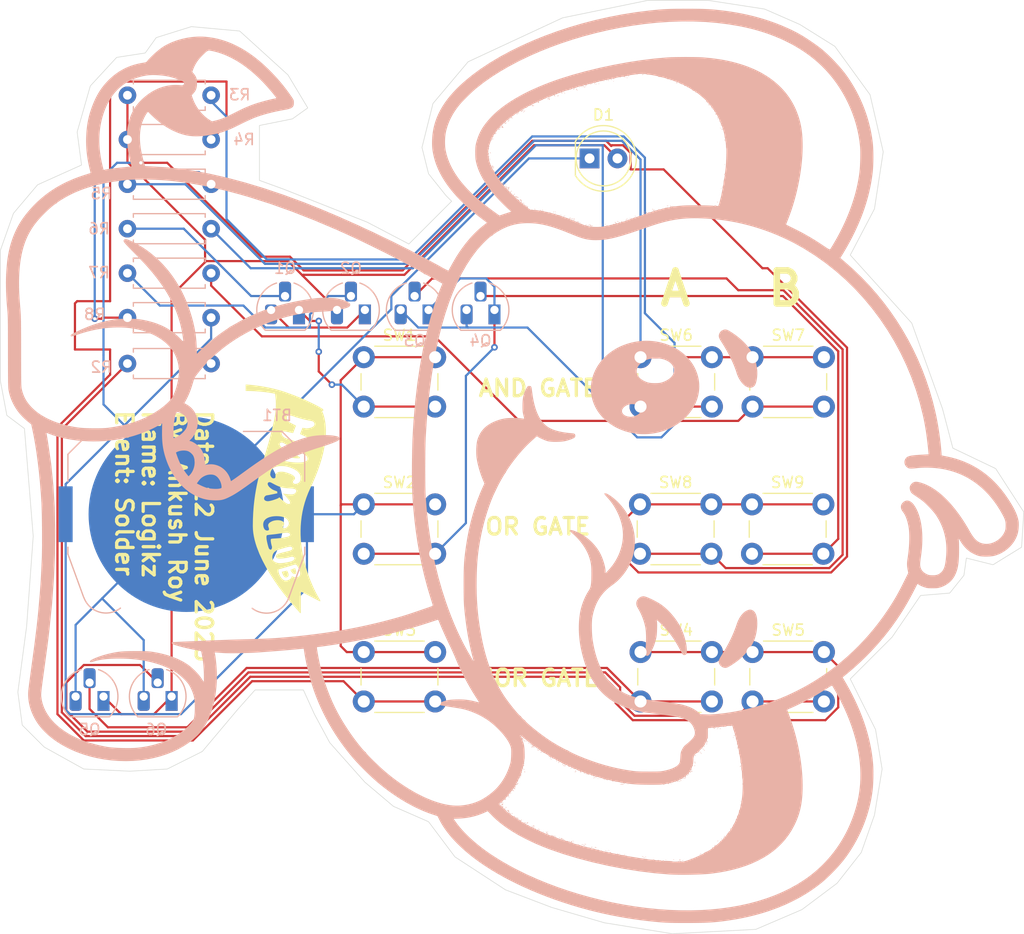
<source format=kicad_pcb>
(kicad_pcb (version 20241229) (generator "pcbnew") (generator_version "9.0")
  (layers (0 "F.Cu" signal) (2 "B.Cu" signal) (13 "F.Paste" user) (15 "B.Paste" user) (5 "F.SilkS" user "F.Silkscreen") (7 "B.SilkS" user "B.Silkscreen") (1 "F.Mask" user) (3 "B.Mask" user) (25 "Edge.Cuts" user))
  (net 0 "")
  (net 1 "Net-(BT1--)")
  (net 2 "Net-(BT1-+)")
  (net 3 "Net-(D1-A)")
  (net 4 "Net-(Q1-C)")
  (net 5 "Net-(Q1-B)")
  (net 6 "Net-(Q1-E)")
  (net 7 "Net-(Q2-B)")
  (net 8 "Net-(Q3-E)")
  (net 9 "Net-(Q3-C)")
  (net 10 "Net-(Q3-B)")
  (net 11 "Net-(Q4-B)")
  (net 12 "Net-(Q5-B)")
  (net 13 "Net-(Q6-B)")
  (net 14 "Net-(R2-Pad2)")
  (net 15 "Net-(R4-Pad1)")
  (net 16 "Net-(R5-Pad2)")
  (net 17 "Net-(R6-Pad1)")
  (net 18 "Net-(R7-Pad1)")
  (net 19 "Net-(R8-Pad2)")
  (footprint "Button_Switch_THT:SW_PUSH_6mm" (layer "F.Cu") (at 159.65 119.7)
    (property "Reference" "SW9")
    (property "Value" "SW_Push")
  )
  (footprint "Button_Switch_THT:SW_PUSH_6mm" (layer "F.Cu") (at 149.45 119.7)
    (property "Reference" "SW8")
    (property "Value" "SW_Push")
  )
  (footprint "Button_Switch_THT:SW_PUSH_6mm" (layer "F.Cu") (at 124.3 119.7)
    (property "Reference" "SW2")
    (property "Value" "SW_Push")
  )
  (footprint "Button_Switch_THT:SW_PUSH_6mm" (layer "F.Cu") (at 124.3 106.3)
    (property "Reference" "SW1")
    (property "Value" "SW_Push")
  )
  (footprint "LED_THT:LED_D5.0mm" (layer "F.Cu") (at 144.86 88.2)
    (property "Reference" "D1")
    (property "Value" "LED")
  )
  (footprint "Button_Switch_THT:SW_PUSH_6mm" (layer "F.Cu") (at 159.7 106.3)
    (property "Reference" "SW7")
    (property "Value" "SW_Push")
  )
  (footprint "Button_Switch_THT:SW_PUSH_6mm" (layer "F.Cu") (at 149.5 133.15)
    (property "Reference" "SW4")
    (property "Value" "SW_Push")
  )
  (footprint "Button_Switch_THT:SW_PUSH_6mm" (layer "F.Cu") (at 159.7 133.15)
    (property "Reference" "SW5")
    (property "Value" "SW_Push")
  )
  (footprint "Button_Switch_THT:SW_PUSH_6mm" (layer "F.Cu") (at 124.3 133.15)
    (property "Reference" "SW3")
    (property "Value" "SW_Push")
  )
  (footprint "Button_Switch_THT:SW_PUSH_6mm" (layer "F.Cu") (at 149.5 106.3)
    (property "Reference" "SW6")
    (property "Value" "SW_Push")
  )
  (footprint "Resistor_THT:R_Axial_DIN0207_L6.3mm_D2.5mm_P7.62mm_Horizontal" (layer "B.Cu") (at 110.4 98.65 180)
    (property "Reference" "R7")
    (property "Value" "R")
  )
  (footprint "Resistor_THT:R_Axial_DIN0207_L6.3mm_D2.5mm_P7.62mm_Horizontal" (layer "B.Cu") (at 110.4 106.88 180)
    (property "Reference" "R2")
    (property "Value" "R")
  )
  (footprint "Resistor_THT:R_Axial_DIN0207_L6.3mm_D2.5mm_P7.62mm_Horizontal" (layer "B.Cu") (at 110.4 94.6 180)
    (property "Reference" "R6")
    (property "Value" "R")
  )
  (footprint "Package_TO_SOT_THT:TO-92L_HandSolder" (layer "B.Cu") (at 124.4 102 180)
    (property "Reference" "Q2")
    (property "Value" "NPN")
  )
  (footprint "Package_TO_SOT_THT:TO-92L_HandSolder" (layer "B.Cu") (at 118.4 102 180)
    (property "Reference" "Q1")
    (property "Value" "NPN")
  )
  (footprint "Package_TO_SOT_THT:TO-92L_HandSolder" (layer "B.Cu") (at 130.2 102 180)
    (property "Reference" "Q3")
    (property "Value" "NPN")
  )
  (footprint "Package_TO_SOT_THT:TO-92L_HandSolder" (layer "B.Cu") (at 100.6 137.2 180)
    (property "Reference" "Q5")
    (property "Value" "NPN")
  )
  (footprint "Resistor_THT:R_Axial_DIN0207_L6.3mm_D2.5mm_P7.62mm_Horizontal" (layer "B.Cu") (at 110.4 86.48 180)
    (property "Reference" "R4")
    (property "Value" "R")
  )
  (footprint "Resistor_THT:R_Axial_DIN0207_L6.3mm_D2.5mm_P7.62mm_Horizontal" (layer "B.Cu") (at 110.4 82.45 180)
    (property "Reference" "R3")
    (property "Value" "R")
  )
  (footprint "Battery:BatteryHolder_Keystone_3034_1x20mm" (layer "B.Cu") (at 108.14 120.6 180)
    (property "Reference" "BT1")
    (property "Value" "Battery_Cell")
  )
  (footprint "Resistor_THT:R_Axial_DIN0207_L6.3mm_D2.5mm_P7.62mm_Horizontal" (layer "B.Cu") (at 110.4 90.55 180)
    (property "Reference" "R5")
    (property "Value" "R")
  )
  (footprint "Resistor_THT:R_Axial_DIN0207_L6.3mm_D2.5mm_P7.62mm_Horizontal" (layer "B.Cu") (at 110.4 102.7 180)
    (property "Reference" "R8")
    (property "Value" "R")
  )
  (footprint "Package_TO_SOT_THT:TO-92L_HandSolder" (layer "B.Cu") (at 136.2 102 180)
    (property "Reference" "Q4")
    (property "Value" "NPN")
  )
  (footprint "Package_TO_SOT_THT:TO-92L_HandSolder" (layer "B.Cu") (at 106.8 137.2 180)
    (property "Reference" "Q6")
    (property "Value" "NPN")
  )
  (gr_poly (pts (xy 118.152565 125.908766) (xy 118.151204 125.923291) (xy 118.150165 125.930339) (xy 118.148876 125.93724) (xy 118.147333 125.943989) (xy 118.145529 125.950583) (xy 118.143457 125.957017) (xy 118.141111 125.963288) (xy 118.138484 125.969391) (xy 118.135571 125.975324) (xy 118.132363 125.981081) (xy 118.128855 125.986659) (xy 118.125041 125.992055) (xy 118.120914 125.997264) (xy 118.116467 126.002282) (xy 118.111694 126.007106) (xy 118.106588 126.011732) (xy 118.101144 126.016155) (xy 118.095354 126.020372) (xy 118.089212 126.02438) (xy 118.082712 126.028173) (xy 118.075847 126.031749) (xy 118.068611 126.035103) (xy 118.060996 126.038231) (xy 118.052998 126.04113) (xy 118.044608 126.043796) (xy 118.035821 126.046225) (xy 118.026631 126.048412) (xy 118.005326 126.051766) (xy 117.984378 126.052487) (xy 117.963808 126.050742) (xy 117.943638 126.046696) (xy 117.923888 126.040514) (xy 117.904579 126.032362) (xy 117.885732 126.022407) (xy 117.867367 126.010813) (xy 117.849507 125.997746) (xy 117.832171 125.983372) (xy 117.815381 125.967856) (xy 117.799158 125.951364) (xy 117.783522 125.934063) (xy 117.768494 125.916116) (xy 117.740348 125.878952) (xy 117.714886 125.841197) (xy 117.692276 125.804177) (xy 117.672686 125.769217) (xy 117.656282 125.737641) (xy 117.633704 125.689945) (xy 117.62588 125.671691) (xy 118.038491 125.4955) (xy 118.110423 125.695401) (xy 118.125949 125.744014) (xy 118.132741 125.767752) (xy 118.138738 125.791023) (xy 118.143832 125.813761) (xy 118.147912 125.835899) (xy 118.150868 125.857372) (xy 118.152592 125.878112) (xy 118.153011 125.893696)) (fill yes) (layer "F.SilkS"))
  (gr_poly (pts (xy 117.452541 126.130082) (xy 117.451591 126.1472) (xy 117.44965 126.164056) (xy 117.446659 126.180602) (xy 117.444752 126.188743) (xy 117.44256 126.196789) (xy 117.440078 126.204733) (xy 117.437296 126.212569) (xy 117.434209 126.220291) (xy 117.430808 126.227894) (xy 117.427087 126.23537) (xy 117.423038 126.242715) (xy 117.418654 126.249922) (xy 117.413928 126.256986) (xy 117.408853 126.263899) (xy 117.40342 126.270656) (xy 117.397624 126.277251) (xy 117.391456 126.283679) (xy 117.38491 126.289932) (xy 117.377978 126.296005) (xy 117.370653 126.301892) (xy 117.362927 126.307587) (xy 117.354794 126.313084) (xy 117.346246 126.318377) (xy 117.337276 126.32346) (xy 117.327876 126.328326) (xy 117.31804 126.332971) (xy 117.30776 126.337387) (xy 117.277785 126.347708) (xy 117.248969 126.353838) (xy 117.221294 126.356031) (xy 117.194739 126.35454) (xy 117.169284 126.349619) (xy 117.144908 126.341523) (xy 117.121592 126.330505) (xy 117.099315 126.31682) (xy 117.078057 126.30072) (xy 117.057799 126.282459) (xy 117.038519 126.262293) (xy 117.020198 126.240474) (xy 117.002816 126.217256) (xy 116.986353 126.192894) (xy 116.956102 126.14175) (xy 116.929283 126.089074) (xy 116.905737 126.036897) (xy 116.867815 125.942161) (xy 116.841047 125.873792) (xy 116.831444 125.854572) (xy 116.827517 125.849592) (xy 116.824146 125.848036) (xy 117.30776 125.732152) (xy 117.329768 125.766673) (xy 117.352418 125.805799) (xy 117.378514 125.855924) (xy 117.391841 125.884273) (xy 117.404815 125.914365) (xy 117.41703 125.945866) (xy 117.428082 125.978439) (xy 117.437566 126.011749) (xy 117.445076 126.045461) (xy 117.450208 126.07924) (xy 117.452557 126.11275)) (fill yes) (layer "F.SilkS"))
  (gr_poly (pts (xy 118.494798 115.45361) (xy 118.494657 115.455146) (xy 118.494432 115.456656) (xy 118.49015 115.467167) (xy 118.481501 115.47629) (xy 118.468779 115.484095) (xy 118.452281 115.490651) (xy 118.4323 115.496027) (xy 118.409134 115.500292) (xy 118.354423 115.505764) (xy 118.290511 115.507621) (xy 118.219761 115.506417) (xy 118.144535 115.502703) (xy 118.067197 115.497033) (xy 117.915632 115.482035) (xy 117.783969 115.465846) (xy 117.655956 115.447587) (xy 117.746105 114.919557) (xy 118.48761 115.429293) (xy 118.488713 115.431211) (xy 118.489722 115.4331) (xy 118.490638 115.434961) (xy 118.491462 115.436794) (xy 118.492195 115.438598) (xy 118.492838 115.440375) (xy 118.49339 115.442123) (xy 118.493853 115.443845) (xy 118.494228 115.445539) (xy 118.494515 115.447207) (xy 118.494714 115.448847) (xy 118.494828 115.450461) (xy 118.494855 115.452049)) (fill yes) (layer "F.SilkS"))
  (gr_poly (pts (xy 120.847699 113.276711) (xy 120.81909 113.729702) (xy 120.757956 114.227792) (xy 120.713685 114.49403) (xy 120.659475 114.771881) (xy 120.594722 115.061456) (xy 120.518825 115.362868) (xy 120.431179 115.676229) (xy 120.331184 116.001652) (xy 120.218235 116.339248) (xy 120.09173 116.689131) (xy 119.951066 117.051413) (xy 119.795641 117.426206) (xy 119.624851 117.813622) (xy 119.438095 118.213774) (xy 119.241709 118.652656) (xy 119.072591 119.091051) (xy 118.929464 119.528242) (xy 118.811051 119.963515) (xy 118.716075 120.396152) (xy 118.64326 120.825437) (xy 118.591328 121.250655) (xy 118.559003 121.671088) (xy 118.545007 122.086021) (xy 118.548065 122.494738) (xy 118.566899 122.896522) (xy 118.600232 123.290657) (xy 118.646788 123.676426) (xy 118.705289 124.053114) (xy 118.774459 124.420005) (xy 118.853021 124.776381) (xy 119.033213 125.454728) (xy 119.235651 126.082424) (xy 119.450119 126.65374) (xy 119.666403 127.162947) (xy 119.874289 127.604314) (xy 120.063561 127.972111) (xy 120.345404 128.464079) (xy 120.346856 128.46677) (xy 120.347958 128.469557) (xy 120.348724 128.472425) (xy 120.349168 128.47536) (xy 120.349306 128.478347) (xy 120.34915 128.48137) (xy 120.348715 128.484416) (xy 120.348015 128.487468) (xy 120.347065 128.490513) (xy 120.345878 128.493535) (xy 120.344469 128.49652) (xy 120.342852 128.499452) (xy 120.341041 128.502317) (xy 120.33905 128.5051) (xy 120.336894 128.507786) (xy 120.334586 128.510361) (xy 120.332142 128.512808) (xy 120.329574 128.515115) (xy 120.326898 128.517265) (xy 120.324127 128.519243) (xy 120.321276 128.521036) (xy 120.318358 128.522628) (xy 120.315389 128.524004) (xy 120.312381 128.52515) (xy 120.30935 128.52605) (xy 120.30631 128.526689) (xy 120.303274 128.527054) (xy 120.300257 128.527128) (xy 120.297274 128.526898) (xy 120.294337 128.526348) (xy 120.291462 128.525463) (xy 120.288663 128.524229) (xy 118.629075 127.671647) (xy 118.62661 127.670478) (xy 118.624122 127.669492) (xy 118.621619 127.668686) (xy 118.619106 127.668055) (xy 118.61659 127.667595) (xy 118.614077 127.667303) (xy 118.611575 127.667175) (xy 118.609089 127.667206) (xy 118.606626 127.667394) (xy 118.604193 127.667734) (xy 118.601797 127.668222) (xy 118.599443 127.668856) (xy 118.597138 127.669629) (xy 118.594889 127.67054) (xy 118.592703 127.671584) (xy 118.590585 127.672757) (xy 118.588543 127.674056) (xy 118.586583 127.675476) (xy 118.584711 127.677015) (xy 118.582934 127.678667) (xy 118.581259 127.680429) (xy 118.579692 127.682297) (xy 118.57824 127.684268) (xy 118.576909 127.686338) (xy 118.575705 127.688502) (xy 118.574636 127.690757) (xy 118.573707 127.6931) (xy 118.572926 127.695525) (xy 118.572298 127.698031) (xy 118.571831 127.700611) (xy 118.571531 127.703264) (xy 118.571404 127.705985) (xy 118.565707 128.394798) (xy 118.56573 128.941847) (xy 118.570939 129.566646) (xy 118.570864 129.569967) (xy 118.570558 129.573191) (xy 118.57003 129.576314) (xy 118.569292 129.579328) (xy 118.568354 129.582229) (xy 118.567226 129.585011) (xy 118.56592 129.587668) (xy 118.564445 129.590194) (xy 118.562812 129.592585) (xy 118.561031 129.594833) (xy 118.559114 129.596933) (xy 118.55707 129.598881) (xy 118.554911 129.600669) (xy 118.552646 129.602293) (xy 118.550287 129.603746) (xy 118.547844 129.605023) (xy 118.545327 129.606119) (xy 118.542747 129.607027) (xy 118.540114 129.607742) (xy 118.53744 129.608258) (xy 118.534734 129.60857) (xy 118.532007 129.608672) (xy 118.529269 129.608557) (xy 118.526532 129.608222) (xy 118.523805 129.607659) (xy 118.5211 129.606863) (xy 118.518427 129.605828) (xy 118.515795 129.604549) (xy 118.513217 129.60302) (xy 118.510702 129.601236) (xy 118.508261 129.59919) (xy 118.505904 129.596877) (xy 118.163168 129.222291) (xy 117.600973 128.569095) (xy 116.901047 127.688902) (xy 116.524974 127.17981) (xy 116.145115 126.633323) (xy 115.771687 126.055892) (xy 115.414904 125.453969) (xy 115.084983 124.834006) (xy 114.79214 124.202453) (xy 114.54659 123.565762) (xy 114.444742 123.247506) (xy 114.358549 122.930384) (xy 114.289287 122.615204) (xy 114.238233 122.302772) (xy 114.206664 121.993893) (xy 114.195857 121.689376) (xy 114.205124 121.055903) (xy 114.231938 120.456942) (xy 114.274821 119.889661) (xy 114.332294 119.351226) (xy 114.402877 118.838807) (xy 114.485091 118.349569) (xy 114.577458 117.880681) (xy 114.678499 117.42931) (xy 114.786734 116.992624) (xy 114.900684 116.56779) (xy 115.139815 115.742349) (xy 115.384059 114.930327) (xy 115.621584 114.109064) (xy 115.704471 113.801857) (xy 115.704471 117.681012) (xy 115.680505 117.682933) (xy 115.658193 117.687385) (xy 115.637654 117.694277) (xy 115.619008 117.703514) (xy 115.602375 117.715006) (xy 115.587874 117.728658) (xy 115.575625 117.744379) (xy 115.565747 117.762076) (xy 115.558361 117.781657) (xy 115.553586 117.803027) (xy 115.55154 117.826096) (xy 115.552345 117.85077) (xy 115.55612 117.876957) (xy 115.562984 117.904565) (xy 115.573056 117.9335) (xy 115.586458 117.963669) (xy 115.603307 117.994982) (xy 115.623725 118.027343) (xy 115.647829 118.060662) (xy 115.675741 118.094846) (xy 115.70758 118.129801) (xy 115.743464 118.165436) (xy 115.783515 118.201657) (xy 115.827851 118.238373) (xy 115.876593 118.27549) (xy 115.929859 118.312915) (xy 115.957634 118.331197) (xy 115.989543 118.349539) (xy 116.024769 118.36777) (xy 116.062494 118.385719) (xy 116.101901 118.403215) (xy 116.142171 118.420087) (xy 116.222032 118.451275) (xy 116.295533 118.477914) (xy 116.356134 118.498636) (xy 116.412465 118.516856) (xy 116.432076 118.69111) (xy 116.061211 118.771606) (xy 115.745697 118.834339) (xy 115.598607 118.860277) (xy 115.47508 118.878385) (xy 115.449481 118.883196) (xy 115.424689 118.890491) (xy 115.400808 118.900099) (xy 115.377948 118.911847) (xy 115.356213 118.925564) (xy 115.33571 118.941079) (xy 115.316546 118.95822) (xy 115.298828 118.976816) (xy 115.282661 118.996696) (xy 115.268153 119.017687) (xy 115.25541 119.039618) (xy 115.244538 119.062318) (xy 115.235644 119.085615) (xy 115.228835 119.109338) (xy 115.224217 119.133315) (xy 115.221896 119.157374) (xy 115.221979 119.181345) (xy 115.224573 119.205055) (xy 115.229784 119.228334) (xy 115.237718 119.251009) (xy 115.248483 119.27291) (xy 115.262184 119.293864) (xy 115.278928 119.3137) (xy 115.298822 119.332247) (xy 115.321972 119.349333) (xy 115.348485 119.364786) (xy 115.378467 119.378436) (xy 115.412025 119.39011) (xy 115.449265 119.399638) (xy 115.490294 119.406847) (xy 115.535218 119.411566) (xy 115.584144 119.413623) (xy 115.657098 119.404819) (xy 115.73623 119.391455) (xy 115.821568 119.373416) (xy 115.913143 119.350588) (xy 116.010984 119.322854) (xy 116.115119 119.290098) (xy 116.225579 119.252206) (xy 116.342392 119.209062) (xy 116.374291 119.197295) (xy 116.374291 120.776643) (xy 116.279373 120.777571) (xy 116.20797 120.780831) (xy 116.138529 120.785802) (xy 116.071086 120.792472) (xy 116.005679 120.800829) (xy 115.942346 120.810859) (xy 115.881123 120.822552) (xy 115.822047 120.835893) (xy 115.765157 120.850872) (xy 115.710489 120.867474) (xy 115.65808 120.885689) (xy 115.607969 120.905503) (xy 115.560191 120.926904) (xy 115.514784 120.94988) (xy 115.471786 120.974418) (xy 115.431234 121.000506) (xy 115.393165 121.028132) (xy 115.357616 121.057282) (xy 115.324625 121.087944) (xy 115.294228 121.120107) (xy 115.266464 121.153757) (xy 115.241369 121.188882) (xy 115.218981 121.225471) (xy 115.199336 121.263509) (xy 115.182472 121.302985) (xy 115.168427 121.343887) (xy 115.157238 121.386202) (xy 115.148941 121.429917) (xy 115.143575 121.475021) (xy 115.141176 121.5215) (xy 115.141781 121.569342) (xy 115.145429 121.618535) (xy 115.152155 121.669067) (xy 115.161312 121.71831) (xy 115.172135 121.763738) (xy 115.184497 121.805488) (xy 115.198274 121.843699) (xy 115.213339 121.878508) (xy 115.229567 121.910053) (xy 115.246831 121.938472) (xy 115.265007 121.963902) (xy 115.283968 121.986483) (xy 115.303589 122.006351) (xy 115.323744 122.023644) (xy 115.344306 122.038501) (xy 115.365152 122.051059) (xy 115.386154 122.061456) (xy 115.407187 122.06983) (xy 115.428125 122.076319) (xy 115.448842 122.081061) (xy 115.469213 122.084193) (xy 115.489112 122.085853) (xy 115.508414 122.08618) (xy 115.526991 122.08531) (xy 115.54472 122.083383) (xy 115.561473 122.080536) (xy 115.577126 122.076906) (xy 115.591552 122.072633) (xy 115.604626 122.067852) (xy 115.616222 122.062703) (xy 115.626214 122.057323) (xy 115.634476 122.051851) (xy 115.640883 122.046423) (xy 115.645309 122.041178) (xy 115.647629 122.036254) (xy 115.649965 122.029003) (xy 115.652897 122.0221) (xy 115.659576 122.007914) (xy 115.662834 121.999915) (xy 115.665715 121.990837) (xy 115.667973 121.98032) (xy 115.669366 121.968008) (xy 115.669649 121.953544) (xy 115.66858 121.93657) (xy 115.665914 121.916729) (xy 115.661408 121.893664) (xy 115.654818 121.867016) (xy 115.645901 121.836429) (xy 115.634414 121.801545) (xy 115.620111 121.762007) (xy 115.612757 121.741169) (xy 115.606482 121.72065) (xy 115.6013 121.700445) (xy 115.597222 121.68055) (xy 115.594258 121.660959) (xy 115.59242 121.641667) (xy 115.59172 121.622669) (xy 115.592168 121.603959) (xy 115.593776 121.585534) (xy 115.596556 121.567386) (xy 115.600518 121.549512) (xy 115.605674 121.531906) (xy 115.612035 121.514564) (xy 115.619612 121.497479) (xy 115.628417 121.480648) (xy 115.638462 121.464064) (xy 115.649757 121.447723) (xy 115.662313 121.431619) (xy 115.676143 121.415748) (xy 115.691256 121.400104) (xy 115.707666 121.384682) (xy 115.725382 121.369477) (xy 115.744416 121.354484) (xy 115.76478 121.339698) (xy 115.786485 121.325114) (xy 115.809542 121.310726) (xy 115.859758 121.28252) (xy 115.915517 121.255038) (xy 115.976911 121.228241) (xy 116.022843 121.211297) (xy 116.073285 121.195613) (xy 116.127626 121.181446) (xy 116.185255 121.169055) (xy 116.245561 121.158698) (xy 116.307932 121.150633) (xy 116.371757 121.145119) (xy 116.436424 121.142414) (xy 116.501322 121.142777) (xy 116.56584 121.146464) (xy 116.629367 121.153736) (xy 116.691291 121.16485) (xy 116.751 121.180064) (xy 116.807884 121.199637) (xy 116.835076 121.211138) (xy 116.861331 121.223826) (xy 116.886575 121.237733) (xy 116.91073 121.252891) (xy 116.917555 121.257601) (xy 116.924072 121.262292) (xy 116.930291 121.266961) (xy 116.93622 121.271603) (xy 116.941869 121.276216) (xy 116.947246 121.280796) (xy 116.957221 121.28984) (xy 116.966217 121.298708) (xy 116.974306 121.307368) (xy 116.981558 121.315792) (xy 116.988047 121.323951) (xy 116.993842 121.331815) (xy 116.999017 121.339354) (xy 117.003642 121.34654) (xy 117.007789 121.353343) (xy 117.021033 121.376139) (xy 117.02644 121.38558) (xy 117.031168 121.395019) (xy 117.035248 121.40444) (xy 117.03871 121.413828) (xy 117.041584 121.423166) (xy 117.043901 121.432438) (xy 117.04569 121.441628) (xy 117.046982 121.450719) (xy 117.047807 121.459697) (xy 117.048195 121.468544) (xy 117.048176 121.477245) (xy 117.047782 121.485783) (xy 117.047041 121.494143) (xy 117.045985 121.502308) (xy 117.044642 121.510262) (xy 117.043044 121.517989) (xy 117.041221 121.525473) (xy 117.039203 121.532697) (xy 117.034703 121.546304) (xy 117.029785 121.558681) (xy 117.024691 121.569698) (xy 117.019663 121.579228) (xy 117.014943 121.58714) (xy 117.010771 121.593307) (xy 117.007391 121.597599) (xy 116.989501 121.623376) (xy 116.97405 121.647837) (xy 116.960954 121.670994) (xy 116.950129 121.692862) (xy 116.941492 121.713453) (xy 116.934961 121.73278) (xy 116.93045 121.750855) (xy 116.927877 121.767692) (xy 116.927159 121.783304) (xy 116.928211 121.797703) (xy 116.930951 121.810904) (xy 116.935295 121.822917) (xy 116.94116 121.833758) (xy 116.948462 121.843438) (xy 116.957118 121.85197) (xy 116.967044 121.859368) (xy 116.978157 121.865645) (xy 116.990374 121.870812) (xy 117.00361 121.874884) (xy 117.017784 121.877874) (xy 117.03281 121.879794) (xy 117.048607 121.880657) (xy 117.06509 121.880476) (xy 117.082175 121.879264) (xy 117.099781 121.877035) (xy 117.117822 121.8738) (xy 117.136216 121.869574) (xy 117.154879 121.864369) (xy 117.173728 121.858198) (xy 117.192679 121.851073) (xy 117.21165 121.843009) (xy 117.230556 121.834018) (xy 117.259365 121.812793) (xy 117.286495 121.79109) (xy 117.308767 121.771668) (xy 117.308767 122.284688) (xy 117.251611 122.286257) (xy 117.190361 122.289804) (xy 117.057495 122.30195) (xy 116.913999 122.319361) (xy 116.763703 122.340271) (xy 116.458022 122.385527) (xy 116.310296 122.406342) (xy 116.171085 122.423594) (xy 115.784888 122.464486) (xy 115.716511 122.472502) (xy 115.650658 122.48137) (xy 115.582956 122.49196) (xy 115.509032 122.50514) (xy 115.490922 122.51176) (xy 115.475729 122.523986) (xy 115.463304 122.541442) (xy 115.453494 122.56375) (xy 115.44615 122.590536) (xy 115.441122 122.621422) (xy 115.438257 122.656032) (xy 115.437406 122.693989) (xy 115.441142 122.778438) (xy 115.451124 122.871758) (xy 115.466148 122.970937) (xy 115.485007 123.072963) (xy 115.529412 123.273504) (xy 115.574697 123.449287) (xy 115.611219 123.576214) (xy 115.629335 123.630187) (xy 115.632188 123.635994) (xy 115.635148 123.643794) (xy 115.642096 123.66435) (xy 115.646437 123.676596) (xy 115.651591 123.689815) (xy 115.657736 123.70375) (xy 115.665046 123.718147) (xy 115.673699 123.732751) (xy 115.678585 123.74005) (xy 115.683872 123.747306) (xy 115.689583 123.754485) (xy 115.69574 123.761557) (xy 115.702365 123.768489) (xy 115.70948 123.775249) (xy 115.717107 123.781806) (xy 115.725268 123.788127) (xy 115.733986 123.794181) (xy 115.743282 123.799935) (xy 115.753178 123.805359) (xy 115.763697 123.810419) (xy 115.77486 123.815085) (xy 115.78669 123.819324) (xy 115.798409 123.823455) (xy 115.809707 123.825976) (xy 115.820578 123.82696) (xy 115.831016 123.826479) (xy 115.841018 123.824605) (xy 115.850578 123.82141) (xy 115.85969 123.816966) (xy 115.86835 123.811346) (xy 115.876553 123.804621) (xy 115.884293 123.796865) (xy 115.891566 123.788148) (xy 115.898366 123.778543) (xy 115.904688 123.768123) (xy 115.910528 123.756959) (xy 115.920739 123.732689) (xy 115.928958 123.70631) (xy 115.935144 123.678401) (xy 115.939257 123.649538) (xy 115.941257 123.620299) (xy 115.941101 123.591261) (xy 115.938751 123.563001) (xy 115.934164 123.536097) (xy 115.927302 123.511125) (xy 115.908796 123.448912) (xy 115.887249 123.363396) (xy 115.865525 123.263345) (xy 115.855493 123.210609) (xy 115.846492 123.157527) (xy 115.83888 123.105196) (xy 115.833016 123.05471) (xy 115.829258 123.007167) (xy 115.827963 122.963662) (xy 115.829491 122.925291) (xy 115.831426 122.908373) (xy 115.8342 122.893149) (xy 115.837859 122.879758) (xy 115.842448 122.868334) (xy 115.848011 122.859016) (xy 115.854593 122.851941) (xy 115.877233 122.84119) (xy 115.915617 122.832316) (xy 115.968076 122.824937) (xy 116.032944 122.818669) (xy 116.383163 122.797069) (xy 116.58938 122.782994) (xy 116.798553 122.762655) (xy 116.90008 122.74918) (xy 116.997345 122.732991) (xy 117.088681 122.713706) (xy 117.17242 122.690942) (xy 117.200649 122.686143) (xy 117.22776 122.681101) (xy 117.253768 122.675825) (xy 117.278687 122.670325) (xy 117.302533 122.66461) (xy 117.325322 122.658689) (xy 117.347068 122.652573) (xy 117.367788 122.64627) (xy 117.387496 122.63979) (xy 117.406208 122.633142) (xy 117.423939 122.626337) (xy 117.440705 122.619383) (xy 117.45652 122.612289) (xy 117.471401 122.605067) (xy 117.485362 122.597723) (xy 117.49842 122.59027) (xy 117.510588 122.582714) (xy 117.521883 122.575067) (xy 117.53232 122.567338) (xy 117.541914 122.559536) (xy 117.55068 122.55167) (xy 117.558635 122.543751) (xy 117.565792 122.535786) (xy 117.572169 122.527787) (xy 117.577779 122.519763) (xy 117.582639 122.511722) (xy 117.586763 122.503674) (xy 117.590167 122.49563) (xy 117.592866 122.487598) (xy 117.594876 122.479587) (xy 117.596212 122.471608) (xy 117.59689 122.463669) (xy 117.596889 122.463669) (xy 117.59688 122.454733) (xy 117.596067 122.445875) (xy 117.594473 122.437109) (xy 117.592119 122.428449) (xy 117.589029 122.419908) (xy 117.585225 122.4115) (xy 117.580728 122.403239) (xy 117.575562 122.395138) (xy 117.569748 122.387212) (xy 117.56331 122.379474) (xy 117.548647 122.364617) (xy 117.531752 122.350678) (xy 117.512805 122.337767) (xy 117.491983 122.325994) (xy 117.469465 122.315469) (xy 117.445431 122.306301) (xy 117.420059 122.298602) (xy 117.393528 122.292481) (xy 117.366016 122.288048) (xy 117.337703 122.285414) (xy 117.308767 122.284688) (xy 117.308767 121.771668) (xy 117.311924 121.768914) (xy 117.335631 121.746272) (xy 117.357593 121.72317) (xy 117.377789 121.699612) (xy 117.396198 121.675606) (xy 117.412798 121.651156) (xy 117.427568 121.62627) (xy 117.440487 121.600952) (xy 117.451532 121.575209) (xy 117.460682 121.549046) (xy 117.467916 121.522471) (xy 117.473212 121.495487) (xy 117.476549 121.468102) (xy 117.477905 121.440321) (xy 117.477576 121.418445) (xy 117.476025 121.396335) (xy 117.473241 121.373996) (xy 117.469216 121.35143) (xy 117.463939 121.328639) (xy 117.457399 121.305627) (xy 117.449588 121.282396) (xy 117.440494 121.258948) (xy 117.430109 121.235287) (xy 117.418421 121.211415) (xy 117.405422 121.187335) (xy 117.3911 121.16305) (xy 117.375447 121.138562) (xy 117.358451 121.113875) (xy 117.340104 121.08899) (xy 117.320395 121.06391) (xy 117.28438 121.030285) (xy 117.244599 120.998343) (xy 117.201029 120.968175) (xy 117.153648 120.939869) (xy 117.102431 120.913512) (xy 117.047357 120.889194) (xy 116.988402 120.867003) (xy 116.925543 120.847026) (xy 116.858757 120.829354) (xy 116.788021 120.814073) (xy 116.713312 120.801273) (xy 116.634608 120.791041) (xy 116.551885 120.783467) (xy 116.46512 120.778638) (xy 116.374291 120.776643) (xy 116.374291 119.197295) (xy 116.379485 119.195379) (xy 116.418148 119.179725) (xy 116.463373 119.159487) (xy 116.486841 119.14795) (xy 116.510024 119.135629) (xy 116.53228 119.122646) (xy 116.552967 119.109121) (xy 116.571443 119.095174) (xy 116.579651 119.088081) (xy 116.587065 119.080928) (xy 116.593606 119.07373) (xy 116.599193 119.066502) (xy 116.603745 119.059259) (xy 116.607183 119.052017) (xy 116.695546 119.138374) (xy 116.790575 119.227991) (xy 116.905792 119.332273) (xy 117.030913 119.439002) (xy 117.093975 119.489465) (xy 117.155656 119.535958) (xy 117.214672 119.576952) (xy 117.269737 119.61092) (xy 117.319566 119.636336) (xy 117.342115 119.645359) (xy 117.362873 119.651671) (xy 117.403467 119.660066) (xy 117.441826 119.664588) (xy 117.477294 119.664982) (xy 117.493739 119.663551) (xy 117.509216 119.660993) (xy 117.523641 119.657275) (xy 117.536935 119.652367) (xy 117.549014 119.646235) (xy 117.559796 119.638848) (xy 117.5692 119.630175) (xy 117.577144 119.620182) (xy 117.583545 119.60884) (xy 117.588323 119.596115) (xy 117.591394 119.581975) (xy 117.592676 119.56639) (xy 117.592089 119.549327) (xy 117.58955 119.530754) (xy 117.584976 119.510639) (xy 117.578287 119.488951) (xy 117.569399 119.465658) (xy 117.558232 119.440727) (xy 117.544703 119.414127) (xy 117.52873 119.385827) (xy 117.510231 119.355793) (xy 117.489124 119.323996) (xy 117.465328 119.290401) (xy 117.43876 119.254979) (xy 117.409338 119.217696) (xy 117.376981 119.178521) (xy 117.343839 119.139492) (xy 117.312113 119.102619) (xy 117.281777 119.067843) (xy 117.252808 119.035103) (xy 117.225182 119.004339) (xy 117.198876 118.975492) (xy 117.173866 118.948499) (xy 117.150128 118.923303) (xy 117.127637 118.899842) (xy 117.106372 118.878056) (xy 117.086307 118.857885) (xy 117.067418 118.839269) (xy 117.049683 118.822147) (xy 117.033077 118.80646) (xy 117.017577 118.792148) (xy 117.003158 118.77915) (xy 116.977472 118.756855) (xy 116.955827 118.739094) (xy 116.938034 118.725387) (xy 116.923902 118.715252) (xy 116.913242 118.708207) (xy 116.905863 118.703771) (xy 116.900188 118.700799) (xy 116.976711 118.716544) (xy 117.062421 118.732468) (xy 117.170925 118.75042) (xy 117.295593 118.767896) (xy 117.429797 118.782391) (xy 117.498403 118.787738) (xy 117.566907 118.791401) (xy 117.609688 118.792455) (xy 117.609688 123.554798) (xy 117.59061 123.554926) (xy 117.571 123.556393) (xy 117.491676 123.566993) (xy 117.408756 123.582265) (xy 117.316492 123.603317) (xy 117.20914 123.631257) (xy 116.926187 123.712231) (xy 116.513933 123.834051) (xy 116.457323 123.853967) (xy 116.40472 123.875896) (xy 116.355981 123.899676) (xy 116.310966 123.925149) (xy 116.269531 123.952155) (xy 116.231535 123.980532) (xy 116.196837 124.010122) (xy 116.165293 124.040764) (xy 116.136762 124.072298) (xy 116.111103 124.104564) (xy 116.088172 124.137402) (xy 116.067829 124.170652) (xy 116.049931 124.204154) (xy 116.034336 124.237748) (xy 116.020903 124.271274) (xy 116.009489 124.304572) (xy 115.999952 124.337481) (xy 115.992151 124.369842) (xy 115.981188 124.432279) (xy 115.975463 124.490603) (xy 115.973841 124.543532) (xy 115.975187 124.589788) (xy 115.978364 124.628088) (xy 115.98567 124.675705) (xy 115.992137 124.699873) (xy 115.999699 124.722842) (xy 116.00831 124.744651) (xy 116.017925 124.765337) (xy 116.028499 124.78494) (xy 116.039985 124.803496) (xy 116.052338 124.821045) (xy 116.065514 124.837624) (xy 116.079466 124.853273) (xy 116.094149 124.868027) (xy 116.109517 124.881927) (xy 116.125526 124.895011) (xy 116.159282 124.91888) (xy 116.195054 124.93994) (xy 116.232477 124.958498) (xy 116.271187 124.974858) (xy 116.310822 124.989325) (xy 116.351018 125.002206) (xy 116.431637 125.024431) (xy 116.510134 125.043977) (xy 116.554686 125.052129) (xy 116.60743 125.056786) (xy 116.667463 125.058189) (xy 116.733878 125.056576) (xy 116.805773 125.052187) (xy 116.882241 125.045263) (xy 117.045279 125.024765) (xy 117.215756 124.996998) (xy 117.386434 124.96388) (xy 117.550075 124.927328) (xy 117.699441 124.889258) (xy 117.733771 124.875868) (xy 117.766156 124.861536) (xy 117.796557 124.846358) (xy 117.824936 124.830428) (xy 117.851255 124.813841) (xy 117.86363 124.805331) (xy 117.875476 124.796692) (xy 117.886787 124.787937) (xy 117.89756 124.779076) (xy 117.907789 124.770123) (xy 117.917469 124.761088) (xy 117.926596 124.751984) (xy 117.935165 124.742823) (xy 117.943171 124.733616) (xy 117.950609 124.724375) (xy 117.957474 124.715112) (xy 117.963763 124.705839) (xy 117.969469 124.696568) (xy 117.974588 124.687311) (xy 117.979116 124.678079) (xy 117.983048 124.668884) (xy 117.986378 124.659739) (xy 117.989102 124.650655) (xy 117.991215 124.641644) (xy 117.992713 124.632717) (xy 117.99359 124.623888) (xy 117.993842 124.615167) (xy 117.99298 124.601844) (xy 117.990576 124.588857) (xy 117.986612 124.576251) (xy 117.981069 124.564071) (xy 117.973931 124.55236) (xy 117.965178 124.541163) (xy 117.954793 124.530525) (xy 117.942759 124.52049) (xy 117.929057 124.511103) (xy 117.913669 124.502408) (xy 117.896577 124.49445) (xy 117.877764 124.487273) (xy 117.857212 124.480922) (xy 117.834903 124.475441) (xy 117.810818 124.470875) (xy 117.78494 124.467268) (xy 117.766341 124.467399) (xy 117.746895 124.468673) (xy 117.726596 124.471002) (xy 117.705437 124.474302) (xy 117.660505 124.483462) (xy 117.612039 124.495463) (xy 117.504265 124.52522) (xy 117.444836 124.541592) (xy 117.381632 124.558038) (xy 117.242216 124.581115) (xy 117.09865 124.603037) (xy 116.955155 124.621685) (xy 116.884753 124.629119) (xy 116.815953 124.63494) (xy 116.74928 124.638884) (xy 116.685264 124.640686) (xy 116.624432 124.64008) (xy 116.567312 124.636803) (xy 116.51443 124.630589) (xy 116.466316 124.621173) (xy 116.423496 124.608291) (xy 116.404237 124.600468) (xy 116.386499 124.591679) (xy 116.375703 124.583547) (xy 116.365739 124.574897) (xy 116.3566 124.565764) (xy 116.34828 124.556182) (xy 116.340772 124.546184) (xy 116.334069 124.535805) (xy 116.328166 124.525078) (xy 116.323054 124.514037) (xy 116.318728 124.502717) (xy 116.315181 124.491151) (xy 116.312406 124.479374) (xy 116.310397 124.467418) (xy 116.309146 124.45532) (xy 116.308648 124.443111) (xy 116.308896 124.430827) (xy 116.309882 124.418501) (xy 116.311601 124.406167) (xy 116.314046 124.393859) (xy 116.31721 124.381611) (xy 116.321086 124.369458) (xy 116.325669 124.357433) (xy 116.33095 124.34557) (xy 116.336924 124.333902) (xy 116.343584 124.322465) (xy 116.350923 124.311292) (xy 116.358935 124.300417) (xy 116.367613 124.289874) (xy 116.37695 124.279697) (xy 116.38694 124.26992) (xy 116.397576 124.260577) (xy 116.408852 124.251702) (xy 116.42076 124.243329) (xy 116.486081 124.214268) (xy 116.56029 124.18623) (xy 116.641873 124.159171) (xy 116.729318 124.133048) (xy 116.915737 124.083432) (xy 117.107437 124.037033) (xy 117.292309 123.993501) (xy 117.458244 123.952486) (xy 117.530327 123.932813) (xy 117.593134 123.913638) (xy 117.645152 123.894917) (xy 117.684869 123.876606) (xy 117.705156 123.864427) (xy 117.723401 123.851789) (xy 117.739656 123.83875) (xy 117.75397 123.825372) (xy 117.766393 123.811713) (xy 117.776977 123.797834) (xy 117.785771 123.783796) (xy 117.792825 123.769657) (xy 117.79819 123.755479) (xy 117.801916 123.741321) (xy 117.804053 123.727243) (xy 117.804653 123.713304) (xy 117.803763 123.699566) (xy 117.801437 123.686089) (xy 117.797722 123.672931) (xy 117.79267 123.660154) (xy 117.786332 123.647816) (xy 117.778756 123.635979) (xy 117.769994 123.624703) (xy 117.760096 123.614046) (xy 117.749112 123.60407) (xy 117.737093 123.594834) (xy 117.724088 123.586398) (xy 117.710148 123.578823) (xy 117.695323 123.572168) (xy 117.679664 123.566493) (xy 117.66322 123.561859) (xy 117.646043 123.558325) (xy 117.628182 123.555952) (xy 117.609688 123.554798) (xy 117.609688 118.792455) (xy 117.63448 118.793066) (xy 117.700294 118.792421) (xy 117.723665 118.794204) (xy 117.746732 118.794791) (xy 117.769466 118.794226) (xy 117.791838 118.792553) (xy 117.813818 118.789817) (xy 117.835378 118.786062) (xy 117.856487 118.781333) (xy 117.877118 118.775673) (xy 117.89724 118.769128) (xy 117.916825 118.761743) (xy 117.935844 118.75356) (xy 117.954266 118.744626) (xy 117.972063 118.734984) (xy 117.989206 118.724678) (xy 118.005666 118.713755) (xy 118.021412 118.702256) (xy 118.036417 118.690228) (xy 118.050651 118.677715) (xy 118.064084 118.664761) (xy 118.071095 118.657334) (xy 118.071095 125.181864) (xy 118.062979 125.182033) (xy 118.047011 125.18335) (xy 118.031366 125.185625) (xy 118.016009 125.188443) (xy 117.986013 125.194045) (xy 117.320577 125.397346) (xy 116.840009 125.538195) (xy 116.665203 125.58538) (xy 116.606976 125.599032) (xy 116.573076 125.604485) (xy 116.567992 125.605669) (xy 116.563231 125.607777) (xy 116.558792 125.610779) (xy 116.554673 125.614641) (xy 116.550871 125.619333) (xy 116.547386 125.624823) (xy 116.541356 125.63807) (xy 116.53657 125.654127) (xy 116.533013 125.672741) (xy 116.530671 125.693659) (xy 116.529529 125.716625) (xy 116.529574 125.741388) (xy 116.530791 125.767692) (xy 116.533166 125.795285) (xy 116.536685 125.823912) (xy 116.541333 125.85332) (xy 116.547097 125.883254) (xy 116.553962 125.913462) (xy 116.561914 125.943689) (xy 116.592805 126.03059) (xy 116.625866 126.112208) (xy 116.660978 126.188433) (xy 116.679266 126.224488) (xy 116.698021 126.259153) (xy 116.71723 126.292415) (xy 116.736876 126.324258) (xy 116.756946 126.35467) (xy 116.777423 126.383637) (xy 116.798293 126.411144) (xy 116.819542 126.437178) (xy 116.841154 126.461725) (xy 116.863114 126.484771) (xy 116.885407 126.506302) (xy 116.908018 126.526304) (xy 116.930933 126.544764) (xy 116.954136 126.561668) (xy 116.977613 126.577001) (xy 117.001348 126.590751) (xy 117.025326 126.602902) (xy 117.049533 126.613441) (xy 117.073954 126.622355) (xy 117.098574 126.629629) (xy 117.123377 126.63525) (xy 117.148348 126.639203) (xy 117.173474 126.641475) (xy 117.198738 126.642052) (xy 117.224127 126.64092) (xy 117.249624 126.638065) (xy 117.299933 126.629314) (xy 117.348553 126.617997) (xy 117.372175 126.611403) (xy 117.395307 126.604199) (xy 117.417927 126.596395) (xy 117.440012 126.588003) (xy 117.461541 126.579032) (xy 117.48249 126.569493) (xy 117.502838 126.559396) (xy 117.522561 126.548753) (xy 117.541638 126.537572) (xy 117.560045 126.525866) (xy 117.57776 126.513643) (xy 117.594762 126.500915) (xy 117.611026 126.487693) (xy 117.626532 126.473986) (xy 117.641255 126.459805) (xy 117.655175 126.44516) (xy 117.668267 126.430063) (xy 117.680511 126.414523) (xy 117.691883 126.398551) (xy 117.702361 126.382157) (xy 117.711922 126.365352) (xy 117.720545 126.348147) (xy 117.728205 126.330551) (xy 117.734882 126.312575) (xy 117.740552 126.29423) (xy 117.745194 126.275526) (xy 117.748783 126.256473) (xy 117.751299 126.237083) (xy 117.77313 126.24747) (xy 117.798724 126.25891) (xy 117.832596 126.273141) (xy 117.873616 126.289134) (xy 117.920653 126.305859) (xy 117.972578 126.322286) (xy 118.000019 126.330067) (xy 118.028259 126.337387) (xy 118.04478 126.340116) (xy 118.061438 126.34221) (xy 118.078204 126.343681) (xy 118.095049 126.344541) (xy 118.111945 126.344804) (xy 118.128862 126.34448) (xy 118.145771 126.343584) (xy 118.162644 126.342127) (xy 118.196165 126.337581) (xy 118.229193 126.33094) (xy 118.261497 126.322306) (xy 118.292846 126.311777) (xy 118.323008 126.299453) (xy 118.351752 126.285433) (xy 118.378847 126.269816) (xy 118.391704 126.261441) (xy 118.404061 126.252703) (xy 118.415891 126.243616) (xy 118.427164 126.234193) (xy 118.437851 126.224445) (xy 118.447923 126.214384) (xy 118.457352 126.204025) (xy 118.466108 126.193378) (xy 118.474162 126.182456) (xy 118.481487 126.171272) (xy 118.484868 126.161569) (xy 118.488032 126.15178) (xy 118.490981 126.141905) (xy 118.493715 126.131944) (xy 118.496233 126.121895) (xy 118.498535 126.111757) (xy 118.502496 126.091215) (xy 118.5056 126.070313) (xy 118.507847 126.049045) (xy 118.509239 126.027406) (xy 118.50978 126.005391) (xy 118.508994 125.971652) (xy 118.506296 125.937033) (xy 118.501688 125.901519) (xy 118.495177 125.865088) (xy 118.486767 125.827723) (xy 118.476464 125.789406) (xy 118.464271 125.750116) (xy 118.450194 125.709836) (xy 118.434238 125.668547) (xy 118.416407 125.62623) (xy 118.396707 125.582867) (xy 118.375143 125.538438) (xy 118.351719 125.492925) (xy 118.32644 125.446309) (xy 118.299311 125.398572) (xy 118.270337 125.349695) (xy 118.259286 125.330647) (xy 118.248421 125.313033) (xy 118.237735 125.296802) (xy 118.227226 125.281902) (xy 118.216888 125.268281) (xy 118.206717 125.255887) (xy 118.196708 125.244667) (xy 118.186857 125.234571) (xy 118.177159 125.225546) (xy 118.16761 125.217539) (xy 118.158205 125.2105) (xy 118.14894 125.204376) (xy 118.13981 125.199114) (xy 118.130811 125.194665) (xy 118.121938 125.190974) (xy 118.113187 125.187991) (xy 118.104552 125.185662) (xy 118.09603 125.183938) (xy 118.087617 125.182764) (xy 118.079307 125.18209) (xy 118.071095 125.181864) (xy 118.071095 118.657334) (xy 118.076687 118.651411) (xy 118.088432 118.637708) (xy 118.099289 118.623698) (xy 118.109229 118.609426) (xy 118.118222 118.594934) (xy 118.12624 118.580269) (xy 118.133252 118.565474) (xy 118.139231 118.550593) (xy 118.144147 118.535672) (xy 118.14797 118.520755) (xy 118.150671 118.505886) (xy 118.152222 118.49111) (xy 118.152592 118.476471) (xy 118.152591 118.476471) (xy 118.151879 118.463319) (xy 118.150144 118.450352) (xy 118.147365 118.437601) (xy 118.14352 118.425101) (xy 118.138588 118.412885) (xy 118.132546 118.400986) (xy 118.129102 118.395166) (xy 118.125373 118.389437) (xy 118.121355 118.383805) (xy 118.117047 118.378273) (xy 118.112445 118.372845) (xy 118.107546 118.367526) (xy 118.102348 118.36232) (xy 118.096849 118.35723) (xy 118.091045 118.352262) (xy 118.084933 118.347419) (xy 118.071778 118.338125) (xy 118.057361 118.329381) (xy 118.04166 118.321223) (xy 118.024654 118.313682) (xy 118.006321 118.306792) (xy 117.931978 118.28578) (xy 117.856681 118.270458) (xy 117.779969 118.259689) (xy 117.701382 118.252334) (xy 117.359058 118.234315) (xy 117.264178 118.226971) (xy 117.164657 118.216216) (xy 117.060033 118.200912) (xy 116.949847 118.179922) (xy 116.833635 118.152108) (xy 116.710939 118.116332) (xy 116.581296 118.071456) (xy 116.444246 118.016344) (xy 116.408144 118.000649) (xy 116.369102 117.982737) (xy 116.284787 117.941897) (xy 116.196479 117.89709) (xy 116.109357 117.851581) (xy 115.876297 117.727835) (xy 115.84492 117.712622) (xy 115.81448 117.700496) (xy 115.785095 117.691364) (xy 115.756886 117.685135) (xy 115.729971 117.681715) (xy 115.704471 117.681012) (xy 115.704471 113.801857) (xy 115.829403 113.338818) (xy 115.999287 112.658346) (xy 116.069918 112.346572) (xy 116.130962 112.050997) (xy 116.182386 111.769539) (xy 116.224154 111.500117) (xy 116.256232 111.24065) (xy 116.278586 110.989056) (xy 116.291182 110.743253) (xy 116.293986 110.50116) (xy 116.286962 110.260696) (xy 116.270078 110.019778) (xy 116.243297 109.776326) (xy 116.206587 109.528258) (xy 116.206229 109.525565) (xy 116.20605 109.522902) (xy 116.206045 109.520277) (xy 116.206209 109.517692) (xy 116.206536 109.515155) (xy 116.207021 109.512669) (xy 116.207657 109.51024) (xy 116.20844 109.507874) (xy 116.209364 109.505574) (xy 116.210424 109.503347) (xy 116.211613 109.501197) (xy 116.212926 109.49913) (xy 116.214358 109.49715) (xy 116.215903 109.495263) (xy 116.217556 109.493474) (xy 116.21931 109.491787) (xy 116.221162 109.490209) (xy 116.223104 109.488745) (xy 116.225131 109.487398) (xy 116.227239 109.486175) (xy 116.229421 109.48508) (xy 116.231671 109.48412) (xy 116.233985 109.483298) (xy 116.236357 109.48262) (xy 116.23878 109.48209) (xy 116.24125 109.481716) (xy 116.243761 109.4815) (xy 116.246308 109.481449) (xy 116.248885 109.481567) (xy 116.251486 109.48186) (xy 116.254106 109.482332) (xy 116.256739 109.48299) (xy 117.538058 109.847865) (xy 117.538058 111.608724) (xy 117.488086 111.610896) (xy 117.443901 111.617534) (xy 117.405326 111.628322) (xy 117.372187 111.642941) (xy 117.344306 111.661075) (xy 117.321508 111.682405) (xy 117.303616 111.706615) (xy 117.290455 111.733387) (xy 117.281848 111.762404) (xy 117.277619 111.793348) (xy 117.277593 111.825901) (xy 117.281592 111.859747) (xy 117.289442 111.894567) (xy 117.300965 111.930045) (xy 117.315986 111.965863) (xy 117.334329 112.001703) (xy 117.355817 112.037248) (xy 117.380275 112.072181) (xy 117.407526 112.106184) (xy 117.437395 112.138939) (xy 117.469705 112.17013) (xy 117.50428 112.199439) (xy 117.540944 112.226548) (xy 117.57952 112.25114) (xy 117.619834 112.272897) (xy 117.800928 112.367417) (xy 117.96317 112.450629) (xy 118.124842 112.532416) (xy 117.865168 113.209816) (xy 117.679028 113.175575) (xy 117.497224 113.140272) (xy 117.301481 113.099513) (xy 117.241583 113.081965) (xy 117.185968 113.069063) (xy 117.134577 113.060574) (xy 117.087347 113.056262) (xy 117.044219 113.055893) (xy 117.005131 113.059232) (xy 116.970023 113.066045) (xy 116.938834 113.076096) (xy 116.911504 113.089151) (xy 116.887971 113.104975) (xy 116.868174 113.123334) (xy 116.852054 113.143992) (xy 116.839548 113.166716) (xy 116.830597 113.19127) (xy 116.82514 113.217419) (xy 116.823116 113.244929) (xy 116.824463 113.273565) (xy 116.829122 113.303093) (xy 116.830603 113.308746) (xy 116.830603 114.06968) (xy 116.802357 114.069806) (xy 116.775647 114.072716) (xy 116.750685 114.07831) (xy 116.727679 114.086485) (xy 116.706842 114.097142) (xy 116.688383 114.110177) (xy 116.672512 114.125491) (xy 116.65944 114.14298) (xy 116.649378 114.162545) (xy 116.642536 114.184083) (xy 116.639124 114.207493) (xy 116.639353 114.232673) (xy 116.643433 114.259522) (xy 116.651574 114.28794) (xy 116.663987 114.317823) (xy 116.680883 114.349071) (xy 116.702471 114.381583) (xy 116.728962 114.415256) (xy 116.760567 114.44999) (xy 116.797496 114.485683) (xy 116.839959 114.522233) (xy 116.888167 114.559539) (xy 116.94233 114.597501) (xy 117.002658 114.636015) (xy 117.069363 114.674981) (xy 117.142654 114.714298) (xy 117.082813 115.249924) (xy 116.93793 115.201416) (xy 116.785591 115.152579) (xy 116.605555 115.09784) (xy 116.567973 115.084756) (xy 116.532401 115.074881) (xy 116.49886 115.068076) (xy 116.46737 115.064205) (xy 116.437953 115.063132) (xy 116.410629 115.064718) (xy 116.385418 115.068826) (xy 116.362343 115.075321) (xy 116.341422 115.084063) (xy 116.322678 115.094917) (xy 116.306131 115.107745) (xy 116.291801 115.12241) (xy 116.27971 115.138774) (xy 116.269878 115.156702) (xy 116.262327 115.176055) (xy 116.257076 115.196696) (xy 116.254146 115.218489) (xy 116.253559 115.241296) (xy 116.255336 115.26498) (xy 116.259496 115.289404) (xy 116.266061 115.314431) (xy 116.275051 115.339923) (xy 116.286487 115.365744) (xy 116.300391 115.391757) (xy 116.316782 115.417824) (xy 116.335682 115.443807) (xy 116.357112 115.469571) (xy 116.381091 115.494978) (xy 116.407641 115.51989) (xy 116.436783 115.544172) (xy 116.468538 115.567684) (xy 116.502926 115.590291) (xy 116.537767 115.606647) (xy 116.602407 115.629128) (xy 116.801888 115.685103) (xy 116.801888 116.212525) (xy 116.7174 116.214243) (xy 116.630338 116.219502) (xy 116.541908 116.228942) (xy 116.453315 116.243205) (xy 116.365763 116.26293) (xy 116.280457 116.288759) (xy 116.198603 116.321331) (xy 116.161353 116.338476) (xy 116.12642 116.356975) (xy 116.09373 116.376722) (xy 116.063204 116.397607) (xy 116.034767 116.419523) (xy 116.008342 116.442359) (xy 115.983852 116.466009) (xy 115.961221 116.490364) (xy 115.940373 116.515314) (xy 115.921232 116.540753) (xy 115.903719 116.56657) (xy 115.88776 116.592658) (xy 115.873277 116.618909) (xy 115.860195 116.645213) (xy 115.848436 116.671463) (xy 115.837924 116.697549) (xy 115.820335 116.748799) (xy 115.806817 116.798094) (xy 115.796758 116.844568) (xy 115.789546 116.887351) (xy 115.781213 116.958379) (xy 115.776924 117.004235) (xy 115.791028 117.047599) (xy 115.806077 117.087302) (xy 115.821981 117.123476) (xy 115.838651 117.156255) (xy 115.855998 117.185774) (xy 115.873931 117.212166) (xy 115.892363 117.235565) (xy 115.911203 117.256104) (xy 115.930362 117.273918) (xy 115.949752 117.289139) (xy 115.969283 117.301903) (xy 115.988865 117.312343) (xy 116.008409 117.320591) (xy 116.027827 117.326783) (xy 116.047028 117.331052) (xy 116.065924 117.333532) (xy 116.084425 117.334356) (xy 116.102443 117.333659) (xy 116.119886 117.331574) (xy 116.136668 117.328234) (xy 116.152697 117.323774) (xy 116.167886 117.318328) (xy 116.182144 117.312028) (xy 116.195382 117.30501) (xy 116.207512 117.297406) (xy 116.218443 117.289351) (xy 116.228087 117.280977) (xy 116.236354 117.27242) (xy 116.243156 117.263813) (xy 116.248402 117.255289) (xy 116.252003 117.246983) (xy 116.253871 117.239027) (xy 116.255083 117.198005) (xy 116.255746 117.154235) (xy 116.257426 117.108476) (xy 116.259136 117.085087) (xy 116.261687 117.061486) (xy 116.265276 117.037767) (xy 116.270098 117.014026) (xy 116.276348 116.990357) (xy 116.284223 116.966854) (xy 116.293918 116.943614) (xy 116.299509 116.932122) (xy 116.305629 116.920731) (xy 116.312301 116.909452) (xy 116.319551 116.898299) (xy 116.327403 116.887282) (xy 116.335881 116.876414) (xy 116.351322 116.858786) (xy 116.368103 116.842465) (xy 116.386146 116.827409) (xy 116.405372 116.813579) (xy 116.425704 116.800933) (xy 116.447063 116.78943) (xy 116.469371 116.779031) (xy 116.49255 116.769694) (xy 116.541211 116.754043) (xy 116.592418 116.742153) (xy 116.645549 116.733698) (xy 116.699977 116.728352) (xy 116.755079 116.72579) (xy 116.810228 116.725685) (xy 116.864802 116.727713) (xy 116.918174 116.731547) (xy 116.969719 116.736863) (xy 117.018814 116.743333) (xy 117.107152 116.758437) (xy 117.256817 116.801506) (xy 117.339592 116.827294) (xy 117.425224 116.855938) (xy 117.511884 116.887454) (xy 117.597742 116.921857) (xy 117.680969 116.959164) (xy 117.759738 116.99939) (xy 117.796879 117.020602) (xy 117.832219 117.04255) (xy 117.865529 117.065236) (xy 117.896582 117.088661) (xy 117.925149 117.112828) (xy 117.951 117.137738) (xy 117.973908 117.163394) (xy 117.993643 117.189797) (xy 118.009977 117.216949) (xy 118.022682 117.244853) (xy 118.031529 117.27351) (xy 118.036288 117.302922) (xy 118.036733 117.333092) (xy 118.032633 117.36402) (xy 118.023761 117.39571) (xy 118.009888 117.428163) (xy 117.985843 117.447683) (xy 117.964021 117.466826) (xy 117.944346 117.485584) (xy 117.926744 117.503949) (xy 117.911141 117.521911) (xy 117.897462 117.539463) (xy 117.885632 117.556595) (xy 117.875578 117.573299) (xy 117.867224 117.589566) (xy 117.860497 117.605388) (xy 117.855321 117.620756) (xy 117.851623 117.63566) (xy 117.849327 117.650094) (xy 117.84836 117.664047) (xy 117.848647 117.677512) (xy 117.850114 117.690479) (xy 117.852685 117.70294) (xy 117.856287 117.714887) (xy 117.860845 117.72631) (xy 117.866285 117.737201) (xy 117.872532 117.747552) (xy 117.879512 117.757353) (xy 117.887149 117.766597) (xy 117.895371 117.775274) (xy 117.904102 117.783376) (xy 117.913267 117.790893) (xy 117.922793 117.797819) (xy 117.932605 117.804143) (xy 117.942629 117.809857) (xy 117.952789 117.814953) (xy 117.963012 117.819422) (xy 117.973223 117.823255) (xy 117.991151 117.82884) (xy 118.010242 117.833295) (xy 118.03038 117.836596) (xy 118.05145 117.838723) (xy 118.073336 117.839653) (xy 118.095922 117.839363) (xy 118.119093 117.837832) (xy 118.142731 117.835038) (xy 118.166721 117.830957) (xy 118.190948 117.825569) (xy 118.215296 117.818851) (xy 118.239648 117.81078) (xy 118.263889 117.801334) (xy 118.287904 117.790492) (xy 118.311575 117.778231) (xy 118.334787 117.764529) (xy 118.357425 117.749363) (xy 118.379372 117.732712) (xy 118.400513 117.714553) (xy 118.420731 117.694865) (xy 118.439911 117.673624) (xy 118.457938 117.650809) (xy 118.474694 117.626397) (xy 118.490064 117.600367) (xy 118.503933 117.572696) (xy 118.516184 117.543362) (xy 118.526702 117.512343) (xy 118.535371 117.479617) (xy 118.542074 117.445161) (xy 118.546697 117.408953) (xy 118.549122 117.370971) (xy 118.549235 117.331193) (xy 118.549235 117.331192) (xy 118.548858 117.32028) (xy 118.548303 117.309241) (xy 118.54757 117.298074) (xy 118.546656 117.286778) (xy 118.545561 117.27535) (xy 118.544283 117.26379) (xy 118.542821 117.252096) (xy 118.541173 117.240267) (xy 118.536997 117.172743) (xy 118.525774 117.107995) (xy 118.507976 117.045982) (xy 118.484073 116.986662) (xy 118.454536 116.929993) (xy 118.419836 116.875935) (xy 118.380444 116.824446) (xy 118.336831 116.775483) (xy 118.289467 116.729007) (xy 118.238823 116.684974) (xy 118.185369 116.643345) (xy 118.129578 116.604077) (xy 118.071918 116.567128) (xy 118.012862 116.532458) (xy 117.892443 116.469788) (xy 117.772086 116.415733) (xy 117.655557 116.369962) (xy 117.546622 116.332143) (xy 117.449049 116.301944) (xy 117.303049 116.26308) (xy 117.247686 116.250715) (xy 117.143562 116.234631) (xy 117.027866 116.222212) (xy 116.882599 116.213708) (xy 116.801888 116.212525) (xy 116.801888 115.685103) (xy 116.80885 115.687056) (xy 117.097789 115.753263) (xy 117.444761 115.816936) (xy 117.632365 115.844444) (xy 117.825303 115.867263) (xy 118.020518 115.884043) (xy 118.214951 115.893432) (xy 118.405544 115.894078) (xy 118.58924 115.88463) (xy 118.762981 115.863735) (xy 118.923708 115.830044) (xy 118.946998 115.817434) (xy 118.970218 115.804411) (xy 118.993178 115.79104) (xy 119.01569 115.777382) (xy 119.037565 115.763501) (xy 119.058614 115.74946) (xy 119.078648 115.735323) (xy 119.097479 115.721152) (xy 119.114918 115.707011) (xy 119.130775 115.692963) (xy 119.144863 115.679071) (xy 119.151184 115.672204) (xy 119.156992 115.665399) (xy 119.162262 115.658665) (xy 119.166973 115.652009) (xy 119.171099 115.645439) (xy 119.174617 115.638964) (xy 119.177504 115.632592) (xy 119.179737 115.626329) (xy 119.18129 115.620184) (xy 119.182142 115.614166) (xy 119.182832 115.607235) (xy 119.183422 115.600238) (xy 119.183896 115.593171) (xy 119.184235 115.586028) (xy 119.184296 115.558631) (xy 119.182319 115.530378) (xy 119.178047 115.501361) (xy 119.171224 115.471673) (xy 119.161593 115.441405) (xy 119.148899 115.41065) (xy 119.132885 115.379501) (xy 119.113294 115.348048) (xy 119.08987 115.316385) (xy 119.076641 115.300504) (xy 119.062357 115.284604) (xy 119.046987 115.268698) (xy 119.030498 115.252797) (xy 119.012859 115.236913) (xy 118.994038 115.221056) (xy 118.974002 115.20524) (xy 118.952719 115.189474) (xy 118.930157 115.173771) (xy 118.906285 115.158142) (xy 118.88107 115.1426) (xy 118.854481 115.127154) (xy 118.797049 115.0966) (xy 118.384963 114.880458) (xy 117.892692 114.614862) (xy 117.408479 114.349257) (xy 117.020568 114.133093) (xy 116.987521 114.114378) (xy 116.954747 114.099057) (xy 116.922458 114.087029) (xy 116.890865 114.07819) (xy 116.860176 114.072441) (xy 116.830603 114.06968) (xy 116.830603 113.308746) (xy 116.837032 113.333277) (xy 116.848131 113.363883) (xy 116.862359 113.394677) (xy 116.879655 113.425422) (xy 116.899959 113.455886) (xy 116.923209 113.485832) (xy 116.949345 113.515027) (xy 116.978307 113.543235) (xy 117.010032 113.570223) (xy 117.044462 113.595754) (xy 117.081534 113.619594) (xy 117.121188 113.641509) (xy 117.163363 113.661265) (xy 117.207999 113.678625) (xy 118.022507 113.935631) (xy 118.299628 114.018175) (xy 118.575833 114.095444) (xy 118.835963 114.161144) (xy 119.064862 114.20898) (xy 119.098058 114.220962) (xy 119.130914 114.229281) (xy 119.163271 114.234106) (xy 119.194971 114.23561) (xy 119.225853 114.233961) (xy 119.25576 114.229332) (xy 119.284533 114.221891) (xy 119.312012 114.211811) (xy 119.338039 114.199262) (xy 119.362455 114.184413) (xy 119.385101 114.167437) (xy 119.405818 114.148502) (xy 119.424447 114.127781) (xy 119.44083 114.105443) (xy 119.454808 114.08166) (xy 119.466221 114.056601) (xy 119.47491 114.030437) (xy 119.480718 114.003339) (xy 119.483485 113.975478) (xy 119.483052 113.947024) (xy 119.47926 113.918147) (xy 119.471951 113.889019) (xy 119.460965 113.85981) (xy 119.446144 113.83069) (xy 119.427328 113.80183) (xy 119.40436 113.7734) (xy 119.377079 113.745572) (xy 119.345328 113.718516) (xy 119.308947 113.692401) (xy 119.267777 113.6674) (xy 119.22166 113.643683) (xy 119.170437 113.621419) (xy 119.128031 113.597627) (xy 119.080776 113.572446) (xy 118.975905 113.519535) (xy 118.864196 113.465911) (xy 118.754023 113.414803) (xy 118.571772 113.333035) (xy 118.496137 113.300043) (xy 118.602219 113.019649) (xy 118.642813 112.916205) (xy 118.679879 112.825475) (xy 118.70884 112.760486) (xy 118.718849 112.741715) (xy 118.722486 112.736473) (xy 118.725115 112.734264) (xy 118.730713 112.732477) (xy 118.73682 112.731191) (xy 118.750486 112.730007) (xy 118.765968 112.730484) (xy 118.78312 112.732393) (xy 118.801797 112.735506) (xy 118.821854 112.739596) (xy 118.865522 112.749789) (xy 118.912961 112.761148) (xy 118.963006 112.771845) (xy 118.988642 112.776375) (xy 119.014493 112.780054) (xy 119.040413 112.782656) (xy 119.066257 112.783951) (xy 119.115423 112.781666) (xy 119.162705 112.778428) (xy 119.208126 112.774268) (xy 119.251709 112.76922) (xy 119.293477 112.763319) (xy 119.333453 112.756597) (xy 119.37166 112.749088) (xy 119.408121 112.740826) (xy 119.442859 112.731845) (xy 119.475897 112.722176) (xy 119.507257 112.711856) (xy 119.536964 112.700916) (xy 119.565039 112.68939) (xy 119.591507 112.677313) (xy 119.616389 112.664716) (xy 119.63971 112.651635) (xy 119.661491 112.638102) (xy 119.681756 112.624152) (xy 119.700528 112.609817) (xy 119.71783 112.595131) (xy 119.733685 112.580128) (xy 119.748116 112.564841) (xy 119.761145 112.549303) (xy 119.772797 112.533549) (xy 119.783093 112.517612) (xy 119.792058 112.501526) (xy 119.799713 112.485323) (xy 119.806082 112.469038) (xy 119.811188 112.452703) (xy 119.815054 112.436353) (xy 119.817702 112.420022) (xy 119.819157 112.403742) (xy 119.819478 112.391137) (xy 119.8191 112.378599) (xy 119.818037 112.366145) (xy 119.816297 112.35379) (xy 119.813893 112.34155) (xy 119.810834 112.329441) (xy 119.807132 112.317478) (xy 119.802797 112.305677) (xy 119.79784 112.294053) (xy 119.792273 112.282624) (xy 119.786106 112.271404) (xy 119.779349 112.260409) (xy 119.772014 112.249655) (xy 119.764112 112.239158) (xy 119.755652 112.228933) (xy 119.746647 112.218996) (xy 119.737107 112.209363) (xy 119.727042 112.20005) (xy 119.716464 112.191072) (xy 119.705384 112.182446) (xy 119.693812 112.174186) (xy 119.681759 112.166309) (xy 119.669235 112.15883) (xy 119.656253 112.151766) (xy 119.642822 112.145132) (xy 119.628953 112.138943) (xy 119.614658 112.133216) (xy 119.599947 112.127966) (xy 119.58483 112.123209) (xy 119.56932 112.118961) (xy 119.553425 112.115237) (xy 119.537159 112.112054) (xy 119.274371 112.062415) (xy 119.114757 112.028925) (xy 118.937337 111.988671) (xy 118.742866 111.940914) (xy 118.532098 111.884918) (xy 118.305787 111.819944) (xy 118.06469 111.745255) (xy 117.969279 111.707271) (xy 117.880887 111.675977) (xy 117.799338 111.651053) (xy 117.724457 111.632184) (xy 117.656068 111.619051) (xy 117.593993 111.611337) (xy 117.538058 111.608724) (xy 117.538058 109.847865) (xy 118.077248 110.001408) (xy 120.384471 111.009176) (xy 120.385659 111.009713) (xy 120.386816 111.010273) (xy 120.387942 111.010858) (xy 120.389037 111.011469) (xy 120.390101 111.012109) (xy 120.391136 111.012778) (xy 120.39214 111.01348) (xy 120.393116 111.014214) (xy 120.394062 111.014984) (xy 120.394979 111.015791) (xy 120.395868 111.016636) (xy 120.396729 111.017521) (xy 120.397561 111.018449) (xy 120.398367 111.01942) (xy 120.399145 111.020437) (xy 120.399897 111.0215) (xy 120.436883 111.081083) (xy 120.499784 111.200366) (xy 120.578355 111.381257) (xy 120.620316 111.495403) (xy 120.662352 111.625668) (xy 120.703183 111.77229) (xy 120.741529 111.935508) (xy 120.776109 112.115562) (xy 120.805643 112.312689) (xy 120.828849 112.527129) (xy 120.844448 112.75912) (xy 120.851158 113.008901)) (fill yes) (layer "F.SilkS"))
  (gr_poly (pts (xy 120.613549 111.129061) (xy 120.613105 111.136027) (xy 120.612345 111.143209) (xy 120.61119 111.150217) (xy 120.609587 111.156673) (xy 120.607557 111.162593) (xy 120.60512 111.167992) (xy 120.602297 111.172887) (xy 120.599107 111.177293) (xy 120.595572 111.181227) (xy 120.591711 111.184705) (xy 120.587546 111.187741) (xy 120.583095 111.190353) (xy 120.57838 111.192556) (xy 120.573421 111.194365) (xy 120.568238 111.195798) (xy 120.562852 111.196869) (xy 120.557282 111.197595) (xy 120.55155 111.197991) (xy 120.545676 111.198073) (xy 120.539679 111.197858) (xy 120.533581 111.197362) (xy 120.527402 111.196599) (xy 120.521162 111.195586) (xy 120.514881 111.19434) (xy 120.502278 111.191207) (xy 120.489757 111.18733) (xy 120.477481 111.182833) (xy 120.465612 111.177846) (xy 120.454312 111.172495) (xy 120.157526 111.031962) (xy 119.841581 110.888803) (xy 119.433632 110.711303) (xy 118.948449 110.51015) (xy 118.681511 110.404045) (xy 118.400804 110.296036) (xy 118.108175 110.187458) (xy 117.805469 110.079648) (xy 117.494534 109.973942) (xy 117.177216 109.871677) (xy 116.8564 109.778163) (xy 116.535539 109.697215) (xy 116.21733 109.627934) (xy 115.90447 109.569417) (xy 115.599655 109.520763) (xy 115.305582 109.481069) (xy 114.760445 109.424959) (xy 114.290631 109.393873) (xy 113.917712 109.380599) (xy 113.548842 109.378635) (xy 113.548842 108.791329) (xy 113.684931 108.794616) (xy 113.94737 108.81327) (xy 114.318334 108.851479) (xy 114.780001 108.913428) (xy 115.039278 108.954613) (xy 115.314546 109.003303) (xy 115.603579 109.060021) (xy 115.904147 109.125291) (xy 116.214022 109.199636) (xy 116.530978 109.283578) (xy 116.852785 109.377642) (xy 117.177216 109.482351) (xy 117.8184 109.714165) (xy 118.430887 109.960292) (xy 118.998099 110.207995) (xy 119.503462 110.444535) (xy 119.930397 110.657175) (xy 120.262329 110.833178) (xy 120.482681 110.959804) (xy 120.574876 111.024317) (xy 120.576891 111.026237) (xy 120.579179 111.028626) (xy 120.582117 111.03196) (xy 120.585553 111.036232) (xy 120.589332 111.041434) (xy 120.591302 111.044383) (xy 120.593302 111.047561) (xy 120.59531 111.05097) (xy 120.597309 111.054606) (xy 120.599279 111.058471) (xy 120.6012 111.062562) (xy 120.603055 111.06688) (xy 120.604823 111.071423) (xy 120.606486 111.07619) (xy 120.608025 111.081181) (xy 120.609419 111.086395) (xy 120.610651 111.091831) (xy 120.611701 111.097488) (xy 120.612549 111.103365) (xy 120.613177 111.109462) (xy 120.613566 111.115777) (xy 120.613697 111.12231)) (fill yes) (layer "F.SilkS"))
  (gr_poly (pts (xy 138.402731 84.10017) (xy 138.402434 84.105356) (xy 138.401952 84.11004) (xy 138.401296 84.114228) (xy 138.400477 84.117928) (xy 138.399507 84.121147) (xy 138.398396 84.123891) (xy 138.397155 84.126169) (xy 138.395795 84.127986) (xy 138.394327 84.129351) (xy 138.392762 84.13027) (xy 138.391112 84.13075) (xy 138.389386 84.130799) (xy 138.387597 84.130424) (xy 138.385754 84.129631) (xy 138.38387 84.128428) (xy 138.381954 84.126822) (xy 138.380018 84.12482) (xy 138.378074 84.122429) (xy 138.376131 84.119656) (xy 138.374201 84.116509) (xy 138.372295 84.112994) (xy 138.368599 84.104891) (xy 138.36513 84.095402) (xy 138.361976 84.084585) (xy 138.359225 84.072497) (xy 138.356965 84.059195) (xy 138.356665 84.056581) (xy 138.356426 84.054033) (xy 138.356248 84.051552) (xy 138.356131 84.049143) (xy 138.356073 84.04681) (xy 138.356073 84.044554) (xy 138.356132 84.04238) (xy 138.356248 84.04029) (xy 138.356421 84.038288) (xy 138.35665 84.036378) (xy 138.356935 84.034561) (xy 138.357275 84.032842) (xy 138.357669 84.031224) (xy 138.358116 84.02971) (xy 138.358617 84.028303) (xy 138.359169 84.027006) (xy 138.359774 84.025823) (xy 138.360429 84.024757) (xy 138.361135 84.023812) (xy 138.361891 84.022989) (xy 138.362696 84.022293) (xy 138.363549 84.021727) (xy 138.36445 84.021294) (xy 138.365398 84.020997) (xy 138.366393 84.02084) (xy 138.367433 84.020826) (xy 138.368519 84.020957) (xy 138.36965 84.021238) (xy 138.370824 84.021671) (xy 138.372041 84.02226) (xy 138.373302 84.023007) (xy 138.374604 84.023917) (xy 138.377246 84.025524) (xy 138.379868 84.027673) (xy 138.382449 84.030329) (xy 138.384968 84.033455) (xy 138.387404 84.037014) (xy 138.389737 84.040972) (xy 138.391946 84.045291) (xy 138.39401 84.049936) (xy 138.395909 84.05487) (xy 138.397621 84.060058) (xy 138.399127 84.065462) (xy 138.400406 84.071047) (xy 138.401437 84.076777) (xy 138.402198 84.082616) (xy 138.40267 84.088527) (xy 138.402832 84.094474)) (fill yes) (layer "B.SilkS"))
  (gr_poly (pts (xy 138.411019 91.792823) (xy 138.410412 91.793883) (xy 138.409462 91.794655) (xy 138.408169 91.79513) (xy 138.406531 91.795299) (xy 138.404548 91.795151) (xy 138.40222 91.794676) (xy 138.399546 91.793866) (xy 138.396524 91.79271) (xy 138.393156 91.791199) (xy 138.389439 91.789323) (xy 138.385373 91.787073) (xy 138.380957 91.784438) (xy 138.376192 91.781409) (xy 138.371076 91.777976) (xy 138.365963 91.775333) (xy 138.359936 91.772712) (xy 138.353072 91.770131) (xy 138.345447 91.767612) (xy 138.337141 91.765177) (xy 138.32823 91.762844) (xy 138.308903 91.758571) (xy 138.288088 91.75496) (xy 138.266404 91.752176) (xy 138.255431 91.751146) (xy 138.244473 91.750384) (xy 138.233608 91.749912) (xy 138.222913 91.74975) (xy 138.208351 91.749535) (xy 138.195056 91.748854) (xy 138.182969 91.747657) (xy 138.177362 91.746849) (xy 138.172035 91.745892) (xy 138.166982 91.74478) (xy 138.162196 91.743506) (xy 138.15767 91.742064) (xy 138.153396 91.740448) (xy 138.149368 91.738652) (xy 138.145578 91.736668) (xy 138.14202 91.73449) (xy 138.138685 91.732111) (xy 138.135568 91.729527) (xy 138.13266 91.726729) (xy 138.129955 91.723711) (xy 138.127446 91.720467) (xy 138.125126 91.716991) (xy 138.122987 91.713276) (xy 138.121023 91.709315) (xy 138.119225 91.705102) (xy 138.117588 91.700631) (xy 138.116104 91.695896) (xy 138.114766 91.690888) (xy 138.113567 91.685604) (xy 138.111556 91.674175) (xy 138.110016 91.661557) (xy 138.109438 91.652672) (xy 138.109019 91.644545) (xy 138.108755 91.637194) (xy 138.108641 91.630634) (xy 138.108671 91.62488) (xy 138.108841 91.619947) (xy 138.109145 91.615852) (xy 138.109346 91.614123) (xy 138.109578 91.612609) (xy 138.109842 91.611312) (xy 138.110136 91.610235) (xy 138.110459 91.609378) (xy 138.110812 91.608744) (xy 138.111193 91.608335) (xy 138.111394 91.608215) (xy 138.111602 91.608153) (xy 138.111816 91.608147) (xy 138.112038 91.608199) (xy 138.1125 91.608476) (xy 138.112989 91.608985) (xy 138.113502 91.609729) (xy 138.11404 91.61071) (xy 138.114603 91.611929) (xy 138.115188 91.613388) (xy 138.115796 91.615089) (xy 138.116426 91.617035) (xy 138.117078 91.619227) (xy 138.118121 91.621179) (xy 138.119261 91.623068) (xy 138.120495 91.624891) (xy 138.121817 91.626647) (xy 138.123222 91.628332) (xy 138.124704 91.629946) (xy 138.126259 91.631486) (xy 138.12788 91.632951) (xy 138.129564 91.634338) (xy 138.131305 91.635646) (xy 138.133098 91.636872) (xy 138.134937 91.638015) (xy 138.136817 91.639073) (xy 138.138734 91.640043) (xy 138.140682 91.640925) (xy 138.142656 91.641715) (xy 138.14465 91.642412) (xy 138.14666 91.643015) (xy 138.14868 91.64352) (xy 138.150705 91.643927) (xy 138.152731 91.644233) (xy 138.154751 91.644436) (xy 138.156761 91.644534) (xy 138.158755 91.644526) (xy 138.160728 91.644409) (xy 138.162676 91.644182) (xy 138.164593 91.643843) (xy 138.166473 91.643389) (xy 138.168312 91.642818) (xy 138.170105 91.64213) (xy 138.171846 91.641321) (xy 138.173529 91.64039) (xy 138.17791 91.637991) (xy 138.181801 91.636077) (xy 138.183564 91.635299) (xy 138.185206 91.634639) (xy 138.186728 91.634095) (xy 138.188131 91.633666) (xy 138.189415 91.633351) (xy 138.19058 91.633148) (xy 138.191629 91.633056) (xy 138.19256 91.633074) (xy 138.193375 91.6332) (xy 138.194075 91.633434) (xy 138.194659 91.633774) (xy 138.19513 91.634218) (xy 138.195487 91.634766) (xy 138.19573 91.635415) (xy 138.195862 91.636166) (xy 138.195881 91.637016) (xy 138.19579 91.637964) (xy 138.195588 91.639009) (xy 138.195276 91.640149) (xy 138.194855 91.641384) (xy 138.194326 91.642712) (xy 138.193688 91.644131) (xy 138.192092 91.64724) (xy 138.190073 91.650701) (xy 138.187635 91.654502) (xy 138.185525 91.658088) (xy 138.183821 91.661567) (xy 138.182516 91.664936) (xy 138.181604 91.668193) (xy 138.181077 91.671333) (xy 138.180928 91.674354) (xy 138.181149 91.677251) (xy 138.181735 91.680023) (xy 138.182677 91.682666) (xy 138.183968 91.685176) (xy 138.185602 91.687551) (xy 138.187571 91.689787) (xy 138.189869 91.691881) (xy 138.192487 91.693829) (xy 138.195419 91.695629) (xy 138.198658 91.697276) (xy 138.202197 91.698769) (xy 138.206029 91.700104) (xy 138.214541 91.702285) (xy 138.224138 91.703795) (xy 138.234763 91.704607) (xy 138.24636 91.704695) (xy 138.258871 91.704034) (xy 138.272239 91.702598) (xy 138.286408 91.700361) (xy 138.287793 91.700092) (xy 138.289296 91.699943) (xy 138.292638 91.699996) (xy 138.296394 91.700494) (xy 138.300522 91.70141) (xy 138.30498 91.702718) (xy 138.309728 91.704394) (xy 138.314723 91.70641) (xy 138.319925 91.708741) (xy 138.325293 91.711362) (xy 138.330784 91.714247) (xy 138.336359 91.717369) (xy 138.341975 91.720702) (xy 138.347591 91.724222) (xy 138.353165 91.727902) (xy 138.358658 91.731716) (xy 138.364026 91.735639) (xy 138.369483 91.740216) (xy 138.374608 91.74468) (xy 138.379401 91.749021) (xy 138.383861 91.75323) (xy 138.387989 91.757297) (xy 138.391782 91.761211) (xy 138.395241 91.764965) (xy 138.398364 91.768547) (xy 138.401152 91.771948) (xy 138.403603 91.775159) (xy 138.405717 91.77817) (xy 138.407493 91.78097) (xy 138.40893 91.783551) (xy 138.410029 91.785903) (xy 138.410787 91.788016) (xy 138.411206 91.78988) (xy 138.411283 91.791485)) (fill yes) (layer "B.SilkS"))
  (gr_poly (pts (xy 147.085541 81.163614) (xy 147.085494 81.164085) (xy 147.0854 81.16456) (xy 147.085259 81.165038) (xy 147.08507 81.165519) (xy 147.084833 81.166003) (xy 147.084213 81.16698) (xy 147.083397 81.167963) (xy 147.08238 81.168952) (xy 147.081159 81.169944) (xy 147.078934 81.171844) (xy 147.076255 81.173569) (xy 147.073162 81.175108) (xy 147.069696 81.17645) (xy 147.0659 81.177585) (xy 147.061814 81.178504) (xy 147.05748 81.179195) (xy 147.052939 81.179648) (xy 147.048233 81.179853) (xy 147.043403 81.1798) (xy 147.03849 81.179478) (xy 147.033537 81.178877) (xy 147.028583 81.177986) (xy 147.023671 81.176796) (xy 147.018841 81.175295) (xy 147.014136 81.173475) (xy 147.009296 81.171493) (xy 147.005349 81.169526) (xy 147.003707 81.168554) (xy 147.002282 81.167591) (xy 147.001073 81.16664) (xy 147.000077 81.165702) (xy 146.999294 81.16478) (xy 146.998721 81.163875) (xy 146.998355 81.162989) (xy 146.998196 81.162125) (xy 146.998241 81.161284) (xy 146.998488 81.160469) (xy 146.998936 81.15968) (xy 146.999582 81.158921) (xy 147.000424 81.158192) (xy 147.00146 81.157497) (xy 147.002689 81.156836) (xy 147.004109 81.156212) (xy 147.007512 81.155083) (xy 147.011655 81.154124) (xy 147.016521 81.153351) (xy 147.022094 81.15278) (xy 147.02836 81.152426) (xy 147.035303 81.152305) (xy 147.038888 81.152015) (xy 147.042367 81.151806) (xy 147.045736 81.151674) (xy 147.048992 81.151617) (xy 147.052132 81.151632) (xy 147.055153 81.151717) (xy 147.05805 81.151869) (xy 147.060822 81.152086) (xy 147.063465 81.152365) (xy 147.065975 81.152703) (xy 147.06835 81.153098) (xy 147.070585 81.153547) (xy 147.072679 81.154048) (xy 147.074627 81.154598) (xy 147.076427 81.155194) (xy 147.078075 81.155835) (xy 147.079568 81.156516) (xy 147.080903 81.157237) (xy 147.082076 81.157993) (xy 147.083084 81.158784) (xy 147.083925 81.159605) (xy 147.084594 81.160454) (xy 147.085089 81.16133) (xy 147.08527 81.161776) (xy 147.085406 81.162228) (xy 147.085497 81.162686) (xy 147.085542 81.163148)) (fill yes) (layer "B.SilkS"))
  (gr_poly (pts (xy 142.186452 150.065263) (xy 142.185807 150.066725) (xy 142.184704 150.06827) (xy 142.18314 150.069896) (xy 142.181116 150.071598) (xy 142.178629 150.073374) (xy 142.175678 150.075221) (xy 142.172261 150.077134) (xy 142.168379 150.079111) (xy 142.15921 150.083245) (xy 142.148159 150.087595) (xy 142.135218 150.092136) (xy 142.132572 150.093408) (xy 142.129929 150.094577) (xy 142.127293 150.095646) (xy 142.124667 150.096615) (xy 142.122054 150.097487) (xy 142.119457 150.098261) (xy 142.116879 150.09894) (xy 142.114325 150.099524) (xy 142.111796 150.100016) (xy 142.109296 150.100416) (xy 142.106828 150.100725) (xy 142.104396 150.100945) (xy 142.102003 150.101077) (xy 142.099652 150.101123) (xy 142.097346 150.101084) (xy 142.095089 150.10096) (xy 142.092883 150.100754) (xy 142.090732 150.100466) (xy 142.088639 150.100099) (xy 142.086608 150.099652) (xy 142.084641 150.099128) (xy 142.082742 150.098527) (xy 142.080914 150.097852) (xy 142.07916 150.097102) (xy 142.077484 150.096281) (xy 142.075888 150.095388) (xy 142.074376 150.094425) (xy 142.072952 150.093394) (xy 142.071617 150.092295) (xy 142.070377 150.09113) (xy 142.069233 150.089901) (xy 142.068189 150.088608) (xy 142.067299 150.087277) (xy 142.066613 150.085928) (xy 142.066125 150.084567) (xy 142.065832 150.083197) (xy 142.065731 150.081821) (xy 142.065817 150.080444) (xy 142.066086 150.079069) (xy 142.066535 150.077701) (xy 142.06716 150.076343) (xy 142.067956 150.075) (xy 142.068921 150.073674) (xy 142.070049 150.07237) (xy 142.071338 150.071092) (xy 142.072783 150.069844) (xy 142.076127 150.067452) (xy 142.080049 150.065225) (xy 142.084519 150.063195) (xy 142.089506 150.061391) (xy 142.094978 150.059846) (xy 142.100906 150.058591) (xy 142.107257 150.057655) (xy 142.114001 150.057072) (xy 142.121106 150.05687) (xy 142.13545 150.055832) (xy 142.148047 150.055347) (xy 142.158888 150.055389) (xy 142.163646 150.0556) (xy 142.16796 150.055933) (xy 142.171831 150.056384) (xy 142.175255 150.056951) (xy 142.178233 150.057631) (xy 142.180763 150.05842) (xy 142.182842 150.059314) (xy 142.184471 150.060312) (xy 142.185648 150.061408) (xy 142.186371 150.062601) (xy 142.18664 150.063887)) (fill yes) (layer "B.SilkS"))
  (gr_poly (pts (xy 139.918855 92.842219) (xy 139.918771 92.843668) (xy 139.918611 92.845098) (xy 139.918375 92.846504) (xy 139.918062 92.847883) (xy 139.917671 92.849231) (xy 139.917203 92.850544) (xy 139.916655 92.851819) (xy 139.916029 92.853051) (xy 139.915322 92.854236) (xy 139.914534 92.855371) (xy 139.913665 92.856452) (xy 139.912714 92.857474) (xy 139.911671 92.858084) (xy 139.91053 92.858592) (xy 139.909294 92.858999) (xy 139.907968 92.859306) (xy 139.906557 92.859516) (xy 139.905066 92.859628) (xy 139.901858 92.859568) (xy 139.898381 92.859135) (xy 139.894671 92.858341) (xy 139.890765 92.857196) (xy 139.886699 92.85571) (xy 139.882509 92.853893) (xy 139.878231 92.851755) (xy 139.873902 92.849308) (xy 139.869557 92.846561) (xy 139.865232 92.843524) (xy 139.860965 92.840209) (xy 139.856791 92.836625) (xy 139.852747 92.832782) (xy 139.850493 92.830488) (xy 139.848365 92.828237) (xy 139.846361 92.826031) (xy 139.844484 92.823872) (xy 139.842733 92.821763) (xy 139.841109 92.819704) (xy 139.839613 92.817699) (xy 139.838246 92.815748) (xy 139.837008 92.813854) (xy 139.8359 92.812019) (xy 139.834923 92.810245) (xy 139.834077 92.808533) (xy 139.833362 92.806886) (xy 139.83278 92.805306) (xy 139.832331 92.803794) (xy 139.832016 92.802352) (xy 139.831835 92.800983) (xy 139.831789 92.799688) (xy 139.831879 92.798469) (xy 139.832105 92.797329) (xy 139.832468 92.796269) (xy 139.832969 92.79529) (xy 139.833607 92.794396) (xy 139.834385 92.793587) (xy 139.835303 92.792867) (xy 139.83636 92.792236) (xy 139.837558 92.791697) (xy 139.838898 92.791252) (xy 139.84038 92.790902) (xy 139.842005 92.79065) (xy 139.843773 92.790497) (xy 139.845685 92.790445) (xy 139.849732 92.790568) (xy 139.853907 92.790928) (xy 139.858175 92.791515) (xy 139.8625 92.79232) (xy 139.866846 92.793331) (xy 139.871175 92.794539) (xy 139.875453 92.795933) (xy 139.879644 92.797503) (xy 139.88371 92.799238) (xy 139.887616 92.801127) (xy 139.891325 92.803162) (xy 139.894803 92.805331) (xy 139.898011 92.807624) (xy 139.900915 92.810031) (xy 139.902242 92.811273) (xy 139.903478 92.81254) (xy 139.904621 92.813831) (xy 139.905664 92.815143) (xy 139.906956 92.816166) (xy 139.908185 92.817246) (xy 139.909351 92.818381) (xy 139.910453 92.819566) (xy 139.91149 92.820798) (xy 139.912462 92.822072) (xy 139.913368 92.823385) (xy 139.914207 92.824733) (xy 139.91498 92.826112) (xy 139.915684 92.827518) (xy 139.91632 92.828947) (xy 139.916887 92.830396) (xy 139.917384 92.83186) (xy 139.91781 92.833336) (xy 139.918166 92.83482) (xy 139.91845 92.836308) (xy 139.918661 92.837795) (xy 139.9188 92.839279) (xy 139.918865 92.840755)) (fill yes) (layer "B.SilkS"))
  (gr_poly (pts (xy 156.539985 140.148061) (xy 156.539938 140.148532) (xy 156.539844 140.149006) (xy 156.539702 140.149485) (xy 156.539513 140.149966) (xy 156.539277 140.150451) (xy 156.538657 140.151427) (xy 156.53784 140.152411) (xy 156.536823 140.1534) (xy 156.535602 140.154392) (xy 156.533378 140.156293) (xy 156.530698 140.158018) (xy 156.527605 140.159557) (xy 156.524139 140.160899) (xy 156.520343 140.162034) (xy 156.516257 140.162952) (xy 156.511923 140.163642) (xy 156.507383 140.164095) (xy 156.502677 140.164299) (xy 156.497846 140.164245) (xy 156.492934 140.163922) (xy 156.48798 140.16332) (xy 156.483026 140.162428) (xy 156.478114 140.161237) (xy 156.473285 140.159736) (xy 156.46858 140.157914) (xy 156.46374 140.155934) (xy 156.459794 140.153969) (xy 156.458152 140.152998) (xy 156.456727 140.152035) (xy 156.455518 140.151085) (xy 156.454523 140.150148) (xy 156.45374 140.149226) (xy 156.453167 140.148321) (xy 156.452801 140.147436) (xy 156.452642 140.146573) (xy 156.452687 140.145732) (xy 156.452934 140.144917) (xy 156.453382 140.144128) (xy 156.454027 140.143369) (xy 156.454869 140.142641) (xy 156.455906 140.141945) (xy 156.457135 140.141285) (xy 156.458554 140.140661) (xy 156.461957 140.139531) (xy 156.466099 140.138573) (xy 156.470964 140.1378) (xy 156.476538 140.137228) (xy 156.482804 140.136874) (xy 156.489747 140.136753) (xy 156.493332 140.136463) (xy 156.496811 140.136253) (xy 156.50018 140.136121) (xy 156.503436 140.136064) (xy 156.506576 140.136079) (xy 156.509596 140.136164) (xy 156.512494 140.136316) (xy 156.515265 140.136532) (xy 156.517908 140.136811) (xy 156.520418 140.137149) (xy 156.522793 140.137544) (xy 156.525029 140.137993) (xy 156.527122 140.138494) (xy 156.529071 140.139044) (xy 156.53087 140.13964) (xy 156.532518 140.140281) (xy 156.534011 140.140962) (xy 156.535346 140.141683) (xy 156.536519 140.142439) (xy 156.537528 140.14323) (xy 156.538368 140.144051) (xy 156.539037 140.144901) (xy 156.539532 140.145776) (xy 156.539713 140.146223) (xy 156.539849 140.146675) (xy 156.53994 140.147132) (xy 156.539986 140.147594)) (fill yes) (layer "B.SilkS"))
  (gr_poly (pts (xy 141.407847 142.895949) (xy 141.407606 142.897032) (xy 141.407135 142.898285) (xy 141.406436 142.899711) (xy 141.405511 142.901309) (xy 141.404361 142.903082) (xy 141.401398 142.907155) (xy 141.397561 142.911943) (xy 141.392867 142.917453) (xy 141.38733 142.923697) (xy 141.382662 142.928161) (xy 141.377943 142.932283) (xy 141.373204 142.936053) (xy 141.368475 142.939462) (xy 141.363788 142.942499) (xy 141.359173 142.945154) (xy 141.354662 142.947415) (xy 141.352455 142.948396) (xy 141.350285 142.949274) (xy 141.348157 142.950049) (xy 141.346074 142.950719) (xy 141.34404 142.951284) (xy 141.342059 142.951741) (xy 141.340135 142.952089) (xy 141.338271 142.952328) (xy 141.336472 142.952456) (xy 141.334742 142.952471) (xy 141.333084 142.952373) (xy 141.331502 142.952159) (xy 141.33 142.95183) (xy 141.328583 142.951383) (xy 141.327253 142.950817) (xy 141.326014 142.95013) (xy 141.324872 142.949323) (xy 141.323829 142.948392) (xy 141.322919 142.94737) (xy 141.322172 142.946289) (xy 141.321587 142.945154) (xy 141.321162 142.943969) (xy 141.320894 142.942737) (xy 141.320782 142.941463) (xy 141.320824 142.94015) (xy 141.321017 142.938802) (xy 141.321361 142.937423) (xy 141.321852 142.936017) (xy 141.322489 142.934587) (xy 141.32327 142.933139) (xy 141.324194 142.931674) (xy 141.325257 142.930199) (xy 141.327797 142.927227) (xy 141.330875 142.924256) (xy 141.334474 142.921316) (xy 141.33858 142.918438) (xy 141.343176 142.915652) (xy 141.348249 142.91299) (xy 141.353781 142.910484) (xy 141.359757 142.908162) (xy 141.366163 142.906058) (xy 141.374887 142.902381) (xy 141.382553 142.899292) (xy 141.389175 142.896803) (xy 141.394768 142.894923) (xy 141.397185 142.894216) (xy 141.39935 142.893664) (xy 141.401265 142.89327) (xy 141.402933 142.893036) (xy 141.404356 142.892961) (xy 141.405535 142.893048) (xy 141.406473 142.893297) (xy 141.407171 142.893711) (xy 141.407632 142.89429) (xy 141.407856 142.895035)) (fill yes) (layer "B.SilkS"))
  (gr_poly (pts (xy 144.262908 150.655811) (xy 144.262616 150.65675) (xy 144.262175 150.657745) (xy 144.261586 150.658794) (xy 144.260853 150.659895) (xy 144.259977 150.661045) (xy 144.25781 150.663486) (xy 144.255105 150.666104) (xy 144.251884 150.668882) (xy 144.248166 150.671804) (xy 144.243972 150.674855) (xy 144.239324 150.678021) (xy 144.234241 150.681284) (xy 144.228712 150.684547) (xy 144.222748 150.687713) (xy 144.216413 150.690764) (xy 144.209768 150.693687) (xy 144.202874 150.696464) (xy 144.195795 150.699082) (xy 144.188592 150.701523) (xy 144.181327 150.703774) (xy 144.174061 150.705818) (xy 144.166858 150.707639) (xy 144.159779 150.709223) (xy 144.152886 150.710554) (xy 144.14624 150.711616) (xy 144.139905 150.712394) (xy 144.133942 150.712872) (xy 144.128412 150.713035) (xy 144.123611 150.712862) (xy 144.119762 150.71236) (xy 144.116826 150.711549) (xy 144.114764 150.710451) (xy 144.113537 150.709086) (xy 144.113105 150.707477) (xy 144.113429 150.705644) (xy 144.114469 150.703609) (xy 144.116186 150.701393) (xy 144.11854 150.699017) (xy 144.125004 150.693873) (xy 144.133545 150.688346) (xy 144.143848 150.682607) (xy 144.155598 150.676827) (xy 144.168479 150.671176) (xy 144.182177 150.665825) (xy 144.196376 150.660944) (xy 144.210761 150.656704) (xy 144.225017 150.653275) (xy 144.238829 150.650828) (xy 144.25188 150.649534) (xy 144.253773 150.649575) (xy 144.255482 150.649696) (xy 144.25701 150.649897) (xy 144.258359 150.650174) (xy 144.259533 150.650527) (xy 144.260534 150.650952) (xy 144.261364 150.651449) (xy 144.262026 150.652014) (xy 144.262523 150.652647) (xy 144.262857 150.653345) (xy 144.263031 150.654106) (xy 144.263047 150.654929)) (fill yes) (layer "B.SilkS"))
  (gr_poly (pts (xy 145.38725 144.598889) (xy 145.386976 144.599803) (xy 145.386546 144.600665) (xy 145.385959 144.601472) (xy 145.385212 144.602223) (xy 145.384302 144.602915) (xy 145.383549 144.603846) (xy 145.382616 144.604655) (xy 145.38151 144.605344) (xy 145.380237 144.605914) (xy 145.378804 144.606368) (xy 145.377217 144.606708) (xy 145.373608 144.607052) (xy 145.369462 144.606962) (xy 145.36483 144.606453) (xy 145.359764 144.605541) (xy 145.354316 144.604241) (xy 145.348536 144.602569) (xy 145.342478 144.600541) (xy 145.336192 144.598172) (xy 145.329731 144.595477) (xy 145.323146 144.592472) (xy 145.316488 144.589173) (xy 145.309809 144.585595) (xy 145.303162 144.581754) (xy 145.291002 144.574232) (xy 145.280962 144.567541) (xy 145.273009 144.561687) (xy 145.267113 144.556675) (xy 145.263243 144.55251) (xy 145.262057 144.550748) (xy 145.261367 144.549198) (xy 145.261168 144.547864) (xy 145.261455 144.546744) (xy 145.262226 144.54584) (xy 145.263476 144.545153) (xy 145.265202 144.544682) (xy 145.267399 144.54443) (xy 145.273192 144.54458) (xy 145.280825 144.545609) (xy 145.290266 144.547521) (xy 145.301485 144.550323) (xy 145.31445 144.554019) (xy 145.329131 144.558615) (xy 145.345496 144.564115) (xy 145.348431 144.565448) (xy 145.35128 144.566799) (xy 145.354042 144.568165) (xy 145.356713 144.569544) (xy 145.359292 144.570934) (xy 145.361774 144.572331) (xy 145.364159 144.573734) (xy 145.366443 144.575139) (xy 145.368623 144.576544) (xy 145.370697 144.577947) (xy 145.372663 144.579344) (xy 145.374518 144.580734) (xy 145.376259 144.582113) (xy 145.377884 144.58348) (xy 145.37939 144.58483) (xy 145.380774 144.586163) (xy 145.382035 144.587475) (xy 145.383169 144.588764) (xy 145.384173 144.590027) (xy 145.385046 144.591261) (xy 145.385785 144.592465) (xy 145.386386 144.593634) (xy 145.386849 144.594768) (xy 145.387169 144.595863) (xy 145.387344 144.596916) (xy 145.387372 144.597926)) (fill yes) (layer "B.SilkS"))
  (gr_poly (pts (xy 141.585287 149.838703) (xy 141.585014 149.839386) (xy 141.584504 149.840197) (xy 141.583759 149.841135) (xy 141.581563 149.8434) (xy 141.578433 149.846192) (xy 141.574372 149.849522) (xy 141.569386 149.8534) (xy 141.56348 149.857835) (xy 141.556659 149.862839) (xy 141.551828 149.865992) (xy 141.546612 149.868839) (xy 141.541041 149.871383) (xy 141.535143 149.873629) (xy 141.528948 149.875581) (xy 141.522485 149.877242) (xy 141.515784 149.878616) (xy 141.508872 149.879707) (xy 141.494535 149.881055) (xy 141.479706 149.881319) (xy 141.464619 149.880528) (xy 141.449507 149.878714) (xy 141.434601 149.875908) (xy 141.420134 149.872141) (xy 141.406339 149.867444) (xy 141.399766 149.864756) (xy 141.393448 149.861847) (xy 141.387414 149.858721) (xy 141.381694 149.855382) (xy 141.376316 149.851834) (xy 141.37131 149.84808) (xy 141.366704 149.844125) (xy 141.362527 149.839972) (xy 141.358809 149.835625) (xy 141.355579 149.831089) (xy 141.354699 149.829487) (xy 141.354043 149.827988) (xy 141.353607 149.826593) (xy 141.353386 149.825301) (xy 141.353377 149.824112) (xy 141.353577 149.823027) (xy 141.35398 149.822045) (xy 141.354584 149.821167) (xy 141.355385 149.820392) (xy 141.356377 149.81972) (xy 141.357559 149.819151) (xy 141.358925 149.818686) (xy 141.362196 149.818066) (xy 141.36616 149.817859) (xy 141.370786 149.818066) (xy 141.376042 149.818686) (xy 141.381897 149.81972) (xy 141.388321 149.821167) (xy 141.395282 149.823027) (xy 141.40275 149.825301) (xy 141.410693 149.827988) (xy 141.41908 149.831089) (xy 141.427832 149.83365) (xy 141.436848 149.836036) (xy 141.446061 149.838236) (xy 141.455403 149.840239) (xy 141.464807 149.842036) (xy 141.474206 149.843615) (xy 141.483533 149.844968) (xy 141.49272 149.846082) (xy 141.501701 149.846948) (xy 141.510408 149.847557) (xy 141.518773 149.847896) (xy 141.526731 149.847956) (xy 141.534212 149.847727) (xy 141.541151 149.847198) (xy 141.54748 149.846359) (xy 141.553132 149.8452) (xy 141.560574 149.842763) (xy 141.567029 149.840749) (xy 141.572503 149.839169) (xy 141.577 149.838034) (xy 141.580525 149.837354) (xy 141.581925 149.837187) (xy 141.583084 149.837138) (xy 141.584002 149.837208) (xy 141.584681 149.837399) (xy 141.585121 149.83771) (xy 141.585323 149.838144)) (fill yes) (layer "B.SilkS"))
  (gr_poly (pts (xy 143.387553 150.365743) (xy 143.387493 150.367664) (xy 143.387394 150.369541) (xy 143.387257 150.371372) (xy 143.387084 150.373158) (xy 143.386877 150.374895) (xy 143.386635 150.376583) (xy 143.386362 150.378221) (xy 143.386057 150.379807) (xy 143.385723 150.381341) (xy 143.385361 150.38282) (xy 143.384971 150.384243) (xy 143.384556 150.38561) (xy 143.384115 150.386918) (xy 143.383652 150.388168) (xy 143.383167 150.389356) (xy 143.382661 150.390482) (xy 143.382136 150.391545) (xy 143.381592 150.392544) (xy 143.381032 150.393476) (xy 143.380456 150.394342) (xy 143.379866 150.395139) (xy 143.379264 150.395866) (xy 143.378649 150.396522) (xy 143.378024 150.397106) (xy 143.37739 150.397616) (xy 143.376748 150.398051) (xy 143.3761 150.39841) (xy 143.375447 150.398691) (xy 143.37479 150.398894) (xy 143.37413 150.399016) (xy 143.373468 150.399057) (xy 143.372456 150.399016) (xy 143.371405 150.398894) (xy 143.369196 150.39841) (xy 143.366864 150.397616) (xy 143.364428 150.396522) (xy 143.36191 150.395139) (xy 143.35933 150.393476) (xy 143.356708 150.391545) (xy 143.354065 150.389356) (xy 143.351423 150.386918) (xy 143.348801 150.384243) (xy 143.346221 150.381341) (xy 143.343702 150.378221) (xy 143.341267 150.374895) (xy 143.338934 150.371372) (xy 143.336726 150.367664) (xy 143.334662 150.363779) (xy 143.333721 150.362126) (xy 143.332882 150.360476) (xy 143.332144 150.358833) (xy 143.331505 150.357199) (xy 143.330964 150.355578) (xy 143.330521 150.353973) (xy 143.330173 150.352388) (xy 143.329919 150.350825) (xy 143.329759 150.349289) (xy 143.32969 150.347781) (xy 143.329712 150.346305) (xy 143.329823 150.344865) (xy 143.330021 150.343464) (xy 143.330307 150.342105) (xy 143.330677 150.340791) (xy 143.331132 150.339525) (xy 143.33167 150.338311) (xy 143.332288 150.337152) (xy 143.332987 150.336052) (xy 143.333765 150.335012) (xy 143.33462 150.334037) (xy 143.335552 150.33313) (xy 143.336558 150.332294) (xy 143.337638 150.331533) (xy 143.33879 150.330848) (xy 143.340014 150.330245) (xy 143.341307 150.329725) (xy 143.342669 150.329293) (xy 143.344097 150.328951) (xy 143.345592 150.328703) (xy 143.347151 150.328552) (xy 143.348774 150.328501) (xy 143.350747 150.328552) (xy 143.352698 150.328703) (xy 143.354622 150.328951) (xy 143.356518 150.329293) (xy 143.358383 150.329725) (xy 143.360214 150.330245) (xy 143.36201 150.330848) (xy 143.363766 150.331533) (xy 143.365481 150.332294) (xy 143.367152 150.33313) (xy 143.368777 150.334037) (xy 143.370352 150.335012) (xy 143.371876 150.336052) (xy 143.373345 150.337152) (xy 143.374758 150.338311) (xy 143.376111 150.339525) (xy 143.377402 150.340791) (xy 143.378629 150.342105) (xy 143.379789 150.343464) (xy 143.380878 150.344865) (xy 143.381896 150.346305) (xy 143.382838 150.347781) (xy 143.383703 150.349289) (xy 143.384488 150.350825) (xy 143.38519 150.352388) (xy 143.385807 150.353973) (xy 143.386336 150.355578) (xy 143.386775 150.357199) (xy 143.38712 150.358833) (xy 143.38737 150.360476) (xy 143.387522 150.362126) (xy 143.387574 150.363779)) (fill yes) (layer "B.SilkS"))
  (gr_poly (pts (xy 141.094468 149.702792) (xy 141.094313 149.704859) (xy 141.094054 149.706763) (xy 141.093693 149.708503) (xy 141.093228 149.710081) (xy 141.092659 149.711496) (xy 141.091987 149.71275) (xy 141.091212 149.713843) (xy 141.090334 149.714776) (xy 141.089352 149.71555) (xy 141.088267 149.716164) (xy 141.087078 149.71662) (xy 141.085786 149.716919) (xy 141.084391 149.71706) (xy 141.082892 149.717046) (xy 141.08129 149.716875) (xy 141.079585 149.71655) (xy 141.077776 149.71607) (xy 141.075864 149.715436) (xy 141.073849 149.71465) (xy 141.069508 149.71262) (xy 141.064753 149.709985) (xy 141.059586 149.706751) (xy 141.054005 149.702922) (xy 141.04801 149.698505) (xy 141.041602 149.693503) (xy 141.036234 149.689661) (xy 141.030731 149.686082) (xy 141.025125 149.682783) (xy 141.019446 149.679778) (xy 141.013726 149.677083) (xy 141.007995 149.674713) (xy 141.002285 149.672685) (xy 140.996627 149.671013) (xy 140.991051 149.669714) (xy 140.985588 149.668802) (xy 140.98027 149.668293) (xy 140.975128 149.668202) (xy 140.972632 149.668319) (xy 140.970192 149.668546) (xy 140.967811 149.668885) (xy 140.965494 149.669339) (xy 140.963243 149.669909) (xy 140.961064 149.670597) (xy 140.95896 149.671406) (xy 140.956934 149.672336) (xy 140.955301 149.673246) (xy 140.953712 149.673993) (xy 140.952168 149.67458) (xy 140.950671 149.67501) (xy 140.949223 149.675284) (xy 140.947826 149.675406) (xy 140.946483 149.675378) (xy 140.945194 149.675203) (xy 140.943962 149.674883) (xy 140.942789 149.674421) (xy 140.941676 149.673819) (xy 140.940627 149.67308) (xy 140.939641 149.672208) (xy 140.938723 149.671203) (xy 140.937873 149.670069) (xy 140.937093 149.668808) (xy 140.936386 149.667424) (xy 140.935753 149.665918) (xy 140.935196 149.664293) (xy 140.934717 149.662552) (xy 140.934318 149.660697) (xy 140.934002 149.658731) (xy 140.933622 149.654477) (xy 140.933594 149.649808) (xy 140.933933 149.644748) (xy 140.934654 149.639315) (xy 140.935773 149.63353) (xy 140.936229 149.626719) (xy 140.936288 149.619557) (xy 140.935965 149.612105) (xy 140.935274 149.604426) (xy 140.934233 149.596581) (xy 140.932856 149.588633) (xy 140.931158 149.580644) (xy 140.929156 149.572675) (xy 140.926865 149.564789) (xy 140.924299 149.557048) (xy 140.921475 149.549513) (xy 140.918409 149.542247) (xy 140.915115 149.535312) (xy 140.911609 149.52877) (xy 140.907906 149.522682) (xy 140.904023 149.517112) (xy 140.892633 149.502056) (xy 140.888341 149.496128) (xy 140.885005 149.491259) (xy 140.882641 149.487445) (xy 140.881264 149.48468) (xy 140.88095 149.483689) (xy 140.880889 149.482958) (xy 140.881083 149.482488) (xy 140.881533 149.482276) (xy 140.882241 149.482323) (xy 140.88321 149.482627) (xy 140.885936 149.484007) (xy 140.889726 149.48641) (xy 140.894597 149.489831) (xy 140.900563 149.494266) (xy 140.90764 149.499708) (xy 140.92519 149.513596) (xy 140.931635 149.51834) (xy 140.937723 149.523287) (xy 140.943429 149.528388) (xy 140.948727 149.533598) (xy 140.953591 149.538871) (xy 140.957994 149.544159) (xy 140.961912 149.549416) (xy 140.965319 149.554596) (xy 140.966822 149.557143) (xy 140.968188 149.559653) (xy 140.969413 149.56212) (xy 140.970493 149.564538) (xy 140.971427 149.566903) (xy 140.97221 149.569207) (xy 140.972839 149.571445) (xy 140.973311 149.573612) (xy 140.973624 149.575702) (xy 140.973772 149.577708) (xy 140.973754 149.579624) (xy 140.973566 149.581446) (xy 140.973205 149.583168) (xy 140.972668 149.584782) (xy 140.971951 149.586284) (xy 140.971051 149.587668) (xy 140.970162 149.589332) (xy 140.969475 149.591014) (xy 140.968988 149.592714) (xy 140.968695 149.594428) (xy 140.968594 149.596155) (xy 140.968679 149.597893) (xy 140.968949 149.59964) (xy 140.969398 149.601394) (xy 140.970022 149.603153) (xy 140.970819 149.604916) (xy 140.971783 149.606679) (xy 140.972911 149.608443) (xy 140.975645 149.611959) (xy 140.978988 149.61545) (xy 140.98291 149.618899) (xy 140.98738 149.622292) (xy 140.992366 149.625612) (xy 140.997838 149.628845) (xy 141.003765 149.631974) (xy 141.010115 149.634984) (xy 141.016858 149.63786) (xy 141.023963 149.640586) (xy 141.027579 149.641629) (xy 141.03115 149.642771) (xy 141.034671 149.644007) (xy 141.038136 149.645333) (xy 141.041542 149.646745) (xy 141.044884 149.648237) (xy 141.051359 149.651445) (xy 141.057523 149.654922) (xy 141.063341 149.658631) (xy 141.068776 149.662537) (xy 141.073793 149.666604) (xy 141.076134 149.668685) (xy 141.078356 149.670794) (xy 141.080455 149.672924) (xy 141.082427 149.675072) (xy 141.084267 149.677232) (xy 141.085971 149.679401) (xy 141.087534 149.681574) (xy 141.088952 149.683747) (xy 141.09022 149.685914) (xy 141.091334 149.688071) (xy 141.092288 149.690214) (xy 141.093079 149.692339) (xy 141.093703 149.69444) (xy 141.094153 149.696513) (xy 141.094427 149.698555) (xy 141.094519 149.700559)) (fill yes) (layer "B.SilkS"))
  (gr_poly (pts (xy 137.990035 91.542273) (xy 137.989913 91.542933) (xy 137.98971 91.54359) (xy 137.989429 91.544244) (xy 137.988635 91.545535) (xy 137.987541 91.546794) (xy 137.986158 91.548012) (xy 137.984497 91.549178) (xy 137.982566 91.550282) (xy 137.980377 91.551314) (xy 137.97794 91.552263) (xy 137.975265 91.553119) (xy 137.972362 91.553871) (xy 137.969242 91.55451) (xy 137.965916 91.555025) (xy 137.962393 91.555406) (xy 137.958683 91.555642) (xy 137.954798 91.555723) (xy 137.953145 91.555671) (xy 137.951495 91.555519) (xy 137.949851 91.555269) (xy 137.948218 91.554923) (xy 137.946597 91.554484) (xy 137.944992 91.553955) (xy 137.943407 91.553338) (xy 137.941844 91.552636) (xy 137.940307 91.551851) (xy 137.938799 91.550986) (xy 137.937324 91.550043) (xy 137.935884 91.549025) (xy 137.934483 91.547935) (xy 137.933123 91.546776) (xy 137.931809 91.545549) (xy 137.930544 91.544257) (xy 137.92933 91.542904) (xy 137.928171 91.541491) (xy 137.92707 91.540021) (xy 137.926031 91.538498) (xy 137.925056 91.536922) (xy 137.924149 91.535297) (xy 137.923313 91.533626) (xy 137.922551 91.531911) (xy 137.921867 91.530155) (xy 137.921264 91.528359) (xy 137.920744 91.526528) (xy 137.920312 91.524663) (xy 137.91997 91.522767) (xy 137.919722 91.520843) (xy 137.919571 91.518893) (xy 137.919519 91.516919) (xy 137.919571 91.515297) (xy 137.919722 91.513738) (xy 137.91997 91.512243) (xy 137.920312 91.510815) (xy 137.920744 91.509453) (xy 137.921264 91.50816) (xy 137.921867 91.506937) (xy 137.922551 91.505785) (xy 137.923313 91.504705) (xy 137.924149 91.503699) (xy 137.925056 91.502767) (xy 137.926031 91.501912) (xy 137.92707 91.501135) (xy 137.928171 91.500436) (xy 137.92933 91.499817) (xy 137.930544 91.49928) (xy 137.931809 91.498826) (xy 137.933123 91.498455) (xy 137.934483 91.49817) (xy 137.935884 91.497971) (xy 137.937324 91.49786) (xy 137.938799 91.497838) (xy 137.940307 91.497907) (xy 137.941844 91.498068) (xy 137.943407 91.498321) (xy 137.944992 91.498669) (xy 137.946597 91.499112) (xy 137.948218 91.499652) (xy 137.949851 91.500291) (xy 137.951495 91.501029) (xy 137.953145 91.501867) (xy 137.954798 91.502808) (xy 137.958683 91.504872) (xy 137.962393 91.50708) (xy 137.965916 91.509412) (xy 137.969242 91.511848) (xy 137.972362 91.514366) (xy 137.975265 91.516947) (xy 137.97794 91.519568) (xy 137.980377 91.522211) (xy 137.982566 91.524853) (xy 137.984497 91.527475) (xy 137.986158 91.530055) (xy 137.987541 91.532573) (xy 137.988125 91.533802) (xy 137.988635 91.535008) (xy 137.98907 91.536188) (xy 137.989429 91.53734) (xy 137.98971 91.538461) (xy 137.989913 91.539548) (xy 137.990035 91.540599) (xy 137.990076 91.541611)) (fill yes) (layer "B.SilkS"))
  (gr_poly (pts (xy 141.335262 142.829174) (xy 141.335215 142.829645) (xy 141.335121 142.83012) (xy 141.33498 142.830598) (xy 141.334792 142.83108) (xy 141.334555 142.831564) (xy 141.333936 142.832541) (xy 141.33312 142.833526) (xy 141.332104 142.834515) (xy 141.330884 142.835508) (xy 141.328659 142.837408) (xy 141.325978 142.839132) (xy 141.322885 142.84067) (xy 141.319419 142.842011) (xy 141.315622 142.843146) (xy 141.311536 142.844063) (xy 141.307202 142.844754) (xy 141.302662 142.845206) (xy 141.297955 142.845411) (xy 141.293125 142.845357) (xy 141.288213 142.845034) (xy 141.283258 142.844432) (xy 141.278304 142.843541) (xy 141.273392 142.842351) (xy 141.268561 142.84085) (xy 141.263855 142.839029) (xy 141.259016 142.837049) (xy 141.25507 142.835083) (xy 141.253428 142.834111) (xy 141.252003 142.833149) (xy 141.250794 142.832198) (xy 141.249799 142.831261) (xy 141.249016 142.830339) (xy 141.248443 142.829434) (xy 141.248077 142.828549) (xy 141.247918 142.827686) (xy 141.247963 142.826845) (xy 141.24821 142.82603) (xy 141.248657 142.825242) (xy 141.249303 142.824482) (xy 141.250145 142.823754) (xy 141.251182 142.823059) (xy 141.252411 142.822399) (xy 141.25383 142.821775) (xy 141.257233 142.820646) (xy 141.261375 142.819687) (xy 141.26624 142.818915) (xy 141.271814 142.818344) (xy 141.27808 142.81799) (xy 141.285022 142.817869) (xy 141.288608 142.817578) (xy 141.292087 142.817368) (xy 141.295457 142.817235) (xy 141.298713 142.817177) (xy 141.301853 142.817192) (xy 141.304874 142.817277) (xy 141.307771 142.817428) (xy 141.310543 142.817645) (xy 141.313186 142.817923) (xy 141.315696 142.818261) (xy 141.31807 142.818655) (xy 141.320306 142.819104) (xy 141.322399 142.819605) (xy 141.324348 142.820155) (xy 141.326147 142.820751) (xy 141.327795 142.821392) (xy 141.329288 142.822073) (xy 141.330622 142.822794) (xy 141.331796 142.823551) (xy 141.332804 142.824341) (xy 141.333644 142.825163) (xy 141.334314 142.826012) (xy 141.334809 142.826888) (xy 141.33499 142.827335) (xy 141.335126 142.827787) (xy 141.335217 142.828245) (xy 141.335263 142.828707)) (fill yes) (layer "B.SilkS"))
  (gr_poly (pts (xy 139.292502 141.434167) (xy 139.292417 141.437187) (xy 139.292265 141.440085) (xy 139.292048 141.442856) (xy 139.29177 141.445499) (xy 139.291432 141.448009) (xy 139.291037 141.450384) (xy 139.290588 141.45262) (xy 139.290087 141.454713) (xy 139.289537 141.456662) (xy 139.28894 141.458461) (xy 139.2883 141.460109) (xy 139.287618 141.461602) (xy 139.286898 141.462937) (xy 139.286141 141.46411) (xy 139.285351 141.465119) (xy 139.28453 141.465959) (xy 139.28368 141.466628) (xy 139.282805 141.467123) (xy 139.282358 141.467304) (xy 139.281906 141.46744) (xy 139.281448 141.467531) (xy 139.280986 141.467577) (xy 139.28052 141.467576) (xy 139.280049 141.467529) (xy 139.279574 141.467435) (xy 139.279096 141.467293) (xy 139.278614 141.467104) (xy 139.27813 141.466868) (xy 139.277154 141.466248) (xy 139.27617 141.465431) (xy 139.27518 141.464414) (xy 139.274189 141.463193) (xy 139.272289 141.460969) (xy 139.270564 141.458289) (xy 139.269026 141.455196) (xy 139.267684 141.451731) (xy 139.266549 141.447935) (xy 139.265631 141.44385) (xy 139.26494 141.439516) (xy 139.264487 141.434976) (xy 139.264282 141.43027) (xy 139.264336 141.42544) (xy 139.264658 141.420528) (xy 139.265259 141.415573) (xy 139.266149 141.410619) (xy 139.26734 141.405707) (xy 139.26884 141.400877) (xy 139.270661 141.396171) (xy 139.272643 141.391331) (xy 139.274609 141.387385) (xy 139.275581 141.385743) (xy 139.276544 141.384318) (xy 139.277495 141.383109) (xy 139.278433 141.382114) (xy 139.279355 141.381331) (xy 139.28026 141.380758) (xy 139.281145 141.380392) (xy 139.282009 141.380233) (xy 139.28285 141.380278) (xy 139.283665 141.380525) (xy 139.284454 141.380973) (xy 139.285213 141.381618) (xy 139.285941 141.38246) (xy 139.286637 141.383497) (xy 139.287297 141.384726) (xy 139.287921 141.386145) (xy 139.28905 141.389548) (xy 139.290009 141.39369) (xy 139.290781 141.398555) (xy 139.291352 141.404129) (xy 139.291706 141.410395) (xy 139.291828 141.417338) (xy 139.292118 141.420923) (xy 139.292327 141.424402) (xy 139.29246 141.427771) (xy 139.292517 141.431027)) (fill yes) (layer "B.SilkS"))
  (gr_poly (pts (xy 146.370282 94.183354) (xy 146.370206 94.183754) (xy 146.370075 94.18416) (xy 146.36989 94.184573) (xy 146.369651 94.184992) (xy 146.369356 94.185417) (xy 146.368602 94.186286) (xy 146.367628 94.187179) (xy 146.366431 94.188095) (xy 146.36501 94.189034) (xy 146.363365 94.189994) (xy 146.361493 94.190976) (xy 146.356667 94.192216) (xy 146.351484 94.193291) (xy 146.346001 94.1942) (xy 146.340275 94.194944) (xy 146.334362 94.195522) (xy 146.328321 94.195935) (xy 146.322207 94.196183) (xy 146.316077 94.196266) (xy 146.309989 94.196183) (xy 146.303998 94.195935) (xy 146.298163 94.195522) (xy 146.292539 94.194944) (xy 146.287183 94.1942) (xy 146.282154 94.193291) (xy 146.277506 94.192216) (xy 146.273298 94.190976) (xy 146.269162 94.189034) (xy 146.266003 94.187179) (xy 146.263805 94.185417) (xy 146.263061 94.184573) (xy 146.262552 94.183754) (xy 146.262276 94.182961) (xy 146.26223 94.182194) (xy 146.262412 94.181455) (xy 146.262822 94.180743) (xy 146.263456 94.18006) (xy 146.264313 94.179405) (xy 146.266687 94.178187) (xy 146.26993 94.177092) (xy 146.274025 94.176127) (xy 146.278958 94.175296) (xy 146.284711 94.174605) (xy 146.291271 94.174058) (xy 146.298621 94.173661) (xy 146.306747 94.173419) (xy 146.315632 94.173337) (xy 146.320169 94.173358) (xy 146.324519 94.173419) (xy 146.328681 94.17352) (xy 146.332653 94.173661) (xy 146.336433 94.17384) (xy 146.340021 94.174058) (xy 146.343415 94.174313) (xy 146.346614 94.174605) (xy 146.349616 94.174933) (xy 146.352421 94.175296) (xy 146.355027 94.175694) (xy 146.357432 94.176127) (xy 146.359636 94.176593) (xy 146.361637 94.177092) (xy 146.363434 94.177624) (xy 146.365026 94.178187) (xy 146.36641 94.178781) (xy 146.367587 94.179405) (xy 146.368554 94.18006) (xy 146.369311 94.180743) (xy 146.36961 94.181095) (xy 146.369856 94.181455) (xy 146.370049 94.181821) (xy 146.370188 94.182194) (xy 146.370273 94.182574) (xy 146.370305 94.182961)) (fill yes) (layer "B.SilkS"))
  (gr_poly (pts (xy 143.705037 81.888079) (xy 143.704915 81.89009) (xy 143.704712 81.892116) (xy 143.704431 81.894153) (xy 143.704072 81.896198) (xy 143.703637 81.898247) (xy 143.703127 81.900297) (xy 143.702543 81.902346) (xy 143.70116 81.906424) (xy 143.699497 81.910456) (xy 143.697566 81.914416) (xy 143.695377 81.918277) (xy 143.69294 81.922014) (xy 143.691631 81.923828) (xy 143.690264 81.925602) (xy 143.688841 81.927331) (xy 143.687362 81.929013) (xy 143.685829 81.930645) (xy 143.684242 81.932223) (xy 143.682604 81.933744) (xy 143.680916 81.935206) (xy 143.679179 81.936604) (xy 143.677393 81.937935) (xy 143.675562 81.939196) (xy 143.673685 81.940385) (xy 143.671764 81.941497) (xy 143.6698 81.94253) (xy 143.668147 81.94345) (xy 143.666497 81.944227) (xy 143.664854 81.944864) (xy 143.66322 81.945362) (xy 143.661599 81.945722) (xy 143.659994 81.945948) (xy 143.658409 81.946041) (xy 143.656846 81.946002) (xy 143.65531 81.945835) (xy 143.653802 81.94554) (xy 143.652326 81.94512) (xy 143.650886 81.944576) (xy 143.649485 81.943911) (xy 143.648126 81.943127) (xy 143.646812 81.942225) (xy 143.645546 81.941207) (xy 143.644332 81.940075) (xy 143.643174 81.938832) (xy 143.642073 81.937479) (xy 143.641033 81.936018) (xy 143.640058 81.934452) (xy 143.639151 81.932781) (xy 143.638315 81.931008) (xy 143.637554 81.929135) (xy 143.636869 81.927164) (xy 143.636266 81.925096) (xy 143.635747 81.922935) (xy 143.635314 81.920681) (xy 143.634972 81.918336) (xy 143.634724 81.915903) (xy 143.634573 81.913383) (xy 143.634522 81.910779) (xy 143.634573 81.907824) (xy 143.634724 81.904914) (xy 143.634972 81.902051) (xy 143.635314 81.899239) (xy 143.635747 81.896481) (xy 143.636266 81.893781) (xy 143.636869 81.891142) (xy 143.637554 81.888566) (xy 143.638315 81.886058) (xy 143.639151 81.88362) (xy 143.640058 81.881256) (xy 143.641033 81.878968) (xy 143.642073 81.876761) (xy 143.643174 81.874637) (xy 143.644332 81.872599) (xy 143.645546 81.870651) (xy 143.646812 81.868797) (xy 143.648126 81.867038) (xy 143.649485 81.865379) (xy 143.650886 81.863823) (xy 143.652326 81.862372) (xy 143.653802 81.861031) (xy 143.65531 81.859802) (xy 143.656846 81.858689) (xy 143.658409 81.857695) (xy 143.659994 81.856822) (xy 143.661599 81.856076) (xy 143.66322 81.855457) (xy 143.664854 81.854971) (xy 143.666497 81.854619) (xy 143.668147 81.854406) (xy 143.6698 81.854334) (xy 143.671764 81.854375) (xy 143.673685 81.854497) (xy 143.675562 81.854697) (xy 143.677393 81.854975) (xy 143.679179 81.855327) (xy 143.680916 81.855753) (xy 143.682604 81.856249) (xy 143.684242 81.856814) (xy 143.685829 81.857447) (xy 143.687362 81.858145) (xy 143.688841 81.858906) (xy 143.690264 81.859729) (xy 143.691631 81.860611) (xy 143.69294 81.861551) (xy 143.694189 81.862546) (xy 143.695377 81.863595) (xy 143.696503 81.864695) (xy 143.697566 81.865845) (xy 143.698565 81.867043) (xy 143.699497 81.868287) (xy 143.700363 81.869575) (xy 143.70116 81.870904) (xy 143.701887 81.872274) (xy 143.702543 81.873682) (xy 143.703127 81.875126) (xy 143.703637 81.876604) (xy 143.704072 81.878115) (xy 143.704431 81.879656) (xy 143.704712 81.881225) (xy 143.704915 81.882821) (xy 143.705037 81.884441) (xy 143.705079 81.886084)) (fill yes) (layer "B.SilkS"))
  (gr_poly (pts (xy 138.060592 91.471716) (xy 138.060469 91.472376) (xy 138.060266 91.473034) (xy 138.059985 91.473688) (xy 138.059191 91.474978) (xy 138.058097 91.476238) (xy 138.056714 91.477456) (xy 138.055052 91.478622) (xy 138.053121 91.479727) (xy 138.050931 91.480759) (xy 138.048494 91.481708) (xy 138.045819 91.482564) (xy 138.042916 91.483317) (xy 138.039796 91.483956) (xy 138.03647 91.484471) (xy 138.032948 91.484852) (xy 138.029239 91.485088) (xy 138.025354 91.485169) (xy 138.023701 91.485118) (xy 138.022051 91.484966) (xy 138.020408 91.484715) (xy 138.018774 91.48437) (xy 138.017153 91.483931) (xy 138.015549 91.483402) (xy 138.013963 91.482784) (xy 138.012401 91.482082) (xy 138.010864 91.481297) (xy 138.009356 91.480432) (xy 138.007881 91.479489) (xy 138.006441 91.478472) (xy 138.005039 91.477382) (xy 138.00368 91.476222) (xy 138.002366 91.474995) (xy 138.001101 91.473703) (xy 137.999887 91.47235) (xy 137.998728 91.470937) (xy 137.997627 91.469467) (xy 137.996587 91.467943) (xy 137.995613 91.466367) (xy 137.994706 91.464743) (xy 137.99387 91.463071) (xy 137.993108 91.461356) (xy 137.992424 91.459599) (xy 137.99182 91.457804) (xy 137.991301 91.455973) (xy 137.990868 91.454107) (xy 137.990527 91.452211) (xy 137.990279 91.450287) (xy 137.990127 91.448336) (xy 137.990076 91.446363) (xy 137.990127 91.44474) (xy 137.990279 91.443181) (xy 137.990527 91.441687) (xy 137.990868 91.440258) (xy 137.991301 91.438897) (xy 137.99182 91.437604) (xy 137.992424 91.436381) (xy 137.993108 91.435228) (xy 137.99387 91.434149) (xy 137.994706 91.433143) (xy 137.995613 91.432211) (xy 137.996587 91.431357) (xy 137.997627 91.430579) (xy 137.998728 91.42988) (xy 137.999887 91.429262) (xy 138.001101 91.428725) (xy 138.002366 91.42827) (xy 138.00368 91.4279) (xy 138.005039 91.427615) (xy 138.006441 91.427416) (xy 138.007881 91.427305) (xy 138.009356 91.427283) (xy 138.010864 91.427352) (xy 138.012401 91.427512) (xy 138.013963 91.427766) (xy 138.015549 91.428113) (xy 138.017153 91.428556) (xy 138.018774 91.429097) (xy 138.020408 91.429735) (xy 138.022051 91.430473) (xy 138.023701 91.431311) (xy 138.025354 91.432251) (xy 138.029239 91.434315) (xy 138.032948 91.436523) (xy 138.03647 91.438856) (xy 138.039796 91.441291) (xy 138.042916 91.44381) (xy 138.045819 91.44639) (xy 138.048494 91.449012) (xy 138.050931 91.451654) (xy 138.053121 91.454296) (xy 138.055052 91.456918) (xy 138.056714 91.459498) (xy 138.058097 91.462016) (xy 138.058681 91.463246) (xy 138.059191 91.464452) (xy 138.059626 91.465632) (xy 138.059985 91.466784) (xy 138.060266 91.467904) (xy 138.060469 91.468991) (xy 138.060592 91.470042) (xy 138.060633 91.471055)) (fill yes) (layer "B.SilkS"))
  (gr_poly (pts (xy 142.117507 143.147334) (xy 142.117294 143.148837) (xy 142.116462 143.152178) (xy 142.115114 143.155932) (xy 142.113279 143.160059) (xy 142.11099 143.164516) (xy 142.108277 143.169263) (xy 142.105171 143.174259) (xy 142.101703 143.179461) (xy 142.097905 143.184828) (xy 142.093807 143.19032) (xy 142.08944 143.195895) (xy 142.084836 143.201511) (xy 142.080025 143.207127) (xy 142.075038 143.212702) (xy 142.069906 143.218194) (xy 142.064661 143.223563) (xy 142.062026 143.226467) (xy 142.059416 143.229226) (xy 142.056834 143.23184) (xy 142.054284 143.23431) (xy 142.051771 143.236635) (xy 142.049297 143.238815) (xy 142.046868 143.240851) (xy 142.044486 143.242742) (xy 142.042156 143.244489) (xy 142.039882 143.24609) (xy 142.037667 143.247547) (xy 142.035515 143.24886) (xy 142.033431 143.250027) (xy 142.031417 143.25105) (xy 142.029479 143.251929) (xy 142.027619 143.252662) (xy 142.025842 143.253251) (xy 142.024151 143.253696) (xy 142.022551 143.253995) (xy 142.021045 143.25415) (xy 142.019638 143.25416) (xy 142.018332 143.254026) (xy 142.017133 143.253747) (xy 142.016043 143.253323) (xy 142.015067 143.252755) (xy 142.014209 143.252042) (xy 142.013472 143.251184) (xy 142.01286 143.250181) (xy 142.012377 143.249034) (xy 142.012028 143.247742) (xy 142.011815 143.246305) (xy 142.011744 143.244724) (xy 142.011815 143.243019) (xy 142.012028 143.241217) (xy 142.01286 143.237338) (xy 142.014209 143.233128) (xy 142.016043 143.228628) (xy 142.018332 143.223881) (xy 142.021045 143.218927) (xy 142.024151 143.213807) (xy 142.027619 143.208564) (xy 142.031417 143.203238) (xy 142.035515 143.19787) (xy 142.039882 143.192502) (xy 142.044486 143.187176) (xy 142.049297 143.181933) (xy 142.054284 143.176813) (xy 142.059416 143.171859) (xy 142.064661 143.167112) (xy 142.067296 143.164848) (xy 142.069906 143.162688) (xy 142.072488 143.160632) (xy 142.075038 143.158678) (xy 142.077551 143.156828) (xy 142.080025 143.155082) (xy 142.082454 143.153439) (xy 142.084836 143.151899) (xy 142.087166 143.150462) (xy 142.08944 143.149129) (xy 142.091655 143.1479) (xy 142.093807 143.146773) (xy 142.095892 143.145751) (xy 142.097905 143.144831) (xy 142.099844 143.144015) (xy 142.101703 143.143302) (xy 142.10348 143.142692) (xy 142.105171 143.142186) (xy 142.106771 143.141783) (xy 142.108277 143.141484) (xy 142.109684 143.141288) (xy 142.11099 143.141195) (xy 142.112189 143.141206) (xy 142.113279 143.14132) (xy 142.114255 143.141537) (xy 142.115114 143.141857) (xy 142.115851 143.142281) (xy 142.116462 143.142809) (xy 142.116945 143.143439) (xy 142.117294 143.144173) (xy 142.117507 143.14501) (xy 142.117579 143.145951)) (fill yes) (layer "B.SilkS"))
  (gr_poly (pts (xy 144.471765 81.734767) (xy 144.471557 81.735857) (xy 144.47117 81.736909) (xy 144.4706 81.737922) (xy 144.468132 81.738998) (xy 144.464733 81.739588) (xy 144.460466 81.739703) (xy 144.455393 81.739353) (xy 144.449575 81.738548) (xy 144.443075 81.737299) (xy 144.435955 81.735616) (xy 144.428276 81.73351) (xy 144.420102 81.730989) (xy 144.411493 81.728066) (xy 144.402511 81.724751) (xy 144.39322 81.721052) (xy 144.38368 81.716982) (xy 144.373955 81.712551) (xy 144.364105 81.707767) (xy 144.354194 81.702643) (xy 144.348685 81.699677) (xy 144.343405 81.696734) (xy 144.338357 81.693815) (xy 144.333542 81.690923) (xy 144.328962 81.688059) (xy 144.324619 81.685225) (xy 144.320515 81.682424) (xy 144.316653 81.679657) (xy 144.313033 81.676926) (xy 144.309658 81.674233) (xy 144.30653 81.67158) (xy 144.303651 81.668969) (xy 144.301022 81.666403) (xy 144.298646 81.663882) (xy 144.296524 81.661408) (xy 144.294659 81.658985) (xy 144.293052 81.656613) (xy 144.291706 81.654295) (xy 144.290622 81.652032) (xy 144.289802 81.649827) (xy 144.289248 81.647681) (xy 144.288963 81.645597) (xy 144.288947 81.643576) (xy 144.289203 81.64162) (xy 144.289734 81.639732) (xy 144.29054 81.637912) (xy 144.291623 81.636164) (xy 144.292987 81.634488) (xy 144.294632 81.632888) (xy 144.29656 81.631364) (xy 144.298775 81.62992) (xy 144.301276 81.628556) (xy 144.303249 81.627285) (xy 144.305199 81.626117) (xy 144.307123 81.625053) (xy 144.309019 81.624092) (xy 144.310883 81.623234) (xy 144.312715 81.62248) (xy 144.31451 81.621829) (xy 144.316266 81.621281) (xy 144.317981 81.620837) (xy 144.319652 81.620496) (xy 144.321276 81.620259) (xy 144.322852 81.620124) (xy 144.324376 81.620093) (xy 144.325845 81.620166) (xy 144.327258 81.620342) (xy 144.328611 81.620621) (xy 144.329903 81.621003) (xy 144.33113 81.621489) (xy 144.332289 81.622078) (xy 144.333379 81.622771) (xy 144.334397 81.623567) (xy 144.335339 81.624466) (xy 144.336204 81.625468) (xy 144.336989 81.626574) (xy 144.337692 81.627784) (xy 144.338309 81.629096) (xy 144.338838 81.630512) (xy 144.339277 81.632032) (xy 144.339623 81.633654) (xy 144.339873 81.63538) (xy 144.340025 81.63721) (xy 144.340076 81.639142) (xy 144.340168 81.640826) (xy 144.340443 81.642566) (xy 144.340896 81.644358) (xy 144.341523 81.646197) (xy 144.343286 81.649993) (xy 144.345699 81.653914) (xy 144.348733 81.657917) (xy 144.352356 81.661961) (xy 144.356537 81.666006) (xy 144.361245 81.670009) (xy 144.36645 81.67393) (xy 144.372119 81.677726) (xy 144.378222 81.681358) (xy 144.384728 81.684782) (xy 144.391606 81.687958) (xy 144.398825 81.690845) (xy 144.406353 81.693401) (xy 144.414161 81.695585) (xy 144.421267 81.698269) (xy 144.428017 81.701021) (xy 144.434385 81.703825) (xy 144.440344 81.706664) (xy 144.44587 81.709525) (xy 144.448462 81.710958) (xy 144.450935 81.71239) (xy 144.453288 81.71382) (xy 144.455515 81.715245) (xy 144.457615 81.716664) (xy 144.459583 81.718075) (xy 144.461417 81.719475) (xy 144.463113 81.720863) (xy 144.464669 81.722237) (xy 144.46608 81.723594) (xy 144.467344 81.724934) (xy 144.468458 81.726253) (xy 144.469417 81.727551) (xy 144.47022 81.728825) (xy 144.470862 81.730073) (xy 144.471341 81.731293) (xy 144.471653 81.732483) (xy 144.471796 81.733642)) (fill yes) (layer "B.SilkS"))
  (gr_poly (pts (xy 139.139538 141.284681) (xy 139.13927 141.285912) (xy 139.138844 141.287097) (xy 139.138259 141.288232) (xy 139.137513 141.289313) (xy 139.136603 141.290336) (xy 139.135561 141.291266) (xy 139.134418 141.292074) (xy 139.13318 141.29276) (xy 139.131851 141.293326) (xy 139.130433 141.293773) (xy 139.128931 141.294103) (xy 139.12735 141.294316) (xy 139.125692 141.294415) (xy 139.123961 141.294399) (xy 139.122162 141.294272) (xy 139.118374 141.293685) (xy 139.114359 141.292663) (xy 139.110148 141.291218) (xy 139.10577 141.28936) (xy 139.101259 141.287099) (xy 139.096644 141.284445) (xy 139.091958 141.281408) (xy 139.087229 141.278) (xy 139.082491 141.27423) (xy 139.077774 141.270109) (xy 139.073108 141.265647) (xy 139.067571 141.259402) (xy 139.062876 141.253892) (xy 139.059039 141.249104) (xy 139.056076 141.24503) (xy 139.054001 141.241659) (xy 139.053301 141.240233) (xy 139.05283 141.23898) (xy 139.052589 141.237897) (xy 139.05258 141.236983) (xy 139.052804 141.236237) (xy 139.053264 141.235658) (xy 139.053962 141.235244) (xy 139.0549 141.234995) (xy 139.056079 141.234908) (xy 139.057502 141.234982) (xy 139.05917 141.235217) (xy 139.061086 141.235611) (xy 139.065667 141.23687) (xy 139.071261 141.23875) (xy 139.077883 141.24124) (xy 139.08555 141.244329) (xy 139.094275 141.248008) (xy 139.09753 141.24903) (xy 139.10068 141.250111) (xy 139.103722 141.251246) (xy 139.106655 141.252431) (xy 139.109477 141.253663) (xy 139.112186 141.254937) (xy 139.114781 141.25625) (xy 139.117258 141.257598) (xy 139.119616 141.258977) (xy 139.121854 141.260383) (xy 139.123969 141.261812) (xy 139.125959 141.263261) (xy 139.127823 141.264725) (xy 139.129558 141.266201) (xy 139.131163 141.267684) (xy 139.132635 141.269172) (xy 139.133973 141.270659) (xy 139.135175 141.272142) (xy 139.136238 141.273618) (xy 139.137162 141.275082) (xy 139.137943 141.276531) (xy 139.13858 141.27796) (xy 139.139071 141.279366) (xy 139.139415 141.280745) (xy 139.139608 141.282093) (xy 139.13965 141.283406)) (fill yes) (layer "B.SilkS"))
  (gr_poly (pts (xy 140.491261 142.308216) (xy 140.490831 142.309421) (xy 140.490102 142.310368) (xy 140.489072 142.311066) (xy 140.487738 142.311521) (xy 140.486098 142.311744) (xy 140.484151 142.311741) (xy 140.481894 142.311523) (xy 140.479326 142.311096) (xy 140.476444 142.31047) (xy 140.469734 142.308652) (xy 140.461747 142.306137) (xy 140.441883 142.299283) (xy 140.439279 142.297929) (xy 140.436759 142.296517) (xy 140.434326 142.295049) (xy 140.431981 142.293528) (xy 140.429727 142.291959) (xy 140.427566 142.290343) (xy 140.425498 142.288686) (xy 140.423527 142.286988) (xy 140.421654 142.285255) (xy 140.419881 142.283489) (xy 140.41821 142.281693) (xy 140.416644 142.279871) (xy 140.415183 142.278025) (xy 140.41383 142.27616) (xy 140.412587 142.274277) (xy 140.411455 142.272381) (xy 140.410437 142.270475) (xy 140.409535 142.268562) (xy 140.408751 142.266645) (xy 140.408086 142.264727) (xy 140.407542 142.262812) (xy 140.407122 142.260902) (xy 140.406827 142.259002) (xy 140.40666 142.257114) (xy 140.406621 142.255241) (xy 140.406714 142.253387) (xy 140.40694 142.251555) (xy 140.4073 142.249749) (xy 140.407798 142.24797) (xy 140.408435 142.246224) (xy 140.409212 142.244512) (xy 140.410132 142.242838) (xy 140.411476 142.240925) (xy 140.412858 142.239158) (xy 140.414278 142.237535) (xy 140.415734 142.236056) (xy 140.417223 142.234723) (xy 140.418744 142.233534) (xy 140.420295 142.23249) (xy 140.421873 142.23159) (xy 140.423478 142.230836) (xy 140.425106 142.230226) (xy 140.426756 142.229761) (xy 140.428426 142.229441) (xy 140.430114 142.229265) (xy 140.431819 142.229234) (xy 140.433537 142.229348) (xy 140.435268 142.229606) (xy 140.437009 142.23001) (xy 140.438759 142.230558) (xy 140.440515 142.23125) (xy 140.442275 142.232088) (xy 140.444039 142.23307) (xy 140.445802 142.234196) (xy 140.447565 142.235468) (xy 140.449324 142.236884) (xy 140.451078 142.238445) (xy 140.452825 142.24015) (xy 140.454563 142.242) (xy 140.45629 142.243995) (xy 140.458004 142.246135) (xy 140.459704 142.248419) (xy 140.461386 142.250848) (xy 140.46305 142.253421) (xy 140.470447 142.265214) (xy 140.476755 142.275503) (xy 140.481956 142.284355) (xy 140.486036 142.291838) (xy 140.488979 142.298019) (xy 140.490019 142.300642) (xy 140.490769 142.302965) (xy 140.491228 142.304996) (xy 140.491392 142.306744)) (fill yes) (layer "B.SilkS"))
  (gr_poly (pts (xy 144.542667 150.66421) (xy 144.5425 150.665008) (xy 144.542194 150.665769) (xy 144.541746 150.666491) (xy 144.541156 150.667173) (xy 144.540383 150.668103) (xy 144.539389 150.668913) (xy 144.538182 150.669603) (xy 144.536769 150.670177) (xy 144.533353 150.670986) (xy 144.529198 150.671362) (xy 144.52436 150.671324) (xy 144.518897 150.670893) (xy 144.512866 150.670091) (xy 144.506323 150.668937) (xy 144.499325 150.667452) (xy 144.49193 150.665657) (xy 144.476173 150.661219) (xy 144.459508 150.65579) (xy 144.442389 150.649534) (xy 144.438162 150.64788) (xy 144.434084 150.646231) (xy 144.430158 150.644587) (xy 144.426388 150.642953) (xy 144.422779 150.641332) (xy 144.419333 150.639728) (xy 144.416056 150.638142) (xy 144.41295 150.63658) (xy 144.410021 150.635043) (xy 144.407271 150.633535) (xy 144.404704 150.63206) (xy 144.402325 150.63062) (xy 144.400136 150.629218) (xy 144.398143 150.627859) (xy 144.396349 150.626545) (xy 144.394758 150.62528) (xy 144.393374 150.624066) (xy 144.3922 150.622907) (xy 144.391241 150.621806) (xy 144.3905 150.620767) (xy 144.389981 150.619792) (xy 144.389688 150.618885) (xy 144.389628 150.618458) (xy 144.389625 150.618049) (xy 144.389682 150.617658) (xy 144.389797 150.617287) (xy 144.389971 150.616935) (xy 144.390205 150.616603) (xy 144.3905 150.616291) (xy 144.390856 150.615999) (xy 144.391273 150.615729) (xy 144.391752 150.61548) (xy 144.392897 150.615048) (xy 144.394296 150.614706) (xy 144.395951 150.614458) (xy 144.397868 150.614306) (xy 144.400049 150.614255) (xy 144.404298 150.613756) (xy 144.409069 150.613566) (xy 144.414304 150.613666) (xy 144.419948 150.614035) (xy 144.425944 150.614651) (xy 144.432234 150.615495) (xy 144.44547 150.617783) (xy 144.459202 150.620732) (xy 144.472976 150.624177) (xy 144.486336 150.627953) (xy 144.498829 150.631894) (xy 144.504614 150.634539) (xy 144.510053 150.637172) (xy 144.51513 150.639786) (xy 144.51983 150.642368) (xy 144.524137 150.644908) (xy 144.526139 150.64616) (xy 144.528036 150.647398) (xy 144.529828 150.64862) (xy 144.531511 150.649825) (xy 144.533085 150.651012) (xy 144.534547 150.652179) (xy 144.535895 150.653326) (xy 144.537128 150.654452) (xy 144.538243 150.655553) (xy 144.539239 150.656631) (xy 144.540113 150.657682) (xy 144.540863 150.658706) (xy 144.541489 150.659702) (xy 144.541987 150.660668) (xy 144.542356 150.661603) (xy 144.542593 150.662506) (xy 144.542698 150.663376)) (fill yes) (layer "B.SilkS"))
  (gr_poly (pts (xy 155.053363 151.54861) (xy 155.053089 151.549524) (xy 155.05266 151.550385) (xy 155.052073 151.551193) (xy 155.051325 151.551943) (xy 155.050415 151.552634) (xy 155.049662 151.553565) (xy 155.048729 151.554373) (xy 155.047623 151.555061) (xy 155.04635 151.555631) (xy 155.044917 151.556085) (xy 155.04333 151.556425) (xy 155.039721 151.556769) (xy 155.035574 151.556678) (xy 155.030942 151.55617) (xy 155.025875 151.555258) (xy 155.020427 151.553959) (xy 155.014647 151.552287) (xy 155.008589 151.55026) (xy 155.002303 151.547892) (xy 154.995842 151.545198) (xy 154.989257 151.542194) (xy 154.982599 151.538896) (xy 154.975922 151.535319) (xy 154.969275 151.531479) (xy 154.957116 151.523956) (xy 154.947075 151.517264) (xy 154.939122 151.511409) (xy 154.933225 151.506397) (xy 154.929354 151.502232) (xy 154.928169 151.500469) (xy 154.927478 151.498919) (xy 154.927279 151.497585) (xy 154.927566 151.496465) (xy 154.928337 151.495561) (xy 154.929586 151.494874) (xy 154.931312 151.494403) (xy 154.933508 151.49415) (xy 154.939301 151.494301) (xy 154.946933 151.49533) (xy 154.956374 151.497243) (xy 154.967593 151.500046) (xy 154.980558 151.503742) (xy 154.995238 151.508339) (xy 155.011603 151.51384) (xy 155.014539 151.515173) (xy 155.017389 151.516524) (xy 155.020151 151.51789) (xy 155.022823 151.51927) (xy 155.025401 151.520659) (xy 155.027884 151.522057) (xy 155.030269 151.523459) (xy 155.032553 151.524864) (xy 155.034734 151.52627) (xy 155.036809 151.527672) (xy 155.038775 151.529069) (xy 155.04063 151.530459) (xy 155.042371 151.531838) (xy 155.043996 151.533204) (xy 155.045502 151.534555) (xy 155.046887 151.535888) (xy 155.048147 151.537199) (xy 155.049281 151.538488) (xy 155.050286 151.539751) (xy 155.051159 151.540985) (xy 155.051898 151.542188) (xy 155.0525 151.543358) (xy 155.052962 151.544491) (xy 155.053282 151.545586) (xy 155.053457 151.546639) (xy 155.053485 151.547648)) (fill yes) (layer "B.SilkS"))
  (gr_poly (pts (xy 152.885978 81.312439) (xy 152.885883 81.313116) (xy 152.885696 81.313811) (xy 152.885044 81.315261) (xy 152.884026 81.316791) (xy 152.882647 81.318404) (xy 152.88091 81.320102) (xy 152.878819 81.321888) (xy 152.876378 81.323765) (xy 152.873591 81.325734) (xy 152.870461 81.3278) (xy 152.866993 81.329963) (xy 152.86319 81.332227) (xy 152.856457 81.335327) (xy 152.849506 81.338008) (xy 152.842369 81.340265) (xy 152.835078 81.342094) (xy 152.827662 81.343488) (xy 152.820153 81.344443) (xy 152.812583 81.344954) (xy 152.804981 81.345015) (xy 152.797379 81.344621) (xy 152.789808 81.343768) (xy 152.7823 81.342449) (xy 152.774884 81.340659) (xy 152.767592 81.338395) (xy 152.760456 81.335649) (xy 152.753505 81.332418) (xy 152.746772 81.328696) (xy 152.737638 81.32365) (xy 152.73009 81.319085) (xy 152.724145 81.314985) (xy 152.719817 81.311334) (xy 152.718264 81.309672) (xy 152.717122 81.308117) (xy 152.716392 81.306667) (xy 152.716075 81.305319) (xy 152.716175 81.304072) (xy 152.716693 81.302924) (xy 152.717631 81.301872) (xy 152.71899 81.300916) (xy 152.720773 81.300053) (xy 152.722982 81.29928) (xy 152.728685 81.298001) (xy 152.736113 81.297064) (xy 152.745283 81.296451) (xy 152.756211 81.296149) (xy 152.76891 81.296142) (xy 152.783398 81.296413) (xy 152.799689 81.296949) (xy 152.815983 81.297655) (xy 152.830489 81.298464) (xy 152.843238 81.299398) (xy 152.85426 81.300476) (xy 152.859134 81.301076) (xy 152.863588 81.30172) (xy 152.867626 81.30241) (xy 152.871252 81.303149) (xy 152.874469 81.30394) (xy 152.877282 81.304785) (xy 152.879695 81.305688) (xy 152.881711 81.306649) (xy 152.883335 81.307673) (xy 152.884569 81.308761) (xy 152.885042 81.30933) (xy 152.885418 81.309916) (xy 152.8857 81.31052) (xy 152.885887 81.311141) (xy 152.885979 81.311781)) (fill yes) (layer "B.SilkS"))
  (gr_poly (pts (xy 146.653706 151.233014) (xy 146.653438 151.234246) (xy 146.653012 151.235431) (xy 146.652427 151.236566) (xy 146.65168 151.237647) (xy 146.650769 151.238669) (xy 146.649726 151.2396) (xy 146.648584 151.240407) (xy 146.647345 151.241094) (xy 146.646015 151.24166) (xy 146.644598 151.242107) (xy 146.643096 151.242437) (xy 146.641514 151.24265) (xy 146.639856 151.242748) (xy 146.638126 151.242733) (xy 146.636327 151.242605) (xy 146.632539 151.242018) (xy 146.628524 151.240996) (xy 146.624313 151.239551) (xy 146.619936 151.237693) (xy 146.615425 151.235431) (xy 146.61081 151.232776) (xy 146.606123 151.229739) (xy 146.601394 151.22633) (xy 146.596655 151.22256) (xy 146.591936 151.218438) (xy 146.587268 151.213974) (xy 146.581732 151.20773) (xy 146.577038 151.20222) (xy 146.573202 151.197433) (xy 146.570239 151.193359) (xy 146.568165 151.189988) (xy 146.567466 151.188562) (xy 146.566995 151.187309) (xy 146.566754 151.186226) (xy 146.566745 151.185313) (xy 146.566969 151.184567) (xy 146.56743 151.183988) (xy 146.568128 151.183574) (xy 146.569066 151.183325) (xy 146.570245 151.183238) (xy 146.571668 151.183313) (xy 146.573336 151.183548) (xy 146.575252 151.183941) (xy 146.579833 151.185201) (xy 146.585427 151.18708) (xy 146.59205 151.189569) (xy 146.599716 151.192658) (xy 146.608442 151.196335) (xy 146.611697 151.197358) (xy 146.614847 151.198439) (xy 146.61789 151.199574) (xy 146.620823 151.200759) (xy 146.623646 151.201991) (xy 146.626355 151.203265) (xy 146.62895 151.204578) (xy 146.631428 151.205927) (xy 146.633786 151.207306) (xy 146.636024 151.208712) (xy 146.638139 151.210142) (xy 146.64013 151.21159) (xy 146.641994 151.213055) (xy 146.643729 151.214531) (xy 146.645334 151.216015) (xy 146.646806 151.217502) (xy 146.648144 151.21899) (xy 146.649346 151.220474) (xy 146.650409 151.22195) (xy 146.651332 151.223414) (xy 146.652113 151.224863) (xy 146.65275 151.226293) (xy 146.653241 151.227699) (xy 146.653584 151.229078) (xy 146.653777 151.230426) (xy 146.653819 151.231739)) (fill yes) (layer "B.SilkS"))
  (gr_poly (pts (xy 153.604936 144.671987) (xy 153.604581 144.672769) (xy 153.604023 144.673472) (xy 153.60327 144.674402) (xy 153.602337 144.675211) (xy 153.601232 144.675902) (xy 153.599959 144.676476) (xy 153.59694 144.677285) (xy 153.593331 144.677661) (xy 153.589185 144.677623) (xy 153.584553 144.677192) (xy 153.579487 144.67639) (xy 153.574038 144.675235) (xy 153.568259 144.673751) (xy 153.5622 144.671956) (xy 153.555914 144.669871) (xy 153.549452 144.667518) (xy 153.542867 144.664917) (xy 153.536209 144.662089) (xy 153.52953 144.659054) (xy 153.522882 144.655832) (xy 153.514909 144.651491) (xy 153.506878 144.647723) (xy 153.498816 144.644523) (xy 153.490749 144.641887) (xy 153.482702 144.639808) (xy 153.474702 144.638283) (xy 153.466774 144.637306) (xy 153.458944 144.636871) (xy 153.451238 144.636974) (xy 153.443682 144.637609) (xy 153.436301 144.638771) (xy 153.429123 144.640456) (xy 153.422172 144.642657) (xy 153.415474 144.64537) (xy 153.409056 144.64859) (xy 153.402942 144.652311) (xy 153.398153 144.655573) (xy 153.393081 144.658732) (xy 153.38777 144.661767) (xy 153.382269 144.664657) (xy 153.376623 144.667382) (xy 153.370879 144.669921) (xy 153.365083 144.672253) (xy 153.359282 144.674357) (xy 153.353523 144.676214) (xy 153.347851 144.677802) (xy 153.342314 144.679101) (xy 153.336957 144.68009) (xy 153.331828 144.680748) (xy 153.326972 144.681055) (xy 153.322437 144.680991) (xy 153.318268 144.680533) (xy 153.316728 144.680472) (xy 153.315412 144.68029) (xy 153.314319 144.67999) (xy 153.313445 144.679576) (xy 153.312789 144.67905) (xy 153.312347 144.678417) (xy 153.312116 144.677679) (xy 153.312095 144.67684) (xy 153.312281 144.675903) (xy 153.312671 144.67487) (xy 153.314053 144.672534) (xy 153.316221 144.669856) (xy 153.319153 144.666863) (xy 153.32283 144.663581) (xy 153.32723 144.660035) (xy 153.332333 144.656251) (xy 153.338117 144.652256) (xy 153.344564 144.648074) (xy 153.351651 144.643732) (xy 153.359358 144.639256) (xy 153.367664 144.634671) (xy 153.379952 144.628429) (xy 153.391723 144.62293) (xy 153.403039 144.618176) (xy 153.413963 144.614166) (xy 153.424556 144.6109) (xy 153.434881 144.608378) (xy 153.444999 144.6066) (xy 153.454972 144.605567) (xy 153.464863 144.605277) (xy 153.474733 144.605732) (xy 153.484645 144.606931) (xy 153.49466 144.608874) (xy 153.50484 144.611561) (xy 153.515248 144.614993) (xy 153.525945 144.619168) (xy 153.536994 144.624088) (xy 153.545382 144.628053) (xy 153.553331 144.631998) (xy 153.560814 144.635901) (xy 153.567807 144.639742) (xy 153.574283 144.6435) (xy 153.580217 144.647155) (xy 153.585582 144.650686) (xy 153.590352 144.654072) (xy 153.592507 144.655704) (xy 153.594503 144.657292) (xy 153.596337 144.658834) (xy 153.598007 144.660327) (xy 153.599509 144.661768) (xy 153.60084 144.663155) (xy 153.601997 144.664485) (xy 153.602975 144.665755) (xy 153.603773 144.666964) (xy 153.604387 144.668108) (xy 153.604813 144.669185) (xy 153.605049 144.670192) (xy 153.605091 144.671127)) (fill yes) (layer "B.SilkS"))
  (gr_poly (pts (xy 145.161121 94.333683) (xy 145.160966 94.334367) (xy 145.160708 94.335073) (xy 145.160346 94.3358) (xy 145.159881 94.336549) (xy 145.159313 94.33732) (xy 145.157866 94.338926) (xy 145.156005 94.340617) (xy 145.153731 94.342392) (xy 145.151044 94.344252) (xy 145.147944 94.346195) (xy 145.142338 94.349419) (xy 145.136137 94.352476) (xy 145.122124 94.358081) (xy 145.106261 94.362993) (xy 145.088905 94.367197) (xy 145.070412 94.370678) (xy 145.051139 94.373419) (xy 145.031442 94.375406) (xy 145.011678 94.376624) (xy 144.992203 94.377055) (xy 144.973375 94.376686) (xy 144.955549 94.3755) (xy 144.939081 94.373482) (xy 144.92433 94.370616) (xy 144.91165 94.366887) (xy 144.906199 94.364694) (xy 144.901399 94.36228) (xy 144.897296 94.359642) (xy 144.893934 94.356778) (xy 144.890872 94.353331) (xy 144.888293 94.349618) (xy 144.886183 94.345665) (xy 144.884529 94.341497) (xy 144.883316 94.337137) (xy 144.882532 94.33261) (xy 144.882162 94.327942) (xy 144.882193 94.323156) (xy 144.882613 94.318276) (xy 144.883406 94.313329) (xy 144.884559 94.308337) (xy 144.88606 94.303326) (xy 144.887894 94.29832) (xy 144.890047 94.293344) (xy 144.892507 94.288422) (xy 144.89526 94.283579) (xy 144.898291 94.278839) (xy 144.901588 94.274227) (xy 144.905137 94.269767) (xy 144.908924 94.265485) (xy 144.912936 94.261404) (xy 144.917159 94.257549) (xy 144.92158 94.253945) (xy 144.926185 94.250616) (xy 144.930961 94.247586) (xy 144.935893 94.244881) (xy 144.940969 94.242525) (xy 144.946175 94.240542) (xy 144.951497 94.238957) (xy 144.956921 94.237795) (xy 144.962435 94.237079) (xy 144.968024 94.236835) (xy 144.976043 94.236965) (xy 144.9829 94.23738) (xy 144.985891 94.237705) (xy 144.988589 94.238114) (xy 144.990993 94.238613) (xy 144.993104 94.239205) (xy 144.99492 94.239896) (xy 144.996441 94.240689) (xy 144.997666 94.24159) (xy 144.998595 94.242602) (xy 144.999226 94.243731) (xy 144.99956 94.24498) (xy 144.999595 94.246355) (xy 144.999331 94.247859) (xy 144.998768 94.249498) (xy 144.997904 94.251276) (xy 144.996739 94.253197) (xy 144.995273 94.255266) (xy 144.993504 94.257487) (xy 144.991432 94.259866) (xy 144.986377 94.265112) (xy 144.980103 94.27104) (xy 144.972604 94.277686) (xy 144.963876 94.285086) (xy 144.953913 94.293277) (xy 144.933538 94.309697) (xy 144.926077 94.316385) (xy 144.920564 94.322106) (xy 144.917097 94.326898) (xy 144.916162 94.328956) (xy 144.915775 94.330795) (xy 144.915949 94.33242) (xy 144.916696 94.333835) (xy 144.918028 94.335044) (xy 144.919957 94.336052) (xy 144.922497 94.336865) (xy 144.925658 94.337485) (xy 144.933896 94.338168) (xy 144.94477 94.338138) (xy 144.958378 94.33743) (xy 144.974817 94.336083) (xy 144.994187 94.33413) (xy 145.042109 94.328556) (xy 145.061126 94.326778) (xy 145.078489 94.325408) (xy 145.086551 94.324874) (xy 145.094199 94.324441) (xy 145.101434 94.324107) (xy 145.108255 94.323872) (xy 145.114663 94.323735) (xy 145.120658 94.323695) (xy 145.126239 94.323753) (xy 145.131407 94.323906) (xy 145.136161 94.324155) (xy 145.140502 94.3245) (xy 145.144429 94.324938) (xy 145.147944 94.32547) (xy 145.151044 94.326095) (xy 145.153731 94.326813) (xy 145.156005 94.327622) (xy 145.157866 94.328522) (xy 145.158641 94.329006) (xy 145.159313 94.329513) (xy 145.159881 94.330042) (xy 145.160346 94.330593) (xy 145.160708 94.331167) (xy 145.160966 94.331763) (xy 145.161121 94.332381) (xy 145.161173 94.333021)) (fill yes) (layer "B.SilkS"))
  (gr_poly (pts (xy 139.048315 148.71437) (xy 139.048041 148.715838) (xy 139.047591 148.717184) (xy 139.046967 148.718408) (xy 139.046176 148.71951) (xy 139.045222 148.720491) (xy 139.044108 148.721352) (xy 139.04284 148.722094) (xy 139.041422 148.722717) (xy 139.039859 148.723221) (xy 139.036315 148.723878) (xy 139.032244 148.724071) (xy 139.027682 148.723803) (xy 139.022665 148.72308) (xy 139.01723 148.721908) (xy 139.011413 148.720291) (xy 139.005249 148.718235) (xy 138.998776 148.715745) (xy 138.992028 148.712826) (xy 138.985043 148.709484) (xy 138.977857 148.705723) (xy 138.970669 148.701759) (xy 138.963684 148.697816) (xy 138.956935 148.693914) (xy 138.950461 148.690073) (xy 138.944297 148.686315) (xy 138.938479 148.682659) (xy 138.933043 148.679128) (xy 138.928026 148.675741) (xy 138.923464 148.672519) (xy 138.919393 148.669483) (xy 138.915848 148.666654) (xy 138.912868 148.664052) (xy 138.910486 148.661698) (xy 138.909531 148.660621) (xy 138.90874 148.659613) (xy 138.908117 148.658678) (xy 138.907666 148.657818) (xy 138.907392 148.657035) (xy 138.9073 148.656333) (xy 138.907392 148.655693) (xy 138.907666 148.655096) (xy 138.908117 148.654541) (xy 138.90874 148.654029) (xy 138.910486 148.653137) (xy 138.912868 148.652426) (xy 138.915848 148.651901) (xy 138.919393 148.651566) (xy 138.923464 148.651428) (xy 138.928026 148.651491) (xy 138.933043 148.651761) (xy 138.938479 148.652242) (xy 138.944297 148.65294) (xy 138.950461 148.653859) (xy 138.956935 148.655006) (xy 138.963684 148.656385) (xy 138.970669 148.658002) (xy 138.977857 148.659861) (xy 138.985043 148.661967) (xy 138.992028 148.664305) (xy 138.998776 148.66686) (xy 139.005249 148.669617) (xy 139.011413 148.67256) (xy 139.01723 148.675674) (xy 139.022665 148.678943) (xy 139.025228 148.68063) (xy 139.027682 148.682351) (xy 139.030022 148.684102) (xy 139.032244 148.685883) (xy 139.034343 148.687691) (xy 139.036315 148.689523) (xy 139.038155 148.69138) (xy 139.039859 148.693257) (xy 139.041422 148.695154) (xy 139.04284 148.697068) (xy 139.044108 148.698998) (xy 139.045222 148.700942) (xy 139.046176 148.702897) (xy 139.046967 148.704861) (xy 139.047591 148.706834) (xy 139.048041 148.708812) (xy 139.048315 148.710794) (xy 139.048407 148.712778)) (fill yes) (layer "B.SilkS"))
  (gr_poly (pts (xy 143.404669 150.522267) (xy 143.404579 150.522849) (xy 143.40443 150.523427) (xy 143.404221 150.524001) (xy 143.403951 150.524571) (xy 143.40323 150.5257) (xy 143.402262 150.526813) (xy 143.401045 150.527909) (xy 143.399576 150.528988) (xy 143.397851 150.530048) (xy 143.395866 150.53109) (xy 143.39362 150.532113) (xy 143.391108 150.533115) (xy 143.388752 150.533725) (xy 143.386321 150.534234) (xy 143.381254 150.534955) (xy 143.375961 150.535293) (xy 143.370492 150.535265) (xy 143.364899 150.534885) (xy 143.359233 150.534169) (xy 143.353547 150.533133) (xy 143.347892 150.531792) (xy 143.342319 150.530162) (xy 143.336881 150.528257) (xy 143.331629 150.526095) (xy 143.326614 150.523689) (xy 143.321889 150.521056) (xy 143.317505 150.518211) (xy 143.313514 150.51517) (xy 143.309967 150.511948) (xy 143.305173 150.506944) (xy 143.301376 150.502508) (xy 143.298581 150.498631) (xy 143.297561 150.496898) (xy 143.296794 150.495301) (xy 143.29628 150.493838) (xy 143.29602 150.492509) (xy 143.296015 150.491311) (xy 143.296264 150.490244) (xy 143.29677 150.489306) (xy 143.297532 150.488495) (xy 143.298551 150.487812) (xy 143.299827 150.487253) (xy 143.301362 150.486819) (xy 143.303156 150.486507) (xy 143.307524 150.486247) (xy 143.312936 150.486463) (xy 143.319396 150.487143) (xy 143.32691 150.488278) (xy 143.335484 150.489858) (xy 143.345122 150.491872) (xy 143.355829 150.494309) (xy 143.364093 150.496954) (xy 143.37167 150.499594) (xy 143.375193 150.50091) (xy 143.378534 150.502223) (xy 143.38169 150.503533) (xy 143.384658 150.504837) (xy 143.387435 150.506137) (xy 143.390018 150.507431) (xy 143.392403 150.508718) (xy 143.394587 150.509998) (xy 143.396567 150.511271) (xy 143.39834 150.512535) (xy 143.399902 150.51379) (xy 143.40125 150.515035) (xy 143.402381 150.51627) (xy 143.403292 150.517494) (xy 143.40398 150.518706) (xy 143.40444 150.519906) (xy 143.404671 150.521094) (xy 143.404699 150.521682)) (fill yes) (layer "B.SilkS"))
  (gr_poly (pts (xy 140.340449 149.328612) (xy 140.340124 149.329424) (xy 140.339576 149.330137) (xy 140.338781 149.331047) (xy 140.337726 149.331794) (xy 140.336417 149.332381) (xy 140.334863 149.33281) (xy 140.331049 149.333206) (xy 140.326346 149.333003) (xy 140.320817 149.332221) (xy 140.314523 149.330881) (xy 140.307526 149.329004) (xy 140.299888 149.32661) (xy 140.291672 149.32372) (xy 140.282939 149.320355) (xy 140.273751 149.316536) (xy 140.264171 149.312282) (xy 140.25426 149.307615) (xy 140.24408 149.302556) (xy 140.233694 149.297125) (xy 140.223163 149.291343) (xy 140.203019 149.28006) (xy 140.186204 149.270044) (xy 140.172654 149.26132) (xy 140.162308 149.253913) (xy 140.155104 149.247849) (xy 140.152661 149.245329) (xy 140.15098 149.243155) (xy 140.150054 149.241329) (xy 140.149874 149.239856) (xy 140.150433 149.238738) (xy 140.151724 149.237978) (xy 140.153738 149.23758) (xy 140.156468 149.237547) (xy 140.164043 149.238589) (xy 140.174388 149.24113) (xy 140.187441 149.245195) (xy 140.20314 149.250811) (xy 140.221423 149.258003) (xy 140.242227 149.266797) (xy 140.265491 149.277219) (xy 140.27454 149.281224) (xy 140.283144 149.285281) (xy 140.291273 149.289358) (xy 140.298895 149.293425) (xy 140.30598 149.297451) (xy 140.312497 149.301404) (xy 140.318414 149.305254) (xy 140.3237 149.30897) (xy 140.326098 149.310767) (xy 140.328325 149.31252) (xy 140.33038 149.314223) (xy 140.332258 149.315874) (xy 140.333955 149.317467) (xy 140.335467 149.319) (xy 140.336791 149.320468) (xy 140.337922 149.321868) (xy 140.338857 149.323196) (xy 140.339591 149.324447) (xy 140.340121 149.325618) (xy 140.340444 149.326705) (xy 140.340554 149.327705)) (fill yes) (layer "B.SilkS"))
  (gr_poly (pts (xy 147.649983 151.507509) (xy 147.649936 151.50798) (xy 147.649842 151.508455) (xy 147.6497 151.508933) (xy 147.649511 151.509415) (xy 147.649274 151.509899) (xy 147.648655 151.510875) (xy 147.647838 151.511859) (xy 147.64682 151.512848) (xy 147.6456 151.51384) (xy 147.643376 151.51574) (xy 147.640698 151.517464) (xy 147.637605 151.519003) (xy 147.63414 151.520344) (xy 147.630345 151.521479) (xy 147.626259 151.522397) (xy 147.621925 151.523088) (xy 147.617385 151.52354) (xy 147.612679 151.523745) (xy 147.607848 151.52369) (xy 147.602935 151.523367) (xy 147.597981 151.522765) (xy 147.593027 151.521873) (xy 147.588113 151.520681) (xy 147.583283 151.519179) (xy 147.578577 151.517356) (xy 147.573738 151.515376) (xy 147.569792 151.513412) (xy 147.56815 151.51244) (xy 147.566725 151.511478) (xy 147.565516 151.510528) (xy 147.564521 151.509591) (xy 147.563738 151.508669) (xy 147.563165 151.507765) (xy 147.562799 151.50688) (xy 147.56264 151.506017) (xy 147.562685 151.505176) (xy 147.562932 151.504361) (xy 147.56338 151.503573) (xy 147.564026 151.502814) (xy 147.564868 151.502086) (xy 147.565904 151.501391) (xy 147.567133 151.500731) (xy 147.568553 151.500107) (xy 147.571957 151.498978) (xy 147.576099 151.49802) (xy 147.580965 151.497247) (xy 147.586539 151.496676) (xy 147.592806 151.496322) (xy 147.59975 151.496201) (xy 147.603335 151.495911) (xy 147.606814 151.495701) (xy 147.610183 151.495569) (xy 147.613439 151.495512) (xy 147.616579 151.495527) (xy 147.619599 151.495612) (xy 147.622497 151.495764) (xy 147.625268 151.495981) (xy 147.627911 151.496259) (xy 147.630421 151.496597) (xy 147.632795 151.496992) (xy 147.63503 151.497441) (xy 147.637124 151.497942) (xy 147.639072 151.498492) (xy 147.640871 151.499089) (xy 147.642519 151.499729) (xy 147.644012 151.500411) (xy 147.645346 151.501131) (xy 147.646519 151.501888) (xy 147.647527 151.502678) (xy 147.648367 151.503499) (xy 147.649036 151.504349) (xy 147.649531 151.505224) (xy 147.649712 151.505671) (xy 147.649848 151.506123) (xy 147.649939 151.50658) (xy 147.649984 151.507042)) (fill yes) (layer "B.SilkS"))
  (gr_poly (pts (xy 142.704087 143.49512) (xy 142.703627 143.496081) (xy 142.70293 143.497104) (xy 142.701995 143.498189) (xy 142.700824 143.499336) (xy 142.699417 143.500545) (xy 142.695899 143.503149) (xy 142.691445 143.506001) (xy 142.686061 143.509101) (xy 142.679753 143.512449) (xy 142.672524 143.516045) (xy 142.66438 143.519889) (xy 142.655567 143.523734) (xy 142.646996 143.52733) (xy 142.638682 143.530679) (xy 142.63064 143.53378) (xy 142.622885 143.536632) (xy 142.615431 143.539237) (xy 142.608294 143.541593) (xy 142.601488 143.543702) (xy 142.595029 143.545562) (xy 142.58893 143.547174) (xy 142.583207 143.548539) (xy 142.577876 143.549655) (xy 142.572949 143.550523) (xy 142.568444 143.551143) (xy 142.564373 143.551515) (xy 142.560753 143.551639) (xy 142.557598 143.551515) (xy 142.554923 143.551143) (xy 142.552743 143.550523) (xy 142.551072 143.549655) (xy 142.550433 143.549128) (xy 142.549926 143.548539) (xy 142.549555 143.547888) (xy 142.54932 143.547174) (xy 142.549223 143.546399) (xy 142.549268 143.545562) (xy 142.549784 143.543702) (xy 142.550885 143.541593) (xy 142.552585 143.539237) (xy 142.554898 143.536632) (xy 142.55784 143.53378) (xy 142.561425 143.530679) (xy 142.565669 143.52733) (xy 142.570586 143.523734) (xy 142.576191 143.519889) (xy 142.58172 143.516625) (xy 142.587683 143.51346) (xy 142.594019 143.510409) (xy 142.600664 143.507487) (xy 142.607557 143.50471) (xy 142.614637 143.502093) (xy 142.62184 143.499652) (xy 142.629105 143.497402) (xy 142.63637 143.495359) (xy 142.643574 143.493538) (xy 142.650653 143.491954) (xy 142.657546 143.490624) (xy 142.664191 143.489562) (xy 142.670527 143.488785) (xy 142.67649 143.488307) (xy 142.682019 143.488144) (xy 142.688139 143.488268) (xy 142.693271 143.48864) (xy 142.697422 143.489261) (xy 142.699131 143.489664) (xy 142.700596 143.490129) (xy 142.701818 143.490656) (xy 142.702798 143.491245) (xy 142.703536 143.491896) (xy 142.704034 143.492609) (xy 142.704291 143.493384) (xy 142.704309 143.494221)) (fill yes) (layer "B.SilkS"))
  (gr_poly (pts (xy 149.837208 80.528615) (xy 149.837161 80.529086) (xy 149.837067 80.529561) (xy 149.836925 80.530039) (xy 149.836736 80.53052) (xy 149.836499 80.531005) (xy 149.83588 80.531981) (xy 149.835063 80.532965) (xy 149.834046 80.533954) (xy 149.832825 80.534946) (xy 149.830601 80.536846) (xy 149.827921 80.53857) (xy 149.824828 80.540109) (xy 149.821362 80.541451) (xy 149.817566 80.542586) (xy 149.81348 80.543504) (xy 149.809146 80.544195) (xy 149.804606 80.544648) (xy 149.799899 80.544853) (xy 149.795069 80.544799) (xy 149.790157 80.544477) (xy 149.785203 80.543876) (xy 149.780249 80.542985) (xy 149.775337 80.541795) (xy 149.770507 80.540295) (xy 149.765802 80.538474) (xy 149.760962 80.536492) (xy 149.757016 80.534526) (xy 149.755373 80.533553) (xy 149.753948 80.532591) (xy 149.752739 80.531639) (xy 149.751744 80.530702) (xy 149.75096 80.52978) (xy 149.750387 80.528875) (xy 149.750022 80.52799) (xy 149.749862 80.527126) (xy 149.749907 80.526285) (xy 149.750155 80.525469) (xy 149.750602 80.524681) (xy 149.751248 80.523922) (xy 149.75209 80.523193) (xy 149.753127 80.522498) (xy 149.754356 80.521837) (xy 149.755775 80.521214) (xy 149.759179 80.520085) (xy 149.763321 80.519126) (xy 149.768187 80.518353) (xy 149.77376 80.517782) (xy 149.780027 80.517428) (xy 149.786969 80.517307) (xy 149.790555 80.517017) (xy 149.794034 80.516807) (xy 149.797403 80.516675) (xy 149.800659 80.516618) (xy 149.803799 80.516633) (xy 149.806819 80.516718) (xy 149.809717 80.51687) (xy 149.812488 80.517087) (xy 149.815131 80.517365) (xy 149.817641 80.517703) (xy 149.820016 80.518098) (xy 149.822252 80.518547) (xy 149.824345 80.519048) (xy 149.826294 80.519598) (xy 149.828093 80.520194) (xy 149.829741 80.520835) (xy 149.831234 80.521517) (xy 149.832569 80.522237) (xy 149.833742 80.522994) (xy 149.834751 80.523784) (xy 149.835591 80.524605) (xy 149.83626 80.525455) (xy 149.836755 80.52633) (xy 149.836936 80.526777) (xy 149.837072 80.527229) (xy 149.837163 80.527686) (xy 149.837208 80.528148)) (fill yes) (layer "B.SilkS"))
  (gr_poly (pts (xy 138.29313 84.130539) (xy 138.292698 84.134093) (xy 138.291976 84.137663) (xy 138.290975 84.14123) (xy 138.289705 84.144773) (xy 138.288177 84.148273) (xy 138.286401 84.151711) (xy 138.284387 84.155068) (xy 138.282146 84.158324) (xy 138.279688 84.16146) (xy 138.277023 84.164456) (xy 138.274161 84.167294) (xy 138.271114 84.169953) (xy 138.26789 84.172415) (xy 138.264502 84.174659) (xy 138.260958 84.176667) (xy 138.25727 84.17842) (xy 138.253447 84.179897) (xy 138.2495 84.18108) (xy 138.245439 84.181948) (xy 138.241275 84.182484) (xy 138.237018 84.182666) (xy 138.235396 84.182595) (xy 138.233837 84.182382) (xy 138.232342 84.182033) (xy 138.230914 84.18155) (xy 138.229552 84.180939) (xy 138.22826 84.180202) (xy 138.227036 84.179343) (xy 138.225884 84.178367) (xy 138.224805 84.177278) (xy 138.223799 84.176078) (xy 138.222868 84.174773) (xy 138.222013 84.173366) (xy 138.221236 84.17186) (xy 138.220537 84.17026) (xy 138.219382 84.166793) (xy 138.218558 84.162995) (xy 138.218074 84.158897) (xy 138.217942 84.154531) (xy 138.218172 84.149926) (xy 138.218773 84.145115) (xy 138.219757 84.140129) (xy 138.221134 84.134997) (xy 138.222913 84.129752) (xy 138.225638 84.124629) (xy 138.228513 84.119852) (xy 138.230002 84.117598) (xy 138.231523 84.115436) (xy 138.233073 84.113369) (xy 138.234652 84.111398) (xy 138.236256 84.109525) (xy 138.237884 84.107752) (xy 138.239534 84.106082) (xy 138.241204 84.104515) (xy 138.242892 84.103054) (xy 138.244597 84.101701) (xy 138.246316 84.100458) (xy 138.248047 84.099327) (xy 138.249788 84.098309) (xy 138.251538 84.097407) (xy 138.253294 84.096622) (xy 138.255055 84.095957) (xy 138.256818 84.095414) (xy 138.258582 84.094993) (xy 138.260345 84.094698) (xy 138.262104 84.094531) (xy 138.263858 84.094492) (xy 138.265606 84.094585) (xy 138.267344 84.09481) (xy 138.269071 84.095171) (xy 138.270785 84.095668) (xy 138.272484 84.096305) (xy 138.274167 84.097082) (xy 138.27583 84.098002) (xy 138.279264 84.100107) (xy 138.282294 84.102441) (xy 138.284931 84.104984) (xy 138.287186 84.107718) (xy 138.289068 84.110621) (xy 138.290589 84.113676) (xy 138.291759 84.116863) (xy 138.292588 84.120162) (xy 138.293085 84.123553) (xy 138.293263 84.127019)) (fill yes) (layer "B.SilkS"))
  (gr_poly (pts (xy 145.698635 144.667072) (xy 145.698527 144.667491) (xy 145.698356 144.667916) (xy 145.698121 144.668347) (xy 145.69782 144.668784) (xy 145.697026 144.669677) (xy 145.69597 144.670592) (xy 145.694651 144.67153) (xy 145.693068 144.67249) (xy 145.691217 144.673472) (xy 145.686308 144.674713) (xy 145.680882 144.675789) (xy 145.675001 144.676699) (xy 145.668728 144.677444) (xy 145.662123 144.678023) (xy 145.65525 144.678437) (xy 145.64817 144.678685) (xy 145.640946 144.678768) (xy 145.633639 144.678685) (xy 145.626311 144.678437) (xy 145.619024 144.678023) (xy 145.611841 144.677444) (xy 145.604823 144.676699) (xy 145.598033 144.675789) (xy 145.591532 144.674713) (xy 145.585382 144.673472) (xy 145.579424 144.67153) (xy 145.574758 144.669677) (xy 145.571353 144.667916) (xy 145.570113 144.667072) (xy 145.569177 144.666253) (xy 145.568541 144.66546) (xy 145.568201 144.664693) (xy 145.568153 144.663954) (xy 145.568393 144.663242) (xy 145.568917 144.662559) (xy 145.569721 144.661904) (xy 145.572155 144.660685) (xy 145.575665 144.65959) (xy 145.580217 144.658625) (xy 145.585783 144.657793) (xy 145.59233 144.657101) (xy 145.599829 144.656554) (xy 145.608246 144.656156) (xy 145.617553 144.655914) (xy 145.627716 144.655832) (xy 145.638544 144.655914) (xy 145.64853 144.656156) (xy 145.657659 144.656554) (xy 145.661896 144.656809) (xy 145.665914 144.657101) (xy 145.669709 144.657429) (xy 145.67328 144.657793) (xy 145.676625 144.658192) (xy 145.679742 144.658625) (xy 145.68263 144.659091) (xy 145.685285 144.65959) (xy 145.687706 144.660122) (xy 145.689892 144.660685) (xy 145.69184 144.66128) (xy 145.693549 144.661904) (xy 145.695016 144.662559) (xy 145.696239 144.663242) (xy 145.697217 144.663954) (xy 145.697947 144.664693) (xy 145.698219 144.665073) (xy 145.698428 144.66546) (xy 145.698575 144.665853) (xy 145.698658 144.666253) (xy 145.698678 144.666659)) (fill yes) (layer "B.SilkS"))
  (gr_poly (pts (xy 154.141096 151.930837) (xy 154.141049 151.931308) (xy 154.140954 151.931782) (xy 154.140813 151.932261) (xy 154.140624 151.932742) (xy 154.140387 151.933227) (xy 154.139768 151.934203) (xy 154.138951 151.935187) (xy 154.137934 151.936176) (xy 154.136713 151.937168) (xy 154.134489 151.939068) (xy 154.131809 151.940792) (xy 154.128716 151.94233) (xy 154.12525 151.943672) (xy 154.121454 151.944807) (xy 154.117368 151.945726) (xy 154.113034 151.946416) (xy 154.108493 151.946869) (xy 154.103787 151.947074) (xy 154.098957 151.947021) (xy 154.094045 151.946699) (xy 154.089091 151.946098) (xy 154.084137 151.945207) (xy 154.079225 151.944017) (xy 154.074395 151.942516) (xy 154.06969 151.940696) (xy 154.064851 151.938714) (xy 154.060905 151.936748) (xy 154.059263 151.935775) (xy 154.057838 151.934812) (xy 154.056629 151.933861) (xy 154.055634 151.932923) (xy 154.054851 151.932001) (xy 154.054278 151.931097) (xy 154.053912 151.930211) (xy 154.053753 151.929347) (xy 154.053798 151.928507) (xy 154.054045 151.927691) (xy 154.054492 151.926903) (xy 154.055138 151.926143) (xy 154.05598 151.925415) (xy 154.057017 151.92472) (xy 154.058245 151.924059) (xy 154.059665 151.923435) (xy 154.063068 151.922306) (xy 154.06721 151.921348) (xy 154.072075 151.920575) (xy 154.077649 151.920004) (xy 154.083915 151.91965) (xy 154.090857 151.919529) (xy 154.094443 151.919239) (xy 154.097921 151.919029) (xy 154.101291 151.918897) (xy 154.104547 151.91884) (xy 154.107686 151.918855) (xy 154.110707 151.91894) (xy 154.113605 151.919092) (xy 154.116376 151.919308) (xy 154.119019 151.919587) (xy 154.121529 151.919925) (xy 154.123904 151.92032) (xy 154.12614 151.920769) (xy 154.128233 151.92127) (xy 154.130182 151.92182) (xy 154.131981 151.922416) (xy 154.133629 151.923057) (xy 154.135122 151.923738) (xy 154.136457 151.924459) (xy 154.13763 151.925215) (xy 154.138638 151.926006) (xy 154.139479 151.926827) (xy 154.140148 151.927676) (xy 154.140643 151.928552) (xy 154.140824 151.928999) (xy 154.14096 151.929451) (xy 154.141051 151.929908) (xy 154.141096 151.93037)) (fill yes) (layer "B.SilkS"))
  (gr_poly (pts (xy 140.265587 142.069579) (xy 140.265328 142.070934) (xy 140.264841 142.072358) (xy 140.264121 142.07385) (xy 140.263164 142.075408) (xy 140.261963 142.07703) (xy 140.259175 142.081175) (xy 140.256113 142.085012) (xy 140.25279 142.08854) (xy 140.249223 142.091763) (xy 140.245426 142.094681) (xy 140.241414 142.097295) (xy 140.237202 142.099606) (xy 140.232805 142.101617) (xy 140.228236 142.103328) (xy 140.223513 142.10474) (xy 140.218648 142.105855) (xy 140.213657 142.106675) (xy 140.208556 142.107199) (xy 140.203358 142.107431) (xy 140.198078 142.10737) (xy 140.192733 142.107019) (xy 140.187335 142.106378) (xy 140.181901 142.105449) (xy 140.176445 142.104234) (xy 140.170981 142.102732) (xy 140.165525 142.100947) (xy 140.160092 142.098879) (xy 140.154697 142.096529) (xy 140.149353 142.093898) (xy 140.144077 142.090989) (xy 140.138883 142.087802) (xy 140.133786 142.084338) (xy 140.1288 142.080599) (xy 140.123941 142.076587) (xy 140.119224 142.072301) (xy 140.114663 142.067745) (xy 140.110273 142.062919) (xy 140.105354 142.05655) (xy 140.101184 142.050668) (xy 140.099382 142.047905) (xy 140.097769 142.04526) (xy 140.096346 142.042732) (xy 140.095114 142.040318) (xy 140.094073 142.038019) (xy 140.093223 142.035831) (xy 140.092567 142.033755) (xy 140.092103 142.031788) (xy 140.091833 142.02993) (xy 140.091758 142.028179) (xy 140.091877 142.026535) (xy 140.092192 142.024994) (xy 140.092704 142.023558) (xy 140.093413 142.022223) (xy 140.094319 142.020989) (xy 140.095424 142.019854) (xy 140.096728 142.018818) (xy 140.098231 142.017878) (xy 140.099934 142.017035) (xy 140.101839 142.016285) (xy 140.103945 142.015629) (xy 140.106253 142.015064) (xy 140.108764 142.014589) (xy 140.111478 142.014204) (xy 140.114397 142.013907) (xy 140.11752 142.013696) (xy 140.120849 142.01357) (xy 140.124384 142.013529) (xy 140.126978 142.01358) (xy 140.129468 142.013731) (xy 140.131853 142.013979) (xy 140.134133 142.014321) (xy 140.136308 142.014754) (xy 140.138375 142.015273) (xy 140.140335 142.015876) (xy 140.142188 142.016561) (xy 140.143931 142.017322) (xy 140.145566 142.018158) (xy 140.147091 142.019065) (xy 140.148505 142.02004) (xy 140.149809 142.02108) (xy 140.151 142.022181) (xy 140.152079 142.02334) (xy 140.153045 142.024553) (xy 140.153898 142.025819) (xy 140.154636 142.027133) (xy 140.155259 142.028492) (xy 140.155767 142.029893) (xy 140.156158 142.031333) (xy 140.156432 142.032809) (xy 140.156589 142.034317) (xy 140.156628 142.035853) (xy 140.156548 142.037416) (xy 140.156348 142.039001) (xy 140.156029 142.040606) (xy 140.155588 142.042227) (xy 140.155027 142.043861) (xy 140.154343 142.045504) (xy 140.153536 142.047154) (xy 140.152607 142.048807) (xy 140.151397 142.050751) (xy 140.15041 142.052611) (xy 140.149643 142.054387) (xy 140.149092 142.056078) (xy 140.148753 142.057684) (xy 140.148622 142.059204) (xy 140.148695 142.060638) (xy 140.148968 142.061984) (xy 140.149437 142.063242) (xy 140.150099 142.064412) (xy 140.15095 142.065493) (xy 140.151985 142.066484) (xy 140.153201 142.067384) (xy 140.154594 142.068193) (xy 140.156161 142.06891) (xy 140.157896 142.069536) (xy 140.161859 142.070506) (xy 140.166453 142.071099) (xy 140.171647 142.07131) (xy 140.177409 142.071133) (xy 140.183709 142.070563) (xy 140.190515 142.069596) (xy 140.197797 142.068225) (xy 140.205524 142.066446) (xy 140.20945 142.065186) (xy 140.213288 142.064047) (xy 140.217034 142.063029) (xy 140.220681 142.062128) (xy 140.224225 142.061344) (xy 140.22766 142.060674) (xy 140.230982 142.060117) (xy 140.234185 142.05967) (xy 140.237264 142.059331) (xy 140.240214 142.059099) (xy 140.243029 142.058972) (xy 140.245705 142.058947) (xy 140.248237 142.059023) (xy 140.250618 142.059198) (xy 140.252844 142.05947) (xy 140.254911 142.059836) (xy 140.256812 142.060296) (xy 140.258542 142.060847) (xy 140.260096 142.061486) (xy 140.26147 142.062213) (xy 140.262658 142.063025) (xy 140.263654 142.063921) (xy 140.264454 142.064898) (xy 140.265053 142.065954) (xy 140.265445 142.067087) (xy 140.265624 142.068297)) (fill yes) (layer "B.SilkS"))
  (gr_poly (pts (xy 137.275419 147.335923) (xy 137.275208 147.340681) (xy 137.274875 147.344996) (xy 137.274423 147.348866) (xy 137.273855 147.352291) (xy 137.273175 147.355269) (xy 137.272386 147.357798) (xy 137.271491 147.359878) (xy 137.270493 147.361507) (xy 137.269396 147.362684) (xy 137.268203 147.363407) (xy 137.266916 147.363675) (xy 137.265541 147.363488) (xy 137.264078 147.362843) (xy 137.262532 147.361739) (xy 137.260907 147.360176) (xy 137.259204 147.358151) (xy 137.257428 147.355664) (xy 137.255582 147.352713) (xy 137.253668 147.349297) (xy 137.251691 147.345415) (xy 137.247558 147.336245) (xy 137.243207 147.325195) (xy 137.238666 147.312253) (xy 137.237394 147.309608) (xy 137.236224 147.306966) (xy 137.235155 147.30433) (xy 137.234185 147.301704) (xy 137.233314 147.299091) (xy 137.232539 147.296494) (xy 137.23186 147.293917) (xy 137.231275 147.291362) (xy 137.230784 147.288833) (xy 137.230384 147.286333) (xy 137.230074 147.283865) (xy 137.229854 147.281433) (xy 137.229722 147.27904) (xy 137.229676 147.276688) (xy 137.229715 147.274382) (xy 137.229839 147.272124) (xy 137.230045 147.269918) (xy 137.230333 147.267767) (xy 137.230701 147.265674) (xy 137.231147 147.263642) (xy 137.231672 147.261675) (xy 137.232272 147.259776) (xy 137.232947 147.257948) (xy 137.233697 147.256194) (xy 137.234518 147.254517) (xy 137.235411 147.252922) (xy 137.236373 147.25141) (xy 137.237404 147.249986) (xy 137.238503 147.248652) (xy 137.239667 147.247411) (xy 137.240896 147.246268) (xy 137.242188 147.245224) (xy 137.243521 147.244335) (xy 137.244871 147.243648) (xy 137.246234 147.243161) (xy 137.247606 147.242868) (xy 137.248983 147.242767) (xy 137.250361 147.242852) (xy 137.251737 147.243122) (xy 137.253106 147.243571) (xy 137.254464 147.244195) (xy 137.255809 147.244992) (xy 137.257135 147.245956) (xy 137.25844 147.247085) (xy 137.259718 147.248374) (xy 137.260967 147.249819) (xy 137.26336 147.253162) (xy 137.265588 147.257084) (xy 137.267619 147.261554) (xy 137.269423 147.266541) (xy 137.270968 147.272014) (xy 137.272224 147.277941) (xy 137.273159 147.284292) (xy 137.273743 147.291036) (xy 137.273945 147.298142) (xy 137.27498 147.312486) (xy 137.275463 147.325083)) (fill yes) (layer "B.SilkS"))
  (gr_poly (pts (xy 143.597447 144.100738) (xy 143.597039 144.101977) (xy 143.596291 144.103051) (xy 143.595204 144.103953) (xy 143.593782 144.104676) (xy 143.59203 144.105215) (xy 143.589949 144.105563) (xy 143.587543 144.105712) (xy 143.584816 144.105658) (xy 143.58177 144.105393) (xy 143.578409 144.104912) (xy 143.574736 144.104206) (xy 143.570754 144.103271) (xy 143.566466 144.102099) (xy 143.561877 144.100685) (xy 143.556988 144.099021) (xy 143.546326 144.094919) (xy 143.543392 144.093907) (xy 143.540543 144.092857) (xy 143.537782 144.091771) (xy 143.535111 144.090654) (xy 143.532533 144.089509) (xy 143.530051 144.088338) (xy 143.527666 144.087146) (xy 143.525383 144.085934) (xy 143.523203 144.084708) (xy 143.521129 144.083468) (xy 143.519163 144.08222) (xy 143.517309 144.080966) (xy 143.515568 144.07971) (xy 143.513943 144.078454) (xy 143.512437 144.077202) (xy 143.511053 144.075957) (xy 143.509793 144.074723) (xy 143.508659 144.073502) (xy 143.507654 144.072297) (xy 143.506782 144.071113) (xy 143.506043 144.069952) (xy 143.505442 144.068818) (xy 143.50498 144.067713) (xy 143.50466 144.066642) (xy 143.504484 144.065606) (xy 143.504456 144.06461) (xy 143.504578 144.063656) (xy 143.504853 144.062749) (xy 143.505282 144.06189) (xy 143.505869 144.061084) (xy 143.506616 144.060333) (xy 143.507526 144.059641) (xy 143.508548 144.05869) (xy 143.509631 144.057821) (xy 143.510771 144.057034) (xy 143.511968 144.056327) (xy 143.513219 144.0557) (xy 143.514523 144.055153) (xy 143.515877 144.054684) (xy 143.517279 144.054294) (xy 143.520222 144.053745) (xy 143.523335 144.053502) (xy 143.526603 144.053558) (xy 143.530011 144.053908) (xy 143.533544 144.054548) (xy 143.537184 144.055472) (xy 143.540919 144.056676) (xy 143.54473 144.058153) (xy 143.548604 144.059899) (xy 143.552525 144.061908) (xy 143.556476 144.064176) (xy 143.560444 144.066697) (xy 143.570245 144.072518) (xy 143.574564 144.07532) (xy 143.578501 144.07804) (xy 143.582058 144.080672) (xy 143.585238 144.08321) (xy 143.588045 144.085647) (xy 143.590482 144.087976) (xy 143.592552 144.090192) (xy 143.594258 144.092288) (xy 143.595604 144.094257) (xy 143.596592 144.096093) (xy 143.597227 144.09779) (xy 143.597511 144.09934)) (fill yes) (layer "B.SilkS"))
  (gr_poly (pts (xy 138.925395 143.867578) (xy 138.925219 143.868421) (xy 138.924939 143.869144) (xy 138.922824 143.870594) (xy 138.920461 143.871646) (xy 138.91787 143.872317) (xy 138.915072 143.872624) (xy 138.912089 143.872581) (xy 138.90894 143.872206) (xy 138.905647 143.871514) (xy 138.902229 143.870522) (xy 138.898708 143.869246) (xy 138.895104 143.867701) (xy 138.891439 143.865905) (xy 138.887732 143.863873) (xy 138.880276 143.859166) (xy 138.872904 143.85371) (xy 138.865779 143.847634) (xy 138.859068 143.841066) (xy 138.852936 143.834137) (xy 138.850138 143.830577) (xy 138.847548 143.826976) (xy 138.845184 143.823348) (xy 138.843069 143.819711) (xy 138.841222 143.81608) (xy 138.839665 143.812471) (xy 138.838418 143.808902) (xy 138.837502 143.805387) (xy 138.836937 143.801944) (xy 138.836744 143.798588) (xy 138.836805 143.796996) (xy 138.836988 143.795528) (xy 138.83729 143.794185) (xy 138.837708 143.792965) (xy 138.83824 143.791869) (xy 138.838883 143.790898) (xy 138.839634 143.79005) (xy 138.840492 143.789327) (xy 138.841453 143.788727) (xy 138.842514 143.788252) (xy 138.843674 143.7879) (xy 138.844929 143.787673) (xy 138.846278 143.78757) (xy 138.847716 143.78759) (xy 138.849243 143.787735) (xy 138.850855 143.788003) (xy 138.852549 143.788396) (xy 138.854324 143.788912) (xy 138.858104 143.790318) (xy 138.862172 143.792219) (xy 138.86651 143.794616) (xy 138.871095 143.797509) (xy 138.875908 143.800899) (xy 138.880928 143.804784) (xy 138.886133 143.809165) (xy 138.891259 143.813832) (xy 138.896048 143.818544) (xy 138.900497 143.823267) (xy 138.904599 143.827964) (xy 138.90835 143.832599) (xy 138.911744 143.837136) (xy 138.914777 143.841538) (xy 138.917443 143.845769) (xy 138.919736 143.849794) (xy 138.921653 143.853576) (xy 138.923187 143.857079) (xy 138.924333 143.860267) (xy 138.924759 143.861731) (xy 138.925087 143.863103) (xy 138.925315 143.864379) (xy 138.925442 143.865553) (xy 138.925469 143.866621)) (fill yes) (layer "B.SilkS"))
  (gr_poly (pts (xy 156.966669 90.881111) (xy 156.966584 90.884131) (xy 156.966432 90.887029) (xy 156.966215 90.889801) (xy 156.965936 90.892444) (xy 156.965598 90.894954) (xy 156.965203 90.897328) (xy 156.964753 90.899564) (xy 156.964252 90.901658) (xy 156.963702 90.903606) (xy 156.963106 90.905406) (xy 156.962465 90.907053) (xy 156.961784 90.908546) (xy 156.961063 90.909881) (xy 156.960307 90.911054) (xy 156.959517 90.912063) (xy 156.958695 90.912903) (xy 156.957846 90.913572) (xy 156.956971 90.914067) (xy 156.956524 90.914248) (xy 156.956072 90.914385) (xy 156.955615 90.914476) (xy 156.955153 90.914521) (xy 156.954687 90.91452) (xy 156.954216 90.914473) (xy 156.953741 90.91438) (xy 156.953263 90.914239) (xy 156.952782 90.91405) (xy 156.952298 90.913813) (xy 156.951322 90.913194) (xy 156.950338 90.912378) (xy 156.94935 90.911361) (xy 156.948359 90.910141) (xy 156.946459 90.907916) (xy 156.944734 90.905236) (xy 156.943195 90.902142) (xy 156.941853 90.898676) (xy 156.940718 90.894879) (xy 156.939799 90.890794) (xy 156.939108 90.88646) (xy 156.938655 90.881919) (xy 156.93845 90.877213) (xy 156.938503 90.872383) (xy 156.938825 90.86747) (xy 156.939426 90.862516) (xy 156.940317 90.857562) (xy 156.941508 90.852649) (xy 156.943009 90.847819) (xy 156.944831 90.843113) (xy 156.946813 90.838273) (xy 156.948779 90.834328) (xy 156.949751 90.832685) (xy 156.950714 90.831261) (xy 156.951665 90.830052) (xy 156.952603 90.829057) (xy 156.953525 90.828274) (xy 156.95443 90.827701) (xy 156.955315 90.827335) (xy 156.956179 90.827176) (xy 156.95702 90.827221) (xy 156.957835 90.827468) (xy 156.958624 90.827916) (xy 156.959383 90.828561) (xy 156.960111 90.829404) (xy 156.960807 90.83044) (xy 156.961467 90.831669) (xy 156.962091 90.833089) (xy 156.96322 90.836492) (xy 156.964179 90.840633) (xy 156.964951 90.845499) (xy 156.965522 90.851072) (xy 156.965876 90.857337) (xy 156.965998 90.86428) (xy 156.966287 90.867866) (xy 156.966496 90.871345) (xy 156.966628 90.874714) (xy 156.966685 90.877971)) (fill yes) (layer "B.SilkS"))
  (gr_poly (pts (xy 135.836337 88.326568) (xy 135.83593 88.327807) (xy 135.835181 88.328881) (xy 135.834095 88.329783) (xy 135.832674 88.330506) (xy 135.830922 88.331045) (xy 135.828841 88.331393) (xy 135.826436 88.331543) (xy 135.823709 88.331489) (xy 135.820663 88.331224) (xy 135.817302 88.330743) (xy 135.813629 88.330038) (xy 135.809647 88.329103) (xy 135.80536 88.327931) (xy 135.80077 88.326517) (xy 135.795881 88.324853) (xy 135.785218 88.320752) (xy 135.782283 88.31974) (xy 135.779433 88.31869) (xy 135.776672 88.317604) (xy 135.774 88.316487) (xy 135.771422 88.315342) (xy 135.768939 88.314171) (xy 135.766555 88.312979) (xy 135.764271 88.311767) (xy 135.762091 88.310541) (xy 135.760016 88.309302) (xy 135.75805 88.308054) (xy 135.756195 88.3068) (xy 135.754454 88.305543) (xy 135.752829 88.304287) (xy 135.751323 88.303035) (xy 135.749939 88.30179) (xy 135.748678 88.300556) (xy 135.747544 88.299335) (xy 135.746539 88.298131) (xy 135.745666 88.296946) (xy 135.744927 88.295786) (xy 135.744325 88.294651) (xy 135.743863 88.293546) (xy 135.743543 88.292475) (xy 135.743367 88.291439) (xy 135.743339 88.290443) (xy 135.74346 88.289489) (xy 135.743734 88.288582) (xy 135.744163 88.287723) (xy 135.744749 88.286917) (xy 135.745496 88.286166) (xy 135.746405 88.285474) (xy 135.747429 88.284523) (xy 135.748513 88.283654) (xy 135.749655 88.282867) (xy 135.750853 88.28216) (xy 135.752106 88.281533) (xy 135.75341 88.280986) (xy 135.754765 88.280518) (xy 135.756168 88.280127) (xy 135.759112 88.279579) (xy 135.762226 88.279335) (xy 135.765494 88.279391) (xy 135.768902 88.279741) (xy 135.772434 88.280381) (xy 135.776074 88.281305) (xy 135.779807 88.282509) (xy 135.783617 88.283986) (xy 135.78749 88.285732) (xy 135.791408 88.287741) (xy 135.795358 88.290009) (xy 135.799323 88.29253) (xy 135.809125 88.29835) (xy 135.813446 88.301151) (xy 135.817383 88.303871) (xy 135.82094 88.306503) (xy 135.824121 88.30904) (xy 135.826929 88.311477) (xy 135.829366 88.313807) (xy 135.831437 88.316022) (xy 135.833144 88.318118) (xy 135.834491 88.320087) (xy 135.83548 88.321923) (xy 135.836115 88.323619) (xy 135.8364 88.32517)) (fill yes) (layer "B.SilkS"))
  (gr_poly (pts (xy 137.560545 146.356951) (xy 137.560498 146.357422) (xy 137.560404 146.357897) (xy 137.560263 146.358375) (xy 137.560074 146.358857) (xy 137.559837 146.359342) (xy 137.559218 146.360318) (xy 137.558402 146.361303) (xy 137.557385 146.362292) (xy 137.556165 146.363285) (xy 137.553938 146.365185) (xy 137.551257 146.366909) (xy 137.548163 146.368447) (xy 137.544696 146.369788) (xy 137.540899 146.370923) (xy 137.536813 146.371841) (xy 137.532479 146.372531) (xy 137.527938 146.372983) (xy 137.523232 146.373188) (xy 137.518402 146.373134) (xy 137.513489 146.372811) (xy 137.508536 146.372209) (xy 137.503582 146.371318) (xy 137.49867 146.370128) (xy 137.493841 146.368627) (xy 137.489136 146.366807) (xy 137.484296 146.364826) (xy 137.480349 146.36286) (xy 137.478707 146.361888) (xy 137.477282 146.360926) (xy 137.476073 146.359975) (xy 137.475077 146.359038) (xy 137.474294 146.358116) (xy 137.473721 146.357212) (xy 137.473355 146.356327) (xy 137.473196 146.355463) (xy 137.473241 146.354622) (xy 137.473488 146.353807) (xy 137.473935 146.353019) (xy 137.474581 146.35226) (xy 137.475423 146.351531) (xy 137.476459 146.350836) (xy 137.477688 146.350176) (xy 137.479108 146.349552) (xy 137.482511 146.348423) (xy 137.486652 146.347465) (xy 137.491517 146.346692) (xy 137.49709 146.346121) (xy 137.503355 146.345767) (xy 137.510297 146.345646) (xy 137.513883 146.345355) (xy 137.517362 146.345145) (xy 137.520732 146.345012) (xy 137.523988 146.344955) (xy 137.527129 146.344969) (xy 137.530149 146.345054) (xy 137.533048 146.345205) (xy 137.53582 146.345422) (xy 137.538463 146.3457) (xy 137.540973 146.346038) (xy 137.543348 146.346433) (xy 137.545584 146.346882) (xy 137.547678 146.347382) (xy 137.549627 146.347932) (xy 137.551427 146.348529) (xy 137.553075 146.349169) (xy 137.554568 146.349851) (xy 137.555903 146.350571) (xy 137.557077 146.351328) (xy 137.558085 146.352118) (xy 137.558926 146.35294) (xy 137.559596 146.353789) (xy 137.560091 146.354665) (xy 137.560272 146.355112) (xy 137.560408 146.355564) (xy 137.5605 146.356022) (xy 137.560545 146.356484)) (fill yes) (layer "B.SilkS"))
  (gr_poly (pts (xy 136.402535 89.64917) (xy 136.402413 89.65112) (xy 136.40221 89.653044) (xy 136.401929 89.654941) (xy 136.40157 89.656806) (xy 136.401135 89.658637) (xy 136.400625 89.660433) (xy 136.400041 89.662189) (xy 136.399385 89.663904) (xy 136.398658 89.665576) (xy 136.397862 89.667201) (xy 136.396997 89.668776) (xy 136.396064 89.6703) (xy 136.395066 89.67177) (xy 136.394003 89.673183) (xy 136.392877 89.674537) (xy 136.391689 89.675828) (xy 136.39044 89.677055) (xy 136.389131 89.678215) (xy 136.387765 89.679305) (xy 136.386341 89.680322) (xy 136.384862 89.681265) (xy 136.383329 89.68213) (xy 136.381742 89.682915) (xy 136.380104 89.683618) (xy 136.378416 89.684235) (xy 136.376678 89.684764) (xy 136.374893 89.685203) (xy 136.373061 89.685549) (xy 136.371183 89.685799) (xy 136.369262 89.685951) (xy 136.367298 89.686002) (xy 136.365645 89.685982) (xy 136.363995 89.685921) (xy 136.362351 89.685822) (xy 136.360718 89.685685) (xy 136.359097 89.685512) (xy 136.357492 89.685304) (xy 136.355907 89.685063) (xy 136.354344 89.684789) (xy 136.351299 89.68415) (xy 136.348384 89.683398) (xy 136.346983 89.682982) (xy 136.345623 89.682541) (xy 136.344309 89.682078) (xy 136.343044 89.681592) (xy 136.34183 89.681086) (xy 136.340671 89.68056) (xy 136.33957 89.680017) (xy 136.338531 89.679456) (xy 136.337556 89.67888) (xy 136.336649 89.67829) (xy 136.335813 89.677687) (xy 136.335051 89.677072) (xy 136.334367 89.676447) (xy 136.333764 89.675813) (xy 136.333244 89.675171) (xy 136.332812 89.674523) (xy 136.33247 89.673869) (xy 136.332222 89.673212) (xy 136.332071 89.672552) (xy 136.332019 89.671891) (xy 136.332071 89.670878) (xy 136.332222 89.669827) (xy 136.33247 89.66874) (xy 136.332812 89.667619) (xy 136.333764 89.665287) (xy 136.335051 89.662851) (xy 136.336649 89.660333) (xy 136.338531 89.657753) (xy 136.340671 89.655131) (xy 136.343044 89.652489) (xy 136.345623 89.649846) (xy 136.348384 89.647225) (xy 136.351299 89.644644) (xy 136.354344 89.642126) (xy 136.357492 89.63969) (xy 136.360718 89.637357) (xy 136.363995 89.635149) (xy 136.367298 89.633085) (xy 136.369262 89.632144) (xy 136.371183 89.631306) (xy 136.373061 89.630568) (xy 136.374893 89.62993) (xy 136.376678 89.62939) (xy 136.378416 89.628946) (xy 136.380104 89.628599) (xy 136.381742 89.628345) (xy 136.383329 89.628185) (xy 136.384862 89.628116) (xy 136.386341 89.628138) (xy 136.387765 89.628249) (xy 136.389131 89.628448) (xy 136.39044 89.628733) (xy 136.391689 89.629103) (xy 136.392877 89.629558) (xy 136.394003 89.630095) (xy 136.395066 89.630714) (xy 136.396064 89.631412) (xy 136.396997 89.63219) (xy 136.397862 89.633045) (xy 136.398658 89.633976) (xy 136.399385 89.634982) (xy 136.400041 89.636062) (xy 136.400625 89.637214) (xy 136.401135 89.638437) (xy 136.40157 89.63973) (xy 136.401929 89.641091) (xy 136.40221 89.64252) (xy 136.402413 89.644014) (xy 136.402535 89.645573) (xy 136.402576 89.647196)) (fill yes) (layer "B.SilkS"))
  (gr_poly (pts (xy 154.954513 151.574284) (xy 154.954272 151.575367) (xy 154.953801 151.576621) (xy 154.953102 151.578047) (xy 154.952177 151.579645) (xy 154.951027 151.581419) (xy 154.948064 151.585493) (xy 154.944227 151.590281) (xy 154.939533 151.595792) (xy 154.933997 151.602036) (xy 154.929331 151.606499) (xy 154.924612 151.610621) (xy 154.919874 151.614392) (xy 154.915145 151.617801) (xy 154.910458 151.620838) (xy 154.905843 151.623492) (xy 154.901332 151.625754) (xy 154.899125 151.626734) (xy 154.896955 151.627613) (xy 154.894826 151.628388) (xy 154.892743 151.629058) (xy 154.890709 151.629622) (xy 154.888728 151.63008) (xy 154.886803 151.630428) (xy 154.88494 151.630667) (xy 154.883141 151.630795) (xy 154.88141 151.63081) (xy 154.879752 151.630711) (xy 154.87817 151.630498) (xy 154.876668 151.630168) (xy 154.87525 151.629721) (xy 154.87392 151.629155) (xy 154.872682 151.628469) (xy 154.871539 151.627661) (xy 154.870496 151.626731) (xy 154.869586 151.625707) (xy 154.868839 151.624626) (xy 154.868253 151.62349) (xy 154.867827 151.622304) (xy 154.867559 151.621071) (xy 154.867447 151.619796) (xy 154.867488 151.618483) (xy 154.867681 151.617134) (xy 154.868024 151.615755) (xy 154.868515 151.614349) (xy 154.869152 151.612919) (xy 154.869933 151.61147) (xy 154.870856 151.610006) (xy 154.87192 151.60853) (xy 154.874459 151.605559) (xy 154.877537 151.602588) (xy 154.881136 151.599649) (xy 154.885241 151.596771) (xy 154.889838 151.593986) (xy 154.89491 151.591326) (xy 154.900442 151.58882) (xy 154.906419 151.5865) (xy 154.912824 151.584397) (xy 154.921551 151.580717) (xy 154.929218 151.577627) (xy 154.935841 151.575137) (xy 154.941435 151.573257) (xy 154.943851 151.572549) (xy 154.946016 151.571998) (xy 154.947932 151.571604) (xy 154.9496 151.571369) (xy 154.951023 151.571294) (xy 154.952202 151.571381) (xy 154.95314 151.571631) (xy 154.953838 151.572045) (xy 154.954298 151.572624) (xy 154.954523 151.57337)) (fill yes) (layer "B.SilkS"))
  (gr_poly (pts (xy 143.634481 144.002278) (xy 143.634358 144.004798) (xy 143.634156 144.007231) (xy 143.633874 144.009575) (xy 143.633515 144.011829) (xy 143.63308 144.013991) (xy 143.63257 144.016058) (xy 143.631986 144.018029) (xy 143.63133 144.019901) (xy 143.630603 144.021674) (xy 143.629806 144.023345) (xy 143.628941 144.024911) (xy 143.628008 144.026372) (xy 143.62701 144.027724) (xy 143.625947 144.028967) (xy 143.62482 144.030098) (xy 143.623632 144.031116) (xy 143.622383 144.032018) (xy 143.621074 144.032802) (xy 143.619708 144.033467) (xy 143.618284 144.03401) (xy 143.616805 144.03443) (xy 143.615272 144.034725) (xy 143.613686 144.034892) (xy 143.612048 144.03493) (xy 143.610359 144.034837) (xy 143.608622 144.034611) (xy 143.606837 144.03425) (xy 143.605005 144.033753) (xy 143.603128 144.033116) (xy 143.601207 144.032339) (xy 143.599244 144.031418) (xy 143.595941 144.029273) (xy 143.592663 144.026823) (xy 143.589438 144.024093) (xy 143.58629 144.021111) (xy 143.583245 144.017901) (xy 143.58033 144.014489) (xy 143.577569 144.010902) (xy 143.57499 144.007165) (xy 143.572617 144.003304) (xy 143.570477 143.999345) (xy 143.568595 143.995314) (xy 143.566997 143.991237) (xy 143.565709 143.987139) (xy 143.564758 143.983046) (xy 143.564168 143.978984) (xy 143.564016 143.976973) (xy 143.563965 143.974979) (xy 143.564016 143.973336) (xy 143.564168 143.971716) (xy 143.564416 143.97012) (xy 143.564758 143.96855) (xy 143.56519 143.967009) (xy 143.565709 143.965498) (xy 143.566313 143.96402) (xy 143.566997 143.962576) (xy 143.567759 143.961168) (xy 143.568595 143.959798) (xy 143.569502 143.958468) (xy 143.570477 143.95718) (xy 143.571516 143.955935) (xy 143.572617 143.954737) (xy 143.573776 143.953587) (xy 143.57499 143.952486) (xy 143.576255 143.951437) (xy 143.577569 143.950442) (xy 143.578929 143.949502) (xy 143.58033 143.94862) (xy 143.58177 143.947797) (xy 143.583245 143.947035) (xy 143.584753 143.946337) (xy 143.58629 143.945704) (xy 143.587853 143.945138) (xy 143.589438 143.944642) (xy 143.591043 143.944216) (xy 143.592663 143.943864) (xy 143.594297 143.943586) (xy 143.595941 143.943385) (xy 143.59759 143.943264) (xy 143.599244 143.943223) (xy 143.601207 143.943294) (xy 143.603128 143.943508) (xy 143.605005 143.943859) (xy 143.606837 143.944346) (xy 143.608622 143.944964) (xy 143.610359 143.945711) (xy 143.612048 143.946583) (xy 143.613686 143.947577) (xy 143.615272 143.94869) (xy 143.616805 143.949919) (xy 143.618284 143.95126) (xy 143.619708 143.952711) (xy 143.622383 143.955926) (xy 143.62482 143.95954) (xy 143.62701 143.963525) (xy 143.628941 143.967857) (xy 143.630603 143.972509) (xy 143.631986 143.977456) (xy 143.63308 143.982672) (xy 143.633874 143.988131) (xy 143.634358 143.993807) (xy 143.634522 143.999674)) (fill yes) (layer "B.SilkS"))
  (gr_poly (pts (xy 154.992992 142.259464) (xy 154.992633 142.261238) (xy 154.992021 142.263154) (xy 154.991157 142.26521) (xy 154.990042 142.267404) (xy 154.988678 142.269735) (xy 154.985207 142.274797) (xy 154.980755 142.280381) (xy 154.97533 142.286472) (xy 154.968945 142.293054) (xy 154.961608 142.30011) (xy 154.953331 142.307627) (xy 154.944124 142.315588) (xy 154.933997 142.323978) (xy 154.924032 142.331998) (xy 154.915302 142.338861) (xy 154.907802 142.344566) (xy 154.901527 142.349113) (xy 154.896472 142.352503) (xy 154.892632 142.354735) (xy 154.891165 142.355417) (xy 154.890001 142.355809) (xy 154.889137 142.355913) (xy 154.888574 142.355726) (xy 154.88831 142.355251) (xy 154.888346 142.354486) (xy 154.88868 142.353432) (xy 154.889312 142.352088) (xy 154.891466 142.348532) (xy 154.894804 142.34382) (xy 154.89932 142.337949) (xy 154.905009 142.330922) (xy 154.911866 142.322737) (xy 154.919886 142.313395) (xy 154.924551 142.306868) (xy 154.929263 142.300537) (xy 154.933986 142.294434) (xy 154.938682 142.288589) (xy 154.943317 142.283033) (xy 154.947853 142.277797) (xy 154.952255 142.272913) (xy 154.956487 142.268412) (xy 154.960512 142.264323) (xy 154.964294 142.26068) (xy 154.967796 142.257511) (xy 154.970984 142.25485) (xy 154.97382 142.252725) (xy 154.976269 142.251169) (xy 154.977337 142.250614) (xy 154.978294 142.250213) (xy 154.979136 142.24997) (xy 154.979859 142.249888) (xy 154.982371 142.24997) (xy 154.984615 142.250216) (xy 154.986593 142.250623) (xy 154.988306 142.25119) (xy 154.989756 142.251915) (xy 154.990944 142.252795) (xy 154.99187 142.253829) (xy 154.992537 142.255015) (xy 154.992945 142.256351) (xy 154.993097 142.257834)) (fill yes) (layer "B.SilkS"))
  (gr_poly (pts (xy 148.322292 93.64817) (xy 148.32205 93.649253) (xy 148.321579 93.650506) (xy 148.320879 93.651931) (xy 148.319954 93.653529) (xy 148.318804 93.655302) (xy 148.31584 93.659376) (xy 148.312003 93.664162) (xy 148.307308 93.669672) (xy 148.30177 93.675916) (xy 148.297105 93.68038) (xy 148.292388 93.684502) (xy 148.28765 93.688273) (xy 148.282922 93.691682) (xy 148.278235 93.694719) (xy 148.273621 93.697374) (xy 148.26911 93.699636) (xy 148.266903 93.700616) (xy 148.264733 93.701494) (xy 148.262604 93.702269) (xy 148.260521 93.70294) (xy 148.258487 93.703504) (xy 148.256505 93.703961) (xy 148.254581 93.70431) (xy 148.252717 93.704549) (xy 148.250918 93.704676) (xy 148.249187 93.704692) (xy 148.247529 93.704593) (xy 148.245946 93.70438) (xy 148.244444 93.70405) (xy 148.243026 93.703603) (xy 148.241695 93.703037) (xy 148.240456 93.702351) (xy 148.239313 93.701544) (xy 148.238269 93.700614) (xy 148.23736 93.699591) (xy 148.236613 93.698511) (xy 148.236028 93.697376) (xy 148.235603 93.69619) (xy 148.235335 93.694958) (xy 148.235223 93.693684) (xy 148.235265 93.692371) (xy 148.235458 93.691023) (xy 148.235802 93.689643) (xy 148.236293 93.688237) (xy 148.23693 93.686808) (xy 148.237711 93.685359) (xy 148.238635 93.683894) (xy 148.239698 93.682418) (xy 148.242238 93.679447) (xy 148.245316 93.676475) (xy 148.248915 93.673534) (xy 148.253021 93.670656) (xy 148.257617 93.66787) (xy 148.26269 93.665208) (xy 148.268222 93.662701) (xy 148.274198 93.660381) (xy 148.280603 93.658277) (xy 148.28933 93.6546) (xy 148.296997 93.651512) (xy 148.30362 93.649023) (xy 148.309215 93.647144) (xy 148.311631 93.646436) (xy 148.313796 93.645885) (xy 148.315711 93.645491) (xy 148.31738 93.645256) (xy 148.318802 93.645182) (xy 148.319981 93.645268) (xy 148.320919 93.645518) (xy 148.321617 93.645932) (xy 148.322077 93.646511) (xy 148.322301 93.647256)) (fill yes) (layer "B.SilkS"))
  (gr_poly (pts (xy 142.569575 143.456883) (xy 142.569283 143.457984) (xy 142.568842 143.459143) (xy 142.568253 143.460357) (xy 142.56752 143.461622) (xy 142.566644 143.462936) (xy 142.565629 143.464295) (xy 142.564477 143.465697) (xy 142.561773 143.468612) (xy 142.558551 143.471657) (xy 142.554834 143.474805) (xy 142.550641 143.47803) (xy 142.545994 143.481307) (xy 142.540912 143.48461) (xy 142.535502 143.487913) (xy 142.529886 143.491191) (xy 142.524105 143.494416) (xy 142.518199 143.497564) (xy 142.512211 143.500609) (xy 142.506183 143.503524) (xy 142.500154 143.506285) (xy 142.494166 143.508864) (xy 142.488262 143.511237) (xy 142.482481 143.513377) (xy 142.476866 143.515259) (xy 142.471457 143.516857) (xy 142.466297 143.518145) (xy 142.461426 143.519096) (xy 142.456885 143.519686) (xy 142.452716 143.519889) (xy 142.451135 143.519838) (xy 142.449698 143.519686) (xy 142.448404 143.519438) (xy 142.447252 143.519096) (xy 142.446243 143.518664) (xy 142.445376 143.518145) (xy 142.444649 143.517541) (xy 142.444062 143.516857) (xy 142.443615 143.516095) (xy 142.443307 143.515259) (xy 142.443137 143.514352) (xy 142.443105 143.513377) (xy 142.443209 143.512338) (xy 142.44345 143.511237) (xy 142.443826 143.510078) (xy 142.444338 143.508864) (xy 142.444984 143.507599) (xy 142.445763 143.506285) (xy 142.446676 143.504926) (xy 142.447721 143.503524) (xy 142.448898 143.502084) (xy 142.450206 143.500609) (xy 142.451644 143.499101) (xy 142.453213 143.497564) (xy 142.456736 143.494416) (xy 142.460771 143.491191) (xy 142.465313 143.487913) (xy 142.470356 143.48461) (xy 142.475803 143.481307) (xy 142.481525 143.47803) (xy 142.487463 143.474805) (xy 142.493562 143.471657) (xy 142.499764 143.468612) (xy 142.506013 143.465697) (xy 142.512251 143.462936) (xy 142.518422 143.460357) (xy 142.524469 143.457984) (xy 142.530336 143.455843) (xy 142.535964 143.453962) (xy 142.541298 143.452364) (xy 142.546281 143.451076) (xy 142.550855 143.450125) (xy 142.554964 143.449535) (xy 142.558551 143.449332) (xy 142.560443 143.449383) (xy 142.562152 143.449535) (xy 142.563679 143.449783) (xy 142.565028 143.450125) (xy 142.566202 143.450557) (xy 142.567202 143.451076) (xy 142.568032 143.45168) (xy 142.568694 143.452364) (xy 142.56919 143.453126) (xy 142.569524 143.453962) (xy 142.569698 143.454869) (xy 142.569714 143.455843)) (fill yes) (layer "B.SilkS"))
  (gr_poly (pts (xy 139.393046 141.412314) (xy 139.392811 141.413982) (xy 139.392418 141.415898) (xy 139.391158 141.420479) (xy 139.389279 141.426074) (xy 139.38679 141.432696) (xy 139.383701 141.440362) (xy 139.380024 141.449088) (xy 139.379001 141.452343) (xy 139.377919 141.455493) (xy 139.376784 141.458536) (xy 139.375598 141.46147) (xy 139.374366 141.464292) (xy 139.373091 141.467002) (xy 139.371778 141.469596) (xy 139.37043 141.472074) (xy 139.369051 141.474433) (xy 139.367644 141.476671) (xy 139.366215 141.478786) (xy 139.364766 141.480776) (xy 139.363301 141.48264) (xy 139.361826 141.484375) (xy 139.360342 141.48598) (xy 139.358854 141.487452) (xy 139.357367 141.48879) (xy 139.355883 141.489992) (xy 139.354407 141.491055) (xy 139.352943 141.491979) (xy 139.351494 141.49276) (xy 139.350065 141.493397) (xy 139.348659 141.493888) (xy 139.34728 141.494231) (xy 139.345932 141.494424) (xy 139.344619 141.494465) (xy 139.343345 141.494353) (xy 139.342113 141.494084) (xy 139.340928 141.493659) (xy 139.339793 141.493073) (xy 139.338712 141.492326) (xy 139.33769 141.491416) (xy 139.336759 141.490373) (xy 139.335952 141.48923) (xy 139.335265 141.487992) (xy 139.334699 141.486662) (xy 139.334252 141.485244) (xy 139.333922 141.483742) (xy 139.333709 141.482161) (xy 139.333611 141.480503) (xy 139.333626 141.478772) (xy 139.333754 141.476973) (xy 139.334341 141.473186) (xy 139.335362 141.469171) (xy 139.336808 141.464959) (xy 139.338666 141.460583) (xy 139.340928 141.456071) (xy 139.343583 141.451457) (xy 139.346619 141.446769) (xy 139.350028 141.442041) (xy 139.353799 141.437301) (xy 139.357921 141.432582) (xy 139.362384 141.427915) (xy 139.368629 141.422379) (xy 139.374139 141.417685) (xy 139.378926 141.413849) (xy 139.383 141.410886) (xy 139.386371 141.408811) (xy 139.387797 141.408112) (xy 139.38905 141.407641) (xy 139.390133 141.4074) (xy 139.391046 141.407391) (xy 139.391792 141.407616) (xy 139.392371 141.408076) (xy 139.392785 141.408774) (xy 139.393034 141.409712) (xy 139.393121 141.410891)) (fill yes) (layer "B.SilkS"))
  (gr_poly (pts (xy 138.834983 83.748465) (xy 138.834676 83.75145) (xy 138.834067 83.754926) (xy 138.833161 83.758895) (xy 138.830467 83.768324) (xy 138.826622 83.779759) (xy 138.82165 83.793219) (xy 138.815577 83.808725) (xy 138.814513 83.811681) (xy 138.813311 83.814592) (xy 138.811975 83.817455) (xy 138.810512 83.820267) (xy 138.808928 83.823024) (xy 138.807228 83.825724) (xy 138.803505 83.830939) (xy 138.799389 83.835885) (xy 138.794926 83.840537) (xy 138.790164 83.844868) (xy 138.785149 83.848853) (xy 138.779927 83.852466) (xy 138.774545 83.855681) (xy 138.769049 83.858472) (xy 138.763486 83.860814) (xy 138.757902 83.86268) (xy 138.752344 83.864045) (xy 138.74959 83.864531) (xy 138.746859 83.864883) (xy 138.744158 83.865096) (xy 138.741492 83.865168) (xy 138.738898 83.865219) (xy 138.736409 83.865373) (xy 138.734026 83.865627) (xy 138.731749 83.865981) (xy 138.729582 83.866433) (xy 138.727524 83.866982) (xy 138.725578 83.867626) (xy 138.723744 83.868365) (xy 138.722023 83.869197) (xy 138.720418 83.87012) (xy 138.718928 83.871134) (xy 138.717557 83.872237) (xy 138.716304 83.873428) (xy 138.715171 83.874706) (xy 138.71416 83.876068) (xy 138.713272 83.877515) (xy 138.712507 83.879045) (xy 138.711868 83.880655) (xy 138.711356 83.882346) (xy 138.710971 83.884116) (xy 138.710715 83.885963) (xy 138.71059 83.887887) (xy 138.710597 83.889885) (xy 138.710736 83.891957) (xy 138.71101 83.894102) (xy 138.71142 83.896317) (xy 138.711966 83.898602) (xy 138.712651 83.900956) (xy 138.713475 83.903377) (xy 138.71444 83.905864) (xy 138.715547 83.908415) (xy 138.716797 83.91103) (xy 138.719277 83.914871) (xy 138.720391 83.916692) (xy 138.721421 83.918444) (xy 138.722365 83.920123) (xy 138.723223 83.921727) (xy 138.723995 83.923254) (xy 138.72468 83.9247) (xy 138.725277 83.926064) (xy 138.725785 83.927343) (xy 138.726204 83.928534) (xy 138.726533 83.929634) (xy 138.726772 83.930642) (xy 138.72692 83.931553) (xy 138.726976 83.932367) (xy 138.72694 83.93308) (xy 138.726811 83.933689) (xy 138.726588 83.934193) (xy 138.726441 83.934404) (xy 138.72627 83.934587) (xy 138.726076 83.934743) (xy 138.725858 83.934871) (xy 138.72535 83.935041) (xy 138.724746 83.935095) (xy 138.724045 83.93503) (xy 138.723247 83.934844) (xy 138.72235 83.934533) (xy 138.721354 83.934096) (xy 138.720259 83.93353) (xy 138.719064 83.932831) (xy 138.717768 83.931999) (xy 138.716371 83.931029) (xy 138.714872 83.92992) (xy 138.713269 83.928669) (xy 138.711875 83.927408) (xy 138.710342 83.92627) (xy 138.708676 83.925255) (xy 138.706882 83.924362) (xy 138.704967 83.923591) (xy 138.702937 83.92294) (xy 138.698552 83.921999) (xy 138.693774 83.921533) (xy 138.68865 83.921537) (xy 138.683227 83.922007) (xy 138.67755 83.922936) (xy 138.671667 83.92432) (xy 138.665623 83.926154) (xy 138.659466 83.928432) (xy 138.653241 83.931149) (xy 138.646996 83.934301) (xy 138.640777 83.937881) (xy 138.63463 83.941885) (xy 138.628601 83.946308) (xy 138.61237 83.957856) (xy 138.605939 83.962338) (xy 138.600603 83.965931) (xy 138.596342 83.968615) (xy 138.593135 83.970369) (xy 138.59192 83.97089) (xy 138.590961 83.971171) (xy 138.590256 83.97121) (xy 138.589801 83.971003) (xy 138.589594 83.970547) (xy 138.589632 83.969842) (xy 138.589913 83.968883) (xy 138.590435 83.967668) (xy 138.592189 83.96446) (xy 138.594873 83.960199) (xy 138.598466 83.954862) (xy 138.602948 83.94843) (xy 138.614496 83.932197) (xy 138.618919 83.926168) (xy 138.622923 83.920021) (xy 138.626503 83.913802) (xy 138.629654 83.907557) (xy 138.632371 83.901332) (xy 138.634649 83.895175) (xy 138.636482 83.889131) (xy 138.637866 83.883248) (xy 138.638795 83.877571) (xy 138.639087 83.874825) (xy 138.639264 83.872148) (xy 138.639325 83.869545) (xy 138.639268 83.867024) (xy 138.639095 83.864589) (xy 138.638803 83.862246) (xy 138.638392 83.860002) (xy 138.637862 83.857861) (xy 138.637211 83.855831) (xy 138.63644 83.853916) (xy 138.635548 83.852122) (xy 138.634533 83.850456) (xy 138.633396 83.848923) (xy 138.632135 83.847529) (xy 138.629737 83.844427) (xy 138.627829 83.841734) (xy 138.626406 83.839444) (xy 138.625465 83.837551) (xy 138.625172 83.836753) (xy 138.624998 83.836052) (xy 138.624942 83.835448) (xy 138.625002 83.83494) (xy 138.625179 83.834528) (xy 138.625471 83.83421) (xy 138.625879 83.833988) (xy 138.6264 83.833858) (xy 138.627036 83.833822) (xy 138.627784 83.833878) (xy 138.628645 83.834026) (xy 138.629618 83.834265) (xy 138.631896 83.835013) (xy 138.634613 83.836118) (xy 138.637765 83.837575) (xy 138.641346 83.839377) (xy 138.645351 83.841521) (xy 138.649775 83.844001) (xy 138.652161 83.845221) (xy 138.654685 83.846237) (xy 138.657344 83.847052) (xy 138.660129 83.847667) (xy 138.663036 83.848087) (xy 138.666058 83.848312) (xy 138.669191 83.848346) (xy 138.672427 83.848192) (xy 138.679189 83.847327) (xy 138.686297 83.845739) (xy 138.693705 83.843448) (xy 138.701366 83.840475) (xy 138.709234 83.836841) (xy 138.717262 83.832565) (xy 138.725404 83.827669) (xy 138.733612 83.822174) (xy 138.741842 83.8161) (xy 138.750045 83.809468) (xy 138.758175 83.802298) (xy 138.766187 83.794611) (xy 138.779338 83.781592) (xy 138.791026 83.770331) (xy 138.801278 83.760847) (xy 138.810119 83.753161) (xy 138.817576 83.747294) (xy 138.820792 83.745049) (xy 138.823673 83.743267) (xy 138.82622 83.74195) (xy 138.828436 83.7411) (xy 138.830326 83.740721) (xy 138.831893 83.740814) (xy 138.833139 83.741383) (xy 138.834068 83.74243) (xy 138.834682 83.743958) (xy 138.834987 83.745968)) (fill yes) (layer "B.SilkS"))
  (gr_poly (pts (xy 145.500069 81.406781) (xy 145.499827 81.407863) (xy 145.499356 81.409117) (xy 145.498656 81.410542) (xy 145.497731 81.41214) (xy 145.496581 81.413913) (xy 145.493617 81.417986) (xy 145.48978 81.422773) (xy 145.485085 81.428284) (xy 145.479548 81.434528) (xy 145.474882 81.438992) (xy 145.470165 81.443114) (xy 145.465427 81.446885) (xy 145.460699 81.450294) (xy 145.456012 81.453331) (xy 145.451398 81.455986) (xy 145.446887 81.458248) (xy 145.44468 81.459228) (xy 145.44251 81.460106) (xy 145.440381 81.460881) (xy 145.438298 81.461552) (xy 145.436264 81.462116) (xy 145.434283 81.462573) (xy 145.432358 81.462922) (xy 145.430494 81.463161) (xy 145.428695 81.463288) (xy 145.426964 81.463304) (xy 145.425306 81.463205) (xy 145.423723 81.462992) (xy 145.422221 81.462663) (xy 145.420803 81.462215) (xy 145.419472 81.46165) (xy 145.418234 81.460964) (xy 145.41709 81.460156) (xy 145.416047 81.459226) (xy 145.415137 81.458203) (xy 145.41439 81.457122) (xy 145.413805 81.455987) (xy 145.41338 81.454801) (xy 145.413112 81.453569) (xy 145.413 81.452295) (xy 145.413042 81.450982) (xy 145.413235 81.449633) (xy 145.413579 81.448254) (xy 145.41407 81.446848) (xy 145.414707 81.445418) (xy 145.415488 81.443969) (xy 145.416412 81.442505) (xy 145.417475 81.441029) (xy 145.420015 81.438057) (xy 145.423093 81.435086) (xy 145.426692 81.432146) (xy 145.430798 81.429267) (xy 145.435395 81.426482) (xy 145.440467 81.42382) (xy 145.445999 81.421313) (xy 145.451975 81.418993) (xy 145.458381 81.416889) (xy 145.467107 81.413212) (xy 145.474774 81.410124) (xy 145.481397 81.407635) (xy 145.486992 81.405755) (xy 145.489408 81.405048) (xy 145.491573 81.404496) (xy 145.493489 81.404103) (xy 145.495157 81.403868) (xy 145.496579 81.403793) (xy 145.497759 81.40388) (xy 145.498696 81.404129) (xy 145.499394 81.404543) (xy 145.499854 81.405122) (xy 145.500078 81.405867)) (fill yes) (layer "B.SilkS"))
  (gr_poly (pts (xy 158.589448 147.078612) (xy 158.589362 147.081633) (xy 158.58921 147.084531) (xy 158.588993 147.087302) (xy 158.588714 147.089945) (xy 158.588376 147.092455) (xy 158.587981 147.09483) (xy 158.587532 147.097066) (xy 158.587031 147.099159) (xy 158.586481 147.101107) (xy 158.585884 147.102907) (xy 158.585244 147.104555) (xy 158.584562 147.106048) (xy 158.583842 147.107383) (xy 158.583085 147.108556) (xy 158.582295 147.109564) (xy 158.581474 147.110405) (xy 158.580624 147.111074) (xy 158.579749 147.111569) (xy 158.579303 147.11175) (xy 158.578851 147.111886) (xy 158.578393 147.111977) (xy 158.577931 147.112022) (xy 158.577465 147.112022) (xy 158.576994 147.111974) (xy 158.57652 147.11188) (xy 158.576042 147.111739) (xy 158.57556 147.11155) (xy 158.575076 147.111313) (xy 158.5741 147.110694) (xy 158.573117 147.109877) (xy 158.572128 147.10886) (xy 158.571137 147.107639) (xy 158.569237 147.105414) (xy 158.567512 147.102735) (xy 158.565974 147.099642) (xy 158.564632 147.096176) (xy 158.563496 147.09238) (xy 158.562578 147.088294) (xy 158.561886 147.08396) (xy 158.561433 147.079419) (xy 158.561228 147.074713) (xy 158.561281 147.069883) (xy 158.561603 147.064971) (xy 158.562204 147.060017) (xy 158.563095 147.055063) (xy 158.564286 147.050151) (xy 158.565787 147.045321) (xy 158.567609 147.040616) (xy 158.569591 147.035776) (xy 158.571557 147.031829) (xy 158.57253 147.030187) (xy 158.573493 147.028762) (xy 158.574444 147.027553) (xy 158.575381 147.026558) (xy 158.576303 147.025774) (xy 158.577208 147.025201) (xy 158.578093 147.024836) (xy 158.578957 147.024676) (xy 158.579798 147.024721) (xy 158.580614 147.024969) (xy 158.581402 147.025416) (xy 158.582161 147.026062) (xy 158.58289 147.026904) (xy 158.583585 147.027941) (xy 158.584246 147.02917) (xy 158.584869 147.030589) (xy 158.585998 147.033993) (xy 158.586957 147.038135) (xy 158.58773 147.043001) (xy 158.588301 147.048574) (xy 158.588655 147.05484) (xy 158.588776 147.061783) (xy 158.589065 147.065369) (xy 158.589275 147.068847) (xy 158.589406 147.072216) (xy 158.589463 147.075473)) (fill yes) (layer "B.SilkS"))
  (gr_poly (pts (xy 136.987597 85.193013) (xy 136.987329 85.194245) (xy 136.986903 85.195431) (xy 136.986319 85.196566) (xy 136.985572 85.197647) (xy 136.984662 85.19867) (xy 136.98362 85.1996) (xy 136.982477 85.200407) (xy 136.981239 85.201094) (xy 136.979909 85.201659) (xy 136.978492 85.202106) (xy 136.97699 85.202436) (xy 136.975408 85.202649) (xy 136.97375 85.202748) (xy 136.972019 85.202732) (xy 136.97022 85.202605) (xy 136.966432 85.202017) (xy 136.962416 85.200996) (xy 136.958204 85.19955) (xy 136.953827 85.197692) (xy 136.949315 85.19543) (xy 136.944701 85.192775) (xy 136.940014 85.189738) (xy 136.935286 85.186329) (xy 136.930548 85.182558) (xy 136.925832 85.178436) (xy 136.921167 85.173972) (xy 136.915629 85.167728) (xy 136.910933 85.162217) (xy 136.907095 85.15743) (xy 136.90413 85.153357) (xy 136.902054 85.149986) (xy 136.901355 85.148561) (xy 136.900883 85.147307) (xy 136.900641 85.146225) (xy 136.900632 85.145311) (xy 136.900856 85.144566) (xy 136.901316 85.143987) (xy 136.902013 85.143573) (xy 136.902951 85.143324) (xy 136.90413 85.143237) (xy 136.905552 85.143312) (xy 136.907221 85.143546) (xy 136.909136 85.14394) (xy 136.913717 85.145199) (xy 136.919312 85.147079) (xy 136.925935 85.149567) (xy 136.933602 85.152656) (xy 136.942328 85.156333) (xy 136.945584 85.157356) (xy 136.948734 85.158437) (xy 136.951777 85.159572) (xy 136.95471 85.160757) (xy 136.957533 85.161989) (xy 136.960242 85.163264) (xy 136.962837 85.164577) (xy 136.965314 85.165925) (xy 136.967673 85.167305) (xy 136.969911 85.168711) (xy 136.972026 85.170141) (xy 136.974017 85.171589) (xy 136.975881 85.173054) (xy 136.977616 85.17453) (xy 136.979221 85.176014) (xy 136.980693 85.177501) (xy 136.982032 85.178989) (xy 136.983233 85.180473) (xy 136.984297 85.181949) (xy 136.98522 85.183413) (xy 136.986002 85.184862) (xy 136.986639 85.186292) (xy 136.98713 85.187698) (xy 136.987474 85.189077) (xy 136.987667 85.190425) (xy 136.987709 85.191739)) (fill yes) (layer "B.SilkS"))
  (gr_poly (pts (xy 149.734038 80.607382) (xy 149.733609 80.608587) (xy 149.73288 80.609534) (xy 149.731849 80.610232) (xy 149.730514 80.610687) (xy 149.728875 80.61091) (xy 149.726927 80.610907) (xy 149.724671 80.610688) (xy 149.722103 80.610262) (xy 149.719221 80.609635) (xy 149.712511 80.607817) (xy 149.704525 80.605302) (xy 149.684662 80.598447) (xy 149.682058 80.597094) (xy 149.679537 80.595682) (xy 149.677104 80.594214) (xy 149.674759 80.592694) (xy 149.672505 80.591125) (xy 149.670343 80.58951) (xy 149.668275 80.587852) (xy 149.666304 80.586155) (xy 149.664431 80.584422) (xy 149.662658 80.582655) (xy 149.660987 80.58086) (xy 149.65942 80.579037) (xy 149.65796 80.577192) (xy 149.656607 80.575326) (xy 149.655364 80.573443) (xy 149.654232 80.571547) (xy 149.653215 80.569641) (xy 149.652313 80.567728) (xy 149.651529 80.56581) (xy 149.650864 80.563892) (xy 149.65032 80.561977) (xy 149.6499 80.560067) (xy 149.649606 80.558167) (xy 149.649438 80.556279) (xy 149.6494 80.554406) (xy 149.649493 80.552552) (xy 149.649719 80.55072) (xy 149.65008 80.548913) (xy 149.650577 80.547134) (xy 149.651214 80.545388) (xy 149.651992 80.543676) (xy 149.652912 80.542002) (xy 149.654255 80.54009) (xy 149.655638 80.538322) (xy 149.657058 80.5367) (xy 149.658514 80.535222) (xy 149.660003 80.533888) (xy 149.661524 80.5327) (xy 149.663074 80.531656) (xy 149.664653 80.530757) (xy 149.666257 80.530002) (xy 149.667885 80.529393) (xy 149.669535 80.528927) (xy 149.671206 80.528607) (xy 149.672894 80.528431) (xy 149.674598 80.5284) (xy 149.676317 80.528514) (xy 149.678048 80.528772) (xy 149.679789 80.529176) (xy 149.681538 80.529723) (xy 149.683294 80.530416) (xy 149.685055 80.531253) (xy 149.686818 80.532235) (xy 149.688582 80.533361) (xy 149.690345 80.534633) (xy 149.692104 80.536049) (xy 149.693858 80.537609) (xy 149.695605 80.539315) (xy 149.697343 80.541165) (xy 149.69907 80.543159) (xy 149.700784 80.545299) (xy 149.702483 80.547583) (xy 149.704166 80.550012) (xy 149.705829 80.552585) (xy 149.713227 80.564378) (xy 149.719534 80.574668) (xy 149.724735 80.58352) (xy 149.728814 80.591004) (xy 149.731757 80.597185) (xy 149.732797 80.599808) (xy 149.733547 80.602131) (xy 149.734005 80.604162) (xy 149.73417 80.60591)) (fill yes) (layer "B.SilkS"))
  (gr_poly (pts (xy 139.895034 141.809602) (xy 139.894913 141.810323) (xy 139.894714 141.811081) (xy 139.894441 141.811875) (xy 139.89368 141.813562) (xy 139.89265 141.815368) (xy 139.891372 141.817277) (xy 139.889866 141.819274) (xy 139.888154 141.821344) (xy 139.886256 141.823471) (xy 139.884193 141.825639) (xy 139.881985 141.827833) (xy 139.879653 141.830037) (xy 139.877218 141.832237) (xy 139.8747 141.834415) (xy 139.87212 141.836557) (xy 139.8695 141.838648) (xy 139.866858 141.840671) (xy 139.865215 141.841591) (xy 139.863595 141.842368) (xy 139.861999 141.843004) (xy 139.86043 141.843501) (xy 139.858889 141.843862) (xy 139.857378 141.844087) (xy 139.8559 141.84418) (xy 139.854456 141.844141) (xy 139.853048 141.843974) (xy 139.851678 141.843679) (xy 139.850348 141.843259) (xy 139.849061 141.842715) (xy 139.847817 141.84205) (xy 139.846619 141.841266) (xy 139.845469 141.840364) (xy 139.844368 141.839346) (xy 139.84332 141.838215) (xy 139.842325 141.836972) (xy 139.841385 141.835619) (xy 139.840503 141.834158) (xy 139.83968 141.832592) (xy 139.838919 141.830921) (xy 139.838221 141.829148) (xy 139.837588 141.827276) (xy 139.837023 141.825305) (xy 139.836526 141.823237) (xy 139.836101 141.821076) (xy 139.835749 141.818822) (xy 139.835471 141.816477) (xy 139.835271 141.814044) (xy 139.835108 141.808921) (xy 139.835149 141.806316) (xy 139.835271 141.803796) (xy 139.835471 141.801363) (xy 139.835749 141.799018) (xy 139.836101 141.796763) (xy 139.836526 141.794601) (xy 139.837023 141.792534) (xy 139.837588 141.790562) (xy 139.838221 141.788689) (xy 139.838919 141.786916) (xy 139.83968 141.785246) (xy 139.840503 141.783679) (xy 139.841385 141.782218) (xy 139.842325 141.780865) (xy 139.84332 141.779622) (xy 139.844368 141.778491) (xy 139.845469 141.777473) (xy 139.846619 141.776571) (xy 139.847817 141.775787) (xy 139.849061 141.775122) (xy 139.850348 141.774579) (xy 139.851678 141.774159) (xy 139.853048 141.773864) (xy 139.854456 141.773697) (xy 139.8559 141.773658) (xy 139.857378 141.773751) (xy 139.858889 141.773977) (xy 139.86043 141.774338) (xy 139.861999 141.774836) (xy 139.863595 141.775473) (xy 139.865215 141.77625) (xy 139.866858 141.77717) (xy 139.8695 141.779193) (xy 139.87212 141.781284) (xy 139.8747 141.783426) (xy 139.877218 141.785604) (xy 139.879653 141.787803) (xy 139.881985 141.790007) (xy 139.884193 141.792201) (xy 139.886256 141.794368) (xy 139.888154 141.796495) (xy 139.889866 141.798565) (xy 139.891372 141.800562) (xy 139.89265 141.802471) (xy 139.893197 141.803388) (xy 139.89368 141.804278) (xy 139.894095 141.805137) (xy 139.894441 141.805965) (xy 139.894714 141.806759) (xy 139.894913 141.807518) (xy 139.895034 141.808239) (xy 139.895075 141.808921)) (fill yes) (layer "B.SilkS"))
  (gr_poly (pts (xy 140.691762 149.53968) (xy 140.691493 149.540911) (xy 140.691068 149.542096) (xy 140.690482 149.543231) (xy 140.689735 149.544312) (xy 140.688825 149.545334) (xy 140.687782 149.546265) (xy 140.68664 149.547072) (xy 140.685402 149.547759) (xy 140.684073 149.548325) (xy 140.682655 149.548772) (xy 140.681154 149.549102) (xy 140.679572 149.549315) (xy 140.677914 149.549413) (xy 140.676184 149.549398) (xy 140.674385 149.54927) (xy 140.670598 149.548683) (xy 140.666583 149.547662) (xy 140.662371 149.546216) (xy 140.657995 149.544358) (xy 140.653483 149.542096) (xy 140.648869 149.539441) (xy 140.644182 149.536405) (xy 140.639453 149.532996) (xy 140.634715 149.529225) (xy 140.629996 149.525103) (xy 140.62533 149.52064) (xy 140.619793 149.514395) (xy 140.615098 149.508885) (xy 140.611261 149.504098) (xy 140.608297 149.500024) (xy 140.606222 149.496653) (xy 140.605523 149.495227) (xy 140.605052 149.493974) (xy 140.604811 149.492891) (xy 140.604801 149.491978) (xy 140.605026 149.491232) (xy 140.605486 149.490653) (xy 140.606184 149.490239) (xy 140.607122 149.48999) (xy 140.608301 149.489903) (xy 140.609723 149.489978) (xy 140.611392 149.490213) (xy 140.613307 149.490606) (xy 140.617888 149.491866) (xy 140.623483 149.493745) (xy 140.630105 149.496234) (xy 140.637771 149.499323) (xy 140.646497 149.503) (xy 140.649752 149.504024) (xy 140.652902 149.505106) (xy 140.655945 149.506241) (xy 140.658879 149.507427) (xy 140.661701 149.50866) (xy 140.664411 149.509935) (xy 140.667005 149.511248) (xy 140.669483 149.512597) (xy 140.671842 149.513976) (xy 140.67408 149.515382) (xy 140.676195 149.516812) (xy 140.678185 149.518261) (xy 140.680049 149.519725) (xy 140.681784 149.521201) (xy 140.683389 149.522685) (xy 140.684861 149.524172) (xy 140.686199 149.525659) (xy 140.687401 149.527143) (xy 140.688464 149.528618) (xy 140.689388 149.530082) (xy 140.690169 149.531531) (xy 140.690806 149.53296) (xy 140.691297 149.534366) (xy 140.69164 149.535745) (xy 140.691833 149.537093) (xy 140.691874 149.538405)) (fill yes) (layer "B.SilkS"))
  (gr_poly (pts (xy 142.594191 82.190129) (xy 142.594084 82.190548) (xy 142.593913 82.190973) (xy 142.593677 82.191404) (xy 142.593377 82.191841) (xy 142.592582 82.192734) (xy 142.591527 82.19365) (xy 142.590208 82.194588) (xy 142.588624 82.195549) (xy 142.586774 82.196531) (xy 142.581865 82.197771) (xy 142.576438 82.198846) (xy 142.570557 82.199755) (xy 142.564283 82.200499) (xy 142.557679 82.201078) (xy 142.550805 82.201492) (xy 142.543725 82.20174) (xy 142.5365 82.201822) (xy 142.529193 82.20174) (xy 142.521865 82.201492) (xy 142.514578 82.201078) (xy 142.507395 82.200499) (xy 142.500378 82.199755) (xy 142.493588 82.198846) (xy 142.487088 82.197771) (xy 142.480939 82.196531) (xy 142.474981 82.194588) (xy 142.470315 82.192734) (xy 142.466909 82.190973) (xy 142.46567 82.190129) (xy 142.464734 82.18931) (xy 142.464098 82.188516) (xy 142.463758 82.18775) (xy 142.463709 82.18701) (xy 142.463949 82.186299) (xy 142.464473 82.185615) (xy 142.465278 82.184961) (xy 142.467712 82.183742) (xy 142.471221 82.182648) (xy 142.475774 82.181682) (xy 142.48134 82.180851) (xy 142.487887 82.180159) (xy 142.495385 82.179612) (xy 142.503803 82.179215) (xy 142.513109 82.178973) (xy 142.523273 82.178891) (xy 142.534101 82.178973) (xy 142.544087 82.179215) (xy 142.553215 82.179612) (xy 142.557453 82.179867) (xy 142.56147 82.180159) (xy 142.565266 82.180487) (xy 142.568837 82.180851) (xy 142.572182 82.181249) (xy 142.575299 82.181682) (xy 142.578186 82.182148) (xy 142.580842 82.182648) (xy 142.583263 82.183179) (xy 142.585449 82.183742) (xy 142.587397 82.184336) (xy 142.589105 82.184961) (xy 142.590572 82.185615) (xy 142.591796 82.186299) (xy 142.592773 82.18701) (xy 142.593504 82.18775) (xy 142.593776 82.18813) (xy 142.593985 82.188516) (xy 142.594131 82.18891) (xy 142.594215 82.18931) (xy 142.594235 82.189716)) (fill yes) (layer "B.SilkS"))
  (gr_poly (pts (xy 147.513149 93.964949) (xy 147.512406 93.966251) (xy 147.51111 93.967403) (xy 147.509266 93.9684) (xy 147.506881 93.969237) (xy 147.503959 93.96991) (xy 147.500506 93.970414) (xy 147.492034 93.970899) (xy 147.48151 93.970655) (xy 147.468981 93.969647) (xy 147.454494 93.967837) (xy 147.438095 93.96519) (xy 147.419831 93.96167) (xy 147.414642 93.960668) (xy 147.409662 93.959646) (xy 147.404893 93.958607) (xy 147.400336 93.95755) (xy 147.395994 93.956478) (xy 147.391869 93.955391) (xy 147.387961 93.954292) (xy 147.384274 93.953181) (xy 147.38081 93.95206) (xy 147.377569 93.95093) (xy 147.374555 93.949791) (xy 147.371768 93.948647) (xy 147.369212 93.947497) (xy 147.366887 93.946344) (xy 147.364797 93.945188) (xy 147.362942 93.94403) (xy 147.361325 93.942873) (xy 147.359948 93.941717) (xy 147.358812 93.940563) (xy 147.35792 93.939413) (xy 147.357566 93.93884) (xy 147.357273 93.938269) (xy 147.357042 93.937699) (xy 147.356874 93.937131) (xy 147.356767 93.936565) (xy 147.356724 93.936001) (xy 147.356743 93.935439) (xy 147.356825 93.93488) (xy 147.35697 93.934323) (xy 147.357179 93.933769) (xy 147.357452 93.933218) (xy 147.357789 93.93267) (xy 147.35819 93.932125) (xy 147.358656 93.931584) (xy 147.359782 93.930512) (xy 147.361168 93.929455) (xy 147.362818 93.928416) (xy 147.364732 93.927394) (xy 147.366913 93.926392) (xy 147.371741 93.925192) (xy 147.376937 93.924234) (xy 147.382452 93.923515) (xy 147.388242 93.923028) (xy 147.394259 93.922768) (xy 147.400458 93.922731) (xy 147.40679 93.922911) (xy 147.413211 93.923303) (xy 147.419673 93.923902) (xy 147.42613 93.924702) (xy 147.432535 93.925698) (xy 147.438842 93.926886) (xy 147.445004 93.928261) (xy 147.450976 93.929816) (xy 147.456709 93.931546) (xy 147.462159 93.933448) (xy 147.476761 93.93923) (xy 147.488847 93.944644) (xy 147.498462 93.949656) (xy 147.505653 93.954229) (xy 147.508354 93.956339) (xy 147.510467 93.958326) (xy 147.511997 93.960185) (xy 147.51295 93.961912) (xy 147.513332 93.963501)) (fill yes) (layer "B.SilkS"))
  (gr_poly (pts (xy 152.558 152.073514) (xy 152.557592 152.074753) (xy 152.556844 152.075827) (xy 152.555757 152.076729) (xy 152.554335 152.077453) (xy 152.552583 152.077992) (xy 152.550502 152.078339) (xy 152.548096 152.07849) (xy 152.545369 152.078435) (xy 152.542323 152.078171) (xy 152.538962 152.077689) (xy 152.535289 152.076984) (xy 152.531307 152.076049) (xy 152.527019 152.074877) (xy 152.52243 152.073463) (xy 152.517541 152.071799) (xy 152.506879 152.067698) (xy 152.503945 152.066685) (xy 152.501096 152.065635) (xy 152.498335 152.06455) (xy 152.495664 152.063433) (xy 152.493086 152.062287) (xy 152.490604 152.061117) (xy 152.488219 152.059924) (xy 152.485936 152.058713) (xy 152.483756 152.057486) (xy 152.481682 152.056247) (xy 152.479716 152.054999) (xy 152.477862 152.053745) (xy 152.476121 152.052488) (xy 152.474496 152.051232) (xy 152.47299 152.04998) (xy 152.471606 152.048736) (xy 152.470346 152.047501) (xy 152.469212 152.04628) (xy 152.468207 152.045076) (xy 152.467335 152.043892) (xy 152.466596 152.042731) (xy 152.465995 152.041596) (xy 152.465532 152.040492) (xy 152.465213 152.03942) (xy 152.465037 152.038384) (xy 152.465009 152.037388) (xy 152.465131 152.036435) (xy 152.465406 152.035527) (xy 152.465835 152.034668) (xy 152.466422 152.033862) (xy 152.467169 152.033111) (xy 152.468079 152.032419) (xy 152.469101 152.031468) (xy 152.470184 152.030599) (xy 152.471325 152.029812) (xy 152.472522 152.029105) (xy 152.473773 152.028478) (xy 152.475076 152.027931) (xy 152.476431 152.027463) (xy 152.477833 152.027072) (xy 152.480776 152.026524) (xy 152.48389 152.02628) (xy 152.487158 152.026336) (xy 152.490567 152.026687) (xy 152.494099 152.027327) (xy 152.49774 152.028251) (xy 152.501474 152.029454) (xy 152.505286 152.030931) (xy 152.509159 152.032677) (xy 152.513079 152.034686) (xy 152.51703 152.036954) (xy 152.520997 152.039475) (xy 152.530798 152.045296) (xy 152.535117 152.048097) (xy 152.539054 152.050816) (xy 152.542611 152.053448) (xy 152.545791 152.055986) (xy 152.548598 152.058423) (xy 152.551035 152.060752) (xy 152.553105 152.062968) (xy 152.554811 152.065064) (xy 152.556157 152.067033) (xy 152.557145 152.068869) (xy 152.55778 152.070565) (xy 152.558064 152.072116)) (fill yes) (layer "B.SilkS"))
  (gr_poly (pts (xy 155.625196 141.248685) (xy 155.624482 141.25335) (xy 155.623324 141.258429) (xy 155.621747 141.263879) (xy 155.619777 141.26966) (xy 155.61744 141.275731) (xy 155.614762 141.282049) (xy 155.61177 141.288574) (xy 155.608487 141.295264) (xy 155.604941 141.302078) (xy 155.601158 141.308975) (xy 155.597162 141.315913) (xy 155.592981 141.322851) (xy 155.588639 141.329748) (xy 155.584163 141.336563) (xy 155.579578 141.343253) (xy 155.572043 141.353177) (xy 155.565262 141.361788) (xy 155.559163 141.369097) (xy 155.556346 141.372266) (xy 155.553673 141.375114) (xy 155.551134 141.377641) (xy 155.548721 141.379849) (xy 155.546424 141.381739) (xy 155.544234 141.383313) (xy 155.542142 141.384572) (xy 155.540139 141.385516) (xy 155.538216 141.386148) (xy 155.536364 141.386469) (xy 155.534575 141.38648) (xy 155.532838 141.386181) (xy 155.531145 141.385576) (xy 155.529487 141.384664) (xy 155.527855 141.383447) (xy 155.52624 141.381927) (xy 155.524632 141.380104) (xy 155.523023 141.37798) (xy 155.521404 141.375557) (xy 155.519766 141.372835) (xy 155.518099 141.369816) (xy 155.516394 141.366501) (xy 155.512837 141.358989) (xy 155.509021 141.350309) (xy 155.508071 141.347384) (xy 155.507202 141.344564) (xy 155.506417 141.34185) (xy 155.505714 141.339243) (xy 155.505094 141.336745) (xy 155.504557 141.334356) (xy 155.504102 141.332078) (xy 155.503731 141.329913) (xy 155.503441 141.327862) (xy 155.503235 141.325926) (xy 155.503111 141.324106) (xy 155.50307 141.322403) (xy 155.503112 141.320819) (xy 155.503236 141.319356) (xy 155.503443 141.318014) (xy 155.503733 141.316794) (xy 155.504105 141.315699) (xy 155.50456 141.314729) (xy 155.505098 141.313886) (xy 155.505718 141.31317) (xy 155.506421 141.312584) (xy 155.507207 141.312128) (xy 155.508075 141.311804) (xy 155.509027 141.311613) (xy 155.51006 141.311556) (xy 155.511177 141.311635) (xy 155.512376 141.311851) (xy 155.513658 141.312205) (xy 155.515022 141.312699) (xy 155.516469 141.313334) (xy 155.517999 141.31411) (xy 155.519611 141.31503) (xy 155.521615 141.31593) (xy 155.523658 141.316648) (xy 155.525737 141.317187) (xy 155.52785 141.317552) (xy 155.529994 141.317747) (xy 155.532166 141.317774) (xy 155.534364 141.317639) (xy 155.536585 141.317346) (xy 155.538827 141.316897) (xy 155.541088 141.316296) (xy 155.543363 141.315549) (xy 155.545652 141.314658) (xy 155.547951 141.313628) (xy 155.550258 141.312462) (xy 155.55257 141.311164) (xy 155.554885 141.309739) (xy 155.559512 141.306519) (xy 155.564118 141.302835) (xy 155.568683 141.298716) (xy 155.573187 141.294194) (xy 155.577607 141.2893) (xy 155.581925 141.284065) (xy 155.586119 141.27852) (xy 155.590168 141.272696) (xy 155.592131 141.269462) (xy 155.594051 141.266372) (xy 155.595927 141.263428) (xy 155.597759 141.260631) (xy 155.599544 141.257982) (xy 155.601281 141.25548) (xy 155.602969 141.253127) (xy 155.604606 141.250923) (xy 155.606192 141.248869) (xy 155.607725 141.246965) (xy 155.609204 141.245213) (xy 155.610627 141.243612) (xy 155.611994 141.242164) (xy 155.613302 141.240869) (xy 155.614551 141.239728) (xy 155.615739 141.238741) (xy 155.616865 141.237909) (xy 155.617928 141.237233) (xy 155.618927 141.236713) (xy 155.619859 141.23635) (xy 155.620724 141.236145) (xy 155.621131 141.236101) (xy 155.621521 141.236098) (xy 155.621894 141.236134) (xy 155.622248 141.23621) (xy 155.622585 141.236325) (xy 155.622904 141.236481) (xy 155.623205 141.236677) (xy 155.623488 141.236913) (xy 155.623752 141.237189) (xy 155.623998 141.237505) (xy 155.624225 141.237862) (xy 155.624433 141.238259) (xy 155.624792 141.239175) (xy 155.625074 141.240254) (xy 155.625276 141.241496) (xy 155.625399 141.242903) (xy 155.62544 141.244474)) (fill yes) (layer "B.SilkS"))
  (gr_poly (pts (xy 137.178646 147.402413) (xy 137.178523 147.404333) (xy 137.178321 147.40621) (xy 137.17804 147.408042) (xy 137.177681 147.409827) (xy 137.177246 147.411565) (xy 137.176736 147.413253) (xy 137.176152 147.414891) (xy 137.175496 147.416477) (xy 137.174769 147.418011) (xy 137.173973 147.41949) (xy 137.173107 147.420913) (xy 137.172175 147.42228) (xy 137.171177 147.423588) (xy 137.170114 147.424838) (xy 137.168988 147.426026) (xy 137.167799 147.427152) (xy 137.16655 147.428215) (xy 137.165242 147.429214) (xy 137.163875 147.430146) (xy 137.162452 147.431012) (xy 137.160973 147.431809) (xy 137.15944 147.432536) (xy 137.157853 147.433192) (xy 137.156215 147.433776) (xy 137.154527 147.434286) (xy 137.152789 147.434721) (xy 137.151003 147.43508) (xy 137.149171 147.435361) (xy 137.147294 147.435564) (xy 137.145373 147.435686) (xy 137.143409 147.435727) (xy 137.141755 147.435686) (xy 137.140106 147.435564) (xy 137.138462 147.435361) (xy 137.136828 147.43508) (xy 137.135208 147.434721) (xy 137.133603 147.434286) (xy 137.132018 147.433776) (xy 137.130455 147.433192) (xy 137.128918 147.432536) (xy 137.12741 147.431809) (xy 137.125935 147.431012) (xy 137.124495 147.430146) (xy 137.123094 147.429214) (xy 137.121734 147.428215) (xy 137.12042 147.427152) (xy 137.119155 147.426026) (xy 137.117941 147.424838) (xy 137.116782 147.423588) (xy 137.115681 147.42228) (xy 137.114642 147.420913) (xy 137.113667 147.41949) (xy 137.11276 147.418011) (xy 137.111924 147.416477) (xy 137.111162 147.414891) (xy 137.110478 147.413253) (xy 137.109874 147.411565) (xy 137.109355 147.409827) (xy 137.108923 147.408042) (xy 137.108581 147.40621) (xy 137.108333 147.404333) (xy 137.108181 147.402413) (xy 137.10813 147.400449) (xy 137.108181 147.398796) (xy 137.108333 147.397146) (xy 137.108581 147.395503) (xy 137.108923 147.393869) (xy 137.109355 147.392248) (xy 137.109874 147.390643) (xy 137.110478 147.389058) (xy 137.111162 147.387495) (xy 137.111924 147.385958) (xy 137.11276 147.384451) (xy 137.113667 147.382975) (xy 137.114642 147.381535) (xy 137.115681 147.380134) (xy 137.116782 147.378775) (xy 137.117941 147.377461) (xy 137.119155 147.376195) (xy 137.12042 147.374981) (xy 137.121734 147.373822) (xy 137.123094 147.372722) (xy 137.124495 147.371682) (xy 137.125935 147.370707) (xy 137.12741 147.3698) (xy 137.128918 147.368964) (xy 137.130455 147.368202) (xy 137.132018 147.367518) (xy 137.133603 147.366915) (xy 137.135208 147.366395) (xy 137.136828 147.365963) (xy 137.138462 147.365621) (xy 137.140106 147.365373) (xy 137.141755 147.365222) (xy 137.143409 147.365171) (xy 137.145373 147.365222) (xy 137.147294 147.365373) (xy 137.149171 147.365621) (xy 137.151003 147.365963) (xy 137.152789 147.366395) (xy 137.154527 147.366915) (xy 137.156215 147.367518) (xy 137.157853 147.368202) (xy 137.15944 147.368964) (xy 137.160973 147.3698) (xy 137.162452 147.370707) (xy 137.163875 147.371682) (xy 137.165242 147.372722) (xy 137.16655 147.373822) (xy 137.167799 147.374981) (xy 137.168988 147.376195) (xy 137.170114 147.377461) (xy 137.171177 147.378775) (xy 137.172175 147.380134) (xy 137.173107 147.381535) (xy 137.173973 147.382975) (xy 137.174769 147.384451) (xy 137.175496 147.385958) (xy 137.176152 147.387495) (xy 137.176736 147.389058) (xy 137.177246 147.390643) (xy 137.177681 147.392248) (xy 137.17804 147.393869) (xy 137.178321 147.395503) (xy 137.178523 147.397146) (xy 137.178646 147.398796) (xy 137.178687 147.400449)) (fill yes) (layer "B.SilkS"))
  (gr_poly (pts (xy 157.178339 88.764444) (xy 157.178253 88.767464) (xy 157.178101 88.770362) (xy 157.177884 88.773134) (xy 157.177605 88.775777) (xy 157.177266 88.778287) (xy 157.176871 88.780661) (xy 157.176421 88.782897) (xy 157.17592 88.784991) (xy 157.17537 88.786939) (xy 157.174773 88.788739) (xy 157.174133 88.790387) (xy 157.173451 88.79188) (xy 157.172731 88.793214) (xy 157.171974 88.794388) (xy 157.171184 88.795396) (xy 157.170363 88.796237) (xy 157.169513 88.796906) (xy 157.168638 88.797401) (xy 157.168192 88.797582) (xy 157.16774 88.797719) (xy 157.167283 88.79781) (xy 157.166821 88.797855) (xy 157.166354 88.797855) (xy 157.165884 88.797808) (xy 157.165409 88.797714) (xy 157.164931 88.797573) (xy 157.16445 88.797384) (xy 157.163966 88.797147) (xy 157.162991 88.796528) (xy 157.162007 88.795712) (xy 157.161019 88.794696) (xy 157.160028 88.793476) (xy 157.158127 88.79125) (xy 157.156402 88.78857) (xy 157.154863 88.785476) (xy 157.153521 88.78201) (xy 157.152385 88.778213) (xy 157.151466 88.774127) (xy 157.150775 88.769793) (xy 157.150322 88.765252) (xy 157.150116 88.760546) (xy 157.15017 88.755716) (xy 157.150492 88.750803) (xy 157.151093 88.745849) (xy 157.151983 88.740895) (xy 157.153173 88.735982) (xy 157.154674 88.731153) (xy 157.156495 88.726447) (xy 157.158476 88.721607) (xy 157.160443 88.717662) (xy 157.161416 88.71602) (xy 157.162379 88.714595) (xy 157.16333 88.713386) (xy 157.164268 88.712391) (xy 157.16519 88.711608) (xy 157.166095 88.711034) (xy 157.166981 88.710669) (xy 157.167845 88.71051) (xy 157.168686 88.710555) (xy 157.169502 88.710802) (xy 157.17029 88.711249) (xy 157.17105 88.711895) (xy 157.171779 88.712737) (xy 157.172474 88.713773) (xy 157.173135 88.715002) (xy 157.173759 88.716422) (xy 157.174889 88.719825) (xy 157.175848 88.723966) (xy 157.176621 88.728832) (xy 157.177192 88.734405) (xy 157.177546 88.740671) (xy 157.177668 88.747614) (xy 157.177957 88.7512) (xy 157.178166 88.754679) (xy 157.178298 88.758048) (xy 157.178354 88.761304)) (fill yes) (layer "B.SilkS"))
  (gr_poly (pts (xy 144.445829 150.789349) (xy 144.445582 150.791447) (xy 144.445173 150.793398) (xy 144.444602 150.795203) (xy 144.443871 150.79686) (xy 144.442981 150.79837) (xy 144.441933 150.799731) (xy 144.44073 150.800943) (xy 144.439371 150.802005) (xy 144.437858 150.802916) (xy 144.436193 150.803676) (xy 144.434377 150.804285) (xy 144.432411 150.804741) (xy 144.430296 150.805044) (xy 144.428034 150.805193) (xy 144.425626 150.805188) (xy 144.420377 150.804713) (xy 144.41456 150.803612) (xy 144.408185 150.801881) (xy 144.401262 150.799514) (xy 144.393801 150.796507) (xy 144.385814 150.792855) (xy 144.37731 150.788551) (xy 144.368299 150.783591) (xy 144.332325 150.764912) (xy 144.318014 150.757259) (xy 144.306066 150.750573) (xy 144.296411 150.744734) (xy 144.292424 150.742096) (xy 144.288985 150.739624) (xy 144.286085 150.737305) (xy 144.283718 150.735124) (xy 144.281873 150.733065) (xy 144.280544 150.731115) (xy 144.279721 150.729257) (xy 144.279396 150.727477) (xy 144.27956 150.725761) (xy 144.280206 150.724093) (xy 144.281325 150.722459) (xy 144.282908 150.720844) (xy 144.284947 150.719232) (xy 144.287434 150.71761) (xy 144.29036 150.715961) (xy 144.293717 150.714272) (xy 144.30169 150.710713) (xy 144.311286 150.706812) (xy 144.322437 150.702451) (xy 144.328183 150.700633) (xy 144.330897 150.699849) (xy 144.333505 150.699151) (xy 144.336003 150.698537) (xy 144.338392 150.698009) (xy 144.34067 150.697568) (xy 144.342835 150.697214) (xy 144.344886 150.696948) (xy 144.346823 150.696771) (xy 144.348643 150.696682) (xy 144.350345 150.696684) (xy 144.351929 150.696776) (xy 144.353392 150.696959) (xy 144.354734 150.697233) (xy 144.355954 150.6976) (xy 144.357049 150.69806) (xy 144.358019 150.698614) (xy 144.358862 150.699262) (xy 144.359577 150.700005) (xy 144.360163 150.700844) (xy 144.360619 150.701778) (xy 144.360943 150.70281) (xy 144.361134 150.703939) (xy 144.36119 150.705167) (xy 144.361111 150.706493) (xy 144.360895 150.707919) (xy 144.360541 150.709445) (xy 144.360047 150.711071) (xy 144.359412 150.712799) (xy 144.358635 150.71463) (xy 144.357715 150.716562) (xy 144.356795 150.718526) (xy 144.356018 150.720447) (xy 144.355381 150.722324) (xy 144.354884 150.724155) (xy 144.354523 150.725941) (xy 144.354297 150.727678) (xy 144.354205 150.729366) (xy 144.354244 150.731004) (xy 144.354411 150.732591) (xy 144.354706 150.734124) (xy 144.355127 150.735603) (xy 144.355671 150.737027) (xy 144.356336 150.738393) (xy 144.357121 150.739702) (xy 144.358023 150.740951) (xy 144.359041 150.742139) (xy 144.360173 150.743265) (xy 144.361416 150.744329) (xy 144.36277 150.745327) (xy 144.364231 150.74626) (xy 144.365798 150.747125) (xy 144.367469 150.747922) (xy 144.369242 150.748649) (xy 144.371115 150.749305) (xy 144.373087 150.749889) (xy 144.375154 150.750399) (xy 144.377316 150.750834) (xy 144.37957 150.751193) (xy 144.381915 150.751474) (xy 144.384348 150.751677) (xy 144.389472 150.751841) (xy 144.392427 150.751892) (xy 144.395337 150.752043) (xy 144.3982 150.752291) (xy 144.401011 150.752633) (xy 144.403768 150.753065) (xy 144.406468 150.753584) (xy 144.409107 150.754187) (xy 144.411683 150.754871) (xy 144.414191 150.755632) (xy 144.416628 150.756467) (xy 144.418993 150.757374) (xy 144.42128 150.758348) (xy 144.423487 150.759387) (xy 144.425611 150.760487) (xy 144.427648 150.761646) (xy 144.429596 150.762859) (xy 144.43145 150.764124) (xy 144.433208 150.765437) (xy 144.434867 150.766796) (xy 144.436423 150.768197) (xy 144.437874 150.769636) (xy 144.439215 150.771111) (xy 144.440443 150.772619) (xy 144.441556 150.774155) (xy 144.442551 150.775717) (xy 144.443423 150.777302) (xy 144.44417 150.778907) (xy 144.444788 150.780527) (xy 144.445274 150.782161) (xy 144.445626 150.783804) (xy 144.445839 150.785454) (xy 144.445911 150.787107)) (fill yes) (layer "B.SilkS"))
  (gr_poly (pts (xy 139.813774 149.009545) (xy 139.813563 149.012949) (xy 139.813266 149.01613) (xy 139.81288 149.019089) (xy 139.812406 149.021827) (xy 139.811841 149.024345) (xy 139.811185 149.026645) (xy 139.810435 149.028728) (xy 139.809591 149.030595) (xy 139.808652 149.032247) (xy 139.807616 149.033687) (xy 139.806481 149.034914) (xy 139.805247 149.035931) (xy 139.803912 149.036739) (xy 139.802475 149.037339) (xy 139.800935 149.037732) (xy 139.79929 149.037919) (xy 139.79754 149.037903) (xy 139.795682 149.037683) (xy 139.793715 149.037262) (xy 139.791639 149.036641) (xy 139.789451 149.035821) (xy 139.787151 149.034803) (xy 139.784738 149.033589) (xy 139.782209 149.03218) (xy 139.779565 149.030577) (xy 139.776802 149.028781) (xy 139.77092 149.024618) (xy 139.764551 149.0197) (xy 139.760437 149.015952) (xy 139.756689 149.012004) (xy 139.753301 149.007881) (xy 139.750268 149.003611) (xy 139.747583 148.999219) (xy 139.745242 148.994732) (xy 139.743238 148.990176) (xy 139.741565 148.985579) (xy 139.740218 148.980966) (xy 139.739191 148.976364) (xy 139.738477 148.971799) (xy 139.738072 148.967299) (xy 139.737969 148.962889) (xy 139.738162 148.958596) (xy 139.738646 148.954446) (xy 139.739415 148.950466) (xy 139.740463 148.946682) (xy 139.741785 148.943122) (xy 139.743374 148.93981) (xy 139.745224 148.936775) (xy 139.74733 148.934042) (xy 139.749686 148.931637) (xy 139.752287 148.929588) (xy 139.755125 148.927921) (xy 139.758197 148.926662) (xy 139.761494 148.925837) (xy 139.765013 148.925474) (xy 139.768747 148.925599) (xy 139.772691 148.926238) (xy 139.776837 148.927417) (xy 139.781182 148.929164) (xy 139.785718 148.931504) (xy 139.788361 148.93373) (xy 139.790982 148.936417) (xy 139.793563 148.939527) (xy 139.796081 148.943024) (xy 139.798517 148.946873) (xy 139.800849 148.951038) (xy 139.803058 148.955481) (xy 139.805121 148.960167) (xy 139.80702 148.96506) (xy 139.808732 148.970124) (xy 139.810237 148.975322) (xy 139.811515 148.980618) (xy 139.812546 148.985976) (xy 139.813307 148.99136) (xy 139.813779 148.996733) (xy 139.813941 149.00206)) (fill yes) (layer "B.SilkS"))
  (gr_poly (pts (xy 137.707815 91.260052) (xy 137.707692 91.260712) (xy 137.707489 91.261369) (xy 137.707208 91.262023) (xy 137.706414 91.263313) (xy 137.70532 91.264572) (xy 137.703937 91.26579) (xy 137.702275 91.266956) (xy 137.700343 91.26806) (xy 137.698154 91.269092) (xy 137.695717 91.270041) (xy 137.693042 91.270898) (xy 137.690139 91.27165) (xy 137.687019 91.272289) (xy 137.683693 91.272804) (xy 137.68017 91.273185) (xy 137.676462 91.273421) (xy 137.672577 91.273502) (xy 137.670924 91.273451) (xy 137.669274 91.273299) (xy 137.667631 91.273049) (xy 137.665997 91.272703) (xy 137.664376 91.272264) (xy 137.662772 91.271735) (xy 137.661186 91.271118) (xy 137.659624 91.270415) (xy 137.658087 91.26963) (xy 137.656579 91.268765) (xy 137.655103 91.267822) (xy 137.653663 91.266805) (xy 137.652262 91.265715) (xy 137.650903 91.264555) (xy 137.649589 91.263328) (xy 137.648323 91.262037) (xy 137.64711 91.260683) (xy 137.645951 91.25927) (xy 137.64485 91.2578) (xy 137.64381 91.256276) (xy 137.642835 91.254701) (xy 137.641928 91.253076) (xy 137.641092 91.251404) (xy 137.640331 91.249689) (xy 137.639647 91.247933) (xy 137.639043 91.246137) (xy 137.638524 91.244306) (xy 137.638091 91.242441) (xy 137.63775 91.240544) (xy 137.637501 91.23862) (xy 137.63735 91.23667) (xy 137.637299 91.234696) (xy 137.63735 91.233073) (xy 137.637501 91.231514) (xy 137.63775 91.23002) (xy 137.638091 91.228591) (xy 137.638524 91.22723) (xy 137.639043 91.225937) (xy 137.639647 91.224714) (xy 137.640331 91.223562) (xy 137.641092 91.222482) (xy 137.641928 91.221476) (xy 137.642835 91.220545) (xy 137.64381 91.21969) (xy 137.64485 91.218912) (xy 137.645951 91.218214) (xy 137.64711 91.217595) (xy 137.648323 91.217058) (xy 137.649589 91.216603) (xy 137.650903 91.216233) (xy 137.652262 91.215948) (xy 137.653663 91.215749) (xy 137.655103 91.215638) (xy 137.656579 91.215616) (xy 137.658087 91.215685) (xy 137.659624 91.215845) (xy 137.661186 91.216099) (xy 137.662772 91.216446) (xy 137.664376 91.21689) (xy 137.665997 91.21743) (xy 137.667631 91.218068) (xy 137.669274 91.218806) (xy 137.670924 91.219644) (xy 137.672577 91.220585) (xy 137.676462 91.222649) (xy 137.68017 91.224857) (xy 137.683693 91.22719) (xy 137.687019 91.229626) (xy 137.690139 91.232144) (xy 137.693042 91.234725) (xy 137.695717 91.237346) (xy 137.698154 91.239989) (xy 137.700343 91.242631) (xy 137.702275 91.245253) (xy 137.703937 91.247833) (xy 137.70532 91.250351) (xy 137.705904 91.25158) (xy 137.706414 91.252787) (xy 137.706849 91.253967) (xy 137.707208 91.255119) (xy 137.707489 91.25624) (xy 137.707692 91.257327) (xy 137.707815 91.258378) (xy 137.707856 91.259391)) (fill yes) (layer "B.SilkS"))
  (gr_poly (pts (xy 154.108056 144.098888) (xy 154.10743 144.100052) (xy 154.106377 144.101071) (xy 154.104894 144.101955) (xy 154.102977 144.102712) (xy 154.100624 144.103353) (xy 154.097831 144.103888) (xy 154.090912 144.104676) (xy 154.082195 144.105154) (xy 154.071654 144.105399) (xy 154.044996 144.105503) (xy 154.04141 144.105451) (xy 154.03793 144.105298) (xy 154.034558 144.105044) (xy 154.031298 144.10469) (xy 154.028151 144.104238) (xy 154.025121 144.103689) (xy 154.02221 144.103044) (xy 154.01942 144.102306) (xy 154.016754 144.101474) (xy 154.014214 144.10055) (xy 154.011804 144.099536) (xy 154.009526 144.098433) (xy 154.007381 144.097242) (xy 154.005374 144.095965) (xy 154.003507 144.094602) (xy 154.001781 144.093155) (xy 154.0002 144.091626) (xy 153.998767 144.090015) (xy 153.997483 144.088324) (xy 153.996351 144.086554) (xy 153.995375 144.084707) (xy 153.994556 144.082784) (xy 153.993897 144.080785) (xy 153.993401 144.078713) (xy 153.99307 144.076569) (xy 153.992907 144.074353) (xy 153.992915 144.072068) (xy 153.993095 144.069715) (xy 153.993452 144.067294) (xy 153.993986 144.064807) (xy 153.994701 144.062256) (xy 153.9956 144.059641) (xy 153.998292 144.053399) (xy 153.999675 144.050559) (xy 154.001086 144.047907) (xy 154.002529 144.045443) (xy 154.004005 144.043169) (xy 154.005518 144.041084) (xy 154.007069 144.039191) (xy 154.008661 144.037488) (xy 154.010297 144.035977) (xy 154.01198 144.034659) (xy 154.013712 144.033534) (xy 154.015496 144.032602) (xy 154.017333 144.031865) (xy 154.019228 144.031323) (xy 154.021182 144.030977) (xy 154.023198 144.030828) (xy 154.025278 144.030875) (xy 154.027426 144.03112) (xy 154.029644 144.031563) (xy 154.031933 144.032205) (xy 154.034298 144.033047) (xy 154.03674 144.034089) (xy 154.039263 144.035332) (xy 154.041868 144.036776) (xy 154.044558 144.038423) (xy 154.047336 144.040273) (xy 154.050205 144.042326) (xy 154.056223 144.047045) (xy 154.062635 144.052585) (xy 154.083436 144.070052) (xy 154.09154 144.077119) (xy 154.098078 144.083178) (xy 154.103025 144.088307) (xy 154.104893 144.090547) (xy 154.106354 144.092583) (xy 154.107403 144.094426) (xy 154.108039 144.096085) (xy 154.108258 144.097569)) (fill yes) (layer "B.SilkS"))
  (gr_poly (pts (xy 139.676686 141.62556) (xy 139.676459 141.626753) (xy 139.676107 141.628057) (xy 139.675632 141.62947) (xy 139.675032 141.630989) (xy 139.673461 141.634335) (xy 139.671394 141.638073) (xy 139.668831 141.642184) (xy 139.665772 141.646647) (xy 139.664066 141.649488) (xy 139.662253 141.652059) (xy 139.660328 141.654357) (xy 139.658289 141.656381) (xy 139.656131 141.658128) (xy 139.65385 141.659597) (xy 139.651442 141.660786) (xy 139.648904 141.661692) (xy 139.646232 141.662315) (xy 139.643421 141.662651) (xy 139.640469 141.662699) (xy 139.63737 141.662457) (xy 139.634122 141.661923) (xy 139.630719 141.661096) (xy 139.627159 141.659972) (xy 139.623438 141.658551) (xy 139.615495 141.654807) (xy 139.60686 141.649849) (xy 139.597501 141.643661) (xy 139.587388 141.636228) (xy 139.576489 141.627533) (xy 139.564774 141.617562) (xy 139.552211 141.6063) (xy 139.53877 141.593729) (xy 139.52832 141.583818) (xy 139.51817 141.573975) (xy 139.508371 141.564265) (xy 139.498974 141.554757) (xy 139.490032 141.545518) (xy 139.481597 141.536615) (xy 139.473719 141.528115) (xy 139.466452 141.520085) (xy 139.459845 141.512592) (xy 139.453952 141.505704) (xy 139.448824 141.499488) (xy 139.444512 141.49401) (xy 139.441068 141.489339) (xy 139.438544 141.48554) (xy 139.436992 141.482683) (xy 139.436596 141.481627) (xy 139.436463 141.480832) (xy 139.436808 141.478874) (xy 139.437818 141.477608) (xy 139.439454 141.477003) (xy 139.441679 141.477029) (xy 139.444454 141.477654) (xy 139.447741 141.478848) (xy 139.455701 141.482817) (xy 139.465251 141.488687) (xy 139.476089 141.496212) (xy 139.487908 141.505141) (xy 139.500405 141.515229) (xy 139.513273 141.526226) (xy 139.526209 141.537884) (xy 139.538907 141.549956) (xy 139.551062 141.562193) (xy 139.56237 141.574347) (xy 139.572526 141.586171) (xy 139.581224 141.597416) (xy 139.58816 141.607834) (xy 139.589844 141.610098) (xy 139.591587 141.612258) (xy 139.593385 141.614315) (xy 139.595236 141.616268) (xy 139.597136 141.618118) (xy 139.599082 141.619865) (xy 139.60107 141.621508) (xy 139.603098 141.623048) (xy 139.605162 141.624485) (xy 139.607259 141.625818) (xy 139.609385 141.627048) (xy 139.611538 141.628175) (xy 139.613715 141.629198) (xy 139.615911 141.630118) (xy 139.618124 141.630935) (xy 139.620351 141.631648) (xy 139.622588 141.632258) (xy 139.624832 141.632765) (xy 139.62708 141.633168) (xy 139.629329 141.633468) (xy 139.631575 141.633664) (xy 139.633816 141.633758) (xy 139.636047 141.633748) (xy 139.638266 141.633634) (xy 139.640469 141.633417) (xy 139.642654 141.633097) (xy 139.644817 141.632674) (xy 139.646954 141.632147) (xy 139.649064 141.631517) (xy 139.651141 141.630784) (xy 139.653184 141.629947) (xy 139.655188 141.629007) (xy 139.659571 141.626027) (xy 139.661576 141.624779) (xy 139.663457 141.623688) (xy 139.665214 141.622752) (xy 139.666847 141.621968) (xy 139.668356 141.621335) (xy 139.669741 141.620848) (xy 139.671002 141.620507) (xy 139.672139 141.620307) (xy 139.673151 141.620247) (xy 139.67404 141.620324) (xy 139.674805 141.620535) (xy 139.675446 141.620878) (xy 139.675963 141.621351) (xy 139.676355 141.621949) (xy 139.676624 141.622672) (xy 139.676769 141.623517) (xy 139.676789 141.62448)) (fill yes) (layer "B.SilkS"))
  (gr_poly (pts (xy 139.256432 148.67442) (xy 139.25554 148.679979) (xy 139.254147 148.685683) (xy 139.252273 148.691486) (xy 139.249935 148.697344) (xy 139.247153 148.703212) (xy 139.243945 148.709046) (xy 139.24033 148.714801) (xy 139.236326 148.720433) (xy 139.231954 148.725897) (xy 139.22723 148.731149) (xy 139.222175 148.736143) (xy 139.216806 148.740835) (xy 139.211143 148.745182) (xy 139.205204 148.749137) (xy 139.199008 148.752658) (xy 139.192573 148.755698) (xy 139.185919 148.758214) (xy 139.179064 148.76016) (xy 139.172027 148.761493) (xy 139.164826 148.762168) (xy 139.160589 148.762457) (xy 139.156478 148.762666) (xy 139.152497 148.762794) (xy 139.148648 148.762843) (xy 139.144933 148.762815) (xy 139.141355 148.76271) (xy 139.137916 148.762531) (xy 139.13462 148.762278) (xy 139.131468 148.761953) (xy 139.128464 148.761556) (xy 139.125609 148.76109) (xy 139.122907 148.760556) (xy 139.12036 148.759954) (xy 139.11797 148.759286) (xy 139.115741 148.758554) (xy 139.113675 148.757758) (xy 139.111773 148.7569) (xy 139.11004 148.755982) (xy 139.108477 148.755004) (xy 139.107088 148.753968) (xy 139.105874 148.752876) (xy 139.104838 148.751727) (xy 139.103983 148.750525) (xy 139.103312 148.749269) (xy 139.102826 148.747962) (xy 139.10253 148.746604) (xy 139.102424 148.745198) (xy 139.102512 148.743743) (xy 139.102796 148.742242) (xy 139.103279 148.740696) (xy 139.103964 148.739106) (xy 139.104853 148.737473) (xy 139.107079 148.734212) (xy 139.109765 148.731048) (xy 139.112876 148.727997) (xy 139.116373 148.725076) (xy 139.120222 148.722298) (xy 139.124387 148.719681) (xy 139.12883 148.717239) (xy 139.133516 148.714988) (xy 139.138409 148.712943) (xy 139.143473 148.711121) (xy 139.148671 148.709536) (xy 139.153967 148.708205) (xy 139.159325 148.707142) (xy 139.164709 148.706364) (xy 139.170082 148.705885) (xy 139.175409 148.705723) (xy 139.178014 148.705681) (xy 139.180533 148.705559) (xy 139.182966 148.705356) (xy 139.185311 148.705075) (xy 139.187565 148.704716) (xy 139.189727 148.704281) (xy 139.191794 148.703771) (xy 139.193765 148.703187) (xy 139.195638 148.702531) (xy 139.197411 148.701804) (xy 139.199082 148.701007) (xy 139.200649 148.700141) (xy 139.202109 148.699209) (xy 139.203462 148.69821) (xy 139.204705 148.697147) (xy 139.205837 148.696021) (xy 139.206855 148.694833) (xy 139.207757 148.693584) (xy 139.208541 148.692275) (xy 139.209206 148.690908) (xy 139.20975 148.689485) (xy 139.21017 148.688006) (xy 139.210465 148.686473) (xy 139.210633 148.684886) (xy 139.210671 148.683248) (xy 139.210578 148.68156) (xy 139.210353 148.679823) (xy 139.209992 148.678037) (xy 139.209494 148.676206) (xy 139.208857 148.674329) (xy 139.20808 148.672408) (xy 139.20716 148.670444) (xy 139.206209 148.668791) (xy 139.205342 148.667141) (xy 139.204558 148.665498) (xy 139.203859 148.663864) (xy 139.203246 148.662243) (xy 139.202718 148.660638) (xy 139.202277 148.659053) (xy 139.201923 148.65749) (xy 139.201657 148.655954) (xy 139.20148 148.654446) (xy 139.201391 148.65297) (xy 139.201393 148.65153) (xy 139.201484 148.650129) (xy 139.201667 148.64877) (xy 139.201942 148.647456) (xy 139.202309 148.64619) (xy 139.202769 148.644976) (xy 139.203323 148.643818) (xy 139.203971 148.642717) (xy 139.204714 148.641677) (xy 139.205552 148.640702) (xy 139.206487 148.639795) (xy 139.207519 148.638959) (xy 139.208648 148.638198) (xy 139.209876 148.637513) (xy 139.211202 148.63691) (xy 139.212628 148.636391) (xy 139.214153 148.635958) (xy 139.21578 148.635616) (xy 139.217508 148.635368) (xy 139.219338 148.635217) (xy 139.221271 148.635166) (xy 139.227848 148.63552) (xy 139.233699 148.636553) (xy 139.238843 148.638221) (xy 139.243299 148.640478) (xy 139.247087 148.643281) (xy 139.250223 148.646584) (xy 139.252728 148.650343) (xy 139.25462 148.654514) (xy 139.255918 148.659051) (xy 139.25664 148.663911) (xy 139.256805 148.669049)) (fill yes) (layer "B.SilkS"))
  (gr_poly (pts (xy 136.672352 89.777663) (xy 136.67212 89.778731) (xy 136.671767 89.779688) (xy 136.671291 89.780531) (xy 136.670691 89.781254) (xy 136.668255 89.783354) (xy 136.665591 89.785035) (xy 136.662718 89.786312) (xy 136.659658 89.787199) (xy 136.65643 89.787711) (xy 136.653054 89.787864) (xy 136.64955 89.787672) (xy 136.645939 89.78715) (xy 136.642239 89.786312) (xy 136.638472 89.785175) (xy 136.634657 89.783751) (xy 136.630815 89.782058) (xy 136.626964 89.780108) (xy 136.623126 89.777917) (xy 136.61932 89.775501) (xy 136.615567 89.772873) (xy 136.611886 89.770048) (xy 136.608297 89.767043) (xy 136.604821 89.76387) (xy 136.601477 89.760546) (xy 136.598285 89.757085) (xy 136.595266 89.753502) (xy 136.59244 89.749811) (xy 136.589826 89.746029) (xy 136.587445 89.742168) (xy 136.585316 89.738245) (xy 136.583459 89.734275) (xy 136.581896 89.730271) (xy 136.580645 89.72625) (xy 136.579726 89.722225) (xy 136.579161 89.718211) (xy 136.578968 89.714225) (xy 136.579029 89.712303) (xy 136.579213 89.710506) (xy 136.579517 89.708836) (xy 136.579939 89.707294) (xy 136.580478 89.705881) (xy 136.58113 89.704599) (xy 136.581895 89.703448) (xy 136.582771 89.70243) (xy 136.583755 89.701547) (xy 136.584846 89.700799) (xy 136.586041 89.700188) (xy 136.587339 89.699716) (xy 136.588738 89.699383) (xy 136.590235 89.699191) (xy 136.59183 89.69914) (xy 136.593519 89.699234) (xy 136.595302 89.699472) (xy 136.597175 89.699856) (xy 136.599138 89.700387) (xy 136.601187 89.701066) (xy 136.603322 89.701896) (xy 136.605541 89.702877) (xy 136.61022 89.705297) (xy 136.615208 89.708337) (xy 136.620491 89.712007) (xy 136.626054 89.716318) (xy 136.631879 89.72128) (xy 136.634804 89.723605) (xy 136.637625 89.725946) (xy 136.640341 89.728298) (xy 136.642952 89.730658) (xy 136.645457 89.73302) (xy 136.647856 89.73538) (xy 136.65233 89.740077) (xy 136.656371 89.744711) (xy 136.659973 89.749247) (xy 136.66313 89.753649) (xy 136.665838 89.75788) (xy 136.667021 89.759921) (xy 136.66809 89.761905) (xy 136.669045 89.763829) (xy 136.669883 89.765687) (xy 136.670606 89.767476) (xy 136.671211 89.76919) (xy 136.671699 89.770825) (xy 136.672068 89.772378) (xy 136.672319 89.773842) (xy 136.67245 89.775214) (xy 136.672461 89.776489)) (fill yes) (layer "B.SilkS"))
  (gr_poly (pts (xy 148.324669 80.882956) (xy 148.324261 80.884195) (xy 148.323512 80.885269) (xy 148.322425 80.886171) (xy 148.321004 80.886895) (xy 148.319251 80.887434) (xy 148.317171 80.887782) (xy 148.314765 80.887932) (xy 148.312037 80.887878) (xy 148.308992 80.887613) (xy 148.30563 80.887131) (xy 148.301957 80.886426) (xy 148.297976 80.885491) (xy 148.293688 80.884319) (xy 148.289098 80.882905) (xy 148.28421 80.881241) (xy 148.273548 80.87714) (xy 148.270613 80.876127) (xy 148.267764 80.875077) (xy 148.265003 80.873992) (xy 148.262332 80.872875) (xy 148.259755 80.871729) (xy 148.257272 80.870559) (xy 148.254888 80.869366) (xy 148.252605 80.868155) (xy 148.250425 80.866928) (xy 148.248351 80.865689) (xy 148.246385 80.864441) (xy 148.24453 80.863187) (xy 148.24279 80.86193) (xy 148.241165 80.860675) (xy 148.239659 80.859423) (xy 148.238275 80.858178) (xy 148.237014 80.856943) (xy 148.235881 80.855722) (xy 148.234876 80.854518) (xy 148.234003 80.853334) (xy 148.233265 80.852173) (xy 148.232663 80.851038) (xy 148.232201 80.849934) (xy 148.231881 80.848862) (xy 148.231706 80.847826) (xy 148.231678 80.84683) (xy 148.2318 80.845877) (xy 148.232074 80.844969) (xy 148.232504 80.84411) (xy 148.233091 80.843304) (xy 148.233838 80.842553) (xy 148.234748 80.841861) (xy 148.23577 80.84091) (xy 148.236853 80.840042) (xy 148.237993 80.839254) (xy 148.23919 80.838547) (xy 148.240441 80.837921) (xy 148.241745 80.837374) (xy 148.243099 80.836905) (xy 148.244501 80.836515) (xy 148.247443 80.835967) (xy 148.250557 80.835723) (xy 148.253825 80.835779) (xy 148.257233 80.83613) (xy 148.260765 80.83677) (xy 148.264406 80.837694) (xy 148.26814 80.838897) (xy 148.271952 80.840374) (xy 148.275826 80.84212) (xy 148.279746 80.844129) (xy 148.283698 80.846397) (xy 148.287665 80.848917) (xy 148.297466 80.854738) (xy 148.301786 80.857539) (xy 148.305723 80.860259) (xy 148.309279 80.86289) (xy 148.31246 80.865428) (xy 148.315267 80.867865) (xy 148.317703 80.870194) (xy 148.319773 80.87241) (xy 148.32148 80.874506) (xy 148.322825 80.876475) (xy 148.323814 80.878311) (xy 148.324449 80.880008) (xy 148.324733 80.881558)) (fill yes) (layer "B.SilkS"))
  (gr_poly (pts (xy 149.121949 93.513077) (xy 149.121872 93.513476) (xy 149.121742 93.513883) (xy 149.121557 93.514295) (xy 149.121317 93.514714) (xy 149.121022 93.51514) (xy 149.120269 93.516008) (xy 149.119294 93.516901) (xy 149.118097 93.517817) (xy 149.116676 93.518755) (xy 149.115031 93.519716) (xy 149.11316 93.520697) (xy 149.108333 93.521938) (xy 149.10315 93.523013) (xy 149.097667 93.523922) (xy 149.091941 93.524666) (xy 149.086029 93.525245) (xy 149.079987 93.525659) (xy 149.073874 93.525907) (xy 149.067744 93.525989) (xy 149.061656 93.525907) (xy 149.055666 93.525659) (xy 149.049831 93.525245) (xy 149.044208 93.524666) (xy 149.038853 93.523922) (xy 149.033824 93.523013) (xy 149.029177 93.521938) (xy 149.02497 93.520697) (xy 149.020833 93.518755) (xy 149.017673 93.516901) (xy 149.015474 93.51514) (xy 149.01473 93.514295) (xy 149.014221 93.513476) (xy 149.013944 93.512683) (xy 149.013898 93.511917) (xy 149.01408 93.511177) (xy 149.014489 93.510465) (xy 149.015123 93.509782) (xy 149.01598 93.509128) (xy 149.018354 93.507909) (xy 149.021597 93.506814) (xy 149.025692 93.505849) (xy 149.030624 93.505018) (xy 149.036378 93.504326) (xy 149.042937 93.503779) (xy 149.050288 93.503382) (xy 149.058413 93.50314) (xy 149.067298 93.503058) (xy 149.071835 93.503079) (xy 149.076186 93.50314) (xy 149.080347 93.503241) (xy 149.084319 93.503382) (xy 149.088099 93.503562) (xy 149.091687 93.503779) (xy 149.095081 93.504034) (xy 149.09828 93.504326) (xy 149.101282 93.504654) (xy 149.104087 93.505018) (xy 149.106693 93.505416) (xy 149.109099 93.505849) (xy 149.111303 93.506315) (xy 149.113304 93.506814) (xy 149.115101 93.507346) (xy 149.116692 93.507909) (xy 149.118077 93.508503) (xy 149.119253 93.509128) (xy 149.120221 93.509782) (xy 149.120977 93.510465) (xy 149.121276 93.510818) (xy 149.121522 93.511177) (xy 149.121715 93.511543) (xy 149.121854 93.511917) (xy 149.121939 93.512297) (xy 149.121971 93.512683)) (fill yes) (layer "B.SilkS"))
  (gr_poly (pts (xy 149.061097 93.440282) (xy 149.06105 93.440753) (xy 149.060956 93.441228) (xy 149.060814 93.441706) (xy 149.060626 93.442187) (xy 149.060389 93.442672) (xy 149.059769 93.443648) (xy 149.058952 93.444632) (xy 149.057935 93.445621) (xy 149.056714 93.446613) (xy 149.05449 93.448513) (xy 149.05181 93.450237) (xy 149.048717 93.451776) (xy 149.045251 93.453118) (xy 149.041455 93.454253) (xy 149.037369 93.455171) (xy 149.033035 93.455862) (xy 149.028495 93.456315) (xy 149.023789 93.45652) (xy 149.018959 93.456467) (xy 149.014046 93.456145) (xy 149.009092 93.455544) (xy 149.004138 93.454654) (xy 148.999226 93.453464) (xy 148.994397 93.451964) (xy 148.989692 93.450144) (xy 148.984851 93.448162) (xy 148.980905 93.446195) (xy 148.979262 93.445222) (xy 148.977837 93.444259) (xy 148.976628 93.443308) (xy 148.975633 93.44237) (xy 148.974849 93.441448) (xy 148.974276 93.440543) (xy 148.973911 93.439657) (xy 148.973752 93.438793) (xy 148.973797 93.437952) (xy 148.974044 93.437137) (xy 148.974491 93.436348) (xy 148.975137 93.435589) (xy 148.975979 93.434861) (xy 148.977016 93.434165) (xy 148.978245 93.433505) (xy 148.979665 93.432881) (xy 148.983068 93.431752) (xy 148.98721 93.430793) (xy 148.992076 93.43002) (xy 148.99765 93.429449) (xy 149.003916 93.429095) (xy 149.010859 93.428974) (xy 149.014444 93.428684) (xy 149.017923 93.428474) (xy 149.021292 93.428342) (xy 149.024548 93.428285) (xy 149.027688 93.4283) (xy 149.030708 93.428385) (xy 149.033606 93.428537) (xy 149.036378 93.428753) (xy 149.03902 93.429032) (xy 149.04153 93.42937) (xy 149.043905 93.429765) (xy 149.046141 93.430214) (xy 149.048234 93.430715) (xy 149.050183 93.431265) (xy 149.051983 93.431861) (xy 149.05363 93.432502) (xy 149.055123 93.433183) (xy 149.056458 93.433904) (xy 149.057631 93.434661) (xy 149.05864 93.435451) (xy 149.05948 93.436272) (xy 149.060149 93.437122) (xy 149.060644 93.437997) (xy 149.060825 93.438444) (xy 149.060961 93.438896) (xy 149.061052 93.439353) (xy 149.061098 93.439815)) (fill yes) (layer "B.SilkS"))
  (gr_poly (pts (xy 137.276684 90.50257) (xy 137.276103 90.504341) (xy 137.274027 90.509074) (xy 137.270741 90.515415) (xy 137.266256 90.523388) (xy 137.260583 90.53302) (xy 137.24571 90.557364) (xy 137.241045 90.56513) (xy 137.236329 90.572529) (xy 137.231591 90.579525) (xy 137.226864 90.586082) (xy 137.222178 90.592163) (xy 137.217564 90.597733) (xy 137.213053 90.602755) (xy 137.210845 90.60505) (xy 137.208676 90.607193) (xy 137.206547 90.609182) (xy 137.204464 90.611012) (xy 137.20243 90.612677) (xy 137.200449 90.614173) (xy 137.198525 90.615497) (xy 137.196662 90.616643) (xy 137.194863 90.617606) (xy 137.193132 90.618383) (xy 137.191474 90.618969) (xy 137.189893 90.619359) (xy 137.188391 90.619548) (xy 137.186973 90.619533) (xy 137.185644 90.619309) (xy 137.184406 90.618871) (xy 137.183264 90.618214) (xy 137.182221 90.617334) (xy 137.181321 90.616591) (xy 137.180603 90.615688) (xy 137.180065 90.61463) (xy 137.179704 90.613422) (xy 137.179516 90.612069) (xy 137.179497 90.610576) (xy 137.179645 90.60895) (xy 137.179957 90.607194) (xy 137.181058 90.603315) (xy 137.182774 90.598981) (xy 137.185079 90.594234) (xy 137.187947 90.589114) (xy 137.191353 90.583664) (xy 137.195271 90.577925) (xy 137.199674 90.571937) (xy 137.204537 90.565743) (xy 137.209834 90.559383) (xy 137.215539 90.552899) (xy 137.221627 90.546333) (xy 137.22807 90.539725) (xy 137.247931 90.521238) (xy 137.255902 90.514043) (xy 137.262581 90.508249) (xy 137.267979 90.503881) (xy 137.272105 90.500965) (xy 137.273695 90.50006) (xy 137.274971 90.499528) (xy 137.275934 90.499371) (xy 137.276585 90.499594) (xy 137.276926 90.500199) (xy 137.276959 90.50119)) (fill yes) (layer "B.SilkS"))
  (gr_poly (pts (xy 146.511392 151.262799) (xy 146.511316 151.263199) (xy 146.511185 151.263605) (xy 146.511001 151.264018) (xy 146.510761 151.264437) (xy 146.510467 151.264862) (xy 146.509713 151.265731) (xy 146.508739 151.266623) (xy 146.507542 151.267539) (xy 146.506122 151.268478) (xy 146.504478 151.269438) (xy 146.502607 151.27042) (xy 146.497779 151.27166) (xy 146.492595 151.272735) (xy 146.487112 151.273644) (xy 146.481385 151.274389) (xy 146.475473 151.274967) (xy 146.469431 151.275381) (xy 146.463318 151.275629) (xy 146.457188 151.275712) (xy 146.4511 151.275629) (xy 146.44511 151.275381) (xy 146.439275 151.274967) (xy 146.433651 151.274389) (xy 146.428296 151.273644) (xy 146.423267 151.272735) (xy 146.418619 151.27166) (xy 146.414411 151.27042) (xy 146.410274 151.268478) (xy 146.407114 151.266623) (xy 146.404915 151.264862) (xy 146.404171 151.264018) (xy 146.403662 151.263199) (xy 146.403385 151.262406) (xy 146.403339 151.261639) (xy 146.403521 151.260899) (xy 146.403931 151.260188) (xy 146.404565 151.259504) (xy 146.405422 151.25885) (xy 146.407796 151.257631) (xy 146.411039 151.256537) (xy 146.415134 151.255571) (xy 146.420067 151.25474) (xy 146.425821 151.254048) (xy 146.432382 151.253502) (xy 146.439733 151.253104) (xy 146.447859 151.252862) (xy 146.456745 151.252781) (xy 146.461282 151.252801) (xy 146.465632 151.252862) (xy 146.469793 151.252964) (xy 146.473764 151.253104) (xy 146.477544 151.253284) (xy 146.481131 151.253502) (xy 146.484525 151.253757) (xy 146.487724 151.254048) (xy 146.490726 151.254376) (xy 146.49353 151.25474) (xy 146.496136 151.255139) (xy 146.498541 151.255571) (xy 146.500745 151.256037) (xy 146.502746 151.256537) (xy 146.504543 151.257068) (xy 146.506134 151.257631) (xy 146.507519 151.258226) (xy 146.508696 151.25885) (xy 146.509663 151.259504) (xy 146.51042 151.260188) (xy 146.510719 151.26054) (xy 146.510965 151.260899) (xy 146.511158 151.261266) (xy 146.511297 151.261639) (xy 146.511383 151.262019) (xy 146.511414 151.262406)) (fill yes) (layer "B.SilkS"))
  (gr_poly (pts (xy 145.277874 144.63607) (xy 145.277606 144.637302) (xy 145.277181 144.638488) (xy 145.276596 144.639623) (xy 145.275849 144.640704) (xy 145.274939 144.641727) (xy 145.273896 144.642658) (xy 145.272752 144.643465) (xy 145.271514 144.644151) (xy 145.270184 144.644718) (xy 145.268766 144.645165) (xy 145.267264 144.645494) (xy 145.265682 144.645708) (xy 145.264023 144.645806) (xy 145.262293 144.645791) (xy 145.260494 144.645663) (xy 145.256707 144.645076) (xy 145.252692 144.644054) (xy 145.248481 144.642609) (xy 145.244104 144.64075) (xy 145.239593 144.638489) (xy 145.234979 144.635834) (xy 145.230292 144.632797) (xy 145.225564 144.629388) (xy 145.220824 144.625618) (xy 145.216106 144.621496) (xy 145.211438 144.617032) (xy 145.205901 144.610788) (xy 145.201207 144.605277) (xy 145.19737 144.60049) (xy 145.194406 144.596417) (xy 145.192332 144.593045) (xy 145.191633 144.59162) (xy 145.191162 144.590367) (xy 145.190921 144.589284) (xy 145.190912 144.58837) (xy 145.191136 144.587625) (xy 145.191597 144.587046) (xy 145.192295 144.586632) (xy 145.193232 144.586383) (xy 145.194412 144.586296) (xy 145.195835 144.586371) (xy 145.197503 144.586605) (xy 145.199418 144.586999) (xy 145.203999 144.588258) (xy 145.209593 144.590138) (xy 145.216215 144.592627) (xy 145.223881 144.595715) (xy 145.232605 144.599393) (xy 145.235861 144.600416) (xy 145.239011 144.601496) (xy 145.242054 144.602631) (xy 145.244987 144.603816) (xy 145.24781 144.605048) (xy 145.250519 144.606323) (xy 145.253114 144.607636) (xy 145.255591 144.608984) (xy 145.25795 144.610363) (xy 145.260188 144.611769) (xy 145.262303 144.613198) (xy 145.264294 144.614647) (xy 145.266158 144.616111) (xy 145.267893 144.617587) (xy 145.269498 144.61907) (xy 145.270971 144.620558) (xy 145.272309 144.622045) (xy 145.273511 144.623529) (xy 145.274574 144.625005) (xy 145.275497 144.626469) (xy 145.276279 144.627918) (xy 145.276916 144.629348) (xy 145.277407 144.630754) (xy 145.277751 144.632133) (xy 145.277944 144.633482) (xy 145.277986 144.634795)) (fill yes) (layer "B.SilkS"))
  (gr_poly (pts (xy 154.210716 144.070337) (xy 154.210474 144.073332) (xy 154.210077 144.075697) (xy 154.209822 144.076647) (xy 154.209531 144.077446) (xy 154.209203 144.078095) (xy 154.20884 144.078597) (xy 154.208441 144.078952) (xy 154.208009 144.079163) (xy 154.207543 144.079232) (xy 154.207044 144.079161) (xy 154.206513 144.078951) (xy 154.20595 144.078605) (xy 154.205356 144.078125) (xy 154.204732 144.077513) (xy 154.203395 144.075898) (xy 154.201944 144.073777) (xy 154.200385 144.071164) (xy 154.198722 144.068076) (xy 154.196961 144.064528) (xy 154.195107 144.060535) (xy 154.193164 144.056113) (xy 154.192452 144.054151) (xy 154.191641 144.052233) (xy 154.190735 144.050365) (xy 154.18974 144.048549) (xy 154.188659 144.046791) (xy 154.187498 144.045093) (xy 154.186261 144.043459) (xy 154.184951 144.041894) (xy 154.183575 144.040402) (xy 154.182136 144.038985) (xy 154.180638 144.037649) (xy 154.179088 144.036396) (xy 154.177488 144.035231) (xy 154.175843 144.034159) (xy 154.174159 144.033181) (xy 154.172438 144.032303) (xy 154.170687 144.031529) (xy 154.16891 144.030862) (xy 154.16711 144.030305) (xy 154.165293 144.029864) (xy 154.163463 144.029542) (xy 154.161625 144.029342) (xy 154.159783 144.029269) (xy 154.157941 144.029327) (xy 154.156105 144.029519) (xy 154.154278 144.029849) (xy 154.152466 144.030322) (xy 154.150672 144.03094) (xy 154.148902 144.031709) (xy 154.147159 144.032631) (xy 154.145448 144.033711) (xy 154.143775 144.034952) (xy 154.142132 144.035893) (xy 154.140511 144.036731) (xy 154.138915 144.037467) (xy 154.137346 144.038101) (xy 154.135805 144.038634) (xy 154.134294 144.039068) (xy 154.132816 144.039402) (xy 154.131371 144.039637) (xy 154.129963 144.039774) (xy 154.128593 144.039813) (xy 154.127263 144.039755) (xy 154.125975 144.039602) (xy 154.124731 144.039352) (xy 154.123533 144.039008) (xy 154.122383 144.038569) (xy 154.121282 144.038037) (xy 154.120233 144.037411) (xy 154.119237 144.036694) (xy 154.118298 144.035884) (xy 154.117415 144.034984) (xy 154.116592 144.033993) (xy 154.115831 144.032913) (xy 154.115133 144.031743) (xy 154.1145 144.030485) (xy 154.113934 144.029139) (xy 154.113437 144.027706) (xy 154.113012 144.026186) (xy 154.112659 144.024581) (xy 154.112382 144.02289) (xy 154.112181 144.021115) (xy 154.112059 144.019256) (xy 154.112018 144.017313) (xy 154.112201 144.012125) (xy 154.112736 144.00715) (xy 154.113603 144.002393) (xy 154.114782 143.99786) (xy 154.116252 143.993557) (xy 154.117995 143.98949) (xy 154.11999 143.985665) (xy 154.122217 143.982087) (xy 154.124655 143.978763) (xy 154.127286 143.975697) (xy 154.130088 143.972896) (xy 154.133042 143.970366) (xy 154.136128 143.968113) (xy 154.139326 143.966142) (xy 154.142616 143.964459) (xy 154.145977 143.96307) (xy 154.149389 143.96198) (xy 154.152834 143.961196) (xy 154.15629 143.960724) (xy 154.159738 143.960568) (xy 154.163157 143.960736) (xy 154.166528 143.961232) (xy 154.16983 143.962063) (xy 154.173044 143.963235) (xy 154.176149 143.964752) (xy 154.179126 143.966622) (xy 154.181954 143.968849) (xy 154.184613 143.97144) (xy 154.187084 143.9744) (xy 154.189346 143.977736) (xy 154.19138 143.981453) (xy 154.193164 143.985557) (xy 154.195107 143.990345) (xy 154.196961 143.995411) (xy 154.198722 144.000705) (xy 154.200385 144.006175) (xy 154.201944 144.011768) (xy 154.203395 144.017434) (xy 154.20595 144.028775) (xy 154.208009 144.039785) (xy 154.209531 144.050051) (xy 154.210077 144.054775) (xy 154.210474 144.059159) (xy 154.210716 144.06315) (xy 154.210798 144.066697)) (fill yes) (layer "B.SilkS"))
  (gr_poly (pts (xy 155.06448 142.370852) (xy 155.064357 142.371903) (xy 155.063873 142.37411) (xy 155.063079 142.376441) (xy 155.061986 142.378876) (xy 155.060603 142.381394) (xy 155.058941 142.383974) (xy 155.057011 142.386596) (xy 155.054821 142.389238) (xy 155.052384 142.39188) (xy 155.049709 142.394501) (xy 155.046807 142.397082) (xy 155.043687 142.3996) (xy 155.04036 142.402036) (xy 155.036837 142.404368) (xy 155.033128 142.406576) (xy 155.029242 142.40864) (xy 155.027589 142.409581) (xy 155.025939 142.410419) (xy 155.024296 142.411157) (xy 155.022662 142.411796) (xy 155.021041 142.412336) (xy 155.019437 142.41278) (xy 155.017851 142.413128) (xy 155.016289 142.413381) (xy 155.014752 142.413542) (xy 155.013244 142.413611) (xy 155.011768 142.41359) (xy 155.010328 142.413479) (xy 155.008927 142.41328) (xy 155.007568 142.412995) (xy 155.006254 142.412625) (xy 155.004989 142.412171) (xy 155.003775 142.411634) (xy 155.002616 142.411016) (xy 155.001515 142.410317) (xy 155.000475 142.40954) (xy 154.999501 142.408685) (xy 154.998593 142.407754) (xy 154.997757 142.406748) (xy 154.996996 142.405669) (xy 154.996312 142.404517) (xy 154.995708 142.403294) (xy 154.995189 142.402001) (xy 154.994756 142.400639) (xy 154.994415 142.399211) (xy 154.994166 142.397716) (xy 154.994015 142.396157) (xy 154.993964 142.394535) (xy 154.994015 142.392561) (xy 154.994166 142.39061) (xy 154.994415 142.388685) (xy 154.994756 142.386788) (xy 154.995189 142.384923) (xy 154.995708 142.383091) (xy 154.996312 142.381295) (xy 154.996996 142.379538) (xy 154.997757 142.377822) (xy 154.998593 142.376151) (xy 154.999501 142.374526) (xy 155.000475 142.37295) (xy 155.001515 142.371425) (xy 155.002616 142.369956) (xy 155.003775 142.368542) (xy 155.004989 142.367189) (xy 155.006254 142.365897) (xy 155.007568 142.36467) (xy 155.008927 142.36351) (xy 155.010328 142.36242) (xy 155.011768 142.361403) (xy 155.013244 142.36046) (xy 155.014752 142.359595) (xy 155.016289 142.358809) (xy 155.017851 142.358107) (xy 155.019437 142.35749) (xy 155.021041 142.356961) (xy 155.022662 142.356522) (xy 155.024296 142.356176) (xy 155.025939 142.355926) (xy 155.027589 142.355774) (xy 155.029242 142.355723) (xy 155.031206 142.355743) (xy 155.033128 142.355803) (xy 155.035005 142.355903) (xy 155.036837 142.356039) (xy 155.038623 142.356212) (xy 155.04036 142.35642) (xy 155.042049 142.356662) (xy 155.043687 142.356935) (xy 155.045273 142.35724) (xy 155.046807 142.357574) (xy 155.048286 142.357937) (xy 155.049709 142.358327) (xy 155.051076 142.358743) (xy 155.052384 142.359184) (xy 155.053633 142.359647) (xy 155.054821 142.360133) (xy 155.055948 142.360639) (xy 155.057011 142.361165) (xy 155.058009 142.361709) (xy 155.058941 142.36227) (xy 155.059806 142.362846) (xy 155.060603 142.363436) (xy 155.06133 142.36404) (xy 155.061986 142.364655) (xy 155.062569 142.36528) (xy 155.063079 142.365915) (xy 155.063514 142.366557) (xy 155.063873 142.367206) (xy 155.064155 142.36786) (xy 155.064357 142.368518) (xy 155.06448 142.369178) (xy 155.064521 142.36984)) (fill yes) (layer "B.SilkS"))
  (gr_poly (pts (xy 144.54554 81.622226) (xy 144.545492 81.622697) (xy 144.545398 81.623171) (xy 144.545257 81.62365) (xy 144.545068 81.624131) (xy 144.544831 81.624615) (xy 144.544211 81.625591) (xy 144.543394 81.626575) (xy 144.542377 81.627564) (xy 144.541156 81.628556) (xy 144.538932 81.630456) (xy 144.536253 81.632181) (xy 144.53316 81.633719) (xy 144.529694 81.635062) (xy 144.525899 81.636197) (xy 144.521813 81.637115) (xy 144.517479 81.637806) (xy 144.512939 81.638259) (xy 144.508233 81.638464) (xy 144.503403 81.63841) (xy 144.498491 81.638088) (xy 144.493537 81.637487) (xy 144.488583 81.636597) (xy 144.48367 81.635407) (xy 144.47884 81.633907) (xy 144.474134 81.632087) (xy 144.469294 81.630105) (xy 144.465349 81.628138) (xy 144.463706 81.627166) (xy 144.462282 81.626203) (xy 144.461073 81.625252) (xy 144.460078 81.624314) (xy 144.459294 81.623392) (xy 144.458721 81.622487) (xy 144.458356 81.621601) (xy 144.458197 81.620737) (xy 144.458242 81.619897) (xy 144.458489 81.619081) (xy 144.458936 81.618292) (xy 144.459582 81.617533) (xy 144.460424 81.616804) (xy 144.461461 81.616109) (xy 144.46269 81.615448) (xy 144.46411 81.614824) (xy 144.467513 81.613695) (xy 144.471656 81.612736) (xy 144.476522 81.611963) (xy 144.482096 81.611392) (xy 144.488363 81.611038) (xy 144.495307 81.610917) (xy 144.498892 81.610627) (xy 144.502371 81.610417) (xy 144.50574 81.610285) (xy 144.508996 81.610228) (xy 144.512136 81.610243) (xy 144.515156 81.610328) (xy 144.518053 81.61048) (xy 144.520825 81.610697) (xy 144.523467 81.610975) (xy 144.525977 81.611313) (xy 144.528352 81.611708) (xy 144.530587 81.612158) (xy 144.53268 81.612659) (xy 144.534629 81.613209) (xy 144.536428 81.613805) (xy 144.538076 81.614446) (xy 144.539568 81.615127) (xy 144.540903 81.615848) (xy 144.542076 81.616605) (xy 144.543084 81.617395) (xy 144.543924 81.618216) (xy 144.544593 81.619066) (xy 144.545088 81.619941) (xy 144.545268 81.620388) (xy 144.545404 81.62084) (xy 144.545495 81.621297) (xy 144.545541 81.621759)) (fill yes) (layer "B.SilkS"))
  (gr_poly (pts (xy 146.203596 81.163614) (xy 146.203549 81.164085) (xy 146.203454 81.16456) (xy 146.203313 81.165038) (xy 146.203124 81.165519) (xy 146.202887 81.166003) (xy 146.202268 81.16698) (xy 146.201451 81.167963) (xy 146.200434 81.168952) (xy 146.199213 81.169944) (xy 146.196989 81.171844) (xy 146.194309 81.173569) (xy 146.191216 81.175108) (xy 146.18775 81.17645) (xy 146.183954 81.177585) (xy 146.179868 81.178504) (xy 146.175534 81.179195) (xy 146.170993 81.179648) (xy 146.166287 81.179853) (xy 146.161457 81.1798) (xy 146.156545 81.179478) (xy 146.151591 81.178877) (xy 146.146637 81.177986) (xy 146.141725 81.176796) (xy 146.136895 81.175295) (xy 146.13219 81.173475) (xy 146.127351 81.171493) (xy 146.123405 81.169526) (xy 146.121763 81.168554) (xy 146.120338 81.167591) (xy 146.119129 81.16664) (xy 146.118134 81.165702) (xy 146.117351 81.16478) (xy 146.116778 81.163875) (xy 146.116412 81.162989) (xy 146.116253 81.162125) (xy 146.116298 81.161284) (xy 146.116545 81.160469) (xy 146.116992 81.15968) (xy 146.117638 81.158921) (xy 146.11848 81.158192) (xy 146.119517 81.157497) (xy 146.120745 81.156836) (xy 146.122165 81.156212) (xy 146.125568 81.155083) (xy 146.12971 81.154124) (xy 146.134575 81.153351) (xy 146.140149 81.15278) (xy 146.146415 81.152426) (xy 146.153357 81.152305) (xy 146.156943 81.152015) (xy 146.160421 81.151806) (xy 146.163791 81.151674) (xy 146.167047 81.151617) (xy 146.170186 81.151632) (xy 146.173207 81.151717) (xy 146.176105 81.151869) (xy 146.178876 81.152086) (xy 146.181519 81.152365) (xy 146.184029 81.152703) (xy 146.186404 81.153098) (xy 146.18864 81.153547) (xy 146.190733 81.154048) (xy 146.192682 81.154598) (xy 146.194481 81.155194) (xy 146.196129 81.155835) (xy 146.197622 81.156516) (xy 146.198957 81.157237) (xy 146.20013 81.157993) (xy 146.201138 81.158784) (xy 146.201979 81.159605) (xy 146.202648 81.160454) (xy 146.203143 81.16133) (xy 146.203324 81.161776) (xy 146.20346 81.162228) (xy 146.203551 81.162686) (xy 146.203596 81.163148)) (fill yes) (layer "B.SilkS"))
  (gr_poly (pts (xy 156.322563 150.735842) (xy 156.322385 150.73735) (xy 156.322119 150.738887) (xy 156.321765 150.74045) (xy 156.321324 150.742035) (xy 156.320797 150.74364) (xy 156.320183 150.74526) (xy 156.319484 150.746894) (xy 156.318701 150.748538) (xy 156.317833 150.750188) (xy 156.316883 150.751841) (xy 156.31584 150.753804) (xy 156.314699 150.755725) (xy 156.313464 150.757602) (xy 156.312142 150.759433) (xy 156.309256 150.762955) (xy 156.30608 150.766281) (xy 156.302656 150.769399) (xy 156.299025 150.772301) (xy 156.295229 150.774975) (xy 156.291309 150.777411) (xy 156.287306 150.7796) (xy 156.283262 150.78153) (xy 156.279218 150.783191) (xy 156.275215 150.784573) (xy 156.271295 150.785666) (xy 156.267499 150.78646) (xy 156.263868 150.786943) (xy 156.260444 150.787107) (xy 156.25851 150.787066) (xy 156.256679 150.786943) (xy 156.254951 150.786741) (xy 156.253324 150.78646) (xy 156.251798 150.786101) (xy 156.250371 150.785666) (xy 156.249045 150.785156) (xy 156.247817 150.784573) (xy 156.246687 150.783917) (xy 156.245655 150.783191) (xy 156.24472 150.782394) (xy 156.243882 150.78153) (xy 156.243138 150.780598) (xy 156.24249 150.7796) (xy 156.241936 150.778537) (xy 156.241476 150.777411) (xy 156.241109 150.776224) (xy 156.240834 150.774975) (xy 156.240651 150.773667) (xy 156.240559 150.772301) (xy 156.240558 150.770878) (xy 156.240646 150.769399) (xy 156.240824 150.767867) (xy 156.24109 150.766281) (xy 156.241443 150.764643) (xy 156.241884 150.762955) (xy 156.243026 150.759433) (xy 156.244508 150.755725) (xy 156.246326 150.751841) (xy 156.24851 150.748538) (xy 156.251067 150.74526) (xy 156.253954 150.742035) (xy 156.257131 150.738887) (xy 156.260556 150.735842) (xy 156.264187 150.732927) (xy 156.267984 150.730166) (xy 156.271905 150.727587) (xy 156.275909 150.725214) (xy 156.279953 150.723074) (xy 156.283998 150.721192) (xy 156.288001 150.719594) (xy 156.291921 150.718306) (xy 156.295718 150.717355) (xy 156.299348 150.716765) (xy 156.301088 150.716614) (xy 156.302771 150.716562) (xy 156.304704 150.716614) (xy 156.306534 150.716765) (xy 156.308262 150.717013) (xy 156.309889 150.717355) (xy 156.311415 150.717787) (xy 156.312841 150.718306) (xy 156.314167 150.71891) (xy 156.315394 150.719594) (xy 156.316524 150.720356) (xy 156.317555 150.721192) (xy 156.31849 150.722099) (xy 156.319329 150.723074) (xy 156.320072 150.724113) (xy 156.32072 150.725214) (xy 156.321273 150.726373) (xy 156.321734 150.727587) (xy 156.322101 150.728852) (xy 156.322375 150.730166) (xy 156.322558 150.731526) (xy 156.32265 150.732927) (xy 156.322651 150.734367)) (fill yes) (layer "B.SilkS"))
  (gr_poly (pts (xy 137.698753 147.900364) (xy 137.698542 147.905122) (xy 137.698208 147.909437) (xy 137.697756 147.913307) (xy 137.697189 147.916732) (xy 137.696509 147.91971) (xy 137.695719 147.922239) (xy 137.694824 147.924319) (xy 137.693827 147.925948) (xy 137.69273 147.927124) (xy 137.691536 147.927848) (xy 137.69025 147.928116) (xy 137.688874 147.927929) (xy 137.687412 147.927284) (xy 137.685866 147.92618) (xy 137.684241 147.924617) (xy 137.682538 147.922592) (xy 137.680762 147.920105) (xy 137.678916 147.917154) (xy 137.677002 147.913738) (xy 137.675025 147.909855) (xy 137.670891 147.900686) (xy 137.666541 147.889636) (xy 137.662 147.876694) (xy 137.660728 147.874049) (xy 137.659558 147.871407) (xy 137.658489 147.868771) (xy 137.657519 147.866146) (xy 137.656647 147.863533) (xy 137.655873 147.860936) (xy 137.655194 147.858359) (xy 137.654609 147.855805) (xy 137.654118 147.853276) (xy 137.653718 147.850777) (xy 137.653408 147.848309) (xy 137.653188 147.845878) (xy 137.653056 147.843485) (xy 137.65301 147.841134) (xy 137.653049 147.838828) (xy 137.653173 147.836571) (xy 137.653379 147.834366) (xy 137.653667 147.832215) (xy 137.654034 147.830123) (xy 137.654481 147.828091) (xy 137.655005 147.826125) (xy 137.655606 147.824226) (xy 137.656281 147.822399) (xy 137.65703 147.820645) (xy 137.657852 147.818969) (xy 137.658745 147.817374) (xy 137.659707 147.815862) (xy 137.660738 147.814438) (xy 137.661836 147.813104) (xy 137.663001 147.811864) (xy 137.664229 147.810721) (xy 137.665522 147.809678) (xy 137.666855 147.808787) (xy 137.668205 147.808099) (xy 137.669568 147.807611) (xy 137.670939 147.807317) (xy 137.672316 147.807215) (xy 137.673695 147.8073) (xy 137.67507 147.807569) (xy 137.676439 147.808017) (xy 137.677798 147.808641) (xy 137.679143 147.809437) (xy 137.680469 147.810401) (xy 137.681774 147.811529) (xy 137.683052 147.812817) (xy 137.684301 147.814262) (xy 137.686694 147.817605) (xy 137.688922 147.821526) (xy 137.690953 147.825996) (xy 137.692756 147.830983) (xy 137.694302 147.836455) (xy 137.695557 147.842382) (xy 137.696493 147.848733) (xy 137.697077 147.855477) (xy 137.697278 147.862583) (xy 137.698314 147.876927) (xy 137.698797 147.889524)) (fill yes) (layer "B.SilkS"))
  (gr_poly (pts (xy 136.79056 85.390094) (xy 136.790348 85.394198) (xy 136.790001 85.397954) (xy 136.789522 85.401363) (xy 136.788917 85.404425) (xy 136.78819 85.407142) (xy 136.787345 85.409516) (xy 136.786387 85.411547) (xy 136.785321 85.413237) (xy 136.784151 85.414587) (xy 136.782881 85.415599) (xy 136.781516 85.416274) (xy 136.780061 85.416613) (xy 136.77852 85.416617) (xy 136.776897 85.416288) (xy 136.775198 85.415627) (xy 136.773426 85.414635) (xy 136.771587 85.413314) (xy 136.769684 85.411664) (xy 136.767723 85.409688) (xy 136.765707 85.407386) (xy 136.763642 85.40476) (xy 136.761531 85.401811) (xy 136.75938 85.39854) (xy 136.754973 85.391038) (xy 136.750458 85.382266) (xy 136.745871 85.372232) (xy 136.741248 85.360947) (xy 136.740297 85.358343) (xy 136.73943 85.355823) (xy 136.738646 85.35339) (xy 136.737947 85.351045) (xy 136.737334 85.348791) (xy 136.736806 85.346629) (xy 136.736364 85.344562) (xy 136.73601 85.342591) (xy 136.735744 85.340718) (xy 136.735566 85.338945) (xy 136.735478 85.337274) (xy 136.735479 85.335707) (xy 136.73557 85.334247) (xy 136.735753 85.332894) (xy 136.736027 85.331651) (xy 136.736394 85.33052) (xy 136.736854 85.329502) (xy 136.737407 85.3286) (xy 136.738055 85.327816) (xy 136.738798 85.327151) (xy 136.739636 85.326607) (xy 136.740571 85.326187) (xy 136.741602 85.325892) (xy 136.742731 85.325725) (xy 136.743958 85.325686) (xy 136.745284 85.325779) (xy 136.74671 85.326005) (xy 136.748236 85.326365) (xy 136.749862 85.326863) (xy 136.75159 85.3275) (xy 136.75342 85.328277) (xy 136.755353 85.329197) (xy 136.759239 85.331342) (xy 136.762948 85.333792) (xy 136.766471 85.336522) (xy 136.769798 85.339504) (xy 136.772918 85.342714) (xy 136.77582 85.346126) (xy 136.778495 85.349713) (xy 136.780932 85.35345) (xy 136.783121 85.357311) (xy 136.785052 85.36127) (xy 136.786714 85.365302) (xy 136.788097 85.36938) (xy 136.78919 85.373478) (xy 136.789984 85.377571) (xy 136.790468 85.381634) (xy 136.790632 85.385639)) (fill yes) (layer "B.SilkS"))
  (gr_poly (pts (xy 156.860836 90.951666) (xy 156.860751 90.954687) (xy 156.860599 90.957584) (xy 156.860382 90.960356) (xy 156.860104 90.962999) (xy 156.859765 90.965509) (xy 156.85937 90.967884) (xy 156.858921 90.970119) (xy 156.85842 90.972213) (xy 156.85787 90.974161) (xy 156.857273 90.975961) (xy 156.856633 90.977609) (xy 156.855951 90.979102) (xy 156.85523 90.980437) (xy 156.854473 90.98161) (xy 156.853683 90.982618) (xy 156.852862 90.983459) (xy 156.852012 90.984128) (xy 156.851137 90.984623) (xy 156.85069 90.984805) (xy 156.850238 90.984941) (xy 156.849781 90.985032) (xy 156.849319 90.985077) (xy 156.848852 90.985077) (xy 156.848382 90.98503) (xy 156.847907 90.984936) (xy 156.847429 90.984795) (xy 156.846947 90.984606) (xy 156.846463 90.98437) (xy 156.845487 90.98375) (xy 156.844504 90.982934) (xy 156.843515 90.981918) (xy 156.842524 90.980698) (xy 156.840624 90.978473) (xy 156.838899 90.975792) (xy 156.837361 90.972698) (xy 156.836019 90.969232) (xy 156.834884 90.965435) (xy 156.833966 90.961349) (xy 156.833275 90.957015) (xy 156.832822 90.952474) (xy 156.832617 90.947768) (xy 156.83267 90.942938) (xy 156.832993 90.938025) (xy 156.833594 90.933071) (xy 156.834484 90.928117) (xy 156.835675 90.923205) (xy 156.837175 90.918375) (xy 156.838996 90.913669) (xy 156.840978 90.90883) (xy 156.842944 90.904884) (xy 156.843916 90.903242) (xy 156.844879 90.901817) (xy 156.84583 90.900608) (xy 156.846768 90.899613) (xy 156.84769 90.89883) (xy 156.848595 90.898257) (xy 156.84948 90.897891) (xy 156.850344 90.897732) (xy 156.851185 90.897777) (xy 156.852 90.898024) (xy 156.852789 90.898471) (xy 156.853548 90.899117) (xy 156.854276 90.899959) (xy 156.854972 90.900995) (xy 156.855632 90.902224) (xy 156.856256 90.903644) (xy 156.857385 90.907047) (xy 156.858344 90.911189) (xy 156.859116 90.916054) (xy 156.859687 90.921628) (xy 156.860041 90.927893) (xy 156.860163 90.934836) (xy 156.860453 90.938422) (xy 156.860662 90.941901) (xy 156.860794 90.94527) (xy 156.860852 90.948526)) (fill yes) (layer "B.SilkS"))
  (gr_poly (pts (xy 157.95445 140.940282) (xy 157.954365 140.943302) (xy 157.954212 140.9462) (xy 157.953996 140.948971) (xy 157.953717 140.951614) (xy 157.953378 140.954124) (xy 157.952983 140.956498) (xy 157.952534 140.958734) (xy 157.952033 140.960827) (xy 157.951483 140.962775) (xy 157.950886 140.964574) (xy 157.950246 140.966222) (xy 157.949564 140.967715) (xy 157.948844 140.969049) (xy 157.948087 140.970222) (xy 157.947297 140.97123) (xy 157.946476 140.97207) (xy 157.945627 140.972739) (xy 157.944752 140.973234) (xy 157.944305 140.973415) (xy 157.943853 140.973551) (xy 157.943396 140.973642) (xy 157.942934 140.973687) (xy 157.942467 140.973686) (xy 157.941997 140.973639) (xy 157.941522 140.973545) (xy 157.941044 140.973403) (xy 157.940563 140.973214) (xy 157.940079 140.972977) (xy 157.939103 140.972358) (xy 157.938119 140.971541) (xy 157.937131 140.970524) (xy 157.936139 140.969303) (xy 157.934238 140.967079) (xy 157.932513 140.964401) (xy 157.930974 140.961308) (xy 157.929631 140.957843) (xy 157.928496 140.954048) (xy 157.927577 140.949962) (xy 157.926886 140.945628) (xy 157.926432 140.941088) (xy 157.926227 140.936382) (xy 157.92628 140.931551) (xy 157.926602 140.926638) (xy 157.927203 140.921684) (xy 157.928094 140.91673) (xy 157.929284 140.911817) (xy 157.930785 140.906986) (xy 157.932605 140.90228) (xy 157.934587 140.897441) (xy 157.936554 140.893495) (xy 157.937526 140.891853) (xy 157.938489 140.890428) (xy 157.939441 140.889219) (xy 157.940379 140.888224) (xy 157.941301 140.887441) (xy 157.942206 140.886868) (xy 157.943091 140.886502) (xy 157.943956 140.886343) (xy 157.944797 140.886388) (xy 157.945612 140.886635) (xy 157.946401 140.887083) (xy 157.947161 140.887729) (xy 157.947889 140.888571) (xy 157.948585 140.889607) (xy 157.949246 140.890837) (xy 157.94987 140.892256) (xy 157.950999 140.89566) (xy 157.951959 140.899802) (xy 157.952731 140.904668) (xy 157.953303 140.910243) (xy 157.953657 140.916509) (xy 157.953778 140.923453) (xy 157.954068 140.927039) (xy 157.954277 140.930517) (xy 157.954409 140.933886) (xy 157.954466 140.937142)) (fill yes) (layer "B.SilkS"))
  (gr_poly (pts (xy 138.30666 91.901318) (xy 138.306553 91.902041) (xy 138.306381 91.902728) (xy 138.306144 91.903377) (xy 138.305843 91.903988) (xy 138.305478 91.904562) (xy 138.305047 91.905098) (xy 138.304552 91.905596) (xy 138.303991 91.906055) (xy 138.303365 91.906476) (xy 138.302673 91.906858) (xy 138.301915 91.907201) (xy 138.301092 91.907504) (xy 138.300202 91.907767) (xy 138.298225 91.908175) (xy 138.295981 91.90842) (xy 138.29347 91.908503) (xy 138.292746 91.908421) (xy 138.291904 91.908178) (xy 138.289878 91.907228) (xy 138.287429 91.905689) (xy 138.284592 91.903597) (xy 138.281404 91.900989) (xy 138.277901 91.897899) (xy 138.27412 91.894366) (xy 138.270095 91.890424) (xy 138.261461 91.88146) (xy 138.25229 91.871296) (xy 138.24287 91.860223) (xy 138.23349 91.84853) (xy 138.225472 91.838566) (xy 138.218617 91.829837) (xy 138.212929 91.822338) (xy 138.208414 91.816064) (xy 138.205078 91.811009) (xy 138.202924 91.807168) (xy 138.202293 91.805702) (xy 138.20196 91.804537) (xy 138.201925 91.803673) (xy 138.202189 91.80311) (xy 138.202752 91.802846) (xy 138.203616 91.802881) (xy 138.204781 91.803215) (xy 138.206248 91.803847) (xy 138.210088 91.806001) (xy 138.215143 91.809338) (xy 138.221417 91.813854) (xy 138.228916 91.819542) (xy 138.237645 91.826399) (xy 138.247608 91.834418) (xy 138.252785 91.838666) (xy 138.257734 91.842808) (xy 138.262453 91.846844) (xy 138.26694 91.85077) (xy 138.271195 91.854585) (xy 138.275216 91.858286) (xy 138.279002 91.861873) (xy 138.282552 91.865343) (xy 138.285864 91.868694) (xy 138.288937 91.871924) (xy 138.29177 91.875032) (xy 138.294361 91.878014) (xy 138.296709 91.880871) (xy 138.298814 91.883598) (xy 138.300673 91.886195) (xy 138.302285 91.88866) (xy 138.303649 91.89099) (xy 138.304764 91.893184) (xy 138.305628 91.89524) (xy 138.30624 91.897155) (xy 138.306599 91.898929) (xy 138.306683 91.899761) (xy 138.306704 91.900558)) (fill yes) (layer "B.SilkS"))
  (gr_poly (pts (xy 137.005892 85.396662) (xy 137.005142 85.400532) (xy 137.003797 85.403916) (xy 137.00186 85.406809) (xy 136.999333 85.409205) (xy 136.996221 85.411101) (xy 136.992525 85.41249) (xy 136.988251 85.413368) (xy 136.9834 85.413729) (xy 136.977976 85.413567) (xy 136.971982 85.412879) (xy 136.965422 85.411658) (xy 136.958298 85.4099) (xy 136.950615 85.4076) (xy 136.942374 85.404751) (xy 136.93358 85.40135) (xy 136.914344 85.392867) (xy 136.892933 85.382111) (xy 136.882967 85.376353) (xy 136.874221 85.370942) (xy 136.870299 85.368345) (xy 136.866674 85.36581) (xy 136.863343 85.363328) (xy 136.860305 85.36089) (xy 136.857555 85.358488) (xy 136.855093 85.356114) (xy 136.852915 85.35376) (xy 136.851019 85.351417) (xy 136.849401 85.349076) (xy 136.84806 85.346729) (xy 136.846993 85.344368) (xy 136.846197 85.341985) (xy 136.84567 85.33957) (xy 136.845409 85.337116) (xy 136.845412 85.334614) (xy 136.845675 85.332056) (xy 136.846197 85.329434) (xy 136.846975 85.326738) (xy 136.848005 85.323961) (xy 136.849287 85.321094) (xy 136.850816 85.318129) (xy 136.852591 85.315058) (xy 136.854609 85.311871) (xy 136.856867 85.308561) (xy 136.862093 85.301537) (xy 136.86825 85.293918) (xy 136.875248 85.286519) (xy 136.878552 85.283222) (xy 136.881739 85.280194) (xy 136.884818 85.277434) (xy 136.887797 85.274944) (xy 136.890686 85.272722) (xy 136.893493 85.270768) (xy 136.896228 85.269084) (xy 136.8989 85.267668) (xy 136.901518 85.26652) (xy 136.90409 85.265642) (xy 136.906626 85.265032) (xy 136.909136 85.264691) (xy 136.911627 85.264619) (xy 136.914109 85.264815) (xy 136.916591 85.26528) (xy 136.919082 85.266014) (xy 136.921591 85.267016) (xy 136.924127 85.268287) (xy 136.9267 85.269827) (xy 136.929317 85.271636) (xy 136.931989 85.273713) (xy 136.934724 85.276059) (xy 136.937531 85.278674) (xy 136.94042 85.281557) (xy 136.943399 85.28471) (xy 136.946478 85.288131) (xy 136.95297 85.295779) (xy 136.959967 85.304502) (xy 136.973904 85.323512) (xy 136.985303 85.340827) (xy 136.990059 85.348837) (xy 136.994191 85.356406) (xy 136.997701 85.363532) (xy 137.000593 85.370208) (xy 137.002869 85.376429) (xy 137.004535 85.38219) (xy 137.005591 85.387486) (xy 137.006043 85.392312)) (fill yes) (layer "B.SilkS"))
  (gr_poly (pts (xy 146.914253 81.026612) (xy 146.913591 81.028394) (xy 146.912599 81.030083) (xy 146.911278 81.031678) (xy 146.909629 81.033175) (xy 146.907652 81.034574) (xy 146.905351 81.035872) (xy 146.902725 81.037067) (xy 146.899776 81.038158) (xy 146.896505 81.039142) (xy 146.892914 81.040017) (xy 146.889004 81.040782) (xy 146.884777 81.041435) (xy 146.880232 81.041973) (xy 146.8702 81.042699) (xy 146.858918 81.042945) (xy 146.856313 81.042894) (xy 146.853793 81.042742) (xy 146.851359 81.042494) (xy 146.849014 81.042152) (xy 146.84676 81.04172) (xy 146.844598 81.041201) (xy 146.84253 81.040597) (xy 146.840558 81.039913) (xy 146.838685 81.039151) (xy 146.836912 81.038315) (xy 146.835241 81.037408) (xy 146.833674 81.036433) (xy 146.832213 81.035394) (xy 146.83086 81.034293) (xy 146.829616 81.033134) (xy 146.828485 81.03192) (xy 146.827467 81.030655) (xy 146.826565 81.029341) (xy 146.82578 81.027982) (xy 146.825115 81.02658) (xy 146.824571 81.02514) (xy 146.824151 81.023665) (xy 146.823856 81.022157) (xy 146.823688 81.02062) (xy 146.82365 81.019058) (xy 146.823743 81.017472) (xy 146.823968 81.015868) (xy 146.824329 81.014247) (xy 146.824827 81.012613) (xy 146.825463 81.01097) (xy 146.826241 81.00932) (xy 146.827161 81.007666) (xy 146.828515 81.005724) (xy 146.829928 81.003864) (xy 146.831396 81.002089) (xy 146.832916 81.000398) (xy 146.834486 80.998793) (xy 146.836101 80.997273) (xy 146.837759 80.99584) (xy 146.839456 80.994494) (xy 146.841189 80.993236) (xy 146.842955 80.992066) (xy 146.844751 80.990986) (xy 146.846574 80.989995) (xy 146.848419 80.989095) (xy 146.850285 80.988286) (xy 146.852167 80.987568) (xy 146.854063 80.986943) (xy 146.855969 80.986411) (xy 146.857883 80.985973) (xy 146.8598 80.985628) (xy 146.861718 80.985379) (xy 146.863633 80.985226) (xy 146.865542 80.985168) (xy 146.867442 80.985208) (xy 146.869331 80.985345) (xy 146.871203 80.98558) (xy 146.873057 80.985914) (xy 146.874889 80.986348) (xy 146.876696 80.986882) (xy 146.878474 80.987516) (xy 146.880221 80.988252) (xy 146.881933 80.98909) (xy 146.883606 80.99003) (xy 146.892166 80.995857) (xy 146.895922 80.998672) (xy 146.89933 81.00142) (xy 146.902392 81.004098) (xy 146.905109 81.006704) (xy 146.907482 81.009236) (xy 146.909513 81.011693) (xy 146.911203 81.014072) (xy 146.912553 81.016372) (xy 146.913565 81.018591) (xy 146.914239 81.020726) (xy 146.914578 81.022776) (xy 146.914582 81.024738)) (fill yes) (layer "B.SilkS"))
  (gr_poly (pts (xy 144.03967 94.077821) (xy 144.03958 94.078402) (xy 144.039431 94.07898) (xy 144.039222 94.079555) (xy 144.038952 94.080125) (xy 144.03823 94.081254) (xy 144.037263 94.082367) (xy 144.036045 94.083463) (xy 144.034575 94.084542) (xy 144.03285 94.085603) (xy 144.030865 94.086644) (xy 144.028618 94.087667) (xy 144.026105 94.088669) (xy 144.02375 94.089279) (xy 144.021319 94.089788) (xy 144.016254 94.090509) (xy 144.010961 94.090848) (xy 144.005492 94.090819) (xy 143.999899 94.090439) (xy 143.994233 94.089724) (xy 143.988547 94.088688) (xy 143.982891 94.087347) (xy 143.977319 94.085716) (xy 143.97188 94.083812) (xy 143.966628 94.08165) (xy 143.961613 94.079245) (xy 143.956887 94.076612) (xy 143.952503 94.073768) (xy 143.948512 94.070727) (xy 143.944965 94.067505) (xy 143.94017 94.062501) (xy 143.936373 94.058065) (xy 143.933579 94.054187) (xy 143.932559 94.052454) (xy 143.931792 94.050857) (xy 143.931278 94.049394) (xy 143.931018 94.048064) (xy 143.931012 94.046866) (xy 143.931262 94.045799) (xy 143.931768 94.044861) (xy 143.93253 94.04405) (xy 143.933549 94.043367) (xy 143.934826 94.042808) (xy 143.936361 94.042374) (xy 143.938155 94.042062) (xy 143.942523 94.041802) (xy 143.947935 94.042018) (xy 143.954396 94.042699) (xy 143.961911 94.043834) (xy 143.970486 94.045414) (xy 143.980124 94.047428) (xy 143.990833 94.049866) (xy 143.999097 94.05251) (xy 144.006674 94.055149) (xy 144.010196 94.056465) (xy 144.013537 94.057778) (xy 144.016694 94.059087) (xy 144.019662 94.060392) (xy 144.022439 94.061691) (xy 144.025022 94.062984) (xy 144.027406 94.064272) (xy 144.029591 94.065552) (xy 144.03157 94.066824) (xy 144.033343 94.068088) (xy 144.034905 94.069343) (xy 144.036253 94.070588) (xy 144.037384 94.071823) (xy 144.038295 94.073047) (xy 144.038982 94.07426) (xy 144.039442 94.07546) (xy 144.039673 94.076647) (xy 144.039701 94.077236)) (fill yes) (layer "B.SilkS"))
  (gr_poly (pts (xy 148.108595 151.578065) (xy 148.108548 151.578536) (xy 148.108454 151.57901) (xy 148.108312 151.579489) (xy 148.108123 151.579971) (xy 148.107886 151.580455) (xy 148.107267 151.581432) (xy 148.10645 151.582416) (xy 148.105433 151.583405) (xy 148.104212 151.584397) (xy 148.101987 151.586297) (xy 148.099308 151.588021) (xy 148.096215 151.589558) (xy 148.09275 151.590899) (xy 148.088954 151.592034) (xy 148.084869 151.592951) (xy 148.080535 151.59364) (xy 148.075995 151.594092) (xy 148.071289 151.594296) (xy 148.066459 151.594242) (xy 148.061546 151.593918) (xy 148.056592 151.593316) (xy 148.051638 151.592425) (xy 148.046725 151.591234) (xy 148.041895 151.589733) (xy 148.037189 151.587912) (xy 148.03235 151.585933) (xy 148.028404 151.583968) (xy 148.026762 151.582997) (xy 148.025337 151.582035) (xy 148.024128 151.581084) (xy 148.023133 151.580147) (xy 148.02235 151.579226) (xy 148.021777 151.578322) (xy 148.021411 151.577437) (xy 148.021252 151.576573) (xy 148.021297 151.575733) (xy 148.021544 151.574918) (xy 148.021992 151.57413) (xy 148.022638 151.573371) (xy 148.02348 151.572643) (xy 148.024516 151.571948) (xy 148.025746 151.571287) (xy 148.027165 151.570664) (xy 148.030569 151.569535) (xy 148.034711 151.568577) (xy 148.039577 151.567804) (xy 148.045152 151.567233) (xy 148.051418 151.566879) (xy 148.058362 151.566758) (xy 148.061948 151.566467) (xy 148.065426 151.566256) (xy 148.068795 151.566123) (xy 148.072051 151.566065) (xy 148.075191 151.56608) (xy 148.078211 151.566164) (xy 148.081109 151.566316) (xy 148.08388 151.566532) (xy 148.086523 151.56681) (xy 148.089033 151.567148) (xy 148.091407 151.567543) (xy 148.093643 151.567993) (xy 148.095736 151.568494) (xy 148.097684 151.569044) (xy 148.099483 151.56964) (xy 148.101131 151.570281) (xy 148.102624 151.570963) (xy 148.103958 151.571684) (xy 148.105131 151.572441) (xy 148.106139 151.573231) (xy 148.106979 151.574053) (xy 148.107648 151.574903) (xy 148.108143 151.575779) (xy 148.108324 151.576226) (xy 148.10846 151.576678) (xy 148.108551 151.577135) (xy 148.108596 151.577598)) (fill yes) (layer "B.SilkS"))
  (gr_poly (pts (xy 156.580363 150.342236) (xy 156.579702 150.343935) (xy 156.57871 150.345707) (xy 156.577388 150.347546) (xy 156.575739 150.349449) (xy 156.573762 150.351411) (xy 156.571461 150.353427) (xy 156.568835 150.355493) (xy 156.565886 150.357604) (xy 156.562615 150.359755) (xy 156.555114 150.364162) (xy 156.546341 150.368678) (xy 156.536308 150.373266) (xy 156.525025 150.37789) (xy 156.522421 150.378841) (xy 156.519901 150.379709) (xy 156.517468 150.380492) (xy 156.515123 150.381191) (xy 156.512869 150.381804) (xy 156.510707 150.382332) (xy 156.508639 150.382773) (xy 156.506668 150.383127) (xy 156.504795 150.383393) (xy 156.503022 150.383571) (xy 156.501351 150.383659) (xy 156.499784 150.383658) (xy 156.498323 150.383566) (xy 156.496969 150.383383) (xy 156.495726 150.383108) (xy 156.494594 150.382741) (xy 156.493576 150.382281) (xy 156.492674 150.381728) (xy 156.491889 150.38108) (xy 156.491224 150.380337) (xy 156.49068 150.379498) (xy 156.490259 150.378563) (xy 156.489964 150.377531) (xy 156.489796 150.376402) (xy 156.489758 150.375175) (xy 156.48985 150.373848) (xy 156.490076 150.372423) (xy 156.490437 150.370897) (xy 156.490934 150.36927) (xy 156.491571 150.367542) (xy 156.492348 150.365712) (xy 156.493268 150.363779) (xy 156.495415 150.359895) (xy 156.497866 150.356186) (xy 156.500596 150.352663) (xy 156.503579 150.349337) (xy 156.506789 150.346218) (xy 156.510201 150.343315) (xy 156.513788 150.34064) (xy 156.517525 150.338202) (xy 156.521386 150.336013) (xy 156.525346 150.334082) (xy 156.529377 150.33242) (xy 156.533456 150.331036) (xy 156.537555 150.329943) (xy 156.541649 150.329149) (xy 156.545713 150.328664) (xy 156.54972 150.328501) (xy 156.554174 150.328572) (xy 156.558278 150.328784) (xy 156.562033 150.329132) (xy 156.565441 150.32961) (xy 156.568503 150.330215) (xy 156.57122 150.330943) (xy 156.573593 150.331787) (xy 156.575624 150.332745) (xy 156.577314 150.333812) (xy 156.578664 150.334982) (xy 156.579675 150.336252) (xy 156.58035 150.337617) (xy 156.580688 150.339072) (xy 156.580692 150.340613)) (fill yes) (layer "B.SilkS"))
  (gr_poly (pts (xy 154.182534 143.83555) (xy 154.182411 143.83729) (xy 154.181927 143.840921) (xy 154.181134 143.844717) (xy 154.18004 143.848638) (xy 154.178657 143.85264) (xy 154.176995 143.856685) (xy 154.175065 143.860729) (xy 154.172876 143.864731) (xy 154.170438 143.868651) (xy 154.167763 143.872447) (xy 154.164861 143.876078) (xy 154.161741 143.879502) (xy 154.160103 143.881124) (xy 154.158415 143.882678) (xy 154.156677 143.88416) (xy 154.154891 143.885565) (xy 154.153059 143.886887) (xy 154.151182 143.888121) (xy 154.149261 143.889262) (xy 154.147297 143.890305) (xy 154.145643 143.891256) (xy 154.143994 143.892124) (xy 154.14235 143.892908) (xy 154.140716 143.893607) (xy 154.139095 143.894221) (xy 154.137491 143.894749) (xy 154.135905 143.89519) (xy 154.134343 143.895544) (xy 154.132806 143.89581) (xy 154.131298 143.895988) (xy 154.129823 143.896077) (xy 154.128383 143.896075) (xy 154.126981 143.895983) (xy 154.125622 143.895801) (xy 154.124308 143.895526) (xy 154.123043 143.895159) (xy 154.121829 143.894699) (xy 154.12067 143.894145) (xy 154.119569 143.893497) (xy 154.11853 143.892754) (xy 154.117555 143.891916) (xy 154.116648 143.890981) (xy 154.115812 143.889949) (xy 154.11505 143.88882) (xy 154.114366 143.887593) (xy 154.113762 143.886267) (xy 154.113243 143.884841) (xy 154.112811 143.883316) (xy 154.112469 143.881689) (xy 154.112221 143.879962) (xy 154.112069 143.878132) (xy 154.112018 143.8762) (xy 154.112069 143.874516) (xy 154.112221 143.872775) (xy 154.112469 143.870983) (xy 154.112811 143.869144) (xy 154.113762 143.865348) (xy 154.11505 143.861427) (xy 154.116648 143.857424) (xy 154.11853 143.853379) (xy 154.12067 143.849335) (xy 154.123043 143.845331) (xy 154.125622 143.841411) (xy 154.128383 143.837614) (xy 154.131298 143.833983) (xy 154.134343 143.830558) (xy 154.137491 143.827382) (xy 154.140716 143.824495) (xy 154.143994 143.821939) (xy 154.145643 143.820798) (xy 154.147297 143.819755) (xy 154.149261 143.818803) (xy 154.151182 143.817935) (xy 154.153059 143.817151) (xy 154.154891 143.816452) (xy 154.156677 143.815838) (xy 154.158415 143.815311) (xy 154.160103 143.814869) (xy 154.161741 143.814515) (xy 154.163328 143.814249) (xy 154.164861 143.814072) (xy 154.16634 143.813983) (xy 154.167763 143.813985) (xy 154.16913 143.814077) (xy 154.170438 143.81426) (xy 154.171687 143.814534) (xy 154.172876 143.814901) (xy 154.174002 143.815362) (xy 154.175065 143.815915) (xy 154.176063 143.816564) (xy 154.176995 143.817307) (xy 154.177861 143.818146) (xy 154.178657 143.819081) (xy 154.179384 143.820113) (xy 154.18004 143.821242) (xy 154.180624 143.82247) (xy 154.181134 143.823796) (xy 154.181569 143.825222) (xy 154.181927 143.826748) (xy 154.182209 143.828375) (xy 154.182411 143.830103) (xy 154.182534 143.831933) (xy 154.182575 143.833866)) (fill yes) (layer "B.SilkS"))
  (gr_poly (pts (xy 140.388924 92.894726) (xy 140.388802 92.896676) (xy 140.388599 92.8986) (xy 140.388318 92.900496) (xy 140.387959 92.902361) (xy 140.387523 92.904192) (xy 140.387013 92.905988) (xy 140.38643 92.907744) (xy 140.385774 92.909459) (xy 140.385046 92.91113) (xy 140.384249 92.912755) (xy 140.383384 92.914331) (xy 140.382452 92.915855) (xy 140.381453 92.917324) (xy 140.38039 92.918737) (xy 140.379264 92.920091) (xy 140.378075 92.921382) (xy 140.376826 92.922609) (xy 140.375518 92.923769) (xy 140.374151 92.924858) (xy 140.372728 92.925876) (xy 140.371249 92.926819) (xy 140.369715 92.927684) (xy 140.368129 92.928469) (xy 140.366491 92.929171) (xy 140.364803 92.929788) (xy 140.363065 92.930318) (xy 140.36128 92.930756) (xy 140.359448 92.931102) (xy 140.357571 92.931352) (xy 140.35565 92.931504) (xy 140.353687 92.931556) (xy 140.352034 92.931535) (xy 140.350384 92.931475) (xy 140.34874 92.931375) (xy 140.347107 92.931239) (xy 140.345486 92.931066) (xy 140.343881 92.930858) (xy 140.342296 92.930617) (xy 140.340733 92.930343) (xy 140.337689 92.929704) (xy 140.334773 92.928952) (xy 140.333372 92.928536) (xy 140.332013 92.928096) (xy 140.330699 92.927632) (xy 140.329433 92.927147) (xy 140.328219 92.926641) (xy 140.32706 92.926115) (xy 140.325959 92.925572) (xy 140.32492 92.925011) (xy 140.323945 92.924435) (xy 140.323038 92.923845) (xy 140.322202 92.923242) (xy 140.32144 92.922627) (xy 140.320756 92.922002) (xy 140.320153 92.921368) (xy 140.319633 92.920726) (xy 140.319201 92.920077) (xy 140.318859 92.919424) (xy 140.318611 92.918766) (xy 140.31846 92.918106) (xy 140.318409 92.917444) (xy 140.31846 92.916432) (xy 140.318611 92.915381) (xy 140.318859 92.914294) (xy 140.319201 92.913173) (xy 140.320153 92.910841) (xy 140.32144 92.908406) (xy 140.323038 92.905888) (xy 140.32492 92.903308) (xy 140.32706 92.900686) (xy 140.329433 92.898044) (xy 140.332013 92.895402) (xy 140.334773 92.89278) (xy 140.337689 92.8902) (xy 140.340733 92.887681) (xy 140.343881 92.885246) (xy 140.347107 92.882913) (xy 140.350384 92.880705) (xy 140.353687 92.878641) (xy 140.35565 92.877701) (xy 140.357571 92.876862) (xy 140.359448 92.876125) (xy 140.36128 92.875486) (xy 140.363065 92.874946) (xy 140.364803 92.874503) (xy 140.366491 92.874155) (xy 140.368129 92.873902) (xy 140.369715 92.873742) (xy 140.371249 92.873673) (xy 140.372728 92.873695) (xy 140.374151 92.873806) (xy 140.375518 92.874004) (xy 140.376826 92.87429) (xy 140.378075 92.87466) (xy 140.379264 92.875115) (xy 140.38039 92.875652) (xy 140.381453 92.87627) (xy 140.382452 92.876969) (xy 140.383384 92.877746) (xy 140.384249 92.878601) (xy 140.385046 92.879532) (xy 140.385774 92.880539) (xy 140.38643 92.881618) (xy 140.387013 92.88277) (xy 140.387523 92.883994) (xy 140.387959 92.885286) (xy 140.388318 92.886648) (xy 140.388599 92.888076) (xy 140.388802 92.889571) (xy 140.388924 92.89113) (xy 140.388965 92.892753)) (fill yes) (layer "B.SilkS"))
  (gr_poly (pts (xy 154.496521 143.30179) (xy 154.496428 143.302329) (xy 154.496273 143.30279) (xy 154.496056 143.303174) (xy 154.495777 143.303483) (xy 154.495436 143.30372) (xy 154.495033 143.303885) (xy 154.494568 143.303981) (xy 154.49404 143.304009) (xy 154.493451 143.303973) (xy 154.492087 143.303712) (xy 154.490475 143.303213) (xy 154.488614 143.302492) (xy 154.486506 143.301565) (xy 154.484149 143.300446) (xy 154.478692 143.297697) (xy 154.464801 143.290586) (xy 154.463158 143.28944) (xy 154.461538 143.287995) (xy 154.458373 143.284247) (xy 154.455321 143.279424) (xy 154.452399 143.273609) (xy 154.449621 143.266884) (xy 154.447004 143.259333) (xy 154.444562 143.251037) (xy 154.442312 143.24208) (xy 154.440268 143.232544) (xy 154.438446 143.222512) (xy 154.436862 143.212067) (xy 154.435531 143.20129) (xy 154.434469 143.190265) (xy 154.433692 143.179075) (xy 154.433214 143.167802) (xy 154.433051 143.156528) (xy 154.440107 143.043638) (xy 154.464801 143.167112) (xy 154.47522 143.215346) (xy 154.480119 143.237127) (xy 154.484645 143.256633) (xy 154.488676 143.273327) (xy 154.492087 143.286673) (xy 154.494754 143.296133) (xy 154.495769 143.299237) (xy 154.496552 143.301169)) (fill yes) (layer "B.SilkS"))
  (gr_poly (pts (xy 152.019473 92.52889) (xy 152.019198 92.529804) (xy 152.018768 92.530667) (xy 152.018181 92.531476) (xy 152.017433 92.532227) (xy 152.016523 92.53292) (xy 152.01577 92.53385) (xy 152.014837 92.534658) (xy 152.013732 92.535346) (xy 152.012459 92.535916) (xy 152.011026 92.53637) (xy 152.00944 92.536709) (xy 152.005831 92.537053) (xy 152.001685 92.536962) (xy 151.997053 92.536453) (xy 151.991987 92.535541) (xy 151.986538 92.534241) (xy 151.980759 92.532569) (xy 151.9747 92.530541) (xy 151.968414 92.528172) (xy 151.961952 92.525477) (xy 151.955367 92.522471) (xy 151.948709 92.519171) (xy 151.94203 92.515592) (xy 151.935382 92.51175) (xy 151.923223 92.504227) (xy 151.913182 92.497536) (xy 151.905229 92.491683) (xy 151.899333 92.486671) (xy 151.895463 92.482507) (xy 151.894278 92.480745) (xy 151.893588 92.479196) (xy 151.893388 92.477862) (xy 151.893676 92.476743) (xy 151.894447 92.475839) (xy 151.895697 92.475152) (xy 151.897422 92.474682) (xy 151.899619 92.474429) (xy 151.905412 92.47458) (xy 151.913045 92.475609) (xy 151.922486 92.477522) (xy 151.933705 92.480323) (xy 151.946671 92.484018) (xy 151.961351 92.488612) (xy 151.977716 92.494111) (xy 151.980652 92.495444) (xy 151.983502 92.496795) (xy 151.986264 92.498161) (xy 151.988936 92.499541) (xy 151.991515 92.500931) (xy 151.993998 92.502328) (xy 151.996382 92.503731) (xy 151.998666 92.505136) (xy 152.000847 92.506542) (xy 152.002922 92.507944) (xy 152.004888 92.509342) (xy 152.006743 92.510731) (xy 152.008484 92.512111) (xy 152.010109 92.513477) (xy 152.011615 92.514828) (xy 152.012999 92.516161) (xy 152.01426 92.517473) (xy 152.015394 92.518762) (xy 152.016398 92.520025) (xy 152.017271 92.52126) (xy 152.018009 92.522464) (xy 152.018611 92.523634) (xy 152.019073 92.524768) (xy 152.019392 92.525863) (xy 152.019567 92.526917) (xy 152.019595 92.527927)) (fill yes) (layer "B.SilkS"))
  (gr_poly (pts (xy 156.542534 92.219055) (xy 156.542162 92.220209) (xy 156.541883 92.220683) (xy 156.541542 92.221089) (xy 156.541139 92.221426) (xy 156.540673 92.221695) (xy 156.539557 92.22203) (xy 156.538193 92.222096) (xy 156.536581 92.221894) (xy 156.53472 92.221426) (xy 156.532612 92.220695) (xy 156.530255 92.219703) (xy 156.527651 92.218451) (xy 156.524798 92.216941) (xy 156.521698 92.215175) (xy 156.518349 92.213155) (xy 156.510907 92.208362) (xy 156.507604 92.206138) (xy 156.504327 92.203464) (xy 156.501102 92.200387) (xy 156.497954 92.196954) (xy 156.494909 92.19321) (xy 156.491994 92.189203) (xy 156.489233 92.184978) (xy 156.486654 92.180583) (xy 156.484281 92.176064) (xy 156.48214 92.171468) (xy 156.480258 92.16684) (xy 156.478661 92.162228) (xy 156.477373 92.157678) (xy 156.476421 92.153236) (xy 156.475831 92.148949) (xy 156.475629 92.144864) (xy 156.47567 92.142632) (xy 156.475793 92.140564) (xy 156.475995 92.138662) (xy 156.476277 92.136926) (xy 156.476636 92.135355) (xy 156.477071 92.133949) (xy 156.477582 92.132708) (xy 156.478166 92.131633) (xy 156.478822 92.130724) (xy 156.479549 92.129979) (xy 156.480346 92.1294) (xy 156.481212 92.128987) (xy 156.482145 92.128739) (xy 156.483143 92.128656) (xy 156.484206 92.128738) (xy 156.485333 92.128986) (xy 156.486521 92.1294) (xy 156.487771 92.129979) (xy 156.489079 92.130723) (xy 156.490446 92.131632) (xy 156.491869 92.132707) (xy 156.493348 92.133947) (xy 156.494882 92.135353) (xy 156.496468 92.136924) (xy 156.498106 92.13866) (xy 156.499794 92.140562) (xy 156.503316 92.144861) (xy 156.507024 92.149822) (xy 156.510907 92.155445) (xy 156.518349 92.167395) (xy 156.524798 92.178121) (xy 156.530255 92.187637) (xy 156.53472 92.19596) (xy 156.536581 92.199678) (xy 156.538193 92.203104) (xy 156.539557 92.206239) (xy 156.540673 92.209086) (xy 156.541542 92.211645) (xy 156.542162 92.21392) (xy 156.542534 92.215912) (xy 156.542658 92.217623)) (fill yes) (layer "B.SilkS"))
  (gr_poly (pts (xy 155.275213 141.977242) (xy 155.274854 141.979016) (xy 155.274242 141.980931) (xy 155.273378 141.982987) (xy 155.272263 141.985181) (xy 155.270899 141.987512) (xy 155.267428 141.992574) (xy 155.262975 141.998158) (xy 155.257551 142.004249) (xy 155.251165 142.01083) (xy 155.243829 142.017888) (xy 155.235552 142.025405) (xy 155.226344 142.033367) (xy 155.216217 142.041758) (xy 155.206253 142.049778) (xy 155.197524 142.05664) (xy 155.190025 142.062345) (xy 155.18375 142.066893) (xy 155.178696 142.070282) (xy 155.174855 142.072514) (xy 155.173389 142.073196) (xy 155.172224 142.073588) (xy 155.171361 142.073691) (xy 155.170797 142.073505) (xy 155.170534 142.073029) (xy 155.170569 142.072264) (xy 155.170904 142.07121) (xy 155.171535 142.069866) (xy 155.17369 142.06631) (xy 155.177028 142.061597) (xy 155.181544 142.055726) (xy 155.187234 142.048697) (xy 155.194092 142.040511) (xy 155.202112 142.031168) (xy 155.206777 142.024641) (xy 155.211488 142.018311) (xy 155.21621 142.012208) (xy 155.220905 142.006363) (xy 155.225539 142.000808) (xy 155.230075 141.995573) (xy 155.234477 141.990689) (xy 155.238708 141.986188) (xy 155.242733 141.982101) (xy 155.246514 141.978457) (xy 155.250017 141.975289) (xy 155.253205 141.972628) (xy 155.256041 141.970504) (xy 155.258489 141.968949) (xy 155.259557 141.968394) (xy 155.260514 141.967993) (xy 155.261357 141.967749) (xy 155.262079 141.967667) (xy 155.264591 141.967749) (xy 155.266835 141.967995) (xy 155.268813 141.968403) (xy 155.270527 141.968969) (xy 155.271977 141.969694) (xy 155.273164 141.970574) (xy 155.274091 141.971608) (xy 155.274757 141.972794) (xy 155.275166 141.974129) (xy 155.275317 141.975613)) (fill yes) (layer "B.SilkS"))
  (gr_poly (pts (xy 137.56665 84.719957) (xy 137.566377 84.72116) (xy 137.565309 84.723964) (xy 137.56358 84.727264) (xy 137.561231 84.731019) (xy 137.558303 84.735187) (xy 137.554838 84.739728) (xy 137.550876 84.744599) (xy 137.54646 84.74976) (xy 137.541631 84.755169) (xy 137.536429 84.760784) (xy 137.525075 84.77247) (xy 137.512728 84.784486) (xy 137.49972 84.796503) (xy 137.490162 84.805227) (xy 137.485647 84.809188) (xy 137.481302 84.812881) (xy 137.477119 84.816309) (xy 137.473092 84.819471) (xy 137.469217 84.822368) (xy 137.465488 84.825001) (xy 137.461898 84.82737) (xy 137.458441 84.829477) (xy 137.455112 84.831321) (xy 137.451906 84.832904) (xy 137.448816 84.834225) (xy 137.445836 84.835287) (xy 137.442961 84.836088) (xy 137.440184 84.836631) (xy 137.437501 84.836915) (xy 137.434905 84.836942) (xy 137.43239 84.836711) (xy 137.429951 84.836224) (xy 137.427582 84.835482) (xy 137.425277 84.834484) (xy 137.423029 84.833231) (xy 137.420834 84.831725) (xy 137.418686 84.829966) (xy 137.416578 84.827954) (xy 137.414506 84.82569) (xy 137.412462 84.823175) (xy 137.410442 84.820409) (xy 137.408439 84.817393) (xy 137.406447 84.814128) (xy 137.404462 84.810614) (xy 137.403191 84.808341) (xy 137.402022 84.806153) (xy 137.400954 84.804052) (xy 137.399985 84.802042) (xy 137.399115 84.800125) (xy 137.398341 84.798304) (xy 137.397663 84.796581) (xy 137.397079 84.794958) (xy 137.396588 84.79344) (xy 137.396189 84.792027) (xy 137.395881 84.790722) (xy 137.395661 84.789529) (xy 137.395529 84.788449) (xy 137.395484 84.787486) (xy 137.395524 84.786642) (xy 137.395648 84.785919) (xy 137.395854 84.78532) (xy 137.396142 84.784847) (xy 137.396317 84.784659) (xy 137.396511 84.784504) (xy 137.396724 84.784382) (xy 137.396957 84.784293) (xy 137.39721 84.784237) (xy 137.397482 84.784216) (xy 137.398082 84.784276) (xy 137.398758 84.784475) (xy 137.399507 84.784817) (xy 137.400329 84.785303) (xy 137.401221 84.785937) (xy 137.402183 84.78672) (xy 137.403214 84.787656) (xy 137.404312 84.788747) (xy 137.405476 84.789995) (xy 137.406704 84.791404) (xy 137.407996 84.792975) (xy 137.409721 84.794216) (xy 137.411584 84.795292) (xy 137.413581 84.796206) (xy 137.415705 84.796958) (xy 137.41795 84.79755) (xy 137.420312 84.797983) (xy 137.422783 84.798258) (xy 137.425358 84.798377) (xy 137.430797 84.798152) (xy 137.436583 84.797316) (xy 137.442668 84.795881) (xy 137.449007 84.793857) (xy 137.455553 84.791254) (xy 137.462258 84.788083) (xy 137.469077 84.784354) (xy 137.475964 84.780077) (xy 137.48287 84.775262) (xy 137.489751 84.76992) (xy 137.496559 84.764062) (xy 137.503247 84.757697) (xy 137.509774 84.751913) (xy 137.516105 84.74648) (xy 137.522207 84.741419) (xy 137.528052 84.736751) (xy 137.533606 84.732496) (xy 137.538841 84.728675) (xy 137.543724 84.725309) (xy 137.548224 84.722419) (xy 137.552311 84.720025) (xy 137.55419 84.71902) (xy 137.555954 84.718147) (xy 137.557599 84.717409) (xy 137.559121 84.716808) (xy 137.560517 84.716346) (xy 137.561782 84.716026) (xy 137.562913 84.715851) (xy 137.563906 84.715823) (xy 137.564756 84.715945) (xy 137.565461 84.716219) (xy 137.566016 84.716649) (xy 137.566417 84.717236) (xy 137.56666 84.717984) (xy 137.566742 84.718894)) (fill yes) (layer "B.SilkS"))
  (gr_poly (pts (xy 141.795902 93.189559) (xy 141.79566 93.190642) (xy 141.795189 93.191895) (xy 141.79449 93.19332) (xy 141.793565 93.194918) (xy 141.792415 93.196691) (xy 141.789452 93.200765) (xy 141.785615 93.205552) (xy 141.780921 93.211063) (xy 141.775385 93.217307) (xy 141.770717 93.22177) (xy 141.765999 93.225892) (xy 141.761259 93.229663) (xy 141.756531 93.233072) (xy 141.751843 93.236108) (xy 141.747229 93.238763) (xy 141.742717 93.241024) (xy 141.74051 93.242004) (xy 141.73834 93.242883) (xy 141.736212 93.243658) (xy 141.734129 93.244328) (xy 141.732095 93.244892) (xy 141.730114 93.245349) (xy 141.72819 93.245698) (xy 141.726327 93.245937) (xy 141.724528 93.246064) (xy 141.722797 93.24608) (xy 141.721139 93.245981) (xy 141.719558 93.245768) (xy 141.718056 93.245438) (xy 141.716638 93.244991) (xy 141.715308 93.244425) (xy 141.71407 93.243739) (xy 141.712927 93.242932) (xy 141.711884 93.242002) (xy 141.710974 93.240979) (xy 141.710228 93.239899) (xy 141.709643 93.238764) (xy 141.709217 93.237578) (xy 141.70895 93.236346) (xy 141.708838 93.235072) (xy 141.708879 93.233759) (xy 141.709073 93.232411) (xy 141.709416 93.231031) (xy 141.709907 93.229625) (xy 141.710545 93.228196) (xy 141.711326 93.226747) (xy 141.712249 93.225282) (xy 141.713313 93.223806) (xy 141.715853 93.220835) (xy 141.71893 93.217863) (xy 141.722529 93.214923) (xy 141.726635 93.212045) (xy 141.731232 93.209259) (xy 141.736304 93.206598) (xy 141.741836 93.204091) (xy 141.747813 93.201771) (xy 141.754218 93.199668) (xy 141.762944 93.19599) (xy 141.77061 93.192902) (xy 141.777232 93.190412) (xy 141.782826 93.188533) (xy 141.785242 93.187825) (xy 141.787406 93.187274) (xy 141.789322 93.18688) (xy 141.79099 93.186645) (xy 141.792412 93.18657) (xy 141.793591 93.186657) (xy 141.794529 93.186907) (xy 141.795227 93.18732) (xy 141.795687 93.187899) (xy 141.795911 93.188645)) (fill yes) (layer "B.SilkS"))
  (gr_poly (pts (xy 160.133556 130.622502) (xy 160.128823 130.760484) (xy 160.119547 130.89933) (xy 160.105797 131.038516) (xy 160.087638 131.177521) (xy 160.065139 131.315823) (xy 160.038365 131.452901) (xy 160.007386 131.588231) (xy 159.972267 131.721293) (xy 159.933076 131.851564) (xy 159.88988 131.978523) (xy 159.842746 132.101646) (xy 159.791742 132.220414) (xy 159.742854 132.322205) (xy 159.687702 132.426192) (xy 159.626638 132.531925) (xy 159.560014 132.638956) (xy 159.48818 132.746833) (xy 159.411489 132.855109) (xy 159.330292 132.963332) (xy 159.244939 133.071055) (xy 159.155784 133.177826) (xy 159.063176 133.283196) (xy 158.967468 133.386717) (xy 158.869011 133.487937) (xy 158.768155 133.586409) (xy 158.665254 133.681681) (xy 158.560658 133.773305) (xy 158.454718 133.860831) (xy 158.381465 133.919222) (xy 158.303927 133.978864) (xy 158.140029 134.099293) (xy 157.971088 134.21691) (xy 157.805166 134.326507) (xy 157.650322 134.422873) (xy 157.579575 134.464467) (xy 157.51462 134.5008) (xy 157.456466 134.531222) (xy 157.406121 134.55508) (xy 157.364592 134.571724) (xy 157.332886 134.580503) (xy 157.299794 134.585732) (xy 157.266708 134.588888) (xy 157.233697 134.59003) (xy 157.200829 134.589212) (xy 157.168173 134.586493) (xy 157.135797 134.58193) (xy 157.10377 134.575578) (xy 157.072161 134.567495) (xy 157.041037 134.557738) (xy 157.010467 134.546363) (xy 156.980521 134.533427) (xy 156.951265 134.518988) (xy 156.922769 134.503102) (xy 156.895101 134.485826) (xy 156.868329 134.467216) (xy 156.842523 134.44733) (xy 156.81775 134.426225) (xy 156.794079 134.403956) (xy 156.771579 134.380582) (xy 156.750317 134.356159) (xy 156.730363 134.330743) (xy 156.711785 134.304393) (xy 156.694651 134.277163) (xy 156.679031 134.249112) (xy 156.664991 134.220296) (xy 156.652601 134.190772) (xy 156.64193 134.160597) (xy 156.633045 134.129828) (xy 156.626015 134.098521) (xy 156.620909 134.066734) (xy 156.617796 134.034523) (xy 156.616742 134.001944) (xy 156.617806 133.978775) (xy 156.621118 133.954004) (xy 156.626858 133.927269) (xy 156.635208 133.898209) (xy 156.646349 133.866461) (xy 156.660461 133.831664) (xy 156.677725 133.793457) (xy 156.698323 133.751477) (xy 156.75024 133.654752) (xy 156.817661 133.538597) (xy 156.902031 133.400117) (xy 157.004798 133.236417) (xy 157.195781 132.925561) (xy 157.379075 132.605609) (xy 157.553605 132.278711) (xy 157.718295 131.947017) (xy 157.872071 131.612677) (xy 158.013857 131.27784) (xy 158.142578 130.944656) (xy 158.25716 130.615275) (xy 158.303552 130.483645) (xy 158.353959 130.357467) (xy 158.408181 130.236984) (xy 158.466014 130.122438) (xy 158.527258 130.014073) (xy 158.591711 129.912131) (xy 158.659172 129.816855) (xy 158.729439 129.728488) (xy 158.802311 129.647273) (xy 158.877585 129.573453) (xy 158.916061 129.539392) (xy 158.955061 129.50727) (xy 158.994562 129.477119) (xy 159.034537 129.448969) (xy 159.074962 129.422849) (xy 159.115811 129.39879) (xy 159.15706 129.376823) (xy 159.198682 129.356978) (xy 159.240654 129.339285) (xy 159.282949 129.323775) (xy 159.325542 129.310478) (xy 159.368409 129.299424) (xy 159.402604 129.292669) (xy 159.436376 129.288259) (xy 159.469697 129.286164) (xy 159.502535 129.286351) (xy 159.534862 129.288788) (xy 159.566647 129.293444) (xy 159.597862 129.300288) (xy 159.628475 129.309287) (xy 159.658459 129.32041) (xy 159.687782 129.333625) (xy 159.716415 129.348901) (xy 159.744328 129.366206) (xy 159.771492 129.385508) (xy 159.797878 129.406776) (xy 159.823454 129.429978) (xy 159.848192 129.455082) (xy 159.872062 129.482057) (xy 159.895033 129.510871) (xy 159.917078 129.541493) (xy 159.938164 129.57389) (xy 159.977347 129.643885) (xy 160.012344 129.720603) (xy 160.042918 129.80379) (xy 160.06883 129.893195) (xy 160.089843 129.988562) (xy 160.105719 130.08964) (xy 160.119828 130.218951) (xy 160.129126 130.351214) (xy 160.133679 130.485904)) (fill yes) (layer "B.SilkS"))
  (gr_poly (pts (xy 137.000787 147.072383) (xy 137.000325 147.073867) (xy 136.999964 147.074496) (xy 136.999515 147.075046) (xy 136.998978 147.075519) (xy 136.998353 147.075912) (xy 136.997641 147.076224) (xy 136.99684 147.076454) (xy 136.994971 147.076664) (xy 136.992746 147.076533) (xy 136.990162 147.076052) (xy 136.987218 147.075211) (xy 136.983911 147.074003) (xy 136.980241 147.072417) (xy 136.976204 147.070445) (xy 136.971798 147.068077) (xy 136.967023 147.065305) (xy 136.96537 147.064364) (xy 136.96372 147.063527) (xy 136.962077 147.062791) (xy 136.960443 147.062156) (xy 136.958822 147.061623) (xy 136.957217 147.061189) (xy 136.955632 147.060856) (xy 136.954069 147.06062) (xy 136.952533 147.060484) (xy 136.951025 147.060444) (xy 136.949549 147.060502) (xy 136.948109 147.060656) (xy 136.946708 147.060905) (xy 136.945349 147.061249) (xy 136.944035 147.061688) (xy 136.942769 147.06222) (xy 136.941555 147.062846) (xy 136.940396 147.063563) (xy 136.939296 147.064373) (xy 136.938256 147.065273) (xy 136.937281 147.066264) (xy 136.936374 147.067345) (xy 136.935538 147.068514) (xy 136.934777 147.069773) (xy 136.934092 147.071118) (xy 136.933489 147.072552) (xy 136.932969 147.074071) (xy 136.932537 147.075677) (xy 136.932195 147.077367) (xy 136.931947 147.079143) (xy 136.931796 147.081002) (xy 136.931745 147.082944) (xy 136.931693 147.085177) (xy 136.931539 147.087245) (xy 136.931283 147.089149) (xy 136.930925 147.090889) (xy 136.930466 147.092467) (xy 136.929908 147.093882) (xy 136.92925 147.095136) (xy 136.928493 147.09623) (xy 136.927637 147.097163) (xy 136.926685 147.097936) (xy 136.925635 147.098551) (xy 136.924489 147.099007) (xy 136.923248 147.099306) (xy 136.921911 147.099448) (xy 136.920481 147.099434) (xy 136.918956 147.099263) (xy 136.917339 147.098938) (xy 136.915629 147.098459) (xy 136.913828 147.097825) (xy 136.911935 147.097039) (xy 136.907879 147.095009) (xy 136.903467 147.092375) (xy 136.898703 147.089142) (xy 136.893593 147.085313) (xy 136.888142 147.080896) (xy 136.882355 147.075895) (xy 136.879771 147.07357) (xy 136.877312 147.07123) (xy 136.874979 147.068879) (xy 136.872771 147.066524) (xy 136.87069 147.064168) (xy 136.868736 147.061818) (xy 136.86691 147.059478) (xy 136.865213 147.057153) (xy 136.863645 147.054849) (xy 136.862207 147.052571) (xy 136.860899 147.050324) (xy 136.859722 147.048113) (xy 136.858677 147.045943) (xy 136.857765 147.04382) (xy 136.856985 147.041748) (xy 136.85634 147.039734) (xy 136.855828 147.037781) (xy 136.855452 147.035895) (xy 136.855211 147.034082) (xy 136.855107 147.032346) (xy 136.855139 147.030693) (xy 136.855309 147.029128) (xy 136.855617 147.027656) (xy 136.856064 147.026282) (xy 136.856651 147.025011) (xy 136.857378 147.023849) (xy 136.858245 147.0228) (xy 136.859254 147.021871) (xy 136.860405 147.021065) (xy 136.861698 147.020388) (xy 136.863135 147.019846) (xy 136.864716 147.019443) (xy 136.866338 147.018741) (xy 136.867897 147.017959) (xy 136.869389 147.017101) (xy 136.870814 147.016171) (xy 136.872169 147.01517) (xy 136.873452 147.014103) (xy 136.874662 147.012973) (xy 136.875795 147.011782) (xy 136.876852 147.010535) (xy 136.877829 147.009234) (xy 136.878724 147.007883) (xy 136.879537 147.006485) (xy 136.880264 147.005042) (xy 136.880903 147.003559) (xy 136.881454 147.002039) (xy 136.881913 147.000484) (xy 136.88228 146.998899) (xy 136.882551 146.997285) (xy 136.882726 146.995647) (xy 136.882802 146.993988) (xy 136.882776 146.99231) (xy 136.882649 146.990618) (xy 136.882416 146.988914) (xy 136.882077 146.987202) (xy 136.881629 146.985484) (xy 136.881071 146.983765) (xy 136.880401 146.982047) (xy 136.879616 146.980333) (xy 136.878714 146.978627) (xy 136.877695 146.976932) (xy 136.876555 146.975251) (xy 136.875293 146.973588) (xy 136.870778 146.965028) (xy 136.869088 146.961272) (xy 136.867766 146.957864) (xy 136.866803 146.954802) (xy 136.866191 146.952085) (xy 136.865921 146.949711) (xy 136.865985 146.94768) (xy 136.866374 146.94599) (xy 136.86708 146.94464) (xy 136.868095 146.943628) (xy 136.869411 146.942953) (xy 136.871018 146.942615) (xy 136.872909 146.94261) (xy 136.875075 146.94294) (xy 136.877507 146.943601) (xy 136.880198 146.944593) (xy 136.883139 146.945914) (xy 136.889737 146.94954) (xy 136.897234 146.954469) (xy 136.905562 146.960689) (xy 136.914655 146.968191) (xy 136.924446 146.976964) (xy 136.934866 146.986998) (xy 136.94585 146.998282) (xy 136.951649 147.003841) (xy 136.957136 147.009267) (xy 136.962309 147.014551) (xy 136.967165 147.019684) (xy 136.971704 147.024656) (xy 136.975924 147.029459) (xy 136.979821 147.034084) (xy 136.983394 147.038522) (xy 136.986642 147.042763) (xy 136.989563 147.046798) (xy 136.992154 147.05062) (xy 136.994413 147.054217) (xy 136.996339 147.057583) (xy 136.99793 147.060706) (xy 136.999184 147.063579) (xy 137.000098 147.066192) (xy 137.000671 147.068537) (xy 137.000902 147.070604)) (fill yes) (layer "B.SilkS"))
  (gr_poly (pts (xy 138.99188 141.236494) (xy 138.991644 141.238873) (xy 138.991277 141.241306) (xy 138.990776 141.243791) (xy 138.990138 141.246325) (xy 138.98936 141.248905) (xy 138.98844 141.251529) (xy 138.984478 141.260592) (xy 138.98251 141.264934) (xy 138.980558 141.269116) (xy 138.978626 141.273112) (xy 138.97672 141.276895) (xy 138.974845 141.280441) (xy 138.973006 141.283723) (xy 138.971209 141.286716) (xy 138.969458 141.289393) (xy 138.967758 141.291729) (xy 138.96693 141.292762) (xy 138.966116 141.293699) (xy 138.965317 141.294538) (xy 138.964535 141.295276) (xy 138.96377 141.295909) (xy 138.963022 141.296434) (xy 138.962292 141.296848) (xy 138.961581 141.297148) (xy 138.960889 141.29733) (xy 138.960218 141.297391) (xy 138.959546 141.29733) (xy 138.958854 141.297148) (xy 138.958143 141.296848) (xy 138.957413 141.296434) (xy 138.9559 141.295276) (xy 138.95432 141.293699) (xy 138.952677 141.291729) (xy 138.950978 141.289393) (xy 138.949227 141.286716) (xy 138.947429 141.283723) (xy 138.94559 141.280441) (xy 138.943715 141.276895) (xy 138.939878 141.269116) (xy 138.935957 141.260592) (xy 138.931995 141.251529) (xy 138.931075 141.248905) (xy 138.930297 141.246325) (xy 138.929658 141.243791) (xy 138.929156 141.241306) (xy 138.928789 141.238873) (xy 138.928553 141.236494) (xy 138.928447 141.234171) (xy 138.928467 141.231908) (xy 138.928611 141.229707) (xy 138.928877 141.227571) (xy 138.929262 141.225502) (xy 138.929763 141.223502) (xy 138.930377 141.221575) (xy 138.931103 141.219723) (xy 138.931937 141.217948) (xy 138.932877 141.216253) (xy 138.93392 141.214641) (xy 138.935065 141.213115) (xy 138.936307 141.211676) (xy 138.937645 141.210327) (xy 138.939076 141.209072) (xy 138.940598 141.207912) (xy 138.942207 141.20685) (xy 138.943901 141.205889) (xy 138.945679 141.205031) (xy 138.947536 141.20428) (xy 138.949471 141.203637) (xy 138.951481 141.203105) (xy 138.953563 141.202686) (xy 138.955715 141.202384) (xy 138.957934 141.202201) (xy 138.960218 141.20214) (xy 138.962501 141.202201) (xy 138.96472 141.202384) (xy 138.966872 141.202686) (xy 138.968954 141.203105) (xy 138.970964 141.203637) (xy 138.972899 141.20428) (xy 138.974756 141.205031) (xy 138.976533 141.205889) (xy 138.978227 141.20685) (xy 138.979837 141.207912) (xy 138.981358 141.209072) (xy 138.982789 141.210327) (xy 138.984127 141.211676) (xy 138.985369 141.213115) (xy 138.986513 141.214641) (xy 138.987556 141.216253) (xy 138.988496 141.217948) (xy 138.98933 141.219723) (xy 138.990056 141.221575) (xy 138.99067 141.223502) (xy 138.991171 141.225502) (xy 138.991556 141.227571) (xy 138.991821 141.229707) (xy 138.991966 141.231908) (xy 138.991986 141.234171)) (fill yes) (layer "B.SilkS"))
  (gr_poly (pts (xy 149.94304 93.052225) (xy 149.942993 93.052696) (xy 149.942899 93.05317) (xy 149.942758 93.053649) (xy 149.942569 93.05413) (xy 149.942333 93.054614) (xy 149.941713 93.05559) (xy 149.940897 93.056574) (xy 149.93988 93.057563) (xy 149.93866 93.058555) (xy 149.936436 93.060455) (xy 149.933756 93.06218) (xy 149.930663 93.063719) (xy 149.927197 93.065061) (xy 149.923401 93.066196) (xy 149.919315 93.067115) (xy 149.914981 93.067806) (xy 149.91044 93.068259) (xy 149.905733 93.068464) (xy 149.900903 93.068411) (xy 149.89599 93.06809) (xy 149.891035 93.067489) (xy 149.886081 93.066598) (xy 149.881168 93.065409) (xy 149.876337 93.063909) (xy 149.871631 93.062088) (xy 149.866792 93.060106) (xy 149.862846 93.058139) (xy 149.861204 93.057167) (xy 149.859779 93.056204) (xy 149.85857 93.055252) (xy 149.857575 93.054314) (xy 149.856792 93.053392) (xy 149.856219 93.052487) (xy 149.855853 93.051602) (xy 149.855694 93.050738) (xy 149.855739 93.049897) (xy 149.855987 93.049081) (xy 149.856434 93.048293) (xy 149.85708 93.047534) (xy 149.857922 93.046805) (xy 149.858959 93.04611) (xy 149.860188 93.045449) (xy 149.861607 93.044825) (xy 149.865011 93.043696) (xy 149.869153 93.042738) (xy 149.874019 93.041965) (xy 149.879594 93.041394) (xy 149.88586 93.04104) (xy 149.892804 93.040918) (xy 149.89639 93.040629) (xy 149.899868 93.040419) (xy 149.903237 93.040287) (xy 149.906493 93.040229) (xy 149.909633 93.040244) (xy 149.912653 93.040329) (xy 149.915551 93.040481) (xy 149.918323 93.040698) (xy 149.920965 93.040977) (xy 149.923475 93.041315) (xy 149.925849 93.041709) (xy 149.928085 93.042159) (xy 149.930178 93.042659) (xy 149.932127 93.043209) (xy 149.933926 93.043806) (xy 149.935574 93.044446) (xy 149.937067 93.045128) (xy 149.938401 93.045848) (xy 149.939574 93.046604) (xy 149.940583 93.047395) (xy 149.941423 93.048216) (xy 149.942092 93.049065) (xy 149.942587 93.049941) (xy 149.942768 93.050387) (xy 149.942905 93.050839) (xy 149.942996 93.051296) (xy 149.943041 93.051758)) (fill yes) (layer "B.SilkS"))
  (gr_poly (pts (xy 145.504201 144.522798) (xy 145.504079 144.523848) (xy 145.503595 144.526055) (xy 145.502801 144.528386) (xy 145.501708 144.53082) (xy 145.500325 144.533337) (xy 145.498663 144.535917) (xy 145.496732 144.538538) (xy 145.494543 144.54118) (xy 145.492106 144.543822) (xy 145.489431 144.546444) (xy 145.486528 144.549025) (xy 145.483409 144.551544) (xy 145.480082 144.55398) (xy 145.476559 144.556313) (xy 145.472849 144.558522) (xy 145.468964 144.560587) (xy 145.467311 144.561528) (xy 145.465661 144.562366) (xy 145.464018 144.563104) (xy 145.462384 144.563743) (xy 145.460763 144.564283) (xy 145.459158 144.564726) (xy 145.457573 144.565074) (xy 145.45601 144.565328) (xy 145.454473 144.565488) (xy 145.452966 144.565557) (xy 145.45149 144.565535) (xy 145.45005 144.565424) (xy 145.448649 144.565225) (xy 145.44729 144.56494) (xy 145.445976 144.564569) (xy 145.44471 144.564115) (xy 145.443496 144.563578) (xy 145.442337 144.562959) (xy 145.441237 144.56226) (xy 145.440197 144.561483) (xy 145.439222 144.560628) (xy 145.438315 144.559696) (xy 145.437479 144.55869) (xy 145.436717 144.55761) (xy 145.436033 144.556458) (xy 145.43543 144.555235) (xy 145.43491 144.553942) (xy 145.434478 144.55258) (xy 145.434136 144.551152) (xy 145.433888 144.549657) (xy 145.433737 144.548098) (xy 145.433686 144.546476) (xy 145.433737 144.544502) (xy 145.433888 144.542552) (xy 145.434136 144.540627) (xy 145.434478 144.538731) (xy 145.43491 144.536866) (xy 145.43543 144.535034) (xy 145.436033 144.533239) (xy 145.436717 144.531482) (xy 145.437479 144.529767) (xy 145.438315 144.528096) (xy 145.439222 144.526471) (xy 145.440197 144.524895) (xy 145.441237 144.523371) (xy 145.442337 144.521901) (xy 145.443496 144.520489) (xy 145.44471 144.519135) (xy 145.445976 144.517843) (xy 145.44729 144.516617) (xy 145.448649 144.515457) (xy 145.45005 144.514367) (xy 145.45149 144.513349) (xy 145.452966 144.512407) (xy 145.454473 144.511541) (xy 145.45601 144.510756) (xy 145.457573 144.510054) (xy 145.459158 144.509437) (xy 145.460763 144.508908) (xy 145.462384 144.508469) (xy 145.464018 144.508123) (xy 145.465661 144.507873) (xy 145.467311 144.507721) (xy 145.468964 144.50767) (xy 145.470928 144.50769) (xy 145.472849 144.50775) (xy 145.474727 144.50785) (xy 145.476559 144.507986) (xy 145.478344 144.508159) (xy 145.480082 144.508367) (xy 145.481771 144.508608) (xy 145.483409 144.508881) (xy 145.484995 144.509186) (xy 145.486528 144.50952) (xy 145.488007 144.509883) (xy 145.489431 144.510273) (xy 145.490797 144.510688) (xy 145.492106 144.511129) (xy 145.493355 144.511592) (xy 145.494543 144.512078) (xy 145.495669 144.512584) (xy 145.496732 144.51311) (xy 145.49773 144.513653) (xy 145.498663 144.514214) (xy 145.499528 144.51479) (xy 145.500325 144.515381) (xy 145.501052 144.515984) (xy 145.501708 144.516599) (xy 145.502291 144.517225) (xy 145.502801 144.51786) (xy 145.503236 144.518502) (xy 145.503595 144.519151) (xy 145.503876 144.519805) (xy 145.504079 144.520464) (xy 145.504201 144.521125) (xy 145.504242 144.521787)) (fill yes) (layer "B.SilkS"))
  (gr_poly (pts (xy 145.468838 150.979043) (xy 145.468679 150.981275) (xy 145.468454 150.983342) (xy 145.468162 150.985244) (xy 145.467801 150.986981) (xy 145.467371 150.988552) (xy 145.466869 150.989957) (xy 145.466296 150.991197) (xy 145.465648 150.992272) (xy 145.464926 150.993182) (xy 145.464127 150.993926) (xy 145.463251 150.994505) (xy 145.462296 150.994918) (xy 145.461262 150.995166) (xy 145.460145 150.995249) (xy 145.458946 150.995166) (xy 145.457663 150.994918) (xy 145.456295 150.994505) (xy 145.45484 150.993926) (xy 145.453298 150.993182) (xy 145.451666 150.992272) (xy 145.449944 150.991197) (xy 145.44813 150.989957) (xy 145.444223 150.986981) (xy 145.439932 150.983342) (xy 145.43525 150.979043) (xy 145.430164 150.974082) (xy 145.425915 150.97024) (xy 145.421144 150.966662) (xy 145.415908 150.963362) (xy 145.410264 150.960358) (xy 145.404268 150.957664) (xy 145.397978 150.955295) (xy 145.39145 150.953268) (xy 145.384741 150.951597) (xy 145.377908 150.950297) (xy 145.371008 150.949386) (xy 145.364098 150.948877) (xy 145.357235 150.948786) (xy 145.350475 150.949129) (xy 145.343875 150.949921) (xy 145.337493 150.951178) (xy 145.331385 150.952915) (xy 145.323321 150.955354) (xy 145.316323 150.95737) (xy 145.310378 150.95895) (xy 145.305477 150.960086) (xy 145.30161 150.960767) (xy 145.300061 150.960933) (xy 145.298766 150.960982) (xy 145.297725 150.960912) (xy 145.296935 150.960722) (xy 145.296396 150.96041) (xy 145.296106 150.959975) (xy 145.296065 150.959417) (xy 145.29627 150.958733) (xy 145.296721 150.957922) (xy 145.297416 150.956983) (xy 145.298353 150.955916) (xy 145.299533 150.954717) (xy 145.302611 150.951924) (xy 145.30664 150.948594) (xy 145.31161 150.944716) (xy 145.317509 150.94028) (xy 145.324329 150.935276) (xy 145.329778 150.931475) (xy 145.335517 150.92801) (xy 145.341504 150.924886) (xy 145.347698 150.922108) (xy 145.354058 150.919681) (xy 145.360541 150.917611) (xy 145.367108 150.915901) (xy 145.373716 150.914559) (xy 145.380323 150.913588) (xy 145.38689 150.912994) (xy 145.393373 150.912782) (xy 145.399733 150.912958) (xy 145.405927 150.913526) (xy 145.411914 150.914492) (xy 145.417653 150.91586) (xy 145.423102 150.917637) (xy 145.427688 150.919782) (xy 145.432165 150.922232) (xy 145.436507 150.924962) (xy 145.440689 150.927944) (xy 145.444684 150.931154) (xy 145.448468 150.934566) (xy 145.452014 150.938153) (xy 145.455296 150.94189) (xy 145.458289 150.945752) (xy 145.460966 150.949711) (xy 145.463302 150.953743) (xy 145.465272 150.957821) (xy 145.466111 150.959869) (xy 145.466848 150.96192) (xy 145.467481 150.963969) (xy 145.468007 150.966013) (xy 145.468421 150.96805) (xy 145.46872 150.970076) (xy 145.468903 150.972088) (xy 145.468964 150.974082)) (fill yes) (layer "B.SilkS"))
  (gr_poly (pts (xy 138.550499 144.535203) (xy 138.549011 144.544634) (xy 138.54653 144.555689) (xy 138.543058 144.568246) (xy 138.538593 144.582189) (xy 138.533136 144.597398) (xy 138.526686 144.613754) (xy 138.519245 144.631138) (xy 138.5154 144.639282) (xy 138.511803 144.646512) (xy 138.508455 144.652821) (xy 138.505354 144.658205) (xy 138.503897 144.660549) (xy 138.502501 144.662659) (xy 138.501168 144.664535) (xy 138.499897 144.666177) (xy 138.498688 144.667584) (xy 138.49754 144.668755) (xy 138.496455 144.66969) (xy 138.495432 144.670387) (xy 138.494471 144.670847) (xy 138.493572 144.671068) (xy 138.492734 144.67105) (xy 138.491959 144.670793) (xy 138.491246 144.670295) (xy 138.490595 144.669556) (xy 138.490006 144.668576) (xy 138.489479 144.667354) (xy 138.489014 144.665888) (xy 138.488611 144.66418) (xy 138.488269 144.662227) (xy 138.48799 144.660029) (xy 138.487773 144.657586) (xy 138.487618 144.654896) (xy 138.487494 144.648777) (xy 138.487657 144.643247) (xy 138.488135 144.637284) (xy 138.488913 144.630949) (xy 138.489975 144.624303) (xy 138.491306 144.61741) (xy 138.492889 144.610331) (xy 138.494711 144.603128) (xy 138.496755 144.595862) (xy 138.499005 144.588597) (xy 138.501447 144.581394) (xy 138.504065 144.574315) (xy 138.506842 144.567421) (xy 138.509765 144.560776) (xy 138.512816 144.554441) (xy 138.515981 144.548477) (xy 138.519245 144.542948) (xy 138.526686 144.532427) (xy 138.533136 144.524599) (xy 138.538593 144.519344) (xy 138.540949 144.517645) (xy 138.543058 144.516544) (xy 138.544918 144.516027) (xy 138.54653 144.51608) (xy 138.547895 144.516686) (xy 138.549011 144.517832) (xy 138.549879 144.519503) (xy 138.550499 144.521683) (xy 138.550995 144.527513)) (fill yes) (layer "B.SilkS"))
  (gr_poly (pts (xy 144.515364 144.203903) (xy 144.514702 144.205603) (xy 144.51371 144.207374) (xy 144.512389 144.209214) (xy 144.510739 144.211117) (xy 144.508763 144.213078) (xy 144.506461 144.215094) (xy 144.503835 144.21716) (xy 144.500886 144.219271) (xy 144.497616 144.221423) (xy 144.490115 144.22583) (xy 144.481343 144.230346) (xy 144.471311 144.234935) (xy 144.460028 144.23956) (xy 144.457424 144.240511) (xy 144.454904 144.241378) (xy 144.45247 144.242161) (xy 144.450125 144.242859) (xy 144.447871 144.243472) (xy 144.445708 144.244) (xy 144.443641 144.244441) (xy 144.441669 144.244794) (xy 144.439796 144.24506) (xy 144.438023 144.245238) (xy 144.436352 144.245326) (xy 144.434785 144.245325) (xy 144.433324 144.245233) (xy 144.43197 144.24505) (xy 144.430727 144.244775) (xy 144.429596 144.244408) (xy 144.428578 144.243948) (xy 144.427676 144.243394) (xy 144.426891 144.242746) (xy 144.426226 144.242003) (xy 144.425682 144.241165) (xy 144.425262 144.24023) (xy 144.424967 144.239198) (xy 144.424799 144.238069) (xy 144.424761 144.236841) (xy 144.424853 144.235515) (xy 144.425079 144.234089) (xy 144.42544 144.232562) (xy 144.425938 144.230935) (xy 144.426574 144.229207) (xy 144.427352 144.227376) (xy 144.428272 144.225443) (xy 144.430417 144.22156) (xy 144.432868 144.217852) (xy 144.435597 144.21433) (xy 144.43858 144.211004) (xy 144.44179 144.207885) (xy 144.445201 144.204983) (xy 144.448789 144.202309) (xy 144.452526 144.199872) (xy 144.456387 144.197682) (xy 144.460346 144.195752) (xy 144.464378 144.194089) (xy 144.468456 144.192706) (xy 144.472555 144.191613) (xy 144.476649 144.190818) (xy 144.480711 144.190334) (xy 144.484717 144.190171) (xy 144.489172 144.190242) (xy 144.493277 144.190454) (xy 144.497032 144.190801) (xy 144.500441 144.19128) (xy 144.503503 144.191885) (xy 144.50622 144.192612) (xy 144.508593 144.193457) (xy 144.510624 144.194414) (xy 144.512314 144.195481) (xy 144.513664 144.196651) (xy 144.514676 144.19792) (xy 144.51535 144.199285) (xy 144.515689 144.20074) (xy 144.515693 144.202281)) (fill yes) (layer "B.SilkS"))
  (gr_poly (pts (xy 137.81367 91.416576) (xy 137.81361 91.418497) (xy 137.81351 91.420374) (xy 137.813374 91.422205) (xy 137.813201 91.423991) (xy 137.812993 91.425728) (xy 137.812752 91.427416) (xy 137.812478 91.429054) (xy 137.812173 91.430641) (xy 137.811839 91.432174) (xy 137.811476 91.433653) (xy 137.811086 91.435076) (xy 137.81067 91.436443) (xy 137.81023 91.437752) (xy 137.809766 91.439001) (xy 137.809281 91.440189) (xy 137.808775 91.441315) (xy 137.808249 91.442378) (xy 137.807705 91.443377) (xy 137.807145 91.444309) (xy 137.806569 91.445175) (xy 137.805979 91.445972) (xy 137.805376 91.446699) (xy 137.804761 91.447355) (xy 137.804136 91.447939) (xy 137.803502 91.448449) (xy 137.80286 91.448884) (xy 137.802211 91.449243) (xy 137.801558 91.449524) (xy 137.8009 91.449727) (xy 137.800241 91.449849) (xy 137.799579 91.449891) (xy 137.798567 91.449849) (xy 137.797516 91.449727) (xy 137.795307 91.449243) (xy 137.792975 91.448449) (xy 137.790539 91.447355) (xy 137.788021 91.445972) (xy 137.78544 91.444309) (xy 137.782819 91.442378) (xy 137.780176 91.440189) (xy 137.777534 91.437752) (xy 137.774912 91.435076) (xy 137.772332 91.432174) (xy 137.769813 91.429054) (xy 137.767377 91.425728) (xy 137.765045 91.422205) (xy 137.762837 91.418497) (xy 137.760773 91.414612) (xy 137.759833 91.412959) (xy 137.758995 91.411309) (xy 137.758257 91.409666) (xy 137.757619 91.408032) (xy 137.757079 91.406411) (xy 137.756635 91.404807) (xy 137.756288 91.403221) (xy 137.756034 91.401659) (xy 137.755874 91.400122) (xy 137.755805 91.398614) (xy 137.755826 91.397138) (xy 137.755937 91.395698) (xy 137.756135 91.394297) (xy 137.75642 91.392938) (xy 137.75679 91.391624) (xy 137.757245 91.390358) (xy 137.757781 91.389145) (xy 137.758399 91.387986) (xy 137.759098 91.386885) (xy 137.759875 91.385845) (xy 137.760729 91.38487) (xy 137.76166 91.383963) (xy 137.762666 91.383127) (xy 137.763745 91.382366) (xy 137.764897 91.381682) (xy 137.76612 91.381078) (xy 137.767413 91.380559) (xy 137.768774 91.380126) (xy 137.770202 91.379785) (xy 137.771697 91.379536) (xy 137.773256 91.379385) (xy 137.774878 91.379334) (xy 137.776853 91.379385) (xy 137.778803 91.379536) (xy 137.780728 91.379785) (xy 137.782625 91.380126) (xy 137.784491 91.380559) (xy 137.786323 91.381078) (xy 137.788118 91.381682) (xy 137.789875 91.382366) (xy 137.791591 91.383127) (xy 137.793262 91.383963) (xy 137.794887 91.38487) (xy 137.796463 91.385845) (xy 137.797988 91.386885) (xy 137.799458 91.387986) (xy 137.800871 91.389145) (xy 137.802224 91.390358) (xy 137.803516 91.391624) (xy 137.804743 91.392938) (xy 137.805903 91.394297) (xy 137.806993 91.395698) (xy 137.808011 91.397138) (xy 137.808953 91.398614) (xy 137.809819 91.400122) (xy 137.810604 91.401659) (xy 137.811306 91.403221) (xy 137.811923 91.404807) (xy 137.812452 91.406411) (xy 137.812891 91.408032) (xy 137.813237 91.409666) (xy 137.813487 91.411309) (xy 137.813639 91.412959) (xy 137.813691 91.414612)) (fill yes) (layer "B.SilkS"))
  (gr_poly (pts (xy 142.033793 82.468609) (xy 142.033555 82.470391) (xy 142.033171 82.472265) (xy 142.032639 82.474227) (xy 142.03196 82.476277) (xy 142.03113 82.478413) (xy 142.030149 82.480631) (xy 142.027729 82.485311) (xy 142.024689 82.4903) (xy 142.021018 82.495584) (xy 142.016706 82.501147) (xy 142.011744 82.506974) (xy 142.009419 82.509899) (xy 142.007078 82.512719) (xy 142.004725 82.515436) (xy 142.002366 82.518046) (xy 142.000004 82.520551) (xy 141.997643 82.52295) (xy 141.992947 82.527424) (xy 141.988312 82.531464) (xy 141.983776 82.535065) (xy 141.979374 82.538222) (xy 141.975142 82.540929) (xy 141.973102 82.542112) (xy 141.971118 82.543181) (xy 141.969194 82.544135) (xy 141.967336 82.544973) (xy 141.965547 82.545695) (xy 141.963833 82.5463) (xy 141.962197 82.546787) (xy 141.960645 82.547157) (xy 141.959181 82.547407) (xy 141.957809 82.547538) (xy 141.956534 82.547549) (xy 141.95536 82.547438) (xy 141.954293 82.547207) (xy 141.953335 82.546853) (xy 141.952493 82.546377) (xy 141.95177 82.545777) (xy 141.94967 82.543341) (xy 141.94799 82.540678) (xy 141.946713 82.537806) (xy 141.945826 82.534746) (xy 141.945313 82.531519) (xy 141.945161 82.528143) (xy 141.945353 82.52464) (xy 141.945875 82.521029) (xy 141.946712 82.517329) (xy 141.94785 82.513562) (xy 141.949273 82.509748) (xy 141.950967 82.505905) (xy 141.952917 82.502055) (xy 141.955107 82.498216) (xy 141.957524 82.494411) (xy 141.960151 82.490657) (xy 141.962975 82.486976) (xy 141.965981 82.483387) (xy 141.969153 82.479911) (xy 141.972477 82.476567) (xy 141.975938 82.473375) (xy 141.979521 82.470356) (xy 141.983212 82.467529) (xy 141.986994 82.464915) (xy 141.990855 82.462534) (xy 141.994778 82.460405) (xy 141.998748 82.458548) (xy 142.002752 82.456985) (xy 142.006774 82.455734) (xy 142.010799 82.454815) (xy 142.014812 82.454249) (xy 142.018799 82.454056) (xy 142.020721 82.454118) (xy 142.022518 82.454302) (xy 142.024189 82.454606) (xy 142.025731 82.455028) (xy 142.027144 82.455566) (xy 142.028427 82.456219) (xy 142.029578 82.456984) (xy 142.030595 82.45786) (xy 142.031479 82.458844) (xy 142.032227 82.459935) (xy 142.032838 82.46113) (xy 142.03331 82.462428) (xy 142.033643 82.463827) (xy 142.033836 82.465324) (xy 142.033886 82.466919)) (fill yes) (layer "B.SilkS"))
  (gr_poly (pts (xy 149.237483 80.563893) (xy 149.237436 80.564364) (xy 149.237342 80.564839) (xy 149.2372 80.565317) (xy 149.237011 80.565799) (xy 149.236774 80.566283) (xy 149.236155 80.567259) (xy 149.235338 80.568244) (xy 149.23432 80.569233) (xy 149.2331 80.570224) (xy 149.230876 80.572124) (xy 149.228198 80.573849) (xy 149.225105 80.575387) (xy 149.22164 80.576729) (xy 149.217845 80.577864) (xy 149.213759 80.578782) (xy 149.209425 80.579473) (xy 149.204885 80.579926) (xy 149.200179 80.580131) (xy 149.195348 80.580078) (xy 149.190435 80.579755) (xy 149.185481 80.579154) (xy 149.180527 80.578264) (xy 149.175613 80.577073) (xy 149.170783 80.575573) (xy 149.166077 80.573752) (xy 149.161238 80.57177) (xy 149.157292 80.569804) (xy 149.15565 80.568832) (xy 149.154225 80.567869) (xy 149.153016 80.566918) (xy 149.152021 80.56598) (xy 149.151238 80.565058) (xy 149.150665 80.564153) (xy 149.150299 80.563268) (xy 149.15014 80.562404) (xy 149.150185 80.561563) (xy 149.150432 80.560748) (xy 149.15088 80.559959) (xy 149.151526 80.5592) (xy 149.152368 80.558472) (xy 149.153404 80.557776) (xy 149.154633 80.557116) (xy 149.156053 80.556492) (xy 149.159457 80.555363) (xy 149.163599 80.554404) (xy 149.168465 80.553632) (xy 149.174039 80.553061) (xy 149.180306 80.552707) (xy 149.18725 80.552585) (xy 149.190835 80.552295) (xy 149.194314 80.552086) (xy 149.197683 80.551954) (xy 149.200939 80.551896) (xy 149.204079 80.551911) (xy 149.207099 80.551996) (xy 149.209997 80.552148) (xy 149.212768 80.552365) (xy 149.215411 80.552643) (xy 149.217921 80.552982) (xy 149.220295 80.553376) (xy 149.22253 80.553826) (xy 149.224624 80.554326) (xy 149.226572 80.554876) (xy 149.228371 80.555473) (xy 149.230019 80.556113) (xy 149.231512 80.556795) (xy 149.232846 80.557515) (xy 149.234019 80.558272) (xy 149.235027 80.559062) (xy 149.235867 80.559883) (xy 149.236536 80.560733) (xy 149.237031 80.561609) (xy 149.237212 80.562055) (xy 149.237348 80.562507) (xy 149.237439 80.562965) (xy 149.237484 80.563427)) (fill yes) (layer "B.SilkS"))
  (gr_poly (pts (xy 136.788575 146.965829) (xy 136.788151 146.967407) (xy 136.787418 146.969085) (xy 136.786374 146.970867) (xy 136.78502 146.972753) (xy 136.783356 146.974745) (xy 136.781382 146.976846) (xy 136.779099 146.979058) (xy 136.776505 146.981381) (xy 136.773601 146.98382) (xy 136.770388 146.986374) (xy 136.766864 146.989047) (xy 136.758887 146.994755) (xy 136.757213 146.995705) (xy 136.755502 146.996573) (xy 136.753757 146.997359) (xy 136.751983 146.998062) (xy 136.750182 146.998682) (xy 136.74836 146.999219) (xy 136.746519 146.999673) (xy 136.744665 147.000045) (xy 136.7428 147.000334) (xy 136.740928 147.000541) (xy 136.739054 147.000665) (xy 136.737181 147.000706) (xy 136.735313 147.000664) (xy 136.733455 147.00054) (xy 136.731609 147.000333) (xy 136.72978 147.000043) (xy 136.727972 146.999671) (xy 136.726188 146.999216) (xy 136.724433 146.998678) (xy 136.72271 146.998058) (xy 136.721024 146.997355) (xy 136.719377 146.996569) (xy 136.717775 146.9957) (xy 136.71622 146.994749) (xy 136.714717 146.993716) (xy 136.713269 146.992599) (xy 136.711881 146.9914) (xy 136.710557 146.990118) (xy 136.709299 146.988754) (xy 136.708113 146.987307) (xy 136.707002 146.985777) (xy 136.70597 146.984165) (xy 136.705049 146.982522) (xy 136.704272 146.980902) (xy 136.703635 146.979306) (xy 136.703138 146.977737) (xy 136.702777 146.976196) (xy 136.702551 146.974685) (xy 136.702458 146.973207) (xy 136.702497 146.971763) (xy 136.702664 146.970356) (xy 136.702959 146.968986) (xy 136.703379 146.967657) (xy 136.703923 146.966369) (xy 136.704588 146.965126) (xy 136.705372 146.963928) (xy 136.706274 146.962778) (xy 136.707292 146.961678) (xy 136.708423 146.96063) (xy 136.709666 146.959635) (xy 136.711019 146.958695) (xy 136.712479 146.957814) (xy 136.714046 146.956991) (xy 136.715717 146.95623) (xy 136.717489 146.955533) (xy 136.719362 146.9549) (xy 136.721333 146.954335) (xy 136.7234 146.953838) (xy 136.725561 146.953413) (xy 136.727815 146.953061) (xy 136.730159 146.952784) (xy 136.732591 146.952583) (xy 136.737714 146.952421) (xy 136.74834 146.952547) (xy 136.757725 146.952937) (xy 136.761952 146.953236) (xy 136.76587 146.953607) (xy 136.769477 146.954051) (xy 136.772774 146.95457) (xy 136.775761 146.955167) (xy 136.778437 146.955844) (xy 136.780804 146.956602) (xy 136.782861 146.957444) (xy 136.784607 146.95837) (xy 136.786044 146.959384) (xy 136.78717 146.960487) (xy 136.787986 146.961681) (xy 136.788493 146.962968) (xy 136.788689 146.96435)) (fill yes) (layer "B.SilkS"))
  (gr_poly (pts (xy 153.078255 144.923988) (xy 153.077865 144.933372) (xy 153.077567 144.937599) (xy 153.077196 144.941516) (xy 153.076752 144.945123) (xy 153.076233 144.948419) (xy 153.075636 144.951406) (xy 153.074959 144.954083) (xy 153.074202 144.95645) (xy 153.07336 144.958507) (xy 153.072434 144.960253) (xy 153.07142 144.96169) (xy 153.070317 144.962817) (xy 153.069123 144.963633) (xy 153.067837 144.96414) (xy 153.066455 144.964337) (xy 153.064976 144.964223) (xy 153.063398 144.963799) (xy 153.06172 144.963066) (xy 153.059938 144.962022) (xy 153.058052 144.960668) (xy 153.05606 144.959005) (xy 153.053959 144.957031) (xy 153.051747 144.954747) (xy 153.049423 144.952153) (xy 153.046984 144.949249) (xy 153.04443 144.946034) (xy 153.041757 144.94251) (xy 153.036048 144.934531) (xy 153.035097 144.932857) (xy 153.034229 144.931146) (xy 153.033443 144.929402) (xy 153.03274 144.927627) (xy 153.03212 144.925827) (xy 153.031583 144.924005) (xy 153.031128 144.922165) (xy 153.030756 144.92031) (xy 153.030467 144.918446) (xy 153.03026 144.916575) (xy 153.030136 144.914701) (xy 153.030095 144.912828) (xy 153.030136 144.910961) (xy 153.03026 144.909103) (xy 153.030467 144.907257) (xy 153.030756 144.905429) (xy 153.031128 144.903621) (xy 153.031583 144.901837) (xy 153.03212 144.900082) (xy 153.03274 144.89836) (xy 153.033443 144.896673) (xy 153.034229 144.895027) (xy 153.035097 144.893424) (xy 153.036048 144.891869) (xy 153.037081 144.890366) (xy 153.038198 144.888918) (xy 153.039396 144.887529) (xy 153.040678 144.886204) (xy 153.042042 144.884946) (xy 153.043489 144.883759) (xy 153.045019 144.882647) (xy 153.046631 144.881614) (xy 153.048274 144.880693) (xy 153.049895 144.879916) (xy 153.051491 144.879279) (xy 153.05306 144.878782) (xy 153.054601 144.878421) (xy 153.056111 144.878195) (xy 153.05759 144.878102) (xy 153.059034 144.878141) (xy 153.060442 144.878309) (xy 153.061811 144.878603) (xy 153.063141 144.879024) (xy 153.064429 144.879567) (xy 153.065673 144.880232) (xy 153.066871 144.881017) (xy 153.068021 144.881919) (xy 153.069121 144.882937) (xy 153.07017 144.884068) (xy 153.071165 144.885311) (xy 153.072105 144.886664) (xy 153.072987 144.888125) (xy 153.073809 144.889692) (xy 153.074571 144.891363) (xy 153.075269 144.893135) (xy 153.075901 144.895008) (xy 153.076467 144.89698) (xy 153.076963 144.899047) (xy 153.077389 144.901209) (xy 153.077741 144.903463) (xy 153.078018 144.905807) (xy 153.078219 144.90824) (xy 153.078382 144.913364)) (fill yes) (layer "B.SilkS"))
  (gr_poly (pts (xy 139.824477 149.131026) (xy 139.824355 149.132947) (xy 139.824152 149.134824) (xy 139.823871 149.136655) (xy 139.823512 149.138441) (xy 139.823076 149.140178) (xy 139.822566 149.141866) (xy 139.821983 149.143504) (xy 139.821327 149.145091) (xy 139.8206 149.146624) (xy 139.819803 149.148103) (xy 139.818937 149.149527) (xy 139.818005 149.150893) (xy 139.817007 149.152202) (xy 139.815944 149.153451) (xy 139.814817 149.154639) (xy 139.813629 149.155765) (xy 139.81238 149.156829) (xy 139.811072 149.157827) (xy 139.809706 149.15876) (xy 139.808282 149.159625) (xy 139.806804 149.160422) (xy 139.805271 149.161149) (xy 139.803685 149.161805) (xy 139.802047 149.162389) (xy 139.800359 149.162899) (xy 139.798622 149.163334) (xy 139.796837 149.163693) (xy 139.795006 149.163974) (xy 139.793129 149.164177) (xy 139.791209 149.1643) (xy 139.789246 149.164341) (xy 139.787593 149.1643) (xy 139.785943 149.164177) (xy 139.7843 149.163974) (xy 139.782666 149.163693) (xy 139.781045 149.163334) (xy 139.77944 149.162899) (xy 139.777855 149.162389) (xy 139.776292 149.161805) (xy 139.774755 149.161149) (xy 139.773248 149.160422) (xy 139.771772 149.159625) (xy 139.770332 149.15876) (xy 139.768931 149.157827) (xy 139.767572 149.156829) (xy 139.766258 149.155765) (xy 139.764992 149.154639) (xy 139.763778 149.153451) (xy 139.762619 149.152202) (xy 139.761518 149.150893) (xy 139.760479 149.149527) (xy 139.759504 149.148103) (xy 139.758597 149.146624) (xy 139.757761 149.145091) (xy 139.756999 149.143504) (xy 139.756315 149.141866) (xy 139.755712 149.140178) (xy 139.755192 149.138441) (xy 139.75476 149.136655) (xy 139.754418 149.134824) (xy 139.75417 149.132947) (xy 139.754019 149.131026) (xy 139.753968 149.129062) (xy 139.754019 149.127409) (xy 139.75417 149.125759) (xy 139.754418 149.124116) (xy 139.75476 149.122482) (xy 139.755192 149.120861) (xy 139.755712 149.119257) (xy 139.756315 149.117671) (xy 139.756999 149.116109) (xy 139.757761 149.114572) (xy 139.758597 149.113064) (xy 139.759504 149.111588) (xy 139.760479 149.110148) (xy 139.761518 149.108747) (xy 139.762619 149.107388) (xy 139.763778 149.106074) (xy 139.764992 149.104809) (xy 139.766258 149.103595) (xy 139.767572 149.102436) (xy 139.768931 149.101335) (xy 139.770332 149.100295) (xy 139.771772 149.099321) (xy 139.773248 149.098413) (xy 139.774755 149.097577) (xy 139.776292 149.096816) (xy 139.777855 149.096132) (xy 139.77944 149.095528) (xy 139.781045 149.095009) (xy 139.782666 149.094576) (xy 139.7843 149.094235) (xy 139.785943 149.093986) (xy 139.787593 149.093835) (xy 139.789246 149.093784) (xy 139.791209 149.093835) (xy 139.793129 149.093986) (xy 139.795006 149.094235) (xy 139.796837 149.094576) (xy 139.798622 149.095009) (xy 139.800359 149.095528) (xy 139.802047 149.096132) (xy 139.803685 149.096816) (xy 139.805271 149.097577) (xy 139.806804 149.098413) (xy 139.808282 149.099321) (xy 139.809706 149.100295) (xy 139.811072 149.101335) (xy 139.81238 149.102436) (xy 139.813629 149.103595) (xy 139.814817 149.104809) (xy 139.815944 149.106074) (xy 139.817007 149.107388) (xy 139.818005 149.108747) (xy 139.818937 149.110148) (xy 139.819803 149.111588) (xy 139.8206 149.113064) (xy 139.821327 149.114572) (xy 139.821983 149.116109) (xy 139.822566 149.117671) (xy 139.823076 149.119257) (xy 139.823512 149.120861) (xy 139.823871 149.122482) (xy 139.824152 149.124116) (xy 139.824355 149.125759) (xy 139.824477 149.127409) (xy 139.824518 149.129062)) (fill yes) (layer "B.SilkS"))
  (gr_poly (pts (xy 155.20466 141.906687) (xy 155.204302 141.908461) (xy 155.20369 141.910377) (xy 155.202826 141.912433) (xy 155.201711 141.914627) (xy 155.200347 141.916958) (xy 155.196876 141.92202) (xy 155.192423 141.927604) (xy 155.186998 141.933695) (xy 155.180612 141.940276) (xy 155.173275 141.947333) (xy 155.164997 141.95485) (xy 155.155789 141.962811) (xy 155.145661 141.971201) (xy 155.135697 141.979221) (xy 155.126968 141.986084) (xy 155.119469 141.991789) (xy 155.113195 141.996336) (xy 155.10814 141.999725) (xy 155.1043 142.001957) (xy 155.102834 142.002639) (xy 155.10167 142.003032) (xy 155.100806 142.003135) (xy 155.100243 142.002948) (xy 155.09998 142.002473) (xy 155.100015 142.001708) (xy 155.100349 142.000653) (xy 155.100981 141.999309) (xy 155.103136 141.995753) (xy 155.106474 141.99104) (xy 155.11099 141.985169) (xy 155.116679 141.978141) (xy 155.123536 141.969955) (xy 155.131556 141.960611) (xy 155.13622 141.954086) (xy 155.140932 141.947756) (xy 155.145653 141.941653) (xy 155.15035 141.935809) (xy 155.154984 141.930254) (xy 155.15952 141.925019) (xy 155.163922 141.920135) (xy 155.168154 141.915634) (xy 155.172179 141.911546) (xy 155.17596 141.907902) (xy 155.179463 141.904734) (xy 155.182651 141.902072) (xy 155.185486 141.899948) (xy 155.187935 141.898392) (xy 155.189002 141.897837) (xy 155.189959 141.897436) (xy 155.1908 141.897193) (xy 155.191523 141.89711) (xy 155.194035 141.897193) (xy 155.19628 141.897439) (xy 155.198258 141.897846) (xy 155.199972 141.898413) (xy 155.201422 141.899138) (xy 155.20261 141.900018) (xy 155.203537 141.901052) (xy 155.204204 141.902238) (xy 155.204613 141.903574) (xy 155.204765 141.905057)) (fill yes) (layer "B.SilkS"))
  (gr_poly (pts (xy 136.084875 86.391697) (xy 136.084285 86.396237) (xy 136.083333 86.401109) (xy 136.082046 86.40627) (xy 136.080448 86.411679) (xy 136.078566 86.417295) (xy 136.076426 86.423076) (xy 136.074053 86.428981) (xy 136.071473 86.434969) (xy 136.068713 86.440998) (xy 136.065797 86.447027) (xy 136.062753 86.453015) (xy 136.056379 86.4647) (xy 136.049799 86.475724) (xy 136.048146 86.478317) (xy 136.046496 86.480805) (xy 136.044853 86.483185) (xy 136.043219 86.485453) (xy 136.041598 86.487607) (xy 136.039993 86.489645) (xy 136.038408 86.491565) (xy 136.036845 86.493362) (xy 136.035308 86.495036) (xy 136.033801 86.496583) (xy 136.032325 86.498002) (xy 136.030885 86.499288) (xy 136.029484 86.50044) (xy 136.028125 86.501455) (xy 136.026811 86.50233) (xy 136.025545 86.503063) (xy 136.024331 86.503652) (xy 136.023172 86.504093) (xy 136.022071 86.504385) (xy 136.021032 86.504524) (xy 136.020057 86.504508) (xy 136.01915 86.504334) (xy 136.018723 86.504188) (xy 136.018314 86.504001) (xy 136.017924 86.503773) (xy 136.017552 86.503504) (xy 136.0172 86.503194) (xy 136.016868 86.502842) (xy 136.016265 86.502013) (xy 136.015745 86.501012) (xy 136.015313 86.499839) (xy 136.014971 86.49849) (xy 136.014723 86.496963) (xy 136.014572 86.495254) (xy 136.014521 86.493363) (xy 136.014723 86.489776) (xy 136.015313 86.485667) (xy 136.016265 86.481092) (xy 136.017552 86.47611) (xy 136.01915 86.470776) (xy 136.021032 86.465148) (xy 136.023172 86.459282) (xy 136.025545 86.453235) (xy 136.030885 86.440826) (xy 136.036845 86.428375) (xy 136.039993 86.422276) (xy 136.043219 86.416337) (xy 136.046496 86.410615) (xy 136.049799 86.405167) (xy 136.051452 86.402584) (xy 136.053102 86.400125) (xy 136.054745 86.397791) (xy 136.056379 86.395584) (xy 136.058 86.393503) (xy 136.059605 86.391549) (xy 136.06119 86.389723) (xy 136.062753 86.388025) (xy 136.06429 86.386457) (xy 136.065797 86.385019) (xy 136.067273 86.383711) (xy 136.068713 86.382534) (xy 136.070114 86.381489) (xy 136.071473 86.380576) (xy 136.072787 86.379796) (xy 136.074053 86.37915) (xy 136.075267 86.378639) (xy 136.076426 86.378262) (xy 136.077527 86.378021) (xy 136.078566 86.377917) (xy 136.079541 86.377949) (xy 136.080003 86.378017) (xy 136.080448 86.378119) (xy 136.080875 86.378256) (xy 136.081284 86.378427) (xy 136.081674 86.378633) (xy 136.082046 86.378874) (xy 136.082398 86.37915) (xy 136.08273 86.379461) (xy 136.083042 86.379807) (xy 136.083333 86.380187) (xy 136.083604 86.380604) (xy 136.083853 86.381055) (xy 136.084285 86.382064) (xy 136.084627 86.383215) (xy 136.084875 86.384509) (xy 136.085026 86.385947) (xy 136.085077 86.387528)) (fill yes) (layer "B.SilkS"))
  (gr_poly (pts (xy 150.855002 92.866735) (xy 150.854413 92.867588) (xy 150.853304 92.868665) (xy 150.849518 92.87151) (xy 150.843623 92.875316) (xy 150.835599 92.88013) (xy 150.813082 92.892966) (xy 150.7818 92.910392) (xy 150.769436 92.917295) (xy 150.75747 92.923455) (xy 150.745887 92.92887) (xy 150.73467 92.933542) (xy 150.723805 92.937469) (xy 150.713276 92.940652) (xy 150.703067 92.943092) (xy 150.693164 92.944787) (xy 150.683549 92.945737) (xy 150.678846 92.945934) (xy 150.674209 92.945944) (xy 150.669637 92.945768) (xy 150.665127 92.945407) (xy 150.660679 92.944859) (xy 150.656289 92.944125) (xy 150.651956 92.943205) (xy 150.647677 92.942099) (xy 150.643452 92.940807) (xy 150.639278 92.939329) (xy 150.635153 92.937665) (xy 150.631075 92.935814) (xy 150.627043 92.933778) (xy 150.623053 92.931556) (xy 150.614413 92.926549) (xy 150.607018 92.922089) (xy 150.600874 92.918147) (xy 150.595986 92.914689) (xy 150.592359 92.911687) (xy 150.591019 92.910347) (xy 150.589998 92.909108) (xy 150.589294 92.907968) (xy 150.588908 92.906922) (xy 150.588842 92.905967) (xy 150.589095 92.905098) (xy 150.589669 92.904312) (xy 150.590563 92.903604) (xy 150.59178 92.902972) (xy 150.593319 92.90241) (xy 150.59518 92.901916) (xy 150.597366 92.901485) (xy 150.60271 92.900798) (xy 150.609356 92.900317) (xy 150.617309 92.900012) (xy 150.626575 92.899852) (xy 150.637159 92.899805) (xy 150.644795 92.900304) (xy 150.653098 92.900488) (xy 150.661989 92.900372) (xy 150.671392 92.899972) (xy 150.691422 92.898381) (xy 150.712568 92.895839) (xy 150.73421 92.89247) (xy 150.755728 92.888398) (xy 150.776501 92.883747) (xy 150.795911 92.878641) (xy 150.822508 92.871758) (xy 150.841332 92.867231) (xy 150.847778 92.865967) (xy 150.852219 92.865433) (xy 150.853681 92.865453) (xy 150.854634 92.865673) (xy 150.855075 92.866098)) (fill yes) (layer "B.SilkS"))
  (gr_poly (pts (xy 145.744984 81.410559) (xy 145.744937 81.41103) (xy 145.744843 81.411505) (xy 145.744702 81.411983) (xy 145.744513 81.412464) (xy 145.744276 81.412949) (xy 145.743656 81.413925) (xy 145.742839 81.414908) (xy 145.741822 81.415897) (xy 145.740601 81.416889) (xy 145.738377 81.418789) (xy 145.735697 81.420514) (xy 145.732604 81.422053) (xy 145.729139 81.423395) (xy 145.725343 81.42453) (xy 145.721258 81.425448) (xy 145.716924 81.426139) (xy 145.712384 81.426592) (xy 145.707678 81.426797) (xy 145.702848 81.426744) (xy 145.697935 81.426422) (xy 145.692981 81.42582) (xy 145.688027 81.42493) (xy 145.683114 81.42374) (xy 145.678284 81.42224) (xy 145.673578 81.42042) (xy 145.668739 81.418438) (xy 145.664793 81.416472) (xy 145.663151 81.415499) (xy 145.661726 81.414536) (xy 145.660517 81.413585) (xy 145.659522 81.412647) (xy 145.658739 81.411725) (xy 145.658166 81.41082) (xy 145.657801 81.409935) (xy 145.657641 81.409071) (xy 145.657686 81.40823) (xy 145.657934 81.407414) (xy 145.658381 81.406625) (xy 145.659027 81.405866) (xy 145.659869 81.405137) (xy 145.660906 81.404442) (xy 145.662135 81.403781) (xy 145.663554 81.403158) (xy 145.666958 81.402028) (xy 145.6711 81.401069) (xy 145.675966 81.400296) (xy 145.681541 81.399725) (xy 145.687807 81.399371) (xy 145.694751 81.39925) (xy 145.698337 81.39896) (xy 145.701815 81.398751) (xy 145.705184 81.398619) (xy 145.70844 81.398562) (xy 145.71158 81.398577) (xy 145.7146 81.398662) (xy 145.717498 81.398814) (xy 145.720269 81.399031) (xy 145.722912 81.39931) (xy 145.725422 81.399648) (xy 145.727796 81.400043) (xy 145.730032 81.400492) (xy 145.732125 81.400993) (xy 145.734073 81.401543) (xy 145.735873 81.402139) (xy 145.73752 81.40278) (xy 145.739013 81.403462) (xy 145.740347 81.404182) (xy 145.74152 81.404939) (xy 145.742528 81.405729) (xy 145.743369 81.40655) (xy 145.744038 81.407399) (xy 145.744532 81.408275) (xy 145.744713 81.408721) (xy 145.744849 81.409173) (xy 145.74494 81.409631) (xy 145.744985 81.410093)) (fill yes) (layer "B.SilkS"))
  (gr_poly (pts (xy 137.54971 90.83567) (xy 137.549544 90.837049) (xy 137.549213 90.838397) (xy 137.548714 90.839711) (xy 137.548044 90.840985) (xy 137.547201 90.842217) (xy 137.546183 90.843402) (xy 137.544986 90.844537) (xy 137.543609 90.845618) (xy 137.542048 90.84664) (xy 137.540415 90.847756) (xy 137.538825 90.84911) (xy 137.535772 90.852505) (xy 137.532895 90.856757) (xy 137.530199 90.8618) (xy 137.527688 90.867567) (xy 137.525369 90.873989) (xy 137.523246 90.881001) (xy 137.521324 90.888534) (xy 137.519609 90.896522) (xy 137.518105 90.904898) (xy 137.516819 90.913594) (xy 137.515755 90.922543) (xy 137.514918 90.931678) (xy 137.514314 90.940932) (xy 137.513948 90.950238) (xy 137.513825 90.959528) (xy 137.514094 90.964758) (xy 137.514242 90.96986) (xy 137.514269 90.974831) (xy 137.514178 90.979669) (xy 137.513971 90.98437) (xy 137.513649 90.988931) (xy 137.513215 90.993349) (xy 137.512671 90.997619) (xy 137.512018 91.00174) (xy 137.511258 91.005708) (xy 137.510394 91.009519) (xy 137.509427 91.013171) (xy 137.508359 91.01666) (xy 137.507192 91.019983) (xy 137.505928 91.023137) (xy 137.50457 91.026118) (xy 137.503118 91.028924) (xy 137.501575 91.03155) (xy 137.499943 91.033995) (xy 137.498224 91.036254) (xy 137.49642 91.038324) (xy 137.494532 91.040202) (xy 137.492563 91.041886) (xy 137.490514 91.043371) (xy 137.488388 91.044654) (xy 137.486186 91.045733) (xy 137.483911 91.046604) (xy 137.481564 91.047263) (xy 137.479147 91.047708) (xy 137.476662 91.047935) (xy 137.474112 91.047942) (xy 137.471497 91.047724) (xy 137.465374 91.046417) (xy 137.458938 91.044506) (xy 137.452225 91.042024) (xy 137.445273 91.039009) (xy 137.438119 91.035494) (xy 137.430801 91.031517) (xy 137.415823 91.022314) (xy 137.400639 91.011685) (xy 137.385547 90.999914) (xy 137.370849 90.987286) (xy 137.356842 90.974083) (xy 137.343828 90.960591) (xy 137.332106 90.947094) (xy 137.321976 90.933876) (xy 137.317601 90.92746) (xy 137.313737 90.921221) (xy 137.31042 90.915194) (xy 137.307689 90.909414) (xy 137.30558 90.903917) (xy 137.304132 90.898738) (xy 137.303381 90.893913) (xy 137.303365 90.889478) (xy 137.304122 90.885468) (xy 137.305689 90.881919) (xy 137.306609 90.880276) (xy 137.307386 90.878655) (xy 137.308025 90.87706) (xy 137.308526 90.87549) (xy 137.308893 90.873949) (xy 137.309128 90.872439) (xy 137.309235 90.87096) (xy 137.309214 90.869516) (xy 137.30907 90.868108) (xy 137.308804 90.866739) (xy 137.308419 90.865409) (xy 137.307919 90.864121) (xy 137.307304 90.862877) (xy 137.306579 90.861679) (xy 137.305745 90.860529) (xy 137.304805 90.859429) (xy 137.303761 90.85838) (xy 137.302617 90.857385) (xy 137.301375 90.856445) (xy 137.300037 90.855563) (xy 137.298606 90.854741) (xy 137.297085 90.85398) (xy 137.295476 90.853282) (xy 137.293782 90.852649) (xy 137.292005 90.852083) (xy 137.290147 90.851587) (xy 137.288213 90.851161) (xy 137.286203 90.850809) (xy 137.284121 90.850532) (xy 137.281969 90.850331) (xy 137.27975 90.850209) (xy 137.277466 90.850168) (xy 137.274924 90.850117) (xy 137.272587 90.849965) (xy 137.270456 90.849715) (xy 137.26853 90.849369) (xy 137.266808 90.84893) (xy 137.265289 90.848401) (xy 137.263973 90.847784) (xy 137.26286 90.847081) (xy 137.261948 90.846296) (xy 137.261237 90.845431) (xy 137.260726 90.844489) (xy 137.260414 90.843471) (xy 137.260302 90.842381) (xy 137.260388 90.841221) (xy 137.260672 90.839994) (xy 137.261152 90.838703) (xy 137.261829 90.837349) (xy 137.262702 90.835936) (xy 137.26377 90.834467) (xy 137.265032 90.832943) (xy 137.266488 90.831367) (xy 137.268137 90.829742) (xy 137.269978 90.828071) (xy 137.272012 90.826355) (xy 137.276651 90.822804) (xy 137.28205 90.819107) (xy 137.288203 90.815286) (xy 137.295105 90.811362) (xy 137.301754 90.80756) (xy 137.308438 90.804094) (xy 137.315112 90.800968) (xy 137.321729 90.798189) (xy 137.328242 90.795761) (xy 137.334606 90.79369) (xy 137.340774 90.79198) (xy 137.346698 90.790637) (xy 137.352334 90.789666) (xy 137.357634 90.789073) (xy 137.362551 90.788862) (xy 137.364852 90.788901) (xy 137.36704 90.789038) (xy 137.369109 90.789273) (xy 137.371054 90.789607) (xy 137.372868 90.790041) (xy 137.374546 90.790574) (xy 137.376082 90.791209) (xy 137.37747 90.791944) (xy 137.378704 90.792782) (xy 137.379779 90.793723) (xy 137.38102 90.794715) (xy 137.382097 90.795705) (xy 137.383014 90.796692) (xy 137.383774 90.797672) (xy 137.384379 90.798645) (xy 137.384831 90.799608) (xy 137.385134 90.800559) (xy 137.385289 90.801497) (xy 137.3853 90.802419) (xy 137.385168 90.803323) (xy 137.384897 90.804209) (xy 137.384489 90.805073) (xy 137.383947 90.805913) (xy 137.383273 90.806729) (xy 137.382469 90.807517) (xy 137.38154 90.808276) (xy 137.380486 90.809005) (xy 137.37931 90.8097) (xy 137.376605 90.810984) (xy 137.373446 90.812113) (xy 137.369851 90.813071) (xy 137.365844 90.813844) (xy 137.361443 90.814415) (xy 137.35667 90.814769) (xy 137.351545 90.81489) (xy 137.344725 90.814976) (xy 137.33882 90.815248) (xy 137.333835 90.815727) (xy 137.331689 90.816051) (xy 137.329775 90.816434) (xy 137.328093 90.816879) (xy 137.326645 90.817388) (xy 137.32543 90.817965) (xy 137.32445 90.818612) (xy 137.323705 90.81933) (xy 137.323195 90.820124) (xy 137.322922 90.820995) (xy 137.322886 90.821947) (xy 137.323088 90.822981) (xy 137.323528 90.8241) (xy 137.324207 90.825307) (xy 137.325126 90.826605) (xy 137.326285 90.827995) (xy 137.327685 90.829482) (xy 137.329327 90.831066) (xy 137.33121 90.832751) (xy 137.335707 90.836434) (xy 137.341181 90.84055) (xy 137.347636 90.845122) (xy 137.355079 90.850168) (xy 137.362522 90.855215) (xy 137.368978 90.859787) (xy 137.374453 90.863904) (xy 137.37895 90.867587) (xy 137.380834 90.869272) (xy 137.382476 90.870856) (xy 137.383876 90.872343) (xy 137.385035 90.873733) (xy 137.385954 90.875031) (xy 137.386633 90.876238) (xy 137.387073 90.877357) (xy 137.387275 90.878391) (xy 137.387239 90.879342) (xy 137.386965 90.880213) (xy 137.386456 90.881007) (xy 137.38571 90.881726) (xy 137.38473 90.882372) (xy 137.383514 90.882949) (xy 137.382065 90.883458) (xy 137.380383 90.883903) (xy 137.378468 90.884286) (xy 137.376322 90.884609) (xy 137.371335 90.885088) (xy 137.365428 90.885361) (xy 137.358606 90.885447) (xy 137.351827 90.885658) (xy 137.346045 90.886308) (xy 137.34353 90.886806) (xy 137.341266 90.887423) (xy 137.339254 90.888163) (xy 137.337495 90.88903) (xy 137.335988 90.890025) (xy 137.334736 90.891153) (xy 137.333738 90.892416) (xy 137.332995 90.893818) (xy 137.332508 90.895363) (xy 137.332278 90.897052) (xy 137.332304 90.89889) (xy 137.332589 90.900881) (xy 137.333131 90.903026) (xy 137.333933 90.905329) (xy 137.334995 90.907794) (xy 137.336316 90.910423) (xy 137.339743 90.916189) (xy 137.344219 90.922653) (xy 137.34975 90.92984) (xy 137.356339 90.937776) (xy 137.363994 90.946488) (xy 137.372718 90.956) (xy 137.381653 90.965387) (xy 137.389969 90.973708) (xy 137.393907 90.977473) (xy 137.397706 90.980976) (xy 137.40137 90.984218) (xy 137.404906 90.9872) (xy 137.408317 90.989924) (xy 137.411609 90.99239) (xy 137.414788 90.994601) (xy 137.417859 90.996557) (xy 137.420826 90.998261) (xy 137.423695 90.999712) (xy 137.42647 91.000912) (xy 137.429158 91.001864) (xy 137.431764 91.002567) (xy 137.434292 91.003023) (xy 137.436747 91.003234) (xy 137.439136 91.003201) (xy 137.441462 91.002925) (xy 137.443732 91.002407) (xy 137.44595 91.001649) (xy 137.448122 91.000652) (xy 137.450252 90.999417) (xy 137.452346 90.997946) (xy 137.454409 90.99624) (xy 137.456447 90.994299) (xy 137.458463 90.992127) (xy 137.460465 90.989723) (xy 137.462456 90.987089) (xy 137.464441 90.984226) (xy 137.465712 90.98187) (xy 137.466879 90.979437) (xy 137.468904 90.974358) (xy 137.470516 90.969032) (xy 137.471714 90.963499) (xy 137.472499 90.9578) (xy 137.472871 90.951978) (xy 137.472829 90.946073) (xy 137.472374 90.940127) (xy 137.471506 90.934181) (xy 137.470225 90.928276) (xy 137.46853 90.922454) (xy 137.466422 90.916756) (xy 137.463901 90.911223) (xy 137.460967 90.905897) (xy 137.457619 90.900819) (xy 137.45579 90.898386) (xy 137.453858 90.89603) (xy 137.449518 90.890283) (xy 137.447566 90.887563) (xy 137.445762 90.884944) (xy 137.444104 90.882426) (xy 137.442595 90.880008) (xy 137.441234 90.877689) (xy 137.440022 90.875469) (xy 137.43896 90.873348) (xy 137.438049 90.871324) (xy 137.437288 90.869397) (xy 137.43668 90.867566) (xy 137.436224 90.865831) (xy 137.435921 90.864191) (xy 137.435772 90.862645) (xy 137.435777 90.861193) (xy 137.435937 90.859834) (xy 137.436253 90.858567) (xy 137.436725 90.857392) (xy 137.437354 90.856308) (xy 137.438141 90.855314) (xy 137.439086 90.85441) (xy 137.440189 90.853595) (xy 137.441453 90.852869) (xy 137.442876 90.852231) (xy 137.444461 90.85168) (xy 137.446206 90.851215) (xy 137.448114 90.850837) (xy 137.450185 90.850543) (xy 137.452419 90.850335) (xy 137.454817 90.85021) (xy 137.45738 90.850168) (xy 137.459644 90.850127) (xy 137.461804 90.850005) (xy 137.463861 90.849802) (xy 137.465815 90.849521) (xy 137.467666 90.849162) (xy 137.469413 90.848727) (xy 137.471056 90.848216) (xy 137.472597 90.847633) (xy 137.474034 90.846977) (xy 137.475367 90.846249) (xy 137.476597 90.845453) (xy 137.477724 90.844587) (xy 137.478747 90.843655) (xy 137.479667 90.842656) (xy 137.480484 90.841593) (xy 137.481197 90.840467) (xy 137.481807 90.839278) (xy 137.482313 90.838029) (xy 137.482716 90.836721) (xy 137.483016 90.835354) (xy 137.483212 90.833931) (xy 137.483305 90.832452) (xy 137.483294 90.830918) (xy 137.48318 90.829332) (xy 137.482963 90.827694) (xy 137.482642 90.826006) (xy 137.482218 90.824268) (xy 137.481691 90.822483) (xy 137.48106 90.820651) (xy 137.480325 90.818774) (xy 137.479488 90.816854) (xy 137.478547 90.81489) (xy 137.476852 90.811128) (xy 137.476218 90.809402) (xy 137.475725 90.807779) (xy 137.475372 90.80626) (xy 137.475156 90.804844) (xy 137.475078 90.803532) (xy 137.475135 90.802323) (xy 137.475326 90.801217) (xy 137.475651 90.800214) (xy 137.476107 90.799315) (xy 137.476693 90.79852) (xy 137.477409 90.797827) (xy 137.478252 90.797238) (xy 137.479222 90.796753) (xy 137.480317 90.79637) (xy 137.481537 90.796091) (xy 137.482878 90.795916) (xy 137.484342 90.795844) (xy 137.485925 90.795875) (xy 137.489447 90.796247) (xy 137.493434 90.797033) (xy 137.497875 90.798232) (xy 137.502761 90.799845) (xy 137.508081 90.80187) (xy 137.513825 90.80431) (xy 137.516749 90.805332) (xy 137.519568 90.806412) (xy 137.522278 90.807547) (xy 137.524877 90.808732) (xy 137.527362 90.809964) (xy 137.529731 90.811238) (xy 137.531981 90.812551) (xy 137.53411 90.813899) (xy 137.536115 90.815278) (xy 137.537993 90.816684) (xy 137.539741 90.818114) (xy 137.541359 90.819562) (xy 137.542841 90.821027) (xy 137.544187 90.822503) (xy 137.545393 90.823986) (xy 137.546457 90.825474) (xy 137.547377 90.826961) (xy 137.548149 90.828445) (xy 137.548771 90.829921) (xy 137.549241 90.831386) (xy 137.549556 90.832834) (xy 137.549713 90.834264)) (fill yes) (layer "B.SilkS"))
  (gr_poly (pts (xy 156.790283 85.448332) (xy 156.790198 85.451353) (xy 156.790046 85.45425) (xy 156.789828 85.457022) (xy 156.789549 85.459665) (xy 156.789211 85.462176) (xy 156.788816 85.46455) (xy 156.788366 85.466786) (xy 156.787865 85.46888) (xy 156.787315 85.470828) (xy 156.786718 85.472628) (xy 156.786078 85.474276) (xy 156.785396 85.475769) (xy 156.784675 85.477104) (xy 156.783919 85.478277) (xy 156.783128 85.479286) (xy 156.782307 85.480126) (xy 156.781458 85.480796) (xy 156.780583 85.481291) (xy 156.780136 85.481472) (xy 156.779684 85.481608) (xy 156.779227 85.481699) (xy 156.778765 85.481745) (xy 156.778299 85.481744) (xy 156.777828 85.481697) (xy 156.777354 85.481604) (xy 156.776876 85.481462) (xy 156.776395 85.481274) (xy 156.775911 85.481037) (xy 156.774935 85.480418) (xy 156.773952 85.479602) (xy 156.772964 85.478585) (xy 156.771973 85.477366) (xy 156.770072 85.475139) (xy 156.768347 85.472459) (xy 156.766808 85.469365) (xy 156.765465 85.465898) (xy 156.764329 85.462102) (xy 156.763411 85.458015) (xy 156.76272 85.453681) (xy 156.762266 85.449141) (xy 156.762061 85.444435) (xy 156.762114 85.439605) (xy 156.762436 85.434692) (xy 156.763037 85.429738) (xy 156.763928 85.424784) (xy 156.765118 85.419872) (xy 156.766618 85.415042) (xy 156.768439 85.410337) (xy 156.770421 85.405497) (xy 156.772388 85.401551) (xy 156.77336 85.399908) (xy 156.774323 85.398483) (xy 156.775275 85.397274) (xy 156.776212 85.396279) (xy 156.777135 85.395496) (xy 156.77804 85.394923) (xy 156.778925 85.394557) (xy 156.779789 85.394398) (xy 156.78063 85.394443) (xy 156.781446 85.39469) (xy 156.782235 85.395137) (xy 156.782994 85.395783) (xy 156.783723 85.396625) (xy 156.784419 85.397661) (xy 156.78508 85.39889) (xy 156.785704 85.40031) (xy 156.786833 85.403713) (xy 156.787792 85.407855) (xy 156.788565 85.41272) (xy 156.789137 85.418293) (xy 156.789491 85.424558) (xy 156.789612 85.431501) (xy 156.789901 85.435087) (xy 156.790111 85.438566) (xy 156.790242 85.441935) (xy 156.790299 85.445192)) (fill yes) (layer "B.SilkS"))
  (gr_poly (pts (xy 140.629707 92.875836) (xy 140.62966 92.876307) (xy 140.629567 92.876782) (xy 140.629426 92.87726) (xy 140.629237 92.877741) (xy 140.629001 92.878226) (xy 140.628382 92.879202) (xy 140.627566 92.880186) (xy 140.62655 92.881175) (xy 140.62533 92.882166) (xy 140.623104 92.884067) (xy 140.620424 92.885791) (xy 140.61733 92.88733) (xy 140.613865 92.888672) (xy 140.610068 92.889808) (xy 140.605982 92.890726) (xy 140.601648 92.891417) (xy 140.597107 92.89187) (xy 140.592401 92.892075) (xy 140.587571 92.892022) (xy 140.582658 92.8917) (xy 140.577704 92.891099) (xy 140.57275 92.890208) (xy 140.567837 92.889018) (xy 140.563007 92.887518) (xy 140.558301 92.885697) (xy 140.553462 92.883715) (xy 140.549516 92.881749) (xy 140.547874 92.880776) (xy 140.546449 92.879813) (xy 140.54524 92.878862) (xy 140.544245 92.877924) (xy 140.543462 92.877002) (xy 140.542888 92.876097) (xy 140.542523 92.875212) (xy 140.542364 92.874348) (xy 140.542409 92.873507) (xy 140.542656 92.872691) (xy 140.543103 92.871903) (xy 140.543749 92.871143) (xy 140.544591 92.870415) (xy 140.545627 92.869719) (xy 140.546856 92.869058) (xy 140.548276 92.868435) (xy 140.551679 92.867305) (xy 140.555821 92.866346) (xy 140.560686 92.865574) (xy 140.566259 92.865002) (xy 140.572525 92.864648) (xy 140.579468 92.864527) (xy 140.583053 92.864237) (xy 140.586532 92.864028) (xy 140.589901 92.863896) (xy 140.593157 92.863839) (xy 140.596297 92.863854) (xy 140.599317 92.863939) (xy 140.602215 92.864091) (xy 140.604986 92.864308) (xy 140.607629 92.864587) (xy 140.610139 92.864925) (xy 140.612513 92.86532) (xy 140.614749 92.865769) (xy 140.616843 92.86627) (xy 140.618791 92.86682) (xy 140.620591 92.867417) (xy 140.622239 92.868057) (xy 140.623732 92.868739) (xy 140.625066 92.869459) (xy 140.62624 92.870216) (xy 140.627248 92.871006) (xy 140.628089 92.871827) (xy 140.628758 92.872677) (xy 140.629253 92.873552) (xy 140.629435 92.873999) (xy 140.629571 92.874451) (xy 140.629662 92.874908) (xy 140.629708 92.87537)) (fill yes) (layer "B.SilkS"))
  (gr_poly (pts (xy 139.718597 149.045015) (xy 139.718323 149.045552) (xy 139.717873 149.046007) (xy 139.717249 149.046379) (xy 139.715503 149.046875) (xy 139.713122 149.04704) (xy 139.710141 149.046875) (xy 139.706597 149.046379) (xy 139.702526 149.045552) (xy 139.697963 149.044394) (xy 139.692946 149.042906) (xy 139.687511 149.041087) (xy 139.681693 149.038937) (xy 139.675529 149.036457) (xy 139.669054 149.033646) (xy 139.662306 149.030504) (xy 139.65532 149.027031) (xy 139.648133 149.023227) (xy 139.640945 149.019222) (xy 139.633959 149.015159) (xy 139.627211 149.011065) (xy 139.620737 149.006966) (xy 139.614573 149.002888) (xy 139.608755 148.998856) (xy 139.603319 148.994897) (xy 139.598302 148.991036) (xy 139.59374 148.987299) (xy 139.589669 148.983712) (xy 139.586124 148.9803) (xy 139.583143 148.97709) (xy 139.581876 148.975569) (xy 139.580762 148.974107) (xy 139.579807 148.972709) (xy 139.579016 148.971378) (xy 139.578393 148.970116) (xy 139.577942 148.968928) (xy 139.577668 148.967815) (xy 139.577576 148.966782) (xy 139.577668 148.966162) (xy 139.577942 148.965625) (xy 139.578393 148.96517) (xy 139.579016 148.964798) (xy 139.580762 148.964302) (xy 139.583143 148.964136) (xy 139.586124 148.964302) (xy 139.589669 148.964798) (xy 139.59374 148.965625) (xy 139.598302 148.966782) (xy 139.603319 148.96827) (xy 139.608755 148.970089) (xy 139.614573 148.972239) (xy 139.620737 148.97472) (xy 139.627211 148.977531) (xy 139.633959 148.980673) (xy 139.640945 148.984146) (xy 139.648133 148.987949) (xy 139.65532 148.991955) (xy 139.662306 148.996018) (xy 139.669054 149.000111) (xy 139.675529 149.00421) (xy 139.681693 149.008288) (xy 139.687511 149.01232) (xy 139.692946 149.016279) (xy 139.697963 149.020141) (xy 139.702526 149.023878) (xy 139.706597 149.027465) (xy 139.710141 149.030876) (xy 139.713122 149.034087) (xy 139.71439 149.035608) (xy 139.715503 149.037069) (xy 139.716458 149.038467) (xy 139.717249 149.039799) (xy 139.717873 149.04106) (xy 139.718323 149.042249) (xy 139.718597 149.043361) (xy 139.718689 149.044394)) (fill yes) (layer "B.SilkS"))
  (gr_poly (pts (xy 137.239636 146.49401) (xy 137.238666 146.518503) (xy 137.23779 146.531162) (xy 137.236454 146.542709) (xy 137.234612 146.553192) (xy 137.233486 146.558048) (xy 137.232216 146.562656) (xy 137.230796 146.567021) (xy 137.229221 146.571149) (xy 137.227484 146.575046) (xy 137.22558 146.578717) (xy 137.223502 146.582169) (xy 137.221246 146.585407) (xy 137.218805 146.588436) (xy 137.216173 146.591264) (xy 137.213345 146.593895) (xy 137.210315 146.596336) (xy 137.207077 146.598592) (xy 137.203625 146.600669) (xy 137.199953 146.602572) (xy 137.196056 146.604309) (xy 137.191928 146.605884) (xy 137.187563 146.607303) (xy 137.182954 146.608572) (xy 137.178098 146.609697) (xy 137.167614 146.611539) (xy 137.156067 146.612874) (xy 137.143409 146.613749) (xy 137.130342 146.614326) (xy 137.118914 146.614722) (xy 137.109108 146.614921) (xy 137.10091 146.614909) (xy 137.094304 146.614669) (xy 137.089273 146.614186) (xy 137.087344 146.613848) (xy 137.085803 146.613444) (xy 137.084649 146.612972) (xy 137.083879 146.612429) (xy 137.083491 146.611813) (xy 137.083484 146.611124) (xy 137.083855 146.610358) (xy 137.084603 146.609514) (xy 137.085725 146.60859) (xy 137.08722 146.607584) (xy 137.091321 146.605318) (xy 137.096888 146.602701) (xy 137.103908 146.599717) (xy 137.112365 146.596351) (xy 137.122242 146.592588) (xy 137.129551 146.589618) (xy 137.136898 146.586033) (xy 137.144233 146.581881) (xy 137.151513 146.577206) (xy 137.158688 146.572056) (xy 137.165714 146.566478) (xy 137.172544 146.560517) (xy 137.179131 146.554221) (xy 137.185428 146.547635) (xy 137.19139 146.540807) (xy 137.196969 146.533782) (xy 137.202119 146.526608) (xy 137.206794 146.51933) (xy 137.210946 146.511996) (xy 137.21453 146.504651) (xy 137.217499 146.497342) (xy 137.22463 146.479006) (xy 137.227614 146.471985) (xy 137.230232 146.466416) (xy 137.232497 146.462315) (xy 137.234427 146.459698) (xy 137.235271 146.45895) (xy 137.236036 146.458579) (xy 137.236726 146.458586) (xy 137.237341 146.458974) (xy 137.237884 146.459744) (xy 137.238356 146.460899) (xy 137.239098 146.464369) (xy 137.239581 146.4694) (xy 137.239821 146.476007) (xy 137.239834 146.484205)) (fill yes) (layer "B.SilkS"))
  (gr_poly (pts (xy 156.969478 85.56367) (xy 156.969356 85.565291) (xy 156.969153 85.566887) (xy 156.968872 85.568456) (xy 156.968513 85.569997) (xy 156.968078 85.571508) (xy 156.967568 85.572986) (xy 156.966985 85.57443) (xy 156.966329 85.575838) (xy 156.965602 85.577208) (xy 156.964805 85.578537) (xy 156.96394 85.579825) (xy 156.963008 85.581069) (xy 156.962009 85.582267) (xy 156.960946 85.583417) (xy 156.95982 85.584517) (xy 156.958632 85.585566) (xy 156.957383 85.586561) (xy 156.956075 85.587501) (xy 156.954708 85.588383) (xy 156.953285 85.589205) (xy 156.951805 85.589967) (xy 156.950272 85.590665) (xy 156.948686 85.591297) (xy 156.947048 85.591863) (xy 156.945359 85.592359) (xy 156.943622 85.592785) (xy 156.941836 85.593137) (xy 156.940004 85.593415) (xy 156.938127 85.593615) (xy 156.936205 85.593737) (xy 156.934241 85.593778) (xy 156.932588 85.593706) (xy 156.930938 85.593493) (xy 156.929295 85.593141) (xy 156.927661 85.592655) (xy 156.92604 85.592037) (xy 156.924435 85.59129) (xy 156.92285 85.590418) (xy 156.921287 85.589424) (xy 156.918243 85.587082) (xy 156.915327 85.584291) (xy 156.912567 85.581076) (xy 156.909987 85.577463) (xy 156.907614 85.573478) (xy 156.905474 85.569147) (xy 156.903592 85.564496) (xy 156.901995 85.55955) (xy 156.900707 85.554335) (xy 156.899755 85.548877) (xy 156.899165 85.543202) (xy 156.898963 85.537336) (xy 156.899014 85.534731) (xy 156.899165 85.532212) (xy 156.899413 85.529779) (xy 156.899755 85.527434) (xy 156.900187 85.52518) (xy 156.900707 85.523019) (xy 156.90131 85.520951) (xy 156.901995 85.51898) (xy 156.902756 85.517107) (xy 156.903592 85.515335) (xy 156.904499 85.513664) (xy 156.905474 85.512097) (xy 156.906514 85.510637) (xy 156.907614 85.509284) (xy 156.908773 85.508041) (xy 156.909987 85.506909) (xy 156.911253 85.505892) (xy 156.912567 85.50499) (xy 156.913926 85.504205) (xy 156.915327 85.50354) (xy 156.916767 85.502997) (xy 156.918243 85.502576) (xy 156.919751 85.502281) (xy 156.921287 85.502114) (xy 156.92285 85.502075) (xy 156.924435 85.502168) (xy 156.92604 85.502394) (xy 156.927661 85.502754) (xy 156.929295 85.503252) (xy 156.930938 85.503888) (xy 156.932588 85.504665) (xy 156.934241 85.505585) (xy 156.938127 85.507731) (xy 156.941836 85.510181) (xy 156.945359 85.51291) (xy 156.948686 85.515893) (xy 156.951805 85.519103) (xy 156.954708 85.522514) (xy 156.957383 85.526102) (xy 156.95982 85.529839) (xy 156.962009 85.5337) (xy 156.96394 85.537659) (xy 156.965602 85.54169) (xy 156.966985 85.545768) (xy 156.968078 85.549867) (xy 156.968872 85.55396) (xy 156.969356 85.558022) (xy 156.969519 85.562027)) (fill yes) (layer "B.SilkS"))
  (gr_poly (pts (xy 149.867529 93.128612) (xy 149.867255 93.129527) (xy 149.866826 93.13039) (xy 149.866239 93.131198) (xy 149.865492 93.13195) (xy 149.864582 93.132642) (xy 149.863828 93.133572) (xy 149.862895 93.134381) (xy 149.861789 93.135069) (xy 149.860516 93.135638) (xy 149.859083 93.136092) (xy 149.857497 93.136431) (xy 149.853888 93.136775) (xy 149.849742 93.136684) (xy 149.84511 93.136175) (xy 149.840044 93.135263) (xy 149.834595 93.133963) (xy 149.828816 93.132292) (xy 149.822758 93.130263) (xy 149.816472 93.127894) (xy 149.810011 93.125199) (xy 149.803425 93.122194) (xy 149.796767 93.118894) (xy 149.790089 93.115315) (xy 149.783442 93.111472) (xy 149.771282 93.103949) (xy 149.761241 93.097258) (xy 149.753288 93.091405) (xy 149.747391 93.086393) (xy 149.743521 93.08223) (xy 149.742335 93.080467) (xy 149.741645 93.078918) (xy 149.741445 93.077584) (xy 149.741732 93.076465) (xy 149.742503 93.075561) (xy 149.743753 93.074874) (xy 149.745478 93.074404) (xy 149.747675 93.074152) (xy 149.753467 93.074302) (xy 149.7611 93.075331) (xy 149.77054 93.077244) (xy 149.781759 93.080045) (xy 149.794724 93.08374) (xy 149.809404 93.088335) (xy 149.825769 93.093833) (xy 149.828705 93.095166) (xy 149.831555 93.096517) (xy 149.834317 93.097884) (xy 149.836989 93.099263) (xy 149.839568 93.100653) (xy 149.842051 93.102051) (xy 149.844435 93.103453) (xy 149.846719 93.104859) (xy 149.8489 93.106264) (xy 149.850975 93.107667) (xy 149.852941 93.109064) (xy 149.854796 93.110454) (xy 149.856537 93.111833) (xy 149.858162 93.1132) (xy 149.859668 93.114551) (xy 149.861053 93.115883) (xy 149.862314 93.117196) (xy 149.863448 93.118484) (xy 149.864453 93.119748) (xy 149.865326 93.120982) (xy 149.866064 93.122186) (xy 149.866666 93.123356) (xy 149.867128 93.12449) (xy 149.867448 93.125585) (xy 149.867623 93.126639) (xy 149.867651 93.127649)) (fill yes) (layer "B.SilkS"))
  (gr_poly (pts (xy 141.644692 93.060285) (xy 141.644432 93.061615) (xy 141.643918 93.063078) (xy 141.643151 93.064675) (xy 141.642131 93.066407) (xy 141.640859 93.068277) (xy 141.639336 93.070285) (xy 141.637562 93.072432) (xy 141.635539 93.074721) (xy 141.633266 93.077151) (xy 141.630744 93.079725) (xy 141.627197 93.082947) (xy 141.623206 93.085988) (xy 141.618822 93.088833) (xy 141.614097 93.091466) (xy 141.609082 93.093871) (xy 141.60383 93.096034) (xy 141.598392 93.097938) (xy 141.59282 93.099569) (xy 141.587164 93.10091) (xy 141.581478 93.101946) (xy 141.575813 93.102662) (xy 141.570219 93.103041) (xy 141.56475 93.10307) (xy 141.559457 93.102731) (xy 141.554391 93.10201) (xy 141.549604 93.100892) (xy 141.544845 93.098867) (xy 141.542861 93.097825) (xy 141.541136 93.096764) (xy 141.539666 93.095685) (xy 141.538449 93.094589) (xy 141.537482 93.093476) (xy 141.53676 93.092347) (xy 141.536282 93.091203) (xy 141.536043 93.090043) (xy 141.53604 93.088869) (xy 141.536271 93.087682) (xy 141.536732 93.086482) (xy 141.537419 93.08527) (xy 141.53833 93.084046) (xy 141.539461 93.082811) (xy 141.540809 93.081565) (xy 141.542371 93.08031) (xy 141.546124 93.077774) (xy 141.550693 93.075207) (xy 141.556053 93.072614) (xy 141.562178 93.07) (xy 141.569041 93.067371) (xy 141.576618 93.064732) (xy 141.584882 93.062088) (xy 141.59559 93.059651) (xy 141.605229 93.057636) (xy 141.613803 93.056056) (xy 141.617693 93.055432) (xy 141.621318 93.054921) (xy 141.62468 93.054523) (xy 141.627778 93.05424) (xy 141.630615 93.054074) (xy 141.63319 93.054025) (xy 141.635504 93.054094) (xy 141.637557 93.054284) (xy 141.639351 93.054596) (xy 141.640886 93.05503) (xy 141.642163 93.055588) (xy 141.643182 93.056272) (xy 141.643595 93.056661) (xy 141.643943 93.057082) (xy 141.644228 93.057535) (xy 141.644449 93.05802) (xy 141.644605 93.058538) (xy 141.644698 93.059088) (xy 141.644727 93.05967)) (fill yes) (layer "B.SilkS"))
  (gr_poly (pts (xy 156.817249 140.153887) (xy 156.816975 140.154801) (xy 156.816545 140.155663) (xy 156.815958 140.156471) (xy 156.815211 140.157222) (xy 156.814301 140.157914) (xy 156.813548 140.158845) (xy 156.812616 140.159654) (xy 156.81151 140.160342) (xy 156.810237 140.160913) (xy 156.808805 140.161367) (xy 156.807218 140.161707) (xy 156.80361 140.162051) (xy 156.799464 140.16196) (xy 156.794832 140.161451) (xy 156.789765 140.160539) (xy 156.784317 140.15924) (xy 156.778537 140.157568) (xy 156.772478 140.15554) (xy 156.766192 140.15317) (xy 156.759731 140.150476) (xy 156.753145 140.147471) (xy 156.746487 140.144172) (xy 156.739808 140.140594) (xy 156.733161 140.136753) (xy 156.721001 140.12923) (xy 156.710961 140.12254) (xy 156.703008 140.116686) (xy 156.697112 140.111675) (xy 156.693241 140.10751) (xy 156.692056 140.105748) (xy 156.691366 140.104199) (xy 156.691166 140.102864) (xy 156.691454 140.101745) (xy 156.692225 140.100841) (xy 156.693475 140.100154) (xy 156.695201 140.099684) (xy 156.697398 140.099431) (xy 156.703191 140.099581) (xy 156.710823 140.10061) (xy 156.720265 140.102523) (xy 156.731484 140.105324) (xy 156.744449 140.10902) (xy 156.75913 140.113614) (xy 156.775495 140.119114) (xy 156.77843 140.120446) (xy 156.78128 140.121797) (xy 156.784042 140.123164) (xy 156.786714 140.124543) (xy 156.789293 140.125933) (xy 156.791775 140.12733) (xy 156.79416 140.128733) (xy 156.796444 140.130138) (xy 156.798624 140.131543) (xy 156.800699 140.132946) (xy 156.802665 140.134343) (xy 156.804519 140.135733) (xy 156.80626 140.137112) (xy 156.807885 140.138478) (xy 156.809391 140.139829) (xy 156.810775 140.141162) (xy 156.812036 140.142474) (xy 156.813169 140.143763) (xy 156.814174 140.145025) (xy 156.815047 140.14626) (xy 156.815785 140.147463) (xy 156.816386 140.148633) (xy 156.816848 140.149767) (xy 156.817168 140.150862) (xy 156.817343 140.151915) (xy 156.817371 140.152924)) (fill yes) (layer "B.SilkS"))
  (gr_poly (pts (xy 142.572249 150.199725) (xy 142.571957 150.200893) (xy 142.571443 150.202205) (xy 142.570708 150.203662) (xy 142.569754 150.205264) (xy 142.568581 150.207011) (xy 142.567191 150.208903) (xy 142.565586 150.210939) (xy 142.561733 150.215445) (xy 142.557033 150.22053) (xy 142.551496 150.226194) (xy 142.545491 150.231732) (xy 142.539336 150.236433) (xy 142.532965 150.240287) (xy 142.526308 150.243283) (xy 142.5193 150.245411) (xy 142.511874 150.246661) (xy 142.503962 150.247022) (xy 142.495496 150.246483) (xy 142.48641 150.245035) (xy 142.476637 150.242667) (xy 142.466109 150.239368) (xy 142.454759 150.235129) (xy 142.442521 150.229938) (xy 142.429326 150.223786) (xy 142.415108 150.216661) (xy 142.399799 150.208555) (xy 142.387904 150.203391) (xy 142.376076 150.198502) (xy 142.364383 150.193912) (xy 142.352891 150.189648) (xy 142.341668 150.185735) (xy 142.330781 150.1822) (xy 142.320297 150.179068) (xy 142.310283 150.176365) (xy 142.300807 150.174116) (xy 142.291936 150.172349) (xy 142.283736 150.171088) (xy 142.276275 150.17036) (xy 142.26962 150.17019) (xy 142.266616 150.170322) (xy 142.263839 150.170604) (xy 142.261296 150.171038) (xy 142.258998 150.171628) (xy 142.256951 150.172377) (xy 142.255164 150.173288) (xy 142.253521 150.174219) (xy 142.251901 150.175028) (xy 142.250305 150.175719) (xy 142.248735 150.176293) (xy 142.247194 150.176753) (xy 142.245683 150.177102) (xy 142.244205 150.177343) (xy 142.242761 150.177478) (xy 142.241352 150.177509) (xy 142.239982 150.17744) (xy 142.238652 150.177272) (xy 142.237364 150.177009) (xy 142.23612 150.176653) (xy 142.234922 150.176206) (xy 142.233772 150.175672) (xy 142.232671 150.175052) (xy 142.231622 150.17435) (xy 142.230627 150.173567) (xy 142.229687 150.172707) (xy 142.228804 150.171773) (xy 142.227982 150.170765) (xy 142.22722 150.169688) (xy 142.226522 150.168544) (xy 142.225889 150.167335) (xy 142.225323 150.166064) (xy 142.224827 150.164734) (xy 142.224401 150.163347) (xy 142.224048 150.161906) (xy 142.223771 150.160413) (xy 142.22357 150.15887) (xy 142.223448 150.157282) (xy 142.223407 150.155649) (xy 142.223428 150.153675) (xy 142.223488 150.151723) (xy 142.223588 150.149798) (xy 142.223724 150.147901) (xy 142.223897 150.146035) (xy 142.224105 150.144202) (xy 142.224346 150.142406) (xy 142.22462 150.140649) (xy 142.224925 150.138933) (xy 142.225259 150.137261) (xy 142.225622 150.135636) (xy 142.226012 150.13406) (xy 142.226428 150.132535) (xy 142.226869 150.131065) (xy 142.227332 150.129652) (xy 142.227818 150.128298) (xy 142.228324 150.127006) (xy 142.22885 150.125779) (xy 142.229394 150.124619) (xy 142.229955 150.123529) (xy 142.230531 150.122511) (xy 142.231121 150.121568) (xy 142.231725 150.120703) (xy 142.23234 150.119918) (xy 142.232965 150.119216) (xy 142.2336 150.118598) (xy 142.234242 150.118069) (xy 142.234891 150.11763) (xy 142.235545 150.117284) (xy 142.236203 150.117034) (xy 142.236863 150.116882) (xy 142.237525 150.116831) (xy 142.239171 150.116709) (xy 142.241432 150.116356) (xy 142.247612 150.115012) (xy 142.255694 150.112925) (xy 142.265306 150.110218) (xy 142.287628 150.103441) (xy 142.311603 150.095676) (xy 142.314859 150.094414) (xy 142.318009 150.093277) (xy 142.321054 150.092265) (xy 142.323992 150.091379) (xy 142.326821 150.09062) (xy 142.32954 150.089989) (xy 142.332149 150.089485) (xy 142.334644 150.08911) (xy 142.337026 150.088864) (xy 142.339294 150.088748) (xy 142.341444 150.088762) (xy 142.343478 150.088908) (xy 142.345392 150.089186) (xy 142.347186 150.089596) (xy 142.348859 150.090139) (xy 142.350409 150.090816) (xy 142.351835 150.091628) (xy 142.353136 150.092574) (xy 142.35431 150.093657) (xy 142.355357 150.094875) (xy 142.356274 150.096231) (xy 142.35706 150.097724) (xy 142.357715 150.099356) (xy 142.358237 150.101126) (xy 142.358624 150.103037) (xy 142.358876 150.105087) (xy 142.358991 150.107278) (xy 142.358967 150.109611) (xy 142.358804 150.112086) (xy 142.3585 150.114704) (xy 142.358054 150.117465) (xy 142.357465 150.120371) (xy 142.356886 150.122986) (xy 142.356471 150.125537) (xy 142.356217 150.128024) (xy 142.356123 150.130445) (xy 142.356186 150.132798) (xy 142.356405 150.135083) (xy 142.356778 150.137299) (xy 142.357302 150.139443) (xy 142.357976 150.141515) (xy 142.358798 150.143514) (xy 142.359766 150.145437) (xy 142.360878 150.147284) (xy 142.362132 150.149054) (xy 142.363527 150.150745) (xy 142.365059 150.152356) (xy 142.366728 150.153885) (xy 142.368531 150.155332) (xy 142.370466 150.156695) (xy 142.372532 150.157972) (xy 142.374727 150.159163) (xy 142.377048 150.160266) (xy 142.379494 150.16128) (xy 142.382062 150.162204) (xy 142.384751 150.163036) (xy 142.390485 150.164419) (xy 142.396678 150.16542) (xy 142.403316 150.166028) (xy 142.410382 150.166233) (xy 142.413348 150.165952) (xy 142.416288 150.165772) (xy 142.419199 150.165691) (xy 142.422075 150.165705) (xy 142.424913 150.165812) (xy 142.427707 150.16601) (xy 142.430454 150.166296) (xy 142.433148 150.166667) (xy 142.435785 150.16712) (xy 142.438361 150.167654) (xy 142.440872 150.168266) (xy 142.443311 150.168952) (xy 142.445676 150.169711) (xy 142.447961 150.17054) (xy 142.450163 150.171435) (xy 142.452276 150.172396) (xy 142.454295 150.173418) (xy 142.456218 150.1745) (xy 142.458038 150.175639) (xy 142.459751 150.176832) (xy 142.461354 150.178077) (xy 142.462841 150.179371) (xy 142.464208 150.180712) (xy 142.46545 150.182096) (xy 142.466563 150.183522) (xy 142.467542 150.184986) (xy 142.468383 150.186487) (xy 142.469081 150.188021) (xy 142.469632 150.189587) (xy 142.470031 150.191181) (xy 142.470274 150.1928) (xy 142.470356 150.194443) (xy 142.470438 150.196376) (xy 142.470681 150.198205) (xy 142.471082 150.199932) (xy 142.471637 150.201555) (xy 142.472342 150.203074) (xy 142.473193 150.20449) (xy 142.474186 150.205803) (xy 142.475317 150.207013) (xy 142.476582 150.208119) (xy 142.477978 150.209122) (xy 142.479501 150.210022) (xy 142.481146 150.210818) (xy 142.48291 150.211511) (xy 142.484789 150.2121) (xy 142.488877 150.212969) (xy 142.493378 150.213424) (xy 142.498261 150.213466) (xy 142.503496 150.213094) (xy 142.509052 150.212308) (xy 142.514896 150.211108) (xy 142.520999 150.209495) (xy 142.52733 150.207468) (xy 142.533857 150.205027) (xy 142.541961 150.202009) (xy 142.549084 150.19957) (xy 142.555235 150.197709) (xy 142.557949 150.196996) (xy 142.560425 150.196428) (xy 142.562662 150.196004) (xy 142.564664 150.195725) (xy 142.56643 150.19559) (xy 142.567962 150.195601) (xy 142.569262 150.195756) (xy 142.57033 150.196056) (xy 142.571169 150.1965) (xy 142.571779 150.197089) (xy 142.572161 150.197823) (xy 142.572317 150.198701)) (fill yes) (layer "B.SilkS"))
  (gr_poly (pts (xy 141.793876 93.052225) (xy 141.793829 93.052696) (xy 141.793736 93.05317) (xy 141.793594 93.053649) (xy 141.793406 93.05413) (xy 141.793169 93.054614) (xy 141.792549 93.05559) (xy 141.791733 93.056574) (xy 141.790716 93.057563) (xy 141.789496 93.058555) (xy 141.787271 93.060455) (xy 141.78459 93.06218) (xy 141.781497 93.063719) (xy 141.778031 93.065061) (xy 141.774234 93.066196) (xy 141.770148 93.067115) (xy 141.765814 93.067806) (xy 141.761274 93.068259) (xy 141.756568 93.068464) (xy 141.751737 93.068411) (xy 141.746825 93.06809) (xy 141.741871 93.067489) (xy 141.736916 93.066598) (xy 141.732004 93.065409) (xy 141.727174 93.063909) (xy 141.722467 93.062088) (xy 141.717628 93.060106) (xy 141.713682 93.058139) (xy 141.71204 93.057167) (xy 141.710615 93.056204) (xy 141.709406 93.055252) (xy 141.708411 93.054314) (xy 141.707628 93.053392) (xy 141.707055 93.052487) (xy 141.706689 93.051602) (xy 141.70653 93.050738) (xy 141.706575 93.049897) (xy 141.706822 93.049081) (xy 141.70727 93.048293) (xy 141.707915 93.047534) (xy 141.708757 93.046805) (xy 141.709794 93.04611) (xy 141.711023 93.045449) (xy 141.712442 93.044825) (xy 141.715845 93.043696) (xy 141.719987 93.042738) (xy 141.724852 93.041965) (xy 141.730426 93.041394) (xy 141.736692 93.04104) (xy 141.743634 93.040918) (xy 141.74722 93.040629) (xy 141.7507 93.040419) (xy 141.754069 93.040287) (xy 141.757325 93.040229) (xy 141.760466 93.040244) (xy 141.763486 93.040329) (xy 141.766384 93.040481) (xy 141.769156 93.040698) (xy 141.771799 93.040977) (xy 141.774309 93.041315) (xy 141.776684 93.041709) (xy 141.77892 93.042159) (xy 141.781013 93.042659) (xy 141.782962 93.043209) (xy 141.784761 93.043806) (xy 141.786409 93.044446) (xy 141.787902 93.045128) (xy 141.789237 93.045848) (xy 141.79041 93.046604) (xy 141.791419 93.047395) (xy 141.792259 93.048216) (xy 141.792928 93.049065) (xy 141.793423 93.049941) (xy 141.793604 93.050387) (xy 141.793741 93.050839) (xy 141.793832 93.051296) (xy 141.793877 93.051758)) (fill yes) (layer "B.SilkS"))
  (gr_poly (pts (xy 136.861168 147.120187) (xy 136.861107 147.122108) (xy 136.861008 147.123985) (xy 136.860871 147.125817) (xy 136.860698 147.127603) (xy 136.860491 147.129341) (xy 136.860249 147.131029) (xy 136.859976 147.132667) (xy 136.859671 147.134254) (xy 136.859337 147.135787) (xy 136.858974 147.137266) (xy 136.858584 147.138689) (xy 136.858168 147.140056) (xy 136.857728 147.141364) (xy 136.857265 147.142613) (xy 136.856779 147.143802) (xy 136.856273 147.144928) (xy 136.855748 147.145991) (xy 136.855204 147.146989) (xy 136.854644 147.147921) (xy 136.854068 147.148786) (xy 136.853478 147.149583) (xy 136.852875 147.15031) (xy 136.852261 147.150966) (xy 136.851636 147.15155) (xy 136.851002 147.15206) (xy 136.850361 147.152495) (xy 136.849713 147.152853) (xy 136.84906 147.153135) (xy 136.848403 147.153337) (xy 136.847744 147.15346) (xy 136.847083 147.153501) (xy 136.84607 147.15346) (xy 136.845018 147.153337) (xy 136.842809 147.152853) (xy 136.840476 147.15206) (xy 136.838039 147.150966) (xy 136.83552 147.149583) (xy 136.832939 147.147921) (xy 136.830317 147.145991) (xy 136.827675 147.143802) (xy 136.825032 147.141364) (xy 136.82241 147.138689) (xy 136.819829 147.135787) (xy 136.817311 147.132667) (xy 136.814875 147.129341) (xy 136.812543 147.125817) (xy 136.810334 147.122108) (xy 136.808271 147.118223) (xy 136.80733 147.116569) (xy 136.806492 147.114919) (xy 136.805755 147.113276) (xy 136.805116 147.111642) (xy 136.804576 147.110021) (xy 136.804133 147.108417) (xy 136.803785 147.106831) (xy 136.803532 147.105269) (xy 136.803371 147.103732) (xy 136.803302 147.102224) (xy 136.803324 147.100749) (xy 136.803434 147.099309) (xy 136.803633 147.097907) (xy 136.803918 147.096548) (xy 136.804288 147.095234) (xy 136.804742 147.093969) (xy 136.805279 147.092755) (xy 136.805897 147.091596) (xy 136.806595 147.090495) (xy 136.807372 147.089456) (xy 136.808227 147.088481) (xy 136.809158 147.087574) (xy 136.810164 147.086738) (xy 136.811243 147.085976) (xy 136.812395 147.085292) (xy 136.813618 147.084688) (xy 136.81491 147.084169) (xy 136.816272 147.083737) (xy 136.8177 147.083395) (xy 136.819194 147.083147) (xy 136.820753 147.082995) (xy 136.822376 147.082944) (xy 136.82435 147.082995) (xy 136.826301 147.083147) (xy 136.828226 147.083395) (xy 136.830123 147.083737) (xy 136.831988 147.084169) (xy 136.83382 147.084688) (xy 136.835616 147.085292) (xy 136.837373 147.085976) (xy 136.839088 147.086738) (xy 136.84076 147.087574) (xy 136.842385 147.088481) (xy 136.843961 147.089456) (xy 136.845485 147.090495) (xy 136.846955 147.091596) (xy 136.848368 147.092755) (xy 136.849722 147.093969) (xy 136.851014 147.095234) (xy 136.852241 147.096548) (xy 136.8534 147.097907) (xy 136.85449 147.099309) (xy 136.855508 147.100749) (xy 136.856451 147.102224) (xy 136.857316 147.103732) (xy 136.858101 147.105269) (xy 136.858804 147.106831) (xy 136.859421 147.108417) (xy 136.85995 147.110021) (xy 136.860389 147.111642) (xy 136.860735 147.113276) (xy 136.860985 147.114919) (xy 136.861137 147.116569) (xy 136.861188 147.118223)) (fill yes) (layer "B.SilkS"))
  (gr_poly (pts (xy 138.977574 144.082506) (xy 138.976754 144.0929) (xy 138.976156 144.097395) (xy 138.975438 144.101425) (xy 138.974607 144.10499) (xy 138.973668 144.108094) (xy 138.972625 144.110737) (xy 138.971483 144.112923) (xy 138.970249 144.114652) (xy 138.968927 144.115928) (xy 138.967522 144.116751) (xy 138.96604 144.117124) (xy 138.964485 144.117049) (xy 138.962864 144.116527) (xy 138.96118 144.115561) (xy 138.959439 144.114153) (xy 138.957647 144.112304) (xy 138.955808 144.110016) (xy 138.953928 144.107292) (xy 138.952011 144.104132) (xy 138.948091 144.096518) (xy 138.944088 144.087188) (xy 138.940043 144.076157) (xy 138.935998 144.063442) (xy 138.931995 144.049057) (xy 138.931054 144.045462) (xy 138.930216 144.041954) (xy 138.929478 144.038537) (xy 138.928839 144.035217) (xy 138.928299 144.031997) (xy 138.927856 144.028882) (xy 138.927508 144.025878) (xy 138.927255 144.022987) (xy 138.927094 144.020216) (xy 138.927025 144.017567) (xy 138.927047 144.015047) (xy 138.927158 144.012659) (xy 138.927357 144.010408) (xy 138.927642 144.008298) (xy 138.928013 144.006335) (xy 138.928467 144.004522) (xy 138.929004 144.002864) (xy 138.929623 144.001365) (xy 138.930322 144.000031) (xy 138.931099 143.998865) (xy 138.931954 143.997872) (xy 138.932886 143.997057) (xy 138.933892 143.996424) (xy 138.934423 143.996178) (xy 138.934972 143.995978) (xy 138.935539 143.995826) (xy 138.936124 143.995723) (xy 138.936727 143.995669) (xy 138.937347 143.995664) (xy 138.93864 143.995805) (xy 138.940002 143.996151) (xy 138.94143 143.996707) (xy 138.942925 143.997476) (xy 138.944484 143.998463) (xy 138.946106 143.999674) (xy 138.949369 144.0019) (xy 138.952533 144.004586) (xy 138.955584 144.007696) (xy 138.958506 144.011194) (xy 138.961284 144.015042) (xy 138.963901 144.019206) (xy 138.966343 144.023649) (xy 138.968594 144.028335) (xy 138.970638 144.033227) (xy 138.97246 144.03829) (xy 138.974044 144.043487) (xy 138.975375 144.048783) (xy 138.976438 144.05414) (xy 138.977216 144.059524) (xy 138.977694 144.064897) (xy 138.977857 144.070224)) (fill yes) (layer "B.SilkS"))
  (gr_poly (pts (xy 139.581672 141.759002) (xy 139.580612 141.75959) (xy 139.580663 141.75953) (xy 139.581485 141.758992) (xy 139.582016 141.758835)) (fill yes) (layer "B.SilkS"))
  (gr_poly (pts (xy 143.493104 81.836978) (xy 143.492215 81.841105) (xy 143.490775 81.845519) (xy 143.48882 81.850188) (xy 143.486384 81.855079) (xy 143.483502 81.86016) (xy 143.476541 81.870762) (xy 143.468216 81.881736) (xy 143.458806 81.892824) (xy 143.448589 81.903767) (xy 143.437846 81.914307) (xy 143.426855 81.924186) (xy 143.415894 81.933145) (xy 143.405244 81.940926) (xy 143.395183 81.94727) (xy 143.390461 81.949823) (xy 143.38599 81.95192) (xy 143.381807 81.953528) (xy 143.377945 81.954615) (xy 143.37444 81.95515) (xy 143.371326 81.955099) (xy 143.368639 81.954431) (xy 143.366413 81.953113) (xy 143.365843 81.952049) (xy 143.365457 81.950845) (xy 143.36525 81.949506) (xy 143.365219 81.948035) (xy 143.365362 81.946438) (xy 143.365674 81.944718) (xy 143.366796 81.940931) (xy 143.368559 81.93671) (xy 143.370937 81.932091) (xy 143.373904 81.92711) (xy 143.377434 81.921804) (xy 143.381502 81.916208) (xy 143.386081 81.910359) (xy 143.391147 81.904293) (xy 143.396672 81.898046) (xy 143.40263 81.891654) (xy 143.408997 81.885154) (xy 143.415747 81.878582) (xy 143.422852 81.871973) (xy 143.43004 81.865569) (xy 143.437027 81.859598) (xy 143.443776 81.854082) (xy 143.45025 81.849042) (xy 143.456415 81.844498) (xy 143.462233 81.840471) (xy 143.467668 81.836981) (xy 143.470231 81.835444) (xy 143.472685 81.834049) (xy 143.475025 81.832799) (xy 143.477247 81.831696) (xy 143.479346 81.830744) (xy 143.481318 81.829943) (xy 143.483158 81.829298) (xy 143.484862 81.82881) (xy 143.486425 81.828482) (xy 143.487842 81.828317) (xy 143.48911 81.828318) (xy 143.490223 81.828487) (xy 143.491178 81.828826) (xy 143.491969 81.829338) (xy 143.492592 81.830026) (xy 143.493043 81.830892) (xy 143.493316 81.831939) (xy 143.493409 81.83317)) (fill yes) (layer "B.SilkS"))
  (gr_poly (pts (xy 138.973788 83.838268) (xy 138.972659 83.844664) (xy 138.970994 83.851313) (xy 138.968823 83.858182) (xy 138.966174 83.865237) (xy 138.963076 83.872446) (xy 138.959556 83.879776) (xy 138.951367 83.894666) (xy 138.941834 83.909644) (xy 138.931185 83.924447) (xy 138.919648 83.93881) (xy 138.907448 83.952471) (xy 138.894815 83.965165) (xy 138.881975 83.976629) (xy 138.869156 83.9866) (xy 138.862825 83.990943) (xy 138.856584 83.994814) (xy 138.850463 83.998179) (xy 138.844488 84.001007) (xy 138.83869 84.003264) (xy 138.833095 84.004916) (xy 138.827733 84.005932) (xy 138.822632 84.006278) (xy 138.820741 84.006227) (xy 138.819034 84.006075) (xy 138.81751 84.005824) (xy 138.816169 84.005479) (xy 138.815009 84.00504) (xy 138.814028 84.004511) (xy 138.813225 84.003893) (xy 138.8126 84.003191) (xy 138.81215 84.002406) (xy 138.811875 84.001541) (xy 138.811772 84.000598) (xy 138.811842 83.999581) (xy 138.812082 83.998491) (xy 138.812491 83.997331) (xy 138.813069 83.996104) (xy 138.813813 83.994813) (xy 138.814722 83.993459) (xy 138.815795 83.992047) (xy 138.818429 83.989053) (xy 138.821704 83.985853) (xy 138.825609 83.982466) (xy 138.830134 83.978915) (xy 138.835269 83.975219) (xy 138.841004 83.971398) (xy 138.847327 83.967475) (xy 138.854017 83.963184) (xy 138.860825 83.958283) (xy 138.867706 83.952824) (xy 138.874613 83.946859) (xy 138.881499 83.940439) (xy 138.888317 83.933616) (xy 138.895023 83.926442) (xy 138.901567 83.918968) (xy 138.907906 83.911245) (xy 138.913991 83.903327) (xy 138.919776 83.895264) (xy 138.925215 83.887108) (xy 138.930261 83.87891) (xy 138.934868 83.870723) (xy 138.93899 83.862598) (xy 138.942579 83.854587) (xy 138.945842 83.846983) (xy 138.949007 83.840062) (xy 138.952059 83.833843) (xy 138.954981 83.828347) (xy 138.956389 83.825877) (xy 138.957759 83.823596) (xy 138.959088 83.821506) (xy 138.960376 83.81961) (xy 138.96162 83.81791) (xy 138.962818 83.816409) (xy 138.963968 83.81511) (xy 138.965068 83.814015) (xy 138.966117 83.813126) (xy 138.967112 83.812447) (xy 138.968052 83.81198) (xy 138.968934 83.811727) (xy 138.969757 83.811692) (xy 138.970145 83.811756) (xy 138.970518 83.811876) (xy 138.971216 83.812282) (xy 138.971849 83.812913) (xy 138.972414 83.813771) (xy 138.97291 83.81486) (xy 138.973336 83.816181) (xy 138.973688 83.817737) (xy 138.973966 83.819531) (xy 138.974166 83.821565) (xy 138.974288 83.823842) (xy 138.974329 83.826365) (xy 138.974354 83.832157)) (fill yes) (layer "B.SilkS"))
  (gr_poly (pts (xy 136.155562 89.305926) (xy 136.155351 89.310031) (xy 136.155003 89.313787) (xy 136.154525 89.317195) (xy 136.153919 89.320257) (xy 136.153192 89.322975) (xy 136.152347 89.325348) (xy 136.15139 89.327379) (xy 136.150323 89.32907) (xy 136.149153 89.33042) (xy 136.147883 89.331432) (xy 136.146518 89.332107) (xy 136.145063 89.332445) (xy 136.143522 89.33245) (xy 136.141899 89.332121) (xy 136.1402 89.33146) (xy 136.138428 89.330468) (xy 136.136588 89.329146) (xy 136.134685 89.327497) (xy 136.132724 89.325521) (xy 136.130708 89.323219) (xy 136.128642 89.320593) (xy 136.126531 89.317643) (xy 136.12438 89.314373) (xy 136.119972 89.306871) (xy 136.115457 89.298098) (xy 136.110869 89.288064) (xy 136.106244 89.27678) (xy 136.105294 89.274175) (xy 136.104426 89.271656) (xy 136.103643 89.269223) (xy 136.102944 89.266878) (xy 136.10233 89.264624) (xy 136.101802 89.262463) (xy 136.101361 89.260395) (xy 136.101007 89.258424) (xy 136.100741 89.256551) (xy 136.100563 89.254779) (xy 136.100474 89.253108) (xy 136.100476 89.251541) (xy 136.100567 89.250081) (xy 136.10075 89.248728) (xy 136.101024 89.247485) (xy 136.101391 89.246353) (xy 136.101851 89.245336) (xy 136.102405 89.244434) (xy 136.103053 89.243649) (xy 136.103796 89.242984) (xy 136.104634 89.242441) (xy 136.105569 89.24202) (xy 136.106601 89.241725) (xy 136.10773 89.241558) (xy 136.108958 89.241519) (xy 136.110284 89.241612) (xy 136.11171 89.241837) (xy 136.113236 89.242198) (xy 136.114863 89.242696) (xy 136.116592 89.243332) (xy 136.118422 89.244109) (xy 136.120356 89.245029) (xy 136.12424 89.247175) (xy 136.127949 89.249625) (xy 136.131471 89.252354) (xy 136.134798 89.255337) (xy 136.137917 89.258547) (xy 136.14082 89.261958) (xy 136.143495 89.265546) (xy 136.145932 89.269283) (xy 136.148122 89.273144) (xy 136.150053 89.277103) (xy 136.151715 89.281134) (xy 136.153098 89.285212) (xy 136.154192 89.289311) (xy 136.154986 89.293404) (xy 136.15547 89.297466) (xy 136.155634 89.301471)) (fill yes) (layer "B.SilkS"))
  (gr_poly (pts (xy 136.155593 88.982408) (xy 136.15547 88.984329) (xy 136.155268 88.986206) (xy 136.154986 88.988038) (xy 136.154627 88.989823) (xy 136.154192 88.991561) (xy 136.153682 88.993249) (xy 136.153098 88.994887) (xy 136.152442 88.996473) (xy 136.151715 88.998006) (xy 136.150918 88.999485) (xy 136.150053 89.000909) (xy 136.14912 89.002276) (xy 136.148122 89.003584) (xy 136.147059 89.004833) (xy 136.145932 89.006022) (xy 136.144744 89.007148) (xy 136.143495 89.008211) (xy 136.142186 89.009209) (xy 136.14082 89.010142) (xy 136.139396 89.011007) (xy 136.137917 89.011804) (xy 136.136384 89.012531) (xy 136.134798 89.013188) (xy 136.13316 89.013771) (xy 136.131471 89.014281) (xy 136.129734 89.014717) (xy 136.127949 89.015075) (xy 136.126117 89.015357) (xy 136.12424 89.015559) (xy 136.122319 89.015682) (xy 136.120356 89.015723) (xy 136.118703 89.015682) (xy 136.117053 89.015559) (xy 136.115409 89.015357) (xy 136.113775 89.015075) (xy 136.112155 89.014717) (xy 136.11055 89.014281) (xy 136.108965 89.013771) (xy 136.107402 89.013188) (xy 136.105865 89.012531) (xy 136.104357 89.011804) (xy 136.102882 89.011007) (xy 136.101442 89.010142) (xy 136.100041 89.009209) (xy 136.098681 89.008211) (xy 136.097367 89.007148) (xy 136.096102 89.006022) (xy 136.094888 89.004833) (xy 136.093729 89.003584) (xy 136.092628 89.002276) (xy 136.091589 89.000909) (xy 136.090614 88.999485) (xy 136.089707 88.998006) (xy 136.088871 88.996473) (xy 136.088109 88.994887) (xy 136.087425 88.993249) (xy 136.086821 88.991561) (xy 136.086302 88.989823) (xy 136.08587 88.988038) (xy 136.085528 88.986206) (xy 136.08528 88.984329) (xy 136.085128 88.982408) (xy 136.085077 88.980445) (xy 136.085128 88.978792) (xy 136.08528 88.977142) (xy 136.085528 88.975498) (xy 136.08587 88.973865) (xy 136.086302 88.972244) (xy 136.086821 88.970639) (xy 136.087425 88.969054) (xy 136.088109 88.967491) (xy 136.088871 88.965954) (xy 136.089707 88.964446) (xy 136.090614 88.962971) (xy 136.091589 88.961531) (xy 136.092628 88.96013) (xy 136.093729 88.958771) (xy 136.094888 88.957457) (xy 136.096102 88.956191) (xy 136.097367 88.954977) (xy 136.098681 88.953818) (xy 136.100041 88.952717) (xy 136.101442 88.951678) (xy 136.102882 88.950703) (xy 136.104357 88.949796) (xy 136.105865 88.94896) (xy 136.107402 88.948198) (xy 136.108965 88.947514) (xy 136.11055 88.946911) (xy 136.112155 88.946391) (xy 136.113775 88.945959) (xy 136.115409 88.945617) (xy 136.117053 88.945369) (xy 136.118703 88.945218) (xy 136.120356 88.945166) (xy 136.122319 88.945218) (xy 136.12424 88.945369) (xy 136.126117 88.945617) (xy 136.127949 88.945959) (xy 136.129734 88.946391) (xy 136.131471 88.946911) (xy 136.13316 88.947514) (xy 136.134798 88.948198) (xy 136.136384 88.94896) (xy 136.137917 88.949796) (xy 136.139396 88.950703) (xy 136.14082 88.951678) (xy 136.142186 88.952717) (xy 136.143495 88.953818) (xy 136.144744 88.954977) (xy 136.145932 88.956191) (xy 136.147059 88.957457) (xy 136.148122 88.958771) (xy 136.14912 88.96013) (xy 136.150053 88.961531) (xy 136.150918 88.962971) (xy 136.151715 88.964446) (xy 136.152442 88.965954) (xy 136.153098 88.967491) (xy 136.153682 88.969054) (xy 136.154192 88.970639) (xy 136.154627 88.972244) (xy 136.154986 88.973865) (xy 136.155268 88.975498) (xy 136.15547 88.977142) (xy 136.155593 88.978792) (xy 136.155634 88.980445)) (fill yes) (layer "B.SilkS"))
  (gr_poly (pts (xy 144.230069 81.653725) (xy 144.229828 81.654808) (xy 144.229356 81.656061) (xy 144.228657 81.657486) (xy 144.227732 81.659085) (xy 144.226583 81.660857) (xy 144.223619 81.664931) (xy 144.219783 81.669718) (xy 144.215089 81.675229) (xy 144.209552 81.681473) (xy 144.204886 81.685937) (xy 144.200168 81.690059) (xy 144.195429 81.69383) (xy 144.190701 81.69724) (xy 144.186013 81.700277) (xy 144.181399 81.702931) (xy 144.176887 81.705193) (xy 144.17468 81.706173) (xy 144.17251 81.707052) (xy 144.170382 81.707827) (xy 144.168298 81.708497) (xy 144.166264 81.709061) (xy 144.164283 81.709518) (xy 144.162359 81.709867) (xy 144.160495 81.710106) (xy 144.158696 81.710233) (xy 144.156966 81.710249) (xy 144.155307 81.710151) (xy 144.153726 81.709937) (xy 144.152224 81.709608) (xy 144.150806 81.709161) (xy 144.149476 81.708595) (xy 144.148237 81.707909) (xy 144.147095 81.707101) (xy 144.146051 81.706171) (xy 144.145141 81.705148) (xy 144.144394 81.704067) (xy 144.143809 81.702932) (xy 144.143383 81.701747) (xy 144.143115 81.700514) (xy 144.143002 81.69924) (xy 144.143044 81.697926) (xy 144.143237 81.696578) (xy 144.14358 81.695199) (xy 144.144071 81.693792) (xy 144.144708 81.692363) (xy 144.145489 81.690914) (xy 144.146412 81.689449) (xy 144.147475 81.687973) (xy 144.150015 81.685001) (xy 144.153092 81.68203) (xy 144.156691 81.679089) (xy 144.160797 81.676211) (xy 144.165393 81.673425) (xy 144.170465 81.670764) (xy 144.175997 81.668258) (xy 144.181974 81.665937) (xy 144.188379 81.663834) (xy 144.197106 81.660156) (xy 144.204773 81.657068) (xy 144.211396 81.654579) (xy 144.216991 81.652699) (xy 144.219407 81.651992) (xy 144.221572 81.65144) (xy 144.223488 81.651046) (xy 144.225156 81.650811) (xy 144.226579 81.650737) (xy 144.227758 81.650823) (xy 144.228695 81.651073) (xy 144.229393 81.651487) (xy 144.229854 81.652066) (xy 144.230078 81.652811)) (fill yes) (layer "B.SilkS"))
  (gr_poly (pts (xy 137.28445 90.738924) (xy 137.284238 90.740544) (xy 137.283888 90.74214) (xy 137.283406 90.743709) (xy 137.282794 90.74525) (xy 137.282057 90.746761) (xy 137.281198 90.748239) (xy 137.280222 90.749683) (xy 137.279133 90.751091) (xy 137.277933 90.752461) (xy 137.27522 90.755078) (xy 137.272114 90.75752) (xy 137.268647 90.759771) (xy 137.264848 90.761815) (xy 137.26075 90.763636) (xy 137.256384 90.76522) (xy 137.251779 90.766551) (xy 137.246968 90.767613) (xy 137.241981 90.76839) (xy 137.23685 90.768868) (xy 137.231604 90.769031) (xy 137.229001 90.76899) (xy 137.226482 90.768868) (xy 137.224049 90.768668) (xy 137.221705 90.76839) (xy 137.219451 90.768038) (xy 137.21729 90.767613) (xy 137.215222 90.767116) (xy 137.213251 90.766551) (xy 137.211378 90.765918) (xy 137.209606 90.76522) (xy 137.207935 90.764459) (xy 137.206368 90.763636) (xy 137.204907 90.762754) (xy 137.203554 90.761815) (xy 137.202311 90.760819) (xy 137.20118 90.759771) (xy 137.200162 90.75867) (xy 137.19926 90.75752) (xy 137.198476 90.756322) (xy 137.197811 90.755078) (xy 137.197267 90.753791) (xy 137.196847 90.752461) (xy 137.196552 90.751091) (xy 137.196385 90.749683) (xy 137.196346 90.748239) (xy 137.196439 90.746761) (xy 137.196665 90.74525) (xy 137.197026 90.743709) (xy 137.197524 90.74214) (xy 137.198161 90.740544) (xy 137.198939 90.738924) (xy 137.19986 90.737281) (xy 137.201964 90.734638) (xy 137.204301 90.732017) (xy 137.206855 90.729436) (xy 137.209611 90.726918) (xy 137.212553 90.724482) (xy 137.215666 90.72215) (xy 137.218934 90.719941) (xy 137.222342 90.717878) (xy 137.225875 90.715979) (xy 137.229515 90.714267) (xy 137.233249 90.712762) (xy 137.237061 90.711483) (xy 137.240934 90.710453) (xy 137.244854 90.709692) (xy 137.248805 90.70922) (xy 137.252771 90.709058) (xy 137.254414 90.709099) (xy 137.256035 90.70922) (xy 137.257631 90.709419) (xy 137.2592 90.709692) (xy 137.260741 90.710038) (xy 137.262252 90.710453) (xy 137.26373 90.710936) (xy 137.265174 90.711483) (xy 137.266582 90.712093) (xy 137.267952 90.712762) (xy 137.269281 90.713487) (xy 137.270569 90.714267) (xy 137.271813 90.715099) (xy 137.273011 90.715979) (xy 137.274161 90.716907) (xy 137.275261 90.717878) (xy 137.27631 90.71889) (xy 137.277305 90.719941) (xy 137.278245 90.721029) (xy 137.279127 90.72215) (xy 137.279949 90.723302) (xy 137.280711 90.724482) (xy 137.281409 90.725688) (xy 137.282041 90.726918) (xy 137.282607 90.728168) (xy 137.283103 90.729436) (xy 137.283529 90.73072) (xy 137.283881 90.732017) (xy 137.284159 90.733324) (xy 137.284359 90.734638) (xy 137.284481 90.735958) (xy 137.284522 90.737281)) (fill yes) (layer "B.SilkS"))
  (gr_poly (pts (xy 156.573323 84.544535) (xy 156.573088 84.546203) (xy 156.572694 84.548119) (xy 156.571435 84.5527) (xy 156.569556 84.558294) (xy 156.567068 84.564916) (xy 156.56398 84.572583) (xy 156.560303 84.581308) (xy 156.559281 84.584564) (xy 156.5582 84.587714) (xy 156.557065 84.590757) (xy 156.555879 84.59369) (xy 156.554647 84.596513) (xy 156.553373 84.599222) (xy 156.552059 84.601817) (xy 156.550711 84.604294) (xy 156.549332 84.606653) (xy 156.547925 84.608891) (xy 156.546495 84.611006) (xy 156.545046 84.612997) (xy 156.543581 84.614861) (xy 156.542105 84.616596) (xy 156.540621 84.618201) (xy 156.539133 84.619673) (xy 156.537645 84.621011) (xy 156.536161 84.622213) (xy 156.534685 84.623277) (xy 156.53322 84.6242) (xy 156.531771 84.624981) (xy 156.530341 84.625618) (xy 156.528935 84.626109) (xy 156.527555 84.626452) (xy 156.526207 84.626646) (xy 156.524894 84.626687) (xy 156.523619 84.626575) (xy 156.522387 84.626307) (xy 156.521201 84.625881) (xy 156.520066 84.625296) (xy 156.518986 84.62455) (xy 156.517963 84.623639) (xy 156.517033 84.622596) (xy 156.516226 84.621454) (xy 156.51554 84.620216) (xy 156.514974 84.618886) (xy 156.514528 84.617468) (xy 156.514198 84.615967) (xy 156.513985 84.614385) (xy 156.513887 84.612727) (xy 156.513902 84.610997) (xy 156.51403 84.609198) (xy 156.514617 84.60541) (xy 156.515639 84.601395) (xy 156.517084 84.597183) (xy 156.518943 84.592806) (xy 156.521205 84.588295) (xy 156.523859 84.58368) (xy 156.526896 84.578993) (xy 156.530306 84.574265) (xy 156.534077 84.569526) (xy 156.5382 84.564808) (xy 156.542664 84.560141) (xy 156.548908 84.554604) (xy 156.554419 84.549909) (xy 156.559205 84.546072) (xy 156.563279 84.543109) (xy 156.56665 84.541034) (xy 156.568075 84.540335) (xy 156.569328 84.539863) (xy 156.57041 84.539622) (xy 156.571324 84.539613) (xy 156.572069 84.539837) (xy 156.572648 84.540297) (xy 156.573062 84.540995) (xy 156.573311 84.541933) (xy 156.573398 84.543112)) (fill yes) (layer "B.SilkS"))
  (gr_poly (pts (xy 146.027208 94.181116) (xy 146.027161 94.181586) (xy 146.027067 94.182061) (xy 146.026926 94.182539) (xy 146.026737 94.183021) (xy 146.0265 94.183505) (xy 146.025881 94.184481) (xy 146.025064 94.185465) (xy 146.024048 94.186454) (xy 146.022828 94.187446) (xy 146.020603 94.189346) (xy 146.017923 94.19107) (xy 146.01483 94.192608) (xy 146.011365 94.19395) (xy 146.007568 94.195085) (xy 146.003482 94.196003) (xy 145.999148 94.196694) (xy 145.994607 94.197147) (xy 145.989901 94.197353) (xy 145.98507 94.197299) (xy 145.980157 94.196978) (xy 145.975203 94.196377) (xy 145.970248 94.195486) (xy 145.965335 94.194297) (xy 145.960505 94.192797) (xy 145.955799 94.190976) (xy 145.950959 94.188994) (xy 145.947014 94.187027) (xy 145.945371 94.186055) (xy 145.943947 94.185092) (xy 145.942738 94.18414) (xy 145.941743 94.183202) (xy 145.940959 94.18228) (xy 145.940386 94.181375) (xy 145.940021 94.18049) (xy 145.939862 94.179626) (xy 145.939907 94.178785) (xy 145.940154 94.177969) (xy 145.940601 94.177181) (xy 145.941247 94.176421) (xy 145.942089 94.175693) (xy 145.943126 94.174998) (xy 145.944355 94.174337) (xy 145.945775 94.173713) (xy 145.949178 94.172584) (xy 145.953321 94.171625) (xy 145.958187 94.170853) (xy 145.963761 94.170282) (xy 145.970028 94.169928) (xy 145.976972 94.169806) (xy 145.980557 94.169517) (xy 145.984036 94.169307) (xy 145.987405 94.169175) (xy 145.990661 94.169117) (xy 145.993801 94.169133) (xy 145.996821 94.169218) (xy 145.999718 94.16937) (xy 146.00249 94.169586) (xy 146.005132 94.169865) (xy 146.007642 94.170203) (xy 146.010017 94.170598) (xy 146.012252 94.171047) (xy 146.014346 94.171548) (xy 146.016294 94.172098) (xy 146.018094 94.172695) (xy 146.019741 94.173335) (xy 146.021234 94.174017) (xy 146.022569 94.174738) (xy 146.023742 94.175494) (xy 146.02475 94.176285) (xy 146.025591 94.177106) (xy 146.02626 94.177956) (xy 146.026755 94.178831) (xy 146.026936 94.179278) (xy 146.027072 94.17973) (xy 146.027163 94.180187) (xy 146.027208 94.180649)) (fill yes) (layer "B.SilkS"))
  (gr_poly (pts (xy 150.119902 93.152926) (xy 150.119007 93.154343) (xy 150.117477 93.155625) (xy 150.115308 93.15678) (xy 150.112494 93.157817) (xy 150.109032 93.158746) (xy 150.104917 93.159576) (xy 150.094709 93.160972) (xy 150.081835 93.16208) (xy 150.066257 93.16297) (xy 150.02685 93.16439) (xy 150.017304 93.16493) (xy 150.012817 93.165112) (xy 150.008524 93.165238) (xy 150.004426 93.165309) (xy 150.000528 93.165329) (xy 149.996832 93.165297) (xy 149.993339 93.165218) (xy 149.990053 93.165091) (xy 149.986976 93.164921) (xy 149.984111 93.164707) (xy 149.981461 93.164453) (xy 149.979028 93.16416) (xy 149.976814 93.16383) (xy 149.974822 93.163466) (xy 149.973056 93.163068) (xy 149.971516 93.16264) (xy 149.970207 93.162182) (xy 149.96913 93.161697) (xy 149.968288 93.161187) (xy 149.967684 93.160654) (xy 149.967472 93.160379) (xy 149.96732 93.160099) (xy 149.967229 93.159815) (xy 149.967199 93.159525) (xy 149.967231 93.159232) (xy 149.967324 93.158934) (xy 149.967479 93.158633) (xy 149.967696 93.158327) (xy 149.968319 93.157707) (xy 149.969196 93.157075) (xy 149.970328 93.156433) (xy 149.971718 93.155784) (xy 149.97337 93.155129) (xy 149.975285 93.15447) (xy 149.977466 93.153809) (xy 149.981309 93.151703) (xy 149.984889 93.149364) (xy 149.986575 93.148112) (xy 149.988189 93.146808) (xy 149.989729 93.145454) (xy 149.991194 93.144051) (xy 149.992582 93.142602) (xy 149.99389 93.141108) (xy 149.995116 93.139572) (xy 149.996259 93.137994) (xy 149.997317 93.136379) (xy 149.998287 93.134726) (xy 149.999169 93.133038) (xy 149.999959 93.131318) (xy 150.000657 93.129567) (xy 150.001259 93.127786) (xy 150.001764 93.125978) (xy 150.002171 93.124146) (xy 150.002477 93.122289) (xy 150.00268 93.120412) (xy 150.002779 93.118515) (xy 150.002771 93.116601) (xy 150.002654 93.114671) (xy 150.002428 93.112728) (xy 150.002088 93.110773) (xy 150.001635 93.108808) (xy 150.001065 93.106836) (xy 150.000377 93.104858) (xy 149.999569 93.102876) (xy 149.998639 93.100892) (xy 149.996403 93.09721) (xy 149.994979 93.094098) (xy 149.994566 93.092751) (xy 149.99435 93.091543) (xy 149.994329 93.090472) (xy 149.994502 93.089536) (xy 149.994865 93.088735) (xy 149.995418 93.088067) (xy 149.996159 93.087531) (xy 149.997085 93.087125) (xy 149.998194 93.086848) (xy 149.999485 93.086699) (xy 150.002604 93.08678) (xy 150.006425 93.087357) (xy 150.010934 93.08842) (xy 150.016115 93.089958) (xy 150.021953 93.091962) (xy 150.028431 93.09442) (xy 150.035535 93.097322) (xy 150.043249 93.100659) (xy 150.051557 93.104419) (xy 150.082761 93.122045) (xy 150.094924 93.129302) (xy 150.104746 93.135618) (xy 150.112191 93.141066) (xy 150.115011 93.143488) (xy 150.117223 93.145719) (xy 150.118823 93.147769) (xy 150.119806 93.149648) (xy 150.120167 93.151364)) (fill yes) (layer "B.SilkS"))
  (gr_poly (pts (xy 152.29815 81.100792) (xy 152.297882 81.102024) (xy 152.297456 81.10321) (xy 152.296872 81.104345) (xy 152.296125 81.105426) (xy 152.295215 81.106449) (xy 152.294172 81.107379) (xy 152.293029 81.108186) (xy 152.291791 81.108872) (xy 152.290461 81.109438) (xy 152.289043 81.109885) (xy 152.287542 81.110215) (xy 152.28596 81.110428) (xy 152.284302 81.110527) (xy 152.282572 81.110511) (xy 152.280773 81.110383) (xy 152.276985 81.109796) (xy 152.27297 81.108775) (xy 152.268759 81.107329) (xy 152.264382 81.105471) (xy 152.259871 81.103209) (xy 152.255256 81.100554) (xy 152.250569 81.097517) (xy 152.24584 81.094108) (xy 152.241101 81.090337) (xy 152.236382 81.086215) (xy 152.231714 81.081751) (xy 152.226178 81.075507) (xy 152.221484 81.069996) (xy 152.217648 81.065209) (xy 152.214685 81.061135) (xy 152.212611 81.057764) (xy 152.211912 81.056339) (xy 152.21144 81.055086) (xy 152.211199 81.054003) (xy 152.21119 81.053089) (xy 152.211415 81.052343) (xy 152.211875 81.051764) (xy 152.212573 81.051351) (xy 152.21351 81.051101) (xy 152.214689 81.051014) (xy 152.216112 81.051089) (xy 152.21778 81.051324) (xy 152.219696 81.051718) (xy 152.224276 81.052977) (xy 152.22987 81.054856) (xy 152.236491 81.057346) (xy 152.244157 81.060434) (xy 152.252881 81.064112) (xy 152.256137 81.065134) (xy 152.259287 81.066215) (xy 152.262329 81.06735) (xy 152.265263 81.068535) (xy 152.268086 81.069767) (xy 152.270795 81.071042) (xy 152.27339 81.072355) (xy 152.275867 81.073703) (xy 152.278226 81.075082) (xy 152.280464 81.076489) (xy 152.282579 81.077918) (xy 152.28457 81.079367) (xy 152.286434 81.080832) (xy 152.288169 81.082308) (xy 152.289774 81.083791) (xy 152.291246 81.085279) (xy 152.292585 81.086767) (xy 152.293786 81.088251) (xy 152.29485 81.089727) (xy 152.295773 81.091191) (xy 152.296555 81.09264) (xy 152.297192 81.09407) (xy 152.297683 81.095476) (xy 152.298027 81.096856) (xy 152.29822 81.098204) (xy 152.298262 81.099518)) (fill yes) (layer "B.SilkS"))
  (gr_poly (pts (xy 136.999444 146.902227) (xy 136.99936 146.905247) (xy 136.999208 146.908144) (xy 136.998992 146.910916) (xy 136.998714 146.913558) (xy 136.998376 146.916068) (xy 136.997982 146.918443) (xy 136.997533 146.920678) (xy 136.997033 146.922771) (xy 136.996483 146.92472) (xy 136.995887 146.926519) (xy 136.995247 146.928167) (xy 136.994565 146.929659) (xy 136.993845 146.930994) (xy 136.993088 146.932167) (xy 136.992298 146.933175) (xy 136.991476 146.934015) (xy 136.990626 146.934684) (xy 136.989751 146.935179) (xy 136.989304 146.935359) (xy 136.988851 146.935495) (xy 136.988394 146.935586) (xy 136.987932 146.935632) (xy 136.987465 146.935631) (xy 136.986994 146.935583) (xy 136.986519 146.935489) (xy 136.98604 146.935348) (xy 136.985558 146.935159) (xy 136.985073 146.934922) (xy 136.984096 146.934302) (xy 136.983111 146.933485) (xy 136.982121 146.932468) (xy 136.981128 146.931247) (xy 136.979229 146.929024) (xy 136.977506 146.926345) (xy 136.975969 146.923253) (xy 136.974627 146.919788) (xy 136.973493 146.915992) (xy 136.972575 146.911907) (xy 136.971885 146.907573) (xy 136.971432 146.903032) (xy 136.971227 146.898326) (xy 136.971281 146.893496) (xy 136.971603 146.888583) (xy 136.972205 146.883629) (xy 136.973095 146.878674) (xy 136.974285 146.873761) (xy 136.975786 146.868931) (xy 136.977607 146.864225) (xy 136.979588 146.859385) (xy 136.981554 146.85544) (xy 136.982527 146.853797) (xy 136.98349 146.852373) (xy 136.984441 146.851164) (xy 136.985378 146.850169) (xy 136.9863 146.849385) (xy 136.987204 146.848812) (xy 136.988089 146.848447) (xy 136.988953 146.848288) (xy 136.989793 146.848333) (xy 136.990609 146.84858) (xy 136.991397 146.849027) (xy 136.992156 146.849673) (xy 136.992884 146.850515) (xy 136.993579 146.851552) (xy 136.994239 146.852781) (xy 136.994863 146.854201) (xy 136.995991 146.857604) (xy 136.996949 146.861747) (xy 136.997722 146.866613) (xy 136.998292 146.872187) (xy 136.998646 146.878454) (xy 136.998768 146.885398) (xy 136.999058 146.888983) (xy 136.999268 146.892462) (xy 136.999401 146.895831) (xy 136.999459 146.899087)) (fill yes) (layer "B.SilkS"))
  (gr_poly (pts (xy 153.406392 152.107216) (xy 153.40618 152.108029) (xy 153.405348 152.109942) (xy 153.404 152.112217) (xy 153.402165 152.114827) (xy 153.399876 152.117748) (xy 153.397164 152.120953) (xy 153.394058 152.124416) (xy 153.390591 152.128112) (xy 153.382695 152.136098) (xy 153.373724 152.144704) (xy 153.363925 152.153723) (xy 153.353547 152.162949) (xy 153.350602 152.165202) (xy 153.347721 152.16733) (xy 153.344906 152.169333) (xy 153.342159 152.171211) (xy 153.339481 152.172961) (xy 153.336875 152.174584) (xy 153.334343 152.17608) (xy 153.331886 152.177446) (xy 153.329507 152.178684) (xy 153.327207 152.179792) (xy 153.324988 152.180769) (xy 153.322853 152.181615) (xy 153.320803 152.182329) (xy 153.31884 152.182911) (xy 153.316966 152.18336) (xy 153.315184 152.183675) (xy 153.313494 152.183856) (xy 153.311899 152.183902) (xy 153.310401 152.183812) (xy 153.309002 152.183586) (xy 153.307704 152.183222) (xy 153.306509 152.182722) (xy 153.30595 152.182419) (xy 153.305418 152.182083) (xy 153.304912 152.181711) (xy 153.304433 152.181305) (xy 153.303982 152.180864) (xy 153.303558 152.180387) (xy 153.303161 152.179876) (xy 153.302792 152.17933) (xy 153.302139 152.178132) (xy 153.301601 152.176792) (xy 153.301179 152.17531) (xy 153.300875 152.173685) (xy 153.300691 152.171917) (xy 153.300629 152.170005) (xy 153.300701 152.168331) (xy 153.300913 152.166619) (xy 153.301263 152.164872) (xy 153.301745 152.163094) (xy 153.302357 152.161287) (xy 153.303094 152.159455) (xy 153.304929 152.155728) (xy 153.307218 152.151939) (xy 153.309931 152.148114) (xy 153.313037 152.144279) (xy 153.316504 152.140459) (xy 153.320303 152.136681) (xy 153.324401 152.132969) (xy 153.328767 152.129351) (xy 153.333372 152.125852) (xy 153.338183 152.122497) (xy 153.34317 152.119313) (xy 153.348301 152.116325) (xy 153.353547 152.113559) (xy 153.358793 152.111659) (xy 153.363925 152.109928) (xy 153.368912 152.108374) (xy 153.373724 152.107) (xy 153.378328 152.105812) (xy 153.382695 152.104816) (xy 153.386793 152.104016) (xy 153.390591 152.103417) (xy 153.394058 152.103025) (xy 153.397164 152.102845) (xy 153.398571 152.102836) (xy 153.399876 152.102882) (xy 153.401076 152.102984) (xy 153.402165 152.103141) (xy 153.403141 152.103356) (xy 153.404 152.103628) (xy 153.404736 152.103958) (xy 153.405348 152.104347) (xy 153.40583 152.104796) (xy 153.40618 152.105304) (xy 153.406392 152.105873) (xy 153.406464 152.106504)) (fill yes) (layer "B.SilkS"))
  (gr_poly (pts (xy 151.848041 152.07195) (xy 151.847994 152.072421) (xy 151.8479 152.072896) (xy 151.847759 152.073374) (xy 151.84757 152.073855) (xy 151.847333 152.07434) (xy 151.846713 152.075316) (xy 151.845897 152.0763) (xy 151.84488 152.077289) (xy 151.843659 152.078281) (xy 151.841434 152.080181) (xy 151.838755 152.081905) (xy 151.835662 152.083444) (xy 151.832196 152.084786) (xy 151.8284 152.085921) (xy 151.824314 152.086839) (xy 151.81998 152.08753) (xy 151.815439 152.087983) (xy 151.810733 152.088188) (xy 151.805903 152.088134) (xy 151.80099 152.087812) (xy 151.796037 152.087211) (xy 151.791083 152.08632) (xy 151.786171 152.08513) (xy 151.781341 152.08363) (xy 151.776636 152.081809) (xy 151.771796 152.079827) (xy 151.767849 152.077861) (xy 151.766207 152.076888) (xy 151.764782 152.075925) (xy 151.763573 152.074974) (xy 151.762577 152.074037) (xy 151.761794 152.073115) (xy 151.761221 152.07221) (xy 151.760855 152.071325) (xy 151.760696 152.070461) (xy 151.760741 152.06962) (xy 151.760988 152.068804) (xy 151.761436 152.068016) (xy 151.762082 152.067257) (xy 151.762924 152.066528) (xy 151.76396 152.065833) (xy 151.765189 152.065172) (xy 151.766609 152.064549) (xy 151.770012 152.06342) (xy 151.774155 152.062461) (xy 151.779021 152.061688) (xy 151.784594 152.061117) (xy 151.79086 152.060763) (xy 151.797803 152.060642) (xy 151.801388 152.060352) (xy 151.804867 152.060142) (xy 151.808236 152.06001) (xy 151.811492 152.059953) (xy 151.814632 152.059968) (xy 151.817653 152.060053) (xy 151.82055 152.060205) (xy 151.823322 152.060421) (xy 151.825965 152.0607) (xy 151.828475 152.061038) (xy 151.83085 152.061433) (xy 151.833085 152.061882) (xy 151.835179 152.062383) (xy 151.837127 152.062933) (xy 151.838927 152.063529) (xy 151.840575 152.06417) (xy 151.842068 152.064851) (xy 151.843403 152.065572) (xy 151.844576 152.066329) (xy 151.845584 152.067119) (xy 151.846425 152.06794) (xy 151.847094 152.06879) (xy 151.847589 152.069665) (xy 151.84777 152.070112) (xy 151.847906 152.070564) (xy 151.847997 152.071021) (xy 151.848042 152.071483)) (fill yes) (layer "B.SilkS"))
  (gr_poly (pts (xy 158.62656 143.51259) (xy 158.626157 143.516156) (xy 158.624544 143.524092) (xy 158.621857 143.533041) (xy 158.618095 143.54293) (xy 158.613258 143.553687) (xy 158.607346 143.565241) (xy 158.600359 143.577518) (xy 158.592298 143.590445) (xy 158.587251 143.598505) (xy 158.582679 143.60548) (xy 158.578562 143.611359) (xy 158.574879 143.616132) (xy 158.573194 143.618101) (xy 158.57161 143.619789) (xy 158.570124 143.621196) (xy 158.568733 143.62232) (xy 158.567435 143.623159) (xy 158.566228 143.623713) (xy 158.565109 143.623981) (xy 158.564075 143.62396) (xy 158.563124 143.62365) (xy 158.562253 143.623049) (xy 158.561459 143.622156) (xy 158.56074 143.620969) (xy 158.560094 143.619489) (xy 158.559517 143.617712) (xy 158.559008 143.615638) (xy 158.558563 143.613266) (xy 158.557857 143.607621) (xy 158.557378 143.600767) (xy 158.557106 143.592693) (xy 158.557019 143.58339) (xy 158.557071 143.580394) (xy 158.557222 143.577364) (xy 158.557812 143.571223) (xy 158.558764 143.565021) (xy 158.560051 143.558809) (xy 158.561649 143.552637) (xy 158.563531 143.546559) (xy 158.565671 143.540624) (xy 158.568044 143.534887) (xy 158.570623 143.529397) (xy 158.573384 143.524206) (xy 158.576299 143.519367) (xy 158.579344 143.514931) (xy 158.582492 143.51095) (xy 158.584097 143.509146) (xy 158.585718 143.507474) (xy 158.587351 143.505943) (xy 158.588995 143.504557) (xy 158.590645 143.503324) (xy 158.592298 143.50225) (xy 158.596463 143.499819) (xy 158.600359 143.497814) (xy 158.603987 143.496225) (xy 158.607346 143.495042) (xy 158.610436 143.494258) (xy 158.613258 143.493862) (xy 158.615811 143.493847) (xy 158.618095 143.494202) (xy 158.62011 143.494919) (xy 158.621857 143.495988) (xy 158.623335 143.497401) (xy 158.624544 143.499149) (xy 158.625485 143.501222) (xy 158.626157 143.503612) (xy 158.62656 143.50631) (xy 158.626694 143.509305)) (fill yes) (layer "B.SilkS"))
  (gr_poly (pts (xy 155.79111 83.356551) (xy 155.790894 83.358053) (xy 155.790539 83.359471) (xy 155.790045 83.360801) (xy 155.789411 83.362039) (xy 155.788634 83.363181) (xy 155.787714 83.364225) (xy 155.786982 83.365145) (xy 155.786109 83.365923) (xy 155.7851 83.366561) (xy 155.783961 83.367063) (xy 155.782695 83.36743) (xy 155.781306 83.367665) (xy 155.7798 83.367772) (xy 155.778181 83.367751) (xy 155.774622 83.367341) (xy 155.770665 83.366456) (xy 155.766346 83.365116) (xy 155.761701 83.363342) (xy 155.756766 83.361154) (xy 155.751579 83.358574) (xy 155.746174 83.355622) (xy 155.740588 83.352318) (xy 155.734857 83.348683) (xy 155.729018 83.344739) (xy 155.723106 83.340505) (xy 155.717157 83.336002) (xy 155.714233 83.333677) (xy 155.711414 83.331336) (xy 155.7087 83.328981) (xy 155.706093 83.326617) (xy 155.701207 83.321879) (xy 155.696765 83.31715) (xy 155.694713 83.3148) (xy 155.692777 83.312463) (xy 155.690957 83.310145) (xy 155.689254 83.307848) (xy 155.687671 83.305578) (xy 155.686207 83.303337) (xy 155.684865 83.30113) (xy 155.683645 83.29896) (xy 155.68255 83.296832) (xy 155.68158 83.294749) (xy 155.680736 83.292715) (xy 155.68002 83.290734) (xy 155.679434 83.288809) (xy 155.678978 83.286946) (xy 155.678654 83.285147) (xy 155.678462 83.283417) (xy 155.678406 83.281759) (xy 155.678484 83.280177) (xy 155.6787 83.278675) (xy 155.679054 83.277257) (xy 155.679548 83.275928) (xy 155.680182 83.27469) (xy 155.680959 83.273547) (xy 155.681879 83.272504) (xy 155.682612 83.271584) (xy 155.683485 83.270805) (xy 155.684494 83.270166) (xy 155.685635 83.269664) (xy 155.686901 83.269297) (xy 155.68829 83.269061) (xy 155.689797 83.268955) (xy 155.691416 83.268975) (xy 155.694976 83.269385) (xy 155.698934 83.27027) (xy 155.703254 83.27161) (xy 155.707899 83.273385) (xy 155.712834 83.275572) (xy 155.718021 83.278153) (xy 155.723426 83.281105) (xy 155.729011 83.284409) (xy 155.734741 83.288043) (xy 155.740579 83.291988) (xy 155.74649 83.296221) (xy 155.752436 83.300724) (xy 155.755361 83.303049) (xy 155.758182 83.305391) (xy 155.760896 83.307745) (xy 155.763503 83.310109) (xy 155.768391 83.314848) (xy 155.772834 83.319577) (xy 155.774885 83.321928) (xy 155.776821 83.324264) (xy 155.778642 83.326582) (xy 155.780344 83.328879) (xy 155.781928 83.331149) (xy 155.783391 83.33339) (xy 155.784733 83.335597) (xy 155.785952 83.337767) (xy 155.787048 83.339896) (xy 155.788017 83.341979) (xy 155.788861 83.344013) (xy 155.789576 83.345994) (xy 155.790162 83.347918) (xy 155.790618 83.349782) (xy 155.790942 83.35158) (xy 155.791132 83.353311) (xy 155.791189 83.354969)) (fill yes) (layer "B.SilkS"))
  (gr_poly (pts (xy 136.155593 89.101393) (xy 136.155471 89.102415) (xy 136.155271 89.103455) (xy 136.154993 89.104511) (xy 136.154641 89.105583) (xy 136.154215 89.10667) (xy 136.153153 89.10888) (xy 136.151823 89.111131) (xy 136.150239 89.113413) (xy 136.148417 89.115716) (xy 136.146373 89.118029) (xy 136.144123 89.120342) (xy 136.141681 89.122645) (xy 136.139064 89.124928) (xy 136.136286 89.127179) (xy 136.133364 89.12939) (xy 136.130312 89.131548) (xy 136.127147 89.133645) (xy 136.123883 89.135669) (xy 136.122148 89.136508) (xy 136.120255 89.137041) (xy 136.11821 89.137277) (xy 136.116022 89.13722) (xy 136.113696 89.136876) (xy 136.111241 89.136251) (xy 136.105969 89.134181) (xy 136.100263 89.131057) (xy 136.094179 89.126926) (xy 136.087776 89.121833) (xy 136.081109 89.115826) (xy 136.074235 89.10895) (xy 136.067211 89.101253) (xy 136.060094 89.092781) (xy 136.052941 89.08358) (xy 136.045809 89.073697) (xy 136.038754 89.063179) (xy 136.031833 89.052071) (xy 136.025104 89.040421) (xy 136.013322 89.020532) (xy 136.00311 89.00302) (xy 135.99447 88.987617) (xy 135.990739 88.980622) (xy 135.9874 88.974054) (xy 135.984455 88.967878) (xy 135.981902 88.962061) (xy 135.979742 88.95657) (xy 135.977975 88.951371) (xy 135.9766 88.94643) (xy 135.975618 88.941714) (xy 135.975029 88.937189) (xy 135.974833 88.932822) (xy 135.975029 88.928579) (xy 135.975618 88.924426) (xy 135.9766 88.92033) (xy 135.977975 88.916258) (xy 135.979742 88.912175) (xy 135.981902 88.908048) (xy 135.984455 88.903844) (xy 135.9874 88.899528) (xy 135.990739 88.895068) (xy 135.99447 88.89043) (xy 136.00311 88.880483) (xy 136.013322 88.869421) (xy 136.025104 88.856974) (xy 136.048311 88.833836) (xy 136.065233 88.817396) (xy 136.071442 88.811713) (xy 136.076203 88.807736) (xy 136.078054 88.80639) (xy 136.079559 88.805474) (xy 136.080722 88.80499) (xy 136.08155 88.804939) (xy 136.082047 88.805321) (xy 136.082219 88.806139) (xy 136.08207 88.807394) (xy 136.081606 88.809087) (xy 136.079753 88.813792) (xy 136.076701 88.820264) (xy 136.072492 88.828513) (xy 136.067167 88.838551) (xy 136.053333 88.864032) (xy 136.049649 88.872259) (xy 136.046527 88.881026) (xy 136.043947 88.890274) (xy 136.041891 88.899943) (xy 136.040342 88.909973) (xy 136.039282 88.920306) (xy 136.038692 88.930882) (xy 136.038554 88.941641) (xy 136.03885 88.952525) (xy 136.039563 88.963473) (xy 136.040673 88.974426) (xy 136.042163 88.985325) (xy 136.046211 89.006722) (xy 136.051561 89.027189) (xy 136.05468 89.036926) (xy 136.058069 89.046251) (xy 136.061712 89.055106) (xy 136.06559 89.063432) (xy 136.069685 89.071168) (xy 136.073979 89.078256) (xy 136.078454 89.084636) (xy 136.083092 89.090249) (xy 136.087875 89.095034) (xy 136.092784 89.098934) (xy 136.097801 89.101888) (xy 136.102909 89.103836) (xy 136.108089 89.10472) (xy 136.113324 89.10448) (xy 136.118595 89.103057) (xy 136.123883 89.100391) (xy 136.125526 89.09943) (xy 136.127147 89.09853) (xy 136.128743 89.097693) (xy 136.130312 89.096917) (xy 136.131853 89.096204) (xy 136.133364 89.095553) (xy 136.134842 89.094963) (xy 136.136286 89.094436) (xy 136.137694 89.093971) (xy 136.139064 89.093568) (xy 136.140393 89.093227) (xy 136.141681 89.092947) (xy 136.142925 89.09273) (xy 136.144123 89.092575) (xy 136.145273 89.092482) (xy 136.146373 89.092451) (xy 136.147422 89.092482) (xy 136.148417 89.092575) (xy 136.149357 89.09273) (xy 136.150239 89.092947) (xy 136.151061 89.093227) (xy 136.151823 89.093568) (xy 136.152521 89.093971) (xy 136.153153 89.094436) (xy 136.153719 89.094963) (xy 136.154215 89.095553) (xy 136.154641 89.096204) (xy 136.154993 89.096917) (xy 136.155271 89.097693) (xy 136.155471 89.09853) (xy 136.155593 89.09943) (xy 136.155634 89.100391)) (fill yes) (layer "B.SilkS"))
  (gr_poly (pts (xy 145.356929 81.410559) (xy 145.356882 81.41103) (xy 145.356787 81.411505) (xy 145.356646 81.411983) (xy 145.356457 81.412464) (xy 145.35622 81.412949) (xy 145.3556 81.413925) (xy 145.354783 81.414908) (xy 145.353766 81.415897) (xy 145.352546 81.416889) (xy 145.350321 81.418789) (xy 145.347642 81.420514) (xy 145.344549 81.422053) (xy 145.341084 81.423395) (xy 145.337288 81.42453) (xy 145.333202 81.425448) (xy 145.328869 81.426139) (xy 145.324328 81.426592) (xy 145.319622 81.426797) (xy 145.314793 81.426744) (xy 145.30988 81.426422) (xy 145.304926 81.42582) (xy 145.299972 81.42493) (xy 145.295059 81.42374) (xy 145.290229 81.42224) (xy 145.285523 81.42042) (xy 145.280683 81.418438) (xy 145.276738 81.416472) (xy 145.275095 81.415499) (xy 145.273671 81.414536) (xy 145.272462 81.413585) (xy 145.271467 81.412647) (xy 145.270683 81.411725) (xy 145.27011 81.41082) (xy 145.269745 81.409935) (xy 145.269586 81.409071) (xy 145.269631 81.40823) (xy 145.269878 81.407414) (xy 145.270325 81.406625) (xy 145.270971 81.405866) (xy 145.271813 81.405137) (xy 145.272849 81.404442) (xy 145.274078 81.403781) (xy 145.275497 81.403158) (xy 145.2789 81.402028) (xy 145.283042 81.401069) (xy 145.287908 81.400296) (xy 145.293481 81.399725) (xy 145.299747 81.399371) (xy 145.30669 81.39925) (xy 145.310276 81.39896) (xy 145.313755 81.398751) (xy 145.317124 81.398619) (xy 145.320381 81.398562) (xy 145.323521 81.398577) (xy 145.326542 81.398662) (xy 145.32944 81.398814) (xy 145.332211 81.399031) (xy 145.334854 81.39931) (xy 145.337364 81.399648) (xy 145.339739 81.400043) (xy 145.341975 81.400492) (xy 145.344068 81.400993) (xy 145.346017 81.401543) (xy 145.347816 81.402139) (xy 145.349464 81.40278) (xy 145.350957 81.403462) (xy 145.352291 81.404182) (xy 145.353464 81.404939) (xy 145.354473 81.405729) (xy 145.355313 81.40655) (xy 145.355982 81.407399) (xy 145.356477 81.408275) (xy 145.356657 81.408721) (xy 145.356794 81.409173) (xy 145.356884 81.409631) (xy 145.35693 81.410093)) (fill yes) (layer "B.SilkS"))
  (gr_poly (pts (xy 135.8 88.2) (xy 135.799915 88.20302) (xy 135.799764 88.205918) (xy 135.799548 88.20869) (xy 135.79927 88.211333) (xy 135.798932 88.213843) (xy 135.798537 88.216217) (xy 135.798089 88.218453) (xy 135.797588 88.220547) (xy 135.797038 88.222495) (xy 135.796442 88.224295) (xy 135.795802 88.225943) (xy 135.79512 88.227436) (xy 135.7944 88.22877) (xy 135.793643 88.229944) (xy 135.792853 88.230952) (xy 135.792032 88.231793) (xy 135.791182 88.232462) (xy 135.790306 88.232957) (xy 135.789859 88.233138) (xy 135.789407 88.233275) (xy 135.788949 88.233366) (xy 135.788487 88.233411) (xy 135.78802 88.233411) (xy 135.787549 88.233364) (xy 135.787074 88.23327) (xy 135.786595 88.233129) (xy 135.786114 88.23294) (xy 135.785629 88.232703) (xy 135.784652 88.232084) (xy 135.783667 88.231268) (xy 135.782677 88.230252) (xy 135.781684 88.229032) (xy 135.779785 88.226806) (xy 135.778061 88.224125) (xy 135.776524 88.221031) (xy 135.775183 88.217565) (xy 135.774048 88.213768) (xy 135.773131 88.209682) (xy 135.77244 88.205348) (xy 135.771988 88.200807) (xy 135.771783 88.196101) (xy 135.771836 88.191271) (xy 135.772159 88.186358) (xy 135.77276 88.181404) (xy 135.773651 88.176451) (xy 135.774841 88.171538) (xy 135.776341 88.166709) (xy 135.778162 88.162003) (xy 135.780144 88.157163) (xy 135.78211 88.153218) (xy 135.783082 88.151576) (xy 135.784045 88.150151) (xy 135.784996 88.148942) (xy 135.785933 88.147947) (xy 135.786855 88.147164) (xy 135.78776 88.14659) (xy 135.788645 88.146225) (xy 135.789508 88.146066) (xy 135.790349 88.146111) (xy 135.791164 88.146358) (xy 135.791952 88.146805) (xy 135.792711 88.147451) (xy 135.793439 88.148293) (xy 135.794134 88.149329) (xy 135.794795 88.150558) (xy 135.795418 88.151978) (xy 135.796547 88.155381) (xy 135.797505 88.159523) (xy 135.798277 88.164388) (xy 135.798848 88.169961) (xy 135.799202 88.176227) (xy 135.799323 88.18317) (xy 135.799613 88.186756) (xy 135.799824 88.190235) (xy 135.799956 88.193604) (xy 135.800014 88.19686)) (fill yes) (layer "B.SilkS"))
  (gr_poly (pts (xy 149.761695 151.795554) (xy 149.76142 151.796468) (xy 149.760991 151.797331) (xy 149.760404 151.798139) (xy 149.759657 151.79889) (xy 149.758747 151.799582) (xy 149.757993 151.800513) (xy 149.75706 151.801321) (xy 149.755954 151.80201) (xy 149.754681 151.80258) (xy 149.753249 151.803033) (xy 149.751662 151.803373) (xy 149.748053 151.803717) (xy 149.743907 151.803626) (xy 149.739275 151.803118) (xy 149.734209 151.802206) (xy 149.72876 151.800907) (xy 149.722981 151.799236) (xy 149.716923 151.797208) (xy 149.710637 151.79484) (xy 149.704176 151.792146) (xy 149.69759 151.789142) (xy 149.690932 151.785844) (xy 149.684254 151.782268) (xy 149.677607 151.778428) (xy 149.665447 151.770904) (xy 149.655406 151.764212) (xy 149.647453 151.758358) (xy 149.641557 151.753345) (xy 149.637687 151.74918) (xy 149.636502 151.747417) (xy 149.635812 151.745868) (xy 149.635612 151.744533) (xy 149.6359 151.743413) (xy 149.636671 151.742509) (xy 149.637921 151.741822) (xy 149.639646 151.741351) (xy 149.641843 151.741099) (xy 149.647637 151.741249) (xy 149.655269 151.742278) (xy 149.664711 151.744191) (xy 149.675929 151.746994) (xy 149.688895 151.750691) (xy 149.703575 151.755287) (xy 149.719941 151.760788) (xy 149.722875 151.76212) (xy 149.725725 151.76347) (xy 149.728487 151.764836) (xy 149.731158 151.766214) (xy 149.733736 151.767603) (xy 149.736219 151.768999) (xy 149.738603 151.770401) (xy 149.740887 151.771806) (xy 149.743067 151.77321) (xy 149.745142 151.774612) (xy 149.747108 151.776009) (xy 149.748963 151.777399) (xy 149.750704 151.778778) (xy 149.752328 151.780144) (xy 149.753834 151.781494) (xy 149.755219 151.782827) (xy 149.756479 151.784139) (xy 149.757613 151.785427) (xy 149.758618 151.78669) (xy 149.759491 151.787925) (xy 149.760229 151.789128) (xy 149.760831 151.790298) (xy 149.761293 151.791432) (xy 149.761613 151.792527) (xy 149.761788 151.793581) (xy 149.761816 151.79459)) (fill yes) (layer "B.SilkS"))
  (gr_poly (pts (xy 156.9342 150.167244) (xy 156.934078 150.168294) (xy 156.933594 150.170501) (xy 156.9328 150.172831) (xy 156.931706 150.175266) (xy 156.930324 150.177783) (xy 156.928662 150.180362) (xy 156.926731 150.182983) (xy 156.924542 150.185625) (xy 156.922105 150.188267) (xy 156.91943 150.190888) (xy 156.916527 150.193469) (xy 156.913407 150.195987) (xy 156.910081 150.198422) (xy 156.906558 150.200755) (xy 156.902848 150.202963) (xy 156.898963 150.205027) (xy 156.89731 150.205967) (xy 156.89566 150.206806) (xy 156.894016 150.207544) (xy 156.892383 150.208182) (xy 156.890762 150.208723) (xy 156.889158 150.209166) (xy 156.887573 150.209514) (xy 156.88601 150.209767) (xy 156.884473 150.209928) (xy 156.882966 150.209997) (xy 156.881491 150.209975) (xy 156.880051 150.209864) (xy 156.87865 150.209666) (xy 156.877291 150.209381) (xy 156.875977 150.20901) (xy 156.874712 150.208556) (xy 156.873498 150.208019) (xy 156.87234 150.207401) (xy 156.871239 150.206703) (xy 156.8702 150.205925) (xy 156.869225 150.205071) (xy 156.868319 150.20414) (xy 156.867483 150.203134) (xy 156.866721 150.202055) (xy 156.866037 150.200904) (xy 156.865434 150.199681) (xy 156.864915 150.198389) (xy 156.864483 150.197028) (xy 156.864141 150.195601) (xy 156.863893 150.194107) (xy 156.863742 150.192549) (xy 156.863691 150.190928) (xy 156.863742 150.188953) (xy 156.863893 150.187001) (xy 156.864141 150.185076) (xy 156.864483 150.183179) (xy 156.864915 150.181313) (xy 156.865434 150.179481) (xy 156.866037 150.177685) (xy 156.866721 150.175927) (xy 156.867483 150.174211) (xy 156.868319 150.172539) (xy 156.869225 150.170914) (xy 156.8702 150.169338) (xy 156.871239 150.167813) (xy 156.87234 150.166343) (xy 156.873498 150.16493) (xy 156.874712 150.163576) (xy 156.875977 150.162284) (xy 156.877291 150.161057) (xy 156.87865 150.159897) (xy 156.880051 150.158807) (xy 156.881491 150.157789) (xy 156.882966 150.156847) (xy 156.884473 150.155981) (xy 156.88601 150.155196) (xy 156.887573 150.154494) (xy 156.889158 150.153877) (xy 156.890762 150.153347) (xy 156.892383 150.152909) (xy 156.894016 150.152563) (xy 156.89566 150.152313) (xy 156.89731 150.15216) (xy 156.898963 150.152109) (xy 156.900927 150.15213) (xy 156.902848 150.15219) (xy 156.904726 150.152289) (xy 156.906558 150.152426) (xy 156.908343 150.152599) (xy 156.910081 150.152807) (xy 156.911769 150.153048) (xy 156.913407 150.153322) (xy 156.914994 150.153627) (xy 156.916527 150.153961) (xy 156.918006 150.154324) (xy 156.91943 150.154714) (xy 156.920796 150.15513) (xy 156.922105 150.155571) (xy 156.923354 150.156035) (xy 156.924542 150.156521) (xy 156.925668 150.157027) (xy 156.926731 150.157553) (xy 156.927729 150.158097) (xy 156.928662 150.158658) (xy 156.929527 150.159234) (xy 156.930324 150.159825) (xy 156.93105 150.160429) (xy 156.931706 150.161044) (xy 156.93229 150.16167) (xy 156.9328 150.162305) (xy 156.933235 150.162947) (xy 156.933594 150.163597) (xy 156.933875 150.164251) (xy 156.934078 150.164909) (xy 156.9342 150.16557) (xy 156.934241 150.166233)) (fill yes) (layer "B.SilkS"))
  (gr_poly (pts (xy 153.012208 152.177785) (xy 153.012161 152.178256) (xy 153.012067 152.178731) (xy 153.011925 152.179209) (xy 153.011736 152.17969) (xy 153.011499 152.180175) (xy 153.01088 152.181151) (xy 153.010063 152.182135) (xy 153.009046 152.183124) (xy 153.007825 152.184116) (xy 153.005601 152.186016) (xy 153.002921 152.18774) (xy 152.999828 152.189279) (xy 152.996362 152.190621) (xy 152.992566 152.191756) (xy 152.98848 152.192674) (xy 152.984146 152.193365) (xy 152.979606 152.193818) (xy 152.974899 152.194023) (xy 152.970069 152.193969) (xy 152.965157 152.193647) (xy 152.960203 152.193046) (xy 152.955249 152.192155) (xy 152.950337 152.190965) (xy 152.945507 152.189465) (xy 152.940802 152.187644) (xy 152.935962 152.185662) (xy 152.932016 152.183696) (xy 152.930373 152.182723) (xy 152.928948 152.18176) (xy 152.927739 152.180809) (xy 152.926744 152.179872) (xy 152.92596 152.17895) (xy 152.925387 152.178045) (xy 152.925022 152.17716) (xy 152.924862 152.176296) (xy 152.924907 152.175455) (xy 152.925155 152.174639) (xy 152.925602 152.173851) (xy 152.926248 152.173092) (xy 152.92709 152.172363) (xy 152.928127 152.171668) (xy 152.929356 152.171007) (xy 152.930775 152.170384) (xy 152.934179 152.169255) (xy 152.938321 152.168296) (xy 152.943187 152.167523) (xy 152.94876 152.166952) (xy 152.955027 152.166598) (xy 152.961969 152.166477) (xy 152.965555 152.166187) (xy 152.969034 152.165977) (xy 152.972403 152.165845) (xy 152.975659 152.165788) (xy 152.978799 152.165803) (xy 152.981819 152.165888) (xy 152.984717 152.16604) (xy 152.987488 152.166256) (xy 152.990131 152.166535) (xy 152.992641 152.166873) (xy 152.995016 152.167268) (xy 152.997252 152.167717) (xy 152.999345 152.168218) (xy 153.001294 152.168768) (xy 153.003093 152.169364) (xy 153.004741 152.170005) (xy 153.006234 152.170686) (xy 153.007569 152.171407) (xy 153.008742 152.172164) (xy 153.009751 152.172954) (xy 153.010591 152.173775) (xy 153.01126 152.174625) (xy 153.011755 152.1755) (xy 153.011936 152.175947) (xy 153.012072 152.176399) (xy 153.012163 152.176856) (xy 153.012208 152.177318)) (fill yes) (layer "B.SilkS"))
  (gr_poly (pts (xy 138.872766 141.217176) (xy 138.872416 141.220594) (xy 138.87114 141.227719) (xy 138.869119 141.235092) (xy 138.866386 141.242547) (xy 138.86297 141.24992) (xy 138.861016 141.253523) (xy 138.858903 141.257044) (xy 138.856635 141.260462) (xy 138.854216 141.263755) (xy 138.851649 141.266904) (xy 138.848939 141.269887) (xy 138.84609 141.272684) (xy 138.843105 141.275274) (xy 138.839988 141.277637) (xy 138.836744 141.279752) (xy 138.834811 141.280672) (xy 138.832981 141.28145) (xy 138.831253 141.282086) (xy 138.829626 141.282584) (xy 138.8281 141.282945) (xy 138.826674 141.283171) (xy 138.825348 141.283264) (xy 138.824121 141.283226) (xy 138.822991 141.283058) (xy 138.82196 141.282764) (xy 138.821025 141.282344) (xy 138.820186 141.2818) (xy 138.819443 141.281136) (xy 138.818795 141.280351) (xy 138.818242 141.27945) (xy 138.817781 141.278432) (xy 138.817414 141.277301) (xy 138.81714 141.276058) (xy 138.816957 141.274705) (xy 138.816865 141.273245) (xy 138.816864 141.271678) (xy 138.816952 141.270008) (xy 138.817396 141.266362) (xy 138.818191 141.262324) (xy 138.819332 141.257909) (xy 138.820814 141.253131) (xy 138.822632 141.248008) (xy 138.823645 141.245052) (xy 138.824695 141.24214) (xy 138.826897 141.236464) (xy 138.829213 141.231006) (xy 138.831617 141.22579) (xy 138.834083 141.220843) (xy 138.836585 141.216191) (xy 138.839097 141.211859) (xy 138.841594 141.207873) (xy 138.84405 141.20426) (xy 138.846438 141.201045) (xy 138.848734 141.198253) (xy 138.849838 141.197024) (xy 138.85091 141.195911) (xy 138.851946 141.194917) (xy 138.852942 141.194045) (xy 138.853895 141.193298) (xy 138.854803 141.192679) (xy 138.855662 141.192193) (xy 138.856468 141.191841) (xy 138.857219 141.191628) (xy 138.857911 141.191556) (xy 138.860433 141.191749) (xy 138.862711 141.192314) (xy 138.864749 141.193231) (xy 138.866551 141.194478) (xy 138.86812 141.196035) (xy 138.86946 141.197882) (xy 138.870576 141.199998) (xy 138.871471 141.202361) (xy 138.872148 141.204952) (xy 138.872613 141.20775) (xy 138.872868 141.210733) (xy 138.872918 141.213882)) (fill yes) (layer "B.SilkS"))
  (gr_poly (pts (xy 146.052784 94.324466) (xy 146.052707 94.324866) (xy 146.052577 94.325272) (xy 146.052392 94.325685) (xy 146.052152 94.326104) (xy 146.051857 94.326529) (xy 146.051104 94.327397) (xy 146.050129 94.32829) (xy 146.048932 94.329206) (xy 146.047511 94.330144) (xy 146.045866 94.331105) (xy 146.043995 94.332087) (xy 146.039167 94.333327) (xy 146.033983 94.334402) (xy 146.0285 94.335311) (xy 146.022773 94.336055) (xy 146.016861 94.336634) (xy 146.010819 94.337048) (xy 146.004705 94.337296) (xy 145.998576 94.337378) (xy 145.992488 94.337296) (xy 145.986498 94.337048) (xy 145.980663 94.336634) (xy 145.975039 94.336055) (xy 145.969684 94.335311) (xy 145.964655 94.334402) (xy 145.960007 94.333327) (xy 145.955799 94.332087) (xy 145.951663 94.330144) (xy 145.948504 94.32829) (xy 145.946306 94.326529) (xy 145.945562 94.325685) (xy 145.945053 94.324866) (xy 145.944777 94.324072) (xy 145.944731 94.323306) (xy 145.944914 94.322566) (xy 145.945323 94.321855) (xy 145.945957 94.321171) (xy 145.946814 94.320517) (xy 145.949189 94.319298) (xy 145.952431 94.318204) (xy 145.956527 94.317238) (xy 145.961459 94.316407) (xy 145.967213 94.315715) (xy 145.973772 94.315168) (xy 145.981123 94.314771) (xy 145.989248 94.314529) (xy 145.998133 94.314447) (xy 146.00267 94.314468) (xy 146.007021 94.314529) (xy 146.011182 94.314631) (xy 146.015154 94.314771) (xy 146.018934 94.314951) (xy 146.022522 94.315168) (xy 146.025916 94.315423) (xy 146.029115 94.315715) (xy 146.032117 94.316043) (xy 146.034922 94.316407) (xy 146.037528 94.316805) (xy 146.039934 94.317238) (xy 146.042138 94.317704) (xy 146.044139 94.318204) (xy 146.045936 94.318735) (xy 146.047527 94.319298) (xy 146.048912 94.319892) (xy 146.050088 94.320517) (xy 146.051056 94.321171) (xy 146.051812 94.321855) (xy 146.052111 94.322207) (xy 146.052357 94.322566) (xy 146.05255 94.322933) (xy 146.052689 94.323306) (xy 146.052774 94.323686) (xy 146.052806 94.324072)) (fill yes) (layer "B.SilkS"))
  (gr_poly (pts (xy 156.546165 84.466854) (xy 156.546105 84.468774) (xy 156.546006 84.470651) (xy 156.545869 84.472483) (xy 156.545696 84.474268) (xy 156.545489 84.476006) (xy 156.545247 84.477694) (xy 156.544974 84.479332) (xy 156.54467 84.480918) (xy 156.544335 84.482452) (xy 156.543973 84.483931) (xy 156.543583 84.485354) (xy 156.543168 84.486721) (xy 156.542728 84.488029) (xy 156.542264 84.489278) (xy 156.541779 84.490467) (xy 156.541273 84.491593) (xy 156.540748 84.492656) (xy 156.540204 84.493655) (xy 156.539644 84.494587) (xy 156.539068 84.495453) (xy 156.538478 84.496249) (xy 156.537876 84.496977) (xy 156.537261 84.497633) (xy 156.536636 84.498216) (xy 156.536002 84.498727) (xy 156.535361 84.499162) (xy 156.534712 84.499521) (xy 156.534059 84.499802) (xy 156.533402 84.500005) (xy 156.532742 84.500127) (xy 156.53208 84.500168) (xy 156.531068 84.500127) (xy 156.530017 84.500005) (xy 156.527808 84.499521) (xy 156.525476 84.498727) (xy 156.52304 84.497633) (xy 156.520522 84.496249) (xy 156.517941 84.494587) (xy 156.515319 84.492656) (xy 156.512677 84.490467) (xy 156.510034 84.488029) (xy 156.507412 84.485354) (xy 156.504831 84.482452) (xy 156.502312 84.479332) (xy 156.499875 84.476006) (xy 156.497542 84.472483) (xy 156.495333 84.468774) (xy 156.493268 84.46489) (xy 156.492328 84.463237) (xy 156.491489 84.461587) (xy 156.490751 84.459944) (xy 156.490113 84.45831) (xy 156.489573 84.456689) (xy 156.489129 84.455084) (xy 156.488782 84.453499) (xy 156.488529 84.451936) (xy 156.488368 84.450399) (xy 156.4883 84.448892) (xy 156.488322 84.447416) (xy 156.488433 84.445976) (xy 156.488632 84.444575) (xy 156.488918 84.443216) (xy 156.489289 84.441902) (xy 156.489743 84.440636) (xy 156.490281 84.439422) (xy 156.4909 84.438263) (xy 156.491599 84.437162) (xy 156.492377 84.436123) (xy 156.493232 84.435148) (xy 156.494163 84.434241) (xy 156.49517 84.433405) (xy 156.49625 84.432643) (xy 156.497402 84.431959) (xy 156.498626 84.431356) (xy 156.499919 84.430836) (xy 156.501281 84.430404) (xy 156.502709 84.430062) (xy 156.504204 84.429814) (xy 156.505763 84.429663) (xy 156.507386 84.429612) (xy 156.509359 84.429663) (xy 156.511309 84.429814) (xy 156.513233 84.430062) (xy 156.515128 84.430404) (xy 156.516993 84.430836) (xy 156.518824 84.431356) (xy 156.520619 84.431959) (xy 156.522375 84.432643) (xy 156.52409 84.433405) (xy 156.525761 84.434241) (xy 156.527386 84.435148) (xy 156.528961 84.436123) (xy 156.530485 84.437162) (xy 156.531955 84.438263) (xy 156.533368 84.439422) (xy 156.534721 84.440636) (xy 156.536012 84.441902) (xy 156.537239 84.443216) (xy 156.538399 84.444575) (xy 156.539489 84.445976) (xy 156.540506 84.447416) (xy 156.541449 84.448892) (xy 156.542314 84.450399) (xy 156.543099 84.451936) (xy 156.543801 84.453499) (xy 156.544418 84.455084) (xy 156.544948 84.456689) (xy 156.545386 84.45831) (xy 156.545732 84.459944) (xy 156.545982 84.461587) (xy 156.546134 84.463237) (xy 156.546186 84.46489)) (fill yes) (layer "B.SilkS"))
  (gr_poly (pts (xy 154.922436 142.188912) (xy 154.922077 142.190685) (xy 154.921465 142.192601) (xy 154.920601 142.194657) (xy 154.919486 142.196851) (xy 154.918122 142.199181) (xy 154.914651 142.204243) (xy 154.910198 142.209827) (xy 154.904774 142.215917) (xy 154.898388 142.222498) (xy 154.891051 142.229554) (xy 154.882775 142.237071) (xy 154.873567 142.245032) (xy 154.86344 142.253421) (xy 154.853475 142.261442) (xy 154.844745 142.268305) (xy 154.837245 142.27401) (xy 154.830971 142.278557) (xy 154.825916 142.281947) (xy 154.822075 142.28418) (xy 154.820609 142.284862) (xy 154.819444 142.285255) (xy 154.81858 142.285358) (xy 154.818017 142.285172) (xy 154.817754 142.284697) (xy 154.817789 142.283932) (xy 154.818123 142.282878) (xy 154.818755 142.281534) (xy 154.82091 142.277979) (xy 154.824247 142.273266) (xy 154.828764 142.267395) (xy 154.834453 142.260367) (xy 154.84131 142.252181) (xy 154.849329 142.242838) (xy 154.853995 142.236311) (xy 154.858707 142.229981) (xy 154.863429 142.223878) (xy 154.868126 142.218033) (xy 154.87276 142.212478) (xy 154.877297 142.207243) (xy 154.881699 142.202359) (xy 154.88593 142.197858) (xy 154.889955 142.19377) (xy 154.893737 142.190127) (xy 154.89724 142.186959) (xy 154.900427 142.184298) (xy 154.903264 142.182174) (xy 154.905712 142.180619) (xy 154.90678 142.180064) (xy 154.907737 142.179663) (xy 154.908579 142.179419) (xy 154.909302 142.179337) (xy 154.911814 142.179419) (xy 154.914058 142.179665) (xy 154.916036 142.180072) (xy 154.91775 142.180639) (xy 154.919199 142.181364) (xy 154.920387 142.182244) (xy 154.921313 142.183278) (xy 154.92198 142.184463) (xy 154.922389 142.185799) (xy 154.92254 142.187282)) (fill yes) (layer "B.SilkS"))
  (gr_poly (pts (xy 145.850819 144.62834) (xy 145.850771 144.628811) (xy 145.850677 144.629286) (xy 145.850536 144.629764) (xy 145.850347 144.630246) (xy 145.85011 144.63073) (xy 145.849491 144.631707) (xy 145.848674 144.632691) (xy 145.847657 144.63368) (xy 145.846436 144.634671) (xy 145.844211 144.636571) (xy 145.841532 144.638296) (xy 145.838439 144.639833) (xy 145.834973 144.641175) (xy 145.831177 144.64231) (xy 145.827091 144.643227) (xy 145.822757 144.643918) (xy 145.818216 144.64437) (xy 145.81351 144.644574) (xy 145.80868 144.64452) (xy 145.803768 144.644198) (xy 145.798814 144.643596) (xy 145.79386 144.642705) (xy 145.788948 144.641515) (xy 145.784118 144.640014) (xy 145.779413 144.638193) (xy 145.774574 144.636212) (xy 145.770628 144.634247) (xy 145.768986 144.633275) (xy 145.767561 144.632313) (xy 145.766352 144.631362) (xy 145.765357 144.630424) (xy 145.764574 144.629503) (xy 145.764001 144.628598) (xy 145.763635 144.627713) (xy 145.763476 144.62685) (xy 145.763521 144.626009) (xy 145.763768 144.625194) (xy 145.764215 144.624405) (xy 145.764861 144.623646) (xy 145.765703 144.622918) (xy 145.766739 144.622223) (xy 145.767968 144.621562) (xy 145.769388 144.620939) (xy 145.772791 144.61981) (xy 145.776933 144.618851) (xy 145.781798 144.618079) (xy 145.787372 144.617508) (xy 145.793637 144.617154) (xy 145.80058 144.617032) (xy 145.804166 144.616743) (xy 145.807644 144.616533) (xy 145.811013 144.616401) (xy 145.81427 144.616343) (xy 145.817409 144.616358) (xy 145.82043 144.616443) (xy 145.823327 144.616595) (xy 145.826099 144.616812) (xy 145.828742 144.61709) (xy 145.831252 144.617429) (xy 145.833627 144.617823) (xy 145.835862 144.618273) (xy 145.837956 144.618773) (xy 145.839904 144.619323) (xy 145.841704 144.61992) (xy 145.843352 144.62056) (xy 145.844845 144.621242) (xy 145.84618 144.621962) (xy 145.847353 144.622719) (xy 145.848361 144.623509) (xy 145.849202 144.62433) (xy 145.849871 144.62518) (xy 145.850366 144.626056) (xy 145.850547 144.626502) (xy 145.850683 144.626954) (xy 145.850774 144.627412) (xy 145.850819 144.627874)) (fill yes) (layer "B.SilkS"))
  (gr_poly (pts (xy 138.975188 92.465075) (xy 138.97477 92.466331) (xy 138.974031 92.467225) (xy 138.972973 92.467758) (xy 138.971595 92.467931) (xy 138.969899 92.467744) (xy 138.967885 92.467197) (xy 138.965553 92.466293) (xy 138.962906 92.46503) (xy 138.959942 92.46341) (xy 138.956663 92.461434) (xy 138.95307 92.459101) (xy 138.944942 92.453371) (xy 138.935563 92.446225) (xy 138.924939 92.437668) (xy 138.919195 92.433002) (xy 138.913874 92.428278) (xy 138.908987 92.423523) (xy 138.904544 92.418763) (xy 138.900556 92.414023) (xy 138.898736 92.411669) (xy 138.897034 92.40933) (xy 138.89545 92.407009) (xy 138.893986 92.404709) (xy 138.892644 92.402434) (xy 138.891425 92.400186) (xy 138.89033 92.39797) (xy 138.88936 92.395787) (xy 138.888516 92.393643) (xy 138.887801 92.391539) (xy 138.887214 92.389478) (xy 138.886759 92.387465) (xy 138.886434 92.385503) (xy 138.886243 92.383594) (xy 138.886187 92.381742) (xy 138.886266 92.379949) (xy 138.886482 92.378221) (xy 138.886836 92.376558) (xy 138.88733 92.374966) (xy 138.887964 92.373446) (xy 138.888741 92.372003) (xy 138.889661 92.37064) (xy 138.890694 92.36972) (xy 138.891806 92.368942) (xy 138.892992 92.368306) (xy 138.89425 92.367809) (xy 138.895575 92.367448) (xy 138.896963 92.367222) (xy 138.898411 92.36713) (xy 138.899914 92.367169) (xy 138.901469 92.367336) (xy 138.903071 92.367631) (xy 138.904718 92.368052) (xy 138.906404 92.368595) (xy 138.908127 92.36926) (xy 138.909882 92.370045) (xy 138.911666 92.370947) (xy 138.913474 92.371965) (xy 138.915303 92.373096) (xy 138.917148 92.374339) (xy 138.920874 92.377153) (xy 138.924621 92.38039) (xy 138.928357 92.384036) (xy 138.932052 92.388074) (xy 138.935674 92.39249) (xy 138.939194 92.397267) (xy 138.942579 92.40239) (xy 138.951178 92.415537) (xy 138.958461 92.427201) (xy 138.96443 92.437387) (xy 138.969092 92.446101) (xy 138.970935 92.449907) (xy 138.972452 92.453347) (xy 138.973645 92.456421) (xy 138.974515 92.45913) (xy 138.975062 92.461475) (xy 138.975286 92.463457)) (fill yes) (layer "B.SilkS"))
  (gr_poly (pts (xy 139.813513 83.3935) (xy 139.812639 83.395134) (xy 139.811214 83.396825) (xy 139.809255 83.398564) (xy 139.803798 83.402149) (xy 139.796399 83.405816) (xy 139.787186 83.409493) (xy 139.776288 83.413109) (xy 139.763835 83.41659) (xy 139.749955 83.419864) (xy 139.734778 83.422859) (xy 139.718434 83.425503) (xy 139.70105 83.427723) (xy 139.69242 83.428221) (xy 139.683769 83.428399) (xy 139.67516 83.428267) (xy 139.666654 83.427835) (xy 139.658313 83.427113) (xy 139.6502 83.426113) (xy 139.642376 83.424843) (xy 139.634903 83.423316) (xy 139.627844 83.42154) (xy 139.621261 83.419526) (xy 139.615214 83.417285) (xy 139.609768 83.414827) (xy 139.607288 83.41352) (xy 139.604982 83.412162) (xy 139.602857 83.410756) (xy 139.60092 83.409301) (xy 139.59918 83.4078) (xy 139.597644 83.406254) (xy 139.59632 83.404664) (xy 139.595215 83.403031) (xy 139.593456 83.400096) (xy 139.59214 83.397248) (xy 139.591256 83.394491) (xy 139.590792 83.391827) (xy 139.590735 83.389262) (xy 139.591076 83.386799) (xy 139.591801 83.384442) (xy 139.5929 83.382195) (xy 139.594361 83.380061) (xy 139.596171 83.378045) (xy 139.59832 83.37615) (xy 139.600796 83.374381) (xy 139.603588 83.372741) (xy 139.606682 83.371234) (xy 139.613736 83.368635) (xy 139.621865 83.366614) (xy 139.630976 83.365203) (xy 139.640975 83.364433) (xy 139.651771 83.364335) (xy 139.663269 83.36494) (xy 139.675377 83.366278) (xy 139.688002 83.368381) (xy 139.70105 83.37128) (xy 139.719185 83.374421) (xy 139.740295 83.377894) (xy 139.751243 83.379445) (xy 139.762068 83.380706) (xy 139.77248 83.381554) (xy 139.777441 83.381784) (xy 139.78219 83.381864) (xy 139.793953 83.382844) (xy 139.802868 83.384413) (xy 139.806298 83.385396) (xy 139.809065 83.386499) (xy 139.811185 83.387713) (xy 139.812673 83.38903) (xy 139.813546 83.390439) (xy 139.813821 83.391932)) (fill yes) (layer "B.SilkS"))
  (gr_poly (pts (xy 158.098336 140.712496) (xy 158.098123 140.713309) (xy 158.097291 140.715222) (xy 158.095943 140.717496) (xy 158.094109 140.720107) (xy 158.09182 140.723027) (xy 158.089107 140.726232) (xy 158.086002 140.729695) (xy 158.082535 140.733391) (xy 158.07464 140.741376) (xy 158.06567 140.749981) (xy 158.055873 140.758998) (xy 158.045496 140.768223) (xy 158.042551 140.770476) (xy 158.039669 140.772604) (xy 158.036854 140.774607) (xy 158.034106 140.776484) (xy 158.031429 140.778234) (xy 158.028822 140.779858) (xy 158.02629 140.781353) (xy 158.023833 140.78272) (xy 158.021454 140.783957) (xy 158.019154 140.785065) (xy 158.016935 140.786042) (xy 158.0148 140.786888) (xy 158.01275 140.787603) (xy 158.010787 140.788185) (xy 158.008913 140.788633) (xy 158.007131 140.788949) (xy 158.005441 140.789129) (xy 158.003847 140.789175) (xy 158.002349 140.789085) (xy 158.00095 140.788859) (xy 157.999652 140.788496) (xy 157.998457 140.787995) (xy 157.997898 140.787693) (xy 157.997366 140.787356) (xy 157.996861 140.786985) (xy 157.996382 140.786578) (xy 157.99593 140.786137) (xy 157.995506 140.785661) (xy 157.99511 140.78515) (xy 157.994741 140.784603) (xy 157.994088 140.783405) (xy 157.99355 140.782065) (xy 157.993128 140.780583) (xy 157.992824 140.778958) (xy 157.99264 140.77719) (xy 157.992579 140.775278) (xy 157.99265 140.773604) (xy 157.992863 140.771892) (xy 157.993212 140.770146) (xy 157.993695 140.768367) (xy 157.994306 140.76656) (xy 157.995043 140.764728) (xy 157.996877 140.761002) (xy 157.999166 140.757213) (xy 158.001879 140.753388) (xy 158.004984 140.749553) (xy 158.008451 140.745733) (xy 158.01225 140.741955) (xy 158.016347 140.738244) (xy 158.020714 140.734627) (xy 158.025319 140.731128) (xy 158.03013 140.727774) (xy 158.035117 140.72459) (xy 158.04025 140.721603) (xy 158.045496 140.718839) (xy 158.050741 140.716938) (xy 158.055873 140.715208) (xy 158.060859 140.713653) (xy 158.06567 140.712279) (xy 158.070274 140.71109) (xy 158.07464 140.710094) (xy 158.078737 140.709293) (xy 158.082535 140.708694) (xy 158.086002 140.708302) (xy 158.089107 140.708122) (xy 158.090515 140.708113) (xy 158.09182 140.708159) (xy 158.093019 140.70826) (xy 158.094109 140.708418) (xy 158.095085 140.708633) (xy 158.095943 140.708905) (xy 158.09668 140.709236) (xy 158.097291 140.709625) (xy 158.097774 140.710074) (xy 158.098123 140.710583) (xy 158.098336 140.711152) (xy 158.098407 140.711783)) (fill yes) (layer "B.SilkS"))
  (gr_poly (pts (xy 150.048872 80.563893) (xy 150.048825 80.564364) (xy 150.048731 80.564839) (xy 150.04859 80.565317) (xy 150.048401 80.565799) (xy 150.048163 80.566283) (xy 150.047544 80.567259) (xy 150.046727 80.568244) (xy 150.04571 80.569233) (xy 150.044489 80.570224) (xy 150.042265 80.572124) (xy 150.039587 80.573849) (xy 150.036494 80.575387) (xy 150.03303 80.576729) (xy 150.029234 80.577864) (xy 150.025148 80.578782) (xy 150.020815 80.579473) (xy 150.016274 80.579926) (xy 150.011568 80.580131) (xy 150.006738 80.580078) (xy 150.001824 80.579755) (xy 149.99687 80.579154) (xy 149.991916 80.578264) (xy 149.987003 80.577073) (xy 149.982172 80.575573) (xy 149.977466 80.573752) (xy 149.972627 80.57177) (xy 149.968681 80.569804) (xy 149.967039 80.568832) (xy 149.965614 80.567869) (xy 149.964405 80.566918) (xy 149.96341 80.56598) (xy 149.962627 80.565058) (xy 149.962054 80.564153) (xy 149.961688 80.563268) (xy 149.961529 80.562404) (xy 149.961574 80.561563) (xy 149.961821 80.560748) (xy 149.962269 80.559959) (xy 149.962915 80.5592) (xy 149.963757 80.558472) (xy 149.964793 80.557776) (xy 149.966023 80.557116) (xy 149.967442 80.556492) (xy 149.970846 80.555363) (xy 149.974988 80.554404) (xy 149.979854 80.553632) (xy 149.985429 80.553061) (xy 149.991695 80.552707) (xy 149.998639 80.552585) (xy 150.002225 80.552295) (xy 150.005703 80.552086) (xy 150.009072 80.551954) (xy 150.012328 80.551896) (xy 150.015468 80.551911) (xy 150.018488 80.551996) (xy 150.021386 80.552148) (xy 150.024157 80.552365) (xy 150.0268 80.552643) (xy 150.02931 80.552982) (xy 150.031684 80.553376) (xy 150.03392 80.553826) (xy 150.036013 80.554326) (xy 150.037961 80.554876) (xy 150.039761 80.555473) (xy 150.041408 80.556113) (xy 150.042901 80.556795) (xy 150.044235 80.557515) (xy 150.045408 80.558272) (xy 150.046416 80.559062) (xy 150.047256 80.559883) (xy 150.047925 80.560733) (xy 150.04842 80.561609) (xy 150.048601 80.562055) (xy 150.048737 80.562507) (xy 150.048828 80.562965) (xy 150.048873 80.563427)) (fill yes) (layer "B.SilkS"))
  (gr_poly (pts (xy 149.877586 151.85918) (xy 149.876925 151.86088) (xy 149.875933 151.862652) (xy 149.874611 151.864492) (xy 149.872962 151.866395) (xy 149.870985 151.868357) (xy 149.868684 151.870374) (xy 149.866057 151.87244) (xy 149.863108 151.874552) (xy 149.859838 151.876704) (xy 149.852337 151.881112) (xy 149.843564 151.88563) (xy 149.833531 151.89022) (xy 149.822248 151.894846) (xy 149.819644 151.895796) (xy 149.817124 151.896662) (xy 149.814691 151.897445) (xy 149.812346 151.898142) (xy 149.810092 151.898755) (xy 149.80793 151.899282) (xy 149.805862 151.899722) (xy 149.803891 151.900076) (xy 149.802018 151.900341) (xy 149.800245 151.900518) (xy 149.798574 151.900606) (xy 149.797007 151.900604) (xy 149.795546 151.900512) (xy 149.794192 151.900328) (xy 149.792949 151.900053) (xy 149.791817 151.899686) (xy 149.790799 151.899226) (xy 149.789897 151.898672) (xy 149.789112 151.898024) (xy 149.788447 151.897281) (xy 149.787903 151.896442) (xy 149.787482 151.895507) (xy 149.787187 151.894475) (xy 149.787019 151.893346) (xy 149.786981 151.892118) (xy 149.787073 151.890792) (xy 149.787299 151.889366) (xy 149.787659 151.88784) (xy 149.788157 151.886214) (xy 149.788794 151.884485) (xy 149.789571 151.882655) (xy 149.790491 151.880723) (xy 149.792638 151.87684) (xy 149.795089 151.873133) (xy 149.797819 151.869611) (xy 149.800802 151.866286) (xy 149.804012 151.863166) (xy 149.807424 151.860264) (xy 149.811011 151.857588) (xy 149.814748 151.85515) (xy 149.818609 151.85296) (xy 149.822569 151.851029) (xy 149.8266 151.849366) (xy 149.830679 151.847982) (xy 149.834778 151.846887) (xy 149.838872 151.846092) (xy 149.842936 151.845608) (xy 149.846943 151.845444) (xy 149.851397 151.845516) (xy 149.855501 151.845728) (xy 149.859256 151.846075) (xy 149.862664 151.846554) (xy 149.865726 151.847159) (xy 149.868443 151.847886) (xy 149.870816 151.848731) (xy 149.872847 151.849689) (xy 149.874536 151.850755) (xy 149.875886 151.851926) (xy 149.876898 151.853196) (xy 149.877573 151.854561) (xy 149.877911 151.856016) (xy 149.877915 151.857558)) (fill yes) (layer "B.SilkS"))
  (gr_poly (pts (xy 152.449789 92.519281) (xy 152.449548 92.520363) (xy 152.449077 92.521617) (xy 152.448378 92.523042) (xy 152.447452 92.52464) (xy 152.446303 92.526413) (xy 152.44334 92.530486) (xy 152.439503 92.535273) (xy 152.434809 92.540784) (xy 152.429273 92.547028) (xy 152.424606 92.551492) (xy 152.419888 92.555614) (xy 152.415149 92.559385) (xy 152.410421 92.562794) (xy 152.405734 92.565831) (xy 152.401119 92.568486) (xy 152.396608 92.570748) (xy 152.3944 92.571728) (xy 152.392231 92.572606) (xy 152.390102 92.573381) (xy 152.388019 92.574052) (xy 152.385985 92.574616) (xy 152.384004 92.575073) (xy 152.382079 92.575422) (xy 152.380216 92.575661) (xy 152.378417 92.575788) (xy 152.376686 92.575804) (xy 152.375028 92.575705) (xy 152.373446 92.575492) (xy 152.371944 92.575163) (xy 152.370526 92.574715) (xy 152.369196 92.57415) (xy 152.367958 92.573464) (xy 152.366815 92.572656) (xy 152.365772 92.571726) (xy 152.364862 92.570703) (xy 152.364116 92.569622) (xy 152.363531 92.568487) (xy 152.363105 92.567301) (xy 152.362838 92.566069) (xy 152.362725 92.564795) (xy 152.362767 92.563482) (xy 152.362961 92.562133) (xy 152.363304 92.560754) (xy 152.363795 92.559348) (xy 152.364432 92.557918) (xy 152.365213 92.556469) (xy 152.366137 92.555005) (xy 152.3672 92.553529) (xy 152.36974 92.550557) (xy 152.372817 92.547586) (xy 152.376416 92.544646) (xy 152.380521 92.541767) (xy 152.385117 92.538982) (xy 152.390189 92.53632) (xy 152.39572 92.533813) (xy 152.401695 92.531493) (xy 152.4081 92.529389) (xy 152.416826 92.525712) (xy 152.424494 92.522624) (xy 152.431117 92.520135) (xy 152.436711 92.518255) (xy 152.439127 92.517548) (xy 152.441292 92.516996) (xy 152.443208 92.516603) (xy 152.444876 92.516368) (xy 152.446299 92.516293) (xy 152.447478 92.51638) (xy 152.448416 92.516629) (xy 152.449114 92.517043) (xy 152.449574 92.517622) (xy 152.449799 92.518367)) (fill yes) (layer "B.SilkS"))
  (gr_poly (pts (xy 150.018002 151.826571) (xy 150.017594 151.82781) (xy 150.016845 151.828883) (xy 150.015758 151.829785) (xy 150.014336 151.830508) (xy 150.012584 151.831047) (xy 150.010503 151.831394) (xy 150.008097 151.831544) (xy 150.00537 151.831489) (xy 150.002324 151.831224) (xy 149.998963 151.830742) (xy 149.99529 151.830037) (xy 149.991308 151.829101) (xy 149.987021 151.82793) (xy 149.982432 151.826515) (xy 149.977544 151.824851) (xy 149.966883 151.820749) (xy 149.963948 151.819737) (xy 149.961099 151.818687) (xy 149.958338 151.817601) (xy 149.955667 151.816484) (xy 149.95309 151.815339) (xy 149.950607 151.814168) (xy 149.948223 151.812976) (xy 149.94594 151.811764) (xy 149.94376 151.810538) (xy 149.941686 151.809299) (xy 149.93972 151.80805) (xy 149.937865 151.806797) (xy 149.936125 151.80554) (xy 149.9345 151.804284) (xy 149.932994 151.803032) (xy 149.93161 151.801787) (xy 149.930349 151.800553) (xy 149.929216 151.799332) (xy 149.928211 151.798128) (xy 149.927338 151.796943) (xy 149.9266 151.795782) (xy 149.925998 151.794648) (xy 149.925536 151.793543) (xy 149.925216 151.792472) (xy 149.925041 151.791436) (xy 149.925013 151.79044) (xy 149.925135 151.789486) (xy 149.925409 151.788579) (xy 149.925839 151.78772) (xy 149.926426 151.786914) (xy 149.927173 151.786163) (xy 149.928083 151.785471) (xy 149.929105 151.78452) (xy 149.930187 151.783651) (xy 149.931328 151.782864) (xy 149.932525 151.782157) (xy 149.933776 151.781531) (xy 149.93508 151.780984) (xy 149.936434 151.780516) (xy 149.937836 151.780126) (xy 149.940778 151.779578) (xy 149.943892 151.779335) (xy 149.94716 151.779392) (xy 149.950568 151.779743) (xy 149.9541 151.780383) (xy 149.957741 151.781308) (xy 149.961475 151.782511) (xy 149.965287 151.783988) (xy 149.969161 151.785733) (xy 149.973081 151.787741) (xy 149.977033 151.790008) (xy 149.981 151.792527) (xy 149.990801 151.798349) (xy 149.995121 151.801151) (xy 149.999057 151.803872) (xy 150.002614 151.806504) (xy 150.005794 151.809042) (xy 150.008601 151.811479) (xy 150.011037 151.813809) (xy 150.013107 151.816025) (xy 150.014813 151.818121) (xy 150.016159 151.82009) (xy 150.017147 151.821926) (xy 150.017782 151.823622) (xy 150.018066 151.825173)) (fill yes) (layer "B.SilkS"))
  (gr_poly (pts (xy 148.390819 145.192784) (xy 148.390772 145.193256) (xy 148.390678 145.19373) (xy 148.390537 145.194209) (xy 148.390348 145.194691) (xy 148.390111 145.195175) (xy 148.389492 145.196152) (xy 148.388675 145.197136) (xy 148.387659 145.198126) (xy 148.386438 145.199119) (xy 148.384214 145.201018) (xy 148.381534 145.202743) (xy 148.378441 145.204281) (xy 148.374976 145.205622) (xy 148.371179 145.206757) (xy 148.367093 145.207674) (xy 148.362759 145.208365) (xy 148.358218 145.208817) (xy 148.353512 145.209021) (xy 148.348681 145.208967) (xy 148.343768 145.208645) (xy 148.338814 145.208043) (xy 148.333859 145.207152) (xy 148.328946 145.205962) (xy 148.324116 145.204461) (xy 148.31941 145.20264) (xy 148.31457 145.200659) (xy 148.310624 145.198694) (xy 148.308982 145.197722) (xy 148.307557 145.19676) (xy 148.306349 145.195809) (xy 148.305353 145.194872) (xy 148.30457 145.19395) (xy 148.303997 145.193045) (xy 148.303632 145.19216) (xy 148.303473 145.191297) (xy 148.303518 145.190456) (xy 148.303765 145.189641) (xy 148.304212 145.188852) (xy 148.304858 145.188093) (xy 148.3057 145.187365) (xy 148.306737 145.18667) (xy 148.307966 145.186009) (xy 148.309386 145.185386) (xy 148.312789 145.184257) (xy 148.316932 145.183298) (xy 148.321798 145.182526) (xy 148.327372 145.181955) (xy 148.333639 145.181601) (xy 148.340583 145.181479) (xy 148.344168 145.181189) (xy 148.347647 145.180979) (xy 148.351016 145.180846) (xy 148.354272 145.180788) (xy 148.357411 145.180803) (xy 148.360432 145.180887) (xy 148.363329 145.181039) (xy 148.366101 145.181255) (xy 148.368743 145.181534) (xy 148.371253 145.181872) (xy 148.373628 145.182266) (xy 148.375863 145.182715) (xy 148.377957 145.183216) (xy 148.379905 145.183766) (xy 148.381705 145.184362) (xy 148.383352 145.185003) (xy 148.384845 145.185684) (xy 148.38618 145.186405) (xy 148.387353 145.187162) (xy 148.388361 145.187952) (xy 148.389202 145.188773) (xy 148.389871 145.189623) (xy 148.390366 145.190499) (xy 148.390547 145.190946) (xy 148.390683 145.191398) (xy 148.390774 145.191855) (xy 148.390819 145.192318)) (fill yes) (layer "B.SilkS"))
  (gr_poly (pts (xy 145.147901 150.902636) (xy 145.147448 150.903591) (xy 145.146583 150.904636) (xy 145.14531 150.905775) (xy 145.143628 150.907013) (xy 145.141539 150.908353) (xy 145.136145 150.911355) (xy 145.129138 150.914811) (xy 145.12053 150.918753) (xy 145.098548 150.92822) (xy 145.08081 150.935662) (xy 145.072525 150.93901) (xy 145.064627 150.942111) (xy 145.057114 150.944963) (xy 145.049985 150.947568) (xy 145.043236 150.949925) (xy 145.036867 150.952033) (xy 145.030875 150.953893) (xy 145.025258 150.955506) (xy 145.020014 150.95687) (xy 145.015142 150.957986) (xy 145.01064 150.958854) (xy 145.006505 150.959474) (xy 145.002735 150.959847) (xy 144.99933 150.959971) (xy 144.996286 150.959847) (xy 144.993602 150.959474) (xy 144.991275 150.958854) (xy 144.990246 150.958451) (xy 144.989305 150.957986) (xy 144.988452 150.957459) (xy 144.987688 150.95687) (xy 144.987012 150.956219) (xy 144.986424 150.955506) (xy 144.985923 150.95473) (xy 144.985509 150.953893) (xy 144.985183 150.952994) (xy 144.984943 150.952033) (xy 144.98479 150.95101) (xy 144.984723 150.949925) (xy 144.984847 150.947568) (xy 144.985314 150.944963) (xy 144.986121 150.942111) (xy 144.987266 150.93901) (xy 144.988748 150.935662) (xy 144.990564 150.932065) (xy 144.992713 150.92822) (xy 144.995102 150.924918) (xy 144.998262 150.921647) (xy 145.002134 150.918438) (xy 145.006662 150.915322) (xy 145.01179 150.91233) (xy 145.01746 150.909493) (xy 145.023616 150.906842) (xy 145.030201 150.904409) (xy 145.037157 150.902223) (xy 145.044429 150.900317) (xy 145.051959 150.898722) (xy 145.05969 150.897467) (xy 145.067566 150.896585) (xy 145.075529 150.896106) (xy 145.083524 150.896061) (xy 145.091492 150.896482) (xy 145.115817 150.896688) (xy 145.1254 150.896992) (xy 145.133278 150.897472) (xy 145.139461 150.898158) (xy 145.14192 150.898589) (xy 145.143959 150.899082) (xy 145.14558 150.899643) (xy 145.146783 150.900275) (xy 145.14757 150.900982) (xy 145.147942 150.901767)) (fill yes) (layer "B.SilkS"))
  (gr_poly (pts (xy 156.600837 140.079745) (xy 156.60076 140.080145) (xy 156.60063 140.080551) (xy 156.600445 140.080964) (xy 156.600205 140.081382) (xy 156.59991 140.081808) (xy 156.599157 140.082676) (xy 156.598182 140.083568) (xy 156.596985 140.084484) (xy 156.595564 140.085422) (xy 156.593919 140.086382) (xy 156.592048 140.087363) (xy 156.587221 140.088604) (xy 156.582038 140.08968) (xy 156.576555 140.090591) (xy 156.570829 140.091335) (xy 156.564917 140.091915) (xy 156.558875 140.092328) (xy 156.552761 140.092577) (xy 156.546632 140.092659) (xy 156.540544 140.092577) (xy 156.534554 140.092328) (xy 156.528719 140.091915) (xy 156.523095 140.091335) (xy 156.517741 140.090591) (xy 156.512712 140.08968) (xy 156.508065 140.088604) (xy 156.503858 140.087363) (xy 156.499721 140.085422) (xy 156.496561 140.083568) (xy 156.494362 140.081808) (xy 156.493618 140.080964) (xy 156.493109 140.080145) (xy 156.492832 140.079352) (xy 156.492786 140.078585) (xy 156.492968 140.077846) (xy 156.493377 140.077134) (xy 156.494011 140.07645) (xy 156.494868 140.075796) (xy 156.497242 140.074577) (xy 156.500485 140.073482) (xy 156.50458 140.072516) (xy 156.509512 140.071685) (xy 156.515266 140.070993) (xy 156.521825 140.070445) (xy 156.529176 140.070048) (xy 156.537301 140.069806) (xy 156.546186 140.069724) (xy 156.550723 140.069745) (xy 156.555074 140.069806) (xy 156.559235 140.069907) (xy 156.563207 140.070048) (xy 156.566987 140.070228) (xy 156.570575 140.070445) (xy 156.573969 140.070701) (xy 156.577168 140.070993) (xy 156.58017 140.071321) (xy 156.582975 140.071685) (xy 156.585581 140.072083) (xy 156.587987 140.072516) (xy 156.59019 140.072983) (xy 156.592192 140.073482) (xy 156.593988 140.074014) (xy 156.59558 140.074577) (xy 156.596965 140.075171) (xy 156.598141 140.075796) (xy 156.599109 140.07645) (xy 156.599865 140.077134) (xy 156.600164 140.077486) (xy 156.60041 140.077846) (xy 156.600603 140.078212) (xy 156.600742 140.078585) (xy 156.600827 140.078965) (xy 156.600859 140.079352)) (fill yes) (layer "B.SilkS"))
  (gr_poly (pts (xy 137.284176 84.957634) (xy 137.28316 84.963447) (xy 137.281508 84.96915) (xy 137.279251 84.97473) (xy 137.276423 84.980173) (xy 137.273058 84.985466) (xy 137.269187 84.990594) (xy 137.264844 84.995545) (xy 137.260062 85.000305) (xy 137.254873 85.00486) (xy 137.249311 85.009196) (xy 137.243409 85.013301) (xy 137.237199 85.01716) (xy 137.230715 85.020761) (xy 137.217054 85.02713) (xy 137.202691 85.0323) (xy 137.187888 85.036163) (xy 137.180404 85.03757) (xy 137.17291 85.03861) (xy 137.165437 85.039269) (xy 137.158019 85.039533) (xy 137.150688 85.039389) (xy 137.143479 85.038823) (xy 137.136423 85.037821) (xy 137.129554 85.036371) (xy 137.122904 85.034458) (xy 137.116507 85.032069) (xy 137.110396 85.029191) (xy 137.104602 85.025809) (xy 137.097164 85.020184) (xy 137.090723 85.015204) (xy 137.085283 85.010855) (xy 137.080852 85.007121) (xy 137.077432 85.003987) (xy 137.075031 85.001437) (xy 137.074214 85.000376) (xy 137.073653 84.999455) (xy 137.073348 84.998673) (xy 137.073302 84.998026) (xy 137.073514 84.997515) (xy 137.073985 84.997135) (xy 137.074715 84.996886) (xy 137.075706 84.996766) (xy 137.076958 84.996772) (xy 137.078471 84.996903) (xy 137.082285 84.997531) (xy 137.087152 84.998634) (xy 137.093079 85.000198) (xy 137.10007 85.002206) (xy 137.10813 85.004642) (xy 137.113701 85.005717) (xy 137.119789 85.006302) (xy 137.126331 85.0064) (xy 137.133266 85.006019) (xy 137.140532 85.005161) (xy 137.148066 85.003834) (xy 137.155808 85.002041) (xy 137.163694 84.999789) (xy 137.171662 84.997082) (xy 137.179652 84.993926) (xy 137.1876 84.990325) (xy 137.195444 84.986285) (xy 137.203123 84.981811) (xy 137.210575 84.976908) (xy 137.217738 84.971581) (xy 137.224549 84.965836) (xy 137.227825 84.962932) (xy 137.231036 84.960174) (xy 137.23418 84.957563) (xy 137.237254 84.955101) (xy 137.240256 84.952788) (xy 137.243184 84.950627) (xy 137.246033 84.948618) (xy 137.248803 84.946763) (xy 137.251489 84.945063) (xy 137.254091 84.943519) (xy 137.256605 84.942133) (xy 137.259028 84.940906) (xy 137.261358 84.939839) (xy 137.263593 84.938934) (xy 137.265729 84.938191) (xy 137.267765 84.937612) (xy 137.269697 84.937199) (xy 137.271523 84.936952) (xy 137.273241 84.936874) (xy 137.274848 84.936964) (xy 137.276341 84.937226) (xy 137.277044 84.93742) (xy 137.277718 84.937659) (xy 137.278362 84.93794) (xy 137.278976 84.938265) (xy 137.279559 84.938633) (xy 137.280112 84.939045) (xy 137.280634 84.939501) (xy 137.281125 84.940002) (xy 137.281583 84.940546) (xy 137.28201 84.941135) (xy 137.282405 84.941768) (xy 137.282767 84.942447) (xy 137.283392 84.943938) (xy 137.283882 84.94561) (xy 137.284236 84.947464) (xy 137.28445 84.949502) (xy 137.284522 84.951725)) (fill yes) (layer "B.SilkS"))
  (gr_poly (pts (xy 142.287763 93.334448) (xy 142.287716 93.334919) (xy 142.287622 93.335394) (xy 142.287481 93.335872) (xy 142.287292 93.336353) (xy 142.287055 93.336838) (xy 142.286435 93.337814) (xy 142.285618 93.338798) (xy 142.284601 93.339787) (xy 142.283381 93.340778) (xy 142.281156 93.342679) (xy 142.278476 93.344403) (xy 142.275383 93.345942) (xy 142.271918 93.347284) (xy 142.268121 93.348419) (xy 142.264036 93.349337) (xy 142.259702 93.350028) (xy 142.255161 93.350481) (xy 142.250455 93.350686) (xy 142.245625 93.350633) (xy 142.240712 93.350311) (xy 142.235758 93.34971) (xy 142.230804 93.348819) (xy 142.225892 93.347629) (xy 142.221063 93.346129) (xy 142.216358 93.344309) (xy 142.211517 93.342327) (xy 142.207571 93.340361) (xy 142.205928 93.339388) (xy 142.204503 93.338425) (xy 142.203294 93.337474) (xy 142.202299 93.336536) (xy 142.201516 93.335614) (xy 142.200942 93.334709) (xy 142.200577 93.333824) (xy 142.200418 93.33296) (xy 142.200463 93.332119) (xy 142.20071 93.331303) (xy 142.201157 93.330515) (xy 142.201803 93.329755) (xy 142.202645 93.329027) (xy 142.203682 93.328331) (xy 142.204911 93.32767) (xy 142.206331 93.327047) (xy 142.209734 93.325917) (xy 142.213876 93.324958) (xy 142.218742 93.324186) (xy 142.224316 93.323614) (xy 142.230582 93.32326) (xy 142.237525 93.323139) (xy 142.24111 93.322849) (xy 142.244589 93.322639) (xy 142.247958 93.322507) (xy 142.251214 93.32245) (xy 142.254354 93.322465) (xy 142.257374 93.32255) (xy 142.260272 93.322702) (xy 142.263044 93.322919) (xy 142.265686 93.323198) (xy 142.268197 93.323536) (xy 142.270571 93.323931) (xy 142.272807 93.32438) (xy 142.274901 93.324881) (xy 142.276849 93.325431) (xy 142.278649 93.326027) (xy 142.280297 93.326668) (xy 142.28179 93.32735) (xy 142.283124 93.32807) (xy 142.284298 93.328827) (xy 142.285306 93.329617) (xy 142.286146 93.330438) (xy 142.286816 93.331288) (xy 142.28731 93.332164) (xy 142.287491 93.33261) (xy 142.287628 93.333062) (xy 142.287719 93.333519) (xy 142.287764 93.333982)) (fill yes) (layer "B.SilkS"))
  (gr_poly (pts (xy 148.565266 93.610924) (xy 148.565032 93.612592) (xy 148.564638 93.614507) (xy 148.563379 93.619088) (xy 148.5615 93.624682) (xy 148.559011 93.631305) (xy 148.555923 93.638971) (xy 148.552247 93.647696) (xy 148.551224 93.650952) (xy 148.550143 93.654102) (xy 148.549008 93.657145) (xy 148.547823 93.660078) (xy 148.546591 93.662901) (xy 148.545317 93.66561) (xy 148.544003 93.668205) (xy 148.542655 93.670682) (xy 148.541276 93.673041) (xy 148.53987 93.675279) (xy 148.53844 93.677394) (xy 148.536991 93.679385) (xy 148.535527 93.681249) (xy 148.53405 93.682984) (xy 148.532567 93.684589) (xy 148.531079 93.686062) (xy 148.529591 93.6874) (xy 148.528107 93.688602) (xy 148.526631 93.689665) (xy 148.525166 93.690588) (xy 148.523717 93.69137) (xy 148.522287 93.692007) (xy 148.520881 93.692498) (xy 148.519501 93.692842) (xy 148.518153 93.693035) (xy 148.516839 93.693077) (xy 148.515564 93.692965) (xy 148.514332 93.692697) (xy 148.513146 93.692272) (xy 148.512011 93.691687) (xy 148.51093 93.69094) (xy 148.509906 93.69003) (xy 148.508977 93.688987) (xy 148.508169 93.687844) (xy 148.507484 93.686606) (xy 148.506918 93.685276) (xy 148.506471 93.683858) (xy 148.506141 93.682356) (xy 148.505928 93.680774) (xy 148.50583 93.679116) (xy 148.505845 93.677386) (xy 148.505973 93.675587) (xy 148.506561 93.671799) (xy 148.507582 93.667784) (xy 148.509028 93.663572) (xy 148.510886 93.659195) (xy 148.513148 93.654684) (xy 148.515803 93.650069) (xy 148.51884 93.645383) (xy 148.522249 93.640654) (xy 148.52602 93.635916) (xy 148.530143 93.631198) (xy 148.534607 93.626532) (xy 148.540852 93.620995) (xy 148.546362 93.6163) (xy 148.551149 93.612463) (xy 148.555222 93.609499) (xy 148.558593 93.607424) (xy 148.560018 93.606725) (xy 148.561271 93.606253) (xy 148.562354 93.606012) (xy 148.563267 93.606002) (xy 148.564013 93.606227) (xy 148.564592 93.606687) (xy 148.565005 93.607385) (xy 148.565255 93.608322) (xy 148.565341 93.609501)) (fill yes) (layer "B.SilkS"))
  (gr_poly (pts (xy 148.007828 145.192723) (xy 148.004488 145.193384) (xy 147.991658 145.194706) (xy 147.944584 145.197352) (xy 147.875022 145.199997) (xy 147.790247 145.20264) (xy 147.723818 145.202585) (xy 147.674877 145.202199) (xy 147.656744 145.201779) (xy 147.64272 145.201152) (xy 147.632717 145.200277) (xy 147.629195 145.199734) (xy 147.626646 145.199113) (xy 147.625058 145.19841) (xy 147.62442 145.197618) (xy 147.624721 145.196734) (xy 147.625951 145.195751) (xy 147.628097 145.194666) (xy 147.63115 145.193471) (xy 147.639931 145.190736) (xy 147.652205 145.187506) (xy 147.667884 145.183737) (xy 147.709107 145.174424) (xy 147.723888 145.171902) (xy 147.739057 145.169633) (xy 147.770124 145.165877) (xy 147.801439 145.163196) (xy 147.832135 145.161632) (xy 147.861342 145.161226) (xy 147.875117 145.161469) (xy 147.888193 145.162018) (xy 147.900464 145.162876) (xy 147.91182 145.164049) (xy 147.922153 145.165543) (xy 147.931354 145.167362) (xy 147.946844 145.171317) (xy 147.961341 145.175189) (xy 147.974515 145.178897) (xy 147.986036 145.182356) (xy 147.991072 145.183967) (xy 147.995572 145.185485) (xy 147.999492 145.1869) (xy 148.002793 145.188201) (xy 148.005432 145.189378) (xy 148.007368 145.190421) (xy 148.00806 145.190889) (xy 148.00856 145.191319) (xy 148.008864 145.191711) (xy 148.008966 145.192063)) (fill yes) (layer "B.SilkS"))
  (gr_poly (pts (xy 158.660004 146.761114) (xy 158.659919 146.764134) (xy 158.659767 146.767032) (xy 158.65955 146.769804) (xy 158.659271 146.772446) (xy 158.658933 146.774956) (xy 158.658537 146.777331) (xy 158.658088 146.779567) (xy 158.657587 146.78166) (xy 158.657037 146.783609) (xy 158.656441 146.785408) (xy 158.6558 146.787056) (xy 158.655119 146.788549) (xy 158.654398 146.789884) (xy 158.653642 146.791057) (xy 158.652852 146.792066) (xy 158.65203 146.792906) (xy 158.651181 146.793575) (xy 158.650306 146.79407) (xy 158.649859 146.794251) (xy 158.649407 146.794387) (xy 158.64895 146.794478) (xy 158.648488 146.794524) (xy 158.648022 146.794523) (xy 158.647551 146.794476) (xy 158.647076 146.794382) (xy 158.646598 146.79424) (xy 158.646117 146.794052) (xy 158.645633 146.793815) (xy 158.644657 146.793195) (xy 158.643673 146.792378) (xy 158.642685 146.791361) (xy 158.641694 146.79014) (xy 158.639793 146.787916) (xy 158.638069 146.785236) (xy 158.63653 146.782143) (xy 158.635188 146.778677) (xy 158.634052 146.774881) (xy 158.633134 146.770795) (xy 158.632443 146.766461) (xy 158.631989 146.76192) (xy 158.631783 146.757213) (xy 158.631836 146.752383) (xy 158.632158 146.74747) (xy 158.632759 146.742515) (xy 158.633649 146.737561) (xy 158.634839 146.732648) (xy 158.636339 146.727818) (xy 158.63816 146.723111) (xy 158.640142 146.718272) (xy 158.64211 146.714327) (xy 158.643083 146.712684) (xy 158.644046 146.71126) (xy 158.644997 146.710051) (xy 158.645935 146.709056) (xy 158.646858 146.708273) (xy 158.647763 146.7077) (xy 158.648648 146.707335) (xy 158.649513 146.707176) (xy 158.650353 146.707221) (xy 158.651169 146.707469) (xy 158.651958 146.707916) (xy 158.652717 146.708562) (xy 158.653446 146.709404) (xy 158.654141 146.710441) (xy 158.654802 146.71167) (xy 158.655426 146.71309) (xy 158.656555 146.716494) (xy 158.657514 146.720636) (xy 158.658286 146.725502) (xy 158.658857 146.731076) (xy 158.659211 146.737342) (xy 158.659333 146.744285) (xy 158.659622 146.74787) (xy 158.659831 146.751349) (xy 158.659963 146.754718) (xy 158.66002 146.757974)) (fill yes) (layer "B.SilkS"))
  (gr_poly (pts (xy 151.989152 92.628894) (xy 151.989105 92.629365) (xy 151.989011 92.629839) (xy 151.98887 92.630318) (xy 151.988682 92.630799) (xy 151.988445 92.631283) (xy 151.987825 92.63226) (xy 151.987009 92.633243) (xy 151.985992 92.634232) (xy 151.984772 92.635224) (xy 151.982548 92.637124) (xy 151.979868 92.638848) (xy 151.976775 92.640386) (xy 151.973309 92.641728) (xy 151.969513 92.642864) (xy 151.965427 92.643782) (xy 151.961093 92.644473) (xy 151.956552 92.644926) (xy 151.951845 92.645131) (xy 151.947015 92.645078) (xy 151.942102 92.644756) (xy 151.937147 92.644155) (xy 151.932193 92.643265) (xy 151.92728 92.642075) (xy 151.922449 92.640575) (xy 151.917743 92.638755) (xy 151.912904 92.636772) (xy 151.908958 92.634806) (xy 151.907316 92.633833) (xy 151.905891 92.63287) (xy 151.904682 92.631919) (xy 151.903687 92.630981) (xy 151.902904 92.630058) (xy 151.902331 92.629154) (xy 151.901966 92.628268) (xy 151.901806 92.627404) (xy 151.901851 92.626563) (xy 151.902099 92.625748) (xy 151.902546 92.624959) (xy 151.903192 92.6242) (xy 151.904034 92.623471) (xy 151.905071 92.622776) (xy 151.9063 92.622115) (xy 151.907719 92.621492) (xy 151.911123 92.620362) (xy 151.915265 92.619404) (xy 151.920132 92.618631) (xy 151.925706 92.61806) (xy 151.931973 92.617706) (xy 151.938916 92.617585) (xy 151.942502 92.617295) (xy 151.94598 92.617085) (xy 151.949349 92.616953) (xy 151.952605 92.616896) (xy 151.955745 92.616911) (xy 151.958765 92.616996) (xy 151.961663 92.617148) (xy 151.964435 92.617365) (xy 151.967077 92.617643) (xy 151.969587 92.617982) (xy 151.971961 92.618377) (xy 151.974197 92.618826) (xy 151.97629 92.619327) (xy 151.978239 92.619877) (xy 151.980038 92.620473) (xy 151.981686 92.621114) (xy 151.983179 92.621795) (xy 151.984513 92.622516) (xy 151.985686 92.623273) (xy 151.986695 92.624063) (xy 151.987535 92.624884) (xy 151.988205 92.625734) (xy 151.988699 92.626609) (xy 151.98888 92.627056) (xy 151.989017 92.627508) (xy 151.989108 92.627965) (xy 151.989153 92.628427)) (fill yes) (layer "B.SilkS"))
  (gr_poly (pts (xy 146.597832 81.115465) (xy 146.597771 81.117386) (xy 146.597672 81.119263) (xy 146.597535 81.121095) (xy 146.597363 81.12288) (xy 146.597155 81.124617) (xy 146.596914 81.126306) (xy 146.59664 81.127944) (xy 146.596336 81.12953) (xy 146.596002 81.131063) (xy 146.595639 81.132542) (xy 146.595249 81.133966) (xy 146.594834 81.135332) (xy 146.594394 81.136641) (xy 146.593931 81.13789) (xy 146.593445 81.139078) (xy 146.592939 81.140205) (xy 146.592414 81.141268) (xy 146.591871 81.142266) (xy 146.59131 81.143199) (xy 146.590735 81.144064) (xy 146.590145 81.144861) (xy 146.589542 81.145588) (xy 146.588927 81.146244) (xy 146.588302 81.146828) (xy 146.587668 81.147338) (xy 146.587027 81.147773) (xy 146.586379 81.148132) (xy 146.585725 81.148414) (xy 146.585068 81.148616) (xy 146.584408 81.148739) (xy 146.583747 81.14878) (xy 146.582734 81.148739) (xy 146.581683 81.148616) (xy 146.579475 81.148132) (xy 146.577142 81.147338) (xy 146.574707 81.146244) (xy 146.572188 81.144861) (xy 146.569608 81.143199) (xy 146.566986 81.141268) (xy 146.564344 81.139078) (xy 146.561701 81.136641) (xy 146.559079 81.133966) (xy 146.556499 81.131063) (xy 146.553981 81.127944) (xy 146.551545 81.124617) (xy 146.549213 81.121095) (xy 146.547004 81.117386) (xy 146.544941 81.113501) (xy 146.543999 81.111848) (xy 146.54316 81.110198) (xy 146.542422 81.108555) (xy 146.541783 81.106921) (xy 146.541243 81.1053) (xy 146.540799 81.103696) (xy 146.540451 81.10211) (xy 146.540198 81.100548) (xy 146.540037 81.099011) (xy 146.539968 81.097503) (xy 146.53999 81.096028) (xy 146.540101 81.094588) (xy 146.5403 81.093186) (xy 146.540585 81.091827) (xy 146.540956 81.090513) (xy 146.54141 81.089248) (xy 146.541948 81.088034) (xy 146.542567 81.086875) (xy 146.543266 81.085774) (xy 146.544043 81.084734) (xy 146.544898 81.08376) (xy 146.54583 81.082853) (xy 146.546836 81.082017) (xy 146.547916 81.081255) (xy 146.549069 81.080571) (xy 146.550292 81.079967) (xy 146.551585 81.079448) (xy 146.552947 81.079016) (xy 146.554376 81.078674) (xy 146.55587 81.078426) (xy 146.557429 81.078274) (xy 146.559052 81.078223) (xy 146.561025 81.078274) (xy 146.562975 81.078426) (xy 146.564899 81.078674) (xy 146.566795 81.079016) (xy 146.568659 81.079448) (xy 146.57049 81.079967) (xy 146.572285 81.080571) (xy 146.574042 81.081255) (xy 146.575757 81.082017) (xy 146.577428 81.082853) (xy 146.579052 81.08376) (xy 146.580628 81.084734) (xy 146.582152 81.085774) (xy 146.583621 81.086875) (xy 146.585034 81.088034) (xy 146.586387 81.089248) (xy 146.587679 81.090513) (xy 146.588905 81.091827) (xy 146.590065 81.093186) (xy 146.591155 81.094588) (xy 146.592172 81.096028) (xy 146.593115 81.097503) (xy 146.59398 81.099011) (xy 146.594765 81.100548) (xy 146.595468 81.10211) (xy 146.596085 81.103696) (xy 146.596614 81.1053) (xy 146.597053 81.106921) (xy 146.597399 81.108555) (xy 146.597649 81.110198) (xy 146.597801 81.111848) (xy 146.597852 81.113501)) (fill yes) (layer "B.SilkS"))
  (gr_poly (pts (xy 153.827662 144.380706) (xy 153.827155 144.381993) (xy 153.826338 144.383187) (xy 153.825211 144.38429) (xy 153.823774 144.385303) (xy 153.822027 144.38623) (xy 153.81997 144.387071) (xy 153.817603 144.387829) (xy 153.814926 144.388505) (xy 153.811939 144.389102) (xy 153.805035 144.390066) (xy 153.79689 144.390735) (xy 153.787505 144.391125) (xy 153.77688 144.391251) (xy 153.774276 144.39121) (xy 153.771757 144.391088) (xy 153.769324 144.390888) (xy 153.766979 144.39061) (xy 153.764725 144.390258) (xy 153.762564 144.389833) (xy 153.760496 144.389336) (xy 153.758526 144.388771) (xy 153.756653 144.388138) (xy 153.75488 144.38744) (xy 153.75321 144.386679) (xy 153.751643 144.385856) (xy 153.750182 144.384974) (xy 153.74883 144.384034) (xy 153.747587 144.383039) (xy 153.746456 144.381991) (xy 153.745438 144.38089) (xy 153.744537 144.37974) (xy 153.743752 144.378542) (xy 153.743088 144.377298) (xy 153.742544 144.376011) (xy 153.742124 144.374681) (xy 153.74183 144.373311) (xy 153.741662 144.371903) (xy 153.741624 144.370459) (xy 153.741717 144.368981) (xy 153.741943 144.36747) (xy 153.742304 144.365929) (xy 153.742802 144.36436) (xy 153.743438 144.362764) (xy 153.744216 144.361144) (xy 153.745136 144.359501) (xy 153.746169 144.357888) (xy 153.747281 144.356359) (xy 153.748467 144.354912) (xy 153.749725 144.353547) (xy 153.75105 144.352266) (xy 153.752438 144.351067) (xy 153.753886 144.349951) (xy 153.755389 144.348917) (xy 153.756944 144.347966) (xy 153.758546 144.347098) (xy 153.760193 144.346313) (xy 153.761879 144.34561) (xy 153.763602 144.34499) (xy 153.765357 144.344452) (xy 153.767141 144.343997) (xy 153.768949 144.343625) (xy 153.772623 144.343129) (xy 153.776349 144.342964) (xy 153.780096 144.343129) (xy 153.783832 144.343625) (xy 153.787527 144.344452) (xy 153.789349 144.34499) (xy 153.791149 144.34561) (xy 153.792924 144.346313) (xy 153.794669 144.347098) (xy 153.79638 144.347966) (xy 153.798053 144.348917) (xy 153.806032 144.354626) (xy 153.812771 144.359854) (xy 153.818269 144.364616) (xy 153.820553 144.366828) (xy 153.822527 144.368929) (xy 153.824191 144.370922) (xy 153.825544 144.372808) (xy 153.826588 144.374589) (xy 153.827321 144.376267) (xy 153.827745 144.377845) (xy 153.827858 144.379324)) (fill yes) (layer "B.SilkS"))
  (gr_poly (pts (xy 141.904112 143.112958) (xy 141.903704 143.114197) (xy 141.902956 143.115271) (xy 141.901869 143.116173) (xy 141.900447 143.116897) (xy 141.898695 143.117436) (xy 141.896614 143.117784) (xy 141.894208 143.117934) (xy 141.891481 143.11788) (xy 141.888435 143.117615) (xy 141.885074 143.117134) (xy 141.881401 143.116429) (xy 141.877419 143.115494) (xy 141.873131 143.114323) (xy 141.868542 143.112908) (xy 141.863653 143.111245) (xy 141.852991 143.107145) (xy 141.850057 143.106132) (xy 141.847208 143.105081) (xy 141.844447 143.103995) (xy 141.841776 143.102878) (xy 141.839198 143.101732) (xy 141.836716 143.100561) (xy 141.834332 143.099368) (xy 141.832048 143.098156) (xy 141.829868 143.096929) (xy 141.827794 143.09569) (xy 141.825828 143.094442) (xy 141.823974 143.093187) (xy 141.822233 143.091931) (xy 141.820608 143.090675) (xy 141.819103 143.089423) (xy 141.817718 143.088178) (xy 141.816458 143.086943) (xy 141.815324 143.085723) (xy 141.814319 143.084518) (xy 141.813447 143.083334) (xy 141.812708 143.082174) (xy 141.812107 143.081039) (xy 141.811645 143.079935) (xy 141.811325 143.078863) (xy 141.811149 143.077828) (xy 141.811121 143.076832) (xy 141.811243 143.075879) (xy 141.811518 143.074972) (xy 141.811947 143.074114) (xy 141.812534 143.073308) (xy 141.813281 143.072558) (xy 141.814191 143.071866) (xy 141.815213 143.070915) (xy 141.816296 143.070045) (xy 141.817437 143.069257) (xy 141.818634 143.06855) (xy 141.819885 143.067923) (xy 141.821189 143.067376) (xy 141.822543 143.066907) (xy 141.823945 143.066517) (xy 141.826888 143.065968) (xy 141.830002 143.065724) (xy 141.83327 143.06578) (xy 141.836679 143.066131) (xy 141.840211 143.06677) (xy 141.843852 143.067695) (xy 141.847586 143.068898) (xy 141.851398 143.070375) (xy 141.855271 143.07212) (xy 141.859191 143.074129) (xy 141.863142 143.076396) (xy 141.867109 143.078916) (xy 141.87691 143.084737) (xy 141.881229 143.087539) (xy 141.885166 143.090259) (xy 141.888723 143.092891) (xy 141.891903 143.095429) (xy 141.89471 143.097866) (xy 141.897147 143.100196) (xy 141.899217 143.102412) (xy 141.900923 143.104508) (xy 141.902269 143.106477) (xy 141.903257 143.108313) (xy 141.903892 143.110009) (xy 141.904176 143.11156)) (fill yes) (layer "B.SilkS"))
  (gr_poly (pts (xy 138.896655 92.281203) (xy 138.896472 92.283422) (xy 138.89617 92.285574) (xy 138.895752 92.287656) (xy 138.89522 92.289665) (xy 138.894577 92.2916) (xy 138.893826 92.293458) (xy 138.892968 92.295235) (xy 138.892008 92.296929) (xy 138.890946 92.298538) (xy 138.889786 92.30006) (xy 138.888531 92.301491) (xy 138.887183 92.302829) (xy 138.885744 92.304071) (xy 138.884217 92.305215) (xy 138.882605 92.306258) (xy 138.880911 92.307199) (xy 138.879136 92.308033) (xy 138.877284 92.308758) (xy 138.875357 92.309373) (xy 138.873357 92.309874) (xy 138.871288 92.310258) (xy 138.869152 92.310524) (xy 138.866951 92.310668) (xy 138.864688 92.310688) (xy 138.862365 92.310582) (xy 138.859986 92.310347) (xy 138.857552 92.30998) (xy 138.855067 92.309478) (xy 138.852533 92.30884) (xy 138.849952 92.308062) (xy 138.847327 92.307142) (xy 138.838266 92.30318) (xy 138.833925 92.301212) (xy 138.829743 92.299259) (xy 138.825748 92.297327) (xy 138.821964 92.295421) (xy 138.818418 92.293546) (xy 138.815136 92.291707) (xy 138.812143 92.28991) (xy 138.809465 92.288159) (xy 138.807128 92.286459) (xy 138.806096 92.285631) (xy 138.805158 92.284817) (xy 138.804319 92.284019) (xy 138.803581 92.283237) (xy 138.802948 92.282471) (xy 138.802423 92.281723) (xy 138.802009 92.280993) (xy 138.801709 92.280282) (xy 138.801527 92.279591) (xy 138.801465 92.278919) (xy 138.801527 92.278247) (xy 138.801709 92.277556) (xy 138.802009 92.276844) (xy 138.802423 92.276115) (xy 138.803581 92.274601) (xy 138.805158 92.273021) (xy 138.807128 92.271378) (xy 138.809465 92.269679) (xy 138.812143 92.267928) (xy 138.815136 92.266131) (xy 138.818418 92.264292) (xy 138.821964 92.262417) (xy 138.829743 92.25858) (xy 138.838266 92.25466) (xy 138.847327 92.250699) (xy 138.849952 92.249779) (xy 138.852533 92.249) (xy 138.855067 92.248361) (xy 138.857552 92.24786) (xy 138.859986 92.247492) (xy 138.862365 92.247256) (xy 138.864688 92.24715) (xy 138.866951 92.24717) (xy 138.869152 92.247314) (xy 138.871288 92.247579) (xy 138.873357 92.247964) (xy 138.875357 92.248465) (xy 138.877284 92.249079) (xy 138.879136 92.249805) (xy 138.880911 92.250639) (xy 138.882605 92.251579) (xy 138.884217 92.252622) (xy 138.885744 92.253766) (xy 138.887183 92.255009) (xy 138.888531 92.256346) (xy 138.889786 92.257777) (xy 138.890946 92.259299) (xy 138.892008 92.260908) (xy 138.892968 92.262603) (xy 138.893826 92.26438) (xy 138.894577 92.266237) (xy 138.89522 92.268172) (xy 138.895752 92.270182) (xy 138.89617 92.272264) (xy 138.896472 92.274416) (xy 138.896655 92.276635) (xy 138.896717 92.278919)) (fill yes) (layer "B.SilkS"))
  (gr_poly (pts (xy 150.653697 92.804181) (xy 150.653035 92.805881) (xy 150.652043 92.807653) (xy 150.650722 92.809492) (xy 150.649073 92.811395) (xy 150.647096 92.813357) (xy 150.644794 92.815373) (xy 150.642168 92.817439) (xy 150.639219 92.81955) (xy 150.635949 92.821701) (xy 150.628447 92.826108) (xy 150.619675 92.830624) (xy 150.609642 92.835211) (xy 150.598359 92.839835) (xy 150.595754 92.840786) (xy 150.593235 92.841654) (xy 150.590802 92.842437) (xy 150.588457 92.843136) (xy 150.586203 92.84375) (xy 150.584041 92.844278) (xy 150.581973 92.844719) (xy 150.580002 92.845073) (xy 150.578129 92.845339) (xy 150.576356 92.845517) (xy 150.574685 92.845605) (xy 150.573117 92.845604) (xy 150.571656 92.845512) (xy 150.570303 92.845329) (xy 150.56906 92.845054) (xy 150.567928 92.844687) (xy 150.56691 92.844227) (xy 150.566008 92.843673) (xy 150.565223 92.843025) (xy 150.564557 92.842282) (xy 150.564014 92.841443) (xy 150.563593 92.840508) (xy 150.563298 92.839477) (xy 150.56313 92.838347) (xy 150.563092 92.83712) (xy 150.563184 92.835793) (xy 150.56341 92.834367) (xy 150.56377 92.832842) (xy 150.564268 92.831215) (xy 150.564904 92.829487) (xy 150.565682 92.827657) (xy 150.566602 92.825724) (xy 150.568748 92.821839) (xy 150.5712 92.818131) (xy 150.57393 92.814608) (xy 150.576913 92.811282) (xy 150.580123 92.808162) (xy 150.583534 92.80526) (xy 150.587122 92.802584) (xy 150.590859 92.800147) (xy 150.59472 92.797958) (xy 150.598679 92.796027) (xy 150.602711 92.794364) (xy 150.60679 92.792981) (xy 150.610889 92.791887) (xy 150.614983 92.791093) (xy 150.619047 92.790609) (xy 150.623053 92.790445) (xy 150.627508 92.790517) (xy 150.631612 92.790729) (xy 150.635367 92.791076) (xy 150.638775 92.791555) (xy 150.641837 92.79216) (xy 150.644553 92.792887) (xy 150.646927 92.793732) (xy 150.648957 92.79469) (xy 150.650647 92.795757) (xy 150.651997 92.796927) (xy 150.653009 92.798197) (xy 150.653683 92.799562) (xy 150.654022 92.801017) (xy 150.654026 92.802559)) (fill yes) (layer "B.SilkS"))
  (gr_poly (pts (xy 143.774528 81.973904) (xy 143.773867 81.975603) (xy 143.772875 81.977375) (xy 143.771553 81.979215) (xy 143.769904 81.981117) (xy 143.767928 81.983079) (xy 143.765626 81.985095) (xy 143.763 81.987161) (xy 143.760051 81.989272) (xy 143.75678 81.991423) (xy 143.749279 81.995831) (xy 143.740506 82.000346) (xy 143.730473 82.004934) (xy 143.71919 82.009559) (xy 143.716586 82.010509) (xy 143.714066 82.011377) (xy 143.711633 82.01216) (xy 143.709288 82.012859) (xy 143.707034 82.013472) (xy 143.704872 82.014) (xy 143.702805 82.014441) (xy 143.700833 82.014795) (xy 143.69896 82.015061) (xy 143.697187 82.015238) (xy 143.695516 82.015326) (xy 143.693949 82.015325) (xy 143.692488 82.015233) (xy 143.691135 82.01505) (xy 143.689892 82.014775) (xy 143.68876 82.014408) (xy 143.687742 82.013948) (xy 143.68684 82.013394) (xy 143.686055 82.012746) (xy 143.68539 82.012003) (xy 143.684847 82.011164) (xy 143.684426 82.010229) (xy 143.684132 82.009197) (xy 143.683964 82.008068) (xy 143.683926 82.00684) (xy 143.684019 82.005514) (xy 143.684245 82.004088) (xy 143.684606 82.002562) (xy 143.685104 82.000935) (xy 143.685741 81.999207) (xy 143.686519 81.997377) (xy 143.687439 81.995444) (xy 143.689585 81.99156) (xy 143.692035 81.987852) (xy 143.694765 81.98433) (xy 143.697747 81.981004) (xy 143.700957 81.977885) (xy 143.704369 81.974982) (xy 143.707956 81.972307) (xy 143.711693 81.96987) (xy 143.715554 81.967681) (xy 143.719514 81.96575) (xy 143.723545 81.964088) (xy 143.727624 81.962705) (xy 143.731722 81.961611) (xy 143.735816 81.960817) (xy 143.739879 81.960333) (xy 143.743885 81.960169) (xy 143.748339 81.960241) (xy 143.752443 81.960452) (xy 143.756198 81.9608) (xy 143.759606 81.961278) (xy 143.762668 81.961883) (xy 143.765385 81.962611) (xy 143.767758 81.963455) (xy 143.769789 81.964413) (xy 143.771479 81.96548) (xy 143.772829 81.96665) (xy 143.77384 81.96792) (xy 143.774515 81.969285) (xy 143.774853 81.97074) (xy 143.774857 81.972281)) (fill yes) (layer "B.SilkS"))
  (gr_poly (pts (xy 141.088319 149.496669) (xy 141.088272 149.49714) (xy 141.088179 149.497615) (xy 141.088038 149.498093) (xy 141.087849 149.498575) (xy 141.087613 149.499059) (xy 141.086994 149.500035) (xy 141.086178 149.501019) (xy 141.085162 149.502009) (xy 141.083942 149.503) (xy 141.081715 149.504902) (xy 141.079034 149.506628) (xy 141.07594 149.508167) (xy 141.072473 149.50951) (xy 141.068676 149.510645) (xy 141.06459 149.511563) (xy 141.060256 149.512254) (xy 141.055715 149.512706) (xy 141.051009 149.512911) (xy 141.046179 149.512857) (xy 141.041267 149.512534) (xy 141.036313 149.511932) (xy 141.031359 149.511041) (xy 141.026447 149.50985) (xy 141.021618 149.508349) (xy 141.016913 149.506528) (xy 141.012074 149.504548) (xy 141.008128 149.502584) (xy 141.006486 149.501612) (xy 141.005061 149.500649) (xy 141.003852 149.499698) (xy 141.002857 149.498761) (xy 141.002074 149.497839) (xy 141.001501 149.496935) (xy 141.001135 149.496049) (xy 141.000976 149.495185) (xy 141.001021 149.494344) (xy 141.001268 149.493529) (xy 141.001715 149.49274) (xy 141.002361 149.49198) (xy 141.003203 149.491252) (xy 141.004239 149.490556) (xy 141.005468 149.489895) (xy 141.006888 149.489271) (xy 141.010291 149.488141) (xy 141.014433 149.487182) (xy 141.019298 149.486409) (xy 141.024872 149.485837) (xy 141.031137 149.485483) (xy 141.03808 149.485361) (xy 141.041666 149.485071) (xy 141.045144 149.484862) (xy 141.048513 149.484729) (xy 141.051769 149.484672) (xy 141.054909 149.484687) (xy 141.057929 149.484772) (xy 141.060827 149.484924) (xy 141.063598 149.485141) (xy 141.066241 149.485419) (xy 141.068751 149.485757) (xy 141.071126 149.486152) (xy 141.073361 149.486601) (xy 141.075455 149.487102) (xy 141.077403 149.487652) (xy 141.079203 149.488249) (xy 141.080851 149.488889) (xy 141.082344 149.489571) (xy 141.083678 149.490291) (xy 141.084852 149.491048) (xy 141.08586 149.491838) (xy 141.086701 149.492659) (xy 141.08737 149.493509) (xy 141.087866 149.494384) (xy 141.088047 149.494831) (xy 141.088183 149.495283) (xy 141.088274 149.495741) (xy 141.08832 149.496203)) (fill yes) (layer "B.SilkS"))
  (gr_poly (pts (xy 144.815781 94.324765) (xy 144.815691 94.325346) (xy 144.815542 94.325924) (xy 144.815333 94.326498) (xy 144.815063 94.327069) (xy 144.814341 94.328198) (xy 144.813373 94.329311) (xy 144.812156 94.330407) (xy 144.810686 94.331486) (xy 144.80896 94.332547) (xy 144.806976 94.333589) (xy 144.804729 94.334612) (xy 144.802216 94.335614) (xy 144.799861 94.336224) (xy 144.79743 94.336733) (xy 144.792365 94.337453) (xy 144.787072 94.337792) (xy 144.781603 94.337763) (xy 144.77601 94.337383) (xy 144.770344 94.336667) (xy 144.764658 94.335631) (xy 144.759002 94.33429) (xy 144.753429 94.33266) (xy 144.747991 94.330756) (xy 144.742738 94.328594) (xy 144.737724 94.326188) (xy 144.732998 94.323555) (xy 144.728614 94.320711) (xy 144.724623 94.31767) (xy 144.721076 94.314447) (xy 144.716281 94.309443) (xy 144.712484 94.305008) (xy 144.709689 94.30113) (xy 144.70867 94.299398) (xy 144.707903 94.297801) (xy 144.707389 94.296338) (xy 144.707129 94.295008) (xy 144.707123 94.29381) (xy 144.707373 94.292743) (xy 144.707879 94.291805) (xy 144.70864 94.290995) (xy 144.70966 94.290311) (xy 144.710936 94.289753) (xy 144.712472 94.289318) (xy 144.714266 94.289007) (xy 144.718634 94.288747) (xy 144.724046 94.288962) (xy 144.730507 94.289642) (xy 144.738022 94.290778) (xy 144.746596 94.292357) (xy 144.756235 94.294371) (xy 144.766944 94.296808) (xy 144.775208 94.299453) (xy 144.782785 94.302092) (xy 144.786307 94.303408) (xy 144.789648 94.304721) (xy 144.792804 94.30603) (xy 144.795773 94.307335) (xy 144.79855 94.308634) (xy 144.801132 94.309928) (xy 144.803517 94.311215) (xy 144.805701 94.312495) (xy 144.807681 94.313768) (xy 144.809454 94.315032) (xy 144.811016 94.316287) (xy 144.812364 94.317532) (xy 144.813495 94.318767) (xy 144.814406 94.319991) (xy 144.815093 94.321203) (xy 144.815553 94.322404) (xy 144.815784 94.323591) (xy 144.815812 94.324179)) (fill yes) (layer "B.SilkS"))
  (gr_poly (pts (xy 155.3467 142.088631) (xy 155.346578 142.089682) (xy 155.346094 142.091889) (xy 155.3453 142.094221) (xy 155.344206 142.096656) (xy 155.342824 142.099174) (xy 155.341162 142.101754) (xy 155.339231 142.104375) (xy 155.337042 142.107017) (xy 155.334605 142.109659) (xy 155.33193 142.112281) (xy 155.329027 142.114861) (xy 155.325907 142.11738) (xy 155.322581 142.119815) (xy 155.319058 142.122148) (xy 155.315348 142.124356) (xy 155.311463 142.12642) (xy 155.30981 142.12736) (xy 155.30816 142.128199) (xy 155.306516 142.128937) (xy 155.304883 142.129575) (xy 155.303262 142.130116) (xy 155.301658 142.130559) (xy 155.300073 142.130907) (xy 155.29851 142.13116) (xy 155.296973 142.13132) (xy 155.295466 142.131389) (xy 155.293991 142.131367) (xy 155.292551 142.131257) (xy 155.29115 142.131058) (xy 155.289791 142.130772) (xy 155.288477 142.130402) (xy 155.287212 142.129947) (xy 155.285998 142.12941) (xy 155.28484 142.128792) (xy 155.283739 142.128093) (xy 155.2827 142.127315) (xy 155.281725 142.12646) (xy 155.280819 142.125529) (xy 155.279983 142.124523) (xy 155.279221 142.123443) (xy 155.278537 142.122291) (xy 155.277934 142.121068) (xy 155.277415 142.119774) (xy 155.276983 142.118413) (xy 155.276641 142.116984) (xy 155.276393 142.11549) (xy 155.276242 142.113931) (xy 155.276191 142.112308) (xy 155.276242 142.110335) (xy 155.276393 142.108384) (xy 155.276641 142.10646) (xy 155.276983 142.104564) (xy 155.277415 142.102698) (xy 155.277934 142.100867) (xy 155.278537 142.099072) (xy 155.279221 142.097315) (xy 155.279983 142.0956) (xy 155.280819 142.093928) (xy 155.281725 142.092304) (xy 155.2827 142.090728) (xy 155.283739 142.089204) (xy 155.28484 142.087734) (xy 155.285998 142.086321) (xy 155.287212 142.084968) (xy 155.288477 142.083676) (xy 155.289791 142.082449) (xy 155.29115 142.081289) (xy 155.292551 142.080199) (xy 155.293991 142.079182) (xy 155.295466 142.078239) (xy 155.296973 142.077374) (xy 155.29851 142.076589) (xy 155.300073 142.075887) (xy 155.301658 142.075269) (xy 155.303262 142.07474) (xy 155.304883 142.074301) (xy 155.306516 142.073956) (xy 155.30816 142.073705) (xy 155.30981 142.073553) (xy 155.311463 142.073502) (xy 155.313427 142.073523) (xy 155.315348 142.073583) (xy 155.317226 142.073682) (xy 155.319058 142.073819) (xy 155.320843 142.073992) (xy 155.322581 142.0742) (xy 155.324269 142.074441) (xy 155.325907 142.074715) (xy 155.327494 142.07502) (xy 155.329027 142.075354) (xy 155.330506 142.075717) (xy 155.33193 142.076107) (xy 155.333296 142.076523) (xy 155.334605 142.076963) (xy 155.335854 142.077427) (xy 155.337042 142.077913) (xy 155.338168 142.078419) (xy 155.339231 142.078945) (xy 155.340229 142.079489) (xy 155.341162 142.080049) (xy 155.342027 142.080626) (xy 155.342824 142.081216) (xy 155.34355 142.081819) (xy 155.344206 142.082434) (xy 155.34479 142.08306) (xy 155.3453 142.083694) (xy 155.345735 142.084337) (xy 155.346094 142.084985) (xy 155.346375 142.085639) (xy 155.346578 142.086297) (xy 155.3467 142.086958) (xy 155.346741 142.087619)) (fill yes) (layer "B.SilkS"))
  (gr_poly (pts (xy 156.863619 85.213705) (xy 156.863407 85.21781) (xy 156.86306 85.221566) (xy 156.862581 85.224974) (xy 156.861976 85.228036) (xy 156.861249 85.230754) (xy 156.860404 85.233127) (xy 156.859446 85.235158) (xy 156.85838 85.236849) (xy 156.857209 85.238199) (xy 156.85594 85.239211) (xy 156.854575 85.239886) (xy 156.853119 85.240224) (xy 156.851578 85.240229) (xy 156.849956 85.2399) (xy 156.848256 85.239238) (xy 156.846485 85.238247) (xy 156.844645 85.236925) (xy 156.842742 85.235276) (xy 156.84078 85.2333) (xy 156.838764 85.230998) (xy 156.836699 85.228372) (xy 156.834588 85.225422) (xy 156.832436 85.222152) (xy 156.828029 85.21465) (xy 156.823513 85.205877) (xy 156.818925 85.195843) (xy 156.814301 85.184559) (xy 156.81335 85.181954) (xy 156.812483 85.179434) (xy 156.811699 85.177001) (xy 156.811001 85.174656) (xy 156.810387 85.172402) (xy 156.80986 85.17024) (xy 156.809419 85.168173) (xy 156.809065 85.166202) (xy 156.808799 85.164329) (xy 156.808622 85.162556) (xy 156.808534 85.160885) (xy 156.808535 85.159318) (xy 156.808627 85.157857) (xy 156.80881 85.156504) (xy 156.809085 85.155261) (xy 156.809452 85.15413) (xy 156.809913 85.153112) (xy 156.810466 85.15221) (xy 156.811115 85.151426) (xy 156.811858 85.150761) (xy 156.812696 85.150217) (xy 156.813631 85.149797) (xy 156.814663 85.149502) (xy 156.815792 85.149335) (xy 156.817019 85.149297) (xy 156.818345 85.149389) (xy 156.819771 85.149615) (xy 156.821296 85.149976) (xy 156.822923 85.150474) (xy 156.82465 85.15111) (xy 156.82648 85.151888) (xy 156.828412 85.152808) (xy 156.832297 85.154954) (xy 156.836005 85.157404) (xy 156.839528 85.160133) (xy 156.842854 85.163115) (xy 156.845974 85.166325) (xy 156.848876 85.169737) (xy 156.851552 85.173324) (xy 156.853989 85.17706) (xy 156.856178 85.180921) (xy 156.858109 85.18488) (xy 156.859772 85.188912) (xy 156.861155 85.19299) (xy 156.862249 85.197088) (xy 156.863043 85.201182) (xy 156.863527 85.205245) (xy 156.863691 85.20925)) (fill yes) (layer "B.SilkS"))
  (gr_poly (pts (xy 142.647064 93.397844) (xy 142.646543 93.398717) (xy 142.644297 93.401234) (xy 142.640448 93.404805) (xy 142.635003 93.409461) (xy 142.619343 93.422152) (xy 142.597358 93.439557) (xy 142.589886 93.445423) (xy 142.582068 93.451092) (xy 142.573972 93.456533) (xy 142.565663 93.461717) (xy 142.55721 93.46661) (xy 142.548679 93.471184) (xy 142.540138 93.475406) (xy 142.531654 93.479245) (xy 142.523294 93.482672) (xy 142.515125 93.485653) (xy 142.507214 93.48816) (xy 142.499628 93.49016) (xy 142.492435 93.491622) (xy 142.485702 93.492516) (xy 142.479496 93.492811) (xy 142.476611 93.492724) (xy 142.473883 93.492475) (xy 142.465201 93.492431) (xy 142.457671 93.492289) (xy 142.451288 93.492033) (xy 142.446047 93.491648) (xy 142.441943 93.491118) (xy 142.440315 93.490794) (xy 142.43897 93.490428) (xy 142.437907 93.490019) (xy 142.437125 93.489563) (xy 142.436623 93.489059) (xy 142.4364 93.488506) (xy 142.436457 93.487901) (xy 142.436792 93.487243) (xy 142.437405 93.486528) (xy 142.438295 93.485757) (xy 142.439462 93.484926) (xy 142.440904 93.484033) (xy 142.444613 93.482057) (xy 142.449419 93.479811) (xy 142.455314 93.477282) (xy 142.462295 93.474452) (xy 142.470356 93.471308) (xy 142.482172 93.466719) (xy 142.496098 93.461055) (xy 142.528123 93.447495) (xy 142.562132 93.432613) (xy 142.593824 93.418393) (xy 142.616982 93.408016) (xy 142.633567 93.400863) (xy 142.639407 93.398573) (xy 142.64362 93.397183) (xy 142.645118 93.396834) (xy 142.64621 93.396723) (xy 142.646898 93.396851) (xy 142.647183 93.397224)) (fill yes) (layer "B.SilkS"))
  (gr_poly (pts (xy 142.642569 82.253447) (xy 142.642328 82.25453) (xy 142.641856 82.255783) (xy 142.641157 82.257209) (xy 142.640232 82.258807) (xy 142.639083 82.26058) (xy 142.636119 82.264654) (xy 142.632283 82.269441) (xy 142.627589 82.274951) (xy 142.622052 82.281196) (xy 142.617386 82.285659) (xy 142.612668 82.289781) (xy 142.607929 82.293552) (xy 142.603201 82.296961) (xy 142.598513 82.299997) (xy 142.593899 82.302652) (xy 142.589387 82.304914) (xy 142.58718 82.305894) (xy 142.58501 82.306772) (xy 142.582882 82.307547) (xy 142.580798 82.308218) (xy 142.578764 82.308782) (xy 142.576783 82.309239) (xy 142.574859 82.309588) (xy 142.572995 82.309826) (xy 142.571196 82.309954) (xy 142.569466 82.309969) (xy 142.567807 82.309871) (xy 142.566226 82.309658) (xy 142.564724 82.309328) (xy 142.563306 82.308881) (xy 142.561976 82.308315) (xy 142.560737 82.307628) (xy 142.559595 82.306821) (xy 142.558551 82.30589) (xy 142.557641 82.304868) (xy 142.556894 82.303787) (xy 142.556309 82.302652) (xy 142.555883 82.301467) (xy 142.555615 82.300235) (xy 142.555502 82.29896) (xy 142.555544 82.297647) (xy 142.555737 82.296299) (xy 142.55608 82.29492) (xy 142.556571 82.293514) (xy 142.557208 82.292084) (xy 142.557989 82.290635) (xy 142.558912 82.289171) (xy 142.559975 82.287695) (xy 142.562515 82.284723) (xy 142.565592 82.281752) (xy 142.569191 82.278811) (xy 142.573297 82.275933) (xy 142.577893 82.273148) (xy 142.582965 82.270486) (xy 142.588497 82.26798) (xy 142.594474 82.26566) (xy 142.600879 82.263556) (xy 142.609606 82.259879) (xy 142.617273 82.25679) (xy 142.623896 82.254301) (xy 142.629491 82.252422) (xy 142.631907 82.251714) (xy 142.634072 82.251162) (xy 142.635988 82.250769) (xy 142.637656 82.250534) (xy 142.639079 82.250459) (xy 142.640258 82.250546) (xy 142.641195 82.250795) (xy 142.641893 82.251209) (xy 142.642354 82.251788) (xy 142.642578 82.252534)) (fill yes) (layer "B.SilkS"))
  (gr_poly (pts (xy 144.869204 94.216681) (xy 144.869081 94.217732) (xy 144.868597 94.219941) (xy 144.867803 94.222274) (xy 144.866709 94.22471) (xy 144.865326 94.227229) (xy 144.863664 94.229809) (xy 144.861733 94.232431) (xy 144.859543 94.235074) (xy 144.857106 94.237716) (xy 144.854431 94.240338) (xy 144.851528 94.242918) (xy 144.848409 94.245436) (xy 144.845082 94.247871) (xy 144.84156 94.250203) (xy 144.837851 94.252411) (xy 144.833966 94.254474) (xy 144.832313 94.255415) (xy 144.830663 94.256254) (xy 144.82902 94.256992) (xy 144.827386 94.25763) (xy 144.825765 94.25817) (xy 144.824161 94.258613) (xy 144.822575 94.258961) (xy 144.821013 94.259214) (xy 144.819476 94.259375) (xy 144.817968 94.259443) (xy 144.816493 94.259422) (xy 144.815053 94.259311) (xy 144.813651 94.259112) (xy 144.812292 94.258826) (xy 144.810978 94.258456) (xy 144.809713 94.258001) (xy 144.808499 94.257464) (xy 144.80734 94.256845) (xy 144.806239 94.256146) (xy 144.805199 94.255369) (xy 144.804225 94.254514) (xy 144.803318 94.253582) (xy 144.802482 94.252576) (xy 144.80172 94.251496) (xy 144.801036 94.250344) (xy 144.800432 94.249121) (xy 144.799913 94.247828) (xy 144.799481 94.246467) (xy 144.799139 94.245038) (xy 144.798891 94.243544) (xy 144.798739 94.241985) (xy 144.798688 94.240363) (xy 144.798739 94.238389) (xy 144.798891 94.236439) (xy 144.799139 94.234514) (xy 144.799481 94.232618) (xy 144.799913 94.230753) (xy 144.800432 94.228922) (xy 144.801036 94.227126) (xy 144.80172 94.22537) (xy 144.802482 94.223654) (xy 144.803318 94.221983) (xy 144.804225 94.220358) (xy 144.805199 94.218783) (xy 144.806239 94.217259) (xy 144.80734 94.215789) (xy 144.808499 94.214376) (xy 144.809713 94.213022) (xy 144.810978 94.211731) (xy 144.812292 94.210504) (xy 144.813651 94.209344) (xy 144.815053 94.208254) (xy 144.816493 94.207237) (xy 144.817968 94.206294) (xy 144.819476 94.205429) (xy 144.821013 94.204644) (xy 144.822575 94.203941) (xy 144.824161 94.203324) (xy 144.825765 94.202795) (xy 144.827386 94.202356) (xy 144.82902 94.20201) (xy 144.830663 94.20176) (xy 144.832313 94.201608) (xy 144.833966 94.201557) (xy 144.83593 94.201577) (xy 144.837851 94.201638) (xy 144.839728 94.201737) (xy 144.84156 94.201874) (xy 144.843345 94.202047) (xy 144.845082 94.202255) (xy 144.846771 94.202496) (xy 144.848409 94.20277) (xy 144.849995 94.203075) (xy 144.851528 94.203409) (xy 144.853007 94.203772) (xy 144.854431 94.204162) (xy 144.855797 94.204578) (xy 144.857106 94.205019) (xy 144.858355 94.205482) (xy 144.859543 94.205968) (xy 144.86067 94.206474) (xy 144.861733 94.207) (xy 144.862731 94.207543) (xy 144.863664 94.208104) (xy 144.864529 94.20868) (xy 144.865326 94.20927) (xy 144.866053 94.209873) (xy 144.866709 94.210488) (xy 144.867293 94.211113) (xy 144.867803 94.211747) (xy 144.868238 94.212389) (xy 144.868597 94.213037) (xy 144.868879 94.21369) (xy 144.869081 94.214347) (xy 144.869204 94.215007) (xy 144.869245 94.215668)) (fill yes) (layer "B.SilkS"))
  (gr_poly (pts (xy 183.94252 121.611738) (xy 183.935416 121.770702) (xy 183.922193 121.931485) (xy 183.903389 122.086935) (xy 183.892062 122.160424) (xy 183.879541 122.229899) (xy 183.865894 122.294464) (xy 183.851188 122.353226) (xy 183.79522 122.527391) (xy 183.726902 122.697633) (xy 183.646781 122.863421) (xy 183.555406 123.024222) (xy 183.453323 123.179503) (xy 183.34108 123.328734) (xy 183.219226 123.47138) (xy 183.088307 123.606911) (xy 182.948872 123.734794) (xy 182.801469 123.854496) (xy 182.646645 123.965485) (xy 182.484948 124.067229) (xy 182.316925 124.159196) (xy 182.143125 124.240853) (xy 181.964096 124.311668) (xy 181.780384 124.371109) (xy 181.70595 124.390416) (xy 181.622467 124.40732) (xy 181.531306 124.421815) (xy 181.433834 124.433896) (xy 181.331423 124.443559) (xy 181.22544 124.450798) (xy 181.117256 124.455609) (xy 181.00824 124.457985) (xy 180.899762 124.457921) (xy 180.79319 124.455414) (xy 180.689895 124.450457) (xy 180.591245 124.443045) (xy 180.498611 124.433173) (xy 180.413361 124.420837) (xy 180.336865 124.40603) (xy 180.270493 124.388749) (xy 180.139049 124.344621) (xy 180.011863 124.295506) (xy 179.888812 124.241296) (xy 179.76977 124.181882) (xy 179.654615 124.117155) (xy 179.543222 124.047007) (xy 179.435467 123.971329) (xy 179.331225 123.890014) (xy 179.230374 123.802952) (xy 179.132788 123.710035) (xy 179.038345 123.611154) (xy 178.946919 123.506201) (xy 178.858388 123.395068) (xy 178.772625 123.277647) (xy 178.689509 123.153827) (xy 178.608915 123.023502) (xy 178.586288 122.985331) (xy 178.565981 122.951459) (xy 178.547917 122.921804) (xy 178.532019 122.896283) (xy 178.518208 122.874813) (xy 178.506408 122.857312) (xy 178.49654 122.843697) (xy 178.492307 122.838321) (xy 178.488527 122.833886) (xy 178.485193 122.83038) (xy 178.482292 122.827795) (xy 178.479817 122.826118) (xy 178.477758 122.825341) (xy 178.476881 122.825287) (xy 178.476104 122.825453) (xy 178.475426 122.825839) (xy 178.474846 122.826443) (xy 178.473974 122.828302) (xy 178.473479 122.831018) (xy 178.473351 122.834582) (xy 178.47358 122.838983) (xy 178.474156 122.84421) (xy 178.475071 122.850254) (xy 178.477874 122.864751) (xy 178.481913 122.882389) (xy 178.487023 122.924545) (xy 178.491721 122.998037) (xy 178.499548 123.222823) (xy 178.50473 123.524337) (xy 178.506604 123.87017) (xy 178.505385 124.084369) (xy 178.501644 124.28565) (xy 178.495257 124.474817) (xy 178.4861 124.652677) (xy 178.474049 124.820036) (xy 178.458981 124.977701) (xy 178.440771 125.126477) (xy 178.419294 125.26717) (xy 178.394428 125.400588) (xy 178.366048 125.527536) (xy 178.33403 125.64882) (xy 178.29825 125.765247) (xy 178.258583 125.877622) (xy 178.214907 125.986752) (xy 178.167096 126.093444) (xy 178.115027 126.198502) (xy 178.065614 126.287319) (xy 178.011425 126.373748) (xy 177.952647 126.457634) (xy 177.889467 126.538823) (xy 177.82207 126.617159) (xy 177.750642 126.692488) (xy 177.67537 126.764654) (xy 177.596439 126.833503) (xy 177.514035 126.898878) (xy 177.428345 126.960626) (xy 177.339554 127.018592) (xy 177.247848 127.072619) (xy 177.153415 127.122553) (xy 177.056439 127.16824) (xy 176.957106 127.209524) (xy 176.855603 127.24625) (xy 176.766136 127.274654) (xy 176.686879 127.296856) (xy 176.649206 127.305864) (xy 176.611838 127.3136) (xy 176.574025 127.320158) (xy 176.535019 127.325631) (xy 176.494069 127.330112) (xy 176.450428 127.333694) (xy 176.35207 127.338531) (xy 176.233951 127.340887) (xy 176.090076 127.341507) (xy 175.944335 127.341032) (xy 175.825714 127.339026) (xy 175.774609 127.337178) (xy 175.727928 127.334622) (xy 175.684885 127.33125) (xy 175.644695 127.326952) (xy 175.606571 127.321621) (xy 175.569729 127.315148) (xy 175.533383 127.307424) (xy 175.496748 127.298341) (xy 175.459038 127.287791) (xy 175.419468 127.275665) (xy 175.331604 127.24625) (xy 175.271551 127.224732) (xy 175.209016 127.200444) (xy 175.14582 127.174255) (xy 175.083781 127.147033) (xy 175.024718 127.119645) (xy 174.970451 127.09296) (xy 174.922798 127.067845) (xy 174.883579 127.04517) (xy 174.717774 126.942869) (xy 174.33324 127.690751) (xy 174.05003 128.226847) (xy 173.75344 128.754252) (xy 173.443569 129.272872) (xy 173.120515 129.782614) (xy 172.784377 130.283385) (xy 172.435252 130.775091) (xy 172.073239 131.257641) (xy 171.698436 131.730941) (xy 171.310941 132.194897) (xy 170.910853 132.649418) (xy 170.498269 133.094409) (xy 170.073288 133.529778) (xy 169.636008 133.955432) (xy 169.186527 134.371278) (xy 168.724943 134.777222) (xy 168.251355 135.173172) (xy 167.905631 135.455393) (xy 167.979718 135.578867) (xy 168.274082 136.084302) (xy 168.55133 136.586089) (xy 168.811545 137.084465) (xy 169.05481 137.579668) (xy 169.281208 138.071936) (xy 169.490822 138.561506) (xy 169.683733 139.048617) (xy 169.860025 139.533506) (xy 170.019781 140.01641) (xy 170.163083 140.497567) (xy 170.290013 140.977216) (xy 170.400655 141.455593) (xy 170.495092 141.932937) (xy 170.573405 142.409484) (xy 170.635677 142.885474) (xy 170.681992 143.361142) (xy 170.696097 143.602519) (xy 170.704207 143.885898) (xy 170.706613 144.19706) (xy 170.703603 144.521781) (xy 170.695467 144.845841) (xy 170.682493 145.155018) (xy 170.664972 145.43509) (xy 170.643192 145.671836) (xy 170.590219 146.069139) (xy 170.524012 146.465692) (xy 170.444731 146.861077) (xy 170.352536 147.254875) (xy 170.247587 147.646668) (xy 170.130045 148.036037) (xy 170.00007 148.422564) (xy 169.857821 148.805829) (xy 169.703459 149.185415) (xy 169.537145 149.560903) (xy 169.359038 149.931875) (xy 169.169298 150.297911) (xy 168.968087 150.658593) (xy 168.755563 151.013503) (xy 168.531887 151.362222) (xy 168.29722 151.704331) (xy 168.185675 151.85862) (xy 168.064668 152.01788) (xy 167.935155 152.181128) (xy 167.798092 152.347385) (xy 167.505141 152.684991) (xy 167.193463 153.022844) (xy 166.870705 153.35309) (xy 166.544516 153.667874) (xy 166.382525 153.817014) (xy 166.222544 153.959342) (xy 166.065529 154.093878) (xy 165.912436 154.219638) (xy 165.496263 154.539436) (xy 165.064179 154.845234) (xy 164.616478 155.136925) (xy 164.153455 155.4144) (xy 163.675404 155.67755) (xy 163.18262 155.926266) (xy 162.675398 156.160441) (xy 162.154032 156.379966) (xy 161.618817 156.584731) (xy 161.070047 156.77463) (xy 160.508016 156.949552) (xy 159.93302 157.10939) (xy 159.345353 157.254034) (xy 158.74531 157.383377) (xy 158.133184 157.497311) (xy 157.509272 157.595725) (xy 157.049668 157.659109) (xy 156.630413 157.709883) (xy 156.230341 157.74933) (xy 155.828285 157.778731) (xy 155.403077 157.799368) (xy 154.933552 157.812521) (xy 154.398542 157.819474) (xy 153.77688 157.821506) (xy 153.171363 157.821596) (xy 152.666677 157.818254) (xy 152.234338 157.810034) (xy 151.845863 157.795488) (xy 151.472766 157.773171) (xy 151.086565 157.741634) (xy 150.658773 157.699431) (xy 150.160907 157.645115) (xy 149.47956 157.563534) (xy 148.789984 157.467402) (xy 148.09586 157.35738) (xy 147.400867 157.23413) (xy 146.708685 157.098312) (xy 146.022993 156.950588) (xy 145.34747 156.79162) (xy 144.685798 156.622068) (xy 143.92374 156.411663) (xy 143.170431 156.187016) (xy 142.427261 155.948769) (xy 141.69562 155.697561) (xy 140.976899 155.434035) (xy 140.272487 155.15883) (xy 139.583774 154.872587) (xy 138.91215 154.575947) (xy 138.259006 154.26955) (xy 137.625732 153.954038) (xy 137.013716 153.630051) (xy 136.424351 153.29823) (xy 135.859025 152.959215) (xy 135.319129 152.613648) (xy 134.806052 152.262168) (xy 134.321186 151.905417) (xy 134.045745 151.690002) (xy 133.780391 151.473759) (xy 133.525206 151.256773) (xy 133.280275 151.039125) (xy 133.045678 150.820899) (xy 132.821499 150.602177) (xy 132.60782 150.383041) (xy 132.404725 150.163575) (xy 132.212296 149.94386) (xy 132.030616 149.723981) (xy 131.859766 149.504018) (xy 131.699832 149.284055) (xy 131.550893 149.064175) (xy 131.413035 148.84446) (xy 131.286338 148.624993) (xy 131.170887 148.405857) (xy 131.01214 148.088364) (xy 130.539411 147.93314) (xy 130.236392 147.828288) (xy 129.930788 147.71229) (xy 129.622911 147.585326) (xy 129.31307 147.447577) (xy 129.001575 147.299223) (xy 128.688736 147.140447) (xy 128.374864 146.971428) (xy 128.060268 146.792348) (xy 127.745258 146.603387) (xy 127.430145 146.404726) (xy 127.115239 146.196547) (xy 126.800849 145.979029) (xy 126.487286 145.752354) (xy 126.17486 145.516702) (xy 125.86388 145.272255) (xy 125.554657 145.019193) (xy 125.312785 144.810222) (xy 125.037179 144.559207) (xy 124.740076 144.278343) (xy 124.433712 143.979827) (xy 124.130323 143.675853) (xy 123.842148 143.378618) (xy 123.581422 143.100318) (xy 123.360382 142.853147) (xy 122.997975 142.419613) (xy 122.64906 141.977807) (xy 122.313819 141.528053) (xy 121.992432 141.070677) (xy 121.685081 140.606004) (xy 121.391946 140.134361) (xy 121.113208 139.656072) (xy 120.849048 139.171463) (xy 120.599646 138.68086) (xy 120.365185 138.184588) (xy 120.145843 137.682973) (xy 119.941804 137.176339) (xy 119.753246 136.665014) (xy 119.580352 136.149321) (xy 119.423301 135.629587) (xy 119.282276 135.106138) (xy 119.217984 134.847184) (xy 119.157536 134.592241) (xy 119.101139 134.342341) (xy 119.049 134.098519) (xy 119.001326 133.861807) (xy 118.958322 133.63324) (xy 118.920198 133.413851) (xy 118.887159 133.204673) (xy 118.876625 133.13481) (xy 118.86638 133.069125) (xy 118.847915 132.956402) (xy 118.840273 132.912422) (xy 118.834079 132.878736) (xy 118.829622 132.856873) (xy 118.828135 132.850853) (xy 118.827192 132.848362) (xy 118.815423 132.848005) (xy 118.786622 132.849468) (xy 118.685199 132.857187) (xy 118.537474 132.870196) (xy 118.357996 132.887174) (xy 117.641967 132.953813) (xy 116.699056 133.034014) (xy 114.759662 133.1835) (xy 114.352134 133.207919) (xy 113.898552 133.228039) (xy 113.421324 133.243528) (xy 112.942855 133.254057) (xy 112.485554 133.259294) (xy 112.071825 133.25891) (xy 111.724077 133.252572) (xy 111.464716 133.239951) (xy 111.197485 133.217962) (xy 111.091589 133.209337) (xy 111.002354 133.202299) (xy 110.928415 133.196852) (xy 110.896755 133.194728) (xy 110.868408 133.193003) (xy 110.843203 133.191678) (xy 110.820969 133.190755) (xy 110.801537 133.190234) (xy 110.784734 133.190115) (xy 110.770391 133.190399) (xy 110.758338 133.191087) (xy 110.748403 133.19218) (xy 110.744177 133.192878) (xy 110.740416 133.193677) (xy 110.7371 133.194578) (xy 110.734207 133.19558) (xy 110.731716 133.196684) (xy 110.729606 133.197889) (xy 110.727854 133.199197) (xy 110.72644 133.200606) (xy 110.725343 133.202117) (xy 110.724541 133.20373) (xy 110.724013 133.205445) (xy 110.723738 133.207262) (xy 110.723693 133.209181) (xy 110.723859 133.211203) (xy 110.724735 133.215554) (xy 110.726194 133.220315) (xy 110.730183 133.231069) (xy 110.732371 133.237065) (xy 110.734461 133.243473) (xy 110.760873 133.3547) (xy 110.78898 133.521449) (xy 110.8175 133.731442) (xy 110.845152 133.972399) (xy 110.870653 134.232042) (xy 110.892723 134.498094) (xy 110.91008 134.758276) (xy 110.921442 135.000309) (xy 110.926632 135.445673) (xy 110.914681 135.885317) (xy 110.885977 136.317986) (xy 110.840908 136.742422) (xy 110.77986 137.15737) (xy 110.703221 137.561576) (xy 110.611379 137.953782) (xy 110.504722 138.332733) (xy 110.383636 138.697174) (xy 110.248509 139.045848) (xy 110.09973 139.3775) (xy 109.937685 139.690874) (xy 109.762762 139.984715) (xy 109.575348 140.257766) (xy 109.375832 140.508773) (xy 109.1646 140.736478) (xy 108.767586 141.098783) (xy 108.336155 141.432599) (xy 107.872684 141.737384) (xy 107.37955 142.012594) (xy 106.859131 142.257688) (xy 106.313804 142.472122) (xy 105.745945 142.655354) (xy 105.157933 142.806841) (xy 104.552143 142.926041) (xy 103.930954 143.012411) (xy 103.296742 143.065408) (xy 102.651885 143.08449) (xy 101.998759 143.069114) (xy 101.339743 143.018738) (xy 100.677212 142.932818) (xy 100.013544 142.810813) (xy 99.602728 142.716783) (xy 99.200206 142.609576) (xy 98.806666 142.489574) (xy 98.422795 142.357159) (xy 98.049279 142.212714) (xy 97.686807 142.056621) (xy 97.336065 141.889264) (xy 96.997741 141.711023) (xy 96.672522 141.522281) (xy 96.361095 141.323421) (xy 96.064148 141.114826) (xy 95.782368 140.896877) (xy 95.516441 140.669957) (xy 95.267057 140.434448) (xy 95.034901 140.190733) (xy 94.820661 139.939194) (xy 94.679633 139.754567) (xy 94.547706 139.564823) (xy 94.42505 139.37047) (xy 94.311835 139.172014) (xy 94.208232 138.969961) (xy 94.114411 138.764817) (xy 94.030543 138.55709) (xy 93.956798 138.347285) (xy 93.893347 138.13591) (xy 93.840361 137.923469) (xy 93.798009 137.710471) (xy 93.766463 137.497422) (xy 93.745892 137.284827) (xy 93.736468 137.073194) (xy 93.73836 136.863029) (xy 93.75174 136.654838) (xy 93.784157 136.376144) (xy 93.84435 135.901658) (xy 94.016327 134.629892) (xy 94.302796 132.512677) (xy 94.511541 130.818131) (xy 94.594312 130.065074) (xy 94.666706 129.340542) (xy 94.792438 127.874198) (xy 94.834331 127.313722) (xy 94.862995 126.956974) (xy 94.887745 126.555028) (xy 94.920763 125.918925) (xy 94.986469 124.505167) (xy 95.002839 123.480402) (xy 95.001017 122.08026) (xy 94.983983 120.688718) (xy 94.954718 119.68975) (xy 94.893243 118.715877) (xy 94.81548 117.750686) (xy 94.722668 116.803851) (xy 94.616048 115.885045) (xy 94.496861 115.003941) (xy 94.366347 114.170214) (xy 94.225747 113.393538) (xy 94.0763 112.683585) (xy 94.016327 112.411948) (xy 93.75174 112.203806) (xy 93.576507 112.059088) (xy 93.409373 111.90943) (xy 93.250413 111.754935) (xy 93.099706 111.595706) (xy 92.95733 111.431847) (xy 92.823362 111.263462) (xy 92.697879 111.090652) (xy 92.580959 110.913523) (xy 92.472679 110.732176) (xy 92.373118 110.546717) (xy 92.282352 110.357247) (xy 92.200458 110.16387) (xy 92.127516 109.966689) (xy 92.063601 109.765809) (xy 92.008792 109.561331) (xy 91.963166 109.353361) (xy 91.944372 109.238529) (xy 91.929922 109.090873) (xy 91.911567 108.576369) (xy 91.903136 107.568417) (xy 91.899665 105.825583) (xy 91.897735 104.134124) (xy 91.894642 103.537971) (xy 91.889522 103.073034) (xy 91.881922 102.712939) (xy 91.871387 102.43131) (xy 91.857462 102.201771) (xy 91.839692 101.997947) (xy 91.801864 101.579375) (xy 91.770568 101.149021) (xy 91.746052 100.714615) (xy 91.728565 100.283888) (xy 91.718353 99.864571) (xy 91.715666 99.464396) (xy 91.720751 99.091091) (xy 91.733857 98.75239) (xy 91.755189 98.423593) (xy 91.780159 98.087848) (xy 91.805791 97.784513) (xy 91.829108 97.552945) (xy 91.871563 97.246862) (xy 91.922189 96.946437) (xy 91.980968 96.651707) (xy 92.047887 96.362707) (xy 92.122929 96.079475) (xy 92.206079 95.802046) (xy 92.297321 95.530456) (xy 92.39664 95.264742) (xy 92.504021 95.00494) (xy 92.619448 94.751085) (xy 92.742906 94.503214) (xy 92.874378 94.261364) (xy 93.01385 94.02557) (xy 93.161306 93.795869) (xy 93.316731 93.572297) (xy 93.480109 93.354889) (xy 93.740779 93.033672) (xy 94.009723 92.726036) (xy 94.287275 92.431752) (xy 94.573774 92.150595) (xy 94.869553 91.882336) (xy 95.174949 91.626747) (xy 95.490299 91.383603) (xy 95.815937 91.152675) (xy 96.1522 90.933736) (xy 96.499423 90.726558) (xy 96.857943 90.530915) (xy 97.228095 90.346578) (xy 97.610215 90.173321) (xy 98.00464 90.010916) (xy 98.411704 89.859136) (xy 98.831745 89.717753) (xy 99.245377 89.5859) (xy 99.372485 89.545605) (xy 99.420881 89.530777) (xy 99.420116 89.521139) (xy 99.415423 89.495998) (xy 99.395745 89.405985) (xy 99.364821 89.2743) (xy 99.325629 89.114502) (xy 99.242263 88.748103) (xy 99.172003 88.388607) (xy 99.114725 88.03432) (xy 99.070304 87.683547) (xy 99.038617 87.334593) (xy 99.01954 86.985763) (xy 99.012949 86.635362) (xy 99.01872 86.281696) (xy 99.039221 85.880742) (xy 99.054123 85.688244) (xy 99.072292 85.500294) (xy 99.09385 85.316312) (xy 99.118923 85.13572) (xy 99.147634 84.957939) (xy 99.180107 84.782391) (xy 99.216467 84.608496) (xy 99.256837 84.435676) (xy 99.301341 84.263352) (xy 99.350104 84.090946) (xy 99.403248 83.917878) (xy 99.460899 83.743569) (xy 99.523181 83.567442) (xy 99.590216 83.388916) (xy 99.661112 83.210223) (xy 99.733713 83.03771) (xy 99.808236 82.871026) (xy 99.884899 82.70982) (xy 99.963917 82.55374) (xy 100.045509 82.402435) (xy 100.129891 82.255553) (xy 100.217281 82.112744) (xy 100.307895 81.973655) (xy 100.401951 81.837936) (xy 100.499665 81.705234) (xy 100.601256 81.575199) (xy 100.706939 81.447479) (xy 100.816931 81.321723) (xy 100.931451 81.197579) (xy 101.050715 81.074695) (xy 101.217794 80.91362) (xy 101.388383 80.761082) (xy 101.562599 80.617018) (xy 101.740562 80.481368) (xy 101.92239 80.354068) (xy 102.108202 80.235057) (xy 102.298118 80.124273) (xy 102.492255 80.021654) (xy 102.690733 79.927138) (xy 102.893671 79.840663) (xy 103.101187 79.762166) (xy 103.3134 79.691586) (xy 103.53043 79.628861) (xy 103.752394 79.573929) (xy 103.979412 79.526728) (xy 104.211603 79.487195) (xy 104.256187 79.480764) (xy 104.296244 79.474601) (xy 104.332125 79.468562) (xy 104.364182 79.462502) (xy 104.378886 79.459419) (xy 104.392766 79.456277) (xy 104.405866 79.453057) (xy 104.418229 79.449742) (xy 104.429899 79.446313) (xy 104.440922 79.442752) (xy 104.451339 79.439041) (xy 104.461196 79.435162) (xy 104.470536 79.431098) (xy 104.479403 79.426829) (xy 104.487841 79.422338) (xy 104.495894 79.417606) (xy 104.503606 79.412616) (xy 104.511021 79.40735) (xy 104.518182 79.401789) (xy 104.525134 79.395916) (xy 104.531921 79.389711) (xy 104.538586 79.383158) (xy 104.545174 79.376238) (xy 104.551728 79.368933) (xy 104.56491 79.353096) (xy 104.578486 79.335502) (xy 104.644151 79.255766) (xy 104.71751 79.17188) (xy 104.79766 79.084656) (xy 104.883696 78.994905) (xy 105.069808 78.811068) (xy 105.15794 78.729407) (xy 105.15794 80.610389) (xy 105.012632 80.611785) (xy 104.872534 80.616862) (xy 104.738679 80.625689) (xy 104.612099 80.638341) (xy 104.49383 80.654889) (xy 104.140575 80.722475) (xy 103.801826 80.810106) (xy 103.477618 80.917736) (xy 103.167989 81.045318) (xy 102.872974 81.192805) (xy 102.592609 81.360152) (xy 102.326931 81.547311) (xy 102.075975 81.754237) (xy 101.839779 81.980882) (xy 101.618376 82.2272) (xy 101.411805 82.493145) (xy 101.220101 82.77867) (xy 101.043301 83.083728) (xy 100.881439 83.408274) (xy 100.734554 83.75226) (xy 100.60268 84.115641) (xy 100.517976 84.38938) (xy 100.443776 84.66563) (xy 100.380088 84.944505) (xy 100.326915 85.22612) (xy 100.284263 85.510586) (xy 100.252137 85.798019) (xy 100.230542 86.088532) (xy 100.219484 86.382238) (xy 100.218968 86.679252) (xy 100.228999 86.979687) (xy 100.249583 87.283656) (xy 100.280724 87.591274) (xy 100.322428 87.902653) (xy 100.3747 88.217909) (xy 100.437545 88.537154) (xy 100.510968 88.860502) (xy 100.60622 89.248557) (xy 100.92724 89.185059) (xy 101.127222 89.154301) (xy 101.43436 89.113621) (xy 101.806322 89.068973) (xy 102.200776 89.02631) (xy 103.156806 88.931055) (xy 103.040387 88.475977) (xy 102.972263 88.199397) (xy 102.915425 87.944108) (xy 102.868922 87.702627) (xy 102.831804 87.467471) (xy 102.80312 87.231157) (xy 102.781919 86.986204) (xy 102.767249 86.725128) (xy 102.758161 86.440445) (xy 102.75291 86.226954) (xy 102.750554 86.04947) (xy 102.751339 85.900014) (xy 102.755515 85.77061) (xy 102.758951 85.710933) (xy 102.763329 85.653276) (xy 102.775028 85.540036) (xy 102.790862 85.42291) (xy 102.811078 85.293918) (xy 102.852324 85.077946) (xy 102.900769 84.869049) (xy 102.956582 84.666941) (xy 103.019935 84.47134) (xy 103.090998 84.28196) (xy 103.169941 84.098518) (xy 103.256936 83.92073) (xy 103.352152 83.748311) (xy 103.45576 83.580976) (xy 103.567932 83.418443) (xy 103.688836 83.260426) (xy 103.818645 83.106641) (xy 103.957528 82.956804) (xy 104.105656 82.810631) (xy 104.263199 82.667838) (xy 104.430329 82.528141) (xy 104.575234 82.415071) (xy 104.72157 82.308688) (xy 104.869364 82.208982) (xy 105.018641 82.115942) (xy 105.169427 82.029558) (xy 105.321747 81.949819) (xy 105.475628 81.876716) (xy 105.631096 81.810238) (xy 105.788176 81.750374) (xy 105.946895 81.697115) (xy 106.107277 81.650449) (xy 106.269349 81.610367) (xy 106.433137 81.576859) (xy 106.598666 81.549913) (xy 106.765963 81.529519) (xy 106.935053 81.515668) (xy 107.009881 81.512361) (xy 107.089835 81.510377) (xy 107.172434 81.509716) (xy 107.255198 81.510378) (xy 107.335646 81.512363) (xy 107.4113 81.515671) (xy 107.479678 81.520301) (xy 107.5383 81.526255) (xy 107.574502 81.531173) (xy 107.607809 81.535342) (xy 107.638388 81.538757) (xy 107.666404 81.541412) (xy 107.692022 81.543302) (xy 107.715408 81.544422) (xy 107.736726 81.544767) (xy 107.756142 81.544332) (xy 107.773822 81.543112) (xy 107.789931 81.5411) (xy 107.797447 81.539797) (xy 107.804634 81.538293) (xy 107.811509 81.53659) (xy 107.818096 81.534685) (xy 107.824414 81.532579) (xy 107.830483 81.530271) (xy 107.836326 81.52776) (xy 107.841961 81.525046) (xy 107.84741 81.522127) (xy 107.852694 81.519004) (xy 107.862848 81.51214) (xy 107.870259 81.506515) (xy 107.877274 81.50025) (xy 107.88389 81.493388) (xy 107.890103 81.485972) (xy 107.895911 81.478045) (xy 107.90131 81.469648) (xy 107.906296 81.460825) (xy 107.910867 81.451618) (xy 107.915019 81.44207) (xy 107.91875 81.432224) (xy 107.922055 81.422122) (xy 107.924932 81.411807) (xy 107.929389 81.390708) (xy 107.932093 81.369267) (xy 107.933019 81.347827) (xy 107.932808 81.337213) (xy 107.932142 81.326727) (xy 107.931019 81.316412) (xy 107.929435 81.30631) (xy 107.927388 81.296464) (xy 107.924873 81.286916) (xy 107.921888 81.277709) (xy 107.91843 81.268886) (xy 107.914495 81.260489) (xy 107.91008 81.252561) (xy 107.905182 81.245145) (xy 107.899797 81.238283) (xy 107.893922 81.232018) (xy 107.887555 81.226392) (xy 107.865856 81.211797) (xy 107.832044 81.19347) (xy 107.733208 81.147568) (xy 107.6013 81.092571) (xy 107.446573 81.032364) (xy 107.27928 80.970835) (xy 107.109672 80.911869) (xy 106.948002 80.859352) (xy 106.804523 80.81717) (xy 106.67013 80.782869) (xy 106.529577 80.751451) (xy 106.383898 80.722989) (xy 106.234126 80.697556) (xy 106.081295 80.675223) (xy 105.926437 80.656063) (xy 105.770588 80.640148) (xy 105.61478 80.627551) (xy 105.460047 80.618344) (xy 105.307422 80.612599) (xy 105.15794 80.610389) (xy 105.15794 78.729407) (xy 105.268612 78.626859) (xy 105.472872 78.448768) (xy 105.675355 78.283287) (xy 105.77367 78.207303) (xy 105.868827 78.136905) (xy 105.959922 78.072905) (xy 106.046051 78.016114) (xy 106.245307 77.897918) (xy 106.454758 77.786911) (xy 106.673356 77.683335) (xy 106.900051 77.587433) (xy 107.133795 77.499447) (xy 107.373538 77.419622) (xy 107.618232 77.348199) (xy 107.866827 77.285421) (xy 108.118275 77.231532) (xy 108.371525 77.186774) (xy 108.625531 77.15139) (xy 108.879241 77.125623) (xy 109.131608 77.109716) (xy 109.381581 77.103913) (xy 109.628113 77.108454) (xy 109.870154 77.123584) (xy 110.216401 77.161196) (xy 110.216401 78.377087) (xy 110.193397 78.378757) (xy 110.170393 78.382308) (xy 110.147286 78.387776) (xy 110.123972 78.395198) (xy 110.100348 78.404609) (xy 110.076311 78.416045) (xy 110.051757 78.429544) (xy 110.026583 78.445141) (xy 110.000685 78.462872) (xy 109.973961 78.482773) (xy 109.946306 78.504882) (xy 109.917618 78.529233) (xy 109.887793 78.555863) (xy 109.777567 78.657553) (xy 109.674202 78.756539) (xy 109.577369 78.853263) (xy 109.486737 78.948162) (xy 109.401975 79.041677) (xy 109.322752 79.134246) (xy 109.248738 79.226308) (xy 109.179602 79.318303) (xy 109.115014 79.410671) (xy 109.054642 79.503849) (xy 108.998156 79.598278) (xy 108.945225 79.694397) (xy 108.895518 79.792646) (xy 108.848706 79.893462) (xy 108.804456 79.997286) (xy 108.762439 80.104557) (xy 108.684827 80.316224) (xy 108.832996 80.499668) (xy 108.87221 80.5491) (xy 108.907921 80.597137) (xy 108.940262 80.644202) (xy 108.969368 80.690719) (xy 108.995373 80.737113) (xy 109.018412 80.783805) (xy 109.038619 80.831222) (xy 109.056128 80.879786) (xy 109.071075 80.92992) (xy 109.083592 80.98205) (xy 109.093815 81.036598) (xy 109.101878 81.093988) (xy 109.107915 81.154644) (xy 109.112061 81.21899) (xy 109.11445 81.28745) (xy 109.115217 81.360447) (xy 109.113587 81.435898) (xy 109.109957 81.507649) (xy 109.10423 81.575968) (xy 109.096307 81.641125) (xy 109.086089 81.703388) (xy 109.073479 81.763026) (xy 109.058378 81.820308) (xy 109.040689 81.875501) (xy 109.020312 81.928876) (xy 108.99715 81.9807) (xy 108.971104 82.031243) (xy 108.942076 82.080773) (xy 108.909969 82.129559) (xy 108.874683 82.17787) (xy 108.836121 82.225974) (xy 108.794184 82.27414) (xy 108.63191 82.454056) (xy 108.71305 82.690421) (xy 108.766607 82.841484) (xy 108.827807 82.991404) (xy 108.896273 83.139703) (xy 108.971627 83.285898) (xy 109.053492 83.429509) (xy 109.14149 83.570056) (xy 109.235246 83.707058) (xy 109.334381 83.840035) (xy 109.438518 83.968505) (xy 109.54728 84.091989) (xy 109.660289 84.210005) (xy 109.777169 84.322073) (xy 109.897542 84.427713) (xy 110.021031 84.526443) (xy 110.147259 84.617784) (xy 110.275849 84.701255) (xy 110.480469 84.828254) (xy 110.840296 84.740058) (xy 111.020352 84.692206) (xy 111.199251 84.637036) (xy 111.382778 84.572192) (xy 111.576723 84.495318) (xy 111.786873 84.404058) (xy 112.019017 84.296054) (xy 112.278942 84.168951) (xy 112.572437 84.020392) (xy 112.853943 83.878682) (xy 113.120566 83.749249) (xy 113.374621 83.631144) (xy 113.618425 83.523416) (xy 113.854291 83.425114) (xy 114.084534 83.335286) (xy 114.311471 83.252983) (xy 114.537415 83.177253) (xy 114.722768 83.119994) (xy 114.9414 83.056535) (xy 115.179297 82.990596) (xy 115.422444 82.925897) (xy 115.656826 82.866159) (xy 115.868428 82.815103) (xy 116.043237 82.776449) (xy 116.167237 82.753919) (xy 116.183594 82.751153) (xy 116.199532 82.748165) (xy 116.214964 82.74498) (xy 116.229802 82.741625) (xy 116.243957 82.738126) (xy 116.257343 82.734508) (xy 116.269871 82.730796) (xy 116.281453 82.727018) (xy 116.292002 82.723198) (xy 116.301429 82.719363) (xy 116.309648 82.715538) (xy 116.313276 82.713638) (xy 116.316568 82.71175) (xy 116.319515 82.709877) (xy 116.322104 82.708023) (xy 116.324325 82.706191) (xy 116.326167 82.704384) (xy 116.327619 82.702606) (xy 116.328669 82.700859) (xy 116.329308 82.699147) (xy 116.329523 82.697474) (xy 116.32349 82.682051) (xy 116.306062 82.653797) (xy 116.241053 82.563694) (xy 116.142557 82.436963) (xy 116.018637 82.283401) (xy 115.877353 82.112807) (xy 115.726768 81.934979) (xy 115.574942 81.759713) (xy 115.429938 81.596808) (xy 115.120949 81.265191) (xy 114.809283 80.950404) (xy 114.495157 80.652578) (xy 114.178789 80.371841) (xy 113.860395 80.108323) (xy 113.540192 79.862153) (xy 113.218398 79.63346) (xy 112.895229 79.422373) (xy 112.570903 79.229022) (xy 112.245636 79.053535) (xy 111.919646 78.896042) (xy 111.59315 78.756671) (xy 111.266365 78.635553) (xy 110.939507 78.532816) (xy 110.612795 78.448589) (xy 110.286445 78.383002) (xy 110.262821 78.379246) (xy 110.239508 78.377262) (xy 110.216401 78.377087) (xy 110.216401 77.161196) (xy 110.242028 77.163979) (xy 110.611554 77.223004) (xy 110.978787 77.300683) (xy 111.343776 77.397043) (xy 111.706575 77.51211) (xy 112.067234 77.64591) (xy 112.425804 77.798468) (xy 112.782339 77.969811) (xy 113.136889 78.159963) (xy 113.489507 78.368952) (xy 113.840243 78.596803) (xy 114.18915 78.843541) (xy 114.536279 79.109193) (xy 114.881683 79.393784) (xy 115.225411 79.697341) (xy 115.567517 80.019889) (xy 115.871797 80.323354) (xy 116.165535 80.630581) (xy 116.448771 80.941694) (xy 116.721547 81.256818) (xy 116.983906 81.576075) (xy 117.235888 81.899591) (xy 117.477534 82.227488) (xy 117.708887 82.559891) (xy 117.782396 82.669094) (xy 117.812249 82.71451) (xy 117.837923 82.754857) (xy 117.85973 82.790924) (xy 117.877988 82.823504) (xy 117.893012 82.853386) (xy 117.905115 82.881361) (xy 117.910171 82.89488) (xy 117.914614 82.90822) (xy 117.918486 82.921477) (xy 117.921824 82.934753) (xy 117.92706 82.961751) (xy 117.930638 82.990006) (xy 117.932871 83.020306) (xy 117.934076 83.053444) (xy 117.934662 83.131394) (xy 117.932825 83.205967) (xy 117.926911 83.273889) (xy 117.916314 83.335621) (xy 117.909072 83.364309) (xy 117.900432 83.391621) (xy 117.890319 83.417616) (xy 117.878658 83.442351) (xy 117.865373 83.465883) (xy 117.850388 83.48827) (xy 117.833628 83.509569) (xy 117.815018 83.529837) (xy 117.794482 83.549133) (xy 117.771943 83.567514) (xy 117.747328 83.585036) (xy 117.720559 83.601759) (xy 117.660261 83.633033) (xy 117.590444 83.661795) (xy 117.510503 83.688505) (xy 117.419835 83.713624) (xy 117.317834 83.737612) (xy 117.203897 83.760927) (xy 117.077417 83.784031) (xy 116.688346 83.855909) (xy 116.310396 83.93374) (xy 115.944767 84.017194) (xy 115.592658 84.10594) (xy 115.255267 84.199646) (xy 114.933793 84.297983) (xy 114.629434 84.400621) (xy 114.34339 84.507227) (xy 114.234841 84.551282) (xy 114.098097 84.610303) (xy 113.762184 84.762989) (xy 113.379969 84.944779) (xy 112.995771 85.135169) (xy 112.642524 85.308753) (xy 112.321524 85.458235) (xy 112.02566 85.586303) (xy 111.884932 85.643146) (xy 111.747822 85.695643) (xy 111.613439 85.74413) (xy 111.480897 85.788943) (xy 111.349305 85.830418) (xy 111.217776 85.86889) (xy 111.085419 85.904696) (xy 110.951347 85.938171) (xy 110.6745 85.999473) (xy 110.46044 86.040609) (xy 110.254508 86.076712) (xy 110.056235 86.107792) (xy 109.86515 86.133859) (xy 109.680782 86.154924) (xy 109.502663 86.170998) (xy 109.33032 86.182089) (xy 109.163285 86.18821) (xy 109.001086 86.189369) (xy 108.843254 86.185578) (xy 108.689319 86.176847) (xy 108.538809 86.163186) (xy 108.391256 86.144605) (xy 108.246188 86.121115) (xy 108.103135 86.092726) (xy 107.961628 86.059449) (xy 107.77015 86.006083) (xy 107.579411 85.94523) (xy 107.389488 85.876924) (xy 107.200459 85.801203) (xy 107.012401 85.718103) (xy 106.825392 85.627659) (xy 106.63951 85.529909) (xy 106.454831 85.424887) (xy 106.271434 85.312631) (xy 106.089396 85.193176) (xy 105.908795 85.066559) (xy 105.729707 84.932816) (xy 105.552211 84.791983) (xy 105.376384 84.644095) (xy 105.202304 84.489191) (xy 105.030048 84.327305) (xy 104.649042 83.956888) (xy 104.564386 84.062723) (xy 104.53547 84.099672) (xy 104.504544 84.143835) (xy 104.471995 84.194405) (xy 104.438211 84.250578) (xy 104.368488 84.376503) (xy 104.298476 84.515161) (xy 104.231275 84.660103) (xy 104.169986 84.80488) (xy 104.117709 84.943042) (xy 104.095919 85.007627) (xy 104.077546 85.06814) (xy 104.043814 85.191844) (xy 104.014055 85.319419) (xy 103.988275 85.450683) (xy 103.966479 85.585456) (xy 103.948672 85.723557) (xy 103.93486 85.864805) (xy 103.925047 86.00902) (xy 103.919239 86.156019) (xy 103.917441 86.305623) (xy 103.919658 86.457651) (xy 103.925895 86.611922) (xy 103.936158 86.768254) (xy 103.950453 86.926467) (xy 103.968783 87.08638) (xy 103.991154 87.247813) (xy 104.017572 87.410584) (xy 104.046567 87.571064) (xy 104.082176 87.74655) (xy 104.122746 87.930553) (xy 104.151592 88.052852) (xy 104.151592 90.122233) (xy 103.616403 90.126753) (xy 103.130989 90.143511) (xy 102.712299 90.172837) (xy 102.33838 90.21187) (xy 101.97321 90.256236) (xy 101.616608 90.305976) (xy 101.268392 90.361132) (xy 100.928382 90.421745) (xy 100.596397 90.487856) (xy 100.272257 90.559507) (xy 99.95578 90.636739) (xy 99.646786 90.719594) (xy 99.345094 90.808112) (xy 99.050523 90.902335) (xy 98.762893 91.002305) (xy 98.482021 91.108062) (xy 98.207729 91.219649) (xy 97.939834 91.337106) (xy 97.678156 91.460474) (xy 97.567367 91.516257) (xy 97.452965 91.575837) (xy 97.219381 91.702734) (xy 96.989518 91.833848) (xy 96.775489 91.961861) (xy 96.589406 92.079456) (xy 96.510629 92.13206) (xy 96.443382 92.179316) (xy 96.389178 92.220308) (xy 96.349531 92.254122) (xy 96.335639 92.268052) (xy 96.325955 92.279844) (xy 96.320667 92.289384) (xy 96.319965 92.296558) (xy 96.320255 92.298511) (xy 96.320463 92.3004) (xy 96.320591 92.302223) (xy 96.32064 92.303978) (xy 96.320612 92.305664) (xy 96.320508 92.307277) (xy 96.320328 92.308818) (xy 96.320075 92.310282) (xy 96.31975 92.311669) (xy 96.319353 92.312977) (xy 96.318887 92.314203) (xy 96.318353 92.315346) (xy 96.317751 92.316404) (xy 96.317083 92.317375) (xy 96.316351 92.318256) (xy 96.315555 92.319046) (xy 96.314698 92.319744) (xy 96.313779 92.320346) (xy 96.312801 92.320852) (xy 96.311766 92.321258) (xy 96.310673 92.321564) (xy 96.309525 92.321767) (xy 96.308322 92.321866) (xy 96.307066 92.321858) (xy 96.305759 92.321741) (xy 96.304402 92.321514) (xy 96.302995 92.321174) (xy 96.30154 92.32072) (xy 96.300039 92.32015) (xy 96.298493 92.319461) (xy 96.296903 92.318653) (xy 96.29527 92.317722) (xy 96.288286 92.31609) (xy 96.278009 92.317731) (xy 96.248134 92.330359) (xy 96.206756 92.354665) (xy 96.154986 92.389711) (xy 96.024713 92.488254) (xy 95.866205 92.618466) (xy 95.68835 92.77282) (xy 95.500035 92.943793) (xy 95.31015 93.123861) (xy 95.127582 93.3055) (xy 94.999405 93.43866) (xy 94.877889 93.568595) (xy 94.762667 93.695802) (xy 94.653371 93.820777) (xy 94.549637 93.944015) (xy 94.451095 94.066013) (xy 94.35738 94.187267) (xy 94.268125 94.308272) (xy 94.182962 94.429526) (xy 94.101525 94.551524) (xy 94.023447 94.674762) (xy 93.948361 94.799736) (xy 93.8759 94.926943) (xy 93.805698 95.056879) (xy 93.737387 95.190039) (xy 93.6706 95.32692) (xy 93.541074 95.621709) (xy 93.423676 95.93088) (xy 93.318381 96.25484) (xy 93.225163 96.593998) (xy 93.143996 96.948763) (xy 93.074853 97.319543) (xy 93.01771 97.706745) (xy 92.972541 98.110778) (xy 92.939319 98.53205) (xy 92.918019 98.97097) (xy 92.908615 99.427945) (xy 92.911081 99.903385) (xy 92.925391 100.397696) (xy 92.95152 100.911288) (xy 93.03913 101.997947) (xy 93.069337 102.431255) (xy 93.087638 103.069948) (xy 93.096678 104.120729) (xy 93.099103 105.790305) (xy 93.099372 106.766763) (xy 93.100592 107.525807) (xy 93.103382 108.098072) (xy 93.10556 108.323736) (xy 93.108364 108.514192) (xy 93.11187 108.67327) (xy 93.116157 108.8048) (xy 93.121301 108.91261) (xy 93.127381 109.00053) (xy 93.134474 109.072389) (xy 93.142657 109.132016) (xy 93.152008 109.183241) (xy 93.162604 109.229892) (xy 93.193644 109.354555) (xy 93.227366 109.47479) (xy 93.263972 109.590963) (xy 93.303662 109.703441) (xy 93.346639 109.812591) (xy 93.393105 109.91878) (xy 93.44326 110.022375) (xy 93.497306 110.123742) (xy 93.555445 110.22325) (xy 93.617878 110.321264) (xy 93.684806 110.418151) (xy 93.756432 110.514279) (xy 93.832957 110.610014) (xy 93.914582 110.705724) (xy 94.001509 110.801774) (xy 94.09394 110.898533) (xy 94.270436 111.067918) (xy 94.460973 111.230673) (xy 94.665121 111.386618) (xy 94.882452 111.53557) (xy 95.112536 111.67735) (xy 95.354945 111.811777) (xy 95.60925 111.938669) (xy 95.875022 112.057847) (xy 96.151832 112.169128) (xy 96.439251 112.272331) (xy 96.73685 112.367277) (xy 97.044201 112.453785) (xy 97.360875 112.531672) (xy 97.686442 112.600759) (xy 98.020475 112.660865) (xy 98.362543 112.711808) (xy 98.615271 112.736585) (xy 98.93708 112.755244) (xy 99.304445 112.767619) (xy 99.693845 112.773545) (xy 100.081756 112.772856) (xy 100.444655 112.765387) (xy 100.759019 112.750972) (xy 101.001325 112.729447) (xy 101.342913 112.68217) (xy 101.674739 112.628884) (xy 101.997211 112.569448) (xy 102.310739 112.503723) (xy 102.615729 112.43157) (xy 102.91259 112.352848) (xy 103.201731 112.26742) (xy 103.483559 112.175144) (xy 103.758483 112.075881) (xy 104.026912 111.969493) (xy 104.289253 111.855839) (xy 104.545914 111.734779) (xy 104.797305 111.606175) (xy 105.043832 111.469886) (xy 105.285906 111.325773) (xy 105.523932 111.173697) (xy 105.616239 111.111316) (xy 105.707744 111.04738) (xy 105.798143 110.982151) (xy 105.887132 110.915895) (xy 105.974404 110.848873) (xy 106.059656 110.78135) (xy 106.142582 110.713589) (xy 106.222878 110.645855) (xy 106.300238 110.578409) (xy 106.374359 110.511517) (xy 106.444934 110.445441) (xy 106.51166 110.380445) (xy 106.574231 110.316793) (xy 106.632342 110.254748) (xy 106.685689 110.194573) (xy 106.733966 110.136533) (xy 106.812549 110.027649) (xy 106.889194 109.900791) (xy 106.963369 109.757997) (xy 107.034542 109.601301) (xy 107.10218 109.432741) (xy 107.165752 109.254352) (xy 107.224724 109.06817) (xy 107.278565 108.876231) (xy 107.326742 108.680572) (xy 107.343433 108.602113) (xy 107.343433 111.295854) (xy 107.323409 111.298144) (xy 107.30452 111.303001) (xy 107.286685 111.310543) (xy 107.269828 111.320889) (xy 107.253868 111.334156) (xy 107.238728 111.350463) (xy 107.224327 111.369928) (xy 107.210589 111.39267) (xy 107.197432 111.418806) (xy 107.172552 111.481735) (xy 107.149058 111.55966) (xy 107.126317 111.653527) (xy 107.103701 111.764283) (xy 107.080578 111.892872) (xy 107.030292 112.207334) (xy 107.019471 112.284196) (xy 107.009522 112.374256) (xy 106.99243 112.584255) (xy 106.979389 112.817902) (xy 106.970771 113.055765) (xy 106.966947 113.278415) (xy 106.968291 113.46642) (xy 106.971018 113.541359) (xy 106.975175 113.600351) (xy 106.980811 113.640966) (xy 106.984197 113.653624) (xy 106.98797 113.660776) (xy 106.989652 113.661914) (xy 106.992035 113.662687) (xy 106.998829 113.663167) (xy 107.008186 113.662272) (xy 107.01994 113.66006) (xy 107.033926 113.656586) (xy 107.04998 113.651909) (xy 107.087627 113.639169) (xy 107.131559 113.622295) (xy 107.180453 113.601743) (xy 107.232986 113.577966) (xy 107.287836 113.55142) (xy 107.358241 113.51458) (xy 107.428903 113.473167) (xy 107.499339 113.427651) (xy 107.569062 113.378502) (xy 107.637585 113.32619) (xy 107.704424 113.271187) (xy 107.769093 113.213961) (xy 107.831105 113.154983) (xy 107.889976 113.094724) (xy 107.922121 113.059189) (xy 107.922121 114.79952) (xy 107.855021 114.800228) (xy 107.787452 114.803778) (xy 107.719923 114.810139) (xy 107.652947 114.81928) (xy 107.587036 114.831171) (xy 107.5227 114.84578) (xy 107.460452 114.863076) (xy 107.400804 114.883028) (xy 107.344267 114.905606) (xy 107.291352 114.930777) (xy 107.196112 114.980167) (xy 107.319574 115.332944) (xy 107.362007 115.451839) (xy 107.407184 115.570216) (xy 107.454955 115.687808) (xy 107.505169 115.804346) (xy 107.557679 115.919561) (xy 107.612332 116.033184) (xy 107.668981 116.144947) (xy 107.727474 116.25458) (xy 107.787662 116.361816) (xy 107.849395 116.466385) (xy 107.912524 116.568019) (xy 107.976898 116.666448) (xy 108.042368 116.761405) (xy 108.108784 116.85262) (xy 108.175996 116.939825) (xy 108.243854 117.022751) (xy 108.346167 117.142698) (xy 108.476685 117.005112) (xy 108.505413 116.973328) (xy 108.533371 116.94018) (xy 108.560534 116.905709) (xy 108.586875 116.869956) (xy 108.612368 116.832962) (xy 108.636987 116.79477) (xy 108.660708 116.75542) (xy 108.683503 116.714954) (xy 108.705348 116.673413) (xy 108.726216 116.630838) (xy 108.746081 116.587272) (xy 108.764917 116.542754) (xy 108.7827 116.497327) (xy 108.799402 116.451032) (xy 108.814998 116.40391) (xy 108.829462 116.356003) (xy 108.848401 116.284621) (xy 108.864224 116.212246) (xy 108.876957 116.13921) (xy 108.886625 116.065844) (xy 108.893255 115.992477) (xy 108.896872 115.919441) (xy 108.897502 115.847066) (xy 108.895171 115.775683) (xy 108.889905 115.705624) (xy 108.881729 115.637217) (xy 108.87067 115.570796) (xy 108.856753 115.506689) (xy 108.840004 115.445228) (xy 108.820449 115.386743) (xy 108.798113 115.331566) (xy 108.773023 115.280027) (xy 108.75434 115.248608) (xy 108.732861 115.216693) (xy 108.70885 115.184531) (xy 108.68257 115.152368) (xy 108.654284 115.120453) (xy 108.624257 115.089034) (xy 108.592752 115.058359) (xy 108.560033 115.028676) (xy 108.526363 115.000234) (xy 108.492005 114.973279) (xy 108.457224 114.948061) (xy 108.422283 114.924827) (xy 108.387445 114.903825) (xy 108.352974 114.885303) (xy 108.319134 114.86951) (xy 108.286188 114.856693) (xy 108.232655 114.839697) (xy 108.175582 114.82573) (xy 108.115481 114.814759) (xy 108.052862 114.806755) (xy 107.988238 114.801685) (xy 107.922121 114.79952) (xy 107.922121 113.059189) (xy 107.945219 113.033654) (xy 107.996349 112.972242) (xy 108.04288 112.91096) (xy 108.084326 112.850278) (xy 108.120201 112.790665) (xy 108.150021 112.732592) (xy 108.173298 112.676529) (xy 108.19244 112.623083) (xy 108.208864 112.569932) (xy 108.22258 112.517122) (xy 108.2336 112.464699) (xy 108.241932 112.41271) (xy 108.247588 112.361201) (xy 108.250577 112.31022) (xy 108.25091 112.259813) (xy 108.248597 112.210025) (xy 108.243649 112.160904) (xy 108.236075 112.112496) (xy 108.225886 112.064848) (xy 108.213092 112.018005) (xy 108.197704 111.972015) (xy 108.179732 111.926925) (xy 108.159186 111.882779) (xy 108.137962 111.841921) (xy 108.11524 111.802633) (xy 108.090926 111.764834) (xy 108.064927 111.72844) (xy 108.037151 111.693369) (xy 108.007504 111.659539) (xy 107.975893 111.626865) (xy 107.942226 111.595267) (xy 107.906409 111.564661) (xy 107.86835 111.534964) (xy 107.827955 111.506095) (xy 107.785131 111.477969) (xy 107.739786 111.450505) (xy 107.691826 111.42362) (xy 107.641158 111.397231) (xy 107.58769 111.371256) (xy 107.521977 111.341771) (xy 107.463323 111.318772) (xy 107.411098 111.303204) (xy 107.36467 111.296013) (xy 107.343433 111.295854) (xy 107.343433 108.602113) (xy 107.368724 108.483228) (xy 107.403977 108.286235) (xy 107.431969 108.09163) (xy 107.452169 107.901448) (xy 107.464043 107.717726) (xy 107.46706 107.5425) (xy 107.460688 107.377805) (xy 107.427911 107.083303) (xy 107.402869 106.939468) (xy 107.372107 106.797963) (xy 107.335661 106.658827) (xy 107.293566 106.5221) (xy 107.245859 106.387822) (xy 107.192577 106.25603) (xy 107.133754 106.126766) (xy 107.069429 106.000068) (xy 106.924411 105.754528) (xy 106.757814 105.519727) (xy 106.569925 105.29598) (xy 106.361036 105.083601) (xy 106.131434 104.882906) (xy 105.88141 104.69421) (xy 105.611253 104.517829) (xy 105.321251 104.354077) (xy 105.011695 104.20327) (xy 104.682874 104.065723) (xy 104.335077 103.941752) (xy 104.010562 103.845586) (xy 103.67521 103.764763) (xy 103.329844 103.699246) (xy 102.975284 103.649) (xy 102.612353 103.613988) (xy 102.241872 103.594174) (xy 101.864662 103.589523) (xy 101.481546 103.599997) (xy 101.093346 103.62556) (xy 100.700882 103.666177) (xy 100.304976 103.721811) (xy 99.906451 103.792426) (xy 99.506127 103.877986) (xy 99.104826 103.978454) (xy 98.703371 104.093795) (xy 98.302582 104.223972) (xy 98.193117 104.261322) (xy 98.09577 104.294067) (xy 98.009844 104.322316) (xy 97.970945 104.334789) (xy 97.93464 104.346178) (xy 97.900842 104.356498) (xy 97.869462 104.365761) (xy 97.840415 104.373982) (xy 97.813612 104.381174) (xy 97.788967 104.387351) (xy 97.766392 104.392525) (xy 97.7458 104.396711) (xy 97.727105 104.399923) (xy 97.710217 104.402173) (xy 97.695052 104.403475) (xy 97.68152 104.403844) (xy 97.67534 104.403682) (xy 97.669536 104.403292) (xy 97.664097 104.402675) (xy 97.659012 104.401833) (xy 97.65427 104.400768) (xy 97.64986 104.399481) (xy 97.645772 104.397974) (xy 97.641994 104.396249) (xy 97.638516 104.394307) (xy 97.635326 104.39215) (xy 97.632414 104.389781) (xy 97.629769 104.387199) (xy 97.62738 104.384408) (xy 97.625236 104.381409) (xy 97.623326 104.378204) (xy 97.621639 104.374794) (xy 97.620165 104.37118) (xy 97.618892 104.367366) (xy 97.616908 104.35914) (xy 97.615598 104.350129) (xy 97.614876 104.340347) (xy 97.614655 104.329807) (xy 97.615473 104.316238) (xy 97.618224 104.303114) (xy 97.623352 104.290135) (xy 97.631302 104.277001) (xy 97.642518 104.263412) (xy 97.657444 104.249068) (xy 97.676525 104.233671) (xy 97.700205 104.216919) (xy 97.728929 104.198514) (xy 97.763141 104.178156) (xy 97.849807 104.130379) (xy 97.963759 104.071192) (xy 98.108551 103.998197) (xy 98.548667 103.788472) (xy 98.988288 103.598344) (xy 99.427909 103.427563) (xy 99.868027 103.275882) (xy 100.309137 103.143054) (xy 100.751735 103.028828) (xy 101.196317 102.932959) (xy 101.643378 102.855198) (xy 101.875049 102.82858) (xy 102.154634 102.809611) (xy 102.466216 102.798332) (xy 102.793879 102.794783) (xy 103.121706 102.799007) (xy 103.433782 102.811045) (xy 103.714191 102.830937) (xy 103.837546 102.843842) (xy 103.947016 102.858725) (xy 104.230597 102.906548) (xy 104.507119 102.96267) (xy 104.776469 103.02704) (xy 105.038533 103.099605) (xy 105.293197 103.180315) (xy 105.540346 103.269118) (xy 105.779869 103.365961) (xy 106.011651 103.470794) (xy 106.235577 103.583564) (xy 106.451535 103.704219) (xy 106.659411 103.832709) (xy 106.859091 103.968981) (xy 107.050462 104.112984) (xy 107.233409 104.264666) (xy 107.407819 104.423976) (xy 107.573578 104.59086) (xy 107.681397 104.704295) (xy 107.724454 104.748287) (xy 107.760772 104.783292) (xy 107.790723 104.808933) (xy 107.803427 104.818124) (xy 107.81468 104.824833) (xy 107.824526 104.829012) (xy 107.833014 104.830615) (xy 107.840188 104.829593) (xy 107.846097 104.825901) (xy 107.850786 104.81949) (xy 107.854302 104.810314) (xy 107.856692 104.798326) (xy 107.858001 104.783478) (xy 107.857566 104.745014) (xy 107.853369 104.694546) (xy 107.845782 104.631696) (xy 107.835177 104.556087) (xy 107.806403 104.365085) (xy 107.746549 104.000919) (xy 107.674004 103.641016) (xy 107.588559 103.284926) (xy 107.49001 102.932201) (xy 107.378148 102.58239) (xy 107.252768 102.235044) (xy 107.113663 101.889714) (xy 106.960625 101.545949) (xy 106.793449 101.203301) (xy 106.611927 100.861319) (xy 106.415853 100.519554) (xy 106.20502 100.177557) (xy 105.979222 99.834878) (xy 105.738252 99.491067) (xy 105.481902 99.145675) (xy 105.209967 98.798252) (xy 105.021184 98.567025) (xy 104.833434 98.344107) (xy 104.639151 98.121271) (xy 104.43077 97.890291) (xy 104.200726 97.64294) (xy 103.941453 97.37099) (xy 103.645387 97.066216) (xy 103.304963 96.720389) (xy 103.14307 96.556404) (xy 103.000674 96.41144) (xy 102.876769 96.284098) (xy 102.770345 96.172978) (xy 102.723373 96.123063) (xy 102.680395 96.076678) (xy 102.641283 96.033648) (xy 102.605912 95.993798) (xy 102.574155 95.956954) (xy 102.545887 95.922939) (xy 102.520982 95.891579) (xy 102.499314 95.862699) (xy 102.480756 95.836123) (xy 102.465184 95.811678) (xy 102.45247 95.789187) (xy 102.447146 95.77862) (xy 102.44249 95.768475) (xy 102.438485 95.758732) (xy 102.435116 95.749369) (xy 102.432368 95.740362) (xy 102.430224 95.731691) (xy 102.428669 95.723334) (xy 102.427686 95.715269) (xy 102.427261 95.707473) (xy 102.427378 95.699925) (xy 102.428021 95.692603) (xy 102.429173 95.685486) (xy 102.43082 95.678551) (xy 102.432945 95.671776) (xy 102.435533 95.66514) (xy 102.438569 95.65862) (xy 102.442035 95.652196) (xy 102.445917 95.645844) (xy 102.454865 95.633272) (xy 102.465287 95.620729) (xy 102.477055 95.608039) (xy 102.490046 95.595029) (xy 102.509077 95.57888) (xy 102.530671 95.566208) (xy 102.555159 95.557102) (xy 102.582871 95.55165) (xy 102.614139 95.549938) (xy 102.649294 95.552056) (xy 102.688664 95.558091) (xy 102.732583 95.568131) (xy 102.781379 95.582264) (xy 102.835384 95.600577) (xy 102.894929 95.623159) (xy 102.960345 95.650097) (xy 103.031961 95.681479) (xy 103.110109 95.717393) (xy 103.287323 95.803168) (xy 103.708455 96.025058) (xy 104.118181 96.269587) (xy 104.515928 96.536078) (xy 104.901123 96.823855) (xy 105.273192 97.13224) (xy 105.631561 97.460557) (xy 105.975657 97.808129) (xy 106.304905 98.174278) (xy 106.618734 98.558328) (xy 106.916568 98.959602) (xy 107.197834 99.377422) (xy 107.461959 99.811112) (xy 107.708369 100.259995) (xy 107.93649 100.723394) (xy 108.145749 101.200632) (xy 108.335572 101.691031) (xy 108.502859 102.17652) (xy 108.647947 102.647995) (xy 108.771454 103.108308) (xy 108.874002 103.560312) (xy 108.91761 103.784089) (xy 108.956211 104.006859) (xy 108.989882 104.228977) (xy 109.0187 104.450801) (xy 109.042743 104.672687) (xy 109.06209 104.894992) (xy 109.087 105.342283) (xy 109.108161 105.991391) (xy 109.429181 105.673893) (xy 109.689524 105.424103) (xy 109.961441 105.17576) (xy 110.243279 104.93031) (xy 110.533384 104.689201) (xy 110.830104 104.453879) (xy 111.131783 104.225792) (xy 111.436769 104.006387) (xy 111.743409 103.797111) (xy 111.810956 103.751464) (xy 111.874988 103.707761) (xy 111.933976 103.66695) (xy 111.98639 103.629985) (xy 112.030701 103.597814) (xy 112.065379 103.57139) (xy 112.078628 103.56063) (xy 112.088895 103.551663) (xy 112.09599 103.544609) (xy 112.098287 103.541835) (xy 112.09972 103.539585) (xy 112.100742 103.537952) (xy 112.101823 103.536362) (xy 112.104148 103.533315) (xy 112.10667 103.530453) (xy 112.109363 103.527789) (xy 112.1122 103.52533) (xy 112.115156 103.523089) (xy 112.118206 103.521076) (xy 112.121322 103.5193) (xy 112.12448 103.517772) (xy 112.127654 103.516502) (xy 112.130817 103.515502) (xy 112.133945 103.51478) (xy 112.13701 103.514347) (xy 112.138511 103.514243) (xy 112.139987 103.514215) (xy 112.141435 103.514264) (xy 112.142851 103.514392) (xy 112.144232 103.5146) (xy 112.145575 103.51489) (xy 112.149847 103.513913) (xy 112.157262 103.511045) (xy 112.180854 103.500007) (xy 112.215031 103.482519) (xy 112.258467 103.459327) (xy 112.367829 103.398802) (xy 112.498352 103.324387) (xy 112.907769 103.09002) (xy 113.320333 102.868272) (xy 113.736876 102.658864) (xy 114.158229 102.461518) (xy 114.585226 102.275953) (xy 115.018698 102.101892) (xy 115.459477 101.939055) (xy 115.908395 101.787162) (xy 116.366284 101.645936) (xy 116.833976 101.515097) (xy 117.312302 101.394366) (xy 117.802096 101.283463) (xy 118.304188 101.18211) (xy 118.819412 101.090028) (xy 119.348598 101.006937) (xy 119.892579 100.93256) (xy 120.006985 100.919739) (xy 120.130833 100.909036) (xy 120.400301 100.893864) (xy 120.687876 100.886794) (xy 120.980454 100.88758) (xy 121.264929 100.895972) (xy 121.528197 100.911723) (xy 121.757153 100.934585) (xy 121.854668 100.948605) (xy 121.938691 100.96431) (xy 122.053688 100.99068) (xy 122.165461 101.019334) (xy 122.273431 101.049993) (xy 122.377018 101.082379) (xy 122.475644 101.116211) (xy 122.568731 101.151211) (xy 122.655699 101.187101) (xy 122.735969 101.2236) (xy 122.808964 101.260429) (xy 122.874103 101.297311) (xy 122.903547 101.315684) (xy 122.930809 101.333965) (xy 122.955819 101.352119) (xy 122.978503 101.370113) (xy 122.998789 101.387909) (xy 123.016605 101.405475) (xy 123.031879 101.422774) (xy 123.044538 101.439772) (xy 123.05451 101.456434) (xy 123.061722 101.472725) (xy 123.066102 101.488611) (xy 123.067579 101.504056) (xy 123.066084 101.536086) (xy 123.061412 101.566152) (xy 123.053277 101.59444) (xy 123.041396 101.621136) (xy 123.025483 101.646427) (xy 123.005256 101.670498) (xy 122.98043 101.693535) (xy 122.95072 101.715725) (xy 122.915842 101.737254) (xy 122.875513 101.758307) (xy 122.829448 101.77907) (xy 122.777362 101.79973) (xy 122.718972 101.820473) (xy 122.653993 101.841484) (xy 122.582141 101.86295) (xy 122.503132 101.885056) (xy 122.288057 101.940461) (xy 122.068392 101.9883) (xy 121.83558 102.029607) (xy 121.581063 102.065416) (xy 121.296283 102.096759) (xy 120.972684 102.12467) (xy 120.601709 102.150184) (xy 120.174799 102.174332) (xy 119.803843 102.199098) (xy 119.43313 102.233712) (xy 119.062655 102.278187) (xy 118.692413 102.332532) (xy 118.322399 102.396758) (xy 117.952607 102.470874) (xy 117.583032 102.554892) (xy 117.213668 102.648821) (xy 116.844512 102.752672) (xy 116.475558 102.866455) (xy 116.106799 102.990181) (xy 115.738232 103.12386) (xy 115.369851 103.267502) (xy 115.001651 103.421117) (xy 114.633626 103.584717) (xy 114.265772 103.75831) (xy 113.875891 103.953608) (xy 113.493581 104.158347) (xy 113.119136 104.372295) (xy 112.752851 104.59522) (xy 112.39502 104.826888) (xy 112.045938 105.067067) (xy 111.705899 105.315524) (xy 111.375199 105.572028) (xy 111.054131 105.836345) (xy 110.74299 106.108243) (xy 110.44207 106.38749) (xy 110.151667 106.673852) (xy 109.872074 106.967097) (xy 109.603586 107.266993) (xy 109.346499 107.573307) (xy 109.101105 107.885807) (xy 109.029937 107.979749) (xy 108.999879 108.021103) (xy 108.972948 108.059883) (xy 108.948725 108.096968) (xy 108.92679 108.133237) (xy 108.906726 108.169567) (xy 108.888115 108.206838) (xy 108.870536 108.245928) (xy 108.853573 108.287715) (xy 108.836806 108.333078) (xy 108.819817 108.382895) (xy 108.783497 108.499407) (xy 108.741266 108.644278) (xy 108.67008 108.883052) (xy 108.594427 109.114467) (xy 108.514805 109.337447) (xy 108.43171 109.550919) (xy 108.345637 109.753807) (xy 108.257083 109.945037) (xy 108.166545 110.123534) (xy 108.120687 110.207672) (xy 108.074518 110.288224) (xy 108.034169 110.359221) (xy 108.000434 110.419635) (xy 107.987287 110.443805) (xy 107.977282 110.462849) (xy 107.970916 110.475939) (xy 107.969252 110.479993) (xy 107.968683 110.482248) (xy 107.969822 110.48418) (xy 107.973162 110.48728) (xy 107.985992 110.496693) (xy 108.006264 110.509909) (xy 108.033068 110.526349) (xy 108.065495 110.545436) (xy 108.102636 110.566589) (xy 108.143581 110.589232) (xy 108.187421 110.612784) (xy 108.296222 110.676327) (xy 108.40018 110.74757) (xy 108.499002 110.826026) (xy 108.592394 110.911211) (xy 108.680059 111.002639) (xy 108.761704 111.099823) (xy 108.837035 111.202278) (xy 108.905756 111.309518) (xy 108.967573 111.421058) (xy 109.022192 111.536412) (xy 109.069318 111.655093) (xy 109.108656 111.776617) (xy 109.139911 111.900497) (xy 109.16279 112.026248) (xy 109.176998 112.153383) (xy 109.182239 112.281418) (xy 109.17922 112.376195) (xy 109.170326 112.473586) (xy 109.155799 112.572982) (xy 109.135882 112.673774) (xy 109.110819 112.775351) (xy 109.080851 112.877104) (xy 109.046222 112.978422) (xy 109.007174 113.078697) (xy 108.963952 113.177318) (xy 108.916796 113.273676) (xy 108.865951 113.367161) (xy 108.811659 113.457162) (xy 108.754163 113.543071) (xy 108.693706 113.624278) (xy 108.630531 113.700173) (xy 108.564881 113.770145) (xy 108.420246 113.918308) (xy 108.519025 113.943003) (xy 108.556648 113.95304) (xy 108.597765 113.967077) (xy 108.6419 113.984815) (xy 108.688578 114.005952) (xy 108.737322 114.030191) (xy 108.787659 114.05723) (xy 108.839111 114.08677) (xy 108.891205 114.118512) (xy 108.943463 114.152155) (xy 108.995411 114.1874) (xy 109.046574 114.223947) (xy 109.096476 114.261497) (xy 109.144641 114.29975) (xy 109.190594 114.338405) (xy 109.23386 114.377164) (xy 109.273963 114.415726) (xy 109.335529 114.48032) (xy 109.393261 114.547177) (xy 109.44721 114.616411) (xy 109.497428 114.688136) (xy 109.543966 114.762466) (xy 109.586877 114.839514) (xy 109.626212 114.919393) (xy 109.662022 115.002218) (xy 109.69436 115.088103) (xy 109.723276 115.17716) (xy 109.748824 115.269504) (xy 109.771054 115.365248) (xy 109.790018 115.464506) (xy 109.805768 115.567392) (xy 109.818356 115.674019) (xy 109.827832 115.784501) (xy 109.831104 115.829419) (xy 109.83433 115.870333) (xy 109.837545 115.90737) (xy 109.840785 115.940661) (xy 109.844088 115.970335) (xy 109.847489 115.99652) (xy 109.849237 116.008345) (xy 109.851024 116.019346) (xy 109.852853 116.02954) (xy 109.854729 116.038942) (xy 109.856657 116.04757) (xy 109.858641 116.055438) (xy 109.860686 116.062564) (xy 109.862797 116.068962) (xy 109.864977 116.074651) (xy 109.867231 116.079644) (xy 109.869564 116.08396) (xy 109.87198 116.087613) (xy 109.874485 116.090621) (xy 109.877081 116.092999) (xy 109.879775 116.094763) (xy 109.88257 116.095929) (xy 109.885471 116.096515) (xy 109.888483 116.096535) (xy 109.891609 116.096006) (xy 109.894855 116.094944) (xy 109.900782 116.092881) (xy 109.909194 116.090674) (xy 109.932835 116.085907) (xy 109.964497 116.080809) (xy 110.002897 116.075545) (xy 110.046754 116.070281) (xy 110.094787 116.065181) (xy 110.145712 116.060412) (xy 110.198249 116.056138) (xy 110.278406 116.050661) (xy 110.358092 116.048747) (xy 110.390055 116.04939) (xy 110.390055 116.987773) (xy 110.338477 116.987916) (xy 110.28632 116.990085) (xy 110.233926 116.994275) (xy 110.181635 117.000481) (xy 110.129788 117.008696) (xy 110.078727 117.018917) (xy 110.028793 117.031137) (xy 109.980326 117.045352) (xy 109.933667 117.061558) (xy 109.879704 117.082691) (xy 109.827575 117.105111) (xy 109.777214 117.128864) (xy 109.728554 117.153997) (xy 109.681526 117.180556) (xy 109.636064 117.208587) (xy 109.592101 117.238138) (xy 109.54957 117.269255) (xy 109.508403 117.301984) (xy 109.468534 117.336371) (xy 109.429894 117.372464) (xy 109.392417 117.410309) (xy 109.356036 117.449952) (xy 109.320684 117.49144) (xy 109.286293 117.534819) (xy 109.252796 117.580137) (xy 109.097577 117.798868) (xy 109.422138 117.961142) (xy 109.493003 117.994875) (xy 109.569035 118.02927) (xy 109.647797 118.063335) (xy 109.726848 118.096077) (xy 109.80375 118.126505) (xy 109.876062 118.153626) (xy 109.941346 118.176448) (xy 109.997162 118.193979) (xy 110.059965 118.210505) (xy 110.128675 118.225652) (xy 110.202336 118.239362) (xy 110.279991 118.251578) (xy 110.360684 118.262244) (xy 110.44346 118.271303) (xy 110.527363 118.278698) (xy 110.611436 118.284372) (xy 110.694724 118.288269) (xy 110.77627 118.290332) (xy 110.855118 118.290503) (xy 110.930313 118.288726) (xy 111.000898 118.284944) (xy 111.065917 118.279101) (xy 111.124414 118.271139) (xy 111.175434 118.261002) (xy 111.204196 118.253994) (xy 111.22975 118.24743) (xy 111.252275 118.241176) (xy 111.271953 118.235097) (xy 111.280781 118.232082) (xy 111.288964 118.22906) (xy 111.296527 118.226014) (xy 111.30349 118.222929) (xy 111.309877 118.219787) (xy 111.315711 118.216571) (xy 111.321013 118.213264) (xy 111.325808 118.209851) (xy 111.330116 118.206313) (xy 111.333961 118.202635) (xy 111.337366 118.198798) (xy 111.340353 118.194788) (xy 111.342944 118.190586) (xy 111.345163 118.186176) (xy 111.347032 118.181542) (xy 111.348573 118.176666) (xy 111.349809 118.171531) (xy 111.350763 118.166121) (xy 111.351458 118.16042) (xy 111.351915 118.154409) (xy 111.352158 118.148074) (xy 111.352209 118.141395) (xy 111.351825 118.126944) (xy 111.349113 118.082347) (xy 111.344964 118.037887) (xy 111.339409 117.993621) (xy 111.332479 117.949605) (xy 111.324206 117.905893) (xy 111.314621 117.862542) (xy 111.303753 117.819607) (xy 111.291635 117.777143) (xy 111.278298 117.735207) (xy 111.263772 117.693853) (xy 111.248088 117.653138) (xy 111.231278 117.613116) (xy 111.213372 117.573843) (xy 111.194401 117.535376) (xy 111.174397 117.497769) (xy 111.153391 117.461078) (xy 111.131413 117.425358) (xy 111.108494 117.390665) (xy 111.084666 117.357055) (xy 111.05996 117.324583) (xy 111.034406 117.293305) (xy 111.008035 117.263277) (xy 110.980879 117.234552) (xy 110.952968 117.207189) (xy 110.924334 117.181241) (xy 110.895008 117.156765) (xy 110.86502 117.133815) (xy 110.834402 117.112449) (xy 110.803184 117.09272) (xy 110.771398 117.074685) (xy 110.739074 117.058399) (xy 110.706244 117.043918) (xy 110.668268 117.029738) (xy 110.627325 117.01762) (xy 110.583757 117.007558) (xy 110.537905 116.999547) (xy 110.49011 116.993583) (xy 110.440713 116.98966) (xy 110.390055 116.987773) (xy 110.390055 116.04939) (xy 110.437227 116.050339) (xy 110.515733 116.055381) (xy 110.593531 116.063819) (xy 110.670543 116.075596) (xy 110.746688 116.090657) (xy 110.82189 116.108946) (xy 110.896068 116.130409) (xy 110.969145 116.154988) (xy 111.04104 116.18263) (xy 111.111676 116.213278) (xy 111.180974 116.246876) (xy 111.248854 116.28337) (xy 111.315238 116.322703) (xy 111.380048 116.364821) (xy 111.443204 116.409666) (xy 111.504628 116.457185) (xy 111.56424 116.507321) (xy 111.621962 116.560019) (xy 111.677716 116.615224) (xy 111.731422 116.672879) (xy 111.783001 116.732929) (xy 111.832376 116.795319) (xy 111.879466 116.859993) (xy 111.924193 116.926896) (xy 111.966479 116.995972) (xy 112.006245 117.067165) (xy 112.043411 117.14042) (xy 112.077899 117.215681) (xy 112.10963 117.292893) (xy 112.138526 117.372001) (xy 112.209082 117.587198) (xy 112.480713 117.407279) (xy 112.642059 117.293951) (xy 112.882446 117.122413) (xy 113.169794 116.915155) (xy 113.472022 116.694669) (xy 113.950165 116.348293) (xy 114.409068 116.024454) (xy 114.849915 115.722535) (xy 115.27389 115.441923) (xy 115.682176 115.182001) (xy 116.075956 114.942156) (xy 116.456414 114.721772) (xy 116.824733 114.520235) (xy 117.182097 114.336929) (xy 117.52969 114.17124) (xy 117.868693 114.022552) (xy 118.200292 113.890251) (xy 118.525669 113.773721) (xy 118.846009 113.672349) (xy 119.162493 113.585518) (xy 119.476307 113.512613) (xy 119.592659 113.490544) (xy 119.71607 113.470665) (xy 119.979564 113.437647) (xy 120.257775 113.413889) (xy 120.541691 113.399723) (xy 120.8223 113.395478) (xy 121.09059 113.401487) (xy 121.217299 113.408439) (xy 121.337549 113.418078) (xy 121.450212 113.430447) (xy 121.554163 113.445585) (xy 121.628934 113.457918) (xy 121.701226 113.470831) (xy 121.769219 113.483908) (xy 121.831093 113.496738) (xy 121.885031 113.508906) (xy 121.929212 113.52) (xy 121.947076 113.525014) (xy 121.961819 113.529605) (xy 121.973213 113.53372) (xy 121.981031 113.537308) (xy 121.987871 113.541221) (xy 121.994498 113.545669) (xy 122.000907 113.550626) (xy 122.007093 113.55607) (xy 122.013048 113.561977) (xy 122.018767 113.568322) (xy 122.029476 113.582232) (xy 122.039172 113.59761) (xy 122.047809 113.614264) (xy 122.055341 113.632003) (xy 122.06172 113.650637) (xy 122.0669 113.669973) (xy 122.070836 113.689821) (xy 122.073479 113.709989) (xy 122.074784 113.730287) (xy 122.074705 113.750522) (xy 122.073194 113.770504) (xy 122.070206 113.790043) (xy 122.065693 113.808945) (xy 122.050093 113.832853) (xy 122.018128 113.860801) (xy 121.970215 113.892615) (xy 121.906774 113.928119) (xy 121.734981 114.009492) (xy 121.506096 114.103515) (xy 121.223467 114.208783) (xy 120.890443 114.323891) (xy 120.510372 114.447431) (xy 120.086603 114.578) (xy 119.831777 114.659692) (xy 119.52701 114.763211) (xy 119.210998 114.874666) (xy 118.922437 114.980167) (xy 118.264755 115.236056) (xy 117.68529 115.480121) (xy 117.415846 115.60281) (xy 117.155104 115.728651) (xy 116.899447 115.85968) (xy 116.645258 115.997933) (xy 116.388919 116.145447) (xy 116.126813 116.304257) (xy 115.855322 116.4764) (xy 115.570829 116.663911) (xy 114.948369 117.093184) (xy 114.230494 117.608365) (xy 113.831159 117.896961) (xy 113.487841 118.141777) (xy 113.192728 118.347981) (xy 112.938004 118.52074) (xy 112.715857 118.66522) (xy 112.518473 118.786592) (xy 112.33804 118.89002) (xy 112.166742 118.980674) (xy 111.9638 119.081063) (xy 111.872297 119.123594) (xy 111.786075 119.16136) (xy 111.704112 119.194621) (xy 111.625383 119.223633) (xy 111.548866 119.248656) (xy 111.473538 119.269948) (xy 111.398375 119.287767) (xy 111.322354 119.302372) (xy 111.244452 119.314021) (xy 111.163645 119.322973) (xy 111.078911 119.329485) (xy 110.989226 119.333817) (xy 110.893568 119.336227) (xy 110.790912 119.336973) (xy 110.665253 119.335014) (xy 110.543334 119.330394) (xy 110.424764 119.323014) (xy 110.30915 119.312776) (xy 110.196099 119.299583) (xy 110.085218 119.283335) (xy 109.976115 119.263934) (xy 109.868396 119.241283) (xy 109.76167 119.215283) (xy 109.655544 119.185837) (xy 109.549624 119.152846) (xy 109.443518 119.116211) (xy 109.336834 119.075835) (xy 109.229178 119.03162) (xy 109.120158 118.983467) (xy 109.009382 118.931278) (xy 108.781017 118.812479) (xy 108.559123 118.679877) (xy 108.343967 118.533807) (xy 108.135818 118.374607) (xy 107.934946 118.202612) (xy 107.741617 118.018158) (xy 107.556103 117.82158) (xy 107.37867 117.613215) (xy 107.209589 117.393398) (xy 107.049126 117.162465) (xy 106.897553 116.920753) (xy 106.755136 116.668597) (xy 106.622146 116.406333) (xy 106.49885 116.134298) (xy 106.385517 115.852825) (xy 106.282416 115.562253) (xy 106.18753 115.259092) (xy 106.146168 115.110335) (xy 106.108727 114.962586) (xy 106.075111 114.815189) (xy 106.045221 114.667486) (xy 106.018958 114.518823) (xy 105.996225 114.368541) (xy 105.976924 114.215986) (xy 105.960955 114.060502) (xy 105.948221 113.90143) (xy 105.938623 113.738116) (xy 105.928444 113.396134) (xy 105.929633 113.029306) (xy 105.934208 112.759983) (xy 105.93713 112.538946) (xy 105.938067 112.389347) (xy 105.937688 112.348571) (xy 105.937268 112.337955) (xy 105.936689 112.334336) (xy 105.909899 112.348557) (xy 105.841437 112.387253) (xy 105.619184 112.514249) (xy 105.349116 112.662266) (xy 105.055401 112.808711) (xy 104.742835 112.951683) (xy 104.416213 113.08928) (xy 104.080331 113.2196) (xy 103.739984 113.340744) (xy 103.39997 113.450808) (xy 103.065082 113.547892) (xy 102.60255 113.661884) (xy 102.129228 113.757856) (xy 101.647307 113.835897) (xy 101.158978 113.896094) (xy 100.666432 113.938535) (xy 100.17186 113.963308) (xy 99.677454 113.970501) (xy 99.185404 113.960201) (xy 98.697902 113.932497) (xy 98.217138 113.887476) (xy 97.745304 113.825226) (xy 97.284591 113.745834) (xy 96.837191 113.64939) (xy 96.405293 113.53598) (xy 95.99109 113.405693) (xy 95.596772 113.258616) (xy 95.559364 113.243443) (xy 95.524396 113.229842) (xy 95.492652 113.218059) (xy 95.464919 113.208344) (xy 95.452802 113.204339) (xy 95.441981 113.200944) (xy 95.432556 113.198189) (xy 95.424625 113.196107) (xy 95.418285 113.194727) (xy 95.413634 113.194081) (xy 95.411974 113.194043) (xy 95.410772 113.1942) (xy 95.410043 113.194556) (xy 95.409797 113.195115) (xy 95.565021 114.137027) (xy 95.836385 116.0056) (xy 96.033995 117.943336) (xy 96.157854 119.952922) (xy 96.207959 122.037047) (xy 96.184313 124.198396) (xy 96.086913 126.439658) (xy 95.915761 128.763519) (xy 95.670856 131.172666) (xy 95.582605 131.921714) (xy 95.48344 132.704165) (xy 95.198127 134.788639) (xy 95.111664 135.410947) (xy 95.044177 135.908157) (xy 94.993804 136.297385) (xy 94.958686 136.595746) (xy 94.946266 136.716199) (xy 94.936961 136.820353) (xy 94.930541 136.910348) (xy 94.926771 136.988322) (xy 94.92542 137.056416) (xy 94.926255 137.116768) (xy 94.929043 137.171519) (xy 94.933551 137.222806) (xy 94.983022 137.546494) (xy 95.062264 137.863645) (xy 95.170704 138.173674) (xy 95.307768 138.475999) (xy 95.472882 138.770034) (xy 95.665472 139.055196) (xy 95.884965 139.330901) (xy 96.130788 139.596566) (xy 96.402366 139.851605) (xy 96.699127 140.095436) (xy 97.020495 140.327474) (xy 97.365899 140.547135) (xy 97.734763 140.753836) (xy 98.126515 140.946992) (xy 98.54058 141.12602) (xy 98.976386 141.290336) (xy 99.195224 141.362799) (xy 99.439239 141.436132) (xy 99.700866 141.508555) (xy 99.972539 141.578292) (xy 100.246693 141.643564) (xy 100.515761 141.702592) (xy 100.772179 141.7536) (xy 101.008381 141.794809) (xy 101.273852 141.827642) (xy 101.594929 141.854397) (xy 101.95313 141.874619) (xy 102.329976 141.887855) (xy 102.706988 141.893649) (xy 103.065685 141.891547) (xy 103.387589 141.881093) (xy 103.654218 141.861832) (xy 103.957566 141.826862) (xy 104.255043 141.784139) (xy 104.546567 141.733686) (xy 104.832055 141.675523) (xy 105.111424 141.609671) (xy 105.384593 141.536149) (xy 105.651477 141.454979) (xy 105.911995 141.366182) (xy 106.166064 141.269779) (xy 106.413601 141.165789) (xy 106.654524 141.054234) (xy 106.888749 140.935134) (xy 107.116195 140.80851) (xy 107.336778 140.674383) (xy 107.550416 140.532773) (xy 107.757026 140.383701) (xy 107.846537 140.315069) (xy 107.933692 140.245578) (xy 108.018283 140.175448) (xy 108.100104 140.104893) (xy 108.178949 140.034132) (xy 108.254609 139.963381) (xy 108.32688 139.892858) (xy 108.395554 139.82278) (xy 108.460424 139.753362) (xy 108.521285 139.684824) (xy 108.577928 139.617381) (xy 108.630149 139.551251) (xy 108.677739 139.48665) (xy 108.720492 139.423796) (xy 108.758202 139.362906) (xy 108.790662 139.304197) (xy 108.817528 139.237088) (xy 108.841216 139.148658) (xy 108.86169 139.041562) (xy 108.878913 138.918457) (xy 108.892849 138.781998) (xy 108.903463 138.634843) (xy 108.914577 138.319065) (xy 108.911966 137.992373) (xy 108.905423 137.831574) (xy 108.895339 137.676016) (xy 108.88168 137.528354) (xy 108.864409 137.391244) (xy 108.843489 137.267342) (xy 108.818885 137.159305) (xy 108.800637 137.093631) (xy 108.780389 137.026478) (xy 108.734493 136.889103) (xy 108.682396 136.749909) (xy 108.625297 136.611623) (xy 108.564394 136.476975) (xy 108.500886 136.348693) (xy 108.46853 136.287792) (xy 108.435972 136.229505) (xy 108.403362 136.174175) (xy 108.37085 136.122141) (xy 108.330853 136.064363) (xy 108.282877 136.001391) (xy 108.227791 135.934068) (xy 108.166462 135.863237) (xy 108.099758 135.789738) (xy 108.028549 135.714416) (xy 107.953701 135.638112) (xy 107.876083 135.561668) (xy 107.71601 135.411731) (xy 107.635292 135.339922) (xy 107.555276 135.271343) (xy 107.476831 135.206836) (xy 107.400824 135.147244) (xy 107.328125 135.093408) (xy 107.259601 135.04617) (xy 107.012447 134.892025) (xy 106.752788 134.74715) (xy 106.481015 134.611639) (xy 106.197522 134.485585) (xy 105.902701 134.369081) (xy 105.596946 134.262219) (xy 105.280648 134.165094) (xy 104.954201 134.077797) (xy 104.617998 134.000423) (xy 104.272431 133.933063) (xy 103.917893 133.875811) (xy 103.554776 133.82876) (xy 103.183474 133.792003) (xy 102.80438 133.765633) (xy 102.417886 133.749742) (xy 102.024384 133.744425) (xy 101.64618 133.748738) (xy 101.294022 133.761732) (xy 100.966834 133.783491) (xy 100.812268 133.797683) (xy 100.663541 133.814097) (xy 100.52052 133.832743) (xy 100.383069 133.853632) (xy 100.251055 133.876774) (xy 100.124343 133.90218) (xy 100.002799 133.92986) (xy 99.886288 133.959824) (xy 99.774676 133.992082) (xy 99.667829 134.026645) (xy 99.647704 134.033663) (xy 99.628337 134.040164) (xy 99.609719 134.046148) (xy 99.591843 134.051616) (xy 99.5747 134.056566) (xy 99.558283 134.061) (xy 99.542585 134.064917) (xy 99.527597 134.068317) (xy 99.513313 134.0712) (xy 99.499723 134.073567) (xy 99.48682 134.075417) (xy 99.474597 134.07675) (xy 99.463046 134.077566) (xy 99.452159 134.077865) (xy 99.441928 134.077648) (xy 99.432346 134.076914) (xy 99.423405 134.075663) (xy 99.415096 134.073895) (xy 99.407413 134.071611) (xy 99.400347 134.06881) (xy 99.393892 134.065492) (xy 99.388038 134.061657) (xy 99.382778 134.057306) (xy 99.378106 134.052437) (xy 99.374011 134.047052) (xy 99.370488 134.041151) (xy 99.367529 134.034732) (xy 99.365124 134.027797) (xy 99.363268 134.020345) (xy 99.361951 134.012376) (xy 99.361167 134.003891) (xy 99.360907 133.994889) (xy 99.363746 133.98062) (xy 99.372122 133.964988) (xy 99.404653 133.929971) (xy 99.456832 133.890509) (xy 99.526989 133.847276) (xy 99.613455 133.800941) (xy 99.714561 133.752178) (xy 99.954017 133.650052) (xy 100.232002 133.546272) (xy 100.535164 133.446212) (xy 100.850149 133.355247) (xy 101.007903 133.314854) (xy 101.163605 133.278751) (xy 101.448232 133.216685) (xy 101.70826 133.167187) (xy 101.957788 133.128933) (xy 102.210912 133.100601) (xy 102.481731 133.080868) (xy 102.784341 133.06841) (xy 103.132841 133.061906) (xy 103.541327 133.060032) (xy 103.87205 133.060624) (xy 104.139892 133.062788) (xy 104.357711 133.067101) (xy 104.538364 133.074143) (xy 104.694709 133.084492) (xy 104.839602 133.098727) (xy 104.985902 133.117428) (xy 105.146466 133.141172) (xy 105.37624 133.1809) (xy 105.601207 133.22468) (xy 105.821358 133.272512) (xy 106.036682 133.324395) (xy 106.247169 133.380329) (xy 106.452808 133.440316) (xy 106.65359 133.504353) (xy 106.849504 133.572442) (xy 107.04054 133.644583) (xy 107.226688 133.720775) (xy 107.407936 133.801018) (xy 107.584276 133.885313) (xy 107.755696 133.973659) (xy 107.922187 134.066056) (xy 108.083738 134.162504) (xy 108.240339 134.263004) (xy 108.322039 134.319902) (xy 108.406623 134.382996) (xy 108.493419 134.45162) (xy 108.581756 134.525106) (xy 108.670961 134.602789) (xy 108.760362 134.684001) (xy 108.849288 134.768076) (xy 108.937067 134.854348) (xy 109.023027 134.942149) (xy 109.106496 135.030813) (xy 109.186802 135.119673) (xy 109.263274 135.208063) (xy 109.335239 135.295317) (xy 109.402026 135.380766) (xy 109.462963 135.463746) (xy 109.517377 135.543589) (xy 109.732575 135.871665) (xy 109.739637 135.667063) (xy 109.74215 135.519756) (xy 109.741893 135.352481) (xy 109.739074 135.172392) (xy 109.733899 134.986638) (xy 109.726574 134.802373) (xy 109.717306 134.626749) (xy 109.706302 134.466916) (xy 109.693769 134.330027) (xy 109.676151 134.171327) (xy 109.651381 133.985134) (xy 109.621898 133.785629) (xy 109.590142 133.586991) (xy 109.558551 133.403401) (xy 109.529564 133.249039) (xy 109.505621 133.138085) (xy 109.496303 133.103318) (xy 109.489161 133.08472) (xy 109.484941 133.08043) (xy 109.476407 133.07553) (xy 109.46379 133.070072) (xy 109.447323 133.064107) (xy 109.40377 133.050864) (xy 109.347608 133.036216) (xy 109.280698 133.020575) (xy 109.2049 133.004355) (xy 109.122074 132.987971) (xy 109.034082 132.971836) (xy 108.808083 132.93124) (xy 108.578777 132.88651) (xy 108.348479 132.838141) (xy 108.119503 132.78663) (xy 107.894166 132.732473) (xy 107.674781 132.676165) (xy 107.463664 132.618204) (xy 107.263129 132.559086) (xy 107.195388 132.538259) (xy 107.134774 132.519308) (xy 107.080887 132.502042) (xy 107.033331 132.486269) (xy 106.991707 132.471798) (xy 106.972995 132.464992) (xy 106.955617 132.458439) (xy 106.939524 132.452116) (xy 106.924664 132.445999) (xy 106.91099 132.440065) (xy 106.89845 132.434289) (xy 106.886996 132.428647) (xy 106.876577 132.423115) (xy 106.867143 132.41767) (xy 106.858646 132.412288) (xy 106.851035 132.406944) (xy 106.84426 132.401616) (xy 106.838272 132.396278) (xy 106.833021 132.390907) (xy 106.828458 132.38548) (xy 106.824532 132.379971) (xy 106.821193 132.374358) (xy 106.818393 132.368617) (xy 106.816081 132.362723) (xy 106.814208 132.356653) (xy 106.812724 132.350382) (xy 106.811579 132.343888) (xy 106.810989 132.339921) (xy 106.810541 132.335959) (xy 106.810231 132.332009) (xy 106.810056 132.328077) (xy 106.810013 132.324167) (xy 106.810098 132.320287) (xy 106.810309 132.316442) (xy 106.810642 132.312637) (xy 106.811093 132.308879) (xy 106.811661 132.305173) (xy 106.81234 132.301525) (xy 106.813129 132.297941) (xy 106.814024 132.294427) (xy 106.815021 132.290988) (xy 106.816118 132.287631) (xy 106.817312 132.284361) (xy 106.818598 132.281184) (xy 106.819974 132.278106) (xy 106.821436 132.275132) (xy 106.822982 132.272269) (xy 106.824608 132.269522) (xy 106.826311 132.266897) (xy 106.828088 132.2644) (xy 106.829935 132.262037) (xy 106.831849 132.259813) (xy 106.833827 132.257735) (xy 106.835865 132.255808) (xy 106.837962 132.254038) (xy 106.840112 132.25243) (xy 106.842314 132.250991) (xy 106.844563 132.249727) (xy 106.846857 132.248642) (xy 106.977049 132.239107) (xy 107.298407 132.222627) (xy 108.321466 132.178086) (xy 109.646589 132.123845) (xy 110.826184 132.072251) (xy 112.042389 132.025509) (xy 113.454383 131.984055) (xy 114.726753 131.949439) (xy 115.248319 131.93023) (xy 115.722303 131.90821) (xy 116.170324 131.882222) (xy 116.614004 131.851108) (xy 117.57483 131.768869) (xy 118.324525 131.696127) (xy 119.067192 131.615573) (xy 119.801423 131.52733) (xy 120.525815 131.431522) (xy 121.238962 131.328274) (xy 121.939459 131.217708) (xy 122.625901 131.099948) (xy 123.296882 130.97512) (xy 123.990642 130.835157) (xy 124.704908 130.67961) (xy 125.425127 130.512073) (xy 126.136747 130.336145) (xy 126.825215 130.155421) (xy 127.475979 129.973499) (xy 128.074488 129.793974) (xy 128.606189 129.620444) (xy 129.488129 129.320585) (xy 129.849377 129.198008) (xy 129.99569 129.147991) (xy 130.121203 129.10462) (xy 130.176646 129.085222) (xy 130.227473 129.067242) (xy 130.273877 129.050598) (xy 130.316053 129.035209) (xy 130.354196 129.020992) (xy 130.3885 129.007867) (xy 130.419159 128.995753) (xy 130.446369 128.984567) (xy 130.470323 128.974229) (xy 130.491215 128.964657) (xy 130.509241 128.955769) (xy 130.51724 128.951557) (xy 130.524595 128.947485) (xy 130.53133 128.943544) (xy 130.53747 128.939723) (xy 130.54304 128.936012) (xy 130.548062 128.932401) (xy 130.552563 128.92888) (xy 130.556565 128.925438) (xy 130.560094 128.922066) (xy 130.563174 128.918754) (xy 130.565828 128.91549) (xy 130.568082 128.912265) (xy 130.56996 128.909069) (xy 130.571485 128.905892) (xy 130.572682 128.902723) (xy 130.573576 128.899552) (xy 130.574191 128.896369) (xy 130.57455 128.893164) (xy 130.574679 128.889927) (xy 130.574602 128.886647) (xy 130.573926 128.879919) (xy 130.572716 128.872899) (xy 130.571167 128.865506) (xy 130.56453 128.837525) (xy 130.550493 128.787179) (xy 130.503693 128.630468) (xy 130.437713 128.417535) (xy 130.359498 128.170536) (xy 130.07633 127.225511) (xy 129.817265 126.252581) (xy 129.582923 125.254929) (xy 129.373924 124.235738) (xy 129.190887 123.198191) (xy 129.034432 122.145472) (xy 128.905179 121.080763) (xy 128.803748 120.007248) (xy 128.766477 119.524268) (xy 128.736442 119.054475) (xy 128.71327 118.586254) (xy 128.69659 118.107985) (xy 128.686028 117.608054) (xy 128.681213 117.074843) (xy 128.687329 115.862113) (xy 128.705518 114.731737) (xy 128.732309 113.830555) (xy 128.77365 112.988243) (xy 128.835492 112.034476) (xy 128.98025 110.360207) (xy 129.170027 108.729554) (xy 129.403212 107.150742) (xy 129.678192 105.632) (xy 129.993355 104.181552) (xy 130.34709 102.807627) (xy 130.537918 102.151932) (xy 130.737784 101.518451) (xy 130.946487 100.908215) (xy 131.163825 100.322251) (xy 131.26084 100.079277) (xy 131.357856 99.83895) (xy 131.460157 99.602585) (xy 131.276722 99.500284) (xy 130.9526 99.320365) (xy 130.546467 99.098111) (xy 130.353762 98.991839) (xy 130.116077 98.861753) (xy 130.060052 98.832421) (xy 130.00655 98.805693) (xy 129.981119 98.7935) (xy 129.956768 98.78219) (xy 129.933648 98.771842) (xy 129.911907 98.762533) (xy 129.891696 98.754339) (xy 129.873164 98.747339) (xy 129.856461 98.741611) (xy 129.841738 98.737231) (xy 129.829144 98.734278) (xy 129.818829 98.732828) (xy 129.814572 98.732692) (xy 129.810942 98.73296) (xy 129.807956 98.733643) (xy 129.805634 98.734751) (xy 129.80368 98.736002) (xy 129.801789 98.737111) (xy 129.799961 98.73808) (xy 129.798198 98.738913) (xy 129.796499 98.739611) (xy 129.794865 98.740177) (xy 129.793297 98.740614) (xy 129.791796 98.740925) (xy 129.790362 98.741111) (xy 129.788996 98.741176) (xy 129.787698 98.741122) (xy 129.78647 98.740952) (xy 129.785311 98.740668) (xy 129.784223 98.740273) (xy 129.783206 98.73977) (xy 129.782261 98.739161) (xy 129.781388 98.738448) (xy 129.780588 98.737634) (xy 129.779861 98.736723) (xy 129.77921 98.735715) (xy 129.778633 98.734615) (xy 129.778131 98.733424) (xy 129.777706 98.732146) (xy 129.777358 98.730782) (xy 129.777087 98.729335) (xy 129.776895 98.727809) (xy 129.776781 98.726205) (xy 129.776747 98.724526) (xy 129.776793 98.722774) (xy 129.776919 98.720953) (xy 129.777127 98.719065) (xy 129.777417 98.717112) (xy 129.776007 98.708361) (xy 129.767625 98.696551) (xy 129.751998 98.681517) (xy 129.728853 98.663093) (xy 129.65891 98.615413) (xy 129.555606 98.552189) (xy 129.416747 98.472098) (xy 129.240144 98.373817) (xy 128.764936 98.117392) (xy 127.671326 97.535306) (xy 127.016105 97.191513) (xy 126.303709 96.827546) (xy 124.781639 96.074807) (xy 123.253615 95.348527) (xy 121.868134 94.720142) (xy 119.75691 93.827228) (xy 117.72134 93.031879) (xy 115.759357 92.333433) (xy 113.868895 91.73123) (xy 112.949839 91.466013) (xy 112.047887 91.224608) (xy 111.162782 91.006933) (xy 110.294266 90.812906) (xy 109.442079 90.642442) (xy 108.605964 90.495461) (xy 107.785662 90.371879) (xy 106.980915 90.271613) (xy 106.451098 90.219909) (xy 105.886308 90.178788) (xy 105.303493 90.148581) (xy 104.719605 90.129619) (xy 104.151592 90.122233) (xy 104.151592 88.052852) (xy 104.166623 88.116582) (xy 104.212154 88.298145) (xy 104.257686 88.468753) (xy 104.301563 88.621915) (xy 104.342133 88.751139) (xy 104.387995 88.892252) (xy 104.811322 88.916947) (xy 105.904938 88.980445) (xy 106.58244 89.030491) (xy 107.279812 89.101182) (xy 108.732283 89.304063) (xy 110.258591 89.588222) (xy 111.854972 89.952789) (xy 113.517665 90.396896) (xy 115.242907 90.919676) (xy 117.026937 91.520261) (xy 118.865992 92.197782) (xy 120.333164 92.781704) (xy 121.898561 93.442811) (xy 123.526795 94.164358) (xy 125.18248 94.929603) (xy 126.830226 95.721803) (xy 128.434647 96.524214) (xy 129.960354 97.320093) (xy 131.371961 98.092698) (xy 131.499686 98.164079) (xy 131.619184 98.229177) (xy 131.72785 98.286669) (xy 131.82308 98.335231) (xy 131.90227 98.37354) (xy 131.935036 98.388437) (xy 131.962815 98.400274) (xy 131.985282 98.408887) (xy 132.002111 98.41411) (xy 132.00831 98.415399) (xy 132.012977 98.415778) (xy 132.016072 98.415226) (xy 132.017554 98.413724) (xy 132.049373 98.34549) (xy 132.115338 98.219751) (xy 132.315647 97.856777) (xy 132.550352 97.446838) (xy 132.659313 97.262394) (xy 132.751325 97.111973) (xy 132.888843 96.896694) (xy 133.028774 96.6862) (xy 133.170968 96.480647) (xy 133.315276 96.280189) (xy 133.461548 96.084982) (xy 133.609633 95.89518) (xy 133.759382 95.710938) (xy 133.910646 95.532412) (xy 134.063273 95.359756) (xy 134.217115 95.193125) (xy 134.372021 95.032675) (xy 134.527842 94.87856) (xy 134.684428 94.730936) (xy 134.841629 94.589957) (xy 134.999295 94.455779) (xy 135.157276 94.328556) (xy 135.513581 94.053391) (xy 135.033808 93.693555) (xy 134.594245 93.355699) (xy 134.176542 93.015596) (xy 133.780812 92.673394) (xy 133.407168 92.329244) (xy 133.055725 91.983295) (xy 132.726595 91.635698) (xy 132.419893 91.286602) (xy 132.135733 90.936157) (xy 131.874227 90.584514) (xy 131.63549 90.231821) (xy 131.419635 89.878229) (xy 131.226776 89.523888) (xy 131.057027 89.168947) (xy 130.910501 88.813557) (xy 130.787312 88.457867) (xy 130.687574 88.102027) (xy 130.635887 87.882266) (xy 130.594203 87.679413) (xy 130.561945 87.487557) (xy 130.549169 87.393905) (xy 130.538533 87.300785) (xy 130.529963 87.207459) (xy 130.523388 87.113186) (xy 130.515932 86.918848) (xy 130.515586 86.711859) (xy 130.521772 86.486307) (xy 130.54495 86.133618) (xy 130.588131 85.78576) (xy 130.651478 85.44244) (xy 130.735148 85.103363) (xy 130.839303 84.768233) (xy 130.964102 84.436757) (xy 131.109707 84.10864) (xy 131.276276 83.783588) (xy 131.463971 83.461305) (xy 131.672951 83.141498) (xy 131.903376 82.823871) (xy 132.155408 82.508131) (xy 132.429205 82.193982) (xy 132.724929 81.88113) (xy 133.042738 81.569281) (xy 133.382795 81.25814) (xy 134.106651 80.65604) (xy 134.895485 80.071924) (xy 135.744905 79.507486) (xy 136.650517 78.964422) (xy 137.607929 78.444427) (xy 138.612748 77.949194) (xy 139.660583 77.480421) (xy 140.747041 77.0398) (xy 141.867729 76.629028) (xy 143.018254 76.249799) (xy 144.194225 75.903808) (xy 145.391249 75.592751) (xy 146.604932 75.318322) (xy 147.830884 75.082216) (xy 149.064711 74.886128) (xy 150.302021 74.731754) (xy 150.760364 74.684266) (xy 151.160209 74.646866) (xy 151.527064 74.618395) (xy 151.886435 74.597696) (xy 152.263831 74.583613) (xy 152.68476 74.574986) (xy 153.251504 74.572079) (xy 153.251504 75.729658) (xy 152.145394 75.766603) (xy 151.020929 75.844393) (xy 149.878687 75.962946) (xy 148.767876 76.115842) (xy 147.660363 76.303729) (xy 146.559774 76.525215) (xy 145.469738 76.778911) (xy 144.393881 77.063427) (xy 143.335833 77.377372) (xy 142.299219 77.719357) (xy 141.287669 78.087992) (xy 140.304809 78.481886) (xy 139.354268 78.89965) (xy 138.439673 79.339893) (xy 137.564652 79.801224) (xy 136.732832 80.282256) (xy 135.94784 80.781596) (xy 135.213306 81.297854) (xy 134.532856 81.829642) (xy 134.370109 81.970629) (xy 134.180078 82.143283) (xy 133.97351 82.337269) (xy 133.761154 82.542252) (xy 133.553759 82.747896) (xy 133.362073 82.943867) (xy 133.196845 83.119828) (xy 133.068824 83.265445) (xy 132.945338 83.416796) (xy 132.827558 83.569221) (xy 132.715482 83.722721) (xy 132.609112 83.877296) (xy 132.508447 84.032946) (xy 132.413486 84.18967) (xy 132.324231 84.347469) (xy 132.240681 84.506343) (xy 132.162836 84.666292) (xy 132.090696 84.827316) (xy 132.02426 84.989414) (xy 131.963529 85.152588) (xy 131.908504 85.316836) (xy 131.859183 85.48216) (xy 131.815567 85.648558) (xy 131.777655 85.816031) (xy 131.760212 85.907634) (xy 131.744923 86.004637) (xy 131.731794 86.106239) (xy 131.720829 86.211639) (xy 131.705416 86.430629) (xy 131.698725 86.655201) (xy 131.700797 86.878945) (xy 131.711676 87.095455) (xy 131.72043 87.198995) (xy 131.731401 87.298323) (xy 131.744595 87.392639) (xy 131.760016 87.481141) (xy 131.842601 87.836667) (xy 131.950229 88.190328) (xy 132.083054 88.542325) (xy 132.241231 88.892859) (xy 132.424916 89.242132) (xy 132.634263 89.590346) (xy 132.869427 89.937702) (xy 133.130565 90.284402) (xy 133.417829 90.630647) (xy 133.731376 90.976639) (xy 134.071361 91.322578) (xy 134.437938 91.668668) (xy 134.831263 92.015109) (xy 135.25149 92.362103) (xy 135.698775 92.709851) (xy 136.173273 93.058555) (xy 136.653052 93.400754) (xy 137.136353 93.238477) (xy 137.328453 93.175252) (xy 137.495748 93.121618) (xy 137.620047 93.083197) (xy 137.660389 93.071449) (xy 137.683161 93.065613) (xy 137.690552 93.063616) (xy 137.69333 93.062099) (xy 137.695488 93.060224) (xy 137.697017 93.057982) (xy 137.697912 93.055365) (xy 137.698165 93.052362) (xy 137.697768 93.048966) (xy 137.694999 93.040954) (xy 137.689548 93.031258) (xy 137.681358 93.019805) (xy 137.670372 93.006522) (xy 137.656534 92.991338) (xy 137.639786 92.97418) (xy 137.620072 92.954976) (xy 137.597335 92.933652) (xy 137.542564 92.88436) (xy 137.475019 92.825724) (xy 137.3073 92.674932) (xy 137.110229 92.486561) (xy 136.894471 92.271649) (xy 136.670692 92.041234) (xy 136.449558 91.806354) (xy 136.241736 91.578048) (xy 136.057889 91.367352) (xy 135.908686 91.185306) (xy 135.768858 91.00276) (xy 135.636394 90.822787) (xy 135.511217 90.645232) (xy 135.393248 90.469941) (xy 135.28241 90.296758) (xy 135.178626 90.125528) (xy 135.081818 89.956097) (xy 134.991909 89.788308) (xy 134.90882 89.622008) (xy 134.832476 89.457042) (xy 134.762797 89.293253) (xy 134.699707 89.130488) (xy 134.643128 88.968591) (xy 134.592983 88.807406) (xy 134.549193 88.64678) (xy 134.511683 88.486557) (xy 134.494776 88.403008) (xy 134.480929 88.317556) (xy 134.469893 88.22797) (xy 134.461419 88.132016) (xy 134.455261 88.027464) (xy 134.451169 87.912081) (xy 134.448896 87.783633) (xy 134.448194 87.63989) (xy 134.450109 87.479005) (xy 134.453596 87.344329) (xy 134.459232 87.229993) (xy 134.463037 87.178618) (xy 134.467597 87.130127) (xy 134.472983 87.083785) (xy 134.479269 87.038859) (xy 134.486526 86.994615) (xy 134.494827 86.950319) (xy 134.504245 86.905238) (xy 134.51485 86.858638) (xy 134.539917 86.757944) (xy 134.587348 86.589509) (xy 134.638577 86.426458) (xy 134.69393 86.268223) (xy 134.753732 86.114236) (xy 134.81831 85.963928) (xy 134.887987 85.816732) (xy 134.963091 85.672078) (xy 135.043947 85.529398) (xy 135.130879 85.388123) (xy 135.224214 85.247686) (xy 135.324278 85.107517) (xy 135.431395 84.967049) (xy 135.545892 84.825712) (xy 135.668094 84.682939) (xy 135.798326 84.53816) (xy 135.936915 84.390809) (xy 136.182092 84.147465) (xy 136.447765 83.907041) (xy 136.733592 83.669728) (xy 137.039232 83.435717) (xy 137.364344 83.2052) (xy 137.708586 82.978367) (xy 138.071618 82.75541) (xy 138.453099 82.53652) (xy 138.852687 82.321888) (xy 139.270041 82.111706) (xy 139.704821 81.906163) (xy 140.156685 81.705453) (xy 140.177301 81.696844) (xy 140.177301 83.0185) (xy 140.171772 83.018703) (xy 140.165808 83.019293) (xy 140.159473 83.020244) (xy 140.152827 83.021532) (xy 140.145933 83.02313) (xy 140.138854 83.025012) (xy 140.13165 83.027152) (xy 140.124384 83.029525) (xy 140.117118 83.032104) (xy 140.109914 83.034865) (xy 140.102835 83.03778) (xy 140.095941 83.040825) (xy 140.089295 83.043973) (xy 140.082959 83.047198) (xy 140.076996 83.050475) (xy 140.071466 83.053779) (xy 140.063405 83.059407) (xy 140.056418 83.06441) (xy 140.050506 83.068824) (xy 140.045669 83.072685) (xy 140.041907 83.07603) (xy 140.040429 83.07752) (xy 140.03922 83.078894) (xy 140.038279 83.080157) (xy 140.037608 83.081313) (xy 140.037204 83.082367) (xy 140.03707 83.083324) (xy 140.037204 83.084188) (xy 140.037608 83.084963) (xy 140.038279 83.085654) (xy 140.03922 83.086266) (xy 140.040429 83.086803) (xy 140.041907 83.08727) (xy 140.043654 83.08767) (xy 140.045669 83.08801) (xy 140.050506 83.088522) (xy 140.056418 83.088843) (xy 140.063405 83.08901) (xy 140.071466 83.089057) (xy 140.076996 83.088854) (xy 140.082959 83.088265) (xy 140.089295 83.087313) (xy 140.095941 83.086025) (xy 140.102835 83.084427) (xy 140.109914 83.082546) (xy 140.117118 83.080405) (xy 140.124384 83.078032) (xy 140.13165 83.075453) (xy 140.138854 83.072692) (xy 140.145933 83.069777) (xy 140.152827 83.066732) (xy 140.159473 83.063584) (xy 140.165808 83.060359) (xy 140.171772 83.057082) (xy 140.177301 83.053779) (xy 140.185363 83.04815) (xy 140.19235 83.043147) (xy 140.198262 83.038733) (xy 140.203099 83.034872) (xy 140.206861 83.031527) (xy 140.208339 83.030037) (xy 140.209548 83.028663) (xy 140.210489 83.0274) (xy 140.21116 83.026244) (xy 140.211563 83.02519) (xy 140.211698 83.024233) (xy 140.211563 83.023369) (xy 140.21116 83.022594) (xy 140.210489 83.021903) (xy 140.209548 83.021291) (xy 140.208339 83.020754) (xy 140.206861 83.020287) (xy 140.205114 83.019887) (xy 140.203099 83.019548) (xy 140.198262 83.019035) (xy 140.19235 83.018714) (xy 140.185363 83.018548) (xy 140.177301 83.0185) (xy 140.177301 81.696844) (xy 140.625292 81.509765) (xy 141.110301 81.319292) (xy 141.611372 81.134224) (xy 142.128162 80.954752) (xy 143.262288 80.598453) (xy 144.467521 80.265347) (xy 145.013886 80.132298) (xy 145.013886 81.360447) (xy 145.012202 81.360498) (xy 145.010461 81.360649) (xy 145.008669 81.360897) (xy 145.00683 81.361239) (xy 145.003034 81.362191) (xy 144.999113 81.363478) (xy 144.99511 81.365076) (xy 144.991065 81.366958) (xy 144.987021 81.369098) (xy 144.983017 81.371471) (xy 144.979097 81.374051) (xy 144.9753 81.376811) (xy 144.971669 81.379727) (xy 144.968245 81.382771) (xy 144.965068 81.385919) (xy 144.962181 81.389145) (xy 144.959625 81.392422) (xy 144.958484 81.394072) (xy 144.957441 81.395725) (xy 144.956489 81.397688) (xy 144.955621 81.399609) (xy 144.954838 81.401486) (xy 144.954138 81.403317) (xy 144.953525 81.405102) (xy 144.952997 81.406839) (xy 144.952555 81.408527) (xy 144.952201 81.410165) (xy 144.951935 81.411751) (xy 144.951758 81.413285) (xy 144.951669 81.414763) (xy 144.951671 81.416187) (xy 144.951763 81.417553) (xy 144.951946 81.418862) (xy 144.95222 81.420111) (xy 144.952588 81.421299) (xy 144.953048 81.422425) (xy 144.953602 81.423488) (xy 144.95425 81.424487) (xy 144.954993 81.425419) (xy 144.955832 81.426285) (xy 144.956767 81.427081) (xy 144.957799 81.427809) (xy 144.958928 81.428465) (xy 144.960156 81.429048) (xy 144.961482 81.429558) (xy 144.962908 81.429994) (xy 144.964434 81.430353) (xy 144.966061 81.430634) (xy 144.967789 81.430837) (xy 144.969619 81.430959) (xy 144.971552 81.431) (xy 144.973236 81.430959) (xy 144.974976 81.430837) (xy 144.978607 81.430353) (xy 144.982404 81.429558) (xy 144.986324 81.428465) (xy 144.990327 81.427081) (xy 144.994371 81.425419) (xy 144.998415 81.423488) (xy 145.002417 81.421299) (xy 145.006337 81.418862) (xy 145.010133 81.416187) (xy 145.013764 81.413285) (xy 145.017188 81.410165) (xy 145.01881 81.408527) (xy 145.020364 81.406839) (xy 145.021846 81.405102) (xy 145.023251 81.403317) (xy 145.024573 81.401486) (xy 145.025807 81.399609) (xy 145.026948 81.397688) (xy 145.027991 81.395725) (xy 145.028942 81.394072) (xy 145.02981 81.392422) (xy 145.030594 81.390779) (xy 145.031293 81.389145) (xy 145.031907 81.387524) (xy 145.032435 81.385919) (xy 145.032876 81.384334) (xy 145.03323 81.382771) (xy 145.033497 81.381234) (xy 145.033674 81.379727) (xy 145.033763 81.378251) (xy 145.033761 81.376811) (xy 145.03367 81.37541) (xy 145.033487 81.374051) (xy 145.033212 81.372737) (xy 145.032845 81.371471) (xy 145.032385 81.370257) (xy 145.031831 81.369098) (xy 145.031183 81.367997) (xy 145.03044 81.366958) (xy 145.029602 81.365983) (xy 145.028667 81.365076) (xy 145.027635 81.36424) (xy 145.026506 81.363478) (xy 145.025279 81.362794) (xy 145.023953 81.362191) (xy 145.022527 81.361671) (xy 145.021002 81.361239) (xy 145.019375 81.360897) (xy 145.017648 81.360649) (xy 145.015818 81.360498) (xy 145.013886 81.360447) (xy 145.013886 80.132298) (xy 145.722362 79.959773) (xy 147.005316 79.686074) (xy 148.294884 79.44859) (xy 149.569569 79.251661) (xy 149.720379 79.233146) (xy 149.720379 80.50011) (xy 149.56825 80.501206) (xy 149.411202 80.507882) (xy 149.258701 80.520264) (xy 149.187115 80.528633) (xy 149.120215 80.538474) (xy 149.000769 80.557271) (xy 148.884299 80.575075) (xy 148.784363 80.589572) (xy 148.744833 80.594857) (xy 148.714521 80.598447) (xy 148.676123 80.603584) (xy 148.641492 80.608452) (xy 148.610427 80.613113) (xy 148.582727 80.61763) (xy 148.570075 80.619853) (xy 148.558188 80.622064) (xy 148.547042 80.624269) (xy 148.536611 80.626477) (xy 148.526869 80.628695) (xy 148.517793 80.630931) (xy 148.509355 80.633193) (xy 148.501532 80.635489) (xy 148.494299 80.637826) (xy 148.487629 80.640212) (xy 148.481497 80.642655) (xy 148.47588 80.645163) (xy 148.47075 80.647742) (xy 148.466084 80.650402) (xy 148.461855 80.65315) (xy 148.45804 80.655994) (xy 148.454612 80.65894) (xy 148.451546 80.661998) (xy 148.448817 80.665175) (xy 148.446401 80.668478) (xy 148.444271 80.671916) (xy 148.442402 80.675495) (xy 148.440771 80.679225) (xy 148.43935 80.683112) (xy 148.438648 80.685406) (xy 148.437867 80.687657) (xy 148.43701 80.689863) (xy 148.436079 80.692021) (xy 148.435079 80.694131) (xy 148.434012 80.696189) (xy 148.432882 80.698194) (xy 148.431692 80.700145) (xy 148.429145 80.703873) (xy 148.426396 80.707359) (xy 148.423471 80.710586) (xy 148.420396 80.71354) (xy 148.417197 80.716204) (xy 148.4139 80.718563) (xy 148.412223 80.719623) (xy 148.41053 80.720601) (xy 148.408827 80.721496) (xy 148.407114 80.722304) (xy 148.405397 80.723025) (xy 148.403677 80.723655) (xy 148.401959 80.724194) (xy 148.400245 80.72464) (xy 148.39854 80.72499) (xy 148.396845 80.725242) (xy 148.395164 80.725395) (xy 148.3935 80.725446) (xy 148.391567 80.725405) (xy 148.389736 80.725282) (xy 148.388008 80.72508) (xy 148.38638 80.724798) (xy 148.384854 80.724439) (xy 148.383428 80.724004) (xy 148.382101 80.723494) (xy 148.380874 80.72291) (xy 148.379744 80.722254) (xy 148.378712 80.721527) (xy 148.377777 80.72073) (xy 148.376938 80.719865) (xy 148.376195 80.718932) (xy 148.375547 80.717934) (xy 148.374993 80.716871) (xy 148.374533 80.715744) (xy 148.374166 80.714556) (xy 148.373891 80.713307) (xy 148.373708 80.711998) (xy 148.373616 80.710632) (xy 148.373614 80.709208) (xy 148.373703 80.707729) (xy 148.37388 80.706196) (xy 148.374146 80.70461) (xy 148.3745 80.702972) (xy 148.374941 80.701284) (xy 148.376082 80.697761) (xy 148.377565 80.694052) (xy 148.379383 80.690168) (xy 148.380303 80.688515) (xy 148.38108 80.686865) (xy 148.381714 80.685221) (xy 148.382208 80.683588) (xy 148.382562 80.681967) (xy 148.382778 80.680362) (xy 148.382858 80.678777) (xy 148.382801 80.677214) (xy 148.38261 80.675677) (xy 148.382287 80.674169) (xy 148.381831 80.672694) (xy 148.381245 80.671254) (xy 148.380529 80.669853) (xy 148.379686 80.668493) (xy 148.378716 80.667179) (xy 148.377621 80.665914) (xy 148.376402 80.6647) (xy 148.37506 80.663541) (xy 148.373596 80.66244) (xy 148.372013 80.661401) (xy 148.37031 80.660426) (xy 148.36849 80.659519) (xy 148.366554 80.658683) (xy 148.364502 80.657921) (xy 148.362337 80.657237) (xy 148.360059 80.656634) (xy 148.357671 80.656114) (xy 148.355172 80.655682) (xy 148.352565 80.65534) (xy 148.34985 80.655092) (xy 148.34703 80.654941) (xy 148.344104 80.654889) (xy 148.34117 80.65493) (xy 148.338321 80.655051) (xy 148.33556 80.65525) (xy 148.332889 80.655523) (xy 148.330311 80.655869) (xy 148.327829 80.656285) (xy 148.325445 80.656767) (xy 148.323161 80.657315) (xy 148.320981 80.657924) (xy 148.318907 80.658593) (xy 148.316942 80.659319) (xy 148.315087 80.660098) (xy 148.313346 80.66093) (xy 148.311722 80.661811) (xy 148.310216 80.662738) (xy 148.308831 80.663709) (xy 148.307571 80.664721) (xy 148.306437 80.665773) (xy 148.305433 80.66686) (xy 148.30456 80.667981) (xy 148.303821 80.669133) (xy 148.30322 80.670313) (xy 148.302758 80.67152) (xy 148.302438 80.672749) (xy 148.302263 80.673999) (xy 148.302235 80.675267) (xy 148.302357 80.676551) (xy 148.302631 80.677848) (xy 148.30306 80.679155) (xy 148.303647 80.68047) (xy 148.304394 80.68179) (xy 148.305304 80.683112) (xy 148.306132 80.684735) (xy 148.306635 80.686295) (xy 148.30682 80.687794) (xy 148.306694 80.689231) (xy 148.306264 80.690605) (xy 148.305535 80.691918) (xy 148.304514 80.693168) (xy 148.303207 80.694357) (xy 148.299763 80.696548) (xy 148.295255 80.698491) (xy 148.289734 80.700186) (xy 148.283252 80.701633) (xy 148.275861 80.702832) (xy 148.267611 80.703783) (xy 148.258556 80.704486) (xy 148.248745 80.704941) (xy 148.238232 80.705147) (xy 148.227068 80.705106) (xy 148.215303 80.704816) (xy 148.202991 80.704279) (xy 148.190478 80.70316) (xy 148.178119 80.702439) (xy 148.165988 80.702101) (xy 148.154156 80.702129) (xy 148.142697 80.702509) (xy 148.131681 80.703225) (xy 148.121182 80.704261) (xy 148.111273 80.705602) (xy 148.102025 80.707232) (xy 148.09351 80.709137) (xy 148.085802 80.711299) (xy 148.078972 80.713705) (xy 148.075909 80.714994) (xy 148.073093 80.716338) (xy 148.070532 80.717735) (xy 148.068237 80.719183) (xy 148.066215 80.72068) (xy 148.064476 80.722224) (xy 148.06303 80.723813) (xy 148.061884 80.725446) (xy 148.060633 80.72741) (xy 148.059523 80.72933) (xy 148.058552 80.731207) (xy 148.057716 80.733039) (xy 148.057011 80.734824) (xy 148.056435 80.736562) (xy 148.055985 80.73825) (xy 148.055656 80.739888) (xy 148.055447 80.741474) (xy 148.055353 80.743008) (xy 148.055371 80.744487) (xy 148.055499 80.74591) (xy 148.055732 80.747277) (xy 148.056068 80.748585) (xy 148.056504 80.749834) (xy 148.057036 80.751023) (xy 148.057661 80.752149) (xy 148.058376 80.753212) (xy 148.059177 80.754211) (xy 148.060062 80.755143) (xy 148.061027 80.756009) (xy 148.062069 80.756805) (xy 148.063184 80.757533) (xy 148.06437 80.758189) (xy 148.065622 80.758772) (xy 148.066939 80.759283) (xy 148.068317 80.759718) (xy 148.069752 80.760077) (xy 148.071241 80.760358) (xy 148.072781 80.760561) (xy 148.074369 80.760683) (xy 148.076001 80.760724) (xy 148.077975 80.760776) (xy 148.079924 80.760928) (xy 148.081848 80.761178) (xy 148.083744 80.761524) (xy 148.085609 80.761962) (xy 148.08744 80.762492) (xy 148.089235 80.763109) (xy 148.090991 80.763811) (xy 148.092706 80.764596) (xy 148.094377 80.765461) (xy 148.096002 80.766404) (xy 148.097577 80.767422) (xy 148.099101 80.768512) (xy 148.100571 80.769671) (xy 148.101983 80.770898) (xy 148.103337 80.77219) (xy 148.104628 80.773543) (xy 148.105855 80.774956) (xy 148.107014 80.776426) (xy 148.108104 80.77795) (xy 148.109122 80.779526) (xy 148.110065 80.781151) (xy 148.11093 80.782822) (xy 148.111715 80.784537) (xy 148.112417 80.786294) (xy 148.113034 80.788089) (xy 148.113563 80.789921) (xy 148.114002 80.791786) (xy 148.114348 80.793682) (xy 148.114598 80.795607) (xy 148.11475 80.797557) (xy 148.114801 80.799531) (xy 148.114594 80.804451) (xy 148.114333 80.806634) (xy 148.113968 80.808632) (xy 148.113496 80.810448) (xy 148.112918 80.81208) (xy 148.112232 80.81353) (xy 148.111439 80.814799) (xy 148.110537 80.815887) (xy 148.109526 80.816794) (xy 148.108405 80.817522) (xy 148.107174 80.818072) (xy 148.105832 80.818442) (xy 148.104378 80.818635) (xy 148.102811 80.818652) (xy 148.101132 80.818491) (xy 148.099339 80.818156) (xy 148.097431 80.817645) (xy 148.095409 80.816959) (xy 148.093271 80.8161) (xy 148.088645 80.813864) (xy 148.08355 80.81094) (xy 148.077979 80.807333) (xy 148.071927 80.803051) (xy 148.06539 80.798096) (xy 148.058362 80.792475) (xy 148.051793 80.788) (xy 148.044049 80.783834) (xy 148.035219 80.779976) (xy 148.02539 80.776427) (xy 148.003083 80.770251) (xy 147.977825 80.7653) (xy 147.950314 80.761568) (xy 147.921248 80.75905) (xy 147.891324 80.757742) (xy 147.861239 80.757638) (xy 147.831693 80.758732) (xy 147.803381 80.761021) (xy 147.777002 80.764498) (xy 147.753254 80.769158) (xy 147.732834 80.774997) (xy 147.724089 80.778356) (xy 147.716439 80.782009) (xy 147.709969 80.785953) (xy 147.704768 80.790188) (xy 147.700921 80.794714) (xy 147.698517 80.799531) (xy 147.697816 80.801143) (xy 147.697034 80.802673) (xy 147.696177 80.804119) (xy 147.695247 80.805484) (xy 147.694246 80.806765) (xy 147.69318 80.807964) (xy 147.69205 80.80908) (xy 147.69086 80.810114) (xy 147.689613 80.811065) (xy 147.688312 80.811933) (xy 147.686961 80.812719) (xy 147.685563 80.813421) (xy 147.684121 80.814041) (xy 147.682638 80.814579) (xy 147.681118 80.815034) (xy 147.679564 80.815406) (xy 147.677978 80.815695) (xy 147.676365 80.815902) (xy 147.674727 80.816026) (xy 147.673068 80.816067) (xy 147.67139 80.816026) (xy 147.669698 80.815902) (xy 147.667994 80.815695) (xy 147.666282 80.815406) (xy 147.664564 80.815034) (xy 147.662845 80.814579) (xy 147.661127 80.814041) (xy 147.659413 80.813421) (xy 147.657707 80.812719) (xy 147.656012 80.811933) (xy 147.654331 80.811065) (xy 147.652668 80.810114) (xy 147.64563 80.806894) (xy 147.636516 80.80449) (xy 147.612592 80.801997) (xy 147.581971 80.802378) (xy 147.545729 80.805373) (xy 147.504938 80.810725) (xy 147.460675 80.818175) (xy 147.414015 80.827464) (xy 147.366031 80.838335) (xy 147.3178 80.850529) (xy 147.270395 80.863787) (xy 147.224892 80.877852) (xy 147.182365 80.892464) (xy 147.14389 80.907366) (xy 147.110541 80.922299) (xy 147.083392 80.937004) (xy 147.06352 80.951224) (xy 147.052769 80.960569) (xy 147.043 80.968767) (xy 147.034203 80.975828) (xy 147.030166 80.978935) (xy 147.026367 80.981762) (xy 147.022806 80.984309) (xy 147.019482 80.986579) (xy 147.016393 80.988573) (xy 147.013537 80.990291) (xy 147.010915 80.991736) (xy 147.008523 80.992908) (xy 147.006361 80.993808) (xy 147.004429 80.994439) (xy 147.002723 80.994801) (xy 147.001243 80.994895) (xy 146.999989 80.994724) (xy 146.999445 80.994538) (xy 146.998958 80.994287) (xy 146.998525 80.99397) (xy 146.998149 80.993587) (xy 146.997827 80.993139) (xy 146.997561 80.992625) (xy 146.997192 80.991402) (xy 146.997042 80.989919) (xy 146.997109 80.988178) (xy 146.997392 80.986179) (xy 146.997889 80.983925) (xy 146.998599 80.981417) (xy 146.999522 80.978655) (xy 147.000654 80.975641) (xy 147.001996 80.972377) (xy 147.003547 80.968863) (xy 147.006473 80.960715) (xy 147.008604 80.95345) (xy 147.009888 80.947043) (xy 147.010196 80.944153) (xy 147.010272 80.941468) (xy 147.010111 80.938984) (xy 147.009706 80.936699) (xy 147.00905 80.934608) (xy 147.008137 80.93271) (xy 147.006961 80.931) (xy 147.005515 80.929476) (xy 147.003792 80.928134) (xy 147.001786 80.92697) (xy 146.99949 80.925983) (xy 146.996899 80.925168) (xy 146.994006 80.924522) (xy 146.990804 80.924042) (xy 146.983447 80.923567) (xy 146.974778 80.923718) (xy 146.964744 80.924468) (xy 146.953295 80.925792) (xy 146.940377 80.927664) (xy 146.92594 80.930057) (xy 146.915907 80.931581) (xy 146.905704 80.933482) (xy 146.895407 80.935724) (xy 146.885095 80.938271) (xy 146.874845 80.941087) (xy 146.864734 80.944135) (xy 146.854841 80.94738) (xy 146.845242 80.950784) (xy 146.836015 80.954313) (xy 146.827238 80.95793) (xy 146.818989 80.961598) (xy 146.811343 80.965282) (xy 146.804381 80.968945) (xy 146.798178 80.972551) (xy 146.792812 80.976063) (xy 146.788361 80.979447) (xy 146.784111 80.982006) (xy 146.77934 80.984379) (xy 146.774103 80.986546) (xy 146.768458 80.988486) (xy 146.762462 80.990177) (xy 146.756172 80.9916) (xy 146.749644 80.992734) (xy 146.742936 80.993557) (xy 146.736103 80.99405) (xy 146.729204 80.994191) (xy 146.722294 80.993961) (xy 146.715431 80.993337) (xy 146.708671 80.992301) (xy 146.702072 80.99083) (xy 146.69569 80.988904) (xy 146.689582 80.986503) (xy 146.686626 80.985562) (xy 146.683714 80.984723) (xy 146.680851 80.983987) (xy 146.678038 80.983353) (xy 146.67528 80.982819) (xy 146.67258 80.982385) (xy 146.66994 80.982051) (xy 146.667364 80.981816) (xy 146.664855 80.981679) (xy 146.662417 80.981639) (xy 146.660052 80.981697) (xy 146.657765 80.98185) (xy 146.655557 80.9821) (xy 146.653433 80.982444) (xy 146.651395 80.982882) (xy 146.649447 80.983415) (xy 146.647593 80.98404) (xy 146.645834 80.984757) (xy 146.644175 80.985567) (xy 146.642619 80.986467) (xy 146.641168 80.987458) (xy 146.639827 80.988539) (xy 146.638598 80.989709) (xy 146.637485 80.990967) (xy 146.636491 80.992313) (xy 146.635619 80.993747) (xy 146.634872 80.995267) (xy 146.634253 80.996872) (xy 146.633767 80.998563) (xy 146.633415 81.000339) (xy 146.633202 81.002199) (xy 146.63313 81.004142) (xy 146.633027 81.006405) (xy 146.63272 81.008564) (xy 146.632212 81.010618) (xy 146.631504 81.012568) (xy 146.6306 81.014411) (xy 146.629503 81.016148) (xy 146.628214 81.017777) (xy 146.626736 81.019299) (xy 146.625073 81.020712) (xy 146.623226 81.022016) (xy 146.618992 81.024295) (xy 146.614055 81.026128) (xy 146.608436 81.027512) (xy 146.602156 81.028442) (xy 146.595235 81.028912) (xy 146.587694 81.028916) (xy 146.579554 81.02845) (xy 146.570835 81.027509) (xy 146.561558 81.026087) (xy 146.551744 81.02418) (xy 146.541413 81.021781) (xy 146.535573 81.020199) (xy 146.529961 81.01876) (xy 146.524577 81.017462) (xy 146.519419 81.016303) (xy 146.514489 81.015281) (xy 146.509787 81.014393) (xy 146.505312 81.013639) (xy 146.501064 81.013016) (xy 146.497044 81.012522) (xy 146.493251 81.012155) (xy 146.489685 81.011914) (xy 146.486347 81.011796) (xy 146.483236 81.011799) (xy 146.480353 81.011922) (xy 146.477697 81.012163) (xy 146.475268 81.012519) (xy 146.473067 81.012989) (xy 146.471093 81.013571) (xy 146.469346 81.014262) (xy 146.467827 81.015061) (xy 146.466535 81.015967) (xy 146.465974 81.016459) (xy 146.465471 81.016976) (xy 146.465024 81.017519) (xy 146.464633 81.018088) (xy 146.4643 81.018681) (xy 146.464024 81.019299) (xy 146.463804 81.019942) (xy 146.463641 81.020609) (xy 146.463535 81.0213) (xy 146.463486 81.022015) (xy 146.463558 81.023515) (xy 146.463857 81.025108) (xy 146.464384 81.026791) (xy 146.465138 81.028563) (xy 146.46612 81.030421) (xy 146.467328 81.032364) (xy 146.468568 81.034369) (xy 146.469645 81.03641) (xy 146.47056 81.038483) (xy 146.471316 81.040584) (xy 146.471914 81.042709) (xy 146.472357 81.044852) (xy 146.472646 81.047009) (xy 146.472783 81.049176) (xy 146.47277 81.051348) (xy 146.47261 81.053521) (xy 146.472303 81.05569) (xy 146.471853 81.057851) (xy 146.47126 81.059998) (xy 146.470528 81.062128) (xy 146.469657 81.064237) (xy 146.46865 81.066318) (xy 146.467508 81.068369) (xy 146.466234 81.070384) (xy 146.46483 81.072359) (xy 146.463297 81.07429) (xy 146.461638 81.076171) (xy 146.459854 81.077999) (xy 146.457947 81.079769) (xy 146.45592 81.081476) (xy 146.453773 81.083116) (xy 146.45151 81.084684) (xy 146.449132 81.086176) (xy 146.446641 81.087587) (xy 146.444038 81.088913) (xy 146.441327 81.090149) (xy 146.438508 81.091291) (xy 146.435584 81.092334) (xy 146.432979 81.093286) (xy 146.430459 81.094153) (xy 146.428026 81.094937) (xy 146.425681 81.095636) (xy 146.423426 81.09625) (xy 146.421264 81.096777) (xy 146.419196 81.097218) (xy 146.417225 81.097572) (xy 146.415351 81.097838) (xy 146.413578 81.098016) (xy 146.411907 81.098104) (xy 146.41034 81.098103) (xy 146.408879 81.098011) (xy 146.407526 81.097828) (xy 146.406283 81.097553) (xy 146.405151 81.097186) (xy 146.404133 81.096726) (xy 146.403231 81.096173) (xy 146.402446 81.095524) (xy 146.401781 81.094781) (xy 146.401238 81.093943) (xy 146.400817 81.093008) (xy 146.400522 81.091976) (xy 146.400355 81.090847) (xy 146.400316 81.089619) (xy 146.400409 81.088293) (xy 146.400635 81.086867) (xy 146.400995 81.085341) (xy 146.401493 81.083714) (xy 146.40213 81.081986) (xy 146.402907 81.080156) (xy 146.403827 81.078223) (xy 146.408309 81.069584) (xy 146.411076 81.062196) (xy 146.411982 81.056069) (xy 146.411692 81.053482) (xy 146.410883 81.051214) (xy 146.409537 81.049266) (xy 146.407634 81.047639) (xy 146.405159 81.046336) (xy 146.402091 81.045357) (xy 146.394109 81.044377) (xy 146.383543 81.04471) (xy 146.370249 81.046365) (xy 146.354081 81.049354) (xy 146.334895 81.053686) (xy 146.312547 81.059373) (xy 146.257785 81.074848) (xy 146.188636 81.095862) (xy 146.06428 81.132905) (xy 146.024924 81.14448) (xy 146.013555 81.147664) (xy 146.008716 81.14878) (xy 146.006077 81.148787) (xy 146.00348 81.148835) (xy 146.00221 81.148887) (xy 146.000966 81.148966) (xy 145.999753 81.149075) (xy 145.998576 81.14922) (xy 145.99744 81.149407) (xy 145.996351 81.14964) (xy 145.995313 81.149925) (xy 145.994332 81.150267) (xy 145.993864 81.150461) (xy 145.993413 81.15067) (xy 145.992978 81.150897) (xy 145.99256 81.151141) (xy 145.992161 81.151403) (xy 145.99178 81.151684) (xy 145.991419 81.151984) (xy 145.991077 81.152305) (xy 145.985716 81.153788) (xy 145.975312 81.15556) (xy 145.941687 81.159805) (xy 145.894833 81.164709) (xy 145.83938 81.169944) (xy 145.824965 81.171428) (xy 145.81087 81.173218) (xy 145.797168 81.175286) (xy 145.783932 81.177607) (xy 145.771232 81.180156) (xy 145.759142 81.182907) (xy 145.747734 81.185833) (xy 145.73708 81.188908) (xy 145.727253 81.192108) (xy 145.718325 81.195406) (xy 145.710368 81.198776) (xy 145.703455 81.202193) (xy 145.700412 81.203911) (xy 145.697657 81.205631) (xy 145.695199 81.207349) (xy 145.693048 81.209063) (xy 145.691212 81.210769) (xy 145.689699 81.212464) (xy 145.68852 81.214145) (xy 145.687683 81.215809) (xy 145.686971 81.217441) (xy 145.686158 81.21903) (xy 145.685247 81.220572) (xy 145.68424 81.222065) (xy 145.68195 81.224893) (xy 145.679308 81.227495) (xy 145.676336 81.229848) (xy 145.673053 81.231932) (xy 145.669481 81.233727) (xy 145.66564 81.235212) (xy 145.661551 81.236366) (xy 145.657234 81.237169) (xy 145.652711 81.237599) (xy 145.648001 81.237637) (xy 145.643127 81.237261) (xy 145.638107 81.236452) (xy 145.635549 81.235878) (xy 145.632963 81.235188) (xy 145.630352 81.234378) (xy 145.627716 81.233448) (xy 145.622358 81.231871) (xy 145.61561 81.23109) (xy 145.60757 81.231075) (xy 145.598336 81.231793) (xy 145.588007 81.233214) (xy 145.57668 81.235307) (xy 145.564455 81.23804) (xy 145.551428 81.241384) (xy 145.537698 81.245306) (xy 145.523364 81.249776) (xy 145.493276 81.260235) (xy 145.461947 81.272514) (xy 145.430164 81.286362) (xy 145.400946 81.300208) (xy 145.374187 81.312627) (xy 145.349951 81.323599) (xy 145.328298 81.333104) (xy 145.309291 81.341121) (xy 145.292992 81.347629) (xy 145.279463 81.352607) (xy 145.268766 81.356035) (xy 145.264498 81.357161) (xy 145.260962 81.357892) (xy 145.258165 81.358224) (xy 145.256115 81.358157) (xy 145.254819 81.357686) (xy 145.254457 81.357299) (xy 145.254286 81.35681) (xy 145.254307 81.356219) (xy 145.254522 81.355526) (xy 145.255536 81.35383) (xy 145.257336 81.351722) (xy 145.259929 81.349197) (xy 145.263323 81.346254) (xy 145.267525 81.342889) (xy 145.278388 81.334887) (xy 145.292579 81.325168) (xy 145.299232 81.320166) (xy 145.304629 81.315736) (xy 145.308756 81.311875) (xy 145.311595 81.308578) (xy 145.312527 81.307139) (xy 145.313132 81.305838) (xy 145.313407 81.304676) (xy 145.313351 81.303651) (xy 145.312962 81.302764) (xy 145.312237 81.302012) (xy 145.311175 81.301396) (xy 145.309774 81.300916) (xy 145.305947 81.300356) (xy 145.300741 81.30033) (xy 145.294139 81.30083) (xy 145.286127 81.301852) (xy 145.276688 81.303391) (xy 145.265808 81.305442) (xy 145.239661 81.311057) (xy 145.228765 81.314026) (xy 145.217311 81.31761) (xy 145.205401 81.321762) (xy 145.19314 81.326437) (xy 145.180631 81.331586) (xy 145.167977 81.337165) (xy 145.155282 81.343126) (xy 145.142649 81.349423) (xy 145.130181 81.35601) (xy 145.117982 81.362839) (xy 145.106154 81.369864) (xy 145.094803 81.37704) (xy 145.08403 81.384318) (xy 145.07394 81.391654) (xy 145.064635 81.398999) (xy 145.05622 81.406308) (xy 145.044753 81.416314) (xy 145.034114 81.425173) (xy 145.024219 81.432895) (xy 145.019525 81.436333) (xy 145.014986 81.43949) (xy 145.010591 81.442369) (xy 145.006331 81.44497) (xy 145.002196 81.447294) (xy 144.998173 81.449343) (xy 144.994255 81.451118) (xy 144.990429 81.452621) (xy 144.986686 81.453852) (xy 144.983015 81.454814) (xy 144.979406 81.455506) (xy 144.975849 81.455931) (xy 144.972334 81.45609) (xy 144.968849 81.455985) (xy 144.965385 81.455615) (xy 144.961932 81.454984) (xy 144.958478 81.454091) (xy 144.955014 81.452939) (xy 144.95153 81.451528) (xy 144.948014 81.449861) (xy 144.944457 81.447937) (xy 144.940849 81.445759) (xy 144.937178 81.443328) (xy 144.933435 81.440645) (xy 144.929609 81.437711) (xy 144.92569 81.434528) (xy 144.922994 81.432265) (xy 144.920201 81.430106) (xy 144.914356 81.426102) (xy 144.90821 81.422522) (xy 144.901822 81.419371) (xy 144.895248 81.416654) (xy 144.888545 81.414376) (xy 144.881769 81.412543) (xy 144.874978 81.411158) (xy 144.868228 81.410229) (xy 144.861576 81.40976) (xy 144.855079 81.409755) (xy 144.848794 81.410221) (xy 144.842778 81.411162) (xy 144.837088 81.412583) (xy 144.834382 81.413476) (xy 144.83178 81.414491) (xy 144.829287 81.415628) (xy 144.826911 81.416889) (xy 144.821918 81.419572) (xy 144.816238 81.422312) (xy 144.809927 81.425082) (xy 144.803043 81.427858) (xy 144.787781 81.433322) (xy 144.770907 81.438497) (xy 144.752876 81.443175) (xy 144.743569 81.445264) (xy 144.734142 81.447151) (xy 144.724654 81.448811) (xy 144.715161 81.450217) (xy 144.70572 81.451345) (xy 144.696387 81.452167) (xy 144.687094 81.453734) (xy 144.677781 81.455772) (xy 144.66851 81.458253) (xy 144.659342 81.461153) (xy 144.650339 81.464446) (xy 144.641564 81.468106) (xy 144.633078 81.472106) (xy 144.624944 81.476422) (xy 144.617223 81.481027) (xy 144.609979 81.485896) (xy 144.603271 81.491002) (xy 144.600138 81.493637) (xy 144.597163 81.496321) (xy 144.594354 81.499051) (xy 144.591717 81.501825) (xy 144.589262 81.504639) (xy 144.586995 81.507489) (xy 144.584924 81.510374) (xy 144.583058 81.513288) (xy 144.581403 81.51623) (xy 144.579969 81.519196) (xy 144.576503 81.524441) (xy 144.572748 81.529573) (xy 144.568744 81.53456) (xy 144.564534 81.539371) (xy 144.560159 81.543975) (xy 144.55566 81.548342) (xy 144.551078 81.55244) (xy 144.546454 81.556238) (xy 144.541831 81.559706) (xy 144.537249 81.562812) (xy 144.532749 81.565525) (xy 144.528374 81.567814) (xy 144.524164 81.569648) (xy 144.522134 81.570386) (xy 144.520161 81.570997) (xy 144.51825 81.57148) (xy 144.516406 81.571829) (xy 144.514634 81.572042) (xy 144.51294 81.572114) (xy 144.511007 81.572062) (xy 144.509177 81.571911) (xy 144.507449 81.571663) (xy 144.505822 81.571321) (xy 144.504296 81.570889) (xy 144.50287 81.570369) (xy 144.501544 81.569766) (xy 144.500316 81.569082) (xy 144.499187 81.56832) (xy 144.498155 81.567484) (xy 144.49722 81.566577) (xy 144.496381 81.565602) (xy 144.495638 81.564563) (xy 144.49499 81.563462) (xy 144.494436 81.562303) (xy 144.493975 81.561089) (xy 144.493608 81.559824) (xy 144.493334 81.558509) (xy 144.493151 81.55715) (xy 144.493059 81.555749) (xy 144.493057 81.554309) (xy 144.493146 81.552834) (xy 144.493323 81.551326) (xy 144.493589 81.549789) (xy 144.493943 81.548226) (xy 144.494385 81.546641) (xy 144.494912 81.545036) (xy 144.495526 81.543415) (xy 144.496226 81.541782) (xy 144.497009 81.540138) (xy 144.497877 81.538488) (xy 144.498829 81.536835) (xy 144.500855 81.532782) (xy 144.501684 81.52921) (xy 144.50138 81.526106) (xy 144.500007 81.523455) (xy 144.497629 81.521244) (xy 144.494309 81.519457) (xy 144.490113 81.518082) (xy 144.485103 81.517103) (xy 144.472899 81.516278) (xy 144.45821 81.516868) (xy 144.441547 81.518761) (xy 144.423421 81.521843) (xy 144.404344 81.525999) (xy 144.384829 81.531116) (xy 144.365385 81.537081) (xy 144.346525 81.54378) (xy 144.328761 81.551098) (xy 144.312604 81.558924) (xy 144.298566 81.567141) (xy 144.287159 81.575638) (xy 144.283528 81.578902) (xy 144.279283 81.582067) (xy 144.274469 81.585119) (xy 144.269134 81.588041) (xy 144.263322 81.590818) (xy 144.257082 81.593436) (xy 144.25046 81.595878) (xy 144.243502 81.598128) (xy 144.236254 81.600172) (xy 144.228763 81.601994) (xy 144.221076 81.603578) (xy 144.21324 81.604908) (xy 144.205299 81.60597) (xy 144.197302 81.606748) (xy 144.189295 81.607226) (xy 144.181324 81.607389) (xy 144.173273 81.607632) (xy 144.16503 81.608347) (xy 144.156653 81.609505) (xy 144.148199 81.611082) (xy 144.139723 81.613052) (xy 144.131284 81.615389) (xy 144.122938 81.618066) (xy 144.114741 81.621059) (xy 144.106751 81.624342) (xy 144.099025 81.627888) (xy 144.091619 81.631672) (xy 144.08459 81.635668) (xy 144.077995 81.63985) (xy 144.071891 81.644192) (xy 144.066335 81.648668) (xy 144.061383 81.653254) (xy 144.055099 81.658835) (xy 144.04947 81.663672) (xy 144.044493 81.667765) (xy 144.040162 81.671113) (xy 144.036472 81.673718) (xy 144.034866 81.674741) (xy 144.033418 81.675578) (xy 144.032127 81.676229) (xy 144.030994 81.676694) (xy 144.030017 81.676973) (xy 144.029195 81.677067) (xy 144.028529 81.676973) (xy 144.028016 81.676694) (xy 144.027658 81.676229) (xy 144.027453 81.675578) (xy 144.0274 81.674741) (xy 144.027499 81.673718) (xy 144.027749 81.672509) (xy 144.02815 81.671113) (xy 144.0287 81.669532) (xy 144.0294 81.667765) (xy 144.031244 81.663672) (xy 144.033678 81.658835) (xy 144.036695 81.653254) (xy 144.03954 81.647632) (xy 144.041435 81.642677) (xy 144.042337 81.638394) (xy 144.042403 81.636506) (xy 144.042206 81.634788) (xy 144.04174 81.63324) (xy 144.041 81.631863) (xy 144.039981 81.630659) (xy 144.038677 81.629627) (xy 144.037084 81.628768) (xy 144.035197 81.628082) (xy 144.03301 81.627571) (xy 144.030518 81.627235) (xy 144.024599 81.627092) (xy 144.017398 81.627655) (xy 144.008874 81.628932) (xy 143.998986 81.630928) (xy 143.987692 81.633647) (xy 143.974952 81.637094) (xy 143.960723 81.641275) (xy 143.944965 81.646195) (xy 143.815263 81.688308) (xy 143.716982 81.721161) (xy 143.641852 81.747398) (xy 143.581604 81.769666) (xy 143.553652 81.780057) (xy 143.53128 81.787967) (xy 143.511471 81.794224) (xy 143.491207 81.799654) (xy 143.46747 81.805084) (xy 143.437242 81.811341) (xy 143.345246 81.829642) (xy 143.33153 81.833029) (xy 143.318213 81.83656) (xy 143.305362 81.840215) (xy 143.293042 81.843974) (xy 143.281323 81.847815) (xy 143.27027 81.851718) (xy 143.259951 81.855662) (xy 143.250433 81.859627) (xy 143.241783 81.863592) (xy 143.234069 81.867537) (xy 143.227358 81.87144) (xy 143.224399 81.873369) (xy 143.221716 81.875281) (xy 143.219317 81.877172) (xy 143.217211 81.879039) (xy 143.215405 81.880881) (xy 143.21391 81.882695) (xy 143.212732 81.884477) (xy 143.21188 81.886226) (xy 143.211362 81.887938) (xy 143.211188 81.889612) (xy 143.211055 81.891576) (xy 143.21066 81.893497) (xy 143.210011 81.895374) (xy 143.209114 81.897205) (xy 143.207977 81.898991) (xy 143.206607 81.900728) (xy 143.203195 81.904054) (xy 143.198936 81.907174) (xy 143.193887 81.910077) (xy 143.188103 81.912752) (xy 143.181643 81.915189) (xy 143.174562 81.917378) (xy 143.166918 81.919309) (xy 143.158768 81.920972) (xy 143.150168 81.922355) (xy 143.141175 81.923449) (xy 143.131846 81.924243) (xy 143.122239 81.924727) (xy 143.112409 81.924891) (xy 143.102375 81.925095) (xy 143.092165 81.925697) (xy 143.081853 81.926681) (xy 143.071509 81.928033) (xy 143.061207 81.929735) (xy 143.051018 81.931774) (xy 143.041015 81.934133) (xy 143.031271 81.936797) (xy 143.021857 81.93975) (xy 143.012847 81.942978) (xy 143.004311 81.946463) (xy 142.996324 81.950192) (xy 142.988956 81.954148) (xy 142.98228 81.958315) (xy 142.97637 81.96268) (xy 142.973723 81.96493) (xy 142.971296 81.967225) (xy 142.969002 81.969488) (xy 142.966752 81.971648) (xy 142.964547 81.973705) (xy 142.962388 81.975658) (xy 142.960279 81.977508) (xy 142.958221 81.979255) (xy 142.956216 81.980898) (xy 142.954266 81.982438) (xy 142.952373 81.983874) (xy 142.950538 81.985208) (xy 142.948764 81.986437) (xy 142.947053 81.987564) (xy 142.945407 81.988587) (xy 142.943826 81.989507) (xy 142.942315 81.990323) (xy 142.940873 81.991036) (xy 142.939504 81.991646) (xy 142.93821 81.992152) (xy 142.936991 81.992555) (xy 142.935851 81.992855) (xy 142.93479 81.993051) (xy 142.933812 81.993145) (xy 142.932918 81.993134) (xy 142.93211 81.993021) (xy 142.931389 81.992804) (xy 142.930758 81.992483) (xy 142.930219 81.99206) (xy 142.929774 81.991533) (xy 142.929424 81.990902) (xy 142.929172 81.990169) (xy 142.929019 81.989332) (xy 142.928968 81.988392) (xy 142.928123 81.986373) (xy 142.92564 81.984933) (xy 142.916069 81.983712) (xy 142.900876 81.984569) (xy 142.880681 81.987343) (xy 142.827763 81.998002) (xy 142.762278 82.014408) (xy 142.689187 82.035278) (xy 142.61345 82.059332) (xy 142.540028 82.085288) (xy 142.473883 82.111863) (xy 142.45528 82.118436) (xy 142.436841 82.124761) (xy 142.419064 82.130591) (xy 142.402445 82.135676) (xy 142.394724 82.137862) (xy 142.387479 82.139769) (xy 142.380771 82.141366) (xy 142.374663 82.142622) (xy 142.369216 82.143506) (xy 142.364493 82.143987) (xy 142.360555 82.144034) (xy 142.3589 82.143885) (xy 142.357465 82.143616) (xy 142.355832 82.143336) (xy 142.354241 82.143157) (xy 142.352693 82.143076) (xy 142.351188 82.143091) (xy 142.349727 82.143198) (xy 142.34831 82.143397) (xy 142.346939 82.143683) (xy 142.345614 82.144054) (xy 142.344335 82.144508) (xy 142.343103 82.145043) (xy 142.341919 82.145654) (xy 142.340784 82.146341) (xy 142.339697 82.1471) (xy 142.338661 82.147929) (xy 142.337674 82.148825) (xy 142.336739 82.149786) (xy 142.335855 82.150809) (xy 142.335024 82.151891) (xy 142.334246 82.15303) (xy 142.333521 82.154224) (xy 142.332851 82.155469) (xy 142.332235 82.156763) (xy 142.331675 82.158103) (xy 142.331172 82.159488) (xy 142.330725 82.160914) (xy 142.330335 82.162379) (xy 142.330004 82.16388) (xy 142.329732 82.165414) (xy 142.329366 82.168573) (xy 142.329242 82.171836) (xy 142.329294 82.173799) (xy 142.329446 82.17572) (xy 142.329696 82.177596) (xy 142.330042 82.179428) (xy 142.330481 82.181213) (xy 142.33101 82.18295) (xy 142.331627 82.184638) (xy 142.332329 82.186276) (xy 142.333114 82.187862) (xy 142.33398 82.189395) (xy 142.334922 82.190874) (xy 142.33594 82.192298) (xy 142.33703 82.193664) (xy 142.33819 82.194973) (xy 142.339417 82.196222) (xy 142.340709 82.19741) (xy 142.342062 82.198536) (xy 142.343475 82.199599) (xy 142.344945 82.200598) (xy 142.34647 82.20153) (xy 142.348046 82.202395) (xy 142.349671 82.203192) (xy 142.351342 82.203919) (xy 142.353058 82.204575) (xy 142.354815 82.205159) (xy 142.35661 82.205669) (xy 142.358442 82.206104) (xy 142.360308 82.206463) (xy 142.362204 82.206745) (xy 142.36413 82.206947) (xy 142.36608 82.20707) (xy 142.368055 82.207111) (xy 142.369677 82.207162) (xy 142.371236 82.207313) (xy 142.372731 82.207562) (xy 142.374159 82.207903) (xy 142.375521 82.208336) (xy 142.376813 82.208855) (xy 142.378036 82.209459) (xy 142.379188 82.210143) (xy 142.380268 82.210905) (xy 142.381274 82.21174) (xy 142.382205 82.212648) (xy 142.38306 82.213622) (xy 142.383837 82.214662) (xy 142.384535 82.215763) (xy 142.385154 82.216922) (xy 142.385691 82.218136) (xy 142.386145 82.219401) (xy 142.386515 82.220715) (xy 142.3868 82.222074) (xy 142.386999 82.223475) (xy 142.387109 82.224916) (xy 142.387131 82.226391) (xy 142.387062 82.227899) (xy 142.386901 82.229436) (xy 142.386648 82.230998) (xy 142.3863 82.232584) (xy 142.385856 82.234188) (xy 142.385316 82.235809) (xy 142.384677 82.237443) (xy 142.383939 82.239086) (xy 142.383101 82.240736) (xy 142.38216 82.242389) (xy 142.381117 82.244353) (xy 142.379976 82.246274) (xy 142.378742 82.248151) (xy 142.37742 82.249983) (xy 142.374533 82.253505) (xy 142.371357 82.256831) (xy 142.367933 82.259951) (xy 142.364302 82.262854) (xy 142.360506 82.265529) (xy 142.356586 82.267966) (xy 142.352583 82.270156) (xy 142.348539 82.272087) (xy 142.344495 82.273749) (xy 142.340493 82.275132) (xy 142.336572 82.276226) (xy 142.332776 82.27702) (xy 142.329145 82.277504) (xy 142.325721 82.277668) (xy 142.323777 82.277627) (xy 142.321918 82.277505) (xy 142.320144 82.277304) (xy 142.318456 82.277027) (xy 142.316857 82.276675) (xy 142.315347 82.276249) (xy 142.313927 82.275753) (xy 142.312599 82.275187) (xy 142.311364 82.274554) (xy 142.310223 82.273856) (xy 142.309178 82.273095) (xy 142.30823 82.272273) (xy 142.30738 82.271391) (xy 142.30663 82.270451) (xy 142.30598 82.269456) (xy 142.305433 82.268407) (xy 142.304988 82.267307) (xy 142.304649 82.266157) (xy 142.304415 82.264959) (xy 142.304289 82.263715) (xy 142.304271 82.262427) (xy 142.304363 82.261097) (xy 142.304566 82.259728) (xy 142.304881 82.25832) (xy 142.30531 82.256876) (xy 142.305854 82.255397) (xy 142.306514 82.253887) (xy 142.307292 82.252346) (xy 142.308188 82.250777) (xy 142.309205 82.249181) (xy 142.310343 82.24756) (xy 142.311603 82.245917) (xy 142.314563 82.24042) (xy 142.316842 82.235174) (xy 142.318464 82.230184) (xy 142.319451 82.225454) (xy 142.319826 82.220987) (xy 142.319611 82.216788) (xy 142.318829 82.21286) (xy 142.317502 82.209207) (xy 142.315654 82.205834) (xy 142.313306 82.202743) (xy 142.310481 82.199939) (xy 142.307202 82.197426) (xy 142.303492 82.195207) (xy 142.299373 82.193286) (xy 142.294867 82.191668) (xy 142.289998 82.190357) (xy 142.284788 82.189355) (xy 142.279259 82.188667) (xy 142.267337 82.188248) (xy 142.254412 82.189132) (xy 142.240666 82.191349) (xy 142.226278 82.19493) (xy 142.211431 82.199907) (xy 142.196304 82.20631) (xy 142.18108 82.21417) (xy 142.162986 82.222231) (xy 142.143486 82.230375) (xy 142.12316 82.238354) (xy 142.102585 82.245919) (xy 142.082342 82.252823) (xy 142.063007 82.258818) (xy 142.045162 82.263655) (xy 142.036978 82.265562) (xy 142.029383 82.267087) (xy 142.02237 82.268653) (xy 142.014624 82.27069) (xy 142.006237 82.273171) (xy 141.997302 82.276071) (xy 141.978161 82.283023) (xy 141.957945 82.29134) (xy 141.947667 82.295945) (xy 141.937399 82.300814) (xy 141.927234 82.30592) (xy 141.917266 82.311239) (xy 141.907588 82.316743) (xy 141.898292 82.322407) (xy 141.889472 82.328206) (xy 141.88122 82.334113) (xy 141.872547 82.339237) (xy 141.863772 82.344014) (xy 141.854955 82.34843) (xy 141.84616 82.352469) (xy 141.837447 82.356115) (xy 141.828879 82.359352) (xy 141.820517 82.362166) (xy 141.812425 82.364541) (xy 141.804663 82.36646) (xy 141.797294 82.36791) (xy 141.79038 82.368874) (xy 141.783983 82.369336) (xy 141.778165 82.369282) (xy 141.775492 82.369056) (xy 141.772987 82.368695) (xy 141.770658 82.368198) (xy 141.768512 82.367561) (xy 141.766557 82.366784) (xy 141.764801 82.365863) (xy 141.762838 82.364923) (xy 141.760917 82.364085) (xy 141.75904 82.36335) (xy 141.757208 82.362716) (xy 141.755423 82.362182) (xy 141.753686 82.361749) (xy 141.751997 82.361415) (xy 141.750359 82.361179) (xy 141.748773 82.361042) (xy 141.74724 82.361003) (xy 141.745761 82.36106) (xy 141.744337 82.361214) (xy 141.742971 82.361463) (xy 141.741662 82.361807) (xy 141.740413 82.362246) (xy 141.739225 82.362778) (xy 141.738098 82.363403) (xy 141.737035 82.36412) (xy 141.736037 82.36493) (xy 141.735104 82.36583) (xy 141.734239 82.366821) (xy 141.733442 82.367901) (xy 141.732715 82.369071) (xy 141.732059 82.370329) (xy 141.731475 82.371675) (xy 141.730965 82.373108) (xy 141.73053 82.374628) (xy 141.730171 82.376234) (xy 141.729889 82.377924) (xy 141.729687 82.3797) (xy 141.729564 82.38156) (xy 141.729523 82.383503) (xy 141.729482 82.385455) (xy 141.729361 82.387344) (xy 141.729163 82.389167) (xy 141.728889 82.390923) (xy 141.728543 82.392608) (xy 141.728128 82.394222) (xy 141.727645 82.395762) (xy 141.727098 82.397227) (xy 141.726488 82.398614) (xy 141.72582 82.399922) (xy 141.725094 82.401148) (xy 141.724314 82.402291) (xy 141.723482 82.403349) (xy 141.722602 82.404319) (xy 141.721675 82.405201) (xy 141.720704 82.405991) (xy 141.719691 82.406688) (xy 141.71864 82.407291) (xy 141.717553 82.407796) (xy 141.716432 82.408203) (xy 141.71528 82.408509) (xy 141.714099 82.408712) (xy 141.712893 82.40881) (xy 141.711663 82.408802) (xy 141.710413 82.408685) (xy 141.709145 82.408458) (xy 141.707861 82.408119) (xy 141.706565 82.407665) (xy 141.705258 82.407095) (xy 141.703943 82.406406) (xy 141.702623 82.405597) (xy 141.701301 82.404667) (xy 141.699657 82.403747) (xy 141.698037 82.40297) (xy 141.696441 82.402333) (xy 141.694872 82.401836) (xy 141.693331 82.401475) (xy 141.69182 82.40125) (xy 141.690342 82.401157) (xy 141.688898 82.401196) (xy 141.68749 82.401363) (xy 141.68612 82.401658) (xy 141.684791 82.402079) (xy 141.683503 82.402622) (xy 141.682259 82.403287) (xy 141.681061 82.404072) (xy 141.679911 82.404974) (xy 141.678811 82.405992) (xy 141.677762 82.407123) (xy 141.676767 82.408366) (xy 141.675827 82.409719) (xy 141.674945 82.41118) (xy 141.674122 82.412747) (xy 141.673361 82.414417) (xy 141.672663 82.41619) (xy 141.672031 82.418063) (xy 141.671465 82.420034) (xy 141.670969 82.422101) (xy 141.670543 82.424263) (xy 141.670191 82.426517) (xy 141.669913 82.428861) (xy 141.669713 82.431294) (xy 141.66955 82.436417) (xy 141.669591 82.439052) (xy 141.669713 82.441663) (xy 141.669913 82.444245) (xy 141.670191 82.446795) (xy 141.670543 82.449308) (xy 141.670969 82.451782) (xy 141.671465 82.454211) (xy 141.672031 82.456593) (xy 141.672663 82.458923) (xy 141.673361 82.461198) (xy 141.674122 82.463413) (xy 141.674945 82.465564) (xy 141.675827 82.467649) (xy 141.676767 82.469662) (xy 141.677762 82.471601) (xy 141.678811 82.47346) (xy 141.679911 82.475237) (xy 141.681061 82.476928) (xy 141.682259 82.478528) (xy 141.683503 82.480033) (xy 141.684791 82.481441) (xy 141.68612 82.482746) (xy 141.68749 82.483946) (xy 141.688898 82.485035) (xy 141.690342 82.486011) (xy 141.69182 82.48687) (xy 141.693331 82.487607) (xy 141.694872 82.488218) (xy 141.696441 82.488701) (xy 141.698037 82.48905) (xy 141.699657 82.489263) (xy 141.701301 82.489335) (xy 141.702623 82.489386) (xy 141.703943 82.489537) (xy 141.705258 82.489785) (xy 141.706565 82.490127) (xy 141.707861 82.490559) (xy 141.709145 82.491079) (xy 141.710413 82.491682) (xy 141.711663 82.492366) (xy 141.712893 82.493128) (xy 141.714099 82.493964) (xy 141.71528 82.494871) (xy 141.716432 82.495846) (xy 141.71864 82.497986) (xy 141.720704 82.500359) (xy 141.722602 82.502939) (xy 141.724314 82.505699) (xy 141.72582 82.508614) (xy 141.727098 82.511659) (xy 141.728128 82.514807) (xy 141.728543 82.516412) (xy 141.728889 82.518033) (xy 141.729163 82.519666) (xy 141.729361 82.52131) (xy 141.729482 82.52296) (xy 141.729523 82.524613) (xy 141.729441 82.526525) (xy 141.729197 82.528293) (xy 141.728793 82.529917) (xy 141.728235 82.531399) (xy 141.727523 82.532739) (xy 141.726663 82.533937) (xy 141.725656 82.534994) (xy 141.724507 82.535912) (xy 141.723218 82.53669) (xy 141.721793 82.537328) (xy 141.720235 82.537829) (xy 141.718547 82.538192) (xy 141.716732 82.538419) (xy 141.714794 82.538508) (xy 141.710561 82.538282) (xy 141.705873 82.537518) (xy 141.700756 82.536222) (xy 141.695236 82.534399) (xy 141.689339 82.532054) (xy 141.68309 82.529192) (xy 141.676516 82.525819) (xy 141.669642 82.521939) (xy 141.662494 82.517557) (xy 141.655427 82.51285) (xy 141.64879 82.508014) (xy 141.642596 82.503085) (xy 141.636862 82.4981) (xy 141.631604 82.493093) (xy 141.626837 82.488102) (xy 141.622576 82.483163) (xy 141.618837 82.478312) (xy 141.617169 82.47593) (xy 141.615636 82.473584) (xy 141.614242 82.471278) (xy 141.612988 82.469017) (xy 141.611876 82.466805) (xy 141.610908 82.464646) (xy 141.610085 82.462546) (xy 141.609411 82.460508) (xy 141.608887 82.458538) (xy 141.608515 82.456639) (xy 141.608296 82.454816) (xy 141.608233 82.453074) (xy 141.608328 82.451417) (xy 141.608582 82.44985) (xy 141.608998 82.448377) (xy 141.609577 82.447004) (xy 141.612227 82.442579) (xy 141.614241 82.438561) (xy 141.615643 82.434944) (xy 141.61646 82.431721) (xy 141.616716 82.428885) (xy 141.616437 82.426431) (xy 141.615647 82.424351) (xy 141.614372 82.422639) (xy 141.612638 82.421289) (xy 141.610468 82.420294) (xy 141.607889 82.419649) (xy 141.604926 82.419345) (xy 141.601603 82.419377) (xy 141.597947 82.419739) (xy 141.589733 82.421425) (xy 141.580485 82.424352) (xy 141.570406 82.428467) (xy 141.559695 82.433719) (xy 141.548556 82.440056) (xy 141.53719 82.447426) (xy 141.525798 82.455779) (xy 141.514581 82.465062) (xy 141.503742 82.475223) (xy 141.497713 82.480347) (xy 141.491555 82.485125) (xy 141.485303 82.48954) (xy 141.478995 82.493579) (xy 141.472665 82.497225) (xy 141.466351 82.500462) (xy 141.460088 82.503276) (xy 141.453913 82.505651) (xy 141.447863 82.507571) (xy 141.441972 82.50902) (xy 141.436278 82.509984) (xy 141.433515 82.510279) (xy 141.430816 82.510446) (xy 141.428183 82.510485) (xy 141.425623 82.510392) (xy 141.423138 82.510166) (xy 141.420735 82.509806) (xy 141.418416 82.509308) (xy 141.416188 82.508671) (xy 141.414054 82.507894) (xy 141.412018 82.506974) (xy 141.410365 82.506033) (xy 141.408715 82.505196) (xy 141.407072 82.50446) (xy 141.405438 82.503826) (xy 141.403818 82.503292) (xy 141.402213 82.502859) (xy 141.400628 82.502525) (xy 141.399065 82.50229) (xy 141.397529 82.502153) (xy 141.396021 82.502113) (xy 141.394546 82.502171) (xy 141.393106 82.502324) (xy 141.391705 82.502573) (xy 141.390346 82.502917) (xy 141.389033 82.503356) (xy 141.387767 82.503888) (xy 141.386554 82.504513) (xy 141.385395 82.505231) (xy 141.384295 82.50604) (xy 141.383255 82.50694) (xy 141.382281 82.507931) (xy 141.381374 82.509011) (xy 141.380538 82.510181) (xy 141.379777 82.511439) (xy 141.379093 82.512785) (xy 141.37849 82.514218) (xy 141.37797 82.515738) (xy 141.377538 82.517344) (xy 141.377196 82.519035) (xy 141.376948 82.52081) (xy 141.376797 82.52267) (xy 141.376746 82.524613) (xy 141.376705 82.526556) (xy 141.376582 82.528415) (xy 141.37638 82.53019) (xy 141.376098 82.531881) (xy 141.375739 82.533487) (xy 141.375304 82.535007) (xy 141.374793 82.53644) (xy 141.37421 82.537786) (xy 141.373553 82.539044) (xy 141.372826 82.540214) (xy 141.372029 82.541294) (xy 141.371163 82.542285) (xy 141.37023 82.543186) (xy 141.369232 82.543995) (xy 141.368169 82.544712) (xy 141.367042 82.545338) (xy 141.365854 82.54587) (xy 141.364605 82.546309) (xy 141.363296 82.546653) (xy 141.361929 82.546902) (xy 141.360506 82.547056) (xy 141.359027 82.547113) (xy 141.357493 82.547074) (xy 141.355907 82.546937) (xy 141.354269 82.546702) (xy 141.352581 82.546368) (xy 141.350844 82.545934) (xy 141.349059 82.545401) (xy 141.347228 82.544766) (xy 141.345351 82.544031) (xy 141.343431 82.543193) (xy 141.341468 82.542252) (xy 141.339815 82.541312) (xy 141.338165 82.540474) (xy 141.336521 82.539738) (xy 141.334887 82.539104) (xy 141.333267 82.538571) (xy 141.331662 82.538137) (xy 141.330077 82.537803) (xy 141.328514 82.537568) (xy 141.326977 82.537431) (xy 141.325469 82.537391) (xy 141.323994 82.537449) (xy 141.322554 82.537602) (xy 141.321153 82.537852) (xy 141.319793 82.538196) (xy 141.318479 82.538634) (xy 141.317214 82.539166) (xy 141.316 82.539791) (xy 141.314841 82.540509) (xy 141.31374 82.541318) (xy 141.312701 82.542218) (xy 141.311726 82.543209) (xy 141.310819 82.54429) (xy 141.309983 82.545459) (xy 141.309221 82.546717) (xy 141.308537 82.548063) (xy 141.307933 82.549497) (xy 141.307414 82.551016) (xy 141.306982 82.552622) (xy 141.30664 82.554313) (xy 141.306392 82.556089) (xy 141.306241 82.557948) (xy 141.306189 82.559891) (xy 141.306118 82.562165) (xy 141.305905 82.564353) (xy 141.305556 82.566456) (xy 141.305073 82.56847) (xy 141.304461 82.570393) (xy 141.303724 82.572224) (xy 141.302866 82.57396) (xy 141.30189 82.575601) (xy 141.3008 82.577143) (xy 141.299601 82.578585) (xy 141.298295 82.579925) (xy 141.296887 82.581161) (xy 141.295382 82.582291) (xy 141.293782 82.583313) (xy 141.292091 82.584225) (xy 141.290314 82.585026) (xy 141.288454 82.585712) (xy 141.286516 82.586284) (xy 141.284502 82.586737) (xy 141.282418 82.587071) (xy 141.280266 82.587284) (xy 141.278051 82.587373) (xy 141.275777 82.587337) (xy 141.273447 82.587174) (xy 141.271065 82.586882) (xy 141.268636 82.586458) (xy 141.266162 82.585902) (xy 141.263649 82.58521) (xy 141.261099 82.584382) (xy 141.258517 82.583414) (xy 141.255907 82.582306) (xy 141.253272 82.581055) (xy 141.250637 82.580115) (xy 141.248027 82.579277) (xy 141.245445 82.578542) (xy 141.242895 82.577907) (xy 141.240382 82.577374) (xy 141.237908 82.57694) (xy 141.235479 82.576607) (xy 141.233097 82.576371) (xy 141.230767 82.576235) (xy 141.228493 82.576195) (xy 141.226278 82.576253) (xy 141.224126 82.576406) (xy 141.222041 82.576656) (xy 141.220028 82.577) (xy 141.218089 82.577438) (xy 141.21623 82.577971) (xy 141.214453 82.578596) (xy 141.212762 82.579313) (xy 141.211162 82.580123) (xy 141.209656 82.581023) (xy 141.208249 82.582014) (xy 141.206943 82.583094) (xy 141.205744 82.584264) (xy 141.204654 82.585522) (xy 141.203678 82.586868) (xy 141.202819 82.588301) (xy 141.202082 82.589821) (xy 141.201471 82.591426) (xy 141.200988 82.593117) (xy 141.200639 82.594892) (xy 141.200426 82.596752) (xy 141.200354 82.598694) (xy 141.200313 82.600627) (xy 141.200191 82.602458) (xy 141.199988 82.604186) (xy 141.199707 82.605813) (xy 141.199348 82.607339) (xy 141.198913 82.608765) (xy 141.198403 82.610092) (xy 141.197819 82.611319) (xy 141.197163 82.612448) (xy 141.196436 82.61348) (xy 141.195639 82.614415) (xy 141.194773 82.615254) (xy 141.193841 82.615997) (xy 141.192842 82.616645) (xy 141.191779 82.617199) (xy 141.190653 82.617659) (xy 141.189465 82.618026) (xy 141.188215 82.6183) (xy 141.186907 82.618483) (xy 141.18554 82.618575) (xy 141.184117 82.618576) (xy 141.182638 82.618488) (xy 141.181104 82.61831) (xy 141.179518 82.618044) (xy 141.17788 82.61769) (xy 141.176192 82.617249) (xy 141.172669 82.616107) (xy 141.16896 82.614624) (xy 141.165076 82.612806) (xy 141.16332 82.611876) (xy 141.161367 82.611068) (xy 141.156897 82.609816) (xy 141.151736 82.60904) (xy 141.145949 82.608728) (xy 141.139604 82.608871) (xy 141.132768 82.609458) (xy 141.125508 82.61048) (xy 141.117892 82.611925) (xy 141.109987 82.613784) (xy 141.101859 82.616046) (xy 141.093577 82.6187) (xy 141.085206 82.621737) (xy 141.076816 82.625146) (xy 141.068471 82.628917) (xy 141.060241 82.63304) (xy 141.052192 82.637503) (xy 141.043599 82.642008) (xy 141.035054 82.646253) (xy 141.026601 82.65023) (xy 141.018289 82.653929) (xy 141.010162 82.657338) (xy 141.002269 82.660447) (xy 140.994654 82.663246) (xy 140.987365 82.665725) (xy 140.980449 82.667873) (xy 140.973951 82.66968) (xy 140.967918 82.671136) (xy 140.962396 82.67223) (xy 140.957433 82.672952) (xy 140.953074 82.673292) (xy 140.949367 82.673238) (xy 140.947772 82.673061) (xy 140.946357 82.672782) (xy 140.944724 82.672502) (xy 140.943133 82.672324) (xy 140.941585 82.672245) (xy 140.94008 82.672264) (xy 140.938619 82.672379) (xy 140.937202 82.672587) (xy 140.935831 82.672886) (xy 140.934505 82.673276) (xy 140.933226 82.673754) (xy 140.931995 82.674317) (xy 140.930811 82.674965) (xy 140.929675 82.675694) (xy 140.928589 82.676504) (xy 140.927552 82.677392) (xy 140.926566 82.678356) (xy 140.925631 82.679394) (xy 140.924747 82.680505) (xy 140.923916 82.681686) (xy 140.923138 82.682935) (xy 140.922413 82.684251) (xy 140.921742 82.685632) (xy 140.921127 82.687075) (xy 140.920567 82.68858) (xy 140.920063 82.690142) (xy 140.919227 82.693437) (xy 140.918623 82.696943) (xy 140.918257 82.700646) (xy 140.918134 82.704529) (xy 140.918093 82.706152) (xy 140.91797 82.707711) (xy 140.917768 82.709205) (xy 140.917486 82.710634) (xy 140.917127 82.711996) (xy 140.916692 82.713289) (xy 140.916182 82.714512) (xy 140.915598 82.715664) (xy 140.914942 82.716744) (xy 140.914215 82.71775) (xy 140.913418 82.718681) (xy 140.912553 82.719536) (xy 140.91162 82.720314) (xy 140.910622 82.721013) (xy 140.909559 82.721631) (xy 140.908432 82.722168) (xy 140.907244 82.722623) (xy 140.905995 82.722994) (xy 140.904686 82.723279) (xy 140.90332 82.723478) (xy 140.901896 82.723588) (xy 140.900417 82.72361) (xy 140.898884 82.723542) (xy 140.897298 82.723381) (xy 140.89566 82.723128) (xy 140.893971 82.72278) (xy 140.892234 82.722337) (xy 140.890449 82.721796) (xy 140.888617 82.721158) (xy 140.88674 82.72042) (xy 140.884819 82.719581) (xy 140.882856 82.718641) (xy 140.881203 82.7177) (xy 140.879553 82.716862) (xy 140.877909 82.716124) (xy 140.876275 82.715486) (xy 140.874655 82.714946) (xy 140.87305 82.714502) (xy 140.871465 82.714155) (xy 140.869902 82.713901) (xy 140.868365 82.713741) (xy 140.866857 82.713672) (xy 140.865382 82.713694) (xy 140.863942 82.713805) (xy 140.862541 82.714004) (xy 140.861181 82.714289) (xy 140.859867 82.714659) (xy 140.858602 82.715114) (xy 140.857388 82.715651) (xy 140.856229 82.71627) (xy 140.855128 82.716968) (xy 140.854089 82.717746) (xy 140.853114 82.718601) (xy 140.852207 82.719532) (xy 140.851371 82.720538) (xy 140.850609 82.721618) (xy 140.849925 82.72277) (xy 140.849321 82.723993) (xy 140.848802 82.725286) (xy 140.84837 82.726647) (xy 140.848028 82.728076) (xy 140.84778 82.72957) (xy 140.847628 82.73113) (xy 140.847577 82.732752) (xy 140.847464 82.734726) (xy 140.847129 82.736676) (xy 140.846577 82.7386) (xy 140.845813 82.740497) (xy 140.844843 82.742362) (xy 140.843671 82.744193) (xy 140.840742 82.747745) (xy 140.83707 82.751132) (xy 140.832694 82.754332) (xy 140.827657 82.757326) (xy 140.822001 82.760093) (xy 140.815765 82.762611) (xy 140.808992 82.764861) (xy 140.801722 82.766821) (xy 140.793998 82.768471) (xy 140.785861 82.769791) (xy 140.777351 82.770759) (xy 140.768511 82.771355) (xy 140.759382 82.771558) (xy 140.749927 82.771923) (xy 140.740137 82.772991) (xy 140.730089 82.774721) (xy 140.71986 82.77707) (xy 140.709527 82.779999) (xy 140.699169 82.783465) (xy 140.688863 82.787426) (xy 140.678685 82.791843) (xy 140.668715 82.796673) (xy 140.659029 82.801875) (xy 140.649704 82.807408) (xy 140.640818 82.813231) (xy 140.63245 82.819301) (xy 140.624675 82.825578) (xy 140.617572 82.83202) (xy 140.611219 82.838587) (xy 140.60515 82.845652) (xy 140.598885 82.852284) (xy 140.592475 82.858461) (xy 140.585973 82.864162) (xy 140.579429 82.869367) (xy 140.572895 82.874056) (xy 140.566423 82.878207) (xy 140.560065 82.881801) (xy 140.553872 82.884815) (xy 140.547897 82.88723) (xy 140.545007 82.888207) (xy 140.54219 82.889025) (xy 140.539453 82.889684) (xy 140.536803 82.89018) (xy 140.534247 82.89051) (xy 140.531789 82.890673) (xy 140.529438 82.890665) (xy 140.527198 82.890484) (xy 140.525078 82.890127) (xy 140.523083 82.889592) (xy 140.52122 82.888876) (xy 140.519495 82.887977) (xy 140.518049 82.887107) (xy 140.516364 82.88648) (xy 140.514448 82.886089) (xy 140.512308 82.885929) (xy 140.507395 82.886278) (xy 140.50169 82.887479) (xy 140.495263 82.889486) (xy 140.488179 82.892253) (xy 140.480505 82.895733) (xy 140.47231 82.89988) (xy 140.46366 82.904647) (xy 140.454623 82.909987) (xy 140.445265 82.915855) (xy 140.435654 82.922203) (xy 140.425857 82.928985) (xy 140.415941 82.936155) (xy 140.405973 82.943666) (xy 140.396021 82.951471) (xy 140.387095 82.959655) (xy 140.378857 82.966996) (xy 140.371333 82.97348) (xy 140.364547 82.97909) (xy 140.358526 82.98381) (xy 140.353296 82.987627) (xy 140.350985 82.989191) (xy 140.348882 82.990524) (xy 140.346989 82.991622) (xy 140.345311 82.992485) (xy 140.343849 82.99311) (xy 140.342607 82.993496) (xy 140.341589 82.993639) (xy 140.340798 82.99354) (xy 140.340488 82.993398) (xy 140.340236 82.993194) (xy 140.340043 82.992929) (xy 140.339908 82.992602) (xy 140.339816 82.99176) (xy 140.339964 82.990666) (xy 140.340355 82.98932) (xy 140.340991 82.987718) (xy 140.341877 82.985859) (xy 140.343016 82.983742) (xy 140.34441 82.981363) (xy 140.346063 82.978721) (xy 140.347978 82.975815) (xy 140.350159 82.972641) (xy 140.357598 82.963253) (xy 140.364029 82.954914) (xy 140.369437 82.947597) (xy 140.373807 82.941278) (xy 140.377122 82.93593) (xy 140.378379 82.933613) (xy 140.379367 82.931528) (xy 140.380084 82.929674) (xy 140.380527 82.928046) (xy 140.380695 82.926642) (xy 140.380587 82.925458) (xy 140.380199 82.92449) (xy 140.37953 82.923737) (xy 140.378578 82.923194) (xy 140.377341 82.922859) (xy 140.375818 82.922728) (xy 140.374006 82.922798) (xy 140.371903 82.923065) (xy 140.369507 82.923527) (xy 140.366817 82.92418) (xy 140.36383 82.92502) (xy 140.35696 82.927253) (xy 140.34888 82.930199) (xy 140.339576 82.933832) (xy 140.332034 82.937041) (xy 140.324634 82.940694) (xy 140.317393 82.944757) (xy 140.310328 82.949199) (xy 140.303457 82.953987) (xy 140.296797 82.959088) (xy 140.290366 82.964472) (xy 140.28418 82.970105) (xy 140.278259 82.975954) (xy 140.272618 82.981989) (xy 140.267275 82.988176) (xy 140.262249 82.994483) (xy 140.257556 83.000878) (xy 140.253213 83.007328) (xy 140.249239 83.013802) (xy 140.24565 83.020267) (xy 140.242465 83.02669) (xy 140.239699 83.03304) (xy 140.237372 83.039284) (xy 140.235501 83.045389) (xy 140.234102 83.051324) (xy 140.233193 83.057056) (xy 140.232793 83.062553) (xy 140.232917 83.067783) (xy 140.233584 83.072712) (xy 140.234812 83.07731) (xy 140.236616 83.081544) (xy 140.239016 83.08538) (xy 140.242028 83.088788) (xy 140.24567 83.091735) (xy 140.24996 83.094188) (xy 140.254914 83.096116) (xy 140.257135 83.097118) (xy 140.259171 83.09814) (xy 140.261021 83.099182) (xy 140.262684 83.100242) (xy 140.264162 83.10132) (xy 140.265454 83.102416) (xy 140.266559 83.103529) (xy 140.267479 83.104658) (xy 140.268213 83.105802) (xy 140.26876 83.106961) (xy 140.269122 83.108135) (xy 140.269298 83.109322) (xy 140.269287 83.110522) (xy 140.269091 83.111734) (xy 140.268709 83.112958) (xy 140.26814 83.114193) (xy 140.267386 83.115438) (xy 140.266445 83.116693) (xy 140.265318 83.117957) (xy 140.264006 83.11923) (xy 140.262507 83.12051) (xy 140.260822 83.121797) (xy 140.258952 83.123091) (xy 140.256895 83.12439) (xy 140.252223 83.127004) (xy 140.246806 83.129634) (xy 140.240646 83.132274) (xy 140.233741 83.134919) (xy 140.230796 83.13619) (xy 140.227918 83.13736) (xy 140.225109 83.138429) (xy 140.222373 83.139398) (xy 140.219716 83.140269) (xy 140.217139 83.141043) (xy 140.214648 83.141722) (xy 140.212246 83.142306) (xy 140.209936 83.142797) (xy 140.207724 83.143196) (xy 140.205612 83.143505) (xy 140.203605 83.143725) (xy 140.201707 83.143857) (xy 140.199921 83.143902) (xy 140.198251 83.143863) (xy 140.196701 83.143739) (xy 140.195276 83.143532) (xy 140.193978 83.143244) (xy 140.192812 83.142876) (xy 140.191782 83.142429) (xy 140.190891 83.141905) (xy 140.190144 83.141305) (xy 140.189544 83.140629) (xy 140.189095 83.13988) (xy 140.188928 83.139478) (xy 140.188801 83.139059) (xy 140.188714 83.138621) (xy 140.188666 83.138166) (xy 140.188694 83.137204) (xy 140.188889 83.136174) (xy 140.189254 83.135076) (xy 140.189794 83.133913) (xy 140.190512 83.132685) (xy 140.191413 83.131394) (xy 140.192231 83.129761) (xy 140.192706 83.12817) (xy 140.192846 83.126622) (xy 140.19266 83.125117) (xy 140.192156 83.123656) (xy 140.191343 83.122239) (xy 140.190229 83.120868) (xy 140.188822 83.119542) (xy 140.185164 83.117031) (xy 140.180437 83.114712) (xy 140.174706 83.112588) (xy 140.168041 83.110666) (xy 140.160507 83.108951) (xy 140.152173 83.107448) (xy 140.143104 83.106162) (xy 140.133369 83.105098) (xy 140.123034 83.104261) (xy 140.112167 83.103658) (xy 140.100836 83.103291) (xy 140.089106 83.103168) (xy 140.076673 83.103951) (xy 140.064555 83.104967) (xy 140.05282 83.106199) (xy 140.041535 83.107633) (xy 140.030766 83.109253) (xy 140.020582 83.111044) (xy 140.011048 83.112989) (xy 140.002233 83.115075) (xy 139.994203 83.117284) (xy 139.987026 83.119602) (xy 139.980769 83.122012) (xy 139.978006 83.123248) (xy 139.975498 83.124501) (xy 139.973254 83.125769) (xy 139.971282 83.127051) (xy 139.969591 83.128344) (xy 139.968188 83.129648) (xy 139.967082 83.130959) (xy 139.966282 83.132275) (xy 139.965795 83.133596) (xy 139.965631 83.134919) (xy 139.965591 83.136531) (xy 139.965469 83.13806) (xy 139.965268 83.139505) (xy 139.964991 83.140865) (xy 139.964638 83.14214) (xy 139.964213 83.143329) (xy 139.963717 83.144432) (xy 139.963151 83.145447) (xy 139.962518 83.146375) (xy 139.96182 83.147214) (xy 139.961059 83.147963) (xy 139.960236 83.148624) (xy 139.959354 83.149193) (xy 139.958415 83.149672) (xy 139.95742 83.150058) (xy 139.956371 83.150353) (xy 139.955271 83.150554) (xy 139.95412 83.150662) (xy 139.952922 83.150676) (xy 139.951679 83.150594) (xy 139.950391 83.150417) (xy 139.949061 83.150144) (xy 139.947691 83.149773) (xy 139.946284 83.149306) (xy 139.944839 83.14874) (xy 139.943361 83.148075) (xy 139.941851 83.147311) (xy 139.94031 83.146446) (xy 139.93874 83.145481) (xy 139.937144 83.144414) (xy 139.935524 83.143246) (xy 139.933881 83.141974) (xy 139.932166 83.141054) (xy 139.930333 83.140277) (xy 139.928388 83.139641) (xy 139.926336 83.139143) (xy 139.924184 83.138782) (xy 139.921936 83.138557) (xy 139.917179 83.138502) (xy 139.912112 83.138965) (xy 139.906782 83.139929) (xy 139.901234 83.141378) (xy 139.895517 83.143297) (xy 139.889675 83.145672) (xy 139.883756 83.148485) (xy 139.877805 83.151723) (xy 139.871871 83.155368) (xy 139.865999 83.159407) (xy 139.860235 83.163823) (xy 139.854626 83.168601) (xy 139.849219 83.173725) (xy 139.843891 83.178849) (xy 139.838512 83.183626) (xy 139.833111 83.188042) (xy 139.827721 83.19208) (xy 139.822373 83.195726) (xy 139.817096 83.198963) (xy 139.811923 83.201777) (xy 139.806884 83.204151) (xy 139.802011 83.206071) (xy 139.799646 83.206855) (xy 139.797334 83.20752) (xy 139.795078 83.208064) (xy 139.792884 83.208484) (xy 139.790754 83.208779) (xy 139.788692 83.208947) (xy 139.786703 83.208985) (xy 139.78479 83.208893) (xy 139.782957 83.208667) (xy 139.781208 83.208306) (xy 139.779547 83.207809) (xy 139.777977 83.207172) (xy 139.776503 83.206395) (xy 139.775129 83.205475) (xy 139.774137 83.204224) (xy 139.773148 83.203116) (xy 139.772162 83.202149) (xy 139.771182 83.20132) (xy 139.77021 83.200629) (xy 139.769248 83.200073) (xy 139.768297 83.199649) (xy 139.76736 83.199357) (xy 139.766438 83.199194) (xy 139.765534 83.199158) (xy 139.764649 83.199247) (xy 139.763785 83.19946) (xy 139.762944 83.199794) (xy 139.762129 83.200248) (xy 139.761341 83.20082) (xy 139.760582 83.201507) (xy 139.759853 83.202307) (xy 139.759158 83.20322) (xy 139.758498 83.204242) (xy 139.757874 83.205372) (xy 139.757289 83.206608) (xy 139.756745 83.207948) (xy 139.756244 83.20939) (xy 139.755787 83.210932) (xy 139.755014 83.21431) (xy 139.754443 83.218064) (xy 139.754089 83.22218) (xy 139.753968 83.226642) (xy 139.753927 83.228906) (xy 139.753804 83.231065) (xy 139.753601 83.233122) (xy 139.75332 83.235075) (xy 139.752961 83.236925) (xy 139.752526 83.238672) (xy 139.752016 83.240315) (xy 139.751432 83.241855) (xy 139.750776 83.243291) (xy 139.750049 83.244625) (xy 139.749252 83.245854) (xy 139.748387 83.246981) (xy 139.747454 83.248004) (xy 139.746456 83.248924) (xy 139.745392 83.249741) (xy 139.744266 83.250454) (xy 139.743078 83.251063) (xy 139.741829 83.25157) (xy 139.74052 83.251973) (xy 139.739154 83.252273) (xy 139.73773 83.252469) (xy 139.736251 83.252562) (xy 139.734718 83.252552) (xy 139.733131 83.252438) (xy 139.731493 83.252221) (xy 139.729805 83.2519) (xy 139.728068 83.251476) (xy 139.726282 83.250949) (xy 139.724451 83.250318) (xy 139.722574 83.249584) (xy 139.720653 83.248747) (xy 139.718689 83.247806) (xy 139.717036 83.246866) (xy 139.715386 83.246028) (xy 139.713743 83.245293) (xy 139.712109 83.244658) (xy 139.710488 83.244125) (xy 139.708884 83.243691) (xy 139.707298 83.243357) (xy 139.705736 83.243122) (xy 139.704199 83.242985) (xy 139.702691 83.242946) (xy 139.701215 83.243003) (xy 139.699775 83.243157) (xy 139.698374 83.243406) (xy 139.697015 83.24375) (xy 139.695701 83.244188) (xy 139.694436 83.244721) (xy 139.693222 83.245346) (xy 139.692063 83.246063) (xy 139.690962 83.246872) (xy 139.689922 83.247773) (xy 139.688948 83.248763) (xy 139.68804 83.249844) (xy 139.687204 83.251013) (xy 139.686443 83.252272) (xy 139.685759 83.253618) (xy 139.685155 83.255051) (xy 139.684636 83.256571) (xy 139.684203 83.258176) (xy 139.683862 83.259867) (xy 139.683613 83.261643) (xy 139.683462 83.263502) (xy 139.683411 83.265445) (xy 139.68337 83.267388) (xy 139.683247 83.269248) (xy 139.683045 83.271024) (xy 139.682763 83.272715) (xy 139.682404 83.274321) (xy 139.681969 83.275841) (xy 139.681459 83.277274) (xy 139.680875 83.27862) (xy 139.680219 83.279878) (xy 139.679492 83.281048) (xy 139.678695 83.282129) (xy 139.67783 83.28312) (xy 139.676897 83.28402) (xy 139.675899 83.28483) (xy 139.674836 83.285547) (xy 139.67371 83.286173) (xy 139.672521 83.286705) (xy 139.671272 83.287143) (xy 139.669964 83.287488) (xy 139.668597 83.287737) (xy 139.667173 83.287891) (xy 139.665694 83.287948) (xy 139.664161 83.287908) (xy 139.662575 83.287771) (xy 139.660937 83.287536) (xy 139.659249 83.287202) (xy 139.657511 83.286768) (xy 139.655726 83.286234) (xy 139.653894 83.2856) (xy 139.652017 83.284864) (xy 139.650096 83.284025) (xy 139.648133 83.283085) (xy 139.64648 83.282144) (xy 139.64483 83.281306) (xy 139.643186 83.280571) (xy 139.641552 83.279937) (xy 139.639932 83.279403) (xy 139.638327 83.27897) (xy 139.636742 83.278636) (xy 139.635179 83.278401) (xy 139.633642 83.278263) (xy 139.632134 83.278224) (xy 139.630659 83.278281) (xy 139.629219 83.278435) (xy 139.627818 83.278684) (xy 139.626458 83.279028) (xy 139.625144 83.279467) (xy 139.623879 83.279999) (xy 139.622665 83.280624) (xy 139.621506 83.281341) (xy 139.620405 83.282151) (xy 139.619366 83.283051) (xy 139.618391 83.284042) (xy 139.617484 83.285122) (xy 139.616648 83.286292) (xy 139.615886 83.28755) (xy 139.615202 83.288896) (xy 139.614599 83.290329) (xy 139.614079 83.291849) (xy 139.613647 83.293455) (xy 139.613305 83.295146) (xy 139.613057 83.296921) (xy 139.612906 83.298781) (xy 139.612854 83.300724) (xy 139.612813 83.302667) (xy 139.612691 83.304526) (xy 139.612488 83.306302) (xy 139.612207 83.307993) (xy 139.611848 83.309599) (xy 139.611413 83.311119) (xy 139.610902 83.312552) (xy 139.610319 83.313898) (xy 139.609663 83.315156) (xy 139.608936 83.316326) (xy 139.608139 83.317407) (xy 139.607273 83.318397) (xy 139.606341 83.319298) (xy 139.605342 83.320107) (xy 139.604279 83.320825) (xy 139.603153 83.32145) (xy 139.601965 83.321982) (xy 139.600715 83.32242) (xy 139.599407 83.322765) (xy 139.59804 83.323014) (xy 139.596617 83.323167) (xy 139.595138 83.323225) (xy 139.593604 83.323185) (xy 139.592018 83.323048) (xy 139.59038 83.322813) (xy 139.588692 83.322479) (xy 139.586954 83.322045) (xy 139.585169 83.321512) (xy 139.583338 83.320877) (xy 139.58146 83.320141) (xy 139.57954 83.319304) (xy 139.577576 83.318363) (xy 139.575923 83.317423) (xy 139.574273 83.316585) (xy 139.57263 83.315849) (xy 139.570996 83.315215) (xy 139.569375 83.314681) (xy 139.56777 83.314248) (xy 139.566185 83.313914) (xy 139.564622 83.313679) (xy 139.563086 83.313542) (xy 139.561578 83.313502) (xy 139.560102 83.31356) (xy 139.558662 83.313713) (xy 139.557261 83.313963) (xy 139.555902 83.314307) (xy 139.554588 83.314745) (xy 139.553322 83.315277) (xy 139.552108 83.315902) (xy 139.550949 83.31662) (xy 139.549849 83.317429) (xy 139.548809 83.318329) (xy 139.547834 83.31932) (xy 139.546927 83.3204) (xy 139.546091 83.32157) (xy 139.54533 83.322828) (xy 139.544645 83.324174) (xy 139.544042 83.325607) (xy 139.543522 83.327127) (xy 139.54309 83.328733) (xy 139.542748 83.330424) (xy 139.5425 83.3322) (xy 139.542349 83.334059) (xy 139.542298 83.336002) (xy 139.542246 83.337945) (xy 139.542094 83.339803) (xy 139.541841 83.341577) (xy 139.541492 83.343264) (xy 139.541046 83.344863) (xy 139.540507 83.346373) (xy 139.539876 83.347792) (xy 139.539156 83.34912) (xy 139.538348 83.350355) (xy 139.537453 83.351495) (xy 139.536475 83.35254) (xy 139.535415 83.353488) (xy 139.534274 83.354338) (xy 139.533056 83.355089) (xy 139.531761 83.355738) (xy 139.530392 83.356286) (xy 139.528951 83.35673) (xy 139.527439 83.35707) (xy 139.525859 83.357304) (xy 139.524212 83.35743) (xy 139.522501 83.357448) (xy 139.520727 83.357356) (xy 139.518892 83.357153) (xy 139.516999 83.356838) (xy 139.515049 83.356409) (xy 139.513044 83.355865) (xy 139.510986 83.355204) (xy 139.508877 83.354427) (xy 139.506719 83.35353) (xy 139.504514 83.352513) (xy 139.502264 83.351375) (xy 139.49997 83.350113) (xy 139.494966 83.347139) (xy 139.490535 83.344836) (xy 139.486673 83.343215) (xy 139.484954 83.342663) (xy 139.483375 83.342286) (xy 139.481935 83.342085) (xy 139.480634 83.342061) (xy 139.479472 83.342215) (xy 139.478447 83.342548) (xy 139.477559 83.343063) (xy 139.476807 83.34376) (xy 139.476192 83.34464) (xy 139.475711 83.345704) (xy 139.475364 83.346955) (xy 139.475151 83.348393) (xy 139.475072 83.35002) (xy 139.475125 83.351837) (xy 139.475625 83.356045) (xy 139.476647 83.361028) (xy 139.478186 83.366796) (xy 139.480237 83.37336) (xy 139.482794 83.38073) (xy 139.485852 83.388916) (xy 139.488907 83.398261) (xy 139.491434 83.406459) (xy 139.493403 83.41352) (xy 139.494783 83.419454) (xy 139.495243 83.422002) (xy 139.495543 83.424272) (xy 139.495681 83.426266) (xy 139.495652 83.427984) (xy 139.495453 83.429429) (xy 139.495079 83.430601) (xy 139.494527 83.431502) (xy 139.493792 83.432132) (xy 139.492872 83.432494) (xy 139.491762 83.432589) (xy 139.490458 83.432417) (xy 139.488956 83.431981) (xy 139.487252 83.431281) (xy 139.485344 83.430319) (xy 139.483225 83.429095) (xy 139.480894 83.427612) (xy 139.475576 83.423873) (xy 139.469359 83.41911) (xy 139.462211 83.413334) (xy 139.454102 83.406556) (xy 139.446532 83.400355) (xy 139.439676 83.394981) (xy 139.433501 83.390434) (xy 139.43066 83.38847) (xy 139.427977 83.386713) (xy 139.42545 83.385163) (xy 139.423074 83.38382) (xy 139.420845 83.382683) (xy 139.418759 83.381753) (xy 139.416813 83.381029) (xy 139.415003 83.380513) (xy 139.413324 83.380203) (xy 139.411773 83.380099) (xy 139.410347 83.380203) (xy 139.40904 83.380513) (xy 139.407849 83.381029) (xy 139.406771 83.381753) (xy 139.405802 83.382683) (xy 139.404937 83.38382) (xy 139.404173 83.385163) (xy 139.403506 83.386713) (xy 139.402931 83.38847) (xy 139.402446 83.390434) (xy 139.402046 83.392604) (xy 139.401728 83.394981) (xy 139.401487 83.397565) (xy 139.40132 83.400355) (xy 139.401191 83.406556) (xy 139.40116 83.40915) (xy 139.401069 83.411639) (xy 139.40092 83.414023) (xy 139.400715 83.416299) (xy 139.400456 83.418467) (xy 139.400144 83.420525) (xy 139.399782 83.422472) (xy 139.399372 83.424306) (xy 139.398915 83.426027) (xy 139.398413 83.427633) (xy 139.397869 83.429122) (xy 139.397284 83.430494) (xy 139.39666 83.431747) (xy 139.396 83.43288) (xy 139.395304 83.433891) (xy 139.394576 83.43478) (xy 139.393817 83.435544) (xy 139.393028 83.436184) (xy 139.392213 83.436696) (xy 139.391372 83.437081) (xy 139.390508 83.437337) (xy 139.389623 83.437462) (xy 139.388718 83.437455) (xy 139.387796 83.437316) (xy 139.386858 83.437042) (xy 139.385907 83.436632) (xy 139.384944 83.436085) (xy 139.383972 83.435401) (xy 139.382991 83.434576) (xy 139.382005 83.433611) (xy 139.381016 83.432504) (xy 139.380024 83.431254) (xy 139.375952 83.428384) (xy 139.371059 83.426361) (xy 139.365412 83.425145) (xy 139.359077 83.424694) (xy 139.352122 83.424966) (xy 139.344614 83.42592) (xy 139.336621 83.427515) (xy 139.328209 83.42971) (xy 139.319445 83.432462) (xy 139.310397 83.435732) (xy 139.291718 83.443655) (xy 139.272707 83.45315) (xy 139.253904 83.463884) (xy 139.235844 83.475529) (xy 139.219066 83.487752) (xy 139.204107 83.500223) (xy 139.197478 83.506448) (xy 139.191505 83.512612) (xy 139.186256 83.518672) (xy 139.181797 83.524587) (xy 139.178196 83.530316) (xy 139.17552 83.535818) (xy 139.173836 83.541051) (xy 139.173211 83.545974) (xy 139.173713 83.550546) (xy 139.175409 83.554725) (xy 139.177848 83.559108) (xy 139.179867 83.563) (xy 139.181463 83.566406) (xy 139.18263 83.569332) (xy 139.183052 83.570616) (xy 139.183364 83.571782) (xy 139.183566 83.57283) (xy 139.183657 83.573761) (xy 139.183638 83.574577) (xy 139.183507 83.575276) (xy 139.183263 83.575861) (xy 139.182907 83.576331) (xy 139.182436 83.576688) (xy 139.181852 83.576931) (xy 139.181153 83.577062) (xy 139.180337 83.577081) (xy 139.179406 83.57699) (xy 139.178358 83.576788) (xy 139.177192 83.576476) (xy 139.175908 83.576054) (xy 139.172983 83.574887) (xy 139.169577 83.573291) (xy 139.165686 83.571271) (xy 139.161304 83.568833) (xy 139.153088 83.566056) (xy 139.141715 83.56563) (xy 139.127251 83.567509) (xy 139.109765 83.571646) (xy 139.089322 83.577995) (xy 139.065991 83.586508) (xy 139.010931 83.609846) (xy 138.945123 83.641286) (xy 138.869103 83.680456) (xy 138.78341 83.726985) (xy 138.688581 83.7805) (xy 138.68173 83.784789) (xy 138.674456 83.789679) (xy 138.66683 83.795105) (xy 138.658925 83.801007) (xy 138.650813 83.807322) (xy 138.642567 83.813988) (xy 138.634259 83.820944) (xy 138.625962 83.828127) (xy 138.617747 83.835475) (xy 138.609687 83.842927) (xy 138.601854 83.85042) (xy 138.594321 83.857892) (xy 138.587161 83.865282) (xy 138.580444 83.872527) (xy 138.574245 83.879565) (xy 138.568634 83.886335) (xy 138.562929 83.893239) (xy 138.55772 83.8994) (xy 138.553007 83.904816) (xy 138.54879 83.909487) (xy 138.54507 83.913415) (xy 138.541845 83.916598) (xy 138.540419 83.917911) (xy 138.539116 83.919038) (xy 138.537938 83.919978) (xy 138.536884 83.920733) (xy 138.535954 83.921301) (xy 138.535148 83.921683) (xy 138.534465 83.92188) (xy 138.533907 83.92189) (xy 138.533675 83.921826) (xy 138.533473 83.921715) (xy 138.533303 83.921557) (xy 138.533163 83.921353) (xy 138.532977 83.920805) (xy 138.532915 83.920071) (xy 138.532977 83.919152) (xy 138.533163 83.918046) (xy 138.533473 83.916754) (xy 138.533907 83.915276) (xy 138.534465 83.913612) (xy 138.535148 83.911762) (xy 138.536884 83.907505) (xy 138.540476 83.900682) (xy 138.543304 83.894764) (xy 138.545346 83.889744) (xy 138.546583 83.885619) (xy 138.546892 83.883891) (xy 138.546993 83.882383) (xy 138.546881 83.881097) (xy 138.546555 83.880031) (xy 138.546012 83.879184) (xy 138.54525 83.878557) (xy 138.544265 83.878148) (xy 138.543055 83.877956) (xy 138.541618 83.877982) (xy 138.539952 83.878224) (xy 138.538052 83.878682) (xy 138.535918 83.879355) (xy 138.530933 83.881344) (xy 138.524977 83.884185) (xy 138.518028 83.887874) (xy 138.510067 83.892405) (xy 138.501072 83.897773) (xy 138.491022 83.903974) (xy 138.487116 83.906319) (xy 138.483335 83.908722) (xy 138.479683 83.911178) (xy 138.47616 83.913682) (xy 138.472769 83.916231) (xy 138.469512 83.918818) (xy 138.46639 83.921441) (xy 138.463406 83.924094) (xy 138.460561 83.926772) (xy 138.457858 83.929472) (xy 138.455299 83.932189) (xy 138.452884 83.934918) (xy 138.450617 83.937655) (xy 138.4485 83.940395) (xy 138.446533 83.943134) (xy 138.444719 83.945867) (xy 138.443061 83.948589) (xy 138.441559 83.951297) (xy 138.440217 83.953986) (xy 138.439035 83.95665) (xy 138.438016 83.959286) (xy 138.437162 83.961889) (xy 138.436474 83.964455) (xy 138.435955 83.966979) (xy 138.435606 83.969456) (xy 138.43543 83.971882) (xy 138.435429 83.974253) (xy 138.435604 83.976563) (xy 138.435956 83.978809) (xy 138.43649 83.980986) (xy 138.437205 83.983089) (xy 138.438105 83.985114) (xy 138.439335 83.986736) (xy 138.440383 83.988295) (xy 138.441251 83.989787) (xy 138.441943 83.991212) (xy 138.442461 83.992567) (xy 138.44281 83.99385) (xy 138.442992 83.995059) (xy 138.443011 83.996193) (xy 138.442869 83.99725) (xy 138.442571 83.998226) (xy 138.442118 83.999122) (xy 138.441516 83.999934) (xy 138.440766 84.000661) (xy 138.439872 84.001301) (xy 138.438837 84.001851) (xy 138.437664 84.002311) (xy 138.436358 84.002678) (xy 138.43492 84.002949) (xy 138.433354 84.003124) (xy 138.431664 84.0032) (xy 138.427922 84.003047) (xy 138.42372 84.002476) (xy 138.419085 84.001471) (xy 138.414041 84.000017) (xy 138.408615 83.998097) (xy 138.402832 83.995698) (xy 138.399526 83.994457) (xy 138.396221 83.993382) (xy 138.392922 83.99247) (xy 138.389631 83.991722) (xy 138.38635 83.991136) (xy 138.383081 83.990713) (xy 138.379829 83.990452) (xy 138.376594 83.990351) (xy 138.37338 83.99041) (xy 138.37019 83.990629) (xy 138.367025 83.991007) (xy 138.363888 83.991543) (xy 138.360783 83.992236) (xy 138.357711 83.993087) (xy 138.354676 83.994094) (xy 138.351679 83.995256) (xy 138.348723 83.996574) (xy 138.345812 83.998046) (xy 138.342947 83.999672) (xy 138.340131 84.001451) (xy 138.337366 84.003382) (xy 138.334656 84.005465) (xy 138.332003 84.0077) (xy 138.329409 84.010084) (xy 138.326878 84.012619) (xy 138.32441 84.015303) (xy 138.322011 84.018135) (xy 138.31968 84.021116) (xy 138.317422 84.024243) (xy 138.31524 84.027518) (xy 138.313134 84.030938) (xy 138.311109 84.034504) (xy 138.307184 84.040286) (xy 138.303362 84.045707) (xy 138.299665 84.050735) (xy 138.297869 84.053093) (xy 138.296112 84.05534) (xy 138.294396 84.057474) (xy 138.292725 84.05949) (xy 138.2911 84.061384) (xy 138.289524 84.063153) (xy 138.288 84.064794) (xy 138.28653 84.066301) (xy 138.285116 84.067671) (xy 138.283763 84.0689) (xy 138.282471 84.069985) (xy 138.281244 84.070921) (xy 138.280084 84.071704) (xy 138.278994 84.072331) (xy 138.277977 84.072798) (xy 138.277034 84.073101) (xy 138.276591 84.07319) (xy 138.276169 84.073236) (xy 138.275766 84.07324) (xy 138.275383 84.0732) (xy 138.275022 84.073116) (xy 138.274681 84.072987) (xy 138.274362 84.072814) (xy 138.274064 84.072595) (xy 138.273788 84.07233) (xy 138.273535 84.072019) (xy 138.273304 84.071662) (xy 138.273096 84.071256) (xy 138.272911 84.070804) (xy 138.27275 84.070302) (xy 138.2725 84.069153) (xy 138.272348 84.067805) (xy 138.272297 84.066254) (xy 138.271487 84.063286) (xy 138.269127 84.061612) (xy 138.26532 84.061161) (xy 138.26017 84.061864) (xy 138.253779 84.063649) (xy 138.246252 84.066446) (xy 138.2282 84.074796) (xy 138.20684 84.08635) (xy 138.183 84.100544) (xy 138.157507 84.116816) (xy 138.131186 84.134602) (xy 138.104866 84.153339) (xy 138.079372 84.172464) (xy 138.055532 84.191413) (xy 138.034173 84.209623) (xy 138.016121 84.226531) (xy 138.002203 84.241574) (xy 137.997052 84.24822) (xy 137.993246 84.254188) (xy 137.990886 84.259408) (xy 137.990076 84.26381) (xy 137.990045 84.265752) (xy 137.989955 84.267611) (xy 137.989806 84.269384) (xy 137.989601 84.271071) (xy 137.989342 84.27267) (xy 137.98903 84.27418) (xy 137.988668 84.275599) (xy 137.988258 84.276927) (xy 137.987801 84.278162) (xy 137.9873 84.279302) (xy 137.986756 84.280347) (xy 137.986171 84.281295) (xy 137.985547 84.282145) (xy 137.984887 84.282895) (xy 137.984192 84.283545) (xy 137.983464 84.284092) (xy 137.982704 84.284537) (xy 137.981916 84.284876) (xy 137.981101 84.28511) (xy 137.98026 84.285236) (xy 137.979396 84.285254) (xy 137.978511 84.285162) (xy 137.977606 84.284959) (xy 137.976684 84.284644) (xy 137.975746 84.284215) (xy 137.974795 84.283671) (xy 137.973832 84.283011) (xy 137.972859 84.282233) (xy 137.971878 84.281337) (xy 137.970892 84.28032) (xy 137.969901 84.279182) (xy 137.968909 84.277921) (xy 137.967515 84.277031) (xy 137.96598 84.276345) (xy 137.96431 84.275859) (xy 137.962508 84.27557) (xy 137.96058 84.275475) (xy 137.95853 84.275571) (xy 137.956362 84.275854) (xy 137.954081 84.276321) (xy 137.949199 84.277794) (xy 137.943918 84.279965) (xy 137.938276 84.282808) (xy 137.932309 84.286297) (xy 137.926052 84.290406) (xy 137.919542 84.295109) (xy 137.912815 84.300381) (xy 137.905907 84.306196) (xy 137.898854 84.312527) (xy 137.891694 84.319349) (xy 137.884461 84.326637) (xy 137.877192 84.334363) (xy 137.870167 84.341927) (xy 137.863654 84.348736) (xy 137.857668 84.35478) (xy 137.852225 84.360049) (xy 137.847339 84.364533) (xy 137.84511 84.366477) (xy 137.843027 84.368221) (xy 137.841091 84.369763) (xy 137.839304 84.371103) (xy 137.837668 84.372238) (xy 137.836185 84.373168) (xy 137.834857 84.373892) (xy 137.833686 84.374407) (xy 137.832674 84.374713) (xy 137.831823 84.374809) (xy 137.831459 84.374777) (xy 137.831135 84.374692) (xy 137.830852 84.374554) (xy 137.830611 84.374363) (xy 137.830412 84.374117) (xy 137.830254 84.373819) (xy 137.830065 84.373059) (xy 137.830047 84.372082) (xy 137.830202 84.370887) (xy 137.83053 84.369472) (xy 137.831035 84.367836) (xy 137.831719 84.365978) (xy 137.832582 84.363897) (xy 137.833628 84.361591) (xy 137.834858 84.359058) (xy 137.839113 84.350996) (xy 137.842609 84.344004) (xy 137.84533 84.338076) (xy 137.84726 84.333207) (xy 137.847924 84.331169) (xy 137.848384 84.329393) (xy 137.848639 84.32788) (xy 137.848687 84.326628) (xy 137.848525 84.325637) (xy 137.848152 84.324906) (xy 137.847566 84.324435) (xy 137.846765 84.324223) (xy 137.845747 84.324269) (xy 137.844509 84.324574) (xy 137.843051 84.325135) (xy 137.84137 84.325952) (xy 137.837332 84.328354) (xy 137.83238 84.331774) (xy 137.826497 84.336207) (xy 137.819669 84.341647) (xy 137.811879 84.34809) (xy 137.803113 84.35553) (xy 137.796675 84.360859) (xy 137.790591 84.366248) (xy 137.784865 84.371675) (xy 137.7795 84.377117) (xy 137.774499 84.38255) (xy 137.769866 84.387954) (xy 137.765603 84.393304) (xy 137.761714 84.398579) (xy 137.758203 84.403756) (xy 137.755072 84.408812) (xy 137.752325 84.413724) (xy 137.749965 84.418471) (xy 137.747995 84.423029) (xy 137.746418 84.427375) (xy 137.745238 84.431488) (xy 137.744458 84.435345) (xy 137.744081 84.438922) (xy 137.74411 84.442198) (xy 137.744548 84.445149) (xy 137.7454 84.447754) (xy 137.746668 84.449989) (xy 137.747459 84.450961) (xy 137.748355 84.451832) (xy 137.749356 84.452599) (xy 137.750464 84.45326) (xy 137.751678 84.453812) (xy 137.752999 84.454251) (xy 137.755963 84.454783) (xy 137.75936 84.454831) (xy 137.763192 84.454374) (xy 137.767462 84.45339) (xy 137.772175 84.451855) (xy 137.777332 84.449748) (xy 137.782938 84.447044) (xy 137.788996 84.443723) (xy 137.792836 84.441243) (xy 137.794657 84.440129) (xy 137.796408 84.4391) (xy 137.798087 84.438155) (xy 137.799691 84.437297) (xy 137.801218 84.436525) (xy 137.802664 84.435841) (xy 137.804028 84.435244) (xy 137.805307 84.434735) (xy 137.806498 84.434316) (xy 137.807598 84.433987) (xy 137.808606 84.433748) (xy 137.809518 84.4336) (xy 137.810332 84.433544) (xy 137.811045 84.43358) (xy 137.811654 84.43371) (xy 137.812158 84.433933) (xy 137.812369 84.43408) (xy 137.812553 84.43425) (xy 137.812709 84.434444) (xy 137.812837 84.434662) (xy 137.813008 84.43517) (xy 137.813062 84.435774) (xy 137.812997 84.436475) (xy 137.81281 84.437274) (xy 137.8125 84.43817) (xy 137.812063 84.439166) (xy 137.811496 84.440261) (xy 137.810798 84.441456) (xy 137.809966 84.442752) (xy 137.808996 84.444149) (xy 137.807887 84.445649) (xy 137.806635 84.447251) (xy 137.805373 84.448645) (xy 137.804235 84.450178) (xy 137.80322 84.451842) (xy 137.802327 84.453631) (xy 137.801555 84.45554) (xy 137.800904 84.45756) (xy 137.800374 84.459687) (xy 137.799963 84.461913) (xy 137.799497 84.466638) (xy 137.799501 84.471684) (xy 137.79997 84.476998) (xy 137.8009 84.482529) (xy 137.802284 84.488226) (xy 137.804118 84.494036) (xy 137.806397 84.499908) (xy 137.809115 84.505791) (xy 137.812266 84.511632) (xy 137.815847 84.51738) (xy 137.819851 84.522984) (xy 137.824274 84.528391) (xy 137.830434 84.536497) (xy 137.835685 84.543631) (xy 137.840026 84.549815) (xy 137.843458 84.555069) (xy 137.84598 84.559413) (xy 137.8469 84.561251) (xy 137.847592 84.562869) (xy 137.848058 84.56427) (xy 137.848296 84.565456) (xy 137.848306 84.566431) (xy 137.848089 84.567196) (xy 137.847645 84.567755) (xy 137.846973 84.568109) (xy 137.846074 84.568262) (xy 137.844948 84.568216) (xy 137.843594 84.567974) (xy 137.842012 84.567538) (xy 137.840204 84.56691) (xy 137.838168 84.566094) (xy 137.833413 84.563907) (xy 137.827749 84.560996) (xy 137.821174 84.557382) (xy 137.813691 84.553086) (xy 137.808324 84.549201) (xy 137.802833 84.545493) (xy 137.79726 84.54197) (xy 137.791645 84.538644) (xy 137.78603 84.535524) (xy 137.780456 84.532622) (xy 137.774965 84.529946) (xy 137.769597 84.527509) (xy 137.764395 84.52532) (xy 137.759399 84.523389) (xy 137.754652 84.521726) (xy 137.750193 84.520343) (xy 137.746065 84.519249) (xy 137.742309 84.518455) (xy 137.738966 84.517971) (xy 137.736078 84.517808) (xy 137.733934 84.517645) (xy 137.731489 84.517167) (xy 137.728776 84.516389) (xy 137.725826 84.515327) (xy 137.722668 84.513996) (xy 137.719335 84.512412) (xy 137.715857 84.510591) (xy 137.712265 84.508547) (xy 137.708591 84.506296) (xy 137.704865 84.503855) (xy 137.701119 84.501237) (xy 137.697382 84.49846) (xy 137.693687 84.495537) (xy 137.690065 84.492486) (xy 137.686546 84.48932) (xy 137.683161 84.486057) (xy 137.680182 84.482917) (xy 137.677848 84.480118) (xy 137.676146 84.47767) (xy 137.675526 84.476581) (xy 137.675058 84.475584) (xy 137.67474 84.47468) (xy 137.674569 84.47387) (xy 137.674545 84.473156) (xy 137.674665 84.472538) (xy 137.674927 84.472019) (xy 137.675329 84.471599) (xy 137.675869 84.471281) (xy 137.676545 84.471064) (xy 137.677356 84.47095) (xy 137.6783 84.470941) (xy 137.679373 84.471039) (xy 137.680575 84.471243) (xy 137.683358 84.471978) (xy 137.686631 84.473158) (xy 137.690379 84.474793) (xy 137.694588 84.476893) (xy 137.69924 84.479468) (xy 137.704322 84.482529) (xy 137.710607 84.485588) (xy 137.716235 84.488145) (xy 137.721213 84.490195) (xy 137.723459 84.491029) (xy 137.725545 84.491735) (xy 137.72747 84.492311) (xy 137.729236 84.492757) (xy 137.730843 84.493073) (xy 137.732291 84.493257) (xy 137.733582 84.49331) (xy 137.734716 84.493231) (xy 137.735694 84.493018) (xy 137.736516 84.492672) (xy 137.737183 84.492191) (xy 137.737696 84.491575) (xy 137.738055 84.490824) (xy 137.738261 84.489936) (xy 137.738314 84.488912) (xy 137.738215 84.487749) (xy 137.737966 84.486449) (xy 137.737566 84.48501) (xy 137.737016 84.483431) (xy 137.736316 84.481712) (xy 137.735468 84.479852) (xy 137.734473 84.477851) (xy 137.73204 84.473421) (xy 137.729023 84.468418) (xy 137.725626 84.463734) (xy 137.722066 84.459594) (xy 137.718365 84.455985) (xy 137.714546 84.452894) (xy 137.710632 84.450307) (xy 137.706644 84.44821) (xy 137.702606 84.446589) (xy 137.698541 84.445432) (xy 137.69447 84.444725) (xy 137.690417 84.444453) (xy 137.686403 84.444604) (xy 137.682452 84.445164) (xy 137.678587 84.446119) (xy 137.674829 84.447456) (xy 137.671202 84.449161) (xy 137.667728 84.45122) (xy 137.66443 84.453621) (xy 137.661329 84.456349) (xy 137.65845 84.459391) (xy 137.655814 84.462734) (xy 137.653445 84.466363) (xy 137.651364 84.470266) (xy 137.649594 84.474428) (xy 137.648158 84.478836) (xy 137.647079 84.483477) (xy 137.646379 84.488336) (xy 137.64608 84.493401) (xy 137.646206 84.498658) (xy 137.646779 84.504093) (xy 137.647821 84.509693) (xy 137.649355 84.515444) (xy 137.651404 84.521332) (xy 137.653142 84.526416) (xy 137.653823 84.5288) (xy 137.654377 84.531076) (xy 137.654806 84.533244) (xy 137.655106 84.535302) (xy 137.655279 84.537249) (xy 137.655323 84.539083) (xy 137.655238 84.540804) (xy 137.655023 84.54241) (xy 137.654677 84.5439) (xy 137.6542 84.545271) (xy 137.653591 84.546525) (xy 137.65285 84.547657) (xy 137.651976 84.548669) (xy 137.650968 84.549558) (xy 137.649825 84.550322) (xy 137.648548 84.550962) (xy 137.647135 84.551474) (xy 137.645585 84.551859) (xy 137.643899 84.552115) (xy 137.642075 84.55224) (xy 137.640112 84.552233) (xy 137.638011 84.552094) (xy 137.635771 84.551819) (xy 137.63339 84.55141) (xy 137.630868 84.550863) (xy 137.628205 84.550178) (xy 137.6254 84.549354) (xy 137.622452 84.548388) (xy 137.616126 84.54603) (xy 137.610924 84.544403) (xy 137.605267 84.543468) (xy 137.599195 84.543197) (xy 137.592749 84.543557) (xy 137.58597 84.54452) (xy 137.578898 84.546054) (xy 137.571574 84.54813) (xy 137.564039 84.550716) (xy 137.556333 84.553783) (xy 137.548497 84.557301) (xy 137.532599 84.565564) (xy 137.51667 84.575265) (xy 137.501036 84.586159) (xy 137.486021 84.598004) (xy 137.471952 84.610556) (xy 137.459155 84.623574) (xy 137.453334 84.630182) (xy 137.447954 84.636815) (xy 137.443054 84.643442) (xy 137.438675 84.650034) (xy 137.434858 84.65656) (xy 137.431644 84.66299) (xy 137.429074 84.669293) (xy 137.427187 84.67544) (xy 137.426025 84.681399) (xy 137.425629 84.68714) (xy 137.425721 84.689022) (xy 137.425995 84.690699) (xy 137.426446 84.692175) (xy 137.427069 84.693452) (xy 137.42786 84.694532) (xy 137.428815 84.695419) (xy 137.429929 84.696115) (xy 137.431196 84.696621) (xy 137.432614 84.696942) (xy 137.434177 84.69708) (xy 137.435881 84.697036) (xy 137.437722 84.696814) (xy 137.441793 84.695846) (xy 137.446355 84.694196) (xy 137.451372 84.691884) (xy 137.456808 84.688932) (xy 137.462626 84.685359) (xy 137.46879 84.681187) (xy 137.475264 84.676436) (xy 137.482012 84.671127) (xy 137.488998 84.665281) (xy 137.496186 84.658918) (xy 137.499803 84.655673) (xy 137.503374 84.652554) (xy 137.506895 84.649563) (xy 137.510361 84.646701) (xy 137.513767 84.643972) (xy 137.51711 84.641376) (xy 137.520383 84.638916) (xy 137.523584 84.636593) (xy 137.526707 84.63441) (xy 137.529748 84.632368) (xy 137.532703 84.63047) (xy 137.535566 84.628718) (xy 137.538334 84.627112) (xy 137.541002 84.625656) (xy 137.543565 84.624351) (xy 137.546019 84.623198) (xy 137.548359 84.622201) (xy 137.550581 84.621361) (xy 137.55268 84.62068) (xy 137.554651 84.62016) (xy 137.556492 84.619802) (xy 137.558195 84.619609) (xy 137.559758 84.619583) (xy 137.561176 84.619726) (xy 137.562444 84.620039) (xy 137.563557 84.620524) (xy 137.564511 84.621184) (xy 137.565303 84.62202) (xy 137.565926 84.623035) (xy 137.566376 84.624229) (xy 137.56665 84.625606) (xy 137.566742 84.627167) (xy 137.566357 84.632487) (xy 137.56523 84.637846) (xy 137.563406 84.643223) (xy 137.560927 84.648597) (xy 137.55784 84.653944) (xy 137.554186 84.659244) (xy 137.55001 84.664474) (xy 137.545357 84.669612) (xy 137.540269 84.674637) (xy 137.534791 84.679526) (xy 137.528967 84.684257) (xy 137.522841 84.688808) (xy 137.509857 84.697285) (xy 137.49619 84.70478) (xy 137.482193 84.711117) (xy 137.468217 84.71612) (xy 137.461346 84.718067) (xy 137.454612 84.719615) (xy 137.448058 84.720742) (xy 137.44173 84.721426) (xy 137.43567 84.721644) (xy 137.429923 84.721376) (xy 137.424532 84.720598) (xy 137.419542 84.71929) (xy 137.414995 84.717428) (xy 137.410938 84.714992) (xy 137.407412 84.711959) (xy 137.404462 84.708307) (xy 137.401845 84.704457) (xy 137.398651 84.70148) (xy 137.394924 84.699342) (xy 137.390706 84.698006) (xy 137.386041 84.697438) (xy 137.380972 84.697602) (xy 137.375543 84.698463) (xy 137.369796 84.699984) (xy 137.363776 84.70213) (xy 137.357524 84.704867) (xy 137.351086 84.708157) (xy 137.344503 84.711966) (xy 137.331078 84.720998) (xy 137.317597 84.731679) (xy 137.304404 84.743724) (xy 137.291848 84.75685) (xy 137.280272 84.77077) (xy 137.270025 84.785203) (xy 137.265508 84.792522) (xy 137.261453 84.799863) (xy 137.257903 84.807189) (xy 137.254901 84.814466) (xy 137.252491 84.821658) (xy 137.250716 84.828728) (xy 137.249619 84.835643) (xy 137.249244 84.842365) (xy 137.249182 84.844659) (xy 137.249001 84.846908) (xy 137.248703 84.849109) (xy 137.248292 84.851259) (xy 137.247774 84.853355) (xy 137.24715 84.855394) (xy 137.246426 84.857372) (xy 137.245605 84.859286) (xy 137.24469 84.861133) (xy 137.243687 84.862909) (xy 137.242598 84.864612) (xy 137.241428 84.866238) (xy 137.240181 84.867784) (xy 137.23886 84.869246) (xy 137.237469 84.870622) (xy 137.236012 84.871908) (xy 137.234493 84.873101) (xy 137.232916 84.874198) (xy 137.231285 84.875196) (xy 137.229604 84.876091) (xy 137.227876 84.87688) (xy 137.226105 84.877559) (xy 137.224296 84.878127) (xy 137.222451 84.878579) (xy 137.220576 84.878912) (xy 137.218674 84.879122) (xy 137.216749 84.879208) (xy 137.214804 84.879165) (xy 137.212844 84.87899) (xy 137.210872 84.878681) (xy 137.208893 84.878233) (xy 137.20691 84.877643) (xy 137.204616 84.877374) (xy 137.202367 84.877226) (xy 137.200166 84.877197) (xy 137.198016 84.877284) (xy 137.19592 84.877485) (xy 137.193882 84.877797) (xy 137.191904 84.878217) (xy 137.18999 84.878744) (xy 137.188144 84.879374) (xy 137.186368 84.880104) (xy 137.184665 84.880933) (xy 137.183039 84.881858) (xy 137.181493 84.882875) (xy 137.180031 84.883983) (xy 137.178655 84.885179) (xy 137.177369 84.88646) (xy 137.176175 84.887824) (xy 137.175078 84.889268) (xy 137.174081 84.890789) (xy 137.173186 84.892386) (xy 137.172397 84.894054) (xy 137.171717 84.895793) (xy 137.17115 84.897599) (xy 137.170698 84.899469) (xy 137.170365 84.901401) (xy 137.170154 84.903393) (xy 137.170068 84.905441) (xy 137.170111 84.907544) (xy 137.170285 84.909699) (xy 137.170594 84.911902) (xy 137.171042 84.914152) (xy 137.171631 84.916446) (xy 137.171931 84.91904) (xy 137.172169 84.92153) (xy 137.172345 84.923915) (xy 137.172458 84.926195) (xy 137.17251 84.928369) (xy 137.1725 84.930437) (xy 137.172428 84.932397) (xy 137.172294 84.93425) (xy 137.172098 84.935993) (xy 137.171839 84.937628) (xy 137.171519 84.939153) (xy 137.171137 84.940568) (xy 137.170693 84.941871) (xy 137.170187 84.943063) (xy 137.169619 84.944142) (xy 137.168988 84.945109) (xy 137.168296 84.945961) (xy 137.167542 84.946699) (xy 137.166726 84.947323) (xy 137.165848 84.94783) (xy 137.164907 84.948221) (xy 137.163905 84.948496) (xy 137.162841 84.948653) (xy 137.161714 84.948691) (xy 137.160526 84.948611) (xy 137.159276 84.948411) (xy 137.157963 84.948091) (xy 137.156589 84.94765) (xy 137.155152 84.947088) (xy 137.153654 84.946404) (xy 137.152093 84.945597) (xy 137.15047 84.944666) (xy 137.145814 84.943123) (xy 137.139851 84.943066) (xy 137.132676 84.944413) (xy 137.124389 84.947078) (xy 137.115086 84.950979) (xy 137.104866 84.956031) (xy 137.082061 84.969252) (xy 137.056755 84.986069) (xy 137.029729 85.005812) (xy 137.001762 85.027807) (xy 136.973636 85.051384) (xy 136.946129 85.07587) (xy 136.920023 85.100594) (xy 136.896097 85.124884) (xy 136.875133 85.148068) (xy 136.85791 85.169474) (xy 136.850946 85.179301) (xy 136.845209 85.188431) (xy 136.840798 85.196781) (xy 136.83781 85.204267) (xy 136.836343 85.210804) (xy 136.836493 85.216309) (xy 136.836782 85.218283) (xy 136.836989 85.220233) (xy 136.837115 85.22216) (xy 136.83716 85.22406) (xy 136.837125 85.225931) (xy 136.837011 85.227772) (xy 136.836818 85.229581) (xy 136.836547 85.231356) (xy 136.836198 85.233094) (xy 136.835773 85.234795) (xy 136.835271 85.236455) (xy 136.834694 85.238073) (xy 136.834042 85.239648) (xy 136.833315 85.241176) (xy 136.832515 85.242657) (xy 136.831643 85.244088) (xy 136.830697 85.245467) (xy 136.82968 85.246793) (xy 136.828592 85.248063) (xy 136.827434 85.249276) (xy 136.826205 85.25043) (xy 136.824908 85.251522) (xy 136.823542 85.25255) (xy 136.822108 85.253514) (xy 136.820607 85.25441) (xy 136.819039 85.255237) (xy 136.817406 85.255993) (xy 136.815707 85.256676) (xy 136.813943 85.257284) (xy 136.812116 85.257816) (xy 136.810225 85.258268) (xy 136.808271 85.25864) (xy 136.801409 85.259114) (xy 136.79472 85.259869) (xy 136.788211 85.260897) (xy 136.781888 85.262188) (xy 136.775759 85.263736) (xy 136.769831 85.265531) (xy 136.764111 85.267565) (xy 136.758606 85.269829) (xy 136.753324 85.272316) (xy 136.748271 85.275017) (xy 136.743454 85.277923) (xy 136.73888 85.281026) (xy 136.734558 85.284317) (xy 136.730493 85.287789) (xy 136.726693 85.291433) (xy 136.723165 85.29524) (xy 136.719916 85.299202) (xy 136.716953 85.303311) (xy 136.714283 85.307558) (xy 136.711914 85.311935) (xy 136.709852 85.316434) (xy 136.708105 85.321045) (xy 136.70668 85.325761) (xy 136.705583 85.330573) (xy 136.704822 85.335474) (xy 136.704404 85.340453) (xy 136.704336 85.345504) (xy 136.704626 85.350618) (xy 136.70528 85.355786) (xy 136.706305 85.360999) (xy 136.707708 85.36625) (xy 136.709497 85.371531) (xy 136.711935 85.378476) (xy 136.713948 85.38476) (xy 136.715528 85.390382) (xy 136.716151 85.392945) (xy 136.716662 85.395343) (xy 136.71706 85.397575) (xy 136.717343 85.399642) (xy 136.717509 85.401544) (xy 136.717558 85.40328) (xy 136.717487 85.404851) (xy 136.717297 85.406256) (xy 136.716985 85.407497) (xy 136.716551 85.408571) (xy 136.715992 85.409481) (xy 136.715309 85.410225) (xy 136.714498 85.410803) (xy 136.71356 85.411217) (xy 136.712493 85.411465) (xy 136.711295 85.411547) (xy 136.709965 85.411464) (xy 136.708503 85.411216) (xy 136.706906 85.410803) (xy 136.705173 85.410224) (xy 136.703304 85.40948) (xy 136.701296 85.40857) (xy 136.699149 85.407495) (xy 136.696861 85.406255) (xy 136.694432 85.404849) (xy 136.691858 85.403278) (xy 136.689564 85.402017) (xy 136.687312 85.400879) (xy 136.685106 85.399862) (xy 136.682947 85.398966) (xy 136.680837 85.398188) (xy 136.678779 85.397528) (xy 136.676773 85.396984) (xy 136.674822 85.396555) (xy 136.672928 85.39624) (xy 136.671093 85.396037) (xy 136.669318 85.395945) (xy 136.667607 85.395963) (xy 136.66596 85.396089) (xy 136.664379 85.396323) (xy 136.662867 85.396662) (xy 136.661425 85.397107) (xy 136.660056 85.397654) (xy 136.658761 85.398304) (xy 136.657542 85.399054) (xy 136.656402 85.399904) (xy 136.655342 85.400852) (xy 136.654363 85.401897) (xy 136.653469 85.403037) (xy 136.65266 85.404272) (xy 136.65194 85.4056) (xy 136.651309 85.407019) (xy 136.65077 85.408529) (xy 136.650324 85.410128) (xy 136.649975 85.411815) (xy 136.649722 85.413588) (xy 136.64957 85.415447) (xy 136.649518 85.417389) (xy 136.649477 85.419332) (xy 136.649355 85.421192) (xy 136.649152 85.422968) (xy 136.648871 85.424659) (xy 136.648512 85.426265) (xy 136.648077 85.427785) (xy 136.647567 85.429218) (xy 136.646984 85.430564) (xy 136.646328 85.431822) (xy 136.645601 85.432992) (xy 136.644804 85.434073) (xy 136.643939 85.435064) (xy 136.643007 85.435964) (xy 136.642009 85.436774) (xy 136.640946 85.437491) (xy 136.63982 85.438117) (xy 136.638632 85.438649) (xy 136.637383 85.439087) (xy 136.636075 85.439432) (xy 136.634708 85.439681) (xy 136.633285 85.439834) (xy 136.631806 85.439892) (xy 136.630273 85.439852) (xy 136.628687 85.439715) (xy 136.627049 85.43948) (xy 136.625361 85.439146) (xy 136.623624 85.438712) (xy 136.621839 85.438178) (xy 136.620007 85.437544) (xy 136.61813 85.436808) (xy 136.61621 85.435969) (xy 136.614246 85.435029) (xy 136.612593 85.434129) (xy 136.610943 85.433414) (xy 136.6093 85.432881) (xy 136.607666 85.432528) (xy 136.606045 85.432354) (xy 136.60444 85.432356) (xy 136.602855 85.432532) (xy 136.601292 85.432881) (xy 136.599755 85.4334) (xy 136.598248 85.434087) (xy 136.596772 85.434942) (xy 136.595332 85.435961) (xy 136.593931 85.437143) (xy 136.592572 85.438485) (xy 136.591258 85.439987) (xy 136.589992 85.441646) (xy 136.588778 85.443459) (xy 136.587619 85.445426) (xy 136.585479 85.44981) (xy 136.583597 85.454784) (xy 136.581999 85.460331) (xy 136.580712 85.466437) (xy 136.57976 85.473085) (xy 136.57917 85.48026) (xy 136.578968 85.487946) (xy 136.57902 85.499772) (xy 136.579223 85.510126) (xy 136.579642 85.519022) (xy 136.580346 85.526477) (xy 136.580825 85.529668) (xy 136.581401 85.532505) (xy 136.582081 85.534989) (xy 136.582875 85.537122) (xy 136.583789 85.538907) (xy 136.584834 85.540344) (xy 136.586017 85.541437) (xy 136.587346 85.542186) (xy 136.588831 85.542595) (xy 136.590479 85.542664) (xy 136.592299 85.542397) (xy 136.594299 85.541794) (xy 136.596487 85.540857) (xy 136.598873 85.53959) (xy 136.601464 85.537993) (xy 136.604269 85.536068) (xy 136.607296 85.533818) (xy 136.610554 85.531244) (xy 136.617795 85.525133) (xy 136.626059 85.517751) (xy 136.635413 85.509113) (xy 136.649836 85.494431) (xy 136.662662 85.482111) (xy 136.673866 85.472116) (xy 136.683422 85.46441) (xy 136.691304 85.458958) (xy 136.694608 85.457065) (xy 136.697485 85.455722) (xy 136.69993 85.454924) (xy 136.701941 85.454667) (xy 136.703513 85.454946) (xy 136.704644 85.455757) (xy 136.705331 85.457095) (xy 136.705571 85.458955) (xy 136.705359 85.461333) (xy 136.704693 85.464225) (xy 136.70357 85.467626) (xy 136.701987 85.471531) (xy 136.697425 85.480837) (xy 136.690982 85.492107) (xy 136.682632 85.505304) (xy 136.672349 85.520392) (xy 136.660108 85.537336) (xy 136.65059 85.549785) (xy 136.646123 85.55543) (xy 136.641842 85.560694) (xy 136.637739 85.56558) (xy 136.633807 85.570094) (xy 136.630039 85.574237) (xy 136.626428 85.578016) (xy 136.622967 85.581432) (xy 136.619649 85.584491) (xy 136.616467 85.587195) (xy 136.613413 85.58955) (xy 136.61048 85.591558) (xy 136.607662 85.593224) (xy 136.604951 85.594551) (xy 136.60234 85.595544) (xy 136.599823 85.596206) (xy 136.597391 85.596541) (xy 136.595038 85.596553) (xy 136.592757 85.596246) (xy 136.59054 85.595624) (xy 136.588381 85.594691) (xy 136.586272 85.59345) (xy 136.584207 85.591906) (xy 136.582178 85.590061) (xy 136.580178 85.587921) (xy 136.5782 85.585489) (xy 136.576236 85.582769) (xy 136.574281 85.579765) (xy 136.572326 85.576481) (xy 136.570365 85.57292) (xy 136.56839 85.569086) (xy 136.563835 85.562264) (xy 136.561606 85.55919) (xy 136.559403 85.55634) (xy 136.557221 85.553712) (xy 136.555055 85.551305) (xy 136.552899 85.549118) (xy 136.550748 85.547149) (xy 136.548596 85.545397) (xy 136.54644 85.543861) (xy 136.544274 85.542539) (xy 136.542092 85.54143) (xy 136.539889 85.540534) (xy 136.537661 85.539848) (xy 136.535402 85.539371) (xy 136.533106 85.539101) (xy 136.530769 85.539039) (xy 136.528385 85.539182) (xy 136.52595 85.539529) (xy 136.523458 85.540079) (xy 136.520904 85.540831) (xy 136.518283 85.541783) (xy 136.515589 85.542933) (xy 136.512818 85.544282) (xy 136.509965 85.545826) (xy 136.507023 85.547566) (xy 136.500855 85.551625) (xy 136.494274 85.556449) (xy 136.487238 85.562027) (xy 136.482698 85.566114) (xy 136.478354 85.570407) (xy 136.474236 85.574865) (xy 136.470378 85.579447) (xy 136.466808 85.584112) (xy 136.463558 85.588818) (xy 136.46066 85.593524) (xy 136.458143 85.598189) (xy 136.45604 85.602771) (xy 136.455153 85.605018) (xy 136.454381 85.607229) (xy 136.453728 85.609398) (xy 136.453198 85.611521) (xy 136.452794 85.613592) (xy 136.45252 85.615607) (xy 136.452381 85.617559) (xy 136.45238 85.619445) (xy 136.452521 85.621257) (xy 136.452808 85.622993) (xy 136.453245 85.624646) (xy 136.453836 85.626211) (xy 136.454584 85.627682) (xy 136.455494 85.629056) (xy 136.456404 85.630409) (xy 136.457151 85.63182) (xy 136.457738 85.633284) (xy 136.458167 85.634796) (xy 136.458441 85.636352) (xy 136.458563 85.637947) (xy 136.458535 85.639578) (xy 136.45836 85.641238) (xy 136.45804 85.642925) (xy 136.457578 85.644633) (xy 136.456976 85.646357) (xy 136.456237 85.648094) (xy 136.455364 85.649839) (xy 136.45436 85.651587) (xy 136.453226 85.653333) (xy 136.451965 85.655074) (xy 136.45058 85.656804) (xy 136.449074 85.65852) (xy 136.447449 85.660216) (xy 136.445708 85.661888) (xy 136.441887 85.665143) (xy 136.437631 85.668248) (xy 136.432962 85.671167) (xy 136.427901 85.673864) (xy 136.425229 85.675118) (xy 136.422467 85.676302) (xy 136.419617 85.677413) (xy 136.416681 85.678446) (xy 136.414078 85.679489) (xy 136.41156 85.680631) (xy 136.409128 85.681865) (xy 136.406784 85.683187) (xy 136.404531 85.684592) (xy 136.40237 85.686075) (xy 136.400303 85.687629) (xy 136.398332 85.689251) (xy 136.39646 85.690935) (xy 136.394688 85.692676) (xy 136.393017 85.694468) (xy 136.391451 85.696307) (xy 136.389991 85.698187) (xy 136.388638 85.700103) (xy 136.387395 85.702051) (xy 136.386264 85.704024) (xy 136.385246 85.706018) (xy 136.384344 85.708027) (xy 136.38356 85.710047) (xy 136.382894 85.712071) (xy 136.382351 85.714096) (xy 136.381931 85.716116) (xy 136.381635 85.718125) (xy 136.381468 85.720119) (xy 136.381429 85.722092) (xy 136.381521 85.724039) (xy 136.381747 85.725956) (xy 136.382107 85.727836) (xy 136.382604 85.729674) (xy 136.38324 85.731467) (xy 136.384017 85.733207) (xy 136.384937 85.734891) (xy 136.386208 85.736844) (xy 136.387377 85.738735) (xy 136.388444 85.740562) (xy 136.389409 85.742325) (xy 136.390273 85.744024) (xy 136.391037 85.745657) (xy 136.391702 85.747225) (xy 136.392268 85.748726) (xy 136.392736 85.75016) (xy 136.393106 85.751526) (xy 136.39338 85.752823) (xy 136.393557 85.754052) (xy 136.393638 85.755211) (xy 136.393625 85.756299) (xy 136.393517 85.757316) (xy 136.393316 85.758262) (xy 136.393021 85.759135) (xy 136.392634 85.759936) (xy 136.392156 85.760662) (xy 136.391586 85.761315) (xy 136.390926 85.761892) (xy 136.390176 85.762394) (xy 136.389337 85.76282) (xy 136.38841 85.763169) (xy 136.387394 85.76344) (xy 136.386292 85.763633) (xy 136.385103 85.763747) (xy 136.383828 85.763782) (xy 136.382467 85.763737) (xy 136.381022 85.763611) (xy 136.379493 85.763403) (xy 136.377881 85.763114) (xy 136.376559 85.762493) (xy 136.375239 85.761954) (xy 136.373924 85.761495) (xy 136.372617 85.761115) (xy 136.37132 85.760812) (xy 136.370037 85.760586) (xy 136.368768 85.760434) (xy 136.367518 85.760356) (xy 136.366289 85.760351) (xy 136.365083 85.760417) (xy 136.363902 85.760552) (xy 136.36275 85.760756) (xy 136.361629 85.761027) (xy 136.360542 85.761364) (xy 136.359491 85.761766) (xy 136.358478 85.762231) (xy 136.357507 85.762758) (xy 136.35658 85.763345) (xy 136.355699 85.763993) (xy 136.354868 85.764698) (xy 136.354088 85.76546) (xy 136.353362 85.766278) (xy 136.352693 85.76715) (xy 136.352084 85.768074) (xy 136.351537 85.769051) (xy 136.351054 85.770078) (xy 136.350638 85.771154) (xy 136.350292 85.772278) (xy 136.350019 85.773448) (xy 136.349821 85.774664) (xy 136.3497 85.775923) (xy 136.349659 85.777225) (xy 136.349566 85.778599) (xy 136.349293 85.780072) (xy 136.348226 85.783301) (xy 136.346497 85.786882) (xy 136.344147 85.790784) (xy 136.341219 85.794974) (xy 136.337754 85.799424) (xy 136.333793 85.8041) (xy 136.329377 85.808973) (xy 136.324547 85.814012) (xy 136.319346 85.819185) (xy 136.313813 85.824461) (xy 136.307991 85.82981) (xy 136.295644 85.840601) (xy 136.282636 85.85131) (xy 136.27329 85.858343) (xy 136.269046 85.861685) (xy 136.265086 85.864917) (xy 136.261408 85.868043) (xy 136.258009 85.871067) (xy 136.254888 85.873994) (xy 136.252043 85.87683) (xy 136.249472 85.879577) (xy 136.247172 85.882241) (xy 136.245143 85.884826) (xy 136.243382 85.887337) (xy 136.241886 85.889778) (xy 136.240655 85.892154) (xy 136.239687 85.894469) (xy 136.238978 85.896728) (xy 136.238528 85.898935) (xy 136.238335 85.901095) (xy 136.238395 85.903213) (xy 136.238709 85.905292) (xy 136.239273 85.907338) (xy 136.240085 85.909355) (xy 136.241145 85.911347) (xy 136.242449 85.913319) (xy 136.243996 85.915276) (xy 136.245784 85.917222) (xy 136.247811 85.919161) (xy 136.250075 85.921098) (xy 136.252574 85.923038) (xy 136.255307 85.924985) (xy 136.25827 85.926944) (xy 136.261463 85.928919) (xy 136.266546 85.931978) (xy 136.271201 85.934541) (xy 136.273362 85.935637) (xy 136.275411 85.936609) (xy 136.277344 85.937456) (xy 136.279161 85.93818) (xy 136.280858 85.938779) (xy 136.282435 85.939254) (xy 136.283889 85.939606) (xy 136.285218 85.939833) (xy 136.286421 85.939937) (xy 136.287495 85.939916) (xy 136.288439 85.939771) (xy 136.28925 85.939503) (xy 136.289927 85.93911) (xy 136.290467 85.938593) (xy 136.290869 85.937953) (xy 136.291131 85.937188) (xy 136.291251 85.936299) (xy 136.291227 85.935287) (xy 136.291057 85.93415) (xy 136.290739 85.932889) (xy 136.290271 85.931504) (xy 136.289651 85.929995) (xy 136.288878 85.928363) (xy 136.287948 85.926606) (xy 136.286862 85.924725) (xy 136.285615 85.92272) (xy 136.284207 85.920591) (xy 136.282636 85.918338) (xy 136.281716 85.916385) (xy 136.280938 85.914494) (xy 136.280302 85.912666) (xy 136.279804 85.910903) (xy 136.279443 85.909204) (xy 136.279217 85.90757) (xy 136.279125 85.906002) (xy 136.279163 85.904501) (xy 136.279331 85.903067) (xy 136.279626 85.901701) (xy 136.280046 85.900403) (xy 136.280589 85.899174) (xy 136.281254 85.898015) (xy 136.282039 85.896927) (xy 136.28294 85.89591) (xy 136.283958 85.894964) (xy 136.285089 85.894091) (xy 136.286332 85.89329) (xy 136.287685 85.892564) (xy 136.289146 85.891911) (xy 136.290712 85.891334) (xy 136.292383 85.890832) (xy 136.294155 85.890406) (xy 136.296028 85.890058) (xy 136.297999 85.889786) (xy 136.300066 85.889593) (xy 136.304481 85.889444) (xy 136.309258 85.889616) (xy 136.31438 85.890113) (xy 136.321958 85.891257) (xy 136.328827 85.892689) (xy 136.334999 85.894389) (xy 136.340488 85.896335) (xy 136.345308 85.898506) (xy 136.349472 85.900881) (xy 136.352994 85.903437) (xy 136.355888 85.906154) (xy 136.358166 85.909011) (xy 136.359844 85.911986) (xy 136.360933 85.915058) (xy 136.361448 85.918205) (xy 136.361403 85.921406) (xy 136.36081 85.924641) (xy 136.359684 85.927887) (xy 136.358038 85.931123) (xy 136.355885 85.934329) (xy 136.35324 85.937482) (xy 136.350115 85.940561) (xy 136.346525 85.943546) (xy 136.342482 85.946414) (xy 136.338001 85.949145) (xy 136.333095 85.951716) (xy 136.327778 85.954108) (xy 136.322062 85.956298) (xy 136.315962 85.958265) (xy 136.309492 85.959988) (xy 136.302664 85.961445) (xy 136.295493 85.962616) (xy 136.287991 85.963478) (xy 136.280173 85.964012) (xy 136.272052 85.964194) (xy 136.263096 85.964592) (xy 136.254103 85.965762) (xy 136.2451 85.967671) (xy 136.236113 85.970285) (xy 136.227166 85.973571) (xy 136.218287 85.977496) (xy 136.209501 85.982025) (xy 136.200834 85.987125) (xy 136.192312 85.992763) (xy 136.18396 85.998904) (xy 136.175804 86.005516) (xy 136.167871 86.012564) (xy 136.152774 86.027836) (xy 136.138877 86.044452) (xy 136.126385 86.062143) (xy 136.115505 86.080639) (xy 136.110734 86.090106) (xy 136.106444 86.099674) (xy 136.102661 86.109308) (xy 136.099409 86.118977) (xy 136.096716 86.128645) (xy 136.094607 86.138279) (xy 136.093107 86.147847) (xy 136.092243 86.157313) (xy 136.092041 86.166646) (xy 136.092526 86.17581) (xy 136.093724 86.184773) (xy 136.095661 86.1935) (xy 136.097397 86.201729) (xy 136.098079 86.205565) (xy 136.098637 86.209218) (xy 136.099072 86.212687) (xy 136.099382 86.215974) (xy 136.099568 86.219078) (xy 136.09963 86.222) (xy 136.099567 86.224742) (xy 136.099381 86.227304) (xy 136.099071 86.229685) (xy 136.098637 86.231888) (xy 136.098079 86.233913) (xy 136.097397 86.23576) (xy 136.09659 86.23743) (xy 136.09566 86.238924) (xy 136.094606 86.240242) (xy 136.093427 86.241385) (xy 136.092125 86.242353) (xy 136.090698 86.243148) (xy 136.089148 86.243769) (xy 136.087473 86.244218) (xy 136.085674 86.244496) (xy 136.083752 86.244602) (xy 136.081705 86.244537) (xy 136.079534 86.244303) (xy 136.077239 86.243899) (xy 136.07482 86.243327) (xy 136.072278 86.242587) (xy 136.069611 86.241679) (xy 136.066819 86.240605) (xy 136.063904 86.239365) (xy 136.055638 86.236761) (xy 136.051753 86.235985) (xy 136.048033 86.235561) (xy 136.044478 86.235489) (xy 136.041089 86.235768) (xy 136.037865 86.236398) (xy 136.034807 86.23738) (xy 136.031913 86.238713) (xy 136.029185 86.240398) (xy 136.026622 86.242434) (xy 136.024225 86.244821) (xy 136.021993 86.24756) (xy 136.019926 86.25065) (xy 136.018024 86.254092) (xy 136.016288 86.257885) (xy 136.013311 86.266525) (xy 136.010995 86.276571) (xy 136.009341 86.288022) (xy 136.008348 86.300879) (xy 136.008016 86.315142) (xy 136.008345 86.33081) (xy 136.009335 86.347884) (xy 136.010987 86.366364) (xy 136.011588 86.368637) (xy 136.012068 86.370827) (xy 136.012431 86.372931) (xy 136.012679 86.374948) (xy 136.012816 86.376878) (xy 136.012845 86.378719) (xy 136.012769 86.380469) (xy 136.012592 86.382128) (xy 136.012317 86.383693) (xy 136.011947 86.385164) (xy 136.011485 86.38654) (xy 136.010934 86.387819) (xy 136.010298 86.388999) (xy 136.00958 86.390081) (xy 136.008783 86.391061) (xy 136.007911 86.391939) (xy 136.006966 86.392714) (xy 136.005952 86.393385) (xy 136.004872 86.393949) (xy 136.003729 86.394406) (xy 136.002527 86.394755) (xy 136.001269 86.394993) (xy 135.999957 86.395121) (xy 135.998596 86.395136) (xy 135.997189 86.395038) (xy 135.995738 86.394824) (xy 135.994247 86.394494) (xy 135.992719 86.394047) (xy 135.991158 86.393481) (xy 135.989566 86.392794) (xy 135.987947 86.391986) (xy 135.986304 86.391056) (xy 135.98431 86.390136) (xy 135.982298 86.38936) (xy 135.980272 86.388725) (xy 135.978235 86.388232) (xy 135.976191 86.387878) (xy 135.974141 86.387662) (xy 135.972091 86.387583) (xy 135.970042 86.38764) (xy 135.967999 86.387831) (xy 135.965964 86.388155) (xy 135.96394 86.388611) (xy 135.961932 86.389198) (xy 135.959941 86.389913) (xy 135.957972 86.390757) (xy 135.956027 86.391727) (xy 135.95411 86.392822) (xy 135.952225 86.394041) (xy 135.950373 86.395383) (xy 135.948559 86.396847) (xy 135.946786 86.398431) (xy 135.945056 86.400133) (xy 135.943374 86.401953) (xy 135.941742 86.403889) (xy 135.940164 86.405941) (xy 135.938643 86.408105) (xy 135.937182 86.410383) (xy 135.935784 86.412771) (xy 135.934453 86.415269) (xy 135.933192 86.417876) (xy 135.932003 86.42059) (xy 135.930891 86.42341) (xy 135.929859 86.426334) (xy 135.924359 86.441501) (xy 135.919757 86.455225) (xy 135.916045 86.467472) (xy 135.913211 86.478204) (xy 135.91212 86.482991) (xy 135.911245 86.487386) (xy 135.910584 86.491385) (xy 135.910137 86.494982) (xy 135.909901 86.498174) (xy 135.909876 86.500955) (xy 135.91006 86.503322) (xy 135.910453 86.505269) (xy 135.911052 86.506793) (xy 135.911856 86.507889) (xy 135.912864 86.508551) (xy 135.914076 86.508776) (xy 135.915489 86.50856) (xy 135.917102 86.507897) (xy 135.918914 86.506783) (xy 135.920924 86.505214) (xy 135.92313 86.503185) (xy 135.925531 86.500692) (xy 135.928126 86.497729) (xy 135.930914 86.494293) (xy 135.933893 86.490379) (xy 135.937062 86.485982) (xy 135.943964 86.475724) (xy 135.945617 86.47314) (xy 135.947267 86.470681) (xy 135.948911 86.468348) (xy 135.950544 86.46614) (xy 135.952165 86.464059) (xy 135.95377 86.462105) (xy 135.955355 86.460279) (xy 135.956918 86.458582) (xy 135.958455 86.457014) (xy 135.959962 86.455575) (xy 135.961438 86.454267) (xy 135.962878 86.45309) (xy 135.964279 86.452045) (xy 135.965638 86.451133) (xy 135.966952 86.450353) (xy 135.968218 86.449707) (xy 135.969432 86.449196) (xy 135.970591 86.448819) (xy 135.971692 86.448578) (xy 135.972731 86.448473) (xy 135.973706 86.448506) (xy 135.974168 86.448573) (xy 135.974613 86.448676) (xy 135.97504 86.448812) (xy 135.975449 86.448984) (xy 135.975839 86.44919) (xy 135.976211 86.449431) (xy 135.976563 86.449707) (xy 135.976895 86.450017) (xy 135.977207 86.450363) (xy 135.977498 86.450744) (xy 135.977769 86.45116) (xy 135.978018 86.451612) (xy 135.97845 86.452621) (xy 135.978792 86.453772) (xy 135.97904 86.455066) (xy 135.979191 86.456503) (xy 135.979242 86.458085) (xy 135.97915 86.46013) (xy 135.978876 86.462295) (xy 135.977803 86.466959) (xy 135.976057 86.472037) (xy 135.973676 86.477488) (xy 135.970695 86.483269) (xy 135.967152 86.489339) (xy 135.963081 86.495657) (xy 135.958519 86.502182) (xy 135.953502 86.508873) (xy 135.948066 86.515687) (xy 135.942248 86.522585) (xy 135.936084 86.529523) (xy 135.92961 86.536462) (xy 135.922861 86.543359) (xy 135.915874 86.550173) (xy 135.908686 86.556864) (xy 135.901 86.563553) (xy 135.893826 86.570362) (xy 135.887178 86.577243) (xy 135.881074 86.584149) (xy 135.875527 86.591035) (xy 135.870554 86.597853) (xy 135.86617 86.604558) (xy 135.86239 86.611103) (xy 135.85923 86.617441) (xy 135.857887 86.620518) (xy 135.856705 86.623525) (xy 135.855686 86.626458) (xy 135.854832 86.62931) (xy 135.854144 86.632076) (xy 135.853624 86.634749) (xy 135.853276 86.637324) (xy 135.853099 86.639795) (xy 135.853097 86.642157) (xy 135.853271 86.644402) (xy 135.853623 86.646526) (xy 135.854155 86.648523) (xy 135.85487 86.650387) (xy 135.855768 86.652112) (xy 135.856709 86.654076) (xy 135.857548 86.655997) (xy 135.858284 86.657874) (xy 135.858919 86.659705) (xy 135.859453 86.661491) (xy 135.859887 86.663228) (xy 135.860222 86.664916) (xy 135.860457 86.666554) (xy 135.860594 86.668141) (xy 135.860634 86.669674) (xy 135.860577 86.671153) (xy 135.860423 86.672576) (xy 135.860174 86.673943) (xy 135.85983 86.675252) (xy 135.859392 86.676501) (xy 135.85886 86.677689) (xy 135.858234 86.678815) (xy 135.857517 86.679878) (xy 135.856707 86.680877) (xy 135.855807 86.681809) (xy 135.854816 86.682675) (xy 135.853735 86.683472) (xy 135.852565 86.684199) (xy 135.851307 86.684855) (xy 135.84996 86.685439) (xy 135.848527 86.685949) (xy 135.847007 86.686384) (xy 135.8454 86.686743) (xy 135.843709 86.687024) (xy 135.841933 86.687227) (xy 135.840073 86.687349) (xy 135.838129 86.687391) (xy 135.836176 86.687432) (xy 135.834287 86.687553) (xy 135.832464 86.687751) (xy 135.830708 86.688025) (xy 135.829023 86.68837) (xy 135.827409 86.688786) (xy 135.825869 86.689269) (xy 135.824404 86.689816) (xy 135.823017 86.690425) (xy 135.82171 86.691094) (xy 135.820484 86.69182) (xy 135.819341 86.6926) (xy 135.818283 86.693431) (xy 135.817313 86.694312) (xy 135.816432 86.695239) (xy 135.815641 86.69621) (xy 135.814944 86.697223) (xy 135.814342 86.698274) (xy 135.813837 86.699361) (xy 135.81343 86.700482) (xy 135.813124 86.701634) (xy 135.812921 86.702815) (xy 135.812822 86.704021) (xy 135.812831 86.70525) (xy 135.812947 86.7065) (xy 135.813174 86.707769) (xy 135.813513 86.709052) (xy 135.813967 86.710349) (xy 135.814536 86.711656) (xy 135.815224 86.712971) (xy 135.816032 86.714291) (xy 135.816962 86.715613) (xy 135.817883 86.717369) (xy 135.818662 86.719325) (xy 135.819798 86.723813) (xy 135.820386 86.729023) (xy 135.820441 86.734906) (xy 135.819979 86.741409) (xy 135.819016 86.74848) (xy 135.817566 86.756068) (xy 135.815647 86.764121) (xy 135.813272 86.772587) (xy 135.810458 86.781416) (xy 135.80722 86.790554) (xy 135.803574 86.799951) (xy 135.799535 86.809554) (xy 135.795119 86.819312) (xy 135.790342 86.829174) (xy 135.785218 86.839087) (xy 135.780134 86.848877) (xy 135.775469 86.858372) (xy 135.771228 86.867527) (xy 135.767415 86.876293) (xy 135.764036 86.884626) (xy 135.761096 86.892478) (xy 135.758601 86.899803) (xy 135.756555 86.906554) (xy 135.754964 86.912686) (xy 135.753833 86.918151) (xy 135.753441 86.920618) (xy 135.753167 86.922902) (xy 135.75301 86.924996) (xy 135.752972 86.926894) (xy 135.753052 86.928591) (xy 135.753253 86.93008) (xy 135.753573 86.931356) (xy 135.754014 86.932413) (xy 135.754577 86.933246) (xy 135.755262 86.933847) (xy 135.75607 86.934213) (xy 135.757001 86.934336) (xy 135.757931 86.934407) (xy 135.758738 86.93462) (xy 135.759424 86.93497) (xy 135.75999 86.935452) (xy 135.760437 86.936064) (xy 135.760766 86.936801) (xy 135.760979 86.937659) (xy 135.761078 86.938635) (xy 135.760934 86.940925) (xy 135.760347 86.943638) (xy 135.759325 86.946743) (xy 135.75788 86.950211) (xy 135.756021 86.954009) (xy 135.75376 86.958107) (xy 135.751105 86.962473) (xy 135.748068 86.967077) (xy 135.744659 86.971888) (xy 135.740887 86.976874) (xy 135.736764 86.982006) (xy 135.7323 86.98725) (xy 135.7261 86.994952) (xy 135.720731 87.002231) (xy 135.7162 87.009158) (xy 135.71425 87.012512) (xy 135.712511 87.015805) (xy 135.710984 87.019047) (xy 135.70967 87.022246) (xy 135.708569 87.025412) (xy 135.707681 87.028553) (xy 135.707008 87.031679) (xy 135.70655 87.034797) (xy 135.706308 87.037919) (xy 135.706282 87.041052) (xy 135.706474 87.044206) (xy 135.706883 87.04739) (xy 135.70751 87.050612) (xy 135.708356 87.053882) (xy 135.709422 87.057209) (xy 135.710709 87.060602) (xy 135.712216 87.06407) (xy 135.713944 87.067622) (xy 135.715895 87.071266) (xy 135.718069 87.075013) (xy 135.723088 87.082849) (xy 135.729006 87.091202) (xy 135.735828 87.100144) (xy 135.738401 87.103078) (xy 135.740829 87.105926) (xy 135.743113 87.108686) (xy 135.745252 87.111352) (xy 135.747247 87.113924) (xy 135.749096 87.116396) (xy 135.750802 87.118767) (xy 135.752362 87.121032) (xy 135.753778 87.123188) (xy 135.755049 87.125233) (xy 135.756176 87.127163) (xy 135.757157 87.128975) (xy 135.757995 87.130666) (xy 135.758687 87.132232) (xy 135.759235 87.133669) (xy 135.759638 87.134976) (xy 135.759896 87.136149) (xy 135.76001 87.137184) (xy 135.759979 87.138078) (xy 135.759909 87.138471) (xy 135.759803 87.138828) (xy 135.759661 87.139148) (xy 135.759483 87.139431) (xy 135.759268 87.139676) (xy 135.759018 87.139883) (xy 135.758731 87.140052) (xy 135.758408 87.140182) (xy 135.758049 87.140272) (xy 135.757653 87.140323) (xy 135.756754 87.140305) (xy 135.75571 87.140123) (xy 135.754521 87.139774) (xy 135.753187 87.139256) (xy 135.751709 87.138565) (xy 135.750086 87.137697) (xy 135.748318 87.136649) (xy 135.746405 87.135419) (xy 135.744092 87.134199) (xy 135.74178 87.133185) (xy 135.739472 87.132375) (xy 135.737169 87.131767) (xy 135.734875 87.131361) (xy 135.732589 87.131156) (xy 135.730316 87.131149) (xy 135.728056 87.13134) (xy 135.725811 87.131728) (xy 135.723584 87.13231) (xy 135.721376 87.133086) (xy 135.719189 87.134055) (xy 135.717026 87.135215) (xy 135.714887 87.136565) (xy 135.712776 87.138103) (xy 135.710694 87.139829) (xy 135.708643 87.141741) (xy 135.706624 87.143837) (xy 135.704641 87.146117) (xy 135.702694 87.14858) (xy 135.698919 87.154045) (xy 135.695314 87.160224) (xy 135.691895 87.167106) (xy 135.688678 87.17468) (xy 135.685678 87.182936) (xy 135.682911 87.191865) (xy 135.68197 87.195822) (xy 135.681131 87.199753) (xy 135.679755 87.207518) (xy 135.678771 87.215118) (xy 135.67817 87.222511) (xy 135.677941 87.229656) (xy 135.678074 87.236511) (xy 135.678272 87.239818) (xy 135.678558 87.243036) (xy 135.678928 87.246162) (xy 135.679383 87.249189) (xy 135.67992 87.252113) (xy 135.680539 87.254929) (xy 135.681237 87.25763) (xy 135.682015 87.260213) (xy 135.68287 87.262672) (xy 135.683801 87.265002) (xy 135.684807 87.267197) (xy 135.685887 87.269253) (xy 135.687039 87.271165) (xy 135.688263 87.272926) (xy 135.689556 87.274532) (xy 135.690917 87.275978) (xy 135.692346 87.277259) (xy 135.69384 87.278369) (xy 135.695399 87.279304) (xy 135.697022 87.280057) (xy 135.698603 87.28078) (xy 135.700041 87.281623) (xy 135.701335 87.282582) (xy 135.702486 87.283654) (xy 135.703495 87.284834) (xy 135.704363 87.286119) (xy 135.705089 87.287505) (xy 135.705676 87.288987) (xy 135.706123 87.290562) (xy 135.706431 87.292227) (xy 135.706601 87.293977) (xy 135.706634 87.295808) (xy 135.706529 87.297717) (xy 135.706289 87.299699) (xy 135.705912 87.301752) (xy 135.7054 87.30387) (xy 135.703975 87.308288) (xy 135.702017 87.312923) (xy 135.699533 87.317744) (xy 135.696526 87.322721) (xy 135.693002 87.327821) (xy 135.688967 87.333014) (xy 135.684426 87.338269) (xy 135.679383 87.343555) (xy 135.674546 87.349365) (xy 135.669962 87.356792) (xy 135.665634 87.36572) (xy 135.661565 87.376029) (xy 135.654222 87.40032) (xy 135.647964 87.428719) (xy 135.642822 87.46028) (xy 135.638828 87.494059) (xy 135.636013 87.529109) (xy 135.634406 87.564484) (xy 135.63404 87.599239) (xy 135.634945 87.632429) (xy 135.637152 87.663107) (xy 135.640692 87.690327) (xy 135.645597 87.713145) (xy 135.64857 87.722608) (xy 135.651896 87.730615) (xy 135.655579 87.737048) (xy 135.659622 87.74179) (xy 135.66403 87.744721) (xy 135.668805 87.745725) (xy 135.670127 87.745797) (xy 135.671447 87.74601) (xy 135.672761 87.746362) (xy 135.674068 87.746848) (xy 135.675364 87.747466) (xy 135.676647 87.748213) (xy 135.679165 87.75008) (xy 135.6816 87.752421) (xy 135.683932 87.755213) (xy 135.68614 87.758428) (xy 135.688203 87.762041) (xy 135.690101 87.766026) (xy 135.691813 87.770357) (xy 135.693319 87.775009) (xy 135.694597 87.779955) (xy 135.695627 87.785169) (xy 135.696388 87.790627) (xy 135.69686 87.796302) (xy 135.697022 87.802167) (xy 135.696971 87.805082) (xy 135.696818 87.807872) (xy 135.696566 87.810536) (xy 135.696216 87.813075) (xy 135.69577 87.815487) (xy 135.695231 87.817771) (xy 135.6946 87.819928) (xy 135.69388 87.821957) (xy 135.693072 87.823856) (xy 135.692177 87.825625) (xy 135.691199 87.827264) (xy 135.690139 87.828771) (xy 135.688998 87.830147) (xy 135.687779 87.831391) (xy 135.686485 87.832501) (xy 135.685115 87.833478) (xy 135.683674 87.83432) (xy 135.682162 87.835027) (xy 135.680582 87.835599) (xy 135.678935 87.836034) (xy 135.677223 87.836333) (xy 135.675449 87.836493) (xy 135.673614 87.836516) (xy 135.671721 87.8364) (xy 135.66977 87.836144) (xy 135.667765 87.835747) (xy 135.665706 87.83521) (xy 135.663597 87.834532) (xy 135.661439 87.833711) (xy 135.659233 87.832748) (xy 135.656982 87.831641) (xy 135.654688 87.83039) (xy 135.649684 87.827414) (xy 135.645248 87.825105) (xy 135.64137 87.823468) (xy 135.639637 87.822903) (xy 135.63804 87.822508) (xy 135.636577 87.822283) (xy 135.635247 87.82223) (xy 135.634049 87.822348) (xy 135.632982 87.822639) (xy 135.632044 87.823103) (xy 135.631233 87.823741) (xy 135.630549 87.824553) (xy 135.629991 87.82554) (xy 135.629556 87.826703) (xy 135.629245 87.828042) (xy 135.629054 87.829559) (xy 135.628984 87.831253) (xy 135.629033 87.833125) (xy 135.6292 87.835176) (xy 135.62988 87.839817) (xy 135.631016 87.845182) (xy 135.632596 87.851275) (xy 135.63461 87.858102) (xy 135.637049 87.865668) (xy 135.639653 87.87248) (xy 135.642163 87.879649) (xy 135.64457 87.887117) (xy 135.646863 87.894828) (xy 135.651066 87.910751) (xy 135.65469 87.926964) (xy 135.657652 87.943012) (xy 135.65987 87.958439) (xy 135.660674 87.965778) (xy 135.661261 87.972792) (xy 135.661621 87.979423) (xy 135.661744 87.985614) (xy 135.66183 87.994918) (xy 135.662102 88.002992) (xy 135.662581 88.009846) (xy 135.662905 88.012819) (xy 135.663288 88.015491) (xy 135.663733 88.017863) (xy 135.664243 88.019937) (xy 135.664819 88.021713) (xy 135.665466 88.023194) (xy 135.666185 88.02438) (xy 135.666979 88.025273) (xy 135.66785 88.025874) (xy 135.668802 88.026184) (xy 135.669836 88.026205) (xy 135.670955 88.025938) (xy 135.672162 88.025384) (xy 135.67346 88.024544) (xy 135.67485 88.02342) (xy 135.676337 88.022013) (xy 135.677921 88.020325) (xy 135.679606 88.018356) (xy 135.683288 88.013582) (xy 135.687405 88.007703) (xy 135.691976 88.000728) (xy 135.697022 87.992667) (xy 135.698675 87.990084) (xy 135.700325 87.987626) (xy 135.701968 87.985294) (xy 135.703602 87.98309) (xy 135.705223 87.981016) (xy 135.706828 87.979072) (xy 135.708413 87.97726) (xy 135.709976 87.97558) (xy 135.711513 87.974036) (xy 135.71302 87.972626) (xy 135.714496 87.971354) (xy 135.715936 87.97022) (xy 135.717337 87.969225) (xy 135.718696 87.968371) (xy 135.72001 87.96766) (xy 135.721276 87.967091) (xy 135.72249 87.966668) (xy 135.723649 87.96639) (xy 135.724749 87.96626) (xy 135.725789 87.966278) (xy 135.726764 87.966446) (xy 135.727671 87.966765) (xy 135.728507 87.967237) (xy 135.729269 87.967862) (xy 135.729953 87.968643) (xy 135.730556 87.96958) (xy 135.731076 87.970674) (xy 135.731508 87.971927) (xy 135.73185 87.973341) (xy 135.732098 87.974916) (xy 135.732249 87.976654) (xy 135.7323 87.978556) (xy 135.732097 87.982062) (xy 135.731501 87.985935) (xy 135.730533 87.990129) (xy 135.729213 87.994596) (xy 135.727563 87.999291) (xy 135.725602 88.004167) (xy 135.723353 88.009177) (xy 135.720834 88.014275) (xy 135.718067 88.019415) (xy 135.715073 88.024549) (xy 135.711872 88.029632) (xy 135.708485 88.034616) (xy 135.704932 88.039456) (xy 135.701235 88.044105) (xy 135.697413 88.048516) (xy 135.693488 88.052643) (xy 135.690497 88.057056) (xy 135.688125 88.063592) (xy 135.685144 88.082519) (xy 135.684365 88.108392) (xy 135.685607 88.140176) (xy 135.688688 88.176838) (xy 135.693428 88.217345) (xy 135.707162 88.305759) (xy 135.725361 88.39715) (xy 135.735683 88.441378) (xy 135.746579 88.483249) (xy 135.757867 88.521731) (xy 135.769367 88.555789) (xy 135.780898 88.58439) (xy 135.79228 88.606501) (xy 135.794961 88.610791) (xy 135.7977 88.615685) (xy 135.80047 88.621128) (xy 135.803245 88.627061) (xy 135.806 88.633429) (xy 135.808709 88.640174) (xy 135.811345 88.647239) (xy 135.813883 88.654567) (xy 135.816297 88.662103) (xy 135.818562 88.669788) (xy 135.820651 88.677566) (xy 135.822538 88.685381) (xy 135.824199 88.693175) (xy 135.825606 88.700891) (xy 135.826734 88.708473) (xy 135.827558 88.715863) (xy 135.828999 88.722551) (xy 135.830668 88.729347) (xy 135.832544 88.736195) (xy 135.834606 88.743038) (xy 135.836834 88.749818) (xy 135.839207 88.75648) (xy 135.841704 88.762967) (xy 135.844305 88.76922) (xy 135.846989 88.775185) (xy 135.849734 88.780803) (xy 135.852522 88.786018) (xy 135.85533 88.790773) (xy 135.858138 88.795011) (xy 135.860926 88.798676) (xy 135.863673 88.80171) (xy 135.865024 88.802972) (xy 135.866358 88.804056) (xy 135.869003 88.806243) (xy 135.871638 88.808811) (xy 135.874251 88.811731) (xy 135.876834 88.814972) (xy 135.879375 88.818501) (xy 135.881864 88.822289) (xy 135.884291 88.826305) (xy 135.886645 88.830516) (xy 135.888917 88.834893) (xy 135.891096 88.839404) (xy 135.893171 88.844019) (xy 135.895133 88.848706) (xy 135.89697 88.853434) (xy 135.898674 88.858173) (xy 135.900232 88.862891) (xy 135.901636 88.867557) (xy 135.902864 88.873941) (xy 135.905183 88.882419) (xy 135.912822 88.905094) (xy 135.924018 88.934466) (xy 135.938232 88.96942) (xy 135.973565 89.051607) (xy 136.014521 89.142722) (xy 136.031125 89.179172) (xy 136.046644 89.2119) (xy 136.061232 89.241074) (xy 136.075046 89.266857) (xy 136.081711 89.278529) (xy 136.088239 89.289416) (xy 136.094652 89.299537) (xy 136.100968 89.308915) (xy 136.107206 89.317569) (xy 136.113386 89.32552) (xy 136.119528 89.33279) (xy 136.12565 89.339397) (xy 136.131772 89.345364) (xy 136.137913 89.350711) (xy 136.144093 89.355458) (xy 136.150331 89.359626) (xy 136.156647 89.363237) (xy 136.163059 89.36631) (xy 136.169588 89.368866) (xy 136.176252 89.370926) (xy 136.183072 89.372511) (xy 136.190065 89.373641) (xy 136.197253 89.374337) (xy 136.204653 89.374619) (xy 136.212286 89.374509) (xy 136.220171 89.374026) (xy 136.228327 89.373193) (xy 136.236774 89.372028) (xy 136.238386 89.371749) (xy 136.239915 89.371571) (xy 136.24136 89.371492) (xy 136.24272 89.371511) (xy 136.243995 89.371626) (xy 136.245184 89.371835) (xy 136.246286 89.372135) (xy 136.247302 89.372525) (xy 136.248229 89.373002) (xy 136.249068 89.373566) (xy 136.249817 89.374214) (xy 136.250477 89.374943) (xy 136.251046 89.375753) (xy 136.251525 89.376641) (xy 136.251911 89.377605) (xy 136.252205 89.378644) (xy 136.252406 89.379755) (xy 136.252514 89.380936) (xy 136.252527 89.382186) (xy 136.252445 89.383502) (xy 136.252268 89.384883) (xy 136.251994 89.386326) (xy 136.251624 89.38783) (xy 136.251156 89.389393) (xy 136.25059 89.391013) (xy 136.249925 89.392687) (xy 136.248296 89.396193) (xy 136.246264 89.399896) (xy 136.243824 89.403779) (xy 136.242781 89.405711) (xy 136.24164 89.407541) (xy 136.240402 89.409267) (xy 136.239073 89.410889) (xy 136.237656 89.412409) (xy 136.236154 89.413825) (xy 136.234573 89.415138) (xy 136.232915 89.416347) (xy 136.231184 89.417453) (xy 136.229386 89.418456) (xy 136.227522 89.419355) (xy 136.225598 89.420151) (xy 136.223617 89.420843) (xy 136.221583 89.421433) (xy 136.2195 89.421919) (xy 136.217371 89.422301) (xy 136.215201 89.42258) (xy 136.212994 89.422756) (xy 136.208483 89.422798) (xy 136.203868 89.422426) (xy 136.199181 89.421641) (xy 136.194454 89.420442) (xy 136.189716 89.41883) (xy 136.184999 89.416804) (xy 136.180335 89.414365) (xy 136.175394 89.411972) (xy 136.171779 89.411342) (xy 136.169428 89.412379) (xy 136.168281 89.414985) (xy 136.16828 89.419064) (xy 136.169363 89.424519) (xy 136.174543 89.439169) (xy 136.18334 89.45816) (xy 136.195273 89.480717) (xy 136.209864 89.506064) (xy 136.226629 89.533426) (xy 136.24509 89.562029) (xy 136.264766 89.591097) (xy 136.285175 89.619855) (xy 136.305837 89.647528) (xy 136.326273 89.67334) (xy 136.346 89.696517) (xy 136.364539 89.716283) (xy 136.381409 89.731864) (xy 136.388934 89.738268) (xy 136.395632 89.744239) (xy 136.398671 89.747055) (xy 136.401503 89.749755) (xy 136.404129 89.752335) (xy 136.406547 89.754795) (xy 136.408759 89.75713) (xy 136.410764 89.759339) (xy 136.412563 89.761418) (xy 136.414154 89.763366) (xy 136.415539 89.76518) (xy 136.416718 89.766856) (xy 136.417689 89.768393) (xy 136.418454 89.769788) (xy 136.419012 89.771038) (xy 136.419363 89.772141) (xy 136.419507 89.773094) (xy 136.419445 89.773895) (xy 136.419337 89.774237) (xy 136.419176 89.77454) (xy 136.418964 89.774804) (xy 136.418701 89.775028) (xy 136.418385 89.775212) (xy 136.418018 89.775356) (xy 136.417129 89.775521) (xy 136.416033 89.77552) (xy 136.414731 89.775352) (xy 136.413222 89.775013) (xy 136.411506 89.774501) (xy 136.409584 89.773813) (xy 136.407455 89.772947) (xy 136.405119 89.7719) (xy 136.402576 89.77067) (xy 136.3979 89.768677) (xy 136.396018 89.76816) (xy 136.394433 89.767954) (xy 136.393144 89.768054) (xy 136.392145 89.768452) (xy 136.391432 89.769142) (xy 136.391003 89.770117) (xy 136.390853 89.771372) (xy 136.390977 89.772899) (xy 136.392037 89.776746) (xy 136.39415 89.781605) (xy 136.397287 89.787426) (xy 136.401415 89.794156) (xy 136.406505 89.801744) (xy 136.412525 89.810138) (xy 136.419444 89.819286) (xy 136.427232 89.829138) (xy 136.435856 89.83964) (xy 136.445287 89.850741) (xy 136.455494 89.862391) (xy 136.466322 89.874039) (xy 136.476297 89.885135) (xy 136.485393 89.895621) (xy 136.493585 89.905441) (xy 136.500846 89.914537) (xy 136.507151 89.922852) (xy 136.512474 89.93033) (xy 136.51476 89.933738) (xy 136.51679 89.936915) (xy 136.518561 89.939854) (xy 136.520071 89.942548) (xy 136.521317 89.94499) (xy 136.522294 89.947174) (xy 136.523 89.949091) (xy 136.523431 89.950735) (xy 136.523585 89.952098) (xy 136.523458 89.953175) (xy 136.523288 89.953603) (xy 136.523046 89.953956) (xy 136.522733 89.954234) (xy 136.522348 89.954436) (xy 136.521889 89.954561) (xy 136.521358 89.954607) (xy 136.520075 89.954463) (xy 136.518495 89.953995) (xy 136.516614 89.953197) (xy 136.51443 89.952063) (xy 136.511939 89.950583) (xy 136.507761 89.948511) (xy 136.506009 89.947899) (xy 136.504482 89.947565) (xy 136.503176 89.947505) (xy 136.502092 89.947715) (xy 136.501227 89.948191) (xy 136.500581 89.94893) (xy 136.500152 89.949926) (xy 136.499938 89.951178) (xy 136.500154 89.954428) (xy 136.501217 89.95865) (xy 136.503117 89.963813) (xy 136.505844 89.969885) (xy 136.509388 89.976835) (xy 136.513738 89.984633) (xy 136.518883 89.993248) (xy 136.524815 90.002648) (xy 136.531521 90.012803) (xy 136.538992 90.023681) (xy 136.547217 90.035251) (xy 136.55475 90.045276) (xy 136.562133 90.054841) (xy 136.569359 90.063942) (xy 136.576423 90.072575) (xy 136.583319 90.080735) (xy 136.590042 90.088418) (xy 136.596585 90.095619) (xy 136.602942 90.102334) (xy 136.609109 90.108558) (xy 136.615078 90.114286) (xy 136.620845 90.119514) (xy 136.626403 90.124238) (xy 136.631746 90.128453) (xy 136.63687 90.132154) (xy 136.641767 90.135338) (xy 136.646432 90.137998) (xy 136.65086 90.140132) (xy 136.655044 90.141734) (xy 136.658979 90.1428) (xy 136.662658 90.143325) (xy 136.666077 90.143305) (xy 136.667687 90.143089) (xy 136.669229 90.142735) (xy 136.670703 90.142243) (xy 136.672108 90.141611) (xy 136.673444 90.14084) (xy 136.674709 90.139928) (xy 136.675903 90.138876) (xy 136.677026 90.137682) (xy 136.678076 90.136347) (xy 136.679053 90.134868) (xy 136.680783 90.131482) (xy 136.682213 90.127519) (xy 136.683334 90.122975) (xy 136.684143 90.117844) (xy 136.684632 90.112124) (xy 136.684797 90.105808) (xy 136.684755 90.104186) (xy 136.684633 90.102626) (xy 136.68443 90.101132) (xy 136.684149 90.099703) (xy 136.68379 90.098342) (xy 136.683355 90.097049) (xy 136.682845 90.095826) (xy 136.682262 90.094674) (xy 136.681606 90.093594) (xy 136.680879 90.092588) (xy 136.680082 90.091657) (xy 136.679217 90.090802) (xy 136.678285 90.090024) (xy 136.677286 90.089326) (xy 136.676223 90.088707) (xy 136.675097 90.08817) (xy 136.673909 90.087715) (xy 136.67266 90.087345) (xy 136.671352 90.08706) (xy 136.669985 90.086861) (xy 136.668562 90.08675) (xy 136.667083 90.086728) (xy 136.665549 90.086797) (xy 136.663963 90.086957) (xy 136.662325 90.087211) (xy 136.660636 90.087558) (xy 136.658899 90.088002) (xy 136.657113 90.088542) (xy 136.655281 90.08918) (xy 136.653404 90.089918) (xy 136.651482 90.090756) (xy 136.649518 90.091697) (xy 136.647585 90.092617) (xy 136.645755 90.093394) (xy 136.644027 90.094031) (xy 136.642401 90.094529) (xy 136.640875 90.094889) (xy 136.63945 90.095115) (xy 136.638123 90.095208) (xy 136.636896 90.095169) (xy 136.635767 90.095002) (xy 136.634736 90.094707) (xy 136.633801 90.094287) (xy 136.632963 90.093743) (xy 136.63222 90.093078) (xy 136.631572 90.092294) (xy 136.631019 90.091391) (xy 136.630559 90.090374) (xy 136.630192 90.089242) (xy 136.629918 90.087999) (xy 136.629735 90.086646) (xy 136.629644 90.085185) (xy 136.629643 90.083619) (xy 136.629731 90.081948) (xy 136.630175 90.078302) (xy 136.630971 90.074263) (xy 136.632112 90.069848) (xy 136.633595 90.06507) (xy 136.635413 90.059946) (xy 136.636353 90.056991) (xy 136.63719 90.05408) (xy 136.637923 90.051218) (xy 136.638554 90.048406) (xy 136.63908 90.045648) (xy 136.639504 90.042948) (xy 136.639825 90.040309) (xy 136.640042 90.037733) (xy 136.640155 90.035225) (xy 136.640166 90.032787) (xy 136.640073 90.030422) (xy 136.639877 90.028135) (xy 136.639577 90.025928) (xy 136.639175 90.023804) (xy 136.638668 90.021766) (xy 136.638059 90.019818) (xy 136.637346 90.017963) (xy 136.63653 90.016205) (xy 136.63561 90.014546) (xy 136.634587 90.01299) (xy 136.633461 90.011539) (xy 136.632231 90.010198) (xy 136.630898 90.008969) (xy 136.629461 90.007856) (xy 136.627922 90.006862) (xy 136.626278 90.005989) (xy 136.624531 90.005242) (xy 136.622681 90.004624) (xy 136.620728 90.004138) (xy 136.618671 90.003786) (xy 136.61651 90.003573) (xy 136.614246 90.003501) (xy 136.612303 90.00345) (xy 136.610443 90.003298) (xy 136.608669 90.003047) (xy 136.606982 90.002702) (xy 136.605383 90.002263) (xy 136.603873 90.001734) (xy 136.602453 90.001116) (xy 136.601125 90.000414) (xy 136.59989 89.999629) (xy 136.59875 89.998764) (xy 136.597705 89.997821) (xy 136.596757 89.996804) (xy 136.595908 89.995714) (xy 136.595158 89.994554) (xy 136.594508 89.993327) (xy 136.593961 89.992036) (xy 136.593517 89.990682) (xy 136.593178 89.989269) (xy 136.592944 89.9878) (xy 136.592818 89.986276) (xy 136.592801 89.9847) (xy 136.592893 89.983076) (xy 136.593096 89.981404) (xy 136.593411 89.979689) (xy 136.593841 89.977933) (xy 136.594385 89.976138) (xy 136.595045 89.974306) (xy 136.595823 89.972441) (xy 136.596719 89.970546) (xy 136.597736 89.968621) (xy 136.598874 89.966671) (xy 136.600135 89.964698) (xy 136.601499 89.962196) (xy 136.602943 89.959983) (xy 136.604467 89.958056) (xy 136.606067 89.956415) (xy 136.607743 89.955058) (xy 136.609491 89.953984) (xy 136.61131 89.953192) (xy 136.613199 89.95268) (xy 136.615154 89.952447) (xy 136.617175 89.952492) (xy 136.61926 89.952813) (xy 136.621405 89.95341) (xy 136.62361 89.95428) (xy 136.625873 89.955424) (xy 136.628191 89.956838) (xy 136.630563 89.958523) (xy 136.632987 89.960476) (xy 136.63546 89.962696) (xy 136.640548 89.967935) (xy 136.645812 89.974227) (xy 136.651236 89.981563) (xy 136.656805 89.989933) (xy 136.662503 89.999326) (xy 136.668315 90.009732) (xy 136.674225 90.02114) (xy 136.680469 90.032838) (xy 136.685978 90.044112) (xy 136.690764 90.054952) (xy 136.694838 90.065348) (xy 136.698208 90.075288) (xy 136.700886 90.084764) (xy 136.701969 90.089324) (xy 136.702882 90.093764) (xy 136.703628 90.098083) (xy 136.704206 90.102279) (xy 136.70462 90.106351) (xy 136.704869 90.110297) (xy 136.704956 90.114117) (xy 136.704881 90.11781) (xy 136.704646 90.121372) (xy 136.704252 90.124805) (xy 136.703701 90.128106) (xy 136.702993 90.131273) (xy 136.70213 90.134306) (xy 136.701114 90.137204) (xy 136.699945 90.139965) (xy 136.698625 90.142587) (xy 136.697155 90.145071) (xy 136.695536 90.147413) (xy 136.69377 90.149613) (xy 136.691858 90.15167) (xy 136.689069 90.155463) (xy 136.687313 90.160226) (xy 136.686913 90.172657) (xy 136.690667 90.188954) (xy 136.698586 90.209106) (xy 136.71068 90.233103) (xy 136.72696 90.260934) (xy 136.747435 90.292589) (xy 136.772117 90.328058) (xy 136.834142 90.410395) (xy 136.913115 90.507863) (xy 137.009121 90.620379) (xy 137.122242 90.747861) (xy 137.185085 90.821175) (xy 137.251894 90.897795) (xy 137.365662 91.026557) (xy 137.375452 91.038127) (xy 137.384948 91.049005) (xy 137.394102 91.05916) (xy 137.402869 91.06856) (xy 137.411201 91.077175) (xy 137.419053 91.084973) (xy 137.426378 91.091923) (xy 137.433129 91.097995) (xy 137.43926 91.103158) (xy 137.444724 91.10738) (xy 137.447192 91.109129) (xy 137.449475 91.110631) (xy 137.451569 91.111882) (xy 137.453467 91.112879) (xy 137.455163 91.113617) (xy 137.456652 91.114093) (xy 137.457928 91.114303) (xy 137.458985 91.114243) (xy 137.45943 91.11411) (xy 137.459817 91.113909) (xy 137.460147 91.113638) (xy 137.460419 91.113297) (xy 137.460784 91.112404) (xy 137.460907 91.111225) (xy 137.46129 91.109695) (xy 137.461774 91.108409) (xy 137.462358 91.107365) (xy 137.463038 91.10656) (xy 137.463815 91.10599) (xy 137.464685 91.105651) (xy 137.465647 91.105541) (xy 137.466699 91.105657) (xy 137.467838 91.105995) (xy 137.469063 91.106552) (xy 137.471764 91.108309) (xy 137.474785 91.110904) (xy 137.47811 91.11431) (xy 137.481725 91.118502) (xy 137.485613 91.123453) (xy 137.48976 91.129138) (xy 137.49415 91.135531) (xy 137.498766 91.142607) (xy 137.503595 91.150338) (xy 137.508619 91.1587) (xy 137.513825 91.167667) (xy 137.519031 91.176674) (xy 137.524057 91.185155) (xy 137.528886 91.193077) (xy 137.533504 91.20041) (xy 137.537894 91.207123) (xy 137.542041 91.213185) (xy 137.545929 91.218565) (xy 137.549544 91.223232) (xy 137.551244 91.225288) (xy 137.55287 91.227155) (xy 137.554419 91.228827) (xy 137.55589 91.230302) (xy 137.557281 91.231575) (xy 137.55859 91.232643) (xy 137.559815 91.233502) (xy 137.560954 91.234147) (xy 137.562006 91.234576) (xy 137.562967 91.234783) (xy 137.563414 91.234803) (xy 137.563837 91.234766) (xy 137.564237 91.234672) (xy 137.564613 91.23452) (xy 137.564966 91.23431) (xy 137.565294 91.234041) (xy 137.565598 91.233713) (xy 137.565877 91.233326) (xy 137.56636 91.232371) (xy 137.566742 91.231171) (xy 137.566824 91.22962) (xy 137.567068 91.228273) (xy 137.567469 91.227126) (xy 137.568024 91.226176) (xy 137.568729 91.225419) (xy 137.569579 91.224854) (xy 137.570572 91.224475) (xy 137.571703 91.224281) (xy 137.572969 91.224267) (xy 137.574365 91.224431) (xy 137.575887 91.22477) (xy 137.577533 91.22528) (xy 137.581176 91.2268) (xy 137.585263 91.228966) (xy 137.589765 91.231752) (xy 137.594648 91.235132) (xy 137.599883 91.239081) (xy 137.605438 91.243572) (xy 137.611283 91.24858) (xy 137.617386 91.254079) (xy 137.623717 91.260043) (xy 137.630243 91.266446) (xy 137.63731 91.272474) (xy 137.643953 91.278615) (xy 137.650163 91.284818) (xy 137.655928 91.291031) (xy 137.661238 91.297203) (xy 137.666084 91.303282) (xy 137.670454 91.309216) (xy 137.674338 91.314954) (xy 137.677726 91.320443) (xy 137.680608 91.325633) (xy 137.682973 91.330472) (xy 137.684811 91.334907) (xy 137.686111 91.338888) (xy 137.686557 91.340691) (xy 137.686863 91.342362) (xy 137.687031 91.343893) (xy 137.687057 91.345278) (xy 137.686942 91.34651) (xy 137.686683 91.347583) (xy 137.686145 91.348688) (xy 137.68585 91.350012) (xy 137.685791 91.351546) (xy 137.685963 91.353283) (xy 137.686975 91.357329) (xy 137.688839 91.362082) (xy 137.691509 91.367477) (xy 137.694939 91.373445) (xy 137.699082 91.379919) (xy 137.703891 91.386833) (xy 137.70932 91.394119) (xy 137.715322 91.401709) (xy 137.721851 91.409537) (xy 137.728861 91.417535) (xy 137.736304 91.425637) (xy 137.744135 91.433775) (xy 137.752307 91.441882) (xy 137.760773 91.449891) (xy 137.769902 91.458238) (xy 137.778741 91.466069) (xy 137.78725 91.473362) (xy 137.795386 91.480098) (xy 137.80311 91.486254) (xy 137.810379 91.491811) (xy 137.817151 91.496748) (xy 137.823387 91.501044) (xy 137.829043 91.504679) (xy 137.83408 91.507631) (xy 137.836353 91.508845) (xy 137.838455 91.509881) (xy 137.840382 91.510736) (xy 137.842128 91.511407) (xy 137.843687 91.511892) (xy 137.845056 91.512189) (xy 137.846228 91.512295) (xy 137.847199 91.512206) (xy 137.847963 91.511922) (xy 137.848515 91.511438) (xy 137.84885 91.510753) (xy 137.848963 91.509864) (xy 137.849045 91.508633) (xy 137.849288 91.507586) (xy 137.84969 91.50672) (xy 137.850245 91.506033) (xy 137.85095 91.505521) (xy 137.8518 91.505182) (xy 137.852793 91.505013) (xy 137.853925 91.505013) (xy 137.85519 91.505178) (xy 137.856587 91.505506) (xy 137.859755 91.506639) (xy 137.863399 91.508393) (xy 137.867487 91.510746) (xy 137.871989 91.513678) (xy 137.876873 91.517167) (xy 137.882108 91.521195) (xy 137.887664 91.525739) (xy 137.893509 91.530779) (xy 137.899612 91.536295) (xy 137.905943 91.542265) (xy 137.91247 91.54867) (xy 137.919536 91.554698) (xy 137.926173 91.560845) (xy 137.932365 91.567064) (xy 137.938098 91.57331) (xy 137.943356 91.579534) (xy 137.948123 91.585691) (xy 137.952383 91.591735) (xy 137.956122 91.597619) (xy 137.959323 91.603295) (xy 137.961971 91.608719) (xy 137.964051 91.613843) (xy 137.964873 91.616278) (xy 137.965547 91.61862) (xy 137.966071 91.620865) (xy 137.966443 91.623005) (xy 137.966662 91.625036) (xy 137.966725 91.626951) (xy 137.96663 91.628744) (xy 137.966376 91.63041) (xy 137.96596 91.631944) (xy 137.965381 91.633338) (xy 137.964803 91.634629) (xy 137.964386 91.635858) (xy 137.964128 91.637021) (xy 137.964026 91.638119) (xy 137.964076 91.639149) (xy 137.964276 91.640112) (xy 137.964621 91.641004) (xy 137.965109 91.641825) (xy 137.965737 91.642574) (xy 137.966501 91.64325) (xy 137.967398 91.64385) (xy 137.968425 91.644375) (xy 137.969578 91.644821) (xy 137.970855 91.645189) (xy 137.973765 91.645684) (xy 137.977131 91.645847) (xy 137.980925 91.64567) (xy 137.985122 91.645141) (xy 137.989696 91.64425) (xy 137.994622 91.642988) (xy 137.999873 91.641342) (xy 138.005424 91.639304) (xy 138.011249 91.636863) (xy 138.018815 91.634425) (xy 138.025641 91.632412) (xy 138.031734 91.630832) (xy 138.034507 91.630208) (xy 138.037098 91.629697) (xy 138.039509 91.629299) (xy 138.041739 91.629016) (xy 138.04379 91.62885) (xy 138.045662 91.628801) (xy 138.047355 91.628871) (xy 138.048871 91.629061) (xy 138.05021 91.629373) (xy 138.051373 91.629807) (xy 138.05236 91.630365) (xy 138.053172 91.631049) (xy 138.05381 91.631859) (xy 138.054273 91.632797) (xy 138.054564 91.633865) (xy 138.054682 91.635063) (xy 138.054629 91.636392) (xy 138.054404 91.637855) (xy 138.054009 91.639452) (xy 138.053444 91.641185) (xy 138.052709 91.643054) (xy 138.051806 91.645062) (xy 138.050735 91.647209) (xy 138.049497 91.649498) (xy 138.048092 91.651928) (xy 138.046521 91.654502) (xy 138.044759 91.659427) (xy 138.044699 91.665542) (xy 138.046246 91.672757) (xy 138.049305 91.68098) (xy 138.05378 91.690121) (xy 138.059575 91.700087) (xy 138.074744 91.722135) (xy 138.094047 91.746394) (xy 138.116719 91.772137) (xy 138.141996 91.798634) (xy 138.169113 91.825157) (xy 138.197304 91.850977) (xy 138.225805 91.875366) (xy 138.253852 91.897595) (xy 138.280679 91.916935) (xy 138.305521 91.932658) (xy 138.316959 91.938935) (xy 138.327614 91.944035) (xy 138.33739 91.947866) (xy 138.346193 91.950337) (xy 138.353925 91.951358) (xy 138.360492 91.950837) (xy 138.362859 91.950588) (xy 138.365322 91.9505) (xy 138.367875 91.95057) (xy 138.370513 91.950794) (xy 138.376013 91.951688) (xy 138.381772 91.953151) (xy 138.387738 91.95515) (xy 138.393858 91.957657) (xy 138.400081 91.960639) (xy 138.406356 91.964065) (xy 138.412631 91.967905) (xy 138.418855 91.972127) (xy 138.424975 91.9767) (xy 138.43094 91.981595) (xy 138.436698 91.986778) (xy 138.442198 91.99222) (xy 138.447388 91.997889) (xy 138.452216 92.003754) (xy 138.467223 92.023453) (xy 138.473037 92.031232) (xy 138.477682 92.037653) (xy 138.481129 92.04273) (xy 138.483346 92.046479) (xy 138.483984 92.04786) (xy 138.484302 92.048915) (xy 138.484298 92.049646) (xy 138.483966 92.050054) (xy 138.483304 92.050142) (xy 138.482308 92.049912) (xy 138.480972 92.049365) (xy 138.479295 92.048504) (xy 138.474897 92.045845) (xy 138.469083 92.041951) (xy 138.453084 92.03052) (xy 138.431049 92.014335) (xy 138.424471 92.009781) (xy 138.419279 92.00668) (xy 138.415451 92.004995) (xy 138.414042 92.004672) (xy 138.412966 92.00469) (xy 138.412222 92.005043) (xy 138.411805 92.005728) (xy 138.411714 92.00674) (xy 138.411946 92.008073) (xy 138.413369 92.01169) (xy 138.416053 92.016542) (xy 138.419978 92.022592) (xy 138.425122 92.029805) (xy 138.431465 92.038145) (xy 138.438986 92.047575) (xy 138.45748 92.069561) (xy 138.480439 92.095475) (xy 138.492995 92.108447) (xy 138.505478 92.120865) (xy 138.517817 92.132675) (xy 138.529939 92.143817) (xy 138.541771 92.154236) (xy 138.553242 92.163874) (xy 138.564278 92.172676) (xy 138.574808 92.180583) (xy 138.584759 92.18754) (xy 138.59406 92.193488) (xy 138.602636 92.198373) (xy 138.610417 92.202135) (xy 138.613987 92.203578) (xy 138.61733 92.20472) (xy 138.620438 92.205552) (xy 138.623302 92.206069) (xy 138.625913 92.206263) (xy 138.628261 92.206126) (xy 138.630339 92.205652) (xy 138.632135 92.204834) (xy 138.636158 92.202099) (xy 138.63964 92.199199) (xy 138.642599 92.196156) (xy 138.645053 92.19299) (xy 138.647018 92.189724) (xy 138.648512 92.186378) (xy 138.649552 92.182974) (xy 138.650157 92.179534) (xy 138.650343 92.176078) (xy 138.650128 92.172627) (xy 138.649529 92.169204) (xy 138.648564 92.165829) (xy 138.647251 92.162524) (xy 138.645606 92.15931) (xy 138.643647 92.156209) (xy 138.641391 92.153241) (xy 138.638857 92.150428) (xy 138.636061 92.147792) (xy 138.633021 92.145353) (xy 138.629754 92.143133) (xy 138.626278 92.141154) (xy 138.62261 92.139436) (xy 138.618768 92.138001) (xy 138.614768 92.13687) (xy 138.61063 92.136065) (xy 138.606369 92.135606) (xy 138.602004 92.135516) (xy 138.597551 92.135815) (xy 138.593029 92.136525) (xy 138.588454 92.137667) (xy 138.583845 92.139263) (xy 138.579218 92.141333) (xy 138.574998 92.143032) (xy 138.571584 92.144166) (xy 138.570172 92.144527) (xy 138.568955 92.144753) (xy 138.567929 92.144846) (xy 138.567091 92.144808) (xy 138.566439 92.14464) (xy 138.565971 92.144345) (xy 138.565684 92.143925) (xy 138.565575 92.143381) (xy 138.565642 92.142716) (xy 138.565882 92.141932) (xy 138.566292 92.14103) (xy 138.566871 92.140012) (xy 138.568521 92.137637) (xy 138.570812 92.134824) (xy 138.573723 92.131586) (xy 138.577234 92.12794) (xy 138.581323 92.123902) (xy 138.58597 92.119487) (xy 138.591155 92.114709) (xy 138.596857 92.109586) (xy 138.603204 92.104327) (xy 138.609018 92.099143) (xy 138.614306 92.094045) (xy 138.619071 92.089046) (xy 138.62332 92.084158) (xy 138.627057 92.079394) (xy 138.630287 92.074765) (xy 138.633017 92.070284) (xy 138.63525 92.065964) (xy 138.636992 92.061815) (xy 138.638248 92.057852) (xy 138.639024 92.054086) (xy 138.639324 92.050529) (xy 138.639155 92.047193) (xy 138.63852 92.044091) (xy 138.637425 92.041236) (xy 138.635875 92.038639) (xy 138.633876 92.036312) (xy 138.631433 92.034269) (xy 138.62855 92.03252) (xy 138.625233 92.031079) (xy 138.621487 92.029958) (xy 138.617318 92.029169) (xy 138.61273 92.028724) (xy 138.607728 92.028636) (xy 138.602319 92.028916) (xy 138.596506 92.029578) (xy 138.590296 92.030633) (xy 138.583693 92.032094) (xy 138.576702 92.033972) (xy 138.569329 92.036281) (xy 138.561579 92.039032) (xy 138.558654 92.040293) (xy 138.555835 92.041431) (xy 138.553123 92.042448) (xy 138.55052 92.043345) (xy 138.548028 92.044123) (xy 138.545649 92.044783) (xy 138.543386 92.045327) (xy 138.541239 92.045756) (xy 138.539211 92.046071) (xy 138.537303 92.046274) (xy 138.535519 92.046366) (xy 138.533859 92.046348) (xy 138.532326 92.046221) (xy 138.530921 92.045988) (xy 138.529647 92.045648) (xy 138.528505 92.045204) (xy 138.527498 92.044656) (xy 138.526627 92.044007) (xy 138.525894 92.043256) (xy 138.525301 92.042407) (xy 138.524851 92.041459) (xy 138.524544 92.040414) (xy 138.524384 92.039273) (xy 138.524371 92.038039) (xy 138.524508 92.036711) (xy 138.524798 92.035291) (xy 138.52524 92.033782) (xy 138.525839 92.032182) (xy 138.526595 92.030496) (xy 138.527511 92.028722) (xy 138.528588 92.026864) (xy 138.529828 92.024921) (xy 138.531089 92.022927) (xy 138.532227 92.020916) (xy 138.533242 92.018892) (xy 138.534135 92.016859) (xy 138.534906 92.014821) (xy 138.535557 92.012782) (xy 138.536087 92.010745) (xy 138.536498 92.008715) (xy 138.53679 92.006695) (xy 138.536964 92.004689) (xy 138.53702 92.002701) (xy 138.53696 92.000735) (xy 138.536783 91.998795) (xy 138.53649 91.996885) (xy 138.536083 91.995009) (xy 138.535561 91.99317) (xy 138.534925 91.991372) (xy 138.534177 91.989619) (xy 138.533316 91.987916) (xy 138.532343 91.986265) (xy 138.531259 91.984672) (xy 138.530065 91.983139) (xy 138.528761 91.981671) (xy 138.527348 91.980271) (xy 138.525826 91.978943) (xy 138.524196 91.977692) (xy 138.522459 91.976521) (xy 138.520616 91.975434) (xy 138.518667 91.974435) (xy 138.516612 91.973528) (xy 138.514453 91.972716) (xy 138.512189 91.972004) (xy 138.509967 91.971001) (xy 138.507931 91.969978) (xy 138.506081 91.968936) (xy 138.504417 91.967875) (xy 138.502939 91.966796) (xy 138.501647 91.9657) (xy 138.500541 91.964587) (xy 138.499621 91.963458) (xy 138.498887 91.962313) (xy 138.49834 91.961154) (xy 138.497978 91.95998) (xy 138.497802 91.958793) (xy 138.497812 91.957593) (xy 138.498009 91.95638) (xy 138.498391 91.955156) (xy 138.49896 91.953921) (xy 138.499714 91.952676) (xy 138.500655 91.951421) (xy 138.501781 91.950157) (xy 138.503094 91.948885) (xy 138.504593 91.947604) (xy 138.506277 91.946317) (xy 138.508148 91.945024) (xy 138.510205 91.943724) (xy 138.514876 91.94111) (xy 138.520292 91.938481) (xy 138.526452 91.935842) (xy 138.533356 91.933198) (xy 138.540342 91.930759) (xy 138.546744 91.928739) (xy 138.549724 91.927888) (xy 138.552557 91.927144) (xy 138.555241 91.926506) (xy 138.557775 91.925976) (xy 138.56016 91.925555) (xy 138.562394 91.925243) (xy 138.564478 91.925041) (xy 138.566409 91.92495) (xy 138.568188 91.924969) (xy 138.569814 91.9251) (xy 138.571286 91.925344) (xy 138.572603 91.9257) (xy 138.573766 91.926171) (xy 138.574773 91.926755) (xy 138.575623 91.927455) (xy 138.576317 91.92827) (xy 138.576853 91.929202) (xy 138.577231 91.93025) (xy 138.57745 91.931416) (xy 138.577509 91.9327) (xy 138.577408 91.934103) (xy 138.577147 91.935626) (xy 138.576723 91.937268) (xy 138.576138 91.939032) (xy 138.57539 91.940916) (xy 138.574478 91.942923) (xy 138.573403 91.945053) (xy 138.572162 91.947306) (xy 138.570931 91.949259) (xy 138.569884 91.951149) (xy 138.569017 91.952975) (xy 138.568329 91.954734) (xy 138.567817 91.956427) (xy 138.567477 91.958051) (xy 138.567309 91.959605) (xy 138.567308 91.961088) (xy 138.567473 91.962498) (xy 138.5678 91.963835) (xy 138.568288 91.965097) (xy 138.568933 91.966283) (xy 138.569733 91.967391) (xy 138.570686 91.968421) (xy 138.571789 91.96937) (xy 138.573039 91.970238) (xy 138.574434 91.971024) (xy 138.57597 91.971725) (xy 138.577647 91.972341) (xy 138.57946 91.97287) (xy 138.581408 91.973312) (xy 138.583488 91.973664) (xy 138.588032 91.974097) (xy 138.593072 91.974157) (xy 138.598587 91.973836) (xy 138.604558 91.973121) (xy 138.610962 91.972004) (xy 138.621016 91.97041) (xy 138.630036 91.969674) (xy 138.638064 91.969909) (xy 138.641719 91.970427) (xy 138.645141 91.97123) (xy 138.648335 91.972333) (xy 138.651308 91.97375) (xy 138.654063 91.975495) (xy 138.656607 91.977582) (xy 138.658943 91.980026) (xy 138.661079 91.982841) (xy 138.663017 91.986041) (xy 138.664765 91.98964) (xy 138.666326 91.993653) (xy 138.667707 91.998093) (xy 138.669946 92.008313) (xy 138.671524 92.020414) (xy 138.672482 92.034509) (xy 138.672862 92.050714) (xy 138.672704 92.06914) (xy 138.67205 92.089902) (xy 138.670942 92.113114) (xy 138.670449 92.134541) (xy 138.670307 92.153891) (xy 138.670375 92.162809) (xy 138.670538 92.171235) (xy 138.670799 92.179178) (xy 138.671161 92.186647) (xy 138.671626 92.19365) (xy 138.672198 92.200198) (xy 138.672877 92.206298) (xy 138.673668 92.211961) (xy 138.674573 92.217195) (xy 138.675594 92.222009) (xy 138.676733 92.226412) (xy 138.677994 92.230413) (xy 138.679379 92.234021) (xy 138.680891 92.237246) (xy 138.682532 92.240096) (xy 138.684305 92.24258) (xy 138.686212 92.244708) (xy 138.688256 92.246489) (xy 138.690439 92.247931) (xy 138.692765 92.249043) (xy 138.695235 92.249835) (xy 138.697853 92.250316) (xy 138.700621 92.250494) (xy 138.703541 92.250379) (xy 138.706616 92.24998) (xy 138.709848 92.249306) (xy 138.713241 92.248366) (xy 138.716797 92.247168) (xy 138.719401 92.246218) (xy 138.721921 92.24535) (xy 138.724354 92.244567) (xy 138.726699 92.243868) (xy 138.728953 92.243254) (xy 138.731114 92.242727) (xy 138.733182 92.242286) (xy 138.735153 92.241932) (xy 138.737026 92.241666) (xy 138.738799 92.241488) (xy 138.74047 92.2414) (xy 138.742036 92.241401) (xy 138.743497 92.241493) (xy 138.74485 92.241676) (xy 138.746093 92.241951) (xy 138.747225 92.242318) (xy 138.748243 92.242778) (xy 138.749145 92.243331) (xy 138.749929 92.243979) (xy 138.750594 92.244722) (xy 138.751138 92.245561) (xy 138.751558 92.246496) (xy 138.751853 92.247528) (xy 138.75202 92.248657) (xy 138.752059 92.249884) (xy 138.751966 92.25121) (xy 138.75174 92.252636) (xy 138.75138 92.254162) (xy 138.750882 92.255789) (xy 138.750245 92.257517) (xy 138.749468 92.259347) (xy 138.748548 92.26128) (xy 138.746444 92.266434) (xy 138.746021 92.272579) (xy 138.747182 92.279632) (xy 138.749829 92.287511) (xy 138.753867 92.296131) (xy 138.759198 92.305409) (xy 138.773353 92.325607) (xy 138.791517 92.347437) (xy 138.812917 92.370234) (xy 138.836776 92.393331) (xy 138.86232 92.416061) (xy 138.888773 92.437757) (xy 138.91536 92.457753) (xy 138.941307 92.475383) (xy 138.965838 92.489979) (xy 138.988177 92.500875) (xy 138.998283 92.504727) (xy 139.00755 92.507404) (xy 139.015882 92.508823) (xy 139.023181 92.508901) (xy 139.029352 92.507553) (xy 139.034296 92.504697) (xy 139.038573 92.501265) (xy 139.0428 92.498238) (xy 139.046965 92.495611) (xy 139.05106 92.493376) (xy 139.055075 92.491526) (xy 139.059 92.490054) (xy 139.062826 92.488953) (xy 139.066543 92.488216) (xy 139.07014 92.487834) (xy 139.073609 92.487803) (xy 139.07694 92.488114) (xy 139.080123 92.48876) (xy 139.083149 92.489734) (xy 139.086007 92.491029) (xy 139.088688 92.492638) (xy 139.091182 92.494554) (xy 139.09348 92.49677) (xy 139.095572 92.499278) (xy 139.097449 92.502072) (xy 139.099099 92.505144) (xy 139.100515 92.508488) (xy 139.101686 92.512095) (xy 139.102602 92.51596) (xy 139.103254 92.520075) (xy 139.103632 92.524433) (xy 139.103727 92.529026) (xy 139.103528 92.533848) (xy 139.103027 92.538892) (xy 139.102213 92.54415) (xy 139.101076 92.549615) (xy 139.099607 92.555281) (xy 139.097797 92.561139) (xy 139.096908 92.563464) (xy 139.096222 92.565806) (xy 139.095736 92.568161) (xy 139.095448 92.570525) (xy 139.095353 92.572894) (xy 139.095449 92.575264) (xy 139.095732 92.577632) (xy 139.096199 92.579993) (xy 139.096848 92.582343) (xy 139.097673 92.58468) (xy 139.098674 92.586998) (xy 139.099845 92.589295) (xy 139.101184 92.591565) (xy 139.102689 92.593806) (xy 139.104354 92.596013) (xy 139.106178 92.598183) (xy 139.108157 92.600312) (xy 139.110287 92.602395) (xy 139.112567 92.604429) (xy 139.114991 92.60641) (xy 139.120263 92.610198) (xy 139.126077 92.613728) (xy 139.132408 92.616968) (xy 139.13923 92.619888) (xy 139.146517 92.622457) (xy 139.154242 92.624643) (xy 139.165451 92.627077) (xy 139.175285 92.629067) (xy 139.183776 92.630581) (xy 139.190954 92.631588) (xy 139.19406 92.631893) (xy 139.19685 92.632058) (xy 139.199327 92.632082) (xy 139.201496 92.63196) (xy 139.20336 92.631688) (xy 139.204922 92.631262) (xy 139.206188 92.630679) (xy 139.20716 92.629934) (xy 139.207843 92.629023) (xy 139.20824 92.627944) (xy 139.208356 92.626691) (xy 139.208193 92.625261) (xy 139.207757 92.623651) (xy 139.207051 92.621856) (xy 139.206079 92.619872) (xy 139.204845 92.617695) (xy 139.203352 92.615323) (xy 139.201605 92.61275) (xy 139.197362 92.606988) (xy 139.192148 92.600378) (xy 139.185993 92.59289) (xy 139.182152 92.587562) (xy 139.178579 92.582182) (xy 139.175296 92.576782) (xy 139.172322 92.571393) (xy 139.16968 92.566044) (xy 139.167389 92.560768) (xy 139.16547 92.555596) (xy 139.163944 92.550557) (xy 139.163335 92.548098) (xy 139.162831 92.545685) (xy 139.162436 92.54332) (xy 139.162152 92.541008) (xy 139.161982 92.538753) (xy 139.161928 92.536559) (xy 139.161993 92.534429) (xy 139.16218 92.532368) (xy 139.16249 92.530379) (xy 139.162928 92.528467) (xy 139.163494 92.526634) (xy 139.164192 92.524886) (xy 139.165024 92.523225) (xy 139.165994 92.521656) (xy 139.167103 92.520182) (xy 139.168354 92.518808) (xy 139.169346 92.517868) (xy 139.170336 92.517031) (xy 139.171322 92.516297) (xy 139.172302 92.515666) (xy 139.173274 92.515139) (xy 139.174237 92.514716) (xy 139.175188 92.514395) (xy 139.176126 92.514178) (xy 139.177048 92.514065) (xy 139.177953 92.514054) (xy 139.178838 92.514147) (xy 139.179702 92.514344) (xy 139.180543 92.514643) (xy 139.181358 92.515046) (xy 139.182147 92.515553) (xy 139.182906 92.516163) (xy 139.183634 92.516876) (xy 139.18433 92.517692) (xy 139.18499 92.518612) (xy 139.185614 92.519635) (xy 139.186199 92.520762) (xy 139.186743 92.521992) (xy 139.187245 92.523325) (xy 139.187702 92.524762) (xy 139.188112 92.526302) (xy 139.188474 92.527945) (xy 139.188786 92.529692) (xy 139.189045 92.531542) (xy 139.18925 92.533495) (xy 139.189399 92.535552) (xy 139.189521 92.539975) (xy 139.189562 92.542249) (xy 139.189683 92.544437) (xy 139.189884 92.546539) (xy 139.190161 92.548553) (xy 139.190514 92.550476) (xy 139.190939 92.552307) (xy 139.191436 92.554043) (xy 139.192001 92.555684) (xy 139.192634 92.557226) (xy 139.193332 92.558668) (xy 139.194093 92.560008) (xy 139.194916 92.561243) (xy 139.195798 92.562374) (xy 139.196737 92.563396) (xy 139.197732 92.564308) (xy 139.198781 92.565109) (xy 139.199882 92.565796) (xy 139.201032 92.566367) (xy 139.20223 92.566821) (xy 139.203474 92.567155) (xy 139.204761 92.567368) (xy 139.206091 92.567457) (xy 139.207461 92.567421) (xy 139.208869 92.567258) (xy 139.210313 92.566966) (xy 139.211791 92.566542) (xy 139.213302 92.565986) (xy 139.214842 92.565294) (xy 139.216412 92.564466) (xy 139.218008 92.563498) (xy 139.219628 92.56239) (xy 139.221271 92.561139) (xy 139.223214 92.560261) (xy 139.225074 92.559606) (xy 139.226849 92.559172) (xy 139.22854 92.558956) (xy 139.230146 92.558954) (xy 139.231666 92.559164) (xy 139.233099 92.559581) (xy 139.234445 92.560204) (xy 139.235704 92.561027) (xy 139.236873 92.562049) (xy 139.237954 92.563266) (xy 139.238945 92.564675) (xy 139.239845 92.566273) (xy 139.240654 92.568056) (xy 139.241997 92.572165) (xy 139.242968 92.576977) (xy 139.243561 92.582466) (xy 139.243772 92.588606) (xy 139.243596 92.595371) (xy 139.243026 92.602736) (xy 139.242059 92.610674) (xy 139.240689 92.61916) (xy 139.23891 92.628168) (xy 139.237301 92.639171) (xy 139.236783 92.6445) (xy 139.236457 92.64972) (xy 139.236329 92.654837) (xy 139.236399 92.659855) (xy 139.236671 92.664781) (xy 139.237146 92.669619) (xy 139.237829 92.674374) (xy 139.238721 92.679052) (xy 139.239825 92.683657) (xy 139.241143 92.688195) (xy 139.242678 92.692671) (xy 139.244433 92.69709) (xy 139.24641 92.701458) (xy 139.248612 92.705779) (xy 139.251041 92.710059) (xy 139.2537 92.714302) (xy 139.256592 92.718515) (xy 139.259719 92.722701) (xy 139.263084 92.726868) (xy 139.266689 92.731018) (xy 139.270536 92.735158) (xy 139.27463 92.739293) (xy 139.283563 92.747568) (xy 139.293509 92.755885) (xy 139.304489 92.764283) (xy 139.316523 92.772806) (xy 139.327934 92.780291) (xy 139.338358 92.78687) (xy 139.343202 92.789823) (xy 139.3478 92.792551) (xy 139.352155 92.795056) (xy 139.356266 92.797337) (xy 139.360134 92.799397) (xy 139.36376 92.801235) (xy 139.367144 92.802852) (xy 139.370288 92.804249) (xy 139.373191 92.805426) (xy 139.375854 92.806384) (xy 139.378278 92.807124) (xy 139.380465 92.807646) (xy 139.382413 92.807951) (xy 139.384124 92.808039) (xy 139.385599 92.807912) (xy 139.386248 92.807768) (xy 139.386838 92.80757) (xy 139.387369 92.807318) (xy 139.387842 92.807013) (xy 139.388256 92.806655) (xy 139.388611 92.806243) (xy 139.388909 92.805777) (xy 139.389147 92.805259) (xy 139.389327 92.804687) (xy 139.38945 92.804062) (xy 139.389519 92.802654) (xy 139.389357 92.801035) (xy 139.388964 92.799204) (xy 139.38834 92.797164) (xy 139.387486 92.794915) (xy 139.386403 92.792457) (xy 139.385091 92.789791) (xy 139.383551 92.786918) (xy 139.381896 92.782119) (xy 139.380892 92.778298) (xy 139.380631 92.776749) (xy 139.380528 92.775438) (xy 139.380584 92.774363) (xy 139.380795 92.773523) (xy 139.381162 92.772915) (xy 139.381682 92.772539) (xy 139.382355 92.77239) (xy 139.383179 92.772469) (xy 139.384153 92.772772) (xy 139.385276 92.773298) (xy 139.387961 92.775012) (xy 139.391226 92.777593) (xy 139.395058 92.781027) (xy 139.399449 92.785298) (xy 139.404388 92.790392) (xy 139.409864 92.796291) (xy 139.415867 92.802981) (xy 139.429413 92.818671) (xy 139.436356 92.826101) (xy 139.443285 92.833176) (xy 139.450187 92.839892) (xy 139.457048 92.846244) (xy 139.463855 92.85223) (xy 139.470595 92.857845) (xy 139.477253 92.863086) (xy 139.483815 92.867947) (xy 139.49027 92.872427) (xy 139.496602 92.87652) (xy 139.502799 92.880224) (xy 139.508847 92.883533) (xy 139.514732 92.886444) (xy 139.52044 92.888954) (xy 139.525959 92.891057) (xy 139.531274 92.892752) (xy 139.536372 92.894033) (xy 139.54124 92.894896) (xy 139.545863 92.895339) (xy 139.550229 92.895356) (xy 139.554323 92.894945) (xy 139.558133 92.894101) (xy 139.561644 92.89282) (xy 139.564843 92.891098) (xy 139.567717 92.888933) (xy 139.570251 92.886319) (xy 139.572433 92.883252) (xy 139.574248 92.87973) (xy 139.575684 92.875747) (xy 139.576726 92.871301) (xy 139.577361 92.866387) (xy 139.577576 92.861002) (xy 139.577627 92.859349) (xy 139.577779 92.857699) (xy 139.57803 92.856056) (xy 139.578375 92.854422) (xy 139.578814 92.852801) (xy 139.579343 92.851196) (xy 139.579961 92.849611) (xy 139.580663 92.848048) (xy 139.581448 92.846511) (xy 139.582313 92.845004) (xy 139.583256 92.843528) (xy 139.584273 92.842088) (xy 139.585363 92.840687) (xy 139.586523 92.839328) (xy 139.58775 92.838014) (xy 139.589042 92.836748) (xy 139.590395 92.835534) (xy 139.591808 92.834375) (xy 139.593278 92.833275) (xy 139.594802 92.832235) (xy 139.596378 92.83126) (xy 139.598002 92.830353) (xy 139.599674 92.829517) (xy 139.601389 92.828755) (xy 139.603146 92.828071) (xy 139.604941 92.827468) (xy 139.606772 92.826948) (xy 139.608638 92.826516) (xy 139.610534 92.826174) (xy 139.612458 92.825926) (xy 139.614409 92.825775) (xy 139.616382 92.825724) (xy 139.618015 92.825765) (xy 139.619603 92.825886) (xy 139.621143 92.826087) (xy 139.622632 92.826365) (xy 139.624067 92.826717) (xy 139.625444 92.827142) (xy 139.62676 92.827639) (xy 139.628013 92.828204) (xy 139.629199 92.828837) (xy 139.630314 92.829535) (xy 139.631355 92.830296) (xy 139.63232 92.831119) (xy 139.633204 92.832001) (xy 139.634005 92.83294) (xy 139.63472 92.833936) (xy 139.635344 92.834984) (xy 139.635876 92.836085) (xy 139.636312 92.837235) (xy 139.636648 92.838433) (xy 139.636881 92.839677) (xy 139.637008 92.840964) (xy 139.637026 92.842294) (xy 139.636932 92.843664) (xy 139.636722 92.845072) (xy 139.636394 92.846516) (xy 139.635943 92.847994) (xy 139.635367 92.849505) (xy 139.634662 92.851046) (xy 139.633826 92.852615) (xy 139.632854 92.854211) (xy 139.631745 92.855831) (xy 139.630494 92.857474) (xy 139.629594 92.859438) (xy 139.628876 92.861359) (xy 139.628337 92.863236) (xy 139.627972 92.865067) (xy 139.627777 92.866853) (xy 139.627749 92.86859) (xy 139.627884 92.870278) (xy 139.628178 92.871916) (xy 139.628627 92.873503) (xy 139.629228 92.875036) (xy 139.629975 92.876515) (xy 139.630866 92.877938) (xy 139.631896 92.879305) (xy 139.633062 92.880614) (xy 139.63436 92.881863) (xy 139.635785 92.883051) (xy 139.637335 92.884177) (xy 139.639005 92.88524) (xy 139.640791 92.886239) (xy 139.642689 92.887171) (xy 139.646808 92.888834) (xy 139.65133 92.890217) (xy 139.656224 92.891311) (xy 139.661459 92.892105) (xy 139.667004 92.892589) (xy 139.672828 92.892753) (xy 139.760463 92.894014) (xy 139.851365 92.897548) (xy 139.941524 92.902985) (xy 140.026928 92.909951) (xy 140.103569 92.918074) (xy 140.167435 92.926984) (xy 140.193324 92.931616) (xy 140.214516 92.936306) (xy 140.230509 92.941006) (xy 140.240802 92.94567) (xy 140.245833 92.948191) (xy 140.251618 92.950459) (xy 140.258086 92.952468) (xy 140.265164 92.954214) (xy 140.272779 92.955691) (xy 140.28086 92.956894) (xy 140.289333 92.957818) (xy 140.298127 92.958458) (xy 140.307168 92.958808) (xy 140.316386 92.958864) (xy 140.325707 92.95862) (xy 140.335058 92.958071) (xy 140.344368 92.957212) (xy 140.353565 92.956038) (xy 140.362575 92.954543) (xy 140.371326 92.952723) (xy 140.379956 92.950905) (xy 140.388607 92.949423) (xy 140.397216 92.948282) (xy 140.405722 92.947488) (xy 140.414063 92.947044) (xy 140.422176 92.946958) (xy 140.43 92.947232) (xy 140.437473 92.947874) (xy 140.444532 92.948888) (xy 140.451116 92.950279) (xy 140.45421 92.951117) (xy 140.457162 92.952052) (xy 140.459964 92.953084) (xy 140.462609 92.954213) (xy 140.465088 92.95544) (xy 140.467394 92.956766) (xy 140.469519 92.958192) (xy 140.471456 92.959717) (xy 140.473196 92.961344) (xy 140.474732 92.963072) (xy 140.476056 92.964901) (xy 140.477161 92.966834) (xy 140.479468 92.970137) (xy 140.482384 92.973414) (xy 140.485858 92.97664) (xy 140.489839 92.979788) (xy 140.494275 92.982832) (xy 140.499114 92.985748) (xy 140.504304 92.988508) (xy 140.509793 92.991088) (xy 140.515531 92.993461) (xy 140.521466 92.995601) (xy 140.527545 92.997483) (xy 140.533717 92.999081) (xy 140.53993 93.000368) (xy 140.546133 93.00132) (xy 140.552274 93.00191) (xy 140.558301 93.002112) (xy 140.567605 93.002026) (xy 140.575679 93.001754) (xy 140.582533 93.001275) (xy 140.585506 93.000952) (xy 140.588178 93.000569) (xy 140.59055 93.000125) (xy 140.592623 92.999615) (xy 140.5944 92.999039) (xy 140.595881 92.998392) (xy 140.597067 92.997674) (xy 140.59796 92.99688) (xy 140.598561 92.996009) (xy 140.598871 92.995058) (xy 140.598892 92.994024) (xy 140.598625 92.992905) (xy 140.598071 92.991698) (xy 140.597231 92.9904) (xy 140.596108 92.98901) (xy 140.594701 92.987523) (xy 140.593013 92.985939) (xy 140.591044 92.984254) (xy 140.586271 92.980571) (xy 140.580391 92.976454) (xy 140.573417 92.971882) (xy 140.565357 92.966834) (xy 140.562763 92.965181) (xy 140.560274 92.963531) (xy 140.557893 92.961887) (xy 140.555621 92.960254) (xy 140.55346 92.958633) (xy 140.551412 92.957028) (xy 140.549479 92.955443) (xy 140.547663 92.95388) (xy 140.545965 92.952343) (xy 140.544389 92.950836) (xy 140.542935 92.94936) (xy 140.541606 92.94792) (xy 140.540404 92.946519) (xy 140.53933 92.94516) (xy 140.538386 92.943846) (xy 140.537575 92.94258) (xy 140.536899 92.941366) (xy 140.536358 92.940207) (xy 140.535956 92.939106) (xy 140.535694 92.938067) (xy 140.535574 92.937092) (xy 140.535568 92.93663) (xy 140.535599 92.936185) (xy 140.535665 92.935758) (xy 140.535769 92.935349) (xy 140.535909 92.934959) (xy 140.536087 92.934587) (xy 140.536302 92.934235) (xy 140.536555 92.933903) (xy 140.536846 92.933591) (xy 140.537175 92.9333) (xy 140.537542 92.933029) (xy 140.537948 92.93278) (xy 140.538393 92.932553) (xy 140.538877 92.932348) (xy 140.539964 92.932006) (xy 140.541211 92.931758) (xy 140.542619 92.931607) (xy 140.54419 92.931556) (xy 140.547777 92.9318) (xy 140.551886 92.93252) (xy 140.55646 92.933695) (xy 140.561442 92.935304) (xy 140.566776 92.937326) (xy 140.572404 92.939741) (xy 140.57827 92.942528) (xy 140.584317 92.945667) (xy 140.590488 92.949136) (xy 140.596726 92.952916) (xy 140.602974 92.956984) (xy 140.609177 92.961322) (xy 140.615276 92.965907) (xy 140.621215 92.97072) (xy 140.626937 92.97574) (xy 140.632386 92.980945) (xy 140.638984 92.986273) (xy 140.646807 92.991647) (xy 140.655756 92.997031) (xy 140.665734 93.002389) (xy 140.676642 93.007685) (xy 140.688381 93.012883) (xy 140.700855 93.017947) (xy 140.713964 93.022839) (xy 140.72761 93.027526) (xy 140.741696 93.031969) (xy 140.756123 93.036133) (xy 140.770793 93.039982) (xy 140.785607 93.043479) (xy 140.800469 93.046589) (xy 140.815278 93.049276) (xy 140.829938 93.051502) (xy 140.860841 93.055077) (xy 140.894596 93.060265) (xy 140.930087 93.066694) (xy 140.966198 93.073991) (xy 141.001812 93.081784) (xy 141.035815 93.089701) (xy 141.094519 93.104419) (xy 141.144529 93.120618) (xy 141.16464 93.126969) (xy 141.181723 93.132146) (xy 141.195953 93.136145) (xy 141.202054 93.137701) (xy 141.207507 93.13896) (xy 141.212334 93.139923) (xy 141.216559 93.140587) (xy 141.220202 93.140954) (xy 141.223285 93.141021) (xy 141.225832 93.140788) (xy 141.227862 93.140255) (xy 141.228691 93.139876) (xy 141.229399 93.139421) (xy 141.22999 93.138891) (xy 141.230465 93.138285) (xy 141.230828 93.137604) (xy 141.231081 93.136847) (xy 141.231227 93.136015) (xy 141.23127 93.135106) (xy 141.231052 93.133062) (xy 141.230451 93.130713) (xy 141.229489 93.128059) (xy 141.228186 93.1251) (xy 141.226566 93.121834) (xy 141.22465 93.118262) (xy 141.220018 93.110194) (xy 141.214466 93.100892) (xy 141.212228 93.096631) (xy 141.210786 93.093105) (xy 141.210354 93.091613) (xy 141.210109 93.090302) (xy 141.210048 93.089169) (xy 141.210166 93.088212) (xy 141.21046 93.087432) (xy 141.210926 93.086825) (xy 141.21156 93.086392) (xy 141.212357 93.086131) (xy 141.213315 93.086041) (xy 141.21443 93.086119) (xy 141.215696 93.086366) (xy 141.217112 93.086779) (xy 141.220372 93.088101) (xy 141.224181 93.090073) (xy 141.228506 93.092686) (xy 141.233318 93.09593) (xy 141.238583 93.099794) (xy 141.244273 93.104268) (xy 141.250356 93.109341) (xy 141.2568 93.115003) (xy 141.264556 93.121572) (xy 141.273206 93.128032) (xy 141.282651 93.134358) (xy 141.292795 93.140524) (xy 141.303537 93.146504) (xy 141.314781 93.152272) (xy 141.326428 93.157802) (xy 141.33838 93.163068) (xy 141.350539 93.168045) (xy 141.362805 93.172707) (xy 141.375083 93.177028) (xy 141.387272 93.180982) (xy 141.399275 93.184543) (xy 141.410994 93.187686) (xy 141.42233 93.190384) (xy 141.433185 93.192612) (xy 141.455704 93.195892) (xy 141.480373 93.20033) (xy 141.506363 93.20576) (xy 141.532849 93.212016) (xy 141.559004 93.218934) (xy 141.584001 93.226348) (xy 141.607014 93.234093) (xy 141.617518 93.238037) (xy 141.627216 93.242002) (xy 141.656088 93.253271) (xy 141.686872 93.264519) (xy 141.752563 93.286541) (xy 141.821066 93.307239) (xy 141.889155 93.325788) (xy 141.953605 93.34136) (xy 142.011193 93.353128) (xy 142.036406 93.357328) (xy 142.058694 93.360267) (xy 142.077654 93.361841) (xy 142.092884 93.361948) (xy 142.095849 93.361989) (xy 142.098789 93.362112) (xy 142.101699 93.362314) (xy 142.104575 93.362596) (xy 142.107412 93.362955) (xy 142.110206 93.36339) (xy 142.112953 93.3639) (xy 142.115647 93.364483) (xy 142.118284 93.365139) (xy 142.12086 93.365866) (xy 142.12337 93.366663) (xy 142.12581 93.367528) (xy 142.128175 93.368461) (xy 142.13046 93.369459) (xy 142.132661 93.370522) (xy 142.134774 93.371648) (xy 142.136794 93.372837) (xy 142.138717 93.374086) (xy 142.140537 93.375394) (xy 142.142251 93.376761) (xy 142.143854 93.378184) (xy 142.145341 93.379663) (xy 142.146708 93.381197) (xy 142.14795 93.382783) (xy 142.149063 93.384421) (xy 142.150042 93.38611) (xy 142.150884 93.387847) (xy 142.151582 93.389632) (xy 142.152133 93.391464) (xy 142.152532 93.393342) (xy 142.152775 93.395263) (xy 142.152857 93.397226) (xy 142.152949 93.399169) (xy 142.153223 93.401029) (xy 142.153674 93.402805) (xy 142.154297 93.404496) (xy 142.155088 93.406101) (xy 142.156043 93.407621) (xy 142.157156 93.409054) (xy 142.158424 93.4104) (xy 142.159842 93.411658) (xy 142.161405 93.412828) (xy 142.163109 93.413908) (xy 142.164949 93.414899) (xy 142.16902 93.416609) (xy 142.173582 93.417951) (xy 142.178599 93.418922) (xy 142.184034 93.419515) (xy 142.189851 93.419726) (xy 142.196015 93.41955) (xy 142.202489 93.418981) (xy 142.209236 93.418014) (xy 142.216221 93.416644) (xy 142.223407 93.414866) (xy 142.227004 93.413924) (xy 142.230514 93.413085) (xy 142.233934 93.412345) (xy 142.237259 93.411702) (xy 142.240486 93.411155) (xy 142.243611 93.410702) (xy 142.24663 93.41034) (xy 142.249539 93.410068) (xy 142.252334 93.409884) (xy 142.255012 93.409786) (xy 142.257568 93.409772) (xy 142.259999 93.40984) (xy 142.262301 93.409988) (xy 142.264469 93.410215) (xy 142.266501 93.410517) (xy 142.268392 93.410894) (xy 142.270138 93.411343) (xy 142.271735 93.411863) (xy 142.27318 93.412451) (xy 142.274469 93.413106) (xy 142.275597 93.413825) (xy 142.276561 93.414607) (xy 142.277358 93.415449) (xy 142.277982 93.416351) (xy 142.278431 93.417309) (xy 142.2787 93.418322) (xy 142.278785 93.419389) (xy 142.278683 93.420506) (xy 142.27839 93.421672) (xy 142.277902 93.422885) (xy 142.277215 93.424144) (xy 142.276325 93.425446) (xy 142.275671 93.427192) (xy 142.275685 93.429116) (xy 142.276351 93.431212) (xy 142.277655 93.433473) (xy 142.282115 93.438461) (xy 142.288948 93.444022) (xy 142.298033 93.4501) (xy 142.309253 93.456638) (xy 142.322488 93.463579) (xy 142.33762 93.470867) (xy 142.373098 93.486252) (xy 142.414735 93.50234) (xy 142.46158 93.518677) (xy 142.512684 93.534806) (xy 142.710242 93.594339) (xy 142.782563 93.616663) (xy 142.807478 93.624662) (xy 142.823133 93.630057) (xy 142.828501 93.63196) (xy 142.833999 93.633702) (xy 142.839589 93.63529) (xy 142.845237 93.636728) (xy 142.850905 93.638021) (xy 142.856558 93.639174) (xy 142.862159 93.640193) (xy 142.867672 93.641083) (xy 142.87829 93.642496) (xy 142.888122 93.643455) (xy 142.89688 93.643999) (xy 142.904273 93.644172) (xy 142.905585 93.643892) (xy 142.906875 93.643714) (xy 142.908141 93.643635) (xy 142.909384 93.643654) (xy 142.9106 93.643768) (xy 142.91179 93.643976) (xy 142.912951 93.644276) (xy 142.914082 93.644666) (xy 142.915183 93.645143) (xy 142.916251 93.645707) (xy 142.917285 93.646354) (xy 142.918285 93.647084) (xy 142.919249 93.647893) (xy 142.920175 93.648781) (xy 142.921062 93.649745) (xy 142.92191 93.650783) (xy 142.922716 93.651894) (xy 142.923479 93.653075) (xy 142.924199 93.654324) (xy 142.924873 93.65564) (xy 142.926081 93.658464) (xy 142.927093 93.661531) (xy 142.927897 93.664825) (xy 142.928485 93.668331) (xy 142.928845 93.672033) (xy 142.928968 93.675916) (xy 142.92906 93.677869) (xy 142.929334 93.679759) (xy 142.929784 93.681582) (xy 142.930408 93.683338) (xy 142.931199 93.685024) (xy 142.932154 93.686638) (xy 142.933267 93.688178) (xy 142.934535 93.689643) (xy 142.935953 93.69103) (xy 142.937516 93.692338) (xy 142.93922 93.693564) (xy 142.94106 93.694707) (xy 142.945131 93.696736) (xy 142.949693 93.698407) (xy 142.95471 93.699707) (xy 142.960145 93.700619) (xy 142.965962 93.701128) (xy 142.972126 93.701219) (xy 142.9786 93.700875) (xy 142.985347 93.700082) (xy 142.992332 93.698824) (xy 142.999518 93.697086) (xy 143.003135 93.696145) (xy 143.006707 93.695307) (xy 143.010228 93.694569) (xy 143.013693 93.69393) (xy 143.0171 93.69339) (xy 143.020442 93.692946) (xy 143.023716 93.692599) (xy 143.026917 93.692345) (xy 143.03004 93.692185) (xy 143.033081 93.692116) (xy 143.036035 93.692137) (xy 143.038899 93.692248) (xy 143.041667 93.692447) (xy 143.044334 93.692732) (xy 143.046897 93.693102) (xy 143.049351 93.693557) (xy 143.051691 93.694094) (xy 143.053913 93.694712) (xy 143.056012 93.695411) (xy 143.057984 93.696188) (xy 143.059824 93.697043) (xy 143.061528 93.697974) (xy 143.063091 93.69898) (xy 143.064508 93.70006) (xy 143.065776 93.701212) (xy 143.066889 93.702435) (xy 143.067844 93.703728) (xy 143.068635 93.70509) (xy 143.069258 93.706518) (xy 143.069709 93.708013) (xy 143.069983 93.709572) (xy 143.070075 93.711194) (xy 143.070239 93.712909) (xy 143.070726 93.714742) (xy 143.072638 93.718739) (xy 143.07575 93.72314) (xy 143.079998 93.727897) (xy 143.085321 93.732964) (xy 143.091657 93.738295) (xy 143.098944 93.743842) (xy 143.10712 93.749561) (xy 143.116123 93.755403) (xy 143.12589 93.761323) (xy 143.136361 93.767273) (xy 143.147472 93.773208) (xy 143.159162 93.779081) (xy 143.171368 93.784846) (xy 143.184029 93.790455) (xy 143.197083 93.795862) (xy 143.224517 93.807027) (xy 143.248717 93.816719) (xy 143.269837 93.824954) (xy 143.288031 93.831747) (xy 143.29608 93.834608) (xy 143.303456 93.837114) (xy 143.310179 93.839267) (xy 143.316267 93.84107) (xy 143.32174 93.842523) (xy 143.326617 93.84363) (xy 143.330919 93.844392) (xy 143.334663 93.844811) (xy 143.33787 93.844889) (xy 143.340559 93.844628) (xy 143.341716 93.844371) (xy 143.34275 93.84403) (xy 143.343664 93.843605) (xy 143.344461 93.843096) (xy 143.345142 93.842504) (xy 143.345712 93.841829) (xy 143.346171 93.841071) (xy 143.346522 93.840231) (xy 143.346769 93.839308) (xy 143.346912 93.838303) (xy 143.3469 93.836048) (xy 143.346505 93.833467) (xy 143.345747 93.830563) (xy 143.344646 93.827337) (xy 143.34322 93.823791) (xy 143.341489 93.819927) (xy 143.339473 93.815748) (xy 143.334662 93.806449) (xy 143.332383 93.802229) (xy 143.330817 93.79882) (xy 143.330292 93.797415) (xy 143.329934 93.796208) (xy 143.329738 93.795195) (xy 143.329701 93.794375) (xy 143.329819 93.793747) (xy 143.330089 93.793308) (xy 143.330505 93.793056) (xy 143.331066 93.79299) (xy 143.331765 93.793107) (xy 143.3326 93.793406) (xy 143.333567 93.793884) (xy 143.334662 93.79454) (xy 143.33722 93.796377) (xy 143.340243 93.798901) (xy 143.343701 93.802097) (xy 143.347561 93.80595) (xy 143.351793 93.810443) (xy 143.356367 93.815562) (xy 143.36125 93.82129) (xy 143.366413 93.827613) (xy 143.369368 93.831168) (xy 143.372279 93.834557) (xy 143.375142 93.83778) (xy 143.377954 93.840835) (xy 143.380711 93.843723) (xy 143.383411 93.846441) (xy 143.386051 93.848991) (xy 143.388626 93.851371) (xy 143.391134 93.85358) (xy 143.393572 93.855618) (xy 143.395936 93.857484) (xy 143.398223 93.859177) (xy 143.40043 93.860698) (xy 143.402554 93.862045) (xy 143.404591 93.863217) (xy 143.406539 93.864214) (xy 143.408393 93.865036) (xy 143.410151 93.865681) (xy 143.41181 93.86615) (xy 143.413366 93.86644) (xy 143.414816 93.866553) (xy 143.416157 93.866486) (xy 143.416785 93.866386) (xy 143.417385 93.86624) (xy 143.417956 93.86605) (xy 143.418498 93.865814) (xy 143.41901 93.865533) (xy 143.419492 93.865207) (xy 143.419944 93.864835) (xy 143.420364 93.864418) (xy 143.420753 93.863955) (xy 143.421111 93.863447) (xy 143.421436 93.862893) (xy 143.421729 93.862294) (xy 143.422216 93.860957) (xy 143.422567 93.859436) (xy 143.42278 93.85773) (xy 143.422852 93.855838) (xy 143.422903 93.853544) (xy 143.423055 93.851293) (xy 143.423305 93.849087) (xy 143.423651 93.846928) (xy 143.42409 93.844819) (xy 143.424619 93.84276) (xy 143.425237 93.840755) (xy 143.425939 93.838804) (xy 143.426724 93.83691) (xy 143.427589 93.835075) (xy 143.428532 93.833301) (xy 143.42955 93.831589) (xy 143.43064 93.829942) (xy 143.4318 93.828362) (xy 143.433027 93.82685) (xy 143.434318 93.825408) (xy 143.435672 93.824039) (xy 143.437085 93.822744) (xy 143.438555 93.821525) (xy 143.440079 93.820385) (xy 143.441655 93.819325) (xy 143.44328 93.818346) (xy 143.444952 93.817452) (xy 143.446667 93.816643) (xy 143.448424 93.815923) (xy 143.45022 93.815292) (xy 143.452052 93.814753) (xy 143.453917 93.814308) (xy 143.455814 93.813958) (xy 143.457739 93.813706) (xy 143.45969 93.813553) (xy 143.461664 93.813501) (xy 143.463287 93.813553) (xy 143.464845 93.813705) (xy 143.466337 93.813955) (xy 143.467762 93.814301) (xy 143.469117 93.814739) (xy 143.4704 93.815269) (xy 143.47161 93.815886) (xy 143.472744 93.816588) (xy 143.4738 93.817373) (xy 143.474777 93.818238) (xy 143.475673 93.819181) (xy 143.476485 93.820199) (xy 143.477212 93.821289) (xy 143.477852 93.822448) (xy 143.478403 93.823675) (xy 143.478862 93.824966) (xy 143.479229 93.82632) (xy 143.479501 93.827733) (xy 143.479675 93.829202) (xy 143.479751 93.830726) (xy 143.479726 93.832302) (xy 143.479599 93.833927) (xy 143.479367 93.835598) (xy 143.479028 93.837313) (xy 143.47858 93.839069) (xy 143.478023 93.840865) (xy 143.477352 93.842696) (xy 143.476568 93.844561) (xy 143.475667 93.846457) (xy 143.474648 93.848381) (xy 143.473509 93.850331) (xy 143.472248 93.852305) (xy 143.471317 93.854319) (xy 143.47051 93.856392) (xy 143.469823 93.858517) (xy 143.469257 93.860691) (xy 143.46881 93.862909) (xy 143.46848 93.865166) (xy 143.468267 93.867457) (xy 143.468169 93.86978) (xy 143.468184 93.872128) (xy 143.468312 93.874497) (xy 143.46855 93.876883) (xy 143.468899 93.879281) (xy 143.469356 93.881687) (xy 143.46992 93.884097) (xy 143.470591 93.886505) (xy 143.471366 93.888907) (xy 143.472244 93.891299) (xy 143.473224 93.893676) (xy 143.474306 93.896033) (xy 143.475486 93.898367) (xy 143.476765 93.900672) (xy 143.478141 93.902945) (xy 143.479612 93.905179) (xy 143.481178 93.907372) (xy 143.482836 93.909519) (xy 143.484587 93.911614) (xy 143.486427 93.913654) (xy 143.488357 93.915633) (xy 143.490375 93.917548) (xy 143.492479 93.919395) (xy 143.494669 93.921167) (xy 143.496943 93.922861) (xy 143.503463 93.927006) (xy 143.509791 93.930843) (xy 143.51592 93.934373) (xy 143.521844 93.9376) (xy 143.527556 93.940524) (xy 143.533049 93.943147) (xy 143.538317 93.945473) (xy 143.543355 93.947501) (xy 143.548154 93.949236) (xy 143.55271 93.950677) (xy 143.557014 93.951828) (xy 143.561062 93.95269) (xy 143.564846 93.953266) (xy 143.56836 93.953556) (xy 143.571598 93.953564) (xy 143.574553 93.95329) (xy 143.577218 93.952738) (xy 143.579587 93.951908) (xy 143.581655 93.950803) (xy 143.583413 93.949425) (xy 143.584856 93.947776) (xy 143.585978 93.945857) (xy 143.586771 93.943671) (xy 143.58723 93.94122) (xy 143.587348 93.938504) (xy 143.587119 93.935527) (xy 143.586535 93.932291) (xy 143.585591 93.928797) (xy 143.584281 93.925047) (xy 143.582597 93.921043) (xy 143.580533 93.916787) (xy 143.578083 93.912281) (xy 143.575885 93.908103) (xy 143.574567 93.904825) (xy 143.574227 93.903519) (xy 143.574096 93.902435) (xy 143.574168 93.90157) (xy 143.574441 93.900924) (xy 143.57491 93.900495) (xy 143.575572 93.900282) (xy 143.576423 93.900283) (xy 143.577458 93.900497) (xy 143.580068 93.90156) (xy 143.58337 93.90346) (xy 143.587334 93.906187) (xy 143.591928 93.909731) (xy 143.597122 93.91408) (xy 143.602884 93.919226) (xy 143.609184 93.925157) (xy 143.615991 93.931863) (xy 143.623273 93.939334) (xy 143.631 93.947559) (xy 143.639273 93.95563) (xy 143.647537 93.9633) (xy 143.65576 93.970564) (xy 143.663913 93.977414) (xy 143.671965 93.983842) (xy 143.679886 93.989843) (xy 143.687646 93.995407) (xy 143.695213 94.00053) (xy 143.702559 94.005203) (xy 143.709652 94.009419) (xy 143.716462 94.013171) (xy 143.722959 94.016453) (xy 143.729112 94.019256) (xy 143.734891 94.021575) (xy 143.740266 94.023401) (xy 143.745206 94.024728) (xy 143.749681 94.025548) (xy 143.753661 94.025855) (xy 143.757115 94.025641) (xy 143.760013 94.0249) (xy 143.761243 94.024329) (xy 143.762324 94.023623) (xy 143.76325 94.022782) (xy 143.764018 94.021805) (xy 143.764625 94.02069) (xy 143.765065 94.019438) (xy 143.765337 94.018046) (xy 143.765435 94.016514) (xy 143.765097 94.013027) (xy 143.76402 94.00897) (xy 143.762175 94.004335) (xy 143.759531 93.999116) (xy 143.756057 93.993305) (xy 143.751724 93.986895) (xy 143.746501 93.97988) (xy 143.740357 93.972251) (xy 143.737473 93.968995) (xy 143.734775 93.965843) (xy 143.732261 93.962794) (xy 143.729932 93.959848) (xy 143.727786 93.957006) (xy 143.725823 93.954267) (xy 143.724042 93.951632) (xy 143.722442 93.949099) (xy 143.721023 93.946671) (xy 143.719785 93.944345) (xy 143.718726 93.942123) (xy 143.717846 93.940004) (xy 143.717145 93.937989) (xy 143.716621 93.936077) (xy 143.716274 93.934268) (xy 143.716103 93.932563) (xy 143.716108 93.930961) (xy 143.716288 93.929462) (xy 143.716643 93.928067) (xy 143.717171 93.926775) (xy 143.717872 93.925586) (xy 143.718746 93.924501) (xy 143.719792 93.923519) (xy 143.721009 93.922641) (xy 143.722396 93.921866) (xy 143.723954 93.921194) (xy 143.72568 93.920625) (xy 143.727575 93.92016) (xy 143.729638 93.919798) (xy 143.731869 93.91954) (xy 143.734266 93.919385) (xy 143.736829 93.919333) (xy 143.738803 93.919385) (xy 143.740753 93.919537) (xy 143.742677 93.919787) (xy 143.744573 93.920133) (xy 143.746438 93.920571) (xy 143.74827 93.921101) (xy 143.750065 93.921718) (xy 143.751821 93.92242) (xy 143.753536 93.923205) (xy 143.755207 93.92407) (xy 143.756832 93.925013) (xy 143.758407 93.926031) (xy 143.759931 93.927121) (xy 143.761401 93.92828) (xy 143.762813 93.929507) (xy 143.764167 93.930799) (xy 143.765458 93.932152) (xy 143.766685 93.933565) (xy 143.767844 93.935035) (xy 143.768934 93.936559) (xy 143.769951 93.938135) (xy 143.770893 93.93976) (xy 143.771758 93.941431) (xy 143.772543 93.943146) (xy 143.773245 93.944903) (xy 143.773862 93.946698) (xy 143.774391 93.94853) (xy 143.77483 93.950395) (xy 143.775176 93.952291) (xy 143.775426 93.954215) (xy 143.775578 93.956166) (xy 143.775629 93.958139) (xy 143.775722 93.960083) (xy 143.775998 93.961942) (xy 143.776455 93.963716) (xy 143.77709 93.965403) (xy 143.777901 93.967002) (xy 143.778885 93.968512) (xy 143.78004 93.969932) (xy 143.781363 93.97126) (xy 143.782851 93.972495) (xy 143.784502 93.973635) (xy 143.788282 93.975628) (xy 143.792682 93.977229) (xy 143.797681 93.978426) (xy 143.803259 93.979209) (xy 143.809396 93.979569) (xy 143.816069 93.979495) (xy 143.82326 93.978976) (xy 143.830946 93.978003) (xy 143.839108 93.976564) (xy 143.847725 93.97465) (xy 143.856775 93.972251) (xy 143.881105 93.964349) (xy 143.890704 93.961454) (xy 143.898613 93.959299) (xy 143.904848 93.957908) (xy 143.907342 93.957508) (xy 143.909424 93.957308) (xy 143.911095 93.957313) (xy 143.912357 93.957525) (xy 143.913212 93.957947) (xy 143.913662 93.958583) (xy 143.913708 93.959436) (xy 143.913354 93.96051) (xy 143.912601 93.961807) (xy 143.91145 93.963331) (xy 143.909904 93.965084) (xy 143.907964 93.967071) (xy 143.902913 93.971758) (xy 143.896311 93.977416) (xy 143.888174 93.984071) (xy 143.867359 94.000477) (xy 143.8563 94.008643) (xy 143.847018 94.01604) (xy 143.839639 94.022806) (xy 143.834285 94.029082) (xy 143.832406 94.032079) (xy 143.83108 94.035006) (xy 143.830323 94.03788) (xy 143.83015 94.040719) (xy 143.830576 94.043539) (xy 143.831617 94.046359) (xy 143.833288 94.049196) (xy 143.835606 94.052067) (xy 143.838585 94.054989) (xy 143.842241 94.057981) (xy 143.851646 94.064242) (xy 143.863945 94.070988) (xy 143.879263 94.07836) (xy 143.897722 94.086496) (xy 143.919448 94.095537) (xy 143.973194 94.116889) (xy 144.008456 94.129732) (xy 144.042314 94.141584) (xy 144.074022 94.152112) (xy 144.102836 94.160987) (xy 144.115926 94.164701) (xy 144.128013 94.167878) (xy 144.139005 94.170476) (xy 144.148808 94.172454) (xy 144.157329 94.17377) (xy 144.164476 94.174384) (xy 144.170155 94.174253) (xy 144.172416 94.173896) (xy 144.174274 94.173337) (xy 144.175586 94.173058) (xy 144.176876 94.172879) (xy 144.178143 94.172801) (xy 144.179385 94.172819) (xy 144.180601 94.172934) (xy 144.18179 94.173142) (xy 144.182951 94.173442) (xy 144.184082 94.173832) (xy 144.185183 94.174309) (xy 144.18625 94.174873) (xy 144.187285 94.17552) (xy 144.188284 94.17625) (xy 144.189248 94.177059) (xy 144.190174 94.177947) (xy 144.191061 94.178911) (xy 144.191908 94.179949) (xy 144.192714 94.18106) (xy 144.193477 94.182241) (xy 144.194196 94.183491) (xy 144.19487 94.184807) (xy 144.196078 94.187631) (xy 144.197089 94.190698) (xy 144.197893 94.193992) (xy 144.19848 94.197498) (xy 144.198841 94.201201) (xy 144.198963 94.205085) (xy 144.199034 94.207038) (xy 144.199247 94.208927) (xy 144.199597 94.210748) (xy 144.200079 94.2125) (xy 144.200691 94.214179) (xy 144.201428 94.215783) (xy 144.202286 94.21731) (xy 144.203262 94.218756) (xy 144.204352 94.22012) (xy 144.205552 94.221399) (xy 144.206857 94.22259) (xy 144.208265 94.22369) (xy 144.20977 94.224697) (xy 144.211371 94.225609) (xy 144.213061 94.226422) (xy 144.214838 94.227135) (xy 144.216698 94.227744) (xy 144.218636 94.228247) (xy 144.22065 94.228642) (xy 144.222734 94.228926) (xy 144.224886 94.229096) (xy 144.227101 94.22915) (xy 144.229376 94.229085) (xy 144.231706 94.228898) (xy 144.234087 94.228587) (xy 144.236517 94.22815) (xy 144.23899 94.227584) (xy 144.241504 94.226886) (xy 144.244053 94.226053) (xy 144.246635 94.225084) (xy 144.249245 94.223975) (xy 144.25188 94.222724) (xy 144.254516 94.221794) (xy 144.257127 94.220985) (xy 144.259709 94.220297) (xy 144.262259 94.219727) (xy 144.264773 94.219274) (xy 144.267246 94.218935) (xy 144.269676 94.218708) (xy 144.272058 94.218591) (xy 144.274388 94.218583) (xy 144.276662 94.218682) (xy 144.278877 94.218885) (xy 144.281029 94.219191) (xy 144.283113 94.219597) (xy 144.285127 94.220103) (xy 144.287065 94.220705) (xy 144.288925 94.221402) (xy 144.290702 94.222193) (xy 144.292392 94.223074) (xy 144.293992 94.224045) (xy 144.295498 94.225103) (xy 144.296905 94.226246) (xy 144.29821 94.227472) (xy 144.29941 94.22878) (xy 144.300499 94.230167) (xy 144.301475 94.231632) (xy 144.302333 94.233172) (xy 144.30307 94.234786) (xy 144.303682 94.236472) (xy 144.304164 94.238228) (xy 144.304514 94.240051) (xy 144.304726 94.241941) (xy 144.304798 94.243894) (xy 144.304829 94.245837) (xy 144.30492 94.247696) (xy 144.305071 94.249471) (xy 144.30528 94.251162) (xy 144.305546 94.252768) (xy 144.305867 94.254287) (xy 144.306243 94.25572) (xy 144.306672 94.257066) (xy 144.307152 94.258325) (xy 144.307683 94.259494) (xy 144.308263 94.260575) (xy 144.308891 94.261565) (xy 144.309565 94.262466) (xy 144.310284 94.263275) (xy 144.311048 94.263992) (xy 144.311853 94.264618) (xy 144.312701 94.26515) (xy 144.313588 94.265588) (xy 144.314514 94.265933) (xy 144.315478 94.266182) (xy 144.316477 94.266336) (xy 144.317512 94.266393) (xy 144.31858 94.266354) (xy 144.319681 94.266217) (xy 144.320812 94.265982) (xy 144.321974 94.265648) (xy 144.323163 94.265214) (xy 144.32438 94.264681) (xy 144.325623 94.264047) (xy 144.32689 94.263311) (xy 144.32818 94.262473) (xy 144.329493 94.261533) (xy 144.330556 94.260282) (xy 144.331759 94.259173) (xy 144.333094 94.258206) (xy 144.334557 94.257377) (xy 144.336141 94.256685) (xy 144.337841 94.256129) (xy 144.339651 94.255705) (xy 144.341564 94.255412) (xy 144.343576 94.255249) (xy 144.345681 94.255213) (xy 144.350143 94.255515) (xy 144.354905 94.256302) (xy 144.35992 94.25756) (xy 144.365142 94.259273) (xy 144.370524 94.261425) (xy 144.37602 94.264002) (xy 144.381583 94.266986) (xy 144.387167 94.270363) (xy 144.392725 94.274118) (xy 144.39821 94.278234) (xy 144.403577 94.282697) (xy 144.41119 94.288278) (xy 144.41476 94.29079) (xy 144.418178 94.293115) (xy 144.421449 94.295255) (xy 144.424577 94.297208) (xy 144.427566 94.298975) (xy 144.430422 94.300557) (xy 144.433149 94.301952) (xy 144.435752 94.303161) (xy 144.438234 94.304184) (xy 144.4406 94.305022) (xy 144.442855 94.305673) (xy 144.445004 94.306138) (xy 144.44705 94.306417) (xy 144.448999 94.30651) (xy 144.450855 94.306417) (xy 144.452623 94.306138) (xy 144.454306 94.305673) (xy 144.45591 94.305022) (xy 144.457439 94.304184) (xy 144.458897 94.303161) (xy 144.46029 94.301952) (xy 144.461621 94.300557) (xy 144.462895 94.298975) (xy 144.464117 94.297208) (xy 144.465291 94.295255) (xy 144.466421 94.293115) (xy 144.467513 94.29079) (xy 144.46857 94.288278) (xy 144.469598 94.285581) (xy 144.4706 94.282697) (xy 144.47291 94.278113) (xy 144.475845 94.273642) (xy 144.47937 94.269317) (xy 144.483447 94.265167) (xy 144.488041 94.261224) (xy 144.493115 94.257519) (xy 144.498634 94.254082) (xy 144.50456 94.250945) (xy 144.510859 94.248139) (xy 144.517494 94.245695) (xy 144.524428 94.243644) (xy 144.531626 94.242016) (xy 144.539051 94.240843) (xy 144.546668 94.240156) (xy 144.554439 94.239986) (xy 144.56233 94.240363) (xy 144.586659 94.240563) (xy 144.596258 94.240852) (xy 144.604167 94.241301) (xy 144.610402 94.241936) (xy 144.612897 94.242331) (xy 144.614978 94.242782) (xy 144.616649 94.243293) (xy 144.617911 94.243867) (xy 144.618766 94.244506) (xy 144.619216 94.245215) (xy 144.619263 94.245996) (xy 144.618908 94.246852) (xy 144.618155 94.247788) (xy 144.617004 94.248805) (xy 144.615458 94.249908) (xy 144.613518 94.251099) (xy 144.608467 94.253759) (xy 144.601865 94.256812) (xy 144.593729 94.260284) (xy 144.572913 94.268586) (xy 144.568406 94.270239) (xy 144.564146 94.271893) (xy 144.560131 94.273547) (xy 144.556361 94.2752) (xy 144.552833 94.276854) (xy 144.549547 94.278508) (xy 144.546502 94.280161) (xy 144.543696 94.281815) (xy 144.541127 94.283469) (xy 144.538795 94.285122) (xy 144.536698 94.286776) (xy 144.534835 94.28843) (xy 144.533204 94.290083) (xy 144.531805 94.291737) (xy 144.530635 94.293391) (xy 144.529695 94.295044) (xy 144.528982 94.296698) (xy 144.528494 94.298352) (xy 144.528232 94.300005) (xy 144.528193 94.301659) (xy 144.528377 94.303313) (xy 144.528781 94.304966) (xy 144.529405 94.30662) (xy 144.530247 94.308274) (xy 144.531307 94.309927) (xy 144.532582 94.311581) (xy 144.534071 94.313235) (xy 144.535774 94.314888) (xy 144.537689 94.316542) (xy 144.539814 94.318196) (xy 144.542148 94.31985) (xy 144.54469 94.321503) (xy 144.549397 94.324023) (xy 144.554239 94.326285) (xy 144.559184 94.328278) (xy 144.564201 94.329992) (xy 144.56926 94.331416) (xy 144.57433 94.332541) (xy 144.579379 94.333356) (xy 144.584376 94.33385) (xy 144.589291 94.334014) (xy 144.594092 94.333836) (xy 144.598749 94.333307) (xy 144.601013 94.332907) (xy 144.603229 94.332416) (xy 144.605394 94.331832) (xy 144.607503 94.331153) (xy 144.609553 94.330379) (xy 144.61154 94.329508) (xy 144.613459 94.328538) (xy 144.615307 94.327469) (xy 144.61708 94.3263) (xy 144.618775 94.325028) (xy 144.620449 94.324087) (xy 144.62216 94.323249) (xy 144.623904 94.322511) (xy 144.625679 94.321873) (xy 144.627479 94.321333) (xy 144.629302 94.32089) (xy 144.631142 94.320542) (xy 144.632996 94.320289) (xy 144.634861 94.320129) (xy 144.636733 94.32006) (xy 144.638607 94.320082) (xy 144.640479 94.320193) (xy 144.642347 94.320392) (xy 144.644205 94.320678) (xy 144.646051 94.321048) (xy 144.647879 94.321503) (xy 144.649688 94.32204) (xy 144.651471 94.322659) (xy 144.653226 94.323357) (xy 144.654949 94.324135) (xy 144.656635 94.32499) (xy 144.658282 94.325921) (xy 144.659885 94.326928) (xy 144.66144 94.328008) (xy 144.662943 94.32916) (xy 144.66439 94.330383) (xy 144.665779 94.331676) (xy 144.667103 94.333037) (xy 144.668361 94.334466) (xy 144.669548 94.335961) (xy 144.670659 94.33752) (xy 144.671692 94.339142) (xy 144.679825 94.347905) (xy 144.692812 94.356326) (xy 144.732333 94.372104) (xy 144.788236 94.386395) (xy 144.858499 94.399114) (xy 144.941103 94.410179) (xy 145.034026 94.419508) (xy 145.24275 94.432627) (xy 145.468507 94.437809) (xy 145.695131 94.434391) (xy 145.803718 94.429251) (xy 145.90646 94.421713) (xy 146.001337 94.411694) (xy 146.086329 94.399112) (xy 146.191278 94.381474) (xy 146.245078 94.372323) (xy 146.290937 94.363834) (xy 146.301052 94.362268) (xy 146.311497 94.360237) (xy 146.322191 94.357772) (xy 146.33305 94.354904) (xy 146.343992 94.351664) (xy 146.354933 94.348083) (xy 146.365792 94.344192) (xy 146.376486 94.340022) (xy 146.386931 94.335603) (xy 146.397046 94.330968) (xy 146.406747 94.326147) (xy 146.415952 94.321171) (xy 146.424578 94.316071) (xy 146.432542 94.310877) (xy 146.439762 94.305622) (xy 146.446155 94.300336) (xy 146.454303 94.294135) (xy 146.461557 94.28876) (xy 146.467932 94.284213) (xy 146.473443 94.280492) (xy 146.478108 94.277598) (xy 146.480127 94.276461) (xy 146.48194 94.275531) (xy 146.483548 94.274808) (xy 146.484955 94.274291) (xy 146.486161 94.273981) (xy 146.487169 94.273877) (xy 146.487981 94.273981) (xy 146.488598 94.274291) (xy 146.489023 94.274808) (xy 146.489257 94.275531) (xy 146.489303 94.276461) (xy 146.489162 94.277598) (xy 146.488836 94.278942) (xy 146.488327 94.280492) (xy 146.487638 94.282249) (xy 146.48677 94.284213) (xy 146.484504 94.28876) (xy 146.481546 94.294135) (xy 146.477912 94.300336) (xy 146.474098 94.308273) (xy 146.473288 94.311746) (xy 146.473199 94.314888) (xy 146.473823 94.317699) (xy 146.475152 94.320179) (xy 146.477179 94.322329) (xy 146.479896 94.324148) (xy 146.487369 94.326794) (xy 146.497507 94.328117) (xy 146.510251 94.328117) (xy 146.525537 94.326794) (xy 146.543303 94.324148) (xy 146.563488 94.320179) (xy 146.586029 94.314888) (xy 146.610864 94.308273) (xy 146.637932 94.300336) (xy 146.66717 94.291076) (xy 146.698517 94.280492) (xy 146.73191 94.268586) (xy 146.740865 94.265322) (xy 146.750472 94.262157) (xy 146.760637 94.259105) (xy 146.771267 94.256183) (xy 146.79355 94.250788) (xy 146.816578 94.246096) (xy 146.839605 94.24223) (xy 146.861888 94.239316) (xy 146.882683 94.237476) (xy 146.89229 94.236998) (xy 146.901246 94.236835) (xy 146.905823 94.236794) (xy 146.910292 94.236672) (xy 146.914649 94.236472) (xy 146.91889 94.236194) (xy 146.923009 94.235842) (xy 146.927002 94.235417) (xy 146.930864 94.23492) (xy 146.934592 94.234355) (xy 146.93818 94.233722) (xy 146.941624 94.233024) (xy 146.94492 94.232263) (xy 146.948062 94.23144) (xy 146.951047 94.230558) (xy 146.95387 94.229618) (xy 146.956526 94.228623) (xy 146.959011 94.227575) (xy 146.961321 94.226474) (xy 146.96345 94.225324) (xy 146.965394 94.224126) (xy 146.96715 94.222882) (xy 146.968711 94.221595) (xy 146.970074 94.220265) (xy 146.971234 94.218895) (xy 146.972187 94.217487) (xy 146.972928 94.216043) (xy 146.973453 94.214565) (xy 146.973756 94.213054) (xy 146.973835 94.211513) (xy 146.973683 94.209944) (xy 146.973296 94.208348) (xy 146.972671 94.206728) (xy 146.971802 94.205085) (xy 146.970933 94.203442) (xy 146.970309 94.20182) (xy 146.969927 94.200223) (xy 146.969783 94.198649) (xy 146.969874 94.197102) (xy 146.970197 94.195582) (xy 146.970749 94.19409) (xy 146.971526 94.192627) (xy 146.972525 94.191196) (xy 146.973743 94.189797) (xy 146.976824 94.187102) (xy 146.980741 94.184551) (xy 146.98547 94.182155) (xy 146.990985 94.179924) (xy 146.997259 94.177869) (xy 147.004267 94.176) (xy 147.011984 94.174328) (xy 147.020383 94.172862) (xy 147.029438 94.171612) (xy 147.039124 94.170591) (xy 147.049415 94.169806) (xy 147.089262 94.169139) (xy 147.124295 94.168435) (xy 147.154738 94.167659) (xy 147.18082 94.166775) (xy 147.202768 94.165745) (xy 147.212263 94.165165) (xy 147.22081 94.164535) (xy 147.228437 94.163851) (xy 147.235173 94.163108) (xy 147.241045 94.162302) (xy 147.246084 94.161428) (xy 147.250315 94.160481) (xy 147.25377 94.159458) (xy 147.256475 94.158353) (xy 147.257555 94.157769) (xy 147.258459 94.157163) (xy 147.259189 94.156534) (xy 147.25975 94.155882) (xy 147.260145 94.155206) (xy 147.260378 94.154506) (xy 147.260452 94.153781) (xy 147.26037 94.15303) (xy 147.260136 94.152254) (xy 147.259755 94.151451) (xy 147.259228 94.15062) (xy 147.258561 94.149763) (xy 147.256816 94.147962) (xy 147.25455 94.146043) (xy 147.25179 94.144002) (xy 147.248565 94.141835) (xy 147.244903 94.139536) (xy 147.236384 94.134528) (xy 147.230181 94.130058) (xy 147.227389 94.127935) (xy 147.224801 94.125882) (xy 147.222417 94.123893) (xy 147.220237 94.121964) (xy 147.21826 94.120091) (xy 147.216484 94.118268) (xy 147.214911 94.116492) (xy 147.213538 94.114759) (xy 147.212365 94.113062) (xy 147.211392 94.111399) (xy 147.210618 94.109764) (xy 147.210043 94.108153) (xy 147.209665 94.106561) (xy 147.209484 94.104984) (xy 147.209499 94.103417) (xy 147.20971 94.101857) (xy 147.210116 94.100297) (xy 147.210717 94.098734) (xy 147.211512 94.097164) (xy 147.212499 94.095581) (xy 147.213679 94.093982) (xy 147.215051 94.092361) (xy 147.216614 94.090715) (xy 147.218368 94.089038) (xy 147.220312 94.087326) (xy 147.222444 94.085575) (xy 147.224766 94.08378) (xy 147.227275 94.081936) (xy 147.232856 94.078086) (xy 147.23518 94.076814) (xy 147.237522 94.075646) (xy 147.239878 94.074581) (xy 147.242245 94.07362) (xy 147.24462 94.072762) (xy 147.247 94.072008) (xy 147.249381 94.071357) (xy 147.25176 94.070809) (xy 147.254134 94.070364) (xy 147.2565 94.070023) (xy 147.258854 94.069786) (xy 147.261193 94.069652) (xy 147.263514 94.069621) (xy 147.265814 94.069693) (xy 147.268089 94.069869) (xy 147.270337 94.070148) (xy 147.272553 94.070531) (xy 147.274735 94.071017) (xy 147.27688 94.071606) (xy 147.278985 94.072299) (xy 147.281045 94.073094) (xy 147.283058 94.073994) (xy 147.285021 94.074996) (xy 147.28693 94.076102) (xy 147.288782 94.077312) (xy 147.290574 94.078624) (xy 147.292303 94.08004) (xy 147.293965 94.081559) (xy 147.295558 94.083182) (xy 147.297077 94.084908) (xy 147.298521 94.086737) (xy 147.299884 94.088669) (xy 147.302985 94.093043) (xy 147.306957 94.096913) (xy 147.311742 94.10029) (xy 147.31728 94.103187) (xy 147.323514 94.105617) (xy 147.330384 94.107591) (xy 147.337832 94.109122) (xy 147.345798 94.110222) (xy 147.354224 94.110903) (xy 147.363051 94.111178) (xy 147.381675 94.110559) (xy 147.401197 94.108462) (xy 147.421148 94.104984) (xy 147.441058 94.100226) (xy 147.460457 94.094284) (xy 147.478874 94.087256) (xy 147.495838 94.079242) (xy 147.503629 94.074896) (xy 147.510881 94.070339) (xy 147.517534 94.065585) (xy 147.523531 94.060646) (xy 147.528811 94.055533) (xy 147.533317 94.05026) (xy 147.53699 94.044838) (xy 147.539771 94.03928) (xy 147.541877 94.034074) (xy 147.544215 94.029054) (xy 147.546771 94.024242) (xy 147.549528 94.019656) (xy 147.552471 94.015319) (xy 147.555584 94.01125) (xy 147.558853 94.007471) (xy 147.562261 94.004001) (xy 147.565793 94.000863) (xy 147.567601 93.999424) (xy 147.569434 93.998076) (xy 147.57129 93.99682) (xy 147.573167 93.995661) (xy 147.575064 93.994599) (xy 147.576979 93.993638) (xy 147.578908 93.992781) (xy 147.580852 93.992029) (xy 147.582807 93.991387) (xy 147.584771 93.990855) (xy 147.586744 93.990436) (xy 147.588722 93.990135) (xy 147.590704 93.989952) (xy 147.592688 93.98989) (xy 147.594301 93.989941) (xy 147.59583 93.990094) (xy 147.597274 93.990346) (xy 147.598635 93.990696) (xy 147.59991 93.991142) (xy 147.601099 93.991681) (xy 147.602202 93.992311) (xy 147.603217 93.993032) (xy 147.604144 93.99384) (xy 147.604983 93.994735) (xy 147.605733 93.995713) (xy 147.606394 93.996774) (xy 147.606963 93.997914) (xy 147.607442 93.999133) (xy 147.607829 94.000428) (xy 147.608123 94.001797) (xy 147.608325 94.003238) (xy 147.608433 94.00475) (xy 147.608447 94.006331) (xy 147.608365 94.007978) (xy 147.608188 94.009689) (xy 147.607915 94.011464) (xy 147.607078 94.015192) (xy 147.605848 94.019149) (xy 147.60422 94.023317) (xy 147.602189 94.027681) (xy 147.59975 94.032227) (xy 147.596774 94.037231) (xy 147.594465 94.041666) (xy 147.592827 94.045543) (xy 147.592262 94.047275) (xy 147.591867 94.048872) (xy 147.591642 94.050334) (xy 147.591588 94.051664) (xy 147.591706 94.052861) (xy 147.591997 94.053929) (xy 147.592461 94.054867) (xy 147.593098 94.055677) (xy 147.59391 94.05636) (xy 147.594897 94.056918) (xy 147.59606 94.057353) (xy 147.597399 94.057664) (xy 147.598915 94.057854) (xy 147.600609 94.057924) (xy 147.602481 94.057876) (xy 147.604532 94.057709) (xy 147.609174 94.057029) (xy 147.614539 94.055894) (xy 147.620633 94.054315) (xy 147.627461 94.052303) (xy 147.635028 94.049866) (xy 147.641718 94.047263) (xy 147.648526 94.044753) (xy 147.662313 94.040053) (xy 147.676017 94.035849) (xy 147.689266 94.032224) (xy 147.701688 94.029261) (xy 147.707473 94.028054) (xy 147.712911 94.027043) (xy 147.717957 94.026238) (xy 147.722564 94.025651) (xy 147.726685 94.025291) (xy 147.730274 94.025168) (xy 147.731565 94.025086) (xy 147.732794 94.024844) (xy 147.733959 94.024445) (xy 147.735061 94.023894) (xy 147.736098 94.023196) (xy 147.73707 94.022355) (xy 147.737976 94.021376) (xy 147.738815 94.020263) (xy 147.739588 94.019021) (xy 147.740292 94.017654) (xy 147.741495 94.014565) (xy 147.74242 94.011032) (xy 147.74306 94.00709) (xy 147.743411 94.002776) (xy 147.743467 93.998126) (xy 147.743224 93.993176) (xy 147.742676 93.987963) (xy 147.741817 93.982523) (xy 147.740643 93.976891) (xy 147.739149 93.971104) (xy 147.73733 93.965198) (xy 147.733693 93.955853) (xy 147.730734 93.947656) (xy 147.728467 93.940595) (xy 147.726909 93.93466) (xy 147.7264 93.932113) (xy 147.726074 93.929842) (xy 147.725933 93.927849) (xy 147.725978 93.92613) (xy 147.726212 93.924686) (xy 147.726637 93.923514) (xy 147.727254 93.922613) (xy 147.728066 93.921982) (xy 147.729074 93.92162) (xy 147.73028 93.921526) (xy 147.731687 93.921697) (xy 147.733296 93.922134) (xy 147.735108 93.922834) (xy 147.737127 93.923796) (xy 147.739354 93.925019) (xy 147.741791 93.926502) (xy 147.747302 93.930242) (xy 147.753676 93.935005) (xy 147.760928 93.940781) (xy 147.769074 93.947559) (xy 147.780036 93.954669) (xy 147.793107 93.960119) (xy 147.808328 93.963906) (xy 147.82574 93.966024) (xy 147.845384 93.966467) (xy 147.867302 93.965231) (xy 147.891535 93.962311) (xy 147.918124 93.9577) (xy 147.947111 93.951395) (xy 147.978537 93.94339) (xy 148.012444 93.933679) (xy 148.048872 93.922257) (xy 148.12946 93.894262) (xy 148.22063 93.859363) (xy 148.226 93.857421) (xy 148.231498 93.855567) (xy 148.237089 93.853805) (xy 148.242737 93.852142) (xy 148.254058 93.849131) (xy 148.265171 93.846575) (xy 148.275789 93.844515) (xy 148.28562 93.842992) (xy 148.290151 93.842445) (xy 148.294377 93.842048) (xy 148.298262 93.841806) (xy 148.30177 93.841724) (xy 148.303083 93.842004) (xy 148.304373 93.842182) (xy 148.30564 93.842263) (xy 148.306883 93.842248) (xy 148.3081 93.84214) (xy 148.309289 93.841941) (xy 148.310451 93.841655) (xy 148.311582 93.841283) (xy 148.312683 93.840829) (xy 148.313751 93.840294) (xy 148.314786 93.839682) (xy 148.315785 93.838996) (xy 148.316749 93.838236) (xy 148.317675 93.837407) (xy 148.318562 93.836511) (xy 148.31941 93.83555) (xy 148.320216 93.834528) (xy 148.320979 93.833445) (xy 148.321698 93.832306) (xy 148.322372 93.831113) (xy 148.323 93.829868) (xy 148.32358 93.828574) (xy 148.324591 93.825849) (xy 148.325396 93.822958) (xy 148.325983 93.819923) (xy 148.326343 93.816764) (xy 148.326465 93.813501) (xy 148.326527 93.811538) (xy 148.326709 93.809618) (xy 148.327009 93.807743) (xy 148.327423 93.805915) (xy 148.327949 93.804137) (xy 148.328582 93.802409) (xy 148.32932 93.800734) (xy 148.330159 93.799115) (xy 148.331097 93.797552) (xy 148.332129 93.796047) (xy 148.333254 93.794604) (xy 148.334466 93.793223) (xy 148.335765 93.791907) (xy 148.337145 93.790658) (xy 148.338604 93.789476) (xy 148.340138 93.788366) (xy 148.341745 93.787327) (xy 148.343421 93.786363) (xy 148.345162 93.785475) (xy 148.346967 93.784666) (xy 148.34883 93.783936) (xy 148.35075 93.783288) (xy 148.352723 93.782725) (xy 148.354746 93.782247) (xy 148.356815 93.781857) (xy 148.358927 93.781557) (xy 148.361079 93.781349) (xy 148.363268 93.781234) (xy 148.365491 93.781215) (xy 148.367743 93.781294) (xy 148.370023 93.781472) (xy 148.372327 93.781751) (xy 148.379814 93.782859) (xy 148.387698 93.783549) (xy 148.39594 93.783836) (xy 148.404505 93.783736) (xy 148.422449 93.782433) (xy 148.44123 93.779767) (xy 148.460549 93.77586) (xy 148.480105 93.770838) (xy 148.499599 93.764823) (xy 148.518732 93.75794) (xy 148.537203 93.750312) (xy 148.554713 93.742065) (xy 148.570962 93.733321) (xy 148.585651 93.724206) (xy 148.598479 93.714842) (xy 148.604101 93.710106) (xy 148.609147 93.705354) (xy 148.613577 93.700603) (xy 148.617355 93.695866) (xy 148.620443 93.691161) (xy 148.622803 93.686503) (xy 148.623846 93.683878) (xy 148.624988 93.681296) (xy 148.627555 93.676276) (xy 148.630474 93.671463) (xy 148.633714 93.666878) (xy 148.637243 93.66254) (xy 148.64103 93.658471) (xy 148.645045 93.654692) (xy 148.649257 93.651223) (xy 148.653633 93.648085) (xy 148.658145 93.645298) (xy 148.662759 93.642883) (xy 148.667446 93.640861) (xy 148.672175 93.639252) (xy 148.674545 93.638609) (xy 148.676913 93.638077) (xy 148.679277 93.637659) (xy 148.681632 93.637357) (xy 148.683973 93.637174) (xy 148.686298 93.637113) (xy 148.691879 93.637239) (xy 148.694386 93.637398) (xy 148.696704 93.637623) (xy 148.698831 93.637915) (xy 148.700765 93.638276) (xy 148.702506 93.638706) (xy 148.704051 93.639208) (xy 148.7054 93.639781) (xy 148.706551 93.640429) (xy 148.707503 93.641151) (xy 148.708255 93.64195) (xy 148.708805 93.642826) (xy 148.709153 93.643781) (xy 148.709296 93.644816) (xy 148.709233 93.645932) (xy 148.708965 93.647131) (xy 148.708488 93.648414) (xy 148.707801 93.649782) (xy 148.706904 93.651237) (xy 148.705795 93.65278) (xy 148.704473 93.654412) (xy 148.702937 93.656134) (xy 148.701184 93.657948) (xy 148.699215 93.659855) (xy 148.697027 93.661856) (xy 148.691991 93.666147) (xy 148.686067 93.67083) (xy 148.679242 93.675916) (xy 148.672508 93.680919) (xy 148.666869 93.685343) (xy 148.662347 93.689188) (xy 148.658961 93.692454) (xy 148.656732 93.695141) (xy 148.656058 93.696268) (xy 148.655682 93.69725) (xy 148.655605 93.698087) (xy 148.65583 93.69878) (xy 148.65636 93.699327) (xy 148.657198 93.69973) (xy 148.658346 93.699989) (xy 148.659806 93.700102) (xy 148.663675 93.699896) (xy 148.668825 93.69911) (xy 148.675277 93.697746) (xy 148.683052 93.695803) (xy 148.692171 93.693282) (xy 148.702653 93.690181) (xy 148.714521 93.686503) (xy 148.723693 93.683777) (xy 148.732658 93.680901) (xy 148.741374 93.677891) (xy 148.749802 93.674762) (xy 148.757898 93.671529) (xy 148.765622 93.668209) (xy 148.772932 93.664816) (xy 148.779788 93.661367) (xy 148.786147 93.657876) (xy 148.791969 93.654359) (xy 148.797212 93.650832) (xy 148.801835 93.647311) (xy 148.803901 93.645556) (xy 148.805797 93.643809) (xy 148.807517 93.642071) (xy 148.809056 93.640344) (xy 148.810409 93.63863) (xy 148.811571 93.636931) (xy 148.812536 93.635249) (xy 148.8133 93.633585) (xy 148.814023 93.632293) (xy 148.814867 93.631064) (xy 148.815828 93.629898) (xy 148.816904 93.628796) (xy 148.819385 93.626787) (xy 148.822285 93.625041) (xy 148.825577 93.623564) (xy 148.829237 93.622361) (xy 148.833237 93.621437) (xy 148.837553 93.620797) (xy 148.842158 93.620447) (xy 148.847027 93.620391) (xy 148.852133 93.620635) (xy 148.85745 93.621184) (xy 148.862954 93.622043) (xy 148.868618 93.623217) (xy 148.874416 93.624712) (xy 148.880323 93.626532) (xy 148.88785 93.629549) (xy 148.89456 93.631983) (xy 148.900464 93.633826) (xy 148.903117 93.634526) (xy 148.905572 93.635076) (xy 148.907831 93.635476) (xy 148.909895 93.635726) (xy 148.911765 93.635825) (xy 148.913442 93.635771) (xy 148.914928 93.635566) (xy 148.916224 93.635207) (xy 148.917332 93.634694) (xy 148.918252 93.634028) (xy 148.918986 93.633206) (xy 148.919536 93.632228) (xy 148.919902 93.631094) (xy 148.920085 93.629803) (xy 148.920088 93.628355) (xy 148.919912 93.626748) (xy 148.919557 93.624982) (xy 148.919025 93.623057) (xy 148.918317 93.620972) (xy 148.917435 93.618726) (xy 148.916379 93.616318) (xy 148.915152 93.613748) (xy 148.912188 93.608119) (xy 148.908551 93.601835) (xy 148.904916 93.59555) (xy 148.901957 93.589921) (xy 148.899691 93.584944) (xy 148.898823 93.582698) (xy 148.898133 93.580613) (xy 148.897625 93.578688) (xy 148.897299 93.576923) (xy 148.897158 93.575316) (xy 148.897203 93.573868) (xy 148.897437 93.572577) (xy 148.897862 93.571444) (xy 148.898479 93.570466) (xy 148.899291 93.569645) (xy 148.900299 93.568978) (xy 148.901505 93.568466) (xy 148.902912 93.568107) (xy 148.904521 93.567902) (xy 148.906333 93.567849) (xy 148.908353 93.567948) (xy 148.910579 93.568198) (xy 148.913016 93.568598) (xy 148.918528 93.569848) (xy 148.924902 93.571692) (xy 148.932155 93.574126) (xy 148.940302 93.577143) (xy 148.946858 93.579461) (xy 148.954551 93.581139) (xy 148.963277 93.582197) (xy 148.972933 93.582655) (xy 148.983417 93.582534) (xy 148.994623 93.581856) (xy 149.00645 93.580639) (xy 149.018794 93.578906) (xy 149.031551 93.576677) (xy 149.044618 93.573973) (xy 149.057892 93.570813) (xy 149.07127 93.567219) (xy 149.084648 93.563212) (xy 149.097923 93.558813) (xy 149.110991 93.554041) (xy 149.123749 93.548917) (xy 149.14878 93.538534) (xy 149.173191 93.528689) (xy 149.196363 93.519587) (xy 149.217675 93.511437) (xy 149.236506 93.504443) (xy 149.252236 93.498814) (xy 149.264245 93.494755) (xy 149.271912 93.492475) (xy 149.27488 93.492232) (xy 149.278463 93.491524) (xy 149.282615 93.490382) (xy 149.287288 93.488837) (xy 149.298016 93.484661) (xy 149.310274 93.479246) (xy 149.32369 93.472838) (xy 149.33789 93.465687) (xy 149.352504 93.458039) (xy 149.367157 93.450144) (xy 149.382125 93.442247) (xy 149.397588 93.434598) (xy 149.413049 93.427445) (xy 149.428015 93.421037) (xy 149.435156 93.418189) (xy 149.441988 93.415621) (xy 149.448447 93.413362) (xy 149.454472 93.411445) (xy 149.460001 93.4099) (xy 149.464972 93.408758) (xy 149.469323 93.40805) (xy 149.472992 93.407807) (xy 149.496312 93.40414) (xy 149.519812 93.399807) (xy 149.54326 93.394885) (xy 149.566424 93.389451) (xy 149.589071 93.383583) (xy 149.610969 93.377359) (xy 149.631884 93.370855) (xy 149.651586 93.36415) (xy 149.66984 93.357321) (xy 149.686415 93.350446) (xy 149.701078 93.343601) (xy 149.713596 93.336866) (xy 149.718979 93.333563) (xy 149.723738 93.330316) (xy 149.727844 93.327135) (xy 149.731269 93.32403) (xy 149.733984 93.32101) (xy 149.735959 93.318085) (xy 149.737165 93.315264) (xy 149.737574 93.312558) (xy 149.737625 93.310946) (xy 149.737776 93.309417) (xy 149.738024 93.307969) (xy 149.738366 93.306605) (xy 149.738798 93.305324) (xy 149.739318 93.304125) (xy 149.739921 93.303008) (xy 149.740605 93.301975) (xy 149.741367 93.301024) (xy 149.742203 93.300156) (xy 149.74311 93.29937) (xy 149.744085 93.298668) (xy 149.745124 93.298047) (xy 149.746225 93.29751) (xy 149.747384 93.297055) (xy 149.748598 93.296683) (xy 149.749864 93.296394) (xy 149.751178 93.296187) (xy 149.752537 93.296063) (xy 149.753938 93.296022) (xy 149.755378 93.296063) (xy 149.756854 93.296187) (xy 149.758361 93.296394) (xy 149.759898 93.296683) (xy 149.761461 93.297055) (xy 149.763046 93.29751) (xy 149.764651 93.298047) (xy 149.766272 93.298668) (xy 149.767906 93.29937) (xy 149.769549 93.300156) (xy 149.771199 93.301024) (xy 149.772852 93.301975) (xy 149.774816 93.302905) (xy 149.776737 93.303712) (xy 149.778615 93.304396) (xy 149.780447 93.304958) (xy 149.782232 93.305399) (xy 149.78397 93.305719) (xy 149.785659 93.305919) (xy 149.787297 93.305999) (xy 149.788883 93.30596) (xy 149.790416 93.305804) (xy 149.791895 93.305529) (xy 149.793319 93.305138) (xy 149.794685 93.30463) (xy 149.795994 93.304007) (xy 149.797243 93.303269) (xy 149.798431 93.302416) (xy 149.799557 93.30145) (xy 149.80062 93.300371) (xy 149.801618 93.299179) (xy 149.802551 93.297876) (xy 149.803416 93.296462) (xy 149.804213 93.294937) (xy 149.80494 93.293302) (xy 149.805596 93.291558) (xy 149.806179 93.289706) (xy 149.806689 93.287746) (xy 149.807124 93.285678) (xy 149.807483 93.283504) (xy 149.807764 93.281224) (xy 149.807967 93.278839) (xy 149.808089 93.276349) (xy 149.80813 93.273755) (xy 149.808202 93.27109) (xy 149.808415 93.268388) (xy 149.808767 93.265657) (xy 149.809253 93.262902) (xy 149.809872 93.260129) (xy 149.810619 93.257344) (xy 149.811491 93.254552) (xy 149.812485 93.25176) (xy 149.814827 93.246196) (xy 149.817619 93.2407) (xy 149.820834 93.235318) (xy 149.824447 93.230096) (xy 149.828433 93.22508) (xy 149.832765 93.220318) (xy 149.837417 93.215856) (xy 149.839855 93.213752) (xy 149.842364 93.21174) (xy 149.84494 93.209826) (xy 149.84758 93.208016) (xy 149.85028 93.206316) (xy 149.853038 93.204732) (xy 149.855851 93.203269) (xy 149.858714 93.201934) (xy 149.861626 93.200731) (xy 149.864582 93.199668) (xy 149.873305 93.196614) (xy 149.880958 93.194087) (xy 149.887547 93.192118) (xy 149.893077 93.190738) (xy 149.895447 93.190279) (xy 149.897553 93.189979) (xy 149.899397 93.189841) (xy 149.90098 93.189871) (xy 149.902302 93.19007) (xy 149.903363 93.190444) (xy 149.904165 93.190997) (xy 149.904708 93.191731) (xy 149.904992 93.192652) (xy 149.905019 93.193762) (xy 149.904788 93.195067) (xy 149.904301 93.196569) (xy 149.903558 93.198272) (xy 149.90256 93.200181) (xy 149.901308 93.202299) (xy 149.899801 93.20463) (xy 149.89603 93.209948) (xy 149.89125 93.216164) (xy 149.885467 93.223311) (xy 149.878687 93.231418) (xy 149.874964 93.236295) (xy 149.871724 93.240998) (xy 149.86895 93.245519) (xy 149.866631 93.24985) (xy 149.86475 93.253981) (xy 149.863295 93.257905) (xy 149.86225 93.261614) (xy 149.861602 93.265098) (xy 149.861336 93.26835) (xy 149.861438 93.27136) (xy 149.861895 93.274122) (xy 149.862691 93.276626) (xy 149.863812 93.278863) (xy 149.865245 93.280826) (xy 149.866975 93.282506) (xy 149.868988 93.283895) (xy 149.87127 93.284984) (xy 149.873807 93.285765) (xy 149.876583 93.286229) (xy 149.879586 93.286368) (xy 149.8828 93.286175) (xy 149.886213 93.285639) (xy 149.889808 93.284753) (xy 149.893573 93.283509) (xy 149.897494 93.281898) (xy 149.901555 93.279911) (xy 149.905742 93.277541) (xy 149.910042 93.274779) (xy 149.91444 93.271616) (xy 149.918923 93.268045) (xy 149.923475 93.264056) (xy 149.928083 93.259641) (xy 149.933231 93.254631) (xy 149.938189 93.250153) (xy 149.943095 93.246161) (xy 149.948089 93.242608) (xy 149.95331 93.239448) (xy 149.958898 93.236634) (xy 149.964993 93.23412) (xy 149.971734 93.231859) (xy 149.979261 93.229805) (xy 149.987712 93.227911) (xy 149.997229 93.226131) (xy 150.007949 93.224418) (xy 150.03356 93.221007) (xy 150.065662 93.217307) (xy 150.071275 93.216901) (xy 150.077492 93.215715) (xy 150.084258 93.213796) (xy 150.091514 93.211188) (xy 150.099203 93.20794) (xy 150.107271 93.204098) (xy 150.115658 93.199708) (xy 150.124309 93.194817) (xy 150.133167 93.189471) (xy 150.142175 93.183717) (xy 150.151275 93.177601) (xy 150.160412 93.17117) (xy 150.169529 93.16447) (xy 150.178568 93.157547) (xy 150.187472 93.15045) (xy 150.196186 93.143223) (xy 150.212098 93.129417) (xy 150.226744 93.117109) (xy 150.240098 93.106311) (xy 150.252135 93.097032) (xy 150.262828 93.089282) (xy 150.267662 93.085984) (xy 150.272151 93.083073) (xy 150.276291 93.080548) (xy 150.280079 93.078413) (xy 150.283512 93.076668) (xy 150.286586 93.075314) (xy 150.289299 93.074353) (xy 150.291646 93.073787) (xy 150.293626 93.073615) (xy 150.295234 93.07384) (xy 150.295897 93.074102) (xy 150.296467 93.074463) (xy 150.296942 93.074924) (xy 150.297322 93.075485) (xy 150.297607 93.076146) (xy 150.297797 93.076908) (xy 150.297886 93.078732) (xy 150.297589 93.08096) (xy 150.2969 93.083592) (xy 150.295818 93.086629) (xy 150.294338 93.090074) (xy 150.292458 93.093927) (xy 150.290174 93.098189) (xy 150.287483 93.102862) (xy 150.284382 93.107947) (xy 150.282508 93.112622) (xy 150.282633 93.114501) (xy 150.283451 93.116078) (xy 150.284955 93.117354) (xy 150.287133 93.118334) (xy 150.293477 93.119412) (xy 150.302404 93.119333) (xy 150.313837 93.118117) (xy 150.327699 93.115784) (xy 150.343913 93.112356) (xy 150.383084 93.102296) (xy 150.430729 93.088102) (xy 150.486229 93.069939) (xy 150.548963 93.047974) (xy 150.560299 93.043861) (xy 150.572834 93.03954) (xy 150.59968 93.030776) (xy 150.625862 93.022673) (xy 150.647742 93.016224) (xy 150.653234 93.015402) (xy 150.659092 93.014275) (xy 150.665271 93.012869) (xy 150.671724 93.011209) (xy 150.685264 93.007234) (xy 150.699341 93.002556) (xy 150.713583 92.997381) (xy 150.727618 92.991916) (xy 150.741073 92.986369) (xy 150.753577 92.980945) (xy 150.776894 92.970548) (xy 150.795911 92.96259) (xy 150.813605 92.956202) (xy 150.832953 92.950518) (xy 150.856931 92.944668) (xy 150.888517 92.937784) (xy 150.986414 92.917444) (xy 150.993596 92.916091) (xy 151.000586 92.914681) (xy 151.007376 92.913218) (xy 151.013961 92.911706) (xy 151.02649 92.908555) (xy 151.03242 92.906925) (xy 151.038119 92.905264) (xy 151.04358 92.903578) (xy 151.048797 92.90187) (xy 151.053763 92.900146) (xy 151.058472 92.898409) (xy 151.062918 92.896664) (xy 151.067094 92.894917) (xy 151.070993 92.89317) (xy 151.074609 92.89143) (xy 151.077936 92.889699) (xy 151.080967 92.887984) (xy 151.083695 92.886288) (xy 151.086115 92.884616) (xy 151.08822 92.882972) (xy 151.090002 92.881361) (xy 151.091457 92.879788) (xy 151.092577 92.878257) (xy 151.093356 92.876772) (xy 151.093787 92.875338) (xy 151.093865 92.87396) (xy 151.093769 92.873293) (xy 151.093582 92.872642) (xy 151.092931 92.871388) (xy 151.091908 92.870204) (xy 151.090505 92.869093) (xy 151.088715 92.868061) (xy 151.085687 92.865457) (xy 151.084866 92.864187) (xy 151.084498 92.86294) (xy 151.084575 92.861717) (xy 151.085088 92.860517) (xy 151.087393 92.858192) (xy 151.091352 92.855971) (xy 151.096902 92.853858) (xy 151.103982 92.851858) (xy 151.112529 92.849978) (xy 151.122482 92.848222) (xy 151.133779 92.846595) (xy 151.160154 92.843749) (xy 151.191158 92.841482) (xy 151.226294 92.839835) (xy 151.244095 92.839633) (xy 151.261698 92.839043) (xy 151.278992 92.838091) (xy 151.295862 92.836803) (xy 151.312193 92.835206) (xy 151.327874 92.833324) (xy 151.34279 92.831183) (xy 151.356827 92.828811) (xy 151.369872 92.826231) (xy 151.381811 92.823471) (xy 151.392531 92.820555) (xy 151.401918 92.81751) (xy 151.409857 92.814363) (xy 151.416237 92.811137) (xy 151.418806 92.809503) (xy 151.420942 92.80786) (xy 151.422631 92.80621) (xy 151.423859 92.804557) (xy 151.427111 92.800632) (xy 151.431526 92.796806) (xy 151.437027 92.793094) (xy 151.443535 92.78951) (xy 151.450974 92.786071) (xy 151.459265 92.782793) (xy 151.468332 92.77969) (xy 151.478096 92.776778) (xy 151.488481 92.774073) (xy 151.499408 92.77159) (xy 151.5108 92.769344) (xy 151.52258 92.767352) (xy 151.534669 92.765629) (xy 151.546991 92.76419) (xy 151.559468 92.76305) (xy 151.572022 92.762226) (xy 151.584537 92.760781) (xy 151.596897 92.759104) (xy 151.60903 92.757209) (xy 151.620862 92.755113) (xy 151.632322 92.752831) (xy 151.643337 92.750379) (xy 151.653836 92.747772) (xy 151.663745 92.745025) (xy 151.672992 92.742154) (xy 151.681506 92.739175) (xy 151.689214 92.736103) (xy 151.696043 92.732953) (xy 151.701921 92.729741) (xy 151.704481 92.728117) (xy 151.706777 92.726483) (xy 151.708798 92.724841) (xy 151.710537 92.723194) (xy 151.711983 92.721542) (xy 151.713129 92.719889) (xy 151.714183 92.718256) (xy 151.715356 92.716666) (xy 151.718044 92.71362) (xy 151.721154 92.710759) (xy 151.724652 92.708094) (xy 151.728501 92.705637) (xy 151.732666 92.703396) (xy 151.737109 92.701382) (xy 151.741795 92.699606) (xy 151.746688 92.698079) (xy 151.751751 92.696809) (xy 151.756948 92.695808) (xy 151.762244 92.695087) (xy 151.767602 92.694654) (xy 151.772985 92.694522) (xy 151.778359 92.694699) (xy 151.783686 92.695197) (xy 151.789989 92.695656) (xy 151.798219 92.695728) (xy 151.819904 92.694811) (xy 151.847625 92.692654) (xy 151.880264 92.689464) (xy 151.955834 92.680809) (xy 152.037684 92.670499) (xy 152.071373 92.665434) (xy 152.101145 92.66073) (xy 152.127217 92.656253) (xy 152.149805 92.65187) (xy 152.159861 92.649671) (xy 152.169127 92.647445) (xy 152.177632 92.645175) (xy 152.185401 92.642844) (xy 152.192462 92.640436) (xy 152.198842 92.637933) (xy 152.204568 92.63532) (xy 152.209668 92.632578) (xy 152.214169 92.629692) (xy 152.218097 92.626644) (xy 152.22148 92.623418) (xy 152.224345 92.619997) (xy 152.226719 92.616364) (xy 152.228629 92.612502) (xy 152.230102 92.608395) (xy 152.231167 92.604026) (xy 152.231848 92.599377) (xy 152.232175 92.594433) (xy 152.232173 92.589176) (xy 152.23187 92.58359) (xy 152.231294 92.577657) (xy 152.23047 92.571362) (xy 152.228193 92.557615) (xy 152.227252 92.553047) (xy 152.226414 92.548606) (xy 152.225678 92.544297) (xy 152.225043 92.54012) (xy 152.22451 92.536081) (xy 152.224076 92.532182) (xy 152.223742 92.528426) (xy 152.223506 92.524817) (xy 152.223369 92.521358) (xy 152.223329 92.518052) (xy 152.223387 92.514902) (xy 152.22354 92.511912) (xy 152.223789 92.509085) (xy 152.224133 92.506423) (xy 152.224571 92.503931) (xy 152.225103 92.501611) (xy 152.225728 92.499467) (xy 152.226446 92.497502) (xy 152.227255 92.495719) (xy 152.228155 92.494122) (xy 152.229146 92.492713) (xy 152.230227 92.491496) (xy 152.231397 92.490474) (xy 152.232655 92.48965) (xy 152.234001 92.489028) (xy 152.235435 92.48861) (xy 152.236955 92.488401) (xy 152.238561 92.488402) (xy 152.240252 92.488619) (xy 152.242028 92.489052) (xy 152.243888 92.489707) (xy 152.245832 92.490586) (xy 152.249013 92.493312) (xy 152.251936 92.496187) (xy 152.25459 92.499198) (xy 152.256965 92.502326) (xy 152.259051 92.505559) (xy 152.260837 92.508879) (xy 152.261614 92.510567) (xy 152.262313 92.512271) (xy 152.262931 92.513989) (xy 152.263468 92.51572) (xy 152.263922 92.517461) (xy 152.264292 92.519211) (xy 152.264577 92.520967) (xy 152.264776 92.522727) (xy 152.264886 92.52449) (xy 152.264908 92.526254) (xy 152.264839 92.528016) (xy 152.264678 92.529775) (xy 152.264425 92.531529) (xy 152.264077 92.533276) (xy 152.263633 92.535014) (xy 152.263093 92.536741) (xy 152.262454 92.538455) (xy 152.261716 92.540154) (xy 152.260878 92.541837) (xy 152.259937 92.5435) (xy 152.25782 92.547737) (xy 152.25673 92.551841) (xy 152.256618 92.555807) (xy 152.257436 92.559624) (xy 152.259134 92.563287) (xy 152.261666 92.566787) (xy 152.264981 92.570116) (xy 152.269032 92.573268) (xy 152.27377 92.576233) (xy 152.279148 92.579004) (xy 152.291625 92.583934) (xy 152.306076 92.587996) (xy 152.322114 92.591127) (xy 152.339351 92.593266) (xy 152.357399 92.594351) (xy 152.37587 92.59432) (xy 152.394378 92.593111) (xy 152.412534 92.590661) (xy 152.429951 92.586909) (xy 152.446241 92.581793) (xy 152.453843 92.578704) (xy 152.461017 92.575251) (xy 152.467707 92.57207) (xy 152.474516 92.569147) (xy 152.481397 92.566493) (xy 152.488304 92.564118) (xy 152.49519 92.562032) (xy 152.50201 92.560246) (xy 152.508715 92.55877) (xy 152.515261 92.557614) (xy 152.5216 92.556789) (xy 152.527685 92.556305) (xy 152.533471 92.556172) (xy 152.53891 92.556401) (xy 152.543957 92.557001) (xy 152.548564 92.557985) (xy 152.550689 92.558623) (xy 152.552686 92.55936) (xy 152.55455 92.560199) (xy 152.556275 92.561139) (xy 152.560717 92.562918) (xy 152.56734 92.564289) (xy 152.57601 92.565257) (xy 152.586591 92.565826) (xy 152.612952 92.565792) (xy 152.645349 92.564227) (xy 152.682706 92.561175) (xy 152.723949 92.556675) (xy 152.768004 92.55077) (xy 152.813794 92.5435) (xy 152.865308 92.536589) (xy 152.92823 92.529224) (xy 153.078381 92.513956) (xy 153.244406 92.49935) (xy 153.406464 92.487058) (xy 153.705775 92.473236) (xy 154.098352 92.465781) (xy 154.365692 92.464782) (xy 154.365692 93.644885) (xy 154.007007 93.652066) (xy 153.657614 93.669463) (xy 153.314856 93.697433) (xy 152.976078 93.736332) (xy 152.638622 93.786518) (xy 152.299833 93.848346) (xy 151.957055 93.922174) (xy 151.607631 94.008357) (xy 151.248905 94.107253) (xy 150.878222 94.219218) (xy 150.492924 94.344608) (xy 150.090357 94.48378) (xy 149.242987 94.779039) (xy 148.515093 95.022208) (xy 147.88956 95.217752) (xy 147.60983 95.29906) (xy 147.349272 95.370136) (xy 147.105746 95.431538) (xy 146.877114 95.483824) (xy 146.661236 95.527553) (xy 146.455972 95.563282) (xy 146.259183 95.59157) (xy 146.06873 95.612975) (xy 145.882473 95.628054) (xy 145.698273 95.637366) (xy 145.538383 95.642278) (xy 145.385878 95.643587) (xy 145.239378 95.641001) (xy 145.097503 95.634223) (xy 144.958873 95.62296) (xy 144.822108 95.606917) (xy 144.68583 95.585799) (xy 144.548657 95.559312) (xy 144.409211 95.527162) (xy 144.266111 95.489052) (xy 144.117978 95.444691) (xy 143.963431 95.393781) (xy 143.801093 95.33603) (xy 143.629581 95.271142) (xy 143.253522 95.118778) (xy 142.604115 94.857199) (xy 142.30424 94.743018) (xy 142.019076 94.639441) (xy 141.747245 94.546117) (xy 141.487367 94.462694) (xy 141.238062 94.388821) (xy 140.99795 94.324146) (xy 140.765651 94.268319) (xy 140.539786 94.220987) (xy 140.318975 94.181799) (xy 140.101838 94.150404) (xy 139.886996 94.12645) (xy 139.673068 94.109587) (xy 139.458676 94.099462) (xy 139.242438 94.095725) (xy 139.08258 94.097677) (xy 138.925656 94.103566) (xy 138.771461 94.113445) (xy 138.619788 94.127365) (xy 138.470429 94.145378) (xy 138.323179 94.167535) (xy 138.177831 94.193889) (xy 138.034177 94.22449) (xy 137.892012 94.25939) (xy 137.751128 94.298642) (xy 137.61132 94.342296) (xy 137.472379 94.390405) (xy 137.334101 94.44302) (xy 137.196277 94.500193) (xy 137.058701 94.561975) (xy 136.921167 94.628418) (xy 136.8437 94.668448) (xy 136.764119 94.711356) (xy 136.683452 94.756465) (xy 136.602729 94.803099) (xy 136.522977 94.85058) (xy 136.445225 94.898231) (xy 136.370501 94.945377) (xy 136.299834 94.991338) (xy 136.234252 95.03544) (xy 136.174783 95.077004) (xy 136.122456 95.115354) (xy 136.0783 95.149813) (xy 136.043342 95.179703) (xy 136.018611 95.204349) (xy 136.010402 95.214493) (xy 136.005135 95.223072) (xy 136.002939 95.230001) (xy 136.003943 95.235196) (xy 136.005721 95.238958) (xy 136.00709 95.242307) (xy 136.007623 95.243827) (xy 136.008057 95.245242) (xy 136.00839 95.246555) (xy 136.008625 95.247764) (xy 136.008762 95.24887) (xy 136.008801 95.249873) (xy 136.008744 95.250772) (xy 136.00859 95.251568) (xy 136.008341 95.25226) (xy 136.007996 95.252849) (xy 136.007558 95.253335) (xy 136.007026 95.253717) (xy 136.0064 95.253996) (xy 136.005683 95.254172) (xy 136.004874 95.254244) (xy 136.003973 95.254213) (xy 136.002983 95.254078) (xy 136.001902 95.253841) (xy 136.000733 95.253499) (xy 135.999475 95.253055) (xy 135.998129 95.252507) (xy 135.996696 95.251855) (xy 135.993571 95.250243) (xy 135.990106 95.248217) (xy 135.986304 95.245777) (xy 135.976179 95.243315) (xy 135.961814 95.24572) (xy 135.921191 95.26434) (xy 135.866078 95.300054) (xy 135.798117 95.351281) (xy 135.718954 95.41644) (xy 135.63023 95.493949) (xy 135.430675 95.679695) (xy 135.2126 95.895868) (xy 134.989151 96.129817) (xy 134.773474 96.368892) (xy 134.672659 96.486399) (xy 134.578717 96.600443) (xy 134.096878 97.244289) (xy 133.639709 97.947655) (xy 133.207406 98.709788) (xy 132.800167 99.529932) (xy 132.418186 100.407335) (xy 132.061662 101.34124) (xy 131.730789 102.330894) (xy 131.425766 103.375541) (xy 131.146787 104.474429) (xy 130.894049 105.626802) (xy 130.66775 106.831905) (xy 130.468084 108.088985) (xy 130.295249 109.397286) (xy 130.149441 110.756055) (xy 130.030856 112.164536) (xy 129.939692 113.621976) (xy 129.921028 114.148242) (xy 129.907448 114.831728) (xy 129.896037 116.441994) (xy 129.906454 117.996035) (xy 129.920158 118.609241) (xy 129.939692 119.037113) (xy 130.048466 120.348559) (xy 130.190107 121.616306) (xy 130.365399 122.844945) (xy 130.575129 124.039062) (xy 130.820082 125.203249) (xy 131.038752 126.089603) (xy 131.038752 130.212526) (xy 131.035988 130.212637) (xy 131.033301 130.213114) (xy 130.034937 130.541202) (xy 129.306521 130.772186) (xy 128.518987 131.002675) (xy 127.685317 131.229527) (xy 126.81849 131.449599) (xy 125.931489 131.65975) (xy 125.037293 131.856837) (xy 124.148884 132.037719) (xy 123.279242 132.199253) (xy 122.203272 132.386228) (xy 121.641912 132.478281) (xy 120.982657 132.57761) (xy 120.413362 132.657094) (xy 120.221154 132.68092) (xy 120.121882 132.689615) (xy 120.102653 132.689867) (xy 120.085962 132.691131) (xy 120.071783 132.694173) (xy 120.060089 132.699758) (xy 120.050855 132.708649) (xy 120.044056 132.721613) (xy 120.039664 132.739414) (xy 120.037655 132.762816) (xy 120.038002 132.792585) (xy 120.040679 132.829485) (xy 120.045662 132.874282) (xy 120.052923 132.927739) (xy 120.07418 133.063695) (xy 120.104242 133.243473) (xy 120.170437 133.61054) (xy 120.242213 133.971407) (xy 120.31986 134.326817) (xy 120.403666 134.677515) (xy 120.49392 135.024244) (xy 120.590913 135.367748) (xy 120.694932 135.708771) (xy 120.806269 136.048057) (xy 121.010421 136.622866) (xy 121.223047 137.169232) (xy 121.447661 137.6941) (xy 121.687777 138.204416) (xy 121.94691 138.707124) (xy 122.228573 139.209171) (xy 122.536281 139.717501) (xy 122.873548 140.23906) (xy 122.989011 140.411172) (xy 123.110666 140.587387) (xy 123.236765 140.765525) (xy 123.365561 140.943404) (xy 123.62426 141.289664) (xy 123.87279 141.608721) (xy 123.988875 141.752597) (xy 124.097177 141.88313) (xy 124.195951 141.998139) (xy 124.283448 142.095444) (xy 124.357923 142.172864) (xy 124.41763 142.228218) (xy 124.441399 142.246938) (xy 124.46082 142.259325) (xy 124.475677 142.265105) (xy 124.485749 142.264005) (xy 124.49013 142.261605) (xy 124.49402 142.259697) (xy 124.495783 142.258925) (xy 124.497425 142.258274) (xy 124.498947 142.257743) (xy 124.50035 142.257332) (xy 124.501634 142.257039) (xy 124.5028 142.256865) (xy 124.503848 142.256809) (xy 124.50478 142.256869) (xy 124.505595 142.257046) (xy 124.506295 142.257338) (xy 124.506879 142.257746) (xy 124.50735 142.258268) (xy 124.507707 142.258903) (xy 124.507951 142.259652) (xy 124.508082 142.260513) (xy 124.508102 142.261486) (xy 124.508011 142.26257) (xy 124.507809 142.263764) (xy 124.507497 142.265069) (xy 124.507077 142.266482) (xy 124.506548 142.268004) (xy 124.505911 142.269634) (xy 124.504316 142.273215) (xy 124.502297 142.27722) (xy 124.49986 142.281644) (xy 124.498013 142.286588) (xy 124.497782 142.292841) (xy 124.502263 142.309375) (xy 124.513493 142.33146) (xy 124.531663 142.359307) (xy 124.556964 142.393128) (xy 124.589589 142.433134) (xy 124.67757 142.532552) (xy 124.797136 142.659255) (xy 124.949815 142.814939) (xy 125.137138 143.001299) (xy 125.360633 143.220029) (xy 125.726675 143.567289) (xy 126.090939 143.895986) (xy 126.455947 144.208064) (xy 126.824221 144.505465) (xy 127.198282 144.790134) (xy 127.580654 145.064013) (xy 127.973857 145.329045) (xy 128.380414 145.587174) (xy 128.71796 145.788931) (xy 129.052916 145.977365) (xy 129.384762 146.152301) (xy 129.712975 146.313564) (xy 130.037033 146.460978) (xy 130.356415 146.594366) (xy 130.670598 146.713554) (xy 130.97906 146.818365) (xy 131.28128 146.908624) (xy 131.576736 146.984156) (xy 131.864905 147.044784) (xy 132.145267 147.090333) (xy 132.417298 147.120627) (xy 132.680477 147.13549) (xy 132.934283 147.134747) (xy 133.178193 147.118223) (xy 133.384607 147.09417) (xy 133.58481 147.064205) (xy 133.779287 147.028121) (xy 133.968524 146.985712) (xy 134.153006 146.936771) (xy 134.33322 146.881091) (xy 134.509652 146.818466) (xy 134.682786 146.748689) (xy 134.85311 146.671553) (xy 135.021107 146.586852) (xy 135.187266 146.494378) (xy 135.35207 146.393926) (xy 135.516007 146.285288) (xy 135.679561 146.168258) (xy 135.843218 146.042629) (xy 136.007465 145.908194) (xy 136.154953 145.778706) (xy 136.297046 145.643042) (xy 136.433641 145.501393) (xy 136.564634 145.353952) (xy 136.689922 145.200908) (xy 136.809402 145.042454) (xy 136.92297 144.87878) (xy 137.030523 144.710078) (xy 137.131957 144.536539) (xy 137.22717 144.358354) (xy 137.316057 144.175715) (xy 137.398516 143.988812) (xy 137.474443 143.797837) (xy 137.543735 143.60298) (xy 137.606289 143.404434) (xy 137.662 143.20239) (xy 137.67286 143.149978) (xy 137.682915 143.085209) (xy 137.70036 142.925736) (xy 137.713837 142.738234) (xy 137.722849 142.536964) (xy 137.7269 142.33619) (xy 137.725494 142.150175) (xy 137.718133 141.993181) (xy 137.712065 141.930024) (xy 137.704322 141.879471) (xy 137.670244 141.749599) (xy 137.617722 141.609604) (xy 137.547909 141.460855) (xy 137.461958 141.304721) (xy 137.36102 141.142571) (xy 137.246248 140.975777) (xy 137.118794 140.805706) (xy 136.979812 140.633728) (xy 136.830452 140.461213) (xy 136.671868 140.289529) (xy 136.505212 140.120048) (xy 136.331637 139.954137) (xy 136.152294 139.793167) (xy 135.968337 139.638506) (xy 135.780917 139.491525) (xy 135.591187 139.353592) (xy 135.465437 139.268968) (xy 135.334623 139.185924) (xy 135.199303 139.104721) (xy 135.060034 139.025615) (xy 134.917376 138.948866) (xy 134.771887 138.874732) (xy 134.624123 138.803472) (xy 134.474644 138.735343) (xy 134.324008 138.670604) (xy 134.172772 138.609513) (xy 134.021494 138.55233) (xy 133.870734 138.499311) (xy 133.721048 138.450716) (xy 133.572996 138.406802) (xy 133.427134 138.367829) (xy 133.284021 138.334055) (xy 133.138886 138.306718) (xy 132.871714 138.260858) (xy 132.123389 138.14003) (xy 131.923153 138.10724) (xy 131.735278 138.075483) (xy 131.563857 138.045463) (xy 131.412983 138.017882) (xy 131.286747 137.993442) (xy 131.189244 137.972847) (xy 131.124565 137.956798) (xy 131.105813 137.950699) (xy 131.096802 137.946) (xy 131.092234 137.940987) (xy 131.088455 137.935867) (xy 131.085465 137.93064) (xy 131.083269 137.925301) (xy 131.081869 137.919849) (xy 131.081267 137.914281) (xy 131.081467 137.908593) (xy 131.082469 137.902785) (xy 131.084278 137.896852) (xy 131.086896 137.890792) (xy 131.090325 137.884604) (xy 131.094567 137.878284) (xy 131.105505 137.865238) (xy 131.119729 137.851633) (xy 131.137261 137.83745) (xy 131.15812 137.822668) (xy 131.182328 137.807265) (xy 131.209906 137.791221) (xy 131.240873 137.774516) (xy 131.275251 137.757129) (xy 131.31306 137.739038) (xy 131.354322 137.720224) (xy 131.502799 137.658226) (xy 131.575201 137.631159) (xy 131.647184 137.606563) (xy 131.719353 137.584323) (xy 131.792314 137.564327) (xy 131.866669 137.546459) (xy 131.943024 137.530607) (xy 132.021984 137.516656) (xy 132.104152 137.504493) (xy 132.190134 137.494005) (xy 132.280534 137.485078) (xy 132.477007 137.471449) (xy 132.698407 137.462699) (xy 132.935195 137.45828) (xy 133.160656 137.461097) (xy 133.377684 137.471438) (xy 133.589173 137.489593) (xy 133.798015 137.515852) (xy 134.007106 137.550503) (xy 134.219337 137.593836) (xy 134.437604 137.64614) (xy 134.573207 137.680759) (xy 134.686316 137.708761) (xy 134.765027 137.727501) (xy 134.787763 137.732572) (xy 134.797437 137.734336) (xy 134.797254 137.732017) (xy 134.794146 137.725213) (xy 134.779692 137.699058) (xy 134.721596 137.602927) (xy 134.631748 137.460493) (xy 134.518744 137.286307) (xy 134.25844 136.874424) (xy 133.998673 136.43997) (xy 133.743288 135.990138) (xy 133.496129 135.532121) (xy 133.261043 135.073112) (xy 133.041873 134.620304) (xy 132.842465 134.18089) (xy 132.666663 133.762064) (xy 132.616151 133.638949) (xy 132.553608 133.492848) (xy 132.40252 133.153518) (xy 132.233574 132.787731) (xy 132.066944 132.439145) (xy 131.81575 131.908325) (xy 131.562906 131.351706) (xy 131.329248 130.814929) (xy 131.226124 130.568245) (xy 131.135608 130.343638) (xy 131.129537 130.328723) (xy 131.123254 130.314444) (xy 131.116795 130.300857) (xy 131.110197 130.28802) (xy 131.103495 130.275989) (xy 131.096726 130.264821) (xy 131.089926 130.254573) (xy 131.086526 130.249812) (xy 131.083132 130.245302) (xy 131.079748 130.241051) (xy 131.076378 130.237065) (xy 131.073029 130.233351) (xy 131.069703 130.229917) (xy 131.066405 130.22677) (xy 131.06314 130.223917) (xy 131.059913 130.221365) (xy 131.056728 130.219121) (xy 131.05359 130.217193) (xy 131.050502 130.215586) (xy 131.04747 130.214309) (xy 131.044498 130.213369) (xy 131.041591 130.212772) (xy 131.038752 130.212526) (xy 131.038752 126.089603) (xy 131.101043 126.342093) (xy 131.418799 127.460185) (xy 131.774134 128.562113) (xy 132.023978 129.268042) (xy 132.281968 129.94776) (xy 132.54897 130.603169) (xy 132.825853 131.236171) (xy 133.113484 131.848667) (xy 133.412732 132.44256) (xy 133.724464 133.019752) (xy 134.049549 133.582145) (xy 134.144745 133.741882) (xy 134.223735 133.87318) (xy 134.278249 133.962146) (xy 134.293744 133.986414) (xy 134.298098 133.992734) (xy 134.300019 133.994889) (xy 134.298613 133.984326) (xy 134.292081 133.954045) (xy 134.265623 133.842757) (xy 134.224614 133.67789) (xy 134.173023 133.47631) (xy 134.04804 132.969191) (xy 133.93451 132.463396) (xy 133.831647 131.954293) (xy 133.738665 131.437253) (xy 133.654778 130.907645) (xy 133.5792 130.360839) (xy 133.511146 129.792205) (xy 133.44983 129.19711) (xy 133.433071 129.004021) (xy 133.41962 128.804647) (xy 133.409147 128.589398) (xy 133.40132 128.348683) (xy 133.392281 127.752488) (xy 133.389856 126.939335) (xy 133.391607 126.35613) (xy 133.397904 125.862758) (xy 133.410321 125.434623) (xy 133.430426 125.047126) (xy 133.459793 124.675668) (xy 133.499991 124.295653) (xy 133.552591 123.882482) (xy 133.619165 123.411557) (xy 133.734842 122.704673) (xy 133.874538 122.000392) (xy 134.036808 121.303967) (xy 134.220203 120.620646) (xy 134.423278 119.955681) (xy 134.644585 119.314322) (xy 134.882677 118.701819) (xy 135.007566 118.40803) (xy 135.136109 118.123423) (xy 135.284272 117.80239) (xy 135.174915 117.548392) (xy 135.069115 117.2905) (xy 134.969475 117.022479) (xy 134.877194 116.748752) (xy 134.793471 116.473744) (xy 134.719505 116.201877) (xy 134.656494 115.937576) (xy 134.605638 115.685263) (xy 134.568134 115.449363) (xy 134.557378 115.358435) (xy 134.548884 115.261033) (xy 134.542603 115.158287) (xy 134.538482 115.05133) (xy 134.536512 114.829308) (xy 134.542562 114.60402) (xy 134.556218 114.38452) (xy 134.577067 114.179861) (xy 134.59006 114.085926) (xy 134.604696 113.999096) (xy 134.620923 113.920503) (xy 134.638691 113.851279) (xy 134.668978 113.752828) (xy 134.702892 113.656011) (xy 134.740342 113.560971) (xy 134.781233 113.467853) (xy 134.825474 113.376803) (xy 134.87297 113.287965) (xy 134.923628 113.201483) (xy 134.977356 113.117502) (xy 135.034061 113.036168) (xy 135.09365 112.957623) (xy 135.156029 112.882014) (xy 135.221105 112.809485) (xy 135.288786 112.740181) (xy 135.358978 112.674245) (xy 135.431589 112.611824) (xy 135.506525 112.553061) (xy 135.591118 112.491889) (xy 135.6794 112.432785) (xy 135.771176 112.37583) (xy 135.866248 112.321107) (xy 135.964421 112.2687) (xy 136.065498 112.218691) (xy 136.169283 112.171162) (xy 136.27558 112.126197) (xy 136.384191 112.083877) (xy 136.494921 112.044286) (xy 136.607574 112.007506) (xy 136.721952 111.97362) (xy 136.83786 111.942711) (xy 136.955101 111.91486) (xy 137.07348 111.890152) (xy 137.192798 111.868668) (xy 137.257537 111.859367) (xy 137.334166 111.851311) (xy 137.516088 111.838957) (xy 137.724551 111.831647) (xy 137.94554 111.829421) (xy 138.16504 111.832322) (xy 138.369037 111.84039) (xy 138.543516 111.853668) (xy 138.615307 111.862273) (xy 138.674463 111.872196) (xy 138.717156 111.879624) (xy 138.757367 111.885977) (xy 138.794272 111.891172) (xy 138.827042 111.895127) (xy 138.854851 111.897759) (xy 138.866637 111.898553) (xy 138.876873 111.898985) (xy 138.885455 111.899046) (xy 138.892279 111.898724) (xy 138.897244 111.898009) (xy 138.898996 111.897501) (xy 138.900245 111.896891) (xy 138.901119 111.893943) (xy 138.90112 111.887858) (xy 138.898646 111.86696) (xy 138.893113 111.835562) (xy 138.88481 111.795028) (xy 138.874027 111.746721) (xy 138.861053 111.692006) (xy 138.846176 111.632247) (xy 138.829688 111.568808) (xy 138.806964 111.475977) (xy 138.788787 111.389719) (xy 138.774745 111.304701) (xy 138.764423 111.21559) (xy 138.757409 111.117053) (xy 138.753288 111.003758) (xy 138.751648 110.87037) (xy 138.752076 110.711557) (xy 138.752963 110.593725) (xy 138.7557 110.481949) (xy 138.760401 110.375672) (xy 138.767179 110.274335) (xy 138.776148 110.17738) (xy 138.787423 110.084249) (xy 138.801115 109.994384) (xy 138.81734 109.907226) (xy 138.83621 109.822219) (xy 138.85784 109.738803) (xy 138.882343 109.65642) (xy 138.909833 109.574513) (xy 138.940424 109.492523) (xy 138.974228 109.409892) (xy 139.011361 109.326063) (xy 139.051935 109.240476) (xy 139.078233 109.185867) (xy 139.103068 109.136984) (xy 139.126715 109.093599) (xy 139.149447 109.055485) (xy 139.160555 109.038334) (xy 139.171538 109.022415) (xy 139.182429 109.007701) (xy 139.193262 108.994162) (xy 139.204072 108.98177) (xy 139.214893 108.970497) (xy 139.22576 108.960315) (xy 139.236705 108.951195) (xy 139.247765 108.943108) (xy 139.258972 108.936026) (xy 139.270362 108.929921) (xy 139.281968 108.924764) (xy 139.293824 108.920527) (xy 139.305966 108.917182) (xy 139.318426 108.914699) (xy 139.33124 108.913052) (xy 139.344442 108.91221) (xy 139.358065 108.912146) (xy 139.372144 108.912832) (xy 139.386714 108.914238) (xy 139.401808 108.916337) (xy 139.417461 108.9191) (xy 139.45058 108.926505) (xy 139.470589 108.931979) (xy 139.488447 108.938384) (xy 139.504404 108.946566) (xy 139.518708 108.957372) (xy 139.531606 108.971652) (xy 139.543347 108.990252) (xy 139.554178 109.014019) (xy 139.564347 109.043802) (xy 139.574104 109.080447) (xy 139.583695 109.124802) (xy 139.603373 109.240033) (xy 139.625367 109.396276) (xy 139.651661 109.600309) (xy 139.695733 109.905288) (xy 139.747256 110.195828) (xy 139.806241 110.471961) (xy 139.872699 110.733718) (xy 139.94664 110.981129) (xy 140.028073 111.214226) (xy 140.071603 111.325416) (xy 140.11701 111.433039) (xy 140.164295 111.5371) (xy 140.21346 111.6376) (xy 140.264506 111.734546) (xy 140.317435 111.82794) (xy 140.372247 111.917787) (xy 140.428944 112.004089) (xy 140.487527 112.086852) (xy 140.547997 112.16608) (xy 140.610357 112.241774) (xy 140.674606 112.313941) (xy 140.740747 112.382584) (xy 140.80878 112.447706) (xy 140.878708 112.509311) (xy 140.950531 112.567404) (xy 141.02425 112.621988) (xy 141.099867 112.673067) (xy 141.177383 112.720644) (xy 141.2568 112.764725) (xy 141.338912 112.805646) (xy 141.426367 112.845037) (xy 141.51897 112.882857) (xy 141.616523 112.919064) (xy 141.71883 112.953619) (xy 141.825695 112.986478) (xy 142.052314 113.046946) (xy 142.294807 113.100139) (xy 142.551605 113.145725) (xy 142.821137 113.183374) (xy 143.101831 113.212754) (xy 143.154332 113.217311) (xy 143.202192 113.221764) (xy 143.245649 113.226177) (xy 143.284942 113.23061) (xy 143.320307 113.235126) (xy 143.351983 113.239787) (xy 143.380207 113.244654) (xy 143.405217 113.249791) (xy 143.41659 113.252479) (xy 143.42725 113.255258) (xy 143.437225 113.258135) (xy 143.446544 113.261118) (xy 143.455238 113.264215) (xy 143.463337 113.267433) (xy 143.47087 113.27078) (xy 143.477867 113.274264) (xy 143.484357 113.277893) (xy 143.490371 113.281675) (xy 143.495937 113.285616) (xy 143.501086 113.289726) (xy 143.505848 113.294011) (xy 143.510251 113.29848) (xy 143.514327 113.30314) (xy 143.518103 113.307999) (xy 143.524161 113.316449) (xy 143.529766 113.325244) (xy 143.534922 113.334356) (xy 143.539631 113.34376) (xy 143.543895 113.353427) (xy 143.547717 113.36333) (xy 143.5511 113.373443) (xy 143.554046 113.383737) (xy 143.556558 113.394187) (xy 143.558638 113.404765) (xy 143.561515 113.426195) (xy 143.562697 113.447812) (xy 143.562204 113.469397) (xy 143.560057 113.490735) (xy 143.556277 113.511607) (xy 143.553781 113.521801) (xy 143.550885 113.531798) (xy 143.547591 113.541569) (xy 143.543902 113.551089) (xy 143.539819 113.560329) (xy 143.535347 113.569264) (xy 143.530487 113.577865) (xy 143.525242 113.586105) (xy 143.519615 113.593958) (xy 143.513608 113.601397) (xy 143.507223 113.608393) (xy 143.500464 113.614921) (xy 143.479531 113.632051) (xy 143.452722 113.650261) (xy 143.420445 113.66939) (xy 143.38311 113.68928) (xy 143.294895 113.730696) (xy 143.191342 113.773229) (xy 143.075718 113.815596) (xy 142.951288 113.856517) (xy 142.821318 113.894709) (xy 142.689075 113.928891) (xy 142.605574 113.946994) (xy 142.512192 113.962921) (xy 142.410459 113.976647) (xy 142.301905 113.988145) (xy 142.188058 113.997391) (xy 142.07045 114.004358) (xy 141.830065 114.011352) (xy 141.592987 114.008921) (xy 141.479512 114.004106) (xy 141.371452 113.996856) (xy 141.270338 113.987148) (xy 141.177699 113.974953) (xy 141.095064 113.960247) (xy 141.023963 113.943003) (xy 140.973169 113.927868) (xy 140.916752 113.909241) (xy 140.791351 113.863407) (xy 140.656359 113.809305) (xy 140.520374 113.750739) (xy 140.391996 113.691511) (xy 140.279824 113.635425) (xy 140.232503 113.609749) (xy 140.192458 113.586284) (xy 140.160764 113.565507) (xy 140.138495 113.547892) (xy 140.114862 113.525457) (xy 140.104683 113.517257) (xy 140.094287 113.511952) (xy 140.088701 113.510591) (xy 140.082693 113.510202) (xy 140.068917 113.512668) (xy 140.051979 113.520013) (xy 140.030897 113.532898) (xy 140.004689 113.551983) (xy 139.972372 113.577932) (xy 139.885486 113.653063) (xy 139.595215 113.91478) (xy 139.410248 114.086215) (xy 139.228051 114.262321) (xy 139.048086 114.443801) (xy 138.869816 114.631359) (xy 138.692704 114.825696) (xy 138.516211 115.027517) (xy 138.3398 115.237523) (xy 138.162934 115.456418) (xy 137.996179 115.669416) (xy 137.829011 115.891053) (xy 137.668954 116.110457) (xy 137.523531 116.316757) (xy 137.400267 116.499078) (xy 137.349295 116.57785) (xy 137.306685 116.646549) (xy 137.273377 116.703818) (xy 137.25031 116.748297) (xy 137.238427 116.778627) (xy 137.236972 116.788061) (xy 137.238666 116.793448) (xy 137.239917 116.79444) (xy 137.241025 116.79543) (xy 137.241994 116.796416) (xy 137.242826 116.797396) (xy 137.243524 116.798369) (xy 137.244089 116.799332) (xy 137.244526 116.800283) (xy 137.244836 116.801221) (xy 137.245023 116.802143) (xy 137.245087 116.803047) (xy 137.245033 116.803933) (xy 137.244863 116.804797) (xy 137.244579 116.805637) (xy 137.244184 116.806453) (xy 137.243681 116.807241) (xy 137.243071 116.808001) (xy 137.242359 116.808729) (xy 137.241545 116.809424) (xy 137.240634 116.810085) (xy 137.239627 116.810709) (xy 137.238526 116.811293) (xy 137.237336 116.811838) (xy 137.236058 116.812339) (xy 137.234694 116.812796) (xy 137.233248 116.813207) (xy 137.231721 116.813569) (xy 137.230118 116.813881) (xy 137.228439 116.81414) (xy 137.224867 116.814494) (xy 137.221027 116.814615) (xy 137.207822 116.82458) (xy 137.184845 116.853159) (xy 137.114143 116.958262) (xy 137.018059 117.114132) (xy 136.905728 117.304976) (xy 136.786286 117.515003) (xy 136.66887 117.728419) (xy 136.562617 117.929432) (xy 136.476661 118.10225) (xy 136.424957 118.211836) (xy 136.369946 118.325387) (xy 136.279102 118.511478) (xy 136.095983 118.900373) (xy 135.9115 119.345245) (xy 135.729249 119.834931) (xy 135.552826 120.358269) (xy 135.385829 120.904096) (xy 135.231854 121.461251) (xy 135.094498 122.018569) (xy 134.977356 122.56489) (xy 134.882383 123.065399) (xy 134.802953 123.538169) (xy 134.737744 123.995809) (xy 134.685434 124.450927) (xy 134.644699 124.916132) (xy 134.614216 125.404034) (xy 134.592663 125.927241) (xy 134.578717 126.498362) (xy 134.574687 127.157506) (xy 134.584174 127.790192) (xy 134.607801 128.403365) (xy 134.646187 129.00397) (xy 134.699951 129.598952) (xy 134.769714 130.195257) (xy 134.856096 130.799829) (xy 134.959717 131.419614) (xy 135.039792 131.850036) (xy 135.125385 132.267259) (xy 135.216724 132.671894) (xy 135.314037 133.06455) (xy 135.417552 133.445837) (xy 135.527495 133.816366) (xy 135.644093 134.176745) (xy 135.767575 134.527585) (xy 135.898168 134.869495) (xy 136.0361 135.203085) (xy 136.181596 135.528965) (xy 136.334886 135.847746) (xy 136.496196 136.160035) (xy 136.665755 136.466444) (xy 136.843788 136.767583) (xy 137.030524 137.06406) (xy 137.123962 137.205334) (xy 137.228195 137.356183) (xy 137.341038 137.513947) (xy 137.460304 137.675964) (xy 137.709364 138.002111) (xy 137.957886 138.313334) (xy 138.188384 138.588343) (xy 138.291409 138.705614) (xy 138.38337 138.805847) (xy 138.462082 138.886381) (xy 138.525357 138.944555) (xy 138.550523 138.964425) (xy 138.571011 138.977707) (xy 138.586547 138.984068) (xy 138.596857 138.983176) (xy 138.60066 138.980736) (xy 138.604126 138.978709) (xy 138.605732 138.977851) (xy 138.607251 138.977096) (xy 138.608685 138.976445) (xy 138.610031 138.975896) (xy 138.611289 138.975452) (xy 138.612458 138.97511) (xy 138.613538 138.974872) (xy 138.614529 138.974737) (xy 138.615429 138.974706) (xy 138.616238 138.974778) (xy 138.616956 138.974954) (xy 138.617581 138.975232) (xy 138.618113 138.975615) (xy 138.618551 138.9761) (xy 138.618895 138.976689) (xy 138.619145 138.977381) (xy 138.619298 138.978177) (xy 138.619356 138.979075) (xy 138.619316 138.980078) (xy 138.619179 138.981183) (xy 138.618944 138.982392) (xy 138.61861 138.983704) (xy 138.618177 138.98512) (xy 138.617643 138.986639) (xy 138.617009 138.988261) (xy 138.616274 138.989986) (xy 138.614496 138.993747) (xy 138.612996 138.998956) (xy 138.613698 139.005893) (xy 138.616468 139.014429) (xy 138.621173 139.024432) (xy 138.635851 139.048313) (xy 138.656664 139.076489) (xy 138.682541 139.107909) (xy 138.712412 139.141526) (xy 138.745209 139.17629) (xy 138.77986 139.211152) (xy 138.815297 139.245064) (xy 138.85045 139.276975) (xy 138.884249 139.305837) (xy 138.915625 139.330601) (xy 138.943507 139.350218) (xy 138.955803 139.357769) (xy 138.966826 139.36364) (xy 138.97644 139.367699) (xy 138.984512 139.369816) (xy 138.990909 139.369859) (xy 138.995496 139.367698) (xy 138.998016 139.364678) (xy 139.000278 139.362227) (xy 139.00227 139.360334) (xy 139.003984 139.358988) (xy 139.004733 139.358518) (xy 139.005408 139.35818) (xy 139.006008 139.357975) (xy 139.006532 139.357899) (xy 139.006979 139.357953) (xy 139.007347 139.358135) (xy 139.007634 139.358444) (xy 139.00784 139.358877) (xy 139.007964 139.359435) (xy 139.008003 139.360116) (xy 139.007958 139.360917) (xy 139.007825 139.361839) (xy 139.007296 139.364039) (xy 139.006405 139.366703) (xy 139.005142 139.369822) (xy 139.003497 139.373385) (xy 139.001459 139.377382) (xy 138.999018 139.381803) (xy 138.998279 139.394306) (xy 139.006372 139.413074) (xy 139.04743 139.468096) (xy 139.118935 139.544243) (xy 139.217633 139.638891) (xy 139.483581 139.873185) (xy 139.81923 140.149978) (xy 140.198536 140.448269) (xy 140.595452 140.747056) (xy 140.983935 141.025338) (xy 141.33794 141.262113) (xy 141.561699 141.401915) (xy 141.803111 141.54643) (xy 142.048409 141.688133) (xy 142.283825 141.819502) (xy 142.495595 141.933011) (xy 142.669951 142.021137) (xy 142.738796 142.05333) (xy 142.793126 142.076355) (xy 142.83122 142.089272) (xy 142.84364 142.091647) (xy 142.851355 142.091141) (xy 142.853639 142.090201) (xy 142.855858 142.089362) (xy 142.85801 142.088624) (xy 142.860093 142.087986) (xy 142.862102 142.087446) (xy 142.864037 142.087002) (xy 142.865895 142.086655) (xy 142.867672 142.086402) (xy 142.869367 142.086241) (xy 142.870977 142.086173) (xy 142.872498 142.086195) (xy 142.87393 142.086306) (xy 142.875268 142.086505) (xy 142.87651 142.086791) (xy 142.877655 142.087162) (xy 142.878698 142.087616) (xy 142.879639 142.088154) (xy 142.880473 142.088773) (xy 142.881199 142.089472) (xy 142.881813 142.09025) (xy 142.882314 142.091105) (xy 142.882699 142.092036) (xy 142.882964 142.093043) (xy 142.883108 142.094123) (xy 142.883129 142.095275) (xy 142.883022 142.096499) (xy 142.882786 142.097792) (xy 142.882419 142.099154) (xy 142.881917 142.100582) (xy 142.881278 142.102077) (xy 142.880499 142.103636) (xy 142.879578 142.105259) (xy 142.879627 142.108337) (xy 142.882988 142.112894) (xy 142.899084 142.126162) (xy 142.964851 142.167322) (xy 143.067908 142.224192) (xy 143.199283 142.292225) (xy 143.350006 142.366873) (xy 143.511105 142.443589) (xy 143.673609 142.517824) (xy 143.828547 142.585032) (xy 144.449856 142.83686) (xy 145.059136 143.06376) (xy 145.659569 143.2666) (xy 146.254339 143.446247) (xy 146.846627 143.60357) (xy 147.439619 143.739437) (xy 148.036496 143.854717) (xy 148.640442 143.950278) (xy 148.807087 143.973011) (xy 148.962239 143.991237) (xy 149.116565 144.00541) (xy 149.280731 144.015986) (xy 149.465402 144.02342) (xy 149.681243 144.028167) (xy 150.249103 144.031418) (xy 150.584939 144.03095) (xy 150.848221 144.028993) (xy 151.053708 144.024721) (xy 151.13939 144.021459) (xy 151.216158 144.017308) (xy 151.285856 144.012164) (xy 151.35033 144.005926) (xy 151.411425 143.998488) (xy 151.470984 143.989748) (xy 151.530853 143.979603) (xy 151.592877 143.967949) (xy 151.730768 143.939701) (xy 151.860113 143.909691) (xy 151.983509 143.877888) (xy 152.10088 143.844318) (xy 152.212147 143.809007) (xy 152.317234 143.771979) (xy 152.416063 143.733263) (xy 152.508557 143.692882) (xy 152.594637 143.650863) (xy 152.674226 143.607231) (xy 152.747248 143.562013) (xy 152.781271 143.538818) (xy 152.813624 143.515235) (xy 152.844295 143.491268) (xy 152.873276 143.466921) (xy 152.900557 143.442197) (xy 152.926128 143.417099) (xy 152.949979 143.39163) (xy 152.972101 143.365793) (xy 152.992484 143.339592) (xy 153.011119 143.31303) (xy 153.027995 143.28611) (xy 153.043103 143.258835) (xy 153.050256 143.244285) (xy 153.05716 143.227094) (xy 153.063816 143.207267) (xy 153.070224 143.18481) (xy 153.082297 143.132024) (xy 153.093377 143.06878) (xy 153.103465 142.995116) (xy 153.11256 142.911077) (xy 153.120662 142.816702) (xy 153.127771 142.712034) (xy 153.136481 142.572472) (xy 153.140732 142.513805) (xy 153.14519 142.461395) (xy 153.150061 142.41438) (xy 153.155553 142.371897) (xy 153.161871 142.333084) (xy 153.169223 142.297076) (xy 153.177815 142.263012) (xy 153.187853 142.230027) (xy 153.199546 142.19726) (xy 153.213098 142.163848) (xy 153.228718 142.128926) (xy 153.246611 142.091633) (xy 153.290046 142.006479) (xy 153.308963 141.969906) (xy 153.327441 141.935482) (xy 153.345619 141.903042) (xy 153.363637 141.872422) (xy 153.381633 141.843455) (xy 153.399749 141.815976) (xy 153.418122 141.789821) (xy 153.436894 141.764823) (xy 153.456203 141.740817) (xy 153.476189 141.717638) (xy 153.496991 141.695121) (xy 153.518749 141.673099) (xy 153.541603 141.651409) (xy 153.565692 141.629883) (xy 153.591156 141.608358) (xy 153.618134 141.586667) (xy 153.757037 141.474244) (xy 153.881698 141.369241) (xy 153.992592 141.270812) (xy 154.090195 141.178108) (xy 154.174982 141.090282) (xy 154.212719 141.047933) (xy 154.247429 141.006487) (xy 154.279174 140.965836) (xy 154.308011 140.925875) (xy 154.334002 140.886498) (xy 154.357204 140.847599) (xy 154.377678 140.809072) (xy 154.395483 140.770811) (xy 154.410678 140.73271) (xy 154.423323 140.694664) (xy 154.433476 140.656566) (xy 154.441199 140.61831) (xy 154.44655 140.579791) (xy 154.449588 140.540903) (xy 154.450373 140.501539) (xy 154.448964 140.461594) (xy 154.445421 140.420961) (xy 154.439803 140.379535) (xy 154.43217 140.33721) (xy 154.422581 140.29388) (xy 154.397773 140.203782) (xy 154.353938 140.078416) (xy 154.302749 139.961364) (xy 154.243633 139.852261) (xy 154.176017 139.750738) (xy 154.099326 139.656429) (xy 154.012987 139.568967) (xy 153.916427 139.487986) (xy 153.809072 139.413118) (xy 153.690348 139.343996) (xy 153.559682 139.280254) (xy 153.416499 139.221524) (xy 153.260228 139.16744) (xy 153.090293 139.117636) (xy 152.906121 139.071743) (xy 152.70714 139.029395) (xy 152.492774 138.990226) (xy 152.290645 138.958638) (xy 151.963167 138.914816) (xy 151.11341 138.810306) (xy 150.60313 138.747414) (xy 150.159863 138.686836) (xy 149.771911 138.626258) (xy 149.427574 138.563364) (xy 149.115152 138.49584) (xy 148.967254 138.459619) (xy 148.822947 138.421371) (xy 148.539258 138.337642) (xy 148.252387 138.242338) (xy 147.837356 138.083528) (xy 147.444035 137.901873) (xy 147.072139 137.697015) (xy 146.721384 137.468597) (xy 146.391485 137.216264) (xy 146.082159 136.939658) (xy 145.793121 136.638423) (xy 145.524087 136.312203) (xy 145.274773 135.96064) (xy 145.044895 135.583379) (xy 144.834168 135.180062) (xy 144.642308 134.750333) (xy 144.469031 134.293836) (xy 144.314053 133.810213) (xy 144.177089 133.299109) (xy 144.057856 132.760166) (xy 144.015149 132.530591) (xy 143.978302 132.298737) (xy 143.947305 132.065302) (xy 143.922148 131.830983) (xy 143.902819 131.596479) (xy 143.88931 131.362486) (xy 143.881609 131.129702) (xy 143.879705 130.898826) (xy 143.88359 130.670553) (xy 143.893252 130.445583) (xy 143.908681 130.224612) (xy 143.929867 130.008338) (xy 143.9568 129.797459) (xy 143.989469 129.592672) (xy 144.027863 129.394675) (xy 144.071973 129.204166) (xy 144.101719 129.092218) (xy 144.134002 128.980126) (xy 144.168714 128.868157) (xy 144.205747 128.756581) (xy 144.244992 128.645667) (xy 144.28634 128.535683) (xy 144.329683 128.426897) (xy 144.374912 128.319579) (xy 144.421919 128.213997) (xy 144.470595 128.11042) (xy 144.520833 128.009117) (xy 144.572522 127.910356) (xy 144.625555 127.814406) (xy 144.679824 127.721536) (xy 144.735219 127.632014) (xy 144.791633 127.546109) (xy 144.825099 127.494376) (xy 144.855464 127.440477) (xy 144.882853 127.38357) (xy 144.907389 127.322813) (xy 144.929196 127.257365) (xy 144.948399 127.186381) (xy 144.965121 127.109021) (xy 144.979487 127.024441) (xy 144.991621 126.9318) (xy 145.001646 126.830255) (xy 145.015868 126.597084) (xy 145.023145 126.318189) (xy 145.024469 125.986832) (xy 145.022423 125.723463) (xy 145.019609 125.606765) (xy 145.015374 125.498459) (xy 145.009548 125.397345) (xy 145.001959 125.302226) (xy 144.992437 125.211903) (xy 144.980812 125.125176) (xy 144.966914 125.040847) (xy 144.950571 124.957716) (xy 144.931613 124.874586) (xy 144.90987 124.790256) (xy 144.885171 124.703529) (xy 144.857345 124.613205) (xy 144.791633 124.416971) (xy 144.743295 124.2878) (xy 144.687205 124.15602) (xy 144.623799 124.022244) (xy 144.553508 123.887089) (xy 144.476769 123.751169) (xy 144.394014 123.615099) (xy 144.305679 123.479494) (xy 144.212196 123.34497) (xy 144.114 123.21214) (xy 144.011526 123.08162) (xy 143.905207 122.954025) (xy 143.795477 122.82997) (xy 143.682771 122.71007) (xy 143.567522 122.59494) (xy 143.450166 122.485195) (xy 143.331134 122.381449) (xy 143.250139 122.310107) (xy 143.185539 122.246945) (xy 143.137032 122.192042) (xy 143.118718 122.167711) (xy 143.104312 122.145473) (xy 143.093777 122.125339) (xy 143.087074 122.107318) (xy 143.084165 122.091419) (xy 143.085013 122.077653) (xy 143.089579 122.066029) (xy 143.097824 122.056556) (xy 143.109712 122.049245) (xy 143.125203 122.044104) (xy 143.14426 122.041145) (xy 143.166845 122.040376) (xy 143.222444 122.045448) (xy 143.291697 122.059398) (xy 143.374297 122.082303) (xy 143.46994 122.114242) (xy 143.578322 122.155291) (xy 143.699137 122.205528) (xy 143.832081 122.26503) (xy 143.975101 122.33422) (xy 144.116845 122.410587) (xy 144.256946 122.493786) (xy 144.395036 122.58347) (xy 144.53075 122.679293) (xy 144.663719 122.780909) (xy 144.793578 122.887972) (xy 144.919958 123.000135) (xy 145.042494 123.117052) (xy 145.160818 123.238377) (xy 145.274564 123.363764) (xy 145.383365 123.492866) (xy 145.486853 123.625337) (xy 145.584662 123.760832) (xy 145.676424 123.899003) (xy 145.761774 124.039505) (xy 145.815627 124.136439) (xy 145.868482 124.240003) (xy 145.920004 124.349138) (xy 145.969857 124.462784) (xy 146.017706 124.579881) (xy 146.063213 124.699372) (xy 146.106043 124.820195) (xy 146.145861 124.941292) (xy 146.18233 125.061604) (xy 146.215114 125.180071) (xy 146.243878 125.295634) (xy 146.268285 125.407233) (xy 146.288 125.513809) (xy 146.302687 125.614303) (xy 146.312009 125.707656) (xy 146.315632 125.792808) (xy 146.319165 125.969193) (xy 146.583747 125.686973) (xy 146.772252 125.474802) (xy 146.947307 125.252994) (xy 147.108605 125.022494) (xy 147.255841 124.784248) (xy 147.388712 124.539201) (xy 147.506912 124.288299) (xy 147.610136 124.032488) (xy 147.698079 123.772713) (xy 147.770437 123.50992) (xy 147.826904 123.245055) (xy 147.867176 122.979064) (xy 147.890948 122.712891) (xy 147.897915 122.447483) (xy 147.887772 122.183786) (xy 147.860213 121.922745) (xy 147.814936 121.665305) (xy 147.773951 121.486429) (xy 147.726501 121.308493) (xy 147.672737 121.131776) (xy 147.612807 120.956558) (xy 147.546863 120.783117) (xy 147.475053 120.611732) (xy 147.397528 120.442684) (xy 147.314437 120.276249) (xy 147.22593 120.112709) (xy 147.132157 119.952341) (xy 147.033269 119.795425) (xy 146.929414 119.642241) (xy 146.820742 119.493066) (xy 146.707404 119.34818) (xy 146.58955 119.207862) (xy 146.467328 119.072391) (xy 146.415748 119.015891) (xy 146.367557 118.961045) (xy 146.345069 118.934656) (xy 146.323831 118.909176) (xy 146.303978 118.884771) (xy 146.285645 118.861606) (xy 146.268965 118.839847) (xy 146.254074 118.819659) (xy 146.241104 118.801208) (xy 146.230192 118.784658) (xy 146.22147 118.770175) (xy 146.215075 118.757924) (xy 146.211138 118.748071) (xy 146.210135 118.744095) (xy 146.209797 118.740781) (xy 146.211868 118.722193) (xy 146.217975 118.707371) (xy 146.227958 118.696219) (xy 146.241657 118.688637) (xy 146.258911 118.684528) (xy 146.27956 118.683794) (xy 146.303444 118.686335) (xy 146.330403 118.692055) (xy 146.392905 118.712637) (xy 146.465783 118.744752) (xy 146.547756 118.787616) (xy 146.637542 118.840444) (xy 146.733861 118.902449) (xy 146.83543 118.972846) (xy 146.940968 119.050851) (xy 147.049192 119.135676) (xy 147.158823 119.226537) (xy 147.268577 119.322649) (xy 147.377174 119.423226) (xy 147.483332 119.527482) (xy 147.733112 119.796713) (xy 147.961048 120.078461) (xy 148.166878 120.371599) (xy 148.350337 120.674999) (xy 148.511161 120.987535) (xy 148.649088 121.308082) (xy 148.763854 121.635511) (xy 148.855195 121.968698) (xy 148.922847 122.306514) (xy 148.966547 122.647835) (xy 148.986032 122.991532) (xy 148.981038 123.33648) (xy 148.951301 123.681552) (xy 148.896558 124.025622) (xy 148.816545 124.367562) (xy 148.710999 124.706247) (xy 148.646652 124.876695) (xy 148.574255 125.046382) (xy 148.494188 125.214799) (xy 148.406836 125.381432) (xy 148.312579 125.545771) (xy 148.211801 125.707305) (xy 148.104885 125.86552) (xy 147.992211 126.019906) (xy 147.874163 126.169952) (xy 147.751123 126.315145) (xy 147.623474 126.454974) (xy 147.491597 126.588927) (xy 147.355876 126.716493) (xy 147.216693 126.837161) (xy 147.074429 126.950418) (xy 146.929468 127.055753) (xy 146.744113 127.190807) (xy 146.568954 127.331519) (xy 146.40385 127.478091) (xy 146.248663 127.630725) (xy 146.103254 127.789622) (xy 145.967481 127.954984) (xy 145.841207 128.127013) (xy 145.724292 128.305909) (xy 145.616595 128.491874) (xy 145.517978 128.68511) (xy 145.428301 128.885819) (xy 145.347424 129.094201) (xy 145.275208 129.310459) (xy 145.211514 129.534793) (xy 145.156201 129.767407) (xy 145.109131 130.0085) (xy 145.096932 130.094967) (xy 145.086774 130.194556) (xy 145.072478 130.426707) (xy 145.066037 130.69218) (xy 145.067243 130.978199) (xy 145.07589 131.271991) (xy 145.091771 131.560779) (xy 145.11468 131.831791) (xy 145.14441 132.072251) (xy 145.208346 132.447635) (xy 145.282344 132.810321) (xy 145.366295 133.160099) (xy 145.460091 133.496757) (xy 145.563622 133.820081) (xy 145.676781 134.129862) (xy 145.799459 134.425886) (xy 145.931546 134.707942) (xy 146.072936 134.975818) (xy 146.223519 135.229302) (xy 146.383187 135.468182) (xy 146.55183 135.692247) (xy 146.729342 135.901284) (xy 146.915612 136.095082) (xy 147.110533 136.273428) (xy 147.313996 136.436112) (xy 147.485408 136.558451) (xy 147.658215 136.671834) (xy 147.834226 136.776814) (xy 148.015251 136.873944) (xy 148.203096 136.963778) (xy 148.399572 137.046868) (xy 148.606486 137.123767) (xy 148.825648 137.195028) (xy 149.058866 137.261203) (xy 149.307948 137.322847) (xy 149.574704 137.380512) (xy 149.860942 137.43475) (xy 150.499097 137.53516) (xy 151.236884 137.628501) (xy 151.642138 137.676457) (xy 152.039454 137.726398) (xy 152.383851 137.77237) (xy 152.630353 137.80842) (xy 152.822239 137.840692) (xy 153.005241 137.875428) (xy 153.179738 137.912779) (xy 153.346106 137.952895) (xy 153.504722 137.995925) (xy 153.655965 138.042019) (xy 153.80021 138.091328) (xy 153.937836 138.144001) (xy 154.069219 138.200187) (xy 154.194738 138.260038) (xy 154.314768 138.323702) (xy 154.429687 138.391329) (xy 154.539873 138.46307) (xy 154.645702 138.539074) (xy 154.747553 138.619491) (xy 154.845801 138.704471) (xy 155.032776 138.873807) (xy 155.568995 138.849119) (xy 156.080525 138.819795) (xy 156.273078 138.803245) (xy 156.273078 139.993437) (xy 156.269884 139.993727) (xy 156.266611 139.99432) (xy 156.263276 139.995214) (xy 156.259896 139.996402) (xy 156.256491 139.997882) (xy 156.253079 139.999647) (xy 156.249676 140.001694) (xy 156.246302 140.004019) (xy 156.242974 140.006616) (xy 156.239711 140.00948) (xy 156.236531 140.012609) (xy 156.233452 140.015996) (xy 156.230491 140.019638) (xy 156.227667 140.02353) (xy 156.224999 140.027668) (xy 156.222503 140.032046) (xy 156.220199 140.036661) (xy 156.218103 140.041507) (xy 156.215747 140.047833) (xy 156.214786 140.050778) (xy 156.21397 140.053579) (xy 156.213298 140.056235) (xy 156.212771 140.058746) (xy 156.212389 140.061113) (xy 156.212151 140.063335) (xy 156.212058 140.065412) (xy 156.21211 140.067345) (xy 156.212307 140.069132) (xy 156.212648 140.070775) (xy 156.213134 140.072274) (xy 156.213765 140.073628) (xy 156.21454 140.074836) (xy 156.215461 140.075901) (xy 156.216525 140.07682) (xy 156.217735 140.077595) (xy 156.219089 140.078225) (xy 156.220588 140.078711) (xy 156.222232 140.079052) (xy 156.22402 140.079248) (xy 156.225953 140.079299) (xy 156.228031 140.079206) (xy 156.230253 140.078968) (xy 156.23262 140.078585) (xy 156.235132 140.078058) (xy 156.237788 140.077386) (xy 156.240589 140.07657) (xy 156.243535 140.075608) (xy 156.24986 140.073252) (xy 156.254483 140.071147) (xy 156.25907 140.068815) (xy 156.263585 140.066276) (xy 156.267992 140.063551) (xy 156.272254 140.060661) (xy 156.276335 140.057627) (xy 156.280199 140.054468) (xy 156.28381 140.051206) (xy 156.287132 140.047861) (xy 156.290128 140.044455) (xy 156.291493 140.042734) (xy 156.292763 140.041006) (xy 156.293933 140.039273) (xy 156.294999 140.037538) (xy 156.295957 140.035802) (xy 156.296802 140.034069) (xy 156.297529 140.032341) (xy 156.298134 140.030621) (xy 156.298613 140.028911) (xy 156.29896 140.027213) (xy 156.299172 140.025532) (xy 156.299244 140.023868) (xy 156.299071 140.019423) (xy 156.298565 140.015345) (xy 156.297744 140.01163) (xy 156.296625 140.008274) (xy 156.295228 140.005272) (xy 156.293569 140.002619) (xy 156.291668 140.000311) (xy 156.289542 139.998344) (xy 156.287209 139.996713) (xy 156.284688 139.995413) (xy 156.281996 139.99444) (xy 156.279151 139.993789) (xy 156.276173 139.993457) (xy 156.273078 139.993437) (xy 156.273078 138.803245) (xy 156.594711 138.7756) (xy 157.110902 138.716707) (xy 157.628447 138.643294) (xy 157.818396 138.611128) (xy 157.818396 139.84091) (xy 157.814242 139.841319) (xy 157.810135 139.842542) (xy 157.80608 139.844591) (xy 157.802082 139.847477) (xy 157.797089 139.851359) (xy 157.791409 139.855061) (xy 157.785098 139.858567) (xy 157.778214 139.861861) (xy 157.770813 139.864928) (xy 157.762952 139.867752) (xy 157.754688 139.870318) (xy 157.746077 139.87261) (xy 157.737178 139.874613) (xy 157.728045 139.876311) (xy 157.718738 139.877688) (xy 157.709311 139.87873) (xy 157.699822 139.87942) (xy 157.690328 139.879744) (xy 157.680886 139.879684) (xy 157.671552 139.879227) (xy 157.635225 139.877027) (xy 157.599213 139.875686) (xy 157.563831 139.87515) (xy 157.529395 139.875369) (xy 157.496219 139.87629) (xy 157.46462 139.877863) (xy 157.434912 139.880035) (xy 157.40741 139.882755) (xy 157.38243 139.885971) (xy 157.360287 139.889631) (xy 157.341296 139.893685) (xy 157.325773 139.898079) (xy 157.31941 139.900388) (xy 157.314032 139.902763) (xy 157.309678 139.905197) (xy 157.306389 139.907684) (xy 157.304203 139.910218) (xy 157.303159 139.912791) (xy 157.303297 139.915399) (xy 157.304657 139.918033) (xy 157.305527 139.919976) (xy 157.306153 139.921835) (xy 157.30654 139.92361) (xy 157.306692 139.925301) (xy 157.306614 139.926906) (xy 157.306311 139.928425) (xy 157.305787 139.929858) (xy 157.305047 139.931204) (xy 157.304094 139.932462) (xy 157.302935 139.933632) (xy 157.301572 139.934712) (xy 157.300011 139.935703) (xy 157.296312 139.937412) (xy 157.291874 139.938755) (xy 157.286734 139.939725) (xy 157.280926 139.940319) (xy 157.274488 139.940531) (xy 157.267456 139.940354) (xy 157.259865 139.939786) (xy 157.251753 139.938819) (xy 157.243155 139.93745) (xy 157.234107 139.935672) (xy 157.224572 139.934553) (xy 157.214545 139.933838) (xy 157.204116 139.933515) (xy 157.193372 139.933574) (xy 157.1824 139.934006) (xy 157.171288 139.9348) (xy 157.160125 139.935945) (xy 157.148999 139.937432) (xy 157.137996 139.939249) (xy 157.127205 139.941387) (xy 157.116715 139.943835) (xy 157.106611 139.946583) (xy 157.096984 139.949621) (xy 157.087919 139.952938) (xy 157.079507 139.956523) (xy 157.071833 139.960367) (xy 157.061161 139.965907) (xy 157.051622 139.970625) (xy 157.043188 139.974527) (xy 157.039378 139.976174) (xy 157.035835 139.977618) (xy 157.032556 139.978861) (xy 157.029536 139.979903) (xy 157.026774 139.980745) (xy 157.024266 139.981387) (xy 157.022008 139.98183) (xy 157.019998 139.982075) (xy 157.018232 139.982123) (xy 157.016707 139.981973) (xy 157.01542 139.981627) (xy 157.014367 139.981085) (xy 157.013546 139.980349) (xy 157.012952 139.979417) (xy 157.012583 139.978292) (xy 157.012436 139.976974) (xy 157.012507 139.975464) (xy 157.012793 139.973761) (xy 157.013291 139.971868) (xy 157.013998 139.969783) (xy 157.01491 139.967509) (xy 157.016024 139.965046) (xy 157.017337 139.962393) (xy 157.018846 139.959553) (xy 157.022437 139.953312) (xy 157.024029 139.951038) (xy 157.025497 139.948848) (xy 157.026843 139.946746) (xy 157.028067 139.944731) (xy 157.029169 139.942808) (xy 157.03015 139.940977) (xy 157.031012 139.93924) (xy 157.031754 139.937599) (xy 157.032377 139.936057) (xy 157.032881 139.934615) (xy 157.033269 139.933275) (xy 157.033539 139.932039) (xy 157.033693 139.930909) (xy 157.033731 139.929886) (xy 157.033655 139.928974) (xy 157.033464 139.928174) (xy 157.033159 139.927487) (xy 157.032741 139.926916) (xy 157.032211 139.926462) (xy 157.031569 139.926128) (xy 157.030816 139.925915) (xy 157.029953 139.925826) (xy 157.028979 139.925862) (xy 157.027897 139.926025) (xy 157.026705 139.926318) (xy 157.025406 139.926741) (xy 157.024 139.927298) (xy 157.022487 139.92799) (xy 157.020868 139.928818) (xy 157.019144 139.929785) (xy 157.017314 139.930894) (xy 157.015381 139.932145) (xy 157.011224 139.934167) (xy 157.005439 139.936251) (xy 156.989419 139.940522) (xy 156.96819 139.944794) (xy 156.942621 139.9489) (xy 156.913579 139.952675) (xy 156.881933 139.955955) (xy 156.848551 139.958574) (xy 156.814301 139.960367) (xy 156.797241 139.96177) (xy 156.780518 139.963328) (xy 156.764218 139.965031) (xy 156.74843 139.966868) (xy 156.733241 139.96883) (xy 156.71874 139.970905) (xy 156.705014 139.973084) (xy 156.692151 139.975356) (xy 156.680238 139.977711) (xy 156.669365 139.980138) (xy 156.659618 139.982628) (xy 156.651086 139.985169) (xy 156.643856 139.987752) (xy 156.638017 139.990366) (xy 156.635646 139.991681) (xy 156.633655 139.993) (xy 156.632056 139.994322) (xy 156.63086 139.995646) (xy 156.630034 139.996937) (xy 156.628887 139.998166) (xy 156.62567 140.000433) (xy 156.621284 140.002441) (xy 156.615809 140.004187) (xy 156.60932 140.005664) (xy 156.601897 140.006867) (xy 156.593616 140.007791) (xy 156.584554 140.008431) (xy 156.57479 140.008781) (xy 156.5644 140.008837) (xy 156.553462 140.008594) (xy 156.542054 140.008045) (xy 156.530253 140.007186) (xy 156.518137 140.006011) (xy 156.505783 140.004516) (xy 156.493268 140.002695) (xy 156.475472 139.999764) (xy 156.459044 139.997603) (xy 156.443868 139.996238) (xy 156.436712 139.995862) (xy 156.429823 139.995695) (xy 156.423188 139.995739) (xy 156.416792 139.995999) (xy 156.410619 139.996477) (xy 156.404654 139.997176) (xy 156.398883 139.9981) (xy 156.393292 139.999253) (xy 156.387864 140.000636) (xy 156.382586 140.002254) (xy 156.377441 140.00411) (xy 156.372417 140.006207) (xy 156.367497 140.008548) (xy 156.362667 140.011136) (xy 156.357912 140.013975) (xy 156.353216 140.017067) (xy 156.348566 140.020417) (xy 156.343947 140.024027) (xy 156.339343 140.027901) (xy 156.334739 140.032042) (xy 156.325475 140.041136) (xy 156.316034 140.051336) (xy 156.306299 140.062668) (xy 156.300518 140.069397) (xy 156.294446 140.075692) (xy 156.288124 140.081554) (xy 156.281591 140.086984) (xy 156.274887 140.091983) (xy 156.268053 140.096551) (xy 156.261128 140.100688) (xy 156.254154 140.104396) (xy 156.247168 140.107675) (xy 156.240213 140.110526) (xy 156.233327 140.112949) (xy 156.226551 140.114945) (xy 156.219925 140.116515) (xy 156.213489 140.117659) (xy 156.207282 140.118379) (xy 156.201346 140.118673) (xy 156.19572 140.118545) (xy 156.190444 140.117992) (xy 156.185558 140.117018) (xy 156.181103 140.115622) (xy 156.177117 140.113804) (xy 156.173642 140.111566) (xy 156.170717 140.108909) (xy 156.168383 140.105832) (xy 156.166679 140.102336) (xy 156.165646 140.098423) (xy 156.165323 140.094092) (xy 156.165751 140.089345) (xy 156.166969 140.084181) (xy 156.169019 140.078603) (xy 156.171939 140.07261) (xy 156.175769 140.066202) (xy 156.176205 140.064569) (xy 156.176196 140.062978) (xy 156.175751 140.06143) (xy 156.174881 140.059925) (xy 156.171902 140.057047) (xy 156.167336 140.05435) (xy 156.161261 140.051839) (xy 156.153755 140.049519) (xy 156.144895 140.047395) (xy 156.134759 140.045473) (xy 156.123424 140.043758) (xy 156.110968 140.042254) (xy 156.083001 140.039904) (xy 156.051479 140.038463) (xy 156.017023 140.037973) (xy 155.998764 140.038137) (xy 155.981083 140.038621) (xy 155.964064 140.039415) (xy 155.947789 140.040509) (xy 155.932341 140.041892) (xy 155.917803 140.043555) (xy 155.904256 140.045486) (xy 155.891785 140.047675) (xy 155.880471 140.050113) (xy 155.870398 140.052788) (xy 155.865852 140.054211) (xy 155.861647 140.05569) (xy 155.857793 140.057224) (xy 155.854302 140.05881) (xy 155.851182 140.060448) (xy 155.848445 140.062136) (xy 155.846101 140.063873) (xy 155.844159 140.065659) (xy 155.842631 140.06749) (xy 155.841527 140.069367) (xy 155.840857 140.071288) (xy 155.840632 140.073252) (xy 155.84057 140.074844) (xy 155.840387 140.076312) (xy 155.840085 140.077658) (xy 155.839667 140.078881) (xy 155.839135 140.079983) (xy 155.838493 140.080965) (xy 155.837741 140.081826) (xy 155.836884 140.082568) (xy 155.835924 140.08319) (xy 155.834862 140.083695) (xy 155.833703 140.084082) (xy 155.832448 140.084352) (xy 155.8311 140.084506) (xy 155.829661 140.084545) (xy 155.828135 140.084468) (xy 155.826523 140.084277) (xy 155.823055 140.083555) (xy 155.819276 140.082383) (xy 155.815208 140.080767) (xy 155.810871 140.078712) (xy 155.806285 140.076222) (xy 155.801473 140.073304) (xy 155.796454 140.069962) (xy 155.791248 140.066202) (xy 155.784796 140.061201) (xy 155.778659 140.056788) (xy 155.775704 140.054806) (xy 155.772822 140.052975) (xy 155.770011 140.051297) (xy 155.767269 140.049772) (xy 155.764594 140.048403) (xy 155.761984 140.04719) (xy 155.759438 140.046134) (xy 155.756953 140.045237) (xy 155.754527 140.044501) (xy 155.752159 140.043926) (xy 155.749847 140.043514) (xy 155.747588 140.043266) (xy 155.745381 140.043183) (xy 155.743223 140.043267) (xy 155.741114 140.04352) (xy 155.73905 140.043941) (xy 155.73703 140.044533) (xy 155.735052 140.045296) (xy 155.733114 140.046233) (xy 155.731215 140.047344) (xy 155.729351 140.048631) (xy 155.727522 140.050095) (xy 155.725725 140.051738) (xy 155.723958 140.053559) (xy 155.72222 140.055562) (xy 155.720509 140.057747) (xy 155.718822 140.060115) (xy 155.717157 140.062668) (xy 155.716114 140.064611) (xy 155.714973 140.066471) (xy 155.713739 140.068247) (xy 155.712417 140.069938) (xy 155.711013 140.071543) (xy 155.70953 140.073063) (xy 155.707976 140.074496) (xy 155.706354 140.075843) (xy 155.704671 140.077101) (xy 155.70293 140.078271) (xy 155.701138 140.079351) (xy 155.6993 140.080342) (xy 155.69742 140.081242) (xy 155.695504 140.082052) (xy 155.693557 140.082769) (xy 155.691584 140.083394) (xy 155.68959 140.083927) (xy 155.687581 140.084365) (xy 155.685562 140.084709) (xy 155.683537 140.084958) (xy 155.681512 140.085112) (xy 155.679493 140.085169) (xy 155.677484 140.08513) (xy 155.67549 140.084993) (xy 155.673517 140.084758) (xy 155.67157 140.084424) (xy 155.669654 140.08399) (xy 155.667774 140.083456) (xy 155.665935 140.082822) (xy 155.664143 140.082086) (xy 155.662402 140.081248) (xy 155.660718 140.080307) (xy 155.659075 140.079407) (xy 155.657456 140.079341) (xy 155.654296 140.081667) (xy 155.651261 140.087185) (xy 155.648371 140.095799) (xy 155.645646 140.10741) (xy 155.643107 140.12192) (xy 155.638669 140.159244) (xy 155.635224 140.206986) (xy 155.632936 140.264359) (xy 155.631972 140.33058) (xy 155.632496 140.404862) (xy 155.632988 140.504548) (xy 155.633135 140.594798) (xy 155.63292 140.675931) (xy 155.632328 140.74827) (xy 155.631343 140.812133) (xy 155.629951 140.867842) (xy 155.628134 140.915717) (xy 155.625879 140.956078) (xy 155.62317 140.989246) (xy 155.621639 141.003232) (xy 155.61999 141.015541) (xy 155.618218 141.026211) (xy 155.616324 141.035283) (xy 155.614304 141.042797) (xy 155.612157 141.048793) (xy 155.609881 141.053311) (xy 155.607474 141.056391) (xy 155.60622 141.057405) (xy 155.604933 141.058074) (xy 155.603613 141.058404) (xy 155.602258 141.058399) (xy 155.600869 141.058065) (xy 155.599446 141.057406) (xy 155.596494 141.055135) (xy 155.593402 141.051627) (xy 155.590168 141.046921) (xy 155.58574 141.040226) (xy 155.581704 141.034698) (xy 155.578041 141.030348) (xy 155.576343 141.028619) (xy 155.57473 141.027187) (xy 155.5732 141.026056) (xy 155.571749 141.025225) (xy 155.570377 141.024697) (xy 155.569079 141.024472) (xy 155.567854 141.024553) (xy 155.566698 141.024939) (xy 155.56561 141.025633) (xy 155.564586 141.026635) (xy 155.563625 141.027948) (xy 155.562723 141.029572) (xy 155.561877 141.031509) (xy 155.561086 141.033759) (xy 155.559657 141.039207) (xy 155.558414 141.045926) (xy 155.557336 141.053927) (xy 155.556403 141.06322) (xy 155.555594 141.073814) (xy 155.554889 141.085721) (xy 155.552295 141.124035) (xy 155.550033 141.162015) (xy 155.548434 141.195363) (xy 155.547986 141.208956) (xy 155.547828 141.219779) (xy 155.548107 141.221763) (xy 155.548286 141.223744) (xy 155.548366 141.225716) (xy 155.548352 141.227677) (xy 155.548244 141.229622) (xy 155.548045 141.231548) (xy 155.547759 141.233451) (xy 155.547388 141.235326) (xy 155.546933 141.23717) (xy 155.546399 141.23898) (xy 155.545788 141.24075) (xy 155.545101 141.242478) (xy 155.544342 141.24416) (xy 155.543513 141.245791) (xy 155.542617 141.247367) (xy 155.541657 141.248886) (xy 155.540634 141.250342) (xy 155.539552 141.251733) (xy 155.538414 141.253054) (xy 155.537221 141.254301) (xy 155.535976 141.255471) (xy 155.534682 141.256559) (xy 155.533342 141.257562) (xy 155.531957 141.258476) (xy 155.530532 141.259297) (xy 155.529067 141.260021) (xy 155.527567 141.260644) (xy 155.526033 141.261162) (xy 155.524467 141.261572) (xy 155.522874 141.26187) (xy 155.521254 141.262052) (xy 155.519611 141.262113) (xy 155.516713 141.262753) (xy 155.513334 141.264626) (xy 155.505279 141.271801) (xy 155.495736 141.283089) (xy 155.484994 141.297942) (xy 155.473343 141.315814) (xy 155.461071 141.336156) (xy 155.448469 141.35842) (xy 155.435825 141.382058) (xy 155.423429 141.406524) (xy 155.411571 141.431268) (xy 155.40054 141.455744) (xy 155.390625 141.479403) (xy 155.382115 141.501697) (xy 155.375301 141.52208) (xy 155.370471 141.540002) (xy 155.367914 141.554917) (xy 155.367048 141.557682) (xy 155.365783 141.560671) (xy 155.364137 141.563855) (xy 155.362124 141.56721) (xy 155.359759 141.57071) (xy 155.357059 141.574329) (xy 155.354039 141.578041) (xy 155.350714 141.58182) (xy 155.347099 141.58564) (xy 155.343211 141.589476) (xy 155.339064 141.593301) (xy 155.334675 141.597091) (xy 155.330058 141.600818) (xy 155.325229 141.604457) (xy 155.320203 141.607983) (xy 155.314997 141.611368) (xy 155.308793 141.615383) (xy 155.3034 141.619517) (xy 155.301004 141.62164) (xy 155.298804 141.623807) (xy 155.296799 141.626021) (xy 155.294987 141.628287) (xy 155.293367 141.630611) (xy 155.291936 141.632995) (xy 155.290692 141.635446) (xy 155.289634 141.637967) (xy 155.288759 141.640563) (xy 155.288065 141.643239) (xy 155.287551 141.645998) (xy 155.287215 141.648846) (xy 155.287055 141.651787) (xy 155.287068 141.654826) (xy 155.287253 141.657966) (xy 155.287608 141.661214) (xy 155.28882 141.668046) (xy 155.290688 141.675359) (xy 155.293197 141.683189) (xy 155.296331 141.691572) (xy 155.300075 141.700544) (xy 155.304413 141.710141) (xy 155.309372 141.719653) (xy 155.313653 141.728364) (xy 155.315535 141.732427) (xy 155.317242 141.7363) (xy 155.318772 141.739986) (xy 155.320123 141.743487) (xy 155.321293 141.746807) (xy 155.32228 141.74995) (xy 155.323083 141.752919) (xy 155.323699 141.755716) (xy 155.324126 141.758346) (xy 155.324363 141.76081) (xy 155.324407 141.763114) (xy 155.324257 141.765258) (xy 155.32391 141.767248) (xy 155.323365 141.769087) (xy 155.322619 141.770776) (xy 155.321672 141.772321) (xy 155.32052 141.773723) (xy 155.319163 141.774986) (xy 155.317597 141.776114) (xy 155.315821 141.777109) (xy 155.313833 141.777975) (xy 155.311632 141.778715) (xy 155.309215 141.779333) (xy 155.30658 141.779831) (xy 155.303725 141.780212) (xy 155.300649 141.780481) (xy 155.297349 141.78064) (xy 155.293824 141.780692) (xy 155.291541 141.78062) (xy 155.289323 141.780408) (xy 155.287173 141.780058) (xy 155.285096 141.779576) (xy 155.283093 141.778964) (xy 155.281168 141.778228) (xy 155.279325 141.777369) (xy 155.277566 141.776393) (xy 155.275895 141.775304) (xy 155.274315 141.774104) (xy 155.27283 141.772799) (xy 155.271442 141.771392) (xy 155.270154 141.769886) (xy 155.268971 141.768286) (xy 155.267895 141.766596) (xy 155.266929 141.764819) (xy 155.266077 141.762959) (xy 155.265342 141.761021) (xy 155.264727 141.759008) (xy 155.264236 141.756923) (xy 155.263871 141.754771) (xy 155.263635 141.752556) (xy 155.263533 141.750282) (xy 155.263567 141.747952) (xy 155.263741 141.74557) (xy 155.264058 141.74314) (xy 155.26452 141.740667) (xy 155.265132 141.738153) (xy 155.265896 141.735603) (xy 155.266816 141.733021) (xy 155.267894 141.73041) (xy 155.269135 141.727775) (xy 155.270913 141.721451) (xy 155.271646 141.718508) (xy 155.272277 141.715712) (xy 155.272804 141.713063) (xy 155.273228 141.710562) (xy 155.273548 141.708209) (xy 155.273765 141.706006) (xy 155.273879 141.703952) (xy 155.273889 141.702049) (xy 155.273796 141.700297) (xy 155.2736 141.698697) (xy 155.2733 141.69725) (xy 155.272897 141.695955) (xy 155.27239 141.694814) (xy 155.27178 141.693828) (xy 155.271067 141.692996) (xy 155.27025 141.69232) (xy 155.26933 141.691801) (xy 155.268307 141.691438) (xy 155.26718 141.691233) (xy 155.26595 141.691186) (xy 155.264616 141.691299) (xy 155.263179 141.69157) (xy 155.261639 141.692002) (xy 155.259995 141.692595) (xy 155.258248 141.693349) (xy 155.256398 141.694265) (xy 155.254444 141.695344) (xy 155.252386 141.696587) (xy 155.250226 141.697993) (xy 155.247962 141.699564) (xy 155.243418 141.702329) (xy 155.239055 141.705322) (xy 155.234888 141.708522) (xy 155.230933 141.711908) (xy 155.227205 141.715459) (xy 155.22372 141.719155) (xy 155.220493 141.722976) (xy 155.21754 141.726899) (xy 155.214876 141.730906) (xy 155.212517 141.734974) (xy 155.210479 141.739084) (xy 155.208776 141.743215) (xy 155.207425 141.747346) (xy 155.20644 141.751456) (xy 155.20609 141.753497) (xy 155.205838 141.755524) (xy 155.205685 141.757537) (xy 155.205634 141.759531) (xy 155.204454 141.763974) (xy 155.20099 141.770604) (xy 155.195356 141.77929) (xy 155.187665 141.789903) (xy 155.166568 141.816396) (xy 155.138607 141.849049) (xy 155.104694 141.886828) (xy 155.065736 141.928699) (xy 155.022643 141.973629) (xy 154.976325 142.020585) (xy 154.952322 142.044252) (xy 154.929321 142.067542) (xy 154.907416 142.090326) (xy 154.886699 142.112474) (xy 154.867264 142.133857) (xy 154.849204 142.154346) (xy 154.83261 142.173812) (xy 154.817578 142.192125) (xy 154.804199 142.209157) (xy 154.792566 142.224779) (xy 154.782774 142.23886) (xy 154.774914 142.251272) (xy 154.769079 142.261885) (xy 154.766951 142.266477) (xy 154.765364 142.270571) (xy 154.76433 142.274151) (xy 154.76386 142.277201) (xy 154.763967 142.279704) (xy 154.764661 142.281644) (xy 154.765561 142.283277) (xy 154.766279 142.284867) (xy 154.766818 142.286413) (xy 154.767183 142.287914) (xy 154.767377 142.289368) (xy 154.767405 142.290775) (xy 154.76727 142.292132) (xy 154.766976 142.29344) (xy 154.766527 142.294695) (xy 154.765927 142.295897) (xy 154.76518 142.297045) (xy 154.764289 142.298138) (xy 154.763259 142.299174) (xy 154.762093 142.300151) (xy 154.760795 142.301069) (xy 154.759369 142.301927) (xy 154.75782 142.302722) (xy 154.75615 142.303455) (xy 154.752465 142.304724) (xy 154.748347 142.305725) (xy 154.743825 142.306447) (xy 154.738931 142.306879) (xy 154.733696 142.307012) (xy 154.728151 142.306836) (xy 154.722327 142.306339) (xy 154.715058 142.306047) (xy 154.706547 142.307101) (xy 154.696896 142.309423) (xy 154.686208 142.312933) (xy 154.674585 142.317551) (xy 154.662129 142.323199) (xy 154.635124 142.337263) (xy 154.606012 142.354489) (xy 154.575607 142.374243) (xy 154.544727 142.395887) (xy 154.514188 142.418788) (xy 154.484807 142.442308) (xy 154.457399 142.465813) (xy 154.432783 142.488667) (xy 154.411773 142.510234) (xy 154.395186 142.529879) (xy 154.388807 142.538781) (xy 154.38384 142.546965) (xy 154.380387 142.55435) (xy 154.37855 142.560857) (xy 154.378432 142.566407) (xy 154.380133 142.57092) (xy 154.380754 142.572273) (xy 154.381291 142.573684) (xy 154.381746 142.575148) (xy 154.382118 142.57666) (xy 154.382407 142.578216) (xy 154.382614 142.579811) (xy 154.382738 142.581441) (xy 154.382779 142.583101) (xy 154.382738 142.584788) (xy 154.382614 142.586495) (xy 154.382407 142.58822) (xy 154.382118 142.589957) (xy 154.381746 142.591701) (xy 154.381291 142.593449) (xy 154.380754 142.595195) (xy 154.380133 142.596936) (xy 154.379431 142.598666) (xy 154.378645 142.600381) (xy 154.377777 142.602078) (xy 154.376826 142.60375) (xy 154.375793 142.605394) (xy 154.374676 142.607005) (xy 154.373477 142.608578) (xy 154.372196 142.61011) (xy 154.370832 142.611595) (xy 154.369385 142.613029) (xy 154.367855 142.614407) (xy 154.366243 142.615726) (xy 154.364548 142.61698) (xy 154.36277 142.618165) (xy 154.36091 142.619277) (xy 154.358966 142.62031) (xy 154.356414 142.621984) (xy 154.354046 142.623701) (xy 154.351863 142.625461) (xy 154.349864 142.627267) (xy 154.348049 142.62912) (xy 154.346417 142.63102) (xy 154.344966 142.632969) (xy 154.343698 142.634969) (xy 154.34261 142.637021) (xy 154.341702 142.639125) (xy 154.340974 142.641284) (xy 154.340425 142.643498) (xy 154.340054 142.64577) (xy 154.339861 142.648099) (xy 154.339844 142.650488) (xy 154.340004 142.652938) (xy 154.34034 142.65545) (xy 154.340851 142.658025) (xy 154.341536 142.660664) (xy 154.342395 142.66337) (xy 154.343427 142.666143) (xy 154.344632 142.668984) (xy 154.347556 142.674878) (xy 154.351162 142.681061) (xy 154.355446 142.687543) (xy 154.360401 142.694336) (xy 154.366022 142.70145) (xy 154.372223 142.708975) (xy 154.377603 142.715683) (xy 154.382166 142.721586) (xy 154.385918 142.726693) (xy 154.388864 142.731014) (xy 154.390036 142.732884) (xy 154.391009 142.734561) (xy 154.391783 142.736046) (xy 154.392358 142.737342) (xy 154.392736 142.73845) (xy 154.392917 142.73937) (xy 154.392902 142.740104) (xy 154.392691 142.740653) (xy 154.392512 142.740859) (xy 154.392285 142.741019) (xy 154.391684 142.741203) (xy 154.39089 142.741206) (xy 154.389903 142.741029) (xy 154.388723 142.740674) (xy 154.387351 142.740143) (xy 154.385788 142.739435) (xy 154.384035 142.738553) (xy 154.379959 142.736272) (xy 154.375129 142.733308) (xy 154.36955 142.729673) (xy 154.352214 142.720412) (xy 154.345273 142.717518) (xy 154.339344 142.716443) (xy 154.334325 142.717683) (xy 154.332124 142.719327) (xy 154.330112 142.721735) (xy 154.326602 142.729093) (xy 154.323691 142.740255) (xy 154.321277 142.755717) (xy 154.319255 142.775974) (xy 154.315976 142.832859) (xy 154.309583 143.026004) (xy 154.307776 143.079859) (xy 154.30506 143.132059) (xy 154.301519 143.181282) (xy 154.297233 143.226206) (xy 154.294837 143.246642) (xy 154.292287 143.265507) (xy 154.289591 143.282636) (xy 154.286761 143.297863) (xy 154.283807 143.311023) (xy 154.28074 143.321951) (xy 154.277569 143.330481) (xy 154.275948 143.333795) (xy 154.274305 143.336448) (xy 154.271783 143.341521) (xy 154.269514 143.347431) (xy 154.267504 143.354106) (xy 154.265758 143.361473) (xy 154.264281 143.369461) (xy 154.263078 143.377996) (xy 154.262154 143.387007) (xy 154.261514 143.396421) (xy 154.261164 143.406165) (xy 154.261108 143.416168) (xy 154.261352 143.426357) (xy 154.261901 143.43666) (xy 154.26276 143.447004) (xy 154.263934 143.457317) (xy 154.265429 143.467527) (xy 154.267249 143.477561) (xy 154.269688 143.488308) (xy 154.271719 143.498058) (xy 154.273347 143.506805) (xy 154.274011 143.510801) (xy 154.274577 143.514544) (xy 154.275044 143.518035) (xy 154.275414 143.521271) (xy 154.275687 143.524253) (xy 154.275864 143.52698) (xy 154.275945 143.529452) (xy 154.275932 143.531666) (xy 154.275824 143.533624) (xy 154.275622 143.535324) (xy 154.275328 143.536765) (xy 154.274941 143.537948) (xy 154.274462 143.538871) (xy 154.274188 143.539235) (xy 154.273892 143.539533) (xy 154.273573 143.539767) (xy 154.273232 143.539935) (xy 154.272868 143.540038) (xy 154.272482 143.540075) (xy 154.272074 143.540047) (xy 154.271643 143.539953) (xy 154.270716 143.539568) (xy 154.2697 143.538919) (xy 154.268598 143.538006) (xy 154.267409 143.536828) (xy 154.266134 143.535385) (xy 154.264773 143.533676) (xy 154.263328 143.5317) (xy 154.261799 143.529456) (xy 154.260187 143.526944) (xy 154.256178 143.521738) (xy 154.254142 143.519696) (xy 154.252086 143.51803) (xy 154.250009 143.516741) (xy 154.247912 143.515831) (xy 154.245793 143.5153) (xy 154.243654 143.515151) (xy 154.241494 143.515384) (xy 154.239314 143.516) (xy 154.237113 143.517002) (xy 154.234891 143.51839) (xy 154.232648 143.520165) (xy 154.230385 143.522329) (xy 154.225796 143.527829) (xy 154.221125 143.534901) (xy 154.216371 143.543553) (xy 154.211534 143.553797) (xy 154.206614 143.565644) (xy 154.201612 143.579103) (xy 154.196527 143.594184) (xy 154.191359 143.610899) (xy 154.186109 143.629258) (xy 154.18124 143.64532) (xy 154.175932 143.661688) (xy 154.164225 143.694905) (xy 154.151444 143.728039) (xy 154.138042 143.760222) (xy 154.124475 143.790587) (xy 154.111197 143.818264) (xy 154.098664 143.842385) (xy 154.092818 143.852841) (xy 154.087329 143.862082) (xy 154.082167 143.870551) (xy 154.077283 143.878736) (xy 154.07271 143.886601) (xy 154.068478 143.894109) (xy 154.064617 143.901224) (xy 154.06116 143.90791) (xy 154.058137 143.914131) (xy 154.055579 143.919851) (xy 154.053517 143.925033) (xy 154.052682 143.927411) (xy 154.051982 143.929642) (xy 154.051422 143.93172) (xy 154.051006 143.933641) (xy 154.050736 143.9354) (xy 154.050618 143.936994) (xy 154.050655 143.938417) (xy 154.050851 143.939665) (xy 154.051209 143.940733) (xy 154.051734 143.941617) (xy 154.05243 143.942313) (xy 154.0533 143.942815) (xy 154.054348 143.94312) (xy 154.055579 143.943223) (xy 154.056488 143.943315) (xy 154.057235 143.943588) (xy 154.057822 143.944037) (xy 154.058251 143.944656) (xy 154.058524 143.945441) (xy 154.058646 143.946386) (xy 154.058442 143.948736) (xy 154.057659 143.951665) (xy 154.056319 143.955131) (xy 154.054441 143.959093) (xy 154.052047 143.963511) (xy 154.049156 143.968341) (xy 154.045791 143.973544) (xy 154.04197 143.979077) (xy 154.037716 143.9849) (xy 154.033048 143.990971) (xy 154.027988 143.997248) (xy 154.022556 144.003691) (xy 154.016773 144.010257) (xy 153.992986 144.03666) (xy 153.971834 144.060417) (xy 153.953225 144.081693) (xy 153.937066 144.100655) (xy 153.929876 144.109319) (xy 153.923263 144.117466) (xy 153.917216 144.125118) (xy 153.911723 144.132294) (xy 153.906773 144.139015) (xy 153.902354 144.145302) (xy 153.898455 144.151176) (xy 153.895063 144.156657) (xy 153.892167 144.161766) (xy 153.889755 144.166524) (xy 153.887817 144.170951) (xy 153.88634 144.175068) (xy 153.885312 144.178895) (xy 153.884722 144.182454) (xy 153.884588 144.184139) (xy 153.884559 144.185765) (xy 153.884633 144.187333) (xy 153.88481 144.188848) (xy 153.885087 144.190311) (xy 153.885464 144.191725) (xy 153.885939 144.193092) (xy 153.88651 144.194415) (xy 153.887176 144.195697) (xy 153.887936 144.19694) (xy 153.88973 144.199321) (xy 153.89188 144.201578) (xy 153.894375 144.203731) (xy 153.897204 144.205801) (xy 153.900354 144.20781) (xy 153.904718 144.210856) (xy 153.908557 144.214032) (xy 153.911881 144.217321) (xy 153.914702 144.220708) (xy 153.917032 144.224178) (xy 153.918883 144.227715) (xy 153.920266 144.231304) (xy 153.921193 144.234929) (xy 153.921676 144.238575) (xy 153.921726 144.242226) (xy 153.921354 144.245866) (xy 153.920573 144.249481) (xy 153.919394 144.253054) (xy 153.917829 144.256571) (xy 153.915889 144.260015) (xy 153.913586 144.263371) (xy 153.910932 144.266624) (xy 153.907937 144.269758) (xy 153.904615 144.272758) (xy 153.900976 144.275608) (xy 153.897032 144.278292) (xy 153.892795 144.280796) (xy 153.888277 144.283104) (xy 153.883488 144.285199) (xy 153.878441 144.287067) (xy 153.873147 144.288693) (xy 153.867618 144.29006) (xy 153.861865 144.291153) (xy 153.855901 144.291957) (xy 153.849737 144.292456) (xy 153.843383 144.292635) (xy 153.836853 144.292478) (xy 153.828214 144.292393) (xy 153.820815 144.292126) (xy 153.814656 144.291663) (xy 153.809737 144.290989) (xy 153.807742 144.290567) (xy 153.806058 144.290086) (xy 153.804683 144.289545) (xy 153.803619 144.288941) (xy 153.802865 144.288273) (xy 153.80242 144.287538) (xy 153.802286 144.286734) (xy 153.802462 144.28586) (xy 153.802947 144.284914) (xy 153.803743 144.283893) (xy 153.804849 144.282796) (xy 153.806265 144.281622) (xy 153.810027 144.279029) (xy 153.815028 144.276101) (xy 153.82127 144.272822) (xy 153.828752 144.269176) (xy 153.837475 144.265148) (xy 153.847437 144.260721) (xy 153.856201 144.256878) (xy 153.863962 144.253282) (xy 153.87071 144.249934) (xy 153.876435 144.246834) (xy 153.881126 144.243982) (xy 153.883081 144.242649) (xy 153.884773 144.241378) (xy 153.886202 144.240169) (xy 153.887366 144.239022) (xy 153.888264 144.237937) (xy 153.888894 144.236914) (xy 153.889256 144.235953) (xy 153.889348 144.235054) (xy 153.889168 144.234217) (xy 153.888716 144.233442) (xy 153.887989 144.232728) (xy 153.886988 144.232077) (xy 153.88571 144.231488) (xy 153.884154 144.230961) (xy 153.88232 144.230496) (xy 153.880205 144.230093) (xy 153.877808 144.229752) (xy 153.875128 144.229473) (xy 153.868915 144.229101) (xy 153.861554 144.228977) (xy 153.858766 144.22882) (xy 153.8557 144.229006) (xy 153.848787 144.230374) (xy 153.840912 144.233013) (xy 153.832174 144.236857) (xy 153.822671 144.241838) (xy 153.812502 144.247888) (xy 153.801764 144.254941) (xy 153.790556 144.26293) (xy 153.778976 144.271787) (xy 153.767121 144.281445) (xy 153.755091 144.291837) (xy 153.742984 144.302895) (xy 153.730896 144.314553) (xy 153.718928 144.326743) (xy 153.707177 144.339398) (xy 153.69574 144.352451) (xy 153.679445 144.370869) (xy 153.664922 144.387844) (xy 153.652124 144.403508) (xy 153.641006 144.417988) (xy 153.636063 144.424825) (xy 153.631521 144.431414) (xy 153.627376 144.437772) (xy 153.623622 144.443915) (xy 153.620253 144.449859) (xy 153.617264 144.45562) (xy 153.614647 144.461215) (xy 153.612398 144.466659) (xy 153.610511 144.471969) (xy 153.60898 144.477161) (xy 153.607799 144.48225) (xy 153.606962 144.487254) (xy 153.606463 144.492188) (xy 153.606298 144.497068) (xy 153.606459 144.501911) (xy 153.606941 144.506733) (xy 153.607739 144.511549) (xy 153.608846 144.516376) (xy 153.610257 144.521231) (xy 153.611965 144.526129) (xy 153.613966 144.531086) (xy 153.616253 144.536119) (xy 153.61882 144.541243) (xy 153.621662 144.546476) (xy 153.627196 144.557683) (xy 153.631866 144.567505) (xy 153.635638 144.575963) (xy 153.638474 144.583077) (xy 153.63953 144.586137) (xy 153.640339 144.588868) (xy 153.640895 144.591274) (xy 153.641196 144.593357) (xy 153.641235 144.59512) (xy 153.641009 144.596565) (xy 153.640513 144.597694) (xy 153.639742 144.598511) (xy 153.638692 144.599018) (xy 153.637359 144.599218) (xy 153.635737 144.599112) (xy 153.633823 144.598704) (xy 153.631612 144.597997) (xy 153.629099 144.596992) (xy 153.62315 144.594101) (xy 153.61594 144.590053) (xy 153.607433 144.584868) (xy 153.597593 144.578567) (xy 153.586383 144.571171) (xy 153.579278 144.567083) (xy 153.572534 144.562783) (xy 153.566183 144.558308) (xy 153.560255 144.553694) (xy 153.554783 144.548977) (xy 153.549796 144.544192) (xy 153.547494 144.541786) (xy 153.545326 144.539377) (xy 153.543294 144.536969) (xy 153.541404 144.534567) (xy 153.539658 144.532175) (xy 153.53806 144.529798) (xy 153.536615 144.527441) (xy 153.535326 144.525107) (xy 153.534198 144.522802) (xy 153.533233 144.52053) (xy 153.532437 144.518295) (xy 153.531812 144.516102) (xy 153.531363 144.513956) (xy 153.531094 144.511861) (xy 153.531008 144.509821) (xy 153.53111 144.507842) (xy 153.531402 144.505926) (xy 153.53189 144.504081) (xy 153.532576 144.502308) (xy 153.533466 144.500614) (xy 153.534676 144.4985) (xy 153.534712 144.497832) (xy 153.534377 144.497418) (xy 153.532631 144.497329) (xy 153.5295 144.498191) (xy 153.525045 144.499962) (xy 153.51933 144.502601) (xy 153.504364 144.510317) (xy 153.485098 144.521009) (xy 153.462028 144.534347) (xy 153.406464 144.567637) (xy 153.39209 144.577589) (xy 153.378119 144.587557) (xy 153.364624 144.597473) (xy 153.351676 144.60727) (xy 153.339348 144.616882) (xy 153.327713 144.62624) (xy 153.316842 144.635278) (xy 153.306808 144.643928) (xy 153.297684 144.652124) (xy 153.289541 144.659797) (xy 153.282453 144.666881) (xy 153.276492 144.673309) (xy 153.271729 144.679013) (xy 153.269819 144.681572) (xy 153.268237 144.683926) (xy 153.266991 144.686065) (xy 153.266089 144.687981) (xy 153.265541 144.689666) (xy 153.265357 144.691111) (xy 153.265316 144.692733) (xy 153.265194 144.694291) (xy 153.264994 144.695784) (xy 153.264716 144.697209) (xy 153.264364 144.698564) (xy 153.263938 144.699847) (xy 153.263442 144.701057) (xy 153.262876 144.702191) (xy 153.262244 144.703248) (xy 153.261546 144.704225) (xy 153.260784 144.705121) (xy 153.259962 144.705933) (xy 153.25908 144.706661) (xy 153.25814 144.707301) (xy 153.257145 144.707851) (xy 153.256096 144.708311) (xy 153.254996 144.708678) (xy 153.253846 144.70895) (xy 153.252648 144.709124) (xy 153.251404 144.7092) (xy 153.250116 144.709176) (xy 153.248787 144.709048) (xy 153.247417 144.708816) (xy 153.246009 144.708477) (xy 153.244565 144.708029) (xy 153.243087 144.707471) (xy 153.241576 144.706801) (xy 153.240035 144.706016) (xy 153.238466 144.705115) (xy 153.23687 144.704096) (xy 153.235249 144.702956) (xy 153.233606 144.701694) (xy 153.231882 144.700784) (xy 153.230019 144.700037) (xy 153.228026 144.69945) (xy 153.22591 144.699021) (xy 153.223678 144.698746) (xy 153.221336 144.698625) (xy 153.218893 144.698653) (xy 153.216354 144.698828) (xy 153.21102 144.69961) (xy 153.205392 144.70095) (xy 153.199526 144.702828) (xy 153.19348 144.705223) (xy 153.187309 144.708114) (xy 153.181071 144.71148) (xy 153.174822 144.715301) (xy 153.16862 144.719556) (xy 153.162521 144.724225) (xy 153.156582 144.729287) (xy 153.150859 144.734721) (xy 153.145411 144.740506) (xy 153.139544 144.745669) (xy 153.133869 144.750552) (xy 153.128411 144.755126) (xy 153.123196 144.759358) (xy 153.11825 144.763218) (xy 153.113598 144.766675) (xy 153.109267 144.769698) (xy 153.107229 144.771037) (xy 153.105281 144.772256) (xy 153.103427 144.773351) (xy 153.101668 144.774318) (xy 153.100009 144.775153) (xy 153.098453 144.775852) (xy 153.097003 144.776412) (xy 153.095662 144.776828) (xy 153.094433 144.777098) (xy 153.09332 144.777215) (xy 153.092326 144.777178) (xy 153.091454 144.776982) (xy 153.091064 144.776823) (xy 153.090707 144.776623) (xy 153.090381 144.776382) (xy 153.090088 144.776098) (xy 153.089828 144.775771) (xy 153.089602 144.775401) (xy 153.08925 144.774531) (xy 153.089037 144.773482) (xy 153.088965 144.772251) (xy 153.088832 144.771331) (xy 153.088436 144.770554) (xy 153.087782 144.76992) (xy 153.086878 144.769426) (xy 153.084338 144.768856) (xy 153.080862 144.768834) (xy 153.076498 144.769349) (xy 153.071292 144.770392) (xy 153.065289 144.771951) (xy 153.058538 144.774017) (xy 153.051083 144.776579) (xy 153.042973 144.779626) (xy 153.034252 144.783149) (xy 153.024968 144.787136) (xy 153.004897 144.796465) (xy 152.98313 144.807529) (xy 152.963468 144.818089) (xy 152.945553 144.82851) (xy 152.929477 144.838651) (xy 152.915333 144.848374) (xy 152.903215 144.857539) (xy 152.897945 144.861868) (xy 152.893216 144.866006) (xy 152.88904 144.869934) (xy 152.885429 144.873635) (xy 152.882393 144.877093) (xy 152.879946 144.880288) (xy 152.878098 144.883205) (xy 152.876861 144.885825) (xy 152.876246 144.888132) (xy 152.876266 144.890107) (xy 152.876932 144.891733) (xy 152.878255 144.892993) (xy 152.880248 144.893869) (xy 152.882921 144.894344) (xy 152.886287 144.894401) (xy 152.890357 144.894022) (xy 152.895143 144.893189) (xy 152.900655 144.891885) (xy 152.906907 144.890093) (xy 152.91391 144.887796) (xy 152.921674 144.884975) (xy 152.930213 144.881614) (xy 152.943695 144.877053) (xy 152.95506 144.873903) (xy 152.959957 144.872833) (xy 152.964336 144.872087) (xy 152.968201 144.871654) (xy 152.971556 144.871526) (xy 152.974404 144.871693) (xy 152.97675 144.872144) (xy 152.978597 144.87287) (xy 152.979949 144.873862) (xy 152.98081 144.87511) (xy 152.981185 144.876604) (xy 152.981076 144.878334) (xy 152.980488 144.880291) (xy 152.979424 144.882465) (xy 152.977889 144.884846) (xy 152.975886 144.887425) (xy 152.973419 144.890192) (xy 152.96711 144.896251) (xy 152.958992 144.902946) (xy 152.949096 144.910199) (xy 152.937453 144.917932) (xy 152.924095 144.926069) (xy 152.909052 144.934531) (xy 152.904825 144.936774) (xy 152.900745 144.938873) (xy 152.896813 144.940828) (xy 152.893032 144.942641) (xy 152.889403 144.944312) (xy 152.885929 144.945841) (xy 152.882611 144.947229) (xy 152.879451 144.948477) (xy 152.876452 144.949586) (xy 152.873614 144.950555) (xy 152.870941 144.951387) (xy 152.868434 144.95208) (xy 152.866094 144.952637) (xy 152.863925 144.953058) (xy 152.861927 144.953343) (xy 152.860103 144.953492) (xy 152.858455 144.953508) (xy 152.856985 144.95339) (xy 152.855694 144.953138) (xy 152.855116 144.952963) (xy 152.854584 144.952754) (xy 152.854098 144.952513) (xy 152.853658 144.952239) (xy 152.853265 144.951932) (xy 152.852918 144.951592) (xy 152.852617 144.95122) (xy 152.852364 144.950815) (xy 152.852158 144.950377) (xy 152.852 144.949908) (xy 152.85189 144.949406) (xy 152.851827 144.948871) (xy 152.851813 144.948305) (xy 152.851848 144.947706) (xy 152.851931 144.947076) (xy 152.852063 144.946414) (xy 152.852476 144.944993) (xy 152.853087 144.943447) (xy 152.853899 144.941774) (xy 152.854915 144.939976) (xy 152.856134 144.938053) (xy 152.857085 144.936059) (xy 152.857952 144.934047) (xy 152.858735 144.93202) (xy 152.859433 144.92998) (xy 152.860046 144.927929) (xy 152.860574 144.925871) (xy 152.861015 144.923807) (xy 152.861368 144.921741) (xy 152.861634 144.919675) (xy 152.861812 144.917611) (xy 152.8619 144.915553) (xy 152.861899 144.913502) (xy 152.861807 144.911462) (xy 152.861624 144.909434) (xy 152.86135 144.907422) (xy 152.860983 144.905428) (xy 152.860523 144.903455) (xy 152.859969 144.901504) (xy 152.859322 144.89958) (xy 152.858579 144.897684) (xy 152.857741 144.895819) (xy 152.856806 144.893988) (xy 152.855774 144.892192) (xy 152.854645 144.890436) (xy 152.853418 144.88872) (xy 152.852092 144.887049) (xy 152.850666 144.885424) (xy 152.849141 144.883848) (xy 152.847514 144.882323) (xy 152.845786 144.880853) (xy 152.843956 144.87944) (xy 152.842023 144.878086) (xy 152.84037 144.877145) (xy 152.83872 144.876308) (xy 152.837077 144.875574) (xy 152.835443 144.874944) (xy 152.833822 144.874417) (xy 152.832217 144.873993) (xy 152.830632 144.873673) (xy 152.829069 144.873456) (xy 152.827533 144.873343) (xy 152.826025 144.873333) (xy 152.824549 144.873426) (xy 152.823109 144.873623) (xy 152.821708 144.873922) (xy 152.820349 144.874326) (xy 152.819035 144.874832) (xy 152.817769 144.875442) (xy 152.816555 144.876156) (xy 152.815396 144.876972) (xy 152.814296 144.877892) (xy 152.813256 144.878915) (xy 152.812281 144.880042) (xy 152.811374 144.881272) (xy 152.810538 144.882605) (xy 152.809777 144.884042) (xy 152.809092 144.885581) (xy 152.808489 144.887225) (xy 152.807969 144.888971) (xy 152.807537 144.890821) (xy 152.807195 144.892774) (xy 152.806947 144.89483) (xy 152.806796 144.89699) (xy 152.806745 144.899253) (xy 152.806714 144.901516) (xy 152.806622 144.903676) (xy 152.806471 144.905733) (xy 152.806262 144.907686) (xy 152.805996 144.909537) (xy 152.805675 144.911283) (xy 152.805299 144.912927) (xy 152.80487 144.914466) (xy 152.804389 144.915903) (xy 152.803858 144.917236) (xy 152.803278 144.918466) (xy 152.80265 144.919593) (xy 152.801976 144.920616) (xy 152.801256 144.921536) (xy 152.800493 144.922352) (xy 152.799687 144.923065) (xy 152.798839 144.923675) (xy 152.797952 144.924181) (xy 152.797026 144.924584) (xy 152.796062 144.924883) (xy 152.795062 144.925079) (xy 152.794028 144.925172) (xy 152.79296 144.925162) (xy 152.791859 144.925048) (xy 152.790728 144.92483) (xy 152.789567 144.924509) (xy 152.788377 144.924085) (xy 152.787161 144.923558) (xy 152.785919 144.922927) (xy 152.784652 144.922192) (xy 152.783362 144.921355) (xy 152.78205 144.920414) (xy 152.780997 144.919153) (xy 152.779824 144.918014) (xy 152.778539 144.916996) (xy 152.777144 144.916095) (xy 152.775646 144.915311) (xy 152.77405 144.914642) (xy 152.772361 144.914084) (xy 152.770585 144.913637) (xy 152.768725 144.913299) (xy 152.766788 144.913067) (xy 152.762702 144.912915) (xy 152.758369 144.913166) (xy 152.753828 144.913804) (xy 152.749122 144.914815) (xy 152.744293 144.916182) (xy 152.73938 144.91789) (xy 152.734427 144.919924) (xy 152.729473 144.922267) (xy 152.724561 144.924905) (xy 152.719732 144.927823) (xy 152.715027 144.931003) (xy 152.710901 144.934887) (xy 152.706495 144.93859) (xy 152.701862 144.942096) (xy 152.697054 144.94539) (xy 152.692122 144.948457) (xy 152.687117 144.951281) (xy 152.682092 144.953847) (xy 152.677099 144.956139) (xy 152.672188 144.958142) (xy 152.667411 144.959839) (xy 152.662821 144.961216) (xy 152.658468 144.962258) (xy 152.654405 144.962948) (xy 152.650684 144.963271) (xy 152.648967 144.96329) (xy 152.647355 144.963211) (xy 152.645854 144.963033) (xy 152.644471 144.962754) (xy 152.630482 144.961095) (xy 152.616406 144.960067) (xy 152.602403 144.959638) (xy 152.588632 144.959777) (xy 152.575253 144.960454) (xy 152.562428 144.961638) (xy 152.550316 144.963296) (xy 152.539077 144.9654) (xy 152.528871 144.967916) (xy 152.524206 144.96932) (xy 152.51986 144.970815) (xy 152.515852 144.972399) (xy 152.512202 144.974066) (xy 152.508931 144.975813) (xy 152.506058 144.977637) (xy 152.503604 144.979533) (xy 152.501589 144.981497) (xy 152.500032 144.983526) (xy 152.498954 144.985616) (xy 152.498375 144.987762) (xy 152.498315 144.989962) (xy 152.498793 144.99221) (xy 152.49983 144.994504) (xy 152.500647 144.995826) (xy 152.501121 144.997146) (xy 152.501257 144.998463) (xy 152.501063 144.999774) (xy 152.500546 145.001076) (xy 152.499713 145.00237) (xy 152.497128 145.00492) (xy 152.493364 145.007408) (xy 152.48848 145.009818) (xy 152.48253 145.012136) (xy 152.475573 145.014345) (xy 152.467666 145.01643) (xy 152.458864 145.018376) (xy 152.449225 145.020167) (xy 152.438807 145.021786) (xy 152.427664 145.02322) (xy 152.415856 145.024452) (xy 152.403438 145.025467) (xy 152.390467 145.026249) (xy 152.377912 145.027114) (xy 152.365435 145.028366) (xy 152.353112 145.02998) (xy 152.341023 145.03193) (xy 152.329243 145.034189) (xy 152.317852 145.036733) (xy 152.306925 145.039535) (xy 152.29654 145.042569) (xy 152.286776 145.04581) (xy 152.27771 145.049232) (xy 152.269418 145.052809) (xy 152.261979 145.056514) (xy 152.25547 145.060323) (xy 152.252588 145.062258) (xy 152.249968 145.064209) (xy 152.24762 145.066173) (xy 152.245552 145.068147) (xy 152.243775 145.070127) (xy 152.242298 145.07211) (xy 152.240914 145.074054) (xy 152.239412 145.075914) (xy 152.237796 145.07769) (xy 152.236071 145.079382) (xy 152.234243 145.080988) (xy 152.232317 145.082508) (xy 152.22819 145.085288) (xy 152.223733 145.087717) (xy 152.218986 145.089788) (xy 152.213991 145.091498) (xy 152.208789 145.092841) (xy 152.203421 145.093812) (xy 152.19793 145.094405) (xy 152.192356 145.094616) (xy 152.18674 145.094438) (xy 152.181125 145.093868) (xy 152.175551 145.0929) (xy 152.170059 145.091529) (xy 152.164692 145.08975) (xy 152.161716 145.08851) (xy 152.158744 145.087433) (xy 152.155779 145.086518) (xy 152.152826 145.085762) (xy 152.149889 145.085164) (xy 152.146971 145.084721) (xy 152.144077 145.084432) (xy 152.141209 145.084295) (xy 152.138373 145.084308) (xy 152.135571 145.084469) (xy 152.132808 145.084775) (xy 152.130088 145.085226) (xy 152.127414 145.085818) (xy 152.124791 145.086551) (xy 152.122222 145.087422) (xy 152.119711 145.08843) (xy 152.117262 145.089571) (xy 152.114879 145.090846) (xy 152.112565 145.09225) (xy 152.110326 145.093784) (xy 152.108163 145.095443) (xy 152.106082 145.097228) (xy 152.104087 145.099135) (xy 152.10218 145.101163) (xy 152.100367 145.10331) (xy 152.09865 145.105574) (xy 152.097034 145.107953) (xy 152.095523 145.110446) (xy 152.09412 145.113049) (xy 152.092829 145.115761) (xy 152.091655 145.118581) (xy 152.090601 145.121506) (xy 152.087713 145.127371) (xy 152.08436 145.133039) (xy 152.080573 145.138479) (xy 152.076383 145.143662) (xy 152.07182 145.148555) (xy 152.066917 145.153128) (xy 152.061703 145.15735) (xy 152.05621 145.16119) (xy 152.050469 145.164616) (xy 152.044511 145.167598) (xy 152.038366 145.170105) (xy 152.032067 145.172105) (xy 152.025644 145.173568) (xy 152.022395 145.174089) (xy 152.019127 145.174463) (xy 152.015844 145.174688) (xy 152.012549 145.174758) (xy 152.009246 145.174672) (xy 152.005939 145.174424) (xy 151.996019 145.174377) (xy 151.987432 145.174217) (xy 151.980188 145.173912) (xy 151.974299 145.17343) (xy 151.969774 145.172743) (xy 151.968026 145.172312) (xy 151.966623 145.171817) (xy 151.965567 145.171256) (xy 151.964857 145.170623) (xy 151.964497 145.169915) (xy 151.964487 145.169129) (xy 151.964828 145.16826) (xy 151.965522 145.167304) (xy 151.96657 145.166258) (xy 151.967974 145.165118) (xy 151.971851 145.162538) (xy 151.977165 145.159536) (xy 151.983926 145.156078) (xy 151.992145 145.152135) (xy 152.012995 145.142667) (xy 152.020725 145.138906) (xy 152.026713 145.135558) (xy 152.030955 145.132624) (xy 152.033445 145.130103) (xy 152.034032 145.128997) (xy 152.034178 145.127995) (xy 152.033884 145.127096) (xy 152.033149 145.1263) (xy 152.031972 145.125608) (xy 152.030352 145.125019) (xy 152.025783 145.124151) (xy 152.019436 145.123696) (xy 152.011307 145.123654) (xy 152.001389 145.124026) (xy 151.989678 145.124811) (xy 151.960856 145.127621) (xy 151.924799 145.132084) (xy 151.908279 145.134227) (xy 151.891856 145.136666) (xy 151.875631 145.139362) (xy 151.8597 145.142281) (xy 151.844161 145.145386) (xy 151.829114 145.148641) (xy 151.814656 145.15201) (xy 151.800885 145.155456) (xy 151.787899 145.158944) (xy 151.775798 145.162437) (xy 151.764678 145.165899) (xy 151.754639 145.169294) (xy 151.745778 145.172585) (xy 151.738193 145.175738) (xy 151.731983 145.178714) (xy 151.727247 145.181479) (xy 151.725242 145.183092) (xy 151.723201 145.18462) (xy 151.721128 145.186065) (xy 151.719026 145.187425) (xy 151.716902 145.1887) (xy 151.714759 145.189889) (xy 151.712601 145.190992) (xy 151.710434 145.192007) (xy 151.708262 145.192934) (xy 151.706089 145.193773) (xy 151.70392 145.194522) (xy 151.701759 145.195182) (xy 151.699611 145.195752) (xy 151.697481 145.19623) (xy 151.695372 145.196616) (xy 151.69329 145.196911) (xy 151.691239 145.197112) (xy 151.689224 145.197219) (xy 151.687248 145.197232) (xy 151.685318 145.197151) (xy 151.683436 145.196973) (xy 151.681608 145.1967) (xy 151.679837 145.196329) (xy 151.67813 145.195861) (xy 151.67649 145.195295) (xy 151.674921 145.19463) (xy 151.673428 145.193865) (xy 151.672017 145.193001) (xy 151.67069 145.192036) (xy 151.669453 145.190969) (xy 151.668311 145.1898) (xy 151.667267 145.188529) (xy 151.665955 145.187599) (xy 151.664665 145.186792) (xy 151.663399 145.186108) (xy 151.662157 145.185545) (xy 151.66094 145.185105) (xy 151.659751 145.184785) (xy 151.65859 145.184585) (xy 151.657459 145.184505) (xy 151.656359 145.184544) (xy 151.655291 145.184701) (xy 151.654257 145.184975) (xy 151.653257 145.185367) (xy 151.652294 145.185874) (xy 151.651368 145.186498) (xy 151.650481 145.187236) (xy 151.649633 145.188089) (xy 151.648828 145.189055) (xy 151.648064 145.190135) (xy 151.647345 145.191326) (xy 151.646671 145.19263) (xy 151.646044 145.194045) (xy 151.645464 145.19557) (xy 151.644933 145.197205) (xy 151.644453 145.19895) (xy 151.643648 145.202763) (xy 151.643061 145.207006) (xy 151.642701 145.211672) (xy 151.642579 145.216758) (xy 151.642492 145.223577) (xy 151.64222 145.229482) (xy 151.641741 145.234467) (xy 151.641418 145.236613) (xy 151.641035 145.238527) (xy 151.64059 145.240209) (xy 151.640081 145.241658) (xy 151.639504 145.242872) (xy 151.638858 145.243853) (xy 151.638139 145.244598) (xy 151.637345 145.245107) (xy 151.636474 145.24538) (xy 151.635523 145.245416) (xy 151.634489 145.245214) (xy 151.63337 145.244774) (xy 151.632163 145.244095) (xy 151.630865 145.243176) (xy 151.629474 145.242017) (xy 151.627988 145.240617) (xy 151.626404 145.238976) (xy 151.624719 145.237092) (xy 151.621036 145.232595) (xy 151.616919 145.227121) (xy 151.612347 145.220666) (xy 151.6073 145.213224) (xy 151.601672 145.205162) (xy 151.596669 145.198175) (xy 151.592254 145.192263) (xy 151.588393 145.187426) (xy 151.585049 145.183664) (xy 151.583559 145.182186) (xy 151.582185 145.180977) (xy 151.580922 145.180037) (xy 151.579766 145.179365) (xy 151.578711 145.178962) (xy 151.577755 145.178827) (xy 151.576891 145.178962) (xy 151.576116 145.179365) (xy 151.575424 145.180037) (xy 151.574812 145.180977) (xy 151.574276 145.182186) (xy 151.573809 145.183664) (xy 151.573409 145.185411) (xy 151.573069 145.187426) (xy 151.572557 145.192263) (xy 151.572235 145.198175) (xy 151.572069 145.205162) (xy 151.572022 145.213224) (xy 151.571937 145.221286) (xy 151.57167 145.228279) (xy 151.571208 145.234207) (xy 151.570898 145.236774) (xy 151.570534 145.239076) (xy 151.570112 145.241115) (xy 151.569632 145.242891) (xy 151.569091 145.244405) (xy 151.568487 145.245657) (xy 151.567819 145.246648) (xy 151.567084 145.247379) (xy 151.566281 145.24785) (xy 151.565407 145.248062) (xy 151.564461 145.248016) (xy 151.563441 145.247712) (xy 151.562344 145.247151) (xy 151.56117 145.246333) (xy 151.559915 145.24526) (xy 151.558578 145.243931) (xy 151.557157 145.242349) (xy 151.555651 145.240512) (xy 151.552372 145.23608) (xy 151.548726 145.23064) (xy 151.544698 145.224197) (xy 151.540271 145.216758) (xy 151.535679 145.209893) (xy 151.533406 145.206769) (xy 151.531144 145.20385) (xy 151.528889 145.201136) (xy 151.526639 145.198624) (xy 151.52439 145.196316) (xy 151.522139 145.19421) (xy 151.519883 145.192305) (xy 151.517618 145.190602) (xy 151.515342 145.189098) (xy 151.513051 145.187795) (xy 151.510741 145.18669) (xy 151.508411 145.185784) (xy 151.506055 145.185075) (xy 151.503672 145.184563) (xy 151.501258 145.184248) (xy 151.49881 145.184128) (xy 151.496324 145.184204) (xy 151.493798 145.184474) (xy 151.491228 145.184937) (xy 151.48861 145.185594) (xy 151.485942 145.186443) (xy 151.483221 145.187484) (xy 151.480442 145.188717) (xy 151.477604 145.190139) (xy 151.474702 145.191752) (xy 151.471734 145.193554) (xy 151.468696 145.195544) (xy 151.465585 145.197722) (xy 151.459131 145.20264) (xy 151.449035 145.207106) (xy 151.430614 145.211241) (xy 151.368569 145.218518) (xy 151.27254 145.224472) (xy 151.142074 145.229102) (xy 150.776011 145.234394) (xy 150.266742 145.234397) (xy 149.890644 145.2302) (xy 149.555182 145.222655) (xy 149.255025 145.211388) (xy 148.984839 145.196029) (xy 148.739293 145.176206) (xy 148.513053 145.151545) (xy 148.300787 145.121677) (xy 148.097162 145.086228) (xy 148.08277 145.083789) (xy 148.070001 145.081775) (xy 148.058824 145.080195) (xy 148.049207 145.079059) (xy 148.044974 145.078662) (xy 148.04112 145.078379) (xy 148.03764 145.078212) (xy 148.034531 145.078164) (xy 148.031789 145.078234) (xy 148.02941 145.078424) (xy 148.027391 145.078735) (xy 148.025726 145.07917) (xy 148.024413 145.079728) (xy 148.023447 145.080412) (xy 148.023094 145.080802) (xy 148.022825 145.081223) (xy 148.022642 145.081676) (xy 148.022543 145.082161) (xy 148.022528 145.082679) (xy 148.022597 145.083229) (xy 148.022982 145.084427) (xy 148.023696 145.085756) (xy 148.024734 145.087219) (xy 148.026092 145.088816) (xy 148.027767 145.090549) (xy 148.029755 145.092419) (xy 148.032051 145.094427) (xy 148.034652 145.096575) (xy 148.037554 145.098863) (xy 148.044245 145.103867) (xy 148.057713 145.113669) (xy 148.067817 145.121931) (xy 148.074747 145.128685) (xy 148.077083 145.131505) (xy 148.078696 145.13396) (xy 148.079612 145.136054) (xy 148.079855 145.137789) (xy 148.079447 145.139171) (xy 148.078414 145.140202) (xy 148.076778 145.140887) (xy 148.074565 145.14123) (xy 148.068499 145.140905) (xy 148.060407 145.139256) (xy 148.050481 145.136316) (xy 148.038911 145.132115) (xy 148.025889 145.126684) (xy 148.011606 145.120055) (xy 147.996254 145.112257) (xy 147.980023 145.103323) (xy 147.963105 145.093284) (xy 147.954809 145.088118) (xy 147.945852 145.083217) (xy 147.936316 145.078594) (xy 147.926284 145.074266) (xy 147.915838 145.070248) (xy 147.905062 145.066556) (xy 147.894038 145.063205) (xy 147.882849 145.06021) (xy 147.871576 145.057587) (xy 147.860304 145.055352) (xy 147.849114 145.053521) (xy 147.83809 145.052107) (xy 147.827313 145.051128) (xy 147.816867 145.050598) (xy 147.806834 145.050534) (xy 147.797297 145.05095) (xy 147.788086 145.051487) (xy 147.779005 145.051782) (xy 147.770099 145.051839) (xy 147.761415 145.051664) (xy 147.753 145.051261) (xy 147.744901 145.050637) (xy 147.737162 145.049795) (xy 147.729832 145.048742) (xy 147.722957 145.047483) (xy 147.716582 145.046021) (xy 147.710756 145.044364) (xy 147.705524 145.042515) (xy 147.700932 145.04048) (xy 147.698891 145.039395) (xy 147.697028 145.038264) (xy 147.695348 145.03709) (xy 147.693858 145.035873) (xy 147.692562 145.034613) (xy 147.691468 145.03331) (xy 147.685086 145.028989) (xy 147.672988 145.024043) (xy 147.655826 145.01859) (xy 147.634252 145.01275) (xy 147.580467 145.000381) (xy 147.516843 144.987889) (xy 147.448589 144.976223) (xy 147.380913 144.966334) (xy 147.319025 144.959174) (xy 147.268134 144.955692) (xy 147.262685 144.955569) (xy 147.256963 144.955203) (xy 147.251024 144.9546) (xy 147.244925 144.953765) (xy 147.238723 144.952702) (xy 147.232474 144.951417) (xy 147.226236 144.949915) (xy 147.220065 144.948201) (xy 147.214018 144.946281) (xy 147.208152 144.944159) (xy 147.202524 144.941841) (xy 147.197191 144.939331) (xy 147.192208 144.936635) (xy 147.187634 144.933758) (xy 147.183525 144.930705) (xy 147.181663 144.929114) (xy 147.179938 144.927482) (xy 147.175323 144.924919) (xy 147.169467 144.922532) (xy 147.162453 144.920332) (xy 147.154364 144.918328) (xy 147.145283 144.916531) (xy 147.135292 144.91495) (xy 147.124474 144.913598) (xy 147.112912 144.912483) (xy 147.087885 144.911008) (xy 147.060875 144.910608) (xy 147.032541 144.911366) (xy 147.018085 144.912205) (xy 147.003547 144.913364) (xy 146.990037 144.914522) (xy 146.977324 144.915361) (xy 146.965458 144.915889) (xy 146.95449 144.916118) (xy 146.944474 144.916057) (xy 146.93546 144.915718) (xy 146.931345 144.915447) (xy 146.9275 144.91511) (xy 146.923931 144.914709) (xy 146.920646 144.914244) (xy 146.917649 144.913717) (xy 146.914949 144.91313) (xy 146.912551 144.912483) (xy 146.910462 144.911778) (xy 146.908688 144.911016) (xy 146.907236 144.910199) (xy 146.906111 144.909327) (xy 146.905322 144.908402) (xy 146.904874 144.907426) (xy 146.904779 144.906919) (xy 146.904773 144.906399) (xy 146.905026 144.905323) (xy 146.90564 144.9042) (xy 146.90662 144.90303) (xy 146.907975 144.901814) (xy 146.909709 144.900555) (xy 146.911829 144.899253) (xy 146.913907 144.897579) (xy 146.915514 144.895865) (xy 146.916655 144.894112) (xy 146.917334 144.892321) (xy 146.917556 144.890495) (xy 146.917325 144.888634) (xy 146.916645 144.886739) (xy 146.915522 144.884812) (xy 146.911963 144.880866) (xy 146.906682 144.876806) (xy 146.899717 144.872643) (xy 146.891103 144.868387) (xy 146.880877 144.864048) (xy 146.869075 144.859636) (xy 146.855733 144.855163) (xy 146.840887 144.850637) (xy 146.824573 144.846071) (xy 146.806828 144.841473) (xy 146.767188 144.832224) (xy 146.728342 144.824006) (xy 146.689248 144.815414) (xy 146.614615 144.798271) (xy 146.551886 144.783111) (xy 146.509662 144.772251) (xy 146.499698 144.768573) (xy 146.490964 144.765479) (xy 146.483449 144.762974) (xy 146.477143 144.761064) (xy 146.472035 144.759752) (xy 146.469928 144.759323) (xy 146.468116 144.759045) (xy 146.466599 144.75892) (xy 146.465376 144.758948) (xy 146.464444 144.75913) (xy 146.463803 144.759465) (xy 146.463451 144.759957) (xy 146.463387 144.760603) (xy 146.46361 144.761406) (xy 146.464119 144.762366) (xy 146.464912 144.763484) (xy 146.465988 144.76476) (xy 146.467345 144.766195) (xy 146.468983 144.767789) (xy 146.473094 144.77146) (xy 146.478312 144.775776) (xy 146.484625 144.780744) (xy 146.492023 144.786368) (xy 146.506829 144.797871) (xy 146.517035 144.807285) (xy 146.520501 144.811229) (xy 146.522921 144.814675) (xy 146.524331 144.817629) (xy 146.524766 144.820101) (xy 146.52426 144.822096) (xy 146.522849 144.823625) (xy 146.520566 144.824693) (xy 146.517448 144.825309) (xy 146.508844 144.825216) (xy 146.497315 144.823407) (xy 146.48314 144.819945) (xy 146.466598 144.814891) (xy 146.447968 144.808307) (xy 146.42753 144.800256) (xy 146.405562 144.790798) (xy 146.382343 144.779997) (xy 146.358153 144.767914) (xy 146.333271 144.754612) (xy 146.30445 144.73853) (xy 146.278812 144.724675) (xy 146.256315 144.713042) (xy 146.236919 144.703626) (xy 146.228371 144.699748) (xy 146.220583 144.696421) (xy 146.213549 144.693647) (xy 146.207264 144.691423) (xy 146.201723 144.68975) (xy 146.196922 144.688627) (xy 146.192854 144.688052) (xy 146.189515 144.688026) (xy 146.186899 144.688548) (xy 146.185861 144.689014) (xy 146.185001 144.689617) (xy 146.18432 144.690356) (xy 146.183817 144.691232) (xy 146.183491 144.692244) (xy 146.183341 144.693393) (xy 146.183567 144.696099) (xy 146.184492 144.69935) (xy 146.186108 144.703145) (xy 146.188413 144.707483) (xy 146.191399 144.712364) (xy 146.195062 144.717786) (xy 146.199397 144.72375) (xy 146.204399 144.730255) (xy 146.216382 144.744884) (xy 146.23097 144.761667) (xy 146.252955 144.787335) (xy 146.261578 144.797629) (xy 146.268615 144.806264) (xy 146.27406 144.813265) (xy 146.277909 144.81866) (xy 146.279233 144.820762) (xy 146.280155 144.822472) (xy 146.280676 144.823794) (xy 146.280795 144.82473) (xy 146.28051 144.825283) (xy 146.279822 144.825457) (xy 146.27873 144.825255) (xy 146.277232 144.824681) (xy 146.27302 144.822426) (xy 146.267179 144.81872) (xy 146.259706 144.813587) (xy 146.250594 144.807054) (xy 146.227436 144.78989) (xy 146.220127 144.784481) (xy 146.212782 144.778866) (xy 146.205447 144.773085) (xy 146.198168 144.76718) (xy 146.190993 144.761193) (xy 146.183968 144.755164) (xy 146.177139 144.749136) (xy 146.170553 144.743149) (xy 146.164256 144.737244) (xy 146.158295 144.731463) (xy 146.152716 144.725847) (xy 146.147567 144.720438) (xy 146.142893 144.715277) (xy 146.138741 144.710405) (xy 146.135158 144.705864) (xy 146.13219 144.701694) (xy 146.129426 144.69839) (xy 146.126444 144.695107) (xy 146.123276 144.691865) (xy 146.119952 144.688685) (xy 146.116505 144.685588) (xy 146.112965 144.682595) (xy 146.109363 144.679725) (xy 146.105729 144.677) (xy 146.102096 144.674441) (xy 146.098494 144.672067) (xy 146.094954 144.669901) (xy 146.091507 144.667962) (xy 146.088185 144.666271) (xy 146.085018 144.664849) (xy 146.082037 144.663716) (xy 146.079273 144.662894) (xy 146.067926 144.660972) (xy 146.045375 144.655452) (xy 145.972118 144.635109) (xy 145.870418 144.604845) (xy 145.751191 144.567637) (xy 145.719469 144.557968) (xy 145.687924 144.548826) (xy 145.626064 144.532249) (xy 145.567015 144.518152) (xy 145.538983 144.512112) (xy 145.512182 144.506785) (xy 145.486787 144.502201) (xy 145.462972 144.498393) (xy 145.440915 144.495391) (xy 145.42079 144.493226) (xy 145.402773 144.49193) (xy 145.38704 144.491532) (xy 145.373767 144.492065) (xy 145.363129 144.493558) (xy 145.35184 144.495997) (xy 145.341777 144.498016) (xy 145.332922 144.499613) (xy 145.325262 144.50078) (xy 145.321874 144.501201) (xy 145.31878 144.501513) (xy 145.315976 144.501716) (xy 145.313461 144.501807) (xy 145.311232 144.501788) (xy 145.309288 144.501657) (xy 145.307628 144.501414) (xy 145.306248 144.501057) (xy 145.305148 144.500587) (xy 145.304324 144.500002) (xy 145.304016 144.499667) (xy 145.303776 144.499303) (xy 145.303604 144.49891) (xy 145.3035 144.498487) (xy 145.303465 144.498036) (xy 145.303497 144.497556) (xy 145.303762 144.496507) (xy 145.304295 144.495341) (xy 145.305093 144.494057) (xy 145.306155 144.492654) (xy 145.307478 144.491131) (xy 145.309061 144.489488) (xy 145.310901 144.487724) (xy 145.312998 144.485839) (xy 145.315348 144.483831) (xy 145.320801 144.479447) (xy 145.327539 144.474977) (xy 145.333197 144.470806) (xy 145.335619 144.468824) (xy 145.337769 144.466905) (xy 145.339646 144.465045) (xy 145.341251 144.463241) (xy 145.342581 144.461488) (xy 145.343637 144.459784) (xy 145.344418 144.458123) (xy 145.344923 144.456502) (xy 145.345151 144.454918) (xy 145.345102 144.453365) (xy 145.344776 144.451842) (xy 145.344171 144.450342) (xy 145.343287 144.448864) (xy 145.342123 144.447402) (xy 145.340679 144.445953) (xy 145.338954 144.444513) (xy 145.336948 144.443078) (xy 145.334659 144.441645) (xy 145.332088 144.440209) (xy 145.329232 144.438767) (xy 145.322669 144.435847) (xy 145.314963 144.432855) (xy 145.306111 144.429759) (xy 145.296106 144.426529) (xy 145.29219 144.425589) (xy 145.288382 144.424751) (xy 145.284684 144.424014) (xy 145.281101 144.423376) (xy 145.277637 144.422836) (xy 145.274296 144.422393) (xy 145.271081 144.422046) (xy 145.267997 144.421792) (xy 145.265047 144.421632) (xy 145.262235 144.421564) (xy 145.259565 144.421586) (xy 145.257041 144.421697) (xy 145.254667 144.421896) (xy 145.252447 144.422181) (xy 145.250384 144.422552) (xy 145.248483 144.423007) (xy 145.246747 144.423544) (xy 145.24518 144.424163) (xy 145.243787 144.424862) (xy 145.24257 144.425639) (xy 145.241535 144.426495) (xy 145.240684 144.427426) (xy 145.240329 144.42792) (xy 145.240021 144.428432) (xy 145.239762 144.428963) (xy 145.239552 144.429512) (xy 145.23939 144.430079) (xy 145.239278 144.430664) (xy 145.239216 144.431267) (xy 145.239205 144.431887) (xy 145.239245 144.432525) (xy 145.239336 144.433181) (xy 145.239675 144.434542) (xy 145.240226 144.435971) (xy 145.240993 144.437465) (xy 145.241979 144.439024) (xy 145.243189 144.440647) (xy 145.24413 144.442289) (xy 145.244969 144.443909) (xy 145.245708 144.445505) (xy 145.246346 144.447073) (xy 145.246887 144.448614) (xy 145.24733 144.450124) (xy 145.247678 144.451602) (xy 145.247932 144.453046) (xy 145.248092 144.454453) (xy 145.248161 144.455823) (xy 145.24814 144.457152) (xy 145.248029 144.45844) (xy 145.24783 144.459683) (xy 145.247544 144.460881) (xy 145.247174 144.462031) (xy 145.246719 144.463131) (xy 145.246182 144.46418) (xy 145.245563 144.465175) (xy 145.244864 144.466114) (xy 145.244086 144.466996) (xy 145.243231 144.467819) (xy 145.2423 144.46858) (xy 145.241293 144.469278) (xy 145.240213 144.469911) (xy 145.239061 144.470476) (xy 145.237837 144.470973) (xy 145.236544 144.471398) (xy 145.235183 144.47175) (xy 145.233754 144.472028) (xy 145.232259 144.472228) (xy 145.2307 144.47235) (xy 145.229078 144.472391) (xy 145.227093 144.472319) (xy 145.22511 144.472107) (xy 145.22313 144.471758) (xy 145.221154 144.471275) (xy 145.219182 144.470663) (xy 145.217218 144.469926) (xy 145.215261 144.469068) (xy 145.213313 144.468092) (xy 145.209449 144.465802) (xy 145.205637 144.463089) (xy 145.201887 144.459984) (xy 145.19821 144.456516) (xy 145.194615 144.452718) (xy 145.191114 144.44862) (xy 145.187715 144.444253) (xy 145.184431 144.439649) (xy 145.181271 144.434837) (xy 145.178245 144.429851) (xy 145.175364 144.424719) (xy 145.172638 144.419474) (xy 145.169741 144.412529) (xy 145.166332 144.406246) (xy 145.162396 144.400625) (xy 145.160225 144.398062) (xy 145.157917 144.395664) (xy 145.15547 144.393432) (xy 145.152881 144.391365) (xy 145.150148 144.389464) (xy 145.147271 144.387728) (xy 145.144246 144.386157) (xy 145.141072 144.384752) (xy 145.137747 144.383512) (xy 145.134269 144.382437) (xy 145.126845 144.380783) (xy 145.118786 144.379791) (xy 145.110077 144.379461) (xy 145.1007 144.379792) (xy 145.090642 144.380784) (xy 145.079886 144.382438) (xy 145.068417 144.384753) (xy 145.05622 144.387729) (xy 145.04485 144.389548) (xy 145.034555 144.391036) (xy 145.025335 144.392194) (xy 145.01719 144.39302) (xy 145.01352 144.393309) (xy 145.01012 144.393516) (xy 145.006988 144.39364) (xy 145.004125 144.393681) (xy 145.001531 144.393639) (xy 144.999205 144.393515) (xy 144.997148 144.393308) (xy 144.99536 144.393018) (xy 144.993841 144.392646) (xy 144.99259 144.392191) (xy 144.991609 144.391653) (xy 144.991219 144.391353) (xy 144.990896 144.391033) (xy 144.99064 144.390691) (xy 144.990451 144.390329) (xy 144.99033 144.389947) (xy 144.990276 144.389544) (xy 144.990289 144.38912) (xy 144.990369 144.388675) (xy 144.990731 144.387724) (xy 144.991362 144.38669) (xy 144.992261 144.385574) (xy 144.99343 144.384375) (xy 144.994867 144.383093) (xy 144.996572 144.381729) (xy 144.998547 144.380282) (xy 145.00079 144.378752) (xy 145.003302 144.37714) (xy 145.00859 144.372549) (xy 145.010731 144.37028) (xy 145.012533 144.368026) (xy 145.013995 144.365784) (xy 145.015113 144.363554) (xy 145.015885 144.361332) (xy 145.016308 144.359117) (xy 145.016379 144.356908) (xy 145.016097 144.354702) (xy 145.015458 144.352497) (xy 145.01446 144.350291) (xy 145.013101 144.348083) (xy 145.011377 144.34587) (xy 145.009286 144.34365) (xy 145.006826 144.341423) (xy 145.000786 144.336934) (xy 144.993238 144.332389) (xy 144.984161 144.327771) (xy 144.973533 144.323066) (xy 144.961334 144.318257) (xy 144.947544 144.313329) (xy 144.932142 144.308267) (xy 144.915107 144.303055) (xy 144.899608 144.298674) (xy 144.884874 144.294794) (xy 144.870925 144.291421) (xy 144.857783 144.288559) (xy 144.845467 144.286214) (xy 144.833998 144.284391) (xy 144.823398 144.283095) (xy 144.813686 144.282332) (xy 144.80917 144.282151) (xy 144.804884 144.282105) (xy 144.80083 144.282195) (xy 144.797011 144.282422) (xy 144.79343 144.282785) (xy 144.79009 144.283285) (xy 144.786992 144.283924) (xy 144.784139 144.284702) (xy 144.781535 144.285619) (xy 144.779181 144.286677) (xy 144.77708 144.287875) (xy 144.775236 144.289214) (xy 144.773649 144.290696) (xy 144.772324 144.29232) (xy 144.771261 144.294088) (xy 144.770466 144.296) (xy 144.769763 144.297964) (xy 144.768982 144.299885) (xy 144.768124 144.301762) (xy 144.767193 144.303595) (xy 144.766192 144.30538) (xy 144.765125 144.307118) (xy 144.763995 144.308806) (xy 144.762804 144.310444) (xy 144.760256 144.313564) (xy 144.757507 144.316466) (xy 144.754582 144.319141) (xy 144.751506 144.321579) (xy 144.748307 144.323768) (xy 144.74501 144.325698) (xy 144.74164 144.32736) (xy 144.738224 144.328743) (xy 144.734787 144.329837) (xy 144.731355 144.33063) (xy 144.727954 144.331114) (xy 144.726273 144.331237) (xy 144.72461 144.331278) (xy 144.722666 144.331237) (xy 144.720806 144.331115) (xy 144.71903 144.330915) (xy 144.717339 144.330637) (xy 144.715733 144.330285) (xy 144.714213 144.32986) (xy 144.712779 144.329364) (xy 144.711433 144.328798) (xy 144.710175 144.328166) (xy 144.709005 144.327468) (xy 144.707924 144.326707) (xy 144.706933 144.325885) (xy 144.706033 144.325003) (xy 144.705224 144.324064) (xy 144.704507 144.323069) (xy 144.703881 144.32202) (xy 144.70335 144.32092) (xy 144.702911 144.31977) (xy 144.702567 144.318573) (xy 144.702318 144.317329) (xy 144.702165 144.316042) (xy 144.702107 144.314712) (xy 144.702147 144.313343) (xy 144.702284 144.311935) (xy 144.70252 144.310491) (xy 144.702854 144.309013) (xy 144.703288 144.307503) (xy 144.703822 144.305962) (xy 144.704456 144.304393) (xy 144.705192 144.302797) (xy 144.70603 144.301177) (xy 144.706971 144.299534) (xy 144.70789 144.29786) (xy 144.708666 144.296149) (xy 144.7093 144.294404) (xy 144.709794 144.29263) (xy 144.710147 144.290829) (xy 144.710363 144.289007) (xy 144.710442 144.287167) (xy 144.710385 144.285312) (xy 144.710194 144.283447) (xy 144.709869 144.281576) (xy 144.709413 144.279702) (xy 144.708827 144.277829) (xy 144.708111 144.275962) (xy 144.707268 144.274103) (xy 144.706297 144.272258) (xy 144.705202 144.270429) (xy 144.703983 144.268621) (xy 144.702641 144.266837) (xy 144.701177 144.265082) (xy 144.699594 144.26336) (xy 144.697891 144.261673) (xy 144.696071 144.260026) (xy 144.694135 144.258424) (xy 144.692084 144.256869) (xy 144.689919 144.255366) (xy 144.687642 144.253918) (xy 144.685254 144.25253) (xy 144.682756 144.251205) (xy 144.68015 144.249947) (xy 144.677436 144.248761) (xy 144.674616 144.247649) (xy 144.671692 144.246616) (xy 144.669078 144.245665) (xy 144.666529 144.244796) (xy 144.664048 144.244009) (xy 144.661639 144.243302) (xy 144.659305 144.242675) (xy 144.65705 144.242128) (xy 144.654875 144.241659) (xy 144.652785 144.241269) (xy 144.650783 144.240956) (xy 144.648873 144.240721) (xy 144.647056 144.240561) (xy 144.645337 144.240477) (xy 144.643719 144.240468) (xy 144.642204 144.240533) (xy 144.640797 144.240672) (xy 144.639501 144.240883) (xy 144.638318 144.241167) (xy 144.637252 144.241523) (xy 144.636306 144.24195) (xy 144.635484 144.242447) (xy 144.634788 144.243014) (xy 144.634489 144.243324) (xy 144.634222 144.243651) (xy 144.633989 144.243994) (xy 144.633789 144.244355) (xy 144.633624 144.244733) (xy 144.633493 144.245128) (xy 144.633396 144.245539) (xy 144.633335 144.245967) (xy 144.63331 144.246412) (xy 144.633321 144.246874) (xy 144.633453 144.247846) (xy 144.633734 144.248883) (xy 144.634167 144.249985) (xy 144.634756 144.251151) (xy 144.635504 144.25238) (xy 144.636414 144.253672) (xy 144.637334 144.255315) (xy 144.638111 144.256935) (xy 144.63875 144.258531) (xy 144.639251 144.2601) (xy 144.639618 144.261641) (xy 144.639853 144.263151) (xy 144.63996 144.264629) (xy 144.639939 144.266073) (xy 144.639795 144.267481) (xy 144.639529 144.268851) (xy 144.639145 144.27018) (xy 144.638644 144.271467) (xy 144.638029 144.272711) (xy 144.637304 144.273909) (xy 144.63647 144.275058) (xy 144.63553 144.276159) (xy 144.634486 144.277207) (xy 144.633342 144.278202) (xy 144.6321 144.279141) (xy 144.630762 144.280023) (xy 144.629331 144.280845) (xy 144.62781 144.281606) (xy 144.626201 144.282304) (xy 144.624507 144.282937) (xy 144.62273 144.283502) (xy 144.620872 144.283998) (xy 144.618938 144.284423) (xy 144.616928 144.284776) (xy 144.614846 144.285053) (xy 144.612694 144.285253) (xy 144.610475 144.285375) (xy 144.608191 144.285416) (xy 144.605587 144.285355) (xy 144.603068 144.285172) (xy 144.600634 144.28487) (xy 144.59829 144.284452) (xy 144.596036 144.28392) (xy 144.593874 144.283277) (xy 144.591807 144.282526) (xy 144.589836 144.281669) (xy 144.587962 144.280708) (xy 144.58619 144.279647) (xy 144.584519 144.278487) (xy 144.582952 144.277232) (xy 144.581491 144.275884) (xy 144.580138 144.274446) (xy 144.578895 144.272919) (xy 144.577763 144.271308) (xy 144.576745 144.269614) (xy 144.575843 144.267839) (xy 144.575058 144.265987) (xy 144.574393 144.26406) (xy 144.573849 144.262061) (xy 144.573429 144.259992) (xy 144.573134 144.257856) (xy 144.572966 144.255655) (xy 144.572927 144.253392) (xy 144.573019 144.25107) (xy 144.573244 144.248691) (xy 144.573605 144.246258) (xy 144.574102 144.243772) (xy 144.574738 144.241238) (xy 144.575515 144.238657) (xy 144.576435 144.236033) (xy 144.577314 144.233687) (xy 144.57797 144.231285) (xy 144.578406 144.228831) (xy 144.578626 144.226331) (xy 144.578634 144.223789) (xy 144.578435 144.221212) (xy 144.578031 144.218603) (xy 144.577427 144.215968) (xy 144.576627 144.213313) (xy 144.575634 144.210642) (xy 144.574453 144.207961) (xy 144.573086 144.205274) (xy 144.571539 144.202588) (xy 144.569815 144.199907) (xy 144.565852 144.194581) (xy 144.561227 144.189337) (xy 144.555972 144.184218) (xy 144.550118 144.179263) (xy 144.543695 144.174516) (xy 144.536734 144.170017) (xy 144.529268 144.165807) (xy 144.521326 144.161927) (xy 144.51294 144.15842) (xy 144.501396 144.154164) (xy 144.49054 144.150657) (xy 144.485351 144.149186) (xy 144.480313 144.147904) (xy 144.475419 144.146812) (xy 144.470661 144.14591) (xy 144.466032 144.1452) (xy 144.461526 144.144681) (xy 144.457134 144.144355) (xy 144.45285 144.144222) (xy 144.448667 144.144283) (xy 144.444577 144.144538) (xy 144.440575 144.144988) (xy 144.436651 144.145634) (xy 144.4328 144.146476) (xy 144.429015 144.147516) (xy 144.425287 144.148753) (xy 144.421611 144.150188) (xy 144.417978 144.151822) (xy 144.414382 144.153656) (xy 144.410816 144.15569) (xy 144.407273 144.157925) (xy 144.403745 144.160362) (xy 144.400226 144.163) (xy 144.396708 144.165842) (xy 144.393184 144.168887) (xy 144.38609 144.17559) (xy 144.378888 144.183115) (xy 144.372602 144.191217) (xy 144.366961 144.198322) (xy 144.361951 144.204424) (xy 144.357556 144.209518) (xy 144.35376 144.213599) (xy 144.352082 144.215258) (xy 144.350548 144.216662) (xy 144.349156 144.217811) (xy 144.347905 144.218702) (xy 144.346791 144.219337) (xy 144.345814 144.219714) (xy 144.344971 144.219833) (xy 144.344261 144.219692) (xy 144.343681 144.219292) (xy 144.34323 144.218632) (xy 144.342905 144.217711) (xy 144.342705 144.216528) (xy 144.342627 144.215083) (xy 144.34267 144.213375) (xy 144.342833 144.211403) (xy 144.343112 144.209168) (xy 144.344012 144.203901) (xy 144.345358 144.197571) (xy 144.347132 144.190171) (xy 144.348042 144.187484) (xy 144.348789 144.18472) (xy 144.349376 144.181886) (xy 144.349805 144.178986) (xy 144.35008 144.176027) (xy 144.350201 144.173014) (xy 144.350173 144.169954) (xy 144.349998 144.166851) (xy 144.349678 144.163713) (xy 144.349216 144.160544) (xy 144.347876 144.154139) (xy 144.345999 144.147682) (xy 144.343605 144.14122) (xy 144.340715 144.134799) (xy 144.337349 144.128467) (xy 144.333529 144.122268) (xy 144.329275 144.116251) (xy 144.324607 144.110461) (xy 144.319547 144.104944) (xy 144.314115 144.099748) (xy 144.308332 144.094919) (xy 144.30147 144.089793) (xy 144.294782 144.084997) (xy 144.288276 144.080532) (xy 144.281961 144.076398) (xy 144.275844 144.072595) (xy 144.269935 144.069122) (xy 144.264242 144.06598) (xy 144.258773 144.063169) (xy 144.253537 144.060688) (xy 144.248541 144.058539) (xy 144.243795 144.056719) (xy 144.239307 144.055231) (xy 144.235085 144.054074) (xy 144.231137 144.053247) (xy 144.227473 144.052751) (xy 144.224099 144.052585) (xy 144.221026 144.052751) (xy 144.21826 144.053247) (xy 144.215812 144.054074) (xy 144.213688 144.055231) (xy 144.21275 144.055934) (xy 144.211897 144.056719) (xy 144.211129 144.057588) (xy 144.210448 144.058539) (xy 144.209855 144.059572) (xy 144.20935 144.060688) (xy 144.208609 144.063169) (xy 144.208236 144.06598) (xy 144.208238 144.069122) (xy 144.208624 144.072595) (xy 144.209402 144.076398) (xy 144.21058 144.080532) (xy 144.212167 144.084997) (xy 144.214172 144.089793) (xy 144.216602 144.094919) (xy 144.218961 144.0986) (xy 144.220752 144.101701) (xy 144.221984 144.104223) (xy 144.222395 144.105268) (xy 144.222669 144.106167) (xy 144.222809 144.106921) (xy 144.222816 144.107531) (xy 144.222691 144.107996) (xy 144.222436 144.108317) (xy 144.222051 144.108492) (xy 144.221539 144.108523) (xy 144.2209 144.108409) (xy 144.220135 144.108151) (xy 144.218235 144.1072) (xy 144.21585 144.10567) (xy 144.212989 144.103561) (xy 144.209663 144.100873) (xy 144.205882 144.097607) (xy 144.201656 144.093762) (xy 144.196997 144.089338) (xy 144.191913 144.084336) (xy 144.186562 144.078508) (xy 144.181105 144.072932) (xy 144.17556 144.067616) (xy 144.169945 144.062563) (xy 144.164279 144.057778) (xy 144.158579 144.053268) (xy 144.152864 144.049037) (xy 144.147151 144.04509) (xy 144.141459 144.041432) (xy 144.135806 144.038069) (xy 144.13021 144.035005) (xy 144.124689 144.032247) (xy 144.119261 144.029798) (xy 144.113944 144.027665) (xy 144.108756 144.025852) (xy 144.103715 144.024365) (xy 144.09884 144.023208) (xy 144.094148 144.022388) (xy 144.089658 144.021908) (xy 144.085388 144.021775) (xy 144.081355 144.021993) (xy 144.077578 144.022567) (xy 144.074075 144.023503) (xy 144.070864 144.024806) (xy 144.067963 144.026481) (xy 144.06539 144.028534) (xy 144.063163 144.030968) (xy 144.061301 144.03379) (xy 144.059821 144.037005) (xy 144.058741 144.040618) (xy 144.05808 144.044634) (xy 144.057856 144.049057) (xy 144.057907 144.051021) (xy 144.05806 144.052942) (xy 144.058312 144.054819) (xy 144.058662 144.056651) (xy 144.059107 144.058436) (xy 144.059646 144.060173) (xy 144.060277 144.061862) (xy 144.060998 144.0635) (xy 144.061806 144.065086) (xy 144.0627 144.066619) (xy 144.063678 144.068098) (xy 144.064739 144.069522) (xy 144.065879 144.070888) (xy 144.067098 144.072197) (xy 144.068392 144.073446) (xy 144.069761 144.074634) (xy 144.071203 144.075761) (xy 144.072714 144.076824) (xy 144.074294 144.077822) (xy 144.075941 144.078755) (xy 144.077652 144.07962) (xy 144.079426 144.080417) (xy 144.081261 144.081144) (xy 144.083154 144.0818) (xy 144.085104 144.082384) (xy 144.087109 144.082894) (xy 144.091276 144.083688) (xy 144.09564 144.084172) (xy 144.100184 144.084336) (xy 144.102137 144.084356) (xy 144.104028 144.084418) (xy 144.105853 144.084519) (xy 144.107613 144.08466) (xy 144.109306 144.084839) (xy 144.11093 144.085057) (xy 144.112484 144.085312) (xy 144.113968 144.085604) (xy 144.115379 144.085932) (xy 144.116716 144.086295) (xy 144.117978 144.086694) (xy 144.119164 144.087126) (xy 144.120272 144.087593) (xy 144.121302 144.088092) (xy 144.122252 144.088623) (xy 144.12312 144.089187) (xy 144.123905 144.089781) (xy 144.124607 144.090405) (xy 144.125223 144.09106) (xy 144.125752 144.091743) (xy 144.126194 144.092455) (xy 144.126547 144.093194) (xy 144.126809 144.093961) (xy 144.126979 144.094754) (xy 144.127056 144.095573) (xy 144.127039 144.096417) (xy 144.126927 144.097286) (xy 144.126717 144.098178) (xy 144.12641 144.099094) (xy 144.126002 144.100033) (xy 144.125494 144.100993) (xy 144.124884 144.101975) (xy 144.122535 144.103212) (xy 144.119483 144.104274) (xy 144.115769 144.10515) (xy 144.111435 144.10583) (xy 144.106523 144.106303) (xy 144.101073 144.10656) (xy 144.095127 144.106589) (xy 144.088726 144.10638) (xy 144.081912 144.105924) (xy 144.074726 144.105209) (xy 144.067208 144.104226) (xy 144.059402 144.102964) (xy 144.051347 144.101412) (xy 144.043085 144.099561) (xy 144.034657 144.0974) (xy 144.026105 144.094919) (xy 144.01664 144.092274) (xy 144.01225 144.090949) (xy 144.008089 144.089622) (xy 144.004158 144.088293) (xy 144.000457 144.086961) (xy 143.996988 144.085624) (xy 143.993751 144.084283) (xy 143.990746 144.082937) (xy 143.987974 144.081585) (xy 143.985437 144.080226) (xy 143.983133 144.078861) (xy 143.981065 144.077487) (xy 143.979232 144.076105) (xy 143.977636 144.074714) (xy 143.976277 144.073314) (xy 143.975155 144.071903) (xy 143.974272 144.070481) (xy 143.973628 144.069047) (xy 143.973224 144.067601) (xy 143.97306 144.066142) (xy 143.973136 144.06467) (xy 143.973455 144.063183) (xy 143.974015 144.061681) (xy 143.974819 144.060164) (xy 143.975866 144.058631) (xy 143.977157 144.057081) (xy 143.978693 144.055514) (xy 143.980475 144.053929) (xy 143.982503 144.052324) (xy 143.984777 144.050701) (xy 143.987299 144.049057) (xy 143.989562 144.047684) (xy 143.991723 144.046213) (xy 143.993779 144.044648) (xy 143.995733 144.042996) (xy 143.997583 144.041261) (xy 143.99933 144.039448) (xy 144.000974 144.037563) (xy 144.002514 144.03561) (xy 144.00395 144.033596) (xy 144.005284 144.031525) (xy 144.006514 144.029402) (xy 144.007641 144.027232) (xy 144.008664 144.025021) (xy 144.009584 144.022774) (xy 144.010401 144.020496) (xy 144.011114 144.018192) (xy 144.012231 144.013527) (xy 144.012934 144.008821) (xy 144.013223 144.004115) (xy 144.013099 143.999451) (xy 144.012561 143.994869) (xy 144.012137 143.992622) (xy 144.01161 143.990412) (xy 144.010979 143.988242) (xy 144.010245 143.98612) (xy 144.009407 143.984049) (xy 144.008466 143.982035) (xy 144.007102 143.980081) (xy 144.005661 143.978192) (xy 144.004146 143.976371) (xy 144.002561 143.974619) (xy 144.000912 143.972939) (xy 143.999203 143.971335) (xy 143.997439 143.969808) (xy 143.995623 143.968361) (xy 143.993761 143.966997) (xy 143.991857 143.965718) (xy 143.989916 143.964527) (xy 143.987942 143.963427) (xy 143.985939 143.962419) (xy 143.983912 143.961507) (xy 143.981866 143.960694) (xy 143.979805 143.959981) (xy 143.977734 143.959372) (xy 143.975657 143.958869) (xy 143.973579 143.958474) (xy 143.971504 143.95819) (xy 143.969436 143.95802) (xy 143.967381 143.957967) (xy 143.965343 143.958032) (xy 143.963326 143.958218) (xy 143.961335 143.958529) (xy 143.959374 143.958967) (xy 143.957448 143.959533) (xy 143.955561 143.960232) (xy 143.953719 143.961065) (xy 143.951924 143.962035) (xy 143.950183 143.963144) (xy 143.948499 143.964396) (xy 143.946651 143.965275) (xy 143.944423 143.96593) (xy 143.93888 143.96658) (xy 143.931972 143.966372) (xy 143.923803 143.965333) (xy 143.914477 143.963487) (xy 143.904096 143.960861) (xy 143.892764 143.95748) (xy 143.880585 143.95337) (xy 143.867662 143.948558) (xy 143.854098 143.943069) (xy 143.839996 143.936928) (xy 143.825461 143.930162) (xy 143.810594 143.922796) (xy 143.795501 143.914857) (xy 143.780284 143.90637) (xy 143.765046 143.897361) (xy 143.729329 143.877187) (xy 143.696264 143.858997) (xy 143.665854 143.842792) (xy 143.638105 143.828571) (xy 143.613022 143.816334) (xy 143.601483 143.810959) (xy 143.590612 143.806081) (xy 143.58041 143.801699) (xy 143.570877 143.797813) (xy 143.562016 143.794423) (xy 143.553825 143.791529) (xy 143.546306 143.789131) (xy 143.53946 143.787229) (xy 143.533287 143.785824) (xy 143.527787 143.784914) (xy 143.522962 143.784501) (xy 143.518812 143.784584) (xy 143.515337 143.785162) (xy 143.513854 143.785638) (xy 143.512539 143.786237) (xy 143.511394 143.786961) (xy 143.510418 143.787809) (xy 143.509612 143.78878) (xy 143.508975 143.789876) (xy 143.508508 143.791096) (xy 143.50821 143.792439) (xy 143.508082 143.793907) (xy 143.508124 143.795499) (xy 143.508717 143.799055) (xy 143.509991 143.803107) (xy 143.511946 143.807655) (xy 143.514582 143.812699) (xy 143.516817 143.816297) (xy 143.518246 143.819162) (xy 143.518664 143.820322) (xy 143.518889 143.821303) (xy 143.518923 143.822106) (xy 143.518768 143.822731) (xy 143.518428 143.823181) (xy 143.517903 143.823456) (xy 143.517198 143.823559) (xy 143.516315 143.823489) (xy 143.514024 143.82284) (xy 143.511051 143.821518) (xy 143.507416 143.819536) (xy 143.503141 143.816902) (xy 143.498245 143.813627) (xy 143.49275 143.809722) (xy 143.486676 143.805197) (xy 143.480043 143.800062) (xy 143.472873 143.794328) (xy 143.465186 143.788004) (xy 143.457338 143.780978) (xy 143.449697 143.774465) (xy 143.442303 143.768478) (xy 143.435199 143.763034) (xy 143.428426 143.758148) (xy 143.422025 143.753835) (xy 143.416037 143.750112) (xy 143.413212 143.748476) (xy 143.410505 143.746994) (xy 143.407922 143.745666) (xy 143.405468 143.744495) (xy 143.403148 143.743484) (xy 143.400968 143.742633) (xy 143.398933 143.741945) (xy 143.397048 143.741422) (xy 143.395317 143.741065) (xy 143.393747 143.740877) (xy 143.392343 143.740859) (xy 143.391108 143.741015) (xy 143.39005 143.741344) (xy 143.389172 143.74185) (xy 143.388481 143.742534) (xy 143.38798 143.743399) (xy 143.387676 143.744445) (xy 143.387574 143.745676) (xy 143.387502 143.746916) (xy 143.387289 143.747993) (xy 143.386937 143.748908) (xy 143.386451 143.749664) (xy 143.385833 143.750262) (xy 143.385086 143.750705) (xy 143.384214 143.750994) (xy 143.38322 143.751131) (xy 143.382107 143.751118) (xy 143.380879 143.750957) (xy 143.378088 143.7502) (xy 143.374873 143.748875) (xy 143.371261 143.746996) (xy 143.367276 143.74458) (xy 143.362945 143.741642) (xy 143.358294 143.738198) (xy 143.353348 143.734262) (xy 143.348133 143.729851) (xy 143.342675 143.72498) (xy 143.337001 143.719664) (xy 143.331134 143.71392) (xy 143.321689 143.705238) (xy 143.313111 143.697714) (xy 143.305277 143.691347) (xy 143.301601 143.688598) (xy 143.298064 143.686138) (xy 143.29465 143.683967) (xy 143.291346 143.682086) (xy 143.288134 143.680495) (xy 143.285 143.679192) (xy 143.281927 143.67818) (xy 143.278902 143.677456) (xy 143.275907 143.677022) (xy 143.272927 143.676877) (xy 143.269948 143.677022) (xy 143.266953 143.677456) (xy 143.263927 143.67818) (xy 143.260855 143.679192) (xy 143.257721 143.680495) (xy 143.254509 143.682086) (xy 143.251204 143.683967) (xy 143.24779 143.686138) (xy 143.244253 143.688598) (xy 143.240576 143.691347) (xy 143.232741 143.697714) (xy 143.224163 143.705238) (xy 143.214716 143.71392) (xy 143.208027 143.719165) (xy 143.20122 143.724296) (xy 143.19434 143.729283) (xy 143.187434 143.734094) (xy 143.180549 143.738699) (xy 143.17373 143.743065) (xy 143.167025 143.747164) (xy 143.160481 143.750962) (xy 143.154143 143.754429) (xy 143.148058 143.757535) (xy 143.142273 143.760248) (xy 143.136834 143.762538) (xy 143.131788 143.764372) (xy 143.127181 143.765721) (xy 143.12306 143.766553) (xy 143.121196 143.766765) (xy 143.119471 143.766837) (xy 143.11791 143.766786) (xy 143.116533 143.766634) (xy 143.115338 143.766384) (xy 143.114323 143.766038) (xy 143.113487 143.765599) (xy 143.112827 143.76507) (xy 143.112341 143.764453) (xy 143.112028 143.76375) (xy 143.111886 143.762965) (xy 143.111911 143.7621) (xy 143.112104 143.761158) (xy 143.112461 143.76014) (xy 143.112981 143.75905) (xy 143.113662 143.75789) (xy 143.115499 143.755372) (xy 143.117955 143.752606) (xy 143.121017 143.749613) (xy 143.124667 143.746413) (xy 143.128891 143.743027) (xy 143.133674 143.739476) (xy 143.138999 143.73578) (xy 143.144851 143.73196) (xy 143.151215 143.728037) (xy 143.158874 143.723447) (xy 143.165975 143.718935) (xy 143.172519 143.714496) (xy 143.178508 143.710127) (xy 143.183941 143.705823) (xy 143.188819 143.701578) (xy 143.193142 143.697389) (xy 143.196912 143.693251) (xy 143.20013 143.68916) (xy 143.202794 143.685111) (xy 143.204908 143.681099) (xy 143.20647 143.67712) (xy 143.207482 143.67317) (xy 143.207944 143.669243) (xy 143.207857 143.665336) (xy 143.207222 143.661444) (xy 143.206038 143.657562) (xy 143.204308 143.653686) (xy 143.202031 143.649811) (xy 143.199209 143.645933) (xy 143.195841 143.642048) (xy 143.191928 143.63815) (xy 143.187472 143.634235) (xy 143.182472 143.630299) (xy 143.17693 143.626337) (xy 143.170845 143.622345) (xy 143.164219 143.618318) (xy 143.157053 143.614251) (xy 143.1411 143.605982) (xy 143.122992 143.597501) (xy 143.103167 143.588779) (xy 143.084767 143.581137) (xy 143.067897 143.57458) (xy 143.05266 143.569113) (xy 143.039159 143.564742) (xy 143.027497 143.561472) (xy 143.022389 143.560251) (xy 143.017779 143.559307) (xy 143.01368 143.558641) (xy 143.010106 143.558254) (xy 143.00707 143.558145) (xy 143.004584 143.558317) (xy 143.002661 143.558768) (xy 143.001314 143.559501) (xy 143.000861 143.559973) (xy 143.000556 143.560515) (xy 143.000402 143.561128) (xy 143.000401 143.561812) (xy 143.00086 143.563391) (xy 143.001947 143.565254) (xy 143.003675 143.567402) (xy 143.006056 143.569834) (xy 143.009105 143.572552) (xy 143.012832 143.575556) (xy 143.017252 143.578846) (xy 143.022378 143.582424) (xy 143.028222 143.58629) (xy 143.034797 143.590445) (xy 143.042155 143.594871) (xy 143.04835 143.598893) (xy 143.053377 143.602523) (xy 143.057231 143.60577) (xy 143.058717 143.607254) (xy 143.059908 143.608646) (xy 143.060802 143.609947) (xy 143.0614 143.611159) (xy 143.061701 143.612284) (xy 143.061705 143.613321) (xy 143.061409 143.614274) (xy 143.060815 143.615143) (xy 143.059921 143.615928) (xy 143.058727 143.616633) (xy 143.057231 143.617257) (xy 143.055434 143.617803) (xy 143.050933 143.618662) (xy 143.045217 143.619222) (xy 143.038282 143.619492) (xy 143.030122 143.619483) (xy 143.020732 143.619205) (xy 143.010108 143.618668) (xy 143.006501 143.618286) (xy 143.002961 143.617804) (xy 142.999492 143.617225) (xy 142.996098 143.616553) (xy 142.992785 143.61579) (xy 142.989556 143.61494) (xy 142.986417 143.614006) (xy 142.983371 143.612991) (xy 142.980423 143.611899) (xy 142.977579 143.610733) (xy 142.974841 143.609495) (xy 142.972215 143.60819) (xy 142.969706 143.60682) (xy 142.967317 143.605388) (xy 142.965054 143.603899) (xy 142.962921 143.602354) (xy 142.960922 143.600758) (xy 142.959062 143.599113) (xy 142.957345 143.597424) (xy 142.955776 143.595692) (xy 142.95436 143.593921) (xy 142.953101 143.592115) (xy 142.952003 143.590276) (xy 142.951071 143.588408) (xy 142.95031 143.586515) (xy 142.949723 143.584599) (xy 142.949317 143.582663) (xy 142.949094 143.580711) (xy 142.94906 143.578746) (xy 142.949219 143.576772) (xy 142.949576 143.574791) (xy 142.950135 143.572806) (xy 142.950901 143.570731) (xy 142.951223 143.568477) (xy 142.951111 143.566052) (xy 142.950576 143.563465) (xy 142.949627 143.560723) (xy 142.948274 143.557833) (xy 142.944402 143.551643) (xy 142.939041 143.544956) (xy 142.932275 143.537835) (xy 142.924186 143.530342) (xy 142.914856 143.522539) (xy 142.904369 143.514488) (xy 142.892807 143.50625) (xy 142.880253 143.497889) (xy 142.86679 143.489465) (xy 142.852499 143.481041) (xy 142.837465 143.472678) (xy 142.821768 143.46444) (xy 142.805494 143.456388) (xy 142.788639 143.448705) (xy 142.772519 143.441548) (xy 142.757204 143.43495) (xy 142.742768 143.42894) (xy 142.729282 143.423551) (xy 142.71682 143.418813) (xy 142.705453 143.414756) (xy 142.695253 143.411413) (xy 142.686294 143.408814) (xy 142.678648 143.40699) (xy 142.675339 143.406378) (xy 142.672386 143.405972) (xy 142.669797 143.405775) (xy 142.667581 143.405791) (xy 142.665747 143.406025) (xy 142.664306 143.406479) (xy 142.663264 143.407158) (xy 142.662632 143.408065) (xy 142.662419 143.409206) (xy 142.662633 143.410582) (xy 142.663284 143.412199) (xy 142.66438 143.41406) (xy 142.665322 143.415713) (xy 142.666161 143.417362) (xy 142.666899 143.419005) (xy 142.667538 143.420638) (xy 142.668079 143.422259) (xy 142.668523 143.423863) (xy 142.668871 143.425448) (xy 142.669124 143.42701) (xy 142.669285 143.428547) (xy 142.669354 143.430054) (xy 142.669333 143.431529) (xy 142.669222 143.432969) (xy 142.669023 143.43437) (xy 142.668738 143.435729) (xy 142.668368 143.437043) (xy 142.667913 143.438308) (xy 142.667376 143.439522) (xy 142.666758 143.440681) (xy 142.666059 143.441782) (xy 142.665282 143.442821) (xy 142.664427 143.443796) (xy 142.663496 143.444703) (xy 142.662489 143.445539) (xy 142.66141 143.446301) (xy 142.660258 143.446985) (xy 142.659034 143.447588) (xy 142.657741 143.448108) (xy 142.65638 143.44854) (xy 142.654951 143.448882) (xy 142.653457 143.44913) (xy 142.651898 143.449281) (xy 142.650275 143.449332) (xy 142.648301 143.449291) (xy 142.64635 143.449169) (xy 142.644425 143.448966) (xy 142.642528 143.448685) (xy 142.640663 143.448326) (xy 142.638831 143.447891) (xy 142.637035 143.447381) (xy 142.635278 143.446797) (xy 142.633563 143.446142) (xy 142.631891 143.445415) (xy 142.630266 143.444618) (xy 142.62869 143.443753) (xy 142.627166 143.442821) (xy 142.625696 143.441823) (xy 142.624283 143.44076) (xy 142.622929 143.439634) (xy 142.621637 143.438446) (xy 142.62041 143.437197) (xy 142.619251 143.435889) (xy 142.618161 143.434522) (xy 142.617143 143.433099) (xy 142.6162 143.43162) (xy 142.615335 143.430087) (xy 142.61455 143.428501) (xy 142.613847 143.426863) (xy 142.61323 143.425175) (xy 142.612701 143.423438) (xy 142.612262 143.421653) (xy 142.611916 143.419821) (xy 142.611666 143.417944) (xy 142.611514 143.416023) (xy 142.611463 143.41406) (xy 142.611067 143.409392) (xy 142.609907 143.40466) (xy 142.608027 143.399884) (xy 142.605469 143.395084) (xy 142.602274 143.390279) (xy 142.598487 143.385488) (xy 142.59415 143.38073) (xy 142.589305 143.376025) (xy 142.578262 143.366853) (xy 142.5657 143.358124) (xy 142.551959 143.349996) (xy 142.537382 143.342621) (xy 142.522309 143.336156) (xy 142.50708 143.330756) (xy 142.492038 143.326576) (xy 142.477523 143.323769) (xy 142.47057 143.32293) (xy 142.463876 143.322493) (xy 142.457485 143.322477) (xy 142.451439 143.322901) (xy 142.44578 143.323786) (xy 142.440551 143.325149) (xy 142.435796 143.327012) (xy 142.431556 143.329392) (xy 142.429003 143.330725) (xy 142.426635 143.332079) (xy 142.424452 143.333454) (xy 142.422453 143.334849) (xy 142.420638 143.336265) (xy 142.419005 143.337702) (xy 142.417555 143.339159) (xy 142.416286 143.340637) (xy 142.415198 143.342136) (xy 142.41429 143.343655) (xy 142.413561 143.345195) (xy 142.413012 143.346756) (xy 142.412641 143.348337) (xy 142.412447 143.349939) (xy 142.412431 143.351562) (xy 142.41259 143.353205) (xy 142.412926 143.354869) (xy 142.413437 143.356553) (xy 142.414122 143.358259) (xy 142.41498 143.359985) (xy 142.416012 143.361732) (xy 142.417216 143.363499) (xy 142.418593 143.365287) (xy 142.42014 143.367096) (xy 142.421858 143.368925) (xy 142.423746 143.370775) (xy 142.425803 143.372646) (xy 142.428029 143.374537) (xy 142.430423 143.376449) (xy 142.432984 143.378382) (xy 142.435711 143.380335) (xy 142.438605 143.382309) (xy 142.444808 143.386153) (xy 142.447603 143.387982) (xy 142.450195 143.389749) (xy 142.452585 143.391454) (xy 142.454775 143.393097) (xy 142.456766 143.394679) (xy 142.458559 143.396198) (xy 142.460157 143.397655) (xy 142.461558 143.39905) (xy 142.462767 143.400383) (xy 142.463782 143.401655) (xy 142.464607 143.402864) (xy 142.465241 143.404011) (xy 142.465687 143.405097) (xy 142.465946 143.40612) (xy 142.466018 143.407081) (xy 142.465906 143.407981) (xy 142.465611 143.408818) (xy 142.465133 143.409593) (xy 142.464474 143.410307) (xy 142.463636 143.410958) (xy 142.462619 143.411547) (xy 142.461426 143.412075) (xy 142.460057 143.41254) (xy 142.458513 143.412943) (xy 142.456796 143.413284) (xy 142.454908 143.413564) (xy 142.452849 143.413781) (xy 142.45062 143.413936) (xy 142.448224 143.414029) (xy 142.445661 143.41406) (xy 142.440433 143.413887) (xy 142.43534 143.41338) (xy 142.430393 143.412554) (xy 142.425603 143.411428) (xy 142.420981 143.410017) (xy 142.416538 143.408339) (xy 142.412285 143.406411) (xy 142.408233 143.404248) (xy 142.404392 143.401869) (xy 142.400775 143.399289) (xy 142.397391 143.396526) (xy 142.394252 143.393596) (xy 142.391369 143.390516) (xy 142.388753 143.387303) (xy 142.386415 143.383974) (xy 142.384365 143.380545) (xy 142.382615 143.377034) (xy 142.381175 143.373457) (xy 142.380058 143.369831) (xy 142.379273 143.366172) (xy 142.378831 143.362498) (xy 142.378745 143.358826) (xy 142.379024 143.355171) (xy 142.379679 143.351551) (xy 142.380722 143.347983) (xy 142.382164 143.344483) (xy 142.384015 143.341069) (xy 142.386287 143.337757) (xy 142.38899 143.334563) (xy 142.392136 143.331506) (xy 142.395735 143.3286) (xy 142.399799 143.325864) (xy 142.401742 143.324511) (xy 142.403601 143.323099) (xy 142.405374 143.321631) (xy 142.407061 143.320111) (xy 142.408661 143.318542) (xy 142.410171 143.316927) (xy 142.41159 143.31527) (xy 142.412918 143.313573) (xy 142.414153 143.31184) (xy 142.415294 143.310074) (xy 142.416339 143.308278) (xy 142.417287 143.306456) (xy 142.418137 143.304611) (xy 142.418887 143.302745) (xy 142.419537 143.300863) (xy 142.420085 143.298967) (xy 142.420529 143.297061) (xy 142.420869 143.295148) (xy 142.421103 143.293231) (xy 142.421229 143.291313) (xy 142.421247 143.289398) (xy 142.421156 143.287489) (xy 142.420953 143.285589) (xy 142.420638 143.283701) (xy 142.420209 143.281828) (xy 142.419665 143.279974) (xy 142.419005 143.278142) (xy 142.418228 143.276336) (xy 142.417331 143.274557) (xy 142.416315 143.272811) (xy 142.415177 143.271099) (xy 142.413916 143.269425) (xy 142.412894 143.267802) (xy 142.411811 143.266243) (xy 142.410672 143.264749) (xy 142.409479 143.26332) (xy 142.408234 143.261958) (xy 142.406939 143.260665) (xy 142.405599 143.259442) (xy 142.404214 143.258289) (xy 142.402788 143.257209) (xy 142.401323 143.256203) (xy 142.399822 143.255271) (xy 142.398287 143.254416) (xy 142.396722 143.253638) (xy 142.395128 143.252939) (xy 142.393508 143.25232) (xy 142.391864 143.251783) (xy 142.390201 143.251328) (xy 142.388519 143.250957) (xy 142.386821 143.250671) (xy 142.385111 143.250472) (xy 142.38339 143.250361) (xy 142.381662 143.250339) (xy 142.379928 143.250408) (xy 142.378192 143.250568) (xy 142.376456 143.250821) (xy 142.374722 143.251169) (xy 142.372994 143.251612) (xy 142.371273 143.252152) (xy 142.369563 143.25279) (xy 142.367866 143.253528) (xy 142.366184 143.254367) (xy 142.364521 143.255307) (xy 142.362857 143.256248) (xy 142.361175 143.257086) (xy 142.359475 143.257822) (xy 142.357762 143.258456) (xy 142.356035 143.25899) (xy 142.354297 143.259424) (xy 142.35255 143.259758) (xy 142.350796 143.259993) (xy 142.349037 143.26013) (xy 142.347275 143.260169) (xy 142.345511 143.260112) (xy 142.343748 143.259958) (xy 142.341988 143.259709) (xy 142.340232 143.259365) (xy 142.338482 143.258926) (xy 142.336741 143.258394) (xy 142.335011 143.257769) (xy 142.333292 143.257052) (xy 142.331588 143.256242) (xy 142.3299 143.255342) (xy 142.32823 143.254351) (xy 142.326579 143.253271) (xy 142.324951 143.252101) (xy 142.323347 143.250843) (xy 142.321768 143.249496) (xy 142.320217 143.248063) (xy 142.318696 143.246543) (xy 142.317207 143.244938) (xy 142.315751 143.243247) (xy 142.31433 143.241471) (xy 142.312947 143.239611) (xy 142.311603 143.237668) (xy 142.31025 143.235736) (xy 142.308838 143.233906) (xy 142.307369 143.232179) (xy 142.305845 143.230552) (xy 142.30427 143.229027) (xy 142.302645 143.227601) (xy 142.300974 143.226275) (xy 142.299259 143.225048) (xy 142.297503 143.223919) (xy 142.295708 143.222887) (xy 142.293877 143.221952) (xy 142.292012 143.221114) (xy 142.290116 143.220371) (xy 142.288192 143.219723) (xy 142.286241 143.219169) (xy 142.284268 143.218709) (xy 142.282274 143.218342) (xy 142.280261 143.218068) (xy 142.278234 143.217885) (xy 142.276193 143.217793) (xy 142.272083 143.21788) (xy 142.267952 143.218324) (xy 142.263822 143.219119) (xy 142.259712 143.220261) (xy 142.255643 143.221744) (xy 142.251636 143.223563) (xy 142.249693 143.224824) (xy 142.247833 143.225962) (xy 142.246059 143.226978) (xy 142.244372 143.227874) (xy 142.242772 143.228652) (xy 142.241262 143.229312) (xy 142.239842 143.229856) (xy 142.238514 143.230285) (xy 142.237278 143.2306) (xy 142.236138 143.230802) (xy 142.235092 143.230894) (xy 142.234144 143.230876) (xy 142.233294 143.230749) (xy 142.232544 143.230516) (xy 142.231894 143.230176) (xy 142.231347 143.229731) (xy 142.230902 143.229184) (xy 142.230563 143.228534) (xy 142.230329 143.227784) (xy 142.230203 143.226934) (xy 142.230185 143.225985) (xy 142.230277 143.22494) (xy 142.230481 143.2238) (xy 142.230796 143.222565) (xy 142.231226 143.221237) (xy 142.23177 143.219817) (xy 142.232431 143.218307) (xy 142.233209 143.216708) (xy 142.234107 143.215021) (xy 142.235124 143.213247) (xy 142.236263 143.211389) (xy 142.237525 143.209446) (xy 142.239173 143.206089) (xy 142.240168 143.202647) (xy 142.240541 143.199134) (xy 142.240321 143.195569) (xy 142.239537 143.191967) (xy 142.23822 143.188346) (xy 142.2364 143.184722) (xy 142.234105 143.181113) (xy 142.231366 143.177534) (xy 142.228212 143.174004) (xy 142.224673 143.170538) (xy 142.220779 143.167153) (xy 142.212044 143.160695) (xy 142.202245 143.154764) (xy 142.191619 143.149495) (xy 142.180404 143.145021) (xy 142.168838 143.141478) (xy 142.157158 143.138999) (xy 142.15135 143.138201) (xy 142.145602 143.137719) (xy 142.139945 143.137571) (xy 142.134408 143.137773) (xy 142.129021 143.138341) (xy 142.123814 143.139294) (xy 142.118816 143.140647) (xy 142.114057 143.142417) (xy 142.112992 143.142666) (xy 142.111788 143.142754) (xy 142.108977 143.14246) (xy 142.105659 143.141566) (xy 142.101871 143.140104) (xy 142.097649 143.138105) (xy 142.09303 143.135598) (xy 142.088049 143.132617) (xy 142.082742 143.129191) (xy 142.077146 143.125351) (xy 142.071297 143.121129) (xy 142.065231 143.116556) (xy 142.058984 143.111662) (xy 142.046092 143.101038) (xy 142.032911 143.089505) (xy 142.026058 143.082979) (xy 142.018767 143.076648) (xy 142.011092 143.070545) (xy 142.003092 143.0647) (xy 141.994823 143.059145) (xy 141.986342 143.05391) (xy 141.977706 143.049027) (xy 141.968972 143.044526) (xy 141.960196 143.040438) (xy 141.951436 143.036795) (xy 141.942748 143.033627) (xy 141.93419 143.030965) (xy 141.925818 143.028842) (xy 141.917688 143.027286) (xy 141.909859 143.02633) (xy 141.902387 143.026004) (xy 141.899091 143.025964) (xy 141.89582 143.025842) (xy 141.892581 143.025641) (xy 141.889378 143.025364) (xy 141.886216 143.025011) (xy 141.8831 143.024586) (xy 141.880037 143.02409) (xy 141.87703 143.023524) (xy 141.874085 143.022891) (xy 141.871207 143.022193) (xy 141.868401 143.021432) (xy 141.865673 143.020609) (xy 141.863028 143.019727) (xy 141.860471 143.018788) (xy 141.858006 143.017793) (xy 141.85564 143.016744) (xy 141.853377 143.015644) (xy 141.851223 143.014493) (xy 141.849182 143.013295) (xy 141.84726 143.012052) (xy 141.845463 143.010764) (xy 141.843794 143.009434) (xy 141.84226 143.008064) (xy 141.840865 143.006657) (xy 141.839615 143.005212) (xy 141.838515 143.003734) (xy 141.83757 143.002224) (xy 141.836785 143.000683) (xy 141.836166 142.999113) (xy 141.835717 142.997517) (xy 141.835444 142.995897) (xy 141.835352 142.994254) (xy 141.83456 142.989392) (xy 141.832242 142.984096) (xy 141.828483 142.978405) (xy 141.82337 142.972362) (xy 141.809423 142.959377) (xy 141.79109 142.945468) (xy 141.769056 142.93096) (xy 141.744009 142.916177) (xy 141.716637 142.901447) (xy 141.687627 142.887094) (xy 141.657666 142.873444) (xy 141.627441 142.860822) (xy 141.597641 142.849554) (xy 141.568951 142.839966) (xy 141.542059 142.832382) (xy 141.517653 142.82713) (xy 141.49642 142.824533) (xy 141.487208 142.824333) (xy 141.479047 142.824918) (xy 141.47509 142.825188) (xy 141.471159 142.825336) (xy 141.467258 142.825365) (xy 141.463394 142.825278) (xy 141.459571 142.825078) (xy 141.455795 142.824766) (xy 141.45207 142.824345) (xy 141.448402 142.823819) (xy 141.444796 142.823189) (xy 141.441257 142.822459) (xy 141.43779 142.82163) (xy 141.434401 142.820705) (xy 141.431094 142.819688) (xy 141.427876 142.81858) (xy 141.42475 142.817384) (xy 141.421723 142.816103) (xy 141.418799 142.814739) (xy 141.415983 142.813295) (xy 141.413281 142.811774) (xy 141.410698 142.810177) (xy 141.408239 142.808508) (xy 141.40591 142.806769) (xy 141.403714 142.804964) (xy 141.401659 142.803093) (xy 141.399748 142.80116) (xy 141.397986 142.799168) (xy 141.39638 142.797119) (xy 141.394935 142.795016) (xy 141.393654 142.792861) (xy 141.392544 142.790657) (xy 141.39161 142.788406) (xy 141.390857 142.786112) (xy 141.390279 142.781731) (xy 141.389865 142.777851) (xy 141.389617 142.774477) (xy 141.389534 142.771616) (xy 141.389555 142.770378) (xy 141.389617 142.769271) (xy 141.38972 142.768294) (xy 141.389865 142.767448) (xy 141.390051 142.766734) (xy 141.390279 142.766152) (xy 141.390547 142.765703) (xy 141.390857 142.765388) (xy 141.391209 142.765208) (xy 141.391602 142.765162) (xy 141.392036 142.765252) (xy 141.392511 142.765478) (xy 141.393028 142.765841) (xy 141.393586 142.766342) (xy 141.394185 142.766981) (xy 141.394826 142.767759) (xy 141.395508 142.768676) (xy 141.396232 142.769733) (xy 141.397803 142.772271) (xy 141.399539 142.775377) (xy 141.401441 142.779056) (xy 141.402965 142.782359) (xy 141.404872 142.785637) (xy 141.40713 142.788862) (xy 141.409708 142.79201) (xy 141.412576 142.795055) (xy 141.415702 142.79797) (xy 141.419056 142.800731) (xy 141.422606 142.80331) (xy 141.426321 142.805683) (xy 141.430171 142.807823) (xy 141.434124 142.809705) (xy 141.43815 142.811303) (xy 141.442217 142.812591) (xy 141.446295 142.813542) (xy 141.450352 142.814132) (xy 141.452364 142.814283) (xy 141.454358 142.814335) (xy 141.456281 142.814273) (xy 141.458077 142.814089) (xy 141.459748 142.813785) (xy 141.46129 142.813363) (xy 141.462703 142.812825) (xy 141.463986 142.812172) (xy 141.465137 142.811407) (xy 141.466154 142.810532) (xy 141.467038 142.809548) (xy 141.467786 142.808458) (xy 141.468396 142.807262) (xy 141.468869 142.805965) (xy 141.469202 142.804566) (xy 141.469394 142.803068) (xy 141.469444 142.801474) (xy 141.469351 142.799785) (xy 141.469113 142.798002) (xy 141.468729 142.796129) (xy 141.468197 142.794166) (xy 141.467517 142.792116) (xy 141.466687 142.789981) (xy 141.465706 142.787762) (xy 141.463286 142.783083) (xy 141.460245 142.778093) (xy 141.456573 142.772809) (xy 141.45226 142.767245) (xy 141.447297 142.761417) (xy 141.44138 142.754554) (xy 141.435514 142.748507) (xy 141.432592 142.745786) (xy 141.42967 142.743266) (xy 141.426746 142.740944) (xy 141.423815 142.73882) (xy 141.420875 142.736893) (xy 141.417919 142.73516) (xy 141.414946 142.733622) (xy 141.411951 142.732275) (xy 141.40893 142.73112) (xy 141.40588 142.730155) (xy 141.402795 142.729379) (xy 141.399674 142.728789) (xy 141.396511 142.728386) (xy 141.393303 142.728167) (xy 141.390045 142.728132) (xy 141.386735 142.728279) (xy 141.383368 142.728607) (xy 141.37994 142.729114) (xy 141.376447 142.7298) (xy 141.372886 142.730662) (xy 141.365544 142.732913) (xy 141.35788 142.735856) (xy 141.349865 142.739481) (xy 141.341468 142.743778) (xy 141.323782 142.752958) (xy 141.307802 142.760666) (xy 141.293578 142.766916) (xy 141.287142 142.7695) (xy 141.281164 142.771725) (xy 141.275651 142.773594) (xy 141.27061 142.775107) (xy 141.266046 142.776269) (xy 141.261967 142.777079) (xy 141.25838 142.777541) (xy 141.255289 142.777655) (xy 141.252702 142.777425) (xy 141.250626 142.776852) (xy 141.249066 142.775938) (xy 141.248482 142.775354) (xy 141.24803 142.774685) (xy 141.247523 142.773094) (xy 141.247553 142.771168) (xy 141.248125 142.768909) (xy 141.249246 142.766319) (xy 141.250923 142.763399) (xy 141.253162 142.760152) (xy 141.255969 142.756579) (xy 141.259351 142.752683) (xy 141.263314 142.748464) (xy 141.267866 142.743927) (xy 141.273011 142.739071) (xy 141.278757 142.7339) (xy 141.285111 142.728414) (xy 141.292078 142.722617) (xy 141.298402 142.717455) (xy 141.304136 142.712571) (xy 141.309271 142.707998) (xy 141.313796 142.703765) (xy 141.317701 142.699905) (xy 141.319418 142.698124) (xy 141.320976 142.696447) (xy 141.322374 142.69488) (xy 141.32361 142.693424) (xy 141.324683 142.692085) (xy 141.325592 142.690866) (xy 141.326336 142.689771) (xy 141.326914 142.688804) (xy 141.327323 142.687968) (xy 141.327563 142.687268) (xy 141.327633 142.686708) (xy 141.327603 142.686481) (xy 141.32753 142.686291) (xy 141.327414 142.686138) (xy 141.327255 142.686022) (xy 141.327052 142.685943) (xy 141.326805 142.685903) (xy 141.32618 142.685939) (xy 141.325377 142.686135) (xy 141.324396 142.686493) (xy 141.323236 142.687018) (xy 141.321895 142.687713) (xy 141.320371 142.688583) (xy 141.318664 142.68963) (xy 141.316773 142.69086) (xy 141.314469 142.691802) (xy 141.312188 142.69264) (xy 141.309935 142.693376) (xy 141.307712 142.694011) (xy 141.305523 142.694545) (xy 141.30337 142.694979) (xy 141.301258 142.695314) (xy 141.299189 142.695549) (xy 141.297166 142.695687) (xy 141.295193 142.695726) (xy 141.293273 142.695669) (xy 141.29141 142.695516) (xy 141.289605 142.695267) (xy 141.287864 142.694922) (xy 141.286188 142.694484) (xy 141.284581 142.693952) (xy 141.283047 142.693327) (xy 141.281588 142.692609) (xy 141.280209 142.6918) (xy 141.278911 142.690899) (xy 141.277698 142.689908) (xy 141.276574 142.688827) (xy 141.275542 142.687657) (xy 141.274604 142.686399) (xy 141.273765 142.685053) (xy 141.273027 142.683619) (xy 141.272394 142.682099) (xy 141.271869 142.680493) (xy 141.271455 142.678801) (xy 141.271155 142.677025) (xy 141.270973 142.675165) (xy 141.270911 142.673221) (xy 141.270621 142.668882) (xy 141.270257 142.666931) (xy 141.269747 142.665127) (xy 141.269089 142.66347) (xy 141.268283 142.661961) (xy 141.267329 142.6606) (xy 141.266226 142.659389) (xy 141.264972 142.658328) (xy 141.263569 142.657417) (xy 141.262014 142.656657) (xy 141.260307 142.656048) (xy 141.258448 142.655593) (xy 141.256435 142.65529) (xy 141.254269 142.655141) (xy 141.251949 142.655147) (xy 141.246842 142.655623) (xy 141.241111 142.656725) (xy 141.234748 142.658457) (xy 141.22775 142.660825) (xy 141.220111 142.663833) (xy 141.211827 142.667488) (xy 141.202891 142.671793) (xy 141.193299 142.676755) (xy 141.180849 142.683534) (xy 141.169934 142.689321) (xy 141.160518 142.694117) (xy 141.152564 142.69792) (xy 141.146037 142.700731) (xy 141.143297 142.701764) (xy 141.1409 142.70255) (xy 141.138841 142.703087) (xy 141.137116 142.703377) (xy 141.135721 142.703418) (xy 141.134651 142.703212) (xy 141.133901 142.702757) (xy 141.133645 142.702437) (xy 141.133467 142.702054) (xy 141.133344 142.701104) (xy 141.133528 142.699905) (xy 141.134014 142.698458) (xy 141.134799 142.696763) (xy 141.135876 142.694821) (xy 141.137242 142.69263) (xy 141.140822 142.687504) (xy 141.145503 142.681385) (xy 141.151247 142.674275) (xy 141.15802 142.666172) (xy 141.163818 142.657708) (xy 141.167853 142.649394) (xy 141.169935 142.641049) (xy 141.170183 142.636808) (xy 141.169872 142.632492) (xy 141.168977 142.628078) (xy 141.167473 142.623543) (xy 141.162548 142.614019) (xy 141.154904 142.603742) (xy 141.144351 142.592529) (xy 141.130697 142.5802) (xy 141.113752 142.566574) (xy 141.093323 142.55147) (xy 141.069221 142.534707) (xy 141.041253 142.516105) (xy 141.009229 142.495483) (xy 140.932245 142.447452) (xy 140.905235 142.431178) (xy 140.878556 142.415488) (xy 140.852374 142.400469) (xy 140.826852 142.38621) (xy 140.802158 142.372799) (xy 140.778456 142.360323) (xy 140.755911 142.34887) (xy 140.73469 142.338528) (xy 140.714957 142.329385) (xy 140.696877 142.321529) (xy 140.680616 142.315048) (xy 140.66634 142.31003) (xy 140.654214 142.306562) (xy 140.644402 142.304732) (xy 140.640416 142.304459) (xy 140.637071 142.304628) (xy 140.634387 142.305251) (xy 140.632386 142.306339) (xy 140.630753 142.307269) (xy 140.629163 142.308076) (xy 140.627616 142.30876) (xy 140.626115 142.309322) (xy 140.624661 142.309763) (xy 140.623254 142.310083) (xy 140.621896 142.310283) (xy 140.620589 142.310363) (xy 140.619333 142.310324) (xy 140.61813 142.310167) (xy 140.616982 142.309893) (xy 140.615889 142.309502) (xy 140.614853 142.308994) (xy 140.613875 142.308371) (xy 140.612956 142.307633) (xy 140.612098 142.30678) (xy 140.611303 142.305814) (xy 140.61057 142.304734) (xy 140.609902 142.303543) (xy 140.6093 142.302239) (xy 140.608766 142.300825) (xy 140.6083 142.2993) (xy 140.607903 142.297665) (xy 140.607578 142.295921) (xy 140.607325 142.294068) (xy 140.607146 142.292108) (xy 140.607042 142.29004) (xy 140.607014 142.287866) (xy 140.607192 142.283201) (xy 140.607691 142.278116) (xy 140.60827 142.275511) (xy 140.608686 142.272991) (xy 140.60894 142.270555) (xy 140.609034 142.268206) (xy 140.608972 142.265945) (xy 140.608753 142.263774) (xy 140.60838 142.261692) (xy 140.607856 142.259703) (xy 140.607182 142.257806) (xy 140.60636 142.256004) (xy 140.605392 142.254298) (xy 140.60428 142.252688) (xy 140.603026 142.251177) (xy 140.601632 142.249765) (xy 140.600099 142.248454) (xy 140.59843 142.247246) (xy 140.596627 142.24614) (xy 140.594691 142.245139) (xy 140.592625 142.244244) (xy 140.590431 142.243456) (xy 140.588109 142.242777) (xy 140.585663 142.242208) (xy 140.583095 142.24175) (xy 140.580405 142.241404) (xy 140.577597 142.241172) (xy 140.574672 142.241055) (xy 140.568478 142.24117) (xy 140.56184 142.241761) (xy 140.554773 142.242838) (xy 140.551818 142.243448) (xy 140.548908 142.243957) (xy 140.546047 142.244367) (xy 140.543239 142.244683) (xy 140.540488 142.244905) (xy 140.537797 142.245037) (xy 140.535172 142.245081) (xy 140.532614 142.245039) (xy 140.530129 142.244916) (xy 140.52772 142.244712) (xy 140.525392 142.24443) (xy 140.523147 142.244074) (xy 140.52099 142.243645) (xy 140.518925 142.243147) (xy 140.516955 142.242582) (xy 140.515085 142.241952) (xy 140.513319 142.241259) (xy 140.511659 142.240508) (xy 140.510111 142.2397) (xy 140.508677 142.238837) (xy 140.507363 142.237923) (xy 140.506171 142.23696) (xy 140.505106 142.23595) (xy 140.504171 142.234897) (xy 140.503371 142.233802) (xy 140.502709 142.232669) (xy 140.502189 142.231499) (xy 140.501815 142.230296) (xy 140.50159 142.229061) (xy 140.50152 142.227799) (xy 140.501607 142.22651) (xy 140.501856 142.225199) (xy 140.502466 142.223856) (xy 140.502974 142.222475) (xy 140.503381 142.221061) (xy 140.503689 142.219618) (xy 140.503898 142.218148) (xy 140.504011 142.216657) (xy 140.504028 142.215147) (xy 140.503951 142.213623) (xy 140.50378 142.212089) (xy 140.503518 142.210548) (xy 140.503166 142.209005) (xy 140.502724 142.207463) (xy 140.502195 142.205927) (xy 140.501579 142.204399) (xy 140.500877 142.202884) (xy 140.500092 142.201386) (xy 140.499224 142.199909) (xy 140.498275 142.198456) (xy 140.497245 142.197032) (xy 140.496137 142.195639) (xy 140.494951 142.194284) (xy 140.493689 142.192968) (xy 140.492352 142.191696) (xy 140.490942 142.190472) (xy 140.489459 142.189299) (xy 140.487905 142.188182) (xy 140.486281 142.187125) (xy 140.484589 142.186131) (xy 140.482829 142.185204) (xy 140.481004 142.184348) (xy 140.479114 142.183567) (xy 140.477161 142.182865) (xy 140.473614 142.181259) (xy 140.469623 142.17911) (xy 140.465239 142.176454) (xy 140.460514 142.173329) (xy 140.4555 142.169769) (xy 140.450248 142.165811) (xy 140.444809 142.161492) (xy 140.439237 142.156847) (xy 140.433582 142.151913) (xy 140.427895 142.146725) (xy 140.42223 142.141321) (xy 140.416637 142.135735) (xy 140.411168 142.130005) (xy 140.405874 142.124166) (xy 140.400808 142.118255) (xy 140.396021 142.112308) (xy 140.389738 142.104867) (xy 140.384116 142.098413) (xy 140.379156 142.09294) (xy 140.374856 142.088444) (xy 140.371219 142.084919) (xy 140.368242 142.08236) (xy 140.367002 142.081442) (xy 140.365927 142.080763) (xy 140.365017 142.080323) (xy 140.364273 142.080121) (xy 140.363694 142.080157) (xy 140.36328 142.08043) (xy 140.363032 142.08094) (xy 140.362949 142.081685) (xy 140.363032 142.082665) (xy 140.363279 142.08388) (xy 140.363693 142.085329) (xy 140.364271 142.08701) (xy 140.365925 142.091071) (xy 140.36824 142.096056) (xy 140.371216 142.101961) (xy 140.374854 142.10878) (xy 140.376887 142.113417) (xy 140.377451 142.11525) (xy 140.37772 142.116766) (xy 140.3777 142.11797) (xy 140.377396 142.118865) (xy 140.376813 142.119457) (xy 140.375956 142.11975) (xy 140.374831 142.119748) (xy 140.373441 142.119456) (xy 140.369893 142.11802) (xy 140.365352 142.115479) (xy 140.359861 142.111867) (xy 140.35346 142.107222) (xy 140.34619 142.10158) (xy 140.338094 142.094977) (xy 140.329213 142.087448) (xy 140.309258 142.069761) (xy 140.286658 142.048807) (xy 140.274683 142.037035) (xy 140.26262 142.025573) (xy 140.250546 142.014483) (xy 140.23854 142.003827) (xy 140.226678 141.993668) (xy 140.215038 141.984066) (xy 140.203698 141.975085) (xy 140.192735 141.966785) (xy 140.182227 141.95923) (xy 140.172251 141.952481) (xy 140.162884 141.9466) (xy 140.154205 141.941649) (xy 140.146291 141.937691) (xy 140.139219 141.934787) (xy 140.136023 141.933749) (xy 140.133067 141.932999) (xy 140.13036 141.932543) (xy 140.127912 141.932389) (xy 140.123001 141.932022) (xy 140.117563 141.930942) (xy 140.111649 141.92918) (xy 140.105312 141.926767) (xy 140.098602 141.923734) (xy 140.091572 141.920112) (xy 140.084274 141.915932) (xy 140.076758 141.911225) (xy 140.069077 141.906021) (xy 140.061283 141.900353) (xy 140.053426 141.894251) (xy 140.045559 141.887745) (xy 140.037733 141.880867) (xy 140.030001 141.873648) (xy 140.022413 141.866119) (xy 140.015021 141.85831) (xy 139.998479 141.840716) (xy 139.980742 141.823726) (xy 139.962024 141.80745) (xy 139.942536 141.791996) (xy 139.92249 141.777472) (xy 139.902098 141.763986) (xy 139.881572 141.751649) (xy 139.861123 141.740567) (xy 139.840963 141.730849) (xy 139.821305 141.722604) (xy 139.802359 141.715941) (xy 139.784339 141.710967) (xy 139.767456 141.707792) (xy 139.759507 141.706913) (xy 139.751921 141.706524) (xy 139.744726 141.706639) (xy 139.737947 141.707271) (xy 139.731611 141.708434) (xy 139.725745 141.710141) (xy 139.723141 141.711062) (xy 139.72062 141.711838) (xy 139.718185 141.712473) (xy 139.715837 141.712967) (xy 139.713576 141.713321) (xy 139.711405 141.713537) (xy 139.709324 141.713616) (xy 139.707334 141.713559) (xy 139.705438 141.713368) (xy 139.703636 141.713044) (xy 139.701929 141.712588) (xy 139.70032 141.712002) (xy 139.698808 141.711286) (xy 139.697397 141.710443) (xy 139.696086 141.709473) (xy 139.694876 141.708378) (xy 139.693771 141.707158) (xy 139.69277 141.705816) (xy 139.691875 141.704353) (xy 139.691087 141.702769) (xy 139.690408 141.701066) (xy 139.689838 141.699246) (xy 139.68938 141.69731) (xy 139.689034 141.695258) (xy 139.688801 141.693093) (xy 139.688684 141.690816) (xy 139.688683 141.688427) (xy 139.688799 141.685929) (xy 139.689035 141.683322) (xy 139.68939 141.680608) (xy 139.689867 141.677788) (xy 139.690467 141.674863) (xy 139.690916 141.670238) (xy 139.690302 141.664979) (xy 139.688656 141.659114) (xy 139.686009 141.652672) (xy 139.677839 141.638162) (xy 139.666048 141.621674) (xy 139.650886 141.603428) (xy 139.632609 141.583647) (xy 139.611469 141.562554) (xy 139.587719 141.54037) (xy 139.561613 141.517318) (xy 139.533404 141.49362) (xy 139.503345 141.469498) (xy 139.471689 141.445174) (xy 139.438689 141.420871) (xy 139.404599 141.396811) (xy 139.369672 141.373216) (xy 139.334162 141.350309) (xy 139.30853 141.332883) (xy 139.275291 141.30814) (xy 139.23643 141.277692) (xy 139.193931 141.243152) (xy 139.149779 141.206131) (xy 139.105958 141.168242) (xy 139.064452 141.131098) (xy 139.027247 141.096311) (xy 139.02258 141.091726) (xy 139.017862 141.08725) (xy 139.013123 141.082908) (xy 139.008395 141.078726) (xy 139.003707 141.07473) (xy 138.999092 141.070946) (xy 138.994581 141.067399) (xy 138.990204 141.064116) (xy 138.985992 141.061123) (xy 138.981976 141.058445) (xy 138.978187 141.056107) (xy 138.974657 141.054137) (xy 138.971416 141.05256) (xy 138.968496 141.051401) (xy 138.967165 141.050987) (xy 138.965926 141.050687) (xy 138.964783 141.050504) (xy 138.963739 141.050443) (xy 138.961393 141.050118) (xy 138.95836 141.049168) (xy 138.954696 141.047629) (xy 138.950458 141.045537) (xy 138.945704 141.042928) (xy 138.940489 141.039839) (xy 138.928907 141.032364) (xy 138.916168 141.0234) (xy 138.902725 141.013238) (xy 138.889034 141.002167) (xy 138.882238 140.996381) (xy 138.87555 140.990476) (xy 138.851437 140.968974) (xy 138.82933 140.949426) (xy 138.809165 140.931799) (xy 138.790882 140.916064) (xy 138.774417 140.902189) (xy 138.75971 140.890144) (xy 138.752996 140.884797) (xy 138.746698 140.879896) (xy 138.740808 140.875437) (xy 138.735318 140.871416) (xy 138.730222 140.867829) (xy 138.72551 140.864672) (xy 138.721176 140.861942) (xy 138.717211 140.859633) (xy 138.713607 140.857744) (xy 138.710358 140.856269) (xy 138.707455 140.855205) (xy 138.704891 140.854548) (xy 138.702657 140.854293) (xy 138.701662 140.854316) (xy 138.700746 140.854438) (xy 138.69991 140.854659) (xy 138.699151 140.854979) (xy 138.698469 140.855396) (xy 138.697863 140.85591) (xy 138.697332 140.856522) (xy 138.696874 140.85723) (xy 138.69649 140.858033) (xy 138.696178 140.858933) (xy 138.695766 140.861015) (xy 138.69563 140.863474) (xy 138.695569 140.864684) (xy 138.695387 140.865669) (xy 138.695087 140.866434) (xy 138.694673 140.866981) (xy 138.694147 140.867314) (xy 138.693514 140.867436) (xy 138.692776 140.867349) (xy 138.691937 140.867058) (xy 138.689968 140.865874) (xy 138.687631 140.86391) (xy 138.684953 140.861191) (xy 138.681961 140.857744) (xy 138.678679 140.853594) (xy 138.675133 140.848767) (xy 138.67135 140.843289) (xy 138.667355 140.837186) (xy 138.663174 140.830483) (xy 138.658833 140.823206) (xy 138.654358 140.815381) (xy 138.649775 140.807035) (xy 138.645566 140.797864) (xy 138.640919 140.788904) (xy 138.635889 140.780204) (xy 138.630534 140.771808) (xy 138.624911 140.763764) (xy 138.619076 140.756118) (xy 138.613086 140.748917) (xy 138.606997 140.742206) (xy 138.600868 140.736034) (xy 138.594754 140.730445) (xy 138.588712 140.725487) (xy 138.5828 140.721206) (xy 138.577074 140.717648) (xy 138.574298 140.716156) (xy 138.57159 140.714861) (xy 138.568957 140.713771) (xy 138.566406 140.712891) (xy 138.563944 140.712226) (xy 138.561579 140.711783) (xy 138.557197 140.711205) (xy 138.553317 140.710791) (xy 138.549944 140.710543) (xy 138.547082 140.71046) (xy 138.545844 140.710481) (xy 138.544736 140.710543) (xy 138.543759 140.710646) (xy 138.542913 140.710791) (xy 138.542199 140.710977) (xy 138.541617 140.711204) (xy 138.541168 140.711473) (xy 138.540853 140.711783) (xy 138.540672 140.712134) (xy 138.540626 140.712526) (xy 138.540716 140.71296) (xy 138.540942 140.713436) (xy 138.541306 140.713952) (xy 138.541806 140.71451) (xy 138.542445 140.715109) (xy 138.543223 140.71575) (xy 138.54414 140.716431) (xy 138.545198 140.717154) (xy 138.547736 140.718725) (xy 138.550843 140.72046) (xy 138.554523 140.722361) (xy 138.556146 140.723084) (xy 138.557705 140.723925) (xy 138.559199 140.724878) (xy 138.560628 140.725938) (xy 138.561989 140.727099) (xy 138.563282 140.728355) (xy 138.564506 140.7297) (xy 138.565658 140.731128) (xy 138.566738 140.732633) (xy 138.567744 140.73421) (xy 138.568675 140.735853) (xy 138.56953 140.737556) (xy 138.571006 140.741119) (xy 138.572162 140.744853) (xy 138.572987 140.74871) (xy 138.573471 140.752645) (xy 138.573604 140.756611) (xy 138.573535 140.758591) (xy 138.573375 140.760561) (xy 138.573122 140.762516) (xy 138.572774 140.76445) (xy 138.57233 140.766356) (xy 138.57179 140.76823) (xy 138.571152 140.770064) (xy 138.570414 140.771855) (xy 138.569575 140.773594) (xy 138.568634 140.775278) (xy 138.566235 140.779662) (xy 138.564321 140.783555) (xy 138.563543 140.785319) (xy 138.562883 140.786962) (xy 138.562339 140.788485) (xy 138.56191 140.789888) (xy 138.561594 140.791173) (xy 138.561391 140.792339) (xy 138.561299 140.793387) (xy 138.561317 140.794319) (xy 138.561443 140.795134) (xy 138.561677 140.795834) (xy 138.562017 140.796419) (xy 138.562461 140.796889) (xy 138.563008 140.797246) (xy 138.563658 140.79749) (xy 138.564408 140.797621) (xy 138.565258 140.79764) (xy 138.566206 140.797549) (xy 138.567251 140.797347) (xy 138.568392 140.797035) (xy 138.569627 140.796614) (xy 138.570955 140.796085) (xy 138.572374 140.795447) (xy 138.575483 140.793852) (xy 138.578944 140.791833) (xy 138.582746 140.789396) (xy 138.58535 140.787845) (xy 138.587871 140.7865) (xy 138.59031 140.785359) (xy 138.592666 140.784421) (xy 138.594939 140.783684) (xy 138.59713 140.783148) (xy 138.599238 140.78281) (xy 138.601263 140.782671) (xy 138.603206 140.782727) (xy 138.605066 140.782979) (xy 138.606844 140.783425) (xy 138.608538 140.784063) (xy 138.610151 140.784892) (xy 138.61168 140.785911) (xy 138.613127 140.787119) (xy 138.614491 140.788514) (xy 138.615772 140.790095) (xy 138.616971 140.791861) (xy 138.618087 140.79381) (xy 138.619121 140.795941) (xy 138.620072 140.798254) (xy 138.62094 140.800746) (xy 138.622428 140.806263) (xy 138.623585 140.812483) (xy 138.624412 140.819396) (xy 138.624908 140.826991) (xy 138.625074 140.835257) (xy 138.625115 140.839194) (xy 138.625237 140.843065) (xy 138.62544 140.846866) (xy 138.625722 140.850593) (xy 138.626081 140.854243) (xy 138.626516 140.857812) (xy 138.627026 140.861295) (xy 138.62761 140.864689) (xy 138.628266 140.86799) (xy 138.628994 140.871195) (xy 138.629791 140.874298) (xy 138.630656 140.877297) (xy 138.631589 140.880188) (xy 138.632588 140.882966) (xy 138.633651 140.885628) (xy 138.634778 140.88817) (xy 138.635966 140.890587) (xy 138.637215 140.892877) (xy 138.638524 140.895035) (xy 138.63989 140.897058) (xy 138.641314 140.89894) (xy 138.642793 140.90068) (xy 138.644326 140.902272) (xy 138.645912 140.903713) (xy 138.64755 140.904999) (xy 138.649238 140.906127) (xy 138.650976 140.907091) (xy 138.652761 140.907889) (xy 138.654592 140.908516) (xy 138.656469 140.908969) (xy 138.658389 140.909243) (xy 138.660352 140.909336) (xy 138.661964 140.909418) (xy 138.663494 140.909661) (xy 138.664941 140.910063) (xy 138.666305 140.910617) (xy 138.667587 140.911322) (xy 138.668786 140.912173) (xy 138.669902 140.913166) (xy 138.670936 140.914297) (xy 138.671886 140.915562) (xy 138.672755 140.916958) (xy 138.67354 140.918481) (xy 138.674243 140.920126) (xy 138.675401 140.923769) (xy 138.676228 140.927857) (xy 138.676724 140.932358) (xy 138.67689 140.937241) (xy 138.676725 140.942476) (xy 138.67623 140.948032) (xy 138.675404 140.953876) (xy 138.674247 140.959979) (xy 138.67276 140.96631) (xy 138.670942 140.972837) (xy 138.667268 140.982141) (xy 138.66421 140.990221) (xy 138.661802 140.997091) (xy 138.660082 141.002768) (xy 138.659492 141.005164) (xy 138.659086 141.007267) (xy 138.65887 141.009079) (xy 138.658849 141.010602) (xy 138.659027 141.011839) (xy 138.659408 141.012791) (xy 138.659997 141.01346) (xy 138.660799 141.013848) (xy 138.661818 141.013957) (xy 138.663058 141.013788) (xy 138.664525 141.013345) (xy 138.666222 141.012628) (xy 138.668154 141.01164) (xy 138.670326 141.010383) (xy 138.675406 141.007068) (xy 138.6815 141.002698) (xy 138.688643 140.99729) (xy 138.70622 140.98342) (xy 138.71566 140.97607) (xy 138.724202 140.969924) (xy 138.731937 140.965028) (xy 138.735531 140.963063) (xy 138.738959 140.961429) (xy 138.742232 140.96013) (xy 138.745361 140.959173) (xy 138.748359 140.958564) (xy 138.751237 140.958308) (xy 138.754006 140.958411) (xy 138.756678 140.958879) (xy 138.759265 140.959717) (xy 138.761778 140.960933) (xy 138.764229 140.96253) (xy 138.76663 140.964516) (xy 138.768992 140.966896) (xy 138.771327 140.969676) (xy 138.773647 140.972861) (xy 138.775963 140.976458) (xy 138.780629 140.984909) (xy 138.78542 140.995077) (xy 138.790427 141.007006) (xy 138.795745 141.020744) (xy 138.801465 141.036338) (xy 138.806426 141.048578) (xy 138.810726 141.060183) (xy 138.814364 141.071179) (xy 138.817341 141.081591) (xy 138.819656 141.091445) (xy 138.820565 141.09617) (xy 138.821309 141.100766) (xy 138.821888 141.105236) (xy 138.822302 141.109582) (xy 138.82255 141.113808) (xy 138.822632 141.117917) (xy 138.82255 141.121912) (xy 138.822302 141.125797) (xy 138.821888 141.129575) (xy 138.821309 141.133248) (xy 138.820565 141.136821) (xy 138.819656 141.140296) (xy 138.818581 141.143678) (xy 138.817341 141.146967) (xy 138.815935 141.15017) (xy 138.814364 141.153287) (xy 138.812628 141.156323) (xy 138.810726 141.159281) (xy 138.808659 141.162164) (xy 138.806426 141.164975) (xy 138.804028 141.167718) (xy 138.801465 141.170395) (xy 138.796462 141.175273) (xy 138.792027 141.179323) (xy 138.78815 141.182547) (xy 138.784821 141.184944) (xy 138.783358 141.185833) (xy 138.782029 141.186515) (xy 138.780831 141.18699) (xy 138.779764 141.187259) (xy 138.778825 141.18732) (xy 138.778015 141.187176) (xy 138.777331 141.186824) (xy 138.776773 141.186266) (xy 138.776338 141.185501) (xy 138.776027 141.18453) (xy 138.775836 141.183352) (xy 138.775766 141.181967) (xy 138.775815 141.180375) (xy 138.775981 141.178577) (xy 138.776661 141.174361) (xy 138.777796 141.169318) (xy 138.779375 141.163448) (xy 138.781389 141.156751) (xy 138.783826 141.149228) (xy 138.785087 141.145942) (xy 138.786226 141.142701) (xy 138.787243 141.13951) (xy 138.788139 141.136371) (xy 138.788917 141.133289) (xy 138.789578 141.130267) (xy 138.790122 141.127311) (xy 138.790551 141.124422) (xy 138.790866 141.121606) (xy 138.791069 141.118867) (xy 138.791161 141.116207) (xy 138.791144 141.113631) (xy 138.791017 141.111143) (xy 138.790784 141.108747) (xy 138.790444 141.106447) (xy 138.79 141.104245) (xy 138.789452 141.102148) (xy 138.788803 141.100157) (xy 138.788052 141.098278) (xy 138.787202 141.096513) (xy 138.786254 141.094868) (xy 138.785209 141.093345) (xy 138.784069 141.091949) (xy 138.782834 141.090683) (xy 138.781506 141.089552) (xy 138.780086 141.088559) (xy 138.778576 141.087708) (xy 138.776977 141.087003) (xy 138.77529 141.086448) (xy 138.773517 141.086047) (xy 138.771658 141.085803) (xy 138.769715 141.085721) (xy 138.767772 141.085639) (xy 138.765912 141.085397) (xy 138.764137 141.084997) (xy 138.762446 141.084447) (xy 138.76084 141.083748) (xy 138.75932 141.082907) (xy 138.757887 141.081928) (xy 138.756541 141.080816) (xy 138.755282 141.079573) (xy 138.754113 141.078207) (xy 138.753032 141.07672) (xy 138.752041 141.075117) (xy 138.751141 141.073404) (xy 138.750331 141.071584) (xy 138.748989 141.067642) (xy 138.748018 141.063328) (xy 138.747425 141.058678) (xy 138.747214 141.053729) (xy 138.74739 141.048516) (xy 138.747959 141.043076) (xy 138.748927 141.037445) (xy 138.750297 141.031659) (xy 138.752076 141.025754) (xy 138.755134 141.017031) (xy 138.757691 141.009378) (xy 138.759742 141.002789) (xy 138.761281 140.997259) (xy 138.762304 140.992783) (xy 138.762619 140.990938) (xy 138.762804 140.989356) (xy 138.762857 140.988034) (xy 138.762778 140.986972) (xy 138.762565 140.98617) (xy 138.762219 140.985627) (xy 138.761738 140.985343) (xy 138.761123 140.985316) (xy 138.760372 140.985547) (xy 138.759484 140.986033) (xy 138.75846 140.986776) (xy 138.757298 140.987774) (xy 138.755998 140.989026) (xy 138.754559 140.990532) (xy 138.751262 140.994303) (xy 138.747401 140.999082) (xy 138.742972 141.004864) (xy 138.73797 141.011643) (xy 138.734719 141.017422) (xy 138.73222 141.024761) (xy 138.730441 141.033546) (xy 138.729349 141.043662) (xy 138.729092 141.067431) (xy 138.731187 141.095152) (xy 138.735369 141.125913) (xy 138.741376 141.158797) (xy 138.748944 141.192891) (xy 138.757809 141.227279) (xy 138.767708 141.261047) (xy 138.778376 141.29328) (xy 138.789551 141.323063) (xy 138.800969 141.349483) (xy 138.812367 141.371623) (xy 138.817975 141.380804) (xy 138.82348 141.388571) (xy 138.828847 141.394811) (xy 138.834045 141.39941) (xy 138.83904 141.402253) (xy 138.843799 141.403226) (xy 138.845412 141.403277) (xy 138.846941 141.403429) (xy 138.848388 141.403677) (xy 138.849752 141.404019) (xy 138.851034 141.404451) (xy 138.852233 141.40497) (xy 138.853349 141.405574) (xy 138.854383 141.406258) (xy 138.855334 141.40702) (xy 138.856202 141.407856) (xy 138.856987 141.408763) (xy 138.85769 141.409738) (xy 138.85831 141.410777) (xy 138.858848 141.411878) (xy 138.859302 141.413037) (xy 138.859675 141.414251) (xy 138.859964 141.415516) (xy 138.860171 141.41683) (xy 138.860295 141.418189) (xy 138.860336 141.419591) (xy 138.860295 141.421031) (xy 138.860171 141.422506) (xy 138.859964 141.424014) (xy 138.859675 141.425551) (xy 138.859302 141.427113) (xy 138.858848 141.428699) (xy 138.85831 141.430303) (xy 138.85769 141.431924) (xy 138.856987 141.433558) (xy 138.856202 141.435201) (xy 138.855334 141.436851) (xy 138.854383 141.438505) (xy 138.852523 141.442593) (xy 138.850917 141.446903) (xy 138.849569 141.45141) (xy 138.848485 141.456088) (xy 138.847669 141.460909) (xy 138.847127 141.46585) (xy 138.846865 141.470884) (xy 138.846886 141.475985) (xy 138.847197 141.481127) (xy 138.847802 141.486285) (xy 138.848708 141.491432) (xy 138.849918 141.496543) (xy 138.851438 141.501593) (xy 138.853273 141.506554) (xy 138.855429 141.511402) (xy 138.857911 141.516111) (xy 138.860593 141.521023) (xy 138.863333 141.526462) (xy 138.86888 141.538714) (xy 138.874344 141.552453) (xy 138.879519 141.567267) (xy 138.884197 141.582743) (xy 138.886286 141.5906) (xy 138.888173 141.598467) (xy 138.889832 141.606293) (xy 138.891239 141.614026) (xy 138.892366 141.621615) (xy 138.893189 141.629007) (xy 138.89498 141.647223) (xy 138.897599 141.669574) (xy 138.904654 141.723371) (xy 138.921412 141.844193) (xy 138.931437 141.939101) (xy 138.940098 142.077582) (xy 138.947023 142.242685) (xy 138.951839 142.417462) (xy 138.954175 142.584962) (xy 138.953658 142.728236) (xy 138.949917 142.830335) (xy 138.94672 142.860646) (xy 138.942579 142.874308) (xy 138.940636 142.876239) (xy 138.938775 142.879333) (xy 138.936997 142.883511) (xy 138.935302 142.888697) (xy 138.93369 142.894813) (xy 138.93216 142.901782) (xy 138.929349 142.917967) (xy 138.926869 142.936632) (xy 138.924719 142.957158) (xy 138.9229 142.978923) (xy 138.921412 143.00131) (xy 138.92125 143.013489) (xy 138.920778 143.026149) (xy 138.918986 143.052518) (xy 138.916202 143.079632) (xy 138.912592 143.106704) (xy 138.90832 143.132949) (xy 138.903552 143.157582) (xy 138.898453 143.179817) (xy 138.893189 143.198868) (xy 138.889511 143.210198) (xy 138.886423 143.220391) (xy 138.883934 143.229469) (xy 138.882917 143.233595) (xy 138.882054 143.23745) (xy 138.881346 143.241037) (xy 138.880795 143.244357) (xy 138.880401 143.247414) (xy 138.880166 143.25021) (xy 138.880092 143.252748) (xy 138.880178 143.255029) (xy 138.880428 143.257058) (xy 138.880842 143.258836) (xy 138.881421 143.260366) (xy 138.882166 143.26165) (xy 138.88308 143.262692) (xy 138.884163 143.263493) (xy 138.885416 143.264057) (xy 138.886841 143.264386) (xy 138.88844 143.264482) (xy 138.890212 143.264348) (xy 138.892161 143.263986) (xy 138.894286 143.2634) (xy 138.89659 143.262592) (xy 138.899073 143.261564) (xy 138.901737 143.260319) (xy 138.904584 143.258859) (xy 138.907614 143.257188) (xy 138.910828 143.255307) (xy 138.915088 143.252492) (xy 138.918614 143.250643) (xy 138.920105 143.250072) (xy 138.921417 143.249734) (xy 138.92255 143.249624) (xy 138.923506 143.24974) (xy 138.924287 143.250078) (xy 138.924893 143.250635) (xy 138.925326 143.251408) (xy 138.925587 143.252393) (xy 138.925678 143.253587) (xy 138.925599 143.254988) (xy 138.924939 143.258394) (xy 138.923618 143.262586) (xy 138.921646 143.267538) (xy 138.919033 143.273223) (xy 138.915789 143.279616) (xy 138.911925 143.286692) (xy 138.907452 143.294424) (xy 138.902379 143.302786) (xy 138.896717 143.311753) (xy 138.890598 143.320257) (xy 138.884812 143.328563) (xy 138.879359 143.336662) (xy 138.874241 143.344542) (xy 138.869458 143.352192) (xy 138.865013 143.359601) (xy 138.860906 143.366758) (xy 138.857139 143.373653) (xy 138.853713 143.380273) (xy 138.850629 143.386609) (xy 138.847889 143.392648) (xy 138.845494 143.398382) (xy 138.843445 143.403797) (xy 138.841744 143.408883) (xy 138.840392 143.41363) (xy 138.839389 143.418026) (xy 138.838739 143.42206) (xy 138.83844 143.425721) (xy 138.838496 143.428999) (xy 138.838907 143.431882) (xy 138.839675 143.434359) (xy 138.840193 143.435443) (xy 138.8408 143.43642) (xy 138.841498 143.437291) (xy 138.842285 143.438053) (xy 138.843162 143.438706) (xy 138.84413 143.439247) (xy 138.845188 143.439677) (xy 138.846337 143.439992) (xy 138.847576 143.440192) (xy 138.848907 143.440276) (xy 138.851841 143.440089) (xy 138.855141 143.439419) (xy 138.858807 143.438255) (xy 138.862842 143.436587) (xy 138.867247 143.434403) (xy 138.872022 143.431693) (xy 138.873985 143.430742) (xy 138.875906 143.429875) (xy 138.877783 143.429091) (xy 138.879615 143.428393) (xy 138.8814 143.427779) (xy 138.883138 143.427252) (xy 138.884826 143.426811) (xy 138.886464 143.426457) (xy 138.88805 143.426191) (xy 138.889584 143.426014) (xy 138.891063 143.425926) (xy 138.892486 143.425928) (xy 138.893853 143.42602) (xy 138.895161 143.426203) (xy 138.89641 143.426478) (xy 138.897599 143.426845) (xy 138.898725 143.427306) (xy 138.899788 143.42786) (xy 138.900786 143.428508) (xy 138.901719 143.429251) (xy 138.902584 143.43009) (xy 138.903381 143.431025) (xy 138.904109 143.432057) (xy 138.904765 143.433186) (xy 138.905348 143.434414) (xy 138.905858 143.43574) (xy 138.906294 143.437166) (xy 138.906653 143.438693) (xy 138.906934 143.440319) (xy 138.907137 143.442047) (xy 138.907259 143.443878) (xy 138.9073 143.44581) (xy 138.907228 143.447504) (xy 138.907016 143.449275) (xy 138.906667 143.451117) (xy 138.906184 143.453025) (xy 138.904835 143.457011) (xy 138.903001 143.461189) (xy 138.900711 143.465512) (xy 138.897998 143.469933) (xy 138.894893 143.474406) (xy 138.891425 143.478883) (xy 138.887627 143.483319) (xy 138.883529 143.487668) (xy 138.879162 143.491881) (xy 138.874558 143.495914) (xy 138.869746 143.499719) (xy 138.86476 143.503251) (xy 138.859628 143.506461) (xy 138.854383 143.509305) (xy 138.849097 143.513221) (xy 138.843847 143.518304) (xy 138.83867 143.524483) (xy 138.833602 143.531685) (xy 138.828678 143.539838) (xy 138.823934 143.548869) (xy 138.819408 143.558707) (xy 138.815136 143.569278) (xy 138.811152 143.580511) (xy 138.807494 143.592333) (xy 138.804198 143.604672) (xy 138.8013 143.617455) (xy 138.798836 143.630611) (xy 138.796842 143.644066) (xy 138.795354 143.657748) (xy 138.79441 143.671586) (xy 138.793007 143.684679) (xy 138.791454 143.697452) (xy 138.789767 143.709832) (xy 138.787961 143.721747) (xy 138.786052 143.733124) (xy 138.784055 143.743892) (xy 138.781986 143.753978) (xy 138.77986 143.763309) (xy 138.777692 143.771814) (xy 138.775498 143.779419) (xy 138.773294 143.786052) (xy 138.771095 143.791642) (xy 138.768917 143.796116) (xy 138.76784 143.797911) (xy 138.766774 143.799401) (xy 138.765721 143.800575) (xy 138.764683 143.801425) (xy 138.763662 143.801941) (xy 138.762659 143.802115) (xy 138.761326 143.802239) (xy 138.759974 143.802604) (xy 138.758606 143.803208) (xy 138.757223 143.804044) (xy 138.754419 143.806394) (xy 138.75158 143.809611) (xy 138.748719 143.813655) (xy 138.745854 143.818485) (xy 138.742999 143.824059) (xy 138.74017 143.830336) (xy 138.737382 143.837274) (xy 138.734652 143.844832) (xy 138.731993 143.85297) (xy 138.729423 143.861645) (xy 138.726956 143.870816) (xy 138.724608 143.880442) (xy 138.722395 143.890482) (xy 138.720331 143.900895) (xy 138.715899 143.921612) (xy 138.710682 143.943612) (xy 138.704887 143.966191) (xy 138.69872 143.988647) (xy 138.692388 144.010276) (xy 138.686097 144.030376) (xy 138.680053 144.048243) (xy 138.674463 144.063175) (xy 138.670827 144.072564) (xy 138.667857 144.080903) (xy 138.665559 144.08822) (xy 138.664663 144.091502) (xy 138.663937 144.094539) (xy 138.663382 144.097332) (xy 138.662998 144.099886) (xy 138.662786 144.102203) (xy 138.662746 144.104287) (xy 138.662879 144.106142) (xy 138.663186 144.107769) (xy 138.663667 144.109173) (xy 138.664323 144.110357) (xy 138.665155 144.111323) (xy 138.666163 144.112076) (xy 138.667349 144.112618) (xy 138.668712 144.112953) (xy 138.670253 144.113084) (xy 138.671973 144.113014) (xy 138.673873 144.112746) (xy 138.675952 144.112284) (xy 138.678213 144.11163) (xy 138.680656 144.110789) (xy 138.68328 144.109763) (xy 138.686088 144.108555) (xy 138.692253 144.105609) (xy 138.699158 144.101975) (xy 138.703957 144.099739) (xy 138.707785 144.098309) (xy 138.709341 144.09789) (xy 138.710661 144.097665) (xy 138.71175 144.09763) (xy 138.712608 144.097785) (xy 138.713239 144.098125) (xy 138.713645 144.098649) (xy 138.713829 144.099354) (xy 138.713793 144.100237) (xy 138.713541 144.101296) (xy 138.713074 144.102528) (xy 138.711506 144.105501) (xy 138.709112 144.109136) (xy 138.705912 144.113412) (xy 138.701927 144.118308) (xy 138.697176 144.123803) (xy 138.691682 144.129878) (xy 138.685464 144.136511) (xy 138.670942 144.151371) (xy 138.662472 144.159422) (xy 138.654286 144.167664) (xy 138.646421 144.176041) (xy 138.638913 144.184496) (xy 138.631798 144.192971) (xy 138.625112 144.20141) (xy 138.618891 144.209757) (xy 138.613171 144.217953) (xy 138.607989 144.225943) (xy 138.603381 144.23367) (xy 138.599382 144.241076) (xy 138.596029 144.248104) (xy 138.593359 144.254699) (xy 138.591407 144.260803) (xy 138.590711 144.263653) (xy 138.590209 144.266359) (xy 138.589904 144.268914) (xy 138.589801 144.271311) (xy 138.589843 144.273864) (xy 138.589966 144.27623) (xy 138.590171 144.278411) (xy 138.590456 144.280406) (xy 138.590822 144.282214) (xy 138.591266 144.283837) (xy 138.59179 144.285273) (xy 138.592392 144.286524) (xy 138.593071 144.287588) (xy 138.593828 144.288466) (xy 138.59466 144.289159) (xy 138.595568 144.289665) (xy 138.596551 144.289985) (xy 138.597609 144.290119) (xy 138.598739 144.290067) (xy 138.599943 144.289829) (xy 138.601219 144.289405) (xy 138.602567 144.288795) (xy 138.603986 144.287999) (xy 138.605475 144.287017) (xy 138.607034 144.285848) (xy 138.608663 144.284494) (xy 138.610359 144.282954) (xy 138.612123 144.281228) (xy 138.613955 144.279315) (xy 138.615853 144.277217) (xy 138.619846 144.272463) (xy 138.624097 144.266964) (xy 138.628601 144.260721) (xy 138.637885 144.248348) (xy 138.641573 144.243826) (xy 138.644646 144.24044) (xy 138.647119 144.238211) (xy 138.648136 144.237537) (xy 138.649008 144.237161) (xy 138.649739 144.237084) (xy 138.650329 144.237309) (xy 138.650781 144.237839) (xy 138.651097 144.238677) (xy 138.651278 144.239825) (xy 138.651327 144.241285) (xy 138.651035 144.245153) (xy 138.650237 144.250304) (xy 138.648948 144.256756) (xy 138.644958 144.27365) (xy 138.639191 144.296) (xy 138.633925 144.315246) (xy 138.628825 144.335525) (xy 138.624055 144.356217) (xy 138.619783 144.376701) (xy 138.616172 144.396358) (xy 138.613388 144.414569) (xy 138.612358 144.422937) (xy 138.611596 144.430712) (xy 138.611124 144.437815) (xy 138.610962 144.444169) (xy 138.610921 144.447103) (xy 138.6108 144.449953) (xy 138.610599 144.452715) (xy 138.610322 144.455386) (xy 138.60997 144.457964) (xy 138.609544 144.460447) (xy 138.609048 144.462831) (xy 138.608483 144.465115) (xy 138.60785 144.467295) (xy 138.607153 144.46937) (xy 138.606392 144.471336) (xy 138.605569 144.47319) (xy 138.604687 144.474932) (xy 138.603748 144.476556) (xy 138.602753 144.478062) (xy 138.601705 144.479447) (xy 138.600605 144.480707) (xy 138.599455 144.481841) (xy 138.598257 144.482846) (xy 138.597014 144.483719) (xy 138.595726 144.484457) (xy 138.594397 144.485059) (xy 138.593027 144.485521) (xy 138.59162 144.485841) (xy 138.590176 144.486016) (xy 138.588698 144.486044) (xy 138.587187 144.485922) (xy 138.585646 144.485648) (xy 138.584077 144.485219) (xy 138.582481 144.484632) (xy 138.580861 144.483885) (xy 138.579218 144.482975) (xy 138.577926 144.482211) (xy 138.576697 144.481247) (xy 138.575531 144.480089) (xy 138.574429 144.478744) (xy 138.57242 144.475518) (xy 138.570674 144.47162) (xy 138.569197 144.467102) (xy 138.567994 144.462016) (xy 138.567069 144.456413) (xy 138.56643 144.450345) (xy 138.566079 144.443863) (xy 138.566023 144.437019) (xy 138.566267 144.429865) (xy 138.566815 144.422453) (xy 138.567674 144.414834) (xy 138.568848 144.407059) (xy 138.570342 144.399181) (xy 138.572162 144.391251) (xy 138.5766 144.370582) (xy 138.578147 144.362603) (xy 138.579218 144.356196) (xy 138.579793 144.351359) (xy 138.579852 144.348093) (xy 138.579681 144.347049) (xy 138.579373 144.346398) (xy 138.578926 144.346139) (xy 138.578336 144.346274) (xy 138.577602 144.346801) (xy 138.57672 144.34772) (xy 138.574505 144.350738) (xy 138.57167 144.355326) (xy 138.568193 144.361486) (xy 138.559236 144.378518) (xy 138.547467 144.401835) (xy 138.524426 144.45255) (xy 138.49014 144.524429) (xy 138.449239 144.608214) (xy 138.406354 144.694645) (xy 138.396768 144.715424) (xy 138.387875 144.735371) (xy 138.379705 144.754399) (xy 138.372289 144.772419) (xy 138.36566 144.789343) (xy 138.359846 144.805085) (xy 138.35488 144.819555) (xy 138.350793 144.832666) (xy 138.347615 144.84433) (xy 138.345378 144.854459) (xy 138.344621 144.858921) (xy 138.344112 144.862966) (xy 138.343853 144.866584) (xy 138.343848 144.869762) (xy 138.344102 144.872492) (xy 138.344618 144.87476) (xy 138.3454 144.876558) (xy 138.346452 144.877872) (xy 138.347777 144.878693) (xy 138.349381 144.87901) (xy 138.351266 144.878811) (xy 138.353437 144.878086) (xy 138.357697 144.875728) (xy 138.36123 144.873938) (xy 138.364049 144.872707) (xy 138.36617 144.872023) (xy 138.366974 144.871883) (xy 138.367609 144.871877) (xy 138.368078 144.872002) (xy 138.368382 144.872258) (xy 138.368523 144.872643) (xy 138.368503 144.873156) (xy 138.368325 144.873795) (xy 138.367989 144.87456) (xy 138.366855 144.876459) (xy 138.365116 144.878845) (xy 138.362788 144.881706) (xy 138.359886 144.885031) (xy 138.356426 144.888811) (xy 138.352424 144.893035) (xy 138.342853 144.902775) (xy 138.329131 144.916336) (xy 138.314604 144.93288) (xy 138.299538 144.951914) (xy 138.284205 144.972948) (xy 138.268871 144.99549) (xy 138.253807 145.019051) (xy 138.239279 145.043138) (xy 138.225558 145.067262) (xy 138.212912 145.090931) (xy 138.201609 145.113654) (xy 138.191918 145.13494) (xy 138.184109 145.154299) (xy 138.178448 145.171239) (xy 138.175206 145.18527) (xy 138.174576 145.191041) (xy 138.174651 145.195901) (xy 138.175465 145.199788) (xy 138.177051 145.20264) (xy 138.180138 145.205352) (xy 138.183429 145.207545) (xy 138.186901 145.20924) (xy 138.19053 145.210456) (xy 138.194294 145.211211) (xy 138.198169 145.211526) (xy 138.202131 145.21142) (xy 138.206158 145.210912) (xy 138.210227 145.210022) (xy 138.214313 145.208768) (xy 138.218395 145.207171) (xy 138.222447 145.205249) (xy 138.226449 145.203023) (xy 138.230375 145.200511) (xy 138.234203 145.197733) (xy 138.237909 145.194708) (xy 138.241471 145.191456) (xy 138.244865 145.187995) (xy 138.248068 145.184346) (xy 138.251056 145.180528) (xy 138.253807 145.17656) (xy 138.256296 145.172461) (xy 138.258502 145.168252) (xy 138.2604 145.16395) (xy 138.261967 145.159577) (xy 138.26318 145.15515) (xy 138.264016 145.150689) (xy 138.264452 145.146215) (xy 138.264464 145.141745) (xy 138.264029 145.1373) (xy 138.263124 145.1329) (xy 138.261725 145.128562) (xy 138.260835 145.126258) (xy 138.260146 145.123977) (xy 138.259655 145.121724) (xy 138.259358 145.119501) (xy 138.259249 145.117312) (xy 138.259325 145.115159) (xy 138.25958 145.113047) (xy 138.26001 145.110978) (xy 138.260611 145.108955) (xy 138.261378 145.106982) (xy 138.262307 145.105062) (xy 138.263392 145.103199) (xy 138.26463 145.101394) (xy 138.266016 145.099653) (xy 138.267546 145.097977) (xy 138.269214 145.09637) (xy 138.271017 145.094836) (xy 138.27295 145.093377) (xy 138.275008 145.091998) (xy 138.277187 145.0907) (xy 138.279482 145.089487) (xy 138.281889 145.088363) (xy 138.284403 145.087331) (xy 138.28702 145.086393) (xy 138.289735 145.085554) (xy 138.292543 145.084816) (xy 138.295441 145.084183) (xy 138.298424 145.083658) (xy 138.301486 145.083244) (xy 138.304624 145.082944) (xy 138.307833 145.082762) (xy 138.311109 145.0827) (xy 138.314405 145.08242) (xy 138.317675 145.082241) (xy 138.320914 145.08216) (xy 138.324117 145.082175) (xy 138.327279 145.082282) (xy 138.330394 145.082481) (xy 138.333458 145.082767) (xy 138.336464 145.083138) (xy 138.339409 145.083593) (xy 138.342286 145.084127) (xy 138.345091 145.084739) (xy 138.347818 145.085426) (xy 138.350463 145.086185) (xy 138.35302 145.087014) (xy 138.355484 145.087911) (xy 138.35785 145.088871) (xy 138.360112 145.089894) (xy 138.362266 145.090977) (xy 138.364306 145.092116) (xy 138.366227 145.09331) (xy 138.368024 145.094555) (xy 138.369692 145.095849) (xy 138.371226 145.09719) (xy 138.37262 145.098574) (xy 138.37387 145.100001) (xy 138.374969 145.101465) (xy 138.375914 145.102966) (xy 138.376699 145.104501) (xy 138.377318 145.106066) (xy 138.377766 145.10766) (xy 138.378039 145.10928) (xy 138.378132 145.110923) (xy 138.37809 145.112855) (xy 138.377968 145.114685) (xy 138.377765 145.116412) (xy 138.377484 145.118038) (xy 138.377125 145.119564) (xy 138.37669 145.120989) (xy 138.37618 145.122315) (xy 138.375597 145.123542) (xy 138.374941 145.124671) (xy 138.374214 145.125703) (xy 138.373417 145.126637) (xy 138.372552 145.127475) (xy 138.37162 145.128218) (xy 138.370621 145.128866) (xy 138.369558 145.12942) (xy 138.368432 145.129879) (xy 138.367244 145.130246) (xy 138.365995 145.130521) (xy 138.364687 145.130704) (xy 138.36332 145.130795) (xy 138.361897 145.130797) (xy 138.360418 145.130708) (xy 138.358884 145.130531) (xy 138.357298 145.130265) (xy 138.35566 145.129911) (xy 138.353971 145.12947) (xy 138.350448 145.128328) (xy 138.346739 145.126846) (xy 138.342853 145.125028) (xy 138.339919 145.123539) (xy 138.337069 145.122375) (xy 138.334306 145.121532) (xy 138.331631 145.121004) (xy 138.329046 145.120787) (xy 138.326554 145.120874) (xy 138.324157 145.12126) (xy 138.321855 145.121942) (xy 138.319652 145.122913) (xy 138.317548 145.124168) (xy 138.315547 145.125702) (xy 138.31365 145.12751) (xy 138.311858 145.129587) (xy 138.310175 145.131927) (xy 138.308601 145.134526) (xy 138.307139 145.137378) (xy 138.304558 145.14382) (xy 138.302447 145.151214) (xy 138.300822 145.159517) (xy 138.299698 145.168687) (xy 138.299091 145.178685) (xy 138.299016 145.189468) (xy 138.299489 145.200994) (xy 138.300525 145.213224) (xy 138.300433 145.214226) (xy 138.300159 145.215245) (xy 138.299708 145.216279) (xy 138.299085 145.217323) (xy 138.297339 145.219433) (xy 138.294957 145.221547) (xy 138.291976 145.223641) (xy 138.288431 145.225688) (xy 138.28436 145.227663) (xy 138.279797 145.22954) (xy 138.27478 145.231293) (xy 138.269344 145.232896) (xy 138.263526 145.234323) (xy 138.257362 145.235548) (xy 138.250888 145.236547) (xy 138.24414 145.237292) (xy 138.237155 145.237757) (xy 138.229969 145.237919) (xy 138.222836 145.238874) (xy 138.215361 145.24039) (xy 138.207593 145.242427) (xy 138.199584 145.244948) (xy 138.191384 145.247914) (xy 138.183043 145.251285) (xy 138.16614 145.259088) (xy 138.149279 145.268049) (xy 138.132861 145.277857) (xy 138.117291 145.288203) (xy 138.102971 145.298776) (xy 138.090305 145.309266) (xy 138.084718 145.314383) (xy 138.079696 145.319364) (xy 138.075288 145.324168) (xy 138.071546 145.328758) (xy 138.068519 145.333095) (xy 138.066259 145.33714) (xy 138.064815 145.340854) (xy 138.064237 145.344198) (xy 138.064578 145.347135) (xy 138.065885 145.349624) (xy 138.068211 145.351628) (xy 138.071605 145.353107) (xy 138.076118 145.354023) (xy 138.0818 145.354337) (xy 138.083453 145.354429) (xy 138.085103 145.354702) (xy 138.086746 145.355151) (xy 138.08838 145.35577) (xy 138.090001 145.356555) (xy 138.091605 145.3575) (xy 138.094753 145.359849) (xy 138.097798 145.362778) (xy 138.100714 145.366243) (xy 138.103474 145.370205) (xy 138.106054 145.374622) (xy 138.108426 145.379452) (xy 138.110567 145.384654) (xy 138.112449 145.390187) (xy 138.114046 145.39601) (xy 138.115334 145.40208) (xy 138.116286 145.408357) (xy 138.116876 145.414799) (xy 138.117078 145.421366) (xy 138.117037 145.425883) (xy 138.116914 145.430173) (xy 138.116709 145.434239) (xy 138.116424 145.438082) (xy 138.116058 145.441702) (xy 138.115614 145.445101) (xy 138.11509 145.448281) (xy 138.114488 145.451242) (xy 138.113809 145.453986) (xy 138.113053 145.456515) (xy 138.11222 145.458829) (xy 138.111312 145.46093) (xy 138.11033 145.462819) (xy 138.109272 145.464497) (xy 138.108142 145.465966) (xy 138.106938 145.467227) (xy 138.105662 145.468281) (xy 138.104314 145.46913) (xy 138.102895 145.469775) (xy 138.101405 145.470217) (xy 138.099846 145.470457) (xy 138.098218 145.470497) (xy 138.096521 145.470338) (xy 138.094756 145.469981) (xy 138.092924 145.469428) (xy 138.091026 145.46868) (xy 138.089061 145.467738) (xy 138.087031 145.466603) (xy 138.084937 145.465278) (xy 138.082778 145.463762) (xy 138.080556 145.462058) (xy 138.078272 145.460166) (xy 138.075936 145.458254) (xy 138.073562 145.456487) (xy 138.071152 145.454862) (xy 138.068708 145.453381) (xy 138.066233 145.452041) (xy 138.063729 145.450843) (xy 138.0612 145.449786) (xy 138.058648 145.448868) (xy 138.056074 145.448091) (xy 138.053483 145.447452) (xy 138.050876 145.446951) (xy 138.048257 145.446588) (xy 138.045626 145.446362) (xy 138.042989 145.446272) (xy 138.040346 145.446317) (xy 138.0377 145.446498) (xy 138.035055 145.446813) (xy 138.032412 145.447261) (xy 138.029775 145.447843) (xy 138.027145 145.448557) (xy 138.024525 145.449403) (xy 138.021919 145.45038) (xy 138.019328 145.451488) (xy 138.016755 145.452725) (xy 138.014203 145.454092) (xy 138.011675 145.455587) (xy 138.009172 145.45721) (xy 138.006698 145.45896) (xy 138.004255 145.460837) (xy 138.001845 145.46284) (xy 137.999472 145.464969) (xy 137.997138 145.467222) (xy 137.991711 145.472831) (xy 137.986675 145.4784) (xy 137.982028 145.48391) (xy 137.977767 145.489341) (xy 137.973892 145.494674) (xy 137.9704 145.499889) (xy 137.96729 145.504967) (xy 137.964558 145.509889) (xy 137.962204 145.514635) (xy 137.960225 145.519186) (xy 137.958619 145.523522) (xy 137.957385 145.527625) (xy 137.95652 145.531474) (xy 137.956023 145.53505) (xy 137.955892 145.538335) (xy 137.956124 145.541308) (xy 137.956718 145.543951) (xy 137.957671 145.546243) (xy 137.958983 145.548166) (xy 137.960651 145.5497) (xy 137.962672 145.550826) (xy 137.965046 145.551524) (xy 137.967769 145.551775) (xy 137.970841 145.55156) (xy 137.974259 145.550859) (xy 137.978021 145.549652) (xy 137.982126 145.547922) (xy 137.986571 145.545647) (xy 137.991354 145.542809) (xy 137.996474 145.539389) (xy 138.001928 145.535366) (xy 138.007715 145.530722) (xy 138.012961 145.52622) (xy 138.018099 145.521981) (xy 138.023102 145.51802) (xy 138.027945 145.514355) (xy 138.032602 145.510999) (xy 138.037047 145.507969) (xy 138.041255 145.505279) (xy 138.045198 145.502946) (xy 138.048853 145.500985) (xy 138.052192 145.499412) (xy 138.053735 145.498775) (xy 138.05519 145.498242) (xy 138.056553 145.497812) (xy 138.057821 145.49749) (xy 138.058991 145.497276) (xy 138.06006 145.497172) (xy 138.061024 145.497181) (xy 138.06188 145.497304) (xy 138.062625 145.497543) (xy 138.063255 145.497901) (xy 138.063768 145.498378) (xy 138.064161 145.498978) (xy 138.064471 145.503367) (xy 138.065318 145.51094) (xy 138.068129 145.533816) (xy 138.0716 145.563967) (xy 138.073272 145.580635) (xy 138.074738 145.597757) (xy 138.075934 145.610206) (xy 138.076855 145.621115) (xy 138.077477 145.630515) (xy 138.077773 145.638437) (xy 138.077791 145.641853) (xy 138.077718 145.644911) (xy 138.07755 145.647616) (xy 138.077285 145.64997) (xy 138.076919 145.651978) (xy 138.076449 145.653644) (xy 138.075872 145.654971) (xy 138.075184 145.655964) (xy 138.074383 145.656625) (xy 138.073939 145.656834) (xy 138.073465 145.65696) (xy 138.072426 145.656972) (xy 138.071264 145.656665) (xy 138.069976 145.656043) (xy 138.068557 145.655109) (xy 138.067006 145.653868) (xy 138.065318 145.652323) (xy 138.063491 145.650479) (xy 138.061521 145.648339) (xy 138.057139 145.643186) (xy 138.052148 145.636897) (xy 138.046521 145.629502) (xy 138.042434 145.624256) (xy 138.038129 145.619118) (xy 138.033639 145.614115) (xy 138.028993 145.609272) (xy 138.024224 145.604615) (xy 138.019362 145.60017) (xy 138.014437 145.595962) (xy 138.009481 145.592019) (xy 138.004526 145.588364) (xy 137.999601 145.585025) (xy 137.994738 145.582027) (xy 137.989968 145.579396) (xy 137.985322 145.577157) (xy 137.980831 145.575337) (xy 137.976526 145.573962) (xy 137.972437 145.573056) (xy 137.967637 145.573042) (xy 137.962516 145.573636) (xy 137.957106 145.57481) (xy 137.951437 145.576531) (xy 137.945541 145.578769) (xy 137.939449 145.581492) (xy 137.933191 145.584671) (xy 137.926799 145.588273) (xy 137.913736 145.596624) (xy 137.900507 145.606298) (xy 137.887361 145.617047) (xy 137.874545 145.628623) (xy 137.862308 145.640777) (xy 137.850898 145.653263) (xy 137.840563 145.665831) (xy 137.83155 145.678233) (xy 137.824109 145.690223) (xy 137.821055 145.695985) (xy 137.818486 145.701551) (xy 137.816435 145.70689) (xy 137.814931 145.71197) (xy 137.814006 145.716761) (xy 137.813691 145.721232) (xy 137.813773 145.723112) (xy 137.814015 145.724788) (xy 137.814414 145.726262) (xy 137.814965 145.727534) (xy 137.815663 145.728608) (xy 137.816504 145.729484) (xy 137.817484 145.730166) (xy 137.818597 145.730654) (xy 137.819839 145.730951) (xy 137.821205 145.731059) (xy 137.822692 145.73098) (xy 137.824295 145.730715) (xy 137.826008 145.730267) (xy 137.827829 145.729637) (xy 137.829751 145.728828) (xy 137.831771 145.727841) (xy 137.836085 145.725342) (xy 137.840735 145.722156) (xy 137.845685 145.718298) (xy 137.850898 145.713784) (xy 137.856339 145.708629) (xy 137.861971 145.702849) (xy 137.867758 145.696459) (xy 137.873664 145.689475) (xy 137.88119 145.679551) (xy 137.887911 145.670935) (xy 137.893847 145.663611) (xy 137.899017 145.657562) (xy 137.903444 145.652775) (xy 137.905385 145.650849) (xy 137.907148 145.649233) (xy 137.908735 145.647924) (xy 137.910149 145.646921) (xy 137.911392 145.646221) (xy 137.912468 145.645823) (xy 137.913378 145.645724) (xy 137.914125 145.645923) (xy 137.914712 145.646418) (xy 137.915142 145.647207) (xy 137.915416 145.648288) (xy 137.915538 145.649659) (xy 137.915511 145.651318) (xy 137.915335 145.653263) (xy 137.915016 145.655492) (xy 137.914554 145.658004) (xy 137.913214 145.663866) (xy 137.911336 145.670833) (xy 137.908942 145.678891) (xy 137.907702 145.682519) (xy 137.906626 145.686124) (xy 137.905715 145.689704) (xy 137.904966 145.693258) (xy 137.904381 145.696783) (xy 137.903958 145.700278) (xy 137.903696 145.703741) (xy 137.903595 145.707169) (xy 137.903654 145.710562) (xy 137.903873 145.713916) (xy 137.904251 145.71723) (xy 137.904787 145.720502) (xy 137.90548 145.72373) (xy 137.906331 145.726913) (xy 137.907338 145.730047) (xy 137.9085 145.733132) (xy 137.909818 145.736165) (xy 137.91129 145.739145) (xy 137.912915 145.742069) (xy 137.914694 145.744935) (xy 137.916625 145.747742) (xy 137.918708 145.750488) (xy 137.920942 145.75317) (xy 137.923326 145.755787) (xy 137.925861 145.758337) (xy 137.928544 145.760818) (xy 137.931376 145.763228) (xy 137.934356 145.765565) (xy 137.937483 145.767826) (xy 137.940757 145.770011) (xy 137.944177 145.772117) (xy 137.947742 145.774143) (xy 137.950657 145.776117) (xy 137.953446 145.778067) (xy 137.956106 145.779991) (xy 137.958637 145.781887) (xy 137.961036 145.783752) (xy 137.963302 145.785584) (xy 137.965431 145.787379) (xy 137.967423 145.789135) (xy 137.969276 145.79085) (xy 137.970987 145.792521) (xy 137.972554 145.794146) (xy 137.973976 145.795721) (xy 137.975251 145.797245) (xy 137.976376 145.798715) (xy 137.977351 145.800127) (xy 137.978172 145.801481) (xy 137.978838 145.802772) (xy 137.979347 145.803998) (xy 137.979698 145.805158) (xy 137.979887 145.806248) (xy 137.979914 145.807265) (xy 137.979865 145.807746) (xy 137.979776 145.808207) (xy 137.979644 145.80865) (xy 137.979471 145.809072) (xy 137.979255 145.809475) (xy 137.978997 145.809857) (xy 137.978697 145.810219) (xy 137.978353 145.810559) (xy 137.977967 145.810878) (xy 137.977537 145.811176) (xy 137.976546 145.811705) (xy 137.975379 145.812144) (xy 137.974034 145.81249) (xy 137.972508 145.81274) (xy 137.970801 145.812892) (xy 137.968909 145.812943) (xy 137.964863 145.812821) (xy 137.960682 145.812461) (xy 137.956398 145.811873) (xy 137.952042 145.811069) (xy 137.947644 145.810058) (xy 137.943236 145.808851) (xy 137.938849 145.807457) (xy 137.934513 145.805888) (xy 137.930261 145.804154) (xy 137.926122 145.802265) (xy 137.922128 145.800231) (xy 137.918309 145.798062) (xy 137.914698 145.79577) (xy 137.911324 145.793365) (xy 137.908219 145.790856) (xy 137.905414 145.788254) (xy 137.900383 145.783499) (xy 137.895218 145.779155) (xy 137.889932 145.775217) (xy 137.884536 145.771683) (xy 137.879042 145.76855) (xy 137.873462 145.765813) (xy 137.867806 145.763471) (xy 137.862087 145.76152) (xy 137.856317 145.759956) (xy 137.850506 145.758777) (xy 137.844667 145.757978) (xy 137.838811 145.757558) (xy 137.83295 145.757512) (xy 137.827095 145.757838) (xy 137.821259 145.758532) (xy 137.815452 145.759591) (xy 137.809687 145.761011) (xy 137.803975 145.76279) (xy 137.798327 145.764925) (xy 137.792755 145.767411) (xy 137.787272 145.770246) (xy 137.781887 145.773427) (xy 137.776614 145.77695) (xy 137.771464 145.780813) (xy 137.766449 145.785011) (xy 137.761579 145.789542) (xy 137.756867 145.794402) (xy 137.752324 145.799589) (xy 137.747962 145.805098) (xy 137.743793 145.810928) (xy 137.739828 145.817073) (xy 137.736078 145.823533) (xy 137.731545 145.83203) (xy 137.725931 145.841577) (xy 137.719314 145.852064) (xy 137.711773 145.863383) (xy 137.694224 145.888085) (xy 137.673905 145.914812) (xy 137.651435 145.942697) (xy 137.627436 145.970871) (xy 137.602526 145.998466) (xy 137.589923 146.011775) (xy 137.577326 146.024613) (xy 137.56664 146.035752) (xy 137.556418 146.046665) (xy 137.546667 146.057336) (xy 137.537397 146.067746) (xy 137.528614 146.077877) (xy 137.520329 146.087711) (xy 137.512548 146.097229) (xy 137.505281 146.106415) (xy 137.498536 146.115248) (xy 137.492321 146.123713) (xy 137.486645 146.131789) (xy 137.481517 146.13946) (xy 137.476943 146.146708) (xy 137.472934 146.153513) (xy 137.469497 146.159859) (xy 137.466641 146.165726) (xy 137.464374 146.171098) (xy 137.462704 146.175955) (xy 137.461641 146.18028) (xy 137.461191 146.184054) (xy 137.461365 146.187261) (xy 137.461688 146.188645) (xy 137.462169 146.18988) (xy 137.462811 146.190964) (xy 137.463614 146.191895) (xy 137.464578 146.19267) (xy 137.465706 146.193287) (xy 137.466997 146.193744) (xy 137.468454 146.194039) (xy 137.470077 146.194169) (xy 137.471867 146.194131) (xy 137.475953 146.193547) (xy 137.480721 146.192268) (xy 137.486179 146.190275) (xy 137.492335 146.187551) (xy 137.499197 146.184078) (xy 137.506775 146.179837) (xy 137.512356 146.176201) (xy 137.517187 146.173237) (xy 137.521263 146.170954) (xy 137.52458 146.169364) (xy 137.525952 146.168832) (xy 137.527132 146.168477) (xy 137.528119 146.1683) (xy 137.528914 146.168303) (xy 137.529514 146.168486) (xy 137.529921 146.168852) (xy 137.530132 146.169401) (xy 137.530147 146.170135) (xy 137.529966 146.171055) (xy 137.529588 146.172162) (xy 137.528239 146.174944) (xy 137.526093 146.17849) (xy 137.523147 146.182812) (xy 137.519394 146.187918) (xy 137.51483 146.193821) (xy 137.50945 146.200529) (xy 137.503247 146.208054) (xy 137.497047 146.216289) (xy 137.491674 146.223826) (xy 137.489297 146.227348) (xy 137.487127 146.230712) (xy 137.485164 146.233926) (xy 137.483407 146.236994) (xy 137.481857 146.239923) (xy 137.480513 146.242718) (xy 137.479377 146.245385) (xy 137.478447 146.24793) (xy 137.477723 146.250359) (xy 137.477207 146.252677) (xy 137.476897 146.254891) (xy 137.476793 146.257006) (xy 137.476897 146.259028) (xy 137.477207 146.260962) (xy 137.477723 146.262816) (xy 137.478447 146.264593) (xy 137.479377 146.266301) (xy 137.480513 146.267945) (xy 137.481857 146.269531) (xy 137.483407 146.271064) (xy 137.485164 146.272551) (xy 137.487127 146.273997) (xy 137.489297 146.275408) (xy 137.491674 146.276791) (xy 137.494257 146.278149) (xy 137.497047 146.279491) (xy 137.500044 146.280821) (xy 137.503247 146.282145) (xy 137.50883 146.284707) (xy 137.513672 146.287104) (xy 137.517782 146.289336) (xy 137.519563 146.29039) (xy 137.521162 146.291403) (xy 137.522581 146.292374) (xy 137.523819 146.293304) (xy 137.524878 146.294193) (xy 137.525758 146.295041) (xy 137.52646 146.295847) (xy 137.526984 146.296612) (xy 137.527331 146.297335) (xy 137.527501 146.298018) (xy 137.527496 146.298659) (xy 137.527316 146.299258) (xy 137.526962 146.299816) (xy 137.526433 146.300333) (xy 137.525732 146.300809) (xy 137.524858 146.301243) (xy 137.523812 146.301636) (xy 137.522595 146.301988) (xy 137.521208 146.302298) (xy 137.519651 146.302567) (xy 137.517924 146.302794) (xy 137.516029 146.302981) (xy 137.511735 146.303229) (xy 137.506775 146.303312) (xy 137.504761 146.30358) (xy 137.50269 146.303728) (xy 137.500569 146.303759) (xy 137.498404 146.303675) (xy 137.496199 146.30348) (xy 137.493962 146.303177) (xy 137.491697 146.30277) (xy 137.489412 146.302261) (xy 137.48711 146.301654) (xy 137.484799 146.300952) (xy 137.480172 146.299277) (xy 137.475575 146.29726) (xy 137.471055 146.294928) (xy 137.46666 146.292308) (xy 137.462435 146.289423) (xy 137.458427 146.286302) (xy 137.456519 146.28466) (xy 137.454682 146.282968) (xy 137.452923 146.28123) (xy 137.451247 146.279449) (xy 137.449661 146.277627) (xy 137.448169 146.275769) (xy 137.446778 146.273877) (xy 137.445494 146.271955) (xy 137.444322 146.270006) (xy 137.443268 146.268033) (xy 137.440337 146.265147) (xy 137.436228 146.263715) (xy 137.431025 146.263659) (xy 137.424811 146.264905) (xy 137.417669 146.267375) (xy 137.409683 146.270994) (xy 137.391512 146.281372) (xy 137.370963 146.295429) (xy 137.348704 146.312556) (xy 137.3254 146.332143) (xy 137.301719 146.35358) (xy 137.278328 146.376257) (xy 137.255892 146.399565) (xy 137.23508 146.422893) (xy 137.216556 146.445632) (xy 137.200988 146.467173) (xy 137.189043 146.486905) (xy 137.184637 146.495902) (xy 137.181387 146.504218) (xy 137.179376 146.511777) (xy 137.178687 146.518503) (xy 137.178636 146.520156) (xy 137.178485 146.521806) (xy 137.178236 146.52345) (xy 137.177895 146.525083) (xy 137.177462 146.526704) (xy 137.176943 146.528309) (xy 137.176339 146.529894) (xy 137.175655 146.531457) (xy 137.174893 146.532994) (xy 137.174058 146.534502) (xy 137.17315 146.535977) (xy 137.172176 146.537417) (xy 137.171136 146.538818) (xy 137.170035 146.540178) (xy 137.168876 146.541492) (xy 137.167662 146.542757) (xy 137.166397 146.543971) (xy 137.165083 146.54513) (xy 137.163724 146.546231) (xy 137.162323 146.54727) (xy 137.160882 146.548245) (xy 137.159407 146.549152) (xy 137.157899 146.549988) (xy 137.156362 146.55075) (xy 137.1548 146.551434) (xy 137.153214 146.552037) (xy 137.15161 146.552557) (xy 137.149989 146.552989) (xy 137.148355 146.553331) (xy 137.146712 146.553579) (xy 137.145062 146.55373) (xy 137.143409 146.553782) (xy 137.136683 146.554471) (xy 137.129124 146.556482) (xy 137.120809 146.559732) (xy 137.111812 146.564137) (xy 137.10221 146.569615) (xy 137.09208 146.576082) (xy 137.07054 146.59165) (xy 137.047801 146.610173) (xy 137.024473 146.630985) (xy 137.001165 146.653421) (xy 136.978487 146.676812) (xy 136.95705 146.700492) (xy 136.937462 146.723796) (xy 136.920334 146.746055) (xy 136.906276 146.766604) (xy 136.895896 146.784776) (xy 136.892277 146.792762) (xy 136.889806 146.799904) (xy 136.88856 146.806118) (xy 136.888615 146.811322) (xy 136.890047 146.815431) (xy 136.892933 146.818363) (xy 136.894907 146.819416) (xy 136.896857 146.820588) (xy 136.900672 146.823262) (xy 136.904353 146.826339) (xy 136.907874 146.829773) (xy 136.911209 146.833517) (xy 136.914331 146.837525) (xy 136.917216 146.841749) (xy 136.919837 146.846145) (xy 136.922168 146.850664) (xy 136.924184 146.85526) (xy 136.925859 146.859888) (xy 136.927167 146.8645) (xy 136.928082 146.869051) (xy 136.928578 146.873492) (xy 136.928661 146.875658) (xy 136.92863 146.877779) (xy 136.928481 146.879849) (xy 136.928211 146.881864) (xy 136.928128 146.886824) (xy 136.927881 146.891118) (xy 136.927468 146.894739) (xy 136.927199 146.896297) (xy 136.92689 146.897684) (xy 136.926539 146.898901) (xy 136.926146 146.899947) (xy 136.925713 146.90082) (xy 136.925238 146.901522) (xy 136.924721 146.90205) (xy 136.924164 146.902405) (xy 136.923565 146.902585) (xy 136.922924 146.90259) (xy 136.922243 146.902419) (xy 136.92152 146.902072) (xy 136.920755 146.901548) (xy 136.919949 146.900847) (xy 136.919102 146.899967) (xy 136.918214 146.898908) (xy 136.917284 146.897669) (xy 136.916312 146.896251) (xy 136.914245 146.89287) (xy 136.912012 146.888761) (xy 136.909614 146.883918) (xy 136.90705 146.878336) (xy 136.904395 146.872135) (xy 136.901694 146.86676) (xy 136.900312 146.864383) (xy 136.898901 146.862213) (xy 136.897455 146.860249) (xy 136.895968 146.858492) (xy 136.894435 146.856942) (xy 136.892849 146.855598) (xy 136.891206 146.854461) (xy 136.889498 146.853531) (xy 136.887721 146.852807) (xy 136.885868 146.852291) (xy 136.883934 146.851981) (xy 136.881913 146.851877) (xy 136.879798 146.851981) (xy 136.877585 146.852291) (xy 136.875268 146.852807) (xy 136.87284 146.853531) (xy 136.870295 146.854461) (xy 136.867629 146.855598) (xy 136.864834 146.856942) (xy 136.861906 146.858492) (xy 136.855626 146.862213) (xy 136.848741 146.86676) (xy 136.841205 146.872135) (xy 136.832972 146.878336) (xy 136.825445 146.884537) (xy 136.818734 146.889917) (xy 136.81283 146.89448) (xy 136.807722 146.898232) (xy 136.803399 146.901178) (xy 136.801529 146.90235) (xy 136.799852 146.903323) (xy 136.798366 146.904097) (xy 136.797069 146.904672) (xy 136.795962 146.90505) (xy 136.795041 146.905231) (xy 136.794307 146.905216) (xy 136.793757 146.905005) (xy 136.793551 146.904826) (xy 136.793391 146.904599) (xy 136.793207 146.903998) (xy 136.793204 146.903204) (xy 136.793381 146.902217) (xy 136.793735 146.901037) (xy 136.794267 146.899665) (xy 136.794975 146.898102) (xy 136.795856 146.896349) (xy 136.798138 146.892273) (xy 136.801101 146.887443) (xy 136.804737 146.881864) (xy 136.808369 146.875207) (xy 136.81134 146.869121) (xy 136.81367 146.8636) (xy 136.815379 146.858637) (xy 136.816489 146.854224) (xy 136.81702 146.850354) (xy 136.816993 146.847021) (xy 136.816429 146.844216) (xy 136.815348 146.841934) (xy 136.81377 146.840166) (xy 136.811717 146.838906) (xy 136.809209 146.838147) (xy 136.806267 146.837881) (xy 136.802912 146.838101) (xy 136.799164 146.838801) (xy 136.795044 146.839973) (xy 136.78577 146.843705) (xy 136.775255 146.849241) (xy 136.763666 146.856523) (xy 136.751167 146.865495) (xy 136.737924 146.8761) (xy 136.724103 146.88828) (xy 136.709869 146.90198) (xy 136.695386 146.917142) (xy 136.684178 146.929147) (xy 136.674355 146.940099) (xy 136.669956 146.945211) (xy 136.665896 146.950099) (xy 136.662172 146.954775) (xy 136.658781 146.959252) (xy 136.655721 146.963543) (xy 136.65299 146.967661) (xy 136.650583 146.971619) (xy 136.6485 146.97543) (xy 136.646738 146.979106) (xy 136.645293 146.982661) (xy 136.644163 146.986107) (xy 136.643346 146.989458) (xy 136.642839 146.992726) (xy 136.64264 146.995925) (xy 136.642745 146.999066) (xy 136.643153 147.002164) (xy 136.643861 147.005231) (xy 136.644866 147.00828) (xy 136.646166 147.011323) (xy 136.647757 147.014375) (xy 136.649638 147.017447) (xy 136.651806 147.020552) (xy 136.654258 147.023705) (xy 136.656991 147.026916) (xy 136.660004 147.030201) (xy 136.663294 147.03357) (xy 136.670691 147.040616) (xy 136.673316 147.042879) (xy 136.675897 147.045038) (xy 136.678433 147.047092) (xy 136.680921 147.049041) (xy 136.683361 147.050884) (xy 136.68575 147.052621) (xy 136.688086 147.05425) (xy 136.690367 147.055772) (xy 136.692591 147.057185) (xy 136.694756 147.058488) (xy 136.696861 147.059682) (xy 136.698903 147.060766) (xy 136.70088 147.061739) (xy 136.702791 147.0626) (xy 136.704634 147.063348) (xy 136.706406 147.063984) (xy 136.708106 147.064505) (xy 136.709732 147.064913) (xy 136.711281 147.065206) (xy 136.712752 147.065383) (xy 136.714144 147.065443) (xy 136.715453 147.065387) (xy 136.716678 147.065214) (xy 136.717818 147.064922) (xy 136.718869 147.064511) (xy 136.719831 147.063981) (xy 136.720701 147.063331) (xy 136.721478 147.06256) (xy 136.722159 147.061668) (xy 136.722742 147.060653) (xy 136.723226 147.059516) (xy 136.723609 147.058256) (xy 136.723772 147.05602) (xy 136.723972 147.055208) (xy 136.724249 147.054596) (xy 136.724602 147.054184) (xy 136.725027 147.053968) (xy 136.725523 147.053948) (xy 136.726088 147.05412) (xy 136.727419 147.055037) (xy 136.729002 147.056703) (xy 136.730823 147.059103) (xy 136.732866 147.062221) (xy 136.735116 147.066042) (xy 136.737558 147.070551) (xy 136.740174 147.075731) (xy 136.742952 147.081567) (xy 136.748925 147.095147) (xy 136.755353 147.111167) (xy 136.757078 147.115114) (xy 136.758941 147.119015) (xy 136.76305 147.126656) (xy 136.767624 147.13405) (xy 136.772607 147.141153) (xy 136.777942 147.147927) (xy 136.783571 147.154328) (xy 136.789437 147.160315) (xy 136.795485 147.165848) (xy 136.801656 147.170885) (xy 136.807894 147.175384) (xy 136.814143 147.179305) (xy 136.820345 147.182605) (xy 136.823411 147.18401) (xy 136.826444 147.185244) (xy 136.829436 147.186303) (xy 136.832382 147.187181) (xy 136.835273 147.187872) (xy 136.838102 147.188373) (xy 136.840864 147.188677) (xy 136.843549 147.188779) (xy 136.846784 147.188831) (xy 136.849874 147.188984) (xy 136.85282 147.189238) (xy 136.855621 147.189592) (xy 136.858277 147.190044) (xy 136.860788 147.190593) (xy 136.863155 147.191237) (xy 136.865377 147.191976) (xy 136.867455 147.192808) (xy 136.869387 147.193732) (xy 136.871175 147.194746) (xy 136.872819 147.195849) (xy 136.874317 147.19704) (xy 136.875671 147.198317) (xy 136.87688 147.19968) (xy 136.877945 147.201127) (xy 136.878864 147.202656) (xy 136.879639 147.204267) (xy 136.88027 147.205958) (xy 136.880755 147.207727) (xy 136.881096 147.209575) (xy 136.881292 147.211498) (xy 136.881343 147.213497) (xy 136.88125 147.215569) (xy 136.881012 147.217713) (xy 136.880629 147.219928) (xy 136.880102 147.222214) (xy 136.87943 147.224567) (xy 136.878613 147.226988) (xy 136.877651 147.229475) (xy 136.876545 147.232026) (xy 136.875293 147.234641) (xy 136.873018 147.23828) (xy 136.871471 147.241263) (xy 136.870638 147.243594) (xy 136.870483 147.244517) (xy 136.870501 147.24528) (xy 136.87069 147.245882) (xy 136.871047 147.246324) (xy 136.871571 147.246608) (xy 136.872259 147.246733) (xy 136.873111 147.246701) (xy 136.874123 147.246512) (xy 136.876622 147.245665) (xy 136.879741 147.244199) (xy 136.883464 147.242117) (xy 136.887777 147.239425) (xy 136.892663 147.236129) (xy 136.898107 147.232234) (xy 136.904094 147.227744) (xy 136.910608 147.222665) (xy 136.917633 147.217002) (xy 136.929471 147.206511) (xy 136.939903 147.197566) (xy 136.949012 147.190222) (xy 136.956881 147.184537) (xy 136.960376 147.182335) (xy 136.963592 147.180568) (xy 136.966539 147.179244) (xy 136.969228 147.178371) (xy 136.971669 147.177954) (xy 136.973872 147.178003) (xy 136.975848 147.178522) (xy 136.977607 147.179521) (xy 136.979159 147.181005) (xy 136.980514 147.182982) (xy 136.981684 147.185459) (xy 136.982678 147.188443) (xy 136.983506 147.191941) (xy 136.98418 147.195961) (xy 136.985103 147.205592) (xy 136.98553 147.217394) (xy 136.985544 147.231423) (xy 136.984662 147.266391) (xy 136.984924 147.282286) (xy 136.985765 147.296971) (xy 136.987267 147.31056) (xy 136.989513 147.323168) (xy 136.990941 147.329139) (xy 136.992586 147.334907) (xy 136.994458 147.340486) (xy 136.996568 147.345892) (xy 136.998927 147.351137) (xy 137.001543 147.356236) (xy 137.004428 147.361203) (xy 137.007592 147.366053) (xy 137.011046 147.370799) (xy 137.014799 147.375456) (xy 137.018863 147.380038) (xy 137.023246 147.38456) (xy 137.027961 147.389035) (xy 137.033016 147.393478) (xy 137.044192 147.402323) (xy 137.056856 147.41121) (xy 137.07109 147.420252) (xy 137.086978 147.429562) (xy 137.104602 147.439255) (xy 137.117199 147.446026) (xy 137.1298 147.45307) (xy 137.142329 147.460332) (xy 137.154709 147.467753) (xy 137.16686 147.475278) (xy 137.178707 147.48285) (xy 137.190172 147.49041) (xy 137.201176 147.497904) (xy 137.211643 147.505273) (xy 137.221495 147.512462) (xy 137.230654 147.519412) (xy 137.239043 147.526068) (xy 137.246585 147.532372) (xy 137.253201 147.538268) (xy 137.258815 147.543698) (xy 137.263349 147.548606) (xy 137.266909 147.552327) (xy 137.269662 147.555542) (xy 137.27163 147.558239) (xy 137.272326 147.559391) (xy 137.272834 147.560409) (xy 137.273155 147.561293) (xy 137.273292 147.562042) (xy 137.273249 147.562653) (xy 137.273028 147.563126) (xy 137.272631 147.56346) (xy 137.27206 147.563652) (xy 137.271319 147.563703) (xy 137.270411 147.56361) (xy 137.268099 147.562988) (xy 137.265148 147.561778) (xy 137.261576 147.559968) (xy 137.257404 147.557548) (xy 137.252654 147.554507) (xy 137.247346 147.550837) (xy 137.2415 147.546525) (xy 137.235138 147.541562) (xy 137.212311 147.524515) (xy 137.19523 147.512837) (xy 137.183606 147.506192) (xy 137.17975 147.504652) (xy 137.17715 147.504244) (xy 137.175769 147.504927) (xy 137.175572 147.506658) (xy 137.178583 147.513098) (xy 137.185893 147.523227) (xy 137.197214 147.53671) (xy 137.212256 147.553211) (xy 137.230729 147.572393) (xy 137.276811 147.617461) (xy 137.333146 147.669224) (xy 137.364435 147.696778) (xy 137.397419 147.724997) (xy 137.416175 147.739788) (xy 137.434031 147.753695) (xy 137.450917 147.766662) (xy 137.466758 147.778632) (xy 137.481483 147.789547) (xy 137.49502 147.799351) (xy 137.507296 147.807987) (xy 137.518238 147.815398) (xy 137.527776 147.821528) (xy 137.535835 147.826319) (xy 137.542344 147.829715) (xy 137.544994 147.830872) (xy 137.54723 147.831659) (xy 137.549042 147.832069) (xy 137.550422 147.832094) (xy 137.551359 147.831728) (xy 137.551659 147.831396) (xy 137.551846 147.830963) (xy 137.551873 147.829793) (xy 137.55143 147.82821) (xy 137.55051 147.826207) (xy 137.549103 147.823777) (xy 137.542523 147.813076) (xy 137.536149 147.802334) (xy 137.530189 147.79184) (xy 137.524849 147.781884) (xy 137.522476 147.777197) (xy 137.520336 147.772754) (xy 137.518454 147.76859) (xy 137.516857 147.764741) (xy 137.515569 147.761243) (xy 137.514617 147.758133) (xy 137.514027 147.755446) (xy 137.513876 147.754274) (xy 137.513825 147.75322) (xy 137.513119 147.749311) (xy 137.511693 147.744889) (xy 137.509592 147.739998) (xy 137.506859 147.734682) (xy 137.499679 147.722956) (xy 137.490509 147.710066) (xy 137.479706 147.69637) (xy 137.467627 147.682224) (xy 137.454628 147.667985) (xy 137.441066 147.654009) (xy 137.427298 147.640653) (xy 137.413679 147.628273) (xy 137.400566 147.617226) (xy 137.388316 147.607869) (xy 137.377286 147.600558) (xy 137.37234 147.597781) (xy 137.367832 147.59565) (xy 137.363808 147.594208) (xy 137.360311 147.593501) (xy 137.357386 147.593572) (xy 137.355079 147.594468) (xy 137.353766 147.595067) (xy 137.352476 147.595544) (xy 137.351209 147.5959) (xy 137.349966 147.596136) (xy 137.348749 147.596252) (xy 137.347559 147.596252) (xy 137.346398 147.596135) (xy 137.345267 147.595903) (xy 137.344166 147.595557) (xy 137.343098 147.595099) (xy 137.342063 147.59453) (xy 137.341064 147.593851) (xy 137.3401 147.593064) (xy 137.339174 147.592169) (xy 137.338287 147.591169) (xy 137.337439 147.590064) (xy 137.336633 147.588855) (xy 137.33587 147.587545) (xy 137.334477 147.584623) (xy 137.333269 147.581308) (xy 137.332258 147.57761) (xy 137.331453 147.573541) (xy 137.330866 147.569109) (xy 137.330506 147.564326) (xy 137.330384 147.559202) (xy 137.330555 147.551178) (xy 137.331094 147.544308) (xy 137.331512 147.541304) (xy 137.332035 147.538585) (xy 137.332669 147.536153) (xy 137.333416 147.534005) (xy 137.334283 147.532142) (xy 137.335273 147.530562) (xy 137.336391 147.529266) (xy 137.337641 147.528251) (xy 137.339028 147.527519) (xy 137.340557 147.527067) (xy 137.342232 147.526896) (xy 137.344057 147.527004) (xy 137.346037 147.527391) (xy 137.348177 147.528057) (xy 137.350481 147.529001) (xy 137.352954 147.530222) (xy 137.355599 147.531719) (xy 137.358422 147.533492) (xy 137.36462 147.537862) (xy 137.371582 147.543328) (xy 137.379345 147.549884) (xy 137.387945 147.557525) (xy 137.397419 147.566245) (xy 137.408207 147.575382) (xy 137.418086 147.582948) (xy 137.422684 147.586142) (xy 137.427055 147.588943) (xy 137.431199 147.591351) (xy 137.435115 147.593367) (xy 137.438804 147.59499) (xy 137.442266 147.596221) (xy 137.445501 147.597058) (xy 137.448508 147.597503) (xy 137.451288 147.597555) (xy 137.45384 147.597215) (xy 137.456165 147.596482) (xy 137.458263 147.595356) (xy 137.460134 147.593837) (xy 137.461777 147.591925) (xy 137.463192 147.589621) (xy 137.464381 147.586924) (xy 137.465342 147.583834) (xy 137.466076 147.580352) (xy 137.466582 147.576477) (xy 137.466861 147.572208) (xy 137.466912 147.567548) (xy 137.466737 147.562494) (xy 137.466334 147.557047) (xy 137.465703 147.551208) (xy 137.46376 147.538351) (xy 137.460907 147.523923) (xy 137.460618 147.522311) (xy 137.46041 147.520782) (xy 137.460282 147.519337) (xy 137.460233 147.517977) (xy 137.460261 147.516702) (xy 137.460366 147.515513) (xy 137.460546 147.51441) (xy 137.460799 147.513395) (xy 137.461125 147.512467) (xy 137.461522 147.511628) (xy 137.461988 147.510879) (xy 137.462523 147.510218) (xy 137.463126 147.509649) (xy 137.463794 147.50917) (xy 137.464526 147.508783) (xy 137.465323 147.508489) (xy 137.466181 147.508287) (xy 137.467099 147.50818) (xy 137.468077 147.508166) (xy 137.469114 147.508248) (xy 137.470207 147.508425) (xy 137.471355 147.508698) (xy 137.472558 147.509068) (xy 137.473814 147.509536) (xy 137.475121 147.510102) (xy 137.476479 147.510767) (xy 137.477885 147.511531) (xy 137.47934 147.512396) (xy 137.48084 147.513361) (xy 137.482386 147.514428) (xy 137.485608 147.516868) (xy 137.48829 147.520457) (xy 137.491024 147.524585) (xy 137.493778 147.529208) (xy 137.496523 147.534286) (xy 137.499225 147.539778) (xy 137.501856 147.545641) (xy 137.504383 147.551836) (xy 137.506775 147.55832) (xy 137.509003 147.565051) (xy 137.511033 147.57199) (xy 137.512837 147.579094) (xy 137.514382 147.586322) (xy 137.515638 147.593632) (xy 137.516573 147.600984) (xy 137.517157 147.608336) (xy 137.517359 147.615647) (xy 137.518833 147.628979) (xy 137.520555 147.642269) (xy 137.522442 147.655145) (xy 137.524411 147.667235) (xy 137.526381 147.678168) (xy 137.528268 147.687571) (xy 137.52999 147.695073) (xy 137.531464 147.700303) (xy 137.532947 147.704588) (xy 137.534719 147.709453) (xy 137.538963 147.720588) (xy 137.549103 147.746164) (xy 137.554702 147.764292) (xy 137.560989 147.781712) (xy 137.568071 147.798543) (xy 137.576058 147.814904) (xy 137.585058 147.830913) (xy 137.595179 147.84669) (xy 137.60653 147.862353) (xy 137.619219 147.878022) (xy 137.633355 147.893814) (xy 137.649047 147.909849) (xy 137.666403 147.926245) (xy 137.685531 147.943122) (xy 137.70654 147.960598) (xy 137.729539 147.978791) (xy 137.754636 147.997822) (xy 137.78194 148.017807) (xy 137.799578 148.030078) (xy 137.816715 148.041724) (xy 137.833263 148.052697) (xy 137.849133 148.062953) (xy 137.864239 148.072443) (xy 137.878492 148.081122) (xy 137.891804 148.088944) (xy 137.904088 148.095861) (xy 137.915256 148.101827) (xy 137.92522 148.106796) (xy 137.933891 148.110721) (xy 137.941183 148.113555) (xy 137.944285 148.114549) (xy 137.947008 148.115253) (xy 137.949342 148.115661) (xy 137.951277 148.115767) (xy 137.952801 148.115566) (xy 137.953903 148.115051) (xy 137.954572 148.114218) (xy 137.954798 148.113059) (xy 137.9549 148.111736) (xy 137.955205 148.110416) (xy 137.955708 148.109099) (xy 137.956403 148.107788) (xy 137.958356 148.105191) (xy 137.961027 148.102641) (xy 137.96438 148.100153) (xy 137.968379 148.097742) (xy 137.972987 148.095424) (xy 137.97817 148.093215) (xy 137.98389 148.09113) (xy 137.990111 148.089184) (xy 137.996797 148.087393) (xy 138.003912 148.085773) (xy 138.01142 148.084339) (xy 138.019284 148.083107) (xy 138.027469 148.082091) (xy 138.035938 148.081308) (xy 138.047764 148.080114) (xy 138.058106 148.079193) (xy 138.06697 148.078572) (xy 138.074361 148.078277) (xy 138.080284 148.078333) (xy 138.082697 148.078501) (xy 138.084745 148.078766) (xy 138.086428 148.079132) (xy 138.087748 148.079602) (xy 138.088705 148.08018) (xy 138.089299 148.080867) (xy 138.089532 148.081669) (xy 138.089404 148.082587) (xy 138.088915 148.083626) (xy 138.088066 148.084788) (xy 138.086858 148.086077) (xy 138.085292 148.087495) (xy 138.081087 148.090734) (xy 138.075455 148.094532) (xy 138.068402 148.098913) (xy 138.059934 148.103904) (xy 138.050055 148.109531) (xy 138.044231 148.113618) (xy 138.038692 148.117917) (xy 138.033472 148.122391) (xy 138.02861 148.127005) (xy 138.024141 148.131722) (xy 138.020101 148.136507) (xy 138.018253 148.138913) (xy 138.016526 148.141322) (xy 138.014924 148.14373) (xy 138.013452 148.146132) (xy 138.012114 148.148524) (xy 138.010916 148.150901) (xy 138.00986 148.153259) (xy 138.008953 148.155593) (xy 138.008198 148.157898) (xy 138.0076 148.160171) (xy 138.007164 148.162405) (xy 138.006894 148.164598) (xy 138.006794 148.166745) (xy 138.006869 148.16884) (xy 138.007124 148.17088) (xy 138.007563 148.17286) (xy 138.00819 148.174775) (xy 138.009011 148.176621) (xy 138.010029 148.178394) (xy 138.011249 148.180088) (xy 138.012603 148.18201) (xy 138.014017 148.183807) (xy 138.015493 148.185477) (xy 138.017028 148.187019) (xy 138.018624 148.188433) (xy 138.020278 148.189715) (xy 138.02199 148.190866) (xy 138.023759 148.191884) (xy 138.025586 148.192767) (xy 138.027469 148.193515) (xy 138.029407 148.194126) (xy 138.0314 148.194599) (xy 138.033448 148.194932) (xy 138.035549 148.195124) (xy 138.037703 148.195174) (xy 138.03991 148.195081) (xy 138.042168 148.194843) (xy 138.044477 148.194459) (xy 138.046837 148.193928) (xy 138.049246 148.193248) (xy 138.051705 148.192419) (xy 138.054211 148.191438) (xy 138.056766 148.190305) (xy 138.059368 148.189018) (xy 138.062016 148.187576) (xy 138.06471 148.185977) (xy 138.070233 148.182306) (xy 138.075931 148.177995) (xy 138.0818 148.173032) (xy 138.088707 148.167453) (xy 138.094886 148.162628) (xy 138.100351 148.158568) (xy 138.105118 148.155283) (xy 138.107245 148.153934) (xy 138.109203 148.152783) (xy 138.110994 148.151831) (xy 138.112621 148.15108) (xy 138.114085 148.150529) (xy 138.115388 148.150182) (xy 138.116532 148.150039) (xy 138.117519 148.150101) (xy 138.118351 148.15037) (xy 138.11903 148.150847) (xy 138.119558 148.151533) (xy 138.119936 148.15243) (xy 138.120168 148.153539) (xy 138.120254 148.154861) (xy 138.120197 148.156397) (xy 138.119998 148.158149) (xy 138.11966 148.160118) (xy 138.119184 148.162306) (xy 138.117828 148.167341) (xy 138.115945 148.173265) (xy 138.11355 148.180088) (xy 138.112398 148.186413) (xy 138.112852 148.193438) (xy 138.114825 148.201098) (xy 138.118227 148.20933) (xy 138.12297 148.218068) (xy 138.128965 148.227248) (xy 138.14436 148.246676) (xy 138.163703 148.267095) (xy 138.186286 148.28799) (xy 138.211402 148.308843) (xy 138.238342 148.329139) (xy 138.266398 148.348359) (xy 138.294863 148.365988) (xy 138.323027 148.381508) (xy 138.350185 148.394404) (xy 138.375626 148.404157) (xy 138.387482 148.407694) (xy 138.398644 148.410251) (xy 138.409023 148.411765) (xy 138.41853 148.41217) (xy 138.427078 148.411402) (xy 138.434577 148.409397) (xy 138.441563 148.406999) (xy 138.447965 148.405108) (xy 138.450945 148.404355) (xy 138.453778 148.403734) (xy 138.456461 148.403244) (xy 138.458996 148.402887) (xy 138.461381 148.402665) (xy 138.463615 148.402579) (xy 138.465698 148.402629) (xy 138.46763 148.402818) (xy 138.469409 148.403147) (xy 138.471034 148.403616) (xy 138.472506 148.404227) (xy 138.473824 148.404982) (xy 138.474987 148.405882) (xy 138.475994 148.406928) (xy 138.476844 148.408121) (xy 138.477538 148.409462) (xy 138.478074 148.410954) (xy 138.478452 148.412597) (xy 138.478671 148.414392) (xy 138.47873 148.416341) (xy 138.478629 148.418444) (xy 138.478367 148.420705) (xy 138.477944 148.423122) (xy 138.477359 148.425699) (xy 138.476611 148.428435) (xy 138.475699 148.431334) (xy 138.474623 148.434395) (xy 138.473383 148.437619) (xy 138.471027 148.444524) (xy 138.469256 148.4507) (xy 138.46859 148.45352) (xy 138.468073 148.456163) (xy 138.467704 148.458633) (xy 138.467485 148.460929) (xy 138.467415 148.463056) (xy 138.467496 148.465013) (xy 138.467728 148.466805) (xy 138.468112 148.468431) (xy 138.468648 148.469895) (xy 138.469337 148.471198) (xy 138.470181 148.472342) (xy 138.471178 148.47333) (xy 138.472331 148.474162) (xy 138.473639 148.474841) (xy 138.475103 148.47537) (xy 138.476725 148.475749) (xy 138.478504 148.475981) (xy 138.480441 148.476067) (xy 138.482538 148.476011) (xy 138.484793 148.475812) (xy 138.487209 148.475475) (xy 138.489786 148.475) (xy 138.495425 148.473645) (xy 138.501715 148.471763) (xy 138.508661 148.46937) (xy 138.516188 148.466393) (xy 138.522903 148.464071) (xy 138.525961 148.463155) (xy 138.528823 148.462401) (xy 138.531489 148.461809) (xy 138.533962 148.461377) (xy 138.536243 148.461106) (xy 138.538336 148.460994) (xy 138.540241 148.461041) (xy 138.54196 148.461246) (xy 138.543497 148.461609) (xy 138.544851 148.462129) (xy 138.546027 148.462805) (xy 138.547024 148.463637) (xy 138.547846 148.464624) (xy 138.548494 148.465765) (xy 138.548971 148.467061) (xy 138.549277 148.468509) (xy 138.549415 148.470109) (xy 138.549388 148.471862) (xy 138.549197 148.473765) (xy 138.548843 148.475819) (xy 138.548329 148.478023) (xy 138.547657 148.480376) (xy 138.546829 148.482878) (xy 138.545846 148.485528) (xy 138.543426 148.491268) (xy 138.540412 148.497593) (xy 138.538135 148.502392) (xy 138.536588 148.506219) (xy 138.535753 148.509095) (xy 138.535598 148.510183) (xy 138.535616 148.511041) (xy 138.535804 148.511671) (xy 138.536161 148.512077) (xy 138.536685 148.512261) (xy 138.537373 148.512224) (xy 138.538224 148.511971) (xy 138.539236 148.511504) (xy 138.541735 148.509935) (xy 138.544853 148.507541) (xy 138.548577 148.50434) (xy 138.552889 148.500354) (xy 138.557775 148.495603) (xy 138.56322 148.490109) (xy 138.569206 148.483891) (xy 138.582746 148.46937) (xy 138.592884 148.458121) (xy 138.60217 148.448186) (xy 138.60651 148.443707) (xy 138.610659 148.439553) (xy 138.614623 148.435722) (xy 138.61841 148.432212) (xy 138.622026 148.429023) (xy 138.625478 148.426153) (xy 138.628775 148.423601) (xy 138.631921 148.421366) (xy 138.634926 148.419446) (xy 138.637796 148.41784) (xy 138.640538 148.416547) (xy 138.643159 148.415564) (xy 138.645667 148.414892) (xy 138.648067 148.414529) (xy 138.650369 148.414473) (xy 138.652577 148.414724) (xy 138.654701 148.415279) (xy 138.656746 148.416138) (xy 138.658721 148.417299) (xy 138.660631 148.418761) (xy 138.662485 148.420522) (xy 138.664288 148.422582) (xy 138.666049 148.42494) (xy 138.667775 148.427592) (xy 138.669472 148.43054) (xy 138.671148 148.43378) (xy 138.672809 148.437312) (xy 138.674463 148.441135) (xy 138.675394 148.443761) (xy 138.676203 148.446341) (xy 138.676892 148.448872) (xy 138.677462 148.451351) (xy 138.677916 148.453772) (xy 138.678256 148.456132) (xy 138.678483 148.458428) (xy 138.6786 148.460655) (xy 138.678608 148.46281) (xy 138.67851 148.464889) (xy 138.678307 148.466887) (xy 138.678001 148.468801) (xy 138.677594 148.470628) (xy 138.677089 148.472362) (xy 138.676487 148.474001) (xy 138.675789 148.475541) (xy 138.674999 148.476977) (xy 138.674118 148.478305) (xy 138.673147 148.479523) (xy 138.672089 148.480625) (xy 138.670946 148.481609) (xy 138.66972 148.482469) (xy 138.668412 148.483203) (xy 138.667025 148.483807) (xy 138.665561 148.484276) (xy 138.664021 148.484606) (xy 138.662407 148.484795) (xy 138.660722 148.484837) (xy 138.658966 148.48473) (xy 138.657144 148.484469) (xy 138.655255 148.48405) (xy 138.653302 148.483469) (xy 138.651308 148.483201) (xy 138.649297 148.483054) (xy 138.647274 148.483026) (xy 138.645241 148.483115) (xy 138.643203 148.483317) (xy 138.641163 148.48363) (xy 138.639127 148.484051) (xy 138.637096 148.484578) (xy 138.635077 148.485209) (xy 138.633071 148.48594) (xy 138.631083 148.48677) (xy 138.629118 148.487695) (xy 138.627178 148.488712) (xy 138.625267 148.489821) (xy 138.623391 148.491017) (xy 138.621552 148.492298) (xy 138.619754 148.493662) (xy 138.618002 148.495105) (xy 138.616298 148.496627) (xy 138.614648 148.498223) (xy 138.613054 148.499891) (xy 138.611521 148.501629) (xy 138.610053 148.503435) (xy 138.608653 148.505304) (xy 138.607326 148.507236) (xy 138.606075 148.509227) (xy 138.604904 148.511275) (xy 138.603816 148.513377) (xy 138.602817 148.515531) (xy 138.601909 148.517733) (xy 138.601097 148.519982) (xy 138.600385 148.522275) (xy 138.59964 148.524683) (xy 138.599385 148.52727) (xy 138.599614 148.530032) (xy 138.600323 148.532963) (xy 138.603152 148.539307) (xy 138.607826 148.546255) (xy 138.614298 148.553762) (xy 138.622522 148.561781) (xy 138.632451 148.570264) (xy 138.644039 148.579166) (xy 138.657239 148.58844) (xy 138.672005 148.598039) (xy 138.688291 148.607918) (xy 138.706049 148.618028) (xy 138.725234 148.628324) (xy 138.745799 148.638759) (xy 138.767697 148.649287) (xy 138.790882 148.659861) (xy 138.83241 148.678458) (xy 138.871746 148.696848) (xy 138.908023 148.714494) (xy 138.940373 148.730858) (xy 138.967926 148.745404) (xy 138.989816 148.757593) (xy 138.998365 148.762635) (xy 139.005173 148.766888) (xy 139.01013 148.770282) (xy 139.013129 148.772751) (xy 139.01684 148.777201) (xy 139.02132 148.781928) (xy 139.032353 148.792092) (xy 139.045763 148.80299) (xy 139.061086 148.814369) (xy 139.077855 148.825975) (xy 139.095606 148.837555) (xy 139.113874 148.848855) (xy 139.132193 148.859624) (xy 139.1501 148.869607) (xy 139.167127 148.878552) (xy 139.182811 148.886204) (xy 139.196687 148.892312) (xy 139.208288 148.896621) (xy 139.217151 148.898878) (xy 139.22041 148.899158) (xy 139.222809 148.898831) (xy 139.224292 148.897864) (xy 139.224799 148.896225) (xy 139.224881 148.894975) (xy 139.225125 148.893867) (xy 139.225526 148.892902) (xy 139.226081 148.892078) (xy 139.226785 148.891393) (xy 139.227636 148.890846) (xy 139.228629 148.890436) (xy 139.22976 148.890162) (xy 139.231025 148.890022) (xy 139.232421 148.890016) (xy 139.235589 148.890396) (xy 139.239232 148.891294) (xy 139.24332 148.892698) (xy 139.247821 148.894598) (xy 139.252705 148.896983) (xy 139.25794 148.899845) (xy 139.263495 148.903171) (xy 139.26934 148.906952) (xy 139.275443 148.911177) (xy 139.281773 148.915837) (xy 139.2883 148.92092) (xy 139.308877 148.93739) (xy 139.33071 148.953622) (xy 139.353483 148.969461) (xy 139.376882 148.984752) (xy 139.40059 148.99934) (xy 139.424293 149.013071) (xy 139.447676 149.025789) (xy 139.470424 149.037339) (xy 139.49222 149.047566) (xy 139.51275 149.056315) (xy 139.531699 149.063431) (xy 139.548751 149.068758) (xy 139.563591 149.072143) (xy 139.570083 149.073059) (xy 139.575904 149.07343) (xy 139.581014 149.073238) (xy 139.585374 149.072464) (xy 139.588945 149.071087) (xy 139.591687 149.069089) (xy 139.592679 149.068149) (xy 139.593669 149.067311) (xy 139.594655 149.066575) (xy 139.595636 149.06594) (xy 139.596608 149.065407) (xy 139.597571 149.064973) (xy 139.598522 149.064639) (xy 139.59946 149.064404) (xy 139.600382 149.064267) (xy 139.601287 149.064227) (xy 139.602172 149.064285) (xy 139.603036 149.064438) (xy 139.603876 149.064687) (xy 139.604692 149.065032) (xy 139.60548 149.06547) (xy 139.60624 149.066002) (xy 139.606968 149.066628) (xy 139.607663 149.067345) (xy 139.608324 149.068154) (xy 139.608948 149.069055) (xy 139.609533 149.070046) (xy 139.610077 149.071126) (xy 139.610578 149.072296) (xy 139.611035 149.073554) (xy 139.611446 149.0749) (xy 139.611808 149.076333) (xy 139.61212 149.077853) (xy 139.612379 149.079459) (xy 139.612584 149.08115) (xy 139.612733 149.082926) (xy 139.612824 149.084785) (xy 139.612854 149.086728) (xy 139.612926 149.088681) (xy 139.61314 149.09057) (xy 139.613494 149.092391) (xy 139.613984 149.094142) (xy 139.614609 149.095821) (xy 139.615366 149.097424) (xy 139.616252 149.098951) (xy 139.617264 149.100397) (xy 139.618401 149.101761) (xy 139.619659 149.103039) (xy 139.621035 149.104229) (xy 139.622528 149.105329) (xy 139.624135 149.106336) (xy 139.625853 149.107247) (xy 139.627679 149.10806) (xy 139.629612 149.108773) (xy 139.631647 149.109382) (xy 139.633784 149.109885) (xy 139.636018 149.11028) (xy 139.638349 149.110563) (xy 139.640772 149.110734) (xy 139.643285 149.110787) (xy 139.648574 149.110536) (xy 139.654193 149.109789) (xy 139.660122 149.108526) (xy 139.66634 149.106725) (xy 139.672828 149.104368) (xy 139.676073 149.103106) (xy 139.679192 149.101968) (xy 139.682186 149.100951) (xy 139.685051 149.100054) (xy 139.687787 149.099276) (xy 139.690393 149.098616) (xy 139.692866 149.098072) (xy 139.695207 149.097642) (xy 139.697414 149.097327) (xy 139.699484 149.097124) (xy 139.701418 149.097032) (xy 139.703214 149.097049) (xy 139.70487 149.097176) (xy 139.706385 149.097409) (xy 139.707758 149.097748) (xy 139.708988 149.098192) (xy 139.710073 149.09874) (xy 139.711012 149.099389) (xy 139.711804 149.100139) (xy 139.712447 149.100988) (xy 139.71294 149.101936) (xy 139.713282 149.10298) (xy 139.713472 149.10412) (xy 139.713508 149.105355) (xy 139.713389 149.106682) (xy 139.713113 149.108101) (xy 139.71268 149.10961) (xy 139.712088 149.111208) (xy 139.711336 149.112894) (xy 139.710423 149.114667) (xy 139.709346 149.116525) (xy 139.708106 149.118467) (xy 139.706421 149.122567) (xy 139.705959 149.126909) (xy 139.706657 149.131466) (xy 139.708457 149.136213) (xy 139.711298 149.141123) (xy 139.715121 149.146169) (xy 139.725468 149.156563) (xy 139.73902 149.167185) (xy 139.755296 149.177822) (xy 139.773814 149.188262) (xy 139.794094 149.198295) (xy 139.815655 149.207706) (xy 139.838018 149.216286) (xy 139.860701 149.223822) (xy 139.883225 149.230101) (xy 139.905107 149.234914) (xy 139.925868 149.238046) (xy 139.945027 149.239287) (xy 139.953856 149.239132) (xy 139.962104 149.238425) (xy 139.964377 149.238135) (xy 139.966567 149.237926) (xy 139.968671 149.237799) (xy 139.970689 149.237753) (xy 139.972619 149.237788) (xy 139.97446 149.237901) (xy 139.97621 149.238094) (xy 139.977869 149.238365) (xy 139.979434 149.238713) (xy 139.980906 149.239139) (xy 139.982281 149.239641) (xy 139.98356 149.240218) (xy 139.984741 149.240871) (xy 139.985822 149.241597) (xy 139.986802 149.242398) (xy 139.98768 149.243271) (xy 139.988455 149.244217) (xy 139.989126 149.245235) (xy 139.98969 149.246324) (xy 139.990147 149.247483) (xy 139.990496 149.248712) (xy 139.990735 149.25001) (xy 139.990862 149.251376) (xy 139.990878 149.25281) (xy 139.990779 149.254312) (xy 139.990566 149.25588) (xy 139.990236 149.257514) (xy 139.989789 149.259213) (xy 139.989223 149.260976) (xy 139.988537 149.262804) (xy 139.987729 149.264694) (xy 139.986798 149.266648) (xy 139.984621 149.270624) (xy 139.983349 149.274606) (xy 139.982939 149.278578) (xy 139.983346 149.282523) (xy 139.984526 149.286427) (xy 139.986434 149.290275) (xy 139.989025 149.29405) (xy 139.992256 149.297737) (xy 139.99608 149.301321) (xy 140.000454 149.304786) (xy 140.010673 149.311297) (xy 140.022556 149.317147) (xy 140.035746 149.322211) (xy 140.049888 149.326366) (xy 140.064623 149.329487) (xy 140.079596 149.331451) (xy 140.09445 149.332133) (xy 140.101721 149.331955) (xy 140.108828 149.33141) (xy 140.115728 149.330482) (xy 140.122375 149.329157) (xy 140.128724 149.327418) (xy 140.134732 149.32525) (xy 140.140354 149.322638) (xy 140.145545 149.319565) (xy 140.150549 149.316547) (xy 140.15498 149.314108) (xy 140.158842 149.312248) (xy 140.160561 149.311534) (xy 140.16214 149.310966) (xy 140.16358 149.310542) (xy 140.164881 149.310263) (xy 140.166043 149.310129) (xy 140.167068 149.310139) (xy 140.167956 149.310294) (xy 140.168707 149.310593) (xy 140.169323 149.311037) (xy 140.169804 149.311626) (xy 140.17015 149.31236) (xy 140.170363 149.313238) (xy 140.170443 149.314261) (xy 140.17039 149.315428) (xy 140.170206 149.31674) (xy 140.16989 149.318197) (xy 140.169444 149.319799) (xy 140.168868 149.321545) (xy 140.167329 149.325471) (xy 140.165278 149.329975) (xy 140.162721 149.335058) (xy 140.159662 149.34072) (xy 140.156026 149.347005) (xy 140.153061 149.352633) (xy 140.150778 149.357611) (xy 140.149896 149.359857) (xy 140.149188 149.361942) (xy 140.148656 149.363867) (xy 140.148301 149.365633) (xy 140.148124 149.367239) (xy 140.148126 149.368688) (xy 140.14831 149.369979) (xy 140.148675 149.371112) (xy 140.149225 149.37209) (xy 140.149958 149.372912) (xy 140.150878 149.373578) (xy 140.151986 149.374091) (xy 140.153282 149.374449) (xy 140.154767 149.374655) (xy 140.156445 149.374708) (xy 140.158314 149.374609) (xy 140.160378 149.374359) (xy 140.162636 149.373959) (xy 140.167744 149.372709) (xy 140.173648 149.370865) (xy 140.180358 149.368432) (xy 140.187885 149.365415) (xy 140.191161 149.364465) (xy 140.194372 149.363599) (xy 140.197516 149.362816) (xy 140.20059 149.362118) (xy 140.203592 149.361505) (xy 140.206519 149.360978) (xy 140.209369 149.360537) (xy 140.212138 149.360184) (xy 140.214824 149.359918) (xy 140.217426 149.35974) (xy 140.219939 149.359652) (xy 140.222362 149.359654) (xy 140.224692 149.359746) (xy 140.226926 149.359929) (xy 140.229062 149.360203) (xy 140.231098 149.36057) (xy 140.23303 149.36103) (xy 140.234856 149.361584) (xy 140.236573 149.362232) (xy 140.23818 149.362975) (xy 140.239673 149.363814) (xy 140.241049 149.364749) (xy 140.242307 149.365781) (xy 140.243443 149.36691) (xy 140.244455 149.368138) (xy 140.245341 149.369464) (xy 140.246097 149.370891) (xy 140.246722 149.372417) (xy 140.247213 149.374045) (xy 140.247566 149.375773) (xy 140.24778 149.377605) (xy 140.247852 149.379538) (xy 140.247965 149.381233) (xy 140.2483 149.383004) (xy 140.248852 149.384848) (xy 140.249616 149.386759) (xy 140.251759 149.390762) (xy 140.254687 149.394971) (xy 140.25836 149.399345) (xy 140.262735 149.403844) (xy 140.267772 149.408425) (xy 140.273429 149.413047) (xy 140.279665 149.417669) (xy 140.286438 149.42225) (xy 140.293707 149.426748) (xy 140.301431 149.431123) (xy 140.309568 149.435332) (xy 140.318078 149.439335) (xy 140.326918 149.443089) (xy 140.336048 149.446555) (xy 140.388745 149.468439) (xy 140.461286 149.499913) (xy 140.54441 149.537342) (xy 140.628858 149.577085) (xy 140.67562 149.598941) (xy 140.732429 149.62427) (xy 140.867421 149.682038) (xy 141.016304 149.743775) (xy 141.161548 149.802866) (xy 141.210921 149.821688) (xy 141.256062 149.83851) (xy 141.297286 149.853399) (xy 141.334907 149.866422) (xy 141.369242 149.877647) (xy 141.400605 149.887141) (xy 141.429312 149.894971) (xy 141.455678 149.901204) (xy 141.480019 149.905908) (xy 141.502648 149.909149) (xy 141.523883 149.910995) (xy 141.544037 149.911512) (xy 141.563427 149.910769) (xy 141.582367 149.908832) (xy 141.601173 149.905768) (xy 141.62016 149.901645) (xy 141.635122 149.898586) (xy 141.649561 149.896023) (xy 141.663453 149.893956) (xy 141.676771 149.892385) (xy 141.68949 149.89131) (xy 141.701583 149.890731) (xy 141.713025 149.890647) (xy 141.72379 149.89106) (xy 141.733853 149.891969) (xy 141.743187 149.893374) (xy 141.747572 149.894262) (xy 141.751766 149.895275) (xy 141.755765 149.896411) (xy 141.759565 149.897671) (xy 141.763164 149.899056) (xy 141.766558 149.900564) (xy 141.769744 149.902196) (xy 141.772718 149.903952) (xy 141.775479 149.905832) (xy 141.778021 149.907837) (xy 141.780343 149.909965) (xy 141.782441 149.912217) (xy 141.78674 149.916641) (xy 141.790383 149.920641) (xy 141.793376 149.924206) (xy 141.795723 149.927327) (xy 141.796655 149.928718) (xy 141.797429 149.929993) (xy 141.798043 149.931152) (xy 141.798499 149.932194) (xy 141.798798 149.933117) (xy 141.798939 149.933919) (xy 141.798925 149.9346) (xy 141.798755 149.935158) (xy 141.798429 149.935592) (xy 141.79795 149.935901) (xy 141.797316 149.936083) (xy 141.79653 149.936138) (xy 141.795591 149.936063) (xy 141.7945 149.935857) (xy 141.793258 149.93552) (xy 141.791866 149.935049) (xy 141.790323 149.934445) (xy 141.788632 149.933704) (xy 141.784804 149.931811) (xy 141.780386 149.92936) (xy 141.775385 149.92634) (xy 141.771015 149.924521) (xy 141.76589 149.923033) (xy 141.760083 149.921875) (xy 141.753667 149.921048) (xy 141.746713 149.920552) (xy 141.739294 149.920387) (xy 141.731482 149.920552) (xy 141.723349 149.921048) (xy 141.714969 149.921875) (xy 141.706413 149.923033) (xy 141.697754 149.924521) (xy 141.689063 149.92634) (xy 141.680414 149.92849) (xy 141.671879 149.93097) (xy 141.66353 149.933782) (xy 141.655439 149.936924) (xy 141.570771 149.965134) (xy 141.651911 149.989841) (xy 141.659962 149.992322) (xy 141.668199 149.994471) (xy 141.676561 149.99629) (xy 141.684984 149.997779) (xy 141.693407 149.998936) (xy 141.701769 149.999763) (xy 141.710006 150.000259) (xy 141.718057 150.000425) (xy 141.72586 150.000259) (xy 141.733353 149.999763) (xy 141.740473 149.998936) (xy 141.74716 149.997779) (xy 141.75335 149.99629) (xy 141.758982 149.994471) (xy 141.763994 149.992322) (xy 141.766248 149.991123) (xy 141.768323 149.989841) (xy 141.772748 149.9874) (xy 141.776759 149.985373) (xy 141.778609 149.984514) (xy 141.780356 149.983759) (xy 141.781999 149.983108) (xy 141.78354 149.98256) (xy 141.784976 149.982115) (xy 141.78631 149.981774) (xy 141.78754 149.981536) (xy 141.788666 149.981401) (xy 141.78969 149.98137) (xy 141.790609 149.981443) (xy 141.791426 149.981618) (xy 141.792139 149.981897) (xy 141.792749 149.98228) (xy 141.793255 149.982766) (xy 141.793658 149.983355) (xy 141.793958 149.984047) (xy 141.794155 149.984843) (xy 141.794248 149.985742) (xy 141.794237 149.986744) (xy 141.794124 149.98785) (xy 141.793907 149.989059) (xy 141.793587 149.990371) (xy 141.793163 149.991786) (xy 141.792637 149.993305) (xy 141.792006 149.994927) (xy 141.791273 149.996652) (xy 141.789496 150.000412) (xy 141.78906 150.003473) (xy 141.790972 150.007323) (xy 141.801299 150.017163) (xy 141.819409 150.029474) (xy 141.844231 150.043795) (xy 141.874696 150.059667) (xy 141.909735 150.076629) (xy 141.989254 150.111985) (xy 142.074229 150.146182) (xy 142.156105 150.175541) (xy 142.193206 150.187257) (xy 142.226322 150.196383) (xy 142.254385 150.20246) (xy 142.276325 150.205027) (xy 142.280657 150.205891) (xy 142.285677 150.207149) (xy 142.297551 150.21076) (xy 142.311491 150.215694) (xy 142.327043 150.221785) (xy 142.343752 150.22887) (xy 142.361164 150.236782) (xy 142.378824 150.245357) (xy 142.396277 150.254429) (xy 142.405192 150.258929) (xy 142.414686 150.263161) (xy 142.424676 150.267105) (xy 142.43508 150.270738) (xy 142.445814 150.27404) (xy 142.456797 150.276992) (xy 142.467945 150.279572) (xy 142.479176 150.281759) (xy 142.490407 150.283532) (xy 142.501555 150.284872) (xy 142.512538 150.285757) (xy 142.523273 150.286167) (xy 142.533678 150.286081) (xy 142.543668 150.285478) (xy 142.553163 150.284337) (xy 142.562079 150.282639) (xy 142.566337 150.282029) (xy 142.570508 150.281521) (xy 142.574588 150.281114) (xy 142.578575 150.280806) (xy 142.582463 150.280597) (xy 142.586249 150.280484) (xy 142.589929 150.280467) (xy 142.593499 150.280545) (xy 142.596955 150.280715) (xy 142.600294 150.280977) (xy 142.603512 150.28133) (xy 142.606604 150.281772) (xy 142.609567 150.282301) (xy 142.612397 150.282917) (xy 142.61509 150.283619) (xy 142.617642 150.284405) (xy 142.620049 150.285273) (xy 142.622308 150.286222) (xy 142.624414 150.287252) (xy 142.626364 150.288361) (xy 142.628154 150.289547) (xy 142.62978 150.29081) (xy 142.631237 150.292147) (xy 142.632523 150.293558) (xy 142.633633 150.295042) (xy 142.634564 150.296597) (xy 142.635311 150.298221) (xy 142.63587 150.299914) (xy 142.636239 150.301675) (xy 142.636412 150.303501) (xy 142.636386 150.305392) (xy 142.636158 150.307346) (xy 142.635971 150.309319) (xy 142.636067 150.311269) (xy 142.636437 150.313194) (xy 142.637076 150.315094) (xy 142.637976 150.316964) (xy 142.639129 150.318805) (xy 142.64053 150.320613) (xy 142.642169 150.322387) (xy 142.64614 150.325825) (xy 142.650983 150.329103) (xy 142.656643 150.332206) (xy 142.663062 150.335117) (xy 142.670184 150.337822) (xy 142.677952 150.340305) (xy 142.686308 150.34255) (xy 142.695197 150.344542) (xy 142.704561 150.346265) (xy 142.714344 150.347704) (xy 142.724488 150.348844) (xy 142.734937 150.349668) (xy 142.765677 150.350378) (xy 142.793161 150.351218) (xy 142.817524 150.352234) (xy 142.828577 150.352822) (xy 142.838899 150.353471) (xy 142.848509 150.354188) (xy 142.857422 150.354978) (xy 142.865656 150.355846) (xy 142.873226 150.356799) (xy 142.880151 150.357843) (xy 142.886447 150.358983) (xy 142.89213 150.360224) (xy 142.897217 150.361574) (xy 142.901726 150.363038) (xy 142.905673 150.364621) (xy 142.909074 150.366329) (xy 142.911948 150.368168) (xy 142.913191 150.369139) (xy 142.914309 150.370145) (xy 142.915304 150.371186) (xy 142.916176 150.372264) (xy 142.916929 150.373379) (xy 142.917565 150.374531) (xy 142.918085 150.375723) (xy 142.918493 150.376953) (xy 142.918789 150.378224) (xy 142.918976 150.379536) (xy 142.919056 150.380889) (xy 142.919032 150.382284) (xy 142.918677 150.385204) (xy 142.917928 150.388302) (xy 142.916802 150.391583) (xy 142.915315 150.395053) (xy 142.913485 150.398719) (xy 142.911329 150.402585) (xy 142.909093 150.406265) (xy 142.907663 150.409365) (xy 142.907243 150.410699) (xy 142.907018 150.411887) (xy 142.906984 150.412931) (xy 142.907138 150.41383) (xy 142.907479 150.414585) (xy 142.908003 150.415195) (xy 142.908707 150.41566) (xy 142.909591 150.41598) (xy 142.910649 150.416156) (xy 142.911881 150.416187) (xy 142.914854 150.415815) (xy 142.918488 150.414864) (xy 142.922764 150.413334) (xy 142.927659 150.411226) (xy 142.933154 150.408538) (xy 142.939229 150.405273) (xy 142.945861 150.401428) (xy 142.953031 150.397004) (xy 142.960718 150.392002) (xy 142.970938 150.386381) (xy 142.980471 150.381432) (xy 142.989373 150.377165) (xy 142.997702 150.373591) (xy 143.001669 150.372067) (xy 143.005514 150.370719) (xy 143.009244 150.36955) (xy 143.012867 150.368561) (xy 143.016388 150.367753) (xy 143.019816 150.367126) (xy 143.023158 150.366683) (xy 143.02642 150.366425) (xy 143.029609 150.366353) (xy 143.032734 150.366468) (xy 143.0358 150.366772) (xy 143.038815 150.367266) (xy 143.041787 150.367951) (xy 143.044722 150.368828) (xy 143.047627 150.369899) (xy 143.050509 150.371166) (xy 143.053376 150.372628) (xy 143.056235 150.374289) (xy 143.059092 150.376148) (xy 143.061955 150.378207) (xy 143.064832 150.380469) (xy 143.067728 150.382932) (xy 143.070651 150.385601) (xy 143.073609 150.388474) (xy 143.079062 150.394138) (xy 143.083508 150.399223) (xy 143.086931 150.403729) (xy 143.088254 150.405765) (xy 143.089315 150.407657) (xy 143.090113 150.409403) (xy 143.090645 150.411005) (xy 143.09091 150.412463) (xy 143.090906 150.413775) (xy 143.09063 150.414943) (xy 143.090082 150.415966) (xy 143.089258 150.416845) (xy 143.088157 150.417579) (xy 143.086776 150.418168) (xy 143.085115 150.418612) (xy 143.083171 150.418912) (xy 143.080943 150.419067) (xy 143.075623 150.418943) (xy 143.06914 150.41824) (xy 143.06148 150.416958) (xy 143.052626 150.415098) (xy 143.042563 150.412659) (xy 143.031275 150.409641) (xy 143.019404 150.407204) (xy 143.008902 150.405197) (xy 142.999734 150.403633) (xy 142.995638 150.403023) (xy 142.991862 150.40253) (xy 142.988402 150.402156) (xy 142.985252 150.401902) (xy 142.982408 150.401771) (xy 142.979866 150.401765) (xy 142.977621 150.401886) (xy 142.975669 150.402135) (xy 142.974005 150.402514) (xy 142.972625 150.403026) (xy 142.971523 150.403673) (xy 142.971076 150.404047) (xy 142.970696 150.404455) (xy 142.970384 150.404898) (xy 142.970139 150.405376) (xy 142.969961 150.405889) (xy 142.969848 150.406437) (xy 142.969817 150.40764) (xy 142.970043 150.408987) (xy 142.970521 150.41048) (xy 142.971247 150.412122) (xy 142.972215 150.413912) (xy 142.973421 150.415855) (xy 142.974862 150.417952) (xy 142.976531 150.420204) (xy 142.978426 150.422614) (xy 142.980541 150.425183) (xy 142.985413 150.430808) (xy 142.991287 150.436804) (xy 142.997633 150.442231) (xy 143.004408 150.447099) (xy 143.011568 150.451417) (xy 143.01907 150.455195) (xy 143.026868 150.458442) (xy 143.03492 150.461169) (xy 143.04318 150.463385) (xy 143.051607 150.4651) (xy 143.060154 150.466323) (xy 143.068779 150.467064) (xy 143.077438 150.467333) (xy 143.086087 150.46714) (xy 143.094681 150.466494) (xy 143.103177 150.465404) (xy 143.111531 150.463881) (xy 143.119699 150.461935) (xy 143.127637 150.459574) (xy 143.135301 150.456809) (xy 143.142647 150.453649) (xy 143.149631 150.450105) (xy 143.15621 150.446185) (xy 143.16234 150.441899) (xy 143.167976 150.437257) (xy 143.173074 150.432269) (xy 143.177591 150.426945) (xy 143.181483 150.421294) (xy 143.184706 150.415325) (xy 143.187216 150.40905) (xy 143.188969 150.402476) (xy 143.18992 150.395614) (xy 143.190027 150.388474) (xy 143.188913 150.379748) (xy 143.188234 150.372082) (xy 143.188063 150.368641) (xy 143.188009 150.36546) (xy 143.188074 150.362535) (xy 143.18826 150.359865) (xy 143.18857 150.357449) (xy 143.189007 150.355284) (xy 143.189573 150.353369) (xy 143.190271 150.3517) (xy 143.191103 150.350278) (xy 143.192072 150.349099) (xy 143.193181 150.348161) (xy 143.194432 150.347463) (xy 143.195827 150.347003) (xy 143.19737 150.346778) (xy 143.199063 150.346788) (xy 143.200908 150.347029) (xy 143.202908 150.3475) (xy 143.205066 150.348199) (xy 143.207384 150.349125) (xy 143.209865 150.350274) (xy 143.212512 150.351646) (xy 143.215326 150.353238) (xy 143.221469 150.357075) (xy 143.228314 150.36177) (xy 143.235883 150.367307) (xy 143.242124 150.373098) (xy 143.244964 150.375876) (xy 143.247615 150.37858) (xy 143.250079 150.38121) (xy 143.252353 150.383771) (xy 143.254437 150.386265) (xy 143.256331 150.388694) (xy 143.258034 150.391062) (xy 143.259544 150.39337) (xy 143.260863 150.39562) (xy 143.261988 150.397817) (xy 143.262919 150.399962) (xy 143.263657 150.402058) (xy 143.264199 150.404108) (xy 143.264545 150.406113) (xy 143.264695 150.408077) (xy 143.264648 150.410003) (xy 143.264404 150.411892) (xy 143.263961 150.413748) (xy 143.263319 150.415572) (xy 143.262478 150.417368) (xy 143.261436 150.419139) (xy 143.260194 150.420886) (xy 143.25875 150.422612) (xy 143.257104 150.424321) (xy 143.255255 150.426014) (xy 143.253202 150.427694) (xy 143.250946 150.429363) (xy 143.248484 150.431025) (xy 143.245818 150.432682) (xy 143.242945 150.434336) (xy 143.240991 150.435699) (xy 143.239102 150.437142) (xy 143.237281 150.438659) (xy 143.235529 150.440248) (xy 143.232245 150.443622) (xy 143.229271 150.447234) (xy 143.226628 150.451053) (xy 143.224337 150.455048) (xy 143.223329 150.457102) (xy 143.222417 150.459187) (xy 143.221604 150.461302) (xy 143.220891 150.46344) (xy 143.220282 150.4656) (xy 143.219778 150.467776) (xy 143.219384 150.469965) (xy 143.2191 150.472164) (xy 143.21893 150.474367) (xy 143.218876 150.476572) (xy 143.218942 150.478774) (xy 143.219128 150.480969) (xy 143.219439 150.483155) (xy 143.219877 150.485326) (xy 143.220443 150.487479) (xy 143.221142 150.48961) (xy 143.221975 150.491715) (xy 143.222945 150.49379) (xy 143.224054 150.495832) (xy 143.225306 150.497837) (xy 143.229578 150.503038) (xy 143.23634 150.508692) (xy 143.256702 150.521181) (xy 143.285137 150.53495) (xy 143.320387 150.54965) (xy 143.361198 150.564928) (xy 143.406314 150.580434) (xy 143.504436 150.610721) (xy 143.604708 150.637701) (xy 143.652511 150.649073) (xy 143.697084 150.658563) (xy 143.737172 150.665821) (xy 143.771518 150.670496) (xy 143.798867 150.672235) (xy 143.817963 150.670688) (xy 143.821229 150.669738) (xy 143.824408 150.668871) (xy 143.827499 150.668084) (xy 143.830497 150.667378) (xy 143.833399 150.666752) (xy 143.836203 150.666206) (xy 143.838905 150.665738) (xy 143.841501 150.665349) (xy 143.843989 150.665036) (xy 143.846365 150.664801) (xy 143.848626 150.664642) (xy 143.850769 150.664558) (xy 143.852791 150.66455) (xy 143.854688 150.664615) (xy 143.856457 150.664754) (xy 143.858094 150.664966) (xy 143.859598 150.665251) (xy 143.860964 150.665607) (xy 143.862189 150.666034) (xy 143.863269 150.666531) (xy 143.864203 150.667098) (xy 143.864986 150.667735) (xy 143.865615 150.66844) (xy 143.865871 150.668817) (xy 143.866087 150.669212) (xy 143.866264 150.669624) (xy 143.866399 150.670052) (xy 143.866494 150.670497) (xy 143.866548 150.670958) (xy 143.86653 150.67193) (xy 143.866342 150.672967) (xy 143.86598 150.674069) (xy 143.865443 150.675235) (xy 143.864725 150.676464) (xy 143.863825 150.677756) (xy 143.864045 150.681207) (xy 143.867858 150.685557) (xy 143.885343 150.69667) (xy 143.914434 150.710522) (xy 143.953288 150.72654) (xy 144.0529 150.762776) (xy 144.16942 150.800789) (xy 144.288091 150.835992) (xy 144.394152 150.863794) (xy 144.437842 150.873486) (xy 144.472845 150.879608) (xy 144.497317 150.881584) (xy 144.505027 150.880839) (xy 144.509412 150.878843) (xy 144.510455 150.877902) (xy 144.511598 150.877064) (xy 144.512836 150.876328) (xy 144.514166 150.875693) (xy 144.515584 150.875159) (xy 144.517086 150.874726) (xy 144.518668 150.874391) (xy 144.520326 150.874155) (xy 144.523856 150.873978) (xy 144.527644 150.874189) (xy 144.531659 150.874781) (xy 144.535871 150.875751) (xy 144.540248 150.877093) (xy 144.544759 150.878803) (xy 144.549374 150.880874) (xy 144.554061 150.883302) (xy 144.55879 150.886082) (xy 144.563528 150.889209) (xy 144.568247 150.892677) (xy 144.572913 150.896482) (xy 144.57823 150.900444) (xy 144.584854 150.904381) (xy 144.592687 150.908266) (xy 144.601631 150.912075) (xy 144.611588 150.91578) (xy 144.62246 150.919356) (xy 144.634148 150.922777) (xy 144.646554 150.926018) (xy 144.659581 150.929053) (xy 144.67313 150.931855) (xy 144.687102 150.934399) (xy 144.701401 150.936659) (xy 144.715927 150.93861) (xy 144.730582 150.940224) (xy 144.745268 150.941478) (xy 144.759888 150.942344) (xy 144.774547 150.943247) (xy 144.789356 150.94462) (xy 144.804217 150.946439) (xy 144.819031 150.948676) (xy 144.833701 150.951306) (xy 144.848128 150.954303) (xy 144.862213 150.957641) (xy 144.87586 150.961295) (xy 144.88897 150.965238) (xy 144.901444 150.969445) (xy 144.913184 150.97389) (xy 144.924092 150.978547) (xy 144.93407 150.98339) (xy 144.943019 150.988393) (xy 144.950842 150.993531) (xy 144.957441 150.998777) (xy 144.964121 151.003361) (xy 144.972186 151.007837) (xy 144.981533 151.012179) (xy 144.992057 151.016361) (xy 145.003657 151.020356) (xy 145.016229 151.02414) (xy 145.029668 151.027686) (xy 145.043872 151.030968) (xy 145.058738 151.033961) (xy 145.074162 151.036639) (xy 145.090041 151.038976) (xy 145.106271 151.040945) (xy 145.122749 151.042522) (xy 145.139372 151.043681) (xy 145.156036 151.044395) (xy 145.172638 151.044639) (xy 145.191075 151.044763) (xy 145.208018 151.045135) (xy 145.223463 151.045755) (xy 145.230621 151.046158) (xy 145.237404 151.046623) (xy 145.243809 151.04715) (xy 145.249836 151.047739) (xy 145.255484 151.04839) (xy 145.260754 151.049103) (xy 145.265643 151.049879) (xy 145.270153 151.050716) (xy 145.274281 151.051615) (xy 145.278027 151.052576) (xy 145.281391 151.053599) (xy 145.284372 151.054685) (xy 145.286969 151.055832) (xy 145.289182 151.057041) (xy 145.29101 151.058312) (xy 145.292452 151.059646) (xy 145.293028 151.060335) (xy 145.293508 151.061041) (xy 145.293891 151.061762) (xy 145.294177 151.062498) (xy 145.294366 151.06325) (xy 145.294459 151.064017) (xy 145.294454 151.0648) (xy 145.294352 151.065599) (xy 145.294153 151.066413) (xy 145.293856 151.067242) (xy 145.293463 151.068087) (xy 145.292971 151.068947) (xy 145.291696 151.070715) (xy 145.29003 151.072544) (xy 145.287972 151.074436) (xy 145.285523 151.076389) (xy 145.280106 151.080151) (xy 145.275754 151.0835) (xy 145.272456 151.086436) (xy 145.270201 151.088959) (xy 145.269462 151.090065) (xy 145.26898 151.091068) (xy 145.268754 151.091967) (xy 145.268782 151.092764) (xy 145.269063 151.093456) (xy 145.269597 151.094046) (xy 145.270381 151.094532) (xy 145.271414 151.094915) (xy 145.272695 151.095194) (xy 145.274223 151.09537) (xy 145.278014 151.095412) (xy 145.282777 151.09504) (xy 145.2885 151.094254) (xy 145.295175 151.093054) (xy 145.30279 151.091441) (xy 145.311336 151.089414) (xy 145.320801 151.086972) (xy 145.325059 151.085711) (xy 145.329231 151.084574) (xy 145.333313 151.083559) (xy 145.337303 151.082666) (xy 145.341198 151.081895) (xy 145.344993 151.081244) (xy 145.348687 151.080714) (xy 145.352275 151.080303) (xy 145.355755 151.080011) (xy 145.359123 151.079837) (xy 145.362376 151.07978) (xy 145.36551 151.079841) (xy 145.368524 151.080018) (xy 145.371412 151.08031) (xy 145.374173 151.080718) (xy 145.376802 151.08124) (xy 145.379298 151.081875) (xy 145.381655 151.082624) (xy 145.383872 151.083485) (xy 145.385945 151.084458) (xy 145.38787 151.085541) (xy 145.389645 151.086736) (xy 145.391267 151.08804) (xy 145.392731 151.089453) (xy 145.394035 151.090975) (xy 145.395176 151.092605) (xy 145.39615 151.094341) (xy 145.396954 151.096185) (xy 145.397585 151.098134) (xy 145.39804 151.100189) (xy 145.398315 151.102348) (xy 145.398407 151.104612) (xy 145.398459 151.106555) (xy 145.39861 151.108414) (xy 145.398858 151.11019) (xy 145.3992 151.111881) (xy 145.399632 151.113487) (xy 145.400151 151.115007) (xy 145.400755 151.11644) (xy 145.401439 151.117786) (xy 145.402201 151.119044) (xy 145.403037 151.120214) (xy 145.403944 151.121294) (xy 145.404919 151.122285) (xy 145.405958 151.123186) (xy 145.407059 151.123995) (xy 145.408218 151.124713) (xy 145.409432 151.125338) (xy 145.410697 151.12587) (xy 145.412011 151.126308) (xy 145.413371 151.126653) (xy 145.414772 151.126902) (xy 145.416212 151.127055) (xy 145.417687 151.127113) (xy 145.419195 151.127073) (xy 145.420732 151.126936) (xy 145.422295 151.126701) (xy 145.42388 151.126367) (xy 145.425485 151.125933) (xy 145.427105 151.1254) (xy 145.428739 151.124765) (xy 145.430383 151.124029) (xy 145.432033 151.123191) (xy 145.433686 151.122251) (xy 145.435732 151.121) (xy 145.437895 151.119892) (xy 145.440169 151.118924) (xy 145.442548 151.118096) (xy 145.445026 151.117404) (xy 145.447594 151.116848) (xy 145.452981 151.116132) (xy 145.458657 151.115933) (xy 145.464571 151.116236) (xy 145.470671 151.117024) (xy 145.476905 151.118282) (xy 145.483221 151.119995) (xy 145.489569 151.122148) (xy 145.495896 151.124724) (xy 145.502151 151.127708) (xy 145.508282 151.131085) (xy 145.514238 151.134839) (xy 145.519966 151.138955) (xy 145.525415 151.143418) (xy 145.533653 151.149619) (xy 145.541208 151.154994) (xy 145.544749 151.157371) (xy 145.548143 151.159541) (xy 145.551397 151.161505) (xy 145.554519 151.163262) (xy 145.557517 151.164812) (xy 145.5604 151.166156) (xy 145.563173 151.167293) (xy 145.565846 151.168223) (xy 145.568425 151.168946) (xy 145.57092 151.169463) (xy 145.573337 151.169773) (xy 145.575684 151.169877) (xy 145.577969 151.169773) (xy 145.5802 151.169463) (xy 145.582384 151.168946) (xy 145.58453 151.168223) (xy 145.586645 151.167293) (xy 145.588736 151.166156) (xy 145.590812 151.164812) (xy 145.59288 151.163262) (xy 145.594948 151.161505) (xy 145.597024 151.159541) (xy 145.599116 151.157371) (xy 145.60123 151.154994) (xy 145.603376 151.15241) (xy 145.605561 151.149619) (xy 145.607792 151.146622) (xy 145.610077 151.143418) (xy 145.611721 151.140214) (xy 145.613343 151.137215) (xy 145.614943 151.13442) (xy 145.61652 151.131828) (xy 145.618074 151.129438) (xy 145.619605 151.127248) (xy 145.62111 151.125257) (xy 145.622591 151.123463) (xy 145.624046 151.121866) (xy 145.625474 151.120465) (xy 145.626875 151.119256) (xy 145.628249 151.118241) (xy 145.629594 151.117416) (xy 145.63091 151.116782) (xy 145.632196 151.116336) (xy 145.633452 151.116077) (xy 145.634676 151.116005) (xy 145.635869 151.116117) (xy 145.63703 151.116412) (xy 145.638158 151.11689) (xy 145.639252 151.117549) (xy 145.640312 151.118387) (xy 145.641337 151.119404) (xy 145.642326 151.120597) (xy 145.64328 151.121966) (xy 145.644196 151.12351) (xy 145.645075 151.125227) (xy 145.645915 151.127115) (xy 145.646717 151.129174) (xy 145.64748 151.131403) (xy 145.648202 151.133799) (xy 145.648883 151.136362) (xy 145.651071 151.140948) (xy 145.653646 151.14543) (xy 145.656582 151.149788) (xy 145.659855 151.154001) (xy 145.663436 151.158049) (xy 145.667302 151.161911) (xy 145.671426 151.165567) (xy 145.675783 151.168995) (xy 145.680347 151.172174) (xy 145.685091 151.175086) (xy 145.68999 151.177707) (xy 145.695019 151.180019) (xy 145.700152 151.182) (xy 145.705362 151.18363) (xy 145.710624 151.184887) (xy 145.715912 151.185752) (xy 145.727247 151.188715) (xy 145.73978 151.192256) (xy 145.753058 151.196294) (xy 145.766625 151.200745) (xy 145.780027 151.205527) (xy 145.792808 151.210557) (xy 145.798824 151.213139) (xy 145.804515 151.215752) (xy 145.809823 151.218386) (xy 145.814692 151.22103) (xy 145.816726 151.222632) (xy 145.818858 151.224132) (xy 145.821078 151.225532) (xy 145.82338 151.226832) (xy 145.825757 151.228033) (xy 145.828202 151.229138) (xy 145.833267 151.231062) (xy 145.838518 151.232614) (xy 145.843898 151.233805) (xy 145.84935 151.234644) (xy 145.854818 151.235141) (xy 145.860244 151.235309) (xy 145.865572 151.235155) (xy 145.870745 151.234692) (xy 145.875707 151.233929) (xy 145.8804 151.232876) (xy 145.884767 151.231545) (xy 145.888752 151.229944) (xy 145.892298 151.228086) (xy 145.894323 151.226825) (xy 145.896427 151.225685) (xy 145.898604 151.224666) (xy 145.900851 151.223766) (xy 145.903162 151.222981) (xy 145.905532 151.222311) (xy 145.910436 151.221306) (xy 145.915526 151.220735) (xy 145.920766 151.220582) (xy 145.926119 151.220833) (xy 145.93155 151.221471) (xy 145.937021 151.222481) (xy 145.942498 151.223848) (xy 145.947943 151.225556) (xy 145.953322 151.22759) (xy 145.958596 151.229933) (xy 145.963732 151.232571) (xy 145.968691 151.235489) (xy 145.973438 151.238669) (xy 145.982324 151.245243) (xy 145.993096 151.251733) (xy 146.005739 151.258141) (xy 146.020237 151.264467) (xy 146.036574 151.270709) (xy 146.054736 151.276869) (xy 146.09647 151.288941) (xy 146.145315 151.300682) (xy 146.201146 151.312092) (xy 146.263839 151.323172) (xy 146.333271 151.333921) (xy 146.357587 151.337345) (xy 146.38492 151.342134) (xy 146.414321 151.347998) (xy 146.444838 151.354647) (xy 146.475521 151.361792) (xy 146.505418 151.369144) (xy 146.559052 151.38331) (xy 146.575638 151.38827) (xy 146.591035 151.392557) (xy 146.605296 151.396163) (xy 146.618471 151.399075) (xy 146.624668 151.400269) (xy 146.630613 151.401286) (xy 146.636313 151.402124) (xy 146.641774 151.402782) (xy 146.647002 151.40326) (xy 146.652004 151.403556) (xy 146.656787 151.403668) (xy 146.661356 151.403595) (xy 146.665719 151.403337) (xy 146.669881 151.402891) (xy 146.67385 151.402256) (xy 146.677631 151.401432) (xy 146.681231 151.400416) (xy 146.684657 151.399208) (xy 146.687915 151.397806) (xy 146.691011 151.396209) (xy 146.693953 151.394416) (xy 146.696746 151.392425) (xy 146.699396 151.390234) (xy 146.701911 151.387844) (xy 146.704297 151.385252) (xy 146.70656 151.382458) (xy 146.708706 151.379459) (xy 146.710743 151.376255) (xy 146.714633 151.370675) (xy 146.716524 151.368168) (xy 146.718384 151.36585) (xy 146.720215 151.363724) (xy 146.722021 151.36179) (xy 146.723805 151.36005) (xy 146.725571 151.358505) (xy 146.72732 151.357157) (xy 146.729058 151.356006) (xy 146.730787 151.355054) (xy 146.732509 151.354302) (xy 146.73423 151.353752) (xy 146.73595 151.353405) (xy 146.737675 151.353262) (xy 146.739407 151.353324) (xy 146.741149 151.353593) (xy 146.742905 151.35407) (xy 146.744678 151.354756) (xy 146.74647 151.355653) (xy 146.748286 151.356761) (xy 146.750129 151.358083) (xy 146.752001 151.35962) (xy 146.753906 151.361372) (xy 146.755847 151.363341) (xy 146.757828 151.365528) (xy 146.759852 151.367935) (xy 146.761921 151.370563) (xy 146.764039 151.373414) (xy 146.76621 151.376487) (xy 146.770722 151.38331) (xy 146.783179 151.402038) (xy 146.789449 151.409805) (xy 146.796298 151.416715) (xy 146.804138 151.422921) (xy 146.813384 151.42858) (xy 146.824449 151.433846) (xy 146.837747 151.438874) (xy 146.85369 151.443819) (xy 146.872693 151.448837) (xy 146.921529 151.45971) (xy 146.987563 151.472733) (xy 147.074103 151.489145) (xy 147.151936 151.503422) (xy 147.231091 151.518691) (xy 147.302307 151.533298) (xy 147.332044 151.539837) (xy 147.356324 151.545591) (xy 147.370717 151.548647) (xy 147.383487 151.551203) (xy 147.394666 151.553253) (xy 147.404284 151.554791) (xy 147.408517 151.555367) (xy 147.412372 151.555813) (xy 147.415852 151.556129) (xy 147.418961 151.556314) (xy 147.421703 151.556366) (xy 147.424082 151.556287) (xy 147.426102 151.556075) (xy 147.427767 151.555729) (xy 147.42908 151.555248) (xy 147.430046 151.554633) (xy 147.430399 151.554274) (xy 147.430668 151.553882) (xy 147.430851 151.553455) (xy 147.43095 151.552995) (xy 147.430965 151.5525) (xy 147.430896 151.55197) (xy 147.43051 151.550808) (xy 147.429796 151.549508) (xy 147.428758 151.54807) (xy 147.427399 151.546491) (xy 147.425724 151.544772) (xy 147.423736 151.542913) (xy 147.421439 151.540912) (xy 147.415934 151.536482) (xy 147.409241 151.531479) (xy 147.406647 151.529506) (xy 147.404159 151.527555) (xy 147.401777 151.525631) (xy 147.399505 151.523735) (xy 147.397344 151.52187) (xy 147.395297 151.520038) (xy 147.393364 151.518243) (xy 147.391548 151.516486) (xy 147.389851 151.514771) (xy 147.388274 151.513099) (xy 147.386821 151.511475) (xy 147.385492 151.509899) (xy 147.38429 151.508375) (xy 147.383216 151.506905) (xy 147.382273 151.505492) (xy 147.381462 151.504139) (xy 147.380786 151.502847) (xy 147.380246 151.50162) (xy 147.379844 151.50046) (xy 147.379583 151.499371) (xy 147.379463 151.498353) (xy 147.379457 151.497872) (xy 147.379488 151.49741) (xy 147.379554 151.496968) (xy 147.379658 151.496545) (xy 147.379799 151.496142) (xy 147.379976 151.49576) (xy 147.380192 151.495398) (xy 147.380444 151.495058) (xy 147.380735 151.494738) (xy 147.381065 151.494441) (xy 147.381432 151.494165) (xy 147.381838 151.493911) (xy 147.382283 151.49368) (xy 147.382768 151.493473) (xy 147.383855 151.493127) (xy 147.385101 151.492876) (xy 147.386509 151.492724) (xy 147.38808 151.492673) (xy 147.391668 151.492918) (xy 147.395777 151.493638) (xy 147.400351 151.494813) (xy 147.405334 151.496421) (xy 147.410667 151.498444) (xy 147.416296 151.500859) (xy 147.422162 151.503646) (xy 147.428209 151.506785) (xy 147.43438 151.510254) (xy 147.440619 151.514033) (xy 147.446867 151.518102) (xy 147.45307 151.522439) (xy 147.459168 151.527025) (xy 147.465107 151.531838) (xy 147.470828 151.536857) (xy 147.476276 151.542063) (xy 147.489818 151.551933) (xy 147.507716 151.561659) (xy 147.529614 151.571178) (xy 147.555154 151.580428) (xy 147.583981 151.589347) (xy 147.615739 151.597874) (xy 147.650069 151.605946) (xy 147.686617 151.613501) (xy 147.764937 151.626814) (xy 147.847846 151.637314) (xy 147.932492 151.644508) (xy 147.974575 151.646709) (xy 148.016022 151.647898) (xy 148.028993 151.64868) (xy 148.041411 151.6497) (xy 148.05322 151.650947) (xy 148.064362 151.652413) (xy 148.074781 151.654085) (xy 148.084419 151.655954) (xy 148.093221 151.658009) (xy 148.09729 151.659104) (xy 148.101129 151.660241) (xy 148.10473 151.661419) (xy 148.108086 151.662637) (xy 148.11119 151.663895) (xy 148.114035 151.665189) (xy 148.116614 151.66652) (xy 148.11892 151.667886) (xy 148.120945 151.669285) (xy 148.122683 151.670717) (xy 148.124126 151.672179) (xy 148.125268 151.673672) (xy 148.126101 151.675192) (xy 148.126618 151.67674) (xy 148.126812 151.678314) (xy 148.126676 151.679912) (xy 148.126203 151.681533) (xy 148.125385 151.683176) (xy 148.124516 151.684799) (xy 148.123891 151.686358) (xy 148.123504 151.687852) (xy 148.123352 151.689281) (xy 148.12343 151.690642) (xy 148.123734 151.691935) (xy 148.124258 151.693159) (xy 148.124999 151.694311) (xy 148.125952 151.69539) (xy 148.127112 151.696397) (xy 148.128475 151.697328) (xy 148.130036 151.698183) (xy 148.133735 151.699658) (xy 148.138173 151.700814) (xy 148.143314 151.701638) (xy 148.149122 151.702121) (xy 148.15556 151.702253) (xy 148.162593 151.702023) (xy 148.170183 151.70142) (xy 148.178295 151.700435) (xy 148.186894 151.699057) (xy 148.195942 151.697275) (xy 148.20084 151.696334) (xy 148.20561 151.695495) (xy 148.210249 151.694755) (xy 148.214752 151.694113) (xy 148.219115 151.693566) (xy 148.223335 151.693113) (xy 148.227408 151.692751) (xy 148.231329 151.69248) (xy 148.235096 151.692296) (xy 148.238703 151.692198) (xy 148.242148 151.692185) (xy 148.245426 151.692253) (xy 148.248534 151.692401) (xy 148.251467 151.692628) (xy 148.254222 151.692931) (xy 148.256794 151.693308) (xy 148.259181 151.693758) (xy 148.261378 151.694278) (xy 148.263381 151.694866) (xy 148.265186 151.695521) (xy 148.26679 151.696241) (xy 148.268189 151.697023) (xy 148.269378 151.697867) (xy 148.270354 151.698769) (xy 148.271113 151.699728) (xy 148.271652 151.700742) (xy 148.271965 151.701809) (xy 148.27205 151.702927) (xy 148.271902 151.704094) (xy 148.271518 151.705308) (xy 148.270894 151.706568) (xy 148.270026 151.707871) (xy 148.269167 151.709514) (xy 148.268573 151.711135) (xy 148.268238 151.712733) (xy 148.268159 151.714306) (xy 148.26833 151.715853) (xy 148.268747 151.717373) (xy 148.269406 151.718865) (xy 148.270302 151.720327) (xy 148.27143 151.721758) (xy 148.272786 151.723156) (xy 148.276165 151.725851) (xy 148.280401 151.728402) (xy 148.28546 151.730797) (xy 148.291303 151.733027) (xy 148.297896 151.735082) (xy 148.305202 151.736951) (xy 148.313184 151.738624) (xy 148.321808 151.740091) (xy 148.331036 151.74134) (xy 148.340832 151.742363) (xy 148.35116 151.743149) (xy 148.372038 151.743473) (xy 148.394486 151.744415) (xy 148.417762 151.745937) (xy 148.44112 151.747995) (xy 148.463816 151.750551) (xy 148.485107 151.753562) (xy 148.504249 151.756988) (xy 148.512781 151.758844) (xy 148.520496 151.760788) (xy 148.557759 151.767231) (xy 148.606927 151.77533) (xy 148.714521 151.792527) (xy 148.957499 151.830892) (xy 149.367157 151.898362) (xy 149.475404 151.91618) (xy 149.578938 151.932427) (xy 149.67536 151.946856) (xy 149.762274 151.959217) (xy 149.837281 151.969263) (xy 149.897983 151.976746) (xy 149.941983 151.981417) (xy 149.966883 151.98303) (xy 149.974354 151.98249) (xy 149.982172 151.982189) (xy 149.990269 151.982115) (xy 149.998577 151.982258) (xy 150.00703 151.982608) (xy 150.015561 151.983154) (xy 150.024102 151.983886) (xy 150.032586 151.984794) (xy 150.040947 151.985867) (xy 150.049116 151.987095) (xy 150.057027 151.988468) (xy 150.064612 151.989975) (xy 150.071805 151.991606) (xy 150.078538 151.993351) (xy 150.084745 151.9952) (xy 150.090357 151.997141) (xy 150.116858 152.005601) (xy 150.150564 152.013726) (xy 150.190243 152.021427) (xy 150.234665 152.028616) (xy 150.282602 152.035206) (xy 150.332823 152.041108) (xy 150.435196 152.050499) (xy 150.531948 152.056087) (xy 150.57514 152.057236) (xy 150.613237 152.057169) (xy 150.645009 152.055801) (xy 150.669227 152.053042) (xy 150.678118 152.051114) (xy 150.684659 152.048805) (xy 150.688696 152.046105) (xy 150.690076 152.043003) (xy 150.690107 152.04076) (xy 150.690199 152.038662) (xy 150.690352 152.036708) (xy 150.690565 152.0349) (xy 150.690838 152.033236) (xy 150.691169 152.031716) (xy 150.691558 152.030342) (xy 150.692005 152.029112) (xy 150.692509 152.028027) (xy 150.693069 152.027086) (xy 150.693685 152.02629) (xy 150.694355 152.025639) (xy 150.69508 152.025133) (xy 150.695858 152.024771) (xy 150.696689 152.024554) (xy 150.697573 152.024482) (xy 150.698508 152.024554) (xy 150.699494 152.024771) (xy 150.700531 152.025133) (xy 150.701617 152.025639) (xy 150.702753 152.02629) (xy 150.703937 152.027086) (xy 150.705169 152.028027) (xy 150.706447 152.029112) (xy 150.707773 152.030342) (xy 150.709144 152.031716) (xy 150.710561 152.033236) (xy 150.712022 152.0349) (xy 150.713527 152.036708) (xy 150.715075 152.038662) (xy 150.718299 152.043003) (xy 150.722565 152.04824) (xy 150.72866 152.053361) (xy 150.736447 152.058349) (xy 150.745791 152.063191) (xy 150.768606 152.072381) (xy 150.79602 152.080817) (xy 150.826949 152.088384) (xy 150.860306 152.094969) (xy 150.895007 152.100459) (xy 150.929966 152.10474) (xy 150.964098 152.107697) (xy 150.996318 152.109219) (xy 151.025541 152.109189) (xy 151.050682 152.107496) (xy 151.070654 152.104025) (xy 151.078364 152.101587) (xy 151.084374 152.098663) (xy 151.08855 152.095237) (xy 151.090756 152.091295) (xy 151.090856 152.086824) (xy 151.088715 152.081809) (xy 151.086399 152.07747) (xy 151.084734 152.07372) (xy 151.084143 152.072069) (xy 151.08371 152.070569) (xy 151.083435 152.069222) (xy 151.083316 152.068028) (xy 151.083352 152.06699) (xy 151.083541 152.066108) (xy 151.083884 152.065383) (xy 151.084377 152.064818) (xy 151.08502 152.064412) (xy 151.085812 152.064168) (xy 151.08675 152.064087) (xy 151.087835 152.06417) (xy 151.089065 152.064418) (xy 151.090438 152.064833) (xy 151.091953 152.065416) (xy 151.093609 152.066168) (xy 151.097338 152.068185) (xy 151.101614 152.070895) (xy 151.106429 152.074307) (xy 151.11177 152.078433) (xy 151.117628 152.083282) (xy 151.123993 152.088865) (xy 151.130347 152.093368) (xy 151.13745 152.097608) (xy 151.145225 152.101569) (xy 151.153594 152.105236) (xy 151.16248 152.108592) (xy 151.171805 152.111623) (xy 151.181492 152.114313) (xy 151.191463 152.116646) (xy 151.201641 152.118607) (xy 151.211948 152.120181) (xy 151.222307 152.121351) (xy 151.23264 152.122103) (xy 151.242869 152.122421) (xy 151.252918 152.122289) (xy 151.262708 152.121693) (xy 151.272162 152.120615) (xy 151.281413 152.118835) (xy 151.290608 152.117452) (xy 151.299688 152.116453) (xy 151.308598 152.115819) (xy 151.317281 152.115538) (xy 151.325679 152.115592) (xy 151.333737 152.115967) (xy 151.341396 152.116646) (xy 151.348601 152.117615) (xy 151.355294 152.118858) (xy 151.361418 152.120359) (xy 151.366918 152.122103) (xy 151.371735 152.124075) (xy 151.37387 152.125141) (xy 151.375813 152.126258) (xy 151.377557 152.127425) (xy 151.379095 152.128638) (xy 151.38042 152.129897) (xy 151.381525 152.131199) (xy 151.384453 152.135654) (xy 151.387919 152.139762) (xy 151.391881 152.143526) (xy 151.396298 152.14695) (xy 151.401128 152.150038) (xy 151.40633 152.152795) (xy 151.411862 152.155223) (xy 151.417684 152.157327) (xy 151.423754 152.15911) (xy 151.430031 152.160577) (xy 151.436474 152.161731) (xy 151.44304 152.162577) (xy 151.449689 152.163118) (xy 151.456379 152.163357) (xy 151.463069 152.1633) (xy 151.469718 152.162949) (xy 151.476284 152.162309) (xy 151.482726 152.161383) (xy 151.489003 152.160176) (xy 151.495073 152.158691) (xy 151.500895 152.156932) (xy 151.506428 152.154903) (xy 151.51163 152.152608) (xy 151.51646 152.15005) (xy 151.520876 152.147235) (xy 151.524838 152.144164) (xy 151.528303 152.140844) (xy 151.531232 152.137276) (xy 151.533581 152.133465) (xy 151.53531 152.129416) (xy 151.536378 152.125131) (xy 151.536744 152.120615) (xy 151.536829 152.114414) (xy 151.537095 152.109039) (xy 151.537301 152.106662) (xy 151.537558 152.104492) (xy 151.537867 152.102528) (xy 151.538232 152.100771) (xy 151.538653 152.099221) (xy 151.539134 152.097877) (xy 151.539675 152.09674) (xy 151.540279 152.09581) (xy 151.540947 152.095087) (xy 151.541682 152.09457) (xy 151.542485 152.09426) (xy 151.543359 152.094156) (xy 151.544305 152.09426) (xy 151.545326 152.09457) (xy 151.546422 152.095087) (xy 151.547597 152.09581) (xy 151.548852 152.09674) (xy 151.550189 152.097877) (xy 151.55161 152.099221) (xy 151.553117 152.100771) (xy 151.556397 152.104492) (xy 151.560044 152.109039) (xy 151.564073 152.114414) (xy 151.5685 152.120615) (xy 151.571752 152.1252) (xy 151.576167 152.129676) (xy 151.581667 152.134018) (xy 151.588174 152.138199) (xy 151.595612 152.142195) (xy 151.603903 152.145978) (xy 151.612969 152.149524) (xy 151.622733 152.152807) (xy 151.633117 152.1558) (xy 151.644044 152.158477) (xy 151.655436 152.160814) (xy 151.667216 152.162784) (xy 151.679306 152.164361) (xy 151.691629 152.165519) (xy 151.704107 152.166233) (xy 151.716663 152.166477) (xy 151.830874 152.16627) (xy 151.945747 152.168131) (xy 152.056982 152.17181) (xy 152.160279 152.17706) (xy 152.251339 152.183634) (xy 152.325862 152.191282) (xy 152.355578 152.195432) (xy 152.379549 152.199757) (xy 152.397235 152.204227) (xy 152.4081 152.208811) (xy 152.415783 152.212585) (xy 152.426774 152.215975) (xy 152.457767 152.221641) (xy 152.499261 152.22588) (xy 152.549436 152.228765) (xy 152.668555 152.230763) (xy 152.800573 152.228214) (xy 152.930936 152.221696) (xy 153.045092 152.211788) (xy 153.091546 152.205743) (xy 153.12849 152.199068) (xy 153.154107 152.191835) (xy 153.162099 152.188032) (xy 153.166578 152.184116) (xy 153.169801 152.179196) (xy 153.17135 152.177013) (xy 153.172855 152.175014) (xy 153.174316 152.173199) (xy 153.175732 152.171566) (xy 153.177103 152.170116) (xy 153.178429 152.168847) (xy 153.179708 152.167759) (xy 153.18094 152.166852) (xy 153.182124 152.166123) (xy 153.183259 152.165574) (xy 153.184345 152.165203) (xy 153.185382 152.16501) (xy 153.186368 152.164994) (xy 153.187304 152.165154) (xy 153.188187 152.16549) (xy 153.189018 152.166001) (xy 153.189797 152.166686) (xy 153.190521 152.167545) (xy 153.191192 152.168577) (xy 153.191807 152.169782) (xy 153.192367 152.171158) (xy 153.192871 152.172706) (xy 153.193318 152.174424) (xy 153.193707 152.176312) (xy 153.194039 152.178369) (xy 153.194311 152.180595) (xy 153.194524 152.182989) (xy 153.194677 152.18555) (xy 153.1948 152.191172) (xy 153.195296 152.197217) (xy 153.196779 152.202787) (xy 153.199245 152.207881) (xy 153.20269 152.212501) (xy 153.207109 152.216644) (xy 153.212497 152.220313) (xy 153.226165 152.226224) (xy 153.243656 152.230234) (xy 153.264936 152.232343) (xy 153.289967 152.23255) (xy 153.318714 152.230855) (xy 153.35114 152.227259) (xy 153.387209 152.221761) (xy 153.426885 152.214362) (xy 153.470131 152.205061) (xy 153.516912 152.193858) (xy 153.567192 152.180753) (xy 153.678101 152.148838) (xy 153.798311 152.111018) (xy 153.927212 152.067044) (xy 154.0625 152.017953) (xy 154.201871 151.964786) (xy 154.48364 151.850375) (xy 154.75408 151.732119) (xy 154.87929 151.674146) (xy 154.994754 151.618328) (xy 155.098167 151.565703) (xy 155.187223 151.517311) (xy 155.25962 151.47419) (xy 155.31305 151.437378) (xy 155.331934 151.421663) (xy 155.345211 151.407915) (xy 155.352595 151.396263) (xy 155.353797 151.386838) (xy 155.353508 151.384885) (xy 155.3533 151.382997) (xy 155.353172 151.381176) (xy 155.353124 151.379424) (xy 155.353152 151.377745) (xy 155.353257 151.376141) (xy 155.353437 151.374614) (xy 155.35369 151.373168) (xy 155.354016 151.371804) (xy 155.354412 151.370525) (xy 155.354879 151.369335) (xy 155.355414 151.368234) (xy 155.356016 151.367227) (xy 155.356684 151.366316) (xy 155.357416 151.365502) (xy 155.358212 151.364789) (xy 155.35907 151.36418) (xy 155.359988 151.363677) (xy 155.360966 151.363282) (xy 155.362002 151.362998) (xy 155.363095 151.362828) (xy 155.364243 151.362774) (xy 155.365446 151.362839) (xy 155.366701 151.363025) (xy 155.368009 151.363336) (xy 155.369366 151.363773) (xy 155.370773 151.364339) (xy 155.372228 151.365037) (xy 155.373729 151.36587) (xy 155.375275 151.366839) (xy 155.376865 151.367948) (xy 155.378498 151.369199) (xy 155.383854 151.371121) (xy 155.391258 151.37163) (xy 155.41179 151.368641) (xy 155.439267 151.36068) (xy 155.472864 151.348197) (xy 155.511752 151.331643) (xy 155.555105 151.311465) (xy 155.651899 151.262041) (xy 155.75663 151.203522) (xy 155.862684 151.139504) (xy 155.963446 151.073585) (xy 156.009776 151.041036) (xy 156.052301 151.00936) (xy 156.052901 151.008648) (xy 156.053377 151.007837) (xy 156.053732 151.006931) (xy 156.053967 151.005936) (xy 156.054083 151.004856) (xy 156.054082 151.003695) (xy 156.053965 151.002458) (xy 156.053732 151.001149) (xy 156.053386 150.999773) (xy 156.052927 150.998334) (xy 156.051679 150.995287) (xy 156.049996 150.992044) (xy 156.047889 150.98864) (xy 156.04537 150.985113) (xy 156.042447 150.981497) (xy 156.039131 150.97783) (xy 156.035433 150.974147) (xy 156.031363 150.970485) (xy 156.026931 150.966879) (xy 156.022148 150.963367) (xy 156.017023 150.959983) (xy 156.003153 150.949382) (xy 155.997745 150.945049) (xy 155.993376 150.941346) (xy 155.990061 150.938264) (xy 155.987815 150.935792) (xy 155.987098 150.934782) (xy 155.986655 150.93392) (xy 155.986487 150.933206) (xy 155.986596 150.932637) (xy 155.986983 150.932214) (xy 155.987652 150.931934) (xy 155.988604 150.931796) (xy 155.989841 150.931798) (xy 155.993177 150.932221) (xy 155.997675 150.933192) (xy 156.003352 150.934699) (xy 156.010222 150.936734) (xy 156.027607 150.942344) (xy 156.035352 150.944403) (xy 156.043347 150.945964) (xy 156.051555 150.947045) (xy 156.059936 150.947662) (xy 156.068451 150.947836) (xy 156.077061 150.947583) (xy 156.085729 150.946921) (xy 156.094414 150.94587) (xy 156.103079 150.944446) (xy 156.111684 150.942668) (xy 156.120191 150.940555) (xy 156.128562 150.938124) (xy 156.136756 150.935392) (xy 156.144736 150.93238) (xy 156.152463 150.929104) (xy 156.159898 150.925582) (xy 156.167002 150.921833) (xy 156.173737 150.917875) (xy 156.180063 150.913725) (xy 156.185943 150.909403) (xy 156.191337 150.904925) (xy 156.196206 150.900311) (xy 156.200512 150.895578) (xy 156.204216 150.890744) (xy 156.207279 150.885827) (xy 156.209663 150.880847) (xy 156.211329 150.875819) (xy 156.212237 150.870764) (xy 156.21235 150.865698) (xy 156.211628 150.86064) (xy 156.210033 150.855608) (xy 156.207526 150.85062) (xy 156.205087 150.846816) (xy 156.203066 150.843354) (xy 156.20147 150.840243) (xy 156.200832 150.838822) (xy 156.200302 150.837494) (xy 156.199881 150.836259) (xy 156.199569 150.835118) (xy 156.199367 150.834072) (xy 156.199275 150.833124) (xy 156.199295 150.832274) (xy 156.199426 150.831523) (xy 156.19967 150.830873) (xy 156.200026 150.830326) (xy 156.200497 150.829882) (xy 156.201081 150.829542) (xy 156.201781 150.829309) (xy 156.202596 150.829183) (xy 156.203528 150.829165) (xy 156.204576 150.829257) (xy 156.205742 150.829461) (xy 156.207027 150.829777) (xy 156.20843 150.830207) (xy 156.209952 150.830751) (xy 156.211594 150.831413) (xy 156.213358 150.832191) (xy 156.217249 150.834107) (xy 156.221631 150.836509) (xy 156.227565 150.837855) (xy 156.23599 150.836705) (xy 156.246728 150.833206) (xy 156.259603 150.827506) (xy 156.291062 150.810102) (xy 156.328954 150.785681) (xy 156.371869 150.75543) (xy 156.418396 150.72054) (xy 156.467125 150.682197) (xy 156.516644 150.641591) (xy 156.565543 150.599911) (xy 156.612412 150.558344) (xy 156.655839 150.51808) (xy 156.694413 150.480306) (xy 156.726725 150.446212) (xy 156.751362 150.416985) (xy 156.760363 150.404569) (xy 156.766915 150.393816) (xy 156.770844 150.384873) (xy 156.771973 150.377891) (xy 156.771683 150.375296) (xy 156.771475 150.372806) (xy 156.771348 150.370421) (xy 156.771303 150.368141) (xy 156.771337 150.365967) (xy 156.771451 150.363899) (xy 156.771643 150.361939) (xy 156.771914 150.360086) (xy 156.772263 150.358342) (xy 156.772688 150.356707) (xy 156.773189 150.355182) (xy 156.773767 150.353768) (xy 156.774418 150.352464) (xy 156.775145 150.351272) (xy 156.775945 150.350193) (xy 156.776818 150.349227) (xy 156.777763 150.348374) (xy 156.77878 150.347636) (xy 156.779868 150.347013) (xy 156.781027 150.346505) (xy 156.782255 150.346114) (xy 156.783552 150.345839) (xy 156.784918 150.345683) (xy 156.786351 150.345644) (xy 156.787852 150.345724) (xy 156.789419 150.345924) (xy 156.791053 150.346244) (xy 156.792751 150.346684) (xy 156.794514 150.347246) (xy 156.796341 150.347931) (xy 156.798231 150.348738) (xy 156.800183 150.349668) (xy 156.804016 150.350982) (xy 156.808852 150.351002) (xy 156.814617 150.349799) (xy 156.821241 150.347442) (xy 156.828649 150.344003) (xy 156.836772 150.339552) (xy 156.854866 150.327894) (xy 156.874945 150.313033) (xy 156.896429 150.295531) (xy 156.91874 150.275951) (xy 156.9413 150.254857) (xy 156.963529 150.232813) (xy 156.984848 150.21038) (xy 157.004678 150.188124) (xy 157.022442 150.166606) (xy 157.03756 150.146391) (xy 157.049453 150.128041) (xy 157.054009 150.119742) (xy 157.057542 150.11212) (xy 157.05998 150.105247) (xy 157.061249 150.099192) (xy 157.061833 150.092638) (xy 157.062907 150.085573) (xy 157.064443 150.078044) (xy 157.066415 150.070098) (xy 157.071556 150.053145) (xy 157.078113 150.035092) (xy 157.085869 150.016314) (xy 157.094607 149.99719) (xy 157.10411 149.978097) (xy 157.114161 149.959412) (xy 157.124542 149.941512) (xy 157.135037 149.924775) (xy 157.145429 149.909578) (xy 157.1555 149.896298) (xy 157.165034 149.885313) (xy 157.169531 149.880798) (xy 157.173813 149.876999) (xy 157.177851 149.873962) (xy 157.18162 149.871734) (xy 157.185092 149.870362) (xy 157.188239 149.869895) (xy 157.18979 149.870038) (xy 157.191135 149.870463) (xy 157.192278 149.871162) (xy 157.193221 149.872127) (xy 157.193964 149.873351) (xy 157.19451 149.874825) (xy 157.194861 149.876542) (xy 157.195019 149.878494) (xy 157.194763 149.883072) (xy 157.193758 149.888498) (xy 157.19202 149.894709) (xy 157.189563 149.901644) (xy 157.186403 149.90924) (xy 157.182556 149.917435) (xy 157.178037 149.926167) (xy 157.172862 149.935375) (xy 157.167047 149.944996) (xy 157.160606 149.954968) (xy 157.153556 149.965229) (xy 157.145911 149.975718) (xy 157.124741 150.006048) (xy 157.108671 150.030999) (xy 157.097427 150.05073) (xy 157.090736 150.065402) (xy 157.089012 150.070891) (xy 157.088324 150.075175) (xy 157.088637 150.078275) (xy 157.089916 150.08021) (xy 157.092129 150.081) (xy 157.09524 150.080666) (xy 157.099215 150.079227) (xy 157.10402 150.076703) (xy 157.115984 150.068483) (xy 157.130857 150.056165) (xy 157.148366 150.039909) (xy 157.168236 150.019876) (xy 157.190195 149.996225) (xy 157.213967 149.969118) (xy 157.239279 149.938714) (xy 157.265857 149.905173) (xy 157.279448 149.887332) (xy 157.292404 149.869599) (xy 157.304667 149.852083) (xy 157.316181 149.834892) (xy 157.32689 149.818136) (xy 157.336735 149.801922) (xy 157.34566 149.786359) (xy 157.353609 149.771557) (xy 157.360524 149.757622) (xy 157.366349 149.744664) (xy 157.371027 149.732791) (xy 157.3745 149.722112) (xy 157.375767 149.717254) (xy 157.376712 149.712735) (xy 157.377328 149.708569) (xy 157.377607 149.704769) (xy 157.377542 149.701349) (xy 157.377126 149.698322) (xy 157.376353 149.695703) (xy 157.375214 149.693503) (xy 157.372938 149.689741) (xy 157.372072 149.688015) (xy 157.371385 149.686393) (xy 157.370873 149.684873) (xy 157.370535 149.683457) (xy 157.370367 149.682145) (xy 157.370367 149.680935) (xy 157.370532 149.679829) (xy 157.37086 149.678827) (xy 157.371348 149.677928) (xy 157.371994 149.677132) (xy 157.372795 149.676439) (xy 157.373748 149.67585) (xy 157.374851 149.675365) (xy 157.376101 149.674982) (xy 157.377496 149.674703) (xy 157.379033 149.674527) (xy 157.382524 149.674486) (xy 157.386551 149.674858) (xy 157.391095 149.675644) (xy 157.396136 149.676843) (xy 157.401651 149.678455) (xy 157.407622 149.680481) (xy 157.414026 149.68292) (xy 157.422214 149.685934) (xy 157.429584 149.688349) (xy 157.436149 149.690144) (xy 157.439132 149.690803) (xy 157.441917 149.691298) (xy 157.444506 149.691629) (xy 157.4469 149.691791) (xy 157.4491 149.691783) (xy 157.451108 149.691602) (xy 157.452924 149.691245) (xy 157.454551 149.690709) (xy 157.455989 149.689993) (xy 157.457239 149.689094) (xy 157.458304 149.688008) (xy 157.459183 149.686734) (xy 157.45988 149.685268) (xy 157.460394 149.683609) (xy 157.460727 149.681753) (xy 157.460881 149.679699) (xy 157.460856 149.677442) (xy 157.460655 149.674982) (xy 157.460277 149.672315) (xy 157.459726 149.669439) (xy 157.459001 149.666351) (xy 157.458105 149.663048) (xy 157.455801 149.655789) (xy 157.452826 149.647641) (xy 157.451886 149.644655) (xy 157.451049 149.641653) (xy 157.450313 149.638639) (xy 157.449679 149.635618) (xy 157.448713 149.629572) (xy 157.448144 149.623553) (xy 157.447968 149.617595) (xy 157.44818 149.611736) (xy 157.448773 149.606011) (xy 157.449212 149.60321) (xy 157.449744 149.600457) (xy 157.450369 149.597755) (xy 157.451087 149.595109) (xy 157.451896 149.592524) (xy 157.452796 149.590004) (xy 157.453787 149.587554) (xy 157.454867 149.585178) (xy 157.456037 149.582881) (xy 157.457295 149.580668) (xy 157.45864 149.578542) (xy 157.460073 149.576509) (xy 157.461593 149.574572) (xy 157.463198 149.572737) (xy 157.464889 149.571008) (xy 157.466664 149.569389) (xy 157.468523 149.567886) (xy 157.470466 149.566501) (xy 157.474849 149.563522) (xy 157.478736 149.561189) (xy 157.480493 149.56026) (xy 157.482126 149.559486) (xy 157.483635 149.558866) (xy 157.48502 149.558398) (xy 157.486281 149.55808) (xy 157.487418 149.55791) (xy 157.488431 149.557886) (xy 157.48932 149.558006) (xy 157.490085 149.558268) (xy 157.490726 149.55867) (xy 157.491242 149.55921) (xy 157.491635 149.559887) (xy 157.491903 149.560698) (xy 157.492048 149.561641) (xy 157.492068 149.562715) (xy 157.491965 149.563917) (xy 157.491737 149.565247) (xy 157.491386 149.5667) (xy 157.49091 149.568277) (xy 157.49031 149.569974) (xy 157.488739 149.573723) (xy 157.486672 149.577932) (xy 157.484108 149.582586) (xy 157.481049 149.587668) (xy 157.47799 149.593332) (xy 157.475427 149.598417) (xy 157.47336 149.602923) (xy 157.472513 149.60496) (xy 157.471789 149.606851) (xy 157.47119 149.608598) (xy 157.470715 149.6102) (xy 157.470364 149.611657) (xy 157.470136 149.612969) (xy 157.470033 149.614137) (xy 157.470054 149.615161) (xy 157.470199 149.616039) (xy 157.470468 149.616773) (xy 157.470861 149.617362) (xy 157.471378 149.617807) (xy 157.472018 149.618106) (xy 157.472783 149.618261) (xy 157.473672 149.618272) (xy 157.474685 149.618137) (xy 157.475822 149.617858) (xy 157.477083 149.617434) (xy 157.478468 149.616866) (xy 157.479976 149.616153) (xy 157.481609 149.615295) (xy 157.483366 149.614292) (xy 157.485247 149.613145) (xy 157.487251 149.611853) (xy 157.491632 149.608835) (xy 157.496178 149.605948) (xy 157.500542 149.602607) (xy 157.504709 149.598851) (xy 157.508665 149.594724) (xy 157.512394 149.590266) (xy 157.515879 149.585519) (xy 157.519107 149.580523) (xy 157.52206 149.575321) (xy 157.524724 149.569953) (xy 157.527083 149.564462) (xy 157.529122 149.558888) (xy 157.530824 149.553272) (xy 157.532176 149.547656) (xy 157.53316 149.542082) (xy 157.533762 149.536591) (xy 157.533966 149.531223) (xy 157.534007 149.528609) (xy 157.534128 149.52606) (xy 157.534327 149.523579) (xy 157.534601 149.52117) (xy 157.534947 149.518836) (xy 157.535362 149.51658) (xy 157.535845 149.514406) (xy 157.536393 149.512316) (xy 157.537002 149.510314) (xy 157.537671 149.508404) (xy 157.538397 149.506587) (xy 157.539177 149.504868) (xy 157.540009 149.50325) (xy 157.54089 149.501736) (xy 157.541817 149.500329) (xy 157.542788 149.499033) (xy 157.543801 149.497851) (xy 157.544852 149.496785) (xy 157.54594 149.495839) (xy 157.547061 149.495017) (xy 157.548213 149.494322) (xy 157.549393 149.493757) (xy 157.550599 149.493324) (xy 157.551829 149.493028) (xy 157.553079 149.492872) (xy 157.554347 149.492858) (xy 157.55563 149.492991) (xy 157.556927 149.493273) (xy 157.558233 149.493707) (xy 157.559548 149.494297) (xy 157.560867 149.495046) (xy 157.562189 149.495957) (xy 157.563904 149.496794) (xy 157.565739 149.497329) (xy 157.567688 149.497567) (xy 157.569748 149.497517) (xy 157.571914 149.497185) (xy 157.574181 149.496579) (xy 157.576545 149.495706) (xy 157.579001 149.494572) (xy 157.584173 149.491552) (xy 157.589661 149.487577) (xy 157.595427 149.482702) (xy 157.601436 149.476986) (xy 157.607652 149.470484) (xy 157.614039 149.463254) (xy 157.620559 149.455352) (xy 157.627178 149.446836) (xy 157.633859 149.437762) (xy 157.640566 149.428187) (xy 157.647263 149.418168) (xy 157.653913 149.407761) (xy 157.662057 149.393653) (xy 157.669297 149.380403) (xy 157.675638 149.36796) (xy 157.681086 149.356272) (xy 157.685644 149.345287) (xy 157.687592 149.340041) (xy 157.689319 149.334953) (xy 157.690827 149.330014) (xy 157.692116 149.325219) (xy 157.693187 149.320561) (xy 157.69404 149.316033) (xy 157.694675 149.311629) (xy 157.695095 149.307343) (xy 157.695299 149.303168) (xy 157.695287 149.299098) (xy 157.695062 149.295126) (xy 157.694622 149.291245) (xy 157.693969 149.28745) (xy 157.693104 149.283734) (xy 157.692027 149.28009) (xy 157.690738 149.276512) (xy 157.689239 149.272993) (xy 157.68753 149.269527) (xy 157.685612 149.266108) (xy 157.683485 149.262729) (xy 157.68115 149.259383) (xy 157.678608 149.256064) (xy 157.673689 149.250315) (xy 157.67151 149.247594) (xy 157.669519 149.244974) (xy 157.667717 149.242456) (xy 157.666104 149.240037) (xy 157.664681 149.237718) (xy 157.663449 149.235499) (xy 157.662408 149.233377) (xy 157.661558 149.231353) (xy 157.660901 149.229426) (xy 157.660438 149.227595) (xy 157.660168 149.22586) (xy 157.660092 149.22422) (xy 157.660211 149.222674) (xy 157.660527 149.221222) (xy 157.661038 149.219864) (xy 157.661747 149.218597) (xy 157.662653 149.217422) (xy 157.663758 149.216339) (xy 157.665061 149.215345) (xy 157.666564 149.214442) (xy 157.668267 149.213628) (xy 157.670171 149.212902) (xy 157.672277 149.212264) (xy 157.674585 149.211713) (xy 157.677095 149.211249) (xy 157.679809 149.21087) (xy 157.682727 149.210577) (xy 157.68585 149.210369) (xy 157.689179 149.210244) (xy 157.692713 149.210203) (xy 157.695307 149.210254) (xy 157.697798 149.210406) (xy 157.700184 149.210656) (xy 157.702465 149.211002) (xy 157.704639 149.211441) (xy 157.706707 149.21197) (xy 157.708668 149.212587) (xy 157.710521 149.213289) (xy 157.712265 149.214074) (xy 157.7139 149.21494) (xy 157.715426 149.215882) (xy 157.71684 149.2169) (xy 157.718144 149.21799) (xy 157.719336 149.21915) (xy 157.720415 149.220376) (xy 157.721382 149.221668) (xy 157.722235 149.223021) (xy 157.722973 149.224434) (xy 157.723596 149.225904) (xy 157.724104 149.227428) (xy 157.724495 149.229004) (xy 157.72477 149.230629) (xy 157.724927 149.2323) (xy 157.724965 149.234015) (xy 157.724885 149.235772) (xy 157.724686 149.237567) (xy 157.724366 149.239399) (xy 157.723925 149.241264) (xy 157.723363 149.24316) (xy 157.722679 149.245085) (xy 157.721872 149.247035) (xy 157.720942 149.249009) (xy 157.718663 149.252686) (xy 157.717104 149.255785) (xy 157.716585 149.257118) (xy 157.716236 149.258306) (xy 157.716054 149.25935) (xy 157.716036 149.260248) (xy 157.716177 149.261003) (xy 157.716476 149.261612) (xy 157.716928 149.262078) (xy 157.717531 149.262398) (xy 157.718281 149.262574) (xy 157.719175 149.262605) (xy 157.72021 149.262492) (xy 157.721383 149.262233) (xy 157.724127 149.261283) (xy 157.727384 149.259754) (xy 157.731126 149.257647) (xy 157.735328 149.25496) (xy 157.739965 149.251695) (xy 157.745009 149.247851) (xy 157.750436 149.243427) (xy 157.75622 149.238425) (xy 157.762125 149.233597) (xy 157.767911 149.228406) (xy 157.773542 149.222905) (xy 157.778982 149.217146) (xy 157.784195 149.21118) (xy 157.789144 149.205059) (xy 157.793794 149.198835) (xy 157.798108 149.192559) (xy 157.802049 149.186283) (xy 157.805583 149.180059) (xy 157.808672 149.173939) (xy 157.811281 149.167974) (xy 157.813373 149.162216) (xy 157.814912 149.156716) (xy 157.815463 149.15408) (xy 157.815862 149.151528) (xy 157.816105 149.149066) (xy 157.816187 149.146702) (xy 157.816259 149.144346) (xy 157.816471 149.141913) (xy 157.817303 149.136834) (xy 157.818652 149.131507) (xy 157.820486 149.125974) (xy 157.822776 149.120275) (xy 157.825489 149.114452) (xy 157.828595 149.108546) (xy 157.832062 149.102599) (xy 157.83586 149.096652) (xy 157.839959 149.090747) (xy 157.844325 149.084925) (xy 157.84893 149.079227) (xy 157.853741 149.073694) (xy 157.858728 149.068369) (xy 157.863859 149.063292) (xy 157.869104 149.058506) (xy 157.87489 149.053676) (xy 157.880324 149.04848) (xy 157.885386 149.042964) (xy 157.890054 149.037173) (xy 157.89431 149.031156) (xy 157.898131 149.024957) (xy 157.901497 149.018624) (xy 157.904387 149.012203) (xy 157.906782 149.005741) (xy 157.908659 148.999284) (xy 157.909999 148.992878) (xy 157.91078 148.986571) (xy 157.910955 148.983469) (xy 157.910983 148.980409) (xy 157.910861 148.977396) (xy 157.910586 148.974437) (xy 157.910156 148.971538) (xy 157.909569 148.968704) (xy 157.908821 148.965941) (xy 157.907911 148.963254) (xy 157.90666 148.96035) (xy 157.905551 148.95759) (xy 157.904584 148.954973) (xy 157.903756 148.952498) (xy 157.903064 148.950166) (xy 157.902508 148.947976) (xy 157.902084 148.945926) (xy 157.901792 148.944017) (xy 157.901629 148.942247) (xy 157.901593 148.940615) (xy 157.901682 148.939122) (xy 157.901895 148.937767) (xy 157.90223 148.936549) (xy 157.902683 148.935467) (xy 157.903255 148.93452) (xy 157.903942 148.933709) (xy 157.904742 148.933032) (xy 157.905655 148.932488) (xy 157.906677 148.932078) (xy 157.907807 148.9318) (xy 157.909043 148.931654) (xy 157.910383 148.931639) (xy 157.911825 148.931755) (xy 157.913368 148.932) (xy 157.915008 148.932374) (xy 157.916745 148.932878) (xy 157.918576 148.933509) (xy 157.920499 148.934267) (xy 157.922513 148.935152) (xy 157.924615 148.936162) (xy 157.929078 148.938559) (xy 157.934082 148.941535) (xy 157.938517 148.943844) (xy 157.942395 148.945482) (xy 157.944127 148.946047) (xy 157.945725 148.946442) (xy 157.947187 148.946667) (xy 157.948517 148.94672) (xy 157.949715 148.946602) (xy 157.950782 148.946311) (xy 157.95172 148.945847) (xy 157.95253 148.945209) (xy 157.953214 148.944397) (xy 157.953772 148.94341) (xy 157.954207 148.942247) (xy 157.954518 148.940908) (xy 157.954708 148.939392) (xy 157.954778 148.937698) (xy 157.954729 148.935826) (xy 157.954563 148.933775) (xy 157.953883 148.929134) (xy 157.952747 148.923769) (xy 157.951168 148.917675) (xy 157.949154 148.910848) (xy 157.946717 148.903281) (xy 157.945445 148.900336) (xy 157.944276 148.897457) (xy 157.943207 148.894648) (xy 157.942238 148.891912) (xy 157.941367 148.889254) (xy 157.940594 148.886677) (xy 157.939915 148.884186) (xy 157.939331 148.881783) (xy 157.93884 148.879474) (xy 157.938441 148.877262) (xy 157.938132 148.87515) (xy 157.937913 148.873143) (xy 157.937781 148.871244) (xy 157.937735 148.869458) (xy 157.937775 148.867789) (xy 157.937899 148.866239) (xy 157.938106 148.864813) (xy 157.938394 148.863515) (xy 157.938762 148.86235) (xy 157.939209 148.861319) (xy 157.939733 148.860428) (xy 157.940334 148.859681) (xy 157.941009 148.859081) (xy 157.941758 148.858632) (xy 157.94216 148.858465) (xy 157.94258 148.858338) (xy 157.943017 148.85825) (xy 157.943472 148.858203) (xy 157.944434 148.858231) (xy 157.945464 148.858425) (xy 157.946562 148.85879) (xy 157.947725 148.85933) (xy 157.948953 148.860047) (xy 157.950245 148.860947) (xy 157.954717 148.861874) (xy 157.960146 148.860132) (xy 157.966453 148.855885) (xy 157.973561 148.849296) (xy 157.98987 148.829748) (xy 158.008453 148.802795) (xy 158.028689 148.769744) (xy 158.049959 148.731902) (xy 158.071643 148.690577) (xy 158.093119 148.647077) (xy 158.113769 148.602708) (xy 158.132973 148.558778) (xy 158.150109 148.516595) (xy 158.164558 148.477466) (xy 158.1757 148.442698) (xy 158.182914 148.413598) (xy 158.185582 148.391474) (xy 158.185016 148.383437) (xy 158.183082 148.377634) (xy 158.181809 148.375372) (xy 158.18064 148.373214) (xy 158.179571 148.371163) (xy 158.178601 148.369218) (xy 158.17773 148.367382) (xy 158.176955 148.365656) (xy 158.176277 148.364041) (xy 158.175692 148.362538) (xy 158.175201 148.361148) (xy 158.174802 148.359874) (xy 158.174493 148.358716) (xy 158.174273 148.357675) (xy 158.174141 148.356753) (xy 158.174095 148.355952) (xy 158.174135 148.355271) (xy 158.174259 148.354714) (xy 158.174465 148.35428) (xy 158.174599 148.35411) (xy 158.174753 148.353972) (xy 158.174927 148.353865) (xy 158.175121 148.35379) (xy 158.175568 148.353736) (xy 158.176092 148.353812) (xy 158.176693 148.354017) (xy 158.177368 148.354355) (xy 158.178117 148.354825) (xy 158.178938 148.35543) (xy 158.179831 148.356171) (xy 158.180793 148.357048) (xy 158.181823 148.358064) (xy 158.182921 148.359219) (xy 158.184084 148.360515) (xy 158.185312 148.361954) (xy 158.186603 148.363535) (xy 158.190692 148.36642) (xy 158.195001 148.367848) (xy 158.199504 148.367891) (xy 158.204173 148.366622) (xy 158.208983 148.364112) (xy 158.213904 148.360434) (xy 158.218911 148.355661) (xy 158.223976 148.349865) (xy 158.234172 148.335491) (xy 158.244275 148.317894) (xy 158.254068 148.29765) (xy 158.263334 148.275339) (xy 158.271855 148.25154) (xy 158.279416 148.226831) (xy 158.285798 148.201792) (xy 158.290784 148.177001) (xy 158.294159 148.153036) (xy 158.295704 148.130478) (xy 158.295203 148.109903) (xy 158.294117 148.100541) (xy 158.292438 148.091892) (xy 158.289379 148.082507) (xy 158.286816 148.074191) (xy 158.284749 148.06694) (xy 158.283178 148.060748) (xy 158.282104 148.05561) (xy 158.281753 148.053435) (xy 158.281526 148.051522) (xy 158.281422 148.049869) (xy 158.281443 148.048477) (xy 158.281588 148.047345) (xy 158.281857 148.046471) (xy 158.28225 148.045856) (xy 158.282493 148.045645) (xy 158.282767 148.045499) (xy 158.283408 148.045399) (xy 158.284173 148.045555) (xy 158.285061 148.045967) (xy 158.286074 148.046634) (xy 158.287211 148.047556) (xy 158.288472 148.048731) (xy 158.289857 148.05016) (xy 158.291365 148.051841) (xy 158.294755 148.055959) (xy 158.29864 148.061079) (xy 158.303022 148.067197) (xy 158.307622 148.071668) (xy 158.31279 148.073277) (xy 158.318472 148.072183) (xy 158.324616 148.068541) (xy 158.331167 148.06251) (xy 158.338074 148.054245) (xy 158.352742 148.031645) (xy 158.368195 148.001996) (xy 158.38401 147.966554) (xy 158.399763 147.926575) (xy 158.41503 147.883315) (xy 158.429387 147.838029) (xy 158.442411 147.791973) (xy 158.453678 147.746402) (xy 158.462764 147.702573) (xy 158.469245 147.661741) (xy 158.472698 147.625162) (xy 158.472699 147.594091) (xy 158.471272 147.581014) (xy 158.468824 147.569785) (xy 158.465766 147.559158) (xy 158.46321 147.549755) (xy 158.46116 147.541562) (xy 158.459622 147.534562) (xy 158.459046 147.531505) (xy 158.4586 147.52874) (xy 158.458284 147.526267) (xy 158.4581 147.524082) (xy 158.458047 147.522184) (xy 158.458127 147.52057) (xy 158.45834 147.51924) (xy 158.458686 147.51819) (xy 158.459167 147.51742) (xy 158.459458 147.517139) (xy 158.459783 147.516927) (xy 158.460142 147.516784) (xy 158.460535 147.516709) (xy 158.461422 147.516764) (xy 158.462447 147.517091) (xy 158.463609 147.517687) (xy 158.46491 147.51855) (xy 158.466349 147.519679) (xy 158.467928 147.521071) (xy 158.469647 147.522725) (xy 158.471507 147.524639) (xy 158.473508 147.52681) (xy 158.477938 147.531919) (xy 158.482941 147.538035) (xy 158.488031 147.545347) (xy 158.492744 147.551388) (xy 158.497116 147.556127) (xy 158.499185 147.557998) (xy 158.501183 147.559532) (xy 158.503114 147.560725) (xy 158.504982 147.561574) (xy 158.506792 147.562073) (xy 158.508548 147.56222) (xy 158.510255 147.56201) (xy 158.511917 147.561439) (xy 158.51354 147.560504) (xy 158.515127 147.559202) (xy 158.516683 147.557527) (xy 158.518213 147.555476) (xy 158.519721 147.553045) (xy 158.521211 147.55023) (xy 158.524157 147.543435) (xy 158.527088 147.535058) (xy 158.53004 147.525069) (xy 158.533048 147.513436) (xy 158.53615 147.500129) (xy 158.53938 147.485117) (xy 158.578193 147.329892) (xy 158.599254 147.250965) (xy 158.624326 147.134375) (xy 158.651797 146.989757) (xy 158.680053 146.826742) (xy 158.707483 146.654963) (xy 158.732474 146.484052) (xy 158.753414 146.323642) (xy 158.768689 146.183365) (xy 158.782889 145.990309) (xy 158.793657 145.760086) (xy 158.800871 145.512087) (xy 158.804406 145.265699) (xy 158.804138 145.040314) (xy 158.799943 144.855318) (xy 158.796334 144.784026) (xy 158.791696 144.730102) (xy 158.786014 144.695971) (xy 158.782777 144.687084) (xy 158.779273 144.684055) (xy 158.77763 144.683594) (xy 158.776009 144.682225) (xy 158.772838 144.676855) (xy 158.76977 144.668126) (xy 158.766816 144.656219) (xy 158.761291 144.623595) (xy 158.756344 144.580428) (xy 158.752059 144.528166) (xy 158.748517 144.468256) (xy 158.745802 144.402144) (xy 158.743995 144.331278) (xy 158.742196 144.259607) (xy 158.73953 144.19116) (xy 158.736119 144.127509) (xy 158.732089 144.070224) (xy 158.727563 144.020876) (xy 158.722665 143.981036) (xy 158.720115 143.965173) (xy 158.717519 143.952276) (xy 158.714892 143.942542) (xy 158.71225 143.936167) (xy 158.708987 143.930769) (xy 158.705821 143.923904) (xy 158.702769 143.915674) (xy 158.699847 143.906184) (xy 158.697069 143.895535) (xy 158.694451 143.883833) (xy 158.689757 143.857678) (xy 158.685891 143.828546) (xy 158.682975 143.797265) (xy 158.681135 143.76466) (xy 158.680494 143.731559) (xy 158.675638 143.599303) (xy 158.673465 143.543596) (xy 158.671401 143.494374) (xy 158.669399 143.451291) (xy 158.667412 143.414001) (xy 158.665393 143.382157) (xy 158.663298 143.355414) (xy 158.662206 143.343846) (xy 158.661078 143.333424) (xy 158.659907 143.324104) (xy 158.658687 143.315843) (xy 158.657414 143.308597) (xy 158.65608 143.302323) (xy 158.65468 143.296978) (xy 158.653209 143.292518) (xy 158.65166 143.288901) (xy 158.650028 143.286083) (xy 158.648306 143.284021) (xy 158.647411 143.283259) (xy 158.64649 143.282671) (xy 158.645545 143.28225) (xy 158.644573 143.28199) (xy 158.643575 143.281887) (xy 158.64255 143.281935) (xy 158.640414 143.282463) (xy 158.63816 143.28353) (xy 158.636527 143.284348) (xy 158.634935 143.284821) (xy 158.633385 143.284957) (xy 158.631876 143.284763) (xy 158.630408 143.284247) (xy 158.628982 143.283414) (xy 158.627597 143.282272) (xy 158.626253 143.280829) (xy 158.62369 143.277066) (xy 158.621292 143.272182) (xy 158.61906 143.266233) (xy 158.616993 143.259276) (xy 158.615092 143.251369) (xy 158.613356 143.242567) (xy 158.611786 143.232929) (xy 158.61038 143.22251) (xy 158.608067 143.199558) (xy 158.606415 143.174167) (xy 158.604754 143.124721) (xy 158.601232 143.069808) (xy 158.596056 143.010657) (xy 158.589434 142.948499) (xy 158.572676 142.82008) (xy 158.552611 142.694391) (xy 158.530893 142.581268) (xy 158.519931 142.532495) (xy 158.509176 142.490553) (xy 158.498834 142.456672) (xy 158.489113 142.432082) (xy 158.484549 142.423656) (xy 158.480218 142.418013) (xy 158.476146 142.415309) (xy 158.472358 142.415696) (xy 158.470735 142.416927) (xy 158.469177 142.417974) (xy 158.467684 142.418841) (xy 158.46626 142.419529) (xy 158.464905 142.420041) (xy 158.463622 142.42038) (xy 158.462412 142.420549) (xy 158.461278 142.42055) (xy 158.460222 142.420385) (xy 158.459244 142.420058) (xy 158.458349 142.41957) (xy 158.457537 142.418925) (xy 158.45681 142.418125) (xy 158.45617 142.417172) (xy 158.455619 142.416069) (xy 158.455159 142.414819) (xy 158.454793 142.413424) (xy 158.454521 142.411888) (xy 158.454346 142.410211) (xy 158.454271 142.408398) (xy 158.454423 142.404371) (xy 158.454994 142.399826) (xy 158.455999 142.394786) (xy 158.457454 142.389271) (xy 158.459374 142.3833) (xy 158.461774 142.376896) (xy 158.464124 142.36859) (xy 158.4659 142.358321) (xy 158.467824 142.332481) (xy 158.467743 142.300542) (xy 158.465853 142.263674) (xy 158.462351 142.223044) (xy 158.457433 142.179819) (xy 158.451296 142.135169) (xy 158.444135 142.090259) (xy 158.436147 142.04626) (xy 158.427529 142.004337) (xy 158.418477 141.96566) (xy 158.409187 141.931397) (xy 158.399856 141.902714) (xy 158.39068 141.88078) (xy 158.386211 141.87271) (xy 158.381855 141.866764) (xy 158.377636 141.863089) (xy 158.373578 141.861832) (xy 158.372246 141.861935) (xy 158.370897 141.86224) (xy 158.369536 141.862742) (xy 158.368165 141.863438) (xy 158.365411 141.86539) (xy 158.362668 141.868061) (xy 158.359965 141.871414) (xy 158.357336 141.875413) (xy 158.354809 141.880022) (xy 158.352417 141.885205) (xy 158.35019 141.890925) (xy 158.348159 141.897146) (xy 158.346355 141.903833) (xy 158.34481 141.910949) (xy 158.343555 141.918457) (xy 158.342619 141.926322) (xy 158.342035 141.934508) (xy 158.341834 141.942978) (xy 158.341169 141.953562) (xy 158.340488 141.962828) (xy 158.339777 141.970781) (xy 158.339019 141.977427) (xy 158.338199 141.982771) (xy 158.337302 141.986818) (xy 158.33682 141.988357) (xy 158.336312 141.989574) (xy 158.335778 141.990468) (xy 158.335214 141.991042) (xy 158.334619 141.991295) (xy 158.333991 141.991229) (xy 158.333329 141.990843) (xy 158.33263 141.990139) (xy 158.331891 141.989117) (xy 158.331113 141.987779) (xy 158.329425 141.984151) (xy 158.327552 141.979263) (xy 158.325477 141.973119) (xy 158.323185 141.965724) (xy 158.320661 141.957084) (xy 158.318922 141.950313) (xy 158.317664 141.943269) (xy 158.31687 141.936008) (xy 158.316527 141.928586) (xy 158.316617 141.921062) (xy 158.317126 141.913491) (xy 158.318039 141.90593) (xy 158.319339 141.898436) (xy 158.321011 141.891067) (xy 158.323039 141.883878) (xy 158.325409 141.876927) (xy 158.328105 141.870271) (xy 158.331111 141.863966) (xy 158.334411 141.858069) (xy 158.337991 141.852637) (xy 158.341834 141.847727) (xy 158.345887 141.841871) (xy 158.349457 141.834946) (xy 158.352558 141.827041) (xy 158.355204 141.818244) (xy 158.357409 141.808643) (xy 158.359185 141.798327) (xy 158.361506 141.775903) (xy 158.362278 141.751682) (xy 158.361609 141.72637) (xy 158.359606 141.700675) (xy 158.356379 141.675306) (xy 158.352035 141.650971) (xy 158.346684 141.628377) (xy 158.340434 141.608232) (xy 158.333393 141.591245) (xy 158.32961 141.584157) (xy 158.32567 141.578123) (xy 158.321587 141.573233) (xy 158.317374 141.569574) (xy 158.313044 141.567236) (xy 158.308612 141.566307) (xy 158.304091 141.566874) (xy 158.299494 141.569028) (xy 158.295693 141.571345) (xy 158.29392 141.572257) (xy 158.292233 141.573006) (xy 158.290635 141.573591) (xy 158.289125 141.574015) (xy 158.287706 141.574277) (xy 158.286378 141.574378) (xy 158.285144 141.574319) (xy 158.284003 141.5741) (xy 158.282958 141.573722) (xy 158.282011 141.573186) (xy 158.281161 141.572492) (xy 158.28041 141.571642) (xy 158.279761 141.570635) (xy 158.279213 141.569472) (xy 158.278769 141.568155) (xy 158.27843 141.566682) (xy 158.278196 141.565057) (xy 158.278069 141.563278) (xy 158.278051 141.561347) (xy 158.278143 141.559264) (xy 158.278661 141.554645) (xy 158.279634 141.549426) (xy 158.281071 141.543614) (xy 158.282984 141.537213) (xy 158.285383 141.530228) (xy 158.287763 141.523276) (xy 158.289624 141.515043) (xy 158.291859 141.495079) (xy 158.292235 141.471012) (xy 158.290895 141.443518) (xy 158.287984 141.413276) (xy 158.283646 141.380961) (xy 158.278027 141.347251) (xy 158.271271 141.312823) (xy 158.263523 141.278354) (xy 158.254927 141.24452) (xy 158.245629 141.211999) (xy 158.235772 141.181468) (xy 158.225502 141.153603) (xy 158.214964 141.129082) (xy 158.204301 141.108581) (xy 158.193659 141.092777) (xy 158.190477 141.08811) (xy 158.187554 141.083392) (xy 158.1849 141.078654) (xy 158.182524 141.073925) (xy 158.180438 141.069238) (xy 158.178652 141.064624) (xy 158.177176 141.060112) (xy 158.17602 141.055735) (xy 158.175195 141.051524) (xy 158.174909 141.04949) (xy 158.174711 141.047509) (xy 158.1746 141.045585) (xy 158.174578 141.043722) (xy 158.174647 141.041923) (xy 158.174807 141.040193) (xy 158.17506 141.038535) (xy 158.175408 141.036953) (xy 158.175852 141.035452) (xy 158.176392 141.034034) (xy 158.17703 141.032705) (xy 158.177768 141.031467) (xy 158.178607 141.030325) (xy 158.179548 141.029282) (xy 158.180489 141.028147) (xy 158.181328 141.026731) (xy 158.182705 141.023095) (xy 158.18369 141.018446) (xy 158.184292 141.012857) (xy 158.184521 141.006399) (xy 158.184389 140.999146) (xy 158.183905 140.991169) (xy 158.183081 140.982541) (xy 158.181925 140.973334) (xy 158.180449 140.96362) (xy 158.176577 140.942963) (xy 158.171547 140.921148) (xy 158.165442 140.898752) (xy 158.157525 140.874066) (xy 158.149732 140.848097) (xy 158.142186 140.821549) (xy 158.135012 140.795125) (xy 158.122279 140.745458) (xy 158.112525 140.704722) (xy 158.103993 140.665614) (xy 158.089922 140.61212) (xy 158.071718 140.548704) (xy 158.050786 140.479831) (xy 158.028531 140.409965) (xy 158.006358 140.343571) (xy 157.985674 140.285114) (xy 157.967884 140.23906) (xy 157.963619 140.227241) (xy 157.958899 140.213315) (xy 157.953931 140.197819) (xy 157.948922 140.181289) (xy 157.944078 140.164264) (xy 157.939606 140.14728) (xy 157.935713 140.130875) (xy 157.932605 140.115586) (xy 157.925791 140.080212) (xy 157.918604 140.04691) (xy 157.911087 140.015769) (xy 157.90328 139.986876) (xy 157.899282 139.9733) (xy 157.895226 139.960319) (xy 157.891118 139.947943) (xy 157.886964 139.936185) (xy 157.882769 139.925055) (xy 157.878538 139.914563) (xy 157.874275 139.904721) (xy 157.869987 139.89554) (xy 157.865678 139.887031) (xy 157.861354 139.879205) (xy 157.857019 139.872072) (xy 157.852679 139.865644) (xy 157.84834 139.859932) (xy 157.844005 139.854947) (xy 157.839681 139.850699) (xy 157.835372 139.8472) (xy 157.831084 139.844461) (xy 157.826822 139.842492) (xy 157.822591 139.841305) (xy 157.818396 139.84091) (xy 157.818396 138.611128) (xy 158.146694 138.555535) (xy 158.664993 138.453606) (xy 159.182693 138.337684) (xy 159.699141 138.207943) (xy 160.213688 138.064559) (xy 160.725683 137.907709) (xy 161.234473 137.737567) (xy 161.739408 137.554309) (xy 162.239838 137.358112) (xy 162.73511 137.149151) (xy 163.224573 136.9276) (xy 163.707578 136.693638) (xy 164.33074 136.368664) (xy 164.941908 136.023639) (xy 165.540746 135.658852) (xy 166.126918 135.274594) (xy 166.700088 134.871153) (xy 166.945173 134.686262) (xy 166.945173 136.216498) (xy 166.933018 136.216668) (xy 166.917468 136.219757) (xy 166.8983 136.225886) (xy 166.875293 136.235172) (xy 166.848225 136.247734) (xy 166.816872 136.263691) (xy 166.740426 136.306267) (xy 166.644178 136.363849) (xy 166.526351 136.437388) (xy 166.385166 136.527836) (xy 166.134802 136.687139) (xy 165.855994 136.860333) (xy 165.582479 137.026911) (xy 165.347992 137.166367) (xy 165.11864 137.295592) (xy 164.837404 137.446769) (xy 164.523177 137.610431) (xy 164.194853 137.777112) (xy 163.871324 137.937343) (xy 163.571483 138.081658) (xy 163.314224 138.20059) (xy 163.118439 138.284671) (xy 163.066859 138.305754) (xy 163.018669 138.32634) (xy 162.974944 138.345935) (xy 162.955092 138.355206) (xy 162.936758 138.364042) (xy 162.920079 138.372383) (xy 162.905187 138.380165) (xy 162.892218 138.387328) (xy 162.881306 138.393808) (xy 162.872584 138.399544) (xy 162.866188 138.404474) (xy 162.863905 138.406617) (xy 162.862252 138.408536) (xy 162.861249 138.410222) (xy 162.86091 138.411667) (xy 162.864755 138.427172) (xy 162.875794 138.461611) (xy 162.916475 138.578359) (xy 162.977001 138.744054) (xy 163.051416 138.940836) (xy 163.196896 139.341046) (xy 163.334195 139.749695) (xy 163.463071 140.165466) (xy 163.583281 140.587039) (xy 163.694582 141.013099) (xy 163.796731 141.442326) (xy 163.889485 141.873403) (xy 163.972602 142.305013) (xy 164.045838 142.735837) (xy 164.108951 143.164558) (xy 164.161698 143.589858) (xy 164.203836 144.010419) (xy 164.235121 144.424923) (xy 164.255311 144.832053) (xy 164.264164 145.230491) (xy 164.261435 145.618918) (xy 164.253889 145.865836) (xy 164.241739 146.104319) (xy 164.224844 146.33503) (xy 164.203065 146.558631) (xy 164.176264 146.775782) (xy 164.144299 146.987146) (xy 164.107033 147.193383) (xy 164.064325 147.395155) (xy 164.016035 147.593124) (xy 163.962026 147.787951) (xy 163.902156 147.980298) (xy 163.836287 148.170825) (xy 163.764279 148.360195) (xy 163.685992 148.54907) (xy 163.601287 148.738109) (xy 163.510025 148.927976) (xy 163.264584 149.379876) (xy 162.988638 149.808212) (xy 162.682192 150.212983) (xy 162.345252 150.59419) (xy 161.977823 150.951832) (xy 161.579911 151.28591) (xy 161.151519 151.596424) (xy 160.692654 151.883373) (xy 160.203321 152.146758) (xy 159.683524 152.386578) (xy 159.133269 152.602834) (xy 158.552562 152.795526) (xy 157.941406 152.964653) (xy 157.299808 153.110216) (xy 156.627773 153.232215) (xy 155.925306 153.330649) (xy 155.572733 153.36363) (xy 155.130781 153.390782) (xy 154.626157 153.41157) (xy 154.085566 153.425454) (xy 153.535716 153.431896) (xy 153.003311 153.430359) (xy 152.515058 153.420304) (xy 152.097663 153.401194) (xy 150.76986 153.289234) (xy 149.386949 153.118034) (xy 147.972206 152.892512) (xy 146.548906 152.617588) (xy 145.140324 152.29818) (xy 143.769734 151.939209) (xy 142.460412 151.545592) (xy 141.235633 151.122251) (xy 140.803473 150.956966) (xy 140.383013 150.786688) (xy 139.974625 150.611636) (xy 139.57868 150.432025) (xy 139.195551 150.248073) (xy 138.825611 150.059997) (xy 138.469229 149.868014) (xy 138.12678 149.672341) (xy 137.798635 149.473195) (xy 137.485166 149.270794) (xy 137.186746 149.065353) (xy 136.903745 148.857091) (xy 136.636537 148.646225) (xy 136.385493 148.432971) (xy 136.150986 148.217546) (xy 135.933387 148.000168) (xy 135.584131 147.640342) (xy 135.298389 147.770859) (xy 135.166281 147.829478) (xy 135.031977 147.884928) (xy 134.895595 147.937185) (xy 134.757256 147.986222) (xy 134.617077 148.032014) (xy 134.475178 148.074535) (xy 134.331676 148.113759) (xy 134.186692 148.14966) (xy 134.040344 148.182213) (xy 133.892751 148.21139) (xy 133.744031 148.237168) (xy 133.594304 148.259519) (xy 133.443688 148.278418) (xy 133.292302 148.29384) (xy 133.140265 148.305757) (xy 132.987696 148.314145) (xy 132.48321 148.335312) (xy 132.666663 148.599888) (xy 132.799578 148.783785) (xy 132.944006 148.970064) (xy 133.099473 149.158297) (xy 133.265502 149.348054) (xy 133.441619 149.538907) (xy 133.627347 149.730426) (xy 133.822212 149.922183) (xy 134.025737 150.113749) (xy 134.237449 150.304694) (xy 134.45687 150.49459) (xy 134.683526 150.683008) (xy 134.916941 150.869519) (xy 135.15664 151.053694) (xy 135.402148 151.235103) (xy 135.652988 151.413319) (xy 135.908686 151.587912) (xy 136.659825 152.067546) (xy 137.451959 152.529445) (xy 138.281931 152.972574) (xy 139.146582 153.395901) (xy 140.042756 153.798392) (xy 140.967294 154.179014) (xy 141.917041 154.536732) (xy 142.888838 154.870514) (xy 143.879527 155.179326) (xy 144.885953 155.462134) (xy 145.904956 155.717905) (xy 146.933379 155.945605) (xy 147.968066 156.144201) (xy 149.005859 156.312659) (xy 150.0436 156.449945) (xy 151.078131 156.555027) (xy 152.085164 156.62538) (xy 153.073608 156.66326) (xy 154.042487 156.668852) (xy 154.990825 156.642343) (xy 155.917645 156.583918) (xy 156.82197 156.493764) (xy 157.702824 156.372066) (xy 158.559229 156.219011) (xy 159.390209 156.034785) (xy 160.194788 155.819574) (xy 160.971988 155.573563) (xy 161.720834 155.296939) (xy 162.440348 154.989889) (xy 163.129553 154.652597) (xy 163.787474 154.28525) (xy 164.413132 153.888034) (xy 164.747917 153.652764) (xy 165.073467 153.406187) (xy 165.389561 153.148573) (xy 165.695975 152.880188) (xy 165.992489 152.601304) (xy 166.278879 152.312187) (xy 166.554923 152.013108) (xy 166.820399 151.704334) (xy 167.075086 151.386134) (xy 167.318761 151.058778) (xy 167.551201 150.722533) (xy 167.772184 150.377669) (xy 167.981489 150.024454) (xy 168.178893 149.663157) (xy 168.364174 149.294047) (xy 168.53711 148.917392) (xy 168.731997 148.446784) (xy 168.904271 147.980931) (xy 168.982096 147.749206) (xy 169.05447 147.517972) (xy 169.121458 147.286997) (xy 169.18313 147.056048) (xy 169.239551 146.824893) (xy 169.290789 146.593298) (xy 169.336911 146.361031) (xy 169.377984 146.12786) (xy 169.414075 145.893552) (xy 169.445252 145.657874) (xy 169.493131 145.181479) (xy 169.519162 144.686561) (xy 169.52196 144.183808) (xy 169.501689 143.67382) (xy 169.458516 143.157196) (xy 169.392605 142.634537) (xy 169.304121 142.106441) (xy 169.193231 141.573509) (xy 169.060099 141.036339) (xy 168.904892 140.49553) (xy 168.727773 139.951684) (xy 168.528909 139.405398) (xy 168.308465 138.857273) (xy 168.066606 138.307907) (xy 167.803498 137.757901) (xy 167.519305 137.207854) (xy 167.214194 136.658365) (xy 166.960187 136.224442) (xy 166.954156 136.219129) (xy 166.945173 136.216498) (xy 166.945173 134.686262) (xy 167.259921 134.448819) (xy 167.806079 134.007881) (xy 168.338229 133.548629) (xy 168.856032 133.071352) (xy 169.359155 132.576339) (xy 169.84726 132.063881) (xy 170.320012 131.534266) (xy 170.777076 130.987783) (xy 171.218114 130.424723) (xy 171.642792 129.845375) (xy 172.050773 129.250028) (xy 172.25087 128.943568) (xy 172.435796 128.651741) (xy 172.60956 128.367356) (xy 172.776172 128.083218) (xy 172.939642 127.792134) (xy 173.103979 127.486912) (xy 173.273194 127.160357) (xy 173.451297 126.805277) (xy 173.878162 125.948032) (xy 173.821714 125.641111) (xy 173.7974 125.505114) (xy 173.787834 125.441451) (xy 173.77999 125.379948) (xy 173.77386 125.320057) (xy 173.769442 125.261231) (xy 173.766728 125.202921) (xy 173.765715 125.14458) (xy 173.766396 125.08566) (xy 173.768767 125.025614) (xy 173.772823 124.963893) (xy 173.778559 124.89995) (xy 173.795047 124.763207) (xy 173.818192 124.611002) (xy 173.868923 124.26222) (xy 173.909857 123.907651) (xy 173.940787 123.553082) (xy 173.961506 123.2043) (xy 173.971807 122.867095) (xy 173.971483 122.547253) (xy 173.960327 122.250562) (xy 173.950622 122.112707) (xy 173.938132 121.98281) (xy 173.922695 121.862821) (xy 173.904254 121.743892) (xy 173.882951 121.62642) (xy 173.858924 121.510803) (xy 173.832314 121.39744) (xy 173.803259 121.286728) (xy 173.771899 121.179064) (xy 173.738373 121.074848) (xy 173.702822 120.974476) (xy 173.665385 120.878347) (xy 173.626201 120.786858) (xy 173.58541 120.700407) (xy 173.543152 120.619392) (xy 173.499565 120.544211) (xy 173.45479 120.475262) (xy 173.408966 120.412943) (xy 173.365311 120.354991) (xy 173.326953 120.297581) (xy 173.309761 120.269094) (xy 173.293896 120.240761) (xy 173.279358 120.212586) (xy 173.266147 120.184576) (xy 173.254264 120.156736) (xy 173.24371 120.129073) (xy 173.234486 120.101592) (xy 173.226591 120.074299) (xy 173.220027 120.047199) (xy 173.214795 120.0203) (xy 173.210894 119.993605) (xy 173.208326 119.967122) (xy 173.207091 119.940856) (xy 173.20719 119.914813) (xy 173.208624 119.888999) (xy 173.211393 119.863419) (xy 173.215497 119.838079) (xy 173.220939 119.812986) (xy 173.227717 119.788144) (xy 173.235833 119.76356) (xy 173.245287 119.73924) (xy 173.25608 119.715189) (xy 173.268213 119.691413) (xy 173.281687 119.667918) (xy 173.296501 119.64471) (xy 173.312657 119.621795) (xy 173.330155 119.599178) (xy 173.348996 119.576865) (xy 173.377413 119.545952) (xy 173.406415 119.51737) (xy 173.435968 119.491117) (xy 173.46604 119.467187) (xy 173.496594 119.445578) (xy 173.527597 119.426285) (xy 173.559015 119.409305) (xy 173.590814 119.394633) (xy 173.622958 119.382266) (xy 173.655415 119.3722) (xy 173.68815 119.364431) (xy 173.721128 119.358955) (xy 173.754315 119.355768) (xy 173.787677 119.354867) (xy 173.82118 119.356247) (xy 173.85479 119.359905) (xy 173.888472 119.365837) (xy 173.922192 119.374038) (xy 173.955917 119.384506) (xy 173.98961 119.397235) (xy 174.023239 119.412223) (xy 174.05677 119.429465) (xy 174.090167 119.448958) (xy 174.123397 119.470698) (xy 174.156425 119.49468) (xy 174.189218 119.520901) (xy 174.221741 119.549357) (xy 174.253959 119.580045) (xy 174.285839 119.612959) (xy 174.317346 119.648097) (xy 174.348446 119.685455) (xy 174.379105 119.725028) (xy 174.508443 119.915016) (xy 174.626506 120.123261) (xy 174.733179 120.348921) (xy 174.828348 120.591154) (xy 174.9119 120.849116) (xy 174.983722 121.121967) (xy 175.0437 121.408864) (xy 175.091719 121.708964) (xy 175.127667 122.021424) (xy 175.151429 122.345404) (xy 175.162893 122.68006) (xy 175.161943 123.02455) (xy 175.148467 123.378032) (xy 175.122351 123.739664) (xy 175.083482 124.108603) (xy 175.031745 124.484006) (xy 175.017572 124.579628) (xy 175.00435 124.676821) (xy 174.992368 124.772856) (xy 174.981915 124.865006) (xy 174.973281 124.950541) (xy 174.966756 125.026733) (xy 174.962628 125.090852) (xy 174.961188 125.140171) (xy 174.963257 125.214258) (xy 174.965845 125.250315) (xy 174.96947 125.285719) (xy 174.974134 125.320472) (xy 174.979838 125.354576) (xy 174.986583 125.388034) (xy 174.994371 125.420849) (xy 175.003203 125.453023) (xy 175.01308 125.484559) (xy 175.024003 125.51546) (xy 175.035974 125.545727) (xy 175.048994 125.575363) (xy 175.063065 125.604372) (xy 175.078187 125.632756) (xy 175.094362 125.660517) (xy 175.111591 125.687658) (xy 175.129875 125.714181) (xy 175.149217 125.740089) (xy 175.169616 125.765385) (xy 175.191075 125.790071) (xy 175.213594 125.81415) (xy 175.237176 125.837624) (xy 175.26182 125.860496) (xy 175.28753 125.882769) (xy 175.314305 125.904445) (xy 175.342147 125.925526) (xy 175.371057 125.946016) (xy 175.432089 125.985231) (xy 175.497409 126.02211) (xy 175.563983 126.056812) (xy 175.594288 126.071568) (xy 175.623198 126.084732) (xy 175.651157 126.096408) (xy 175.678609 126.106698) (xy 175.705999 126.115707) (xy 175.733772 126.123538) (xy 175.762371 126.130294) (xy 175.792242 126.136078) (xy 175.823828 126.140993) (xy 175.857575 126.145144) (xy 175.893927 126.148634) (xy 175.933327 126.151566) (xy 176.023053 126.156168) (xy 176.092592 126.158511) (xy 176.158507 126.158869) (xy 176.221064 126.15716) (xy 176.280525 126.153302) (xy 176.337155 126.147211) (xy 176.391216 126.138805) (xy 176.442972 126.128001) (xy 176.492687 126.114717) (xy 176.540624 126.098869) (xy 176.587047 126.080376) (xy 176.63222 126.059155) (xy 176.676405 126.035122) (xy 176.719867 126.008195) (xy 176.762869 125.978292) (xy 176.805675 125.94533) (xy 176.848548 125.909226) (xy 176.902539 125.858615) (xy 176.952225 125.805467) (xy 176.997849 125.74898) (xy 177.039655 125.688354) (xy 177.077884 125.622788) (xy 177.11278 125.55148) (xy 177.144586 125.473631) (xy 177.173545 125.388437) (xy 177.199899 125.2951) (xy 177.223891 125.192818) (xy 177.245765 125.080789) (xy 177.265762 124.958213) (xy 177.284127 124.82429) (xy 177.301101 124.678217) (xy 177.331852 124.346421) (xy 177.34682 124.096863) (xy 177.352048 123.849651) (xy 177.34755 123.6049) (xy 177.333342 123.362721) (xy 177.30944 123.123231) (xy 177.275859 122.886541) (xy 177.232614 122.652765) (xy 177.179721 122.422018) (xy 177.117196 122.194413) (xy 177.045054 121.970063) (xy 176.96331 121.749083) (xy 176.87198 121.531585) (xy 176.771079 121.317684) (xy 176.660624 121.107494) (xy 176.540628 120.901127) (xy 176.411109 120.698697) (xy 176.36524 120.631918) (xy 176.311558 120.559185) (xy 176.250931 120.481409) (xy 176.184227 120.399499) (xy 176.036059 120.226913) (xy 175.874002 120.048706) (xy 175.704999 119.872151) (xy 175.535996 119.704527) (xy 175.373939 119.553107) (xy 175.297685 119.485748) (xy 175.225773 119.425168) (xy 175.168349 119.379688) (xy 175.098441 119.326559) (xy 175.018777 119.267724) (xy 174.932085 119.205127) (xy 174.748532 119.076418) (xy 174.657128 119.014191) (xy 174.569611 118.955973) (xy 174.444222 118.872483) (xy 174.391867 118.836855) (xy 174.345704 118.804663) (xy 174.305205 118.775427) (xy 174.269843 118.748667) (xy 174.23909 118.723901) (xy 174.21242 118.70065) (xy 174.200451 118.689442) (xy 174.189305 118.678432) (xy 174.178916 118.667561) (xy 174.169218 118.656767) (xy 174.160145 118.645992) (xy 174.151632 118.635175) (xy 174.143613 118.624256) (xy 174.136021 118.613174) (xy 174.128791 118.601871) (xy 174.121856 118.590285) (xy 174.108612 118.566026) (xy 174.09576 118.539918) (xy 174.082773 118.511478) (xy 174.061446 118.458248) (xy 174.043782 118.40694) (xy 174.029808 118.35741) (xy 174.024212 118.333266) (xy 174.019549 118.309512) (xy 174.015821 118.286131) (xy 174.013032 118.263103) (xy 174.011184 118.240411) (xy 174.010282 118.218037) (xy 174.010327 118.195963) (xy 174.011324 118.17417) (xy 174.013276 118.152641) (xy 174.016186 118.131357) (xy 174.020057 118.110301) (xy 174.024893 118.089454) (xy 174.030696 118.068798) (xy 174.03747 118.048315) (xy 174.045218 118.027988) (xy 174.053943 118.007797) (xy 174.063649 117.987725) (xy 174.074339 117.967754) (xy 174.086015 117.947866) (xy 174.098682 117.928043) (xy 174.112343 117.908266) (xy 174.127 117.888517) (xy 174.159318 117.849033) (xy 174.195661 117.809446) (xy 174.223824 117.782241) (xy 174.252787 117.757502) (xy 174.282609 117.735212) (xy 174.313345 117.715355) (xy 174.345053 117.697917) (xy 174.377789 117.682882) (xy 174.411611 117.670234) (xy 174.446574 117.659958) (xy 174.482736 117.652039) (xy 174.520154 117.64646) (xy 174.558885 117.643207) (xy 174.598984 117.642263) (xy 174.64051 117.643614) (xy 174.683519 117.647243) (xy 174.728068 117.653136) (xy 174.774213 117.661277) (xy 174.862011 117.681241) (xy 174.950728 117.704079) (xy 175.040293 117.72977) (xy 175.130632 117.758292) (xy 175.221674 117.789626) (xy 175.313347 117.82375) (xy 175.405577 117.860644) (xy 175.498293 117.900287) (xy 175.591423 117.942658) (xy 175.684893 117.987737) (xy 175.778632 118.035504) (xy 175.872567 118.085937) (xy 175.966627 118.139016) (xy 176.060738 118.194719) (xy 176.154828 118.253028) (xy 176.248825 118.31392) (xy 176.456423 118.457675) (xy 176.664904 118.616143) (xy 176.873912 118.788905) (xy 177.083091 118.975542) (xy 177.292084 119.175636) (xy 177.500534 119.388767) (xy 177.708085 119.614518) (xy 177.91438 119.85247) (xy 178.119063 120.102204) (xy 178.321776 120.363302) (xy 178.522165 120.635346) (xy 178.719871 120.917915) (xy 178.914538 121.210593) (xy 179.105811 121.512961) (xy 179.293331 121.824599) (xy 179.476743 122.14509) (xy 179.559911 122.290052) (xy 179.6417 122.423557) (xy 179.722549 122.545973) (xy 179.802896 122.657665) (xy 179.883181 122.759002) (xy 179.963843 122.850349) (xy 180.045322 122.932074) (xy 180.086505 122.969443) (xy 180.128057 123.004544) (xy 180.170033 123.037423) (xy 180.212487 123.068125) (xy 180.255475 123.096697) (xy 180.299051 123.123185) (xy 180.343271 123.147634) (xy 180.388189 123.17009) (xy 180.43386 123.1906) (xy 180.480339 123.209208) (xy 180.527682 123.225961) (xy 180.575942 123.240905) (xy 180.675436 123.265548) (xy 180.77926 123.283503) (xy 180.887854 123.295139) (xy 180.952197 123.298642) (xy 181.016837 123.299266) (xy 181.08168 123.297066) (xy 181.14663 123.292101) (xy 181.211594 123.284425) (xy 181.276476 123.274094) (xy 181.34118 123.261166) (xy 181.405612 123.245695) (xy 181.469678 123.227739) (xy 181.533282 123.207354) (xy 181.596328 123.184596) (xy 181.658723 123.15952) (xy 181.720372 123.132183) (xy 181.781178 123.102642) (xy 181.841048 123.070953) (xy 181.899886 123.037171) (xy 181.957598 123.001353) (xy 182.014088 122.963555) (xy 182.069262 122.923834) (xy 182.123024 122.882245) (xy 182.17528 122.838845) (xy 182.225935 122.79369) (xy 182.274894 122.746836) (xy 182.322061 122.698339) (xy 182.367342 122.648256) (xy 182.410642 122.596643) (xy 182.451866 122.543556) (xy 182.490918 122.48905) (xy 182.527705 122.433183) (xy 182.562131 122.376011) (xy 182.594101 122.317589) (xy 182.62352 122.257975) (xy 182.656897 122.185518) (xy 182.670991 122.152711) (xy 182.683493 122.121495) (xy 182.694508 122.091354) (xy 182.704137 122.061771) (xy 182.712484 122.03223) (xy 182.719653 122.002212) (xy 182.725748 121.971203) (xy 182.73087 121.938684) (xy 182.735125 121.90414) (xy 182.738615 121.867053) (xy 182.741443 121.826907) (xy 182.743713 121.783184) (xy 182.746991 121.682944) (xy 182.748821 121.6106) (xy 182.748888 121.54257) (xy 182.747002 121.478128) (xy 182.742971 121.416542) (xy 182.736604 121.357086) (xy 182.72771 121.299031) (xy 182.716098 121.241647) (xy 182.701576 121.184206) (xy 182.683953 121.12598) (xy 182.663039 121.06624) (xy 182.638641 121.004256) (xy 182.61057 120.939302) (xy 182.578632 120.870647) (xy 182.542638 120.797564) (xy 182.457715 120.635196) (xy 182.229972 120.234225) (xy 181.988777 119.851665) (xy 181.734404 119.48774) (xy 181.467128 119.142672) (xy 181.187222 118.816682) (xy 180.89496 118.509994) (xy 180.590617 118.222829) (xy 180.274464 117.955409) (xy 179.946778 117.707957) (xy 179.607832 117.480695) (xy 179.257898 117.273845) (xy 178.897253 117.08763) (xy 178.526168 116.922271) (xy 178.144919 116.777991) (xy 177.753779 116.655012) (xy 177.353022 116.553556) (xy 177.196069 116.519993) (xy 177.035179 116.489444) (xy 176.704023 116.437527) (xy 176.364433 116.398095) (xy 176.021288 116.371437) (xy 175.679465 116.357843) (xy 175.343845 116.357602) (xy 175.019304 116.371003) (xy 174.862713 116.382911) (xy 174.710721 116.398337) (xy 174.597904 116.410611) (xy 174.49578 116.420951) (xy 174.403629 116.429328) (xy 174.320734 116.43571) (xy 174.246375 116.440067) (xy 174.179836 116.442366) (xy 174.120396 116.442578) (xy 174.093115 116.441891) (xy 174.067339 116.440671) (xy 174.04298 116.438914) (xy 174.019946 116.436615) (xy 173.998149 116.43377) (xy 173.977498 116.430377) (xy 173.957904 116.426431) (xy 173.939277 116.421928) (xy 173.921527 116.416864) (xy 173.904565 116.411236) (xy 173.8883 116.405039) (xy 173.872643 116.39827) (xy 173.857504 116.390925) (xy 173.842793 116.382999) (xy 173.82842 116.37449) (xy 173.814296 116.365393) (xy 173.786435 116.34542) (xy 173.76002 116.324447) (xy 173.735017 116.302574) (xy 173.711434 116.279851) (xy 173.689278 116.256329) (xy 173.668555 116.232057) (xy 173.649274 116.207086) (xy 173.631442 116.181467) (xy 173.615064 116.155249) (xy 173.600149 116.128484) (xy 173.586704 116.101222) (xy 173.574735 116.073512) (xy 173.56425 116.045406) (xy 173.555256 116.016954) (xy 173.54776 115.988206) (xy 173.541769 115.959212) (xy 173.53729 115.930024) (xy 173.53433 115.90069) (xy 173.532897 115.871263) (xy 173.532997 115.841791) (xy 173.534638 115.812326) (xy 173.537826 115.782918) (xy 173.54257 115.753616) (xy 173.548875 115.724473) (xy 173.556749 115.695537) (xy 173.566199 115.66686) (xy 173.577233 115.638492) (xy 173.589856 115.610482) (xy 173.604078 115.582882) (xy 173.619903 115.555742) (xy 173.637341 115.529113) (xy 173.656397 115.503043) (xy 173.677079 115.477585) (xy 173.709007 115.443288) (xy 173.745809 115.41173) (xy 173.788305 115.382755) (xy 173.837318 115.356209) (xy 173.893668 115.331937) (xy 173.958178 115.309784) (xy 174.03167 115.289594) (xy 174.114964 115.271212) (xy 174.208883 115.254485) (xy 174.314248 115.239256) (xy 174.562604 115.212673) (xy 174.866605 115.190225) (xy 175.232825 115.17067) (xy 175.733777 115.145975) (xy 175.716138 114.983695) (xy 175.666409 114.484784) (xy 175.614656 114.019235) (xy 175.560175 113.582046) (xy 175.502263 113.168214) (xy 175.440217 112.772738) (xy 175.373335 112.390615) (xy 175.300913 112.016843) (xy 175.222248 111.646421) (xy 174.927183 110.457468) (xy 174.573584 109.2893) (xy 174.163109 108.144262) (xy 173.697419 107.024701) (xy 173.178172 105.932962) (xy 172.607026 104.871392) (xy 171.98564 103.842336) (xy 171.315673 102.848142) (xy 170.598784 101.891155) (xy 169.836632 100.97372) (xy 169.030875 100.098185) (xy 168.183172 99.266896) (xy 167.295182 98.482198) (xy 166.368565 97.746437) (xy 165.404977 97.06196) (xy 164.406079 96.431113) (xy 163.913579 96.14787) (xy 163.414031 95.879002) (xy 162.907908 95.624666) (xy 162.395688 95.385017) (xy 161.877846 95.160209) (xy 161.354856 94.950397) (xy 160.827195 94.755737) (xy 160.295337 94.576383) (xy 159.759759 94.412491) (xy 159.220936 94.264216) (xy 158.679342 94.131712) (xy 158.135454 94.015135) (xy 157.589747 93.91464) (xy 157.042697 93.830381) (xy 156.494778 93.762514) (xy 155.946466 93.711194) (xy 155.524055 93.681075) (xy 155.121559 93.659746) (xy 154.736324 93.647564) (xy 154.365692 93.644885) (xy 154.365692 92.464782) (xy 154.544506 92.464113) (xy 155.004551 92.467655) (xy 155.438799 92.475827) (xy 155.807563 92.48805) (xy 156.071155 92.503746) (xy 156.151109 92.512716) (xy 156.189887 92.522336) (xy 156.19155 92.523277) (xy 156.193231 92.524114) (xy 156.194926 92.524848) (xy 156.196632 92.525478) (xy 156.198346 92.526005) (xy 156.200064 92.526429) (xy 156.201784 92.526749) (xy 156.203501 92.526966) (xy 156.205214 92.52708) (xy 156.206917 92.52709) (xy 156.20861 92.526997) (xy 156.210287 92.5268) (xy 156.211946 92.526501) (xy 156.213584 92.526097) (xy 156.215198 92.525591) (xy 156.216784 92.524981) (xy 156.218338 92.524268) (xy 156.219859 92.523451) (xy 156.221342 92.522531) (xy 156.222784 92.521508) (xy 156.224182 92.520382) (xy 156.225533 92.519152) (xy 156.226834 92.517818) (xy 156.228082 92.516382) (xy 156.229272 92.514842) (xy 156.230402 92.513199) (xy 156.231469 92.511452) (xy 156.23247 92.509602) (xy 156.233401 92.507649) (xy 156.234259 92.505592) (xy 156.23504 92.503432) (xy 156.235743 92.501169) (xy 156.237934 92.496748) (xy 156.240538 92.492755) (xy 156.241996 92.490925) (xy 156.243556 92.489207) (xy 156.24522 92.487605) (xy 156.246988 92.48612) (xy 156.248858 92.484753) (xy 156.250832 92.483507) (xy 156.25291 92.482384) (xy 156.255091 92.481386) (xy 156.257375 92.480514) (xy 156.259762 92.479771) (xy 156.262253 92.479158) (xy 156.264847 92.478678) (xy 156.270346 92.478123) (xy 156.276258 92.47812) (xy 156.282583 92.478686) (xy 156.289322 92.479836) (xy 156.296474 92.481586) (xy 156.304039 92.48395) (xy 156.312018 92.486945) (xy 156.320411 92.490586) (xy 156.335817 92.496015) (xy 156.355027 92.50161) (xy 156.377214 92.507205) (xy 156.401551 92.512634) (xy 156.42721 92.517733) (xy 156.453366 92.522335) (xy 156.479191 92.526275) (xy 156.503858 92.529389) (xy 156.519655 92.530504) (xy 156.534001 92.531195) (xy 156.54064 92.531378) (xy 156.546931 92.531452) (xy 156.552876 92.531414) (xy 156.558481 92.531264) (xy 156.56375 92.531001) (xy 156.568687 92.530622) (xy 156.573298 92.530127) (xy 156.577587 92.529514) (xy 156.581557 92.528783) (xy 156.585215 92.527931) (xy 156.588564 92.526958) (xy 156.591608 92.525863) (xy 156.594353 92.524643) (xy 156.596803 92.523298) (xy 156.598962 92.521826) (xy 156.600834 92.520226) (xy 156.602426 92.518498) (xy 156.60374 92.516638) (xy 156.604782 92.514647) (xy 156.605555 92.512523) (xy 156.606065 92.510265) (xy 156.606316 92.507871) (xy 156.606313 92.50534) (xy 156.60606 92.50267) (xy 156.605561 92.499862) (xy 156.604821 92.496912) (xy 156.603845 92.493821) (xy 156.602637 92.490586) (xy 156.601696 92.487931) (xy 156.600856 92.485259) (xy 156.600115 92.482576) (xy 156.599473 92.479886) (xy 156.598925 92.477193) (xy 156.598472 92.474502) (xy 156.59811 92.471818) (xy 156.597838 92.469144) (xy 156.597654 92.466486) (xy 156.597556 92.463848) (xy 156.59761 92.458651) (xy 156.597984 92.453587) (xy 156.598664 92.448694) (xy 156.599633 92.444008) (xy 156.600876 92.439564) (xy 156.602377 92.435399) (xy 156.60322 92.433433) (xy 156.604122 92.43155) (xy 156.605081 92.429755) (xy 156.606094 92.428052) (xy 156.607161 92.426446) (xy 156.608278 92.424942) (xy 156.609445 92.423544) (xy 156.610659 92.422256) (xy 156.611918 92.421083) (xy 156.613221 92.420029) (xy 156.614884 92.419256) (xy 156.616566 92.418262) (xy 156.619973 92.415648) (xy 156.623421 92.412248) (xy 156.62689 92.408124) (xy 156.630359 92.403339) (xy 156.633807 92.397954) (xy 156.637214 92.392032) (xy 156.640558 92.385634) (xy 156.64382 92.378823) (xy 156.646979 92.371661) (xy 156.650014 92.364209) (xy 156.652904 92.35653) (xy 156.655628 92.348685) (xy 156.658167 92.340738) (xy 156.660499 92.332749) (xy 156.662604 92.324781) (xy 156.702736 92.165588) (xy 156.771973 91.897919) (xy 156.791574 91.825655) (xy 156.81039 91.75306) (xy 156.827966 91.682119) (xy 156.843847 91.614815) (xy 156.857578 91.553134) (xy 156.868704 91.499061) (xy 156.876771 91.454578) (xy 156.881324 91.421671) (xy 156.892847 91.353595) (xy 156.90999 91.26336) (xy 156.930439 91.163203) (xy 156.95188 91.065363) (xy 156.957626 91.042195) (xy 156.962948 91.019095) (xy 156.967835 90.996211) (xy 156.972278 90.973695) (xy 156.976266 90.951695) (xy 156.979789 90.930363) (xy 156.982836 90.909846) (xy 156.985397 90.890296) (xy 156.987462 90.871863) (xy 156.989021 90.854695) (xy 156.990062 90.838943) (xy 156.990577 90.824758) (xy 156.990554 90.812288) (xy 156.989984 90.801683) (xy 156.988855 90.793094) (xy 156.987159 90.78667) (xy 156.986218 90.783694) (xy 156.98538 90.780721) (xy 156.984644 90.777755) (xy 156.98401 90.774798) (xy 156.983476 90.771855) (xy 156.983043 90.768927) (xy 156.982709 90.766019) (xy 156.982474 90.763133) (xy 156.982337 90.760273) (xy 156.982298 90.757443) (xy 156.982355 90.754644) (xy 156.982509 90.751881) (xy 156.982759 90.749157) (xy 156.983103 90.746475) (xy 156.983542 90.743838) (xy 156.984074 90.74125) (xy 156.984699 90.738713) (xy 156.985417 90.736231) (xy 156.986226 90.733807) (xy 156.987127 90.731445) (xy 156.988118 90.729147) (xy 156.989198 90.726917) (xy 156.990368 90.724758) (xy 156.991626 90.722673) (xy 156.992972 90.720666) (xy 156.994405 90.71874) (xy 156.995925 90.716897) (xy 156.99753 90.715142) (xy 156.999221 90.713477) (xy 157.000996 90.711906) (xy 157.002855 90.710432) (xy 157.004798 90.709058) (xy 157.008804 90.705276) (xy 157.012861 90.699308) (xy 157.016939 90.691283) (xy 157.021006 90.681331) (xy 157.025032 90.66958) (xy 157.028985 90.656161) (xy 157.036551 90.624831) (xy 157.043454 90.588376) (xy 157.049448 90.547827) (xy 157.054284 90.504219) (xy 157.057715 90.458585) (xy 157.059508 90.412318) (xy 157.062128 90.366919) (xy 157.065408 90.323587) (xy 157.069183 90.28352) (xy 157.073289 90.247918) (xy 157.07756 90.21798) (xy 157.079706 90.205509) (xy 157.081832 90.194904) (xy 157.083916 90.186314) (xy 157.085938 90.179889) (xy 157.090687 90.165352) (xy 157.0968 90.143621) (xy 157.103988 90.115771) (xy 157.11196 90.082877) (xy 157.129102 90.006258) (xy 157.137693 89.964683) (xy 157.145911 89.922364) (xy 157.151492 89.892611) (xy 157.156317 89.865422) (xy 157.160378 89.840631) (xy 157.163664 89.818072) (xy 157.166164 89.797581) (xy 157.167868 89.778991) (xy 157.168765 89.762137) (xy 157.168909 89.75431) (xy 157.168847 89.746855) (xy 157.168578 89.739751) (xy 157.168101 89.732978) (xy 157.167414 89.726515) (xy 157.166517 89.720341) (xy 157.165408 89.714436) (xy 157.164086 89.708779) (xy 157.16255 89.70335) (xy 157.160797 89.698127) (xy 157.158828 89.693091) (xy 157.15664 89.688219) (xy 157.154233 89.683493) (xy 157.151604 89.67889) (xy 157.148754 89.674391) (xy 157.14568 89.669975) (xy 157.142381 89.66562) (xy 157.138855 89.661307) (xy 157.133893 89.654361) (xy 157.129588 89.648072) (xy 157.125934 89.642433) (xy 157.124349 89.639857) (xy 157.122925 89.637441) (xy 157.121661 89.635185) (xy 157.120557 89.633089) (xy 157.119612 89.631151) (xy 157.118825 89.629372) (xy 157.118196 89.627751) (xy 157.117724 89.626286) (xy 157.117408 89.624978) (xy 157.117247 89.623826) (xy 157.117242 89.622828) (xy 157.117391 89.621985) (xy 157.117524 89.621621) (xy 157.117694 89.621296) (xy 157.117903 89.621008) (xy 157.11815 89.620759) (xy 157.118435 89.620548) (xy 157.118758 89.620376) (xy 157.119519 89.620144) (xy 157.12043 89.620063) (xy 157.121492 89.620133) (xy 157.122704 89.620352) (xy 157.124065 89.620721) (xy 157.125574 89.621238) (xy 157.127231 89.621904) (xy 157.129036 89.622716) (xy 157.130988 89.623676) (xy 157.133085 89.624781) (xy 157.135328 89.626032) (xy 157.143496 89.630305) (xy 157.150899 89.632108) (xy 157.157683 89.63079) (xy 157.16399 89.6257) (xy 157.169967 89.616186) (xy 157.175758 89.601598) (xy 157.181508 89.581284) (xy 157.187361 89.554593) (xy 157.199956 89.479476) (xy 157.214701 89.371038) (xy 157.255274 89.033362) (xy 157.271004 88.843868) (xy 157.285866 88.594265) (xy 157.298991 88.310431) (xy 157.309512 88.018246) (xy 157.31656 87.743589) (xy 157.319268 87.512341) (xy 157.316768 87.35038) (xy 157.313293 87.303469) (xy 157.308191 87.283585) (xy 157.305588 87.280209) (xy 157.303077 87.275427) (xy 157.30067 87.269322) (xy 157.298377 87.261978) (xy 157.296208 87.253475) (xy 157.294174 87.243898) (xy 157.29055 87.22185) (xy 157.287588 87.196494) (xy 157.28537 87.168492) (xy 157.283979 87.138506) (xy 157.283497 87.107197) (xy 157.282776 87.067286) (xy 157.280706 87.021076) (xy 157.273078 86.914327) (xy 157.26173 86.796084) (xy 157.247776 86.675485) (xy 157.232335 86.561666) (xy 157.21652 86.463764) (xy 157.208822 86.423636) (xy 157.20145 86.390914) (xy 157.194542 86.366739) (xy 157.188239 86.352253) (xy 157.185597 86.348259) (xy 157.18297 86.342958) (xy 157.180374 86.336447) (xy 157.177825 86.328826) (xy 157.175338 86.320192) (xy 157.172928 86.310643) (xy 157.168403 86.289194) (xy 157.164372 86.265265) (xy 157.160962 86.23964) (xy 157.158295 86.213106) (xy 157.156495 86.186448) (xy 157.149863 86.127771) (xy 157.138332 86.05769) (xy 157.122543 85.978359) (xy 157.103137 85.891932) (xy 157.056036 85.706414) (xy 157.002155 85.518373) (xy 156.94662 85.34505) (xy 156.919835 85.269295) (xy 156.894558 85.203684) (xy 156.871431 85.150372) (xy 156.851095 85.111514) (xy 156.842173 85.098179) (xy 156.83419 85.089265) (xy 156.827224 85.085042) (xy 156.821357 85.085779) (xy 156.816974 85.088052) (xy 156.813088 85.089576) (xy 156.811331 85.090055) (xy 156.809698 85.090345) (xy 156.808189 85.090445) (xy 156.806804 85.090354) (xy 156.805543 85.090073) (xy 156.804406 85.089599) (xy 156.803394 85.088933) (xy 156.802505 85.088074) (xy 156.80174 85.087021) (xy 156.801099 85.085773) (xy 156.800582 85.084331) (xy 156.80019 85.082692) (xy 156.799921 85.080858) (xy 156.799776 85.078826) (xy 156.799859 85.074169) (xy 156.800438 85.068716) (xy 156.801513 85.062462) (xy 156.803084 85.055403) (xy 156.805151 85.047531) (xy 156.807714 85.038843) (xy 156.810773 85.029334) (xy 156.813832 85.019825) (xy 156.816389 85.011137) (xy 156.817478 85.0071) (xy 156.818439 85.003266) (xy 156.819273 84.999635) (xy 156.819979 84.996206) (xy 156.820555 84.992979) (xy 156.821001 84.989952) (xy 156.821317 84.987126) (xy 156.821501 84.9845) (xy 156.821554 84.982072) (xy 156.821475 84.979843) (xy 156.821262 84.977812) (xy 156.820916 84.975977) (xy 156.820435 84.974339) (xy 156.819819 84.972896) (xy 156.819068 84.971649) (xy 156.81818 84.970596) (xy 156.817156 84.969737) (xy 156.815993 84.969071) (xy 156.814693 84.968598) (xy 156.813254 84.968316) (xy 156.811675 84.968226) (xy 156.809956 84.968326) (xy 156.808096 84.968616) (xy 156.806095 84.969095) (xy 156.803951 84.969763) (xy 156.801665 84.970619) (xy 156.799235 84.971662) (xy 156.796662 84.972892) (xy 156.792199 84.975746) (xy 156.790093 84.976835) (xy 156.788071 84.977701) (xy 156.786135 84.978345) (xy 156.784285 84.978767) (xy 156.782521 84.97897) (xy 156.780844 84.978955) (xy 156.779255 84.978723) (xy 156.777755 84.978275) (xy 156.776344 84.977612) (xy 156.775022 84.976736) (xy 156.773791 84.975649) (xy 156.772651 84.974351) (xy 156.771602 84.972843) (xy 156.770646 84.971128) (xy 156.769783 84.969206) (xy 156.769014 84.967078) (xy 156.767759 84.962212) (xy 156.766886 84.956539) (xy 156.7664 84.950071) (xy 156.766308 84.942817) (xy 156.766613 84.934788) (xy 156.767322 84.925995) (xy 156.768439 84.916446) (xy 156.768928 84.905112) (xy 156.76904 84.894894) (xy 156.768728 84.88575) (xy 156.768399 84.881569) (xy 156.767946 84.87764) (xy 156.767363 84.87396) (xy 156.766646 84.870523) (xy 156.765788 84.867323) (xy 156.764783 84.864356) (xy 156.763626 84.861616) (xy 156.76231 84.859099) (xy 156.76083 84.856798) (xy 156.759181 84.85471) (xy 156.757356 84.852828) (xy 156.755349 84.851148) (xy 156.753154 84.849664) (xy 156.750767 84.848371) (xy 156.748181 84.847264) (xy 156.74539 84.846339) (xy 156.742388 84.845589) (xy 156.73917 84.845009) (xy 156.73573 84.844595) (xy 156.732061 84.844341) (xy 156.728159 84.844242) (xy 156.724018 84.844293) (xy 156.714992 84.844824) (xy 156.704938 84.845893) (xy 156.695554 84.847088) (xy 156.687244 84.848014) (xy 156.680009 84.848651) (xy 156.673849 84.848978) (xy 156.671172 84.849019) (xy 156.668764 84.848974) (xy 156.666625 84.848842) (xy 156.664754 84.848619) (xy 156.663152 84.848303) (xy 156.661819 84.847892) (xy 156.660755 84.847382) (xy 156.659959 84.846772) (xy 156.659432 84.846058) (xy 156.659174 84.845239) (xy 156.659184 84.844311) (xy 156.659464 84.843272) (xy 156.660012 84.842119) (xy 156.660828 84.84085) (xy 156.661914 84.839462) (xy 156.663268 84.837952) (xy 156.664891 84.836319) (xy 156.666783 84.834559) (xy 156.671373 84.830648) (xy 156.677037 84.826201) (xy 156.683777 84.821195) (xy 156.690381 84.816075) (xy 156.695599 84.809834) (xy 156.699371 84.802259) (xy 156.701633 84.793139) (xy 156.702325 84.782262) (xy 156.701384 84.769416) (xy 156.698748 84.754389) (xy 156.694355 84.73697) (xy 156.688144 84.716946) (xy 156.680051 84.694106) (xy 156.670015 84.668237) (xy 156.657974 84.639129) (xy 156.627629 84.570344) (xy 156.58852 84.486057) (xy 156.56987 84.447851) (xy 156.552258 84.41258) (xy 156.535648 84.380203) (xy 156.520005 84.350679) (xy 156.505292 84.323965) (xy 156.491473 84.300022) (xy 156.478511 84.278807) (xy 156.47234 84.26921) (xy 156.466371 84.26028) (xy 156.460598 84.25201) (xy 156.455016 84.244398) (xy 156.449622 84.237436) (xy 156.444411 84.23112) (xy 156.439378 84.225445) (xy 156.434518 84.220406) (xy 156.429829 84.215997) (xy 156.425303 84.212213) (xy 156.420938 84.20905) (xy 156.416729 84.206501) (xy 156.412671 84.204562) (xy 156.408759 84.203228) (xy 156.40499 84.202493) (xy 156.401358 84.202353) (xy 156.397859 84.202801) (xy 156.394489 84.203834) (xy 156.391834 84.204744) (xy 156.389163 84.20549) (xy 156.386479 84.206075) (xy 156.383785 84.206501) (xy 156.381086 84.206769) (xy 156.378386 84.206881) (xy 156.375689 84.20684) (xy 156.372997 84.206647) (xy 156.370316 84.206303) (xy 156.367649 84.205812) (xy 156.365001 84.205175) (xy 156.362374 84.204394) (xy 156.359772 84.203471) (xy 156.357201 84.202407) (xy 156.354663 84.201205) (xy 156.352163 84.199867) (xy 156.349703 84.198395) (xy 156.347289 84.19679) (xy 156.344924 84.195055) (xy 156.342612 84.193191) (xy 156.340357 84.1912) (xy 156.338163 84.189085) (xy 156.336033 84.186847) (xy 156.333971 84.184489) (xy 156.331982 84.182011) (xy 156.33007 84.179416) (xy 156.328237 84.176707) (xy 156.326488 84.173884) (xy 156.324827 84.170951) (xy 156.323258 84.167908) (xy 156.321785 84.164758) (xy 156.320411 84.161503) (xy 156.317435 84.153937) (xy 156.315126 84.14711) (xy 156.314223 84.143972) (xy 156.313489 84.141016) (xy 156.312924 84.138243) (xy 156.312529 84.135651) (xy 156.312304 84.133241) (xy 156.312251 84.13101) (xy 156.31237 84.128959) (xy 156.312661 84.127087) (xy 156.313125 84.125393) (xy 156.313763 84.123877) (xy 156.314575 84.122538) (xy 156.315562 84.121375) (xy 156.316725 84.120387) (xy 156.318064 84.119575) (xy 156.319581 84.118937) (xy 156.321275 84.118473) (xy 156.323147 84.118183) (xy 156.325198 84.118064) (xy 156.327428 84.118118) (xy 156.329839 84.118342) (xy 156.332431 84.118737) (xy 156.335204 84.119302) (xy 156.338159 84.120037) (xy 156.341297 84.12094) (xy 156.348124 84.123249) (xy 156.355689 84.126224) (xy 156.363708 84.129109) (xy 156.37056 84.131109) (xy 156.376233 84.13217) (xy 156.378624 84.132329) (xy 156.380717 84.132233) (xy 156.38251 84.131872) (xy 156.384002 84.131241) (xy 156.385192 84.130333) (xy 156.386078 84.129139) (xy 156.386659 84.127653) (xy 156.386934 84.125869) (xy 156.386901 84.123778) (xy 156.38656 84.121374) (xy 156.384945 84.115597) (xy 156.38208 84.108482) (xy 156.377954 84.099972) (xy 156.372557 84.09001) (xy 156.365878 84.078539) (xy 156.357908 84.065502) (xy 156.33805 84.034504) (xy 156.330619 84.022773) (xy 156.322926 84.011435) (xy 156.315035 84.000552) (xy 156.307016 83.990185) (xy 156.298935 83.980398) (xy 156.290858 83.971251) (xy 156.282855 83.962807) (xy 156.274991 83.955127) (xy 156.267333 83.948275) (xy 156.25995 83.942311) (xy 156.252907 83.937299) (xy 156.249535 83.935168) (xy 156.246274 83.933299) (xy 156.243131 83.931698) (xy 156.240115 83.930374) (xy 156.237235 83.929334) (xy 156.2345 83.928586) (xy 156.231916 83.928138) (xy 156.229494 83.927997) (xy 156.227241 83.928171) (xy 156.225165 83.928669) (xy 156.223222 83.928958) (xy 156.221362 83.929166) (xy 156.219588 83.929292) (xy 156.217901 83.929337) (xy 156.216302 83.929302) (xy 156.214791 83.929188) (xy 156.213372 83.928995) (xy 156.212043 83.928724) (xy 156.210808 83.928375) (xy 156.209668 83.92795) (xy 156.208623 83.927448) (xy 156.207675 83.92687) (xy 156.206825 83.926218) (xy 156.206074 83.925491) (xy 156.205425 83.924691) (xy 156.204877 83.923818) (xy 156.204433 83.922872) (xy 156.204093 83.921855) (xy 156.20386 83.920767) (xy 156.203733 83.919608) (xy 156.203715 83.918379) (xy 156.203807 83.917082) (xy 156.20401 83.915716) (xy 156.204325 83.914282) (xy 156.204755 83.912781) (xy 156.205298 83.911213) (xy 156.205959 83.909579) (xy 156.206736 83.907881) (xy 156.207633 83.906117) (xy 156.208649 83.90429) (xy 156.209787 83.902399) (xy 156.211048 83.900446) (xy 156.213236 83.896095) (xy 156.214541 83.891022) (xy 156.215009 83.885291) (xy 156.214686 83.878963) (xy 156.213619 83.872104) (xy 156.211854 83.864775) (xy 156.209439 83.857041) (xy 156.206418 83.848964) (xy 156.20284 83.840608) (xy 156.19875 83.832037) (xy 156.189221 83.8145) (xy 156.178204 83.796859) (xy 156.166071 83.779622) (xy 156.153194 83.763294) (xy 156.139944 83.748381) (xy 156.133296 83.741615) (xy 156.126695 83.735392) (xy 156.120186 83.729776) (xy 156.113817 83.72483) (xy 156.107634 83.720619) (xy 156.101684 83.717204) (xy 156.096012 83.71465) (xy 156.090666 83.71302) (xy 156.085692 83.712377) (xy 156.081137 83.712784) (xy 156.077047 83.714304) (xy 156.073468 83.717002) (xy 156.070986 83.718699) (xy 156.069867 83.719335) (xy 156.068829 83.719833) (xy 156.067871 83.720194) (xy 156.066993 83.720419) (xy 156.066194 83.720512) (xy 156.065472 83.720474) (xy 156.064828 83.720306) (xy 156.064262 83.720011) (xy 156.063771 83.719591) (xy 156.063356 83.719048) (xy 156.063016 83.718383) (xy 156.06275 83.717598) (xy 156.062558 83.716696) (xy 156.062439 83.715679) (xy 156.062418 83.713305) (xy 156.062681 83.710491) (xy 156.063223 83.707254) (xy 156.064039 83.703608) (xy 156.065124 83.699569) (xy 156.066473 83.695153) (xy 156.06808 83.690376) (xy 156.069941 83.685251) (xy 156.070851 83.682234) (xy 156.071598 83.67914) (xy 156.072185 83.675976) (xy 156.072614 83.672746) (xy 156.072888 83.669456) (xy 156.07301 83.666113) (xy 156.072807 83.659289) (xy 156.072025 83.652321) (xy 156.070685 83.645254) (xy 156.068807 83.638136) (xy 156.066413 83.631012) (xy 156.063522 83.62393) (xy 156.060156 83.616936) (xy 156.056336 83.610076) (xy 156.052081 83.603397) (xy 156.047413 83.596945) (xy 156.042352 83.590768) (xy 156.036919 83.58491) (xy 156.031134 83.579419) (xy 156.012393 83.565557) (xy 156.004779 83.560166) (xy 155.998281 83.555829) (xy 155.992858 83.552566) (xy 155.990536 83.551345) (xy 155.988468 83.5504) (xy 155.986648 83.549734) (xy 155.985071 83.549349) (xy 155.983731 83.549249) (xy 155.982624 83.549435) (xy 155.981745 83.549911) (xy 155.981088 83.550679) (xy 155.980647 83.551741) (xy 155.980419 83.553101) (xy 155.980398 83.55476) (xy 155.980578 83.556721) (xy 155.980954 83.558988) (xy 155.981522 83.561561) (xy 155.98321 83.567642) (xy 155.985602 83.574983) (xy 155.988655 83.583606) (xy 155.992328 83.593531) (xy 155.993599 83.597107) (xy 155.994766 83.600556) (xy 155.995828 83.603878) (xy 155.996785 83.60707) (xy 155.997636 83.61013) (xy 155.99838 83.613057) (xy 155.999017 83.615847) (xy 155.999547 83.618501) (xy 155.999968 83.621014) (xy 156.00028 83.623387) (xy 156.000482 83.625615) (xy 156.000574 83.627699) (xy 156.000554 83.629635) (xy 156.000423 83.631422) (xy 156.00018 83.633058) (xy 155.999823 83.63454) (xy 155.999353 83.635868) (xy 155.998769 83.637039) (xy 155.99807 83.63805) (xy 155.997255 83.638901) (xy 155.996324 83.639589) (xy 155.995276 83.640113) (xy 155.99411 83.64047) (xy 155.992826 83.640658) (xy 155.991423 83.640675) (xy 155.989901 83.640521) (xy 155.988259 83.640191) (xy 155.986496 83.639686) (xy 155.984612 83.639002) (xy 155.982605 83.638138) (xy 155.980476 83.637092) (xy 155.978223 83.635862) (xy 155.97628 83.634488) (xy 155.974419 83.633014) (xy 155.972643 83.631445) (xy 155.970952 83.629785) (xy 155.969346 83.628036) (xy 155.967825 83.626203) (xy 155.965045 83.622302) (xy 155.962617 83.618111) (xy 155.960545 83.613662) (xy 155.958835 83.608986) (xy 155.957492 83.604113) (xy 155.956522 83.599074) (xy 155.955929 83.593902) (xy 155.955718 83.588626) (xy 155.955895 83.583277) (xy 155.956465 83.577888) (xy 155.957433 83.572488) (xy 155.958804 83.567108) (xy 155.960584 83.56178) (xy 155.962284 83.554048) (xy 155.962162 83.544821) (xy 155.960318 83.534216) (xy 155.956853 83.522348) (xy 155.951865 83.509336) (xy 155.945456 83.495297) (xy 155.928772 83.464602) (xy 155.907604 83.431199) (xy 155.882751 83.396024) (xy 155.855015 83.360011) (xy 155.825197 83.324097) (xy 155.794098 83.289216) (xy 155.762518 83.256304) (xy 155.731259 83.226296) (xy 155.701121 83.200128) (xy 155.672906 83.178735) (xy 155.65977 83.170121) (xy 155.647415 83.163052) (xy 155.635941 83.157644) (xy 155.625448 83.154014) (xy 155.616037 83.15228) (xy 155.607807 83.152558) (xy 155.59908 83.153715) (xy 155.591413 83.154542) (xy 155.58479 83.155038) (xy 155.581865 83.155162) (xy 155.579196 83.155204) (xy 155.576779 83.155162) (xy 155.574614 83.155038) (xy 155.572699 83.154832) (xy 155.57103 83.154542) (xy 155.569608 83.15417) (xy 155.568428 83.153716) (xy 155.567491 83.153178) (xy 155.566793 83.152558) (xy 155.566332 83.151856) (xy 155.566108 83.15107) (xy 155.566117 83.150202) (xy 155.566359 83.149251) (xy 155.56683 83.148218) (xy 155.567529 83.147102) (xy 155.568454 83.145903) (xy 155.569604 83.144621) (xy 155.570975 83.143257) (xy 155.572567 83.141811) (xy 155.574377 83.140281) (xy 155.576403 83.138669) (xy 155.581097 83.135197) (xy 155.586634 83.131394) (xy 155.592832 83.126879) (xy 155.598189 83.12256) (xy 155.600546 83.120458) (xy 155.602687 83.118385) (xy 155.60461 83.116336) (xy 155.606312 83.114304) (xy 155.607793 83.112282) (xy 155.609049 83.110265) (xy 155.610079 83.108244) (xy 155.610881 83.106214) (xy 155.611453 83.104169) (xy 155.611793 83.102102) (xy 155.611899 83.100007) (xy 155.61177 83.097877) (xy 155.611402 83.095705) (xy 155.610795 83.093486) (xy 155.609947 83.091212) (xy 155.608855 83.088878) (xy 155.607517 83.086476) (xy 155.605933 83.084001) (xy 155.604098 83.081446) (xy 155.602013 83.078804) (xy 155.599674 83.076069) (xy 155.59708 83.073235) (xy 155.591119 83.067242) (xy 155.584114 83.060774) (xy 155.57605 83.053779) (xy 155.569062 83.048197) (xy 155.56578 83.045683) (xy 155.562637 83.043354) (xy 155.55963 83.041208) (xy 155.556759 83.039244) (xy 155.55402 83.037463) (xy 155.551413 83.035864) (xy 155.548935 83.034445) (xy 155.546584 83.033207) (xy 155.544358 83.032148) (xy 155.542256 83.031268) (xy 155.540275 83.030566) (xy 155.538414 83.030042) (xy 155.53667 83.029695) (xy 155.535041 83.029525) (xy 155.533527 83.02953) (xy 155.532124 83.02971) (xy 155.530831 83.030064) (xy 155.529646 83.030593) (xy 155.528566 83.031294) (xy 155.527591 83.032168) (xy 155.526718 83.033214) (xy 155.525945 83.034431) (xy 155.52527 83.035818) (xy 155.524691 83.037375) (xy 155.524207 83.039102) (xy 155.523815 83.040997) (xy 155.523514 83.04306) (xy 155.523301 83.045291) (xy 155.523174 83.047688) (xy 155.523133 83.050251) (xy 155.523082 83.052514) (xy 155.522929 83.054673) (xy 155.522679 83.056728) (xy 155.522333 83.058678) (xy 155.521895 83.060521) (xy 155.521365 83.062258) (xy 155.520748 83.063888) (xy 155.520046 83.06541) (xy 155.519261 83.066823) (xy 155.518396 83.068127) (xy 155.517453 83.069322) (xy 155.516436 83.070406) (xy 155.515346 83.071378) (xy 155.514186 83.072239) (xy 155.512959 83.072988) (xy 155.511668 83.073624) (xy 155.510315 83.074146) (xy 155.508902 83.074553) (xy 155.507432 83.074846) (xy 155.505909 83.075023) (xy 155.504333 83.075083) (xy 155.502708 83.075027) (xy 155.501037 83.074853) (xy 155.499322 83.074561) (xy 155.497566 83.07415) (xy 155.495771 83.073619) (xy 155.49394 83.072969) (xy 155.492075 83.072197) (xy 155.49018 83.071304) (xy 155.488256 83.070289) (xy 155.486306 83.069151) (xy 155.484333 83.06789) (xy 155.48178 83.066557) (xy 155.479412 83.065203) (xy 155.477229 83.063828) (xy 155.47523 83.062433) (xy 155.473415 83.061017) (xy 155.471782 83.05958) (xy 155.470332 83.058123) (xy 155.469063 83.056645) (xy 155.467975 83.055146) (xy 155.467067 83.053627) (xy 155.466339 83.052087) (xy 155.465789 83.050526) (xy 155.465418 83.048945) (xy 155.465225 83.047343) (xy 155.465208 83.045721) (xy 155.465368 83.044077) (xy 155.465704 83.042413) (xy 155.466215 83.040729) (xy 155.4669 83.039024) (xy 155.467759 83.037298) (xy 155.468791 83.035551) (xy 155.469996 83.033784) (xy 155.471372 83.031996) (xy 155.47292 83.030187) (xy 155.474638 83.028358) (xy 155.476526 83.026508) (xy 155.478584 83.024638) (xy 155.48081 83.022747) (xy 155.483204 83.020835) (xy 155.485766 83.018902) (xy 155.488494 83.016949) (xy 155.491388 83.014975) (xy 155.496085 83.011343) (xy 155.499573 83.007039) (xy 155.501821 83.002033) (xy 155.502797 82.996296) (xy 155.500812 82.982504) (xy 155.49337 82.965421) (xy 155.480223 82.944803) (xy 155.461123 82.920407) (xy 155.435822 82.891991) (xy 155.404072 82.859312) (xy 155.320232 82.780192) (xy 155.207617 82.681104) (xy 155.064245 82.560106) (xy 154.888129 82.415253) (xy 154.837276 82.37416) (xy 154.790537 82.33687) (xy 154.74789 82.303384) (xy 154.709316 82.273701) (xy 154.674793 82.247821) (xy 154.6443 82.225745) (xy 154.630559 82.216133) (xy 154.617818 82.207472) (xy 154.606074 82.199762) (xy 154.595325 82.193002) (xy 154.585568 82.187194) (xy 154.576801 82.182336) (xy 154.569021 82.17843) (xy 154.562225 82.175474) (xy 154.556411 82.173469) (xy 154.551577 82.172414) (xy 154.549526 82.172244) (xy 154.547719 82.172311) (xy 154.546156 82.172616) (xy 154.544835 82.173159) (xy 154.543758 82.173939) (xy 154.542923 82.174957) (xy 154.542331 82.176213) (xy 154.54198 82.177706) (xy 154.541871 82.179438) (xy 154.542003 82.181406) (xy 154.54299 82.186057) (xy 154.544939 82.191659) (xy 154.547846 82.198212) (xy 154.551709 82.205715) (xy 154.556525 82.21417) (xy 154.558961 82.218553) (xy 154.560974 82.222445) (xy 154.562554 82.225851) (xy 154.563688 82.228777) (xy 154.564086 82.230061) (xy 154.564369 82.231227) (xy 154.564535 82.232275) (xy 154.564584 82.233207) (xy 154.564514 82.234022) (xy 154.564324 82.234721) (xy 154.564013 82.235306) (xy 154.563578 82.235776) (xy 154.56302 82.236133) (xy 154.562337 82.236376) (xy 154.561527 82.236507) (xy 154.560589 82.236527) (xy 154.559522 82.236435) (xy 154.558324 82.236233) (xy 154.556995 82.235921) (xy 154.555532 82.2355) (xy 154.552203 82.234332) (xy 154.548325 82.232736) (xy 154.54389 82.230716) (xy 154.538886 82.228278) (xy 154.536932 82.226925) (xy 154.535043 82.225513) (xy 154.531463 82.222526) (xy 154.528163 82.219342) (xy 154.525157 82.215988) (xy 154.522461 82.212488) (xy 154.520091 82.20887) (xy 154.519034 82.207025) (xy 154.518063 82.205159) (xy 154.517181 82.203277) (xy 154.516391 82.201381) (xy 154.515693 82.199475) (xy 154.515091 82.197561) (xy 154.514585 82.195644) (xy 154.514178 82.193726) (xy 154.513872 82.191811) (xy 154.513669 82.189901) (xy 154.513571 82.188001) (xy 154.513579 82.186112) (xy 154.513695 82.18424) (xy 154.513922 82.182386) (xy 154.514262 82.180554) (xy 154.514716 82.178747) (xy 154.515286 82.176968) (xy 154.515974 82.175222) (xy 154.516782 82.17351) (xy 154.517713 82.171836) (xy 154.519529 82.168068) (xy 154.520379 82.164057) (xy 154.52031 82.159831) (xy 154.519367 82.155416) (xy 154.517597 82.150838) (xy 154.515047 82.146124) (xy 154.511763 82.1413) (xy 154.507792 82.136392) (xy 154.497973 82.126433) (xy 154.485964 82.116459) (xy 154.472136 82.10668) (xy 154.456861 82.09731) (xy 154.440511 82.088561) (xy 154.423458 82.080643) (xy 154.406074 82.073769) (xy 154.388732 82.068151) (xy 154.371803 82.064) (xy 154.355659 82.061529) (xy 154.347998 82.06099) (xy 154.340673 82.060949) (xy 154.33373 82.061435) (xy 154.327216 82.062473) (xy 154.322173 82.062968) (xy 154.31984 82.06309) (xy 154.317632 82.063128) (xy 154.315551 82.06308) (xy 154.313597 82.062946) (xy 154.311771 82.062726) (xy 154.310074 82.062418) (xy 154.308506 82.062023) (xy 154.307068 82.061539) (xy 154.30576 82.060966) (xy 154.304583 82.060304) (xy 154.303539 82.05955) (xy 154.302626 82.058706) (xy 154.301847 82.05777) (xy 154.301201 82.056742) (xy 154.30069 82.05562) (xy 154.300314 82.054405) (xy 154.300073 82.053096) (xy 154.299969 82.051692) (xy 154.300002 82.050192) (xy 154.300172 82.048596) (xy 154.30048 82.046903) (xy 154.300928 82.045112) (xy 154.301515 82.043223) (xy 154.302242 82.041236) (xy 154.303109 82.039148) (xy 154.304119 82.036961) (xy 154.30527 82.034673) (xy 154.306564 82.032284) (xy 154.309583 82.027198) (xy 154.312558 82.021572) (xy 154.314873 82.016593) (xy 154.315782 82.01434) (xy 154.316526 82.012244) (xy 154.317104 82.010301) (xy 154.317517 82.00851) (xy 154.317765 82.006869) (xy 154.317847 82.005376) (xy 154.317764 82.004029) (xy 154.317516 82.002825) (xy 154.317102 82.001764) (xy 154.316523 82.000844) (xy 154.315779 82.000061) (xy 154.314869 81.999415) (xy 154.313794 81.998903) (xy 154.312554 81.998524) (xy 154.311148 81.998275) (xy 154.309577 81.998154) (xy 154.307841 81.998161) (xy 154.305939 81.998291) (xy 154.301639 81.99892) (xy 154.296678 82.000023) (xy 154.291056 82.001586) (xy 154.284772 82.003594) (xy 154.277826 82.006031) (xy 154.274871 82.006981) (xy 154.271962 82.007848) (xy 154.269103 82.008632) (xy 154.266299 82.00933) (xy 154.263555 82.009944) (xy 154.260874 82.010471) (xy 154.258262 82.010912) (xy 154.255723 82.011266) (xy 154.253262 82.011532) (xy 154.250882 82.011709) (xy 154.248589 82.011797) (xy 154.246388 82.011796) (xy 154.244281 82.011704) (xy 154.242275 82.011521) (xy 154.240374 82.011246) (xy 154.238582 82.010879) (xy 154.236903 82.010419) (xy 154.235342 82.009866) (xy 154.233905 82.009218) (xy 154.232594 82.008475) (xy 154.231415 82.007636) (xy 154.230373 82.006701) (xy 154.229471 82.00567) (xy 154.228715 82.004541) (xy 154.228108 82.003313) (xy 154.227656 82.001987) (xy 154.227363 82.000562) (xy 154.227233 81.999036) (xy 154.227271 81.99741) (xy 154.227481 81.995682) (xy 154.227868 81.993852) (xy 154.228437 81.991919) (xy 154.228583 81.989853) (xy 154.228367 81.987629) (xy 154.227797 81.985251) (xy 154.226881 81.982728) (xy 154.224052 81.977269) (xy 154.219951 81.971304) (xy 154.21465 81.964884) (xy 154.208224 81.958061) (xy 154.200742 81.950886) (xy 154.192279 81.943412) (xy 154.182907 81.93569) (xy 154.172697 81.927772) (xy 154.161723 81.919708) (xy 154.150056 81.911552) (xy 154.137769 81.903355) (xy 154.124935 81.895168) (xy 154.111625 81.887043) (xy 154.097913 81.879032) (xy 154.068603 81.862584) (xy 154.039376 81.845351) (xy 154.010974 81.82787) (xy 153.984143 81.810679) (xy 153.959626 81.794316) (xy 153.938169 81.779316) (xy 153.920516 81.766219) (xy 153.913348 81.760551) (xy 153.90741 81.755561) (xy 153.901921 81.751057) (xy 153.896071 81.746823) (xy 153.88991 81.742878) (xy 153.88349 81.739243) (xy 153.876864 81.735939) (xy 153.870083 81.732986) (xy 153.863198 81.730405) (xy 153.856262 81.728217) (xy 153.849325 81.726443) (xy 153.84244 81.725103) (xy 153.835659 81.724217) (xy 153.829032 81.723807) (xy 153.822612 81.723893) (xy 153.81645 81.724496) (xy 153.813483 81.724998) (xy 153.810599 81.725637) (xy 153.807806 81.726415) (xy 153.805109 81.727335) (xy 153.802504 81.728286) (xy 153.799984 81.729156) (xy 153.797551 81.729943) (xy 153.795206 81.73065) (xy 153.792952 81.731277) (xy 153.79079 81.731824) (xy 153.788722 81.732293) (xy 153.786751 81.732683) (xy 153.784878 81.732996) (xy 153.783105 81.733232) (xy 153.781434 81.733392) (xy 153.779867 81.733476) (xy 153.778406 81.733485) (xy 153.777054 81.73342) (xy 153.77581 81.733281) (xy 153.774679 81.733069) (xy 153.773662 81.732785) (xy 153.77276 81.732429) (xy 153.771975 81.732002) (xy 153.771311 81.731505) (xy 153.770767 81.730938) (xy 153.770542 81.730629) (xy 153.770347 81.730302) (xy 153.770184 81.729958) (xy 153.770052 81.729597) (xy 153.769885 81.728825) (xy 153.769847 81.727986) (xy 153.76994 81.727079) (xy 153.770166 81.726107) (xy 153.770526 81.72507) (xy 153.771024 81.723969) (xy 153.771661 81.722803) (xy 153.772438 81.721574) (xy 153.773359 81.720282) (xy 153.775222 81.715823) (xy 153.775574 81.711065) (xy 153.774499 81.706043) (xy 153.772075 81.700789) (xy 153.768386 81.695336) (xy 153.763512 81.689717) (xy 153.750535 81.678112) (xy 153.733797 81.66624) (xy 153.713948 81.654361) (xy 153.691639 81.642742) (xy 153.667521 81.631644) (xy 153.642246 81.621332) (xy 153.616465 81.612069) (xy 153.590828 81.604118) (xy 153.565987 81.597744) (xy 153.542593 81.593209) (xy 153.521297 81.590777) (xy 153.502751 81.590712) (xy 153.494712 81.59165) (xy 153.487604 81.593277) (xy 153.479461 81.595716) (xy 153.472232 81.597736) (xy 153.465923 81.599332) (xy 153.460539 81.600499) (xy 153.456085 81.601232) (xy 153.454209 81.601434) (xy 153.452567 81.601526) (xy 153.45116 81.601507) (xy 153.449989 81.601376) (xy 153.449055 81.601132) (xy 153.448357 81.600776) (xy 153.447897 81.600305) (xy 153.447676 81.599721) (xy 153.447693 81.599021) (xy 153.447951 81.598206) (xy 153.448448 81.597275) (xy 153.449186 81.596226) (xy 153.450166 81.59506) (xy 153.451389 81.593776) (xy 153.452854 81.592373) (xy 153.454563 81.590851) (xy 153.458713 81.587444) (xy 153.463846 81.583552) (xy 153.469965 81.579169) (xy 153.475954 81.574573) (xy 153.480666 81.570019) (xy 153.482532 81.567744) (xy 153.484065 81.565464) (xy 153.485261 81.563174) (xy 153.486116 81.560869) (xy 153.486624 81.558542) (xy 153.486782 81.55619) (xy 153.486584 81.553807) (xy 153.486027 81.551387) (xy 153.485105 81.548927) (xy 153.483814 81.54642) (xy 153.48215 81.543861) (xy 153.480108 81.541245) (xy 153.477684 81.538567) (xy 153.474873 81.535822) (xy 153.468072 81.53011) (xy 153.459669 81.524067) (xy 153.449627 81.517653) (xy 153.437912 81.510824) (xy 153.424486 81.503541) (xy 153.409314 81.495762) (xy 153.392359 81.487446) (xy 153.379101 81.481663) (xy 153.365838 81.476236) (xy 153.352647 81.471192) (xy 153.339607 81.466556) (xy 153.326793 81.462354) (xy 153.314285 81.458612) (xy 153.302159 81.455355) (xy 153.290493 81.45261) (xy 153.279364 81.450403) (xy 153.26885 81.448759) (xy 153.259029 81.447703) (xy 153.249978 81.447263) (xy 153.241774 81.447463) (xy 153.234495 81.44833) (xy 153.231227 81.449022) (xy 153.228219 81.44989) (xy 153.225481 81.450937) (xy 153.223023 81.452167) (xy 153.218641 81.455185) (xy 153.214755 81.457624) (xy 153.211364 81.459485) (xy 153.209856 81.460198) (xy 153.208471 81.460766) (xy 153.20721 81.46119) (xy 153.206073 81.461469) (xy 153.20506 81.461603) (xy 153.204171 81.461593) (xy 153.203406 81.461438) (xy 153.202765 81.461138) (xy 153.202249 81.460694) (xy 153.201856 81.460105) (xy 153.201587 81.459371) (xy 153.201442 81.458493) (xy 153.201422 81.457469) (xy 153.201525 81.456301) (xy 153.201753 81.454989) (xy 153.202104 81.453532) (xy 153.203179 81.450183) (xy 153.20475 81.446255) (xy 153.206817 81.441749) (xy 153.20938 81.436664) (xy 153.212439 81.431) (xy 153.216034 81.424715) (xy 153.218868 81.419081) (xy 153.220927 81.414088) (xy 153.221662 81.411828) (xy 153.222196 81.409725) (xy 153.222529 81.407776) (xy 153.222659 81.405982) (xy 153.222583 81.40434) (xy 153.222299 81.402849) (xy 153.221807 81.401508) (xy 153.221103 81.400315) (xy 153.220186 81.39927) (xy 153.219054 81.39837) (xy 153.217705 81.397616) (xy 153.216137 81.397005) (xy 153.214348 81.396535) (xy 153.212336 81.396207) (xy 153.210099 81.396018) (xy 153.207636 81.395968) (xy 153.202021 81.396276) (xy 153.195476 81.397122) (xy 153.187986 81.398495) (xy 153.179534 81.400385) (xy 153.170105 81.402781) (xy 153.162053 81.40456) (xy 153.15381 81.405936) (xy 153.145433 81.406919) (xy 153.136978 81.40752) (xy 153.128502 81.407749) (xy 153.120063 81.407616) (xy 153.111717 81.407132) (xy 153.103521 81.406307) (xy 153.095531 81.405152) (xy 153.087805 81.403676) (xy 153.080399 81.401889) (xy 153.073371 81.399804) (xy 153.066776 81.397428) (xy 153.060673 81.394774) (xy 153.055117 81.391851) (xy 153.050165 81.388669) (xy 153.043386 81.383666) (xy 153.037604 81.379236) (xy 153.032825 81.375375) (xy 153.029053 81.372077) (xy 153.026294 81.369338) (xy 153.025297 81.368176) (xy 153.024554 81.367151) (xy 153.024067 81.366263) (xy 153.023836 81.365512) (xy 153.023862 81.364896) (xy 153.024147 81.364415) (xy 153.024689 81.364069) (xy 153.025491 81.363856) (xy 153.026552 81.363777) (xy 153.027874 81.36383) (xy 153.0313 81.36433) (xy 153.035776 81.365353) (xy 153.041305 81.366892) (xy 153.047894 81.368942) (xy 153.055548 81.3715) (xy 153.06427 81.374558) (xy 153.070176 81.376419) (xy 153.075963 81.378038) (xy 153.081595 81.379418) (xy 153.087036 81.380566) (xy 153.092249 81.381487) (xy 153.097199 81.382186) (xy 153.101849 81.382667) (xy 153.106163 81.382937) (xy 153.110106 81.382999) (xy 153.113639 81.382861) (xy 153.115242 81.382717) (xy 153.116729 81.382526) (xy 153.118096 81.382286) (xy 153.119338 81.381999) (xy 153.120451 81.381666) (xy 153.12143 81.381287) (xy 153.122271 81.380863) (xy 153.122969 81.380394) (xy 153.12352 81.379881) (xy 153.123919 81.379325) (xy 153.124162 81.378727) (xy 153.124244 81.378086) (xy 153.123553 81.375869) (xy 153.121529 81.373207) (xy 153.11377 81.366669) (xy 153.101547 81.358715) (xy 153.085437 81.349588) (xy 153.043875 81.328786) (xy 152.993715 81.306206) (xy 152.939585 81.283792) (xy 152.886118 81.263486) (xy 152.837942 81.247232) (xy 152.817286 81.241232) (xy 152.799689 81.236973) (xy 152.793417 81.235449) (xy 152.786551 81.233542) (xy 152.771304 81.228705) (xy 152.754485 81.222711) (xy 152.736631 81.215807) (xy 152.718282 81.208242) (xy 152.699974 81.200263) (xy 152.682244 81.192119) (xy 152.665632 81.184058) (xy 152.658243 81.180256) (xy 152.650668 81.176789) (xy 152.642968 81.173663) (xy 152.635207 81.170884) (xy 152.627445 81.168456) (xy 152.619745 81.166385) (xy 152.612169 81.164676) (xy 152.604779 81.163333) (xy 152.597637 81.162363) (xy 152.590804 81.161769) (xy 152.584345 81.161558) (xy 152.578319 81.161735) (xy 152.572789 81.162304) (xy 152.567817 81.163271) (xy 152.56556 81.163905) (xy 152.563466 81.164641) (xy 152.561542 81.165479) (xy 152.559797 81.166419) (xy 152.557834 81.16737) (xy 152.555913 81.168238) (xy 152.554037 81.169024) (xy 152.552205 81.169726) (xy 152.55042 81.170346) (xy 152.548683 81.170884) (xy 152.546995 81.171339) (xy 152.545357 81.171711) (xy 152.543771 81.172) (xy 152.542238 81.172207) (xy 152.540759 81.172331) (xy 152.539335 81.172372) (xy 152.537968 81.172331) (xy 152.53666 81.172207) (xy 152.535411 81.172) (xy 152.534222 81.171711) (xy 152.533096 81.171339) (xy 152.532032 81.170884) (xy 152.531034 81.170347) (xy 152.530101 81.169727) (xy 152.529235 81.169024) (xy 152.528438 81.168239) (xy 152.527711 81.167371) (xy 152.527055 81.16642) (xy 152.526471 81.165387) (xy 152.525961 81.164271) (xy 152.525525 81.163072) (xy 152.525166 81.161791) (xy 152.524885 81.160427) (xy 152.524682 81.15898) (xy 152.524559 81.157451) (xy 152.524518 81.155839) (xy 152.523121 81.151538) (xy 152.519043 81.146611) (xy 152.503538 81.135105) (xy 152.479381 81.121769) (xy 152.447954 81.107054) (xy 152.410636 81.091409) (xy 152.368807 81.075283) (xy 152.277133 81.043388) (xy 152.183971 81.014966) (xy 152.140281 81.003181) (xy 152.100359 80.993613) (xy 152.065584 80.986712) (xy 152.037336 80.982926) (xy 152.016994 80.982707) (xy 152.01022 80.984075) (xy 152.005939 80.986503) (xy 152.004566 80.987433) (xy 152.003092 80.98824) (xy 152.001521 80.988924) (xy 151.999857 80.989486) (xy 151.998102 80.989927) (xy 151.99626 80.990247) (xy 151.992327 80.990526) (xy 151.988083 80.990331) (xy 151.983556 80.989665) (xy 151.978769 80.988534) (xy 151.973751 80.986943) (xy 151.968525 80.984897) (xy 151.963119 80.982402) (xy 151.957558 80.979462) (xy 151.951867 80.976083) (xy 151.946074 80.97227) (xy 151.940203 80.968028) (xy 151.934281 80.963362) (xy 151.928333 80.958277) (xy 151.908034 80.945522) (xy 151.877234 80.931309) (xy 151.837422 80.916001) (xy 151.790086 80.89996) (xy 151.678794 80.867121) (xy 151.555265 80.835689) (xy 151.431406 80.808556) (xy 151.373073 80.797506) (xy 151.319123 80.788616) (xy 151.271043 80.782248) (xy 151.230322 80.778763) (xy 151.198449 80.778524) (xy 151.186295 80.779734) (xy 151.176911 80.781891) (xy 151.172694 80.783153) (xy 151.168643 80.784291) (xy 151.164759 80.785308) (xy 151.161042 80.786205) (xy 151.157494 80.786982) (xy 151.154113 80.787643) (xy 151.150903 80.788187) (xy 151.147861 80.788616) (xy 151.144991 80.788931) (xy 151.142292 80.789134) (xy 151.139764 80.789226) (xy 151.137409 80.789208) (xy 151.135227 80.789082) (xy 151.133219 80.788848) (xy 151.131385 80.788508) (xy 151.129727 80.788064) (xy 151.128244 80.787516) (xy 151.126937 80.786867) (xy 151.125808 80.786116) (xy 151.124856 80.785266) (xy 151.124083 80.784318) (xy 151.123488 80.783273) (xy 151.123073 80.782133) (xy 151.122838 80.780898) (xy 151.122785 80.77957) (xy 151.122912 80.77815) (xy 151.123222 80.776641) (xy 151.123715 80.775041) (xy 151.124391 80.773355) (xy 151.125252 80.771581) (xy 151.126297 80.769723) (xy 151.127527 80.76778) (xy 151.131426 80.760806) (xy 151.133423 80.754323) (xy 151.132858 80.748161) (xy 151.129067 80.742148) (xy 151.121391 80.736115) (xy 151.109167 80.72989) (xy 151.091735 80.723304) (xy 151.068431 80.716185) (xy 151.001568 80.699669) (xy 150.903286 80.678978) (xy 150.591297 80.619611) (xy 150.510724 80.605769) (xy 150.434202 80.59354) (xy 150.363467 80.583212) (xy 150.300257 80.575075) (xy 150.246307 80.569418) (xy 150.223347 80.56761) (xy 150.203354 80.566531) (xy 150.186544 80.566217) (xy 150.173135 80.566704) (xy 150.163343 80.568027) (xy 150.159871 80.569014) (xy 150.157386 80.570224) (xy 150.155371 80.571475) (xy 150.1533 80.572584) (xy 150.151177 80.573551) (xy 150.149007 80.574379) (xy 150.146796 80.575071) (xy 150.144549 80.575627) (xy 150.142271 80.576051) (xy 150.139967 80.576343) (xy 150.137642 80.576506) (xy 150.135302 80.576542) (xy 150.132952 80.576453) (xy 150.130596 80.57624) (xy 150.128241 80.575905) (xy 150.12589 80.575452) (xy 150.12355 80.57488) (xy 150.121225 80.574193) (xy 150.118921 80.573393) (xy 150.116643 80.57248) (xy 150.114396 80.571458) (xy 150.112185 80.570328) (xy 150.110016 80.569092) (xy 150.107893 80.567752) (xy 150.105821 80.56631) (xy 150.103807 80.564767) (xy 150.101854 80.563127) (xy 150.099969 80.56139) (xy 150.098156 80.559559) (xy 150.09642 80.557636) (xy 150.094767 80.555622) (xy 150.093203 80.55352) (xy 150.091731 80.551331) (xy 150.090357 80.549057) (xy 150.085441 80.54359) (xy 150.077407 80.538435) (xy 150.052578 80.529069) (xy 150.017051 80.520974) (xy 149.97201 80.514165) (xy 149.918639 80.508659) (xy 149.858122 80.504471) (xy 149.720379 80.50011) (xy 149.720379 79.233146) (xy 150.807873 79.09963) (xy 151.9883 78.996836) (xy 152.29913 78.981787) (xy 152.69165 78.971038) (xy 153.609314 78.962439) (xy 154.516395 78.971038) (xy 154.895686 78.981787) (xy 155.187995 78.996836) (xy 155.996076 79.073385) (xy 156.770258 79.182423) (xy 157.144455 79.24902) (xy 157.509961 79.323614) (xy 157.866702 79.406162) (xy 158.214607 79.496622) (xy 158.553602 79.594953) (xy 158.883616 79.701112) (xy 159.204577 79.815057) (xy 159.516412 79.936747) (xy 159.819048 80.066139) (xy 160.112413 80.203192) (xy 160.396435 80.347863) (xy 160.671042 80.50011) (xy 160.936161 80.659892) (xy 161.19172 80.827166) (xy 161.437647 81.00189) (xy 161.673868 81.184024) (xy 161.900313 81.373523) (xy 162.116907 81.570347) (xy 162.32358 81.774454) (xy 162.520259 81.985801) (xy 162.706871 82.204346) (xy 162.883344 82.430048) (xy 163.049606 82.662865) (xy 163.205584 82.902754) (xy 163.351207 83.149674) (xy 163.486401 83.403582) (xy 163.611094 83.664437) (xy 163.725214 83.932197) (xy 163.848529 84.26165) (xy 163.903584 84.425228) (xy 163.954356 84.588748) (xy 164.000931 84.752744) (xy 164.043398 84.917748) (xy 164.081844 85.084291) (xy 164.116358 85.252907) (xy 164.147027 85.424128) (xy 164.173939 85.598485) (xy 164.197182 85.776511) (xy 164.216844 85.958739) (xy 164.245775 86.337927) (xy 164.261435 86.740308) (xy 164.264794 87.14688) (xy 164.255228 87.565167) (xy 164.233042 87.993572) (xy 164.198542 88.430499) (xy 164.152033 88.87435) (xy 164.093819 89.323529) (xy 164.024205 89.77644) (xy 163.943496 90.231484) (xy 163.851998 90.687066) (xy 163.750014 91.141589) (xy 163.63785 91.593456) (xy 163.51581 92.041069) (xy 163.384201 92.482833) (xy 163.243325 92.917151) (xy 163.09349 93.342425) (xy 162.934998 93.757059) (xy 162.865213 93.932951) (xy 162.807994 94.079408) (xy 162.769298 94.180225) (xy 162.758755 94.208454) (xy 162.755075 94.219196) (xy 162.768525 94.228388) (xy 162.807111 94.249735) (xy 162.949107 94.323266) (xy 163.159893 94.428547) (xy 163.418302 94.554334) (xy 163.754749 94.721642) (xy 164.08913 94.895316) (xy 164.421031 95.075109) (xy 164.750037 95.260773) (xy 165.075736 95.452059) (xy 165.397715 95.648719) (xy 165.715559 95.850505) (xy 166.028855 96.057169) (xy 166.140192 96.132109) (xy 166.239241 96.198466) (xy 166.326776 96.256669) (xy 166.403573 96.307146) (xy 166.470406 96.350326) (xy 166.500329 96.369313) (xy 166.528051 96.386638) (xy 166.55367 96.402353) (xy 166.577283 96.416511) (xy 166.598987 96.429167) (xy 166.618878 96.440374) (xy 166.637053 96.450186) (xy 166.65361 96.458657) (xy 166.668644 96.465839) (xy 166.682254 96.471787) (xy 166.694535 96.476554) (xy 166.705586 96.480194) (xy 166.715502 96.48276) (xy 166.72438 96.484306) (xy 166.732318 96.484886) (xy 166.735965 96.484831) (xy 166.739413 96.484553) (xy 166.742674 96.484062) (xy 166.745761 96.483362) (xy 166.748685 96.48246) (xy 166.751459 96.481364) (xy 166.756604 96.478615) (xy 166.761293 96.475167) (xy 166.765623 96.471075) (xy 166.76969 96.466391) (xy 166.784408 96.447009) (xy 166.806732 96.413861) (xy 166.870231 96.313375) (xy 166.952252 96.179154) (xy 167.044858 96.025419) (xy 167.286435 95.610494) (xy 167.516318 95.194096) (xy 167.734388 94.776572) (xy 167.940526 94.358268) (xy 168.134614 93.939529) (xy 168.316531 93.520703) (xy 168.48616 93.102135) (xy 168.643381 92.684172) (xy 168.788077 92.26716) (xy 168.920126 91.851444) (xy 169.039412 91.437372) (xy 169.145815 91.02529) (xy 169.239215 90.615543) (xy 169.319495 90.208478) (xy 169.386535 89.804441) (xy 169.440217 89.403779) (xy 169.463472 89.159032) (xy 169.482717 88.873895) (xy 169.497579 88.56321) (xy 169.507686 88.241817) (xy 169.512667 87.924559) (xy 169.512149 87.626276) (xy 169.505761 87.36181) (xy 169.493131 87.146003) (xy 169.435844 86.634235) (xy 169.354321 86.123677) (xy 169.249131 85.615537) (xy 169.120841 85.111025) (xy 168.97002 84.61135) (xy 168.797237 84.117722) (xy 168.60306 83.631348) (xy 168.388057 83.15344) (xy 168.152797 82.685205) (xy 167.897849 82.227853) (xy 167.62378 81.782594) (xy 167.331159 81.350636) (xy 167.020554 80.933188) (xy 166.692535 80.531461) (xy 166.347668 80.146662) (xy 165.986524 79.780002) (xy 165.630645 79.450379) (xy 165.257811 79.133675) (xy 164.86843 78.830076) (xy 164.462911 78.539768) (xy 164.041661 78.262937) (xy 163.605089 77.99977) (xy 163.153603 77.750451) (xy 162.687611 77.515168) (xy 162.207522 77.294107) (xy 161.713744 77.087453) (xy 161.206685 76.895392) (xy 160.686753 76.718111) (xy 160.154357 76.555795) (xy 159.609904 76.408631) (xy 159.053803 76.276805) (xy 158.486463 76.160502) (xy 157.480812 75.991981) (xy 156.453912 75.864719) (xy 155.406342 75.778633) (xy 154.338679 75.73364) (xy 153.251504 75.729658) (xy 153.251504 74.572079) (xy 153.759241 74.569474) (xy 154.358186 74.571885) (xy 154.85787 74.577522) (xy 155.285042 74.587953) (xy 155.666449 74.604752) (xy 156.028839 74.629488) (xy 156.39896 74.663732) (xy 156.803559 74.709055) (xy 157.269385 74.767029) (xy 157.729917 74.831536) (xy 158.187751 74.905888) (xy 158.642339 74.989923) (xy 159.093135 75.083483) (xy 159.53959 75.186406) (xy 159.981156 75.298533) (xy 160.417286 75.419703) (xy 160.847432 75.549756) (xy 161.271046 75.688532) (xy 161.68758 75.835871) (xy 162.096487 75.991612) (xy 162.497219 76.155596) (xy 162.889227 76.327662) (xy 163.271965 76.50765) (xy 163.644884 76.695399) (xy 164.007438 76.890751) (xy 164.20693 77.00641) (xy 164.442514 77.151917) (xy 164.701661 77.318756) (xy 164.971846 77.498412) (xy 165.240542 77.682366) (xy 165.495223 77.862104) (xy 165.723363 78.029108) (xy 165.912436 78.174863) (xy 166.066111 78.300663) (xy 166.223558 78.435305) (xy 166.383836 78.577791) (xy 166.546006 78.727125) (xy 166.872257 79.042344) (xy 167.194787 79.372983) (xy 167.506072 79.711064) (xy 167.798588 80.048608) (xy 167.935457 80.214685) (xy 168.064813 80.377635) (xy 168.185714 80.536462) (xy 168.29722 80.690168) (xy 168.531112 81.031853) (xy 168.753826 81.379408) (xy 168.965264 81.732586) (xy 169.165328 82.091138) (xy 169.35392 82.454816) (xy 169.530942 82.823373) (xy 169.696295 83.196559) (xy 169.849882 83.574128) (xy 169.991604 83.955831) (xy 170.121363 84.34142) (xy 170.23906 84.730646) (xy 170.344598 85.123263) (xy 170.437878 85.519022) (xy 170.518803 85.917674) (xy 170.587274 86.318973) (xy 170.643192 86.722669) (xy 170.670827 87.003795) (xy 170.690319 87.33391) (xy 170.701791 87.697182) (xy 170.705368 88.077775) (xy 170.701172 88.459857) (xy 170.689329 88.827593) (xy 170.669961 89.165151) (xy 170.643192 89.456696) (xy 170.594839 89.829503) (xy 170.53831 90.199452) (xy 170.473451 90.566993) (xy 170.400107 90.932575) (xy 170.318122 91.296649) (xy 170.227342 91.659663) (xy 170.127611 92.022067) (xy 170.018775 92.384311) (xy 169.900679 92.746844) (xy 169.773167 93.110117) (xy 169.636085 93.474578) (xy 169.489278 93.840677) (xy 169.33259 94.208863) (xy 169.165867 94.579587) (xy 168.988953 94.953298) (xy 168.801694 95.330445) (xy 168.687653 95.551366) (xy 168.556125 95.796719) (xy 168.413436 96.055549) (xy 168.265909 96.316901) (xy 168.119871 96.569819) (xy 167.981646 96.803348) (xy 167.85756 97.006533) (xy 167.753937 97.168418) (xy 167.690442 97.263669) (xy 168.145523 97.648197) (xy 168.905774 98.325126) (xy 169.635691 99.029728) (xy 170.334706 99.761068) (xy 171.00225 100.518209) (xy 171.637754 101.300217) (xy 172.240651 102.106157) (xy 172.810371 102.935092) (xy 173.346347 103.786088) (xy 173.84801 104.65821) (xy 174.314791 105.550521) (xy 174.746123 106.462087) (xy 175.141437 107.391972) (xy 175.500163 108.339241) (xy 175.821735 109.302959) (xy 176.105583 110.28219) (xy 176.351139 111.275998) (xy 176.450336 111.737526) (xy 176.543456 112.219848) (xy 176.629383 112.714985) (xy 176.707 113.214958) (xy 176.775192 113.711789) (xy 176.832842 114.197499) (xy 176.878834 114.664109) (xy 176.912052 115.103641) (xy 176.919104 115.244748) (xy 177.377717 115.336472) (xy 177.811104 115.433794) (xy 178.23288 115.549834) (xy 178.643091 115.684622) (xy 179.041782 115.838189) (xy 179.429001 116.010566) (xy 179.804795 116.201785) (xy 180.169209 116.411876) (xy 180.52229 116.64087) (xy 180.864086 116.888798) (xy 181.194641 117.155691) (xy 181.514004 117.441581) (xy 181.82222 117.746498) (xy 182.119336 118.070474) (xy 182.405399 118.413538) (xy 182.680455 118.775723) (xy 182.94455 119.157059) (xy 183.052611 119.322087) (xy 183.15337 119.480134) (xy 183.24705 119.631659) (xy 183.333872 119.777123) (xy 183.414059 119.916984) (xy 183.487833 120.051704) (xy 183.555416 120.181742) (xy 183.617031 120.307558) (xy 183.672899 120.429612) (xy 183.723243 120.548364) (xy 183.768285 120.664273) (xy 183.808248 120.7778) (xy 183.843353 120.889405) (xy 183.873822 120.999547) (xy 183.899879 121.108686) (xy 183.921744 121.217283) (xy 183.929983 121.269223) (xy 183.936222 121.327876) (xy 183.940527 121.392349) (xy 183.942968 121.461746)) (fill yes) (layer "B.SilkS"))
  (gr_poly (pts (xy 137.836077 147.821943) (xy 137.835845 147.826831) (xy 137.835437 147.832153) (xy 137.834858 147.8379) (xy 137.834075 147.843266) (xy 137.833064 147.848755) (xy 137.831848 147.854328) (xy 137.830445 147.859942) (xy 137.828878 147.865557) (xy 137.827165 147.87113) (xy 137.825329 147.876621) (xy 137.82339 147.881987) (xy 137.821368 147.887189) (xy 137.819284 147.892184) (xy 137.817159 147.896931) (xy 137.815013 147.901389) (xy 137.812867 147.905516) (xy 137.810741 147.909272) (xy 137.808657 147.912613) (xy 137.806635 147.9155) (xy 137.804111 147.917199) (xy 137.802941 147.917834) (xy 137.801831 147.918329) (xy 137.80078 147.918684) (xy 137.799788 147.9189) (xy 137.798854 147.918979) (xy 137.797978 147.918923) (xy 137.797159 147.918732) (xy 137.796396 147.918408) (xy 137.795688 147.917952) (xy 137.795036 147.917366) (xy 137.794437 147.91665) (xy 137.793893 147.915807) (xy 137.793401 147.914837) (xy 137.792962 147.913741) (xy 137.792237 147.911179) (xy 137.791714 147.908131) (xy 137.791388 147.904608) (xy 137.791252 147.900619) (xy 137.791303 147.896176) (xy 137.791534 147.891288) (xy 137.791941 147.885967) (xy 137.792518 147.880222) (xy 137.793301 147.874854) (xy 137.794311 147.869363) (xy 137.795527 147.863789) (xy 137.79693 147.858173) (xy 137.798498 147.852558) (xy 137.80021 147.846984) (xy 137.802047 147.841493) (xy 137.803987 147.836126) (xy 137.806009 147.830924) (xy 137.808094 147.825929) (xy 137.81022 147.821183) (xy 137.812368 147.816726) (xy 137.814515 147.8126) (xy 137.816642 147.808847) (xy 137.818728 147.805507) (xy 137.820752 147.802622) (xy 137.823274 147.800925) (xy 137.824444 147.80029) (xy 137.825553 147.799796) (xy 137.826603 147.799442) (xy 137.827595 147.799226) (xy 137.828528 147.799146) (xy 137.829404 147.799203) (xy 137.830223 147.799393) (xy 137.830986 147.799717) (xy 137.831693 147.800172) (xy 137.832346 147.800758) (xy 137.832944 147.801473) (xy 137.833489 147.802317) (xy 137.83398 147.803286) (xy 137.83442 147.804381) (xy 137.835144 147.806942) (xy 137.835667 147.809989) (xy 137.835993 147.813512) (xy 137.836128 147.8175)) (fill yes) (layer "B.SilkS"))
  (gr_poly (pts (xy 146.3402 151.238711) (xy 146.33981 151.248095) (xy 146.339511 151.252322) (xy 146.339141 151.25624) (xy 146.338697 151.259847) (xy 146.338177 151.263144) (xy 146.33758 151.266131) (xy 146.336904 151.268807) (xy 146.336146 151.271174) (xy 146.335305 151.273231) (xy 146.334378 151.274978) (xy 146.333365 151.276414) (xy 146.332262 151.277541) (xy 146.331068 151.278357) (xy 146.329781 151.278864) (xy 146.328399 151.27906) (xy 146.32692 151.278947) (xy 146.325343 151.278523) (xy 146.323664 151.277789) (xy 146.321883 151.276745) (xy 146.319997 151.275391) (xy 146.318004 151.273727) (xy 146.315903 151.271753) (xy 146.313692 151.269469) (xy 146.311367 151.266875) (xy 146.308929 151.26397) (xy 146.306374 151.260756) (xy 146.303701 151.257232) (xy 146.297992 151.249253) (xy 146.297041 151.247579) (xy 146.296173 151.245868) (xy 146.295388 151.244123) (xy 146.294685 151.242349) (xy 146.294065 151.240548) (xy 146.293527 151.238726) (xy 146.293073 151.236886) (xy 146.292701 151.235031) (xy 146.292411 151.233166) (xy 146.292205 151.231295) (xy 146.29208 151.229421) (xy 146.292039 151.227548) (xy 146.29208 151.225681) (xy 146.292205 151.223822) (xy 146.292411 151.221977) (xy 146.292701 151.220148) (xy 146.293073 151.21834) (xy 146.293527 151.216557) (xy 146.294065 151.214802) (xy 146.294685 151.213079) (xy 146.295388 151.211392) (xy 146.296173 151.209746) (xy 146.297041 151.208143) (xy 146.297992 151.206588) (xy 146.299026 151.205085) (xy 146.300142 151.203637) (xy 146.301341 151.202249) (xy 146.302623 151.200924) (xy 146.303987 151.199667) (xy 146.305434 151.19848) (xy 146.306964 151.197368) (xy 146.308576 151.196335) (xy 146.310219 151.195415) (xy 146.311839 151.194638) (xy 146.313435 151.194001) (xy 146.315005 151.193503) (xy 146.316545 151.193143) (xy 146.318056 151.192917) (xy 146.319534 151.192824) (xy 146.320978 151.192863) (xy 146.322386 151.19303) (xy 146.323756 151.193325) (xy 146.325086 151.193745) (xy 146.326373 151.194289) (xy 146.327617 151.194954) (xy 146.328815 151.195738) (xy 146.329965 151.196641) (xy 146.331066 151.197658) (xy 146.332115 151.19879) (xy 146.33311 151.200033) (xy 146.334049 151.201386) (xy 146.334931 151.202847) (xy 146.335754 151.204413) (xy 146.336515 151.206084) (xy 146.337213 151.207857) (xy 146.337846 151.20973) (xy 146.338411 151.211701) (xy 146.338908 151.213769) (xy 146.339333 151.21593) (xy 146.339686 151.218184) (xy 146.339963 151.220529) (xy 146.340164 151.222962) (xy 146.340326 151.228086)) (fill yes) (layer "B.SilkS"))
  (gr_poly (pts (xy 153.143289 152.072907) (xy 153.142802 152.074526) (xy 153.142059 152.076163) (xy 153.141061 152.07782) (xy 153.139809 152.0795) (xy 153.138302 152.081203) (xy 153.136543 152.082932) (xy 153.134531 152.084688) (xy 153.132266 152.086475) (xy 153.129751 152.088293) (xy 153.126984 152.090144) (xy 153.123968 152.092032) (xy 153.120702 152.093956) (xy 153.117188 152.09592) (xy 153.112441 152.099184) (xy 153.107481 152.102349) (xy 153.102346 152.1054) (xy 153.097072 152.108323) (xy 153.091693 152.1111) (xy 153.086248 152.113718) (xy 153.080771 152.11616) (xy 153.075299 152.11841) (xy 153.069869 152.120454) (xy 153.064516 152.122276) (xy 153.059276 152.12386) (xy 153.054186 152.12519) (xy 153.049283 152.126252) (xy 153.044601 152.12703) (xy 153.040177 152.127508) (xy 153.036048 152.127671) (xy 153.034466 152.12762) (xy 153.033029 152.127468) (xy 153.031735 152.12722) (xy 153.030584 152.126878) (xy 153.029575 152.126446) (xy 153.028707 152.125927) (xy 153.02798 152.125323) (xy 153.027394 152.124639) (xy 153.026946 152.123877) (xy 153.026638 152.123041) (xy 153.026468 152.122134) (xy 153.026436 152.121159) (xy 153.02654 152.12012) (xy 153.026781 152.119019) (xy 153.027158 152.11786) (xy 153.027669 152.116646) (xy 153.028315 152.115381) (xy 153.029095 152.114067) (xy 153.030007 152.112708) (xy 153.031052 152.111306) (xy 153.032229 152.109866) (xy 153.033537 152.108391) (xy 153.034976 152.106883) (xy 153.036544 152.105346) (xy 153.040067 152.102198) (xy 153.044103 152.098973) (xy 153.048644 152.095695) (xy 153.053687 152.092392) (xy 153.061129 152.087345) (xy 153.067585 152.082774) (xy 153.073058 152.078657) (xy 153.077555 152.074974) (xy 153.079439 152.073289) (xy 153.08108 152.071704) (xy 153.08248 152.070218) (xy 153.083639 152.068828) (xy 153.084558 152.06753) (xy 153.085237 152.066323) (xy 153.085677 152.065204) (xy 153.085879 152.06417) (xy 153.085843 152.063218) (xy 153.08557 152.062347) (xy 153.085061 152.061554) (xy 153.084316 152.060835) (xy 153.083336 152.060188) (xy 153.082121 152.059612) (xy 153.080672 152.059102) (xy 153.078991 152.058658) (xy 153.077076 152.058275) (xy 153.07493 152.057951) (xy 153.069945 152.057472) (xy 153.06404 152.0572) (xy 153.057221 152.057114) (xy 153.054616 152.057094) (xy 153.052096 152.057032) (xy 153.049663 152.056931) (xy 153.047318 152.05679) (xy 153.045063 152.056611) (xy 153.042901 152.056393) (xy 153.040834 152.056138) (xy 153.038862 152.055846) (xy 153.036989 152.055518) (xy 153.035216 152.055155) (xy 153.033546 152.054756) (xy 153.031979 152.054324) (xy 153.030518 152.053857) (xy 153.029165 152.053358) (xy 153.027922 152.052827) (xy 153.02679 152.052263) (xy 153.025773 152.051669) (xy 153.02487 152.051045) (xy 153.024086 152.05039) (xy 153.023421 152.049707) (xy 153.022877 152.048995) (xy 153.022457 152.048256) (xy 153.022162 152.047489) (xy 153.021994 152.046696) (xy 153.021956 152.045877) (xy 153.022048 152.045033) (xy 153.022274 152.044164) (xy 153.022634 152.043272) (xy 153.023132 152.042356) (xy 153.023768 152.041417) (xy 153.024545 152.040457) (xy 153.025464 152.039475) (xy 153.026528 152.038524) (xy 153.027731 152.037654) (xy 153.030536 152.036154) (xy 153.033836 152.034964) (xy 153.037591 152.034073) (xy 153.04176 152.033472) (xy 153.046301 152.03315) (xy 153.051172 152.033096) (xy 153.056334 152.033301) (xy 153.061743 152.033754) (xy 153.067359 152.034445) (xy 153.07314 152.035363) (xy 153.079046 152.036498) (xy 153.085034 152.03784) (xy 153.091064 152.039378) (xy 153.097094 152.041103) (xy 153.103083 152.043003) (xy 153.111806 152.046271) (xy 153.115766 152.04788) (xy 153.119459 152.049473) (xy 153.122886 152.051053) (xy 153.126048 152.052623) (xy 153.128945 152.054183) (xy 153.131578 152.055736) (xy 153.133948 152.057284) (xy 153.136054 152.058829) (xy 153.137898 152.060372) (xy 153.139481 152.061917) (xy 153.140803 152.063463) (xy 153.141864 152.065015) (xy 153.142666 152.066572) (xy 153.143209 152.068139) (xy 153.143493 152.069715) (xy 153.14352 152.071304)) (fill yes) (layer "B.SilkS"))
  (gr_poly (pts (xy 158.761552 145.171135) (xy 158.76131 145.181122) (xy 158.760913 145.190251) (xy 158.760658 145.194489) (xy 158.760366 145.198507) (xy 158.760038 145.202302) (xy 158.759674 145.205874) (xy 158.759276 145.209219) (xy 158.758843 145.212337) (xy 158.758377 145.215224) (xy 158.757878 145.217879) (xy 158.757346 145.220301) (xy 158.756783 145.222487) (xy 158.756189 145.224435) (xy 158.755564 145.226143) (xy 158.75491 145.22761) (xy 158.754227 145.228833) (xy 158.753515 145.229811) (xy 158.752775 145.230541) (xy 158.752395 145.230813) (xy 158.752009 145.231022) (xy 158.751615 145.231168) (xy 158.751216 145.231251) (xy 158.750809 145.231271) (xy 158.750397 145.231228) (xy 158.749978 145.23112) (xy 158.749552 145.230949) (xy 158.749121 145.230713) (xy 158.748684 145.230413) (xy 158.747791 145.229618) (xy 158.746875 145.228561) (xy 158.745937 145.227242) (xy 158.744976 145.225658) (xy 158.743995 145.223807) (xy 158.742754 145.218899) (xy 158.741679 145.213474) (xy 158.74077 145.207593) (xy 158.740026 145.20132) (xy 158.739447 145.194716) (xy 158.739034 145.187843) (xy 158.738785 145.180763) (xy 158.738703 145.173539) (xy 158.738785 145.166232) (xy 158.739034 145.158904) (xy 158.739447 145.151617) (xy 158.740026 145.144434) (xy 158.74077 145.137417) (xy 158.741679 145.130627) (xy 158.742754 145.124127) (xy 158.743995 145.117978) (xy 158.745937 145.11202) (xy 158.747791 145.107354) (xy 158.749552 145.103948) (xy 158.750397 145.102708) (xy 158.751216 145.101772) (xy 158.752009 145.101136) (xy 158.752775 145.100796) (xy 158.753515 145.100747) (xy 158.754227 145.100987) (xy 158.75491 145.10151) (xy 158.755564 145.102315) (xy 158.756783 145.104748) (xy 158.757878 145.108257) (xy 158.758843 145.112809) (xy 158.759674 145.118374) (xy 158.760366 145.124921) (xy 158.760913 145.132419) (xy 158.76131 145.140836) (xy 158.761552 145.150142) (xy 158.761634 145.160306)) (fill yes) (layer "B.SilkS"))
  (gr_poly (pts (xy 154.847052 109.135592) (xy 154.83139 109.334378) (xy 154.80484 109.531584) (xy 154.767624 109.726927) (xy 154.71996 109.920124) (xy 154.66207 110.110892) (xy 154.594173 110.298948) (xy 154.51649 110.48401) (xy 154.429241 110.665794) (xy 154.332646 110.844017) (xy 154.226926 111.018397) (xy 154.112301 111.188651) (xy 153.988991 111.354496) (xy 153.857217 111.515648) (xy 153.717198 111.671825) (xy 153.569155 111.822744) (xy 153.413308 111.968122) (xy 153.249878 112.107676) (xy 153.079084 112.241123) (xy 152.901148 112.368181) (xy 152.716289 112.488566) (xy 152.524727 112.601995) (xy 152.326683 112.708185) (xy 152.122378 112.806855) (xy 151.91203 112.897719) (xy 151.695862 112.980497) (xy 151.474092 113.054904) (xy 151.246942 113.120658) (xy 151.014631 113.177475) (xy 150.787506 113.223172) (xy 150.560113 113.259159) (xy 150.332782 113.285586) (xy 150.105844 113.302602) (xy 149.879629 113.310358) (xy 149.654468 113.309003) (xy 149.430692 113.298687) (xy 149.208632 113.279561) (xy 148.988618 113.251774) (xy 148.770981 113.215475) (xy 148.556052 113.170815) (xy 148.344162 113.117944) (xy 148.135641 113.057011) (xy 147.930819 112.988167) (xy 147.730029 112.911561) (xy 147.5336 112.827343) (xy 147.341864 112.735662) (xy 147.15515 112.63667) (xy 146.97379 112.530515) (xy 146.798114 112.417348) (xy 146.628454 112.297318) (xy 146.465139 112.170575) (xy 146.308502 112.03727) (xy 146.158871 111.897551) (xy 146.016578 111.751569) (xy 145.881955 111.599474) (xy 145.755331 111.441416) (xy 145.637037 111.277543) (xy 145.527404 111.108008) (xy 145.426763 110.932958) (xy 145.335444 110.752544) (xy 145.253778 110.566916) (xy 145.177752 110.364732) (xy 145.114258 110.161234) (xy 145.063114 109.95676) (xy 145.02414 109.751649) (xy 144.997155 109.546242) (xy 144.981978 109.340877) (xy 144.978428 109.135892) (xy 144.986325 108.931628) (xy 145.005487 108.728423) (xy 145.035734 108.526617) (xy 145.076884 108.326548) (xy 145.128758 108.128556) (xy 145.191173 107.93298) (xy 145.263949 107.740159) (xy 145.346906 107.550432) (xy 145.439862 107.364138) (xy 145.542637 107.181616) (xy 145.65505 107.003206) (xy 145.776919 106.829247) (xy 145.908064 106.660077) (xy 146.048304 106.496037) (xy 146.197458 106.337464) (xy 146.355346 106.184698) (xy 146.521786 106.038079) (xy 146.696598 105.897945) (xy 146.8796 105.764636) (xy 147.070612 105.63849) (xy 147.269453 105.519847) (xy 147.475943 105.409046) (xy 147.689899 105.306425) (xy 147.911142 105.212326) (xy 148.13949 105.127085) (xy 148.409128 105.039974) (xy 148.680647 104.966474) (xy 148.689355 104.964562) (xy 148.689355 110.576039) (xy 148.586566 110.584588) (xy 148.484573 110.601871) (xy 148.384621 110.627934) (xy 148.335799 110.644273) (xy 148.287955 110.662823) (xy 148.241244 110.683592) (xy 148.195822 110.706585) (xy 148.151844 110.731808) (xy 148.109466 110.759267) (xy 148.068844 110.788967) (xy 148.030133 110.820914) (xy 148.013614 110.835901) (xy 147.997193 110.851667) (xy 147.980968 110.868085) (xy 147.965037 110.885024) (xy 147.949499 110.902356) (xy 147.934452 110.919951) (xy 147.919994 110.937681) (xy 147.906223 110.955415) (xy 147.893237 110.973025) (xy 147.881135 110.990383) (xy 147.870015 111.007357) (xy 147.859974 111.02382) (xy 147.851112 111.039643) (xy 147.843526 111.054695) (xy 147.837314 111.068849) (xy 147.832575 111.081974) (xy 147.820149 111.127486) (xy 147.813156 111.17202) (xy 147.811386 111.215487) (xy 147.814629 111.257798) (xy 147.822675 111.298863) (xy 147.835315 111.338594) (xy 147.852338 111.376901) (xy 147.873535 111.413696) (xy 147.898695 111.448888) (xy 147.927609 111.482389) (xy 147.960066 111.51411) (xy 147.995857 111.543962) (xy 148.034772 111.571855) (xy 148.076601 111.5977) (xy 148.121134 111.621409) (xy 148.168161 111.642891) (xy 148.217472 111.662059) (xy 148.268857 111.678822) (xy 148.322106 111.693092) (xy 148.377009 111.704779) (xy 148.433357 111.713795) (xy 148.490939 111.72005) (xy 148.549546 111.723455) (xy 148.608968 111.72392) (xy 148.668994 111.721358) (xy 148.729414 111.715678) (xy 148.79002 111.706792) (xy 148.8506 111.69461) (xy 148.910945 111.679043) (xy 148.970845 111.660002) (xy 149.030091 111.637398) (xy 149.088471 111.611142) (xy 149.127549 111.592) (xy 149.162973 111.574093) (xy 149.19506 111.557168) (xy 149.224123 111.540972) (xy 149.250478 111.525251) (xy 149.274441 111.509752) (xy 149.296326 111.494222) (xy 149.316449 111.478408) (xy 149.335126 111.462056) (xy 149.352671 111.444914) (xy 149.369399 111.426728) (xy 149.385627 111.407245) (xy 149.401669 111.386211) (xy 149.41784 111.363374) (xy 149.434456 111.33848) (xy 149.451831 111.311277) (xy 149.468573 111.28195) (xy 149.483072 111.253435) (xy 149.495318 111.225632) (xy 149.5053 111.198445) (xy 149.513009 111.171774) (xy 149.516007 111.158602) (xy 149.518433 111.145522) (xy 149.520285 111.132522) (xy 149.521562 111.11959) (xy 149.522264 111.106713) (xy 149.522387 111.09388) (xy 149.521932 111.081078) (xy 149.520897 111.068294) (xy 149.51928 111.055517) (xy 149.517081 111.042735) (xy 149.514298 111.029934) (xy 149.510929 111.017103) (xy 149.506974 111.004229) (xy 149.502431 110.9913) (xy 149.491577 110.965229) (xy 149.478355 110.938791) (xy 149.462756 110.911887) (xy 149.44477 110.884421) (xy 149.419196 110.849406) (xy 149.390863 110.816463) (xy 149.359927 110.785599) (xy 149.326543 110.75682) (xy 149.290868 110.730131) (xy 149.253056 110.705538) (xy 149.213264 110.683047) (xy 149.171646 110.662664) (xy 149.12836 110.644394) (xy 149.08356 110.628244) (xy 149.037402 110.614219) (xy 148.990042 110.602325) (xy 148.892339 110.584954) (xy 148.791694 110.576176) (xy 148.689355 110.576039) (xy 148.689355 104.964562) (xy 148.953613 104.906555) (xy 149.227591 104.860186) (xy 149.502148 104.827335) (xy 149.77685 104.807972) (xy 150.051263 104.802065) (xy 150.324952 104.809584) (xy 150.597483 104.830497) (xy 150.868423 104.864774) (xy 150.956434 104.880356) (xy 150.956434 106.39946) (xy 150.724369 106.404546) (xy 150.608581 106.415013) (xy 150.493553 106.43083) (xy 150.379734 106.452048) (xy 150.26757 106.47872) (xy 150.157509 106.510894) (xy 150.049999 106.548624) (xy 149.945487 106.591959) (xy 149.844422 106.64095) (xy 149.747251 106.69565) (xy 149.654421 106.756108) (xy 149.56638 106.822376) (xy 149.483576 106.894504) (xy 149.445987 106.930797) (xy 149.410611 106.967557) (xy 149.37745 107.004757) (xy 149.346504 107.042367) (xy 149.317775 107.08036) (xy 149.291265 107.118707) (xy 149.266973 107.157379) (xy 149.244903 107.196349) (xy 149.225054 107.235587) (xy 149.207429 107.275066) (xy 149.192029 107.314756) (xy 149.178854 107.35463) (xy 149.167907 107.394659) (xy 149.159188 107.434814) (xy 149.152699 107.475068) (xy 149.148441 107.515391) (xy 149.146415 107.555756) (xy 149.146624 107.596134) (xy 149.149067 107.636496) (xy 149.153746 107.676814) (xy 149.160663 107.717061) (xy 149.169819 107.757206) (xy 149.181214 107.797222) (xy 149.194852 107.837081) (xy 149.210732 107.876753) (xy 149.228856 107.916211) (xy 149.249225 107.955427) (xy 149.271841 107.994371) (xy 149.296705 108.033015) (xy 149.323818 108.071332) (xy 149.353181 108.109291) (xy 149.384797 108.146866) (xy 149.41822 108.182094) (xy 149.456056 108.217517) (xy 149.497923 108.252921) (xy 149.543438 108.288086) (xy 149.592219 108.322797) (xy 149.643884 108.356836) (xy 149.698049 108.389987) (xy 149.754334 108.422031) (xy 149.812355 108.452753) (xy 149.87173 108.481934) (xy 149.932076 108.509359) (xy 149.993012 108.534809) (xy 150.054154 108.558068) (xy 150.115121 108.578919) (xy 150.17553 108.597145) (xy 150.234998 108.612528) (xy 150.293722 108.62431) (xy 150.358192 108.634522) (xy 150.427542 108.643162) (xy 150.500901 108.650232) (xy 150.577403 108.65573) (xy 150.656178 108.659658) (xy 150.817078 108.6628) (xy 150.976655 108.659658) (xy 151.053777 108.65573) (xy 151.127963 108.650232) (xy 151.198346 108.643162) (xy 151.264057 108.634522) (xy 151.324228 108.62431) (xy 151.377991 108.612528) (xy 151.468057 108.586769) (xy 151.556778 108.557263) (xy 151.643805 108.524233) (xy 151.728785 108.4879) (xy 151.811368 108.448487) (xy 151.891201 108.406217) (xy 151.967934 108.361311) (xy 152.041214 108.313991) (xy 152.110692 108.264481) (xy 152.176014 108.213001) (xy 152.23683 108.159775) (xy 152.292788 108.105025) (xy 152.343538 108.048972) (xy 152.366849 108.020527) (xy 152.388727 107.99184) (xy 152.409126 107.962938) (xy 152.428004 107.933849) (xy 152.445315 107.904602) (xy 152.461017 107.875223) (xy 152.477386 107.840381) (xy 152.492081 107.803518) (xy 152.50508 107.764929) (xy 152.516364 107.724908) (xy 152.525911 107.683751) (xy 152.533701 107.64175) (xy 152.539713 107.599203) (xy 152.543927 107.556402) (xy 152.546321 107.513642) (xy 152.546876 107.471218) (xy 152.545571 107.429425) (xy 152.542384 107.388556) (xy 152.537295 107.348908) (xy 152.530285 107.310773) (xy 152.521331 107.274448) (xy 152.510413 107.240226) (xy 152.473425 107.154399) (xy 152.428244 107.072903) (xy 152.375318 106.995787) (xy 152.315095 106.923104) (xy 152.248022 106.854903) (xy 152.174548 106.791236) (xy 152.095118 106.732155) (xy 152.010182 106.677709) (xy 151.920187 106.62795) (xy 151.825581 106.58293) (xy 151.726811 106.542698) (xy 151.624324 106.507307) (xy 151.518569 106.476807) (xy 151.409993 106.451249) (xy 151.18617 106.415164) (xy 150.956434 106.39946) (xy 150.956434 104.880356) (xy 151.137337 104.912383) (xy 151.403791 104.973294) (xy 151.667351 105.047476) (xy 151.927584 105.134896) (xy 152.184054 105.235526) (xy 152.436329 105.349332) (xy 152.667898 105.468813) (xy 152.890067 105.599399) (xy 153.102449 105.74062) (xy 153.304655 105.892005) (xy 153.4963 106.053085) (xy 153.676994 106.223389) (xy 153.846351 106.402447) (xy 154.003982 106.589789) (xy 154.149501 106.784945) (xy 154.282519 106.987443) (xy 154.40265 107.196814) (xy 154.509504 107.412589) (xy 154.602696 107.634295) (xy 154.681837 107.861464) (xy 154.74654 108.093625) (xy 154.796418 108.330307) (xy 154.826509 108.532584) (xy 154.844831 108.734412) (xy 154.851605 108.93551)) (fill yes) (layer "B.SilkS"))
  (gr_poly (pts (xy 143.185662 93.634932) (xy 143.184733 93.636672) (xy 143.183019 93.638402) (xy 143.180524 93.640114) (xy 143.177253 93.641802) (xy 143.173213 93.643458) (xy 143.162844 93.646647) (xy 143.149456 93.649624) (xy 143.133092 93.652333) (xy 143.113793 93.654716) (xy 143.091599 93.656716) (xy 143.066553 93.658277) (xy 143.061324 93.658567) (xy 143.056223 93.658776) (xy 143.051253 93.658904) (xy 143.04642 93.658954) (xy 143.041725 93.658926) (xy 143.037175 93.658822) (xy 143.032771 93.658643) (xy 143.028519 93.65839) (xy 143.024421 93.658065) (xy 143.020483 93.657669) (xy 143.016707 93.657203) (xy 143.013098 93.656668) (xy 143.009659 93.656066) (xy 143.006395 93.655399) (xy 143.003309 93.654666) (xy 143.000406 93.653871) (xy 142.997688 93.653013) (xy 142.99516 93.652095) (xy 142.992826 93.651117) (xy 142.990689 93.650081) (xy 142.988755 93.648988) (xy 142.987025 93.64784) (xy 142.985505 93.646637) (xy 142.984198 93.645382) (xy 142.983108 93.644074) (xy 142.982238 93.642717) (xy 142.981594 93.64131) (xy 142.981178 93.639855) (xy 142.980995 93.638354) (xy 142.981048 93.636808) (xy 142.981342 93.635218) (xy 142.981879 93.633585) (xy 142.98439 93.630983) (xy 142.987903 93.628479) (xy 142.992347 93.62609) (xy 142.997648 93.623829) (xy 143.003734 93.621713) (xy 143.010534 93.619757) (xy 143.017974 93.617977) (xy 143.025982 93.616388) (xy 143.034487 93.615006) (xy 143.043415 93.613846) (xy 143.052695 93.612924) (xy 143.062254 93.612255) (xy 143.072019 93.611855) (xy 143.081919 93.611739) (xy 143.09188 93.611922) (xy 143.101831 93.612421) (xy 143.123914 93.614602) (xy 143.142565 93.61714) (xy 143.157827 93.619977) (xy 143.16974 93.623058) (xy 143.174453 93.624671) (xy 143.178346 93.626324) (xy 143.181421 93.62801) (xy 143.183686 93.62972) (xy 143.185144 93.631449) (xy 143.185801 93.633188)) (fill yes) (layer "B.SilkS"))
  (gr_poly (pts (xy 154.465545 143.474952) (xy 154.465196 143.47837) (xy 154.463919 143.485495) (xy 154.461899 143.492868) (xy 154.459165 143.500323) (xy 154.455749 143.507696) (xy 154.453795 143.511299) (xy 154.451682 143.51482) (xy 154.449414 143.518238) (xy 154.446995 143.521531) (xy 154.444429 143.52468) (xy 154.441719 143.527663) (xy 154.43887 143.53046) (xy 154.435885 143.53305) (xy 154.432768 143.535413) (xy 154.429523 143.537528) (xy 154.427591 143.538448) (xy 154.425761 143.539226) (xy 154.424034 143.539862) (xy 154.422407 143.54036) (xy 154.420882 143.540721) (xy 154.419456 143.540947) (xy 154.41813 143.54104) (xy 154.416903 143.541002) (xy 154.415774 143.540834) (xy 154.414742 143.54054) (xy 154.413807 143.54012) (xy 154.412968 143.539576) (xy 154.412225 143.538912) (xy 154.411577 143.538127) (xy 154.411023 143.537225) (xy 154.410563 143.536208) (xy 154.410196 143.535077) (xy 154.409921 143.533834) (xy 154.409738 143.532481) (xy 154.409646 143.531021) (xy 154.409645 143.529454) (xy 154.409733 143.527784) (xy 154.410176 143.524138) (xy 154.410971 143.5201) (xy 154.412112 143.515685) (xy 154.413594 143.510907) (xy 154.415412 143.505784) (xy 154.416425 143.502828) (xy 154.417476 143.499916) (xy 154.419679 143.49424) (xy 154.421995 143.488782) (xy 154.424399 143.483566) (xy 154.426865 143.478619) (xy 154.429367 143.473966) (xy 154.43188 143.469635) (xy 154.434376 143.465649) (xy 154.436831 143.462036) (xy 154.439219 143.45882) (xy 154.441514 143.456029) (xy 154.442619 143.4548) (xy 154.44369 143.453687) (xy 154.444726 143.452693) (xy 154.445722 143.45182) (xy 154.446675 143.451074) (xy 154.447583 143.450455) (xy 154.448441 143.449969) (xy 154.449248 143.449617) (xy 154.449998 143.449404) (xy 154.45069 143.449332) (xy 154.453213 143.449525) (xy 154.455491 143.45009) (xy 154.457529 143.451007) (xy 154.459331 143.452254) (xy 154.4609 143.453811) (xy 154.46224 143.455658) (xy 154.463356 143.457773) (xy 154.46425 143.460137) (xy 154.464928 143.462728) (xy 154.465392 143.465526) (xy 154.465647 143.468509) (xy 154.465697 143.471658)) (fill yes) (layer "B.SilkS"))
  (gr_poly (pts (xy 139.774931 141.791384) (xy 139.774179 141.796222) (xy 139.772888 141.801206) (xy 139.771053 141.806328) (xy 139.76867 141.811579) (xy 139.765736 141.816951) (xy 139.762246 141.822435) (xy 139.758197 141.828024) (xy 139.753584 141.833708) (xy 139.748405 141.839479) (xy 139.742654 141.845328) (xy 139.736329 141.851249) (xy 139.733809 141.854228) (xy 139.731554 141.856561) (xy 139.729577 141.858264) (xy 139.728698 141.858884) (xy 139.727895 141.859353) (xy 139.727169 141.859671) (xy 139.726523 141.859841) (xy 139.725958 141.859866) (xy 139.725476 141.859746) (xy 139.72508 141.859485) (xy 139.724771 141.859083) (xy 139.724551 141.858543) (xy 139.724422 141.857866) (xy 139.724386 141.857056) (xy 139.724445 141.856113) (xy 139.724856 141.853837) (xy 139.72567 141.851054) (xy 139.726903 141.847781) (xy 139.728569 141.844032) (xy 139.730685 141.839823) (xy 139.733267 141.83517) (xy 139.736329 141.830088) (xy 139.739965 141.823182) (xy 139.742935 141.81701) (xy 139.745233 141.811561) (xy 139.746129 141.809105) (xy 139.746854 141.806826) (xy 139.74741 141.804723) (xy 139.747794 141.802794) (xy 139.748006 141.801038) (xy 139.748046 141.799453) (xy 139.747913 141.79804) (xy 139.747606 141.796796) (xy 139.747125 141.795719) (xy 139.746469 141.794809) (xy 139.745637 141.794065) (xy 139.744629 141.793485) (xy 139.743443 141.793067) (xy 139.74208 141.792811) (xy 139.740539 141.792715) (xy 139.738819 141.792779) (xy 139.736919 141.792999) (xy 139.734839 141.793376) (xy 139.732579 141.793908) (xy 139.730136 141.794594) (xy 139.724704 141.796422) (xy 139.718539 141.798849) (xy 139.711634 141.801865) (xy 139.705563 141.803604) (xy 139.699286 141.804862) (xy 139.692844 141.805656) (xy 139.686277 141.805999) (xy 139.679628 141.805909) (xy 139.672938 141.805399) (xy 139.666247 141.804487) (xy 139.659598 141.803187) (xy 139.653032 141.801515) (xy 139.646589 141.799486) (xy 139.640312 141.797117) (xy 139.634242 141.794421) (xy 139.62842 141.791415) (xy 139.622887 141.788115) (xy 139.617685 141.784535) (xy 139.612854 141.780692) (xy 139.60657 141.774574) (xy 139.600941 141.769448) (xy 139.595964 141.765314) (xy 139.591632 141.762173) (xy 139.589707 141.760974) (xy 139.587942 141.760024) (xy 139.586335 141.759321) (xy 139.584887 141.758867) (xy 139.583596 141.758661) (xy 139.582462 141.758703) (xy 139.582016 141.758835) (xy 139.587956 141.755947) (xy 139.59468 141.753087) (xy 139.60183 141.750436) (xy 139.609393 141.748007) (xy 139.617357 141.745813) (xy 139.625709 141.743869) (xy 139.634435 141.742188) (xy 139.643523 141.740784) (xy 139.652959 141.739669) (xy 139.662732 141.738858) (xy 139.672828 141.738364) (xy 139.682522 141.738198) (xy 139.691757 141.738354) (xy 139.70053 141.738824) (xy 139.708836 141.739599) (xy 139.716672 141.740672) (xy 139.724034 141.742033) (xy 139.730918 141.743674) (xy 139.73732 141.745588) (xy 139.743236 141.747764) (xy 139.748663 141.750196) (xy 139.753596 141.752875) (xy 139.758031 141.755792) (xy 139.761966 141.758939) (xy 139.765395 141.762307) (xy 139.768315 141.765889) (xy 139.770723 141.769675) (xy 139.772613 141.773658) (xy 139.773983 141.777828) (xy 139.774829 141.782178) (xy 139.775146 141.7867)) (fill yes) (layer "B.SilkS"))
  (gr_poly (pts (xy 137.743042 145.962176) (xy 137.742768 145.96338) (xy 137.741694 145.96619) (xy 137.739948 145.969507) (xy 137.737567 145.973294) (xy 137.734586 145.977515) (xy 137.731041 145.982134) (xy 137.72697 145.987115) (xy 137.722408 145.992421) (xy 137.711955 146.003866) (xy 137.699973 146.016179) (xy 137.686751 146.029071) (xy 137.672577 146.042252) (xy 137.665389 146.048697) (xy 137.658402 146.054786) (xy 137.651654 146.060492) (xy 137.645179 146.065789) (xy 137.639015 146.070653) (xy 137.633197 146.075057) (xy 137.627761 146.078975) (xy 137.622744 146.082381) (xy 137.618182 146.08525) (xy 137.614112 146.087556) (xy 137.612271 146.088489) (xy 137.610568 146.089272) (xy 137.609005 146.089902) (xy 137.607587 146.090374) (xy 137.606319 146.090686) (xy 137.605206 146.090835) (xy 137.604252 146.090817) (xy 137.603461 146.090629) (xy 137.602837 146.090268) (xy 137.602387 146.089731) (xy 137.602113 146.089014) (xy 137.602021 146.088114) (xy 137.602113 146.08705) (xy 137.602387 146.085846) (xy 137.603461 146.083036) (xy 137.605206 146.079719) (xy 137.607587 146.075932) (xy 137.610568 146.071711) (xy 137.614112 146.067092) (xy 137.618182 146.062111) (xy 137.622744 146.056804) (xy 137.633197 146.04536) (xy 137.645179 146.033047) (xy 137.658402 146.020155) (xy 137.672577 146.006974) (xy 137.679765 146.000529) (xy 137.686751 145.994441) (xy 137.693499 145.988735) (xy 137.699973 145.983437) (xy 137.706137 145.978574) (xy 137.711955 145.974171) (xy 137.717391 145.970253) (xy 137.722408 145.966847) (xy 137.72697 145.963978) (xy 137.731041 145.961673) (xy 137.732882 145.960739) (xy 137.734586 145.959956) (xy 137.736149 145.959327) (xy 137.737567 145.958854) (xy 137.738835 145.958542) (xy 137.739948 145.958393) (xy 137.740903 145.958411) (xy 137.741694 145.958599) (xy 137.742317 145.958959) (xy 137.742768 145.959496) (xy 137.743042 145.960213) (xy 137.743134 145.961112)) (fill yes) (layer "B.SilkS"))
  (gr_poly (pts (xy 153.230007 144.839967) (xy 153.229794 144.840689) (xy 153.228962 144.842247) (xy 153.227614 144.843949) (xy 153.225779 144.845787) (xy 153.22349 144.847748) (xy 153.220777 144.849824) (xy 153.217671 144.852002) (xy 153.214203 144.854274) (xy 153.206307 144.859057) (xy 153.197336 144.864087) (xy 153.187538 144.869284) (xy 153.177161 144.874564) (xy 153.174526 144.875504) (xy 153.171916 144.876342) (xy 153.169334 144.87708) (xy 153.166784 144.877718) (xy 153.164271 144.878258) (xy 153.161797 144.878701) (xy 153.159368 144.879048) (xy 153.156986 144.879301) (xy 153.154656 144.879461) (xy 153.152382 144.87953) (xy 153.150167 144.879508) (xy 153.148015 144.879396) (xy 153.145931 144.879197) (xy 153.143917 144.878912) (xy 153.141979 144.878541) (xy 153.140119 144.878087) (xy 153.138342 144.877549) (xy 153.136651 144.87693) (xy 153.135051 144.876232) (xy 153.133545 144.875454) (xy 153.132138 144.874599) (xy 153.130832 144.873668) (xy 153.129633 144.872661) (xy 153.128543 144.871581) (xy 153.127567 144.870429) (xy 153.126709 144.869206) (xy 153.125972 144.867913) (xy 153.12536 144.866551) (xy 153.124877 144.865123) (xy 153.124528 144.863628) (xy 153.124315 144.862069) (xy 153.124244 144.860447) (xy 153.124315 144.858484) (xy 153.124528 144.856563) (xy 153.124877 144.854687) (xy 153.12536 144.852855) (xy 153.125972 144.85107) (xy 153.126709 144.849333) (xy 153.127567 144.847645) (xy 153.128543 144.846007) (xy 153.129633 144.844421) (xy 153.130832 144.842888) (xy 153.132138 144.841409) (xy 153.133545 144.839985) (xy 153.136651 144.83731) (xy 153.140119 144.834872) (xy 153.143917 144.832682) (xy 153.148015 144.830751) (xy 153.152382 144.829088) (xy 153.156986 144.827705) (xy 153.161797 144.826611) (xy 153.166784 144.825816) (xy 153.171916 144.825332) (xy 153.177161 144.825168) (xy 153.182406 144.825249) (xy 153.187538 144.825485) (xy 153.192525 144.825866) (xy 153.197336 144.826381) (xy 153.20194 144.82702) (xy 153.206307 144.827773) (xy 153.210405 144.828629) (xy 153.214203 144.829579) (xy 153.217671 144.830611) (xy 153.220777 144.831716) (xy 153.222184 144.832292) (xy 153.22349 144.832882) (xy 153.224689 144.833486) (xy 153.225779 144.834101) (xy 153.226755 144.834726) (xy 153.227614 144.835361) (xy 153.228351 144.836003) (xy 153.228962 144.836652) (xy 153.229445 144.837306) (xy 153.229794 144.837963) (xy 153.230007 144.838624) (xy 153.230079 144.839286)) (fill yes) (layer "B.SilkS"))
  (gr_poly (pts (xy 138.406007 148.216753) (xy 138.405536 148.218301) (xy 138.403861 148.222592) (xy 138.40123 148.228485) (xy 138.393205 148.245118) (xy 138.381665 148.268284) (xy 138.377902 148.276254) (xy 138.374553 148.284255) (xy 138.371617 148.292236) (xy 138.369094 148.300144) (xy 138.366985 148.307929) (xy 138.365289 148.315537) (xy 138.364007 148.322918) (xy 138.363139 148.330021) (xy 138.362684 148.336792) (xy 138.362642 148.343181) (xy 138.363014 148.349136) (xy 138.363355 148.351935) (xy 138.3638 148.354605) (xy 138.364348 148.357141) (xy 138.364999 148.359537) (xy 138.365753 148.361785) (xy 138.366611 148.36388) (xy 138.367572 148.365814) (xy 138.368637 148.367581) (xy 138.369805 148.369176) (xy 138.371076 148.370591) (xy 138.373071 148.373406) (xy 138.373799 148.375266) (xy 138.373706 148.375849) (xy 138.373318 148.376206) (xy 138.372642 148.376343) (xy 138.371685 148.376263) (xy 138.368956 148.375473) (xy 138.365188 148.373872) (xy 138.360438 148.371496) (xy 138.354763 148.368381) (xy 138.340865 148.36008) (xy 138.32395 148.349257) (xy 138.304472 148.336201) (xy 138.282886 148.321201) (xy 138.259232 148.304899) (xy 138.238513 148.290333) (xy 138.220687 148.27742) (xy 138.205715 148.266079) (xy 138.193553 148.256226) (xy 138.188514 148.251831) (xy 138.184162 148.247778) (xy 138.180492 148.244056) (xy 138.177499 148.240653) (xy 138.175177 148.237561) (xy 138.173523 148.234769) (xy 138.172529 148.232266) (xy 138.172192 148.230042) (xy 138.172507 148.228087) (xy 138.173467 148.226391) (xy 138.175068 148.224942) (xy 138.177304 148.223731) (xy 138.180171 148.222747) (xy 138.183663 148.221981) (xy 138.187776 148.221421) (xy 138.192503 148.221057) (xy 138.19784 148.22088) (xy 138.203781 148.220878) (xy 138.217458 148.221361) (xy 138.23349 148.222422) (xy 138.237097 148.222463) (xy 138.240638 148.222583) (xy 138.244111 148.222779) (xy 138.247512 148.223049) (xy 138.250839 148.223388) (xy 138.254087 148.223794) (xy 138.257254 148.224263) (xy 138.260336 148.224792) (xy 138.26333 148.225378) (xy 138.266234 148.226018) (xy 138.269043 148.226708) (xy 138.271754 148.227445) (xy 138.274365 148.228226) (xy 138.276872 148.229048) (xy 138.279271 148.229907) (xy 138.28156 148.2308) (xy 138.283736 148.231725) (xy 138.285794 148.232677) (xy 138.287732 148.233654) (xy 138.289547 148.234652) (xy 138.291235 148.235668) (xy 138.292794 148.236699) (xy 138.294219 148.237742) (xy 138.295508 148.238793) (xy 138.296658 148.239849) (xy 138.297664 148.240908) (xy 138.298525 148.241964) (xy 138.299237 148.243017) (xy 138.299796 148.244061) (xy 138.300199 148.245095) (xy 138.300443 148.246115) (xy 138.300525 148.247117) (xy 138.299533 148.259561) (xy 138.299285 148.265196) (xy 138.299202 148.27044) (xy 138.299285 148.275294) (xy 138.299533 148.279758) (xy 138.299947 148.283834) (xy 138.300525 148.287521) (xy 138.301269 148.290821) (xy 138.302179 148.293734) (xy 138.303254 148.29626) (xy 138.304494 148.298401) (xy 138.3059 148.300157) (xy 138.307471 148.301528) (xy 138.309207 148.302516) (xy 138.311109 148.303121) (xy 138.313176 148.303343) (xy 138.315408 148.303184) (xy 138.317806 148.302643) (xy 138.320369 148.301722) (xy 138.323098 148.300421) (xy 138.325992 148.298741) (xy 138.329051 148.296683) (xy 138.332276 148.294246) (xy 138.335666 148.291432) (xy 138.339221 148.288242) (xy 138.342942 148.284676) (xy 138.346828 148.280734) (xy 138.355096 148.271728) (xy 138.364026 148.261228) (xy 138.381422 148.240405) (xy 138.394065 148.225619) (xy 138.398668 148.220515) (xy 138.40216 148.216951) (xy 138.404567 148.214937) (xy 138.405372 148.214515) (xy 138.405915 148.214484) (xy 138.4062 148.214846) (xy 138.406229 148.215602)) (fill yes) (layer "B.SilkS"))
  (gr_poly (pts (xy 137.104687 90.583316) (xy 137.10405 90.584801) (xy 137.102963 90.586131) (xy 137.101425 90.587315) (xy 137.09944 90.588358) (xy 137.097007 90.589268) (xy 137.094129 90.590052) (xy 137.090807 90.590717) (xy 137.087041 90.591271) (xy 137.078185 90.592071) (xy 137.067572 90.592509) (xy 137.055213 90.592643) (xy 137.05261 90.592602) (xy 137.05009 90.592481) (xy 137.047656 90.592282) (xy 137.045308 90.592009) (xy 137.043048 90.591663) (xy 137.040877 90.591247) (xy 137.038797 90.590765) (xy 137.036808 90.590217) (xy 137.034912 90.589608) (xy 137.03311 90.588939) (xy 137.031404 90.588214) (xy 137.029795 90.587434) (xy 137.028284 90.586602) (xy 137.026872 90.585721) (xy 137.025561 90.584794) (xy 137.024352 90.583823) (xy 137.023246 90.582811) (xy 137.022245 90.581759) (xy 137.02135 90.580672) (xy 137.020562 90.579551) (xy 137.019883 90.578399) (xy 137.019313 90.577219) (xy 137.018854 90.576013) (xy 137.018508 90.574783) (xy 137.018276 90.573533) (xy 137.018158 90.572265) (xy 137.018157 90.570981) (xy 137.018273 90.569684) (xy 137.018509 90.568377) (xy 137.018864 90.567062) (xy 137.019341 90.565743) (xy 137.019941 90.56442) (xy 137.020851 90.563077) (xy 137.021598 90.561695) (xy 137.022185 90.560279) (xy 137.022614 90.558831) (xy 137.022888 90.557355) (xy 137.02301 90.555853) (xy 137.022982 90.55433) (xy 137.022807 90.552788) (xy 137.022487 90.55123) (xy 137.022025 90.54966) (xy 137.021423 90.548082) (xy 137.020684 90.546497) (xy 137.019811 90.54491) (xy 137.018807 90.543323) (xy 137.017673 90.54174) (xy 137.016412 90.540165) (xy 137.013521 90.537048) (xy 137.010155 90.533998) (xy 137.006334 90.531041) (xy 137.002078 90.528203) (xy 136.99741 90.525509) (xy 136.992348 90.522987) (xy 136.986914 90.52066) (xy 136.981128 90.518555) (xy 136.975345 90.51587) (xy 136.969913 90.513113) (xy 136.964853 90.510294) (xy 136.960185 90.507423) (xy 136.958005 90.505971) (xy 136.955931 90.50451) (xy 136.953966 90.503042) (xy 136.952111 90.501567) (xy 136.95037 90.500087) (xy 136.948746 90.498603) (xy 136.94724 90.497116) (xy 136.945855 90.495628) (xy 136.944595 90.49414) (xy 136.943461 90.492653) (xy 136.942457 90.491169) (xy 136.941584 90.489689) (xy 136.940845 90.488214) (xy 136.940244 90.486745) (xy 136.939782 90.485284) (xy 136.939462 90.483832) (xy 136.939287 90.482391) (xy 136.939259 90.480961) (xy 136.939381 90.479544) (xy 136.939655 90.478141) (xy 136.940084 90.476753) (xy 136.940671 90.475382) (xy 136.941418 90.47403) (xy 136.942328 90.472696) (xy 136.94358 90.471633) (xy 136.944688 90.470429) (xy 136.945656 90.469092) (xy 136.946485 90.467625) (xy 136.947176 90.466034) (xy 136.947733 90.464325) (xy 136.948156 90.462501) (xy 136.948449 90.460569) (xy 136.948647 90.456401) (xy 136.948345 90.45186) (xy 136.947557 90.446989) (xy 136.946298 90.441828) (xy 136.944585 90.436419) (xy 136.942432 90.430803) (xy 136.939856 90.425022) (xy 136.936872 90.419117) (xy 136.933496 90.41313) (xy 136.929742 90.407101) (xy 136.925628 90.401072) (xy 136.921167 90.395084) (xy 136.908618 90.378865) (xy 136.903871 90.372466) (xy 136.900163 90.367194) (xy 136.897509 90.363038) (xy 136.895925 90.359987) (xy 136.895539 90.358873) (xy 136.895427 90.358032) (xy 136.895589 90.357462) (xy 136.896029 90.357162) (xy 136.896747 90.357131) (xy 136.897747 90.357367) (xy 136.899029 90.357869) (xy 136.900597 90.358637) (xy 136.904594 90.36096) (xy 136.909754 90.364328) (xy 136.916091 90.368728) (xy 136.923623 90.374152) (xy 136.942328 90.388028) (xy 136.948153 90.393316) (xy 136.953699 90.398578) (xy 136.958934 90.403789) (xy 136.963829 90.408921) (xy 136.96835 90.41395) (xy 136.972469 90.41885) (xy 136.976154 90.423595) (xy 136.979373 90.428159) (xy 136.980798 90.430365) (xy 136.982096 90.432516) (xy 136.983262 90.434609) (xy 136.984292 90.43664) (xy 136.985182 90.438607) (xy 136.98593 90.440506) (xy 136.98653 90.442335) (xy 136.986978 90.444088) (xy 136.987272 90.445765) (xy 136.987407 90.44736) (xy 136.987379 90.448872) (xy 136.987184 90.450296) (xy 136.986819 90.45163) (xy 136.98628 90.45287) (xy 136.985562 90.454014) (xy 136.984662 90.455057) (xy 136.983773 90.456101) (xy 136.983087 90.457244) (xy 136.9826 90.458484) (xy 136.982307 90.459818) (xy 136.982206 90.461243) (xy 136.982292 90.462755) (xy 136.982561 90.46435) (xy 136.98301 90.466027) (xy 136.983635 90.46778) (xy 136.984431 90.469609) (xy 136.986523 90.473475) (xy 136.989256 90.4776) (xy 136.992599 90.481957) (xy 136.996521 90.486521) (xy 137.00099 90.491266) (xy 137.005976 90.496166) (xy 137.011447 90.501195) (xy 137.017374 90.506327) (xy 137.023725 90.511537) (xy 137.030468 90.516799) (xy 137.037574 90.522086) (xy 137.0525 90.532762) (xy 137.065534 90.542337) (xy 137.076688 90.550868) (xy 137.085971 90.558412) (xy 137.093394 90.565026) (xy 137.096411 90.568001) (xy 137.098966 90.570766) (xy 137.101062 90.573326) (xy 137.102699 90.57569) (xy 137.103879 90.577864) (xy 137.104602 90.579854) (xy 137.104871 90.581669)) (fill yes) (layer "B.SilkS"))
  (gr_poly (pts (xy 152.341929 145.157506) (xy 152.341882 145.157977) (xy 152.341789 145.158452) (xy 152.341647 145.158931) (xy 152.341459 145.159412) (xy 152.341222 145.159897) (xy 152.340602 145.160874) (xy 152.339786 145.161858) (xy 152.338769 145.162848) (xy 152.337549 145.16384) (xy 152.335325 145.16574) (xy 152.332645 145.167464) (xy 152.329552 145.169002) (xy 152.326086 145.170344) (xy 152.32229 145.171478) (xy 152.318204 145.172396) (xy 152.31387 145.173086) (xy 152.309329 145.173539) (xy 152.304622 145.173743) (xy 152.299792 145.173689) (xy 152.294879 145.173367) (xy 152.289924 145.172765) (xy 152.28497 145.171874) (xy 152.280057 145.170683) (xy 152.275227 145.169183) (xy 152.27052 145.167362) (xy 152.265681 145.165381) (xy 152.261735 145.163416) (xy 152.260093 145.162444) (xy 152.258668 145.161481) (xy 152.257459 145.16053) (xy 152.256464 145.159593) (xy 152.255681 145.158671) (xy 152.255108 145.157767) (xy 152.254743 145.156882) (xy 152.254584 145.156018) (xy 152.254628 145.155178) (xy 152.254876 145.154362) (xy 152.255323 145.153574) (xy 152.255969 145.152815) (xy 152.256811 145.152087) (xy 152.257848 145.151392) (xy 152.259077 145.150731) (xy 152.260497 145.150108) (xy 152.2639 145.148978) (xy 152.268043 145.14802) (xy 152.272909 145.147247) (xy 152.278483 145.146676) (xy 152.28475 145.146322) (xy 152.291694 145.146201) (xy 152.295279 145.145911) (xy 152.298758 145.1457) (xy 152.302127 145.145568) (xy 152.305383 145.14551) (xy 152.308522 145.145525) (xy 152.311543 145.145609) (xy 152.31444 145.145761) (xy 152.317212 145.145977) (xy 152.319854 145.146255) (xy 152.322364 145.146593) (xy 152.324739 145.146988) (xy 152.326974 145.147437) (xy 152.329068 145.147938) (xy 152.331016 145.148488) (xy 152.332815 145.149084) (xy 152.334463 145.149724) (xy 152.335956 145.150406) (xy 152.337291 145.151127) (xy 152.338464 145.151883) (xy 152.339472 145.152674) (xy 152.340312 145.153495) (xy 152.340982 145.154345) (xy 152.341477 145.155221) (xy 152.341658 145.155667) (xy 152.341794 145.15612) (xy 152.341885 145.156577) (xy 152.34193 145.157039)) (fill yes) (layer "B.SilkS"))
  (gr_poly (pts (xy 155.55837 141.510719) (xy 155.558249 141.5124) (xy 155.558051 141.514098) (xy 155.557777 141.515808) (xy 155.557431 141.517528) (xy 155.557016 141.519257) (xy 155.555986 141.522726) (xy 155.554708 141.526196) (xy 155.553202 141.529645) (xy 155.55149 141.533053) (xy 155.549591 141.536399) (xy 155.547528 141.539662) (xy 155.545319 141.542822) (xy 155.542987 141.545857) (xy 155.540551 141.548748) (xy 155.538033 141.551474) (xy 155.535453 141.554013) (xy 155.532831 141.556346) (xy 155.530188 141.558451) (xy 155.528866 141.55903) (xy 155.527546 141.559446) (xy 155.526231 141.559703) (xy 155.524924 141.559801) (xy 155.523628 141.559744) (xy 155.522344 141.559535) (xy 155.521076 141.559177) (xy 155.519826 141.55867) (xy 155.518597 141.558019) (xy 155.517391 141.557226) (xy 155.516211 141.556294) (xy 155.515059 141.555224) (xy 155.512851 141.552685) (xy 155.510788 141.549628) (xy 155.508891 141.546076) (xy 155.507179 141.542048) (xy 155.505674 141.537565) (xy 155.504396 141.532648) (xy 155.503367 141.527318) (xy 155.502605 141.521596) (xy 155.502134 141.515501) (xy 155.501972 141.509055) (xy 155.502013 141.505789) (xy 155.502134 141.502609) (xy 155.502332 141.499517) (xy 155.502605 141.496515) (xy 155.502951 141.493606) (xy 155.503367 141.490793) (xy 155.503849 141.488078) (xy 155.504396 141.485464) (xy 155.505005 141.482953) (xy 155.505674 141.480548) (xy 155.506399 141.478251) (xy 155.507179 141.476066) (xy 155.50801 141.473995) (xy 155.508891 141.472039) (xy 155.509818 141.470203) (xy 155.510788 141.468488) (xy 155.511801 141.466897) (xy 155.512851 141.465433) (xy 155.513939 141.464098) (xy 155.515059 141.462894) (xy 155.516211 141.461825) (xy 155.517391 141.460893) (xy 155.518597 141.460101) (xy 155.519826 141.45945) (xy 155.521076 141.458944) (xy 155.522344 141.458586) (xy 155.523628 141.458377) (xy 155.524924 141.458321) (xy 155.526231 141.458419) (xy 155.527546 141.458676) (xy 155.528866 141.459092) (xy 155.530188 141.459671) (xy 155.532831 141.461776) (xy 155.535453 141.464109) (xy 155.538033 141.466647) (xy 155.540551 141.469372) (xy 155.542987 141.472262) (xy 155.545319 141.475297) (xy 155.547528 141.478455) (xy 155.549591 141.481717) (xy 155.55149 141.485062) (xy 155.553202 141.488469) (xy 155.554708 141.491917) (xy 155.555986 141.495386) (xy 155.557016 141.498855) (xy 155.557777 141.502303) (xy 155.558249 141.50571) (xy 155.55837 141.507391) (xy 155.558411 141.509055)) (fill yes) (layer "B.SilkS"))
  (gr_poly (pts (xy 153.720702 133.129287) (xy 153.719886 133.159469) (xy 153.718534 133.186592) (xy 153.716592 133.210924) (xy 153.715384 133.222128) (xy 153.71401 133.232735) (xy 153.712462 133.242779) (xy 153.710735 133.252293) (xy 153.708822 133.261311) (xy 153.706716 133.269867) (xy 153.704412 133.277993) (xy 153.701902 133.285724) (xy 153.69918 133.293094) (xy 153.69624 133.300135) (xy 153.693075 133.306882) (xy 153.689679 133.313368) (xy 153.686046 133.319627) (xy 153.682168 133.325691) (xy 153.678039 133.331596) (xy 153.673654 133.337374) (xy 153.669005 133.343059) (xy 153.664086 133.348684) (xy 153.653412 133.359891) (xy 153.645674 133.367291) (xy 153.637684 133.374277) (xy 153.629458 133.380849) (xy 153.621014 133.387005) (xy 153.612369 133.392744) (xy 153.603539 133.398068) (xy 153.594541 133.402974) (xy 153.585392 133.407462) (xy 153.576109 133.411531) (xy 153.566708 133.415182) (xy 153.557206 133.418412) (xy 153.547621 133.421222) (xy 153.537968 133.42361) (xy 153.528265 133.425577) (xy 153.518528 133.427122) (xy 153.508774 133.428243) (xy 153.499021 133.428941) (xy 153.489284 133.429214) (xy 153.479581 133.429062) (xy 153.469928 133.428484) (xy 153.460342 133.42748) (xy 153.450841 133.426049) (xy 153.44144 133.424191) (xy 153.432156 133.421904) (xy 153.423007 133.419188) (xy 153.414009 133.416043) (xy 153.405179 133.412467) (xy 153.396534 133.408461) (xy 153.38809 133.404023) (xy 153.379865 133.399153) (xy 153.371875 133.39385) (xy 153.364136 133.388114) (xy 153.357548 133.381049) (xy 153.34848 133.369297) (xy 153.323564 133.332827) (xy 153.29071 133.280896) (xy 153.251243 133.215694) (xy 153.206485 133.139413) (xy 153.157757 133.054243) (xy 153.106384 132.962375) (xy 153.053687 132.866001) (xy 152.961085 132.696823) (xy 152.868334 132.533046) (xy 152.7752 132.374364) (xy 152.681451 132.220473) (xy 152.586855 132.071067) (xy 152.491179 131.925842) (xy 152.394191 131.784493) (xy 152.295657 131.646714) (xy 152.195346 131.512202) (xy 152.093024 131.380651) (xy 151.98846 131.251755) (xy 151.881421 131.125211) (xy 151.771674 131.000713) (xy 151.658986 130.877957) (xy 151.543125 130.756636) (xy 151.423859 130.636448) (xy 151.355733 130.568664) (xy 151.294087 130.508083) (xy 151.238705 130.454552) (xy 151.189369 130.407914) (xy 151.145863 130.368014) (xy 151.126227 130.350543) (xy 151.107968 130.334699) (xy 151.091058 130.320461) (xy 151.075469 130.307811) (xy 151.061174 130.29673) (xy 151.048147 130.287198) (xy 151.03636 130.279195) (xy 151.025787 130.272702) (xy 151.016399 130.267701) (xy 151.00817 130.264171) (xy 151.001073 130.262093) (xy 150.99794 130.261592) (xy 150.99508 130.261447) (xy 150.99249 130.261656) (xy 150.990165 130.262216) (xy 150.988103 130.263124) (xy 150.9863 130.264378) (xy 150.984753 130.265975) (xy 150.983458 130.267914) (xy 150.982413 130.270192) (xy 150.981613 130.272806) (xy 150.981055 130.275754) (xy 150.980736 130.279034) (xy 150.980801 130.286578) (xy 150.981781 130.29542) (xy 150.983648 130.305539) (xy 150.986375 130.316916) (xy 150.989936 130.329532) (xy 150.997718 130.364679) (xy 151.00391 130.417071) (xy 151.011765 130.564845) (xy 151.013999 130.755366) (xy 151.011106 130.971147) (xy 151.003583 131.1947) (xy 150.991925 131.408537) (xy 150.97663 131.59517) (xy 150.958191 131.737113) (xy 150.942615 131.820222) (xy 150.925028 131.904069) (xy 150.884052 132.0733) (xy 150.835717 132.24344) (xy 150.780478 132.413125) (xy 150.718789 132.580991) (xy 150.651107 132.745673) (xy 150.577885 132.905808) (xy 150.53934 132.983744) (xy 150.499579 133.060032) (xy 150.463075 133.127495) (xy 150.428797 133.188484) (xy 150.396493 133.24322) (xy 150.36591 133.291925) (xy 150.351185 133.314086) (xy 150.336795 133.334823) (xy 150.322708 133.354163) (xy 150.308893 133.372134) (xy 150.295319 133.388764) (xy 150.281953 133.404082) (xy 150.268764 133.418113) (xy 150.255721 133.430887) (xy 150.242791 133.442431) (xy 150.229943 133.452774) (xy 150.217146 133.461941) (xy 150.204368 133.469962) (xy 150.191576 133.476865) (xy 150.17874 133.482676) (xy 150.165828 133.487424) (xy 150.152808 133.491137) (xy 150.139648 133.493842) (xy 150.126318 133.495567) (xy 150.112784 133.49634) (xy 150.099016 133.496188) (xy 150.084982 133.49514) (xy 150.07065 133.493223) (xy 150.055989 133.490465) (xy 150.040967 133.486893) (xy 150.012804 133.478813) (xy 149.987803 133.468882) (xy 149.965903 133.45674) (xy 149.947041 133.442024) (xy 149.93873 133.433588) (xy 149.931156 133.424373) (xy 149.92431 133.414333) (xy 149.918185 133.403425) (xy 149.908067 133.378818) (xy 149.900739 133.350191) (xy 149.89614 133.317182) (xy 149.894207 133.279429) (xy 149.894879 133.236571) (xy 149.898093 133.188245) (xy 149.903789 133.134091) (xy 149.911903 133.073745) (xy 149.922373 133.006848) (xy 149.935138 132.933036) (xy 149.95126 132.832513) (xy 149.965238 132.721189) (xy 149.986781 132.472549) (xy 149.999809 132.199931) (xy 150.004362 131.91615) (xy 150.000483 131.634024) (xy 149.988212 131.366366) (xy 149.96759 131.125995) (xy 149.954161 131.020046) (xy 149.93866 130.925724) (xy 149.916015 130.813634) (xy 149.890456 130.701043) (xy 149.862044 130.58811) (xy 149.830842 130.474997) (xy 149.796911 130.361863) (xy 149.760314 130.248869) (xy 149.721112 130.136174) (xy 149.679368 130.023938) (xy 149.635144 129.912323) (xy 149.588501 129.801488) (xy 149.539502 129.691594) (xy 149.488208 129.5828) (xy 149.434682 129.475266) (xy 149.378985 129.369154) (xy 149.32118 129.264622) (xy 149.261329 129.161832) (xy 149.236105 129.118318) (xy 149.213331 129.076319) (xy 149.192975 129.035694) (xy 149.175007 128.996304) (xy 149.159395 128.95801) (xy 149.146109 128.920671) (xy 149.135118 128.884149) (xy 149.12639 128.848304) (xy 149.119894 128.812997) (xy 149.1156 128.778087) (xy 149.113477 128.743435) (xy 149.113493 128.708903) (xy 149.115618 128.674349) (xy 149.11982 128.639635) (xy 149.126068 128.604622) (xy 149.134333 128.569169) (xy 149.141881 128.543532) (xy 149.150608 128.518236) (xy 149.160475 128.49331) (xy 149.171442 128.468786) (xy 149.183467 128.444693) (xy 149.196512 128.421062) (xy 149.225501 128.375308) (xy 149.258085 128.331764) (xy 149.293946 128.290676) (xy 149.332764 128.252285) (xy 149.374216 128.216834) (xy 149.417984 128.184566) (xy 149.463746 128.155725) (xy 149.511183 128.130552) (xy 149.559974 128.109291) (xy 149.609798 128.092185) (xy 149.634998 128.085266) (xy 149.660336 128.079476) (xy 149.685772 128.074847) (xy 149.711266 128.071408) (xy 149.736778 128.06919) (xy 149.762268 128.068223) (xy 149.816429 128.072986) (xy 149.883999 128.086819) (xy 149.963506 128.109034) (xy 150.053478 128.138944) (xy 150.152441 128.17586) (xy 150.258923 128.219097) (xy 150.488553 128.321782) (xy 150.730585 128.4415) (xy 150.973237 128.572752) (xy 151.091113 128.640986) (xy 151.204725 128.710041) (xy 151.312602 128.779231) (xy 151.413269 128.847867) (xy 151.531193 128.935272) (xy 151.649225 129.029188) (xy 151.766978 129.129181) (xy 151.884064 129.234818) (xy 152.000096 129.345664) (xy 152.114686 129.461285) (xy 152.227447 129.581246) (xy 152.33799 129.705114) (xy 152.445929 129.832455) (xy 152.550876 129.962835) (xy 152.652444 130.095819) (xy 152.750244 130.230973) (xy 152.843889 130.367863) (xy 152.932992 130.506056) (xy 153.017165 130.645116) (xy 153.096021 130.78461) (xy 153.14333 130.873081) (xy 153.189894 130.966181) (xy 153.235549 131.063415) (xy 153.28013 131.164288) (xy 153.365404 131.374962) (xy 153.444394 131.594236) (xy 153.515776 131.818139) (xy 153.578229 132.042705) (xy 153.630428 132.263963) (xy 153.65227 132.372112) (xy 153.671051 132.477945) (xy 153.680117 132.536444) (xy 153.688688 132.60197) (xy 153.696598 132.672291) (xy 153.703682 132.745176) (xy 153.709773 132.818391) (xy 153.714708 132.889704) (xy 153.718319 132.956884) (xy 153.720441 133.017698) (xy 153.720928 133.05867) (xy 153.721032 133.095776)) (fill yes) (layer "B.SilkS"))
  (gr_poly (pts (xy 139.596388 141.83797) (xy 139.596257 141.839757) (xy 139.596013 141.841393) (xy 139.595656 141.842875) (xy 139.595186 141.844203) (xy 139.594601 141.845374) (xy 139.593901 141.846385) (xy 139.593086 141.847236) (xy 139.592155 141.847924) (xy 139.591106 141.848448) (xy 139.58994 141.848804) (xy 139.588656 141.848992) (xy 139.587253 141.84901) (xy 139.58573 141.848855) (xy 139.584087 141.848525) (xy 139.582324 141.848019) (xy 139.580438 141.847335) (xy 139.578431 141.84647) (xy 139.576302 141.845424) (xy 139.574048 141.844193) (xy 139.568124 141.840175) (xy 139.56291 141.836068) (xy 139.558394 141.831884) (xy 139.554563 141.827638) (xy 139.551403 141.823342) (xy 139.548902 141.819011) (xy 139.547047 141.814658) (xy 139.545826 141.810296) (xy 139.545224 141.80594) (xy 139.54523 141.801602) (xy 139.545829 141.797297) (xy 139.547011 141.793037) (xy 139.54876 141.788837) (xy 139.551066 141.78471) (xy 139.553914 141.780669) (xy 139.557291 141.776729) (xy 139.561185 141.772902) (xy 139.565584 141.769202) (xy 139.570473 141.765643) (xy 139.57584 141.762239) (xy 139.580612 141.75959) (xy 139.579996 141.760316) (xy 139.579484 141.76135) (xy 139.579125 141.762632) (xy 139.57892 141.764162) (xy 139.578867 141.76594) (xy 139.578965 141.767966) (xy 139.579215 141.77024) (xy 139.579616 141.772762) (xy 139.580865 141.77855) (xy 139.582709 141.78533) (xy 139.585143 141.793102) (xy 139.58816 141.801865) (xy 139.589431 141.805441) (xy 139.590598 141.808891) (xy 139.59166 141.812212) (xy 139.592618 141.815405) (xy 139.593469 141.818465) (xy 139.594214 141.821391) (xy 139.594851 141.824182) (xy 139.595381 141.826835) (xy 139.595802 141.829349) (xy 139.596114 141.831721) (xy 139.596316 141.83395) (xy 139.596407 141.836034)) (fill yes) (layer "B.SilkS"))
  (gr_poly (pts (xy 157.212777 86.622372) (xy 157.212299 86.627073) (xy 157.211947 86.629106) (xy 157.211521 86.630927) (xy 157.211025 86.632532) (xy 157.210459 86.633922) (xy 157.209827 86.635095) (xy 157.209129 86.63605) (xy 157.208367 86.636785) (xy 157.207545 86.637299) (xy 157.206663 86.637591) (xy 157.205723 86.637659) (xy 157.204728 86.637503) (xy 157.203679 86.63712) (xy 157.202579 86.63651) (xy 157.201429 86.635672) (xy 157.200231 86.634603) (xy 157.198987 86.633303) (xy 157.197699 86.631771) (xy 157.19637 86.630004) (xy 157.193592 86.625765) (xy 157.19067 86.620575) (xy 157.187618 86.614423) (xy 157.184453 86.6073) (xy 157.181189 86.599195) (xy 157.177926 86.591724) (xy 157.174761 86.583906) (xy 157.171709 86.57581) (xy 157.168787 86.567501) (xy 157.166009 86.559048) (xy 157.163392 86.550517) (xy 157.158699 86.533492) (xy 157.156656 86.525131) (xy 157.154834 86.516962) (xy 157.15325 86.509051) (xy 157.151919 86.501466) (xy 157.150857 86.494273) (xy 157.15008 86.487541) (xy 157.149602 86.481335) (xy 157.149439 86.475724) (xy 157.149602 86.470186) (xy 157.15008 86.465485) (xy 157.150432 86.463452) (xy 157.150857 86.461632) (xy 157.151354 86.460026) (xy 157.151919 86.458636) (xy 157.152552 86.457463) (xy 157.15325 86.456509) (xy 157.154011 86.455774) (xy 157.154834 86.45526) (xy 157.155716 86.454969) (xy 157.156656 86.454901) (xy 157.157651 86.455057) (xy 157.158699 86.45544) (xy 157.1598 86.45605) (xy 157.16095 86.456889) (xy 157.162148 86.457957) (xy 157.163392 86.459257) (xy 157.164679 86.46079) (xy 157.166009 86.462556) (xy 157.168787 86.466795) (xy 157.171709 86.471985) (xy 157.174761 86.478136) (xy 157.177926 86.485259) (xy 157.181189 86.493363) (xy 157.184453 86.500834) (xy 157.187618 86.508652) (xy 157.19067 86.516748) (xy 157.193592 86.525057) (xy 157.19637 86.53351) (xy 157.198987 86.542041) (xy 157.203679 86.559067) (xy 157.205723 86.567428) (xy 157.207545 86.575597) (xy 157.209129 86.583508) (xy 157.210459 86.591093) (xy 157.211521 86.598286) (xy 157.212299 86.605018) (xy 157.212777 86.611223) (xy 157.21294 86.616834)) (fill yes) (layer "B.SilkS"))
  (gr_poly (pts (xy 141.235088 82.810103) (xy 141.234584 82.813796) (xy 141.233779 82.817521) (xy 141.232672 82.821264) (xy 141.231262 82.825012) (xy 141.229548 82.82875) (xy 141.22753 82.832466) (xy 141.225207 82.836145) (xy 141.222578 82.839775) (xy 141.219643 82.843342) (xy 141.216402 82.846832) (xy 141.212853 82.850231) (xy 141.208996 82.853526) (xy 141.20483 82.856704) (xy 141.200354 82.859751) (xy 141.198401 82.861002) (xy 141.19651 82.862109) (xy 141.194683 82.863074) (xy 141.19292 82.863899) (xy 141.191221 82.864584) (xy 141.189587 82.86513) (xy 141.18802 82.86554) (xy 141.186519 82.865814) (xy 141.185085 82.865954) (xy 141.183719 82.865961) (xy 141.182421 82.865836) (xy 141.181193 82.86558) (xy 141.180034 82.865195) (xy 141.178945 82.864683) (xy 141.177928 82.864044) (xy 141.176983 82.863279) (xy 141.176109 82.86239) (xy 141.175309 82.861379) (xy 141.174582 82.860247) (xy 141.17393 82.858994) (xy 141.173353 82.857622) (xy 141.172851 82.856133) (xy 141.172425 82.854527) (xy 141.172077 82.852807) (xy 141.171805 82.850973) (xy 141.171612 82.849026) (xy 141.171498 82.846968) (xy 141.171463 82.844801) (xy 141.171635 82.840142) (xy 141.172132 82.835059) (xy 141.17268 82.832444) (xy 141.173003 82.829893) (xy 141.173102 82.827406) (xy 141.172979 82.824984) (xy 141.172637 82.822631) (xy 141.172078 82.820345) (xy 141.171302 82.81813) (xy 141.170313 82.815985) (xy 141.169112 82.813913) (xy 141.167701 82.811914) (xy 141.166082 82.809991) (xy 141.164256 82.808143) (xy 141.162227 82.806373) (xy 141.159996 82.804682) (xy 141.154934 82.801542) (xy 141.149087 82.798732) (xy 141.142471 82.796264) (xy 141.135099 82.794147) (xy 141.126989 82.792391) (xy 141.118156 82.791008) (xy 141.108614 82.790007) (xy 141.09838 82.789399) (xy 141.08747 82.789194) (xy 141.078179 82.789112) (xy 141.068873 82.78887) (xy 141.059618 82.788474) (xy 141.050483 82.787927) (xy 141.041533 82.787235) (xy 141.032836 82.786405) (xy 141.02446 82.785439) (xy 141.016472 82.784345) (xy 141.008938 82.783127) (xy 141.001925 82.781789) (xy 140.995502 82.780338) (xy 140.989735 82.778779) (xy 140.984692 82.777116) (xy 140.980439 82.775355) (xy 140.977044 82.7735) (xy 140.975689 82.77254) (xy 140.974573 82.771558) (xy 140.973619 82.769946) (xy 140.973387 82.768417) (xy 140.973856 82.766972) (xy 140.975002 82.765612) (xy 140.979242 82.763148) (xy 140.985931 82.76103) (xy 140.994894 82.759263) (xy 141.005954 82.757853) (xy 141.018937 82.756805) (xy 141.033667 82.756124) (xy 141.067663 82.755883) (xy 141.106537 82.757171) (xy 141.148884 82.760031) (xy 141.193299 82.764502) (xy 141.198115 82.765306) (xy 141.202641 82.766386) (xy 141.206877 82.767728) (xy 141.210821 82.769319) (xy 141.214473 82.771144) (xy 141.217833 82.773192) (xy 141.220899 82.775447) (xy 141.223671 82.777897) (xy 141.226149 82.780527) (xy 141.228332 82.783325) (xy 141.230218 82.786277) (xy 141.231809 82.789369) (xy 141.233102 82.792587) (xy 141.234097 82.795918) (xy 141.234794 82.799349) (xy 141.235192 82.802866) (xy 141.23529 82.806455)) (fill yes) (layer "B.SilkS"))
  (gr_poly (pts (xy 147.232815 94.027132) (xy 147.232692 94.029052) (xy 147.232489 94.030929) (xy 147.232208 94.032761) (xy 147.231849 94.034546) (xy 147.231414 94.036283) (xy 147.230904 94.037971) (xy 147.23032 94.039609) (xy 147.229664 94.041195) (xy 147.228937 94.042729) (xy 147.22814 94.044208) (xy 147.227275 94.045631) (xy 147.226342 94.046998) (xy 147.225343 94.048306) (xy 147.22428 94.049556) (xy 147.223154 94.050744) (xy 147.221966 94.05187) (xy 147.220717 94.052934) (xy 147.219408 94.053932) (xy 147.218042 94.054865) (xy 147.216618 94.05573) (xy 147.215139 94.056527) (xy 147.213606 94.057254) (xy 147.212019 94.057911) (xy 147.210381 94.058494) (xy 147.208693 94.059005) (xy 147.206956 94.05944) (xy 147.20517 94.059799) (xy 147.203339 94.06008) (xy 147.201462 94.060283) (xy 147.199541 94.060406) (xy 147.197577 94.060447) (xy 147.195924 94.060406) (xy 147.194274 94.060283) (xy 147.192631 94.06008) (xy 147.190997 94.059799) (xy 147.189376 94.05944) (xy 147.187772 94.059005) (xy 147.186186 94.058494) (xy 147.184624 94.057911) (xy 147.183087 94.057254) (xy 147.181579 94.056527) (xy 147.180103 94.05573) (xy 147.178663 94.054865) (xy 147.177262 94.053932) (xy 147.175903 94.052934) (xy 147.174589 94.05187) (xy 147.173323 94.050744) (xy 147.17211 94.049556) (xy 147.170951 94.048306) (xy 147.16985 94.046998) (xy 147.16881 94.045631) (xy 147.167835 94.044208) (xy 147.166928 94.042729) (xy 147.166092 94.041195) (xy 147.165331 94.039609) (xy 147.164647 94.037971) (xy 147.164043 94.036283) (xy 147.163524 94.034546) (xy 147.163091 94.032761) (xy 147.16275 94.030929) (xy 147.162501 94.029052) (xy 147.16235 94.027132) (xy 147.162299 94.025168) (xy 147.16235 94.023515) (xy 147.162501 94.021865) (xy 147.16275 94.020222) (xy 147.163091 94.018588) (xy 147.163524 94.016967) (xy 147.164043 94.015363) (xy 147.164647 94.013777) (xy 147.165331 94.012215) (xy 147.166092 94.010678) (xy 147.166928 94.00917) (xy 147.167835 94.007694) (xy 147.16881 94.006254) (xy 147.16985 94.004853) (xy 147.170951 94.003494) (xy 147.17211 94.00218) (xy 147.173323 94.000914) (xy 147.174589 93.999701) (xy 147.175903 93.998542) (xy 147.177262 93.997441) (xy 147.178663 93.996401) (xy 147.180103 93.995426) (xy 147.181579 93.994519) (xy 147.183087 93.993683) (xy 147.184624 93.992922) (xy 147.186186 93.992238) (xy 147.187772 93.991634) (xy 147.189376 93.991115) (xy 147.190997 93.990682) (xy 147.192631 93.990341) (xy 147.194274 93.990092) (xy 147.195924 93.989941) (xy 147.197577 93.98989) (xy 147.199541 93.989941) (xy 147.201462 93.990092) (xy 147.203339 93.990341) (xy 147.20517 93.990682) (xy 147.206956 93.991115) (xy 147.208693 93.991634) (xy 147.210381 93.992238) (xy 147.212019 93.992922) (xy 147.213606 93.993683) (xy 147.215139 93.994519) (xy 147.216618 93.995426) (xy 147.218042 93.996401) (xy 147.219408 93.997441) (xy 147.220717 93.998542) (xy 147.221966 93.999701) (xy 147.223154 94.000914) (xy 147.22428 94.00218) (xy 147.225343 94.003494) (xy 147.226342 94.004853) (xy 147.227275 94.006254) (xy 147.22814 94.007694) (xy 147.228937 94.00917) (xy 147.229664 94.010678) (xy 147.23032 94.012215) (xy 147.230904 94.013777) (xy 147.231414 94.015363) (xy 147.231849 94.016967) (xy 147.232208 94.018588) (xy 147.232489 94.020222) (xy 147.232692 94.021865) (xy 147.232815 94.023515) (xy 147.232856 94.025168)) (fill yes) (layer "B.SilkS"))
  (gr_poly (pts (xy 141.23554 82.687552) (xy 141.235267 82.688212) (xy 141.234193 82.689523) (xy 141.232447 82.690814) (xy 141.230065 82.692073) (xy 141.227084 82.693291) (xy 141.22354 82.694457) (xy 141.219469 82.695561) (xy 141.214907 82.696593) (xy 141.20989 82.697542) (xy 141.204454 82.698398) (xy 141.198636 82.69915) (xy 141.192472 82.699789) (xy 141.185998 82.700304) (xy 141.179249 82.700685) (xy 141.172264 82.700921) (xy 141.165076 82.701001) (xy 141.161459 82.70096) (xy 141.157889 82.700839) (xy 141.154368 82.700638) (xy 141.150903 82.700361) (xy 141.147497 82.700008) (xy 141.144155 82.699583) (xy 141.140881 82.699086) (xy 141.13768 82.698521) (xy 141.134557 82.697888) (xy 141.131516 82.69719) (xy 141.128562 82.696429) (xy 141.125698 82.695606) (xy 141.12293 82.694724) (xy 141.120262 82.693785) (xy 141.117699 82.69279) (xy 141.115245 82.691741) (xy 141.112905 82.69064) (xy 141.110683 82.68949) (xy 141.108584 82.688292) (xy 141.106612 82.687049) (xy 141.104772 82.685761) (xy 141.103068 82.684431) (xy 141.101505 82.683061) (xy 141.100087 82.681653) (xy 141.098819 82.680209) (xy 141.097705 82.678731) (xy 141.096751 82.677221) (xy 141.09596 82.67568) (xy 141.095336 82.67411) (xy 141.094886 82.672514) (xy 141.094612 82.670894) (xy 141.094519 82.669251) (xy 141.094612 82.667629) (xy 141.094886 82.666069) (xy 141.095336 82.664575) (xy 141.09596 82.663146) (xy 141.096751 82.661785) (xy 141.097705 82.660492) (xy 141.098819 82.659269) (xy 141.100087 82.658117) (xy 141.101505 82.657037) (xy 141.103068 82.656031) (xy 141.106612 82.654245) (xy 141.110683 82.652769) (xy 141.115245 82.651613) (xy 141.120262 82.650788) (xy 141.125698 82.650305) (xy 141.131516 82.650172) (xy 141.13768 82.650402) (xy 141.144155 82.651003) (xy 141.150903 82.651987) (xy 141.157889 82.653363) (xy 141.165076 82.655143) (xy 141.172264 82.657165) (xy 141.179249 82.659255) (xy 141.185998 82.661397) (xy 141.192472 82.663575) (xy 141.198636 82.665773) (xy 141.204454 82.667977) (xy 141.20989 82.67017) (xy 141.214907 82.672338) (xy 141.219469 82.674465) (xy 141.22354 82.676534) (xy 141.227084 82.678531) (xy 141.230065 82.680441) (xy 141.231333 82.681358) (xy 141.232447 82.682247) (xy 141.233401 82.683106) (xy 141.234193 82.683934) (xy 141.234816 82.684728) (xy 141.235267 82.685487) (xy 141.23554 82.686208) (xy 141.235633 82.68689)) (fill yes) (layer "B.SilkS"))
  (gr_poly (pts (xy 143.981098 81.72806) (xy 143.981051 81.728531) (xy 143.980957 81.729005) (xy 143.980816 81.729484) (xy 143.980627 81.729965) (xy 143.98039 81.730449) (xy 143.97977 81.731426) (xy 143.978953 81.73241) (xy 143.977936 81.733399) (xy 143.976716 81.734391) (xy 143.974491 81.736291) (xy 143.971811 81.738015) (xy 143.968718 81.739553) (xy 143.965253 81.740895) (xy 143.961456 81.74203) (xy 143.95737 81.742949) (xy 143.953036 81.743639) (xy 143.948495 81.744093) (xy 143.943789 81.744298) (xy 143.938958 81.744245) (xy 143.934045 81.743923) (xy 143.929091 81.743322) (xy 143.924136 81.742432) (xy 143.919223 81.741242) (xy 143.914393 81.739742) (xy 143.909687 81.737922) (xy 143.904847 81.735939) (xy 143.900902 81.733972) (xy 143.899259 81.733) (xy 143.897835 81.732037) (xy 143.896626 81.731085) (xy 143.895631 81.730148) (xy 143.894847 81.729225) (xy 143.894274 81.728321) (xy 143.893909 81.727435) (xy 143.89375 81.726571) (xy 143.893795 81.72573) (xy 143.894042 81.724915) (xy 143.894489 81.724126) (xy 143.895135 81.723367) (xy 143.895977 81.722638) (xy 143.897014 81.721943) (xy 143.898243 81.721282) (xy 143.899663 81.720659) (xy 143.903066 81.719529) (xy 143.907209 81.718571) (xy 143.912075 81.717798) (xy 143.917649 81.717227) (xy 143.923916 81.716873) (xy 143.93086 81.716752) (xy 143.934445 81.716462) (xy 143.937924 81.716252) (xy 143.941293 81.71612) (xy 143.944549 81.716063) (xy 143.947689 81.716078) (xy 143.950709 81.716162) (xy 143.953607 81.716314) (xy 143.956379 81.716531) (xy 143.959021 81.71681) (xy 143.961532 81.717148) (xy 143.963906 81.717543) (xy 143.966142 81.717992) (xy 143.968236 81.718493) (xy 143.970184 81.719043) (xy 143.971984 81.719639) (xy 143.973632 81.720279) (xy 143.975125 81.720961) (xy 143.976459 81.721682) (xy 143.977632 81.722438) (xy 143.978641 81.723228) (xy 143.979481 81.72405) (xy 143.980151 81.724899) (xy 143.980645 81.725775) (xy 143.980826 81.726221) (xy 143.980963 81.726674) (xy 143.981054 81.727131) (xy 143.981099 81.727593)) (fill yes) (layer "B.SilkS"))
  (gr_poly (pts (xy 154.499069 142.572886) (xy 154.498662 142.576492) (xy 154.498023 142.580066) (xy 154.497152 142.583599) (xy 154.496047 142.587081) (xy 154.494707 142.590501) (xy 154.493131 142.593848) (xy 154.491317 142.597112) (xy 154.489263 142.600284) (xy 154.48697 142.603352) (xy 154.484434 142.606307) (xy 154.481656 142.609137) (xy 154.478634 142.611834) (xy 154.475366 142.614385) (xy 154.471851 142.616782) (xy 154.470519 142.617361) (xy 154.46917 142.617777) (xy 154.467808 142.618031) (xy 154.466437 142.618126) (xy 154.465061 142.618063) (xy 154.463684 142.617844) (xy 154.462309 142.617472) (xy 154.46094 142.616948) (xy 154.459582 142.616274) (xy 154.458238 142.615452) (xy 154.456912 142.614484) (xy 154.455608 142.613372) (xy 154.453082 142.610723) (xy 154.450689 142.607522) (xy 154.448462 142.603784) (xy 154.446432 142.599523) (xy 154.444628 142.594757) (xy 154.443083 142.589499) (xy 154.441827 142.583766) (xy 154.440892 142.577573) (xy 154.440308 142.570936) (xy 154.440107 142.563871) (xy 154.439817 142.560284) (xy 154.439609 142.556804) (xy 154.439482 142.553432) (xy 154.439437 142.550171) (xy 154.439471 142.547024) (xy 154.439585 142.543993) (xy 154.439778 142.541081) (xy 154.440049 142.53829) (xy 154.440398 142.535624) (xy 154.440823 142.533084) (xy 154.441325 142.530674) (xy 154.441902 142.528395) (xy 154.442555 142.52625) (xy 154.443281 142.524243) (xy 154.444082 142.522375) (xy 154.444955 142.520649) (xy 154.445901 142.519068) (xy 154.446918 142.517635) (xy 154.448007 142.516351) (xy 154.449166 142.515219) (xy 154.450394 142.514243) (xy 154.451692 142.513424) (xy 154.453059 142.512766) (xy 154.454493 142.51227) (xy 154.455994 142.51194) (xy 154.457562 142.511777) (xy 154.459195 142.511786) (xy 154.460894 142.511967) (xy 154.462658 142.512324) (xy 154.464485 142.512859) (xy 154.466376 142.513575) (xy 154.468329 142.514475) (xy 154.471863 142.516871) (xy 154.475189 142.519421) (xy 154.478306 142.522116) (xy 154.481212 142.524946) (xy 154.483907 142.5279) (xy 154.486388 142.530968) (xy 154.488655 142.534138) (xy 154.490706 142.537402) (xy 154.49254 142.540749) (xy 154.494156 142.544168) (xy 154.495553 142.547649) (xy 154.496728 142.551182) (xy 154.497681 142.554756) (xy 154.498411 142.558362) (xy 154.498916 142.561988) (xy 154.499195 142.565624) (xy 154.499246 142.56926)) (fill yes) (layer "B.SilkS"))
  (gr_poly (pts (xy 160.133335 107.879854) (xy 160.12791 107.98113) (xy 160.119575 108.081682) (xy 160.10846 108.180704) (xy 160.094695 108.277391) (xy 160.078407 108.370935) (xy 160.059726 108.460532) (xy 160.038783 108.545375) (xy 160.015704 108.624657) (xy 159.990621 108.697573) (xy 159.963661 108.763316) (xy 159.934954 108.82108) (xy 159.90463 108.87006) (xy 159.888296 108.891639) (xy 159.871066 108.912057) (xy 159.852972 108.931309) (xy 159.834049 108.949393) (xy 159.81433 108.966303) (xy 159.793849 108.982036) (xy 159.772639 108.996589) (xy 159.750735 109.009957) (xy 159.728168 109.022136) (xy 159.704974 109.033123) (xy 159.681185 109.042914) (xy 159.656836 109.051504) (xy 159.63196 109.058891) (xy 159.60659 109.065069) (xy 159.58076 109.070036) (xy 159.554504 109.073787) (xy 159.500846 109.077626) (xy 159.445887 109.076556) (xy 159.389894 109.070546) (xy 159.333135 109.059564) (xy 159.275881 109.043581) (xy 159.218399 109.022563) (xy 159.160958 108.996482) (xy 159.103827 108.965305) (xy 159.03769 108.923336) (xy 158.97177 108.874452) (xy 158.906367 108.819098) (xy 158.841781 108.757719) (xy 158.778311 108.690758) (xy 158.716256 108.618661) (xy 158.655918 108.541872) (xy 158.597594 108.460834) (xy 158.541586 108.375993) (xy 158.488192 108.287794) (xy 158.437713 108.196679) (xy 158.390447 108.103095) (xy 158.346696 108.007484) (xy 158.306758 107.910293) (xy 158.270933 107.811964) (xy 158.239521 107.712943) (xy 158.194388 107.567782) (xy 158.142547 107.415852) (xy 158.020026 107.09437) (xy 157.87452 106.753871) (xy 157.708592 106.39973) (xy 157.524804 106.03732) (xy 157.32572 105.672017) (xy 157.113902 105.309195) (xy 156.891913 104.954227) (xy 156.843062 104.878187) (xy 156.79959 104.80843) (xy 156.761338 104.744379) (xy 156.728146 104.685454) (xy 156.699852 104.631076) (xy 156.676297 104.580667) (xy 156.666247 104.55677) (xy 156.657321 104.533648) (xy 156.6495 104.511229) (xy 156.642763 104.489441) (xy 156.637091 104.46821) (xy 156.632464 104.447465) (xy 156.628861 104.427134) (xy 156.626262 104.407143) (xy 156.624648 104.387422) (xy 156.623998 104.367896) (xy 156.624293 104.348495) (xy 156.625512 104.329145) (xy 156.627635 104.309775) (xy 156.630643 104.290312) (xy 156.634515 104.270683) (xy 156.639231 104.250817) (xy 156.651116 104.210081) (xy 156.666138 104.167527) (xy 156.68085 104.133137) (xy 156.697184 104.1001) (xy 156.71511 104.068449) (xy 156.734597 104.038213) (xy 156.755613 104.009424) (xy 156.778128 103.982113) (xy 156.802111 103.956311) (xy 156.827531 103.932049) (xy 156.854356 103.909358) (xy 156.882557 103.888269) (xy 156.9121 103.868812) (xy 156.942957 103.85102) (xy 156.975095 103.834923) (xy 157.008483 103.820551) (xy 157.043092 103.807937) (xy 157.078888 103.79711) (xy 157.11405 103.788364) (xy 157.148354 103.782042) (xy 157.182183 103.778251) (xy 157.215919 103.777102) (xy 157.249944 103.778702) (xy 157.284641 103.783159) (xy 157.320392 103.790583) (xy 157.35758 103.801082) (xy 157.396587 103.814763) (xy 157.437795 103.831737) (xy 157.481587 103.852111) (xy 157.528345 103.875993) (xy 157.578452 103.903493) (xy 157.632289 103.934718) (xy 157.69024 103.969778) (xy 157.752686 104.00878) (xy 157.998315 104.171264) (xy 158.231086 104.338456) (xy 158.450877 104.510184) (xy 158.657562 104.686279) (xy 158.851019 104.866571) (xy 159.031122 105.050887) (xy 159.197748 105.239059) (xy 159.350772 105.430916) (xy 159.490072 105.626286) (xy 159.615522 105.825) (xy 159.726999 106.026886) (xy 159.824378 106.231775) (xy 159.907537 106.439496) (xy 159.97635 106.649879) (xy 160.030694 106.862752) (xy 160.070444 107.077945) (xy 160.086646 107.191442) (xy 160.102189 107.305931) (xy 160.115087 107.40785) (xy 160.123359 107.48364) (xy 160.130862 107.579748) (xy 160.13494 107.678357) (xy 160.135721 107.778661)) (fill yes) (layer "B.SilkS"))
  (gr_poly (pts (xy 143.493368 93.706136) (xy 143.493245 93.708147) (xy 143.493043 93.710173) (xy 143.492761 93.712209) (xy 143.492402 93.714254) (xy 143.491967 93.716303) (xy 143.491457 93.718353) (xy 143.490874 93.720401) (xy 143.489491 93.72448) (xy 143.487829 93.728511) (xy 143.485898 93.732471) (xy 143.483709 93.736332) (xy 143.481272 93.740069) (xy 143.479964 93.741883) (xy 143.478597 93.743656) (xy 143.477174 93.745385) (xy 143.475695 93.747068) (xy 143.474161 93.748699) (xy 143.472575 93.750277) (xy 143.470937 93.751799) (xy 143.469248 93.75326) (xy 143.467511 93.754658) (xy 143.465725 93.755989) (xy 143.463893 93.757251) (xy 143.462016 93.758439) (xy 143.460094 93.759551) (xy 143.45813 93.760584) (xy 143.456477 93.761504) (xy 143.454827 93.762282) (xy 143.453184 93.762919) (xy 143.45155 93.763417) (xy 143.449929 93.763778) (xy 143.448325 93.764004) (xy 143.446739 93.764097) (xy 143.445177 93.764058) (xy 143.44364 93.763891) (xy 143.442132 93.763596) (xy 143.440656 93.763176) (xy 143.439216 93.762633) (xy 143.437815 93.761968) (xy 143.436456 93.761183) (xy 143.435142 93.760281) (xy 143.433876 93.759263) (xy 143.432663 93.758132) (xy 143.431504 93.756889) (xy 143.430403 93.755536) (xy 143.429363 93.754075) (xy 143.428388 93.752508) (xy 143.427481 93.750837) (xy 143.426645 93.749064) (xy 143.425884 93.747191) (xy 143.4252 93.74522) (xy 143.424596 93.743152) (xy 143.424077 93.74099) (xy 143.423644 93.738736) (xy 143.423303 93.736391) (xy 143.423054 93.733958) (xy 143.422903 93.731438) (xy 143.422852 93.728833) (xy 143.422903 93.725878) (xy 143.423054 93.722968) (xy 143.423303 93.720105) (xy 143.423644 93.717293) (xy 143.424077 93.714536) (xy 143.424596 93.711836) (xy 143.4252 93.709196) (xy 143.425884 93.706621) (xy 143.426645 93.704113) (xy 143.427481 93.701675) (xy 143.428388 93.699311) (xy 143.429363 93.697023) (xy 143.430403 93.694816) (xy 143.431504 93.692692) (xy 143.432663 93.690655) (xy 143.433876 93.688707) (xy 143.435142 93.686852) (xy 143.436456 93.685094) (xy 143.437815 93.683435) (xy 143.439216 93.681879) (xy 143.440656 93.680429) (xy 143.442132 93.679088) (xy 143.44364 93.677859) (xy 143.445177 93.676746) (xy 143.446739 93.675752) (xy 143.448325 93.674879) (xy 143.449929 93.674133) (xy 143.45155 93.673514) (xy 143.453184 93.673028) (xy 143.454827 93.672676) (xy 143.456477 93.672463) (xy 143.45813 93.672391) (xy 143.460094 93.672432) (xy 143.462016 93.672554) (xy 143.463893 93.672755) (xy 143.465725 93.673032) (xy 143.467511 93.673384) (xy 143.469248 93.67381) (xy 143.470937 93.674306) (xy 143.472575 93.674872) (xy 143.474161 93.675504) (xy 143.475695 93.676202) (xy 143.477174 93.676964) (xy 143.478597 93.677786) (xy 143.479964 93.678668) (xy 143.481272 93.679608) (xy 143.482521 93.680603) (xy 143.483709 93.681652) (xy 143.484836 93.682752) (xy 143.485898 93.683902) (xy 143.486897 93.6851) (xy 143.487829 93.686344) (xy 143.488694 93.687632) (xy 143.489491 93.688962) (xy 143.490218 93.690331) (xy 143.490874 93.691739) (xy 143.491457 93.693183) (xy 143.491967 93.694662) (xy 143.492402 93.696172) (xy 143.492761 93.697713) (xy 143.493043 93.699282) (xy 143.493245 93.700878) (xy 143.493368 93.702499) (xy 143.493409 93.704142)) (fill yes) (layer "B.SilkS"))
  (gr_poly (pts (xy 135.838048 87.698053) (xy 135.837812 87.703184) (xy 135.837432 87.708171) (xy 135.836917 87.712982) (xy 135.836279 87.717587) (xy 135.835526 87.721953) (xy 135.834671 87.726051) (xy 135.833722 87.72985) (xy 135.832691 87.733317) (xy 135.831587 87.736423) (xy 135.831012 87.737831) (xy 135.830422 87.739136) (xy 135.829819 87.740336) (xy 135.829204 87.741425) (xy 135.82858 87.742401) (xy 135.827946 87.74326) (xy 135.827304 87.743997) (xy 135.826656 87.744609) (xy 135.826002 87.745091) (xy 135.825345 87.745441) (xy 135.824685 87.745653) (xy 135.824024 87.745725) (xy 135.823341 87.745653) (xy 135.822619 87.745441) (xy 135.821059 87.744609) (xy 135.819355 87.74326) (xy 135.817517 87.741425) (xy 135.815555 87.739136) (xy 135.813479 87.736423) (xy 135.8113 87.733317) (xy 135.809028 87.72985) (xy 135.804247 87.721953) (xy 135.799218 87.712982) (xy 135.794023 87.703184) (xy 135.788746 87.692807) (xy 135.787805 87.690173) (xy 135.786966 87.687563) (xy 135.786228 87.684981) (xy 135.78559 87.682432) (xy 135.78505 87.679918) (xy 135.784606 87.677445) (xy 135.784258 87.675016) (xy 135.784005 87.672634) (xy 135.783845 87.670304) (xy 135.783776 87.66803) (xy 135.783798 87.665815) (xy 135.783909 87.663663) (xy 135.784107 87.661578) (xy 135.784393 87.659565) (xy 135.784763 87.657626) (xy 135.785218 87.655766) (xy 135.785755 87.653989) (xy 135.786374 87.652299) (xy 135.787072 87.650699) (xy 135.78785 87.649193) (xy 135.788705 87.647785) (xy 135.789636 87.646479) (xy 135.790642 87.64528) (xy 135.791722 87.64419) (xy 135.792874 87.643214) (xy 135.794098 87.642355) (xy 135.795391 87.641618) (xy 135.796752 87.641006) (xy 135.798181 87.640524) (xy 135.799675 87.640174) (xy 135.801234 87.639962) (xy 135.802857 87.63989) (xy 135.80482 87.639962) (xy 135.806741 87.640174) (xy 135.808618 87.640524) (xy 135.81045 87.641006) (xy 135.812235 87.641618) (xy 135.813972 87.642355) (xy 135.81566 87.643214) (xy 135.817298 87.64419) (xy 135.818884 87.64528) (xy 135.820417 87.646479) (xy 135.821896 87.647785) (xy 135.823319 87.649193) (xy 135.825994 87.652299) (xy 135.828431 87.655766) (xy 135.830619 87.659565) (xy 135.83255 87.663663) (xy 135.834212 87.66803) (xy 135.835594 87.672634) (xy 135.836688 87.677445) (xy 135.837482 87.682432) (xy 135.837966 87.687563) (xy 135.838129 87.692807)) (fill yes) (layer "B.SilkS"))
  (gr_poly (pts (xy 148.277475 93.749534) (xy 148.277246 93.75084) (xy 148.276846 93.752248) (xy 148.276275 93.753753) (xy 148.275535 93.755353) (xy 148.273552 93.758821) (xy 148.270907 93.76262) (xy 148.267612 93.766718) (xy 148.263676 93.771084) (xy 148.259109 93.775689) (xy 148.253923 93.7805) (xy 148.248127 93.785486) (xy 148.241732 93.790618) (xy 148.234748 93.795862) (xy 148.228018 93.801068) (xy 148.221091 93.806087) (xy 148.21402 93.8109) (xy 148.206856 93.815486) (xy 148.19965 93.819823) (xy 148.192455 93.823892) (xy 148.185322 93.827671) (xy 148.178302 93.831141) (xy 148.171448 93.834279) (xy 148.164811 93.837066) (xy 148.158443 93.839481) (xy 148.152395 93.841504) (xy 148.146719 93.843113) (xy 148.141467 93.844287) (xy 148.13669 93.845007) (xy 148.132441 93.845252) (xy 148.13088 93.84519) (xy 148.129503 93.845007) (xy 148.128308 93.844705) (xy 148.127294 93.844287) (xy 148.126457 93.843755) (xy 148.125797 93.843113) (xy 148.125312 93.842361) (xy 148.124999 93.841504) (xy 148.124857 93.840543) (xy 148.124883 93.839481) (xy 148.125076 93.838322) (xy 148.125433 93.837066) (xy 148.125953 93.835718) (xy 148.126635 93.834279) (xy 148.128472 93.831141) (xy 148.130929 93.827671) (xy 148.133991 93.823892) (xy 148.137642 93.819823) (xy 148.141867 93.815486) (xy 148.146649 93.8109) (xy 148.151975 93.806087) (xy 148.157827 93.801068) (xy 148.164191 93.795862) (xy 148.171541 93.790618) (xy 148.17901 93.785486) (xy 148.186552 93.7805) (xy 148.19412 93.775689) (xy 148.201667 93.771084) (xy 148.209148 93.766718) (xy 148.216514 93.76262) (xy 148.223721 93.758821) (xy 148.230721 93.755353) (xy 148.237468 93.752248) (xy 148.243915 93.749534) (xy 148.250016 93.747245) (xy 148.255724 93.74541) (xy 148.260993 93.744061) (xy 148.265776 93.743229) (xy 148.270026 93.742945) (xy 148.271587 93.743017) (xy 148.272963 93.743229) (xy 148.274156 93.743579) (xy 148.275166 93.744061) (xy 148.275995 93.744673) (xy 148.276645 93.74541) (xy 148.277117 93.746269) (xy 148.277412 93.747245) (xy 148.27753 93.748335)) (fill yes) (layer "B.SilkS"))
  (gr_poly (pts (xy 143.386255 93.731921) (xy 143.385434 93.733238) (xy 143.38413 93.734369) (xy 143.382347 93.735304) (xy 143.380088 93.736035) (xy 143.377357 93.736552) (xy 143.374155 93.736844) (xy 143.370488 93.736902) (xy 143.366357 93.736717) (xy 143.361766 93.736279) (xy 143.356718 93.735578) (xy 143.351217 93.734604) (xy 143.345266 93.733348) (xy 143.332026 93.729949) (xy 143.317023 93.725306) (xy 143.313096 93.724045) (xy 143.309254 93.722907) (xy 143.3055 93.721892) (xy 143.301837 93.720999) (xy 143.298266 93.720228) (xy 143.294792 93.719577) (xy 143.291415 93.719047) (xy 143.288139 93.718636) (xy 143.284966 93.718344) (xy 143.2819 93.718171) (xy 143.278942 93.718114) (xy 143.276095 93.718175) (xy 143.273361 93.718352) (xy 143.270744 93.718645) (xy 143.268246 93.719052) (xy 143.26587 93.719574) (xy 143.263617 93.72021) (xy 143.261491 93.720958) (xy 143.259494 93.721819) (xy 143.257629 93.722792) (xy 143.255898 93.723876) (xy 143.254304 93.72507) (xy 143.25285 93.726374) (xy 143.251538 93.727787) (xy 143.25037 93.729309) (xy 143.24935 93.730939) (xy 143.24848 93.732676) (xy 143.247762 93.734519) (xy 143.247199 93.736468) (xy 143.246794 93.738523) (xy 143.246549 93.740682) (xy 143.246466 93.742945) (xy 143.246415 93.744888) (xy 143.246263 93.746747) (xy 143.246013 93.74852) (xy 143.245667 93.750207) (xy 143.245228 93.751807) (xy 143.244699 93.753317) (xy 143.244082 93.754736) (xy 143.24338 93.756064) (xy 143.242595 93.757299) (xy 143.24173 93.75844) (xy 143.240787 93.759485) (xy 143.239769 93.760433) (xy 143.23868 93.761283) (xy 143.23752 93.762034) (xy 143.236293 93.762684) (xy 143.235002 93.763231) (xy 143.233648 93.763676) (xy 143.232236 93.764015) (xy 143.230766 93.764249) (xy 143.229242 93.764376) (xy 143.227667 93.764394) (xy 143.226042 93.764302) (xy 143.224371 93.764099) (xy 143.222656 93.763784) (xy 143.2209 93.763355) (xy 143.219105 93.762811) (xy 143.217274 93.76215) (xy 143.215409 93.761372) (xy 143.213513 93.760476) (xy 143.211589 93.759459) (xy 143.20964 93.75832) (xy 143.207666 93.757059) (xy 143.202854 93.753693) (xy 143.198975 93.750222) (xy 143.195993 93.746666) (xy 143.19387 93.743044) (xy 143.192569 93.739376) (xy 143.192052 93.73568) (xy 143.192282 93.731977) (xy 143.193222 93.728285) (xy 143.194833 93.724625) (xy 143.197078 93.721014) (xy 143.199921 93.717474) (xy 143.203323 93.714022) (xy 143.207246 93.710679) (xy 143.211655 93.707464) (xy 143.221775 93.701495) (xy 143.233383 93.696271) (xy 143.24618 93.691945) (xy 143.259866 93.688674) (xy 143.274141 93.686612) (xy 143.281405 93.686082) (xy 143.288705 93.685914) (xy 143.296001 93.686125) (xy 143.303258 93.686735) (xy 143.310437 93.687764) (xy 143.317501 93.68923) (xy 143.324413 93.691154) (xy 143.331134 93.693555) (xy 143.345277 93.699454) (xy 143.357295 93.705193) (xy 143.362516 93.707978) (xy 143.367216 93.710694) (xy 143.371398 93.713331) (xy 143.375064 93.71588) (xy 143.37822 93.718331) (xy 143.380867 93.720673) (xy 143.383009 93.722899) (xy 143.384649 93.724996) (xy 143.38579 93.726957) (xy 143.386436 93.728772) (xy 143.38659 93.73043)) (fill yes) (layer "B.SilkS"))
  (gr_poly (pts (xy 137.778371 91.189496) (xy 137.778249 91.190156) (xy 137.778046 91.190813) (xy 137.777765 91.191467) (xy 137.77697 91.192758) (xy 137.775877 91.194017) (xy 137.774493 91.195235) (xy 137.772831 91.196401) (xy 137.7709 91.197505) (xy 137.768711 91.198537) (xy 137.766273 91.199486) (xy 137.763598 91.200342) (xy 137.760696 91.201094) (xy 137.757576 91.201733) (xy 137.75425 91.202248) (xy 137.750727 91.202629) (xy 137.747018 91.202864) (xy 137.743134 91.202945) (xy 137.741481 91.202894) (xy 137.739831 91.202742) (xy 137.738187 91.202492) (xy 137.736554 91.202146) (xy 137.734933 91.201707) (xy 137.733328 91.201178) (xy 137.731743 91.200561) (xy 137.73018 91.199859) (xy 137.728643 91.199074) (xy 137.727136 91.198208) (xy 137.72566 91.197266) (xy 137.72422 91.196248) (xy 137.722819 91.195158) (xy 137.72146 91.193999) (xy 137.720146 91.192772) (xy 137.71888 91.19148) (xy 137.717666 91.190127) (xy 137.716507 91.188714) (xy 137.715406 91.187244) (xy 137.714367 91.18572) (xy 137.713392 91.184145) (xy 137.712485 91.18252) (xy 137.711649 91.180849) (xy 137.710887 91.179134) (xy 137.710203 91.177377) (xy 137.7096 91.175582) (xy 137.70908 91.173751) (xy 137.708648 91.171886) (xy 137.708306 91.16999) (xy 137.708058 91.168066) (xy 137.707907 91.166116) (xy 137.707856 91.164142) (xy 137.707907 91.16252) (xy 137.708058 91.160961) (xy 137.708306 91.159466) (xy 137.708648 91.158038) (xy 137.70908 91.156676) (xy 137.7096 91.155383) (xy 137.710203 91.15416) (xy 137.710887 91.153008) (xy 137.711649 91.151928) (xy 137.712485 91.150921) (xy 137.713392 91.14999) (xy 137.714367 91.149135) (xy 137.715406 91.148358) (xy 137.716507 91.147659) (xy 137.717666 91.14704) (xy 137.71888 91.146503) (xy 137.720146 91.146048) (xy 137.72146 91.145678) (xy 137.722819 91.145392) (xy 137.72422 91.145193) (xy 137.72566 91.145082) (xy 137.727136 91.14506) (xy 137.728643 91.145129) (xy 137.73018 91.145289) (xy 137.731743 91.145542) (xy 137.733328 91.14589) (xy 137.734933 91.146333) (xy 137.736554 91.146873) (xy 137.738187 91.147511) (xy 137.739831 91.148249) (xy 137.741481 91.149087) (xy 137.743134 91.150028) (xy 137.747018 91.152092) (xy 137.750727 91.154301) (xy 137.75425 91.156634) (xy 137.757576 91.15907) (xy 137.760696 91.161588) (xy 137.763598 91.164169) (xy 137.766273 91.166791) (xy 137.768711 91.169433) (xy 137.7709 91.172076) (xy 137.772831 91.174697) (xy 137.774493 91.177278) (xy 137.775877 91.179796) (xy 137.77646 91.181025) (xy 137.77697 91.182231) (xy 137.777406 91.183411) (xy 137.777765 91.184563) (xy 137.778046 91.185684) (xy 137.778249 91.186771) (xy 137.778371 91.187822) (xy 137.778412 91.188834)) (fill yes) (layer "B.SilkS"))
  (gr_poly (pts (xy 170.8 148) (xy 171.5 143.799999) (xy 170.9 140.200001) (xy 168.6 135.6) (xy 172.4 131.8) (xy 175 128) (xy 177.657142 127.778572) (xy 178.947826 126.165216) (xy 179.17265 124.591453) (xy 181.6 125.2) (xy 184.2 123.6) (xy 184.4 120.4) (xy 181.841481 116.445926) (xy 177.939218 114.579627) (xy 177 111) (xy 174.2 103.2) (xy 168.6 97) (xy 170.8 92.8) (xy 171.6 87.6) (xy 170.4 82.4) (xy 167.2 78) (xy 164 76) (xy 160.8 74.6) (xy 155.6 73.8) (xy 150.2 73.8) (xy 142.4 75.4) (xy 133.8 79.4) (xy 130.6 83.2) (xy 129.6 87.2) (xy 130.2 89.6) (xy 131.8 91.6) (xy 132.3 92.1) (xy 128.40625 95.99375) (xy 124.6 94) (xy 117 91) (xy 114.8 90.2) (xy 114.8 85.2) (xy 117.8 84.6) (xy 119.2 83.6) (xy 117.4 80.6) (xy 113 76.6) (xy 108.6 76.2) (xy 105.4 77.2) (xy 104.4 78.6) (xy 101.8 79) (xy 99.4 81.6) (xy 98.2 85.8) (xy 98.6 88.8) (xy 94.6 90.6) (xy 92.4 93.2) (xy 91.2 96.6) (xy 91.2 108.4) (xy 91.8 111.6) (xy 93.4 112.8) (xy 94.2 122.6) (xy 93.6 130.8) (xy 92.8 136.8) (xy 93.2 139.8) (xy 95.2 141.8) (xy 98.8 143.8) (xy 103 144) (xy 106.4 143.8) (xy 109.6 142.2) (xy 112.8 138.4) (xy 114.4 136.6) (xy 118.8 136.6) (xy 119.8 138.8) (xy 121.2 141.4) (xy 124.4 145) (xy 127 147.2) (xy 130.2 148.6) (xy 132.6 151.8) (xy 137.2 154.8) (xy 141.4 156.4) (xy 146.2 157.8) (xy 152.4 158.8) (xy 160 158.4) (xy 164.2 156.6) (xy 167.4 154.2) (xy 169.6 151.4)) (stroke (width 0.05)) (fill no) (layer "Edge.Cuts"))
  (gr_text "Date: 12 June 2025\nBy: Ankush Roy\nName: Logikz\nEvent: Solder" (at 101.6 111 270) (layer "F.SilkS") (effects (font (size 1.5 1.5) (thickness 0.3) (bold yes)) (justify left bottom)))
  (gr_text "NOR GATE" (at 134.4 136.4 0) (layer "F.SilkS") (effects (font (size 1.5 1.5) (thickness 0.3) (bold yes)) (justify left bottom)))
  (gr_text "B\n" (at 160.8 101.8 0) (layer "F.SilkS") (effects (font (size 3 3) (thickness 0.6) (bold yes)) (justify left bottom)))
  (gr_text "AND GATE" (at 134.6 110 0) (layer "F.SilkS") (effects (font (size 1.5 1.5) (thickness 0.3) (bold yes)) (justify left bottom)))
  (gr_text "A" (at 151 101.8 0) (layer "F.SilkS") (effects (font (size 3 3) (thickness 0.6) (bold yes)) (justify left bottom)))
  (gr_text "OR GATE" (at 135.2 122.6 0) (layer "F.SilkS") (effects (font (size 1.5 1.5) (thickness 0.3) (bold yes)) (justify left bottom)))
  (segment (start 100.47 128.27) (end 98.06 130.68) (width 0.2) (layer "B.Cu") (net 1))
  (segment (start 139.337794 88.2) (end 144.86 88.2) (width 0.2) (layer "B.Cu") (net 1))
  (segment (start 104.26 137.2) (end 104.26 132.06) (width 0.2) (layer "B.Cu") (net 1))
  (segment (start 108.14 120.6) (end 126.809 101.931) (width 0.2) (layer "B.Cu") (net 1))
  (segment (start 98.06 130.68) (end 98.06 137.2) (width 0.2) (layer "B.Cu") (net 1))
  (segment (start 104.26 132.06) (end 100.47 128.27) (width 0.2) (layer "B.Cu") (net 1))
  (segment (start 126.809 101.931) (end 126.809 100.728794) (width 0.2) (layer "B.Cu") (net 1))
  (segment (start 108.14 120.6) (end 100.47 128.27) (width 0.2) (layer "B.Cu") (net 1))
  (segment (start 126.809 100.728794) (end 139.337794 88.2) (width 0.2) (layer "B.Cu") (net 1))
  (segment (start 124.3 119.7) (end 122.3 119.7) (width 0.2) (layer "F.Cu") (net 2))
  (segment (start 122.2 108.4) (end 122.2 119.8) (width 0.2) (layer "F.Cu") (net 2))
  (segment (start 124.3 106.3) (end 130.8 106.3) (width 0.2) (layer "F.Cu") (net 2))
  (segment (start 122.2 132.6) (end 122.75 133.15) (width 0.2) (layer "F.Cu") (net 2))
  (segment (start 122.75 133.15) (end 124.3 133.15) (width 0.2) (layer "F.Cu") (net 2))
  (segment (start 130.8 119.7) (end 124.3 119.7) (width 0.2) (layer "F.Cu") (net 2))
  (segment (start 122.3 119.7) (end 122.2 119.8) (width 0.2) (layer "F.Cu") (net 2))
  (segment (start 122.2 119.8) (end 122.2 132.6) (width 0.2) (layer "F.Cu") (net 2))
  (segment (start 124.3 106.3) (end 122.2 108.4) (width 0.2) (layer "F.Cu") (net 2))
  (segment (start 130.8 133.15) (end 124.3 133.15) (width 0.2) (layer "F.Cu") (net 2))
  (segment (start 109.299 89.449) (end 110.4 90.55) (width 0.2) (layer "B.Cu") (net 2))
  (segment (start 108.6 106.88) (end 110.4 106.88) (width 0.2) (layer "B.Cu") (net 2))
  (segment (start 108.135 106.88) (end 108.6 106.88) (width 0.2) (layer "B.Cu") (net 2))
  (segment (start 107.651 138.801) (end 119.125 127.327) (width 0.2) (layer "B.Cu") (net 2))
  (segment (start 97.155 120.6) (end 97.155 138.417206) (width 0.2) (layer "B.Cu") (net 2))
  (segment (start 123.4 120.6) (end 124.3 119.7) (width 0.2) (layer "B.Cu") (net 2))
  (segment (start 100.6 110.6) (end 102.5075 112.5075) (width 0.2) (layer "B.Cu") (net 2))
  (segment (start 119.125 127.327) (end 119.125 120.6) (width 0.2) (layer "B.Cu") (net 2))
  (segment (start 110.4 104.615) (end 110.4 102.7) (width 0.2) (layer "B.Cu") (net 2))
  (segment (start 101.551 89.449) (end 109.299 89.449) (width 0.2) (layer "B.Cu") (net 2))
  (segment (start 97.155 120.6) (end 97.155 117.86) (width 0.2) (layer "B.Cu") (net 2))
  (segment (start 100.6 106.1) (end 100.6 110.6) (width 0.2) (layer "B.Cu") (net 2))
  (segment (start 119.125 120.6) (end 123.4 120.6) (width 0.2) (layer "B.Cu") (net 2))
  (segment (start 97.155 117.86) (end 102.5075 112.5075) (width 0.2) (layer "B.Cu") (net 2))
  (segment (start 108.0075 107.0075) (end 110.4 104.615) (width 0.2) (layer "B.Cu") (net 2))
  (segment (start 97.538794 138.801) (end 107.651 138.801) (width 0.2) (layer "B.Cu") (net 2))
  (segment (start 108.0075 107.0075) (end 108.135 106.88) (width 0.2) (layer "B.Cu") (net 2))
  (segment (start 97.155 138.417206) (end 97.538794 138.801) (width 0.2) (layer "B.Cu") (net 2))
  (segment (start 100.6 106.1) (end 100.6 90.4) (width 0.2) (layer "B.Cu") (net 2))
  (segment (start 100.6 90.4) (end 101.551 89.449) (width 0.2) (layer "B.Cu") (net 2))
  (segment (start 102.5075 112.5075) (end 108.0075 107.0075) (width 0.2) (layer "B.Cu") (net 2))
  (segment (start 117.409 97.549) (end 118.73 98.87) (width 0.2) (layer "F.Cu") (net 3))
  (segment (start 147.4 88.2) (end 146.199 86.999) (width 0.2) (layer "F.Cu") (net 3))
  (segment (start 146.199 86.999) (end 139.801 86.999) (width 0.2) (layer "F.Cu") (net 3))
  (segment (start 118.8 98.8) (end 118.73 98.87) (width 0.2) (layer "F.Cu") (net 3))
  (segment (start 100.6 137.2) (end 102.201 138.801) (width 0.2) (layer "F.Cu") (net 3))
  (segment (start 128 98.8) (end 118.8 98.8) (width 0.2) (layer "F.Cu") (net 3))
  (segment (start 102.201 138.801) (end 105.199 138.801) (width 0.2) (layer "F.Cu") (net 3))
  (segment (start 106.8 100.69295) (end 109.846475 97.646475) (width 0.2) (layer "F.Cu") (net 3))
  (segment (start 118.73 98.87) (end 121.86 102) (width 0.2) (layer "F.Cu") (net 3))
  (segment (start 102.78 86.48) (end 102.78 88.53705) (width 0.2) (layer "F.Cu") (net 3))
  (segment (start 139.801 86.999) (end 128 98.8) (width 0.2) (layer "F.Cu") (net 3))
  (segment (start 109.846475 95.603525) (end 109.846475 97.646475) (width 0.2) (layer "F.Cu") (net 3))
  (segment (start 109.846475 97.646475) (end 109.94395 97.549) (width 0.2) (layer "F.Cu") (net 3))
  (segment (start 109.94395 97.549) (end 117.409 97.549) (width 0.2) (layer "F.Cu") (net 3))
  (segment (start 102.78 82.45) (end 102.78 86.48) (width 0.2) (layer "F.Cu") (net 3))
  (segment (start 106.8 137.2) (end 106.8 100.69295) (width 0.2) (layer "F.Cu") (net 3))
  (segment (start 102.78 88.53705) (end 109.846475 95.603525) (width 0.2) (layer "F.Cu") (net 3))
  (segment (start 105.199 138.801) (end 106.8 137.2) (width 0.2) (layer "F.Cu") (net 3))
  (segment (start 120.2 105.8) (end 120.2 107.6) (width 0.2) (layer "F.Cu") (net 4))
  (segment (start 120.2 103.001) (end 119.401 103.001) (width 0.2) (layer "F.Cu") (net 4))
  (segment (start 119.401 103.001) (end 118.4 102) (width 0.2) (layer "F.Cu") (net 4))
  (segment (start 120.2 107.6) (end 121.4 108.8) (width 0.2) (layer "F.Cu") (net 4))
  (segment (start 124.3 110.8) (end 130.8 110.8) (width 0.2) (layer "F.Cu") (net 4))
  (via (at 120.2 103.001) (size 0.6) (drill 0.3) (layers "F.Cu" "B.Cu") (net 4))
  (via (at 120.2 105.8) (size 0.6) (drill 0.3) (layers "F.Cu" "B.Cu") (net 4))
  (via (at 121.4 108.8) (size 0.6) (drill 0.3) (layers "F.Cu" "B.Cu") (net 4))
  (segment (start 120.2 103.001) (end 120.2 105.8) (width 0.2) (layer "B.Cu") (net 4))
  (segment (start 124.3 110.8) (end 122.3 108.8) (width 0.2) (layer "B.Cu") (net 4))
  (segment (start 122.3 108.8) (end 121.4 108.8) (width 0.2) (layer "B.Cu") (net 4))
  (segment (start 107.90705 94.6) (end 102.78 94.6) (width 0.2) (layer "B.Cu") (net 5))
  (segment (start 114.03705 100.73) (end 107.90705 94.6) (width 0.2) (layer "B.Cu") (net 5))
  (segment (start 117.13 100.73) (end 114.03705 100.73) (width 0.2) (layer "B.Cu") (net 5))
  (segment (start 122.799 103.601) (end 117.461 103.601) (width 0.2) (layer "F.Cu") (net 6))
  (segment (start 117.461 103.601) (end 115.86 102) (width 0.2) (layer "F.Cu") (net 6))
  (segment (start 124.4 102) (end 122.799 103.601) (width 0.2) (layer "F.Cu") (net 6))
  (segment (start 113.337794 101.6) (end 115.338794 103.601) (width 0.2) (layer "B.Cu") (net 7))
  (segment (start 119.399 103.601) (end 119.399 102.401) (width 0.2) (layer "B.Cu") (net 7))
  (segment (start 115.338794 103.601) (end 119.399 103.601) (width 0.2) (layer "B.Cu") (net 7))
  (segment (start 121.07 100.73) (end 123.13 100.73) (width 0.2) (layer "B.Cu") (net 7))
  (segment (start 102.78 98.65) (end 105.73 101.6) (width 0.2) (layer "B.Cu") (net 7))
  (segment (start 119.399 102.401) (end 121.07 100.73) (width 0.2) (layer "B.Cu") (net 7))
  (segment (start 105.73 101.6) (end 113.337794 101.6) (width 0.2) (layer "B.Cu") (net 7))
  (segment (start 115.4651 97.398) (end 128.409188 97.398) (width 0.2) (layer "B.Cu") (net 8))
  (segment (start 133.8 103.601) (end 139.201 103.601) (width 0.2) (layer "B.Cu") (net 8))
  (segment (start 128.409188 97.398) (end 128.453147 97.354041) (width 0.2) (layer "B.Cu") (net 8))
  (segment (start 133.66 102) (end 133.66 103.461) (width 0.2) (layer "B.Cu") (net 8))
  (segment (start 139.639494 86.197) (end 147.9641 86.197) (width 0.2) (layer "B.Cu") (net 8))
  (segment (start 152.6 112.4) (end 152.6 105) (width 0.2) (layer "B.Cu") (net 8))
  (segment (start 128.453147 97.354041) (end 128.482453 97.354041) (width 0.2) (layer "B.Cu") (net 8))
  (segment (start 147.9641 86.197) (end 149.901 88.1339) (width 0.2) (layer "B.Cu") (net 8))
  (segment (start 152.6 105) (end 149.901 102.301) (width 0.2) (layer "B.Cu") (net 8))
  (segment (start 110.4 82.45) (end 110.4 83) (width 0.2) (layer "B.Cu") (net 8))
  (segment (start 149.901 102.301) (end 149.901 102.2) (width 0.2) (layer "B.Cu") (net 8))
  (segment (start 133.66 103.461) (end 133.8 103.601) (width 0.2) (layer "B.Cu") (net 8))
  (segment (start 129.261 103.601) (end 127.66 102) (width 0.2) (layer "B.Cu") (net 8))
  (segment (start 110.4 83) (end 111.8 84.4) (width 0.2) (layer "B.Cu") (net 8))
  (segment (start 133.8 103.601) (end 129.261 103.601) (width 0.2) (layer "B.Cu") (net 8))
  (segment (start 149.901 88.1339) (end 149.901 102.2) (width 0.2) (layer "B.Cu") (net 8))
  (segment (start 111.8 84.4) (end 111.8 93.7329) (width 0.2) (layer "B.Cu") (net 8))
  (segment (start 139.201 103.601) (end 149.2 113.6) (width 0.2) (layer "B.Cu") (net 8))
  (segment (start 111.8 93.7329) (end 115.4651 97.398) (width 0.2) (layer "B.Cu") (net 8))
  (segment (start 128.482453 97.354041) (end 139.639494 86.197) (width 0.2) (layer "B.Cu") (net 8))
  (segment (start 151.4 113.6) (end 152.6 112.4) (width 0.2) (layer "B.Cu") (net 8))
  (segment (start 149.2 113.6) (end 151.4 113.6) (width 0.2) (layer "B.Cu") (net 8))
  (segment (start 136.2 105.4) (end 136.2 102) (width 0.2) (layer "F.Cu") (net 9))
  (segment (start 124.3 124.2) (end 130.8 124.2) (width 0.2) (layer "F.Cu") (net 9))
  (via (at 136.2 105.4) (size 0.6) (drill 0.3) (layers "F.Cu" "B.Cu") (net 9))
  (segment (start 130.8 124.2) (end 133.6 121.4) (width 0.2) (layer "B.Cu") (net 9))
  (segment (start 133.071 99.129) (end 130.2 102) (width 0.2) (layer "B.Cu") (net 9))
  (segment (start 136.2 102) (end 136.2 99.877794) (width 0.2) (layer "B.Cu") (net 9))
  (segment (start 135.451206 99.129) (end 133.071 99.129) (width 0.2) (layer "B.Cu") (net 9))
  (segment (start 136.2 99.877794) (end 135.451206 99.129) (width 0.2) (layer "B.Cu") (net 9))
  (segment (start 133.6 121.4) (end 133.6 108) (width 0.2) (layer "B.Cu") (net 9))
  (segment (start 133.6 108) (end 136.2 105.4) (width 0.2) (layer "B.Cu") (net 9))
  (segment (start 157.251 125.501) (end 166.688892 125.501) (width 0.2) (layer "F.Cu") (net 10))
  (segment (start 157.329 99.129) (end 130.531 99.129) (width 0.2) (layer "F.Cu") (net 10))
  (segment (start 130.531 99.129) (end 128.93 100.73) (width 0.2) (layer "F.Cu") (net 10))
  (segment (start 167.902 105.595008) (end 162.506992 100.2) (width 0.2) (layer "F.Cu") (net 10))
  (segment (start 162.506992 100.2) (end 158.4 100.2) (width 0.2) (layer "F.Cu") (net 10))
  (segment (start 158.4 100.2) (end 157.329 99.129) (width 0.2) (layer "F.Cu") (net 10))
  (segment (start 166.688892 125.501) (end 167.902 124.287892) (width 0.2) (layer "F.Cu") (net 10))
  (segment (start 155.95 124.2) (end 157.251 125.501) (width 0.2) (layer "F.Cu") (net 10))
  (segment (start 167.902 124.287892) (end 167.902 105.595008) (width 0.2) (layer "F.Cu") (net 10))
  (segment (start 149.45 124.2) (end 155.95 124.2) (width 0.2) (layer "F.Cu") (net 10))
  (segment (start 167.501 105.761108) (end 162.469892 100.73) (width 0.2) (layer "F.Cu") (net 11))
  (segment (start 162.469892 100.73) (end 134.93 100.73) (width 0.2) (layer "F.Cu") (net 11))
  (segment (start 166.15 124.2) (end 167.501 122.849) (width 0.2) (layer "F.Cu") (net 11))
  (segment (start 166.15 124.2) (end 159.65 124.2) (width 0.2) (layer "F.Cu") (net 11))
  (segment (start 167.501 122.849) (end 167.501 105.761108) (width 0.2) (layer "F.Cu") (net 11))
  (segment (start 100.999 139.999) (end 99.33 138.33) (width 0.2) (layer "F.Cu") (net 12))
  (segment (start 113.6329 134.6) (end 108.2339 139.999) (width 0.2) (layer "F.Cu") (net 12))
  (segment (start 108.2339 139.999) (end 100.999 139.999) (width 0.2) (layer "F.Cu") (net 12))
  (segment (start 149.5 137.65) (end 156 137.65) (width 0.2) (layer "F.Cu") (net 12))
  (segment (start 149.5 137.65) (end 146.45 134.6) (width 0.2) (layer "F.Cu") (net 12))
  (segment (start 146.45 134.6) (end 113.6329 134.6) (width 0.2) (layer "F.Cu") (net 12))
  (segment (start 99.33 138.33) (end 99.33 135.93) (width 0.2) (layer "F.Cu") (net 12))
  (segment (start 105.53 135.93) (end 103.929 134.329) (width 0.2) (layer "F.Cu") (net 13))
  (segment (start 99.137794 140.4) (end 108.4 140.4) (width 0.2) (layer "F.Cu") (net 13))
  (segment (start 147.64145 137.631342) (end 148.961108 138.951) (width 0.2) (layer "F.Cu") (net 13))
  (segment (start 113.799 135.001) (end 146.2839 135.001) (width 0.2) (layer "F.Cu") (net 13))
  (segment (start 146.2839 135.001) (end 147.64145 136.35855) (width 0.2) (layer "F.Cu") (net 13))
  (segment (start 147.64145 136.35855) (end 147.64145 137.631342) (width 0.2) (layer "F.Cu") (net 13))
  (segment (start 98.808794 134.329) (end 97.209 135.928794) (width 0.2) (layer "F.Cu") (net 13))
  (segment (start 97.209 135.928794) (end 97.209 138.471206) (width 0.2) (layer "F.Cu") (net 13))
  (segment (start 97.209 138.471206) (end 99.137794 140.4) (width 0.2) (layer "F.Cu") (net 13))
  (segment (start 108.4 140.4) (end 113.799 135.001) (width 0.2) (layer "F.Cu") (net 13))
  (segment (start 148.961108 138.951) (end 158.399 138.951) (width 0.2) (layer "F.Cu") (net 13))
  (segment (start 159.7 137.65) (end 166.2 137.65) (width 0.2) (layer "F.Cu") (net 13))
  (segment (start 158.399 138.951) (end 159.7 137.65) (width 0.2) (layer "F.Cu") (net 13))
  (segment (start 103.929 134.329) (end 98.808794 134.329) (width 0.2) (layer "F.Cu") (net 13))
  (segment (start 98.971694 140.801) (end 108.5661 140.801) (width 0.2) (layer "F.Cu") (net 14))
  (segment (start 167.501 138.188892) (end 167.501 134.451) (width 0.2) (layer "F.Cu") (net 14))
  (segment (start 147.24045 136.52465) (end 147.24045 137.797442) (width 0.2) (layer "F.Cu") (net 14))
  (segment (start 102.78 106.88) (end 96.808 112.852) (width 0.2) (layer "F.Cu") (net 14))
  (segment (start 96.808 112.852) (end 96.808 138.637306) (width 0.2) (layer "F.Cu") (net 14))
  (segment (start 96.808 138.637306) (end 98.971694 140.801) (width 0.2) (layer "F.Cu") (net 14))
  (segment (start 113.9651 135.402) (end 146.1178 135.402) (width 0.2) (layer "F.Cu") (net 14))
  (segment (start 167.501 134.451) (end 166.2 133.15) (width 0.2) (layer "F.Cu") (net 14))
  (segment (start 166.2 133.15) (end 159.7 133.15) (width 0.2) (layer "F.Cu") (net 14))
  (segment (start 148.795008 139.352) (end 166.337892 139.352) (width 0.2) (layer "F.Cu") (net 14))
  (segment (start 156 133.15) (end 159.7 133.15) (width 0.2) (layer "F.Cu") (net 14))
  (segment (start 108.5661 140.801) (end 113.9651 135.402) (width 0.2) (layer "F.Cu") (net 14))
  (segment (start 156 133.15) (end 149.5 133.15) (width 0.2) (layer "F.Cu") (net 14))
  (segment (start 146.1178 135.402) (end 147.24045 136.52465) (width 0.2) (layer "F.Cu") (net 14))
  (segment (start 166.337892 139.352) (end 167.501 138.188892) (width 0.2) (layer "F.Cu") (net 14))
  (segment (start 147.24045 137.797442) (end 148.795008 139.352) (width 0.2) (layer "F.Cu") (net 14))
  (segment (start 101.6 81.2) (end 111.8 81.2) (width 0.2) (layer "F.Cu") (net 15))
  (segment (start 101.2 107.8929) (end 101.2 105.6) (width 0.2) (layer "F.Cu") (net 15))
  (segment (start 111.8 81.2) (end 111.8 85.08) (width 0.2) (layer "F.Cu") (net 15))
  (segment (start 124.3 137.65) (end 122.453 135.803) (width 0.2) (layer "F.Cu") (net 15))
  (segment (start 122.453 135.803) (end 114.1312 135.803) (width 0.2) (layer "F.Cu") (net 15))
  (segment (start 111.8 85.08) (end 110.4 86.48) (width 0.2) (layer "F.Cu") (net 15))
  (segment (start 98 105.6) (end 98 101.4) (width 0.2) (layer "F.Cu") (net 15))
  (segment (start 96.407 138.803406) (end 96.407 112.6859) (width 0.2) (layer "F.Cu") (net 15))
  (segment (start 96.407 112.6859) (end 101.2 107.8929) (width 0.2) (layer "F.Cu") (net 15))
  (segment (start 98 101.4) (end 98.2 101.2) (width 0.2) (layer "F.Cu") (net 15))
  (segment (start 101.2 101.2) (end 101.2 81.6) (width 0.2) (layer "F.Cu") (net 15))
  (segment (start 98.805594 141.202) (end 96.407 138.803406) (width 0.2) (layer "F.Cu") (net 15))
  (segment (start 108.7322 141.202) (end 98.805594 141.202) (width 0.2) (layer "F.Cu") (net 15))
  (segment (start 98.2 101.2) (end 101.2 101.2) (width 0.2) (layer "F.Cu") (net 15))
  (segment (start 124.3 137.65) (end 130.8 137.65) (width 0.2) (layer "F.Cu") (net 15))
  (segment (start 101.2 81.6) (end 101.6 81.2) (width 0.2) (layer "F.Cu") (net 15))
  (segment (start 114.1312 135.803) (end 108.7322 141.202) (width 0.2) (layer "F.Cu") (net 15))
  (segment (start 101.2 105.6) (end 98 105.6) (width 0.2) (layer "F.Cu") (net 15))
  (segment (start 156 106.3) (end 159.7 106.3) (width 0.2) (layer "F.Cu") (net 16))
  (segment (start 156 106.3) (end 149.5 106.3) (width 0.2) (layer "F.Cu") (net 16))
  (segment (start 159.7 106.3) (end 166.2 106.3) (width 0.2) (layer "F.Cu") (net 16))
  (segment (start 128.648553 97.755041) (end 139.805594 86.598) (width 0.2) (layer "B.Cu") (net 16))
  (segment (start 115.299 97.799) (end 128.575288 97.799) (width 0.2) (layer "B.Cu") (net 16))
  (segment (start 108.05 90.55) (end 115.299 97.799) (width 0.2) (layer "B.Cu") (net 16))
  (segment (start 139.805594 86.598) (end 147.798 86.598) (width 0.2) (layer "B.Cu") (net 16))
  (segment (start 128.619247 97.755041) (end 128.648553 97.755041) (width 0.2) (layer "B.Cu") (net 16))
  (segment (start 128.575288 97.799) (end 128.619247 97.755041) (width 0.2) (layer "B.Cu") (net 16))
  (segment (start 102.78 90.55) (end 108.05 90.55) (width 0.2) (layer "B.Cu") (net 16))
  (segment (start 149.5 88.3) (end 149.5 106.3) (width 0.2) (layer "B.Cu") (net 16))
  (segment (start 147.798 86.598) (end 149.5 88.3) (width 0.2) (layer "B.Cu") (net 16))
  (segment (start 156 110.8) (end 149.5 110.8) (width 0.2) (layer "F.Cu") (net 17))
  (segment (start 146.061 86.999) (end 139.971694 86.999) (width 0.2) (layer "B.Cu") (net 17))
  (segment (start 114 98.2) (end 110.4 94.6) (width 0.2) (layer "B.Cu") (net 17))
  (segment (start 128.741388 98.2) (end 114 98.2) (width 0.2) (layer "B.Cu") (net 17))
  (segment (start 139.971694 86.999) (end 128.785347 98.185347) (width 0.2) (layer "B.Cu") (net 17))
  (segment (start 128.785347 98.185347) (end 128.785347 98.156041) (width 0.2) (layer "B.Cu") (net 17))
  (segment (start 146.061 107.361) (end 146.061 86.999) (width 0.2) (layer "B.Cu") (net 17))
  (segment (start 149.5 110.8) (end 146.061 107.361) (width 0.2) (layer "B.Cu") (net 17))
  (segment (start 128.785347 98.156041) (end 128.741388 98.2) (width 0.2) (layer "B.Cu") (net 17))
  (segment (start 159.7 110.8) (end 158.399 112.101) (width 0.2) (layer "F.Cu") (net 18))
  (segment (start 158.399 112.101) (end 138.440892 112.101) (width 0.2) (layer "F.Cu") (net 18))
  (segment (start 115.01863 104.4) (end 110.4 99.78137) (width 0.2) (layer "F.Cu") (net 18))
  (segment (start 166.2 110.8) (end 159.7 110.8) (width 0.2) (layer "F.Cu") (net 18))
  (segment (start 130.739892 104.4) (end 115.01863 104.4) (width 0.2) (layer "F.Cu") (net 18))
  (segment (start 138.440892 112.101) (end 130.739892 104.4) (width 0.2) (layer "F.Cu") (net 18))
  (segment (start 110.4 99.78137) (end 110.4 98.65) (width 0.2) (layer "F.Cu") (net 18))
  (segment (start 114.948 97.148) (end 117.5751 97.148) (width 0.2) (layer "F.Cu") (net 19))
  (segment (start 146.3651 86.598) (end 146.834314 87.067215) (width 0.2) (layer "F.Cu") (net 19))
  (segment (start 151.599 89.199) (end 160.6 98.2) (width 0.2) (layer "F.Cu") (net 19))
  (segment (start 100.5 102.7) (end 102.78 102.7) (width 0.2) (layer "F.Cu") (net 19))
  (segment (start 159.65 119.7) (end 166.15 119.7) (width 0.2) (layer "F.Cu") (net 19))
  (segment (start 146.834314 87.067215) (end 146.902529 86.999) (width 0.2) (layer "F.Cu") (net 19))
  (segment (start 117.5751 97.148) (end 118.8261 98.399) (width 0.2) (layer "F.Cu") (net 19))
  (segment (start 149.312108 125.902) (end 148.149 124.738892) (width 0.2) (layer "F.Cu") (net 19))
  (segment (start 148.149 121.001) (end 149.45 119.7) (width 0.2) (layer "F.Cu") (net 19))
  (segment (start 127.8339 98.399) (end 139.6349 86.598) (width 0.2) (layer "F.Cu") (net 19))
  (segment (start 104 88.6) (end 106.4 88.6) (width 0.2) (layer "F.Cu") (net 19))
  (segment (start 118.8261 98.399) (end 127.8339 98.399) (width 0.2) (layer "F.Cu") (net 19))
  (segment (start 139.6349 86.598) (end 146.3651 86.598) (width 0.2) (layer "F.Cu") (net 19))
  (segment (start 106.4 88.6) (end 114.948 97.148) (width 0.2) (layer "F.Cu") (net 19))
  (segment (start 168.303 124.453992) (end 166.854992 125.902) (width 0.2) (layer "F.Cu") (net 19))
  (segment (start 148.601 87.702529) (end 148.601 89.199) (width 0.2) (layer "F.Cu") (net 19))
  (segment (start 166.854992 125.902) (end 149.312108 125.902) (width 0.2) (layer "F.Cu") (net 19))
  (segment (start 147.897471 86.999) (end 148.601 87.702529) (width 0.2) (layer "F.Cu") (net 19))
  (segment (start 168.303 105.428908) (end 168.303 124.453992) (width 0.2) (layer "F.Cu") (net 19))
  (segment (start 161.074092 98.2) (end 168.303 105.428908) (width 0.2) (layer "F.Cu") (net 19))
  (segment (start 146.902529 86.999) (end 147.897471 86.999) (width 0.2) (layer "F.Cu") (net 19))
  (segment (start 160.6 98.2) (end 161.074092 98.2) (width 0.2) (layer "F.Cu") (net 19))
  (segment (start 100.4 102.8) (end 100.5 102.7) (width 0.2) (layer "F.Cu") (net 19))
  (segment (start 155.95 119.7) (end 149.45 119.7) (width 0.2) (layer "F.Cu") (net 19))
  (segment (start 155.95 119.7) (end 159.65 119.7) (width 0.2) (layer "F.Cu") (net 19))
  (segment (start 99.8 102.8) (end 100.4 102.8) (width 0.2) (layer "F.Cu") (net 19))
  (segment (start 148.149 124.738892) (end 148.149 121.001) (width 0.2) (layer "F.Cu") (net 19))
  (segment (start 148.601 89.199) (end 151.599 89.199) (width 0.2) (layer "F.Cu") (net 19))
  (via (at 104 88.6) (size 0.6) (drill 0.3) (layers "F.Cu" "B.Cu") (net 19))
  (via (at 99.8 102.8) (size 0.6) (drill 0.3) (layers "F.Cu" "B.Cu") (net 19))
  (segment (start 99.8 102.8) (end 99.8 90.6329) (width 0.2) (layer "B.Cu") (net 19))
  (segment (start 101.8329 88.6) (end 104 88.6) (width 0.2) (layer "B.Cu") (net 19))
  (segment (start 99.8 90.6329) (end 101.8329 88.6) (width 0.2) (layer "B.Cu") (net 19))
)
</source>
